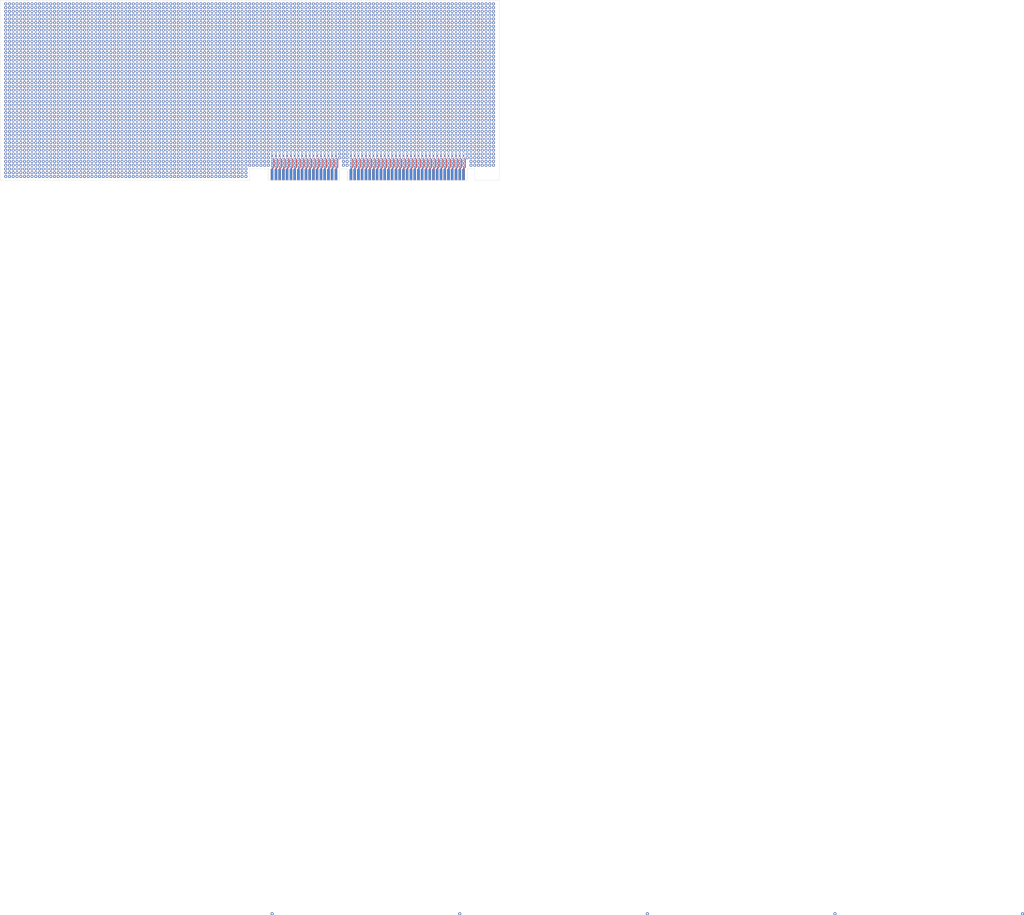
<source format=kicad_pcb>
(kicad_pcb (version 4) (host pcbnew 4.0.7)
  (title_block (title "PC ISA Perf Board - Big") (date 2019-03-09) (rev 0.1) (company "Canned Bytes"))
  (layers (0 F.Cu signal) (31 B.Cu signal) (34 B.Paste user hide) (35 F.Paste user hide) (36 B.SilkS user) (37 F.SilkS user) (38 B.Mask user) (39 F.Mask user) (44 Edge.Cuts user))
  (net 0 "")
  (module modules:1pin (layer F.Cu) (at 335.28 172.72)
    (fp_text reference REF** hide)
    (fp_text value 1pin hide)
    (pad "" thru_hole oval (at 0 0) (size 1.5 2) (drill 1.016) (layers *.Cu *.Mask))
  )
  (module modules:1pin (layer F.Cu) (at 332.74 172.72)
    (fp_text reference REF** hide)
    (fp_text value 1pin hide)
    (pad "" thru_hole oval (at 0 0) (size 1.5 2) (drill 1.016) (layers *.Cu *.Mask))
  )
  (module modules:1pin (layer F.Cu) (at 330.2 172.72)
    (fp_text reference REF** hide)
    (fp_text value 1pin hide)
    (pad "" thru_hole oval (at 0 0) (size 1.5 2) (drill 1.016) (layers *.Cu *.Mask))
  )
  (module modules:1pin (layer F.Cu) (at 327.66 172.72)
    (fp_text reference REF** hide)
    (fp_text value 1pin hide)
    (pad "" thru_hole oval (at 0 0) (size 1.5 2) (drill 1.016) (layers *.Cu *.Mask))
  )
  (module modules:1pin (layer F.Cu) (at 325.12 172.72)
    (fp_text reference REF** hide)
    (fp_text value 1pin hide)
    (pad "" thru_hole oval (at 0 0) (size 1.5 2) (drill 1.016) (layers *.Cu *.Mask))
  )
  (module modules:1pin (layer F.Cu) (at 322.58 172.72)
    (fp_text reference REF** hide)
    (fp_text value 1pin hide)
    (pad "" thru_hole oval (at 0 0) (size 1.5 2) (drill 1.016) (layers *.Cu *.Mask))
  )
  (module modules:1pin (layer F.Cu) (at 320.04 172.72)
    (fp_text reference REF** hide)
    (fp_text value 1pin hide)
    (pad "" thru_hole oval (at 0 0) (size 1.5 2) (drill 1.016) (layers *.Cu *.Mask))
  )
  (module modules:1pin (layer F.Cu) (at 317.5 172.72)
    (fp_text reference REF** hide)
    (fp_text value 1pin hide)
    (pad "" thru_hole oval (at 0 0) (size 1.5 2) (drill 1.016) (layers *.Cu *.Mask))
  )
  (module modules:1pin (layer F.Cu) (at 314.96 172.72)
    (fp_text reference REF** hide)
    (fp_text value 1pin hide)
    (pad "" thru_hole oval (at 0 0) (size 1.5 2) (drill 1.016) (layers *.Cu *.Mask))
  )
  (module modules:1pin (layer F.Cu) (at 312.42 172.72)
    (fp_text reference REF** hide)
    (fp_text value 1pin hide)
    (pad "" thru_hole oval (at 0 0) (size 1.5 2) (drill 1.016) (layers *.Cu *.Mask))
  )
  (module modules:1pin (layer F.Cu) (at 309.88 172.72)
    (fp_text reference REF** hide)
    (fp_text value 1pin hide)
    (pad "" thru_hole oval (at 0 0) (size 1.5 2) (drill 1.016) (layers *.Cu *.Mask))
  )
  (module modules:1pin (layer F.Cu) (at 307.34 172.72)
    (fp_text reference REF** hide)
    (fp_text value 1pin hide)
    (pad "" thru_hole oval (at 0 0) (size 1.5 2) (drill 1.016) (layers *.Cu *.Mask))
  )
  (module modules:1pin (layer F.Cu) (at 304.8 172.72)
    (fp_text reference REF** hide)
    (fp_text value 1pin hide)
    (pad "" thru_hole oval (at 0 0) (size 1.5 2) (drill 1.016) (layers *.Cu *.Mask))
  )
  (module modules:1pin (layer F.Cu) (at 302.26 172.72)
    (fp_text reference REF** hide)
    (fp_text value 1pin hide)
    (pad "" thru_hole oval (at 0 0) (size 1.5 2) (drill 1.016) (layers *.Cu *.Mask))
  )
  (module modules:1pin (layer F.Cu) (at 299.72 172.72)
    (fp_text reference REF** hide)
    (fp_text value 1pin hide)
    (pad "" thru_hole oval (at 0 0) (size 1.5 2) (drill 1.016) (layers *.Cu *.Mask))
  )
  (module modules:1pin (layer F.Cu) (at 297.18 172.72)
    (fp_text reference REF** hide)
    (fp_text value 1pin hide)
    (pad "" thru_hole oval (at 0 0) (size 1.5 2) (drill 1.016) (layers *.Cu *.Mask))
  )
  (module modules:1pin (layer F.Cu) (at 294.64 172.72)
    (fp_text reference REF** hide)
    (fp_text value 1pin hide)
    (pad "" thru_hole oval (at 0 0) (size 1.5 2) (drill 1.016) (layers *.Cu *.Mask))
  )
  (module modules:1pin (layer F.Cu) (at 292.1 172.72)
    (fp_text reference REF** hide)
    (fp_text value 1pin hide)
    (pad "" thru_hole oval (at 0 0) (size 1.5 2) (drill 1.016) (layers *.Cu *.Mask))
  )
  (module modules:1pin (layer F.Cu) (at 289.56 172.72)
    (fp_text reference REF** hide)
    (fp_text value 1pin hide)
    (pad "" thru_hole oval (at 0 0) (size 1.5 2) (drill 1.016) (layers *.Cu *.Mask))
  )
  (module modules:1pin (layer F.Cu) (at 287.02 172.72)
    (fp_text reference REF** hide)
    (fp_text value 1pin hide)
    (pad "" thru_hole oval (at 0 0) (size 1.5 2) (drill 1.016) (layers *.Cu *.Mask))
  )
  (module modules:1pin (layer F.Cu) (at 284.48 172.72)
    (fp_text reference REF** hide)
    (fp_text value 1pin hide)
    (pad "" thru_hole oval (at 0 0) (size 1.5 2) (drill 1.016) (layers *.Cu *.Mask))
  )
  (module modules:1pin (layer F.Cu) (at 281.94 172.72)
    (fp_text reference REF** hide)
    (fp_text value 1pin hide)
    (pad "" thru_hole oval (at 0 0) (size 1.5 2) (drill 1.016) (layers *.Cu *.Mask))
  )
  (module modules:1pin (layer F.Cu) (at 279.4 172.72)
    (fp_text reference REF** hide)
    (fp_text value 1pin hide)
    (pad "" thru_hole oval (at 0 0) (size 1.5 2) (drill 1.016) (layers *.Cu *.Mask))
  )
  (module modules:1pin (layer F.Cu) (at 276.86 172.72)
    (fp_text reference REF** hide)
    (fp_text value 1pin hide)
    (pad "" thru_hole oval (at 0 0) (size 1.5 2) (drill 1.016) (layers *.Cu *.Mask))
  )
  (module modules:1pin (layer F.Cu) (at 274.32 172.72)
    (fp_text reference REF** hide)
    (fp_text value 1pin hide)
    (pad "" thru_hole oval (at 0 0) (size 1.5 2) (drill 1.016) (layers *.Cu *.Mask))
  )
  (module modules:1pin (layer F.Cu) (at 271.78 172.72)
    (fp_text reference REF** hide)
    (fp_text value 1pin hide)
    (pad "" thru_hole oval (at 0 0) (size 1.5 2) (drill 1.016) (layers *.Cu *.Mask))
  )
  (module modules:1pin (layer F.Cu) (at 269.24 172.72)
    (fp_text reference REF** hide)
    (fp_text value 1pin hide)
    (pad "" thru_hole oval (at 0 0) (size 1.5 2) (drill 1.016) (layers *.Cu *.Mask))
  )
  (module modules:1pin (layer F.Cu) (at 266.7 172.72)
    (fp_text reference REF** hide)
    (fp_text value 1pin hide)
    (pad "" thru_hole oval (at 0 0) (size 1.5 2) (drill 1.016) (layers *.Cu *.Mask))
  )
  (module modules:1pin (layer F.Cu) (at 264.16 172.72)
    (fp_text reference REF** hide)
    (fp_text value 1pin hide)
    (pad "" thru_hole oval (at 0 0) (size 1.5 2) (drill 1.016) (layers *.Cu *.Mask))
  )
  (module modules:1pin (layer F.Cu) (at 261.62 172.72)
    (fp_text reference REF** hide)
    (fp_text value 1pin hide)
    (pad "" thru_hole oval (at 0 0) (size 1.5 2) (drill 1.016) (layers *.Cu *.Mask))
  )
  (module modules:1pin (layer F.Cu) (at 259.08 172.72)
    (fp_text reference REF** hide)
    (fp_text value 1pin hide)
    (pad "" thru_hole oval (at 0 0) (size 1.5 2) (drill 1.016) (layers *.Cu *.Mask))
  )
  (module modules:1pin (layer F.Cu) (at 335.28 170.18)
    (fp_text reference REF** hide)
    (fp_text value 1pin hide)
    (pad "" thru_hole oval (at 0 0) (size 1.5 2) (drill 1.016) (layers *.Cu *.Mask))
  )
  (module modules:1pin (layer F.Cu) (at 332.74 170.18)
    (fp_text reference REF** hide)
    (fp_text value 1pin hide)
    (pad "" thru_hole oval (at 0 0) (size 1.5 2) (drill 1.016) (layers *.Cu *.Mask))
  )
  (module modules:1pin (layer F.Cu) (at 330.2 170.18)
    (fp_text reference REF** hide)
    (fp_text value 1pin hide)
    (pad "" thru_hole oval (at 0 0) (size 1.5 2) (drill 1.016) (layers *.Cu *.Mask))
  )
  (module modules:1pin (layer F.Cu) (at 327.66 170.18)
    (fp_text reference REF** hide)
    (fp_text value 1pin hide)
    (pad "" thru_hole oval (at 0 0) (size 1.5 2) (drill 1.016) (layers *.Cu *.Mask))
  )
  (module modules:1pin (layer F.Cu) (at 325.12 170.18)
    (fp_text reference REF** hide)
    (fp_text value 1pin hide)
    (pad "" thru_hole oval (at 0 0) (size 1.5 2) (drill 1.016) (layers *.Cu *.Mask))
  )
  (module modules:1pin (layer F.Cu) (at 322.58 170.18)
    (fp_text reference REF** hide)
    (fp_text value 1pin hide)
    (pad "" thru_hole oval (at 0 0) (size 1.5 2) (drill 1.016) (layers *.Cu *.Mask))
  )
  (module modules:1pin (layer F.Cu) (at 320.04 170.18)
    (fp_text reference REF** hide)
    (fp_text value 1pin hide)
    (pad "" thru_hole oval (at 0 0) (size 1.5 2) (drill 1.016) (layers *.Cu *.Mask))
  )
  (module modules:1pin (layer F.Cu) (at 317.5 170.18)
    (fp_text reference REF** hide)
    (fp_text value 1pin hide)
    (pad "" thru_hole oval (at 0 0) (size 1.5 2) (drill 1.016) (layers *.Cu *.Mask))
  )
  (module modules:1pin (layer F.Cu) (at 314.96 170.18)
    (fp_text reference REF** hide)
    (fp_text value 1pin hide)
    (pad "" thru_hole oval (at 0 0) (size 1.5 2) (drill 1.016) (layers *.Cu *.Mask))
  )
  (module modules:1pin (layer F.Cu) (at 312.42 170.18)
    (fp_text reference REF** hide)
    (fp_text value 1pin hide)
    (pad "" thru_hole oval (at 0 0) (size 1.5 2) (drill 1.016) (layers *.Cu *.Mask))
  )
  (module modules:1pin (layer F.Cu) (at 309.88 170.18)
    (fp_text reference REF** hide)
    (fp_text value 1pin hide)
    (pad "" thru_hole oval (at 0 0) (size 1.5 2) (drill 1.016) (layers *.Cu *.Mask))
  )
  (module modules:1pin (layer F.Cu) (at 307.34 170.18)
    (fp_text reference REF** hide)
    (fp_text value 1pin hide)
    (pad "" thru_hole oval (at 0 0) (size 1.5 2) (drill 1.016) (layers *.Cu *.Mask))
  )
  (module modules:1pin (layer F.Cu) (at 304.8 170.18)
    (fp_text reference REF** hide)
    (fp_text value 1pin hide)
    (pad "" thru_hole oval (at 0 0) (size 1.5 2) (drill 1.016) (layers *.Cu *.Mask))
  )
  (module modules:1pin (layer F.Cu) (at 302.26 170.18)
    (fp_text reference REF** hide)
    (fp_text value 1pin hide)
    (pad "" thru_hole oval (at 0 0) (size 1.5 2) (drill 1.016) (layers *.Cu *.Mask))
  )
  (module modules:1pin (layer F.Cu) (at 299.72 170.18)
    (fp_text reference REF** hide)
    (fp_text value 1pin hide)
    (pad "" thru_hole oval (at 0 0) (size 1.5 2) (drill 1.016) (layers *.Cu *.Mask))
  )
  (module modules:1pin (layer F.Cu) (at 297.18 170.18)
    (fp_text reference REF** hide)
    (fp_text value 1pin hide)
    (pad "" thru_hole oval (at 0 0) (size 1.5 2) (drill 1.016) (layers *.Cu *.Mask))
  )
  (module modules:1pin (layer F.Cu) (at 294.64 170.18)
    (fp_text reference REF** hide)
    (fp_text value 1pin hide)
    (pad "" thru_hole oval (at 0 0) (size 1.5 2) (drill 1.016) (layers *.Cu *.Mask))
  )
  (module modules:1pin (layer F.Cu) (at 292.1 170.18)
    (fp_text reference REF** hide)
    (fp_text value 1pin hide)
    (pad "" thru_hole oval (at 0 0) (size 1.5 2) (drill 1.016) (layers *.Cu *.Mask))
  )
  (module modules:1pin (layer F.Cu) (at 289.56 170.18)
    (fp_text reference REF** hide)
    (fp_text value 1pin hide)
    (pad "" thru_hole oval (at 0 0) (size 1.5 2) (drill 1.016) (layers *.Cu *.Mask))
  )
  (module modules:1pin (layer F.Cu) (at 287.02 170.18)
    (fp_text reference REF** hide)
    (fp_text value 1pin hide)
    (pad "" thru_hole oval (at 0 0) (size 1.5 2) (drill 1.016) (layers *.Cu *.Mask))
  )
  (module modules:1pin (layer F.Cu) (at 284.48 170.18)
    (fp_text reference REF** hide)
    (fp_text value 1pin hide)
    (pad "" thru_hole oval (at 0 0) (size 1.5 2) (drill 1.016) (layers *.Cu *.Mask))
  )
  (module modules:1pin (layer F.Cu) (at 281.94 170.18)
    (fp_text reference REF** hide)
    (fp_text value 1pin hide)
    (pad "" thru_hole oval (at 0 0) (size 1.5 2) (drill 1.016) (layers *.Cu *.Mask))
  )
  (module modules:1pin (layer F.Cu) (at 279.4 170.18)
    (fp_text reference REF** hide)
    (fp_text value 1pin hide)
    (pad "" thru_hole oval (at 0 0) (size 1.5 2) (drill 1.016) (layers *.Cu *.Mask))
  )
  (module modules:1pin (layer F.Cu) (at 276.86 170.18)
    (fp_text reference REF** hide)
    (fp_text value 1pin hide)
    (pad "" thru_hole oval (at 0 0) (size 1.5 2) (drill 1.016) (layers *.Cu *.Mask))
  )
  (module modules:1pin (layer F.Cu) (at 274.32 170.18)
    (fp_text reference REF** hide)
    (fp_text value 1pin hide)
    (pad "" thru_hole oval (at 0 0) (size 1.5 2) (drill 1.016) (layers *.Cu *.Mask))
  )
  (module modules:1pin (layer F.Cu) (at 271.78 170.18)
    (fp_text reference REF** hide)
    (fp_text value 1pin hide)
    (pad "" thru_hole oval (at 0 0) (size 1.5 2) (drill 1.016) (layers *.Cu *.Mask))
  )
  (module modules:1pin (layer F.Cu) (at 269.24 170.18)
    (fp_text reference REF** hide)
    (fp_text value 1pin hide)
    (pad "" thru_hole oval (at 0 0) (size 1.5 2) (drill 1.016) (layers *.Cu *.Mask))
  )
  (module modules:1pin (layer F.Cu) (at 266.7 170.18)
    (fp_text reference REF** hide)
    (fp_text value 1pin hide)
    (pad "" thru_hole oval (at 0 0) (size 1.5 2) (drill 1.016) (layers *.Cu *.Mask))
  )
  (module modules:1pin (layer F.Cu) (at 264.16 170.18)
    (fp_text reference REF** hide)
    (fp_text value 1pin hide)
    (pad "" thru_hole oval (at 0 0) (size 1.5 2) (drill 1.016) (layers *.Cu *.Mask))
  )
  (module modules:1pin (layer F.Cu) (at 261.62 170.18)
    (fp_text reference REF** hide)
    (fp_text value 1pin hide)
    (pad "" thru_hole oval (at 0 0) (size 1.5 2) (drill 1.016) (layers *.Cu *.Mask))
  )
  (module modules:1pin (layer F.Cu) (at 259.08 170.18)
    (fp_text reference REF** hide)
    (fp_text value 1pin hide)
    (pad "" thru_hole oval (at 0 0) (size 1.5 2) (drill 1.016) (layers *.Cu *.Mask))
  )
  (module modules:1pin (layer F.Cu) (at 335.28 167.64)
    (fp_text reference REF** hide)
    (fp_text value 1pin hide)
    (pad "" thru_hole oval (at 0 0) (size 1.5 2) (drill 1.016) (layers *.Cu *.Mask))
  )
  (module modules:1pin (layer F.Cu) (at 332.74 167.64)
    (fp_text reference REF** hide)
    (fp_text value 1pin hide)
    (pad "" thru_hole oval (at 0 0) (size 1.5 2) (drill 1.016) (layers *.Cu *.Mask))
  )
  (module modules:1pin (layer F.Cu) (at 330.2 167.64)
    (fp_text reference REF** hide)
    (fp_text value 1pin hide)
    (pad "" thru_hole oval (at 0 0) (size 1.5 2) (drill 1.016) (layers *.Cu *.Mask))
  )
  (module modules:1pin (layer F.Cu) (at 327.66 167.64)
    (fp_text reference REF** hide)
    (fp_text value 1pin hide)
    (pad "" thru_hole oval (at 0 0) (size 1.5 2) (drill 1.016) (layers *.Cu *.Mask))
  )
  (module modules:1pin (layer F.Cu) (at 325.12 167.64)
    (fp_text reference REF** hide)
    (fp_text value 1pin hide)
    (pad "" thru_hole oval (at 0 0) (size 1.5 2) (drill 1.016) (layers *.Cu *.Mask))
  )
  (module modules:1pin (layer F.Cu) (at 322.58 167.64)
    (fp_text reference REF** hide)
    (fp_text value 1pin hide)
    (pad "" thru_hole oval (at 0 0) (size 1.5 2) (drill 1.016) (layers *.Cu *.Mask))
  )
  (module modules:1pin (layer F.Cu) (at 320.04 167.64)
    (fp_text reference REF** hide)
    (fp_text value 1pin hide)
    (pad "" thru_hole oval (at 0 0) (size 1.5 2) (drill 1.016) (layers *.Cu *.Mask))
  )
  (module modules:1pin (layer F.Cu) (at 317.5 167.64)
    (fp_text reference REF** hide)
    (fp_text value 1pin hide)
    (pad "" thru_hole oval (at 0 0) (size 1.5 2) (drill 1.016) (layers *.Cu *.Mask))
  )
  (module modules:1pin (layer F.Cu) (at 314.96 167.64)
    (fp_text reference REF** hide)
    (fp_text value 1pin hide)
    (pad "" thru_hole oval (at 0 0) (size 1.5 2) (drill 1.016) (layers *.Cu *.Mask))
  )
  (module modules:1pin (layer F.Cu) (at 312.42 167.64)
    (fp_text reference REF** hide)
    (fp_text value 1pin hide)
    (pad "" thru_hole oval (at 0 0) (size 1.5 2) (drill 1.016) (layers *.Cu *.Mask))
  )
  (module modules:1pin (layer F.Cu) (at 309.88 167.64)
    (fp_text reference REF** hide)
    (fp_text value 1pin hide)
    (pad "" thru_hole oval (at 0 0) (size 1.5 2) (drill 1.016) (layers *.Cu *.Mask))
  )
  (module modules:1pin (layer F.Cu) (at 307.34 167.64)
    (fp_text reference REF** hide)
    (fp_text value 1pin hide)
    (pad "" thru_hole oval (at 0 0) (size 1.5 2) (drill 1.016) (layers *.Cu *.Mask))
  )
  (module modules:1pin (layer F.Cu) (at 304.8 167.64)
    (fp_text reference REF** hide)
    (fp_text value 1pin hide)
    (pad "" thru_hole oval (at 0 0) (size 1.5 2) (drill 1.016) (layers *.Cu *.Mask))
  )
  (module modules:1pin (layer F.Cu) (at 302.26 167.64)
    (fp_text reference REF** hide)
    (fp_text value 1pin hide)
    (pad "" thru_hole oval (at 0 0) (size 1.5 2) (drill 1.016) (layers *.Cu *.Mask))
  )
  (module modules:1pin (layer F.Cu) (at 299.72 167.64)
    (fp_text reference REF** hide)
    (fp_text value 1pin hide)
    (pad "" thru_hole oval (at 0 0) (size 1.5 2) (drill 1.016) (layers *.Cu *.Mask))
  )
  (module modules:1pin (layer F.Cu) (at 297.18 167.64)
    (fp_text reference REF** hide)
    (fp_text value 1pin hide)
    (pad "" thru_hole oval (at 0 0) (size 1.5 2) (drill 1.016) (layers *.Cu *.Mask))
  )
  (module modules:1pin (layer F.Cu) (at 294.64 167.64)
    (fp_text reference REF** hide)
    (fp_text value 1pin hide)
    (pad "" thru_hole oval (at 0 0) (size 1.5 2) (drill 1.016) (layers *.Cu *.Mask))
  )
  (module modules:1pin (layer F.Cu) (at 292.1 167.64)
    (fp_text reference REF** hide)
    (fp_text value 1pin hide)
    (pad "" thru_hole oval (at 0 0) (size 1.5 2) (drill 1.016) (layers *.Cu *.Mask))
  )
  (module modules:1pin (layer F.Cu) (at 289.56 167.64)
    (fp_text reference REF** hide)
    (fp_text value 1pin hide)
    (pad "" thru_hole oval (at 0 0) (size 1.5 2) (drill 1.016) (layers *.Cu *.Mask))
  )
  (module modules:1pin (layer F.Cu) (at 287.02 167.64)
    (fp_text reference REF** hide)
    (fp_text value 1pin hide)
    (pad "" thru_hole oval (at 0 0) (size 1.5 2) (drill 1.016) (layers *.Cu *.Mask))
  )
  (module modules:1pin (layer F.Cu) (at 284.48 167.64)
    (fp_text reference REF** hide)
    (fp_text value 1pin hide)
    (pad "" thru_hole oval (at 0 0) (size 1.5 2) (drill 1.016) (layers *.Cu *.Mask))
  )
  (module modules:1pin (layer F.Cu) (at 281.94 167.64)
    (fp_text reference REF** hide)
    (fp_text value 1pin hide)
    (pad "" thru_hole oval (at 0 0) (size 1.5 2) (drill 1.016) (layers *.Cu *.Mask))
  )
  (module modules:1pin (layer F.Cu) (at 279.4 167.64)
    (fp_text reference REF** hide)
    (fp_text value 1pin hide)
    (pad "" thru_hole oval (at 0 0) (size 1.5 2) (drill 1.016) (layers *.Cu *.Mask))
  )
  (module modules:1pin (layer F.Cu) (at 276.86 167.64)
    (fp_text reference REF** hide)
    (fp_text value 1pin hide)
    (pad "" thru_hole oval (at 0 0) (size 1.5 2) (drill 1.016) (layers *.Cu *.Mask))
  )
  (module modules:1pin (layer F.Cu) (at 274.32 167.64)
    (fp_text reference REF** hide)
    (fp_text value 1pin hide)
    (pad "" thru_hole oval (at 0 0) (size 1.5 2) (drill 1.016) (layers *.Cu *.Mask))
  )
  (module modules:1pin (layer F.Cu) (at 271.78 167.64)
    (fp_text reference REF** hide)
    (fp_text value 1pin hide)
    (pad "" thru_hole oval (at 0 0) (size 1.5 2) (drill 1.016) (layers *.Cu *.Mask))
  )
  (module modules:1pin (layer F.Cu) (at 269.24 167.64)
    (fp_text reference REF** hide)
    (fp_text value 1pin hide)
    (pad "" thru_hole oval (at 0 0) (size 1.5 2) (drill 1.016) (layers *.Cu *.Mask))
  )
  (module modules:1pin (layer F.Cu) (at 266.7 167.64)
    (fp_text reference REF** hide)
    (fp_text value 1pin hide)
    (pad "" thru_hole oval (at 0 0) (size 1.5 2) (drill 1.016) (layers *.Cu *.Mask))
  )
  (module modules:1pin (layer F.Cu) (at 264.16 167.64)
    (fp_text reference REF** hide)
    (fp_text value 1pin hide)
    (pad "" thru_hole oval (at 0 0) (size 1.5 2) (drill 1.016) (layers *.Cu *.Mask))
  )
  (module modules:1pin (layer F.Cu) (at 261.62 167.64)
    (fp_text reference REF** hide)
    (fp_text value 1pin hide)
    (pad "" thru_hole oval (at 0 0) (size 1.5 2) (drill 1.016) (layers *.Cu *.Mask))
  )
  (module modules:1pin (layer F.Cu) (at 259.08 167.64)
    (fp_text reference REF** hide)
    (fp_text value 1pin hide)
    (pad "" thru_hole oval (at 0 0) (size 1.5 2) (drill 1.016) (layers *.Cu *.Mask))
  )
  (module modules:1pin (layer F.Cu) (at 335.28 165.1)
    (fp_text reference REF** hide)
    (fp_text value 1pin hide)
    (pad "" thru_hole oval (at 0 0) (size 1.5 2) (drill 1.016) (layers *.Cu *.Mask))
  )
  (module modules:1pin (layer F.Cu) (at 332.74 165.1)
    (fp_text reference REF** hide)
    (fp_text value 1pin hide)
    (pad "" thru_hole oval (at 0 0) (size 1.5 2) (drill 1.016) (layers *.Cu *.Mask))
  )
  (module modules:1pin (layer F.Cu) (at 330.2 165.1)
    (fp_text reference REF** hide)
    (fp_text value 1pin hide)
    (pad "" thru_hole oval (at 0 0) (size 1.5 2) (drill 1.016) (layers *.Cu *.Mask))
  )
  (module modules:1pin (layer F.Cu) (at 327.66 165.1)
    (fp_text reference REF** hide)
    (fp_text value 1pin hide)
    (pad "" thru_hole oval (at 0 0) (size 1.5 2) (drill 1.016) (layers *.Cu *.Mask))
  )
  (module modules:1pin (layer F.Cu) (at 325.12 165.1)
    (fp_text reference REF** hide)
    (fp_text value 1pin hide)
    (pad "" thru_hole oval (at 0 0) (size 1.5 2) (drill 1.016) (layers *.Cu *.Mask))
  )
  (module modules:1pin (layer F.Cu) (at 322.58 165.1)
    (fp_text reference REF** hide)
    (fp_text value 1pin hide)
    (pad "" thru_hole oval (at 0 0) (size 1.5 2) (drill 1.016) (layers *.Cu *.Mask))
  )
  (module modules:1pin (layer F.Cu) (at 320.04 165.1)
    (fp_text reference REF** hide)
    (fp_text value 1pin hide)
    (pad "" thru_hole oval (at 0 0) (size 1.5 2) (drill 1.016) (layers *.Cu *.Mask))
  )
  (module modules:1pin (layer F.Cu) (at 317.5 165.1)
    (fp_text reference REF** hide)
    (fp_text value 1pin hide)
    (pad "" thru_hole oval (at 0 0) (size 1.5 2) (drill 1.016) (layers *.Cu *.Mask))
  )
  (module modules:1pin (layer F.Cu) (at 314.96 165.1)
    (fp_text reference REF** hide)
    (fp_text value 1pin hide)
    (pad "" thru_hole oval (at 0 0) (size 1.5 2) (drill 1.016) (layers *.Cu *.Mask))
  )
  (module modules:1pin (layer F.Cu) (at 312.42 165.1)
    (fp_text reference REF** hide)
    (fp_text value 1pin hide)
    (pad "" thru_hole oval (at 0 0) (size 1.5 2) (drill 1.016) (layers *.Cu *.Mask))
  )
  (module modules:1pin (layer F.Cu) (at 309.88 165.1)
    (fp_text reference REF** hide)
    (fp_text value 1pin hide)
    (pad "" thru_hole oval (at 0 0) (size 1.5 2) (drill 1.016) (layers *.Cu *.Mask))
  )
  (module modules:1pin (layer F.Cu) (at 307.34 165.1)
    (fp_text reference REF** hide)
    (fp_text value 1pin hide)
    (pad "" thru_hole oval (at 0 0) (size 1.5 2) (drill 1.016) (layers *.Cu *.Mask))
  )
  (module modules:1pin (layer F.Cu) (at 304.8 165.1)
    (fp_text reference REF** hide)
    (fp_text value 1pin hide)
    (pad "" thru_hole oval (at 0 0) (size 1.5 2) (drill 1.016) (layers *.Cu *.Mask))
  )
  (module modules:1pin (layer F.Cu) (at 302.26 165.1)
    (fp_text reference REF** hide)
    (fp_text value 1pin hide)
    (pad "" thru_hole oval (at 0 0) (size 1.5 2) (drill 1.016) (layers *.Cu *.Mask))
  )
  (module modules:1pin (layer F.Cu) (at 299.72 165.1)
    (fp_text reference REF** hide)
    (fp_text value 1pin hide)
    (pad "" thru_hole oval (at 0 0) (size 1.5 2) (drill 1.016) (layers *.Cu *.Mask))
  )
  (module modules:1pin (layer F.Cu) (at 297.18 165.1)
    (fp_text reference REF** hide)
    (fp_text value 1pin hide)
    (pad "" thru_hole oval (at 0 0) (size 1.5 2) (drill 1.016) (layers *.Cu *.Mask))
  )
  (module modules:1pin (layer F.Cu) (at 294.64 165.1)
    (fp_text reference REF** hide)
    (fp_text value 1pin hide)
    (pad "" thru_hole oval (at 0 0) (size 1.5 2) (drill 1.016) (layers *.Cu *.Mask))
  )
  (module modules:1pin (layer F.Cu) (at 292.1 165.1)
    (fp_text reference REF** hide)
    (fp_text value 1pin hide)
    (pad "" thru_hole oval (at 0 0) (size 1.5 2) (drill 1.016) (layers *.Cu *.Mask))
  )
  (module modules:1pin (layer F.Cu) (at 289.56 165.1)
    (fp_text reference REF** hide)
    (fp_text value 1pin hide)
    (pad "" thru_hole oval (at 0 0) (size 1.5 2) (drill 1.016) (layers *.Cu *.Mask))
  )
  (module modules:1pin (layer F.Cu) (at 287.02 165.1)
    (fp_text reference REF** hide)
    (fp_text value 1pin hide)
    (pad "" thru_hole oval (at 0 0) (size 1.5 2) (drill 1.016) (layers *.Cu *.Mask))
  )
  (module modules:1pin (layer F.Cu) (at 284.48 165.1)
    (fp_text reference REF** hide)
    (fp_text value 1pin hide)
    (pad "" thru_hole oval (at 0 0) (size 1.5 2) (drill 1.016) (layers *.Cu *.Mask))
  )
  (module modules:1pin (layer F.Cu) (at 281.94 165.1)
    (fp_text reference REF** hide)
    (fp_text value 1pin hide)
    (pad "" thru_hole oval (at 0 0) (size 1.5 2) (drill 1.016) (layers *.Cu *.Mask))
  )
  (module modules:1pin (layer F.Cu) (at 279.4 165.1)
    (fp_text reference REF** hide)
    (fp_text value 1pin hide)
    (pad "" thru_hole oval (at 0 0) (size 1.5 2) (drill 1.016) (layers *.Cu *.Mask))
  )
  (module modules:1pin (layer F.Cu) (at 276.86 165.1)
    (fp_text reference REF** hide)
    (fp_text value 1pin hide)
    (pad "" thru_hole oval (at 0 0) (size 1.5 2) (drill 1.016) (layers *.Cu *.Mask))
  )
  (module modules:1pin (layer F.Cu) (at 274.32 165.1)
    (fp_text reference REF** hide)
    (fp_text value 1pin hide)
    (pad "" thru_hole oval (at 0 0) (size 1.5 2) (drill 1.016) (layers *.Cu *.Mask))
  )
  (module modules:1pin (layer F.Cu) (at 271.78 165.1)
    (fp_text reference REF** hide)
    (fp_text value 1pin hide)
    (pad "" thru_hole oval (at 0 0) (size 1.5 2) (drill 1.016) (layers *.Cu *.Mask))
  )
  (module modules:1pin (layer F.Cu) (at 269.24 165.1)
    (fp_text reference REF** hide)
    (fp_text value 1pin hide)
    (pad "" thru_hole oval (at 0 0) (size 1.5 2) (drill 1.016) (layers *.Cu *.Mask))
  )
  (module modules:1pin (layer F.Cu) (at 266.7 165.1)
    (fp_text reference REF** hide)
    (fp_text value 1pin hide)
    (pad "" thru_hole oval (at 0 0) (size 1.5 2) (drill 1.016) (layers *.Cu *.Mask))
  )
  (module modules:1pin (layer F.Cu) (at 264.16 165.1)
    (fp_text reference REF** hide)
    (fp_text value 1pin hide)
    (pad "" thru_hole oval (at 0 0) (size 1.5 2) (drill 1.016) (layers *.Cu *.Mask))
  )
  (module modules:1pin (layer F.Cu) (at 261.62 165.1)
    (fp_text reference REF** hide)
    (fp_text value 1pin hide)
    (pad "" thru_hole oval (at 0 0) (size 1.5 2) (drill 1.016) (layers *.Cu *.Mask))
  )
  (module modules:1pin (layer F.Cu) (at 259.08 165.1)
    (fp_text reference REF** hide)
    (fp_text value 1pin hide)
    (pad "" thru_hole oval (at 0 0) (size 1.5 2) (drill 1.016) (layers *.Cu *.Mask))
  )
  (module modules:1pin (layer F.Cu) (at 248.92 172.72)
    (fp_text reference REF** hide)
    (fp_text value 1pin hide)
    (pad "" thru_hole oval (at 0 0) (size 1.5 2) (drill 1.016) (layers *.Cu *.Mask))
  )
  (module modules:1pin (layer F.Cu) (at 246.38 172.72)
    (fp_text reference REF** hide)
    (fp_text value 1pin hide)
    (pad "" thru_hole oval (at 0 0) (size 1.5 2) (drill 1.016) (layers *.Cu *.Mask))
  )
  (module modules:1pin (layer F.Cu) (at 243.84 172.72)
    (fp_text reference REF** hide)
    (fp_text value 1pin hide)
    (pad "" thru_hole oval (at 0 0) (size 1.5 2) (drill 1.016) (layers *.Cu *.Mask))
  )
  (module modules:1pin (layer F.Cu) (at 241.3 172.72)
    (fp_text reference REF** hide)
    (fp_text value 1pin hide)
    (pad "" thru_hole oval (at 0 0) (size 1.5 2) (drill 1.016) (layers *.Cu *.Mask))
  )
  (module modules:1pin (layer F.Cu) (at 238.76 172.72)
    (fp_text reference REF** hide)
    (fp_text value 1pin hide)
    (pad "" thru_hole oval (at 0 0) (size 1.5 2) (drill 1.016) (layers *.Cu *.Mask))
  )
  (module modules:1pin (layer F.Cu) (at 236.22 172.72)
    (fp_text reference REF** hide)
    (fp_text value 1pin hide)
    (pad "" thru_hole oval (at 0 0) (size 1.5 2) (drill 1.016) (layers *.Cu *.Mask))
  )
  (module modules:1pin (layer F.Cu) (at 233.68 172.72)
    (fp_text reference REF** hide)
    (fp_text value 1pin hide)
    (pad "" thru_hole oval (at 0 0) (size 1.5 2) (drill 1.016) (layers *.Cu *.Mask))
  )
  (module modules:1pin (layer F.Cu) (at 231.14 172.72)
    (fp_text reference REF** hide)
    (fp_text value 1pin hide)
    (pad "" thru_hole oval (at 0 0) (size 1.5 2) (drill 1.016) (layers *.Cu *.Mask))
  )
  (module modules:1pin (layer F.Cu) (at 228.6 172.72)
    (fp_text reference REF** hide)
    (fp_text value 1pin hide)
    (pad "" thru_hole oval (at 0 0) (size 1.5 2) (drill 1.016) (layers *.Cu *.Mask))
  )
  (module modules:1pin (layer F.Cu) (at 226.06 172.72)
    (fp_text reference REF** hide)
    (fp_text value 1pin hide)
    (pad "" thru_hole oval (at 0 0) (size 1.5 2) (drill 1.016) (layers *.Cu *.Mask))
  )
  (module modules:1pin (layer F.Cu) (at 223.52 172.72)
    (fp_text reference REF** hide)
    (fp_text value 1pin hide)
    (pad "" thru_hole oval (at 0 0) (size 1.5 2) (drill 1.016) (layers *.Cu *.Mask))
  )
  (module modules:1pin (layer F.Cu) (at 220.98 172.72)
    (fp_text reference REF** hide)
    (fp_text value 1pin hide)
    (pad "" thru_hole oval (at 0 0) (size 1.5 2) (drill 1.016) (layers *.Cu *.Mask))
  )
  (module modules:1pin (layer F.Cu) (at 218.44 172.72)
    (fp_text reference REF** hide)
    (fp_text value 1pin hide)
    (pad "" thru_hole oval (at 0 0) (size 1.5 2) (drill 1.016) (layers *.Cu *.Mask))
  )
  (module modules:1pin (layer F.Cu) (at 215.9 172.72)
    (fp_text reference REF** hide)
    (fp_text value 1pin hide)
    (pad "" thru_hole oval (at 0 0) (size 1.5 2) (drill 1.016) (layers *.Cu *.Mask))
  )
  (module modules:1pin (layer F.Cu) (at 213.36 172.72)
    (fp_text reference REF** hide)
    (fp_text value 1pin hide)
    (pad "" thru_hole oval (at 0 0) (size 1.5 2) (drill 1.016) (layers *.Cu *.Mask))
  )
  (module modules:1pin (layer F.Cu) (at 210.82 172.72)
    (fp_text reference REF** hide)
    (fp_text value 1pin hide)
    (pad "" thru_hole oval (at 0 0) (size 1.5 2) (drill 1.016) (layers *.Cu *.Mask))
  )
  (module modules:1pin (layer F.Cu) (at 208.28 172.72)
    (fp_text reference REF** hide)
    (fp_text value 1pin hide)
    (pad "" thru_hole oval (at 0 0) (size 1.5 2) (drill 1.016) (layers *.Cu *.Mask))
  )
  (module modules:1pin (layer F.Cu) (at 205.74 172.72)
    (fp_text reference REF** hide)
    (fp_text value 1pin hide)
    (pad "" thru_hole oval (at 0 0) (size 1.5 2) (drill 1.016) (layers *.Cu *.Mask))
  )
  (module modules:1pin (layer F.Cu) (at 248.92 170.18)
    (fp_text reference REF** hide)
    (fp_text value 1pin hide)
    (pad "" thru_hole oval (at 0 0) (size 1.5 2) (drill 1.016) (layers *.Cu *.Mask))
  )
  (module modules:1pin (layer F.Cu) (at 246.38 170.18)
    (fp_text reference REF** hide)
    (fp_text value 1pin hide)
    (pad "" thru_hole oval (at 0 0) (size 1.5 2) (drill 1.016) (layers *.Cu *.Mask))
  )
  (module modules:1pin (layer F.Cu) (at 243.84 170.18)
    (fp_text reference REF** hide)
    (fp_text value 1pin hide)
    (pad "" thru_hole oval (at 0 0) (size 1.5 2) (drill 1.016) (layers *.Cu *.Mask))
  )
  (module modules:1pin (layer F.Cu) (at 241.3 170.18)
    (fp_text reference REF** hide)
    (fp_text value 1pin hide)
    (pad "" thru_hole oval (at 0 0) (size 1.5 2) (drill 1.016) (layers *.Cu *.Mask))
  )
  (module modules:1pin (layer F.Cu) (at 238.76 170.18)
    (fp_text reference REF** hide)
    (fp_text value 1pin hide)
    (pad "" thru_hole oval (at 0 0) (size 1.5 2) (drill 1.016) (layers *.Cu *.Mask))
  )
  (module modules:1pin (layer F.Cu) (at 236.22 170.18)
    (fp_text reference REF** hide)
    (fp_text value 1pin hide)
    (pad "" thru_hole oval (at 0 0) (size 1.5 2) (drill 1.016) (layers *.Cu *.Mask))
  )
  (module modules:1pin (layer F.Cu) (at 233.68 170.18)
    (fp_text reference REF** hide)
    (fp_text value 1pin hide)
    (pad "" thru_hole oval (at 0 0) (size 1.5 2) (drill 1.016) (layers *.Cu *.Mask))
  )
  (module modules:1pin (layer F.Cu) (at 231.14 170.18)
    (fp_text reference REF** hide)
    (fp_text value 1pin hide)
    (pad "" thru_hole oval (at 0 0) (size 1.5 2) (drill 1.016) (layers *.Cu *.Mask))
  )
  (module modules:1pin (layer F.Cu) (at 228.6 170.18)
    (fp_text reference REF** hide)
    (fp_text value 1pin hide)
    (pad "" thru_hole oval (at 0 0) (size 1.5 2) (drill 1.016) (layers *.Cu *.Mask))
  )
  (module modules:1pin (layer F.Cu) (at 226.06 170.18)
    (fp_text reference REF** hide)
    (fp_text value 1pin hide)
    (pad "" thru_hole oval (at 0 0) (size 1.5 2) (drill 1.016) (layers *.Cu *.Mask))
  )
  (module modules:1pin (layer F.Cu) (at 223.52 170.18)
    (fp_text reference REF** hide)
    (fp_text value 1pin hide)
    (pad "" thru_hole oval (at 0 0) (size 1.5 2) (drill 1.016) (layers *.Cu *.Mask))
  )
  (module modules:1pin (layer F.Cu) (at 220.98 170.18)
    (fp_text reference REF** hide)
    (fp_text value 1pin hide)
    (pad "" thru_hole oval (at 0 0) (size 1.5 2) (drill 1.016) (layers *.Cu *.Mask))
  )
  (module modules:1pin (layer F.Cu) (at 218.44 170.18)
    (fp_text reference REF** hide)
    (fp_text value 1pin hide)
    (pad "" thru_hole oval (at 0 0) (size 1.5 2) (drill 1.016) (layers *.Cu *.Mask))
  )
  (module modules:1pin (layer F.Cu) (at 215.9 170.18)
    (fp_text reference REF** hide)
    (fp_text value 1pin hide)
    (pad "" thru_hole oval (at 0 0) (size 1.5 2) (drill 1.016) (layers *.Cu *.Mask))
  )
  (module modules:1pin (layer F.Cu) (at 213.36 170.18)
    (fp_text reference REF** hide)
    (fp_text value 1pin hide)
    (pad "" thru_hole oval (at 0 0) (size 1.5 2) (drill 1.016) (layers *.Cu *.Mask))
  )
  (module modules:1pin (layer F.Cu) (at 210.82 170.18)
    (fp_text reference REF** hide)
    (fp_text value 1pin hide)
    (pad "" thru_hole oval (at 0 0) (size 1.5 2) (drill 1.016) (layers *.Cu *.Mask))
  )
  (module modules:1pin (layer F.Cu) (at 208.28 170.18)
    (fp_text reference REF** hide)
    (fp_text value 1pin hide)
    (pad "" thru_hole oval (at 0 0) (size 1.5 2) (drill 1.016) (layers *.Cu *.Mask))
  )
  (module modules:1pin (layer F.Cu) (at 205.74 170.18)
    (fp_text reference REF** hide)
    (fp_text value 1pin hide)
    (pad "" thru_hole oval (at 0 0) (size 1.5 2) (drill 1.016) (layers *.Cu *.Mask))
  )
  (module modules:1pin (layer F.Cu) (at 248.92 167.64)
    (fp_text reference REF** hide)
    (fp_text value 1pin hide)
    (pad "" thru_hole oval (at 0 0) (size 1.5 2) (drill 1.016) (layers *.Cu *.Mask))
  )
  (module modules:1pin (layer F.Cu) (at 246.38 167.64)
    (fp_text reference REF** hide)
    (fp_text value 1pin hide)
    (pad "" thru_hole oval (at 0 0) (size 1.5 2) (drill 1.016) (layers *.Cu *.Mask))
  )
  (module modules:1pin (layer F.Cu) (at 243.84 167.64)
    (fp_text reference REF** hide)
    (fp_text value 1pin hide)
    (pad "" thru_hole oval (at 0 0) (size 1.5 2) (drill 1.016) (layers *.Cu *.Mask))
  )
  (module modules:1pin (layer F.Cu) (at 241.3 167.64)
    (fp_text reference REF** hide)
    (fp_text value 1pin hide)
    (pad "" thru_hole oval (at 0 0) (size 1.5 2) (drill 1.016) (layers *.Cu *.Mask))
  )
  (module modules:1pin (layer F.Cu) (at 238.76 167.64)
    (fp_text reference REF** hide)
    (fp_text value 1pin hide)
    (pad "" thru_hole oval (at 0 0) (size 1.5 2) (drill 1.016) (layers *.Cu *.Mask))
  )
  (module modules:1pin (layer F.Cu) (at 236.22 167.64)
    (fp_text reference REF** hide)
    (fp_text value 1pin hide)
    (pad "" thru_hole oval (at 0 0) (size 1.5 2) (drill 1.016) (layers *.Cu *.Mask))
  )
  (module modules:1pin (layer F.Cu) (at 233.68 167.64)
    (fp_text reference REF** hide)
    (fp_text value 1pin hide)
    (pad "" thru_hole oval (at 0 0) (size 1.5 2) (drill 1.016) (layers *.Cu *.Mask))
  )
  (module modules:1pin (layer F.Cu) (at 231.14 167.64)
    (fp_text reference REF** hide)
    (fp_text value 1pin hide)
    (pad "" thru_hole oval (at 0 0) (size 1.5 2) (drill 1.016) (layers *.Cu *.Mask))
  )
  (module modules:1pin (layer F.Cu) (at 228.6 167.64)
    (fp_text reference REF** hide)
    (fp_text value 1pin hide)
    (pad "" thru_hole oval (at 0 0) (size 1.5 2) (drill 1.016) (layers *.Cu *.Mask))
  )
  (module modules:1pin (layer F.Cu) (at 226.06 167.64)
    (fp_text reference REF** hide)
    (fp_text value 1pin hide)
    (pad "" thru_hole oval (at 0 0) (size 1.5 2) (drill 1.016) (layers *.Cu *.Mask))
  )
  (module modules:1pin (layer F.Cu) (at 223.52 167.64)
    (fp_text reference REF** hide)
    (fp_text value 1pin hide)
    (pad "" thru_hole oval (at 0 0) (size 1.5 2) (drill 1.016) (layers *.Cu *.Mask))
  )
  (module modules:1pin (layer F.Cu) (at 220.98 167.64)
    (fp_text reference REF** hide)
    (fp_text value 1pin hide)
    (pad "" thru_hole oval (at 0 0) (size 1.5 2) (drill 1.016) (layers *.Cu *.Mask))
  )
  (module modules:1pin (layer F.Cu) (at 218.44 167.64)
    (fp_text reference REF** hide)
    (fp_text value 1pin hide)
    (pad "" thru_hole oval (at 0 0) (size 1.5 2) (drill 1.016) (layers *.Cu *.Mask))
  )
  (module modules:1pin (layer F.Cu) (at 215.9 167.64)
    (fp_text reference REF** hide)
    (fp_text value 1pin hide)
    (pad "" thru_hole oval (at 0 0) (size 1.5 2) (drill 1.016) (layers *.Cu *.Mask))
  )
  (module modules:1pin (layer F.Cu) (at 213.36 167.64)
    (fp_text reference REF** hide)
    (fp_text value 1pin hide)
    (pad "" thru_hole oval (at 0 0) (size 1.5 2) (drill 1.016) (layers *.Cu *.Mask))
  )
  (module modules:1pin (layer F.Cu) (at 210.82 167.64)
    (fp_text reference REF** hide)
    (fp_text value 1pin hide)
    (pad "" thru_hole oval (at 0 0) (size 1.5 2) (drill 1.016) (layers *.Cu *.Mask))
  )
  (module modules:1pin (layer F.Cu) (at 208.28 167.64)
    (fp_text reference REF** hide)
    (fp_text value 1pin hide)
    (pad "" thru_hole oval (at 0 0) (size 1.5 2) (drill 1.016) (layers *.Cu *.Mask))
  )
  (module modules:1pin (layer F.Cu) (at 205.74 167.64)
    (fp_text reference REF** hide)
    (fp_text value 1pin hide)
    (pad "" thru_hole oval (at 0 0) (size 1.5 2) (drill 1.016) (layers *.Cu *.Mask))
  )
  (module modules:1pin (layer F.Cu) (at 248.92 165.1)
    (fp_text reference REF** hide)
    (fp_text value 1pin hide)
    (pad "" thru_hole oval (at 0 0) (size 1.5 2) (drill 1.016) (layers *.Cu *.Mask))
  )
  (module modules:1pin (layer F.Cu) (at 246.38 165.1)
    (fp_text reference REF** hide)
    (fp_text value 1pin hide)
    (pad "" thru_hole oval (at 0 0) (size 1.5 2) (drill 1.016) (layers *.Cu *.Mask))
  )
  (module modules:1pin (layer F.Cu) (at 243.84 165.1)
    (fp_text reference REF** hide)
    (fp_text value 1pin hide)
    (pad "" thru_hole oval (at 0 0) (size 1.5 2) (drill 1.016) (layers *.Cu *.Mask))
  )
  (module modules:1pin (layer F.Cu) (at 241.3 165.1)
    (fp_text reference REF** hide)
    (fp_text value 1pin hide)
    (pad "" thru_hole oval (at 0 0) (size 1.5 2) (drill 1.016) (layers *.Cu *.Mask))
  )
  (module modules:1pin (layer F.Cu) (at 238.76 165.1)
    (fp_text reference REF** hide)
    (fp_text value 1pin hide)
    (pad "" thru_hole oval (at 0 0) (size 1.5 2) (drill 1.016) (layers *.Cu *.Mask))
  )
  (module modules:1pin (layer F.Cu) (at 236.22 165.1)
    (fp_text reference REF** hide)
    (fp_text value 1pin hide)
    (pad "" thru_hole oval (at 0 0) (size 1.5 2) (drill 1.016) (layers *.Cu *.Mask))
  )
  (module modules:1pin (layer F.Cu) (at 233.68 165.1)
    (fp_text reference REF** hide)
    (fp_text value 1pin hide)
    (pad "" thru_hole oval (at 0 0) (size 1.5 2) (drill 1.016) (layers *.Cu *.Mask))
  )
  (module modules:1pin (layer F.Cu) (at 231.14 165.1)
    (fp_text reference REF** hide)
    (fp_text value 1pin hide)
    (pad "" thru_hole oval (at 0 0) (size 1.5 2) (drill 1.016) (layers *.Cu *.Mask))
  )
  (module modules:1pin (layer F.Cu) (at 228.6 165.1)
    (fp_text reference REF** hide)
    (fp_text value 1pin hide)
    (pad "" thru_hole oval (at 0 0) (size 1.5 2) (drill 1.016) (layers *.Cu *.Mask))
  )
  (module modules:1pin (layer F.Cu) (at 226.06 165.1)
    (fp_text reference REF** hide)
    (fp_text value 1pin hide)
    (pad "" thru_hole oval (at 0 0) (size 1.5 2) (drill 1.016) (layers *.Cu *.Mask))
  )
  (module modules:1pin (layer F.Cu) (at 223.52 165.1)
    (fp_text reference REF** hide)
    (fp_text value 1pin hide)
    (pad "" thru_hole oval (at 0 0) (size 1.5 2) (drill 1.016) (layers *.Cu *.Mask))
  )
  (module modules:1pin (layer F.Cu) (at 220.98 165.1)
    (fp_text reference REF** hide)
    (fp_text value 1pin hide)
    (pad "" thru_hole oval (at 0 0) (size 1.5 2) (drill 1.016) (layers *.Cu *.Mask))
  )
  (module modules:1pin (layer F.Cu) (at 218.44 165.1)
    (fp_text reference REF** hide)
    (fp_text value 1pin hide)
    (pad "" thru_hole oval (at 0 0) (size 1.5 2) (drill 1.016) (layers *.Cu *.Mask))
  )
  (module modules:1pin (layer F.Cu) (at 215.9 165.1)
    (fp_text reference REF** hide)
    (fp_text value 1pin hide)
    (pad "" thru_hole oval (at 0 0) (size 1.5 2) (drill 1.016) (layers *.Cu *.Mask))
  )
  (module modules:1pin (layer F.Cu) (at 213.36 165.1)
    (fp_text reference REF** hide)
    (fp_text value 1pin hide)
    (pad "" thru_hole oval (at 0 0) (size 1.5 2) (drill 1.016) (layers *.Cu *.Mask))
  )
  (module modules:1pin (layer F.Cu) (at 210.82 165.1)
    (fp_text reference REF** hide)
    (fp_text value 1pin hide)
    (pad "" thru_hole oval (at 0 0) (size 1.5 2) (drill 1.016) (layers *.Cu *.Mask))
  )
  (module modules:1pin (layer F.Cu) (at 208.28 165.1)
    (fp_text reference REF** hide)
    (fp_text value 1pin hide)
    (pad "" thru_hole oval (at 0 0) (size 1.5 2) (drill 1.016) (layers *.Cu *.Mask))
  )
  (module modules:1pin (layer F.Cu) (at 355.6 172.72)
    (fp_text reference REF** hide)
    (fp_text value 1pin hide)
    (pad 1 thru_hole circle (at 0 0) (size 2 2) (drill 1.016) (layers *.Cu *.Mask))
  )
  (module modules:1pin (layer F.Cu) (at 353.06 172.72)
    (fp_text reference REF** hide)
    (fp_text value 1pin hide)
    (pad 1 thru_hole circle (at 0 0) (size 2 2) (drill 1.016) (layers *.Cu *.Mask))
  )
  (module modules:1pin (layer F.Cu) (at 350.52 172.72)
    (fp_text reference REF** hide)
    (fp_text value 1pin hide)
    (pad 1 thru_hole circle (at 0 0) (size 2 2) (drill 1.016) (layers *.Cu *.Mask))
  )
  (module modules:1pin (layer F.Cu) (at 347.98 172.72)
    (fp_text reference REF** hide)
    (fp_text value 1pin hide)
    (pad 1 thru_hole circle (at 0 0) (size 2 2) (drill 1.016) (layers *.Cu *.Mask))
  )
  (module modules:1pin (layer F.Cu) (at 345.44 172.72)
    (fp_text reference REF** hide)
    (fp_text value 1pin hide)
    (pad 1 thru_hole circle (at 0 0) (size 2 2) (drill 1.016) (layers *.Cu *.Mask))
  )
  (module modules:1pin (layer F.Cu) (at 342.9 172.72)
    (fp_text reference REF** hide)
    (fp_text value 1pin hide)
    (pad 1 thru_hole circle (at 0 0) (size 2 2) (drill 1.016) (layers *.Cu *.Mask))
  )
  (module modules:1pin (layer F.Cu) (at 340.36 172.72)
    (fp_text reference REF** hide)
    (fp_text value 1pin hide)
    (pad 1 thru_hole circle (at 0 0) (size 2 2) (drill 1.016) (layers *.Cu *.Mask))
  )
  (module modules:1pin (layer F.Cu) (at 256.54 172.72)
    (fp_text reference REF** hide)
    (fp_text value 1pin hide)
    (pad 1 thru_hole circle (at 0 0) (size 2 2) (drill 1.016) (layers *.Cu *.Mask))
  )
  (module modules:1pin (layer F.Cu) (at 254 172.72)
    (fp_text reference REF** hide)
    (fp_text value 1pin hide)
    (pad 1 thru_hole circle (at 0 0) (size 2 2) (drill 1.016) (layers *.Cu *.Mask))
  )
  (module modules:1pin (layer F.Cu) (at 203.2 172.72)
    (fp_text reference REF** hide)
    (fp_text value 1pin hide)
    (pad 1 thru_hole circle (at 0 0) (size 2 2) (drill 1.016) (layers *.Cu *.Mask))
  )
  (module modules:1pin (layer F.Cu) (at 187.96 180.34)
    (fp_text reference REF** hide)
    (fp_text value 1pin hide)
    (pad 1 thru_hole circle (at 0 0) (size 2 2) (drill 1.016) (layers *.Cu *.Mask))
  )
  (module modules:1pin (layer F.Cu) (at 185.42 180.34)
    (fp_text reference REF** hide)
    (fp_text value 1pin hide)
    (pad 1 thru_hole circle (at 0 0) (size 2 2) (drill 1.016) (layers *.Cu *.Mask))
  )
  (module modules:1pin (layer F.Cu) (at 182.88 180.34)
    (fp_text reference REF** hide)
    (fp_text value 1pin hide)
    (pad 1 thru_hole circle (at 0 0) (size 2 2) (drill 1.016) (layers *.Cu *.Mask))
  )
  (module modules:1pin (layer F.Cu) (at 180.34 180.34)
    (fp_text reference REF** hide)
    (fp_text value 1pin hide)
    (pad 1 thru_hole circle (at 0 0) (size 2 2) (drill 1.016) (layers *.Cu *.Mask))
  )
  (module modules:1pin (layer F.Cu) (at 177.8 180.34)
    (fp_text reference REF** hide)
    (fp_text value 1pin hide)
    (pad 1 thru_hole circle (at 0 0) (size 2 2) (drill 1.016) (layers *.Cu *.Mask))
  )
  (module modules:1pin (layer F.Cu) (at 175.26 180.34)
    (fp_text reference REF** hide)
    (fp_text value 1pin hide)
    (pad 1 thru_hole circle (at 0 0) (size 2 2) (drill 1.016) (layers *.Cu *.Mask))
  )
  (module modules:1pin (layer F.Cu) (at 172.72 180.34)
    (fp_text reference REF** hide)
    (fp_text value 1pin hide)
    (pad 1 thru_hole circle (at 0 0) (size 2 2) (drill 1.016) (layers *.Cu *.Mask))
  )
  (module modules:1pin (layer F.Cu) (at 170.18 180.34)
    (fp_text reference REF** hide)
    (fp_text value 1pin hide)
    (pad 1 thru_hole circle (at 0 0) (size 2 2) (drill 1.016) (layers *.Cu *.Mask))
  )
  (module modules:1pin (layer F.Cu) (at 167.64 180.34)
    (fp_text reference REF** hide)
    (fp_text value 1pin hide)
    (pad 1 thru_hole circle (at 0 0) (size 2 2) (drill 1.016) (layers *.Cu *.Mask))
  )
  (module modules:1pin (layer F.Cu) (at 165.1 180.34)
    (fp_text reference REF** hide)
    (fp_text value 1pin hide)
    (pad 1 thru_hole circle (at 0 0) (size 2 2) (drill 1.016) (layers *.Cu *.Mask))
  )
  (module modules:1pin (layer F.Cu) (at 162.56 180.34)
    (fp_text reference REF** hide)
    (fp_text value 1pin hide)
    (pad 1 thru_hole circle (at 0 0) (size 2 2) (drill 1.016) (layers *.Cu *.Mask))
  )
  (module modules:1pin (layer F.Cu) (at 160.02 180.34)
    (fp_text reference REF** hide)
    (fp_text value 1pin hide)
    (pad 1 thru_hole circle (at 0 0) (size 2 2) (drill 1.016) (layers *.Cu *.Mask))
  )
  (module modules:1pin (layer F.Cu) (at 157.48 180.34)
    (fp_text reference REF** hide)
    (fp_text value 1pin hide)
    (pad 1 thru_hole circle (at 0 0) (size 2 2) (drill 1.016) (layers *.Cu *.Mask))
  )
  (module modules:1pin (layer F.Cu) (at 154.94 180.34)
    (fp_text reference REF** hide)
    (fp_text value 1pin hide)
    (pad 1 thru_hole circle (at 0 0) (size 2 2) (drill 1.016) (layers *.Cu *.Mask))
  )
  (module modules:1pin (layer F.Cu) (at 152.4 180.34)
    (fp_text reference REF** hide)
    (fp_text value 1pin hide)
    (pad 1 thru_hole circle (at 0 0) (size 2 2) (drill 1.016) (layers *.Cu *.Mask))
  )
  (module modules:1pin (layer F.Cu) (at 149.86 180.34)
    (fp_text reference REF** hide)
    (fp_text value 1pin hide)
    (pad 1 thru_hole circle (at 0 0) (size 2 2) (drill 1.016) (layers *.Cu *.Mask))
  )
  (module modules:1pin (layer F.Cu) (at 147.32 180.34)
    (fp_text reference REF** hide)
    (fp_text value 1pin hide)
    (pad 1 thru_hole circle (at 0 0) (size 2 2) (drill 1.016) (layers *.Cu *.Mask))
  )
  (module modules:1pin (layer F.Cu) (at 144.78 180.34)
    (fp_text reference REF** hide)
    (fp_text value 1pin hide)
    (pad 1 thru_hole circle (at 0 0) (size 2 2) (drill 1.016) (layers *.Cu *.Mask))
  )
  (module modules:1pin (layer F.Cu) (at 142.24 180.34)
    (fp_text reference REF** hide)
    (fp_text value 1pin hide)
    (pad 1 thru_hole circle (at 0 0) (size 2 2) (drill 1.016) (layers *.Cu *.Mask))
  )
  (module modules:1pin (layer F.Cu) (at 139.7 180.34)
    (fp_text reference REF** hide)
    (fp_text value 1pin hide)
    (pad 1 thru_hole circle (at 0 0) (size 2 2) (drill 1.016) (layers *.Cu *.Mask))
  )
  (module modules:1pin (layer F.Cu) (at 137.16 180.34)
    (fp_text reference REF** hide)
    (fp_text value 1pin hide)
    (pad 1 thru_hole circle (at 0 0) (size 2 2) (drill 1.016) (layers *.Cu *.Mask))
  )
  (module modules:1pin (layer F.Cu) (at 134.62 180.34)
    (fp_text reference REF** hide)
    (fp_text value 1pin hide)
    (pad 1 thru_hole circle (at 0 0) (size 2 2) (drill 1.016) (layers *.Cu *.Mask))
  )
  (module modules:1pin (layer F.Cu) (at 132.08 180.34)
    (fp_text reference REF** hide)
    (fp_text value 1pin hide)
    (pad 1 thru_hole circle (at 0 0) (size 2 2) (drill 1.016) (layers *.Cu *.Mask))
  )
  (module modules:1pin (layer F.Cu) (at 129.54 180.34)
    (fp_text reference REF** hide)
    (fp_text value 1pin hide)
    (pad 1 thru_hole circle (at 0 0) (size 2 2) (drill 1.016) (layers *.Cu *.Mask))
  )
  (module modules:1pin (layer F.Cu) (at 127 180.34)
    (fp_text reference REF** hide)
    (fp_text value 1pin hide)
    (pad 1 thru_hole circle (at 0 0) (size 2 2) (drill 1.016) (layers *.Cu *.Mask))
  )
  (module modules:1pin (layer F.Cu) (at 124.46 180.34)
    (fp_text reference REF** hide)
    (fp_text value 1pin hide)
    (pad 1 thru_hole circle (at 0 0) (size 2 2) (drill 1.016) (layers *.Cu *.Mask))
  )
  (module modules:1pin (layer F.Cu) (at 121.92 180.34)
    (fp_text reference REF** hide)
    (fp_text value 1pin hide)
    (pad 1 thru_hole circle (at 0 0) (size 2 2) (drill 1.016) (layers *.Cu *.Mask))
  )
  (module modules:1pin (layer F.Cu) (at 119.38 180.34)
    (fp_text reference REF** hide)
    (fp_text value 1pin hide)
    (pad 1 thru_hole circle (at 0 0) (size 2 2) (drill 1.016) (layers *.Cu *.Mask))
  )
  (module modules:1pin (layer F.Cu) (at 116.84 180.34)
    (fp_text reference REF** hide)
    (fp_text value 1pin hide)
    (pad 1 thru_hole circle (at 0 0) (size 2 2) (drill 1.016) (layers *.Cu *.Mask))
  )
  (module modules:1pin (layer F.Cu) (at 114.3 180.34)
    (fp_text reference REF** hide)
    (fp_text value 1pin hide)
    (pad 1 thru_hole circle (at 0 0) (size 2 2) (drill 1.016) (layers *.Cu *.Mask))
  )
  (module modules:1pin (layer F.Cu) (at 111.76 180.34)
    (fp_text reference REF** hide)
    (fp_text value 1pin hide)
    (pad 1 thru_hole circle (at 0 0) (size 2 2) (drill 1.016) (layers *.Cu *.Mask))
  )
  (module modules:1pin (layer F.Cu) (at 109.22 180.34)
    (fp_text reference REF** hide)
    (fp_text value 1pin hide)
    (pad 1 thru_hole circle (at 0 0) (size 2 2) (drill 1.016) (layers *.Cu *.Mask))
  )
  (module modules:1pin (layer F.Cu) (at 106.68 180.34)
    (fp_text reference REF** hide)
    (fp_text value 1pin hide)
    (pad 1 thru_hole circle (at 0 0) (size 2 2) (drill 1.016) (layers *.Cu *.Mask))
  )
  (module modules:1pin (layer F.Cu) (at 104.14 180.34)
    (fp_text reference REF** hide)
    (fp_text value 1pin hide)
    (pad 1 thru_hole circle (at 0 0) (size 2 2) (drill 1.016) (layers *.Cu *.Mask))
  )
  (module modules:1pin (layer F.Cu) (at 101.6 180.34)
    (fp_text reference REF** hide)
    (fp_text value 1pin hide)
    (pad 1 thru_hole circle (at 0 0) (size 2 2) (drill 1.016) (layers *.Cu *.Mask))
  )
  (module modules:1pin (layer F.Cu) (at 99.06 180.34)
    (fp_text reference REF** hide)
    (fp_text value 1pin hide)
    (pad 1 thru_hole circle (at 0 0) (size 2 2) (drill 1.016) (layers *.Cu *.Mask))
  )
  (module modules:1pin (layer F.Cu) (at 96.52 180.34)
    (fp_text reference REF** hide)
    (fp_text value 1pin hide)
    (pad 1 thru_hole circle (at 0 0) (size 2 2) (drill 1.016) (layers *.Cu *.Mask))
  )
  (module modules:1pin (layer F.Cu) (at 93.98 180.34)
    (fp_text reference REF** hide)
    (fp_text value 1pin hide)
    (pad 1 thru_hole circle (at 0 0) (size 2 2) (drill 1.016) (layers *.Cu *.Mask))
  )
  (module modules:1pin (layer F.Cu) (at 91.44 180.34)
    (fp_text reference REF** hide)
    (fp_text value 1pin hide)
    (pad 1 thru_hole circle (at 0 0) (size 2 2) (drill 1.016) (layers *.Cu *.Mask))
  )
  (module modules:1pin (layer F.Cu) (at 88.9 180.34)
    (fp_text reference REF** hide)
    (fp_text value 1pin hide)
    (pad 1 thru_hole circle (at 0 0) (size 2 2) (drill 1.016) (layers *.Cu *.Mask))
  )
  (module modules:1pin (layer F.Cu) (at 86.36 180.34)
    (fp_text reference REF** hide)
    (fp_text value 1pin hide)
    (pad 1 thru_hole circle (at 0 0) (size 2 2) (drill 1.016) (layers *.Cu *.Mask))
  )
  (module modules:1pin (layer F.Cu) (at 83.82 180.34)
    (fp_text reference REF** hide)
    (fp_text value 1pin hide)
    (pad 1 thru_hole circle (at 0 0) (size 2 2) (drill 1.016) (layers *.Cu *.Mask))
  )
  (module modules:1pin (layer F.Cu) (at 81.28 180.34)
    (fp_text reference REF** hide)
    (fp_text value 1pin hide)
    (pad 1 thru_hole circle (at 0 0) (size 2 2) (drill 1.016) (layers *.Cu *.Mask))
  )
  (module modules:1pin (layer F.Cu) (at 78.74 180.34)
    (fp_text reference REF** hide)
    (fp_text value 1pin hide)
    (pad 1 thru_hole circle (at 0 0) (size 2 2) (drill 1.016) (layers *.Cu *.Mask))
  )
  (module modules:1pin (layer F.Cu) (at 76.2 180.34)
    (fp_text reference REF** hide)
    (fp_text value 1pin hide)
    (pad 1 thru_hole circle (at 0 0) (size 2 2) (drill 1.016) (layers *.Cu *.Mask))
  )
  (module modules:1pin (layer F.Cu) (at 73.66 180.34)
    (fp_text reference REF** hide)
    (fp_text value 1pin hide)
    (pad 1 thru_hole circle (at 0 0) (size 2 2) (drill 1.016) (layers *.Cu *.Mask))
  )
  (module modules:1pin (layer F.Cu) (at 71.12 180.34)
    (fp_text reference REF** hide)
    (fp_text value 1pin hide)
    (pad 1 thru_hole circle (at 0 0) (size 2 2) (drill 1.016) (layers *.Cu *.Mask))
  )
  (module modules:1pin (layer F.Cu) (at 68.58 180.34)
    (fp_text reference REF** hide)
    (fp_text value 1pin hide)
    (pad 1 thru_hole circle (at 0 0) (size 2 2) (drill 1.016) (layers *.Cu *.Mask))
  )
  (module modules:1pin (layer F.Cu) (at 66.04 180.34)
    (fp_text reference REF** hide)
    (fp_text value 1pin hide)
    (pad 1 thru_hole circle (at 0 0) (size 2 2) (drill 1.016) (layers *.Cu *.Mask))
  )
  (module modules:1pin (layer F.Cu) (at 63.5 180.34)
    (fp_text reference REF** hide)
    (fp_text value 1pin hide)
    (pad 1 thru_hole circle (at 0 0) (size 2 2) (drill 1.016) (layers *.Cu *.Mask))
  )
  (module modules:1pin (layer F.Cu) (at 60.96 180.34)
    (fp_text reference REF** hide)
    (fp_text value 1pin hide)
    (pad 1 thru_hole circle (at 0 0) (size 2 2) (drill 1.016) (layers *.Cu *.Mask))
  )
  (module modules:1pin (layer F.Cu) (at 58.42 180.34)
    (fp_text reference REF** hide)
    (fp_text value 1pin hide)
    (pad 1 thru_hole circle (at 0 0) (size 2 2) (drill 1.016) (layers *.Cu *.Mask))
  )
  (module modules:1pin (layer F.Cu) (at 55.88 180.34)
    (fp_text reference REF** hide)
    (fp_text value 1pin hide)
    (pad 1 thru_hole circle (at 0 0) (size 2 2) (drill 1.016) (layers *.Cu *.Mask))
  )
  (module modules:1pin (layer F.Cu) (at 53.34 180.34)
    (fp_text reference REF** hide)
    (fp_text value 1pin hide)
    (pad 1 thru_hole circle (at 0 0) (size 2 2) (drill 1.016) (layers *.Cu *.Mask))
  )
  (module modules:1pin (layer F.Cu) (at 50.8 180.34)
    (fp_text reference REF** hide)
    (fp_text value 1pin hide)
    (pad 1 thru_hole circle (at 0 0) (size 2 2) (drill 1.016) (layers *.Cu *.Mask))
  )
  (module modules:1pin (layer F.Cu) (at 48.26 180.34)
    (fp_text reference REF** hide)
    (fp_text value 1pin hide)
    (pad 1 thru_hole circle (at 0 0) (size 2 2) (drill 1.016) (layers *.Cu *.Mask))
  )
  (module modules:1pin (layer F.Cu) (at 45.72 180.34)
    (fp_text reference REF** hide)
    (fp_text value 1pin hide)
    (pad 1 thru_hole circle (at 0 0) (size 2 2) (drill 1.016) (layers *.Cu *.Mask))
  )
  (module modules:1pin (layer F.Cu) (at 43.18 180.34)
    (fp_text reference REF** hide)
    (fp_text value 1pin hide)
    (pad 1 thru_hole circle (at 0 0) (size 2 2) (drill 1.016) (layers *.Cu *.Mask))
  )
  (module modules:1pin (layer F.Cu) (at 40.64 180.34)
    (fp_text reference REF** hide)
    (fp_text value 1pin hide)
    (pad 1 thru_hole circle (at 0 0) (size 2 2) (drill 1.016) (layers *.Cu *.Mask))
  )
  (module modules:1pin (layer F.Cu) (at 38.1 180.34)
    (fp_text reference REF** hide)
    (fp_text value 1pin hide)
    (pad 1 thru_hole circle (at 0 0) (size 2 2) (drill 1.016) (layers *.Cu *.Mask))
  )
  (module modules:1pin (layer F.Cu) (at 35.56 180.34)
    (fp_text reference REF** hide)
    (fp_text value 1pin hide)
    (pad 1 thru_hole circle (at 0 0) (size 2 2) (drill 1.016) (layers *.Cu *.Mask))
  )
  (module modules:1pin (layer F.Cu) (at 33.02 180.34)
    (fp_text reference REF** hide)
    (fp_text value 1pin hide)
    (pad 1 thru_hole circle (at 0 0) (size 2 2) (drill 1.016) (layers *.Cu *.Mask))
  )
  (module modules:1pin (layer F.Cu) (at 30.48 180.34)
    (fp_text reference REF** hide)
    (fp_text value 1pin hide)
    (pad 1 thru_hole circle (at 0 0) (size 2 2) (drill 1.016) (layers *.Cu *.Mask))
  )
  (module modules:1pin (layer F.Cu) (at 27.94 180.34)
    (fp_text reference REF** hide)
    (fp_text value 1pin hide)
    (pad 1 thru_hole circle (at 0 0) (size 2 2) (drill 1.016) (layers *.Cu *.Mask))
  )
  (module modules:1pin (layer F.Cu) (at 25.4 180.34)
    (fp_text reference REF** hide)
    (fp_text value 1pin hide)
    (pad 1 thru_hole circle (at 0 0) (size 2 2) (drill 1.016) (layers *.Cu *.Mask))
  )
  (module modules:1pin (layer F.Cu) (at 187.96 177.8)
    (fp_text reference REF** hide)
    (fp_text value 1pin hide)
    (pad 1 thru_hole circle (at 0 0) (size 2 2) (drill 1.016) (layers *.Cu *.Mask))
  )
  (module modules:1pin (layer F.Cu) (at 185.42 177.8)
    (fp_text reference REF** hide)
    (fp_text value 1pin hide)
    (pad 1 thru_hole circle (at 0 0) (size 2 2) (drill 1.016) (layers *.Cu *.Mask))
  )
  (module modules:1pin (layer F.Cu) (at 182.88 177.8)
    (fp_text reference REF** hide)
    (fp_text value 1pin hide)
    (pad 1 thru_hole circle (at 0 0) (size 2 2) (drill 1.016) (layers *.Cu *.Mask))
  )
  (module modules:1pin (layer F.Cu) (at 180.34 177.8)
    (fp_text reference REF** hide)
    (fp_text value 1pin hide)
    (pad 1 thru_hole circle (at 0 0) (size 2 2) (drill 1.016) (layers *.Cu *.Mask))
  )
  (module modules:1pin (layer F.Cu) (at 177.8 177.8)
    (fp_text reference REF** hide)
    (fp_text value 1pin hide)
    (pad 1 thru_hole circle (at 0 0) (size 2 2) (drill 1.016) (layers *.Cu *.Mask))
  )
  (module modules:1pin (layer F.Cu) (at 175.26 177.8)
    (fp_text reference REF** hide)
    (fp_text value 1pin hide)
    (pad 1 thru_hole circle (at 0 0) (size 2 2) (drill 1.016) (layers *.Cu *.Mask))
  )
  (module modules:1pin (layer F.Cu) (at 172.72 177.8)
    (fp_text reference REF** hide)
    (fp_text value 1pin hide)
    (pad 1 thru_hole circle (at 0 0) (size 2 2) (drill 1.016) (layers *.Cu *.Mask))
  )
  (module modules:1pin (layer F.Cu) (at 170.18 177.8)
    (fp_text reference REF** hide)
    (fp_text value 1pin hide)
    (pad 1 thru_hole circle (at 0 0) (size 2 2) (drill 1.016) (layers *.Cu *.Mask))
  )
  (module modules:1pin (layer F.Cu) (at 167.64 177.8)
    (fp_text reference REF** hide)
    (fp_text value 1pin hide)
    (pad 1 thru_hole circle (at 0 0) (size 2 2) (drill 1.016) (layers *.Cu *.Mask))
  )
  (module modules:1pin (layer F.Cu) (at 165.1 177.8)
    (fp_text reference REF** hide)
    (fp_text value 1pin hide)
    (pad 1 thru_hole circle (at 0 0) (size 2 2) (drill 1.016) (layers *.Cu *.Mask))
  )
  (module modules:1pin (layer F.Cu) (at 162.56 177.8)
    (fp_text reference REF** hide)
    (fp_text value 1pin hide)
    (pad 1 thru_hole circle (at 0 0) (size 2 2) (drill 1.016) (layers *.Cu *.Mask))
  )
  (module modules:1pin (layer F.Cu) (at 160.02 177.8)
    (fp_text reference REF** hide)
    (fp_text value 1pin hide)
    (pad 1 thru_hole circle (at 0 0) (size 2 2) (drill 1.016) (layers *.Cu *.Mask))
  )
  (module modules:1pin (layer F.Cu) (at 157.48 177.8)
    (fp_text reference REF** hide)
    (fp_text value 1pin hide)
    (pad 1 thru_hole circle (at 0 0) (size 2 2) (drill 1.016) (layers *.Cu *.Mask))
  )
  (module modules:1pin (layer F.Cu) (at 154.94 177.8)
    (fp_text reference REF** hide)
    (fp_text value 1pin hide)
    (pad 1 thru_hole circle (at 0 0) (size 2 2) (drill 1.016) (layers *.Cu *.Mask))
  )
  (module modules:1pin (layer F.Cu) (at 152.4 177.8)
    (fp_text reference REF** hide)
    (fp_text value 1pin hide)
    (pad 1 thru_hole circle (at 0 0) (size 2 2) (drill 1.016) (layers *.Cu *.Mask))
  )
  (module modules:1pin (layer F.Cu) (at 149.86 177.8)
    (fp_text reference REF** hide)
    (fp_text value 1pin hide)
    (pad 1 thru_hole circle (at 0 0) (size 2 2) (drill 1.016) (layers *.Cu *.Mask))
  )
  (module modules:1pin (layer F.Cu) (at 147.32 177.8)
    (fp_text reference REF** hide)
    (fp_text value 1pin hide)
    (pad 1 thru_hole circle (at 0 0) (size 2 2) (drill 1.016) (layers *.Cu *.Mask))
  )
  (module modules:1pin (layer F.Cu) (at 144.78 177.8)
    (fp_text reference REF** hide)
    (fp_text value 1pin hide)
    (pad 1 thru_hole circle (at 0 0) (size 2 2) (drill 1.016) (layers *.Cu *.Mask))
  )
  (module modules:1pin (layer F.Cu) (at 142.24 177.8)
    (fp_text reference REF** hide)
    (fp_text value 1pin hide)
    (pad 1 thru_hole circle (at 0 0) (size 2 2) (drill 1.016) (layers *.Cu *.Mask))
  )
  (module modules:1pin (layer F.Cu) (at 139.7 177.8)
    (fp_text reference REF** hide)
    (fp_text value 1pin hide)
    (pad 1 thru_hole circle (at 0 0) (size 2 2) (drill 1.016) (layers *.Cu *.Mask))
  )
  (module modules:1pin (layer F.Cu) (at 137.16 177.8)
    (fp_text reference REF** hide)
    (fp_text value 1pin hide)
    (pad 1 thru_hole circle (at 0 0) (size 2 2) (drill 1.016) (layers *.Cu *.Mask))
  )
  (module modules:1pin (layer F.Cu) (at 134.62 177.8)
    (fp_text reference REF** hide)
    (fp_text value 1pin hide)
    (pad 1 thru_hole circle (at 0 0) (size 2 2) (drill 1.016) (layers *.Cu *.Mask))
  )
  (module modules:1pin (layer F.Cu) (at 132.08 177.8)
    (fp_text reference REF** hide)
    (fp_text value 1pin hide)
    (pad 1 thru_hole circle (at 0 0) (size 2 2) (drill 1.016) (layers *.Cu *.Mask))
  )
  (module modules:1pin (layer F.Cu) (at 129.54 177.8)
    (fp_text reference REF** hide)
    (fp_text value 1pin hide)
    (pad 1 thru_hole circle (at 0 0) (size 2 2) (drill 1.016) (layers *.Cu *.Mask))
  )
  (module modules:1pin (layer F.Cu) (at 127 177.8)
    (fp_text reference REF** hide)
    (fp_text value 1pin hide)
    (pad 1 thru_hole circle (at 0 0) (size 2 2) (drill 1.016) (layers *.Cu *.Mask))
  )
  (module modules:1pin (layer F.Cu) (at 124.46 177.8)
    (fp_text reference REF** hide)
    (fp_text value 1pin hide)
    (pad 1 thru_hole circle (at 0 0) (size 2 2) (drill 1.016) (layers *.Cu *.Mask))
  )
  (module modules:1pin (layer F.Cu) (at 121.92 177.8)
    (fp_text reference REF** hide)
    (fp_text value 1pin hide)
    (pad 1 thru_hole circle (at 0 0) (size 2 2) (drill 1.016) (layers *.Cu *.Mask))
  )
  (module modules:1pin (layer F.Cu) (at 119.38 177.8)
    (fp_text reference REF** hide)
    (fp_text value 1pin hide)
    (pad 1 thru_hole circle (at 0 0) (size 2 2) (drill 1.016) (layers *.Cu *.Mask))
  )
  (module modules:1pin (layer F.Cu) (at 116.84 177.8)
    (fp_text reference REF** hide)
    (fp_text value 1pin hide)
    (pad 1 thru_hole circle (at 0 0) (size 2 2) (drill 1.016) (layers *.Cu *.Mask))
  )
  (module modules:1pin (layer F.Cu) (at 114.3 177.8)
    (fp_text reference REF** hide)
    (fp_text value 1pin hide)
    (pad 1 thru_hole circle (at 0 0) (size 2 2) (drill 1.016) (layers *.Cu *.Mask))
  )
  (module modules:1pin (layer F.Cu) (at 111.76 177.8)
    (fp_text reference REF** hide)
    (fp_text value 1pin hide)
    (pad 1 thru_hole circle (at 0 0) (size 2 2) (drill 1.016) (layers *.Cu *.Mask))
  )
  (module modules:1pin (layer F.Cu) (at 109.22 177.8)
    (fp_text reference REF** hide)
    (fp_text value 1pin hide)
    (pad 1 thru_hole circle (at 0 0) (size 2 2) (drill 1.016) (layers *.Cu *.Mask))
  )
  (module modules:1pin (layer F.Cu) (at 106.68 177.8)
    (fp_text reference REF** hide)
    (fp_text value 1pin hide)
    (pad 1 thru_hole circle (at 0 0) (size 2 2) (drill 1.016) (layers *.Cu *.Mask))
  )
  (module modules:1pin (layer F.Cu) (at 104.14 177.8)
    (fp_text reference REF** hide)
    (fp_text value 1pin hide)
    (pad 1 thru_hole circle (at 0 0) (size 2 2) (drill 1.016) (layers *.Cu *.Mask))
  )
  (module modules:1pin (layer F.Cu) (at 101.6 177.8)
    (fp_text reference REF** hide)
    (fp_text value 1pin hide)
    (pad 1 thru_hole circle (at 0 0) (size 2 2) (drill 1.016) (layers *.Cu *.Mask))
  )
  (module modules:1pin (layer F.Cu) (at 99.06 177.8)
    (fp_text reference REF** hide)
    (fp_text value 1pin hide)
    (pad 1 thru_hole circle (at 0 0) (size 2 2) (drill 1.016) (layers *.Cu *.Mask))
  )
  (module modules:1pin (layer F.Cu) (at 96.52 177.8)
    (fp_text reference REF** hide)
    (fp_text value 1pin hide)
    (pad 1 thru_hole circle (at 0 0) (size 2 2) (drill 1.016) (layers *.Cu *.Mask))
  )
  (module modules:1pin (layer F.Cu) (at 93.98 177.8)
    (fp_text reference REF** hide)
    (fp_text value 1pin hide)
    (pad 1 thru_hole circle (at 0 0) (size 2 2) (drill 1.016) (layers *.Cu *.Mask))
  )
  (module modules:1pin (layer F.Cu) (at 91.44 177.8)
    (fp_text reference REF** hide)
    (fp_text value 1pin hide)
    (pad 1 thru_hole circle (at 0 0) (size 2 2) (drill 1.016) (layers *.Cu *.Mask))
  )
  (module modules:1pin (layer F.Cu) (at 88.9 177.8)
    (fp_text reference REF** hide)
    (fp_text value 1pin hide)
    (pad 1 thru_hole circle (at 0 0) (size 2 2) (drill 1.016) (layers *.Cu *.Mask))
  )
  (module modules:1pin (layer F.Cu) (at 86.36 177.8)
    (fp_text reference REF** hide)
    (fp_text value 1pin hide)
    (pad 1 thru_hole circle (at 0 0) (size 2 2) (drill 1.016) (layers *.Cu *.Mask))
  )
  (module modules:1pin (layer F.Cu) (at 83.82 177.8)
    (fp_text reference REF** hide)
    (fp_text value 1pin hide)
    (pad 1 thru_hole circle (at 0 0) (size 2 2) (drill 1.016) (layers *.Cu *.Mask))
  )
  (module modules:1pin (layer F.Cu) (at 81.28 177.8)
    (fp_text reference REF** hide)
    (fp_text value 1pin hide)
    (pad 1 thru_hole circle (at 0 0) (size 2 2) (drill 1.016) (layers *.Cu *.Mask))
  )
  (module modules:1pin (layer F.Cu) (at 78.74 177.8)
    (fp_text reference REF** hide)
    (fp_text value 1pin hide)
    (pad 1 thru_hole circle (at 0 0) (size 2 2) (drill 1.016) (layers *.Cu *.Mask))
  )
  (module modules:1pin (layer F.Cu) (at 76.2 177.8)
    (fp_text reference REF** hide)
    (fp_text value 1pin hide)
    (pad 1 thru_hole circle (at 0 0) (size 2 2) (drill 1.016) (layers *.Cu *.Mask))
  )
  (module modules:1pin (layer F.Cu) (at 73.66 177.8)
    (fp_text reference REF** hide)
    (fp_text value 1pin hide)
    (pad 1 thru_hole circle (at 0 0) (size 2 2) (drill 1.016) (layers *.Cu *.Mask))
  )
  (module modules:1pin (layer F.Cu) (at 71.12 177.8)
    (fp_text reference REF** hide)
    (fp_text value 1pin hide)
    (pad 1 thru_hole circle (at 0 0) (size 2 2) (drill 1.016) (layers *.Cu *.Mask))
  )
  (module modules:1pin (layer F.Cu) (at 68.58 177.8)
    (fp_text reference REF** hide)
    (fp_text value 1pin hide)
    (pad 1 thru_hole circle (at 0 0) (size 2 2) (drill 1.016) (layers *.Cu *.Mask))
  )
  (module modules:1pin (layer F.Cu) (at 66.04 177.8)
    (fp_text reference REF** hide)
    (fp_text value 1pin hide)
    (pad 1 thru_hole circle (at 0 0) (size 2 2) (drill 1.016) (layers *.Cu *.Mask))
  )
  (module modules:1pin (layer F.Cu) (at 63.5 177.8)
    (fp_text reference REF** hide)
    (fp_text value 1pin hide)
    (pad 1 thru_hole circle (at 0 0) (size 2 2) (drill 1.016) (layers *.Cu *.Mask))
  )
  (module modules:1pin (layer F.Cu) (at 60.96 177.8)
    (fp_text reference REF** hide)
    (fp_text value 1pin hide)
    (pad 1 thru_hole circle (at 0 0) (size 2 2) (drill 1.016) (layers *.Cu *.Mask))
  )
  (module modules:1pin (layer F.Cu) (at 58.42 177.8)
    (fp_text reference REF** hide)
    (fp_text value 1pin hide)
    (pad 1 thru_hole circle (at 0 0) (size 2 2) (drill 1.016) (layers *.Cu *.Mask))
  )
  (module modules:1pin (layer F.Cu) (at 55.88 177.8)
    (fp_text reference REF** hide)
    (fp_text value 1pin hide)
    (pad 1 thru_hole circle (at 0 0) (size 2 2) (drill 1.016) (layers *.Cu *.Mask))
  )
  (module modules:1pin (layer F.Cu) (at 53.34 177.8)
    (fp_text reference REF** hide)
    (fp_text value 1pin hide)
    (pad 1 thru_hole circle (at 0 0) (size 2 2) (drill 1.016) (layers *.Cu *.Mask))
  )
  (module modules:1pin (layer F.Cu) (at 50.8 177.8)
    (fp_text reference REF** hide)
    (fp_text value 1pin hide)
    (pad 1 thru_hole circle (at 0 0) (size 2 2) (drill 1.016) (layers *.Cu *.Mask))
  )
  (module modules:1pin (layer F.Cu) (at 48.26 177.8)
    (fp_text reference REF** hide)
    (fp_text value 1pin hide)
    (pad 1 thru_hole circle (at 0 0) (size 2 2) (drill 1.016) (layers *.Cu *.Mask))
  )
  (module modules:1pin (layer F.Cu) (at 45.72 177.8)
    (fp_text reference REF** hide)
    (fp_text value 1pin hide)
    (pad 1 thru_hole circle (at 0 0) (size 2 2) (drill 1.016) (layers *.Cu *.Mask))
  )
  (module modules:1pin (layer F.Cu) (at 43.18 177.8)
    (fp_text reference REF** hide)
    (fp_text value 1pin hide)
    (pad 1 thru_hole circle (at 0 0) (size 2 2) (drill 1.016) (layers *.Cu *.Mask))
  )
  (module modules:1pin (layer F.Cu) (at 40.64 177.8)
    (fp_text reference REF** hide)
    (fp_text value 1pin hide)
    (pad 1 thru_hole circle (at 0 0) (size 2 2) (drill 1.016) (layers *.Cu *.Mask))
  )
  (module modules:1pin (layer F.Cu) (at 38.1 177.8)
    (fp_text reference REF** hide)
    (fp_text value 1pin hide)
    (pad 1 thru_hole circle (at 0 0) (size 2 2) (drill 1.016) (layers *.Cu *.Mask))
  )
  (module modules:1pin (layer F.Cu) (at 35.56 177.8)
    (fp_text reference REF** hide)
    (fp_text value 1pin hide)
    (pad 1 thru_hole circle (at 0 0) (size 2 2) (drill 1.016) (layers *.Cu *.Mask))
  )
  (module modules:1pin (layer F.Cu) (at 33.02 177.8)
    (fp_text reference REF** hide)
    (fp_text value 1pin hide)
    (pad 1 thru_hole circle (at 0 0) (size 2 2) (drill 1.016) (layers *.Cu *.Mask))
  )
  (module modules:1pin (layer F.Cu) (at 30.48 177.8)
    (fp_text reference REF** hide)
    (fp_text value 1pin hide)
    (pad 1 thru_hole circle (at 0 0) (size 2 2) (drill 1.016) (layers *.Cu *.Mask))
  )
  (module modules:1pin (layer F.Cu) (at 27.94 177.8)
    (fp_text reference REF** hide)
    (fp_text value 1pin hide)
    (pad 1 thru_hole circle (at 0 0) (size 2 2) (drill 1.016) (layers *.Cu *.Mask))
  )
  (module modules:1pin (layer F.Cu) (at 25.4 177.8)
    (fp_text reference REF** hide)
    (fp_text value 1pin hide)
    (pad 1 thru_hole circle (at 0 0) (size 2 2) (drill 1.016) (layers *.Cu *.Mask))
  )
  (module modules:1pin (layer F.Cu) (at 205.74 165.1)
    (fp_text reference REF** hide)
    (fp_text value 1pin hide)
    (pad "" thru_hole oval (at 0 0) (size 1.5 2) (drill 1.016) (layers *.Cu *.Mask))
  )
  (module modules:1pin (layer F.Cu) (at 187.96 175.26)
    (fp_text reference REF** hide)
    (fp_text value 1pin hide)
    (pad 1 thru_hole circle (at 0 0) (size 2 2) (drill 1.016) (layers *.Cu *.Mask))
  )
  (module modules:1pin (layer F.Cu) (at 185.42 175.26)
    (fp_text reference REF** hide)
    (fp_text value 1pin hide)
    (pad 1 thru_hole circle (at 0 0) (size 2 2) (drill 1.016) (layers *.Cu *.Mask))
  )
  (module modules:1pin (layer F.Cu) (at 182.88 175.26)
    (fp_text reference REF** hide)
    (fp_text value 1pin hide)
    (pad 1 thru_hole circle (at 0 0) (size 2 2) (drill 1.016) (layers *.Cu *.Mask))
  )
  (module modules:1pin (layer F.Cu) (at 180.34 175.26)
    (fp_text reference REF** hide)
    (fp_text value 1pin hide)
    (pad 1 thru_hole circle (at 0 0) (size 2 2) (drill 1.016) (layers *.Cu *.Mask))
  )
  (module modules:1pin (layer F.Cu) (at 177.8 175.26)
    (fp_text reference REF** hide)
    (fp_text value 1pin hide)
    (pad 1 thru_hole circle (at 0 0) (size 2 2) (drill 1.016) (layers *.Cu *.Mask))
  )
  (module modules:1pin (layer F.Cu) (at 175.26 175.26)
    (fp_text reference REF** hide)
    (fp_text value 1pin hide)
    (pad 1 thru_hole circle (at 0 0) (size 2 2) (drill 1.016) (layers *.Cu *.Mask))
  )
  (module modules:1pin (layer F.Cu) (at 172.72 175.26)
    (fp_text reference REF** hide)
    (fp_text value 1pin hide)
    (pad 1 thru_hole circle (at 0 0) (size 2 2) (drill 1.016) (layers *.Cu *.Mask))
  )
  (module modules:1pin (layer F.Cu) (at 170.18 175.26)
    (fp_text reference REF** hide)
    (fp_text value 1pin hide)
    (pad 1 thru_hole circle (at 0 0) (size 2 2) (drill 1.016) (layers *.Cu *.Mask))
  )
  (module modules:1pin (layer F.Cu) (at 167.64 175.26)
    (fp_text reference REF** hide)
    (fp_text value 1pin hide)
    (pad 1 thru_hole circle (at 0 0) (size 2 2) (drill 1.016) (layers *.Cu *.Mask))
  )
  (module modules:1pin (layer F.Cu) (at 165.1 175.26)
    (fp_text reference REF** hide)
    (fp_text value 1pin hide)
    (pad 1 thru_hole circle (at 0 0) (size 2 2) (drill 1.016) (layers *.Cu *.Mask))
  )
  (module modules:1pin (layer F.Cu) (at 162.56 175.26)
    (fp_text reference REF** hide)
    (fp_text value 1pin hide)
    (pad 1 thru_hole circle (at 0 0) (size 2 2) (drill 1.016) (layers *.Cu *.Mask))
  )
  (module modules:1pin (layer F.Cu) (at 160.02 175.26)
    (fp_text reference REF** hide)
    (fp_text value 1pin hide)
    (pad 1 thru_hole circle (at 0 0) (size 2 2) (drill 1.016) (layers *.Cu *.Mask))
  )
  (module modules:1pin (layer F.Cu) (at 157.48 175.26)
    (fp_text reference REF** hide)
    (fp_text value 1pin hide)
    (pad 1 thru_hole circle (at 0 0) (size 2 2) (drill 1.016) (layers *.Cu *.Mask))
  )
  (module modules:1pin (layer F.Cu) (at 154.94 175.26)
    (fp_text reference REF** hide)
    (fp_text value 1pin hide)
    (pad 1 thru_hole circle (at 0 0) (size 2 2) (drill 1.016) (layers *.Cu *.Mask))
  )
  (module modules:1pin (layer F.Cu) (at 152.4 175.26)
    (fp_text reference REF** hide)
    (fp_text value 1pin hide)
    (pad 1 thru_hole circle (at 0 0) (size 2 2) (drill 1.016) (layers *.Cu *.Mask))
  )
  (module modules:1pin (layer F.Cu) (at 149.86 175.26)
    (fp_text reference REF** hide)
    (fp_text value 1pin hide)
    (pad 1 thru_hole circle (at 0 0) (size 2 2) (drill 1.016) (layers *.Cu *.Mask))
  )
  (module modules:1pin (layer F.Cu) (at 147.32 175.26)
    (fp_text reference REF** hide)
    (fp_text value 1pin hide)
    (pad 1 thru_hole circle (at 0 0) (size 2 2) (drill 1.016) (layers *.Cu *.Mask))
  )
  (module modules:1pin (layer F.Cu) (at 144.78 175.26)
    (fp_text reference REF** hide)
    (fp_text value 1pin hide)
    (pad 1 thru_hole circle (at 0 0) (size 2 2) (drill 1.016) (layers *.Cu *.Mask))
  )
  (module modules:1pin (layer F.Cu) (at 142.24 175.26)
    (fp_text reference REF** hide)
    (fp_text value 1pin hide)
    (pad 1 thru_hole circle (at 0 0) (size 2 2) (drill 1.016) (layers *.Cu *.Mask))
  )
  (module modules:1pin (layer F.Cu) (at 139.7 175.26)
    (fp_text reference REF** hide)
    (fp_text value 1pin hide)
    (pad 1 thru_hole circle (at 0 0) (size 2 2) (drill 1.016) (layers *.Cu *.Mask))
  )
  (module modules:1pin (layer F.Cu) (at 137.16 175.26)
    (fp_text reference REF** hide)
    (fp_text value 1pin hide)
    (pad 1 thru_hole circle (at 0 0) (size 2 2) (drill 1.016) (layers *.Cu *.Mask))
  )
  (module modules:1pin (layer F.Cu) (at 134.62 175.26)
    (fp_text reference REF** hide)
    (fp_text value 1pin hide)
    (pad 1 thru_hole circle (at 0 0) (size 2 2) (drill 1.016) (layers *.Cu *.Mask))
  )
  (module modules:1pin (layer F.Cu) (at 132.08 175.26)
    (fp_text reference REF** hide)
    (fp_text value 1pin hide)
    (pad 1 thru_hole circle (at 0 0) (size 2 2) (drill 1.016) (layers *.Cu *.Mask))
  )
  (module modules:1pin (layer F.Cu) (at 129.54 175.26)
    (fp_text reference REF** hide)
    (fp_text value 1pin hide)
    (pad 1 thru_hole circle (at 0 0) (size 2 2) (drill 1.016) (layers *.Cu *.Mask))
  )
  (module modules:1pin (layer F.Cu) (at 127 175.26)
    (fp_text reference REF** hide)
    (fp_text value 1pin hide)
    (pad 1 thru_hole circle (at 0 0) (size 2 2) (drill 1.016) (layers *.Cu *.Mask))
  )
  (module modules:1pin (layer F.Cu) (at 124.46 175.26)
    (fp_text reference REF** hide)
    (fp_text value 1pin hide)
    (pad 1 thru_hole circle (at 0 0) (size 2 2) (drill 1.016) (layers *.Cu *.Mask))
  )
  (module modules:1pin (layer F.Cu) (at 121.92 175.26)
    (fp_text reference REF** hide)
    (fp_text value 1pin hide)
    (pad 1 thru_hole circle (at 0 0) (size 2 2) (drill 1.016) (layers *.Cu *.Mask))
  )
  (module modules:1pin (layer F.Cu) (at 119.38 175.26)
    (fp_text reference REF** hide)
    (fp_text value 1pin hide)
    (pad 1 thru_hole circle (at 0 0) (size 2 2) (drill 1.016) (layers *.Cu *.Mask))
  )
  (module modules:1pin (layer F.Cu) (at 116.84 175.26)
    (fp_text reference REF** hide)
    (fp_text value 1pin hide)
    (pad 1 thru_hole circle (at 0 0) (size 2 2) (drill 1.016) (layers *.Cu *.Mask))
  )
  (module modules:1pin (layer F.Cu) (at 114.3 175.26)
    (fp_text reference REF** hide)
    (fp_text value 1pin hide)
    (pad 1 thru_hole circle (at 0 0) (size 2 2) (drill 1.016) (layers *.Cu *.Mask))
  )
  (module modules:1pin (layer F.Cu) (at 111.76 175.26)
    (fp_text reference REF** hide)
    (fp_text value 1pin hide)
    (pad 1 thru_hole circle (at 0 0) (size 2 2) (drill 1.016) (layers *.Cu *.Mask))
  )
  (module modules:1pin (layer F.Cu) (at 109.22 175.26)
    (fp_text reference REF** hide)
    (fp_text value 1pin hide)
    (pad 1 thru_hole circle (at 0 0) (size 2 2) (drill 1.016) (layers *.Cu *.Mask))
  )
  (module modules:1pin (layer F.Cu) (at 106.68 175.26)
    (fp_text reference REF** hide)
    (fp_text value 1pin hide)
    (pad 1 thru_hole circle (at 0 0) (size 2 2) (drill 1.016) (layers *.Cu *.Mask))
  )
  (module modules:1pin (layer F.Cu) (at 104.14 175.26)
    (fp_text reference REF** hide)
    (fp_text value 1pin hide)
    (pad 1 thru_hole circle (at 0 0) (size 2 2) (drill 1.016) (layers *.Cu *.Mask))
  )
  (module modules:1pin (layer F.Cu) (at 101.6 175.26)
    (fp_text reference REF** hide)
    (fp_text value 1pin hide)
    (pad 1 thru_hole circle (at 0 0) (size 2 2) (drill 1.016) (layers *.Cu *.Mask))
  )
  (module modules:1pin (layer F.Cu) (at 99.06 175.26)
    (fp_text reference REF** hide)
    (fp_text value 1pin hide)
    (pad 1 thru_hole circle (at 0 0) (size 2 2) (drill 1.016) (layers *.Cu *.Mask))
  )
  (module modules:1pin (layer F.Cu) (at 96.52 175.26)
    (fp_text reference REF** hide)
    (fp_text value 1pin hide)
    (pad 1 thru_hole circle (at 0 0) (size 2 2) (drill 1.016) (layers *.Cu *.Mask))
  )
  (module modules:1pin (layer F.Cu) (at 93.98 175.26)
    (fp_text reference REF** hide)
    (fp_text value 1pin hide)
    (pad 1 thru_hole circle (at 0 0) (size 2 2) (drill 1.016) (layers *.Cu *.Mask))
  )
  (module modules:1pin (layer F.Cu) (at 91.44 175.26)
    (fp_text reference REF** hide)
    (fp_text value 1pin hide)
    (pad 1 thru_hole circle (at 0 0) (size 2 2) (drill 1.016) (layers *.Cu *.Mask))
  )
  (module modules:1pin (layer F.Cu) (at 88.9 175.26)
    (fp_text reference REF** hide)
    (fp_text value 1pin hide)
    (pad 1 thru_hole circle (at 0 0) (size 2 2) (drill 1.016) (layers *.Cu *.Mask))
  )
  (module modules:1pin (layer F.Cu) (at 86.36 175.26)
    (fp_text reference REF** hide)
    (fp_text value 1pin hide)
    (pad 1 thru_hole circle (at 0 0) (size 2 2) (drill 1.016) (layers *.Cu *.Mask))
  )
  (module modules:1pin (layer F.Cu) (at 83.82 175.26)
    (fp_text reference REF** hide)
    (fp_text value 1pin hide)
    (pad 1 thru_hole circle (at 0 0) (size 2 2) (drill 1.016) (layers *.Cu *.Mask))
  )
  (module modules:1pin (layer F.Cu) (at 81.28 175.26)
    (fp_text reference REF** hide)
    (fp_text value 1pin hide)
    (pad 1 thru_hole circle (at 0 0) (size 2 2) (drill 1.016) (layers *.Cu *.Mask))
  )
  (module modules:1pin (layer F.Cu) (at 78.74 175.26)
    (fp_text reference REF** hide)
    (fp_text value 1pin hide)
    (pad 1 thru_hole circle (at 0 0) (size 2 2) (drill 1.016) (layers *.Cu *.Mask))
  )
  (module modules:1pin (layer F.Cu) (at 76.2 175.26)
    (fp_text reference REF** hide)
    (fp_text value 1pin hide)
    (pad 1 thru_hole circle (at 0 0) (size 2 2) (drill 1.016) (layers *.Cu *.Mask))
  )
  (module modules:1pin (layer F.Cu) (at 73.66 175.26)
    (fp_text reference REF** hide)
    (fp_text value 1pin hide)
    (pad 1 thru_hole circle (at 0 0) (size 2 2) (drill 1.016) (layers *.Cu *.Mask))
  )
  (module modules:1pin (layer F.Cu) (at 71.12 175.26)
    (fp_text reference REF** hide)
    (fp_text value 1pin hide)
    (pad 1 thru_hole circle (at 0 0) (size 2 2) (drill 1.016) (layers *.Cu *.Mask))
  )
  (module modules:1pin (layer F.Cu) (at 68.58 175.26)
    (fp_text reference REF** hide)
    (fp_text value 1pin hide)
    (pad 1 thru_hole circle (at 0 0) (size 2 2) (drill 1.016) (layers *.Cu *.Mask))
  )
  (module modules:1pin (layer F.Cu) (at 66.04 175.26)
    (fp_text reference REF** hide)
    (fp_text value 1pin hide)
    (pad 1 thru_hole circle (at 0 0) (size 2 2) (drill 1.016) (layers *.Cu *.Mask))
  )
  (module modules:1pin (layer F.Cu) (at 63.5 175.26)
    (fp_text reference REF** hide)
    (fp_text value 1pin hide)
    (pad 1 thru_hole circle (at 0 0) (size 2 2) (drill 1.016) (layers *.Cu *.Mask))
  )
  (module modules:1pin (layer F.Cu) (at 60.96 175.26)
    (fp_text reference REF** hide)
    (fp_text value 1pin hide)
    (pad 1 thru_hole circle (at 0 0) (size 2 2) (drill 1.016) (layers *.Cu *.Mask))
  )
  (module modules:1pin (layer F.Cu) (at 58.42 175.26)
    (fp_text reference REF** hide)
    (fp_text value 1pin hide)
    (pad 1 thru_hole circle (at 0 0) (size 2 2) (drill 1.016) (layers *.Cu *.Mask))
  )
  (module modules:1pin (layer F.Cu) (at 55.88 175.26)
    (fp_text reference REF** hide)
    (fp_text value 1pin hide)
    (pad 1 thru_hole circle (at 0 0) (size 2 2) (drill 1.016) (layers *.Cu *.Mask))
  )
  (module modules:1pin (layer F.Cu) (at 53.34 175.26)
    (fp_text reference REF** hide)
    (fp_text value 1pin hide)
    (pad 1 thru_hole circle (at 0 0) (size 2 2) (drill 1.016) (layers *.Cu *.Mask))
  )
  (module modules:1pin (layer F.Cu) (at 50.8 175.26)
    (fp_text reference REF** hide)
    (fp_text value 1pin hide)
    (pad 1 thru_hole circle (at 0 0) (size 2 2) (drill 1.016) (layers *.Cu *.Mask))
  )
  (module modules:1pin (layer F.Cu) (at 48.26 175.26)
    (fp_text reference REF** hide)
    (fp_text value 1pin hide)
    (pad 1 thru_hole circle (at 0 0) (size 2 2) (drill 1.016) (layers *.Cu *.Mask))
  )
  (module modules:1pin (layer F.Cu) (at 45.72 175.26)
    (fp_text reference REF** hide)
    (fp_text value 1pin hide)
    (pad 1 thru_hole circle (at 0 0) (size 2 2) (drill 1.016) (layers *.Cu *.Mask))
  )
  (module modules:1pin (layer F.Cu) (at 43.18 175.26)
    (fp_text reference REF** hide)
    (fp_text value 1pin hide)
    (pad 1 thru_hole circle (at 0 0) (size 2 2) (drill 1.016) (layers *.Cu *.Mask))
  )
  (module modules:1pin (layer F.Cu) (at 40.64 175.26)
    (fp_text reference REF** hide)
    (fp_text value 1pin hide)
    (pad 1 thru_hole circle (at 0 0) (size 2 2) (drill 1.016) (layers *.Cu *.Mask))
  )
  (module modules:1pin (layer F.Cu) (at 38.1 175.26)
    (fp_text reference REF** hide)
    (fp_text value 1pin hide)
    (pad 1 thru_hole circle (at 0 0) (size 2 2) (drill 1.016) (layers *.Cu *.Mask))
  )
  (module modules:1pin (layer F.Cu) (at 35.56 175.26)
    (fp_text reference REF** hide)
    (fp_text value 1pin hide)
    (pad 1 thru_hole circle (at 0 0) (size 2 2) (drill 1.016) (layers *.Cu *.Mask))
  )
  (module modules:1pin (layer F.Cu) (at 33.02 175.26)
    (fp_text reference REF** hide)
    (fp_text value 1pin hide)
    (pad 1 thru_hole circle (at 0 0) (size 2 2) (drill 1.016) (layers *.Cu *.Mask))
  )
  (module modules:1pin (layer F.Cu) (at 30.48 175.26)
    (fp_text reference REF** hide)
    (fp_text value 1pin hide)
    (pad 1 thru_hole circle (at 0 0) (size 2 2) (drill 1.016) (layers *.Cu *.Mask))
  )
  (module modules:1pin (layer F.Cu) (at 27.94 175.26)
    (fp_text reference REF** hide)
    (fp_text value 1pin hide)
    (pad 1 thru_hole circle (at 0 0) (size 2 2) (drill 1.016) (layers *.Cu *.Mask))
  )
  (module modules:1pin (layer F.Cu) (at 25.4 175.26)
    (fp_text reference REF** hide)
    (fp_text value 1pin hide)
    (pad 1 thru_hole circle (at 0 0) (size 2 2) (drill 1.016) (layers *.Cu *.Mask))
  )
  (module modules:1pin (layer F.Cu) (at 200.66 172.72)
    (fp_text reference REF** hide)
    (fp_text value 1pin hide)
    (pad 1 thru_hole circle (at 0 0) (size 2 2) (drill 1.016) (layers *.Cu *.Mask))
  )
  (module modules:1pin (layer F.Cu) (at 198.12 172.72)
    (fp_text reference REF** hide)
    (fp_text value 1pin hide)
    (pad 1 thru_hole circle (at 0 0) (size 2 2) (drill 1.016) (layers *.Cu *.Mask))
  )
  (module modules:1pin (layer F.Cu) (at 195.58 172.72)
    (fp_text reference REF** hide)
    (fp_text value 1pin hide)
    (pad 1 thru_hole circle (at 0 0) (size 2 2) (drill 1.016) (layers *.Cu *.Mask))
  )
  (module modules:1pin (layer F.Cu) (at 193.04 172.72)
    (fp_text reference REF** hide)
    (fp_text value 1pin hide)
    (pad 1 thru_hole circle (at 0 0) (size 2 2) (drill 1.016) (layers *.Cu *.Mask))
  )
  (module modules:1pin (layer F.Cu) (at 190.5 172.72)
    (fp_text reference REF** hide)
    (fp_text value 1pin hide)
    (pad 1 thru_hole circle (at 0 0) (size 2 2) (drill 1.016) (layers *.Cu *.Mask))
  )
  (module modules:1pin (layer F.Cu) (at 187.96 172.72)
    (fp_text reference REF** hide)
    (fp_text value 1pin hide)
    (pad 1 thru_hole circle (at 0 0) (size 2 2) (drill 1.016) (layers *.Cu *.Mask))
  )
  (module modules:1pin (layer F.Cu) (at 185.42 172.72)
    (fp_text reference REF** hide)
    (fp_text value 1pin hide)
    (pad 1 thru_hole circle (at 0 0) (size 2 2) (drill 1.016) (layers *.Cu *.Mask))
  )
  (module modules:1pin (layer F.Cu) (at 182.88 172.72)
    (fp_text reference REF** hide)
    (fp_text value 1pin hide)
    (pad 1 thru_hole circle (at 0 0) (size 2 2) (drill 1.016) (layers *.Cu *.Mask))
  )
  (module modules:1pin (layer F.Cu) (at 180.34 172.72)
    (fp_text reference REF** hide)
    (fp_text value 1pin hide)
    (pad 1 thru_hole circle (at 0 0) (size 2 2) (drill 1.016) (layers *.Cu *.Mask))
  )
  (module modules:1pin (layer F.Cu) (at 177.8 172.72)
    (fp_text reference REF** hide)
    (fp_text value 1pin hide)
    (pad 1 thru_hole circle (at 0 0) (size 2 2) (drill 1.016) (layers *.Cu *.Mask))
  )
  (module modules:1pin (layer F.Cu) (at 175.26 172.72)
    (fp_text reference REF** hide)
    (fp_text value 1pin hide)
    (pad 1 thru_hole circle (at 0 0) (size 2 2) (drill 1.016) (layers *.Cu *.Mask))
  )
  (module modules:1pin (layer F.Cu) (at 172.72 172.72)
    (fp_text reference REF** hide)
    (fp_text value 1pin hide)
    (pad 1 thru_hole circle (at 0 0) (size 2 2) (drill 1.016) (layers *.Cu *.Mask))
  )
  (module modules:1pin (layer F.Cu) (at 170.18 172.72)
    (fp_text reference REF** hide)
    (fp_text value 1pin hide)
    (pad 1 thru_hole circle (at 0 0) (size 2 2) (drill 1.016) (layers *.Cu *.Mask))
  )
  (module modules:1pin (layer F.Cu) (at 167.64 172.72)
    (fp_text reference REF** hide)
    (fp_text value 1pin hide)
    (pad 1 thru_hole circle (at 0 0) (size 2 2) (drill 1.016) (layers *.Cu *.Mask))
  )
  (module modules:1pin (layer F.Cu) (at 165.1 172.72)
    (fp_text reference REF** hide)
    (fp_text value 1pin hide)
    (pad 1 thru_hole circle (at 0 0) (size 2 2) (drill 1.016) (layers *.Cu *.Mask))
  )
  (module modules:1pin (layer F.Cu) (at 162.56 172.72)
    (fp_text reference REF** hide)
    (fp_text value 1pin hide)
    (pad 1 thru_hole circle (at 0 0) (size 2 2) (drill 1.016) (layers *.Cu *.Mask))
  )
  (module modules:1pin (layer F.Cu) (at 160.02 172.72)
    (fp_text reference REF** hide)
    (fp_text value 1pin hide)
    (pad 1 thru_hole circle (at 0 0) (size 2 2) (drill 1.016) (layers *.Cu *.Mask))
  )
  (module modules:1pin (layer F.Cu) (at 157.48 172.72)
    (fp_text reference REF** hide)
    (fp_text value 1pin hide)
    (pad 1 thru_hole circle (at 0 0) (size 2 2) (drill 1.016) (layers *.Cu *.Mask))
  )
  (module modules:1pin (layer F.Cu) (at 154.94 172.72)
    (fp_text reference REF** hide)
    (fp_text value 1pin hide)
    (pad 1 thru_hole circle (at 0 0) (size 2 2) (drill 1.016) (layers *.Cu *.Mask))
  )
  (module modules:1pin (layer F.Cu) (at 152.4 172.72)
    (fp_text reference REF** hide)
    (fp_text value 1pin hide)
    (pad 1 thru_hole circle (at 0 0) (size 2 2) (drill 1.016) (layers *.Cu *.Mask))
  )
  (module modules:1pin (layer F.Cu) (at 149.86 172.72)
    (fp_text reference REF** hide)
    (fp_text value 1pin hide)
    (pad 1 thru_hole circle (at 0 0) (size 2 2) (drill 1.016) (layers *.Cu *.Mask))
  )
  (module modules:1pin (layer F.Cu) (at 147.32 172.72)
    (fp_text reference REF** hide)
    (fp_text value 1pin hide)
    (pad 1 thru_hole circle (at 0 0) (size 2 2) (drill 1.016) (layers *.Cu *.Mask))
  )
  (module modules:1pin (layer F.Cu) (at 144.78 172.72)
    (fp_text reference REF** hide)
    (fp_text value 1pin hide)
    (pad 1 thru_hole circle (at 0 0) (size 2 2) (drill 1.016) (layers *.Cu *.Mask))
  )
  (module modules:1pin (layer F.Cu) (at 142.24 172.72)
    (fp_text reference REF** hide)
    (fp_text value 1pin hide)
    (pad 1 thru_hole circle (at 0 0) (size 2 2) (drill 1.016) (layers *.Cu *.Mask))
  )
  (module modules:1pin (layer F.Cu) (at 139.7 172.72)
    (fp_text reference REF** hide)
    (fp_text value 1pin hide)
    (pad 1 thru_hole circle (at 0 0) (size 2 2) (drill 1.016) (layers *.Cu *.Mask))
  )
  (module modules:1pin (layer F.Cu) (at 137.16 172.72)
    (fp_text reference REF** hide)
    (fp_text value 1pin hide)
    (pad 1 thru_hole circle (at 0 0) (size 2 2) (drill 1.016) (layers *.Cu *.Mask))
  )
  (module modules:1pin (layer F.Cu) (at 134.62 172.72)
    (fp_text reference REF** hide)
    (fp_text value 1pin hide)
    (pad 1 thru_hole circle (at 0 0) (size 2 2) (drill 1.016) (layers *.Cu *.Mask))
  )
  (module modules:1pin (layer F.Cu) (at 132.08 172.72)
    (fp_text reference REF** hide)
    (fp_text value 1pin hide)
    (pad 1 thru_hole circle (at 0 0) (size 2 2) (drill 1.016) (layers *.Cu *.Mask))
  )
  (module modules:1pin (layer F.Cu) (at 129.54 172.72)
    (fp_text reference REF** hide)
    (fp_text value 1pin hide)
    (pad 1 thru_hole circle (at 0 0) (size 2 2) (drill 1.016) (layers *.Cu *.Mask))
  )
  (module modules:1pin (layer F.Cu) (at 127 172.72)
    (fp_text reference REF** hide)
    (fp_text value 1pin hide)
    (pad 1 thru_hole circle (at 0 0) (size 2 2) (drill 1.016) (layers *.Cu *.Mask))
  )
  (module modules:1pin (layer F.Cu) (at 124.46 172.72)
    (fp_text reference REF** hide)
    (fp_text value 1pin hide)
    (pad 1 thru_hole circle (at 0 0) (size 2 2) (drill 1.016) (layers *.Cu *.Mask))
  )
  (module modules:1pin (layer F.Cu) (at 121.92 172.72)
    (fp_text reference REF** hide)
    (fp_text value 1pin hide)
    (pad 1 thru_hole circle (at 0 0) (size 2 2) (drill 1.016) (layers *.Cu *.Mask))
  )
  (module modules:1pin (layer F.Cu) (at 119.38 172.72)
    (fp_text reference REF** hide)
    (fp_text value 1pin hide)
    (pad 1 thru_hole circle (at 0 0) (size 2 2) (drill 1.016) (layers *.Cu *.Mask))
  )
  (module modules:1pin (layer F.Cu) (at 116.84 172.72)
    (fp_text reference REF** hide)
    (fp_text value 1pin hide)
    (pad 1 thru_hole circle (at 0 0) (size 2 2) (drill 1.016) (layers *.Cu *.Mask))
  )
  (module modules:1pin (layer F.Cu) (at 114.3 172.72)
    (fp_text reference REF** hide)
    (fp_text value 1pin hide)
    (pad 1 thru_hole circle (at 0 0) (size 2 2) (drill 1.016) (layers *.Cu *.Mask))
  )
  (module modules:1pin (layer F.Cu) (at 111.76 172.72)
    (fp_text reference REF** hide)
    (fp_text value 1pin hide)
    (pad 1 thru_hole circle (at 0 0) (size 2 2) (drill 1.016) (layers *.Cu *.Mask))
  )
  (module modules:1pin (layer F.Cu) (at 109.22 172.72)
    (fp_text reference REF** hide)
    (fp_text value 1pin hide)
    (pad 1 thru_hole circle (at 0 0) (size 2 2) (drill 1.016) (layers *.Cu *.Mask))
  )
  (module modules:1pin (layer F.Cu) (at 106.68 172.72)
    (fp_text reference REF** hide)
    (fp_text value 1pin hide)
    (pad 1 thru_hole circle (at 0 0) (size 2 2) (drill 1.016) (layers *.Cu *.Mask))
  )
  (module modules:1pin (layer F.Cu) (at 104.14 172.72)
    (fp_text reference REF** hide)
    (fp_text value 1pin hide)
    (pad 1 thru_hole circle (at 0 0) (size 2 2) (drill 1.016) (layers *.Cu *.Mask))
  )
  (module modules:1pin (layer F.Cu) (at 101.6 172.72)
    (fp_text reference REF** hide)
    (fp_text value 1pin hide)
    (pad 1 thru_hole circle (at 0 0) (size 2 2) (drill 1.016) (layers *.Cu *.Mask))
  )
  (module modules:1pin (layer F.Cu) (at 99.06 172.72)
    (fp_text reference REF** hide)
    (fp_text value 1pin hide)
    (pad 1 thru_hole circle (at 0 0) (size 2 2) (drill 1.016) (layers *.Cu *.Mask))
  )
  (module modules:1pin (layer F.Cu) (at 96.52 172.72)
    (fp_text reference REF** hide)
    (fp_text value 1pin hide)
    (pad 1 thru_hole circle (at 0 0) (size 2 2) (drill 1.016) (layers *.Cu *.Mask))
  )
  (module modules:1pin (layer F.Cu) (at 93.98 172.72)
    (fp_text reference REF** hide)
    (fp_text value 1pin hide)
    (pad 1 thru_hole circle (at 0 0) (size 2 2) (drill 1.016) (layers *.Cu *.Mask))
  )
  (module modules:1pin (layer F.Cu) (at 91.44 172.72)
    (fp_text reference REF** hide)
    (fp_text value 1pin hide)
    (pad 1 thru_hole circle (at 0 0) (size 2 2) (drill 1.016) (layers *.Cu *.Mask))
  )
  (module modules:1pin (layer F.Cu) (at 88.9 172.72)
    (fp_text reference REF** hide)
    (fp_text value 1pin hide)
    (pad 1 thru_hole circle (at 0 0) (size 2 2) (drill 1.016) (layers *.Cu *.Mask))
  )
  (module modules:1pin (layer F.Cu) (at 86.36 172.72)
    (fp_text reference REF** hide)
    (fp_text value 1pin hide)
    (pad 1 thru_hole circle (at 0 0) (size 2 2) (drill 1.016) (layers *.Cu *.Mask))
  )
  (module modules:1pin (layer F.Cu) (at 83.82 172.72)
    (fp_text reference REF** hide)
    (fp_text value 1pin hide)
    (pad 1 thru_hole circle (at 0 0) (size 2 2) (drill 1.016) (layers *.Cu *.Mask))
  )
  (module modules:1pin (layer F.Cu) (at 81.28 172.72)
    (fp_text reference REF** hide)
    (fp_text value 1pin hide)
    (pad 1 thru_hole circle (at 0 0) (size 2 2) (drill 1.016) (layers *.Cu *.Mask))
  )
  (module modules:1pin (layer F.Cu) (at 78.74 172.72)
    (fp_text reference REF** hide)
    (fp_text value 1pin hide)
    (pad 1 thru_hole circle (at 0 0) (size 2 2) (drill 1.016) (layers *.Cu *.Mask))
  )
  (module modules:1pin (layer F.Cu) (at 76.2 172.72)
    (fp_text reference REF** hide)
    (fp_text value 1pin hide)
    (pad 1 thru_hole circle (at 0 0) (size 2 2) (drill 1.016) (layers *.Cu *.Mask))
  )
  (module modules:1pin (layer F.Cu) (at 73.66 172.72)
    (fp_text reference REF** hide)
    (fp_text value 1pin hide)
    (pad 1 thru_hole circle (at 0 0) (size 2 2) (drill 1.016) (layers *.Cu *.Mask))
  )
  (module modules:1pin (layer F.Cu) (at 71.12 172.72)
    (fp_text reference REF** hide)
    (fp_text value 1pin hide)
    (pad 1 thru_hole circle (at 0 0) (size 2 2) (drill 1.016) (layers *.Cu *.Mask))
  )
  (module modules:1pin (layer F.Cu) (at 68.58 172.72)
    (fp_text reference REF** hide)
    (fp_text value 1pin hide)
    (pad 1 thru_hole circle (at 0 0) (size 2 2) (drill 1.016) (layers *.Cu *.Mask))
  )
  (module modules:1pin (layer F.Cu) (at 66.04 172.72)
    (fp_text reference REF** hide)
    (fp_text value 1pin hide)
    (pad 1 thru_hole circle (at 0 0) (size 2 2) (drill 1.016) (layers *.Cu *.Mask))
  )
  (module modules:1pin (layer F.Cu) (at 63.5 172.72)
    (fp_text reference REF** hide)
    (fp_text value 1pin hide)
    (pad 1 thru_hole circle (at 0 0) (size 2 2) (drill 1.016) (layers *.Cu *.Mask))
  )
  (module modules:1pin (layer F.Cu) (at 60.96 172.72)
    (fp_text reference REF** hide)
    (fp_text value 1pin hide)
    (pad 1 thru_hole circle (at 0 0) (size 2 2) (drill 1.016) (layers *.Cu *.Mask))
  )
  (module modules:1pin (layer F.Cu) (at 58.42 172.72)
    (fp_text reference REF** hide)
    (fp_text value 1pin hide)
    (pad 1 thru_hole circle (at 0 0) (size 2 2) (drill 1.016) (layers *.Cu *.Mask))
  )
  (module modules:1pin (layer F.Cu) (at 55.88 172.72)
    (fp_text reference REF** hide)
    (fp_text value 1pin hide)
    (pad 1 thru_hole circle (at 0 0) (size 2 2) (drill 1.016) (layers *.Cu *.Mask))
  )
  (module modules:1pin (layer F.Cu) (at 53.34 172.72)
    (fp_text reference REF** hide)
    (fp_text value 1pin hide)
    (pad 1 thru_hole circle (at 0 0) (size 2 2) (drill 1.016) (layers *.Cu *.Mask))
  )
  (module modules:1pin (layer F.Cu) (at 50.8 172.72)
    (fp_text reference REF** hide)
    (fp_text value 1pin hide)
    (pad 1 thru_hole circle (at 0 0) (size 2 2) (drill 1.016) (layers *.Cu *.Mask))
  )
  (module modules:1pin (layer F.Cu) (at 48.26 172.72)
    (fp_text reference REF** hide)
    (fp_text value 1pin hide)
    (pad 1 thru_hole circle (at 0 0) (size 2 2) (drill 1.016) (layers *.Cu *.Mask))
  )
  (module modules:1pin (layer F.Cu) (at 45.72 172.72)
    (fp_text reference REF** hide)
    (fp_text value 1pin hide)
    (pad 1 thru_hole circle (at 0 0) (size 2 2) (drill 1.016) (layers *.Cu *.Mask))
  )
  (module modules:1pin (layer F.Cu) (at 43.18 172.72)
    (fp_text reference REF** hide)
    (fp_text value 1pin hide)
    (pad 1 thru_hole circle (at 0 0) (size 2 2) (drill 1.016) (layers *.Cu *.Mask))
  )
  (module modules:1pin (layer F.Cu) (at 40.64 172.72)
    (fp_text reference REF** hide)
    (fp_text value 1pin hide)
    (pad 1 thru_hole circle (at 0 0) (size 2 2) (drill 1.016) (layers *.Cu *.Mask))
  )
  (module modules:1pin (layer F.Cu) (at 38.1 172.72)
    (fp_text reference REF** hide)
    (fp_text value 1pin hide)
    (pad 1 thru_hole circle (at 0 0) (size 2 2) (drill 1.016) (layers *.Cu *.Mask))
  )
  (module modules:1pin (layer F.Cu) (at 35.56 172.72)
    (fp_text reference REF** hide)
    (fp_text value 1pin hide)
    (pad 1 thru_hole circle (at 0 0) (size 2 2) (drill 1.016) (layers *.Cu *.Mask))
  )
  (module modules:1pin (layer F.Cu) (at 33.02 172.72)
    (fp_text reference REF** hide)
    (fp_text value 1pin hide)
    (pad 1 thru_hole circle (at 0 0) (size 2 2) (drill 1.016) (layers *.Cu *.Mask))
  )
  (module modules:1pin (layer F.Cu) (at 30.48 172.72)
    (fp_text reference REF** hide)
    (fp_text value 1pin hide)
    (pad 1 thru_hole circle (at 0 0) (size 2 2) (drill 1.016) (layers *.Cu *.Mask))
  )
  (module modules:1pin (layer F.Cu) (at 27.94 172.72)
    (fp_text reference REF** hide)
    (fp_text value 1pin hide)
    (pad 1 thru_hole circle (at 0 0) (size 2 2) (drill 1.016) (layers *.Cu *.Mask))
  )
  (module modules:1pin (layer F.Cu) (at 25.4 172.72)
    (fp_text reference REF** hide)
    (fp_text value 1pin hide)
    (pad 1 thru_hole circle (at 0 0) (size 2 2) (drill 1.016) (layers *.Cu *.Mask))
  )
  (module modules:1pin (layer F.Cu) (at 203.2 170.18)
    (fp_text reference REF** hide)
    (fp_text value 1pin hide)
    (pad 1 thru_hole circle (at 0 0) (size 2 2) (drill 1.016) (layers *.Cu *.Mask))
  )
  (module modules:1pin (layer F.Cu) (at 200.66 170.18)
    (fp_text reference REF** hide)
    (fp_text value 1pin hide)
    (pad 1 thru_hole circle (at 0 0) (size 2 2) (drill 1.016) (layers *.Cu *.Mask))
  )
  (module modules:1pin (layer F.Cu) (at 198.12 170.18)
    (fp_text reference REF** hide)
    (fp_text value 1pin hide)
    (pad 1 thru_hole circle (at 0 0) (size 2 2) (drill 1.016) (layers *.Cu *.Mask))
  )
  (module modules:1pin (layer F.Cu) (at 195.58 170.18)
    (fp_text reference REF** hide)
    (fp_text value 1pin hide)
    (pad 1 thru_hole circle (at 0 0) (size 2 2) (drill 1.016) (layers *.Cu *.Mask))
  )
  (module modules:1pin (layer F.Cu) (at 193.04 170.18)
    (fp_text reference REF** hide)
    (fp_text value 1pin hide)
    (pad 1 thru_hole circle (at 0 0) (size 2 2) (drill 1.016) (layers *.Cu *.Mask))
  )
  (module modules:1pin (layer F.Cu) (at 190.5 170.18)
    (fp_text reference REF** hide)
    (fp_text value 1pin hide)
    (pad 1 thru_hole circle (at 0 0) (size 2 2) (drill 1.016) (layers *.Cu *.Mask))
  )
  (module modules:1pin (layer F.Cu) (at 187.96 170.18)
    (fp_text reference REF** hide)
    (fp_text value 1pin hide)
    (pad 1 thru_hole circle (at 0 0) (size 2 2) (drill 1.016) (layers *.Cu *.Mask))
  )
  (module modules:1pin (layer F.Cu) (at 185.42 170.18)
    (fp_text reference REF** hide)
    (fp_text value 1pin hide)
    (pad 1 thru_hole circle (at 0 0) (size 2 2) (drill 1.016) (layers *.Cu *.Mask))
  )
  (module modules:1pin (layer F.Cu) (at 182.88 170.18)
    (fp_text reference REF** hide)
    (fp_text value 1pin hide)
    (pad 1 thru_hole circle (at 0 0) (size 2 2) (drill 1.016) (layers *.Cu *.Mask))
  )
  (module modules:1pin (layer F.Cu) (at 180.34 170.18)
    (fp_text reference REF** hide)
    (fp_text value 1pin hide)
    (pad 1 thru_hole circle (at 0 0) (size 2 2) (drill 1.016) (layers *.Cu *.Mask))
  )
  (module modules:1pin (layer F.Cu) (at 177.8 170.18)
    (fp_text reference REF** hide)
    (fp_text value 1pin hide)
    (pad 1 thru_hole circle (at 0 0) (size 2 2) (drill 1.016) (layers *.Cu *.Mask))
  )
  (module modules:1pin (layer F.Cu) (at 175.26 170.18)
    (fp_text reference REF** hide)
    (fp_text value 1pin hide)
    (pad 1 thru_hole circle (at 0 0) (size 2 2) (drill 1.016) (layers *.Cu *.Mask))
  )
  (module modules:1pin (layer F.Cu) (at 172.72 170.18)
    (fp_text reference REF** hide)
    (fp_text value 1pin hide)
    (pad 1 thru_hole circle (at 0 0) (size 2 2) (drill 1.016) (layers *.Cu *.Mask))
  )
  (module modules:1pin (layer F.Cu) (at 170.18 170.18)
    (fp_text reference REF** hide)
    (fp_text value 1pin hide)
    (pad 1 thru_hole circle (at 0 0) (size 2 2) (drill 1.016) (layers *.Cu *.Mask))
  )
  (module modules:1pin (layer F.Cu) (at 167.64 170.18)
    (fp_text reference REF** hide)
    (fp_text value 1pin hide)
    (pad 1 thru_hole circle (at 0 0) (size 2 2) (drill 1.016) (layers *.Cu *.Mask))
  )
  (module modules:1pin (layer F.Cu) (at 165.1 170.18)
    (fp_text reference REF** hide)
    (fp_text value 1pin hide)
    (pad 1 thru_hole circle (at 0 0) (size 2 2) (drill 1.016) (layers *.Cu *.Mask))
  )
  (module modules:1pin (layer F.Cu) (at 162.56 170.18)
    (fp_text reference REF** hide)
    (fp_text value 1pin hide)
    (pad 1 thru_hole circle (at 0 0) (size 2 2) (drill 1.016) (layers *.Cu *.Mask))
  )
  (module modules:1pin (layer F.Cu) (at 160.02 170.18)
    (fp_text reference REF** hide)
    (fp_text value 1pin hide)
    (pad 1 thru_hole circle (at 0 0) (size 2 2) (drill 1.016) (layers *.Cu *.Mask))
  )
  (module modules:1pin (layer F.Cu) (at 157.48 170.18)
    (fp_text reference REF** hide)
    (fp_text value 1pin hide)
    (pad 1 thru_hole circle (at 0 0) (size 2 2) (drill 1.016) (layers *.Cu *.Mask))
  )
  (module modules:1pin (layer F.Cu) (at 154.94 170.18)
    (fp_text reference REF** hide)
    (fp_text value 1pin hide)
    (pad 1 thru_hole circle (at 0 0) (size 2 2) (drill 1.016) (layers *.Cu *.Mask))
  )
  (module modules:1pin (layer F.Cu) (at 152.4 170.18)
    (fp_text reference REF** hide)
    (fp_text value 1pin hide)
    (pad 1 thru_hole circle (at 0 0) (size 2 2) (drill 1.016) (layers *.Cu *.Mask))
  )
  (module modules:1pin (layer F.Cu) (at 149.86 170.18)
    (fp_text reference REF** hide)
    (fp_text value 1pin hide)
    (pad 1 thru_hole circle (at 0 0) (size 2 2) (drill 1.016) (layers *.Cu *.Mask))
  )
  (module modules:1pin (layer F.Cu) (at 147.32 170.18)
    (fp_text reference REF** hide)
    (fp_text value 1pin hide)
    (pad 1 thru_hole circle (at 0 0) (size 2 2) (drill 1.016) (layers *.Cu *.Mask))
  )
  (module modules:1pin (layer F.Cu) (at 144.78 170.18)
    (fp_text reference REF** hide)
    (fp_text value 1pin hide)
    (pad 1 thru_hole circle (at 0 0) (size 2 2) (drill 1.016) (layers *.Cu *.Mask))
  )
  (module modules:1pin (layer F.Cu) (at 142.24 170.18)
    (fp_text reference REF** hide)
    (fp_text value 1pin hide)
    (pad 1 thru_hole circle (at 0 0) (size 2 2) (drill 1.016) (layers *.Cu *.Mask))
  )
  (module modules:1pin (layer F.Cu) (at 139.7 170.18)
    (fp_text reference REF** hide)
    (fp_text value 1pin hide)
    (pad 1 thru_hole circle (at 0 0) (size 2 2) (drill 1.016) (layers *.Cu *.Mask))
  )
  (module modules:1pin (layer F.Cu) (at 137.16 170.18)
    (fp_text reference REF** hide)
    (fp_text value 1pin hide)
    (pad 1 thru_hole circle (at 0 0) (size 2 2) (drill 1.016) (layers *.Cu *.Mask))
  )
  (module modules:1pin (layer F.Cu) (at 134.62 170.18)
    (fp_text reference REF** hide)
    (fp_text value 1pin hide)
    (pad 1 thru_hole circle (at 0 0) (size 2 2) (drill 1.016) (layers *.Cu *.Mask))
  )
  (module modules:1pin (layer F.Cu) (at 132.08 170.18)
    (fp_text reference REF** hide)
    (fp_text value 1pin hide)
    (pad 1 thru_hole circle (at 0 0) (size 2 2) (drill 1.016) (layers *.Cu *.Mask))
  )
  (module modules:1pin (layer F.Cu) (at 129.54 170.18)
    (fp_text reference REF** hide)
    (fp_text value 1pin hide)
    (pad 1 thru_hole circle (at 0 0) (size 2 2) (drill 1.016) (layers *.Cu *.Mask))
  )
  (module modules:1pin (layer F.Cu) (at 127 170.18)
    (fp_text reference REF** hide)
    (fp_text value 1pin hide)
    (pad 1 thru_hole circle (at 0 0) (size 2 2) (drill 1.016) (layers *.Cu *.Mask))
  )
  (module modules:1pin (layer F.Cu) (at 124.46 170.18)
    (fp_text reference REF** hide)
    (fp_text value 1pin hide)
    (pad 1 thru_hole circle (at 0 0) (size 2 2) (drill 1.016) (layers *.Cu *.Mask))
  )
  (module modules:1pin (layer F.Cu) (at 121.92 170.18)
    (fp_text reference REF** hide)
    (fp_text value 1pin hide)
    (pad 1 thru_hole circle (at 0 0) (size 2 2) (drill 1.016) (layers *.Cu *.Mask))
  )
  (module modules:1pin (layer F.Cu) (at 119.38 170.18)
    (fp_text reference REF** hide)
    (fp_text value 1pin hide)
    (pad 1 thru_hole circle (at 0 0) (size 2 2) (drill 1.016) (layers *.Cu *.Mask))
  )
  (module modules:1pin (layer F.Cu) (at 116.84 170.18)
    (fp_text reference REF** hide)
    (fp_text value 1pin hide)
    (pad 1 thru_hole circle (at 0 0) (size 2 2) (drill 1.016) (layers *.Cu *.Mask))
  )
  (module modules:1pin (layer F.Cu) (at 114.3 170.18)
    (fp_text reference REF** hide)
    (fp_text value 1pin hide)
    (pad 1 thru_hole circle (at 0 0) (size 2 2) (drill 1.016) (layers *.Cu *.Mask))
  )
  (module modules:1pin (layer F.Cu) (at 111.76 170.18)
    (fp_text reference REF** hide)
    (fp_text value 1pin hide)
    (pad 1 thru_hole circle (at 0 0) (size 2 2) (drill 1.016) (layers *.Cu *.Mask))
  )
  (module modules:1pin (layer F.Cu) (at 109.22 170.18)
    (fp_text reference REF** hide)
    (fp_text value 1pin hide)
    (pad 1 thru_hole circle (at 0 0) (size 2 2) (drill 1.016) (layers *.Cu *.Mask))
  )
  (module modules:1pin (layer F.Cu) (at 106.68 170.18)
    (fp_text reference REF** hide)
    (fp_text value 1pin hide)
    (pad 1 thru_hole circle (at 0 0) (size 2 2) (drill 1.016) (layers *.Cu *.Mask))
  )
  (module modules:1pin (layer F.Cu) (at 104.14 170.18)
    (fp_text reference REF** hide)
    (fp_text value 1pin hide)
    (pad 1 thru_hole circle (at 0 0) (size 2 2) (drill 1.016) (layers *.Cu *.Mask))
  )
  (module modules:1pin (layer F.Cu) (at 101.6 170.18)
    (fp_text reference REF** hide)
    (fp_text value 1pin hide)
    (pad 1 thru_hole circle (at 0 0) (size 2 2) (drill 1.016) (layers *.Cu *.Mask))
  )
  (module modules:1pin (layer F.Cu) (at 99.06 170.18)
    (fp_text reference REF** hide)
    (fp_text value 1pin hide)
    (pad 1 thru_hole circle (at 0 0) (size 2 2) (drill 1.016) (layers *.Cu *.Mask))
  )
  (module modules:1pin (layer F.Cu) (at 96.52 170.18)
    (fp_text reference REF** hide)
    (fp_text value 1pin hide)
    (pad 1 thru_hole circle (at 0 0) (size 2 2) (drill 1.016) (layers *.Cu *.Mask))
  )
  (module modules:1pin (layer F.Cu) (at 93.98 170.18)
    (fp_text reference REF** hide)
    (fp_text value 1pin hide)
    (pad 1 thru_hole circle (at 0 0) (size 2 2) (drill 1.016) (layers *.Cu *.Mask))
  )
  (module modules:1pin (layer F.Cu) (at 91.44 170.18)
    (fp_text reference REF** hide)
    (fp_text value 1pin hide)
    (pad 1 thru_hole circle (at 0 0) (size 2 2) (drill 1.016) (layers *.Cu *.Mask))
  )
  (module modules:1pin (layer F.Cu) (at 88.9 170.18)
    (fp_text reference REF** hide)
    (fp_text value 1pin hide)
    (pad 1 thru_hole circle (at 0 0) (size 2 2) (drill 1.016) (layers *.Cu *.Mask))
  )
  (module modules:1pin (layer F.Cu) (at 86.36 170.18)
    (fp_text reference REF** hide)
    (fp_text value 1pin hide)
    (pad 1 thru_hole circle (at 0 0) (size 2 2) (drill 1.016) (layers *.Cu *.Mask))
  )
  (module modules:1pin (layer F.Cu) (at 83.82 170.18)
    (fp_text reference REF** hide)
    (fp_text value 1pin hide)
    (pad 1 thru_hole circle (at 0 0) (size 2 2) (drill 1.016) (layers *.Cu *.Mask))
  )
  (module modules:1pin (layer F.Cu) (at 81.28 170.18)
    (fp_text reference REF** hide)
    (fp_text value 1pin hide)
    (pad 1 thru_hole circle (at 0 0) (size 2 2) (drill 1.016) (layers *.Cu *.Mask))
  )
  (module modules:1pin (layer F.Cu) (at 78.74 170.18)
    (fp_text reference REF** hide)
    (fp_text value 1pin hide)
    (pad 1 thru_hole circle (at 0 0) (size 2 2) (drill 1.016) (layers *.Cu *.Mask))
  )
  (module modules:1pin (layer F.Cu) (at 76.2 170.18)
    (fp_text reference REF** hide)
    (fp_text value 1pin hide)
    (pad 1 thru_hole circle (at 0 0) (size 2 2) (drill 1.016) (layers *.Cu *.Mask))
  )
  (module modules:1pin (layer F.Cu) (at 73.66 170.18)
    (fp_text reference REF** hide)
    (fp_text value 1pin hide)
    (pad 1 thru_hole circle (at 0 0) (size 2 2) (drill 1.016) (layers *.Cu *.Mask))
  )
  (module modules:1pin (layer F.Cu) (at 71.12 170.18)
    (fp_text reference REF** hide)
    (fp_text value 1pin hide)
    (pad 1 thru_hole circle (at 0 0) (size 2 2) (drill 1.016) (layers *.Cu *.Mask))
  )
  (module modules:1pin (layer F.Cu) (at 68.58 170.18)
    (fp_text reference REF** hide)
    (fp_text value 1pin hide)
    (pad 1 thru_hole circle (at 0 0) (size 2 2) (drill 1.016) (layers *.Cu *.Mask))
  )
  (module modules:1pin (layer F.Cu) (at 66.04 170.18)
    (fp_text reference REF** hide)
    (fp_text value 1pin hide)
    (pad 1 thru_hole circle (at 0 0) (size 2 2) (drill 1.016) (layers *.Cu *.Mask))
  )
  (module modules:1pin (layer F.Cu) (at 63.5 170.18)
    (fp_text reference REF** hide)
    (fp_text value 1pin hide)
    (pad 1 thru_hole circle (at 0 0) (size 2 2) (drill 1.016) (layers *.Cu *.Mask))
  )
  (module modules:1pin (layer F.Cu) (at 60.96 170.18)
    (fp_text reference REF** hide)
    (fp_text value 1pin hide)
    (pad 1 thru_hole circle (at 0 0) (size 2 2) (drill 1.016) (layers *.Cu *.Mask))
  )
  (module modules:1pin (layer F.Cu) (at 58.42 170.18)
    (fp_text reference REF** hide)
    (fp_text value 1pin hide)
    (pad 1 thru_hole circle (at 0 0) (size 2 2) (drill 1.016) (layers *.Cu *.Mask))
  )
  (module modules:1pin (layer F.Cu) (at 55.88 170.18)
    (fp_text reference REF** hide)
    (fp_text value 1pin hide)
    (pad 1 thru_hole circle (at 0 0) (size 2 2) (drill 1.016) (layers *.Cu *.Mask))
  )
  (module modules:1pin (layer F.Cu) (at 53.34 170.18)
    (fp_text reference REF** hide)
    (fp_text value 1pin hide)
    (pad 1 thru_hole circle (at 0 0) (size 2 2) (drill 1.016) (layers *.Cu *.Mask))
  )
  (module modules:1pin (layer F.Cu) (at 50.8 170.18)
    (fp_text reference REF** hide)
    (fp_text value 1pin hide)
    (pad 1 thru_hole circle (at 0 0) (size 2 2) (drill 1.016) (layers *.Cu *.Mask))
  )
  (module modules:1pin (layer F.Cu) (at 48.26 170.18)
    (fp_text reference REF** hide)
    (fp_text value 1pin hide)
    (pad 1 thru_hole circle (at 0 0) (size 2 2) (drill 1.016) (layers *.Cu *.Mask))
  )
  (module modules:1pin (layer F.Cu) (at 45.72 170.18)
    (fp_text reference REF** hide)
    (fp_text value 1pin hide)
    (pad 1 thru_hole circle (at 0 0) (size 2 2) (drill 1.016) (layers *.Cu *.Mask))
  )
  (module modules:1pin (layer F.Cu) (at 43.18 170.18)
    (fp_text reference REF** hide)
    (fp_text value 1pin hide)
    (pad 1 thru_hole circle (at 0 0) (size 2 2) (drill 1.016) (layers *.Cu *.Mask))
  )
  (module modules:1pin (layer F.Cu) (at 40.64 170.18)
    (fp_text reference REF** hide)
    (fp_text value 1pin hide)
    (pad 1 thru_hole circle (at 0 0) (size 2 2) (drill 1.016) (layers *.Cu *.Mask))
  )
  (module modules:1pin (layer F.Cu) (at 38.1 170.18)
    (fp_text reference REF** hide)
    (fp_text value 1pin hide)
    (pad 1 thru_hole circle (at 0 0) (size 2 2) (drill 1.016) (layers *.Cu *.Mask))
  )
  (module modules:1pin (layer F.Cu) (at 35.56 170.18)
    (fp_text reference REF** hide)
    (fp_text value 1pin hide)
    (pad 1 thru_hole circle (at 0 0) (size 2 2) (drill 1.016) (layers *.Cu *.Mask))
  )
  (module modules:1pin (layer F.Cu) (at 33.02 170.18)
    (fp_text reference REF** hide)
    (fp_text value 1pin hide)
    (pad 1 thru_hole circle (at 0 0) (size 2 2) (drill 1.016) (layers *.Cu *.Mask))
  )
  (module modules:1pin (layer F.Cu) (at 30.48 170.18)
    (fp_text reference REF** hide)
    (fp_text value 1pin hide)
    (pad 1 thru_hole circle (at 0 0) (size 2 2) (drill 1.016) (layers *.Cu *.Mask))
  )
  (module modules:1pin (layer F.Cu) (at 27.94 170.18)
    (fp_text reference REF** hide)
    (fp_text value 1pin hide)
    (pad 1 thru_hole circle (at 0 0) (size 2 2) (drill 1.016) (layers *.Cu *.Mask))
  )
  (module modules:1pin (layer F.Cu) (at 25.4 170.18)
    (fp_text reference REF** hide)
    (fp_text value 1pin hide)
    (pad 1 thru_hole circle (at 0 0) (size 2 2) (drill 1.016) (layers *.Cu *.Mask))
  )
  (module modules:1pin (layer F.Cu) (at 203.2 167.64)
    (fp_text reference REF** hide)
    (fp_text value 1pin hide)
    (pad 1 thru_hole circle (at 0 0) (size 2 2) (drill 1.016) (layers *.Cu *.Mask))
  )
  (module modules:1pin (layer F.Cu) (at 200.66 167.64)
    (fp_text reference REF** hide)
    (fp_text value 1pin hide)
    (pad 1 thru_hole circle (at 0 0) (size 2 2) (drill 1.016) (layers *.Cu *.Mask))
  )
  (module modules:1pin (layer F.Cu) (at 198.12 167.64)
    (fp_text reference REF** hide)
    (fp_text value 1pin hide)
    (pad 1 thru_hole circle (at 0 0) (size 2 2) (drill 1.016) (layers *.Cu *.Mask))
  )
  (module modules:1pin (layer F.Cu) (at 195.58 167.64)
    (fp_text reference REF** hide)
    (fp_text value 1pin hide)
    (pad 1 thru_hole circle (at 0 0) (size 2 2) (drill 1.016) (layers *.Cu *.Mask))
  )
  (module modules:1pin (layer F.Cu) (at 193.04 167.64)
    (fp_text reference REF** hide)
    (fp_text value 1pin hide)
    (pad 1 thru_hole circle (at 0 0) (size 2 2) (drill 1.016) (layers *.Cu *.Mask))
  )
  (module modules:1pin (layer F.Cu) (at 190.5 167.64)
    (fp_text reference REF** hide)
    (fp_text value 1pin hide)
    (pad 1 thru_hole circle (at 0 0) (size 2 2) (drill 1.016) (layers *.Cu *.Mask))
  )
  (module modules:1pin (layer F.Cu) (at 187.96 167.64)
    (fp_text reference REF** hide)
    (fp_text value 1pin hide)
    (pad 1 thru_hole circle (at 0 0) (size 2 2) (drill 1.016) (layers *.Cu *.Mask))
  )
  (module modules:1pin (layer F.Cu) (at 185.42 167.64)
    (fp_text reference REF** hide)
    (fp_text value 1pin hide)
    (pad 1 thru_hole circle (at 0 0) (size 2 2) (drill 1.016) (layers *.Cu *.Mask))
  )
  (module modules:1pin (layer F.Cu) (at 182.88 167.64)
    (fp_text reference REF** hide)
    (fp_text value 1pin hide)
    (pad 1 thru_hole circle (at 0 0) (size 2 2) (drill 1.016) (layers *.Cu *.Mask))
  )
  (module modules:1pin (layer F.Cu) (at 180.34 167.64)
    (fp_text reference REF** hide)
    (fp_text value 1pin hide)
    (pad 1 thru_hole circle (at 0 0) (size 2 2) (drill 1.016) (layers *.Cu *.Mask))
  )
  (module modules:1pin (layer F.Cu) (at 177.8 167.64)
    (fp_text reference REF** hide)
    (fp_text value 1pin hide)
    (pad 1 thru_hole circle (at 0 0) (size 2 2) (drill 1.016) (layers *.Cu *.Mask))
  )
  (module modules:1pin (layer F.Cu) (at 175.26 167.64)
    (fp_text reference REF** hide)
    (fp_text value 1pin hide)
    (pad 1 thru_hole circle (at 0 0) (size 2 2) (drill 1.016) (layers *.Cu *.Mask))
  )
  (module modules:1pin (layer F.Cu) (at 172.72 167.64)
    (fp_text reference REF** hide)
    (fp_text value 1pin hide)
    (pad 1 thru_hole circle (at 0 0) (size 2 2) (drill 1.016) (layers *.Cu *.Mask))
  )
  (module modules:1pin (layer F.Cu) (at 170.18 167.64)
    (fp_text reference REF** hide)
    (fp_text value 1pin hide)
    (pad 1 thru_hole circle (at 0 0) (size 2 2) (drill 1.016) (layers *.Cu *.Mask))
  )
  (module modules:1pin (layer F.Cu) (at 167.64 167.64)
    (fp_text reference REF** hide)
    (fp_text value 1pin hide)
    (pad 1 thru_hole circle (at 0 0) (size 2 2) (drill 1.016) (layers *.Cu *.Mask))
  )
  (module modules:1pin (layer F.Cu) (at 165.1 167.64)
    (fp_text reference REF** hide)
    (fp_text value 1pin hide)
    (pad 1 thru_hole circle (at 0 0) (size 2 2) (drill 1.016) (layers *.Cu *.Mask))
  )
  (module modules:1pin (layer F.Cu) (at 162.56 167.64)
    (fp_text reference REF** hide)
    (fp_text value 1pin hide)
    (pad 1 thru_hole circle (at 0 0) (size 2 2) (drill 1.016) (layers *.Cu *.Mask))
  )
  (module modules:1pin (layer F.Cu) (at 160.02 167.64)
    (fp_text reference REF** hide)
    (fp_text value 1pin hide)
    (pad 1 thru_hole circle (at 0 0) (size 2 2) (drill 1.016) (layers *.Cu *.Mask))
  )
  (module modules:1pin (layer F.Cu) (at 157.48 167.64)
    (fp_text reference REF** hide)
    (fp_text value 1pin hide)
    (pad 1 thru_hole circle (at 0 0) (size 2 2) (drill 1.016) (layers *.Cu *.Mask))
  )
  (module modules:1pin (layer F.Cu) (at 154.94 167.64)
    (fp_text reference REF** hide)
    (fp_text value 1pin hide)
    (pad 1 thru_hole circle (at 0 0) (size 2 2) (drill 1.016) (layers *.Cu *.Mask))
  )
  (module modules:1pin (layer F.Cu) (at 152.4 167.64)
    (fp_text reference REF** hide)
    (fp_text value 1pin hide)
    (pad 1 thru_hole circle (at 0 0) (size 2 2) (drill 1.016) (layers *.Cu *.Mask))
  )
  (module modules:1pin (layer F.Cu) (at 149.86 167.64)
    (fp_text reference REF** hide)
    (fp_text value 1pin hide)
    (pad 1 thru_hole circle (at 0 0) (size 2 2) (drill 1.016) (layers *.Cu *.Mask))
  )
  (module modules:1pin (layer F.Cu) (at 147.32 167.64)
    (fp_text reference REF** hide)
    (fp_text value 1pin hide)
    (pad 1 thru_hole circle (at 0 0) (size 2 2) (drill 1.016) (layers *.Cu *.Mask))
  )
  (module modules:1pin (layer F.Cu) (at 144.78 167.64)
    (fp_text reference REF** hide)
    (fp_text value 1pin hide)
    (pad 1 thru_hole circle (at 0 0) (size 2 2) (drill 1.016) (layers *.Cu *.Mask))
  )
  (module modules:1pin (layer F.Cu) (at 142.24 167.64)
    (fp_text reference REF** hide)
    (fp_text value 1pin hide)
    (pad 1 thru_hole circle (at 0 0) (size 2 2) (drill 1.016) (layers *.Cu *.Mask))
  )
  (module modules:1pin (layer F.Cu) (at 139.7 167.64)
    (fp_text reference REF** hide)
    (fp_text value 1pin hide)
    (pad 1 thru_hole circle (at 0 0) (size 2 2) (drill 1.016) (layers *.Cu *.Mask))
  )
  (module modules:1pin (layer F.Cu) (at 137.16 167.64)
    (fp_text reference REF** hide)
    (fp_text value 1pin hide)
    (pad 1 thru_hole circle (at 0 0) (size 2 2) (drill 1.016) (layers *.Cu *.Mask))
  )
  (module modules:1pin (layer F.Cu) (at 134.62 167.64)
    (fp_text reference REF** hide)
    (fp_text value 1pin hide)
    (pad 1 thru_hole circle (at 0 0) (size 2 2) (drill 1.016) (layers *.Cu *.Mask))
  )
  (module modules:1pin (layer F.Cu) (at 132.08 167.64)
    (fp_text reference REF** hide)
    (fp_text value 1pin hide)
    (pad 1 thru_hole circle (at 0 0) (size 2 2) (drill 1.016) (layers *.Cu *.Mask))
  )
  (module modules:1pin (layer F.Cu) (at 129.54 167.64)
    (fp_text reference REF** hide)
    (fp_text value 1pin hide)
    (pad 1 thru_hole circle (at 0 0) (size 2 2) (drill 1.016) (layers *.Cu *.Mask))
  )
  (module modules:1pin (layer F.Cu) (at 127 167.64)
    (fp_text reference REF** hide)
    (fp_text value 1pin hide)
    (pad 1 thru_hole circle (at 0 0) (size 2 2) (drill 1.016) (layers *.Cu *.Mask))
  )
  (module modules:1pin (layer F.Cu) (at 124.46 167.64)
    (fp_text reference REF** hide)
    (fp_text value 1pin hide)
    (pad 1 thru_hole circle (at 0 0) (size 2 2) (drill 1.016) (layers *.Cu *.Mask))
  )
  (module modules:1pin (layer F.Cu) (at 121.92 167.64)
    (fp_text reference REF** hide)
    (fp_text value 1pin hide)
    (pad 1 thru_hole circle (at 0 0) (size 2 2) (drill 1.016) (layers *.Cu *.Mask))
  )
  (module modules:1pin (layer F.Cu) (at 119.38 167.64)
    (fp_text reference REF** hide)
    (fp_text value 1pin hide)
    (pad 1 thru_hole circle (at 0 0) (size 2 2) (drill 1.016) (layers *.Cu *.Mask))
  )
  (module modules:1pin (layer F.Cu) (at 116.84 167.64)
    (fp_text reference REF** hide)
    (fp_text value 1pin hide)
    (pad 1 thru_hole circle (at 0 0) (size 2 2) (drill 1.016) (layers *.Cu *.Mask))
  )
  (module modules:1pin (layer F.Cu) (at 114.3 167.64)
    (fp_text reference REF** hide)
    (fp_text value 1pin hide)
    (pad 1 thru_hole circle (at 0 0) (size 2 2) (drill 1.016) (layers *.Cu *.Mask))
  )
  (module modules:1pin (layer F.Cu) (at 111.76 167.64)
    (fp_text reference REF** hide)
    (fp_text value 1pin hide)
    (pad 1 thru_hole circle (at 0 0) (size 2 2) (drill 1.016) (layers *.Cu *.Mask))
  )
  (module modules:1pin (layer F.Cu) (at 109.22 167.64)
    (fp_text reference REF** hide)
    (fp_text value 1pin hide)
    (pad 1 thru_hole circle (at 0 0) (size 2 2) (drill 1.016) (layers *.Cu *.Mask))
  )
  (module modules:1pin (layer F.Cu) (at 106.68 167.64)
    (fp_text reference REF** hide)
    (fp_text value 1pin hide)
    (pad 1 thru_hole circle (at 0 0) (size 2 2) (drill 1.016) (layers *.Cu *.Mask))
  )
  (module modules:1pin (layer F.Cu) (at 104.14 167.64)
    (fp_text reference REF** hide)
    (fp_text value 1pin hide)
    (pad 1 thru_hole circle (at 0 0) (size 2 2) (drill 1.016) (layers *.Cu *.Mask))
  )
  (module modules:1pin (layer F.Cu) (at 101.6 167.64)
    (fp_text reference REF** hide)
    (fp_text value 1pin hide)
    (pad 1 thru_hole circle (at 0 0) (size 2 2) (drill 1.016) (layers *.Cu *.Mask))
  )
  (module modules:1pin (layer F.Cu) (at 99.06 167.64)
    (fp_text reference REF** hide)
    (fp_text value 1pin hide)
    (pad 1 thru_hole circle (at 0 0) (size 2 2) (drill 1.016) (layers *.Cu *.Mask))
  )
  (module modules:1pin (layer F.Cu) (at 96.52 167.64)
    (fp_text reference REF** hide)
    (fp_text value 1pin hide)
    (pad 1 thru_hole circle (at 0 0) (size 2 2) (drill 1.016) (layers *.Cu *.Mask))
  )
  (module modules:1pin (layer F.Cu) (at 93.98 167.64)
    (fp_text reference REF** hide)
    (fp_text value 1pin hide)
    (pad 1 thru_hole circle (at 0 0) (size 2 2) (drill 1.016) (layers *.Cu *.Mask))
  )
  (module modules:1pin (layer F.Cu) (at 91.44 167.64)
    (fp_text reference REF** hide)
    (fp_text value 1pin hide)
    (pad 1 thru_hole circle (at 0 0) (size 2 2) (drill 1.016) (layers *.Cu *.Mask))
  )
  (module modules:1pin (layer F.Cu) (at 88.9 167.64)
    (fp_text reference REF** hide)
    (fp_text value 1pin hide)
    (pad 1 thru_hole circle (at 0 0) (size 2 2) (drill 1.016) (layers *.Cu *.Mask))
  )
  (module modules:1pin (layer F.Cu) (at 86.36 167.64)
    (fp_text reference REF** hide)
    (fp_text value 1pin hide)
    (pad 1 thru_hole circle (at 0 0) (size 2 2) (drill 1.016) (layers *.Cu *.Mask))
  )
  (module modules:1pin (layer F.Cu) (at 83.82 167.64)
    (fp_text reference REF** hide)
    (fp_text value 1pin hide)
    (pad 1 thru_hole circle (at 0 0) (size 2 2) (drill 1.016) (layers *.Cu *.Mask))
  )
  (module modules:1pin (layer F.Cu) (at 81.28 167.64)
    (fp_text reference REF** hide)
    (fp_text value 1pin hide)
    (pad 1 thru_hole circle (at 0 0) (size 2 2) (drill 1.016) (layers *.Cu *.Mask))
  )
  (module modules:1pin (layer F.Cu) (at 78.74 167.64)
    (fp_text reference REF** hide)
    (fp_text value 1pin hide)
    (pad 1 thru_hole circle (at 0 0) (size 2 2) (drill 1.016) (layers *.Cu *.Mask))
  )
  (module modules:1pin (layer F.Cu) (at 76.2 167.64)
    (fp_text reference REF** hide)
    (fp_text value 1pin hide)
    (pad 1 thru_hole circle (at 0 0) (size 2 2) (drill 1.016) (layers *.Cu *.Mask))
  )
  (module modules:1pin (layer F.Cu) (at 73.66 167.64)
    (fp_text reference REF** hide)
    (fp_text value 1pin hide)
    (pad 1 thru_hole circle (at 0 0) (size 2 2) (drill 1.016) (layers *.Cu *.Mask))
  )
  (module modules:1pin (layer F.Cu) (at 71.12 167.64)
    (fp_text reference REF** hide)
    (fp_text value 1pin hide)
    (pad 1 thru_hole circle (at 0 0) (size 2 2) (drill 1.016) (layers *.Cu *.Mask))
  )
  (module modules:1pin (layer F.Cu) (at 68.58 167.64)
    (fp_text reference REF** hide)
    (fp_text value 1pin hide)
    (pad 1 thru_hole circle (at 0 0) (size 2 2) (drill 1.016) (layers *.Cu *.Mask))
  )
  (module modules:1pin (layer F.Cu) (at 66.04 167.64)
    (fp_text reference REF** hide)
    (fp_text value 1pin hide)
    (pad 1 thru_hole circle (at 0 0) (size 2 2) (drill 1.016) (layers *.Cu *.Mask))
  )
  (module modules:1pin (layer F.Cu) (at 63.5 167.64)
    (fp_text reference REF** hide)
    (fp_text value 1pin hide)
    (pad 1 thru_hole circle (at 0 0) (size 2 2) (drill 1.016) (layers *.Cu *.Mask))
  )
  (module modules:1pin (layer F.Cu) (at 60.96 167.64)
    (fp_text reference REF** hide)
    (fp_text value 1pin hide)
    (pad 1 thru_hole circle (at 0 0) (size 2 2) (drill 1.016) (layers *.Cu *.Mask))
  )
  (module modules:1pin (layer F.Cu) (at 58.42 167.64)
    (fp_text reference REF** hide)
    (fp_text value 1pin hide)
    (pad 1 thru_hole circle (at 0 0) (size 2 2) (drill 1.016) (layers *.Cu *.Mask))
  )
  (module modules:1pin (layer F.Cu) (at 55.88 167.64)
    (fp_text reference REF** hide)
    (fp_text value 1pin hide)
    (pad 1 thru_hole circle (at 0 0) (size 2 2) (drill 1.016) (layers *.Cu *.Mask))
  )
  (module modules:1pin (layer F.Cu) (at 53.34 167.64)
    (fp_text reference REF** hide)
    (fp_text value 1pin hide)
    (pad 1 thru_hole circle (at 0 0) (size 2 2) (drill 1.016) (layers *.Cu *.Mask))
  )
  (module modules:1pin (layer F.Cu) (at 50.8 167.64)
    (fp_text reference REF** hide)
    (fp_text value 1pin hide)
    (pad 1 thru_hole circle (at 0 0) (size 2 2) (drill 1.016) (layers *.Cu *.Mask))
  )
  (module modules:1pin (layer F.Cu) (at 48.26 167.64)
    (fp_text reference REF** hide)
    (fp_text value 1pin hide)
    (pad 1 thru_hole circle (at 0 0) (size 2 2) (drill 1.016) (layers *.Cu *.Mask))
  )
  (module modules:1pin (layer F.Cu) (at 45.72 167.64)
    (fp_text reference REF** hide)
    (fp_text value 1pin hide)
    (pad 1 thru_hole circle (at 0 0) (size 2 2) (drill 1.016) (layers *.Cu *.Mask))
  )
  (module modules:1pin (layer F.Cu) (at 43.18 167.64)
    (fp_text reference REF** hide)
    (fp_text value 1pin hide)
    (pad 1 thru_hole circle (at 0 0) (size 2 2) (drill 1.016) (layers *.Cu *.Mask))
  )
  (module modules:1pin (layer F.Cu) (at 40.64 167.64)
    (fp_text reference REF** hide)
    (fp_text value 1pin hide)
    (pad 1 thru_hole circle (at 0 0) (size 2 2) (drill 1.016) (layers *.Cu *.Mask))
  )
  (module modules:1pin (layer F.Cu) (at 38.1 167.64)
    (fp_text reference REF** hide)
    (fp_text value 1pin hide)
    (pad 1 thru_hole circle (at 0 0) (size 2 2) (drill 1.016) (layers *.Cu *.Mask))
  )
  (module modules:1pin (layer F.Cu) (at 35.56 167.64)
    (fp_text reference REF** hide)
    (fp_text value 1pin hide)
    (pad 1 thru_hole circle (at 0 0) (size 2 2) (drill 1.016) (layers *.Cu *.Mask))
  )
  (module modules:1pin (layer F.Cu) (at 33.02 167.64)
    (fp_text reference REF** hide)
    (fp_text value 1pin hide)
    (pad 1 thru_hole circle (at 0 0) (size 2 2) (drill 1.016) (layers *.Cu *.Mask))
  )
  (module modules:1pin (layer F.Cu) (at 30.48 167.64)
    (fp_text reference REF** hide)
    (fp_text value 1pin hide)
    (pad 1 thru_hole circle (at 0 0) (size 2 2) (drill 1.016) (layers *.Cu *.Mask))
  )
  (module modules:1pin (layer F.Cu) (at 27.94 167.64)
    (fp_text reference REF** hide)
    (fp_text value 1pin hide)
    (pad 1 thru_hole circle (at 0 0) (size 2 2) (drill 1.016) (layers *.Cu *.Mask))
  )
  (module modules:1pin (layer F.Cu) (at 25.4 167.64)
    (fp_text reference REF** hide)
    (fp_text value 1pin hide)
    (pad 1 thru_hole circle (at 0 0) (size 2 2) (drill 1.016) (layers *.Cu *.Mask))
  )
  (module modules:1pin (layer F.Cu) (at 203.2 165.1)
    (fp_text reference REF** hide)
    (fp_text value 1pin hide)
    (pad 1 thru_hole circle (at 0 0) (size 2 2) (drill 1.016) (layers *.Cu *.Mask))
  )
  (module modules:1pin (layer F.Cu) (at 200.66 165.1)
    (fp_text reference REF** hide)
    (fp_text value 1pin hide)
    (pad 1 thru_hole circle (at 0 0) (size 2 2) (drill 1.016) (layers *.Cu *.Mask))
  )
  (module modules:1pin (layer F.Cu) (at 198.12 165.1)
    (fp_text reference REF** hide)
    (fp_text value 1pin hide)
    (pad 1 thru_hole circle (at 0 0) (size 2 2) (drill 1.016) (layers *.Cu *.Mask))
  )
  (module modules:1pin (layer F.Cu) (at 195.58 165.1)
    (fp_text reference REF** hide)
    (fp_text value 1pin hide)
    (pad 1 thru_hole circle (at 0 0) (size 2 2) (drill 1.016) (layers *.Cu *.Mask))
  )
  (module modules:1pin (layer F.Cu) (at 193.04 165.1)
    (fp_text reference REF** hide)
    (fp_text value 1pin hide)
    (pad 1 thru_hole circle (at 0 0) (size 2 2) (drill 1.016) (layers *.Cu *.Mask))
  )
  (module modules:1pin (layer F.Cu) (at 190.5 165.1)
    (fp_text reference REF** hide)
    (fp_text value 1pin hide)
    (pad 1 thru_hole circle (at 0 0) (size 2 2) (drill 1.016) (layers *.Cu *.Mask))
  )
  (module modules:1pin (layer F.Cu) (at 187.96 165.1)
    (fp_text reference REF** hide)
    (fp_text value 1pin hide)
    (pad 1 thru_hole circle (at 0 0) (size 2 2) (drill 1.016) (layers *.Cu *.Mask))
  )
  (module modules:1pin (layer F.Cu) (at 185.42 165.1)
    (fp_text reference REF** hide)
    (fp_text value 1pin hide)
    (pad 1 thru_hole circle (at 0 0) (size 2 2) (drill 1.016) (layers *.Cu *.Mask))
  )
  (module modules:1pin (layer F.Cu) (at 182.88 165.1)
    (fp_text reference REF** hide)
    (fp_text value 1pin hide)
    (pad 1 thru_hole circle (at 0 0) (size 2 2) (drill 1.016) (layers *.Cu *.Mask))
  )
  (module modules:1pin (layer F.Cu) (at 180.34 165.1)
    (fp_text reference REF** hide)
    (fp_text value 1pin hide)
    (pad 1 thru_hole circle (at 0 0) (size 2 2) (drill 1.016) (layers *.Cu *.Mask))
  )
  (module modules:1pin (layer F.Cu) (at 177.8 165.1)
    (fp_text reference REF** hide)
    (fp_text value 1pin hide)
    (pad 1 thru_hole circle (at 0 0) (size 2 2) (drill 1.016) (layers *.Cu *.Mask))
  )
  (module modules:1pin (layer F.Cu) (at 175.26 165.1)
    (fp_text reference REF** hide)
    (fp_text value 1pin hide)
    (pad 1 thru_hole circle (at 0 0) (size 2 2) (drill 1.016) (layers *.Cu *.Mask))
  )
  (module modules:1pin (layer F.Cu) (at 172.72 165.1)
    (fp_text reference REF** hide)
    (fp_text value 1pin hide)
    (pad 1 thru_hole circle (at 0 0) (size 2 2) (drill 1.016) (layers *.Cu *.Mask))
  )
  (module modules:1pin (layer F.Cu) (at 170.18 165.1)
    (fp_text reference REF** hide)
    (fp_text value 1pin hide)
    (pad 1 thru_hole circle (at 0 0) (size 2 2) (drill 1.016) (layers *.Cu *.Mask))
  )
  (module modules:1pin (layer F.Cu) (at 167.64 165.1)
    (fp_text reference REF** hide)
    (fp_text value 1pin hide)
    (pad 1 thru_hole circle (at 0 0) (size 2 2) (drill 1.016) (layers *.Cu *.Mask))
  )
  (module modules:1pin (layer F.Cu) (at 165.1 165.1)
    (fp_text reference REF** hide)
    (fp_text value 1pin hide)
    (pad 1 thru_hole circle (at 0 0) (size 2 2) (drill 1.016) (layers *.Cu *.Mask))
  )
  (module modules:1pin (layer F.Cu) (at 162.56 165.1)
    (fp_text reference REF** hide)
    (fp_text value 1pin hide)
    (pad 1 thru_hole circle (at 0 0) (size 2 2) (drill 1.016) (layers *.Cu *.Mask))
  )
  (module modules:1pin (layer F.Cu) (at 160.02 165.1)
    (fp_text reference REF** hide)
    (fp_text value 1pin hide)
    (pad 1 thru_hole circle (at 0 0) (size 2 2) (drill 1.016) (layers *.Cu *.Mask))
  )
  (module modules:1pin (layer F.Cu) (at 157.48 165.1)
    (fp_text reference REF** hide)
    (fp_text value 1pin hide)
    (pad 1 thru_hole circle (at 0 0) (size 2 2) (drill 1.016) (layers *.Cu *.Mask))
  )
  (module modules:1pin (layer F.Cu) (at 154.94 165.1)
    (fp_text reference REF** hide)
    (fp_text value 1pin hide)
    (pad 1 thru_hole circle (at 0 0) (size 2 2) (drill 1.016) (layers *.Cu *.Mask))
  )
  (module modules:1pin (layer F.Cu) (at 152.4 165.1)
    (fp_text reference REF** hide)
    (fp_text value 1pin hide)
    (pad 1 thru_hole circle (at 0 0) (size 2 2) (drill 1.016) (layers *.Cu *.Mask))
  )
  (module modules:1pin (layer F.Cu) (at 149.86 165.1)
    (fp_text reference REF** hide)
    (fp_text value 1pin hide)
    (pad 1 thru_hole circle (at 0 0) (size 2 2) (drill 1.016) (layers *.Cu *.Mask))
  )
  (module modules:1pin (layer F.Cu) (at 147.32 165.1)
    (fp_text reference REF** hide)
    (fp_text value 1pin hide)
    (pad 1 thru_hole circle (at 0 0) (size 2 2) (drill 1.016) (layers *.Cu *.Mask))
  )
  (module modules:1pin (layer F.Cu) (at 144.78 165.1)
    (fp_text reference REF** hide)
    (fp_text value 1pin hide)
    (pad 1 thru_hole circle (at 0 0) (size 2 2) (drill 1.016) (layers *.Cu *.Mask))
  )
  (module modules:1pin (layer F.Cu) (at 142.24 165.1)
    (fp_text reference REF** hide)
    (fp_text value 1pin hide)
    (pad 1 thru_hole circle (at 0 0) (size 2 2) (drill 1.016) (layers *.Cu *.Mask))
  )
  (module modules:1pin (layer F.Cu) (at 139.7 165.1)
    (fp_text reference REF** hide)
    (fp_text value 1pin hide)
    (pad 1 thru_hole circle (at 0 0) (size 2 2) (drill 1.016) (layers *.Cu *.Mask))
  )
  (module modules:1pin (layer F.Cu) (at 137.16 165.1)
    (fp_text reference REF** hide)
    (fp_text value 1pin hide)
    (pad 1 thru_hole circle (at 0 0) (size 2 2) (drill 1.016) (layers *.Cu *.Mask))
  )
  (module modules:1pin (layer F.Cu) (at 134.62 165.1)
    (fp_text reference REF** hide)
    (fp_text value 1pin hide)
    (pad 1 thru_hole circle (at 0 0) (size 2 2) (drill 1.016) (layers *.Cu *.Mask))
  )
  (module modules:1pin (layer F.Cu) (at 132.08 165.1)
    (fp_text reference REF** hide)
    (fp_text value 1pin hide)
    (pad 1 thru_hole circle (at 0 0) (size 2 2) (drill 1.016) (layers *.Cu *.Mask))
  )
  (module modules:1pin (layer F.Cu) (at 129.54 165.1)
    (fp_text reference REF** hide)
    (fp_text value 1pin hide)
    (pad 1 thru_hole circle (at 0 0) (size 2 2) (drill 1.016) (layers *.Cu *.Mask))
  )
  (module modules:1pin (layer F.Cu) (at 127 165.1)
    (fp_text reference REF** hide)
    (fp_text value 1pin hide)
    (pad 1 thru_hole circle (at 0 0) (size 2 2) (drill 1.016) (layers *.Cu *.Mask))
  )
  (module modules:1pin (layer F.Cu) (at 124.46 165.1)
    (fp_text reference REF** hide)
    (fp_text value 1pin hide)
    (pad 1 thru_hole circle (at 0 0) (size 2 2) (drill 1.016) (layers *.Cu *.Mask))
  )
  (module modules:1pin (layer F.Cu) (at 121.92 165.1)
    (fp_text reference REF** hide)
    (fp_text value 1pin hide)
    (pad 1 thru_hole circle (at 0 0) (size 2 2) (drill 1.016) (layers *.Cu *.Mask))
  )
  (module modules:1pin (layer F.Cu) (at 119.38 165.1)
    (fp_text reference REF** hide)
    (fp_text value 1pin hide)
    (pad 1 thru_hole circle (at 0 0) (size 2 2) (drill 1.016) (layers *.Cu *.Mask))
  )
  (module modules:1pin (layer F.Cu) (at 116.84 165.1)
    (fp_text reference REF** hide)
    (fp_text value 1pin hide)
    (pad 1 thru_hole circle (at 0 0) (size 2 2) (drill 1.016) (layers *.Cu *.Mask))
  )
  (module modules:1pin (layer F.Cu) (at 114.3 165.1)
    (fp_text reference REF** hide)
    (fp_text value 1pin hide)
    (pad 1 thru_hole circle (at 0 0) (size 2 2) (drill 1.016) (layers *.Cu *.Mask))
  )
  (module modules:1pin (layer F.Cu) (at 111.76 165.1)
    (fp_text reference REF** hide)
    (fp_text value 1pin hide)
    (pad 1 thru_hole circle (at 0 0) (size 2 2) (drill 1.016) (layers *.Cu *.Mask))
  )
  (module modules:1pin (layer F.Cu) (at 109.22 165.1)
    (fp_text reference REF** hide)
    (fp_text value 1pin hide)
    (pad 1 thru_hole circle (at 0 0) (size 2 2) (drill 1.016) (layers *.Cu *.Mask))
  )
  (module modules:1pin (layer F.Cu) (at 106.68 165.1)
    (fp_text reference REF** hide)
    (fp_text value 1pin hide)
    (pad 1 thru_hole circle (at 0 0) (size 2 2) (drill 1.016) (layers *.Cu *.Mask))
  )
  (module modules:1pin (layer F.Cu) (at 104.14 165.1)
    (fp_text reference REF** hide)
    (fp_text value 1pin hide)
    (pad 1 thru_hole circle (at 0 0) (size 2 2) (drill 1.016) (layers *.Cu *.Mask))
  )
  (module modules:1pin (layer F.Cu) (at 101.6 165.1)
    (fp_text reference REF** hide)
    (fp_text value 1pin hide)
    (pad 1 thru_hole circle (at 0 0) (size 2 2) (drill 1.016) (layers *.Cu *.Mask))
  )
  (module modules:1pin (layer F.Cu) (at 99.06 165.1)
    (fp_text reference REF** hide)
    (fp_text value 1pin hide)
    (pad 1 thru_hole circle (at 0 0) (size 2 2) (drill 1.016) (layers *.Cu *.Mask))
  )
  (module modules:1pin (layer F.Cu) (at 96.52 165.1)
    (fp_text reference REF** hide)
    (fp_text value 1pin hide)
    (pad 1 thru_hole circle (at 0 0) (size 2 2) (drill 1.016) (layers *.Cu *.Mask))
  )
  (module modules:1pin (layer F.Cu) (at 93.98 165.1)
    (fp_text reference REF** hide)
    (fp_text value 1pin hide)
    (pad 1 thru_hole circle (at 0 0) (size 2 2) (drill 1.016) (layers *.Cu *.Mask))
  )
  (module modules:1pin (layer F.Cu) (at 91.44 165.1)
    (fp_text reference REF** hide)
    (fp_text value 1pin hide)
    (pad 1 thru_hole circle (at 0 0) (size 2 2) (drill 1.016) (layers *.Cu *.Mask))
  )
  (module modules:1pin (layer F.Cu) (at 88.9 165.1)
    (fp_text reference REF** hide)
    (fp_text value 1pin hide)
    (pad 1 thru_hole circle (at 0 0) (size 2 2) (drill 1.016) (layers *.Cu *.Mask))
  )
  (module modules:1pin (layer F.Cu) (at 86.36 165.1)
    (fp_text reference REF** hide)
    (fp_text value 1pin hide)
    (pad 1 thru_hole circle (at 0 0) (size 2 2) (drill 1.016) (layers *.Cu *.Mask))
  )
  (module modules:1pin (layer F.Cu) (at 83.82 165.1)
    (fp_text reference REF** hide)
    (fp_text value 1pin hide)
    (pad 1 thru_hole circle (at 0 0) (size 2 2) (drill 1.016) (layers *.Cu *.Mask))
  )
  (module modules:1pin (layer F.Cu) (at 81.28 165.1)
    (fp_text reference REF** hide)
    (fp_text value 1pin hide)
    (pad 1 thru_hole circle (at 0 0) (size 2 2) (drill 1.016) (layers *.Cu *.Mask))
  )
  (module modules:1pin (layer F.Cu) (at 78.74 165.1)
    (fp_text reference REF** hide)
    (fp_text value 1pin hide)
    (pad 1 thru_hole circle (at 0 0) (size 2 2) (drill 1.016) (layers *.Cu *.Mask))
  )
  (module modules:1pin (layer F.Cu) (at 76.2 165.1)
    (fp_text reference REF** hide)
    (fp_text value 1pin hide)
    (pad 1 thru_hole circle (at 0 0) (size 2 2) (drill 1.016) (layers *.Cu *.Mask))
  )
  (module modules:1pin (layer F.Cu) (at 73.66 165.1)
    (fp_text reference REF** hide)
    (fp_text value 1pin hide)
    (pad 1 thru_hole circle (at 0 0) (size 2 2) (drill 1.016) (layers *.Cu *.Mask))
  )
  (module modules:1pin (layer F.Cu) (at 71.12 165.1)
    (fp_text reference REF** hide)
    (fp_text value 1pin hide)
    (pad 1 thru_hole circle (at 0 0) (size 2 2) (drill 1.016) (layers *.Cu *.Mask))
  )
  (module modules:1pin (layer F.Cu) (at 68.58 165.1)
    (fp_text reference REF** hide)
    (fp_text value 1pin hide)
    (pad 1 thru_hole circle (at 0 0) (size 2 2) (drill 1.016) (layers *.Cu *.Mask))
  )
  (module modules:1pin (layer F.Cu) (at 66.04 165.1)
    (fp_text reference REF** hide)
    (fp_text value 1pin hide)
    (pad 1 thru_hole circle (at 0 0) (size 2 2) (drill 1.016) (layers *.Cu *.Mask))
  )
  (module modules:1pin (layer F.Cu) (at 63.5 165.1)
    (fp_text reference REF** hide)
    (fp_text value 1pin hide)
    (pad 1 thru_hole circle (at 0 0) (size 2 2) (drill 1.016) (layers *.Cu *.Mask))
  )
  (module modules:1pin (layer F.Cu) (at 60.96 165.1)
    (fp_text reference REF** hide)
    (fp_text value 1pin hide)
    (pad 1 thru_hole circle (at 0 0) (size 2 2) (drill 1.016) (layers *.Cu *.Mask))
  )
  (module modules:1pin (layer F.Cu) (at 58.42 165.1)
    (fp_text reference REF** hide)
    (fp_text value 1pin hide)
    (pad 1 thru_hole circle (at 0 0) (size 2 2) (drill 1.016) (layers *.Cu *.Mask))
  )
  (module modules:1pin (layer F.Cu) (at 55.88 165.1)
    (fp_text reference REF** hide)
    (fp_text value 1pin hide)
    (pad 1 thru_hole circle (at 0 0) (size 2 2) (drill 1.016) (layers *.Cu *.Mask))
  )
  (module modules:1pin (layer F.Cu) (at 53.34 165.1)
    (fp_text reference REF** hide)
    (fp_text value 1pin hide)
    (pad 1 thru_hole circle (at 0 0) (size 2 2) (drill 1.016) (layers *.Cu *.Mask))
  )
  (module modules:1pin (layer F.Cu) (at 50.8 165.1)
    (fp_text reference REF** hide)
    (fp_text value 1pin hide)
    (pad 1 thru_hole circle (at 0 0) (size 2 2) (drill 1.016) (layers *.Cu *.Mask))
  )
  (module modules:1pin (layer F.Cu) (at 48.26 165.1)
    (fp_text reference REF** hide)
    (fp_text value 1pin hide)
    (pad 1 thru_hole circle (at 0 0) (size 2 2) (drill 1.016) (layers *.Cu *.Mask))
  )
  (module modules:1pin (layer F.Cu) (at 45.72 165.1)
    (fp_text reference REF** hide)
    (fp_text value 1pin hide)
    (pad 1 thru_hole circle (at 0 0) (size 2 2) (drill 1.016) (layers *.Cu *.Mask))
  )
  (module modules:1pin (layer F.Cu) (at 43.18 165.1)
    (fp_text reference REF** hide)
    (fp_text value 1pin hide)
    (pad 1 thru_hole circle (at 0 0) (size 2 2) (drill 1.016) (layers *.Cu *.Mask))
  )
  (module modules:1pin (layer F.Cu) (at 40.64 165.1)
    (fp_text reference REF** hide)
    (fp_text value 1pin hide)
    (pad 1 thru_hole circle (at 0 0) (size 2 2) (drill 1.016) (layers *.Cu *.Mask))
  )
  (module modules:1pin (layer F.Cu) (at 38.1 165.1)
    (fp_text reference REF** hide)
    (fp_text value 1pin hide)
    (pad 1 thru_hole circle (at 0 0) (size 2 2) (drill 1.016) (layers *.Cu *.Mask))
  )
  (module modules:1pin (layer F.Cu) (at 35.56 165.1)
    (fp_text reference REF** hide)
    (fp_text value 1pin hide)
    (pad 1 thru_hole circle (at 0 0) (size 2 2) (drill 1.016) (layers *.Cu *.Mask))
  )
  (module modules:1pin (layer F.Cu) (at 33.02 165.1)
    (fp_text reference REF** hide)
    (fp_text value 1pin hide)
    (pad 1 thru_hole circle (at 0 0) (size 2 2) (drill 1.016) (layers *.Cu *.Mask))
  )
  (module modules:1pin (layer F.Cu) (at 30.48 165.1)
    (fp_text reference REF** hide)
    (fp_text value 1pin hide)
    (pad 1 thru_hole circle (at 0 0) (size 2 2) (drill 1.016) (layers *.Cu *.Mask))
  )
  (module modules:1pin (layer F.Cu) (at 27.94 165.1)
    (fp_text reference REF** hide)
    (fp_text value 1pin hide)
    (pad 1 thru_hole circle (at 0 0) (size 2 2) (drill 1.016) (layers *.Cu *.Mask))
  )
  (module modules:1pin (layer F.Cu) (at 25.4 165.1)
    (fp_text reference REF** hide)
    (fp_text value 1pin hide)
    (pad 1 thru_hole circle (at 0 0) (size 2 2) (drill 1.016) (layers *.Cu *.Mask))
  )
  (module modules:1pin (layer F.Cu) (at 203.2 162.56)
    (fp_text reference REF** hide)
    (fp_text value 1pin hide)
    (pad 1 thru_hole circle (at 0 0) (size 2 2) (drill 1.016) (layers *.Cu *.Mask))
  )
  (module modules:1pin (layer F.Cu) (at 200.66 162.56)
    (fp_text reference REF** hide)
    (fp_text value 1pin hide)
    (pad 1 thru_hole circle (at 0 0) (size 2 2) (drill 1.016) (layers *.Cu *.Mask))
  )
  (module modules:1pin (layer F.Cu) (at 198.12 162.56)
    (fp_text reference REF** hide)
    (fp_text value 1pin hide)
    (pad 1 thru_hole circle (at 0 0) (size 2 2) (drill 1.016) (layers *.Cu *.Mask))
  )
  (module modules:1pin (layer F.Cu) (at 195.58 162.56)
    (fp_text reference REF** hide)
    (fp_text value 1pin hide)
    (pad 1 thru_hole circle (at 0 0) (size 2 2) (drill 1.016) (layers *.Cu *.Mask))
  )
  (module modules:1pin (layer F.Cu) (at 193.04 162.56)
    (fp_text reference REF** hide)
    (fp_text value 1pin hide)
    (pad 1 thru_hole circle (at 0 0) (size 2 2) (drill 1.016) (layers *.Cu *.Mask))
  )
  (module modules:1pin (layer F.Cu) (at 190.5 162.56)
    (fp_text reference REF** hide)
    (fp_text value 1pin hide)
    (pad 1 thru_hole circle (at 0 0) (size 2 2) (drill 1.016) (layers *.Cu *.Mask))
  )
  (module modules:1pin (layer F.Cu) (at 187.96 162.56)
    (fp_text reference REF** hide)
    (fp_text value 1pin hide)
    (pad 1 thru_hole circle (at 0 0) (size 2 2) (drill 1.016) (layers *.Cu *.Mask))
  )
  (module modules:1pin (layer F.Cu) (at 185.42 162.56)
    (fp_text reference REF** hide)
    (fp_text value 1pin hide)
    (pad 1 thru_hole circle (at 0 0) (size 2 2) (drill 1.016) (layers *.Cu *.Mask))
  )
  (module modules:1pin (layer F.Cu) (at 182.88 162.56)
    (fp_text reference REF** hide)
    (fp_text value 1pin hide)
    (pad 1 thru_hole circle (at 0 0) (size 2 2) (drill 1.016) (layers *.Cu *.Mask))
  )
  (module modules:1pin (layer F.Cu) (at 180.34 162.56)
    (fp_text reference REF** hide)
    (fp_text value 1pin hide)
    (pad 1 thru_hole circle (at 0 0) (size 2 2) (drill 1.016) (layers *.Cu *.Mask))
  )
  (module modules:1pin (layer F.Cu) (at 177.8 162.56)
    (fp_text reference REF** hide)
    (fp_text value 1pin hide)
    (pad 1 thru_hole circle (at 0 0) (size 2 2) (drill 1.016) (layers *.Cu *.Mask))
  )
  (module modules:1pin (layer F.Cu) (at 175.26 162.56)
    (fp_text reference REF** hide)
    (fp_text value 1pin hide)
    (pad 1 thru_hole circle (at 0 0) (size 2 2) (drill 1.016) (layers *.Cu *.Mask))
  )
  (module modules:1pin (layer F.Cu) (at 172.72 162.56)
    (fp_text reference REF** hide)
    (fp_text value 1pin hide)
    (pad 1 thru_hole circle (at 0 0) (size 2 2) (drill 1.016) (layers *.Cu *.Mask))
  )
  (module modules:1pin (layer F.Cu) (at 170.18 162.56)
    (fp_text reference REF** hide)
    (fp_text value 1pin hide)
    (pad 1 thru_hole circle (at 0 0) (size 2 2) (drill 1.016) (layers *.Cu *.Mask))
  )
  (module modules:1pin (layer F.Cu) (at 167.64 162.56)
    (fp_text reference REF** hide)
    (fp_text value 1pin hide)
    (pad 1 thru_hole circle (at 0 0) (size 2 2) (drill 1.016) (layers *.Cu *.Mask))
  )
  (module modules:1pin (layer F.Cu) (at 165.1 162.56)
    (fp_text reference REF** hide)
    (fp_text value 1pin hide)
    (pad 1 thru_hole circle (at 0 0) (size 2 2) (drill 1.016) (layers *.Cu *.Mask))
  )
  (module modules:1pin (layer F.Cu) (at 162.56 162.56)
    (fp_text reference REF** hide)
    (fp_text value 1pin hide)
    (pad 1 thru_hole circle (at 0 0) (size 2 2) (drill 1.016) (layers *.Cu *.Mask))
  )
  (module modules:1pin (layer F.Cu) (at 160.02 162.56)
    (fp_text reference REF** hide)
    (fp_text value 1pin hide)
    (pad 1 thru_hole circle (at 0 0) (size 2 2) (drill 1.016) (layers *.Cu *.Mask))
  )
  (module modules:1pin (layer F.Cu) (at 157.48 162.56)
    (fp_text reference REF** hide)
    (fp_text value 1pin hide)
    (pad 1 thru_hole circle (at 0 0) (size 2 2) (drill 1.016) (layers *.Cu *.Mask))
  )
  (module modules:1pin (layer F.Cu) (at 154.94 162.56)
    (fp_text reference REF** hide)
    (fp_text value 1pin hide)
    (pad 1 thru_hole circle (at 0 0) (size 2 2) (drill 1.016) (layers *.Cu *.Mask))
  )
  (module modules:1pin (layer F.Cu) (at 152.4 162.56)
    (fp_text reference REF** hide)
    (fp_text value 1pin hide)
    (pad 1 thru_hole circle (at 0 0) (size 2 2) (drill 1.016) (layers *.Cu *.Mask))
  )
  (module modules:1pin (layer F.Cu) (at 149.86 162.56)
    (fp_text reference REF** hide)
    (fp_text value 1pin hide)
    (pad 1 thru_hole circle (at 0 0) (size 2 2) (drill 1.016) (layers *.Cu *.Mask))
  )
  (module modules:1pin (layer F.Cu) (at 147.32 162.56)
    (fp_text reference REF** hide)
    (fp_text value 1pin hide)
    (pad 1 thru_hole circle (at 0 0) (size 2 2) (drill 1.016) (layers *.Cu *.Mask))
  )
  (module modules:1pin (layer F.Cu) (at 144.78 162.56)
    (fp_text reference REF** hide)
    (fp_text value 1pin hide)
    (pad 1 thru_hole circle (at 0 0) (size 2 2) (drill 1.016) (layers *.Cu *.Mask))
  )
  (module modules:1pin (layer F.Cu) (at 142.24 162.56)
    (fp_text reference REF** hide)
    (fp_text value 1pin hide)
    (pad 1 thru_hole circle (at 0 0) (size 2 2) (drill 1.016) (layers *.Cu *.Mask))
  )
  (module modules:1pin (layer F.Cu) (at 139.7 162.56)
    (fp_text reference REF** hide)
    (fp_text value 1pin hide)
    (pad 1 thru_hole circle (at 0 0) (size 2 2) (drill 1.016) (layers *.Cu *.Mask))
  )
  (module modules:1pin (layer F.Cu) (at 137.16 162.56)
    (fp_text reference REF** hide)
    (fp_text value 1pin hide)
    (pad 1 thru_hole circle (at 0 0) (size 2 2) (drill 1.016) (layers *.Cu *.Mask))
  )
  (module modules:1pin (layer F.Cu) (at 134.62 162.56)
    (fp_text reference REF** hide)
    (fp_text value 1pin hide)
    (pad 1 thru_hole circle (at 0 0) (size 2 2) (drill 1.016) (layers *.Cu *.Mask))
  )
  (module modules:1pin (layer F.Cu) (at 132.08 162.56)
    (fp_text reference REF** hide)
    (fp_text value 1pin hide)
    (pad 1 thru_hole circle (at 0 0) (size 2 2) (drill 1.016) (layers *.Cu *.Mask))
  )
  (module modules:1pin (layer F.Cu) (at 129.54 162.56)
    (fp_text reference REF** hide)
    (fp_text value 1pin hide)
    (pad 1 thru_hole circle (at 0 0) (size 2 2) (drill 1.016) (layers *.Cu *.Mask))
  )
  (module modules:1pin (layer F.Cu) (at 127 162.56)
    (fp_text reference REF** hide)
    (fp_text value 1pin hide)
    (pad 1 thru_hole circle (at 0 0) (size 2 2) (drill 1.016) (layers *.Cu *.Mask))
  )
  (module modules:1pin (layer F.Cu) (at 124.46 162.56)
    (fp_text reference REF** hide)
    (fp_text value 1pin hide)
    (pad 1 thru_hole circle (at 0 0) (size 2 2) (drill 1.016) (layers *.Cu *.Mask))
  )
  (module modules:1pin (layer F.Cu) (at 121.92 162.56)
    (fp_text reference REF** hide)
    (fp_text value 1pin hide)
    (pad 1 thru_hole circle (at 0 0) (size 2 2) (drill 1.016) (layers *.Cu *.Mask))
  )
  (module modules:1pin (layer F.Cu) (at 119.38 162.56)
    (fp_text reference REF** hide)
    (fp_text value 1pin hide)
    (pad 1 thru_hole circle (at 0 0) (size 2 2) (drill 1.016) (layers *.Cu *.Mask))
  )
  (module modules:1pin (layer F.Cu) (at 116.84 162.56)
    (fp_text reference REF** hide)
    (fp_text value 1pin hide)
    (pad 1 thru_hole circle (at 0 0) (size 2 2) (drill 1.016) (layers *.Cu *.Mask))
  )
  (module modules:1pin (layer F.Cu) (at 114.3 162.56)
    (fp_text reference REF** hide)
    (fp_text value 1pin hide)
    (pad 1 thru_hole circle (at 0 0) (size 2 2) (drill 1.016) (layers *.Cu *.Mask))
  )
  (module modules:1pin (layer F.Cu) (at 111.76 162.56)
    (fp_text reference REF** hide)
    (fp_text value 1pin hide)
    (pad 1 thru_hole circle (at 0 0) (size 2 2) (drill 1.016) (layers *.Cu *.Mask))
  )
  (module modules:1pin (layer F.Cu) (at 109.22 162.56)
    (fp_text reference REF** hide)
    (fp_text value 1pin hide)
    (pad 1 thru_hole circle (at 0 0) (size 2 2) (drill 1.016) (layers *.Cu *.Mask))
  )
  (module modules:1pin (layer F.Cu) (at 106.68 162.56)
    (fp_text reference REF** hide)
    (fp_text value 1pin hide)
    (pad 1 thru_hole circle (at 0 0) (size 2 2) (drill 1.016) (layers *.Cu *.Mask))
  )
  (module modules:1pin (layer F.Cu) (at 104.14 162.56)
    (fp_text reference REF** hide)
    (fp_text value 1pin hide)
    (pad 1 thru_hole circle (at 0 0) (size 2 2) (drill 1.016) (layers *.Cu *.Mask))
  )
  (module modules:1pin (layer F.Cu) (at 101.6 162.56)
    (fp_text reference REF** hide)
    (fp_text value 1pin hide)
    (pad 1 thru_hole circle (at 0 0) (size 2 2) (drill 1.016) (layers *.Cu *.Mask))
  )
  (module modules:1pin (layer F.Cu) (at 99.06 162.56)
    (fp_text reference REF** hide)
    (fp_text value 1pin hide)
    (pad 1 thru_hole circle (at 0 0) (size 2 2) (drill 1.016) (layers *.Cu *.Mask))
  )
  (module modules:1pin (layer F.Cu) (at 96.52 162.56)
    (fp_text reference REF** hide)
    (fp_text value 1pin hide)
    (pad 1 thru_hole circle (at 0 0) (size 2 2) (drill 1.016) (layers *.Cu *.Mask))
  )
  (module modules:1pin (layer F.Cu) (at 93.98 162.56)
    (fp_text reference REF** hide)
    (fp_text value 1pin hide)
    (pad 1 thru_hole circle (at 0 0) (size 2 2) (drill 1.016) (layers *.Cu *.Mask))
  )
  (module modules:1pin (layer F.Cu) (at 91.44 162.56)
    (fp_text reference REF** hide)
    (fp_text value 1pin hide)
    (pad 1 thru_hole circle (at 0 0) (size 2 2) (drill 1.016) (layers *.Cu *.Mask))
  )
  (module modules:1pin (layer F.Cu) (at 88.9 162.56)
    (fp_text reference REF** hide)
    (fp_text value 1pin hide)
    (pad 1 thru_hole circle (at 0 0) (size 2 2) (drill 1.016) (layers *.Cu *.Mask))
  )
  (module modules:1pin (layer F.Cu) (at 86.36 162.56)
    (fp_text reference REF** hide)
    (fp_text value 1pin hide)
    (pad 1 thru_hole circle (at 0 0) (size 2 2) (drill 1.016) (layers *.Cu *.Mask))
  )
  (module modules:1pin (layer F.Cu) (at 83.82 162.56)
    (fp_text reference REF** hide)
    (fp_text value 1pin hide)
    (pad 1 thru_hole circle (at 0 0) (size 2 2) (drill 1.016) (layers *.Cu *.Mask))
  )
  (module modules:1pin (layer F.Cu) (at 81.28 162.56)
    (fp_text reference REF** hide)
    (fp_text value 1pin hide)
    (pad 1 thru_hole circle (at 0 0) (size 2 2) (drill 1.016) (layers *.Cu *.Mask))
  )
  (module modules:1pin (layer F.Cu) (at 78.74 162.56)
    (fp_text reference REF** hide)
    (fp_text value 1pin hide)
    (pad 1 thru_hole circle (at 0 0) (size 2 2) (drill 1.016) (layers *.Cu *.Mask))
  )
  (module modules:1pin (layer F.Cu) (at 76.2 162.56)
    (fp_text reference REF** hide)
    (fp_text value 1pin hide)
    (pad 1 thru_hole circle (at 0 0) (size 2 2) (drill 1.016) (layers *.Cu *.Mask))
  )
  (module modules:1pin (layer F.Cu) (at 73.66 162.56)
    (fp_text reference REF** hide)
    (fp_text value 1pin hide)
    (pad 1 thru_hole circle (at 0 0) (size 2 2) (drill 1.016) (layers *.Cu *.Mask))
  )
  (module modules:1pin (layer F.Cu) (at 71.12 162.56)
    (fp_text reference REF** hide)
    (fp_text value 1pin hide)
    (pad 1 thru_hole circle (at 0 0) (size 2 2) (drill 1.016) (layers *.Cu *.Mask))
  )
  (module modules:1pin (layer F.Cu) (at 68.58 162.56)
    (fp_text reference REF** hide)
    (fp_text value 1pin hide)
    (pad 1 thru_hole circle (at 0 0) (size 2 2) (drill 1.016) (layers *.Cu *.Mask))
  )
  (module modules:1pin (layer F.Cu) (at 66.04 162.56)
    (fp_text reference REF** hide)
    (fp_text value 1pin hide)
    (pad 1 thru_hole circle (at 0 0) (size 2 2) (drill 1.016) (layers *.Cu *.Mask))
  )
  (module modules:1pin (layer F.Cu) (at 63.5 162.56)
    (fp_text reference REF** hide)
    (fp_text value 1pin hide)
    (pad 1 thru_hole circle (at 0 0) (size 2 2) (drill 1.016) (layers *.Cu *.Mask))
  )
  (module modules:1pin (layer F.Cu) (at 60.96 162.56)
    (fp_text reference REF** hide)
    (fp_text value 1pin hide)
    (pad 1 thru_hole circle (at 0 0) (size 2 2) (drill 1.016) (layers *.Cu *.Mask))
  )
  (module modules:1pin (layer F.Cu) (at 58.42 162.56)
    (fp_text reference REF** hide)
    (fp_text value 1pin hide)
    (pad 1 thru_hole circle (at 0 0) (size 2 2) (drill 1.016) (layers *.Cu *.Mask))
  )
  (module modules:1pin (layer F.Cu) (at 55.88 162.56)
    (fp_text reference REF** hide)
    (fp_text value 1pin hide)
    (pad 1 thru_hole circle (at 0 0) (size 2 2) (drill 1.016) (layers *.Cu *.Mask))
  )
  (module modules:1pin (layer F.Cu) (at 53.34 162.56)
    (fp_text reference REF** hide)
    (fp_text value 1pin hide)
    (pad 1 thru_hole circle (at 0 0) (size 2 2) (drill 1.016) (layers *.Cu *.Mask))
  )
  (module modules:1pin (layer F.Cu) (at 50.8 162.56)
    (fp_text reference REF** hide)
    (fp_text value 1pin hide)
    (pad 1 thru_hole circle (at 0 0) (size 2 2) (drill 1.016) (layers *.Cu *.Mask))
  )
  (module modules:1pin (layer F.Cu) (at 48.26 162.56)
    (fp_text reference REF** hide)
    (fp_text value 1pin hide)
    (pad 1 thru_hole circle (at 0 0) (size 2 2) (drill 1.016) (layers *.Cu *.Mask))
  )
  (module modules:1pin (layer F.Cu) (at 45.72 162.56)
    (fp_text reference REF** hide)
    (fp_text value 1pin hide)
    (pad 1 thru_hole circle (at 0 0) (size 2 2) (drill 1.016) (layers *.Cu *.Mask))
  )
  (module modules:1pin (layer F.Cu) (at 43.18 162.56)
    (fp_text reference REF** hide)
    (fp_text value 1pin hide)
    (pad 1 thru_hole circle (at 0 0) (size 2 2) (drill 1.016) (layers *.Cu *.Mask))
  )
  (module modules:1pin (layer F.Cu) (at 40.64 162.56)
    (fp_text reference REF** hide)
    (fp_text value 1pin hide)
    (pad 1 thru_hole circle (at 0 0) (size 2 2) (drill 1.016) (layers *.Cu *.Mask))
  )
  (module modules:1pin (layer F.Cu) (at 38.1 162.56)
    (fp_text reference REF** hide)
    (fp_text value 1pin hide)
    (pad 1 thru_hole circle (at 0 0) (size 2 2) (drill 1.016) (layers *.Cu *.Mask))
  )
  (module modules:1pin (layer F.Cu) (at 35.56 162.56)
    (fp_text reference REF** hide)
    (fp_text value 1pin hide)
    (pad 1 thru_hole circle (at 0 0) (size 2 2) (drill 1.016) (layers *.Cu *.Mask))
  )
  (module modules:1pin (layer F.Cu) (at 33.02 162.56)
    (fp_text reference REF** hide)
    (fp_text value 1pin hide)
    (pad 1 thru_hole circle (at 0 0) (size 2 2) (drill 1.016) (layers *.Cu *.Mask))
  )
  (module modules:1pin (layer F.Cu) (at 30.48 162.56)
    (fp_text reference REF** hide)
    (fp_text value 1pin hide)
    (pad 1 thru_hole circle (at 0 0) (size 2 2) (drill 1.016) (layers *.Cu *.Mask))
  )
  (module modules:1pin (layer F.Cu) (at 27.94 162.56)
    (fp_text reference REF** hide)
    (fp_text value 1pin hide)
    (pad 1 thru_hole circle (at 0 0) (size 2 2) (drill 1.016) (layers *.Cu *.Mask))
  )
  (module modules:1pin (layer F.Cu) (at 25.4 162.56)
    (fp_text reference REF** hide)
    (fp_text value 1pin hide)
    (pad 1 thru_hole circle (at 0 0) (size 2 2) (drill 1.016) (layers *.Cu *.Mask))
  )
  (module modules:1pin (layer F.Cu) (at 203.2 160.02)
    (fp_text reference REF** hide)
    (fp_text value 1pin hide)
    (pad 1 thru_hole circle (at 0 0) (size 2 2) (drill 1.016) (layers *.Cu *.Mask))
  )
  (module modules:1pin (layer F.Cu) (at 200.66 160.02)
    (fp_text reference REF** hide)
    (fp_text value 1pin hide)
    (pad 1 thru_hole circle (at 0 0) (size 2 2) (drill 1.016) (layers *.Cu *.Mask))
  )
  (module modules:1pin (layer F.Cu) (at 198.12 160.02)
    (fp_text reference REF** hide)
    (fp_text value 1pin hide)
    (pad 1 thru_hole circle (at 0 0) (size 2 2) (drill 1.016) (layers *.Cu *.Mask))
  )
  (module modules:1pin (layer F.Cu) (at 195.58 160.02)
    (fp_text reference REF** hide)
    (fp_text value 1pin hide)
    (pad 1 thru_hole circle (at 0 0) (size 2 2) (drill 1.016) (layers *.Cu *.Mask))
  )
  (module modules:1pin (layer F.Cu) (at 193.04 160.02)
    (fp_text reference REF** hide)
    (fp_text value 1pin hide)
    (pad 1 thru_hole circle (at 0 0) (size 2 2) (drill 1.016) (layers *.Cu *.Mask))
  )
  (module modules:1pin (layer F.Cu) (at 190.5 160.02)
    (fp_text reference REF** hide)
    (fp_text value 1pin hide)
    (pad 1 thru_hole circle (at 0 0) (size 2 2) (drill 1.016) (layers *.Cu *.Mask))
  )
  (module modules:1pin (layer F.Cu) (at 187.96 160.02)
    (fp_text reference REF** hide)
    (fp_text value 1pin hide)
    (pad 1 thru_hole circle (at 0 0) (size 2 2) (drill 1.016) (layers *.Cu *.Mask))
  )
  (module modules:1pin (layer F.Cu) (at 185.42 160.02)
    (fp_text reference REF** hide)
    (fp_text value 1pin hide)
    (pad 1 thru_hole circle (at 0 0) (size 2 2) (drill 1.016) (layers *.Cu *.Mask))
  )
  (module modules:1pin (layer F.Cu) (at 182.88 160.02)
    (fp_text reference REF** hide)
    (fp_text value 1pin hide)
    (pad 1 thru_hole circle (at 0 0) (size 2 2) (drill 1.016) (layers *.Cu *.Mask))
  )
  (module modules:1pin (layer F.Cu) (at 180.34 160.02)
    (fp_text reference REF** hide)
    (fp_text value 1pin hide)
    (pad 1 thru_hole circle (at 0 0) (size 2 2) (drill 1.016) (layers *.Cu *.Mask))
  )
  (module modules:1pin (layer F.Cu) (at 177.8 160.02)
    (fp_text reference REF** hide)
    (fp_text value 1pin hide)
    (pad 1 thru_hole circle (at 0 0) (size 2 2) (drill 1.016) (layers *.Cu *.Mask))
  )
  (module modules:1pin (layer F.Cu) (at 175.26 160.02)
    (fp_text reference REF** hide)
    (fp_text value 1pin hide)
    (pad 1 thru_hole circle (at 0 0) (size 2 2) (drill 1.016) (layers *.Cu *.Mask))
  )
  (module modules:1pin (layer F.Cu) (at 172.72 160.02)
    (fp_text reference REF** hide)
    (fp_text value 1pin hide)
    (pad 1 thru_hole circle (at 0 0) (size 2 2) (drill 1.016) (layers *.Cu *.Mask))
  )
  (module modules:1pin (layer F.Cu) (at 170.18 160.02)
    (fp_text reference REF** hide)
    (fp_text value 1pin hide)
    (pad 1 thru_hole circle (at 0 0) (size 2 2) (drill 1.016) (layers *.Cu *.Mask))
  )
  (module modules:1pin (layer F.Cu) (at 167.64 160.02)
    (fp_text reference REF** hide)
    (fp_text value 1pin hide)
    (pad 1 thru_hole circle (at 0 0) (size 2 2) (drill 1.016) (layers *.Cu *.Mask))
  )
  (module modules:1pin (layer F.Cu) (at 165.1 160.02)
    (fp_text reference REF** hide)
    (fp_text value 1pin hide)
    (pad 1 thru_hole circle (at 0 0) (size 2 2) (drill 1.016) (layers *.Cu *.Mask))
  )
  (module modules:1pin (layer F.Cu) (at 162.56 160.02)
    (fp_text reference REF** hide)
    (fp_text value 1pin hide)
    (pad 1 thru_hole circle (at 0 0) (size 2 2) (drill 1.016) (layers *.Cu *.Mask))
  )
  (module modules:1pin (layer F.Cu) (at 160.02 160.02)
    (fp_text reference REF** hide)
    (fp_text value 1pin hide)
    (pad 1 thru_hole circle (at 0 0) (size 2 2) (drill 1.016) (layers *.Cu *.Mask))
  )
  (module modules:1pin (layer F.Cu) (at 157.48 160.02)
    (fp_text reference REF** hide)
    (fp_text value 1pin hide)
    (pad 1 thru_hole circle (at 0 0) (size 2 2) (drill 1.016) (layers *.Cu *.Mask))
  )
  (module modules:1pin (layer F.Cu) (at 154.94 160.02)
    (fp_text reference REF** hide)
    (fp_text value 1pin hide)
    (pad 1 thru_hole circle (at 0 0) (size 2 2) (drill 1.016) (layers *.Cu *.Mask))
  )
  (module modules:1pin (layer F.Cu) (at 152.4 160.02)
    (fp_text reference REF** hide)
    (fp_text value 1pin hide)
    (pad 1 thru_hole circle (at 0 0) (size 2 2) (drill 1.016) (layers *.Cu *.Mask))
  )
  (module modules:1pin (layer F.Cu) (at 149.86 160.02)
    (fp_text reference REF** hide)
    (fp_text value 1pin hide)
    (pad 1 thru_hole circle (at 0 0) (size 2 2) (drill 1.016) (layers *.Cu *.Mask))
  )
  (module modules:1pin (layer F.Cu) (at 147.32 160.02)
    (fp_text reference REF** hide)
    (fp_text value 1pin hide)
    (pad 1 thru_hole circle (at 0 0) (size 2 2) (drill 1.016) (layers *.Cu *.Mask))
  )
  (module modules:1pin (layer F.Cu) (at 144.78 160.02)
    (fp_text reference REF** hide)
    (fp_text value 1pin hide)
    (pad 1 thru_hole circle (at 0 0) (size 2 2) (drill 1.016) (layers *.Cu *.Mask))
  )
  (module modules:1pin (layer F.Cu) (at 142.24 160.02)
    (fp_text reference REF** hide)
    (fp_text value 1pin hide)
    (pad 1 thru_hole circle (at 0 0) (size 2 2) (drill 1.016) (layers *.Cu *.Mask))
  )
  (module modules:1pin (layer F.Cu) (at 139.7 160.02)
    (fp_text reference REF** hide)
    (fp_text value 1pin hide)
    (pad 1 thru_hole circle (at 0 0) (size 2 2) (drill 1.016) (layers *.Cu *.Mask))
  )
  (module modules:1pin (layer F.Cu) (at 137.16 160.02)
    (fp_text reference REF** hide)
    (fp_text value 1pin hide)
    (pad 1 thru_hole circle (at 0 0) (size 2 2) (drill 1.016) (layers *.Cu *.Mask))
  )
  (module modules:1pin (layer F.Cu) (at 134.62 160.02)
    (fp_text reference REF** hide)
    (fp_text value 1pin hide)
    (pad 1 thru_hole circle (at 0 0) (size 2 2) (drill 1.016) (layers *.Cu *.Mask))
  )
  (module modules:1pin (layer F.Cu) (at 132.08 160.02)
    (fp_text reference REF** hide)
    (fp_text value 1pin hide)
    (pad 1 thru_hole circle (at 0 0) (size 2 2) (drill 1.016) (layers *.Cu *.Mask))
  )
  (module modules:1pin (layer F.Cu) (at 129.54 160.02)
    (fp_text reference REF** hide)
    (fp_text value 1pin hide)
    (pad 1 thru_hole circle (at 0 0) (size 2 2) (drill 1.016) (layers *.Cu *.Mask))
  )
  (module modules:1pin (layer F.Cu) (at 127 160.02)
    (fp_text reference REF** hide)
    (fp_text value 1pin hide)
    (pad 1 thru_hole circle (at 0 0) (size 2 2) (drill 1.016) (layers *.Cu *.Mask))
  )
  (module modules:1pin (layer F.Cu) (at 124.46 160.02)
    (fp_text reference REF** hide)
    (fp_text value 1pin hide)
    (pad 1 thru_hole circle (at 0 0) (size 2 2) (drill 1.016) (layers *.Cu *.Mask))
  )
  (module modules:1pin (layer F.Cu) (at 121.92 160.02)
    (fp_text reference REF** hide)
    (fp_text value 1pin hide)
    (pad 1 thru_hole circle (at 0 0) (size 2 2) (drill 1.016) (layers *.Cu *.Mask))
  )
  (module modules:1pin (layer F.Cu) (at 119.38 160.02)
    (fp_text reference REF** hide)
    (fp_text value 1pin hide)
    (pad 1 thru_hole circle (at 0 0) (size 2 2) (drill 1.016) (layers *.Cu *.Mask))
  )
  (module modules:1pin (layer F.Cu) (at 116.84 160.02)
    (fp_text reference REF** hide)
    (fp_text value 1pin hide)
    (pad 1 thru_hole circle (at 0 0) (size 2 2) (drill 1.016) (layers *.Cu *.Mask))
  )
  (module modules:1pin (layer F.Cu) (at 114.3 160.02)
    (fp_text reference REF** hide)
    (fp_text value 1pin hide)
    (pad 1 thru_hole circle (at 0 0) (size 2 2) (drill 1.016) (layers *.Cu *.Mask))
  )
  (module modules:1pin (layer F.Cu) (at 111.76 160.02)
    (fp_text reference REF** hide)
    (fp_text value 1pin hide)
    (pad 1 thru_hole circle (at 0 0) (size 2 2) (drill 1.016) (layers *.Cu *.Mask))
  )
  (module modules:1pin (layer F.Cu) (at 109.22 160.02)
    (fp_text reference REF** hide)
    (fp_text value 1pin hide)
    (pad 1 thru_hole circle (at 0 0) (size 2 2) (drill 1.016) (layers *.Cu *.Mask))
  )
  (module modules:1pin (layer F.Cu) (at 106.68 160.02)
    (fp_text reference REF** hide)
    (fp_text value 1pin hide)
    (pad 1 thru_hole circle (at 0 0) (size 2 2) (drill 1.016) (layers *.Cu *.Mask))
  )
  (module modules:1pin (layer F.Cu) (at 104.14 160.02)
    (fp_text reference REF** hide)
    (fp_text value 1pin hide)
    (pad 1 thru_hole circle (at 0 0) (size 2 2) (drill 1.016) (layers *.Cu *.Mask))
  )
  (module modules:1pin (layer F.Cu) (at 101.6 160.02)
    (fp_text reference REF** hide)
    (fp_text value 1pin hide)
    (pad 1 thru_hole circle (at 0 0) (size 2 2) (drill 1.016) (layers *.Cu *.Mask))
  )
  (module modules:1pin (layer F.Cu) (at 99.06 160.02)
    (fp_text reference REF** hide)
    (fp_text value 1pin hide)
    (pad 1 thru_hole circle (at 0 0) (size 2 2) (drill 1.016) (layers *.Cu *.Mask))
  )
  (module modules:1pin (layer F.Cu) (at 96.52 160.02)
    (fp_text reference REF** hide)
    (fp_text value 1pin hide)
    (pad 1 thru_hole circle (at 0 0) (size 2 2) (drill 1.016) (layers *.Cu *.Mask))
  )
  (module modules:1pin (layer F.Cu) (at 93.98 160.02)
    (fp_text reference REF** hide)
    (fp_text value 1pin hide)
    (pad 1 thru_hole circle (at 0 0) (size 2 2) (drill 1.016) (layers *.Cu *.Mask))
  )
  (module modules:1pin (layer F.Cu) (at 91.44 160.02)
    (fp_text reference REF** hide)
    (fp_text value 1pin hide)
    (pad 1 thru_hole circle (at 0 0) (size 2 2) (drill 1.016) (layers *.Cu *.Mask))
  )
  (module modules:1pin (layer F.Cu) (at 88.9 160.02)
    (fp_text reference REF** hide)
    (fp_text value 1pin hide)
    (pad 1 thru_hole circle (at 0 0) (size 2 2) (drill 1.016) (layers *.Cu *.Mask))
  )
  (module modules:1pin (layer F.Cu) (at 86.36 160.02)
    (fp_text reference REF** hide)
    (fp_text value 1pin hide)
    (pad 1 thru_hole circle (at 0 0) (size 2 2) (drill 1.016) (layers *.Cu *.Mask))
  )
  (module modules:1pin (layer F.Cu) (at 83.82 160.02)
    (fp_text reference REF** hide)
    (fp_text value 1pin hide)
    (pad 1 thru_hole circle (at 0 0) (size 2 2) (drill 1.016) (layers *.Cu *.Mask))
  )
  (module modules:1pin (layer F.Cu) (at 81.28 160.02)
    (fp_text reference REF** hide)
    (fp_text value 1pin hide)
    (pad 1 thru_hole circle (at 0 0) (size 2 2) (drill 1.016) (layers *.Cu *.Mask))
  )
  (module modules:1pin (layer F.Cu) (at 78.74 160.02)
    (fp_text reference REF** hide)
    (fp_text value 1pin hide)
    (pad 1 thru_hole circle (at 0 0) (size 2 2) (drill 1.016) (layers *.Cu *.Mask))
  )
  (module modules:1pin (layer F.Cu) (at 76.2 160.02)
    (fp_text reference REF** hide)
    (fp_text value 1pin hide)
    (pad 1 thru_hole circle (at 0 0) (size 2 2) (drill 1.016) (layers *.Cu *.Mask))
  )
  (module modules:1pin (layer F.Cu) (at 73.66 160.02)
    (fp_text reference REF** hide)
    (fp_text value 1pin hide)
    (pad 1 thru_hole circle (at 0 0) (size 2 2) (drill 1.016) (layers *.Cu *.Mask))
  )
  (module modules:1pin (layer F.Cu) (at 71.12 160.02)
    (fp_text reference REF** hide)
    (fp_text value 1pin hide)
    (pad 1 thru_hole circle (at 0 0) (size 2 2) (drill 1.016) (layers *.Cu *.Mask))
  )
  (module modules:1pin (layer F.Cu) (at 68.58 160.02)
    (fp_text reference REF** hide)
    (fp_text value 1pin hide)
    (pad 1 thru_hole circle (at 0 0) (size 2 2) (drill 1.016) (layers *.Cu *.Mask))
  )
  (module modules:1pin (layer F.Cu) (at 66.04 160.02)
    (fp_text reference REF** hide)
    (fp_text value 1pin hide)
    (pad 1 thru_hole circle (at 0 0) (size 2 2) (drill 1.016) (layers *.Cu *.Mask))
  )
  (module modules:1pin (layer F.Cu) (at 63.5 160.02)
    (fp_text reference REF** hide)
    (fp_text value 1pin hide)
    (pad 1 thru_hole circle (at 0 0) (size 2 2) (drill 1.016) (layers *.Cu *.Mask))
  )
  (module modules:1pin (layer F.Cu) (at 60.96 160.02)
    (fp_text reference REF** hide)
    (fp_text value 1pin hide)
    (pad 1 thru_hole circle (at 0 0) (size 2 2) (drill 1.016) (layers *.Cu *.Mask))
  )
  (module modules:1pin (layer F.Cu) (at 58.42 160.02)
    (fp_text reference REF** hide)
    (fp_text value 1pin hide)
    (pad 1 thru_hole circle (at 0 0) (size 2 2) (drill 1.016) (layers *.Cu *.Mask))
  )
  (module modules:1pin (layer F.Cu) (at 55.88 160.02)
    (fp_text reference REF** hide)
    (fp_text value 1pin hide)
    (pad 1 thru_hole circle (at 0 0) (size 2 2) (drill 1.016) (layers *.Cu *.Mask))
  )
  (module modules:1pin (layer F.Cu) (at 53.34 160.02)
    (fp_text reference REF** hide)
    (fp_text value 1pin hide)
    (pad 1 thru_hole circle (at 0 0) (size 2 2) (drill 1.016) (layers *.Cu *.Mask))
  )
  (module modules:1pin (layer F.Cu) (at 50.8 160.02)
    (fp_text reference REF** hide)
    (fp_text value 1pin hide)
    (pad 1 thru_hole circle (at 0 0) (size 2 2) (drill 1.016) (layers *.Cu *.Mask))
  )
  (module modules:1pin (layer F.Cu) (at 48.26 160.02)
    (fp_text reference REF** hide)
    (fp_text value 1pin hide)
    (pad 1 thru_hole circle (at 0 0) (size 2 2) (drill 1.016) (layers *.Cu *.Mask))
  )
  (module modules:1pin (layer F.Cu) (at 45.72 160.02)
    (fp_text reference REF** hide)
    (fp_text value 1pin hide)
    (pad 1 thru_hole circle (at 0 0) (size 2 2) (drill 1.016) (layers *.Cu *.Mask))
  )
  (module modules:1pin (layer F.Cu) (at 43.18 160.02)
    (fp_text reference REF** hide)
    (fp_text value 1pin hide)
    (pad 1 thru_hole circle (at 0 0) (size 2 2) (drill 1.016) (layers *.Cu *.Mask))
  )
  (module modules:1pin (layer F.Cu) (at 40.64 160.02)
    (fp_text reference REF** hide)
    (fp_text value 1pin hide)
    (pad 1 thru_hole circle (at 0 0) (size 2 2) (drill 1.016) (layers *.Cu *.Mask))
  )
  (module modules:1pin (layer F.Cu) (at 38.1 160.02)
    (fp_text reference REF** hide)
    (fp_text value 1pin hide)
    (pad 1 thru_hole circle (at 0 0) (size 2 2) (drill 1.016) (layers *.Cu *.Mask))
  )
  (module modules:1pin (layer F.Cu) (at 35.56 160.02)
    (fp_text reference REF** hide)
    (fp_text value 1pin hide)
    (pad 1 thru_hole circle (at 0 0) (size 2 2) (drill 1.016) (layers *.Cu *.Mask))
  )
  (module modules:1pin (layer F.Cu) (at 33.02 160.02)
    (fp_text reference REF** hide)
    (fp_text value 1pin hide)
    (pad 1 thru_hole circle (at 0 0) (size 2 2) (drill 1.016) (layers *.Cu *.Mask))
  )
  (module modules:1pin (layer F.Cu) (at 30.48 160.02)
    (fp_text reference REF** hide)
    (fp_text value 1pin hide)
    (pad 1 thru_hole circle (at 0 0) (size 2 2) (drill 1.016) (layers *.Cu *.Mask))
  )
  (module modules:1pin (layer F.Cu) (at 27.94 160.02)
    (fp_text reference REF** hide)
    (fp_text value 1pin hide)
    (pad 1 thru_hole circle (at 0 0) (size 2 2) (drill 1.016) (layers *.Cu *.Mask))
  )
  (module modules:1pin (layer F.Cu) (at 25.4 160.02)
    (fp_text reference REF** hide)
    (fp_text value 1pin hide)
    (pad 1 thru_hole circle (at 0 0) (size 2 2) (drill 1.016) (layers *.Cu *.Mask))
  )
  (module modules:1pin (layer F.Cu) (at 203.2 157.48)
    (fp_text reference REF** hide)
    (fp_text value 1pin hide)
    (pad 1 thru_hole circle (at 0 0) (size 2 2) (drill 1.016) (layers *.Cu *.Mask))
  )
  (module modules:1pin (layer F.Cu) (at 200.66 157.48)
    (fp_text reference REF** hide)
    (fp_text value 1pin hide)
    (pad 1 thru_hole circle (at 0 0) (size 2 2) (drill 1.016) (layers *.Cu *.Mask))
  )
  (module modules:1pin (layer F.Cu) (at 198.12 157.48)
    (fp_text reference REF** hide)
    (fp_text value 1pin hide)
    (pad 1 thru_hole circle (at 0 0) (size 2 2) (drill 1.016) (layers *.Cu *.Mask))
  )
  (module modules:1pin (layer F.Cu) (at 195.58 157.48)
    (fp_text reference REF** hide)
    (fp_text value 1pin hide)
    (pad 1 thru_hole circle (at 0 0) (size 2 2) (drill 1.016) (layers *.Cu *.Mask))
  )
  (module modules:1pin (layer F.Cu) (at 193.04 157.48)
    (fp_text reference REF** hide)
    (fp_text value 1pin hide)
    (pad 1 thru_hole circle (at 0 0) (size 2 2) (drill 1.016) (layers *.Cu *.Mask))
  )
  (module modules:1pin (layer F.Cu) (at 190.5 157.48)
    (fp_text reference REF** hide)
    (fp_text value 1pin hide)
    (pad 1 thru_hole circle (at 0 0) (size 2 2) (drill 1.016) (layers *.Cu *.Mask))
  )
  (module modules:1pin (layer F.Cu) (at 187.96 157.48)
    (fp_text reference REF** hide)
    (fp_text value 1pin hide)
    (pad 1 thru_hole circle (at 0 0) (size 2 2) (drill 1.016) (layers *.Cu *.Mask))
  )
  (module modules:1pin (layer F.Cu) (at 185.42 157.48)
    (fp_text reference REF** hide)
    (fp_text value 1pin hide)
    (pad 1 thru_hole circle (at 0 0) (size 2 2) (drill 1.016) (layers *.Cu *.Mask))
  )
  (module modules:1pin (layer F.Cu) (at 182.88 157.48)
    (fp_text reference REF** hide)
    (fp_text value 1pin hide)
    (pad 1 thru_hole circle (at 0 0) (size 2 2) (drill 1.016) (layers *.Cu *.Mask))
  )
  (module modules:1pin (layer F.Cu) (at 180.34 157.48)
    (fp_text reference REF** hide)
    (fp_text value 1pin hide)
    (pad 1 thru_hole circle (at 0 0) (size 2 2) (drill 1.016) (layers *.Cu *.Mask))
  )
  (module modules:1pin (layer F.Cu) (at 177.8 157.48)
    (fp_text reference REF** hide)
    (fp_text value 1pin hide)
    (pad 1 thru_hole circle (at 0 0) (size 2 2) (drill 1.016) (layers *.Cu *.Mask))
  )
  (module modules:1pin (layer F.Cu) (at 175.26 157.48)
    (fp_text reference REF** hide)
    (fp_text value 1pin hide)
    (pad 1 thru_hole circle (at 0 0) (size 2 2) (drill 1.016) (layers *.Cu *.Mask))
  )
  (module modules:1pin (layer F.Cu) (at 172.72 157.48)
    (fp_text reference REF** hide)
    (fp_text value 1pin hide)
    (pad 1 thru_hole circle (at 0 0) (size 2 2) (drill 1.016) (layers *.Cu *.Mask))
  )
  (module modules:1pin (layer F.Cu) (at 170.18 157.48)
    (fp_text reference REF** hide)
    (fp_text value 1pin hide)
    (pad 1 thru_hole circle (at 0 0) (size 2 2) (drill 1.016) (layers *.Cu *.Mask))
  )
  (module modules:1pin (layer F.Cu) (at 167.64 157.48)
    (fp_text reference REF** hide)
    (fp_text value 1pin hide)
    (pad 1 thru_hole circle (at 0 0) (size 2 2) (drill 1.016) (layers *.Cu *.Mask))
  )
  (module modules:1pin (layer F.Cu) (at 165.1 157.48)
    (fp_text reference REF** hide)
    (fp_text value 1pin hide)
    (pad 1 thru_hole circle (at 0 0) (size 2 2) (drill 1.016) (layers *.Cu *.Mask))
  )
  (module modules:1pin (layer F.Cu) (at 162.56 157.48)
    (fp_text reference REF** hide)
    (fp_text value 1pin hide)
    (pad 1 thru_hole circle (at 0 0) (size 2 2) (drill 1.016) (layers *.Cu *.Mask))
  )
  (module modules:1pin (layer F.Cu) (at 160.02 157.48)
    (fp_text reference REF** hide)
    (fp_text value 1pin hide)
    (pad 1 thru_hole circle (at 0 0) (size 2 2) (drill 1.016) (layers *.Cu *.Mask))
  )
  (module modules:1pin (layer F.Cu) (at 157.48 157.48)
    (fp_text reference REF** hide)
    (fp_text value 1pin hide)
    (pad 1 thru_hole circle (at 0 0) (size 2 2) (drill 1.016) (layers *.Cu *.Mask))
  )
  (module modules:1pin (layer F.Cu) (at 154.94 157.48)
    (fp_text reference REF** hide)
    (fp_text value 1pin hide)
    (pad 1 thru_hole circle (at 0 0) (size 2 2) (drill 1.016) (layers *.Cu *.Mask))
  )
  (module modules:1pin (layer F.Cu) (at 152.4 157.48)
    (fp_text reference REF** hide)
    (fp_text value 1pin hide)
    (pad 1 thru_hole circle (at 0 0) (size 2 2) (drill 1.016) (layers *.Cu *.Mask))
  )
  (module modules:1pin (layer F.Cu) (at 149.86 157.48)
    (fp_text reference REF** hide)
    (fp_text value 1pin hide)
    (pad 1 thru_hole circle (at 0 0) (size 2 2) (drill 1.016) (layers *.Cu *.Mask))
  )
  (module modules:1pin (layer F.Cu) (at 147.32 157.48)
    (fp_text reference REF** hide)
    (fp_text value 1pin hide)
    (pad 1 thru_hole circle (at 0 0) (size 2 2) (drill 1.016) (layers *.Cu *.Mask))
  )
  (module modules:1pin (layer F.Cu) (at 144.78 157.48)
    (fp_text reference REF** hide)
    (fp_text value 1pin hide)
    (pad 1 thru_hole circle (at 0 0) (size 2 2) (drill 1.016) (layers *.Cu *.Mask))
  )
  (module modules:1pin (layer F.Cu) (at 142.24 157.48)
    (fp_text reference REF** hide)
    (fp_text value 1pin hide)
    (pad 1 thru_hole circle (at 0 0) (size 2 2) (drill 1.016) (layers *.Cu *.Mask))
  )
  (module modules:1pin (layer F.Cu) (at 139.7 157.48)
    (fp_text reference REF** hide)
    (fp_text value 1pin hide)
    (pad 1 thru_hole circle (at 0 0) (size 2 2) (drill 1.016) (layers *.Cu *.Mask))
  )
  (module modules:1pin (layer F.Cu) (at 137.16 157.48)
    (fp_text reference REF** hide)
    (fp_text value 1pin hide)
    (pad 1 thru_hole circle (at 0 0) (size 2 2) (drill 1.016) (layers *.Cu *.Mask))
  )
  (module modules:1pin (layer F.Cu) (at 134.62 157.48)
    (fp_text reference REF** hide)
    (fp_text value 1pin hide)
    (pad 1 thru_hole circle (at 0 0) (size 2 2) (drill 1.016) (layers *.Cu *.Mask))
  )
  (module modules:1pin (layer F.Cu) (at 132.08 157.48)
    (fp_text reference REF** hide)
    (fp_text value 1pin hide)
    (pad 1 thru_hole circle (at 0 0) (size 2 2) (drill 1.016) (layers *.Cu *.Mask))
  )
  (module modules:1pin (layer F.Cu) (at 129.54 157.48)
    (fp_text reference REF** hide)
    (fp_text value 1pin hide)
    (pad 1 thru_hole circle (at 0 0) (size 2 2) (drill 1.016) (layers *.Cu *.Mask))
  )
  (module modules:1pin (layer F.Cu) (at 127 157.48)
    (fp_text reference REF** hide)
    (fp_text value 1pin hide)
    (pad 1 thru_hole circle (at 0 0) (size 2 2) (drill 1.016) (layers *.Cu *.Mask))
  )
  (module modules:1pin (layer F.Cu) (at 124.46 157.48)
    (fp_text reference REF** hide)
    (fp_text value 1pin hide)
    (pad 1 thru_hole circle (at 0 0) (size 2 2) (drill 1.016) (layers *.Cu *.Mask))
  )
  (module modules:1pin (layer F.Cu) (at 121.92 157.48)
    (fp_text reference REF** hide)
    (fp_text value 1pin hide)
    (pad 1 thru_hole circle (at 0 0) (size 2 2) (drill 1.016) (layers *.Cu *.Mask))
  )
  (module modules:1pin (layer F.Cu) (at 119.38 157.48)
    (fp_text reference REF** hide)
    (fp_text value 1pin hide)
    (pad 1 thru_hole circle (at 0 0) (size 2 2) (drill 1.016) (layers *.Cu *.Mask))
  )
  (module modules:1pin (layer F.Cu) (at 116.84 157.48)
    (fp_text reference REF** hide)
    (fp_text value 1pin hide)
    (pad 1 thru_hole circle (at 0 0) (size 2 2) (drill 1.016) (layers *.Cu *.Mask))
  )
  (module modules:1pin (layer F.Cu) (at 114.3 157.48)
    (fp_text reference REF** hide)
    (fp_text value 1pin hide)
    (pad 1 thru_hole circle (at 0 0) (size 2 2) (drill 1.016) (layers *.Cu *.Mask))
  )
  (module modules:1pin (layer F.Cu) (at 111.76 157.48)
    (fp_text reference REF** hide)
    (fp_text value 1pin hide)
    (pad 1 thru_hole circle (at 0 0) (size 2 2) (drill 1.016) (layers *.Cu *.Mask))
  )
  (module modules:1pin (layer F.Cu) (at 109.22 157.48)
    (fp_text reference REF** hide)
    (fp_text value 1pin hide)
    (pad 1 thru_hole circle (at 0 0) (size 2 2) (drill 1.016) (layers *.Cu *.Mask))
  )
  (module modules:1pin (layer F.Cu) (at 106.68 157.48)
    (fp_text reference REF** hide)
    (fp_text value 1pin hide)
    (pad 1 thru_hole circle (at 0 0) (size 2 2) (drill 1.016) (layers *.Cu *.Mask))
  )
  (module modules:1pin (layer F.Cu) (at 104.14 157.48)
    (fp_text reference REF** hide)
    (fp_text value 1pin hide)
    (pad 1 thru_hole circle (at 0 0) (size 2 2) (drill 1.016) (layers *.Cu *.Mask))
  )
  (module modules:1pin (layer F.Cu) (at 101.6 157.48)
    (fp_text reference REF** hide)
    (fp_text value 1pin hide)
    (pad 1 thru_hole circle (at 0 0) (size 2 2) (drill 1.016) (layers *.Cu *.Mask))
  )
  (module modules:1pin (layer F.Cu) (at 99.06 157.48)
    (fp_text reference REF** hide)
    (fp_text value 1pin hide)
    (pad 1 thru_hole circle (at 0 0) (size 2 2) (drill 1.016) (layers *.Cu *.Mask))
  )
  (module modules:1pin (layer F.Cu) (at 96.52 157.48)
    (fp_text reference REF** hide)
    (fp_text value 1pin hide)
    (pad 1 thru_hole circle (at 0 0) (size 2 2) (drill 1.016) (layers *.Cu *.Mask))
  )
  (module modules:1pin (layer F.Cu) (at 93.98 157.48)
    (fp_text reference REF** hide)
    (fp_text value 1pin hide)
    (pad 1 thru_hole circle (at 0 0) (size 2 2) (drill 1.016) (layers *.Cu *.Mask))
  )
  (module modules:1pin (layer F.Cu) (at 91.44 157.48)
    (fp_text reference REF** hide)
    (fp_text value 1pin hide)
    (pad 1 thru_hole circle (at 0 0) (size 2 2) (drill 1.016) (layers *.Cu *.Mask))
  )
  (module modules:1pin (layer F.Cu) (at 88.9 157.48)
    (fp_text reference REF** hide)
    (fp_text value 1pin hide)
    (pad 1 thru_hole circle (at 0 0) (size 2 2) (drill 1.016) (layers *.Cu *.Mask))
  )
  (module modules:1pin (layer F.Cu) (at 86.36 157.48)
    (fp_text reference REF** hide)
    (fp_text value 1pin hide)
    (pad 1 thru_hole circle (at 0 0) (size 2 2) (drill 1.016) (layers *.Cu *.Mask))
  )
  (module modules:1pin (layer F.Cu) (at 83.82 157.48)
    (fp_text reference REF** hide)
    (fp_text value 1pin hide)
    (pad 1 thru_hole circle (at 0 0) (size 2 2) (drill 1.016) (layers *.Cu *.Mask))
  )
  (module modules:1pin (layer F.Cu) (at 81.28 157.48)
    (fp_text reference REF** hide)
    (fp_text value 1pin hide)
    (pad 1 thru_hole circle (at 0 0) (size 2 2) (drill 1.016) (layers *.Cu *.Mask))
  )
  (module modules:1pin (layer F.Cu) (at 78.74 157.48)
    (fp_text reference REF** hide)
    (fp_text value 1pin hide)
    (pad 1 thru_hole circle (at 0 0) (size 2 2) (drill 1.016) (layers *.Cu *.Mask))
  )
  (module modules:1pin (layer F.Cu) (at 76.2 157.48)
    (fp_text reference REF** hide)
    (fp_text value 1pin hide)
    (pad 1 thru_hole circle (at 0 0) (size 2 2) (drill 1.016) (layers *.Cu *.Mask))
  )
  (module modules:1pin (layer F.Cu) (at 73.66 157.48)
    (fp_text reference REF** hide)
    (fp_text value 1pin hide)
    (pad 1 thru_hole circle (at 0 0) (size 2 2) (drill 1.016) (layers *.Cu *.Mask))
  )
  (module modules:1pin (layer F.Cu) (at 71.12 157.48)
    (fp_text reference REF** hide)
    (fp_text value 1pin hide)
    (pad 1 thru_hole circle (at 0 0) (size 2 2) (drill 1.016) (layers *.Cu *.Mask))
  )
  (module modules:1pin (layer F.Cu) (at 68.58 157.48)
    (fp_text reference REF** hide)
    (fp_text value 1pin hide)
    (pad 1 thru_hole circle (at 0 0) (size 2 2) (drill 1.016) (layers *.Cu *.Mask))
  )
  (module modules:1pin (layer F.Cu) (at 66.04 157.48)
    (fp_text reference REF** hide)
    (fp_text value 1pin hide)
    (pad 1 thru_hole circle (at 0 0) (size 2 2) (drill 1.016) (layers *.Cu *.Mask))
  )
  (module modules:1pin (layer F.Cu) (at 63.5 157.48)
    (fp_text reference REF** hide)
    (fp_text value 1pin hide)
    (pad 1 thru_hole circle (at 0 0) (size 2 2) (drill 1.016) (layers *.Cu *.Mask))
  )
  (module modules:1pin (layer F.Cu) (at 60.96 157.48)
    (fp_text reference REF** hide)
    (fp_text value 1pin hide)
    (pad 1 thru_hole circle (at 0 0) (size 2 2) (drill 1.016) (layers *.Cu *.Mask))
  )
  (module modules:1pin (layer F.Cu) (at 58.42 157.48)
    (fp_text reference REF** hide)
    (fp_text value 1pin hide)
    (pad 1 thru_hole circle (at 0 0) (size 2 2) (drill 1.016) (layers *.Cu *.Mask))
  )
  (module modules:1pin (layer F.Cu) (at 55.88 157.48)
    (fp_text reference REF** hide)
    (fp_text value 1pin hide)
    (pad 1 thru_hole circle (at 0 0) (size 2 2) (drill 1.016) (layers *.Cu *.Mask))
  )
  (module modules:1pin (layer F.Cu) (at 53.34 157.48)
    (fp_text reference REF** hide)
    (fp_text value 1pin hide)
    (pad 1 thru_hole circle (at 0 0) (size 2 2) (drill 1.016) (layers *.Cu *.Mask))
  )
  (module modules:1pin (layer F.Cu) (at 50.8 157.48)
    (fp_text reference REF** hide)
    (fp_text value 1pin hide)
    (pad 1 thru_hole circle (at 0 0) (size 2 2) (drill 1.016) (layers *.Cu *.Mask))
  )
  (module modules:1pin (layer F.Cu) (at 48.26 157.48)
    (fp_text reference REF** hide)
    (fp_text value 1pin hide)
    (pad 1 thru_hole circle (at 0 0) (size 2 2) (drill 1.016) (layers *.Cu *.Mask))
  )
  (module modules:1pin (layer F.Cu) (at 45.72 157.48)
    (fp_text reference REF** hide)
    (fp_text value 1pin hide)
    (pad 1 thru_hole circle (at 0 0) (size 2 2) (drill 1.016) (layers *.Cu *.Mask))
  )
  (module modules:1pin (layer F.Cu) (at 43.18 157.48)
    (fp_text reference REF** hide)
    (fp_text value 1pin hide)
    (pad 1 thru_hole circle (at 0 0) (size 2 2) (drill 1.016) (layers *.Cu *.Mask))
  )
  (module modules:1pin (layer F.Cu) (at 40.64 157.48)
    (fp_text reference REF** hide)
    (fp_text value 1pin hide)
    (pad 1 thru_hole circle (at 0 0) (size 2 2) (drill 1.016) (layers *.Cu *.Mask))
  )
  (module modules:1pin (layer F.Cu) (at 38.1 157.48)
    (fp_text reference REF** hide)
    (fp_text value 1pin hide)
    (pad 1 thru_hole circle (at 0 0) (size 2 2) (drill 1.016) (layers *.Cu *.Mask))
  )
  (module modules:1pin (layer F.Cu) (at 35.56 157.48)
    (fp_text reference REF** hide)
    (fp_text value 1pin hide)
    (pad 1 thru_hole circle (at 0 0) (size 2 2) (drill 1.016) (layers *.Cu *.Mask))
  )
  (module modules:1pin (layer F.Cu) (at 33.02 157.48)
    (fp_text reference REF** hide)
    (fp_text value 1pin hide)
    (pad 1 thru_hole circle (at 0 0) (size 2 2) (drill 1.016) (layers *.Cu *.Mask))
  )
  (module modules:1pin (layer F.Cu) (at 30.48 157.48)
    (fp_text reference REF** hide)
    (fp_text value 1pin hide)
    (pad 1 thru_hole circle (at 0 0) (size 2 2) (drill 1.016) (layers *.Cu *.Mask))
  )
  (module modules:1pin (layer F.Cu) (at 27.94 157.48)
    (fp_text reference REF** hide)
    (fp_text value 1pin hide)
    (pad 1 thru_hole circle (at 0 0) (size 2 2) (drill 1.016) (layers *.Cu *.Mask))
  )
  (module modules:1pin (layer F.Cu) (at 25.4 157.48)
    (fp_text reference REF** hide)
    (fp_text value 1pin hide)
    (pad 1 thru_hole circle (at 0 0) (size 2 2) (drill 1.016) (layers *.Cu *.Mask))
  )
  (module modules:1pin (layer F.Cu) (at 203.2 154.94)
    (fp_text reference REF** hide)
    (fp_text value 1pin hide)
    (pad 1 thru_hole circle (at 0 0) (size 2 2) (drill 1.016) (layers *.Cu *.Mask))
  )
  (module modules:1pin (layer F.Cu) (at 200.66 154.94)
    (fp_text reference REF** hide)
    (fp_text value 1pin hide)
    (pad 1 thru_hole circle (at 0 0) (size 2 2) (drill 1.016) (layers *.Cu *.Mask))
  )
  (module modules:1pin (layer F.Cu) (at 198.12 154.94)
    (fp_text reference REF** hide)
    (fp_text value 1pin hide)
    (pad 1 thru_hole circle (at 0 0) (size 2 2) (drill 1.016) (layers *.Cu *.Mask))
  )
  (module modules:1pin (layer F.Cu) (at 195.58 154.94)
    (fp_text reference REF** hide)
    (fp_text value 1pin hide)
    (pad 1 thru_hole circle (at 0 0) (size 2 2) (drill 1.016) (layers *.Cu *.Mask))
  )
  (module modules:1pin (layer F.Cu) (at 193.04 154.94)
    (fp_text reference REF** hide)
    (fp_text value 1pin hide)
    (pad 1 thru_hole circle (at 0 0) (size 2 2) (drill 1.016) (layers *.Cu *.Mask))
  )
  (module modules:1pin (layer F.Cu) (at 190.5 154.94)
    (fp_text reference REF** hide)
    (fp_text value 1pin hide)
    (pad 1 thru_hole circle (at 0 0) (size 2 2) (drill 1.016) (layers *.Cu *.Mask))
  )
  (module modules:1pin (layer F.Cu) (at 187.96 154.94)
    (fp_text reference REF** hide)
    (fp_text value 1pin hide)
    (pad 1 thru_hole circle (at 0 0) (size 2 2) (drill 1.016) (layers *.Cu *.Mask))
  )
  (module modules:1pin (layer F.Cu) (at 185.42 154.94)
    (fp_text reference REF** hide)
    (fp_text value 1pin hide)
    (pad 1 thru_hole circle (at 0 0) (size 2 2) (drill 1.016) (layers *.Cu *.Mask))
  )
  (module modules:1pin (layer F.Cu) (at 182.88 154.94)
    (fp_text reference REF** hide)
    (fp_text value 1pin hide)
    (pad 1 thru_hole circle (at 0 0) (size 2 2) (drill 1.016) (layers *.Cu *.Mask))
  )
  (module modules:1pin (layer F.Cu) (at 180.34 154.94)
    (fp_text reference REF** hide)
    (fp_text value 1pin hide)
    (pad 1 thru_hole circle (at 0 0) (size 2 2) (drill 1.016) (layers *.Cu *.Mask))
  )
  (module modules:1pin (layer F.Cu) (at 177.8 154.94)
    (fp_text reference REF** hide)
    (fp_text value 1pin hide)
    (pad 1 thru_hole circle (at 0 0) (size 2 2) (drill 1.016) (layers *.Cu *.Mask))
  )
  (module modules:1pin (layer F.Cu) (at 175.26 154.94)
    (fp_text reference REF** hide)
    (fp_text value 1pin hide)
    (pad 1 thru_hole circle (at 0 0) (size 2 2) (drill 1.016) (layers *.Cu *.Mask))
  )
  (module modules:1pin (layer F.Cu) (at 172.72 154.94)
    (fp_text reference REF** hide)
    (fp_text value 1pin hide)
    (pad 1 thru_hole circle (at 0 0) (size 2 2) (drill 1.016) (layers *.Cu *.Mask))
  )
  (module modules:1pin (layer F.Cu) (at 170.18 154.94)
    (fp_text reference REF** hide)
    (fp_text value 1pin hide)
    (pad 1 thru_hole circle (at 0 0) (size 2 2) (drill 1.016) (layers *.Cu *.Mask))
  )
  (module modules:1pin (layer F.Cu) (at 167.64 154.94)
    (fp_text reference REF** hide)
    (fp_text value 1pin hide)
    (pad 1 thru_hole circle (at 0 0) (size 2 2) (drill 1.016) (layers *.Cu *.Mask))
  )
  (module modules:1pin (layer F.Cu) (at 165.1 154.94)
    (fp_text reference REF** hide)
    (fp_text value 1pin hide)
    (pad 1 thru_hole circle (at 0 0) (size 2 2) (drill 1.016) (layers *.Cu *.Mask))
  )
  (module modules:1pin (layer F.Cu) (at 162.56 154.94)
    (fp_text reference REF** hide)
    (fp_text value 1pin hide)
    (pad 1 thru_hole circle (at 0 0) (size 2 2) (drill 1.016) (layers *.Cu *.Mask))
  )
  (module modules:1pin (layer F.Cu) (at 160.02 154.94)
    (fp_text reference REF** hide)
    (fp_text value 1pin hide)
    (pad 1 thru_hole circle (at 0 0) (size 2 2) (drill 1.016) (layers *.Cu *.Mask))
  )
  (module modules:1pin (layer F.Cu) (at 157.48 154.94)
    (fp_text reference REF** hide)
    (fp_text value 1pin hide)
    (pad 1 thru_hole circle (at 0 0) (size 2 2) (drill 1.016) (layers *.Cu *.Mask))
  )
  (module modules:1pin (layer F.Cu) (at 154.94 154.94)
    (fp_text reference REF** hide)
    (fp_text value 1pin hide)
    (pad 1 thru_hole circle (at 0 0) (size 2 2) (drill 1.016) (layers *.Cu *.Mask))
  )
  (module modules:1pin (layer F.Cu) (at 152.4 154.94)
    (fp_text reference REF** hide)
    (fp_text value 1pin hide)
    (pad 1 thru_hole circle (at 0 0) (size 2 2) (drill 1.016) (layers *.Cu *.Mask))
  )
  (module modules:1pin (layer F.Cu) (at 149.86 154.94)
    (fp_text reference REF** hide)
    (fp_text value 1pin hide)
    (pad 1 thru_hole circle (at 0 0) (size 2 2) (drill 1.016) (layers *.Cu *.Mask))
  )
  (module modules:1pin (layer F.Cu) (at 147.32 154.94)
    (fp_text reference REF** hide)
    (fp_text value 1pin hide)
    (pad 1 thru_hole circle (at 0 0) (size 2 2) (drill 1.016) (layers *.Cu *.Mask))
  )
  (module modules:1pin (layer F.Cu) (at 144.78 154.94)
    (fp_text reference REF** hide)
    (fp_text value 1pin hide)
    (pad 1 thru_hole circle (at 0 0) (size 2 2) (drill 1.016) (layers *.Cu *.Mask))
  )
  (module modules:1pin (layer F.Cu) (at 142.24 154.94)
    (fp_text reference REF** hide)
    (fp_text value 1pin hide)
    (pad 1 thru_hole circle (at 0 0) (size 2 2) (drill 1.016) (layers *.Cu *.Mask))
  )
  (module modules:1pin (layer F.Cu) (at 139.7 154.94)
    (fp_text reference REF** hide)
    (fp_text value 1pin hide)
    (pad 1 thru_hole circle (at 0 0) (size 2 2) (drill 1.016) (layers *.Cu *.Mask))
  )
  (module modules:1pin (layer F.Cu) (at 137.16 154.94)
    (fp_text reference REF** hide)
    (fp_text value 1pin hide)
    (pad 1 thru_hole circle (at 0 0) (size 2 2) (drill 1.016) (layers *.Cu *.Mask))
  )
  (module modules:1pin (layer F.Cu) (at 134.62 154.94)
    (fp_text reference REF** hide)
    (fp_text value 1pin hide)
    (pad 1 thru_hole circle (at 0 0) (size 2 2) (drill 1.016) (layers *.Cu *.Mask))
  )
  (module modules:1pin (layer F.Cu) (at 132.08 154.94)
    (fp_text reference REF** hide)
    (fp_text value 1pin hide)
    (pad 1 thru_hole circle (at 0 0) (size 2 2) (drill 1.016) (layers *.Cu *.Mask))
  )
  (module modules:1pin (layer F.Cu) (at 129.54 154.94)
    (fp_text reference REF** hide)
    (fp_text value 1pin hide)
    (pad 1 thru_hole circle (at 0 0) (size 2 2) (drill 1.016) (layers *.Cu *.Mask))
  )
  (module modules:1pin (layer F.Cu) (at 127 154.94)
    (fp_text reference REF** hide)
    (fp_text value 1pin hide)
    (pad 1 thru_hole circle (at 0 0) (size 2 2) (drill 1.016) (layers *.Cu *.Mask))
  )
  (module modules:1pin (layer F.Cu) (at 124.46 154.94)
    (fp_text reference REF** hide)
    (fp_text value 1pin hide)
    (pad 1 thru_hole circle (at 0 0) (size 2 2) (drill 1.016) (layers *.Cu *.Mask))
  )
  (module modules:1pin (layer F.Cu) (at 121.92 154.94)
    (fp_text reference REF** hide)
    (fp_text value 1pin hide)
    (pad 1 thru_hole circle (at 0 0) (size 2 2) (drill 1.016) (layers *.Cu *.Mask))
  )
  (module modules:1pin (layer F.Cu) (at 119.38 154.94)
    (fp_text reference REF** hide)
    (fp_text value 1pin hide)
    (pad 1 thru_hole circle (at 0 0) (size 2 2) (drill 1.016) (layers *.Cu *.Mask))
  )
  (module modules:1pin (layer F.Cu) (at 116.84 154.94)
    (fp_text reference REF** hide)
    (fp_text value 1pin hide)
    (pad 1 thru_hole circle (at 0 0) (size 2 2) (drill 1.016) (layers *.Cu *.Mask))
  )
  (module modules:1pin (layer F.Cu) (at 114.3 154.94)
    (fp_text reference REF** hide)
    (fp_text value 1pin hide)
    (pad 1 thru_hole circle (at 0 0) (size 2 2) (drill 1.016) (layers *.Cu *.Mask))
  )
  (module modules:1pin (layer F.Cu) (at 111.76 154.94)
    (fp_text reference REF** hide)
    (fp_text value 1pin hide)
    (pad 1 thru_hole circle (at 0 0) (size 2 2) (drill 1.016) (layers *.Cu *.Mask))
  )
  (module modules:1pin (layer F.Cu) (at 109.22 154.94)
    (fp_text reference REF** hide)
    (fp_text value 1pin hide)
    (pad 1 thru_hole circle (at 0 0) (size 2 2) (drill 1.016) (layers *.Cu *.Mask))
  )
  (module modules:1pin (layer F.Cu) (at 106.68 154.94)
    (fp_text reference REF** hide)
    (fp_text value 1pin hide)
    (pad 1 thru_hole circle (at 0 0) (size 2 2) (drill 1.016) (layers *.Cu *.Mask))
  )
  (module modules:1pin (layer F.Cu) (at 104.14 154.94)
    (fp_text reference REF** hide)
    (fp_text value 1pin hide)
    (pad 1 thru_hole circle (at 0 0) (size 2 2) (drill 1.016) (layers *.Cu *.Mask))
  )
  (module modules:1pin (layer F.Cu) (at 101.6 154.94)
    (fp_text reference REF** hide)
    (fp_text value 1pin hide)
    (pad 1 thru_hole circle (at 0 0) (size 2 2) (drill 1.016) (layers *.Cu *.Mask))
  )
  (module modules:1pin (layer F.Cu) (at 99.06 154.94)
    (fp_text reference REF** hide)
    (fp_text value 1pin hide)
    (pad 1 thru_hole circle (at 0 0) (size 2 2) (drill 1.016) (layers *.Cu *.Mask))
  )
  (module modules:1pin (layer F.Cu) (at 96.52 154.94)
    (fp_text reference REF** hide)
    (fp_text value 1pin hide)
    (pad 1 thru_hole circle (at 0 0) (size 2 2) (drill 1.016) (layers *.Cu *.Mask))
  )
  (module modules:1pin (layer F.Cu) (at 93.98 154.94)
    (fp_text reference REF** hide)
    (fp_text value 1pin hide)
    (pad 1 thru_hole circle (at 0 0) (size 2 2) (drill 1.016) (layers *.Cu *.Mask))
  )
  (module modules:1pin (layer F.Cu) (at 91.44 154.94)
    (fp_text reference REF** hide)
    (fp_text value 1pin hide)
    (pad 1 thru_hole circle (at 0 0) (size 2 2) (drill 1.016) (layers *.Cu *.Mask))
  )
  (module modules:1pin (layer F.Cu) (at 88.9 154.94)
    (fp_text reference REF** hide)
    (fp_text value 1pin hide)
    (pad 1 thru_hole circle (at 0 0) (size 2 2) (drill 1.016) (layers *.Cu *.Mask))
  )
  (module modules:1pin (layer F.Cu) (at 86.36 154.94)
    (fp_text reference REF** hide)
    (fp_text value 1pin hide)
    (pad 1 thru_hole circle (at 0 0) (size 2 2) (drill 1.016) (layers *.Cu *.Mask))
  )
  (module modules:1pin (layer F.Cu) (at 83.82 154.94)
    (fp_text reference REF** hide)
    (fp_text value 1pin hide)
    (pad 1 thru_hole circle (at 0 0) (size 2 2) (drill 1.016) (layers *.Cu *.Mask))
  )
  (module modules:1pin (layer F.Cu) (at 81.28 154.94)
    (fp_text reference REF** hide)
    (fp_text value 1pin hide)
    (pad 1 thru_hole circle (at 0 0) (size 2 2) (drill 1.016) (layers *.Cu *.Mask))
  )
  (module modules:1pin (layer F.Cu) (at 78.74 154.94)
    (fp_text reference REF** hide)
    (fp_text value 1pin hide)
    (pad 1 thru_hole circle (at 0 0) (size 2 2) (drill 1.016) (layers *.Cu *.Mask))
  )
  (module modules:1pin (layer F.Cu) (at 76.2 154.94)
    (fp_text reference REF** hide)
    (fp_text value 1pin hide)
    (pad 1 thru_hole circle (at 0 0) (size 2 2) (drill 1.016) (layers *.Cu *.Mask))
  )
  (module modules:1pin (layer F.Cu) (at 73.66 154.94)
    (fp_text reference REF** hide)
    (fp_text value 1pin hide)
    (pad 1 thru_hole circle (at 0 0) (size 2 2) (drill 1.016) (layers *.Cu *.Mask))
  )
  (module modules:1pin (layer F.Cu) (at 71.12 154.94)
    (fp_text reference REF** hide)
    (fp_text value 1pin hide)
    (pad 1 thru_hole circle (at 0 0) (size 2 2) (drill 1.016) (layers *.Cu *.Mask))
  )
  (module modules:1pin (layer F.Cu) (at 68.58 154.94)
    (fp_text reference REF** hide)
    (fp_text value 1pin hide)
    (pad 1 thru_hole circle (at 0 0) (size 2 2) (drill 1.016) (layers *.Cu *.Mask))
  )
  (module modules:1pin (layer F.Cu) (at 66.04 154.94)
    (fp_text reference REF** hide)
    (fp_text value 1pin hide)
    (pad 1 thru_hole circle (at 0 0) (size 2 2) (drill 1.016) (layers *.Cu *.Mask))
  )
  (module modules:1pin (layer F.Cu) (at 63.5 154.94)
    (fp_text reference REF** hide)
    (fp_text value 1pin hide)
    (pad 1 thru_hole circle (at 0 0) (size 2 2) (drill 1.016) (layers *.Cu *.Mask))
  )
  (module modules:1pin (layer F.Cu) (at 60.96 154.94)
    (fp_text reference REF** hide)
    (fp_text value 1pin hide)
    (pad 1 thru_hole circle (at 0 0) (size 2 2) (drill 1.016) (layers *.Cu *.Mask))
  )
  (module modules:1pin (layer F.Cu) (at 58.42 154.94)
    (fp_text reference REF** hide)
    (fp_text value 1pin hide)
    (pad 1 thru_hole circle (at 0 0) (size 2 2) (drill 1.016) (layers *.Cu *.Mask))
  )
  (module modules:1pin (layer F.Cu) (at 55.88 154.94)
    (fp_text reference REF** hide)
    (fp_text value 1pin hide)
    (pad 1 thru_hole circle (at 0 0) (size 2 2) (drill 1.016) (layers *.Cu *.Mask))
  )
  (module modules:1pin (layer F.Cu) (at 53.34 154.94)
    (fp_text reference REF** hide)
    (fp_text value 1pin hide)
    (pad 1 thru_hole circle (at 0 0) (size 2 2) (drill 1.016) (layers *.Cu *.Mask))
  )
  (module modules:1pin (layer F.Cu) (at 50.8 154.94)
    (fp_text reference REF** hide)
    (fp_text value 1pin hide)
    (pad 1 thru_hole circle (at 0 0) (size 2 2) (drill 1.016) (layers *.Cu *.Mask))
  )
  (module modules:1pin (layer F.Cu) (at 48.26 154.94)
    (fp_text reference REF** hide)
    (fp_text value 1pin hide)
    (pad 1 thru_hole circle (at 0 0) (size 2 2) (drill 1.016) (layers *.Cu *.Mask))
  )
  (module modules:1pin (layer F.Cu) (at 45.72 154.94)
    (fp_text reference REF** hide)
    (fp_text value 1pin hide)
    (pad 1 thru_hole circle (at 0 0) (size 2 2) (drill 1.016) (layers *.Cu *.Mask))
  )
  (module modules:1pin (layer F.Cu) (at 43.18 154.94)
    (fp_text reference REF** hide)
    (fp_text value 1pin hide)
    (pad 1 thru_hole circle (at 0 0) (size 2 2) (drill 1.016) (layers *.Cu *.Mask))
  )
  (module modules:1pin (layer F.Cu) (at 40.64 154.94)
    (fp_text reference REF** hide)
    (fp_text value 1pin hide)
    (pad 1 thru_hole circle (at 0 0) (size 2 2) (drill 1.016) (layers *.Cu *.Mask))
  )
  (module modules:1pin (layer F.Cu) (at 38.1 154.94)
    (fp_text reference REF** hide)
    (fp_text value 1pin hide)
    (pad 1 thru_hole circle (at 0 0) (size 2 2) (drill 1.016) (layers *.Cu *.Mask))
  )
  (module modules:1pin (layer F.Cu) (at 35.56 154.94)
    (fp_text reference REF** hide)
    (fp_text value 1pin hide)
    (pad 1 thru_hole circle (at 0 0) (size 2 2) (drill 1.016) (layers *.Cu *.Mask))
  )
  (module modules:1pin (layer F.Cu) (at 33.02 154.94)
    (fp_text reference REF** hide)
    (fp_text value 1pin hide)
    (pad 1 thru_hole circle (at 0 0) (size 2 2) (drill 1.016) (layers *.Cu *.Mask))
  )
  (module modules:1pin (layer F.Cu) (at 30.48 154.94)
    (fp_text reference REF** hide)
    (fp_text value 1pin hide)
    (pad 1 thru_hole circle (at 0 0) (size 2 2) (drill 1.016) (layers *.Cu *.Mask))
  )
  (module modules:1pin (layer F.Cu) (at 27.94 154.94)
    (fp_text reference REF** hide)
    (fp_text value 1pin hide)
    (pad 1 thru_hole circle (at 0 0) (size 2 2) (drill 1.016) (layers *.Cu *.Mask))
  )
  (module modules:1pin (layer F.Cu) (at 25.4 154.94)
    (fp_text reference REF** hide)
    (fp_text value 1pin hide)
    (pad 1 thru_hole circle (at 0 0) (size 2 2) (drill 1.016) (layers *.Cu *.Mask))
  )
  (module modules:1pin (layer F.Cu) (at 203.2 152.4)
    (fp_text reference REF** hide)
    (fp_text value 1pin hide)
    (pad 1 thru_hole circle (at 0 0) (size 2 2) (drill 1.016) (layers *.Cu *.Mask))
  )
  (module modules:1pin (layer F.Cu) (at 200.66 152.4)
    (fp_text reference REF** hide)
    (fp_text value 1pin hide)
    (pad 1 thru_hole circle (at 0 0) (size 2 2) (drill 1.016) (layers *.Cu *.Mask))
  )
  (module modules:1pin (layer F.Cu) (at 198.12 152.4)
    (fp_text reference REF** hide)
    (fp_text value 1pin hide)
    (pad 1 thru_hole circle (at 0 0) (size 2 2) (drill 1.016) (layers *.Cu *.Mask))
  )
  (module modules:1pin (layer F.Cu) (at 195.58 152.4)
    (fp_text reference REF** hide)
    (fp_text value 1pin hide)
    (pad 1 thru_hole circle (at 0 0) (size 2 2) (drill 1.016) (layers *.Cu *.Mask))
  )
  (module modules:1pin (layer F.Cu) (at 193.04 152.4)
    (fp_text reference REF** hide)
    (fp_text value 1pin hide)
    (pad 1 thru_hole circle (at 0 0) (size 2 2) (drill 1.016) (layers *.Cu *.Mask))
  )
  (module modules:1pin (layer F.Cu) (at 190.5 152.4)
    (fp_text reference REF** hide)
    (fp_text value 1pin hide)
    (pad 1 thru_hole circle (at 0 0) (size 2 2) (drill 1.016) (layers *.Cu *.Mask))
  )
  (module modules:1pin (layer F.Cu) (at 187.96 152.4)
    (fp_text reference REF** hide)
    (fp_text value 1pin hide)
    (pad 1 thru_hole circle (at 0 0) (size 2 2) (drill 1.016) (layers *.Cu *.Mask))
  )
  (module modules:1pin (layer F.Cu) (at 185.42 152.4)
    (fp_text reference REF** hide)
    (fp_text value 1pin hide)
    (pad 1 thru_hole circle (at 0 0) (size 2 2) (drill 1.016) (layers *.Cu *.Mask))
  )
  (module modules:1pin (layer F.Cu) (at 182.88 152.4)
    (fp_text reference REF** hide)
    (fp_text value 1pin hide)
    (pad 1 thru_hole circle (at 0 0) (size 2 2) (drill 1.016) (layers *.Cu *.Mask))
  )
  (module modules:1pin (layer F.Cu) (at 180.34 152.4)
    (fp_text reference REF** hide)
    (fp_text value 1pin hide)
    (pad 1 thru_hole circle (at 0 0) (size 2 2) (drill 1.016) (layers *.Cu *.Mask))
  )
  (module modules:1pin (layer F.Cu) (at 177.8 152.4)
    (fp_text reference REF** hide)
    (fp_text value 1pin hide)
    (pad 1 thru_hole circle (at 0 0) (size 2 2) (drill 1.016) (layers *.Cu *.Mask))
  )
  (module modules:1pin (layer F.Cu) (at 175.26 152.4)
    (fp_text reference REF** hide)
    (fp_text value 1pin hide)
    (pad 1 thru_hole circle (at 0 0) (size 2 2) (drill 1.016) (layers *.Cu *.Mask))
  )
  (module modules:1pin (layer F.Cu) (at 172.72 152.4)
    (fp_text reference REF** hide)
    (fp_text value 1pin hide)
    (pad 1 thru_hole circle (at 0 0) (size 2 2) (drill 1.016) (layers *.Cu *.Mask))
  )
  (module modules:1pin (layer F.Cu) (at 170.18 152.4)
    (fp_text reference REF** hide)
    (fp_text value 1pin hide)
    (pad 1 thru_hole circle (at 0 0) (size 2 2) (drill 1.016) (layers *.Cu *.Mask))
  )
  (module modules:1pin (layer F.Cu) (at 167.64 152.4)
    (fp_text reference REF** hide)
    (fp_text value 1pin hide)
    (pad 1 thru_hole circle (at 0 0) (size 2 2) (drill 1.016) (layers *.Cu *.Mask))
  )
  (module modules:1pin (layer F.Cu) (at 165.1 152.4)
    (fp_text reference REF** hide)
    (fp_text value 1pin hide)
    (pad 1 thru_hole circle (at 0 0) (size 2 2) (drill 1.016) (layers *.Cu *.Mask))
  )
  (module modules:1pin (layer F.Cu) (at 162.56 152.4)
    (fp_text reference REF** hide)
    (fp_text value 1pin hide)
    (pad 1 thru_hole circle (at 0 0) (size 2 2) (drill 1.016) (layers *.Cu *.Mask))
  )
  (module modules:1pin (layer F.Cu) (at 160.02 152.4)
    (fp_text reference REF** hide)
    (fp_text value 1pin hide)
    (pad 1 thru_hole circle (at 0 0) (size 2 2) (drill 1.016) (layers *.Cu *.Mask))
  )
  (module modules:1pin (layer F.Cu) (at 157.48 152.4)
    (fp_text reference REF** hide)
    (fp_text value 1pin hide)
    (pad 1 thru_hole circle (at 0 0) (size 2 2) (drill 1.016) (layers *.Cu *.Mask))
  )
  (module modules:1pin (layer F.Cu) (at 154.94 152.4)
    (fp_text reference REF** hide)
    (fp_text value 1pin hide)
    (pad 1 thru_hole circle (at 0 0) (size 2 2) (drill 1.016) (layers *.Cu *.Mask))
  )
  (module modules:1pin (layer F.Cu) (at 152.4 152.4)
    (fp_text reference REF** hide)
    (fp_text value 1pin hide)
    (pad 1 thru_hole circle (at 0 0) (size 2 2) (drill 1.016) (layers *.Cu *.Mask))
  )
  (module modules:1pin (layer F.Cu) (at 149.86 152.4)
    (fp_text reference REF** hide)
    (fp_text value 1pin hide)
    (pad 1 thru_hole circle (at 0 0) (size 2 2) (drill 1.016) (layers *.Cu *.Mask))
  )
  (module modules:1pin (layer F.Cu) (at 147.32 152.4)
    (fp_text reference REF** hide)
    (fp_text value 1pin hide)
    (pad 1 thru_hole circle (at 0 0) (size 2 2) (drill 1.016) (layers *.Cu *.Mask))
  )
  (module modules:1pin (layer F.Cu) (at 144.78 152.4)
    (fp_text reference REF** hide)
    (fp_text value 1pin hide)
    (pad 1 thru_hole circle (at 0 0) (size 2 2) (drill 1.016) (layers *.Cu *.Mask))
  )
  (module modules:1pin (layer F.Cu) (at 142.24 152.4)
    (fp_text reference REF** hide)
    (fp_text value 1pin hide)
    (pad 1 thru_hole circle (at 0 0) (size 2 2) (drill 1.016) (layers *.Cu *.Mask))
  )
  (module modules:1pin (layer F.Cu) (at 139.7 152.4)
    (fp_text reference REF** hide)
    (fp_text value 1pin hide)
    (pad 1 thru_hole circle (at 0 0) (size 2 2) (drill 1.016) (layers *.Cu *.Mask))
  )
  (module modules:1pin (layer F.Cu) (at 137.16 152.4)
    (fp_text reference REF** hide)
    (fp_text value 1pin hide)
    (pad 1 thru_hole circle (at 0 0) (size 2 2) (drill 1.016) (layers *.Cu *.Mask))
  )
  (module modules:1pin (layer F.Cu) (at 134.62 152.4)
    (fp_text reference REF** hide)
    (fp_text value 1pin hide)
    (pad 1 thru_hole circle (at 0 0) (size 2 2) (drill 1.016) (layers *.Cu *.Mask))
  )
  (module modules:1pin (layer F.Cu) (at 132.08 152.4)
    (fp_text reference REF** hide)
    (fp_text value 1pin hide)
    (pad 1 thru_hole circle (at 0 0) (size 2 2) (drill 1.016) (layers *.Cu *.Mask))
  )
  (module modules:1pin (layer F.Cu) (at 129.54 152.4)
    (fp_text reference REF** hide)
    (fp_text value 1pin hide)
    (pad 1 thru_hole circle (at 0 0) (size 2 2) (drill 1.016) (layers *.Cu *.Mask))
  )
  (module modules:1pin (layer F.Cu) (at 127 152.4)
    (fp_text reference REF** hide)
    (fp_text value 1pin hide)
    (pad 1 thru_hole circle (at 0 0) (size 2 2) (drill 1.016) (layers *.Cu *.Mask))
  )
  (module modules:1pin (layer F.Cu) (at 124.46 152.4)
    (fp_text reference REF** hide)
    (fp_text value 1pin hide)
    (pad 1 thru_hole circle (at 0 0) (size 2 2) (drill 1.016) (layers *.Cu *.Mask))
  )
  (module modules:1pin (layer F.Cu) (at 121.92 152.4)
    (fp_text reference REF** hide)
    (fp_text value 1pin hide)
    (pad 1 thru_hole circle (at 0 0) (size 2 2) (drill 1.016) (layers *.Cu *.Mask))
  )
  (module modules:1pin (layer F.Cu) (at 119.38 152.4)
    (fp_text reference REF** hide)
    (fp_text value 1pin hide)
    (pad 1 thru_hole circle (at 0 0) (size 2 2) (drill 1.016) (layers *.Cu *.Mask))
  )
  (module modules:1pin (layer F.Cu) (at 116.84 152.4)
    (fp_text reference REF** hide)
    (fp_text value 1pin hide)
    (pad 1 thru_hole circle (at 0 0) (size 2 2) (drill 1.016) (layers *.Cu *.Mask))
  )
  (module modules:1pin (layer F.Cu) (at 114.3 152.4)
    (fp_text reference REF** hide)
    (fp_text value 1pin hide)
    (pad 1 thru_hole circle (at 0 0) (size 2 2) (drill 1.016) (layers *.Cu *.Mask))
  )
  (module modules:1pin (layer F.Cu) (at 111.76 152.4)
    (fp_text reference REF** hide)
    (fp_text value 1pin hide)
    (pad 1 thru_hole circle (at 0 0) (size 2 2) (drill 1.016) (layers *.Cu *.Mask))
  )
  (module modules:1pin (layer F.Cu) (at 109.22 152.4)
    (fp_text reference REF** hide)
    (fp_text value 1pin hide)
    (pad 1 thru_hole circle (at 0 0) (size 2 2) (drill 1.016) (layers *.Cu *.Mask))
  )
  (module modules:1pin (layer F.Cu) (at 106.68 152.4)
    (fp_text reference REF** hide)
    (fp_text value 1pin hide)
    (pad 1 thru_hole circle (at 0 0) (size 2 2) (drill 1.016) (layers *.Cu *.Mask))
  )
  (module modules:1pin (layer F.Cu) (at 104.14 152.4)
    (fp_text reference REF** hide)
    (fp_text value 1pin hide)
    (pad 1 thru_hole circle (at 0 0) (size 2 2) (drill 1.016) (layers *.Cu *.Mask))
  )
  (module modules:1pin (layer F.Cu) (at 101.6 152.4)
    (fp_text reference REF** hide)
    (fp_text value 1pin hide)
    (pad 1 thru_hole circle (at 0 0) (size 2 2) (drill 1.016) (layers *.Cu *.Mask))
  )
  (module modules:1pin (layer F.Cu) (at 99.06 152.4)
    (fp_text reference REF** hide)
    (fp_text value 1pin hide)
    (pad 1 thru_hole circle (at 0 0) (size 2 2) (drill 1.016) (layers *.Cu *.Mask))
  )
  (module modules:1pin (layer F.Cu) (at 96.52 152.4)
    (fp_text reference REF** hide)
    (fp_text value 1pin hide)
    (pad 1 thru_hole circle (at 0 0) (size 2 2) (drill 1.016) (layers *.Cu *.Mask))
  )
  (module modules:1pin (layer F.Cu) (at 93.98 152.4)
    (fp_text reference REF** hide)
    (fp_text value 1pin hide)
    (pad 1 thru_hole circle (at 0 0) (size 2 2) (drill 1.016) (layers *.Cu *.Mask))
  )
  (module modules:1pin (layer F.Cu) (at 91.44 152.4)
    (fp_text reference REF** hide)
    (fp_text value 1pin hide)
    (pad 1 thru_hole circle (at 0 0) (size 2 2) (drill 1.016) (layers *.Cu *.Mask))
  )
  (module modules:1pin (layer F.Cu) (at 88.9 152.4)
    (fp_text reference REF** hide)
    (fp_text value 1pin hide)
    (pad 1 thru_hole circle (at 0 0) (size 2 2) (drill 1.016) (layers *.Cu *.Mask))
  )
  (module modules:1pin (layer F.Cu) (at 86.36 152.4)
    (fp_text reference REF** hide)
    (fp_text value 1pin hide)
    (pad 1 thru_hole circle (at 0 0) (size 2 2) (drill 1.016) (layers *.Cu *.Mask))
  )
  (module modules:1pin (layer F.Cu) (at 83.82 152.4)
    (fp_text reference REF** hide)
    (fp_text value 1pin hide)
    (pad 1 thru_hole circle (at 0 0) (size 2 2) (drill 1.016) (layers *.Cu *.Mask))
  )
  (module modules:1pin (layer F.Cu) (at 81.28 152.4)
    (fp_text reference REF** hide)
    (fp_text value 1pin hide)
    (pad 1 thru_hole circle (at 0 0) (size 2 2) (drill 1.016) (layers *.Cu *.Mask))
  )
  (module modules:1pin (layer F.Cu) (at 78.74 152.4)
    (fp_text reference REF** hide)
    (fp_text value 1pin hide)
    (pad 1 thru_hole circle (at 0 0) (size 2 2) (drill 1.016) (layers *.Cu *.Mask))
  )
  (module modules:1pin (layer F.Cu) (at 76.2 152.4)
    (fp_text reference REF** hide)
    (fp_text value 1pin hide)
    (pad 1 thru_hole circle (at 0 0) (size 2 2) (drill 1.016) (layers *.Cu *.Mask))
  )
  (module modules:1pin (layer F.Cu) (at 73.66 152.4)
    (fp_text reference REF** hide)
    (fp_text value 1pin hide)
    (pad 1 thru_hole circle (at 0 0) (size 2 2) (drill 1.016) (layers *.Cu *.Mask))
  )
  (module modules:1pin (layer F.Cu) (at 71.12 152.4)
    (fp_text reference REF** hide)
    (fp_text value 1pin hide)
    (pad 1 thru_hole circle (at 0 0) (size 2 2) (drill 1.016) (layers *.Cu *.Mask))
  )
  (module modules:1pin (layer F.Cu) (at 68.58 152.4)
    (fp_text reference REF** hide)
    (fp_text value 1pin hide)
    (pad 1 thru_hole circle (at 0 0) (size 2 2) (drill 1.016) (layers *.Cu *.Mask))
  )
  (module modules:1pin (layer F.Cu) (at 66.04 152.4)
    (fp_text reference REF** hide)
    (fp_text value 1pin hide)
    (pad 1 thru_hole circle (at 0 0) (size 2 2) (drill 1.016) (layers *.Cu *.Mask))
  )
  (module modules:1pin (layer F.Cu) (at 63.5 152.4)
    (fp_text reference REF** hide)
    (fp_text value 1pin hide)
    (pad 1 thru_hole circle (at 0 0) (size 2 2) (drill 1.016) (layers *.Cu *.Mask))
  )
  (module modules:1pin (layer F.Cu) (at 60.96 152.4)
    (fp_text reference REF** hide)
    (fp_text value 1pin hide)
    (pad 1 thru_hole circle (at 0 0) (size 2 2) (drill 1.016) (layers *.Cu *.Mask))
  )
  (module modules:1pin (layer F.Cu) (at 58.42 152.4)
    (fp_text reference REF** hide)
    (fp_text value 1pin hide)
    (pad 1 thru_hole circle (at 0 0) (size 2 2) (drill 1.016) (layers *.Cu *.Mask))
  )
  (module modules:1pin (layer F.Cu) (at 55.88 152.4)
    (fp_text reference REF** hide)
    (fp_text value 1pin hide)
    (pad 1 thru_hole circle (at 0 0) (size 2 2) (drill 1.016) (layers *.Cu *.Mask))
  )
  (module modules:1pin (layer F.Cu) (at 53.34 152.4)
    (fp_text reference REF** hide)
    (fp_text value 1pin hide)
    (pad 1 thru_hole circle (at 0 0) (size 2 2) (drill 1.016) (layers *.Cu *.Mask))
  )
  (module modules:1pin (layer F.Cu) (at 50.8 152.4)
    (fp_text reference REF** hide)
    (fp_text value 1pin hide)
    (pad 1 thru_hole circle (at 0 0) (size 2 2) (drill 1.016) (layers *.Cu *.Mask))
  )
  (module modules:1pin (layer F.Cu) (at 48.26 152.4)
    (fp_text reference REF** hide)
    (fp_text value 1pin hide)
    (pad 1 thru_hole circle (at 0 0) (size 2 2) (drill 1.016) (layers *.Cu *.Mask))
  )
  (module modules:1pin (layer F.Cu) (at 45.72 152.4)
    (fp_text reference REF** hide)
    (fp_text value 1pin hide)
    (pad 1 thru_hole circle (at 0 0) (size 2 2) (drill 1.016) (layers *.Cu *.Mask))
  )
  (module modules:1pin (layer F.Cu) (at 43.18 152.4)
    (fp_text reference REF** hide)
    (fp_text value 1pin hide)
    (pad 1 thru_hole circle (at 0 0) (size 2 2) (drill 1.016) (layers *.Cu *.Mask))
  )
  (module modules:1pin (layer F.Cu) (at 40.64 152.4)
    (fp_text reference REF** hide)
    (fp_text value 1pin hide)
    (pad 1 thru_hole circle (at 0 0) (size 2 2) (drill 1.016) (layers *.Cu *.Mask))
  )
  (module modules:1pin (layer F.Cu) (at 38.1 152.4)
    (fp_text reference REF** hide)
    (fp_text value 1pin hide)
    (pad 1 thru_hole circle (at 0 0) (size 2 2) (drill 1.016) (layers *.Cu *.Mask))
  )
  (module modules:1pin (layer F.Cu) (at 35.56 152.4)
    (fp_text reference REF** hide)
    (fp_text value 1pin hide)
    (pad 1 thru_hole circle (at 0 0) (size 2 2) (drill 1.016) (layers *.Cu *.Mask))
  )
  (module modules:1pin (layer F.Cu) (at 33.02 152.4)
    (fp_text reference REF** hide)
    (fp_text value 1pin hide)
    (pad 1 thru_hole circle (at 0 0) (size 2 2) (drill 1.016) (layers *.Cu *.Mask))
  )
  (module modules:1pin (layer F.Cu) (at 30.48 152.4)
    (fp_text reference REF** hide)
    (fp_text value 1pin hide)
    (pad 1 thru_hole circle (at 0 0) (size 2 2) (drill 1.016) (layers *.Cu *.Mask))
  )
  (module modules:1pin (layer F.Cu) (at 27.94 152.4)
    (fp_text reference REF** hide)
    (fp_text value 1pin hide)
    (pad 1 thru_hole circle (at 0 0) (size 2 2) (drill 1.016) (layers *.Cu *.Mask))
  )
  (module modules:1pin (layer F.Cu) (at 25.4 152.4)
    (fp_text reference REF** hide)
    (fp_text value 1pin hide)
    (pad 1 thru_hole circle (at 0 0) (size 2 2) (drill 1.016) (layers *.Cu *.Mask))
  )
  (module modules:1pin (layer F.Cu) (at 203.2 149.86)
    (fp_text reference REF** hide)
    (fp_text value 1pin hide)
    (pad 1 thru_hole circle (at 0 0) (size 2 2) (drill 1.016) (layers *.Cu *.Mask))
  )
  (module modules:1pin (layer F.Cu) (at 200.66 149.86)
    (fp_text reference REF** hide)
    (fp_text value 1pin hide)
    (pad 1 thru_hole circle (at 0 0) (size 2 2) (drill 1.016) (layers *.Cu *.Mask))
  )
  (module modules:1pin (layer F.Cu) (at 198.12 149.86)
    (fp_text reference REF** hide)
    (fp_text value 1pin hide)
    (pad 1 thru_hole circle (at 0 0) (size 2 2) (drill 1.016) (layers *.Cu *.Mask))
  )
  (module modules:1pin (layer F.Cu) (at 195.58 149.86)
    (fp_text reference REF** hide)
    (fp_text value 1pin hide)
    (pad 1 thru_hole circle (at 0 0) (size 2 2) (drill 1.016) (layers *.Cu *.Mask))
  )
  (module modules:1pin (layer F.Cu) (at 193.04 149.86)
    (fp_text reference REF** hide)
    (fp_text value 1pin hide)
    (pad 1 thru_hole circle (at 0 0) (size 2 2) (drill 1.016) (layers *.Cu *.Mask))
  )
  (module modules:1pin (layer F.Cu) (at 190.5 149.86)
    (fp_text reference REF** hide)
    (fp_text value 1pin hide)
    (pad 1 thru_hole circle (at 0 0) (size 2 2) (drill 1.016) (layers *.Cu *.Mask))
  )
  (module modules:1pin (layer F.Cu) (at 187.96 149.86)
    (fp_text reference REF** hide)
    (fp_text value 1pin hide)
    (pad 1 thru_hole circle (at 0 0) (size 2 2) (drill 1.016) (layers *.Cu *.Mask))
  )
  (module modules:1pin (layer F.Cu) (at 185.42 149.86)
    (fp_text reference REF** hide)
    (fp_text value 1pin hide)
    (pad 1 thru_hole circle (at 0 0) (size 2 2) (drill 1.016) (layers *.Cu *.Mask))
  )
  (module modules:1pin (layer F.Cu) (at 182.88 149.86)
    (fp_text reference REF** hide)
    (fp_text value 1pin hide)
    (pad 1 thru_hole circle (at 0 0) (size 2 2) (drill 1.016) (layers *.Cu *.Mask))
  )
  (module modules:1pin (layer F.Cu) (at 180.34 149.86)
    (fp_text reference REF** hide)
    (fp_text value 1pin hide)
    (pad 1 thru_hole circle (at 0 0) (size 2 2) (drill 1.016) (layers *.Cu *.Mask))
  )
  (module modules:1pin (layer F.Cu) (at 177.8 149.86)
    (fp_text reference REF** hide)
    (fp_text value 1pin hide)
    (pad 1 thru_hole circle (at 0 0) (size 2 2) (drill 1.016) (layers *.Cu *.Mask))
  )
  (module modules:1pin (layer F.Cu) (at 175.26 149.86)
    (fp_text reference REF** hide)
    (fp_text value 1pin hide)
    (pad 1 thru_hole circle (at 0 0) (size 2 2) (drill 1.016) (layers *.Cu *.Mask))
  )
  (module modules:1pin (layer F.Cu) (at 172.72 149.86)
    (fp_text reference REF** hide)
    (fp_text value 1pin hide)
    (pad 1 thru_hole circle (at 0 0) (size 2 2) (drill 1.016) (layers *.Cu *.Mask))
  )
  (module modules:1pin (layer F.Cu) (at 170.18 149.86)
    (fp_text reference REF** hide)
    (fp_text value 1pin hide)
    (pad 1 thru_hole circle (at 0 0) (size 2 2) (drill 1.016) (layers *.Cu *.Mask))
  )
  (module modules:1pin (layer F.Cu) (at 167.64 149.86)
    (fp_text reference REF** hide)
    (fp_text value 1pin hide)
    (pad 1 thru_hole circle (at 0 0) (size 2 2) (drill 1.016) (layers *.Cu *.Mask))
  )
  (module modules:1pin (layer F.Cu) (at 165.1 149.86)
    (fp_text reference REF** hide)
    (fp_text value 1pin hide)
    (pad 1 thru_hole circle (at 0 0) (size 2 2) (drill 1.016) (layers *.Cu *.Mask))
  )
  (module modules:1pin (layer F.Cu) (at 162.56 149.86)
    (fp_text reference REF** hide)
    (fp_text value 1pin hide)
    (pad 1 thru_hole circle (at 0 0) (size 2 2) (drill 1.016) (layers *.Cu *.Mask))
  )
  (module modules:1pin (layer F.Cu) (at 160.02 149.86)
    (fp_text reference REF** hide)
    (fp_text value 1pin hide)
    (pad 1 thru_hole circle (at 0 0) (size 2 2) (drill 1.016) (layers *.Cu *.Mask))
  )
  (module modules:1pin (layer F.Cu) (at 157.48 149.86)
    (fp_text reference REF** hide)
    (fp_text value 1pin hide)
    (pad 1 thru_hole circle (at 0 0) (size 2 2) (drill 1.016) (layers *.Cu *.Mask))
  )
  (module modules:1pin (layer F.Cu) (at 154.94 149.86)
    (fp_text reference REF** hide)
    (fp_text value 1pin hide)
    (pad 1 thru_hole circle (at 0 0) (size 2 2) (drill 1.016) (layers *.Cu *.Mask))
  )
  (module modules:1pin (layer F.Cu) (at 152.4 149.86)
    (fp_text reference REF** hide)
    (fp_text value 1pin hide)
    (pad 1 thru_hole circle (at 0 0) (size 2 2) (drill 1.016) (layers *.Cu *.Mask))
  )
  (module modules:1pin (layer F.Cu) (at 149.86 149.86)
    (fp_text reference REF** hide)
    (fp_text value 1pin hide)
    (pad 1 thru_hole circle (at 0 0) (size 2 2) (drill 1.016) (layers *.Cu *.Mask))
  )
  (module modules:1pin (layer F.Cu) (at 147.32 149.86)
    (fp_text reference REF** hide)
    (fp_text value 1pin hide)
    (pad 1 thru_hole circle (at 0 0) (size 2 2) (drill 1.016) (layers *.Cu *.Mask))
  )
  (module modules:1pin (layer F.Cu) (at 144.78 149.86)
    (fp_text reference REF** hide)
    (fp_text value 1pin hide)
    (pad 1 thru_hole circle (at 0 0) (size 2 2) (drill 1.016) (layers *.Cu *.Mask))
  )
  (module modules:1pin (layer F.Cu) (at 142.24 149.86)
    (fp_text reference REF** hide)
    (fp_text value 1pin hide)
    (pad 1 thru_hole circle (at 0 0) (size 2 2) (drill 1.016) (layers *.Cu *.Mask))
  )
  (module modules:1pin (layer F.Cu) (at 139.7 149.86)
    (fp_text reference REF** hide)
    (fp_text value 1pin hide)
    (pad 1 thru_hole circle (at 0 0) (size 2 2) (drill 1.016) (layers *.Cu *.Mask))
  )
  (module modules:1pin (layer F.Cu) (at 137.16 149.86)
    (fp_text reference REF** hide)
    (fp_text value 1pin hide)
    (pad 1 thru_hole circle (at 0 0) (size 2 2) (drill 1.016) (layers *.Cu *.Mask))
  )
  (module modules:1pin (layer F.Cu) (at 134.62 149.86)
    (fp_text reference REF** hide)
    (fp_text value 1pin hide)
    (pad 1 thru_hole circle (at 0 0) (size 2 2) (drill 1.016) (layers *.Cu *.Mask))
  )
  (module modules:1pin (layer F.Cu) (at 132.08 149.86)
    (fp_text reference REF** hide)
    (fp_text value 1pin hide)
    (pad 1 thru_hole circle (at 0 0) (size 2 2) (drill 1.016) (layers *.Cu *.Mask))
  )
  (module modules:1pin (layer F.Cu) (at 129.54 149.86)
    (fp_text reference REF** hide)
    (fp_text value 1pin hide)
    (pad 1 thru_hole circle (at 0 0) (size 2 2) (drill 1.016) (layers *.Cu *.Mask))
  )
  (module modules:1pin (layer F.Cu) (at 127 149.86)
    (fp_text reference REF** hide)
    (fp_text value 1pin hide)
    (pad 1 thru_hole circle (at 0 0) (size 2 2) (drill 1.016) (layers *.Cu *.Mask))
  )
  (module modules:1pin (layer F.Cu) (at 124.46 149.86)
    (fp_text reference REF** hide)
    (fp_text value 1pin hide)
    (pad 1 thru_hole circle (at 0 0) (size 2 2) (drill 1.016) (layers *.Cu *.Mask))
  )
  (module modules:1pin (layer F.Cu) (at 121.92 149.86)
    (fp_text reference REF** hide)
    (fp_text value 1pin hide)
    (pad 1 thru_hole circle (at 0 0) (size 2 2) (drill 1.016) (layers *.Cu *.Mask))
  )
  (module modules:1pin (layer F.Cu) (at 119.38 149.86)
    (fp_text reference REF** hide)
    (fp_text value 1pin hide)
    (pad 1 thru_hole circle (at 0 0) (size 2 2) (drill 1.016) (layers *.Cu *.Mask))
  )
  (module modules:1pin (layer F.Cu) (at 116.84 149.86)
    (fp_text reference REF** hide)
    (fp_text value 1pin hide)
    (pad 1 thru_hole circle (at 0 0) (size 2 2) (drill 1.016) (layers *.Cu *.Mask))
  )
  (module modules:1pin (layer F.Cu) (at 114.3 149.86)
    (fp_text reference REF** hide)
    (fp_text value 1pin hide)
    (pad 1 thru_hole circle (at 0 0) (size 2 2) (drill 1.016) (layers *.Cu *.Mask))
  )
  (module modules:1pin (layer F.Cu) (at 111.76 149.86)
    (fp_text reference REF** hide)
    (fp_text value 1pin hide)
    (pad 1 thru_hole circle (at 0 0) (size 2 2) (drill 1.016) (layers *.Cu *.Mask))
  )
  (module modules:1pin (layer F.Cu) (at 109.22 149.86)
    (fp_text reference REF** hide)
    (fp_text value 1pin hide)
    (pad 1 thru_hole circle (at 0 0) (size 2 2) (drill 1.016) (layers *.Cu *.Mask))
  )
  (module modules:1pin (layer F.Cu) (at 106.68 149.86)
    (fp_text reference REF** hide)
    (fp_text value 1pin hide)
    (pad 1 thru_hole circle (at 0 0) (size 2 2) (drill 1.016) (layers *.Cu *.Mask))
  )
  (module modules:1pin (layer F.Cu) (at 104.14 149.86)
    (fp_text reference REF** hide)
    (fp_text value 1pin hide)
    (pad 1 thru_hole circle (at 0 0) (size 2 2) (drill 1.016) (layers *.Cu *.Mask))
  )
  (module modules:1pin (layer F.Cu) (at 101.6 149.86)
    (fp_text reference REF** hide)
    (fp_text value 1pin hide)
    (pad 1 thru_hole circle (at 0 0) (size 2 2) (drill 1.016) (layers *.Cu *.Mask))
  )
  (module modules:1pin (layer F.Cu) (at 99.06 149.86)
    (fp_text reference REF** hide)
    (fp_text value 1pin hide)
    (pad 1 thru_hole circle (at 0 0) (size 2 2) (drill 1.016) (layers *.Cu *.Mask))
  )
  (module modules:1pin (layer F.Cu) (at 96.52 149.86)
    (fp_text reference REF** hide)
    (fp_text value 1pin hide)
    (pad 1 thru_hole circle (at 0 0) (size 2 2) (drill 1.016) (layers *.Cu *.Mask))
  )
  (module modules:1pin (layer F.Cu) (at 93.98 149.86)
    (fp_text reference REF** hide)
    (fp_text value 1pin hide)
    (pad 1 thru_hole circle (at 0 0) (size 2 2) (drill 1.016) (layers *.Cu *.Mask))
  )
  (module modules:1pin (layer F.Cu) (at 91.44 149.86)
    (fp_text reference REF** hide)
    (fp_text value 1pin hide)
    (pad 1 thru_hole circle (at 0 0) (size 2 2) (drill 1.016) (layers *.Cu *.Mask))
  )
  (module modules:1pin (layer F.Cu) (at 88.9 149.86)
    (fp_text reference REF** hide)
    (fp_text value 1pin hide)
    (pad 1 thru_hole circle (at 0 0) (size 2 2) (drill 1.016) (layers *.Cu *.Mask))
  )
  (module modules:1pin (layer F.Cu) (at 86.36 149.86)
    (fp_text reference REF** hide)
    (fp_text value 1pin hide)
    (pad 1 thru_hole circle (at 0 0) (size 2 2) (drill 1.016) (layers *.Cu *.Mask))
  )
  (module modules:1pin (layer F.Cu) (at 83.82 149.86)
    (fp_text reference REF** hide)
    (fp_text value 1pin hide)
    (pad 1 thru_hole circle (at 0 0) (size 2 2) (drill 1.016) (layers *.Cu *.Mask))
  )
  (module modules:1pin (layer F.Cu) (at 81.28 149.86)
    (fp_text reference REF** hide)
    (fp_text value 1pin hide)
    (pad 1 thru_hole circle (at 0 0) (size 2 2) (drill 1.016) (layers *.Cu *.Mask))
  )
  (module modules:1pin (layer F.Cu) (at 78.74 149.86)
    (fp_text reference REF** hide)
    (fp_text value 1pin hide)
    (pad 1 thru_hole circle (at 0 0) (size 2 2) (drill 1.016) (layers *.Cu *.Mask))
  )
  (module modules:1pin (layer F.Cu) (at 76.2 149.86)
    (fp_text reference REF** hide)
    (fp_text value 1pin hide)
    (pad 1 thru_hole circle (at 0 0) (size 2 2) (drill 1.016) (layers *.Cu *.Mask))
  )
  (module modules:1pin (layer F.Cu) (at 73.66 149.86)
    (fp_text reference REF** hide)
    (fp_text value 1pin hide)
    (pad 1 thru_hole circle (at 0 0) (size 2 2) (drill 1.016) (layers *.Cu *.Mask))
  )
  (module modules:1pin (layer F.Cu) (at 71.12 149.86)
    (fp_text reference REF** hide)
    (fp_text value 1pin hide)
    (pad 1 thru_hole circle (at 0 0) (size 2 2) (drill 1.016) (layers *.Cu *.Mask))
  )
  (module modules:1pin (layer F.Cu) (at 68.58 149.86)
    (fp_text reference REF** hide)
    (fp_text value 1pin hide)
    (pad 1 thru_hole circle (at 0 0) (size 2 2) (drill 1.016) (layers *.Cu *.Mask))
  )
  (module modules:1pin (layer F.Cu) (at 66.04 149.86)
    (fp_text reference REF** hide)
    (fp_text value 1pin hide)
    (pad 1 thru_hole circle (at 0 0) (size 2 2) (drill 1.016) (layers *.Cu *.Mask))
  )
  (module modules:1pin (layer F.Cu) (at 63.5 149.86)
    (fp_text reference REF** hide)
    (fp_text value 1pin hide)
    (pad 1 thru_hole circle (at 0 0) (size 2 2) (drill 1.016) (layers *.Cu *.Mask))
  )
  (module modules:1pin (layer F.Cu) (at 60.96 149.86)
    (fp_text reference REF** hide)
    (fp_text value 1pin hide)
    (pad 1 thru_hole circle (at 0 0) (size 2 2) (drill 1.016) (layers *.Cu *.Mask))
  )
  (module modules:1pin (layer F.Cu) (at 58.42 149.86)
    (fp_text reference REF** hide)
    (fp_text value 1pin hide)
    (pad 1 thru_hole circle (at 0 0) (size 2 2) (drill 1.016) (layers *.Cu *.Mask))
  )
  (module modules:1pin (layer F.Cu) (at 55.88 149.86)
    (fp_text reference REF** hide)
    (fp_text value 1pin hide)
    (pad 1 thru_hole circle (at 0 0) (size 2 2) (drill 1.016) (layers *.Cu *.Mask))
  )
  (module modules:1pin (layer F.Cu) (at 53.34 149.86)
    (fp_text reference REF** hide)
    (fp_text value 1pin hide)
    (pad 1 thru_hole circle (at 0 0) (size 2 2) (drill 1.016) (layers *.Cu *.Mask))
  )
  (module modules:1pin (layer F.Cu) (at 50.8 149.86)
    (fp_text reference REF** hide)
    (fp_text value 1pin hide)
    (pad 1 thru_hole circle (at 0 0) (size 2 2) (drill 1.016) (layers *.Cu *.Mask))
  )
  (module modules:1pin (layer F.Cu) (at 48.26 149.86)
    (fp_text reference REF** hide)
    (fp_text value 1pin hide)
    (pad 1 thru_hole circle (at 0 0) (size 2 2) (drill 1.016) (layers *.Cu *.Mask))
  )
  (module modules:1pin (layer F.Cu) (at 45.72 149.86)
    (fp_text reference REF** hide)
    (fp_text value 1pin hide)
    (pad 1 thru_hole circle (at 0 0) (size 2 2) (drill 1.016) (layers *.Cu *.Mask))
  )
  (module modules:1pin (layer F.Cu) (at 43.18 149.86)
    (fp_text reference REF** hide)
    (fp_text value 1pin hide)
    (pad 1 thru_hole circle (at 0 0) (size 2 2) (drill 1.016) (layers *.Cu *.Mask))
  )
  (module modules:1pin (layer F.Cu) (at 40.64 149.86)
    (fp_text reference REF** hide)
    (fp_text value 1pin hide)
    (pad 1 thru_hole circle (at 0 0) (size 2 2) (drill 1.016) (layers *.Cu *.Mask))
  )
  (module modules:1pin (layer F.Cu) (at 38.1 149.86)
    (fp_text reference REF** hide)
    (fp_text value 1pin hide)
    (pad 1 thru_hole circle (at 0 0) (size 2 2) (drill 1.016) (layers *.Cu *.Mask))
  )
  (module modules:1pin (layer F.Cu) (at 35.56 149.86)
    (fp_text reference REF** hide)
    (fp_text value 1pin hide)
    (pad 1 thru_hole circle (at 0 0) (size 2 2) (drill 1.016) (layers *.Cu *.Mask))
  )
  (module modules:1pin (layer F.Cu) (at 33.02 149.86)
    (fp_text reference REF** hide)
    (fp_text value 1pin hide)
    (pad 1 thru_hole circle (at 0 0) (size 2 2) (drill 1.016) (layers *.Cu *.Mask))
  )
  (module modules:1pin (layer F.Cu) (at 30.48 149.86)
    (fp_text reference REF** hide)
    (fp_text value 1pin hide)
    (pad 1 thru_hole circle (at 0 0) (size 2 2) (drill 1.016) (layers *.Cu *.Mask))
  )
  (module modules:1pin (layer F.Cu) (at 27.94 149.86)
    (fp_text reference REF** hide)
    (fp_text value 1pin hide)
    (pad 1 thru_hole circle (at 0 0) (size 2 2) (drill 1.016) (layers *.Cu *.Mask))
  )
  (module modules:1pin (layer F.Cu) (at 25.4 149.86)
    (fp_text reference REF** hide)
    (fp_text value 1pin hide)
    (pad 1 thru_hole circle (at 0 0) (size 2 2) (drill 1.016) (layers *.Cu *.Mask))
  )
  (module modules:1pin (layer F.Cu) (at 203.2 147.32)
    (fp_text reference REF** hide)
    (fp_text value 1pin hide)
    (pad 1 thru_hole circle (at 0 0) (size 2 2) (drill 1.016) (layers *.Cu *.Mask))
  )
  (module modules:1pin (layer F.Cu) (at 200.66 147.32)
    (fp_text reference REF** hide)
    (fp_text value 1pin hide)
    (pad 1 thru_hole circle (at 0 0) (size 2 2) (drill 1.016) (layers *.Cu *.Mask))
  )
  (module modules:1pin (layer F.Cu) (at 198.12 147.32)
    (fp_text reference REF** hide)
    (fp_text value 1pin hide)
    (pad 1 thru_hole circle (at 0 0) (size 2 2) (drill 1.016) (layers *.Cu *.Mask))
  )
  (module modules:1pin (layer F.Cu) (at 195.58 147.32)
    (fp_text reference REF** hide)
    (fp_text value 1pin hide)
    (pad 1 thru_hole circle (at 0 0) (size 2 2) (drill 1.016) (layers *.Cu *.Mask))
  )
  (module modules:1pin (layer F.Cu) (at 193.04 147.32)
    (fp_text reference REF** hide)
    (fp_text value 1pin hide)
    (pad 1 thru_hole circle (at 0 0) (size 2 2) (drill 1.016) (layers *.Cu *.Mask))
  )
  (module modules:1pin (layer F.Cu) (at 190.5 147.32)
    (fp_text reference REF** hide)
    (fp_text value 1pin hide)
    (pad 1 thru_hole circle (at 0 0) (size 2 2) (drill 1.016) (layers *.Cu *.Mask))
  )
  (module modules:1pin (layer F.Cu) (at 187.96 147.32)
    (fp_text reference REF** hide)
    (fp_text value 1pin hide)
    (pad 1 thru_hole circle (at 0 0) (size 2 2) (drill 1.016) (layers *.Cu *.Mask))
  )
  (module modules:1pin (layer F.Cu) (at 185.42 147.32)
    (fp_text reference REF** hide)
    (fp_text value 1pin hide)
    (pad 1 thru_hole circle (at 0 0) (size 2 2) (drill 1.016) (layers *.Cu *.Mask))
  )
  (module modules:1pin (layer F.Cu) (at 182.88 147.32)
    (fp_text reference REF** hide)
    (fp_text value 1pin hide)
    (pad 1 thru_hole circle (at 0 0) (size 2 2) (drill 1.016) (layers *.Cu *.Mask))
  )
  (module modules:1pin (layer F.Cu) (at 180.34 147.32)
    (fp_text reference REF** hide)
    (fp_text value 1pin hide)
    (pad 1 thru_hole circle (at 0 0) (size 2 2) (drill 1.016) (layers *.Cu *.Mask))
  )
  (module modules:1pin (layer F.Cu) (at 177.8 147.32)
    (fp_text reference REF** hide)
    (fp_text value 1pin hide)
    (pad 1 thru_hole circle (at 0 0) (size 2 2) (drill 1.016) (layers *.Cu *.Mask))
  )
  (module modules:1pin (layer F.Cu) (at 175.26 147.32)
    (fp_text reference REF** hide)
    (fp_text value 1pin hide)
    (pad 1 thru_hole circle (at 0 0) (size 2 2) (drill 1.016) (layers *.Cu *.Mask))
  )
  (module modules:1pin (layer F.Cu) (at 172.72 147.32)
    (fp_text reference REF** hide)
    (fp_text value 1pin hide)
    (pad 1 thru_hole circle (at 0 0) (size 2 2) (drill 1.016) (layers *.Cu *.Mask))
  )
  (module modules:1pin (layer F.Cu) (at 170.18 147.32)
    (fp_text reference REF** hide)
    (fp_text value 1pin hide)
    (pad 1 thru_hole circle (at 0 0) (size 2 2) (drill 1.016) (layers *.Cu *.Mask))
  )
  (module modules:1pin (layer F.Cu) (at 167.64 147.32)
    (fp_text reference REF** hide)
    (fp_text value 1pin hide)
    (pad 1 thru_hole circle (at 0 0) (size 2 2) (drill 1.016) (layers *.Cu *.Mask))
  )
  (module modules:1pin (layer F.Cu) (at 165.1 147.32)
    (fp_text reference REF** hide)
    (fp_text value 1pin hide)
    (pad 1 thru_hole circle (at 0 0) (size 2 2) (drill 1.016) (layers *.Cu *.Mask))
  )
  (module modules:1pin (layer F.Cu) (at 162.56 147.32)
    (fp_text reference REF** hide)
    (fp_text value 1pin hide)
    (pad 1 thru_hole circle (at 0 0) (size 2 2) (drill 1.016) (layers *.Cu *.Mask))
  )
  (module modules:1pin (layer F.Cu) (at 160.02 147.32)
    (fp_text reference REF** hide)
    (fp_text value 1pin hide)
    (pad 1 thru_hole circle (at 0 0) (size 2 2) (drill 1.016) (layers *.Cu *.Mask))
  )
  (module modules:1pin (layer F.Cu) (at 157.48 147.32)
    (fp_text reference REF** hide)
    (fp_text value 1pin hide)
    (pad 1 thru_hole circle (at 0 0) (size 2 2) (drill 1.016) (layers *.Cu *.Mask))
  )
  (module modules:1pin (layer F.Cu) (at 154.94 147.32)
    (fp_text reference REF** hide)
    (fp_text value 1pin hide)
    (pad 1 thru_hole circle (at 0 0) (size 2 2) (drill 1.016) (layers *.Cu *.Mask))
  )
  (module modules:1pin (layer F.Cu) (at 152.4 147.32)
    (fp_text reference REF** hide)
    (fp_text value 1pin hide)
    (pad 1 thru_hole circle (at 0 0) (size 2 2) (drill 1.016) (layers *.Cu *.Mask))
  )
  (module modules:1pin (layer F.Cu) (at 149.86 147.32)
    (fp_text reference REF** hide)
    (fp_text value 1pin hide)
    (pad 1 thru_hole circle (at 0 0) (size 2 2) (drill 1.016) (layers *.Cu *.Mask))
  )
  (module modules:1pin (layer F.Cu) (at 147.32 147.32)
    (fp_text reference REF** hide)
    (fp_text value 1pin hide)
    (pad 1 thru_hole circle (at 0 0) (size 2 2) (drill 1.016) (layers *.Cu *.Mask))
  )
  (module modules:1pin (layer F.Cu) (at 144.78 147.32)
    (fp_text reference REF** hide)
    (fp_text value 1pin hide)
    (pad 1 thru_hole circle (at 0 0) (size 2 2) (drill 1.016) (layers *.Cu *.Mask))
  )
  (module modules:1pin (layer F.Cu) (at 142.24 147.32)
    (fp_text reference REF** hide)
    (fp_text value 1pin hide)
    (pad 1 thru_hole circle (at 0 0) (size 2 2) (drill 1.016) (layers *.Cu *.Mask))
  )
  (module modules:1pin (layer F.Cu) (at 139.7 147.32)
    (fp_text reference REF** hide)
    (fp_text value 1pin hide)
    (pad 1 thru_hole circle (at 0 0) (size 2 2) (drill 1.016) (layers *.Cu *.Mask))
  )
  (module modules:1pin (layer F.Cu) (at 137.16 147.32)
    (fp_text reference REF** hide)
    (fp_text value 1pin hide)
    (pad 1 thru_hole circle (at 0 0) (size 2 2) (drill 1.016) (layers *.Cu *.Mask))
  )
  (module modules:1pin (layer F.Cu) (at 134.62 147.32)
    (fp_text reference REF** hide)
    (fp_text value 1pin hide)
    (pad 1 thru_hole circle (at 0 0) (size 2 2) (drill 1.016) (layers *.Cu *.Mask))
  )
  (module modules:1pin (layer F.Cu) (at 132.08 147.32)
    (fp_text reference REF** hide)
    (fp_text value 1pin hide)
    (pad 1 thru_hole circle (at 0 0) (size 2 2) (drill 1.016) (layers *.Cu *.Mask))
  )
  (module modules:1pin (layer F.Cu) (at 129.54 147.32)
    (fp_text reference REF** hide)
    (fp_text value 1pin hide)
    (pad 1 thru_hole circle (at 0 0) (size 2 2) (drill 1.016) (layers *.Cu *.Mask))
  )
  (module modules:1pin (layer F.Cu) (at 127 147.32)
    (fp_text reference REF** hide)
    (fp_text value 1pin hide)
    (pad 1 thru_hole circle (at 0 0) (size 2 2) (drill 1.016) (layers *.Cu *.Mask))
  )
  (module modules:1pin (layer F.Cu) (at 124.46 147.32)
    (fp_text reference REF** hide)
    (fp_text value 1pin hide)
    (pad 1 thru_hole circle (at 0 0) (size 2 2) (drill 1.016) (layers *.Cu *.Mask))
  )
  (module modules:1pin (layer F.Cu) (at 121.92 147.32)
    (fp_text reference REF** hide)
    (fp_text value 1pin hide)
    (pad 1 thru_hole circle (at 0 0) (size 2 2) (drill 1.016) (layers *.Cu *.Mask))
  )
  (module modules:1pin (layer F.Cu) (at 119.38 147.32)
    (fp_text reference REF** hide)
    (fp_text value 1pin hide)
    (pad 1 thru_hole circle (at 0 0) (size 2 2) (drill 1.016) (layers *.Cu *.Mask))
  )
  (module modules:1pin (layer F.Cu) (at 116.84 147.32)
    (fp_text reference REF** hide)
    (fp_text value 1pin hide)
    (pad 1 thru_hole circle (at 0 0) (size 2 2) (drill 1.016) (layers *.Cu *.Mask))
  )
  (module modules:1pin (layer F.Cu) (at 114.3 147.32)
    (fp_text reference REF** hide)
    (fp_text value 1pin hide)
    (pad 1 thru_hole circle (at 0 0) (size 2 2) (drill 1.016) (layers *.Cu *.Mask))
  )
  (module modules:1pin (layer F.Cu) (at 111.76 147.32)
    (fp_text reference REF** hide)
    (fp_text value 1pin hide)
    (pad 1 thru_hole circle (at 0 0) (size 2 2) (drill 1.016) (layers *.Cu *.Mask))
  )
  (module modules:1pin (layer F.Cu) (at 109.22 147.32)
    (fp_text reference REF** hide)
    (fp_text value 1pin hide)
    (pad 1 thru_hole circle (at 0 0) (size 2 2) (drill 1.016) (layers *.Cu *.Mask))
  )
  (module modules:1pin (layer F.Cu) (at 106.68 147.32)
    (fp_text reference REF** hide)
    (fp_text value 1pin hide)
    (pad 1 thru_hole circle (at 0 0) (size 2 2) (drill 1.016) (layers *.Cu *.Mask))
  )
  (module modules:1pin (layer F.Cu) (at 104.14 147.32)
    (fp_text reference REF** hide)
    (fp_text value 1pin hide)
    (pad 1 thru_hole circle (at 0 0) (size 2 2) (drill 1.016) (layers *.Cu *.Mask))
  )
  (module modules:1pin (layer F.Cu) (at 101.6 147.32)
    (fp_text reference REF** hide)
    (fp_text value 1pin hide)
    (pad 1 thru_hole circle (at 0 0) (size 2 2) (drill 1.016) (layers *.Cu *.Mask))
  )
  (module modules:1pin (layer F.Cu) (at 99.06 147.32)
    (fp_text reference REF** hide)
    (fp_text value 1pin hide)
    (pad 1 thru_hole circle (at 0 0) (size 2 2) (drill 1.016) (layers *.Cu *.Mask))
  )
  (module modules:1pin (layer F.Cu) (at 96.52 147.32)
    (fp_text reference REF** hide)
    (fp_text value 1pin hide)
    (pad 1 thru_hole circle (at 0 0) (size 2 2) (drill 1.016) (layers *.Cu *.Mask))
  )
  (module modules:1pin (layer F.Cu) (at 93.98 147.32)
    (fp_text reference REF** hide)
    (fp_text value 1pin hide)
    (pad 1 thru_hole circle (at 0 0) (size 2 2) (drill 1.016) (layers *.Cu *.Mask))
  )
  (module modules:1pin (layer F.Cu) (at 91.44 147.32)
    (fp_text reference REF** hide)
    (fp_text value 1pin hide)
    (pad 1 thru_hole circle (at 0 0) (size 2 2) (drill 1.016) (layers *.Cu *.Mask))
  )
  (module modules:1pin (layer F.Cu) (at 88.9 147.32)
    (fp_text reference REF** hide)
    (fp_text value 1pin hide)
    (pad 1 thru_hole circle (at 0 0) (size 2 2) (drill 1.016) (layers *.Cu *.Mask))
  )
  (module modules:1pin (layer F.Cu) (at 86.36 147.32)
    (fp_text reference REF** hide)
    (fp_text value 1pin hide)
    (pad 1 thru_hole circle (at 0 0) (size 2 2) (drill 1.016) (layers *.Cu *.Mask))
  )
  (module modules:1pin (layer F.Cu) (at 83.82 147.32)
    (fp_text reference REF** hide)
    (fp_text value 1pin hide)
    (pad 1 thru_hole circle (at 0 0) (size 2 2) (drill 1.016) (layers *.Cu *.Mask))
  )
  (module modules:1pin (layer F.Cu) (at 81.28 147.32)
    (fp_text reference REF** hide)
    (fp_text value 1pin hide)
    (pad 1 thru_hole circle (at 0 0) (size 2 2) (drill 1.016) (layers *.Cu *.Mask))
  )
  (module modules:1pin (layer F.Cu) (at 78.74 147.32)
    (fp_text reference REF** hide)
    (fp_text value 1pin hide)
    (pad 1 thru_hole circle (at 0 0) (size 2 2) (drill 1.016) (layers *.Cu *.Mask))
  )
  (module modules:1pin (layer F.Cu) (at 76.2 147.32)
    (fp_text reference REF** hide)
    (fp_text value 1pin hide)
    (pad 1 thru_hole circle (at 0 0) (size 2 2) (drill 1.016) (layers *.Cu *.Mask))
  )
  (module modules:1pin (layer F.Cu) (at 73.66 147.32)
    (fp_text reference REF** hide)
    (fp_text value 1pin hide)
    (pad 1 thru_hole circle (at 0 0) (size 2 2) (drill 1.016) (layers *.Cu *.Mask))
  )
  (module modules:1pin (layer F.Cu) (at 71.12 147.32)
    (fp_text reference REF** hide)
    (fp_text value 1pin hide)
    (pad 1 thru_hole circle (at 0 0) (size 2 2) (drill 1.016) (layers *.Cu *.Mask))
  )
  (module modules:1pin (layer F.Cu) (at 68.58 147.32)
    (fp_text reference REF** hide)
    (fp_text value 1pin hide)
    (pad 1 thru_hole circle (at 0 0) (size 2 2) (drill 1.016) (layers *.Cu *.Mask))
  )
  (module modules:1pin (layer F.Cu) (at 66.04 147.32)
    (fp_text reference REF** hide)
    (fp_text value 1pin hide)
    (pad 1 thru_hole circle (at 0 0) (size 2 2) (drill 1.016) (layers *.Cu *.Mask))
  )
  (module modules:1pin (layer F.Cu) (at 63.5 147.32)
    (fp_text reference REF** hide)
    (fp_text value 1pin hide)
    (pad 1 thru_hole circle (at 0 0) (size 2 2) (drill 1.016) (layers *.Cu *.Mask))
  )
  (module modules:1pin (layer F.Cu) (at 60.96 147.32)
    (fp_text reference REF** hide)
    (fp_text value 1pin hide)
    (pad 1 thru_hole circle (at 0 0) (size 2 2) (drill 1.016) (layers *.Cu *.Mask))
  )
  (module modules:1pin (layer F.Cu) (at 58.42 147.32)
    (fp_text reference REF** hide)
    (fp_text value 1pin hide)
    (pad 1 thru_hole circle (at 0 0) (size 2 2) (drill 1.016) (layers *.Cu *.Mask))
  )
  (module modules:1pin (layer F.Cu) (at 55.88 147.32)
    (fp_text reference REF** hide)
    (fp_text value 1pin hide)
    (pad 1 thru_hole circle (at 0 0) (size 2 2) (drill 1.016) (layers *.Cu *.Mask))
  )
  (module modules:1pin (layer F.Cu) (at 53.34 147.32)
    (fp_text reference REF** hide)
    (fp_text value 1pin hide)
    (pad 1 thru_hole circle (at 0 0) (size 2 2) (drill 1.016) (layers *.Cu *.Mask))
  )
  (module modules:1pin (layer F.Cu) (at 50.8 147.32)
    (fp_text reference REF** hide)
    (fp_text value 1pin hide)
    (pad 1 thru_hole circle (at 0 0) (size 2 2) (drill 1.016) (layers *.Cu *.Mask))
  )
  (module modules:1pin (layer F.Cu) (at 48.26 147.32)
    (fp_text reference REF** hide)
    (fp_text value 1pin hide)
    (pad 1 thru_hole circle (at 0 0) (size 2 2) (drill 1.016) (layers *.Cu *.Mask))
  )
  (module modules:1pin (layer F.Cu) (at 45.72 147.32)
    (fp_text reference REF** hide)
    (fp_text value 1pin hide)
    (pad 1 thru_hole circle (at 0 0) (size 2 2) (drill 1.016) (layers *.Cu *.Mask))
  )
  (module modules:1pin (layer F.Cu) (at 43.18 147.32)
    (fp_text reference REF** hide)
    (fp_text value 1pin hide)
    (pad 1 thru_hole circle (at 0 0) (size 2 2) (drill 1.016) (layers *.Cu *.Mask))
  )
  (module modules:1pin (layer F.Cu) (at 40.64 147.32)
    (fp_text reference REF** hide)
    (fp_text value 1pin hide)
    (pad 1 thru_hole circle (at 0 0) (size 2 2) (drill 1.016) (layers *.Cu *.Mask))
  )
  (module modules:1pin (layer F.Cu) (at 38.1 147.32)
    (fp_text reference REF** hide)
    (fp_text value 1pin hide)
    (pad 1 thru_hole circle (at 0 0) (size 2 2) (drill 1.016) (layers *.Cu *.Mask))
  )
  (module modules:1pin (layer F.Cu) (at 35.56 147.32)
    (fp_text reference REF** hide)
    (fp_text value 1pin hide)
    (pad 1 thru_hole circle (at 0 0) (size 2 2) (drill 1.016) (layers *.Cu *.Mask))
  )
  (module modules:1pin (layer F.Cu) (at 33.02 147.32)
    (fp_text reference REF** hide)
    (fp_text value 1pin hide)
    (pad 1 thru_hole circle (at 0 0) (size 2 2) (drill 1.016) (layers *.Cu *.Mask))
  )
  (module modules:1pin (layer F.Cu) (at 30.48 147.32)
    (fp_text reference REF** hide)
    (fp_text value 1pin hide)
    (pad 1 thru_hole circle (at 0 0) (size 2 2) (drill 1.016) (layers *.Cu *.Mask))
  )
  (module modules:1pin (layer F.Cu) (at 27.94 147.32)
    (fp_text reference REF** hide)
    (fp_text value 1pin hide)
    (pad 1 thru_hole circle (at 0 0) (size 2 2) (drill 1.016) (layers *.Cu *.Mask))
  )
  (module modules:1pin (layer F.Cu) (at 25.4 147.32)
    (fp_text reference REF** hide)
    (fp_text value 1pin hide)
    (pad 1 thru_hole circle (at 0 0) (size 2 2) (drill 1.016) (layers *.Cu *.Mask))
  )
  (module modules:1pin (layer F.Cu) (at 203.2 144.78)
    (fp_text reference REF** hide)
    (fp_text value 1pin hide)
    (pad 1 thru_hole circle (at 0 0) (size 2 2) (drill 1.016) (layers *.Cu *.Mask))
  )
  (module modules:1pin (layer F.Cu) (at 200.66 144.78)
    (fp_text reference REF** hide)
    (fp_text value 1pin hide)
    (pad 1 thru_hole circle (at 0 0) (size 2 2) (drill 1.016) (layers *.Cu *.Mask))
  )
  (module modules:1pin (layer F.Cu) (at 198.12 144.78)
    (fp_text reference REF** hide)
    (fp_text value 1pin hide)
    (pad 1 thru_hole circle (at 0 0) (size 2 2) (drill 1.016) (layers *.Cu *.Mask))
  )
  (module modules:1pin (layer F.Cu) (at 195.58 144.78)
    (fp_text reference REF** hide)
    (fp_text value 1pin hide)
    (pad 1 thru_hole circle (at 0 0) (size 2 2) (drill 1.016) (layers *.Cu *.Mask))
  )
  (module modules:1pin (layer F.Cu) (at 193.04 144.78)
    (fp_text reference REF** hide)
    (fp_text value 1pin hide)
    (pad 1 thru_hole circle (at 0 0) (size 2 2) (drill 1.016) (layers *.Cu *.Mask))
  )
  (module modules:1pin (layer F.Cu) (at 190.5 144.78)
    (fp_text reference REF** hide)
    (fp_text value 1pin hide)
    (pad 1 thru_hole circle (at 0 0) (size 2 2) (drill 1.016) (layers *.Cu *.Mask))
  )
  (module modules:1pin (layer F.Cu) (at 187.96 144.78)
    (fp_text reference REF** hide)
    (fp_text value 1pin hide)
    (pad 1 thru_hole circle (at 0 0) (size 2 2) (drill 1.016) (layers *.Cu *.Mask))
  )
  (module modules:1pin (layer F.Cu) (at 185.42 144.78)
    (fp_text reference REF** hide)
    (fp_text value 1pin hide)
    (pad 1 thru_hole circle (at 0 0) (size 2 2) (drill 1.016) (layers *.Cu *.Mask))
  )
  (module modules:1pin (layer F.Cu) (at 182.88 144.78)
    (fp_text reference REF** hide)
    (fp_text value 1pin hide)
    (pad 1 thru_hole circle (at 0 0) (size 2 2) (drill 1.016) (layers *.Cu *.Mask))
  )
  (module modules:1pin (layer F.Cu) (at 180.34 144.78)
    (fp_text reference REF** hide)
    (fp_text value 1pin hide)
    (pad 1 thru_hole circle (at 0 0) (size 2 2) (drill 1.016) (layers *.Cu *.Mask))
  )
  (module modules:1pin (layer F.Cu) (at 177.8 144.78)
    (fp_text reference REF** hide)
    (fp_text value 1pin hide)
    (pad 1 thru_hole circle (at 0 0) (size 2 2) (drill 1.016) (layers *.Cu *.Mask))
  )
  (module modules:1pin (layer F.Cu) (at 175.26 144.78)
    (fp_text reference REF** hide)
    (fp_text value 1pin hide)
    (pad 1 thru_hole circle (at 0 0) (size 2 2) (drill 1.016) (layers *.Cu *.Mask))
  )
  (module modules:1pin (layer F.Cu) (at 172.72 144.78)
    (fp_text reference REF** hide)
    (fp_text value 1pin hide)
    (pad 1 thru_hole circle (at 0 0) (size 2 2) (drill 1.016) (layers *.Cu *.Mask))
  )
  (module modules:1pin (layer F.Cu) (at 170.18 144.78)
    (fp_text reference REF** hide)
    (fp_text value 1pin hide)
    (pad 1 thru_hole circle (at 0 0) (size 2 2) (drill 1.016) (layers *.Cu *.Mask))
  )
  (module modules:1pin (layer F.Cu) (at 167.64 144.78)
    (fp_text reference REF** hide)
    (fp_text value 1pin hide)
    (pad 1 thru_hole circle (at 0 0) (size 2 2) (drill 1.016) (layers *.Cu *.Mask))
  )
  (module modules:1pin (layer F.Cu) (at 165.1 144.78)
    (fp_text reference REF** hide)
    (fp_text value 1pin hide)
    (pad 1 thru_hole circle (at 0 0) (size 2 2) (drill 1.016) (layers *.Cu *.Mask))
  )
  (module modules:1pin (layer F.Cu) (at 162.56 144.78)
    (fp_text reference REF** hide)
    (fp_text value 1pin hide)
    (pad 1 thru_hole circle (at 0 0) (size 2 2) (drill 1.016) (layers *.Cu *.Mask))
  )
  (module modules:1pin (layer F.Cu) (at 160.02 144.78)
    (fp_text reference REF** hide)
    (fp_text value 1pin hide)
    (pad 1 thru_hole circle (at 0 0) (size 2 2) (drill 1.016) (layers *.Cu *.Mask))
  )
  (module modules:1pin (layer F.Cu) (at 157.48 144.78)
    (fp_text reference REF** hide)
    (fp_text value 1pin hide)
    (pad 1 thru_hole circle (at 0 0) (size 2 2) (drill 1.016) (layers *.Cu *.Mask))
  )
  (module modules:1pin (layer F.Cu) (at 154.94 144.78)
    (fp_text reference REF** hide)
    (fp_text value 1pin hide)
    (pad 1 thru_hole circle (at 0 0) (size 2 2) (drill 1.016) (layers *.Cu *.Mask))
  )
  (module modules:1pin (layer F.Cu) (at 152.4 144.78)
    (fp_text reference REF** hide)
    (fp_text value 1pin hide)
    (pad 1 thru_hole circle (at 0 0) (size 2 2) (drill 1.016) (layers *.Cu *.Mask))
  )
  (module modules:1pin (layer F.Cu) (at 149.86 144.78)
    (fp_text reference REF** hide)
    (fp_text value 1pin hide)
    (pad 1 thru_hole circle (at 0 0) (size 2 2) (drill 1.016) (layers *.Cu *.Mask))
  )
  (module modules:1pin (layer F.Cu) (at 147.32 144.78)
    (fp_text reference REF** hide)
    (fp_text value 1pin hide)
    (pad 1 thru_hole circle (at 0 0) (size 2 2) (drill 1.016) (layers *.Cu *.Mask))
  )
  (module modules:1pin (layer F.Cu) (at 144.78 144.78)
    (fp_text reference REF** hide)
    (fp_text value 1pin hide)
    (pad 1 thru_hole circle (at 0 0) (size 2 2) (drill 1.016) (layers *.Cu *.Mask))
  )
  (module modules:1pin (layer F.Cu) (at 142.24 144.78)
    (fp_text reference REF** hide)
    (fp_text value 1pin hide)
    (pad 1 thru_hole circle (at 0 0) (size 2 2) (drill 1.016) (layers *.Cu *.Mask))
  )
  (module modules:1pin (layer F.Cu) (at 139.7 144.78)
    (fp_text reference REF** hide)
    (fp_text value 1pin hide)
    (pad 1 thru_hole circle (at 0 0) (size 2 2) (drill 1.016) (layers *.Cu *.Mask))
  )
  (module modules:1pin (layer F.Cu) (at 137.16 144.78)
    (fp_text reference REF** hide)
    (fp_text value 1pin hide)
    (pad 1 thru_hole circle (at 0 0) (size 2 2) (drill 1.016) (layers *.Cu *.Mask))
  )
  (module modules:1pin (layer F.Cu) (at 134.62 144.78)
    (fp_text reference REF** hide)
    (fp_text value 1pin hide)
    (pad 1 thru_hole circle (at 0 0) (size 2 2) (drill 1.016) (layers *.Cu *.Mask))
  )
  (module modules:1pin (layer F.Cu) (at 132.08 144.78)
    (fp_text reference REF** hide)
    (fp_text value 1pin hide)
    (pad 1 thru_hole circle (at 0 0) (size 2 2) (drill 1.016) (layers *.Cu *.Mask))
  )
  (module modules:1pin (layer F.Cu) (at 129.54 144.78)
    (fp_text reference REF** hide)
    (fp_text value 1pin hide)
    (pad 1 thru_hole circle (at 0 0) (size 2 2) (drill 1.016) (layers *.Cu *.Mask))
  )
  (module modules:1pin (layer F.Cu) (at 127 144.78)
    (fp_text reference REF** hide)
    (fp_text value 1pin hide)
    (pad 1 thru_hole circle (at 0 0) (size 2 2) (drill 1.016) (layers *.Cu *.Mask))
  )
  (module modules:1pin (layer F.Cu) (at 124.46 144.78)
    (fp_text reference REF** hide)
    (fp_text value 1pin hide)
    (pad 1 thru_hole circle (at 0 0) (size 2 2) (drill 1.016) (layers *.Cu *.Mask))
  )
  (module modules:1pin (layer F.Cu) (at 121.92 144.78)
    (fp_text reference REF** hide)
    (fp_text value 1pin hide)
    (pad 1 thru_hole circle (at 0 0) (size 2 2) (drill 1.016) (layers *.Cu *.Mask))
  )
  (module modules:1pin (layer F.Cu) (at 119.38 144.78)
    (fp_text reference REF** hide)
    (fp_text value 1pin hide)
    (pad 1 thru_hole circle (at 0 0) (size 2 2) (drill 1.016) (layers *.Cu *.Mask))
  )
  (module modules:1pin (layer F.Cu) (at 116.84 144.78)
    (fp_text reference REF** hide)
    (fp_text value 1pin hide)
    (pad 1 thru_hole circle (at 0 0) (size 2 2) (drill 1.016) (layers *.Cu *.Mask))
  )
  (module modules:1pin (layer F.Cu) (at 114.3 144.78)
    (fp_text reference REF** hide)
    (fp_text value 1pin hide)
    (pad 1 thru_hole circle (at 0 0) (size 2 2) (drill 1.016) (layers *.Cu *.Mask))
  )
  (module modules:1pin (layer F.Cu) (at 111.76 144.78)
    (fp_text reference REF** hide)
    (fp_text value 1pin hide)
    (pad 1 thru_hole circle (at 0 0) (size 2 2) (drill 1.016) (layers *.Cu *.Mask))
  )
  (module modules:1pin (layer F.Cu) (at 109.22 144.78)
    (fp_text reference REF** hide)
    (fp_text value 1pin hide)
    (pad 1 thru_hole circle (at 0 0) (size 2 2) (drill 1.016) (layers *.Cu *.Mask))
  )
  (module modules:1pin (layer F.Cu) (at 106.68 144.78)
    (fp_text reference REF** hide)
    (fp_text value 1pin hide)
    (pad 1 thru_hole circle (at 0 0) (size 2 2) (drill 1.016) (layers *.Cu *.Mask))
  )
  (module modules:1pin (layer F.Cu) (at 104.14 144.78)
    (fp_text reference REF** hide)
    (fp_text value 1pin hide)
    (pad 1 thru_hole circle (at 0 0) (size 2 2) (drill 1.016) (layers *.Cu *.Mask))
  )
  (module modules:1pin (layer F.Cu) (at 101.6 144.78)
    (fp_text reference REF** hide)
    (fp_text value 1pin hide)
    (pad 1 thru_hole circle (at 0 0) (size 2 2) (drill 1.016) (layers *.Cu *.Mask))
  )
  (module modules:1pin (layer F.Cu) (at 99.06 144.78)
    (fp_text reference REF** hide)
    (fp_text value 1pin hide)
    (pad 1 thru_hole circle (at 0 0) (size 2 2) (drill 1.016) (layers *.Cu *.Mask))
  )
  (module modules:1pin (layer F.Cu) (at 96.52 144.78)
    (fp_text reference REF** hide)
    (fp_text value 1pin hide)
    (pad 1 thru_hole circle (at 0 0) (size 2 2) (drill 1.016) (layers *.Cu *.Mask))
  )
  (module modules:1pin (layer F.Cu) (at 93.98 144.78)
    (fp_text reference REF** hide)
    (fp_text value 1pin hide)
    (pad 1 thru_hole circle (at 0 0) (size 2 2) (drill 1.016) (layers *.Cu *.Mask))
  )
  (module modules:1pin (layer F.Cu) (at 91.44 144.78)
    (fp_text reference REF** hide)
    (fp_text value 1pin hide)
    (pad 1 thru_hole circle (at 0 0) (size 2 2) (drill 1.016) (layers *.Cu *.Mask))
  )
  (module modules:1pin (layer F.Cu) (at 88.9 144.78)
    (fp_text reference REF** hide)
    (fp_text value 1pin hide)
    (pad 1 thru_hole circle (at 0 0) (size 2 2) (drill 1.016) (layers *.Cu *.Mask))
  )
  (module modules:1pin (layer F.Cu) (at 86.36 144.78)
    (fp_text reference REF** hide)
    (fp_text value 1pin hide)
    (pad 1 thru_hole circle (at 0 0) (size 2 2) (drill 1.016) (layers *.Cu *.Mask))
  )
  (module modules:1pin (layer F.Cu) (at 83.82 144.78)
    (fp_text reference REF** hide)
    (fp_text value 1pin hide)
    (pad 1 thru_hole circle (at 0 0) (size 2 2) (drill 1.016) (layers *.Cu *.Mask))
  )
  (module modules:1pin (layer F.Cu) (at 81.28 144.78)
    (fp_text reference REF** hide)
    (fp_text value 1pin hide)
    (pad 1 thru_hole circle (at 0 0) (size 2 2) (drill 1.016) (layers *.Cu *.Mask))
  )
  (module modules:1pin (layer F.Cu) (at 78.74 144.78)
    (fp_text reference REF** hide)
    (fp_text value 1pin hide)
    (pad 1 thru_hole circle (at 0 0) (size 2 2) (drill 1.016) (layers *.Cu *.Mask))
  )
  (module modules:1pin (layer F.Cu) (at 76.2 144.78)
    (fp_text reference REF** hide)
    (fp_text value 1pin hide)
    (pad 1 thru_hole circle (at 0 0) (size 2 2) (drill 1.016) (layers *.Cu *.Mask))
  )
  (module modules:1pin (layer F.Cu) (at 73.66 144.78)
    (fp_text reference REF** hide)
    (fp_text value 1pin hide)
    (pad 1 thru_hole circle (at 0 0) (size 2 2) (drill 1.016) (layers *.Cu *.Mask))
  )
  (module modules:1pin (layer F.Cu) (at 71.12 144.78)
    (fp_text reference REF** hide)
    (fp_text value 1pin hide)
    (pad 1 thru_hole circle (at 0 0) (size 2 2) (drill 1.016) (layers *.Cu *.Mask))
  )
  (module modules:1pin (layer F.Cu) (at 68.58 144.78)
    (fp_text reference REF** hide)
    (fp_text value 1pin hide)
    (pad 1 thru_hole circle (at 0 0) (size 2 2) (drill 1.016) (layers *.Cu *.Mask))
  )
  (module modules:1pin (layer F.Cu) (at 66.04 144.78)
    (fp_text reference REF** hide)
    (fp_text value 1pin hide)
    (pad 1 thru_hole circle (at 0 0) (size 2 2) (drill 1.016) (layers *.Cu *.Mask))
  )
  (module modules:1pin (layer F.Cu) (at 63.5 144.78)
    (fp_text reference REF** hide)
    (fp_text value 1pin hide)
    (pad 1 thru_hole circle (at 0 0) (size 2 2) (drill 1.016) (layers *.Cu *.Mask))
  )
  (module modules:1pin (layer F.Cu) (at 60.96 144.78)
    (fp_text reference REF** hide)
    (fp_text value 1pin hide)
    (pad 1 thru_hole circle (at 0 0) (size 2 2) (drill 1.016) (layers *.Cu *.Mask))
  )
  (module modules:1pin (layer F.Cu) (at 58.42 144.78)
    (fp_text reference REF** hide)
    (fp_text value 1pin hide)
    (pad 1 thru_hole circle (at 0 0) (size 2 2) (drill 1.016) (layers *.Cu *.Mask))
  )
  (module modules:1pin (layer F.Cu) (at 55.88 144.78)
    (fp_text reference REF** hide)
    (fp_text value 1pin hide)
    (pad 1 thru_hole circle (at 0 0) (size 2 2) (drill 1.016) (layers *.Cu *.Mask))
  )
  (module modules:1pin (layer F.Cu) (at 53.34 144.78)
    (fp_text reference REF** hide)
    (fp_text value 1pin hide)
    (pad 1 thru_hole circle (at 0 0) (size 2 2) (drill 1.016) (layers *.Cu *.Mask))
  )
  (module modules:1pin (layer F.Cu) (at 50.8 144.78)
    (fp_text reference REF** hide)
    (fp_text value 1pin hide)
    (pad 1 thru_hole circle (at 0 0) (size 2 2) (drill 1.016) (layers *.Cu *.Mask))
  )
  (module modules:1pin (layer F.Cu) (at 48.26 144.78)
    (fp_text reference REF** hide)
    (fp_text value 1pin hide)
    (pad 1 thru_hole circle (at 0 0) (size 2 2) (drill 1.016) (layers *.Cu *.Mask))
  )
  (module modules:1pin (layer F.Cu) (at 45.72 144.78)
    (fp_text reference REF** hide)
    (fp_text value 1pin hide)
    (pad 1 thru_hole circle (at 0 0) (size 2 2) (drill 1.016) (layers *.Cu *.Mask))
  )
  (module modules:1pin (layer F.Cu) (at 43.18 144.78)
    (fp_text reference REF** hide)
    (fp_text value 1pin hide)
    (pad 1 thru_hole circle (at 0 0) (size 2 2) (drill 1.016) (layers *.Cu *.Mask))
  )
  (module modules:1pin (layer F.Cu) (at 40.64 144.78)
    (fp_text reference REF** hide)
    (fp_text value 1pin hide)
    (pad 1 thru_hole circle (at 0 0) (size 2 2) (drill 1.016) (layers *.Cu *.Mask))
  )
  (module modules:1pin (layer F.Cu) (at 38.1 144.78)
    (fp_text reference REF** hide)
    (fp_text value 1pin hide)
    (pad 1 thru_hole circle (at 0 0) (size 2 2) (drill 1.016) (layers *.Cu *.Mask))
  )
  (module modules:1pin (layer F.Cu) (at 35.56 144.78)
    (fp_text reference REF** hide)
    (fp_text value 1pin hide)
    (pad 1 thru_hole circle (at 0 0) (size 2 2) (drill 1.016) (layers *.Cu *.Mask))
  )
  (module modules:1pin (layer F.Cu) (at 33.02 144.78)
    (fp_text reference REF** hide)
    (fp_text value 1pin hide)
    (pad 1 thru_hole circle (at 0 0) (size 2 2) (drill 1.016) (layers *.Cu *.Mask))
  )
  (module modules:1pin (layer F.Cu) (at 30.48 144.78)
    (fp_text reference REF** hide)
    (fp_text value 1pin hide)
    (pad 1 thru_hole circle (at 0 0) (size 2 2) (drill 1.016) (layers *.Cu *.Mask))
  )
  (module modules:1pin (layer F.Cu) (at 27.94 144.78)
    (fp_text reference REF** hide)
    (fp_text value 1pin hide)
    (pad 1 thru_hole circle (at 0 0) (size 2 2) (drill 1.016) (layers *.Cu *.Mask))
  )
  (module modules:1pin (layer F.Cu) (at 25.4 144.78)
    (fp_text reference REF** hide)
    (fp_text value 1pin hide)
    (pad 1 thru_hole circle (at 0 0) (size 2 2) (drill 1.016) (layers *.Cu *.Mask))
  )
  (module modules:1pin (layer F.Cu) (at 203.2 142.24)
    (fp_text reference REF** hide)
    (fp_text value 1pin hide)
    (pad 1 thru_hole circle (at 0 0) (size 2 2) (drill 1.016) (layers *.Cu *.Mask))
  )
  (module modules:1pin (layer F.Cu) (at 200.66 142.24)
    (fp_text reference REF** hide)
    (fp_text value 1pin hide)
    (pad 1 thru_hole circle (at 0 0) (size 2 2) (drill 1.016) (layers *.Cu *.Mask))
  )
  (module modules:1pin (layer F.Cu) (at 198.12 142.24)
    (fp_text reference REF** hide)
    (fp_text value 1pin hide)
    (pad 1 thru_hole circle (at 0 0) (size 2 2) (drill 1.016) (layers *.Cu *.Mask))
  )
  (module modules:1pin (layer F.Cu) (at 195.58 142.24)
    (fp_text reference REF** hide)
    (fp_text value 1pin hide)
    (pad 1 thru_hole circle (at 0 0) (size 2 2) (drill 1.016) (layers *.Cu *.Mask))
  )
  (module modules:1pin (layer F.Cu) (at 193.04 142.24)
    (fp_text reference REF** hide)
    (fp_text value 1pin hide)
    (pad 1 thru_hole circle (at 0 0) (size 2 2) (drill 1.016) (layers *.Cu *.Mask))
  )
  (module modules:1pin (layer F.Cu) (at 190.5 142.24)
    (fp_text reference REF** hide)
    (fp_text value 1pin hide)
    (pad 1 thru_hole circle (at 0 0) (size 2 2) (drill 1.016) (layers *.Cu *.Mask))
  )
  (module modules:1pin (layer F.Cu) (at 187.96 142.24)
    (fp_text reference REF** hide)
    (fp_text value 1pin hide)
    (pad 1 thru_hole circle (at 0 0) (size 2 2) (drill 1.016) (layers *.Cu *.Mask))
  )
  (module modules:1pin (layer F.Cu) (at 185.42 142.24)
    (fp_text reference REF** hide)
    (fp_text value 1pin hide)
    (pad 1 thru_hole circle (at 0 0) (size 2 2) (drill 1.016) (layers *.Cu *.Mask))
  )
  (module modules:1pin (layer F.Cu) (at 182.88 142.24)
    (fp_text reference REF** hide)
    (fp_text value 1pin hide)
    (pad 1 thru_hole circle (at 0 0) (size 2 2) (drill 1.016) (layers *.Cu *.Mask))
  )
  (module modules:1pin (layer F.Cu) (at 180.34 142.24)
    (fp_text reference REF** hide)
    (fp_text value 1pin hide)
    (pad 1 thru_hole circle (at 0 0) (size 2 2) (drill 1.016) (layers *.Cu *.Mask))
  )
  (module modules:1pin (layer F.Cu) (at 177.8 142.24)
    (fp_text reference REF** hide)
    (fp_text value 1pin hide)
    (pad 1 thru_hole circle (at 0 0) (size 2 2) (drill 1.016) (layers *.Cu *.Mask))
  )
  (module modules:1pin (layer F.Cu) (at 175.26 142.24)
    (fp_text reference REF** hide)
    (fp_text value 1pin hide)
    (pad 1 thru_hole circle (at 0 0) (size 2 2) (drill 1.016) (layers *.Cu *.Mask))
  )
  (module modules:1pin (layer F.Cu) (at 172.72 142.24)
    (fp_text reference REF** hide)
    (fp_text value 1pin hide)
    (pad 1 thru_hole circle (at 0 0) (size 2 2) (drill 1.016) (layers *.Cu *.Mask))
  )
  (module modules:1pin (layer F.Cu) (at 170.18 142.24)
    (fp_text reference REF** hide)
    (fp_text value 1pin hide)
    (pad 1 thru_hole circle (at 0 0) (size 2 2) (drill 1.016) (layers *.Cu *.Mask))
  )
  (module modules:1pin (layer F.Cu) (at 167.64 142.24)
    (fp_text reference REF** hide)
    (fp_text value 1pin hide)
    (pad 1 thru_hole circle (at 0 0) (size 2 2) (drill 1.016) (layers *.Cu *.Mask))
  )
  (module modules:1pin (layer F.Cu) (at 165.1 142.24)
    (fp_text reference REF** hide)
    (fp_text value 1pin hide)
    (pad 1 thru_hole circle (at 0 0) (size 2 2) (drill 1.016) (layers *.Cu *.Mask))
  )
  (module modules:1pin (layer F.Cu) (at 162.56 142.24)
    (fp_text reference REF** hide)
    (fp_text value 1pin hide)
    (pad 1 thru_hole circle (at 0 0) (size 2 2) (drill 1.016) (layers *.Cu *.Mask))
  )
  (module modules:1pin (layer F.Cu) (at 160.02 142.24)
    (fp_text reference REF** hide)
    (fp_text value 1pin hide)
    (pad 1 thru_hole circle (at 0 0) (size 2 2) (drill 1.016) (layers *.Cu *.Mask))
  )
  (module modules:1pin (layer F.Cu) (at 157.48 142.24)
    (fp_text reference REF** hide)
    (fp_text value 1pin hide)
    (pad 1 thru_hole circle (at 0 0) (size 2 2) (drill 1.016) (layers *.Cu *.Mask))
  )
  (module modules:1pin (layer F.Cu) (at 154.94 142.24)
    (fp_text reference REF** hide)
    (fp_text value 1pin hide)
    (pad 1 thru_hole circle (at 0 0) (size 2 2) (drill 1.016) (layers *.Cu *.Mask))
  )
  (module modules:1pin (layer F.Cu) (at 152.4 142.24)
    (fp_text reference REF** hide)
    (fp_text value 1pin hide)
    (pad 1 thru_hole circle (at 0 0) (size 2 2) (drill 1.016) (layers *.Cu *.Mask))
  )
  (module modules:1pin (layer F.Cu) (at 149.86 142.24)
    (fp_text reference REF** hide)
    (fp_text value 1pin hide)
    (pad 1 thru_hole circle (at 0 0) (size 2 2) (drill 1.016) (layers *.Cu *.Mask))
  )
  (module modules:1pin (layer F.Cu) (at 147.32 142.24)
    (fp_text reference REF** hide)
    (fp_text value 1pin hide)
    (pad 1 thru_hole circle (at 0 0) (size 2 2) (drill 1.016) (layers *.Cu *.Mask))
  )
  (module modules:1pin (layer F.Cu) (at 144.78 142.24)
    (fp_text reference REF** hide)
    (fp_text value 1pin hide)
    (pad 1 thru_hole circle (at 0 0) (size 2 2) (drill 1.016) (layers *.Cu *.Mask))
  )
  (module modules:1pin (layer F.Cu) (at 142.24 142.24)
    (fp_text reference REF** hide)
    (fp_text value 1pin hide)
    (pad 1 thru_hole circle (at 0 0) (size 2 2) (drill 1.016) (layers *.Cu *.Mask))
  )
  (module modules:1pin (layer F.Cu) (at 139.7 142.24)
    (fp_text reference REF** hide)
    (fp_text value 1pin hide)
    (pad 1 thru_hole circle (at 0 0) (size 2 2) (drill 1.016) (layers *.Cu *.Mask))
  )
  (module modules:1pin (layer F.Cu) (at 137.16 142.24)
    (fp_text reference REF** hide)
    (fp_text value 1pin hide)
    (pad 1 thru_hole circle (at 0 0) (size 2 2) (drill 1.016) (layers *.Cu *.Mask))
  )
  (module modules:1pin (layer F.Cu) (at 134.62 142.24)
    (fp_text reference REF** hide)
    (fp_text value 1pin hide)
    (pad 1 thru_hole circle (at 0 0) (size 2 2) (drill 1.016) (layers *.Cu *.Mask))
  )
  (module modules:1pin (layer F.Cu) (at 132.08 142.24)
    (fp_text reference REF** hide)
    (fp_text value 1pin hide)
    (pad 1 thru_hole circle (at 0 0) (size 2 2) (drill 1.016) (layers *.Cu *.Mask))
  )
  (module modules:1pin (layer F.Cu) (at 129.54 142.24)
    (fp_text reference REF** hide)
    (fp_text value 1pin hide)
    (pad 1 thru_hole circle (at 0 0) (size 2 2) (drill 1.016) (layers *.Cu *.Mask))
  )
  (module modules:1pin (layer F.Cu) (at 127 142.24)
    (fp_text reference REF** hide)
    (fp_text value 1pin hide)
    (pad 1 thru_hole circle (at 0 0) (size 2 2) (drill 1.016) (layers *.Cu *.Mask))
  )
  (module modules:1pin (layer F.Cu) (at 124.46 142.24)
    (fp_text reference REF** hide)
    (fp_text value 1pin hide)
    (pad 1 thru_hole circle (at 0 0) (size 2 2) (drill 1.016) (layers *.Cu *.Mask))
  )
  (module modules:1pin (layer F.Cu) (at 121.92 142.24)
    (fp_text reference REF** hide)
    (fp_text value 1pin hide)
    (pad 1 thru_hole circle (at 0 0) (size 2 2) (drill 1.016) (layers *.Cu *.Mask))
  )
  (module modules:1pin (layer F.Cu) (at 119.38 142.24)
    (fp_text reference REF** hide)
    (fp_text value 1pin hide)
    (pad 1 thru_hole circle (at 0 0) (size 2 2) (drill 1.016) (layers *.Cu *.Mask))
  )
  (module modules:1pin (layer F.Cu) (at 116.84 142.24)
    (fp_text reference REF** hide)
    (fp_text value 1pin hide)
    (pad 1 thru_hole circle (at 0 0) (size 2 2) (drill 1.016) (layers *.Cu *.Mask))
  )
  (module modules:1pin (layer F.Cu) (at 114.3 142.24)
    (fp_text reference REF** hide)
    (fp_text value 1pin hide)
    (pad 1 thru_hole circle (at 0 0) (size 2 2) (drill 1.016) (layers *.Cu *.Mask))
  )
  (module modules:1pin (layer F.Cu) (at 111.76 142.24)
    (fp_text reference REF** hide)
    (fp_text value 1pin hide)
    (pad 1 thru_hole circle (at 0 0) (size 2 2) (drill 1.016) (layers *.Cu *.Mask))
  )
  (module modules:1pin (layer F.Cu) (at 109.22 142.24)
    (fp_text reference REF** hide)
    (fp_text value 1pin hide)
    (pad 1 thru_hole circle (at 0 0) (size 2 2) (drill 1.016) (layers *.Cu *.Mask))
  )
  (module modules:1pin (layer F.Cu) (at 106.68 142.24)
    (fp_text reference REF** hide)
    (fp_text value 1pin hide)
    (pad 1 thru_hole circle (at 0 0) (size 2 2) (drill 1.016) (layers *.Cu *.Mask))
  )
  (module modules:1pin (layer F.Cu) (at 104.14 142.24)
    (fp_text reference REF** hide)
    (fp_text value 1pin hide)
    (pad 1 thru_hole circle (at 0 0) (size 2 2) (drill 1.016) (layers *.Cu *.Mask))
  )
  (module modules:1pin (layer F.Cu) (at 101.6 142.24)
    (fp_text reference REF** hide)
    (fp_text value 1pin hide)
    (pad 1 thru_hole circle (at 0 0) (size 2 2) (drill 1.016) (layers *.Cu *.Mask))
  )
  (module modules:1pin (layer F.Cu) (at 99.06 142.24)
    (fp_text reference REF** hide)
    (fp_text value 1pin hide)
    (pad 1 thru_hole circle (at 0 0) (size 2 2) (drill 1.016) (layers *.Cu *.Mask))
  )
  (module modules:1pin (layer F.Cu) (at 96.52 142.24)
    (fp_text reference REF** hide)
    (fp_text value 1pin hide)
    (pad 1 thru_hole circle (at 0 0) (size 2 2) (drill 1.016) (layers *.Cu *.Mask))
  )
  (module modules:1pin (layer F.Cu) (at 93.98 142.24)
    (fp_text reference REF** hide)
    (fp_text value 1pin hide)
    (pad 1 thru_hole circle (at 0 0) (size 2 2) (drill 1.016) (layers *.Cu *.Mask))
  )
  (module modules:1pin (layer F.Cu) (at 91.44 142.24)
    (fp_text reference REF** hide)
    (fp_text value 1pin hide)
    (pad 1 thru_hole circle (at 0 0) (size 2 2) (drill 1.016) (layers *.Cu *.Mask))
  )
  (module modules:1pin (layer F.Cu) (at 88.9 142.24)
    (fp_text reference REF** hide)
    (fp_text value 1pin hide)
    (pad 1 thru_hole circle (at 0 0) (size 2 2) (drill 1.016) (layers *.Cu *.Mask))
  )
  (module modules:1pin (layer F.Cu) (at 86.36 142.24)
    (fp_text reference REF** hide)
    (fp_text value 1pin hide)
    (pad 1 thru_hole circle (at 0 0) (size 2 2) (drill 1.016) (layers *.Cu *.Mask))
  )
  (module modules:1pin (layer F.Cu) (at 83.82 142.24)
    (fp_text reference REF** hide)
    (fp_text value 1pin hide)
    (pad 1 thru_hole circle (at 0 0) (size 2 2) (drill 1.016) (layers *.Cu *.Mask))
  )
  (module modules:1pin (layer F.Cu) (at 81.28 142.24)
    (fp_text reference REF** hide)
    (fp_text value 1pin hide)
    (pad 1 thru_hole circle (at 0 0) (size 2 2) (drill 1.016) (layers *.Cu *.Mask))
  )
  (module modules:1pin (layer F.Cu) (at 78.74 142.24)
    (fp_text reference REF** hide)
    (fp_text value 1pin hide)
    (pad 1 thru_hole circle (at 0 0) (size 2 2) (drill 1.016) (layers *.Cu *.Mask))
  )
  (module modules:1pin (layer F.Cu) (at 76.2 142.24)
    (fp_text reference REF** hide)
    (fp_text value 1pin hide)
    (pad 1 thru_hole circle (at 0 0) (size 2 2) (drill 1.016) (layers *.Cu *.Mask))
  )
  (module modules:1pin (layer F.Cu) (at 73.66 142.24)
    (fp_text reference REF** hide)
    (fp_text value 1pin hide)
    (pad 1 thru_hole circle (at 0 0) (size 2 2) (drill 1.016) (layers *.Cu *.Mask))
  )
  (module modules:1pin (layer F.Cu) (at 71.12 142.24)
    (fp_text reference REF** hide)
    (fp_text value 1pin hide)
    (pad 1 thru_hole circle (at 0 0) (size 2 2) (drill 1.016) (layers *.Cu *.Mask))
  )
  (module modules:1pin (layer F.Cu) (at 68.58 142.24)
    (fp_text reference REF** hide)
    (fp_text value 1pin hide)
    (pad 1 thru_hole circle (at 0 0) (size 2 2) (drill 1.016) (layers *.Cu *.Mask))
  )
  (module modules:1pin (layer F.Cu) (at 66.04 142.24)
    (fp_text reference REF** hide)
    (fp_text value 1pin hide)
    (pad 1 thru_hole circle (at 0 0) (size 2 2) (drill 1.016) (layers *.Cu *.Mask))
  )
  (module modules:1pin (layer F.Cu) (at 63.5 142.24)
    (fp_text reference REF** hide)
    (fp_text value 1pin hide)
    (pad 1 thru_hole circle (at 0 0) (size 2 2) (drill 1.016) (layers *.Cu *.Mask))
  )
  (module modules:1pin (layer F.Cu) (at 60.96 142.24)
    (fp_text reference REF** hide)
    (fp_text value 1pin hide)
    (pad 1 thru_hole circle (at 0 0) (size 2 2) (drill 1.016) (layers *.Cu *.Mask))
  )
  (module modules:1pin (layer F.Cu) (at 58.42 142.24)
    (fp_text reference REF** hide)
    (fp_text value 1pin hide)
    (pad 1 thru_hole circle (at 0 0) (size 2 2) (drill 1.016) (layers *.Cu *.Mask))
  )
  (module modules:1pin (layer F.Cu) (at 55.88 142.24)
    (fp_text reference REF** hide)
    (fp_text value 1pin hide)
    (pad 1 thru_hole circle (at 0 0) (size 2 2) (drill 1.016) (layers *.Cu *.Mask))
  )
  (module modules:1pin (layer F.Cu) (at 53.34 142.24)
    (fp_text reference REF** hide)
    (fp_text value 1pin hide)
    (pad 1 thru_hole circle (at 0 0) (size 2 2) (drill 1.016) (layers *.Cu *.Mask))
  )
  (module modules:1pin (layer F.Cu) (at 50.8 142.24)
    (fp_text reference REF** hide)
    (fp_text value 1pin hide)
    (pad 1 thru_hole circle (at 0 0) (size 2 2) (drill 1.016) (layers *.Cu *.Mask))
  )
  (module modules:1pin (layer F.Cu) (at 48.26 142.24)
    (fp_text reference REF** hide)
    (fp_text value 1pin hide)
    (pad 1 thru_hole circle (at 0 0) (size 2 2) (drill 1.016) (layers *.Cu *.Mask))
  )
  (module modules:1pin (layer F.Cu) (at 45.72 142.24)
    (fp_text reference REF** hide)
    (fp_text value 1pin hide)
    (pad 1 thru_hole circle (at 0 0) (size 2 2) (drill 1.016) (layers *.Cu *.Mask))
  )
  (module modules:1pin (layer F.Cu) (at 43.18 142.24)
    (fp_text reference REF** hide)
    (fp_text value 1pin hide)
    (pad 1 thru_hole circle (at 0 0) (size 2 2) (drill 1.016) (layers *.Cu *.Mask))
  )
  (module modules:1pin (layer F.Cu) (at 40.64 142.24)
    (fp_text reference REF** hide)
    (fp_text value 1pin hide)
    (pad 1 thru_hole circle (at 0 0) (size 2 2) (drill 1.016) (layers *.Cu *.Mask))
  )
  (module modules:1pin (layer F.Cu) (at 38.1 142.24)
    (fp_text reference REF** hide)
    (fp_text value 1pin hide)
    (pad 1 thru_hole circle (at 0 0) (size 2 2) (drill 1.016) (layers *.Cu *.Mask))
  )
  (module modules:1pin (layer F.Cu) (at 35.56 142.24)
    (fp_text reference REF** hide)
    (fp_text value 1pin hide)
    (pad 1 thru_hole circle (at 0 0) (size 2 2) (drill 1.016) (layers *.Cu *.Mask))
  )
  (module modules:1pin (layer F.Cu) (at 33.02 142.24)
    (fp_text reference REF** hide)
    (fp_text value 1pin hide)
    (pad 1 thru_hole circle (at 0 0) (size 2 2) (drill 1.016) (layers *.Cu *.Mask))
  )
  (module modules:1pin (layer F.Cu) (at 30.48 142.24)
    (fp_text reference REF** hide)
    (fp_text value 1pin hide)
    (pad 1 thru_hole circle (at 0 0) (size 2 2) (drill 1.016) (layers *.Cu *.Mask))
  )
  (module modules:1pin (layer F.Cu) (at 27.94 142.24)
    (fp_text reference REF** hide)
    (fp_text value 1pin hide)
    (pad 1 thru_hole circle (at 0 0) (size 2 2) (drill 1.016) (layers *.Cu *.Mask))
  )
  (module modules:1pin (layer F.Cu) (at 25.4 142.24)
    (fp_text reference REF** hide)
    (fp_text value 1pin hide)
    (pad 1 thru_hole circle (at 0 0) (size 2 2) (drill 1.016) (layers *.Cu *.Mask))
  )
  (module modules:1pin (layer F.Cu) (at 203.2 139.7)
    (fp_text reference REF** hide)
    (fp_text value 1pin hide)
    (pad 1 thru_hole circle (at 0 0) (size 2 2) (drill 1.016) (layers *.Cu *.Mask))
  )
  (module modules:1pin (layer F.Cu) (at 200.66 139.7)
    (fp_text reference REF** hide)
    (fp_text value 1pin hide)
    (pad 1 thru_hole circle (at 0 0) (size 2 2) (drill 1.016) (layers *.Cu *.Mask))
  )
  (module modules:1pin (layer F.Cu) (at 198.12 139.7)
    (fp_text reference REF** hide)
    (fp_text value 1pin hide)
    (pad 1 thru_hole circle (at 0 0) (size 2 2) (drill 1.016) (layers *.Cu *.Mask))
  )
  (module modules:1pin (layer F.Cu) (at 195.58 139.7)
    (fp_text reference REF** hide)
    (fp_text value 1pin hide)
    (pad 1 thru_hole circle (at 0 0) (size 2 2) (drill 1.016) (layers *.Cu *.Mask))
  )
  (module modules:1pin (layer F.Cu) (at 193.04 139.7)
    (fp_text reference REF** hide)
    (fp_text value 1pin hide)
    (pad 1 thru_hole circle (at 0 0) (size 2 2) (drill 1.016) (layers *.Cu *.Mask))
  )
  (module modules:1pin (layer F.Cu) (at 190.5 139.7)
    (fp_text reference REF** hide)
    (fp_text value 1pin hide)
    (pad 1 thru_hole circle (at 0 0) (size 2 2) (drill 1.016) (layers *.Cu *.Mask))
  )
  (module modules:1pin (layer F.Cu) (at 187.96 139.7)
    (fp_text reference REF** hide)
    (fp_text value 1pin hide)
    (pad 1 thru_hole circle (at 0 0) (size 2 2) (drill 1.016) (layers *.Cu *.Mask))
  )
  (module modules:1pin (layer F.Cu) (at 185.42 139.7)
    (fp_text reference REF** hide)
    (fp_text value 1pin hide)
    (pad 1 thru_hole circle (at 0 0) (size 2 2) (drill 1.016) (layers *.Cu *.Mask))
  )
  (module modules:1pin (layer F.Cu) (at 182.88 139.7)
    (fp_text reference REF** hide)
    (fp_text value 1pin hide)
    (pad 1 thru_hole circle (at 0 0) (size 2 2) (drill 1.016) (layers *.Cu *.Mask))
  )
  (module modules:1pin (layer F.Cu) (at 180.34 139.7)
    (fp_text reference REF** hide)
    (fp_text value 1pin hide)
    (pad 1 thru_hole circle (at 0 0) (size 2 2) (drill 1.016) (layers *.Cu *.Mask))
  )
  (module modules:1pin (layer F.Cu) (at 177.8 139.7)
    (fp_text reference REF** hide)
    (fp_text value 1pin hide)
    (pad 1 thru_hole circle (at 0 0) (size 2 2) (drill 1.016) (layers *.Cu *.Mask))
  )
  (module modules:1pin (layer F.Cu) (at 175.26 139.7)
    (fp_text reference REF** hide)
    (fp_text value 1pin hide)
    (pad 1 thru_hole circle (at 0 0) (size 2 2) (drill 1.016) (layers *.Cu *.Mask))
  )
  (module modules:1pin (layer F.Cu) (at 172.72 139.7)
    (fp_text reference REF** hide)
    (fp_text value 1pin hide)
    (pad 1 thru_hole circle (at 0 0) (size 2 2) (drill 1.016) (layers *.Cu *.Mask))
  )
  (module modules:1pin (layer F.Cu) (at 170.18 139.7)
    (fp_text reference REF** hide)
    (fp_text value 1pin hide)
    (pad 1 thru_hole circle (at 0 0) (size 2 2) (drill 1.016) (layers *.Cu *.Mask))
  )
  (module modules:1pin (layer F.Cu) (at 167.64 139.7)
    (fp_text reference REF** hide)
    (fp_text value 1pin hide)
    (pad 1 thru_hole circle (at 0 0) (size 2 2) (drill 1.016) (layers *.Cu *.Mask))
  )
  (module modules:1pin (layer F.Cu) (at 165.1 139.7)
    (fp_text reference REF** hide)
    (fp_text value 1pin hide)
    (pad 1 thru_hole circle (at 0 0) (size 2 2) (drill 1.016) (layers *.Cu *.Mask))
  )
  (module modules:1pin (layer F.Cu) (at 162.56 139.7)
    (fp_text reference REF** hide)
    (fp_text value 1pin hide)
    (pad 1 thru_hole circle (at 0 0) (size 2 2) (drill 1.016) (layers *.Cu *.Mask))
  )
  (module modules:1pin (layer F.Cu) (at 160.02 139.7)
    (fp_text reference REF** hide)
    (fp_text value 1pin hide)
    (pad 1 thru_hole circle (at 0 0) (size 2 2) (drill 1.016) (layers *.Cu *.Mask))
  )
  (module modules:1pin (layer F.Cu) (at 157.48 139.7)
    (fp_text reference REF** hide)
    (fp_text value 1pin hide)
    (pad 1 thru_hole circle (at 0 0) (size 2 2) (drill 1.016) (layers *.Cu *.Mask))
  )
  (module modules:1pin (layer F.Cu) (at 154.94 139.7)
    (fp_text reference REF** hide)
    (fp_text value 1pin hide)
    (pad 1 thru_hole circle (at 0 0) (size 2 2) (drill 1.016) (layers *.Cu *.Mask))
  )
  (module modules:1pin (layer F.Cu) (at 152.4 139.7)
    (fp_text reference REF** hide)
    (fp_text value 1pin hide)
    (pad 1 thru_hole circle (at 0 0) (size 2 2) (drill 1.016) (layers *.Cu *.Mask))
  )
  (module modules:1pin (layer F.Cu) (at 149.86 139.7)
    (fp_text reference REF** hide)
    (fp_text value 1pin hide)
    (pad 1 thru_hole circle (at 0 0) (size 2 2) (drill 1.016) (layers *.Cu *.Mask))
  )
  (module modules:1pin (layer F.Cu) (at 147.32 139.7)
    (fp_text reference REF** hide)
    (fp_text value 1pin hide)
    (pad 1 thru_hole circle (at 0 0) (size 2 2) (drill 1.016) (layers *.Cu *.Mask))
  )
  (module modules:1pin (layer F.Cu) (at 144.78 139.7)
    (fp_text reference REF** hide)
    (fp_text value 1pin hide)
    (pad 1 thru_hole circle (at 0 0) (size 2 2) (drill 1.016) (layers *.Cu *.Mask))
  )
  (module modules:1pin (layer F.Cu) (at 142.24 139.7)
    (fp_text reference REF** hide)
    (fp_text value 1pin hide)
    (pad 1 thru_hole circle (at 0 0) (size 2 2) (drill 1.016) (layers *.Cu *.Mask))
  )
  (module modules:1pin (layer F.Cu) (at 139.7 139.7)
    (fp_text reference REF** hide)
    (fp_text value 1pin hide)
    (pad 1 thru_hole circle (at 0 0) (size 2 2) (drill 1.016) (layers *.Cu *.Mask))
  )
  (module modules:1pin (layer F.Cu) (at 137.16 139.7)
    (fp_text reference REF** hide)
    (fp_text value 1pin hide)
    (pad 1 thru_hole circle (at 0 0) (size 2 2) (drill 1.016) (layers *.Cu *.Mask))
  )
  (module modules:1pin (layer F.Cu) (at 134.62 139.7)
    (fp_text reference REF** hide)
    (fp_text value 1pin hide)
    (pad 1 thru_hole circle (at 0 0) (size 2 2) (drill 1.016) (layers *.Cu *.Mask))
  )
  (module modules:1pin (layer F.Cu) (at 132.08 139.7)
    (fp_text reference REF** hide)
    (fp_text value 1pin hide)
    (pad 1 thru_hole circle (at 0 0) (size 2 2) (drill 1.016) (layers *.Cu *.Mask))
  )
  (module modules:1pin (layer F.Cu) (at 129.54 139.7)
    (fp_text reference REF** hide)
    (fp_text value 1pin hide)
    (pad 1 thru_hole circle (at 0 0) (size 2 2) (drill 1.016) (layers *.Cu *.Mask))
  )
  (module modules:1pin (layer F.Cu) (at 127 139.7)
    (fp_text reference REF** hide)
    (fp_text value 1pin hide)
    (pad 1 thru_hole circle (at 0 0) (size 2 2) (drill 1.016) (layers *.Cu *.Mask))
  )
  (module modules:1pin (layer F.Cu) (at 124.46 139.7)
    (fp_text reference REF** hide)
    (fp_text value 1pin hide)
    (pad 1 thru_hole circle (at 0 0) (size 2 2) (drill 1.016) (layers *.Cu *.Mask))
  )
  (module modules:1pin (layer F.Cu) (at 121.92 139.7)
    (fp_text reference REF** hide)
    (fp_text value 1pin hide)
    (pad 1 thru_hole circle (at 0 0) (size 2 2) (drill 1.016) (layers *.Cu *.Mask))
  )
  (module modules:1pin (layer F.Cu) (at 119.38 139.7)
    (fp_text reference REF** hide)
    (fp_text value 1pin hide)
    (pad 1 thru_hole circle (at 0 0) (size 2 2) (drill 1.016) (layers *.Cu *.Mask))
  )
  (module modules:1pin (layer F.Cu) (at 116.84 139.7)
    (fp_text reference REF** hide)
    (fp_text value 1pin hide)
    (pad 1 thru_hole circle (at 0 0) (size 2 2) (drill 1.016) (layers *.Cu *.Mask))
  )
  (module modules:1pin (layer F.Cu) (at 114.3 139.7)
    (fp_text reference REF** hide)
    (fp_text value 1pin hide)
    (pad 1 thru_hole circle (at 0 0) (size 2 2) (drill 1.016) (layers *.Cu *.Mask))
  )
  (module modules:1pin (layer F.Cu) (at 111.76 139.7)
    (fp_text reference REF** hide)
    (fp_text value 1pin hide)
    (pad 1 thru_hole circle (at 0 0) (size 2 2) (drill 1.016) (layers *.Cu *.Mask))
  )
  (module modules:1pin (layer F.Cu) (at 109.22 139.7)
    (fp_text reference REF** hide)
    (fp_text value 1pin hide)
    (pad 1 thru_hole circle (at 0 0) (size 2 2) (drill 1.016) (layers *.Cu *.Mask))
  )
  (module modules:1pin (layer F.Cu) (at 106.68 139.7)
    (fp_text reference REF** hide)
    (fp_text value 1pin hide)
    (pad 1 thru_hole circle (at 0 0) (size 2 2) (drill 1.016) (layers *.Cu *.Mask))
  )
  (module modules:1pin (layer F.Cu) (at 104.14 139.7)
    (fp_text reference REF** hide)
    (fp_text value 1pin hide)
    (pad 1 thru_hole circle (at 0 0) (size 2 2) (drill 1.016) (layers *.Cu *.Mask))
  )
  (module modules:1pin (layer F.Cu) (at 101.6 139.7)
    (fp_text reference REF** hide)
    (fp_text value 1pin hide)
    (pad 1 thru_hole circle (at 0 0) (size 2 2) (drill 1.016) (layers *.Cu *.Mask))
  )
  (module modules:1pin (layer F.Cu) (at 99.06 139.7)
    (fp_text reference REF** hide)
    (fp_text value 1pin hide)
    (pad 1 thru_hole circle (at 0 0) (size 2 2) (drill 1.016) (layers *.Cu *.Mask))
  )
  (module modules:1pin (layer F.Cu) (at 96.52 139.7)
    (fp_text reference REF** hide)
    (fp_text value 1pin hide)
    (pad 1 thru_hole circle (at 0 0) (size 2 2) (drill 1.016) (layers *.Cu *.Mask))
  )
  (module modules:1pin (layer F.Cu) (at 93.98 139.7)
    (fp_text reference REF** hide)
    (fp_text value 1pin hide)
    (pad 1 thru_hole circle (at 0 0) (size 2 2) (drill 1.016) (layers *.Cu *.Mask))
  )
  (module modules:1pin (layer F.Cu) (at 91.44 139.7)
    (fp_text reference REF** hide)
    (fp_text value 1pin hide)
    (pad 1 thru_hole circle (at 0 0) (size 2 2) (drill 1.016) (layers *.Cu *.Mask))
  )
  (module modules:1pin (layer F.Cu) (at 88.9 139.7)
    (fp_text reference REF** hide)
    (fp_text value 1pin hide)
    (pad 1 thru_hole circle (at 0 0) (size 2 2) (drill 1.016) (layers *.Cu *.Mask))
  )
  (module modules:1pin (layer F.Cu) (at 86.36 139.7)
    (fp_text reference REF** hide)
    (fp_text value 1pin hide)
    (pad 1 thru_hole circle (at 0 0) (size 2 2) (drill 1.016) (layers *.Cu *.Mask))
  )
  (module modules:1pin (layer F.Cu) (at 83.82 139.7)
    (fp_text reference REF** hide)
    (fp_text value 1pin hide)
    (pad 1 thru_hole circle (at 0 0) (size 2 2) (drill 1.016) (layers *.Cu *.Mask))
  )
  (module modules:1pin (layer F.Cu) (at 81.28 139.7)
    (fp_text reference REF** hide)
    (fp_text value 1pin hide)
    (pad 1 thru_hole circle (at 0 0) (size 2 2) (drill 1.016) (layers *.Cu *.Mask))
  )
  (module modules:1pin (layer F.Cu) (at 78.74 139.7)
    (fp_text reference REF** hide)
    (fp_text value 1pin hide)
    (pad 1 thru_hole circle (at 0 0) (size 2 2) (drill 1.016) (layers *.Cu *.Mask))
  )
  (module modules:1pin (layer F.Cu) (at 76.2 139.7)
    (fp_text reference REF** hide)
    (fp_text value 1pin hide)
    (pad 1 thru_hole circle (at 0 0) (size 2 2) (drill 1.016) (layers *.Cu *.Mask))
  )
  (module modules:1pin (layer F.Cu) (at 73.66 139.7)
    (fp_text reference REF** hide)
    (fp_text value 1pin hide)
    (pad 1 thru_hole circle (at 0 0) (size 2 2) (drill 1.016) (layers *.Cu *.Mask))
  )
  (module modules:1pin (layer F.Cu) (at 71.12 139.7)
    (fp_text reference REF** hide)
    (fp_text value 1pin hide)
    (pad 1 thru_hole circle (at 0 0) (size 2 2) (drill 1.016) (layers *.Cu *.Mask))
  )
  (module modules:1pin (layer F.Cu) (at 68.58 139.7)
    (fp_text reference REF** hide)
    (fp_text value 1pin hide)
    (pad 1 thru_hole circle (at 0 0) (size 2 2) (drill 1.016) (layers *.Cu *.Mask))
  )
  (module modules:1pin (layer F.Cu) (at 66.04 139.7)
    (fp_text reference REF** hide)
    (fp_text value 1pin hide)
    (pad 1 thru_hole circle (at 0 0) (size 2 2) (drill 1.016) (layers *.Cu *.Mask))
  )
  (module modules:1pin (layer F.Cu) (at 63.5 139.7)
    (fp_text reference REF** hide)
    (fp_text value 1pin hide)
    (pad 1 thru_hole circle (at 0 0) (size 2 2) (drill 1.016) (layers *.Cu *.Mask))
  )
  (module modules:1pin (layer F.Cu) (at 60.96 139.7)
    (fp_text reference REF** hide)
    (fp_text value 1pin hide)
    (pad 1 thru_hole circle (at 0 0) (size 2 2) (drill 1.016) (layers *.Cu *.Mask))
  )
  (module modules:1pin (layer F.Cu) (at 58.42 139.7)
    (fp_text reference REF** hide)
    (fp_text value 1pin hide)
    (pad 1 thru_hole circle (at 0 0) (size 2 2) (drill 1.016) (layers *.Cu *.Mask))
  )
  (module modules:1pin (layer F.Cu) (at 55.88 139.7)
    (fp_text reference REF** hide)
    (fp_text value 1pin hide)
    (pad 1 thru_hole circle (at 0 0) (size 2 2) (drill 1.016) (layers *.Cu *.Mask))
  )
  (module modules:1pin (layer F.Cu) (at 53.34 139.7)
    (fp_text reference REF** hide)
    (fp_text value 1pin hide)
    (pad 1 thru_hole circle (at 0 0) (size 2 2) (drill 1.016) (layers *.Cu *.Mask))
  )
  (module modules:1pin (layer F.Cu) (at 50.8 139.7)
    (fp_text reference REF** hide)
    (fp_text value 1pin hide)
    (pad 1 thru_hole circle (at 0 0) (size 2 2) (drill 1.016) (layers *.Cu *.Mask))
  )
  (module modules:1pin (layer F.Cu) (at 48.26 139.7)
    (fp_text reference REF** hide)
    (fp_text value 1pin hide)
    (pad 1 thru_hole circle (at 0 0) (size 2 2) (drill 1.016) (layers *.Cu *.Mask))
  )
  (module modules:1pin (layer F.Cu) (at 45.72 139.7)
    (fp_text reference REF** hide)
    (fp_text value 1pin hide)
    (pad 1 thru_hole circle (at 0 0) (size 2 2) (drill 1.016) (layers *.Cu *.Mask))
  )
  (module modules:1pin (layer F.Cu) (at 43.18 139.7)
    (fp_text reference REF** hide)
    (fp_text value 1pin hide)
    (pad 1 thru_hole circle (at 0 0) (size 2 2) (drill 1.016) (layers *.Cu *.Mask))
  )
  (module modules:1pin (layer F.Cu) (at 40.64 139.7)
    (fp_text reference REF** hide)
    (fp_text value 1pin hide)
    (pad 1 thru_hole circle (at 0 0) (size 2 2) (drill 1.016) (layers *.Cu *.Mask))
  )
  (module modules:1pin (layer F.Cu) (at 38.1 139.7)
    (fp_text reference REF** hide)
    (fp_text value 1pin hide)
    (pad 1 thru_hole circle (at 0 0) (size 2 2) (drill 1.016) (layers *.Cu *.Mask))
  )
  (module modules:1pin (layer F.Cu) (at 35.56 139.7)
    (fp_text reference REF** hide)
    (fp_text value 1pin hide)
    (pad 1 thru_hole circle (at 0 0) (size 2 2) (drill 1.016) (layers *.Cu *.Mask))
  )
  (module modules:1pin (layer F.Cu) (at 33.02 139.7)
    (fp_text reference REF** hide)
    (fp_text value 1pin hide)
    (pad 1 thru_hole circle (at 0 0) (size 2 2) (drill 1.016) (layers *.Cu *.Mask))
  )
  (module modules:1pin (layer F.Cu) (at 30.48 139.7)
    (fp_text reference REF** hide)
    (fp_text value 1pin hide)
    (pad 1 thru_hole circle (at 0 0) (size 2 2) (drill 1.016) (layers *.Cu *.Mask))
  )
  (module modules:1pin (layer F.Cu) (at 27.94 139.7)
    (fp_text reference REF** hide)
    (fp_text value 1pin hide)
    (pad 1 thru_hole circle (at 0 0) (size 2 2) (drill 1.016) (layers *.Cu *.Mask))
  )
  (module modules:1pin (layer F.Cu) (at 25.4 139.7)
    (fp_text reference REF** hide)
    (fp_text value 1pin hide)
    (pad 1 thru_hole circle (at 0 0) (size 2 2) (drill 1.016) (layers *.Cu *.Mask))
  )
  (module modules:1pin (layer F.Cu) (at 203.2 137.16)
    (fp_text reference REF** hide)
    (fp_text value 1pin hide)
    (pad 1 thru_hole circle (at 0 0) (size 2 2) (drill 1.016) (layers *.Cu *.Mask))
  )
  (module modules:1pin (layer F.Cu) (at 200.66 137.16)
    (fp_text reference REF** hide)
    (fp_text value 1pin hide)
    (pad 1 thru_hole circle (at 0 0) (size 2 2) (drill 1.016) (layers *.Cu *.Mask))
  )
  (module modules:1pin (layer F.Cu) (at 198.12 137.16)
    (fp_text reference REF** hide)
    (fp_text value 1pin hide)
    (pad 1 thru_hole circle (at 0 0) (size 2 2) (drill 1.016) (layers *.Cu *.Mask))
  )
  (module modules:1pin (layer F.Cu) (at 195.58 137.16)
    (fp_text reference REF** hide)
    (fp_text value 1pin hide)
    (pad 1 thru_hole circle (at 0 0) (size 2 2) (drill 1.016) (layers *.Cu *.Mask))
  )
  (module modules:1pin (layer F.Cu) (at 193.04 137.16)
    (fp_text reference REF** hide)
    (fp_text value 1pin hide)
    (pad 1 thru_hole circle (at 0 0) (size 2 2) (drill 1.016) (layers *.Cu *.Mask))
  )
  (module modules:1pin (layer F.Cu) (at 190.5 137.16)
    (fp_text reference REF** hide)
    (fp_text value 1pin hide)
    (pad 1 thru_hole circle (at 0 0) (size 2 2) (drill 1.016) (layers *.Cu *.Mask))
  )
  (module modules:1pin (layer F.Cu) (at 187.96 137.16)
    (fp_text reference REF** hide)
    (fp_text value 1pin hide)
    (pad 1 thru_hole circle (at 0 0) (size 2 2) (drill 1.016) (layers *.Cu *.Mask))
  )
  (module modules:1pin (layer F.Cu) (at 185.42 137.16)
    (fp_text reference REF** hide)
    (fp_text value 1pin hide)
    (pad 1 thru_hole circle (at 0 0) (size 2 2) (drill 1.016) (layers *.Cu *.Mask))
  )
  (module modules:1pin (layer F.Cu) (at 182.88 137.16)
    (fp_text reference REF** hide)
    (fp_text value 1pin hide)
    (pad 1 thru_hole circle (at 0 0) (size 2 2) (drill 1.016) (layers *.Cu *.Mask))
  )
  (module modules:1pin (layer F.Cu) (at 180.34 137.16)
    (fp_text reference REF** hide)
    (fp_text value 1pin hide)
    (pad 1 thru_hole circle (at 0 0) (size 2 2) (drill 1.016) (layers *.Cu *.Mask))
  )
  (module modules:1pin (layer F.Cu) (at 177.8 137.16)
    (fp_text reference REF** hide)
    (fp_text value 1pin hide)
    (pad 1 thru_hole circle (at 0 0) (size 2 2) (drill 1.016) (layers *.Cu *.Mask))
  )
  (module modules:1pin (layer F.Cu) (at 175.26 137.16)
    (fp_text reference REF** hide)
    (fp_text value 1pin hide)
    (pad 1 thru_hole circle (at 0 0) (size 2 2) (drill 1.016) (layers *.Cu *.Mask))
  )
  (module modules:1pin (layer F.Cu) (at 172.72 137.16)
    (fp_text reference REF** hide)
    (fp_text value 1pin hide)
    (pad 1 thru_hole circle (at 0 0) (size 2 2) (drill 1.016) (layers *.Cu *.Mask))
  )
  (module modules:1pin (layer F.Cu) (at 170.18 137.16)
    (fp_text reference REF** hide)
    (fp_text value 1pin hide)
    (pad 1 thru_hole circle (at 0 0) (size 2 2) (drill 1.016) (layers *.Cu *.Mask))
  )
  (module modules:1pin (layer F.Cu) (at 167.64 137.16)
    (fp_text reference REF** hide)
    (fp_text value 1pin hide)
    (pad 1 thru_hole circle (at 0 0) (size 2 2) (drill 1.016) (layers *.Cu *.Mask))
  )
  (module modules:1pin (layer F.Cu) (at 165.1 137.16)
    (fp_text reference REF** hide)
    (fp_text value 1pin hide)
    (pad 1 thru_hole circle (at 0 0) (size 2 2) (drill 1.016) (layers *.Cu *.Mask))
  )
  (module modules:1pin (layer F.Cu) (at 162.56 137.16)
    (fp_text reference REF** hide)
    (fp_text value 1pin hide)
    (pad 1 thru_hole circle (at 0 0) (size 2 2) (drill 1.016) (layers *.Cu *.Mask))
  )
  (module modules:1pin (layer F.Cu) (at 160.02 137.16)
    (fp_text reference REF** hide)
    (fp_text value 1pin hide)
    (pad 1 thru_hole circle (at 0 0) (size 2 2) (drill 1.016) (layers *.Cu *.Mask))
  )
  (module modules:1pin (layer F.Cu) (at 157.48 137.16)
    (fp_text reference REF** hide)
    (fp_text value 1pin hide)
    (pad 1 thru_hole circle (at 0 0) (size 2 2) (drill 1.016) (layers *.Cu *.Mask))
  )
  (module modules:1pin (layer F.Cu) (at 154.94 137.16)
    (fp_text reference REF** hide)
    (fp_text value 1pin hide)
    (pad 1 thru_hole circle (at 0 0) (size 2 2) (drill 1.016) (layers *.Cu *.Mask))
  )
  (module modules:1pin (layer F.Cu) (at 152.4 137.16)
    (fp_text reference REF** hide)
    (fp_text value 1pin hide)
    (pad 1 thru_hole circle (at 0 0) (size 2 2) (drill 1.016) (layers *.Cu *.Mask))
  )
  (module modules:1pin (layer F.Cu) (at 149.86 137.16)
    (fp_text reference REF** hide)
    (fp_text value 1pin hide)
    (pad 1 thru_hole circle (at 0 0) (size 2 2) (drill 1.016) (layers *.Cu *.Mask))
  )
  (module modules:1pin (layer F.Cu) (at 147.32 137.16)
    (fp_text reference REF** hide)
    (fp_text value 1pin hide)
    (pad 1 thru_hole circle (at 0 0) (size 2 2) (drill 1.016) (layers *.Cu *.Mask))
  )
  (module modules:1pin (layer F.Cu) (at 144.78 137.16)
    (fp_text reference REF** hide)
    (fp_text value 1pin hide)
    (pad 1 thru_hole circle (at 0 0) (size 2 2) (drill 1.016) (layers *.Cu *.Mask))
  )
  (module modules:1pin (layer F.Cu) (at 142.24 137.16)
    (fp_text reference REF** hide)
    (fp_text value 1pin hide)
    (pad 1 thru_hole circle (at 0 0) (size 2 2) (drill 1.016) (layers *.Cu *.Mask))
  )
  (module modules:1pin (layer F.Cu) (at 139.7 137.16)
    (fp_text reference REF** hide)
    (fp_text value 1pin hide)
    (pad 1 thru_hole circle (at 0 0) (size 2 2) (drill 1.016) (layers *.Cu *.Mask))
  )
  (module modules:1pin (layer F.Cu) (at 137.16 137.16)
    (fp_text reference REF** hide)
    (fp_text value 1pin hide)
    (pad 1 thru_hole circle (at 0 0) (size 2 2) (drill 1.016) (layers *.Cu *.Mask))
  )
  (module modules:1pin (layer F.Cu) (at 134.62 137.16)
    (fp_text reference REF** hide)
    (fp_text value 1pin hide)
    (pad 1 thru_hole circle (at 0 0) (size 2 2) (drill 1.016) (layers *.Cu *.Mask))
  )
  (module modules:1pin (layer F.Cu) (at 132.08 137.16)
    (fp_text reference REF** hide)
    (fp_text value 1pin hide)
    (pad 1 thru_hole circle (at 0 0) (size 2 2) (drill 1.016) (layers *.Cu *.Mask))
  )
  (module modules:1pin (layer F.Cu) (at 129.54 137.16)
    (fp_text reference REF** hide)
    (fp_text value 1pin hide)
    (pad 1 thru_hole circle (at 0 0) (size 2 2) (drill 1.016) (layers *.Cu *.Mask))
  )
  (module modules:1pin (layer F.Cu) (at 127 137.16)
    (fp_text reference REF** hide)
    (fp_text value 1pin hide)
    (pad 1 thru_hole circle (at 0 0) (size 2 2) (drill 1.016) (layers *.Cu *.Mask))
  )
  (module modules:1pin (layer F.Cu) (at 124.46 137.16)
    (fp_text reference REF** hide)
    (fp_text value 1pin hide)
    (pad 1 thru_hole circle (at 0 0) (size 2 2) (drill 1.016) (layers *.Cu *.Mask))
  )
  (module modules:1pin (layer F.Cu) (at 121.92 137.16)
    (fp_text reference REF** hide)
    (fp_text value 1pin hide)
    (pad 1 thru_hole circle (at 0 0) (size 2 2) (drill 1.016) (layers *.Cu *.Mask))
  )
  (module modules:1pin (layer F.Cu) (at 119.38 137.16)
    (fp_text reference REF** hide)
    (fp_text value 1pin hide)
    (pad 1 thru_hole circle (at 0 0) (size 2 2) (drill 1.016) (layers *.Cu *.Mask))
  )
  (module modules:1pin (layer F.Cu) (at 116.84 137.16)
    (fp_text reference REF** hide)
    (fp_text value 1pin hide)
    (pad 1 thru_hole circle (at 0 0) (size 2 2) (drill 1.016) (layers *.Cu *.Mask))
  )
  (module modules:1pin (layer F.Cu) (at 114.3 137.16)
    (fp_text reference REF** hide)
    (fp_text value 1pin hide)
    (pad 1 thru_hole circle (at 0 0) (size 2 2) (drill 1.016) (layers *.Cu *.Mask))
  )
  (module modules:1pin (layer F.Cu) (at 111.76 137.16)
    (fp_text reference REF** hide)
    (fp_text value 1pin hide)
    (pad 1 thru_hole circle (at 0 0) (size 2 2) (drill 1.016) (layers *.Cu *.Mask))
  )
  (module modules:1pin (layer F.Cu) (at 109.22 137.16)
    (fp_text reference REF** hide)
    (fp_text value 1pin hide)
    (pad 1 thru_hole circle (at 0 0) (size 2 2) (drill 1.016) (layers *.Cu *.Mask))
  )
  (module modules:1pin (layer F.Cu) (at 106.68 137.16)
    (fp_text reference REF** hide)
    (fp_text value 1pin hide)
    (pad 1 thru_hole circle (at 0 0) (size 2 2) (drill 1.016) (layers *.Cu *.Mask))
  )
  (module modules:1pin (layer F.Cu) (at 104.14 137.16)
    (fp_text reference REF** hide)
    (fp_text value 1pin hide)
    (pad 1 thru_hole circle (at 0 0) (size 2 2) (drill 1.016) (layers *.Cu *.Mask))
  )
  (module modules:1pin (layer F.Cu) (at 101.6 137.16)
    (fp_text reference REF** hide)
    (fp_text value 1pin hide)
    (pad 1 thru_hole circle (at 0 0) (size 2 2) (drill 1.016) (layers *.Cu *.Mask))
  )
  (module modules:1pin (layer F.Cu) (at 99.06 137.16)
    (fp_text reference REF** hide)
    (fp_text value 1pin hide)
    (pad 1 thru_hole circle (at 0 0) (size 2 2) (drill 1.016) (layers *.Cu *.Mask))
  )
  (module modules:1pin (layer F.Cu) (at 96.52 137.16)
    (fp_text reference REF** hide)
    (fp_text value 1pin hide)
    (pad 1 thru_hole circle (at 0 0) (size 2 2) (drill 1.016) (layers *.Cu *.Mask))
  )
  (module modules:1pin (layer F.Cu) (at 93.98 137.16)
    (fp_text reference REF** hide)
    (fp_text value 1pin hide)
    (pad 1 thru_hole circle (at 0 0) (size 2 2) (drill 1.016) (layers *.Cu *.Mask))
  )
  (module modules:1pin (layer F.Cu) (at 91.44 137.16)
    (fp_text reference REF** hide)
    (fp_text value 1pin hide)
    (pad 1 thru_hole circle (at 0 0) (size 2 2) (drill 1.016) (layers *.Cu *.Mask))
  )
  (module modules:1pin (layer F.Cu) (at 88.9 137.16)
    (fp_text reference REF** hide)
    (fp_text value 1pin hide)
    (pad 1 thru_hole circle (at 0 0) (size 2 2) (drill 1.016) (layers *.Cu *.Mask))
  )
  (module modules:1pin (layer F.Cu) (at 86.36 137.16)
    (fp_text reference REF** hide)
    (fp_text value 1pin hide)
    (pad 1 thru_hole circle (at 0 0) (size 2 2) (drill 1.016) (layers *.Cu *.Mask))
  )
  (module modules:1pin (layer F.Cu) (at 83.82 137.16)
    (fp_text reference REF** hide)
    (fp_text value 1pin hide)
    (pad 1 thru_hole circle (at 0 0) (size 2 2) (drill 1.016) (layers *.Cu *.Mask))
  )
  (module modules:1pin (layer F.Cu) (at 81.28 137.16)
    (fp_text reference REF** hide)
    (fp_text value 1pin hide)
    (pad 1 thru_hole circle (at 0 0) (size 2 2) (drill 1.016) (layers *.Cu *.Mask))
  )
  (module modules:1pin (layer F.Cu) (at 78.74 137.16)
    (fp_text reference REF** hide)
    (fp_text value 1pin hide)
    (pad 1 thru_hole circle (at 0 0) (size 2 2) (drill 1.016) (layers *.Cu *.Mask))
  )
  (module modules:1pin (layer F.Cu) (at 76.2 137.16)
    (fp_text reference REF** hide)
    (fp_text value 1pin hide)
    (pad 1 thru_hole circle (at 0 0) (size 2 2) (drill 1.016) (layers *.Cu *.Mask))
  )
  (module modules:1pin (layer F.Cu) (at 73.66 137.16)
    (fp_text reference REF** hide)
    (fp_text value 1pin hide)
    (pad 1 thru_hole circle (at 0 0) (size 2 2) (drill 1.016) (layers *.Cu *.Mask))
  )
  (module modules:1pin (layer F.Cu) (at 71.12 137.16)
    (fp_text reference REF** hide)
    (fp_text value 1pin hide)
    (pad 1 thru_hole circle (at 0 0) (size 2 2) (drill 1.016) (layers *.Cu *.Mask))
  )
  (module modules:1pin (layer F.Cu) (at 68.58 137.16)
    (fp_text reference REF** hide)
    (fp_text value 1pin hide)
    (pad 1 thru_hole circle (at 0 0) (size 2 2) (drill 1.016) (layers *.Cu *.Mask))
  )
  (module modules:1pin (layer F.Cu) (at 66.04 137.16)
    (fp_text reference REF** hide)
    (fp_text value 1pin hide)
    (pad 1 thru_hole circle (at 0 0) (size 2 2) (drill 1.016) (layers *.Cu *.Mask))
  )
  (module modules:1pin (layer F.Cu) (at 63.5 137.16)
    (fp_text reference REF** hide)
    (fp_text value 1pin hide)
    (pad 1 thru_hole circle (at 0 0) (size 2 2) (drill 1.016) (layers *.Cu *.Mask))
  )
  (module modules:1pin (layer F.Cu) (at 60.96 137.16)
    (fp_text reference REF** hide)
    (fp_text value 1pin hide)
    (pad 1 thru_hole circle (at 0 0) (size 2 2) (drill 1.016) (layers *.Cu *.Mask))
  )
  (module modules:1pin (layer F.Cu) (at 58.42 137.16)
    (fp_text reference REF** hide)
    (fp_text value 1pin hide)
    (pad 1 thru_hole circle (at 0 0) (size 2 2) (drill 1.016) (layers *.Cu *.Mask))
  )
  (module modules:1pin (layer F.Cu) (at 55.88 137.16)
    (fp_text reference REF** hide)
    (fp_text value 1pin hide)
    (pad 1 thru_hole circle (at 0 0) (size 2 2) (drill 1.016) (layers *.Cu *.Mask))
  )
  (module modules:1pin (layer F.Cu) (at 53.34 137.16)
    (fp_text reference REF** hide)
    (fp_text value 1pin hide)
    (pad 1 thru_hole circle (at 0 0) (size 2 2) (drill 1.016) (layers *.Cu *.Mask))
  )
  (module modules:1pin (layer F.Cu) (at 50.8 137.16)
    (fp_text reference REF** hide)
    (fp_text value 1pin hide)
    (pad 1 thru_hole circle (at 0 0) (size 2 2) (drill 1.016) (layers *.Cu *.Mask))
  )
  (module modules:1pin (layer F.Cu) (at 48.26 137.16)
    (fp_text reference REF** hide)
    (fp_text value 1pin hide)
    (pad 1 thru_hole circle (at 0 0) (size 2 2) (drill 1.016) (layers *.Cu *.Mask))
  )
  (module modules:1pin (layer F.Cu) (at 45.72 137.16)
    (fp_text reference REF** hide)
    (fp_text value 1pin hide)
    (pad 1 thru_hole circle (at 0 0) (size 2 2) (drill 1.016) (layers *.Cu *.Mask))
  )
  (module modules:1pin (layer F.Cu) (at 43.18 137.16)
    (fp_text reference REF** hide)
    (fp_text value 1pin hide)
    (pad 1 thru_hole circle (at 0 0) (size 2 2) (drill 1.016) (layers *.Cu *.Mask))
  )
  (module modules:1pin (layer F.Cu) (at 40.64 137.16)
    (fp_text reference REF** hide)
    (fp_text value 1pin hide)
    (pad 1 thru_hole circle (at 0 0) (size 2 2) (drill 1.016) (layers *.Cu *.Mask))
  )
  (module modules:1pin (layer F.Cu) (at 38.1 137.16)
    (fp_text reference REF** hide)
    (fp_text value 1pin hide)
    (pad 1 thru_hole circle (at 0 0) (size 2 2) (drill 1.016) (layers *.Cu *.Mask))
  )
  (module modules:1pin (layer F.Cu) (at 35.56 137.16)
    (fp_text reference REF** hide)
    (fp_text value 1pin hide)
    (pad 1 thru_hole circle (at 0 0) (size 2 2) (drill 1.016) (layers *.Cu *.Mask))
  )
  (module modules:1pin (layer F.Cu) (at 33.02 137.16)
    (fp_text reference REF** hide)
    (fp_text value 1pin hide)
    (pad 1 thru_hole circle (at 0 0) (size 2 2) (drill 1.016) (layers *.Cu *.Mask))
  )
  (module modules:1pin (layer F.Cu) (at 30.48 137.16)
    (fp_text reference REF** hide)
    (fp_text value 1pin hide)
    (pad 1 thru_hole circle (at 0 0) (size 2 2) (drill 1.016) (layers *.Cu *.Mask))
  )
  (module modules:1pin (layer F.Cu) (at 27.94 137.16)
    (fp_text reference REF** hide)
    (fp_text value 1pin hide)
    (pad 1 thru_hole circle (at 0 0) (size 2 2) (drill 1.016) (layers *.Cu *.Mask))
  )
  (module modules:1pin (layer F.Cu) (at 25.4 137.16)
    (fp_text reference REF** hide)
    (fp_text value 1pin hide)
    (pad 1 thru_hole circle (at 0 0) (size 2 2) (drill 1.016) (layers *.Cu *.Mask))
  )
  (module modules:1pin (layer F.Cu) (at 203.2 134.62)
    (fp_text reference REF** hide)
    (fp_text value 1pin hide)
    (pad 1 thru_hole circle (at 0 0) (size 2 2) (drill 1.016) (layers *.Cu *.Mask))
  )
  (module modules:1pin (layer F.Cu) (at 200.66 134.62)
    (fp_text reference REF** hide)
    (fp_text value 1pin hide)
    (pad 1 thru_hole circle (at 0 0) (size 2 2) (drill 1.016) (layers *.Cu *.Mask))
  )
  (module modules:1pin (layer F.Cu) (at 198.12 134.62)
    (fp_text reference REF** hide)
    (fp_text value 1pin hide)
    (pad 1 thru_hole circle (at 0 0) (size 2 2) (drill 1.016) (layers *.Cu *.Mask))
  )
  (module modules:1pin (layer F.Cu) (at 195.58 134.62)
    (fp_text reference REF** hide)
    (fp_text value 1pin hide)
    (pad 1 thru_hole circle (at 0 0) (size 2 2) (drill 1.016) (layers *.Cu *.Mask))
  )
  (module modules:1pin (layer F.Cu) (at 193.04 134.62)
    (fp_text reference REF** hide)
    (fp_text value 1pin hide)
    (pad 1 thru_hole circle (at 0 0) (size 2 2) (drill 1.016) (layers *.Cu *.Mask))
  )
  (module modules:1pin (layer F.Cu) (at 190.5 134.62)
    (fp_text reference REF** hide)
    (fp_text value 1pin hide)
    (pad 1 thru_hole circle (at 0 0) (size 2 2) (drill 1.016) (layers *.Cu *.Mask))
  )
  (module modules:1pin (layer F.Cu) (at 187.96 134.62)
    (fp_text reference REF** hide)
    (fp_text value 1pin hide)
    (pad 1 thru_hole circle (at 0 0) (size 2 2) (drill 1.016) (layers *.Cu *.Mask))
  )
  (module modules:1pin (layer F.Cu) (at 185.42 134.62)
    (fp_text reference REF** hide)
    (fp_text value 1pin hide)
    (pad 1 thru_hole circle (at 0 0) (size 2 2) (drill 1.016) (layers *.Cu *.Mask))
  )
  (module modules:1pin (layer F.Cu) (at 182.88 134.62)
    (fp_text reference REF** hide)
    (fp_text value 1pin hide)
    (pad 1 thru_hole circle (at 0 0) (size 2 2) (drill 1.016) (layers *.Cu *.Mask))
  )
  (module modules:1pin (layer F.Cu) (at 180.34 134.62)
    (fp_text reference REF** hide)
    (fp_text value 1pin hide)
    (pad 1 thru_hole circle (at 0 0) (size 2 2) (drill 1.016) (layers *.Cu *.Mask))
  )
  (module modules:1pin (layer F.Cu) (at 177.8 134.62)
    (fp_text reference REF** hide)
    (fp_text value 1pin hide)
    (pad 1 thru_hole circle (at 0 0) (size 2 2) (drill 1.016) (layers *.Cu *.Mask))
  )
  (module modules:1pin (layer F.Cu) (at 175.26 134.62)
    (fp_text reference REF** hide)
    (fp_text value 1pin hide)
    (pad 1 thru_hole circle (at 0 0) (size 2 2) (drill 1.016) (layers *.Cu *.Mask))
  )
  (module modules:1pin (layer F.Cu) (at 172.72 134.62)
    (fp_text reference REF** hide)
    (fp_text value 1pin hide)
    (pad 1 thru_hole circle (at 0 0) (size 2 2) (drill 1.016) (layers *.Cu *.Mask))
  )
  (module modules:1pin (layer F.Cu) (at 170.18 134.62)
    (fp_text reference REF** hide)
    (fp_text value 1pin hide)
    (pad 1 thru_hole circle (at 0 0) (size 2 2) (drill 1.016) (layers *.Cu *.Mask))
  )
  (module modules:1pin (layer F.Cu) (at 167.64 134.62)
    (fp_text reference REF** hide)
    (fp_text value 1pin hide)
    (pad 1 thru_hole circle (at 0 0) (size 2 2) (drill 1.016) (layers *.Cu *.Mask))
  )
  (module modules:1pin (layer F.Cu) (at 165.1 134.62)
    (fp_text reference REF** hide)
    (fp_text value 1pin hide)
    (pad 1 thru_hole circle (at 0 0) (size 2 2) (drill 1.016) (layers *.Cu *.Mask))
  )
  (module modules:1pin (layer F.Cu) (at 162.56 134.62)
    (fp_text reference REF** hide)
    (fp_text value 1pin hide)
    (pad 1 thru_hole circle (at 0 0) (size 2 2) (drill 1.016) (layers *.Cu *.Mask))
  )
  (module modules:1pin (layer F.Cu) (at 160.02 134.62)
    (fp_text reference REF** hide)
    (fp_text value 1pin hide)
    (pad 1 thru_hole circle (at 0 0) (size 2 2) (drill 1.016) (layers *.Cu *.Mask))
  )
  (module modules:1pin (layer F.Cu) (at 157.48 134.62)
    (fp_text reference REF** hide)
    (fp_text value 1pin hide)
    (pad 1 thru_hole circle (at 0 0) (size 2 2) (drill 1.016) (layers *.Cu *.Mask))
  )
  (module modules:1pin (layer F.Cu) (at 154.94 134.62)
    (fp_text reference REF** hide)
    (fp_text value 1pin hide)
    (pad 1 thru_hole circle (at 0 0) (size 2 2) (drill 1.016) (layers *.Cu *.Mask))
  )
  (module modules:1pin (layer F.Cu) (at 152.4 134.62)
    (fp_text reference REF** hide)
    (fp_text value 1pin hide)
    (pad 1 thru_hole circle (at 0 0) (size 2 2) (drill 1.016) (layers *.Cu *.Mask))
  )
  (module modules:1pin (layer F.Cu) (at 149.86 134.62)
    (fp_text reference REF** hide)
    (fp_text value 1pin hide)
    (pad 1 thru_hole circle (at 0 0) (size 2 2) (drill 1.016) (layers *.Cu *.Mask))
  )
  (module modules:1pin (layer F.Cu) (at 147.32 134.62)
    (fp_text reference REF** hide)
    (fp_text value 1pin hide)
    (pad 1 thru_hole circle (at 0 0) (size 2 2) (drill 1.016) (layers *.Cu *.Mask))
  )
  (module modules:1pin (layer F.Cu) (at 144.78 134.62)
    (fp_text reference REF** hide)
    (fp_text value 1pin hide)
    (pad 1 thru_hole circle (at 0 0) (size 2 2) (drill 1.016) (layers *.Cu *.Mask))
  )
  (module modules:1pin (layer F.Cu) (at 142.24 134.62)
    (fp_text reference REF** hide)
    (fp_text value 1pin hide)
    (pad 1 thru_hole circle (at 0 0) (size 2 2) (drill 1.016) (layers *.Cu *.Mask))
  )
  (module modules:1pin (layer F.Cu) (at 139.7 134.62)
    (fp_text reference REF** hide)
    (fp_text value 1pin hide)
    (pad 1 thru_hole circle (at 0 0) (size 2 2) (drill 1.016) (layers *.Cu *.Mask))
  )
  (module modules:1pin (layer F.Cu) (at 137.16 134.62)
    (fp_text reference REF** hide)
    (fp_text value 1pin hide)
    (pad 1 thru_hole circle (at 0 0) (size 2 2) (drill 1.016) (layers *.Cu *.Mask))
  )
  (module modules:1pin (layer F.Cu) (at 134.62 134.62)
    (fp_text reference REF** hide)
    (fp_text value 1pin hide)
    (pad 1 thru_hole circle (at 0 0) (size 2 2) (drill 1.016) (layers *.Cu *.Mask))
  )
  (module modules:1pin (layer F.Cu) (at 132.08 134.62)
    (fp_text reference REF** hide)
    (fp_text value 1pin hide)
    (pad 1 thru_hole circle (at 0 0) (size 2 2) (drill 1.016) (layers *.Cu *.Mask))
  )
  (module modules:1pin (layer F.Cu) (at 129.54 134.62)
    (fp_text reference REF** hide)
    (fp_text value 1pin hide)
    (pad 1 thru_hole circle (at 0 0) (size 2 2) (drill 1.016) (layers *.Cu *.Mask))
  )
  (module modules:1pin (layer F.Cu) (at 127 134.62)
    (fp_text reference REF** hide)
    (fp_text value 1pin hide)
    (pad 1 thru_hole circle (at 0 0) (size 2 2) (drill 1.016) (layers *.Cu *.Mask))
  )
  (module modules:1pin (layer F.Cu) (at 124.46 134.62)
    (fp_text reference REF** hide)
    (fp_text value 1pin hide)
    (pad 1 thru_hole circle (at 0 0) (size 2 2) (drill 1.016) (layers *.Cu *.Mask))
  )
  (module modules:1pin (layer F.Cu) (at 121.92 134.62)
    (fp_text reference REF** hide)
    (fp_text value 1pin hide)
    (pad 1 thru_hole circle (at 0 0) (size 2 2) (drill 1.016) (layers *.Cu *.Mask))
  )
  (module modules:1pin (layer F.Cu) (at 119.38 134.62)
    (fp_text reference REF** hide)
    (fp_text value 1pin hide)
    (pad 1 thru_hole circle (at 0 0) (size 2 2) (drill 1.016) (layers *.Cu *.Mask))
  )
  (module modules:1pin (layer F.Cu) (at 116.84 134.62)
    (fp_text reference REF** hide)
    (fp_text value 1pin hide)
    (pad 1 thru_hole circle (at 0 0) (size 2 2) (drill 1.016) (layers *.Cu *.Mask))
  )
  (module modules:1pin (layer F.Cu) (at 114.3 134.62)
    (fp_text reference REF** hide)
    (fp_text value 1pin hide)
    (pad 1 thru_hole circle (at 0 0) (size 2 2) (drill 1.016) (layers *.Cu *.Mask))
  )
  (module modules:1pin (layer F.Cu) (at 111.76 134.62)
    (fp_text reference REF** hide)
    (fp_text value 1pin hide)
    (pad 1 thru_hole circle (at 0 0) (size 2 2) (drill 1.016) (layers *.Cu *.Mask))
  )
  (module modules:1pin (layer F.Cu) (at 109.22 134.62)
    (fp_text reference REF** hide)
    (fp_text value 1pin hide)
    (pad 1 thru_hole circle (at 0 0) (size 2 2) (drill 1.016) (layers *.Cu *.Mask))
  )
  (module modules:1pin (layer F.Cu) (at 106.68 134.62)
    (fp_text reference REF** hide)
    (fp_text value 1pin hide)
    (pad 1 thru_hole circle (at 0 0) (size 2 2) (drill 1.016) (layers *.Cu *.Mask))
  )
  (module modules:1pin (layer F.Cu) (at 104.14 134.62)
    (fp_text reference REF** hide)
    (fp_text value 1pin hide)
    (pad 1 thru_hole circle (at 0 0) (size 2 2) (drill 1.016) (layers *.Cu *.Mask))
  )
  (module modules:1pin (layer F.Cu) (at 101.6 134.62)
    (fp_text reference REF** hide)
    (fp_text value 1pin hide)
    (pad 1 thru_hole circle (at 0 0) (size 2 2) (drill 1.016) (layers *.Cu *.Mask))
  )
  (module modules:1pin (layer F.Cu) (at 99.06 134.62)
    (fp_text reference REF** hide)
    (fp_text value 1pin hide)
    (pad 1 thru_hole circle (at 0 0) (size 2 2) (drill 1.016) (layers *.Cu *.Mask))
  )
  (module modules:1pin (layer F.Cu) (at 96.52 134.62)
    (fp_text reference REF** hide)
    (fp_text value 1pin hide)
    (pad 1 thru_hole circle (at 0 0) (size 2 2) (drill 1.016) (layers *.Cu *.Mask))
  )
  (module modules:1pin (layer F.Cu) (at 93.98 134.62)
    (fp_text reference REF** hide)
    (fp_text value 1pin hide)
    (pad 1 thru_hole circle (at 0 0) (size 2 2) (drill 1.016) (layers *.Cu *.Mask))
  )
  (module modules:1pin (layer F.Cu) (at 91.44 134.62)
    (fp_text reference REF** hide)
    (fp_text value 1pin hide)
    (pad 1 thru_hole circle (at 0 0) (size 2 2) (drill 1.016) (layers *.Cu *.Mask))
  )
  (module modules:1pin (layer F.Cu) (at 88.9 134.62)
    (fp_text reference REF** hide)
    (fp_text value 1pin hide)
    (pad 1 thru_hole circle (at 0 0) (size 2 2) (drill 1.016) (layers *.Cu *.Mask))
  )
  (module modules:1pin (layer F.Cu) (at 86.36 134.62)
    (fp_text reference REF** hide)
    (fp_text value 1pin hide)
    (pad 1 thru_hole circle (at 0 0) (size 2 2) (drill 1.016) (layers *.Cu *.Mask))
  )
  (module modules:1pin (layer F.Cu) (at 83.82 134.62)
    (fp_text reference REF** hide)
    (fp_text value 1pin hide)
    (pad 1 thru_hole circle (at 0 0) (size 2 2) (drill 1.016) (layers *.Cu *.Mask))
  )
  (module modules:1pin (layer F.Cu) (at 81.28 134.62)
    (fp_text reference REF** hide)
    (fp_text value 1pin hide)
    (pad 1 thru_hole circle (at 0 0) (size 2 2) (drill 1.016) (layers *.Cu *.Mask))
  )
  (module modules:1pin (layer F.Cu) (at 78.74 134.62)
    (fp_text reference REF** hide)
    (fp_text value 1pin hide)
    (pad 1 thru_hole circle (at 0 0) (size 2 2) (drill 1.016) (layers *.Cu *.Mask))
  )
  (module modules:1pin (layer F.Cu) (at 76.2 134.62)
    (fp_text reference REF** hide)
    (fp_text value 1pin hide)
    (pad 1 thru_hole circle (at 0 0) (size 2 2) (drill 1.016) (layers *.Cu *.Mask))
  )
  (module modules:1pin (layer F.Cu) (at 73.66 134.62)
    (fp_text reference REF** hide)
    (fp_text value 1pin hide)
    (pad 1 thru_hole circle (at 0 0) (size 2 2) (drill 1.016) (layers *.Cu *.Mask))
  )
  (module modules:1pin (layer F.Cu) (at 71.12 134.62)
    (fp_text reference REF** hide)
    (fp_text value 1pin hide)
    (pad 1 thru_hole circle (at 0 0) (size 2 2) (drill 1.016) (layers *.Cu *.Mask))
  )
  (module modules:1pin (layer F.Cu) (at 68.58 134.62)
    (fp_text reference REF** hide)
    (fp_text value 1pin hide)
    (pad 1 thru_hole circle (at 0 0) (size 2 2) (drill 1.016) (layers *.Cu *.Mask))
  )
  (module modules:1pin (layer F.Cu) (at 66.04 134.62)
    (fp_text reference REF** hide)
    (fp_text value 1pin hide)
    (pad 1 thru_hole circle (at 0 0) (size 2 2) (drill 1.016) (layers *.Cu *.Mask))
  )
  (module modules:1pin (layer F.Cu) (at 63.5 134.62)
    (fp_text reference REF** hide)
    (fp_text value 1pin hide)
    (pad 1 thru_hole circle (at 0 0) (size 2 2) (drill 1.016) (layers *.Cu *.Mask))
  )
  (module modules:1pin (layer F.Cu) (at 60.96 134.62)
    (fp_text reference REF** hide)
    (fp_text value 1pin hide)
    (pad 1 thru_hole circle (at 0 0) (size 2 2) (drill 1.016) (layers *.Cu *.Mask))
  )
  (module modules:1pin (layer F.Cu) (at 58.42 134.62)
    (fp_text reference REF** hide)
    (fp_text value 1pin hide)
    (pad 1 thru_hole circle (at 0 0) (size 2 2) (drill 1.016) (layers *.Cu *.Mask))
  )
  (module modules:1pin (layer F.Cu) (at 55.88 134.62)
    (fp_text reference REF** hide)
    (fp_text value 1pin hide)
    (pad 1 thru_hole circle (at 0 0) (size 2 2) (drill 1.016) (layers *.Cu *.Mask))
  )
  (module modules:1pin (layer F.Cu) (at 53.34 134.62)
    (fp_text reference REF** hide)
    (fp_text value 1pin hide)
    (pad 1 thru_hole circle (at 0 0) (size 2 2) (drill 1.016) (layers *.Cu *.Mask))
  )
  (module modules:1pin (layer F.Cu) (at 50.8 134.62)
    (fp_text reference REF** hide)
    (fp_text value 1pin hide)
    (pad 1 thru_hole circle (at 0 0) (size 2 2) (drill 1.016) (layers *.Cu *.Mask))
  )
  (module modules:1pin (layer F.Cu) (at 48.26 134.62)
    (fp_text reference REF** hide)
    (fp_text value 1pin hide)
    (pad 1 thru_hole circle (at 0 0) (size 2 2) (drill 1.016) (layers *.Cu *.Mask))
  )
  (module modules:1pin (layer F.Cu) (at 45.72 134.62)
    (fp_text reference REF** hide)
    (fp_text value 1pin hide)
    (pad 1 thru_hole circle (at 0 0) (size 2 2) (drill 1.016) (layers *.Cu *.Mask))
  )
  (module modules:1pin (layer F.Cu) (at 43.18 134.62)
    (fp_text reference REF** hide)
    (fp_text value 1pin hide)
    (pad 1 thru_hole circle (at 0 0) (size 2 2) (drill 1.016) (layers *.Cu *.Mask))
  )
  (module modules:1pin (layer F.Cu) (at 40.64 134.62)
    (fp_text reference REF** hide)
    (fp_text value 1pin hide)
    (pad 1 thru_hole circle (at 0 0) (size 2 2) (drill 1.016) (layers *.Cu *.Mask))
  )
  (module modules:1pin (layer F.Cu) (at 38.1 134.62)
    (fp_text reference REF** hide)
    (fp_text value 1pin hide)
    (pad 1 thru_hole circle (at 0 0) (size 2 2) (drill 1.016) (layers *.Cu *.Mask))
  )
  (module modules:1pin (layer F.Cu) (at 35.56 134.62)
    (fp_text reference REF** hide)
    (fp_text value 1pin hide)
    (pad 1 thru_hole circle (at 0 0) (size 2 2) (drill 1.016) (layers *.Cu *.Mask))
  )
  (module modules:1pin (layer F.Cu) (at 33.02 134.62)
    (fp_text reference REF** hide)
    (fp_text value 1pin hide)
    (pad 1 thru_hole circle (at 0 0) (size 2 2) (drill 1.016) (layers *.Cu *.Mask))
  )
  (module modules:1pin (layer F.Cu) (at 30.48 134.62)
    (fp_text reference REF** hide)
    (fp_text value 1pin hide)
    (pad 1 thru_hole circle (at 0 0) (size 2 2) (drill 1.016) (layers *.Cu *.Mask))
  )
  (module modules:1pin (layer F.Cu) (at 27.94 134.62)
    (fp_text reference REF** hide)
    (fp_text value 1pin hide)
    (pad 1 thru_hole circle (at 0 0) (size 2 2) (drill 1.016) (layers *.Cu *.Mask))
  )
  (module modules:1pin (layer F.Cu) (at 25.4 134.62)
    (fp_text reference REF** hide)
    (fp_text value 1pin hide)
    (pad 1 thru_hole circle (at 0 0) (size 2 2) (drill 1.016) (layers *.Cu *.Mask))
  )
  (module modules:1pin (layer F.Cu) (at 203.2 132.08)
    (fp_text reference REF** hide)
    (fp_text value 1pin hide)
    (pad 1 thru_hole circle (at 0 0) (size 2 2) (drill 1.016) (layers *.Cu *.Mask))
  )
  (module modules:1pin (layer F.Cu) (at 200.66 132.08)
    (fp_text reference REF** hide)
    (fp_text value 1pin hide)
    (pad 1 thru_hole circle (at 0 0) (size 2 2) (drill 1.016) (layers *.Cu *.Mask))
  )
  (module modules:1pin (layer F.Cu) (at 198.12 132.08)
    (fp_text reference REF** hide)
    (fp_text value 1pin hide)
    (pad 1 thru_hole circle (at 0 0) (size 2 2) (drill 1.016) (layers *.Cu *.Mask))
  )
  (module modules:1pin (layer F.Cu) (at 195.58 132.08)
    (fp_text reference REF** hide)
    (fp_text value 1pin hide)
    (pad 1 thru_hole circle (at 0 0) (size 2 2) (drill 1.016) (layers *.Cu *.Mask))
  )
  (module modules:1pin (layer F.Cu) (at 193.04 132.08)
    (fp_text reference REF** hide)
    (fp_text value 1pin hide)
    (pad 1 thru_hole circle (at 0 0) (size 2 2) (drill 1.016) (layers *.Cu *.Mask))
  )
  (module modules:1pin (layer F.Cu) (at 190.5 132.08)
    (fp_text reference REF** hide)
    (fp_text value 1pin hide)
    (pad 1 thru_hole circle (at 0 0) (size 2 2) (drill 1.016) (layers *.Cu *.Mask))
  )
  (module modules:1pin (layer F.Cu) (at 187.96 132.08)
    (fp_text reference REF** hide)
    (fp_text value 1pin hide)
    (pad 1 thru_hole circle (at 0 0) (size 2 2) (drill 1.016) (layers *.Cu *.Mask))
  )
  (module modules:1pin (layer F.Cu) (at 185.42 132.08)
    (fp_text reference REF** hide)
    (fp_text value 1pin hide)
    (pad 1 thru_hole circle (at 0 0) (size 2 2) (drill 1.016) (layers *.Cu *.Mask))
  )
  (module modules:1pin (layer F.Cu) (at 182.88 132.08)
    (fp_text reference REF** hide)
    (fp_text value 1pin hide)
    (pad 1 thru_hole circle (at 0 0) (size 2 2) (drill 1.016) (layers *.Cu *.Mask))
  )
  (module modules:1pin (layer F.Cu) (at 180.34 132.08)
    (fp_text reference REF** hide)
    (fp_text value 1pin hide)
    (pad 1 thru_hole circle (at 0 0) (size 2 2) (drill 1.016) (layers *.Cu *.Mask))
  )
  (module modules:1pin (layer F.Cu) (at 177.8 132.08)
    (fp_text reference REF** hide)
    (fp_text value 1pin hide)
    (pad 1 thru_hole circle (at 0 0) (size 2 2) (drill 1.016) (layers *.Cu *.Mask))
  )
  (module modules:1pin (layer F.Cu) (at 175.26 132.08)
    (fp_text reference REF** hide)
    (fp_text value 1pin hide)
    (pad 1 thru_hole circle (at 0 0) (size 2 2) (drill 1.016) (layers *.Cu *.Mask))
  )
  (module modules:1pin (layer F.Cu) (at 172.72 132.08)
    (fp_text reference REF** hide)
    (fp_text value 1pin hide)
    (pad 1 thru_hole circle (at 0 0) (size 2 2) (drill 1.016) (layers *.Cu *.Mask))
  )
  (module modules:1pin (layer F.Cu) (at 170.18 132.08)
    (fp_text reference REF** hide)
    (fp_text value 1pin hide)
    (pad 1 thru_hole circle (at 0 0) (size 2 2) (drill 1.016) (layers *.Cu *.Mask))
  )
  (module modules:1pin (layer F.Cu) (at 167.64 132.08)
    (fp_text reference REF** hide)
    (fp_text value 1pin hide)
    (pad 1 thru_hole circle (at 0 0) (size 2 2) (drill 1.016) (layers *.Cu *.Mask))
  )
  (module modules:1pin (layer F.Cu) (at 165.1 132.08)
    (fp_text reference REF** hide)
    (fp_text value 1pin hide)
    (pad 1 thru_hole circle (at 0 0) (size 2 2) (drill 1.016) (layers *.Cu *.Mask))
  )
  (module modules:1pin (layer F.Cu) (at 162.56 132.08)
    (fp_text reference REF** hide)
    (fp_text value 1pin hide)
    (pad 1 thru_hole circle (at 0 0) (size 2 2) (drill 1.016) (layers *.Cu *.Mask))
  )
  (module modules:1pin (layer F.Cu) (at 160.02 132.08)
    (fp_text reference REF** hide)
    (fp_text value 1pin hide)
    (pad 1 thru_hole circle (at 0 0) (size 2 2) (drill 1.016) (layers *.Cu *.Mask))
  )
  (module modules:1pin (layer F.Cu) (at 157.48 132.08)
    (fp_text reference REF** hide)
    (fp_text value 1pin hide)
    (pad 1 thru_hole circle (at 0 0) (size 2 2) (drill 1.016) (layers *.Cu *.Mask))
  )
  (module modules:1pin (layer F.Cu) (at 154.94 132.08)
    (fp_text reference REF** hide)
    (fp_text value 1pin hide)
    (pad 1 thru_hole circle (at 0 0) (size 2 2) (drill 1.016) (layers *.Cu *.Mask))
  )
  (module modules:1pin (layer F.Cu) (at 152.4 132.08)
    (fp_text reference REF** hide)
    (fp_text value 1pin hide)
    (pad 1 thru_hole circle (at 0 0) (size 2 2) (drill 1.016) (layers *.Cu *.Mask))
  )
  (module modules:1pin (layer F.Cu) (at 149.86 132.08)
    (fp_text reference REF** hide)
    (fp_text value 1pin hide)
    (pad 1 thru_hole circle (at 0 0) (size 2 2) (drill 1.016) (layers *.Cu *.Mask))
  )
  (module modules:1pin (layer F.Cu) (at 147.32 132.08)
    (fp_text reference REF** hide)
    (fp_text value 1pin hide)
    (pad 1 thru_hole circle (at 0 0) (size 2 2) (drill 1.016) (layers *.Cu *.Mask))
  )
  (module modules:1pin (layer F.Cu) (at 144.78 132.08)
    (fp_text reference REF** hide)
    (fp_text value 1pin hide)
    (pad 1 thru_hole circle (at 0 0) (size 2 2) (drill 1.016) (layers *.Cu *.Mask))
  )
  (module modules:1pin (layer F.Cu) (at 142.24 132.08)
    (fp_text reference REF** hide)
    (fp_text value 1pin hide)
    (pad 1 thru_hole circle (at 0 0) (size 2 2) (drill 1.016) (layers *.Cu *.Mask))
  )
  (module modules:1pin (layer F.Cu) (at 139.7 132.08)
    (fp_text reference REF** hide)
    (fp_text value 1pin hide)
    (pad 1 thru_hole circle (at 0 0) (size 2 2) (drill 1.016) (layers *.Cu *.Mask))
  )
  (module modules:1pin (layer F.Cu) (at 137.16 132.08)
    (fp_text reference REF** hide)
    (fp_text value 1pin hide)
    (pad 1 thru_hole circle (at 0 0) (size 2 2) (drill 1.016) (layers *.Cu *.Mask))
  )
  (module modules:1pin (layer F.Cu) (at 134.62 132.08)
    (fp_text reference REF** hide)
    (fp_text value 1pin hide)
    (pad 1 thru_hole circle (at 0 0) (size 2 2) (drill 1.016) (layers *.Cu *.Mask))
  )
  (module modules:1pin (layer F.Cu) (at 132.08 132.08)
    (fp_text reference REF** hide)
    (fp_text value 1pin hide)
    (pad 1 thru_hole circle (at 0 0) (size 2 2) (drill 1.016) (layers *.Cu *.Mask))
  )
  (module modules:1pin (layer F.Cu) (at 129.54 132.08)
    (fp_text reference REF** hide)
    (fp_text value 1pin hide)
    (pad 1 thru_hole circle (at 0 0) (size 2 2) (drill 1.016) (layers *.Cu *.Mask))
  )
  (module modules:1pin (layer F.Cu) (at 127 132.08)
    (fp_text reference REF** hide)
    (fp_text value 1pin hide)
    (pad 1 thru_hole circle (at 0 0) (size 2 2) (drill 1.016) (layers *.Cu *.Mask))
  )
  (module modules:1pin (layer F.Cu) (at 124.46 132.08)
    (fp_text reference REF** hide)
    (fp_text value 1pin hide)
    (pad 1 thru_hole circle (at 0 0) (size 2 2) (drill 1.016) (layers *.Cu *.Mask))
  )
  (module modules:1pin (layer F.Cu) (at 121.92 132.08)
    (fp_text reference REF** hide)
    (fp_text value 1pin hide)
    (pad 1 thru_hole circle (at 0 0) (size 2 2) (drill 1.016) (layers *.Cu *.Mask))
  )
  (module modules:1pin (layer F.Cu) (at 119.38 132.08)
    (fp_text reference REF** hide)
    (fp_text value 1pin hide)
    (pad 1 thru_hole circle (at 0 0) (size 2 2) (drill 1.016) (layers *.Cu *.Mask))
  )
  (module modules:1pin (layer F.Cu) (at 116.84 132.08)
    (fp_text reference REF** hide)
    (fp_text value 1pin hide)
    (pad 1 thru_hole circle (at 0 0) (size 2 2) (drill 1.016) (layers *.Cu *.Mask))
  )
  (module modules:1pin (layer F.Cu) (at 114.3 132.08)
    (fp_text reference REF** hide)
    (fp_text value 1pin hide)
    (pad 1 thru_hole circle (at 0 0) (size 2 2) (drill 1.016) (layers *.Cu *.Mask))
  )
  (module modules:1pin (layer F.Cu) (at 111.76 132.08)
    (fp_text reference REF** hide)
    (fp_text value 1pin hide)
    (pad 1 thru_hole circle (at 0 0) (size 2 2) (drill 1.016) (layers *.Cu *.Mask))
  )
  (module modules:1pin (layer F.Cu) (at 109.22 132.08)
    (fp_text reference REF** hide)
    (fp_text value 1pin hide)
    (pad 1 thru_hole circle (at 0 0) (size 2 2) (drill 1.016) (layers *.Cu *.Mask))
  )
  (module modules:1pin (layer F.Cu) (at 106.68 132.08)
    (fp_text reference REF** hide)
    (fp_text value 1pin hide)
    (pad 1 thru_hole circle (at 0 0) (size 2 2) (drill 1.016) (layers *.Cu *.Mask))
  )
  (module modules:1pin (layer F.Cu) (at 104.14 132.08)
    (fp_text reference REF** hide)
    (fp_text value 1pin hide)
    (pad 1 thru_hole circle (at 0 0) (size 2 2) (drill 1.016) (layers *.Cu *.Mask))
  )
  (module modules:1pin (layer F.Cu) (at 101.6 132.08)
    (fp_text reference REF** hide)
    (fp_text value 1pin hide)
    (pad 1 thru_hole circle (at 0 0) (size 2 2) (drill 1.016) (layers *.Cu *.Mask))
  )
  (module modules:1pin (layer F.Cu) (at 99.06 132.08)
    (fp_text reference REF** hide)
    (fp_text value 1pin hide)
    (pad 1 thru_hole circle (at 0 0) (size 2 2) (drill 1.016) (layers *.Cu *.Mask))
  )
  (module modules:1pin (layer F.Cu) (at 96.52 132.08)
    (fp_text reference REF** hide)
    (fp_text value 1pin hide)
    (pad 1 thru_hole circle (at 0 0) (size 2 2) (drill 1.016) (layers *.Cu *.Mask))
  )
  (module modules:1pin (layer F.Cu) (at 93.98 132.08)
    (fp_text reference REF** hide)
    (fp_text value 1pin hide)
    (pad 1 thru_hole circle (at 0 0) (size 2 2) (drill 1.016) (layers *.Cu *.Mask))
  )
  (module modules:1pin (layer F.Cu) (at 91.44 132.08)
    (fp_text reference REF** hide)
    (fp_text value 1pin hide)
    (pad 1 thru_hole circle (at 0 0) (size 2 2) (drill 1.016) (layers *.Cu *.Mask))
  )
  (module modules:1pin (layer F.Cu) (at 88.9 132.08)
    (fp_text reference REF** hide)
    (fp_text value 1pin hide)
    (pad 1 thru_hole circle (at 0 0) (size 2 2) (drill 1.016) (layers *.Cu *.Mask))
  )
  (module modules:1pin (layer F.Cu) (at 86.36 132.08)
    (fp_text reference REF** hide)
    (fp_text value 1pin hide)
    (pad 1 thru_hole circle (at 0 0) (size 2 2) (drill 1.016) (layers *.Cu *.Mask))
  )
  (module modules:1pin (layer F.Cu) (at 83.82 132.08)
    (fp_text reference REF** hide)
    (fp_text value 1pin hide)
    (pad 1 thru_hole circle (at 0 0) (size 2 2) (drill 1.016) (layers *.Cu *.Mask))
  )
  (module modules:1pin (layer F.Cu) (at 81.28 132.08)
    (fp_text reference REF** hide)
    (fp_text value 1pin hide)
    (pad 1 thru_hole circle (at 0 0) (size 2 2) (drill 1.016) (layers *.Cu *.Mask))
  )
  (module modules:1pin (layer F.Cu) (at 78.74 132.08)
    (fp_text reference REF** hide)
    (fp_text value 1pin hide)
    (pad 1 thru_hole circle (at 0 0) (size 2 2) (drill 1.016) (layers *.Cu *.Mask))
  )
  (module modules:1pin (layer F.Cu) (at 76.2 132.08)
    (fp_text reference REF** hide)
    (fp_text value 1pin hide)
    (pad 1 thru_hole circle (at 0 0) (size 2 2) (drill 1.016) (layers *.Cu *.Mask))
  )
  (module modules:1pin (layer F.Cu) (at 73.66 132.08)
    (fp_text reference REF** hide)
    (fp_text value 1pin hide)
    (pad 1 thru_hole circle (at 0 0) (size 2 2) (drill 1.016) (layers *.Cu *.Mask))
  )
  (module modules:1pin (layer F.Cu) (at 71.12 132.08)
    (fp_text reference REF** hide)
    (fp_text value 1pin hide)
    (pad 1 thru_hole circle (at 0 0) (size 2 2) (drill 1.016) (layers *.Cu *.Mask))
  )
  (module modules:1pin (layer F.Cu) (at 68.58 132.08)
    (fp_text reference REF** hide)
    (fp_text value 1pin hide)
    (pad 1 thru_hole circle (at 0 0) (size 2 2) (drill 1.016) (layers *.Cu *.Mask))
  )
  (module modules:1pin (layer F.Cu) (at 66.04 132.08)
    (fp_text reference REF** hide)
    (fp_text value 1pin hide)
    (pad 1 thru_hole circle (at 0 0) (size 2 2) (drill 1.016) (layers *.Cu *.Mask))
  )
  (module modules:1pin (layer F.Cu) (at 63.5 132.08)
    (fp_text reference REF** hide)
    (fp_text value 1pin hide)
    (pad 1 thru_hole circle (at 0 0) (size 2 2) (drill 1.016) (layers *.Cu *.Mask))
  )
  (module modules:1pin (layer F.Cu) (at 60.96 132.08)
    (fp_text reference REF** hide)
    (fp_text value 1pin hide)
    (pad 1 thru_hole circle (at 0 0) (size 2 2) (drill 1.016) (layers *.Cu *.Mask))
  )
  (module modules:1pin (layer F.Cu) (at 58.42 132.08)
    (fp_text reference REF** hide)
    (fp_text value 1pin hide)
    (pad 1 thru_hole circle (at 0 0) (size 2 2) (drill 1.016) (layers *.Cu *.Mask))
  )
  (module modules:1pin (layer F.Cu) (at 55.88 132.08)
    (fp_text reference REF** hide)
    (fp_text value 1pin hide)
    (pad 1 thru_hole circle (at 0 0) (size 2 2) (drill 1.016) (layers *.Cu *.Mask))
  )
  (module modules:1pin (layer F.Cu) (at 53.34 132.08)
    (fp_text reference REF** hide)
    (fp_text value 1pin hide)
    (pad 1 thru_hole circle (at 0 0) (size 2 2) (drill 1.016) (layers *.Cu *.Mask))
  )
  (module modules:1pin (layer F.Cu) (at 50.8 132.08)
    (fp_text reference REF** hide)
    (fp_text value 1pin hide)
    (pad 1 thru_hole circle (at 0 0) (size 2 2) (drill 1.016) (layers *.Cu *.Mask))
  )
  (module modules:1pin (layer F.Cu) (at 48.26 132.08)
    (fp_text reference REF** hide)
    (fp_text value 1pin hide)
    (pad 1 thru_hole circle (at 0 0) (size 2 2) (drill 1.016) (layers *.Cu *.Mask))
  )
  (module modules:1pin (layer F.Cu) (at 45.72 132.08)
    (fp_text reference REF** hide)
    (fp_text value 1pin hide)
    (pad 1 thru_hole circle (at 0 0) (size 2 2) (drill 1.016) (layers *.Cu *.Mask))
  )
  (module modules:1pin (layer F.Cu) (at 43.18 132.08)
    (fp_text reference REF** hide)
    (fp_text value 1pin hide)
    (pad 1 thru_hole circle (at 0 0) (size 2 2) (drill 1.016) (layers *.Cu *.Mask))
  )
  (module modules:1pin (layer F.Cu) (at 40.64 132.08)
    (fp_text reference REF** hide)
    (fp_text value 1pin hide)
    (pad 1 thru_hole circle (at 0 0) (size 2 2) (drill 1.016) (layers *.Cu *.Mask))
  )
  (module modules:1pin (layer F.Cu) (at 38.1 132.08)
    (fp_text reference REF** hide)
    (fp_text value 1pin hide)
    (pad 1 thru_hole circle (at 0 0) (size 2 2) (drill 1.016) (layers *.Cu *.Mask))
  )
  (module modules:1pin (layer F.Cu) (at 35.56 132.08)
    (fp_text reference REF** hide)
    (fp_text value 1pin hide)
    (pad 1 thru_hole circle (at 0 0) (size 2 2) (drill 1.016) (layers *.Cu *.Mask))
  )
  (module modules:1pin (layer F.Cu) (at 33.02 132.08)
    (fp_text reference REF** hide)
    (fp_text value 1pin hide)
    (pad 1 thru_hole circle (at 0 0) (size 2 2) (drill 1.016) (layers *.Cu *.Mask))
  )
  (module modules:1pin (layer F.Cu) (at 30.48 132.08)
    (fp_text reference REF** hide)
    (fp_text value 1pin hide)
    (pad 1 thru_hole circle (at 0 0) (size 2 2) (drill 1.016) (layers *.Cu *.Mask))
  )
  (module modules:1pin (layer F.Cu) (at 27.94 132.08)
    (fp_text reference REF** hide)
    (fp_text value 1pin hide)
    (pad 1 thru_hole circle (at 0 0) (size 2 2) (drill 1.016) (layers *.Cu *.Mask))
  )
  (module modules:1pin (layer F.Cu) (at 25.4 132.08)
    (fp_text reference REF** hide)
    (fp_text value 1pin hide)
    (pad 1 thru_hole circle (at 0 0) (size 2 2) (drill 1.016) (layers *.Cu *.Mask))
  )
  (module modules:1pin (layer F.Cu) (at 203.2 129.54)
    (fp_text reference REF** hide)
    (fp_text value 1pin hide)
    (pad 1 thru_hole circle (at 0 0) (size 2 2) (drill 1.016) (layers *.Cu *.Mask))
  )
  (module modules:1pin (layer F.Cu) (at 200.66 129.54)
    (fp_text reference REF** hide)
    (fp_text value 1pin hide)
    (pad 1 thru_hole circle (at 0 0) (size 2 2) (drill 1.016) (layers *.Cu *.Mask))
  )
  (module modules:1pin (layer F.Cu) (at 198.12 129.54)
    (fp_text reference REF** hide)
    (fp_text value 1pin hide)
    (pad 1 thru_hole circle (at 0 0) (size 2 2) (drill 1.016) (layers *.Cu *.Mask))
  )
  (module modules:1pin (layer F.Cu) (at 195.58 129.54)
    (fp_text reference REF** hide)
    (fp_text value 1pin hide)
    (pad 1 thru_hole circle (at 0 0) (size 2 2) (drill 1.016) (layers *.Cu *.Mask))
  )
  (module modules:1pin (layer F.Cu) (at 193.04 129.54)
    (fp_text reference REF** hide)
    (fp_text value 1pin hide)
    (pad 1 thru_hole circle (at 0 0) (size 2 2) (drill 1.016) (layers *.Cu *.Mask))
  )
  (module modules:1pin (layer F.Cu) (at 190.5 129.54)
    (fp_text reference REF** hide)
    (fp_text value 1pin hide)
    (pad 1 thru_hole circle (at 0 0) (size 2 2) (drill 1.016) (layers *.Cu *.Mask))
  )
  (module modules:1pin (layer F.Cu) (at 187.96 129.54)
    (fp_text reference REF** hide)
    (fp_text value 1pin hide)
    (pad 1 thru_hole circle (at 0 0) (size 2 2) (drill 1.016) (layers *.Cu *.Mask))
  )
  (module modules:1pin (layer F.Cu) (at 185.42 129.54)
    (fp_text reference REF** hide)
    (fp_text value 1pin hide)
    (pad 1 thru_hole circle (at 0 0) (size 2 2) (drill 1.016) (layers *.Cu *.Mask))
  )
  (module modules:1pin (layer F.Cu) (at 182.88 129.54)
    (fp_text reference REF** hide)
    (fp_text value 1pin hide)
    (pad 1 thru_hole circle (at 0 0) (size 2 2) (drill 1.016) (layers *.Cu *.Mask))
  )
  (module modules:1pin (layer F.Cu) (at 180.34 129.54)
    (fp_text reference REF** hide)
    (fp_text value 1pin hide)
    (pad 1 thru_hole circle (at 0 0) (size 2 2) (drill 1.016) (layers *.Cu *.Mask))
  )
  (module modules:1pin (layer F.Cu) (at 177.8 129.54)
    (fp_text reference REF** hide)
    (fp_text value 1pin hide)
    (pad 1 thru_hole circle (at 0 0) (size 2 2) (drill 1.016) (layers *.Cu *.Mask))
  )
  (module modules:1pin (layer F.Cu) (at 175.26 129.54)
    (fp_text reference REF** hide)
    (fp_text value 1pin hide)
    (pad 1 thru_hole circle (at 0 0) (size 2 2) (drill 1.016) (layers *.Cu *.Mask))
  )
  (module modules:1pin (layer F.Cu) (at 172.72 129.54)
    (fp_text reference REF** hide)
    (fp_text value 1pin hide)
    (pad 1 thru_hole circle (at 0 0) (size 2 2) (drill 1.016) (layers *.Cu *.Mask))
  )
  (module modules:1pin (layer F.Cu) (at 170.18 129.54)
    (fp_text reference REF** hide)
    (fp_text value 1pin hide)
    (pad 1 thru_hole circle (at 0 0) (size 2 2) (drill 1.016) (layers *.Cu *.Mask))
  )
  (module modules:1pin (layer F.Cu) (at 167.64 129.54)
    (fp_text reference REF** hide)
    (fp_text value 1pin hide)
    (pad 1 thru_hole circle (at 0 0) (size 2 2) (drill 1.016) (layers *.Cu *.Mask))
  )
  (module modules:1pin (layer F.Cu) (at 165.1 129.54)
    (fp_text reference REF** hide)
    (fp_text value 1pin hide)
    (pad 1 thru_hole circle (at 0 0) (size 2 2) (drill 1.016) (layers *.Cu *.Mask))
  )
  (module modules:1pin (layer F.Cu) (at 162.56 129.54)
    (fp_text reference REF** hide)
    (fp_text value 1pin hide)
    (pad 1 thru_hole circle (at 0 0) (size 2 2) (drill 1.016) (layers *.Cu *.Mask))
  )
  (module modules:1pin (layer F.Cu) (at 160.02 129.54)
    (fp_text reference REF** hide)
    (fp_text value 1pin hide)
    (pad 1 thru_hole circle (at 0 0) (size 2 2) (drill 1.016) (layers *.Cu *.Mask))
  )
  (module modules:1pin (layer F.Cu) (at 157.48 129.54)
    (fp_text reference REF** hide)
    (fp_text value 1pin hide)
    (pad 1 thru_hole circle (at 0 0) (size 2 2) (drill 1.016) (layers *.Cu *.Mask))
  )
  (module modules:1pin (layer F.Cu) (at 154.94 129.54)
    (fp_text reference REF** hide)
    (fp_text value 1pin hide)
    (pad 1 thru_hole circle (at 0 0) (size 2 2) (drill 1.016) (layers *.Cu *.Mask))
  )
  (module modules:1pin (layer F.Cu) (at 152.4 129.54)
    (fp_text reference REF** hide)
    (fp_text value 1pin hide)
    (pad 1 thru_hole circle (at 0 0) (size 2 2) (drill 1.016) (layers *.Cu *.Mask))
  )
  (module modules:1pin (layer F.Cu) (at 149.86 129.54)
    (fp_text reference REF** hide)
    (fp_text value 1pin hide)
    (pad 1 thru_hole circle (at 0 0) (size 2 2) (drill 1.016) (layers *.Cu *.Mask))
  )
  (module modules:1pin (layer F.Cu) (at 147.32 129.54)
    (fp_text reference REF** hide)
    (fp_text value 1pin hide)
    (pad 1 thru_hole circle (at 0 0) (size 2 2) (drill 1.016) (layers *.Cu *.Mask))
  )
  (module modules:1pin (layer F.Cu) (at 144.78 129.54)
    (fp_text reference REF** hide)
    (fp_text value 1pin hide)
    (pad 1 thru_hole circle (at 0 0) (size 2 2) (drill 1.016) (layers *.Cu *.Mask))
  )
  (module modules:1pin (layer F.Cu) (at 142.24 129.54)
    (fp_text reference REF** hide)
    (fp_text value 1pin hide)
    (pad 1 thru_hole circle (at 0 0) (size 2 2) (drill 1.016) (layers *.Cu *.Mask))
  )
  (module modules:1pin (layer F.Cu) (at 139.7 129.54)
    (fp_text reference REF** hide)
    (fp_text value 1pin hide)
    (pad 1 thru_hole circle (at 0 0) (size 2 2) (drill 1.016) (layers *.Cu *.Mask))
  )
  (module modules:1pin (layer F.Cu) (at 137.16 129.54)
    (fp_text reference REF** hide)
    (fp_text value 1pin hide)
    (pad 1 thru_hole circle (at 0 0) (size 2 2) (drill 1.016) (layers *.Cu *.Mask))
  )
  (module modules:1pin (layer F.Cu) (at 134.62 129.54)
    (fp_text reference REF** hide)
    (fp_text value 1pin hide)
    (pad 1 thru_hole circle (at 0 0) (size 2 2) (drill 1.016) (layers *.Cu *.Mask))
  )
  (module modules:1pin (layer F.Cu) (at 132.08 129.54)
    (fp_text reference REF** hide)
    (fp_text value 1pin hide)
    (pad 1 thru_hole circle (at 0 0) (size 2 2) (drill 1.016) (layers *.Cu *.Mask))
  )
  (module modules:1pin (layer F.Cu) (at 129.54 129.54)
    (fp_text reference REF** hide)
    (fp_text value 1pin hide)
    (pad 1 thru_hole circle (at 0 0) (size 2 2) (drill 1.016) (layers *.Cu *.Mask))
  )
  (module modules:1pin (layer F.Cu) (at 127 129.54)
    (fp_text reference REF** hide)
    (fp_text value 1pin hide)
    (pad 1 thru_hole circle (at 0 0) (size 2 2) (drill 1.016) (layers *.Cu *.Mask))
  )
  (module modules:1pin (layer F.Cu) (at 124.46 129.54)
    (fp_text reference REF** hide)
    (fp_text value 1pin hide)
    (pad 1 thru_hole circle (at 0 0) (size 2 2) (drill 1.016) (layers *.Cu *.Mask))
  )
  (module modules:1pin (layer F.Cu) (at 121.92 129.54)
    (fp_text reference REF** hide)
    (fp_text value 1pin hide)
    (pad 1 thru_hole circle (at 0 0) (size 2 2) (drill 1.016) (layers *.Cu *.Mask))
  )
  (module modules:1pin (layer F.Cu) (at 119.38 129.54)
    (fp_text reference REF** hide)
    (fp_text value 1pin hide)
    (pad 1 thru_hole circle (at 0 0) (size 2 2) (drill 1.016) (layers *.Cu *.Mask))
  )
  (module modules:1pin (layer F.Cu) (at 116.84 129.54)
    (fp_text reference REF** hide)
    (fp_text value 1pin hide)
    (pad 1 thru_hole circle (at 0 0) (size 2 2) (drill 1.016) (layers *.Cu *.Mask))
  )
  (module modules:1pin (layer F.Cu) (at 114.3 129.54)
    (fp_text reference REF** hide)
    (fp_text value 1pin hide)
    (pad 1 thru_hole circle (at 0 0) (size 2 2) (drill 1.016) (layers *.Cu *.Mask))
  )
  (module modules:1pin (layer F.Cu) (at 111.76 129.54)
    (fp_text reference REF** hide)
    (fp_text value 1pin hide)
    (pad 1 thru_hole circle (at 0 0) (size 2 2) (drill 1.016) (layers *.Cu *.Mask))
  )
  (module modules:1pin (layer F.Cu) (at 109.22 129.54)
    (fp_text reference REF** hide)
    (fp_text value 1pin hide)
    (pad 1 thru_hole circle (at 0 0) (size 2 2) (drill 1.016) (layers *.Cu *.Mask))
  )
  (module modules:1pin (layer F.Cu) (at 106.68 129.54)
    (fp_text reference REF** hide)
    (fp_text value 1pin hide)
    (pad 1 thru_hole circle (at 0 0) (size 2 2) (drill 1.016) (layers *.Cu *.Mask))
  )
  (module modules:1pin (layer F.Cu) (at 104.14 129.54)
    (fp_text reference REF** hide)
    (fp_text value 1pin hide)
    (pad 1 thru_hole circle (at 0 0) (size 2 2) (drill 1.016) (layers *.Cu *.Mask))
  )
  (module modules:1pin (layer F.Cu) (at 101.6 129.54)
    (fp_text reference REF** hide)
    (fp_text value 1pin hide)
    (pad 1 thru_hole circle (at 0 0) (size 2 2) (drill 1.016) (layers *.Cu *.Mask))
  )
  (module modules:1pin (layer F.Cu) (at 99.06 129.54)
    (fp_text reference REF** hide)
    (fp_text value 1pin hide)
    (pad 1 thru_hole circle (at 0 0) (size 2 2) (drill 1.016) (layers *.Cu *.Mask))
  )
  (module modules:1pin (layer F.Cu) (at 96.52 129.54)
    (fp_text reference REF** hide)
    (fp_text value 1pin hide)
    (pad 1 thru_hole circle (at 0 0) (size 2 2) (drill 1.016) (layers *.Cu *.Mask))
  )
  (module modules:1pin (layer F.Cu) (at 93.98 129.54)
    (fp_text reference REF** hide)
    (fp_text value 1pin hide)
    (pad 1 thru_hole circle (at 0 0) (size 2 2) (drill 1.016) (layers *.Cu *.Mask))
  )
  (module modules:1pin (layer F.Cu) (at 91.44 129.54)
    (fp_text reference REF** hide)
    (fp_text value 1pin hide)
    (pad 1 thru_hole circle (at 0 0) (size 2 2) (drill 1.016) (layers *.Cu *.Mask))
  )
  (module modules:1pin (layer F.Cu) (at 88.9 129.54)
    (fp_text reference REF** hide)
    (fp_text value 1pin hide)
    (pad 1 thru_hole circle (at 0 0) (size 2 2) (drill 1.016) (layers *.Cu *.Mask))
  )
  (module modules:1pin (layer F.Cu) (at 86.36 129.54)
    (fp_text reference REF** hide)
    (fp_text value 1pin hide)
    (pad 1 thru_hole circle (at 0 0) (size 2 2) (drill 1.016) (layers *.Cu *.Mask))
  )
  (module modules:1pin (layer F.Cu) (at 83.82 129.54)
    (fp_text reference REF** hide)
    (fp_text value 1pin hide)
    (pad 1 thru_hole circle (at 0 0) (size 2 2) (drill 1.016) (layers *.Cu *.Mask))
  )
  (module modules:1pin (layer F.Cu) (at 81.28 129.54)
    (fp_text reference REF** hide)
    (fp_text value 1pin hide)
    (pad 1 thru_hole circle (at 0 0) (size 2 2) (drill 1.016) (layers *.Cu *.Mask))
  )
  (module modules:1pin (layer F.Cu) (at 78.74 129.54)
    (fp_text reference REF** hide)
    (fp_text value 1pin hide)
    (pad 1 thru_hole circle (at 0 0) (size 2 2) (drill 1.016) (layers *.Cu *.Mask))
  )
  (module modules:1pin (layer F.Cu) (at 76.2 129.54)
    (fp_text reference REF** hide)
    (fp_text value 1pin hide)
    (pad 1 thru_hole circle (at 0 0) (size 2 2) (drill 1.016) (layers *.Cu *.Mask))
  )
  (module modules:1pin (layer F.Cu) (at 73.66 129.54)
    (fp_text reference REF** hide)
    (fp_text value 1pin hide)
    (pad 1 thru_hole circle (at 0 0) (size 2 2) (drill 1.016) (layers *.Cu *.Mask))
  )
  (module modules:1pin (layer F.Cu) (at 71.12 129.54)
    (fp_text reference REF** hide)
    (fp_text value 1pin hide)
    (pad 1 thru_hole circle (at 0 0) (size 2 2) (drill 1.016) (layers *.Cu *.Mask))
  )
  (module modules:1pin (layer F.Cu) (at 68.58 129.54)
    (fp_text reference REF** hide)
    (fp_text value 1pin hide)
    (pad 1 thru_hole circle (at 0 0) (size 2 2) (drill 1.016) (layers *.Cu *.Mask))
  )
  (module modules:1pin (layer F.Cu) (at 66.04 129.54)
    (fp_text reference REF** hide)
    (fp_text value 1pin hide)
    (pad 1 thru_hole circle (at 0 0) (size 2 2) (drill 1.016) (layers *.Cu *.Mask))
  )
  (module modules:1pin (layer F.Cu) (at 63.5 129.54)
    (fp_text reference REF** hide)
    (fp_text value 1pin hide)
    (pad 1 thru_hole circle (at 0 0) (size 2 2) (drill 1.016) (layers *.Cu *.Mask))
  )
  (module modules:1pin (layer F.Cu) (at 60.96 129.54)
    (fp_text reference REF** hide)
    (fp_text value 1pin hide)
    (pad 1 thru_hole circle (at 0 0) (size 2 2) (drill 1.016) (layers *.Cu *.Mask))
  )
  (module modules:1pin (layer F.Cu) (at 58.42 129.54)
    (fp_text reference REF** hide)
    (fp_text value 1pin hide)
    (pad 1 thru_hole circle (at 0 0) (size 2 2) (drill 1.016) (layers *.Cu *.Mask))
  )
  (module modules:1pin (layer F.Cu) (at 55.88 129.54)
    (fp_text reference REF** hide)
    (fp_text value 1pin hide)
    (pad 1 thru_hole circle (at 0 0) (size 2 2) (drill 1.016) (layers *.Cu *.Mask))
  )
  (module modules:1pin (layer F.Cu) (at 53.34 129.54)
    (fp_text reference REF** hide)
    (fp_text value 1pin hide)
    (pad 1 thru_hole circle (at 0 0) (size 2 2) (drill 1.016) (layers *.Cu *.Mask))
  )
  (module modules:1pin (layer F.Cu) (at 50.8 129.54)
    (fp_text reference REF** hide)
    (fp_text value 1pin hide)
    (pad 1 thru_hole circle (at 0 0) (size 2 2) (drill 1.016) (layers *.Cu *.Mask))
  )
  (module modules:1pin (layer F.Cu) (at 48.26 129.54)
    (fp_text reference REF** hide)
    (fp_text value 1pin hide)
    (pad 1 thru_hole circle (at 0 0) (size 2 2) (drill 1.016) (layers *.Cu *.Mask))
  )
  (module modules:1pin (layer F.Cu) (at 45.72 129.54)
    (fp_text reference REF** hide)
    (fp_text value 1pin hide)
    (pad 1 thru_hole circle (at 0 0) (size 2 2) (drill 1.016) (layers *.Cu *.Mask))
  )
  (module modules:1pin (layer F.Cu) (at 43.18 129.54)
    (fp_text reference REF** hide)
    (fp_text value 1pin hide)
    (pad 1 thru_hole circle (at 0 0) (size 2 2) (drill 1.016) (layers *.Cu *.Mask))
  )
  (module modules:1pin (layer F.Cu) (at 40.64 129.54)
    (fp_text reference REF** hide)
    (fp_text value 1pin hide)
    (pad 1 thru_hole circle (at 0 0) (size 2 2) (drill 1.016) (layers *.Cu *.Mask))
  )
  (module modules:1pin (layer F.Cu) (at 38.1 129.54)
    (fp_text reference REF** hide)
    (fp_text value 1pin hide)
    (pad 1 thru_hole circle (at 0 0) (size 2 2) (drill 1.016) (layers *.Cu *.Mask))
  )
  (module modules:1pin (layer F.Cu) (at 35.56 129.54)
    (fp_text reference REF** hide)
    (fp_text value 1pin hide)
    (pad 1 thru_hole circle (at 0 0) (size 2 2) (drill 1.016) (layers *.Cu *.Mask))
  )
  (module modules:1pin (layer F.Cu) (at 33.02 129.54)
    (fp_text reference REF** hide)
    (fp_text value 1pin hide)
    (pad 1 thru_hole circle (at 0 0) (size 2 2) (drill 1.016) (layers *.Cu *.Mask))
  )
  (module modules:1pin (layer F.Cu) (at 30.48 129.54)
    (fp_text reference REF** hide)
    (fp_text value 1pin hide)
    (pad 1 thru_hole circle (at 0 0) (size 2 2) (drill 1.016) (layers *.Cu *.Mask))
  )
  (module modules:1pin (layer F.Cu) (at 27.94 129.54)
    (fp_text reference REF** hide)
    (fp_text value 1pin hide)
    (pad 1 thru_hole circle (at 0 0) (size 2 2) (drill 1.016) (layers *.Cu *.Mask))
  )
  (module modules:1pin (layer F.Cu) (at 25.4 129.54)
    (fp_text reference REF** hide)
    (fp_text value 1pin hide)
    (pad 1 thru_hole circle (at 0 0) (size 2 2) (drill 1.016) (layers *.Cu *.Mask))
  )
  (module modules:1pin (layer F.Cu) (at 203.2 127)
    (fp_text reference REF** hide)
    (fp_text value 1pin hide)
    (pad 1 thru_hole circle (at 0 0) (size 2 2) (drill 1.016) (layers *.Cu *.Mask))
  )
  (module modules:1pin (layer F.Cu) (at 200.66 127)
    (fp_text reference REF** hide)
    (fp_text value 1pin hide)
    (pad 1 thru_hole circle (at 0 0) (size 2 2) (drill 1.016) (layers *.Cu *.Mask))
  )
  (module modules:1pin (layer F.Cu) (at 198.12 127)
    (fp_text reference REF** hide)
    (fp_text value 1pin hide)
    (pad 1 thru_hole circle (at 0 0) (size 2 2) (drill 1.016) (layers *.Cu *.Mask))
  )
  (module modules:1pin (layer F.Cu) (at 195.58 127)
    (fp_text reference REF** hide)
    (fp_text value 1pin hide)
    (pad 1 thru_hole circle (at 0 0) (size 2 2) (drill 1.016) (layers *.Cu *.Mask))
  )
  (module modules:1pin (layer F.Cu) (at 193.04 127)
    (fp_text reference REF** hide)
    (fp_text value 1pin hide)
    (pad 1 thru_hole circle (at 0 0) (size 2 2) (drill 1.016) (layers *.Cu *.Mask))
  )
  (module modules:1pin (layer F.Cu) (at 190.5 127)
    (fp_text reference REF** hide)
    (fp_text value 1pin hide)
    (pad 1 thru_hole circle (at 0 0) (size 2 2) (drill 1.016) (layers *.Cu *.Mask))
  )
  (module modules:1pin (layer F.Cu) (at 187.96 127)
    (fp_text reference REF** hide)
    (fp_text value 1pin hide)
    (pad 1 thru_hole circle (at 0 0) (size 2 2) (drill 1.016) (layers *.Cu *.Mask))
  )
  (module modules:1pin (layer F.Cu) (at 185.42 127)
    (fp_text reference REF** hide)
    (fp_text value 1pin hide)
    (pad 1 thru_hole circle (at 0 0) (size 2 2) (drill 1.016) (layers *.Cu *.Mask))
  )
  (module modules:1pin (layer F.Cu) (at 182.88 127)
    (fp_text reference REF** hide)
    (fp_text value 1pin hide)
    (pad 1 thru_hole circle (at 0 0) (size 2 2) (drill 1.016) (layers *.Cu *.Mask))
  )
  (module modules:1pin (layer F.Cu) (at 180.34 127)
    (fp_text reference REF** hide)
    (fp_text value 1pin hide)
    (pad 1 thru_hole circle (at 0 0) (size 2 2) (drill 1.016) (layers *.Cu *.Mask))
  )
  (module modules:1pin (layer F.Cu) (at 177.8 127)
    (fp_text reference REF** hide)
    (fp_text value 1pin hide)
    (pad 1 thru_hole circle (at 0 0) (size 2 2) (drill 1.016) (layers *.Cu *.Mask))
  )
  (module modules:1pin (layer F.Cu) (at 175.26 127)
    (fp_text reference REF** hide)
    (fp_text value 1pin hide)
    (pad 1 thru_hole circle (at 0 0) (size 2 2) (drill 1.016) (layers *.Cu *.Mask))
  )
  (module modules:1pin (layer F.Cu) (at 172.72 127)
    (fp_text reference REF** hide)
    (fp_text value 1pin hide)
    (pad 1 thru_hole circle (at 0 0) (size 2 2) (drill 1.016) (layers *.Cu *.Mask))
  )
  (module modules:1pin (layer F.Cu) (at 170.18 127)
    (fp_text reference REF** hide)
    (fp_text value 1pin hide)
    (pad 1 thru_hole circle (at 0 0) (size 2 2) (drill 1.016) (layers *.Cu *.Mask))
  )
  (module modules:1pin (layer F.Cu) (at 167.64 127)
    (fp_text reference REF** hide)
    (fp_text value 1pin hide)
    (pad 1 thru_hole circle (at 0 0) (size 2 2) (drill 1.016) (layers *.Cu *.Mask))
  )
  (module modules:1pin (layer F.Cu) (at 165.1 127)
    (fp_text reference REF** hide)
    (fp_text value 1pin hide)
    (pad 1 thru_hole circle (at 0 0) (size 2 2) (drill 1.016) (layers *.Cu *.Mask))
  )
  (module modules:1pin (layer F.Cu) (at 162.56 127)
    (fp_text reference REF** hide)
    (fp_text value 1pin hide)
    (pad 1 thru_hole circle (at 0 0) (size 2 2) (drill 1.016) (layers *.Cu *.Mask))
  )
  (module modules:1pin (layer F.Cu) (at 160.02 127)
    (fp_text reference REF** hide)
    (fp_text value 1pin hide)
    (pad 1 thru_hole circle (at 0 0) (size 2 2) (drill 1.016) (layers *.Cu *.Mask))
  )
  (module modules:1pin (layer F.Cu) (at 157.48 127)
    (fp_text reference REF** hide)
    (fp_text value 1pin hide)
    (pad 1 thru_hole circle (at 0 0) (size 2 2) (drill 1.016) (layers *.Cu *.Mask))
  )
  (module modules:1pin (layer F.Cu) (at 154.94 127)
    (fp_text reference REF** hide)
    (fp_text value 1pin hide)
    (pad 1 thru_hole circle (at 0 0) (size 2 2) (drill 1.016) (layers *.Cu *.Mask))
  )
  (module modules:1pin (layer F.Cu) (at 152.4 127)
    (fp_text reference REF** hide)
    (fp_text value 1pin hide)
    (pad 1 thru_hole circle (at 0 0) (size 2 2) (drill 1.016) (layers *.Cu *.Mask))
  )
  (module modules:1pin (layer F.Cu) (at 149.86 127)
    (fp_text reference REF** hide)
    (fp_text value 1pin hide)
    (pad 1 thru_hole circle (at 0 0) (size 2 2) (drill 1.016) (layers *.Cu *.Mask))
  )
  (module modules:1pin (layer F.Cu) (at 147.32 127)
    (fp_text reference REF** hide)
    (fp_text value 1pin hide)
    (pad 1 thru_hole circle (at 0 0) (size 2 2) (drill 1.016) (layers *.Cu *.Mask))
  )
  (module modules:1pin (layer F.Cu) (at 144.78 127)
    (fp_text reference REF** hide)
    (fp_text value 1pin hide)
    (pad 1 thru_hole circle (at 0 0) (size 2 2) (drill 1.016) (layers *.Cu *.Mask))
  )
  (module modules:1pin (layer F.Cu) (at 142.24 127)
    (fp_text reference REF** hide)
    (fp_text value 1pin hide)
    (pad 1 thru_hole circle (at 0 0) (size 2 2) (drill 1.016) (layers *.Cu *.Mask))
  )
  (module modules:1pin (layer F.Cu) (at 139.7 127)
    (fp_text reference REF** hide)
    (fp_text value 1pin hide)
    (pad 1 thru_hole circle (at 0 0) (size 2 2) (drill 1.016) (layers *.Cu *.Mask))
  )
  (module modules:1pin (layer F.Cu) (at 137.16 127)
    (fp_text reference REF** hide)
    (fp_text value 1pin hide)
    (pad 1 thru_hole circle (at 0 0) (size 2 2) (drill 1.016) (layers *.Cu *.Mask))
  )
  (module modules:1pin (layer F.Cu) (at 134.62 127)
    (fp_text reference REF** hide)
    (fp_text value 1pin hide)
    (pad 1 thru_hole circle (at 0 0) (size 2 2) (drill 1.016) (layers *.Cu *.Mask))
  )
  (module modules:1pin (layer F.Cu) (at 132.08 127)
    (fp_text reference REF** hide)
    (fp_text value 1pin hide)
    (pad 1 thru_hole circle (at 0 0) (size 2 2) (drill 1.016) (layers *.Cu *.Mask))
  )
  (module modules:1pin (layer F.Cu) (at 129.54 127)
    (fp_text reference REF** hide)
    (fp_text value 1pin hide)
    (pad 1 thru_hole circle (at 0 0) (size 2 2) (drill 1.016) (layers *.Cu *.Mask))
  )
  (module modules:1pin (layer F.Cu) (at 127 127)
    (fp_text reference REF** hide)
    (fp_text value 1pin hide)
    (pad 1 thru_hole circle (at 0 0) (size 2 2) (drill 1.016) (layers *.Cu *.Mask))
  )
  (module modules:1pin (layer F.Cu) (at 124.46 127)
    (fp_text reference REF** hide)
    (fp_text value 1pin hide)
    (pad 1 thru_hole circle (at 0 0) (size 2 2) (drill 1.016) (layers *.Cu *.Mask))
  )
  (module modules:1pin (layer F.Cu) (at 121.92 127)
    (fp_text reference REF** hide)
    (fp_text value 1pin hide)
    (pad 1 thru_hole circle (at 0 0) (size 2 2) (drill 1.016) (layers *.Cu *.Mask))
  )
  (module modules:1pin (layer F.Cu) (at 119.38 127)
    (fp_text reference REF** hide)
    (fp_text value 1pin hide)
    (pad 1 thru_hole circle (at 0 0) (size 2 2) (drill 1.016) (layers *.Cu *.Mask))
  )
  (module modules:1pin (layer F.Cu) (at 116.84 127)
    (fp_text reference REF** hide)
    (fp_text value 1pin hide)
    (pad 1 thru_hole circle (at 0 0) (size 2 2) (drill 1.016) (layers *.Cu *.Mask))
  )
  (module modules:1pin (layer F.Cu) (at 114.3 127)
    (fp_text reference REF** hide)
    (fp_text value 1pin hide)
    (pad 1 thru_hole circle (at 0 0) (size 2 2) (drill 1.016) (layers *.Cu *.Mask))
  )
  (module modules:1pin (layer F.Cu) (at 111.76 127)
    (fp_text reference REF** hide)
    (fp_text value 1pin hide)
    (pad 1 thru_hole circle (at 0 0) (size 2 2) (drill 1.016) (layers *.Cu *.Mask))
  )
  (module modules:1pin (layer F.Cu) (at 109.22 127)
    (fp_text reference REF** hide)
    (fp_text value 1pin hide)
    (pad 1 thru_hole circle (at 0 0) (size 2 2) (drill 1.016) (layers *.Cu *.Mask))
  )
  (module modules:1pin (layer F.Cu) (at 106.68 127)
    (fp_text reference REF** hide)
    (fp_text value 1pin hide)
    (pad 1 thru_hole circle (at 0 0) (size 2 2) (drill 1.016) (layers *.Cu *.Mask))
  )
  (module modules:1pin (layer F.Cu) (at 104.14 127)
    (fp_text reference REF** hide)
    (fp_text value 1pin hide)
    (pad 1 thru_hole circle (at 0 0) (size 2 2) (drill 1.016) (layers *.Cu *.Mask))
  )
  (module modules:1pin (layer F.Cu) (at 101.6 127)
    (fp_text reference REF** hide)
    (fp_text value 1pin hide)
    (pad 1 thru_hole circle (at 0 0) (size 2 2) (drill 1.016) (layers *.Cu *.Mask))
  )
  (module modules:1pin (layer F.Cu) (at 99.06 127)
    (fp_text reference REF** hide)
    (fp_text value 1pin hide)
    (pad 1 thru_hole circle (at 0 0) (size 2 2) (drill 1.016) (layers *.Cu *.Mask))
  )
  (module modules:1pin (layer F.Cu) (at 96.52 127)
    (fp_text reference REF** hide)
    (fp_text value 1pin hide)
    (pad 1 thru_hole circle (at 0 0) (size 2 2) (drill 1.016) (layers *.Cu *.Mask))
  )
  (module modules:1pin (layer F.Cu) (at 93.98 127)
    (fp_text reference REF** hide)
    (fp_text value 1pin hide)
    (pad 1 thru_hole circle (at 0 0) (size 2 2) (drill 1.016) (layers *.Cu *.Mask))
  )
  (module modules:1pin (layer F.Cu) (at 91.44 127)
    (fp_text reference REF** hide)
    (fp_text value 1pin hide)
    (pad 1 thru_hole circle (at 0 0) (size 2 2) (drill 1.016) (layers *.Cu *.Mask))
  )
  (module modules:1pin (layer F.Cu) (at 88.9 127)
    (fp_text reference REF** hide)
    (fp_text value 1pin hide)
    (pad 1 thru_hole circle (at 0 0) (size 2 2) (drill 1.016) (layers *.Cu *.Mask))
  )
  (module modules:1pin (layer F.Cu) (at 86.36 127)
    (fp_text reference REF** hide)
    (fp_text value 1pin hide)
    (pad 1 thru_hole circle (at 0 0) (size 2 2) (drill 1.016) (layers *.Cu *.Mask))
  )
  (module modules:1pin (layer F.Cu) (at 83.82 127)
    (fp_text reference REF** hide)
    (fp_text value 1pin hide)
    (pad 1 thru_hole circle (at 0 0) (size 2 2) (drill 1.016) (layers *.Cu *.Mask))
  )
  (module modules:1pin (layer F.Cu) (at 81.28 127)
    (fp_text reference REF** hide)
    (fp_text value 1pin hide)
    (pad 1 thru_hole circle (at 0 0) (size 2 2) (drill 1.016) (layers *.Cu *.Mask))
  )
  (module modules:1pin (layer F.Cu) (at 78.74 127)
    (fp_text reference REF** hide)
    (fp_text value 1pin hide)
    (pad 1 thru_hole circle (at 0 0) (size 2 2) (drill 1.016) (layers *.Cu *.Mask))
  )
  (module modules:1pin (layer F.Cu) (at 76.2 127)
    (fp_text reference REF** hide)
    (fp_text value 1pin hide)
    (pad 1 thru_hole circle (at 0 0) (size 2 2) (drill 1.016) (layers *.Cu *.Mask))
  )
  (module modules:1pin (layer F.Cu) (at 73.66 127)
    (fp_text reference REF** hide)
    (fp_text value 1pin hide)
    (pad 1 thru_hole circle (at 0 0) (size 2 2) (drill 1.016) (layers *.Cu *.Mask))
  )
  (module modules:1pin (layer F.Cu) (at 71.12 127)
    (fp_text reference REF** hide)
    (fp_text value 1pin hide)
    (pad 1 thru_hole circle (at 0 0) (size 2 2) (drill 1.016) (layers *.Cu *.Mask))
  )
  (module modules:1pin (layer F.Cu) (at 68.58 127)
    (fp_text reference REF** hide)
    (fp_text value 1pin hide)
    (pad 1 thru_hole circle (at 0 0) (size 2 2) (drill 1.016) (layers *.Cu *.Mask))
  )
  (module modules:1pin (layer F.Cu) (at 66.04 127)
    (fp_text reference REF** hide)
    (fp_text value 1pin hide)
    (pad 1 thru_hole circle (at 0 0) (size 2 2) (drill 1.016) (layers *.Cu *.Mask))
  )
  (module modules:1pin (layer F.Cu) (at 63.5 127)
    (fp_text reference REF** hide)
    (fp_text value 1pin hide)
    (pad 1 thru_hole circle (at 0 0) (size 2 2) (drill 1.016) (layers *.Cu *.Mask))
  )
  (module modules:1pin (layer F.Cu) (at 60.96 127)
    (fp_text reference REF** hide)
    (fp_text value 1pin hide)
    (pad 1 thru_hole circle (at 0 0) (size 2 2) (drill 1.016) (layers *.Cu *.Mask))
  )
  (module modules:1pin (layer F.Cu) (at 58.42 127)
    (fp_text reference REF** hide)
    (fp_text value 1pin hide)
    (pad 1 thru_hole circle (at 0 0) (size 2 2) (drill 1.016) (layers *.Cu *.Mask))
  )
  (module modules:1pin (layer F.Cu) (at 55.88 127)
    (fp_text reference REF** hide)
    (fp_text value 1pin hide)
    (pad 1 thru_hole circle (at 0 0) (size 2 2) (drill 1.016) (layers *.Cu *.Mask))
  )
  (module modules:1pin (layer F.Cu) (at 53.34 127)
    (fp_text reference REF** hide)
    (fp_text value 1pin hide)
    (pad 1 thru_hole circle (at 0 0) (size 2 2) (drill 1.016) (layers *.Cu *.Mask))
  )
  (module modules:1pin (layer F.Cu) (at 50.8 127)
    (fp_text reference REF** hide)
    (fp_text value 1pin hide)
    (pad 1 thru_hole circle (at 0 0) (size 2 2) (drill 1.016) (layers *.Cu *.Mask))
  )
  (module modules:1pin (layer F.Cu) (at 48.26 127)
    (fp_text reference REF** hide)
    (fp_text value 1pin hide)
    (pad 1 thru_hole circle (at 0 0) (size 2 2) (drill 1.016) (layers *.Cu *.Mask))
  )
  (module modules:1pin (layer F.Cu) (at 45.72 127)
    (fp_text reference REF** hide)
    (fp_text value 1pin hide)
    (pad 1 thru_hole circle (at 0 0) (size 2 2) (drill 1.016) (layers *.Cu *.Mask))
  )
  (module modules:1pin (layer F.Cu) (at 43.18 127)
    (fp_text reference REF** hide)
    (fp_text value 1pin hide)
    (pad 1 thru_hole circle (at 0 0) (size 2 2) (drill 1.016) (layers *.Cu *.Mask))
  )
  (module modules:1pin (layer F.Cu) (at 40.64 127)
    (fp_text reference REF** hide)
    (fp_text value 1pin hide)
    (pad 1 thru_hole circle (at 0 0) (size 2 2) (drill 1.016) (layers *.Cu *.Mask))
  )
  (module modules:1pin (layer F.Cu) (at 38.1 127)
    (fp_text reference REF** hide)
    (fp_text value 1pin hide)
    (pad 1 thru_hole circle (at 0 0) (size 2 2) (drill 1.016) (layers *.Cu *.Mask))
  )
  (module modules:1pin (layer F.Cu) (at 35.56 127)
    (fp_text reference REF** hide)
    (fp_text value 1pin hide)
    (pad 1 thru_hole circle (at 0 0) (size 2 2) (drill 1.016) (layers *.Cu *.Mask))
  )
  (module modules:1pin (layer F.Cu) (at 33.02 127)
    (fp_text reference REF** hide)
    (fp_text value 1pin hide)
    (pad 1 thru_hole circle (at 0 0) (size 2 2) (drill 1.016) (layers *.Cu *.Mask))
  )
  (module modules:1pin (layer F.Cu) (at 30.48 127)
    (fp_text reference REF** hide)
    (fp_text value 1pin hide)
    (pad 1 thru_hole circle (at 0 0) (size 2 2) (drill 1.016) (layers *.Cu *.Mask))
  )
  (module modules:1pin (layer F.Cu) (at 27.94 127)
    (fp_text reference REF** hide)
    (fp_text value 1pin hide)
    (pad 1 thru_hole circle (at 0 0) (size 2 2) (drill 1.016) (layers *.Cu *.Mask))
  )
  (module modules:1pin (layer F.Cu) (at 25.4 127)
    (fp_text reference REF** hide)
    (fp_text value 1pin hide)
    (pad 1 thru_hole circle (at 0 0) (size 2 2) (drill 1.016) (layers *.Cu *.Mask))
  )
  (module modules:1pin (layer F.Cu) (at 203.2 124.46)
    (fp_text reference REF** hide)
    (fp_text value 1pin hide)
    (pad 1 thru_hole circle (at 0 0) (size 2 2) (drill 1.016) (layers *.Cu *.Mask))
  )
  (module modules:1pin (layer F.Cu) (at 200.66 124.46)
    (fp_text reference REF** hide)
    (fp_text value 1pin hide)
    (pad 1 thru_hole circle (at 0 0) (size 2 2) (drill 1.016) (layers *.Cu *.Mask))
  )
  (module modules:1pin (layer F.Cu) (at 198.12 124.46)
    (fp_text reference REF** hide)
    (fp_text value 1pin hide)
    (pad 1 thru_hole circle (at 0 0) (size 2 2) (drill 1.016) (layers *.Cu *.Mask))
  )
  (module modules:1pin (layer F.Cu) (at 195.58 124.46)
    (fp_text reference REF** hide)
    (fp_text value 1pin hide)
    (pad 1 thru_hole circle (at 0 0) (size 2 2) (drill 1.016) (layers *.Cu *.Mask))
  )
  (module modules:1pin (layer F.Cu) (at 193.04 124.46)
    (fp_text reference REF** hide)
    (fp_text value 1pin hide)
    (pad 1 thru_hole circle (at 0 0) (size 2 2) (drill 1.016) (layers *.Cu *.Mask))
  )
  (module modules:1pin (layer F.Cu) (at 190.5 124.46)
    (fp_text reference REF** hide)
    (fp_text value 1pin hide)
    (pad 1 thru_hole circle (at 0 0) (size 2 2) (drill 1.016) (layers *.Cu *.Mask))
  )
  (module modules:1pin (layer F.Cu) (at 187.96 124.46)
    (fp_text reference REF** hide)
    (fp_text value 1pin hide)
    (pad 1 thru_hole circle (at 0 0) (size 2 2) (drill 1.016) (layers *.Cu *.Mask))
  )
  (module modules:1pin (layer F.Cu) (at 185.42 124.46)
    (fp_text reference REF** hide)
    (fp_text value 1pin hide)
    (pad 1 thru_hole circle (at 0 0) (size 2 2) (drill 1.016) (layers *.Cu *.Mask))
  )
  (module modules:1pin (layer F.Cu) (at 182.88 124.46)
    (fp_text reference REF** hide)
    (fp_text value 1pin hide)
    (pad 1 thru_hole circle (at 0 0) (size 2 2) (drill 1.016) (layers *.Cu *.Mask))
  )
  (module modules:1pin (layer F.Cu) (at 180.34 124.46)
    (fp_text reference REF** hide)
    (fp_text value 1pin hide)
    (pad 1 thru_hole circle (at 0 0) (size 2 2) (drill 1.016) (layers *.Cu *.Mask))
  )
  (module modules:1pin (layer F.Cu) (at 177.8 124.46)
    (fp_text reference REF** hide)
    (fp_text value 1pin hide)
    (pad 1 thru_hole circle (at 0 0) (size 2 2) (drill 1.016) (layers *.Cu *.Mask))
  )
  (module modules:1pin (layer F.Cu) (at 175.26 124.46)
    (fp_text reference REF** hide)
    (fp_text value 1pin hide)
    (pad 1 thru_hole circle (at 0 0) (size 2 2) (drill 1.016) (layers *.Cu *.Mask))
  )
  (module modules:1pin (layer F.Cu) (at 172.72 124.46)
    (fp_text reference REF** hide)
    (fp_text value 1pin hide)
    (pad 1 thru_hole circle (at 0 0) (size 2 2) (drill 1.016) (layers *.Cu *.Mask))
  )
  (module modules:1pin (layer F.Cu) (at 170.18 124.46)
    (fp_text reference REF** hide)
    (fp_text value 1pin hide)
    (pad 1 thru_hole circle (at 0 0) (size 2 2) (drill 1.016) (layers *.Cu *.Mask))
  )
  (module modules:1pin (layer F.Cu) (at 167.64 124.46)
    (fp_text reference REF** hide)
    (fp_text value 1pin hide)
    (pad 1 thru_hole circle (at 0 0) (size 2 2) (drill 1.016) (layers *.Cu *.Mask))
  )
  (module modules:1pin (layer F.Cu) (at 165.1 124.46)
    (fp_text reference REF** hide)
    (fp_text value 1pin hide)
    (pad 1 thru_hole circle (at 0 0) (size 2 2) (drill 1.016) (layers *.Cu *.Mask))
  )
  (module modules:1pin (layer F.Cu) (at 162.56 124.46)
    (fp_text reference REF** hide)
    (fp_text value 1pin hide)
    (pad 1 thru_hole circle (at 0 0) (size 2 2) (drill 1.016) (layers *.Cu *.Mask))
  )
  (module modules:1pin (layer F.Cu) (at 160.02 124.46)
    (fp_text reference REF** hide)
    (fp_text value 1pin hide)
    (pad 1 thru_hole circle (at 0 0) (size 2 2) (drill 1.016) (layers *.Cu *.Mask))
  )
  (module modules:1pin (layer F.Cu) (at 157.48 124.46)
    (fp_text reference REF** hide)
    (fp_text value 1pin hide)
    (pad 1 thru_hole circle (at 0 0) (size 2 2) (drill 1.016) (layers *.Cu *.Mask))
  )
  (module modules:1pin (layer F.Cu) (at 154.94 124.46)
    (fp_text reference REF** hide)
    (fp_text value 1pin hide)
    (pad 1 thru_hole circle (at 0 0) (size 2 2) (drill 1.016) (layers *.Cu *.Mask))
  )
  (module modules:1pin (layer F.Cu) (at 152.4 124.46)
    (fp_text reference REF** hide)
    (fp_text value 1pin hide)
    (pad 1 thru_hole circle (at 0 0) (size 2 2) (drill 1.016) (layers *.Cu *.Mask))
  )
  (module modules:1pin (layer F.Cu) (at 149.86 124.46)
    (fp_text reference REF** hide)
    (fp_text value 1pin hide)
    (pad 1 thru_hole circle (at 0 0) (size 2 2) (drill 1.016) (layers *.Cu *.Mask))
  )
  (module modules:1pin (layer F.Cu) (at 147.32 124.46)
    (fp_text reference REF** hide)
    (fp_text value 1pin hide)
    (pad 1 thru_hole circle (at 0 0) (size 2 2) (drill 1.016) (layers *.Cu *.Mask))
  )
  (module modules:1pin (layer F.Cu) (at 144.78 124.46)
    (fp_text reference REF** hide)
    (fp_text value 1pin hide)
    (pad 1 thru_hole circle (at 0 0) (size 2 2) (drill 1.016) (layers *.Cu *.Mask))
  )
  (module modules:1pin (layer F.Cu) (at 142.24 124.46)
    (fp_text reference REF** hide)
    (fp_text value 1pin hide)
    (pad 1 thru_hole circle (at 0 0) (size 2 2) (drill 1.016) (layers *.Cu *.Mask))
  )
  (module modules:1pin (layer F.Cu) (at 139.7 124.46)
    (fp_text reference REF** hide)
    (fp_text value 1pin hide)
    (pad 1 thru_hole circle (at 0 0) (size 2 2) (drill 1.016) (layers *.Cu *.Mask))
  )
  (module modules:1pin (layer F.Cu) (at 137.16 124.46)
    (fp_text reference REF** hide)
    (fp_text value 1pin hide)
    (pad 1 thru_hole circle (at 0 0) (size 2 2) (drill 1.016) (layers *.Cu *.Mask))
  )
  (module modules:1pin (layer F.Cu) (at 134.62 124.46)
    (fp_text reference REF** hide)
    (fp_text value 1pin hide)
    (pad 1 thru_hole circle (at 0 0) (size 2 2) (drill 1.016) (layers *.Cu *.Mask))
  )
  (module modules:1pin (layer F.Cu) (at 132.08 124.46)
    (fp_text reference REF** hide)
    (fp_text value 1pin hide)
    (pad 1 thru_hole circle (at 0 0) (size 2 2) (drill 1.016) (layers *.Cu *.Mask))
  )
  (module modules:1pin (layer F.Cu) (at 129.54 124.46)
    (fp_text reference REF** hide)
    (fp_text value 1pin hide)
    (pad 1 thru_hole circle (at 0 0) (size 2 2) (drill 1.016) (layers *.Cu *.Mask))
  )
  (module modules:1pin (layer F.Cu) (at 127 124.46)
    (fp_text reference REF** hide)
    (fp_text value 1pin hide)
    (pad 1 thru_hole circle (at 0 0) (size 2 2) (drill 1.016) (layers *.Cu *.Mask))
  )
  (module modules:1pin (layer F.Cu) (at 124.46 124.46)
    (fp_text reference REF** hide)
    (fp_text value 1pin hide)
    (pad 1 thru_hole circle (at 0 0) (size 2 2) (drill 1.016) (layers *.Cu *.Mask))
  )
  (module modules:1pin (layer F.Cu) (at 121.92 124.46)
    (fp_text reference REF** hide)
    (fp_text value 1pin hide)
    (pad 1 thru_hole circle (at 0 0) (size 2 2) (drill 1.016) (layers *.Cu *.Mask))
  )
  (module modules:1pin (layer F.Cu) (at 119.38 124.46)
    (fp_text reference REF** hide)
    (fp_text value 1pin hide)
    (pad 1 thru_hole circle (at 0 0) (size 2 2) (drill 1.016) (layers *.Cu *.Mask))
  )
  (module modules:1pin (layer F.Cu) (at 116.84 124.46)
    (fp_text reference REF** hide)
    (fp_text value 1pin hide)
    (pad 1 thru_hole circle (at 0 0) (size 2 2) (drill 1.016) (layers *.Cu *.Mask))
  )
  (module modules:1pin (layer F.Cu) (at 114.3 124.46)
    (fp_text reference REF** hide)
    (fp_text value 1pin hide)
    (pad 1 thru_hole circle (at 0 0) (size 2 2) (drill 1.016) (layers *.Cu *.Mask))
  )
  (module modules:1pin (layer F.Cu) (at 111.76 124.46)
    (fp_text reference REF** hide)
    (fp_text value 1pin hide)
    (pad 1 thru_hole circle (at 0 0) (size 2 2) (drill 1.016) (layers *.Cu *.Mask))
  )
  (module modules:1pin (layer F.Cu) (at 109.22 124.46)
    (fp_text reference REF** hide)
    (fp_text value 1pin hide)
    (pad 1 thru_hole circle (at 0 0) (size 2 2) (drill 1.016) (layers *.Cu *.Mask))
  )
  (module modules:1pin (layer F.Cu) (at 106.68 124.46)
    (fp_text reference REF** hide)
    (fp_text value 1pin hide)
    (pad 1 thru_hole circle (at 0 0) (size 2 2) (drill 1.016) (layers *.Cu *.Mask))
  )
  (module modules:1pin (layer F.Cu) (at 104.14 124.46)
    (fp_text reference REF** hide)
    (fp_text value 1pin hide)
    (pad 1 thru_hole circle (at 0 0) (size 2 2) (drill 1.016) (layers *.Cu *.Mask))
  )
  (module modules:1pin (layer F.Cu) (at 101.6 124.46)
    (fp_text reference REF** hide)
    (fp_text value 1pin hide)
    (pad 1 thru_hole circle (at 0 0) (size 2 2) (drill 1.016) (layers *.Cu *.Mask))
  )
  (module modules:1pin (layer F.Cu) (at 99.06 124.46)
    (fp_text reference REF** hide)
    (fp_text value 1pin hide)
    (pad 1 thru_hole circle (at 0 0) (size 2 2) (drill 1.016) (layers *.Cu *.Mask))
  )
  (module modules:1pin (layer F.Cu) (at 96.52 124.46)
    (fp_text reference REF** hide)
    (fp_text value 1pin hide)
    (pad 1 thru_hole circle (at 0 0) (size 2 2) (drill 1.016) (layers *.Cu *.Mask))
  )
  (module modules:1pin (layer F.Cu) (at 93.98 124.46)
    (fp_text reference REF** hide)
    (fp_text value 1pin hide)
    (pad 1 thru_hole circle (at 0 0) (size 2 2) (drill 1.016) (layers *.Cu *.Mask))
  )
  (module modules:1pin (layer F.Cu) (at 91.44 124.46)
    (fp_text reference REF** hide)
    (fp_text value 1pin hide)
    (pad 1 thru_hole circle (at 0 0) (size 2 2) (drill 1.016) (layers *.Cu *.Mask))
  )
  (module modules:1pin (layer F.Cu) (at 88.9 124.46)
    (fp_text reference REF** hide)
    (fp_text value 1pin hide)
    (pad 1 thru_hole circle (at 0 0) (size 2 2) (drill 1.016) (layers *.Cu *.Mask))
  )
  (module modules:1pin (layer F.Cu) (at 86.36 124.46)
    (fp_text reference REF** hide)
    (fp_text value 1pin hide)
    (pad 1 thru_hole circle (at 0 0) (size 2 2) (drill 1.016) (layers *.Cu *.Mask))
  )
  (module modules:1pin (layer F.Cu) (at 83.82 124.46)
    (fp_text reference REF** hide)
    (fp_text value 1pin hide)
    (pad 1 thru_hole circle (at 0 0) (size 2 2) (drill 1.016) (layers *.Cu *.Mask))
  )
  (module modules:1pin (layer F.Cu) (at 81.28 124.46)
    (fp_text reference REF** hide)
    (fp_text value 1pin hide)
    (pad 1 thru_hole circle (at 0 0) (size 2 2) (drill 1.016) (layers *.Cu *.Mask))
  )
  (module modules:1pin (layer F.Cu) (at 78.74 124.46)
    (fp_text reference REF** hide)
    (fp_text value 1pin hide)
    (pad 1 thru_hole circle (at 0 0) (size 2 2) (drill 1.016) (layers *.Cu *.Mask))
  )
  (module modules:1pin (layer F.Cu) (at 76.2 124.46)
    (fp_text reference REF** hide)
    (fp_text value 1pin hide)
    (pad 1 thru_hole circle (at 0 0) (size 2 2) (drill 1.016) (layers *.Cu *.Mask))
  )
  (module modules:1pin (layer F.Cu) (at 73.66 124.46)
    (fp_text reference REF** hide)
    (fp_text value 1pin hide)
    (pad 1 thru_hole circle (at 0 0) (size 2 2) (drill 1.016) (layers *.Cu *.Mask))
  )
  (module modules:1pin (layer F.Cu) (at 71.12 124.46)
    (fp_text reference REF** hide)
    (fp_text value 1pin hide)
    (pad 1 thru_hole circle (at 0 0) (size 2 2) (drill 1.016) (layers *.Cu *.Mask))
  )
  (module modules:1pin (layer F.Cu) (at 68.58 124.46)
    (fp_text reference REF** hide)
    (fp_text value 1pin hide)
    (pad 1 thru_hole circle (at 0 0) (size 2 2) (drill 1.016) (layers *.Cu *.Mask))
  )
  (module modules:1pin (layer F.Cu) (at 66.04 124.46)
    (fp_text reference REF** hide)
    (fp_text value 1pin hide)
    (pad 1 thru_hole circle (at 0 0) (size 2 2) (drill 1.016) (layers *.Cu *.Mask))
  )
  (module modules:1pin (layer F.Cu) (at 63.5 124.46)
    (fp_text reference REF** hide)
    (fp_text value 1pin hide)
    (pad 1 thru_hole circle (at 0 0) (size 2 2) (drill 1.016) (layers *.Cu *.Mask))
  )
  (module modules:1pin (layer F.Cu) (at 60.96 124.46)
    (fp_text reference REF** hide)
    (fp_text value 1pin hide)
    (pad 1 thru_hole circle (at 0 0) (size 2 2) (drill 1.016) (layers *.Cu *.Mask))
  )
  (module modules:1pin (layer F.Cu) (at 58.42 124.46)
    (fp_text reference REF** hide)
    (fp_text value 1pin hide)
    (pad 1 thru_hole circle (at 0 0) (size 2 2) (drill 1.016) (layers *.Cu *.Mask))
  )
  (module modules:1pin (layer F.Cu) (at 55.88 124.46)
    (fp_text reference REF** hide)
    (fp_text value 1pin hide)
    (pad 1 thru_hole circle (at 0 0) (size 2 2) (drill 1.016) (layers *.Cu *.Mask))
  )
  (module modules:1pin (layer F.Cu) (at 53.34 124.46)
    (fp_text reference REF** hide)
    (fp_text value 1pin hide)
    (pad 1 thru_hole circle (at 0 0) (size 2 2) (drill 1.016) (layers *.Cu *.Mask))
  )
  (module modules:1pin (layer F.Cu) (at 50.8 124.46)
    (fp_text reference REF** hide)
    (fp_text value 1pin hide)
    (pad 1 thru_hole circle (at 0 0) (size 2 2) (drill 1.016) (layers *.Cu *.Mask))
  )
  (module modules:1pin (layer F.Cu) (at 48.26 124.46)
    (fp_text reference REF** hide)
    (fp_text value 1pin hide)
    (pad 1 thru_hole circle (at 0 0) (size 2 2) (drill 1.016) (layers *.Cu *.Mask))
  )
  (module modules:1pin (layer F.Cu) (at 45.72 124.46)
    (fp_text reference REF** hide)
    (fp_text value 1pin hide)
    (pad 1 thru_hole circle (at 0 0) (size 2 2) (drill 1.016) (layers *.Cu *.Mask))
  )
  (module modules:1pin (layer F.Cu) (at 43.18 124.46)
    (fp_text reference REF** hide)
    (fp_text value 1pin hide)
    (pad 1 thru_hole circle (at 0 0) (size 2 2) (drill 1.016) (layers *.Cu *.Mask))
  )
  (module modules:1pin (layer F.Cu) (at 40.64 124.46)
    (fp_text reference REF** hide)
    (fp_text value 1pin hide)
    (pad 1 thru_hole circle (at 0 0) (size 2 2) (drill 1.016) (layers *.Cu *.Mask))
  )
  (module modules:1pin (layer F.Cu) (at 38.1 124.46)
    (fp_text reference REF** hide)
    (fp_text value 1pin hide)
    (pad 1 thru_hole circle (at 0 0) (size 2 2) (drill 1.016) (layers *.Cu *.Mask))
  )
  (module modules:1pin (layer F.Cu) (at 35.56 124.46)
    (fp_text reference REF** hide)
    (fp_text value 1pin hide)
    (pad 1 thru_hole circle (at 0 0) (size 2 2) (drill 1.016) (layers *.Cu *.Mask))
  )
  (module modules:1pin (layer F.Cu) (at 33.02 124.46)
    (fp_text reference REF** hide)
    (fp_text value 1pin hide)
    (pad 1 thru_hole circle (at 0 0) (size 2 2) (drill 1.016) (layers *.Cu *.Mask))
  )
  (module modules:1pin (layer F.Cu) (at 30.48 124.46)
    (fp_text reference REF** hide)
    (fp_text value 1pin hide)
    (pad 1 thru_hole circle (at 0 0) (size 2 2) (drill 1.016) (layers *.Cu *.Mask))
  )
  (module modules:1pin (layer F.Cu) (at 27.94 124.46)
    (fp_text reference REF** hide)
    (fp_text value 1pin hide)
    (pad 1 thru_hole circle (at 0 0) (size 2 2) (drill 1.016) (layers *.Cu *.Mask))
  )
  (module modules:1pin (layer F.Cu) (at 25.4 124.46)
    (fp_text reference REF** hide)
    (fp_text value 1pin hide)
    (pad 1 thru_hole circle (at 0 0) (size 2 2) (drill 1.016) (layers *.Cu *.Mask))
  )
  (module modules:1pin (layer F.Cu) (at 203.2 121.92)
    (fp_text reference REF** hide)
    (fp_text value 1pin hide)
    (pad 1 thru_hole circle (at 0 0) (size 2 2) (drill 1.016) (layers *.Cu *.Mask))
  )
  (module modules:1pin (layer F.Cu) (at 200.66 121.92)
    (fp_text reference REF** hide)
    (fp_text value 1pin hide)
    (pad 1 thru_hole circle (at 0 0) (size 2 2) (drill 1.016) (layers *.Cu *.Mask))
  )
  (module modules:1pin (layer F.Cu) (at 198.12 121.92)
    (fp_text reference REF** hide)
    (fp_text value 1pin hide)
    (pad 1 thru_hole circle (at 0 0) (size 2 2) (drill 1.016) (layers *.Cu *.Mask))
  )
  (module modules:1pin (layer F.Cu) (at 195.58 121.92)
    (fp_text reference REF** hide)
    (fp_text value 1pin hide)
    (pad 1 thru_hole circle (at 0 0) (size 2 2) (drill 1.016) (layers *.Cu *.Mask))
  )
  (module modules:1pin (layer F.Cu) (at 193.04 121.92)
    (fp_text reference REF** hide)
    (fp_text value 1pin hide)
    (pad 1 thru_hole circle (at 0 0) (size 2 2) (drill 1.016) (layers *.Cu *.Mask))
  )
  (module modules:1pin (layer F.Cu) (at 190.5 121.92)
    (fp_text reference REF** hide)
    (fp_text value 1pin hide)
    (pad 1 thru_hole circle (at 0 0) (size 2 2) (drill 1.016) (layers *.Cu *.Mask))
  )
  (module modules:1pin (layer F.Cu) (at 187.96 121.92)
    (fp_text reference REF** hide)
    (fp_text value 1pin hide)
    (pad 1 thru_hole circle (at 0 0) (size 2 2) (drill 1.016) (layers *.Cu *.Mask))
  )
  (module modules:1pin (layer F.Cu) (at 185.42 121.92)
    (fp_text reference REF** hide)
    (fp_text value 1pin hide)
    (pad 1 thru_hole circle (at 0 0) (size 2 2) (drill 1.016) (layers *.Cu *.Mask))
  )
  (module modules:1pin (layer F.Cu) (at 182.88 121.92)
    (fp_text reference REF** hide)
    (fp_text value 1pin hide)
    (pad 1 thru_hole circle (at 0 0) (size 2 2) (drill 1.016) (layers *.Cu *.Mask))
  )
  (module modules:1pin (layer F.Cu) (at 180.34 121.92)
    (fp_text reference REF** hide)
    (fp_text value 1pin hide)
    (pad 1 thru_hole circle (at 0 0) (size 2 2) (drill 1.016) (layers *.Cu *.Mask))
  )
  (module modules:1pin (layer F.Cu) (at 177.8 121.92)
    (fp_text reference REF** hide)
    (fp_text value 1pin hide)
    (pad 1 thru_hole circle (at 0 0) (size 2 2) (drill 1.016) (layers *.Cu *.Mask))
  )
  (module modules:1pin (layer F.Cu) (at 175.26 121.92)
    (fp_text reference REF** hide)
    (fp_text value 1pin hide)
    (pad 1 thru_hole circle (at 0 0) (size 2 2) (drill 1.016) (layers *.Cu *.Mask))
  )
  (module modules:1pin (layer F.Cu) (at 172.72 121.92)
    (fp_text reference REF** hide)
    (fp_text value 1pin hide)
    (pad 1 thru_hole circle (at 0 0) (size 2 2) (drill 1.016) (layers *.Cu *.Mask))
  )
  (module modules:1pin (layer F.Cu) (at 170.18 121.92)
    (fp_text reference REF** hide)
    (fp_text value 1pin hide)
    (pad 1 thru_hole circle (at 0 0) (size 2 2) (drill 1.016) (layers *.Cu *.Mask))
  )
  (module modules:1pin (layer F.Cu) (at 167.64 121.92)
    (fp_text reference REF** hide)
    (fp_text value 1pin hide)
    (pad 1 thru_hole circle (at 0 0) (size 2 2) (drill 1.016) (layers *.Cu *.Mask))
  )
  (module modules:1pin (layer F.Cu) (at 165.1 121.92)
    (fp_text reference REF** hide)
    (fp_text value 1pin hide)
    (pad 1 thru_hole circle (at 0 0) (size 2 2) (drill 1.016) (layers *.Cu *.Mask))
  )
  (module modules:1pin (layer F.Cu) (at 162.56 121.92)
    (fp_text reference REF** hide)
    (fp_text value 1pin hide)
    (pad 1 thru_hole circle (at 0 0) (size 2 2) (drill 1.016) (layers *.Cu *.Mask))
  )
  (module modules:1pin (layer F.Cu) (at 160.02 121.92)
    (fp_text reference REF** hide)
    (fp_text value 1pin hide)
    (pad 1 thru_hole circle (at 0 0) (size 2 2) (drill 1.016) (layers *.Cu *.Mask))
  )
  (module modules:1pin (layer F.Cu) (at 157.48 121.92)
    (fp_text reference REF** hide)
    (fp_text value 1pin hide)
    (pad 1 thru_hole circle (at 0 0) (size 2 2) (drill 1.016) (layers *.Cu *.Mask))
  )
  (module modules:1pin (layer F.Cu) (at 154.94 121.92)
    (fp_text reference REF** hide)
    (fp_text value 1pin hide)
    (pad 1 thru_hole circle (at 0 0) (size 2 2) (drill 1.016) (layers *.Cu *.Mask))
  )
  (module modules:1pin (layer F.Cu) (at 152.4 121.92)
    (fp_text reference REF** hide)
    (fp_text value 1pin hide)
    (pad 1 thru_hole circle (at 0 0) (size 2 2) (drill 1.016) (layers *.Cu *.Mask))
  )
  (module modules:1pin (layer F.Cu) (at 149.86 121.92)
    (fp_text reference REF** hide)
    (fp_text value 1pin hide)
    (pad 1 thru_hole circle (at 0 0) (size 2 2) (drill 1.016) (layers *.Cu *.Mask))
  )
  (module modules:1pin (layer F.Cu) (at 147.32 121.92)
    (fp_text reference REF** hide)
    (fp_text value 1pin hide)
    (pad 1 thru_hole circle (at 0 0) (size 2 2) (drill 1.016) (layers *.Cu *.Mask))
  )
  (module modules:1pin (layer F.Cu) (at 144.78 121.92)
    (fp_text reference REF** hide)
    (fp_text value 1pin hide)
    (pad 1 thru_hole circle (at 0 0) (size 2 2) (drill 1.016) (layers *.Cu *.Mask))
  )
  (module modules:1pin (layer F.Cu) (at 142.24 121.92)
    (fp_text reference REF** hide)
    (fp_text value 1pin hide)
    (pad 1 thru_hole circle (at 0 0) (size 2 2) (drill 1.016) (layers *.Cu *.Mask))
  )
  (module modules:1pin (layer F.Cu) (at 139.7 121.92)
    (fp_text reference REF** hide)
    (fp_text value 1pin hide)
    (pad 1 thru_hole circle (at 0 0) (size 2 2) (drill 1.016) (layers *.Cu *.Mask))
  )
  (module modules:1pin (layer F.Cu) (at 137.16 121.92)
    (fp_text reference REF** hide)
    (fp_text value 1pin hide)
    (pad 1 thru_hole circle (at 0 0) (size 2 2) (drill 1.016) (layers *.Cu *.Mask))
  )
  (module modules:1pin (layer F.Cu) (at 134.62 121.92)
    (fp_text reference REF** hide)
    (fp_text value 1pin hide)
    (pad 1 thru_hole circle (at 0 0) (size 2 2) (drill 1.016) (layers *.Cu *.Mask))
  )
  (module modules:1pin (layer F.Cu) (at 132.08 121.92)
    (fp_text reference REF** hide)
    (fp_text value 1pin hide)
    (pad 1 thru_hole circle (at 0 0) (size 2 2) (drill 1.016) (layers *.Cu *.Mask))
  )
  (module modules:1pin (layer F.Cu) (at 129.54 121.92)
    (fp_text reference REF** hide)
    (fp_text value 1pin hide)
    (pad 1 thru_hole circle (at 0 0) (size 2 2) (drill 1.016) (layers *.Cu *.Mask))
  )
  (module modules:1pin (layer F.Cu) (at 127 121.92)
    (fp_text reference REF** hide)
    (fp_text value 1pin hide)
    (pad 1 thru_hole circle (at 0 0) (size 2 2) (drill 1.016) (layers *.Cu *.Mask))
  )
  (module modules:1pin (layer F.Cu) (at 124.46 121.92)
    (fp_text reference REF** hide)
    (fp_text value 1pin hide)
    (pad 1 thru_hole circle (at 0 0) (size 2 2) (drill 1.016) (layers *.Cu *.Mask))
  )
  (module modules:1pin (layer F.Cu) (at 121.92 121.92)
    (fp_text reference REF** hide)
    (fp_text value 1pin hide)
    (pad 1 thru_hole circle (at 0 0) (size 2 2) (drill 1.016) (layers *.Cu *.Mask))
  )
  (module modules:1pin (layer F.Cu) (at 119.38 121.92)
    (fp_text reference REF** hide)
    (fp_text value 1pin hide)
    (pad 1 thru_hole circle (at 0 0) (size 2 2) (drill 1.016) (layers *.Cu *.Mask))
  )
  (module modules:1pin (layer F.Cu) (at 116.84 121.92)
    (fp_text reference REF** hide)
    (fp_text value 1pin hide)
    (pad 1 thru_hole circle (at 0 0) (size 2 2) (drill 1.016) (layers *.Cu *.Mask))
  )
  (module modules:1pin (layer F.Cu) (at 114.3 121.92)
    (fp_text reference REF** hide)
    (fp_text value 1pin hide)
    (pad 1 thru_hole circle (at 0 0) (size 2 2) (drill 1.016) (layers *.Cu *.Mask))
  )
  (module modules:1pin (layer F.Cu) (at 111.76 121.92)
    (fp_text reference REF** hide)
    (fp_text value 1pin hide)
    (pad 1 thru_hole circle (at 0 0) (size 2 2) (drill 1.016) (layers *.Cu *.Mask))
  )
  (module modules:1pin (layer F.Cu) (at 109.22 121.92)
    (fp_text reference REF** hide)
    (fp_text value 1pin hide)
    (pad 1 thru_hole circle (at 0 0) (size 2 2) (drill 1.016) (layers *.Cu *.Mask))
  )
  (module modules:1pin (layer F.Cu) (at 106.68 121.92)
    (fp_text reference REF** hide)
    (fp_text value 1pin hide)
    (pad 1 thru_hole circle (at 0 0) (size 2 2) (drill 1.016) (layers *.Cu *.Mask))
  )
  (module modules:1pin (layer F.Cu) (at 104.14 121.92)
    (fp_text reference REF** hide)
    (fp_text value 1pin hide)
    (pad 1 thru_hole circle (at 0 0) (size 2 2) (drill 1.016) (layers *.Cu *.Mask))
  )
  (module modules:1pin (layer F.Cu) (at 101.6 121.92)
    (fp_text reference REF** hide)
    (fp_text value 1pin hide)
    (pad 1 thru_hole circle (at 0 0) (size 2 2) (drill 1.016) (layers *.Cu *.Mask))
  )
  (module modules:1pin (layer F.Cu) (at 99.06 121.92)
    (fp_text reference REF** hide)
    (fp_text value 1pin hide)
    (pad 1 thru_hole circle (at 0 0) (size 2 2) (drill 1.016) (layers *.Cu *.Mask))
  )
  (module modules:1pin (layer F.Cu) (at 96.52 121.92)
    (fp_text reference REF** hide)
    (fp_text value 1pin hide)
    (pad 1 thru_hole circle (at 0 0) (size 2 2) (drill 1.016) (layers *.Cu *.Mask))
  )
  (module modules:1pin (layer F.Cu) (at 93.98 121.92)
    (fp_text reference REF** hide)
    (fp_text value 1pin hide)
    (pad 1 thru_hole circle (at 0 0) (size 2 2) (drill 1.016) (layers *.Cu *.Mask))
  )
  (module modules:1pin (layer F.Cu) (at 91.44 121.92)
    (fp_text reference REF** hide)
    (fp_text value 1pin hide)
    (pad 1 thru_hole circle (at 0 0) (size 2 2) (drill 1.016) (layers *.Cu *.Mask))
  )
  (module modules:1pin (layer F.Cu) (at 88.9 121.92)
    (fp_text reference REF** hide)
    (fp_text value 1pin hide)
    (pad 1 thru_hole circle (at 0 0) (size 2 2) (drill 1.016) (layers *.Cu *.Mask))
  )
  (module modules:1pin (layer F.Cu) (at 86.36 121.92)
    (fp_text reference REF** hide)
    (fp_text value 1pin hide)
    (pad 1 thru_hole circle (at 0 0) (size 2 2) (drill 1.016) (layers *.Cu *.Mask))
  )
  (module modules:1pin (layer F.Cu) (at 83.82 121.92)
    (fp_text reference REF** hide)
    (fp_text value 1pin hide)
    (pad 1 thru_hole circle (at 0 0) (size 2 2) (drill 1.016) (layers *.Cu *.Mask))
  )
  (module modules:1pin (layer F.Cu) (at 81.28 121.92)
    (fp_text reference REF** hide)
    (fp_text value 1pin hide)
    (pad 1 thru_hole circle (at 0 0) (size 2 2) (drill 1.016) (layers *.Cu *.Mask))
  )
  (module modules:1pin (layer F.Cu) (at 78.74 121.92)
    (fp_text reference REF** hide)
    (fp_text value 1pin hide)
    (pad 1 thru_hole circle (at 0 0) (size 2 2) (drill 1.016) (layers *.Cu *.Mask))
  )
  (module modules:1pin (layer F.Cu) (at 76.2 121.92)
    (fp_text reference REF** hide)
    (fp_text value 1pin hide)
    (pad 1 thru_hole circle (at 0 0) (size 2 2) (drill 1.016) (layers *.Cu *.Mask))
  )
  (module modules:1pin (layer F.Cu) (at 73.66 121.92)
    (fp_text reference REF** hide)
    (fp_text value 1pin hide)
    (pad 1 thru_hole circle (at 0 0) (size 2 2) (drill 1.016) (layers *.Cu *.Mask))
  )
  (module modules:1pin (layer F.Cu) (at 71.12 121.92)
    (fp_text reference REF** hide)
    (fp_text value 1pin hide)
    (pad 1 thru_hole circle (at 0 0) (size 2 2) (drill 1.016) (layers *.Cu *.Mask))
  )
  (module modules:1pin (layer F.Cu) (at 68.58 121.92)
    (fp_text reference REF** hide)
    (fp_text value 1pin hide)
    (pad 1 thru_hole circle (at 0 0) (size 2 2) (drill 1.016) (layers *.Cu *.Mask))
  )
  (module modules:1pin (layer F.Cu) (at 66.04 121.92)
    (fp_text reference REF** hide)
    (fp_text value 1pin hide)
    (pad 1 thru_hole circle (at 0 0) (size 2 2) (drill 1.016) (layers *.Cu *.Mask))
  )
  (module modules:1pin (layer F.Cu) (at 63.5 121.92)
    (fp_text reference REF** hide)
    (fp_text value 1pin hide)
    (pad 1 thru_hole circle (at 0 0) (size 2 2) (drill 1.016) (layers *.Cu *.Mask))
  )
  (module modules:1pin (layer F.Cu) (at 60.96 121.92)
    (fp_text reference REF** hide)
    (fp_text value 1pin hide)
    (pad 1 thru_hole circle (at 0 0) (size 2 2) (drill 1.016) (layers *.Cu *.Mask))
  )
  (module modules:1pin (layer F.Cu) (at 58.42 121.92)
    (fp_text reference REF** hide)
    (fp_text value 1pin hide)
    (pad 1 thru_hole circle (at 0 0) (size 2 2) (drill 1.016) (layers *.Cu *.Mask))
  )
  (module modules:1pin (layer F.Cu) (at 55.88 121.92)
    (fp_text reference REF** hide)
    (fp_text value 1pin hide)
    (pad 1 thru_hole circle (at 0 0) (size 2 2) (drill 1.016) (layers *.Cu *.Mask))
  )
  (module modules:1pin (layer F.Cu) (at 53.34 121.92)
    (fp_text reference REF** hide)
    (fp_text value 1pin hide)
    (pad 1 thru_hole circle (at 0 0) (size 2 2) (drill 1.016) (layers *.Cu *.Mask))
  )
  (module modules:1pin (layer F.Cu) (at 50.8 121.92)
    (fp_text reference REF** hide)
    (fp_text value 1pin hide)
    (pad 1 thru_hole circle (at 0 0) (size 2 2) (drill 1.016) (layers *.Cu *.Mask))
  )
  (module modules:1pin (layer F.Cu) (at 48.26 121.92)
    (fp_text reference REF** hide)
    (fp_text value 1pin hide)
    (pad 1 thru_hole circle (at 0 0) (size 2 2) (drill 1.016) (layers *.Cu *.Mask))
  )
  (module modules:1pin (layer F.Cu) (at 45.72 121.92)
    (fp_text reference REF** hide)
    (fp_text value 1pin hide)
    (pad 1 thru_hole circle (at 0 0) (size 2 2) (drill 1.016) (layers *.Cu *.Mask))
  )
  (module modules:1pin (layer F.Cu) (at 43.18 121.92)
    (fp_text reference REF** hide)
    (fp_text value 1pin hide)
    (pad 1 thru_hole circle (at 0 0) (size 2 2) (drill 1.016) (layers *.Cu *.Mask))
  )
  (module modules:1pin (layer F.Cu) (at 40.64 121.92)
    (fp_text reference REF** hide)
    (fp_text value 1pin hide)
    (pad 1 thru_hole circle (at 0 0) (size 2 2) (drill 1.016) (layers *.Cu *.Mask))
  )
  (module modules:1pin (layer F.Cu) (at 38.1 121.92)
    (fp_text reference REF** hide)
    (fp_text value 1pin hide)
    (pad 1 thru_hole circle (at 0 0) (size 2 2) (drill 1.016) (layers *.Cu *.Mask))
  )
  (module modules:1pin (layer F.Cu) (at 35.56 121.92)
    (fp_text reference REF** hide)
    (fp_text value 1pin hide)
    (pad 1 thru_hole circle (at 0 0) (size 2 2) (drill 1.016) (layers *.Cu *.Mask))
  )
  (module modules:1pin (layer F.Cu) (at 33.02 121.92)
    (fp_text reference REF** hide)
    (fp_text value 1pin hide)
    (pad 1 thru_hole circle (at 0 0) (size 2 2) (drill 1.016) (layers *.Cu *.Mask))
  )
  (module modules:1pin (layer F.Cu) (at 30.48 121.92)
    (fp_text reference REF** hide)
    (fp_text value 1pin hide)
    (pad 1 thru_hole circle (at 0 0) (size 2 2) (drill 1.016) (layers *.Cu *.Mask))
  )
  (module modules:1pin (layer F.Cu) (at 27.94 121.92)
    (fp_text reference REF** hide)
    (fp_text value 1pin hide)
    (pad 1 thru_hole circle (at 0 0) (size 2 2) (drill 1.016) (layers *.Cu *.Mask))
  )
  (module modules:1pin (layer F.Cu) (at 25.4 121.92)
    (fp_text reference REF** hide)
    (fp_text value 1pin hide)
    (pad 1 thru_hole circle (at 0 0) (size 2 2) (drill 1.016) (layers *.Cu *.Mask))
  )
  (module modules:1pin (layer F.Cu) (at 203.2 119.38)
    (fp_text reference REF** hide)
    (fp_text value 1pin hide)
    (pad 1 thru_hole circle (at 0 0) (size 2 2) (drill 1.016) (layers *.Cu *.Mask))
  )
  (module modules:1pin (layer F.Cu) (at 200.66 119.38)
    (fp_text reference REF** hide)
    (fp_text value 1pin hide)
    (pad 1 thru_hole circle (at 0 0) (size 2 2) (drill 1.016) (layers *.Cu *.Mask))
  )
  (module modules:1pin (layer F.Cu) (at 198.12 119.38)
    (fp_text reference REF** hide)
    (fp_text value 1pin hide)
    (pad 1 thru_hole circle (at 0 0) (size 2 2) (drill 1.016) (layers *.Cu *.Mask))
  )
  (module modules:1pin (layer F.Cu) (at 195.58 119.38)
    (fp_text reference REF** hide)
    (fp_text value 1pin hide)
    (pad 1 thru_hole circle (at 0 0) (size 2 2) (drill 1.016) (layers *.Cu *.Mask))
  )
  (module modules:1pin (layer F.Cu) (at 193.04 119.38)
    (fp_text reference REF** hide)
    (fp_text value 1pin hide)
    (pad 1 thru_hole circle (at 0 0) (size 2 2) (drill 1.016) (layers *.Cu *.Mask))
  )
  (module modules:1pin (layer F.Cu) (at 190.5 119.38)
    (fp_text reference REF** hide)
    (fp_text value 1pin hide)
    (pad 1 thru_hole circle (at 0 0) (size 2 2) (drill 1.016) (layers *.Cu *.Mask))
  )
  (module modules:1pin (layer F.Cu) (at 187.96 119.38)
    (fp_text reference REF** hide)
    (fp_text value 1pin hide)
    (pad 1 thru_hole circle (at 0 0) (size 2 2) (drill 1.016) (layers *.Cu *.Mask))
  )
  (module modules:1pin (layer F.Cu) (at 185.42 119.38)
    (fp_text reference REF** hide)
    (fp_text value 1pin hide)
    (pad 1 thru_hole circle (at 0 0) (size 2 2) (drill 1.016) (layers *.Cu *.Mask))
  )
  (module modules:1pin (layer F.Cu) (at 182.88 119.38)
    (fp_text reference REF** hide)
    (fp_text value 1pin hide)
    (pad 1 thru_hole circle (at 0 0) (size 2 2) (drill 1.016) (layers *.Cu *.Mask))
  )
  (module modules:1pin (layer F.Cu) (at 180.34 119.38)
    (fp_text reference REF** hide)
    (fp_text value 1pin hide)
    (pad 1 thru_hole circle (at 0 0) (size 2 2) (drill 1.016) (layers *.Cu *.Mask))
  )
  (module modules:1pin (layer F.Cu) (at 177.8 119.38)
    (fp_text reference REF** hide)
    (fp_text value 1pin hide)
    (pad 1 thru_hole circle (at 0 0) (size 2 2) (drill 1.016) (layers *.Cu *.Mask))
  )
  (module modules:1pin (layer F.Cu) (at 175.26 119.38)
    (fp_text reference REF** hide)
    (fp_text value 1pin hide)
    (pad 1 thru_hole circle (at 0 0) (size 2 2) (drill 1.016) (layers *.Cu *.Mask))
  )
  (module modules:1pin (layer F.Cu) (at 172.72 119.38)
    (fp_text reference REF** hide)
    (fp_text value 1pin hide)
    (pad 1 thru_hole circle (at 0 0) (size 2 2) (drill 1.016) (layers *.Cu *.Mask))
  )
  (module modules:1pin (layer F.Cu) (at 170.18 119.38)
    (fp_text reference REF** hide)
    (fp_text value 1pin hide)
    (pad 1 thru_hole circle (at 0 0) (size 2 2) (drill 1.016) (layers *.Cu *.Mask))
  )
  (module modules:1pin (layer F.Cu) (at 167.64 119.38)
    (fp_text reference REF** hide)
    (fp_text value 1pin hide)
    (pad 1 thru_hole circle (at 0 0) (size 2 2) (drill 1.016) (layers *.Cu *.Mask))
  )
  (module modules:1pin (layer F.Cu) (at 165.1 119.38)
    (fp_text reference REF** hide)
    (fp_text value 1pin hide)
    (pad 1 thru_hole circle (at 0 0) (size 2 2) (drill 1.016) (layers *.Cu *.Mask))
  )
  (module modules:1pin (layer F.Cu) (at 162.56 119.38)
    (fp_text reference REF** hide)
    (fp_text value 1pin hide)
    (pad 1 thru_hole circle (at 0 0) (size 2 2) (drill 1.016) (layers *.Cu *.Mask))
  )
  (module modules:1pin (layer F.Cu) (at 160.02 119.38)
    (fp_text reference REF** hide)
    (fp_text value 1pin hide)
    (pad 1 thru_hole circle (at 0 0) (size 2 2) (drill 1.016) (layers *.Cu *.Mask))
  )
  (module modules:1pin (layer F.Cu) (at 157.48 119.38)
    (fp_text reference REF** hide)
    (fp_text value 1pin hide)
    (pad 1 thru_hole circle (at 0 0) (size 2 2) (drill 1.016) (layers *.Cu *.Mask))
  )
  (module modules:1pin (layer F.Cu) (at 154.94 119.38)
    (fp_text reference REF** hide)
    (fp_text value 1pin hide)
    (pad 1 thru_hole circle (at 0 0) (size 2 2) (drill 1.016) (layers *.Cu *.Mask))
  )
  (module modules:1pin (layer F.Cu) (at 152.4 119.38)
    (fp_text reference REF** hide)
    (fp_text value 1pin hide)
    (pad 1 thru_hole circle (at 0 0) (size 2 2) (drill 1.016) (layers *.Cu *.Mask))
  )
  (module modules:1pin (layer F.Cu) (at 149.86 119.38)
    (fp_text reference REF** hide)
    (fp_text value 1pin hide)
    (pad 1 thru_hole circle (at 0 0) (size 2 2) (drill 1.016) (layers *.Cu *.Mask))
  )
  (module modules:1pin (layer F.Cu) (at 147.32 119.38)
    (fp_text reference REF** hide)
    (fp_text value 1pin hide)
    (pad 1 thru_hole circle (at 0 0) (size 2 2) (drill 1.016) (layers *.Cu *.Mask))
  )
  (module modules:1pin (layer F.Cu) (at 144.78 119.38)
    (fp_text reference REF** hide)
    (fp_text value 1pin hide)
    (pad 1 thru_hole circle (at 0 0) (size 2 2) (drill 1.016) (layers *.Cu *.Mask))
  )
  (module modules:1pin (layer F.Cu) (at 142.24 119.38)
    (fp_text reference REF** hide)
    (fp_text value 1pin hide)
    (pad 1 thru_hole circle (at 0 0) (size 2 2) (drill 1.016) (layers *.Cu *.Mask))
  )
  (module modules:1pin (layer F.Cu) (at 139.7 119.38)
    (fp_text reference REF** hide)
    (fp_text value 1pin hide)
    (pad 1 thru_hole circle (at 0 0) (size 2 2) (drill 1.016) (layers *.Cu *.Mask))
  )
  (module modules:1pin (layer F.Cu) (at 137.16 119.38)
    (fp_text reference REF** hide)
    (fp_text value 1pin hide)
    (pad 1 thru_hole circle (at 0 0) (size 2 2) (drill 1.016) (layers *.Cu *.Mask))
  )
  (module modules:1pin (layer F.Cu) (at 134.62 119.38)
    (fp_text reference REF** hide)
    (fp_text value 1pin hide)
    (pad 1 thru_hole circle (at 0 0) (size 2 2) (drill 1.016) (layers *.Cu *.Mask))
  )
  (module modules:1pin (layer F.Cu) (at 132.08 119.38)
    (fp_text reference REF** hide)
    (fp_text value 1pin hide)
    (pad 1 thru_hole circle (at 0 0) (size 2 2) (drill 1.016) (layers *.Cu *.Mask))
  )
  (module modules:1pin (layer F.Cu) (at 129.54 119.38)
    (fp_text reference REF** hide)
    (fp_text value 1pin hide)
    (pad 1 thru_hole circle (at 0 0) (size 2 2) (drill 1.016) (layers *.Cu *.Mask))
  )
  (module modules:1pin (layer F.Cu) (at 127 119.38)
    (fp_text reference REF** hide)
    (fp_text value 1pin hide)
    (pad 1 thru_hole circle (at 0 0) (size 2 2) (drill 1.016) (layers *.Cu *.Mask))
  )
  (module modules:1pin (layer F.Cu) (at 124.46 119.38)
    (fp_text reference REF** hide)
    (fp_text value 1pin hide)
    (pad 1 thru_hole circle (at 0 0) (size 2 2) (drill 1.016) (layers *.Cu *.Mask))
  )
  (module modules:1pin (layer F.Cu) (at 121.92 119.38)
    (fp_text reference REF** hide)
    (fp_text value 1pin hide)
    (pad 1 thru_hole circle (at 0 0) (size 2 2) (drill 1.016) (layers *.Cu *.Mask))
  )
  (module modules:1pin (layer F.Cu) (at 119.38 119.38)
    (fp_text reference REF** hide)
    (fp_text value 1pin hide)
    (pad 1 thru_hole circle (at 0 0) (size 2 2) (drill 1.016) (layers *.Cu *.Mask))
  )
  (module modules:1pin (layer F.Cu) (at 116.84 119.38)
    (fp_text reference REF** hide)
    (fp_text value 1pin hide)
    (pad 1 thru_hole circle (at 0 0) (size 2 2) (drill 1.016) (layers *.Cu *.Mask))
  )
  (module modules:1pin (layer F.Cu) (at 114.3 119.38)
    (fp_text reference REF** hide)
    (fp_text value 1pin hide)
    (pad 1 thru_hole circle (at 0 0) (size 2 2) (drill 1.016) (layers *.Cu *.Mask))
  )
  (module modules:1pin (layer F.Cu) (at 111.76 119.38)
    (fp_text reference REF** hide)
    (fp_text value 1pin hide)
    (pad 1 thru_hole circle (at 0 0) (size 2 2) (drill 1.016) (layers *.Cu *.Mask))
  )
  (module modules:1pin (layer F.Cu) (at 109.22 119.38)
    (fp_text reference REF** hide)
    (fp_text value 1pin hide)
    (pad 1 thru_hole circle (at 0 0) (size 2 2) (drill 1.016) (layers *.Cu *.Mask))
  )
  (module modules:1pin (layer F.Cu) (at 106.68 119.38)
    (fp_text reference REF** hide)
    (fp_text value 1pin hide)
    (pad 1 thru_hole circle (at 0 0) (size 2 2) (drill 1.016) (layers *.Cu *.Mask))
  )
  (module modules:1pin (layer F.Cu) (at 104.14 119.38)
    (fp_text reference REF** hide)
    (fp_text value 1pin hide)
    (pad 1 thru_hole circle (at 0 0) (size 2 2) (drill 1.016) (layers *.Cu *.Mask))
  )
  (module modules:1pin (layer F.Cu) (at 101.6 119.38)
    (fp_text reference REF** hide)
    (fp_text value 1pin hide)
    (pad 1 thru_hole circle (at 0 0) (size 2 2) (drill 1.016) (layers *.Cu *.Mask))
  )
  (module modules:1pin (layer F.Cu) (at 99.06 119.38)
    (fp_text reference REF** hide)
    (fp_text value 1pin hide)
    (pad 1 thru_hole circle (at 0 0) (size 2 2) (drill 1.016) (layers *.Cu *.Mask))
  )
  (module modules:1pin (layer F.Cu) (at 96.52 119.38)
    (fp_text reference REF** hide)
    (fp_text value 1pin hide)
    (pad 1 thru_hole circle (at 0 0) (size 2 2) (drill 1.016) (layers *.Cu *.Mask))
  )
  (module modules:1pin (layer F.Cu) (at 93.98 119.38)
    (fp_text reference REF** hide)
    (fp_text value 1pin hide)
    (pad 1 thru_hole circle (at 0 0) (size 2 2) (drill 1.016) (layers *.Cu *.Mask))
  )
  (module modules:1pin (layer F.Cu) (at 91.44 119.38)
    (fp_text reference REF** hide)
    (fp_text value 1pin hide)
    (pad 1 thru_hole circle (at 0 0) (size 2 2) (drill 1.016) (layers *.Cu *.Mask))
  )
  (module modules:1pin (layer F.Cu) (at 88.9 119.38)
    (fp_text reference REF** hide)
    (fp_text value 1pin hide)
    (pad 1 thru_hole circle (at 0 0) (size 2 2) (drill 1.016) (layers *.Cu *.Mask))
  )
  (module modules:1pin (layer F.Cu) (at 86.36 119.38)
    (fp_text reference REF** hide)
    (fp_text value 1pin hide)
    (pad 1 thru_hole circle (at 0 0) (size 2 2) (drill 1.016) (layers *.Cu *.Mask))
  )
  (module modules:1pin (layer F.Cu) (at 83.82 119.38)
    (fp_text reference REF** hide)
    (fp_text value 1pin hide)
    (pad 1 thru_hole circle (at 0 0) (size 2 2) (drill 1.016) (layers *.Cu *.Mask))
  )
  (module modules:1pin (layer F.Cu) (at 81.28 119.38)
    (fp_text reference REF** hide)
    (fp_text value 1pin hide)
    (pad 1 thru_hole circle (at 0 0) (size 2 2) (drill 1.016) (layers *.Cu *.Mask))
  )
  (module modules:1pin (layer F.Cu) (at 78.74 119.38)
    (fp_text reference REF** hide)
    (fp_text value 1pin hide)
    (pad 1 thru_hole circle (at 0 0) (size 2 2) (drill 1.016) (layers *.Cu *.Mask))
  )
  (module modules:1pin (layer F.Cu) (at 76.2 119.38)
    (fp_text reference REF** hide)
    (fp_text value 1pin hide)
    (pad 1 thru_hole circle (at 0 0) (size 2 2) (drill 1.016) (layers *.Cu *.Mask))
  )
  (module modules:1pin (layer F.Cu) (at 73.66 119.38)
    (fp_text reference REF** hide)
    (fp_text value 1pin hide)
    (pad 1 thru_hole circle (at 0 0) (size 2 2) (drill 1.016) (layers *.Cu *.Mask))
  )
  (module modules:1pin (layer F.Cu) (at 71.12 119.38)
    (fp_text reference REF** hide)
    (fp_text value 1pin hide)
    (pad 1 thru_hole circle (at 0 0) (size 2 2) (drill 1.016) (layers *.Cu *.Mask))
  )
  (module modules:1pin (layer F.Cu) (at 68.58 119.38)
    (fp_text reference REF** hide)
    (fp_text value 1pin hide)
    (pad 1 thru_hole circle (at 0 0) (size 2 2) (drill 1.016) (layers *.Cu *.Mask))
  )
  (module modules:1pin (layer F.Cu) (at 66.04 119.38)
    (fp_text reference REF** hide)
    (fp_text value 1pin hide)
    (pad 1 thru_hole circle (at 0 0) (size 2 2) (drill 1.016) (layers *.Cu *.Mask))
  )
  (module modules:1pin (layer F.Cu) (at 63.5 119.38)
    (fp_text reference REF** hide)
    (fp_text value 1pin hide)
    (pad 1 thru_hole circle (at 0 0) (size 2 2) (drill 1.016) (layers *.Cu *.Mask))
  )
  (module modules:1pin (layer F.Cu) (at 60.96 119.38)
    (fp_text reference REF** hide)
    (fp_text value 1pin hide)
    (pad 1 thru_hole circle (at 0 0) (size 2 2) (drill 1.016) (layers *.Cu *.Mask))
  )
  (module modules:1pin (layer F.Cu) (at 58.42 119.38)
    (fp_text reference REF** hide)
    (fp_text value 1pin hide)
    (pad 1 thru_hole circle (at 0 0) (size 2 2) (drill 1.016) (layers *.Cu *.Mask))
  )
  (module modules:1pin (layer F.Cu) (at 55.88 119.38)
    (fp_text reference REF** hide)
    (fp_text value 1pin hide)
    (pad 1 thru_hole circle (at 0 0) (size 2 2) (drill 1.016) (layers *.Cu *.Mask))
  )
  (module modules:1pin (layer F.Cu) (at 53.34 119.38)
    (fp_text reference REF** hide)
    (fp_text value 1pin hide)
    (pad 1 thru_hole circle (at 0 0) (size 2 2) (drill 1.016) (layers *.Cu *.Mask))
  )
  (module modules:1pin (layer F.Cu) (at 50.8 119.38)
    (fp_text reference REF** hide)
    (fp_text value 1pin hide)
    (pad 1 thru_hole circle (at 0 0) (size 2 2) (drill 1.016) (layers *.Cu *.Mask))
  )
  (module modules:1pin (layer F.Cu) (at 48.26 119.38)
    (fp_text reference REF** hide)
    (fp_text value 1pin hide)
    (pad 1 thru_hole circle (at 0 0) (size 2 2) (drill 1.016) (layers *.Cu *.Mask))
  )
  (module modules:1pin (layer F.Cu) (at 45.72 119.38)
    (fp_text reference REF** hide)
    (fp_text value 1pin hide)
    (pad 1 thru_hole circle (at 0 0) (size 2 2) (drill 1.016) (layers *.Cu *.Mask))
  )
  (module modules:1pin (layer F.Cu) (at 43.18 119.38)
    (fp_text reference REF** hide)
    (fp_text value 1pin hide)
    (pad 1 thru_hole circle (at 0 0) (size 2 2) (drill 1.016) (layers *.Cu *.Mask))
  )
  (module modules:1pin (layer F.Cu) (at 40.64 119.38)
    (fp_text reference REF** hide)
    (fp_text value 1pin hide)
    (pad 1 thru_hole circle (at 0 0) (size 2 2) (drill 1.016) (layers *.Cu *.Mask))
  )
  (module modules:1pin (layer F.Cu) (at 38.1 119.38)
    (fp_text reference REF** hide)
    (fp_text value 1pin hide)
    (pad 1 thru_hole circle (at 0 0) (size 2 2) (drill 1.016) (layers *.Cu *.Mask))
  )
  (module modules:1pin (layer F.Cu) (at 35.56 119.38)
    (fp_text reference REF** hide)
    (fp_text value 1pin hide)
    (pad 1 thru_hole circle (at 0 0) (size 2 2) (drill 1.016) (layers *.Cu *.Mask))
  )
  (module modules:1pin (layer F.Cu) (at 33.02 119.38)
    (fp_text reference REF** hide)
    (fp_text value 1pin hide)
    (pad 1 thru_hole circle (at 0 0) (size 2 2) (drill 1.016) (layers *.Cu *.Mask))
  )
  (module modules:1pin (layer F.Cu) (at 30.48 119.38)
    (fp_text reference REF** hide)
    (fp_text value 1pin hide)
    (pad 1 thru_hole circle (at 0 0) (size 2 2) (drill 1.016) (layers *.Cu *.Mask))
  )
  (module modules:1pin (layer F.Cu) (at 27.94 119.38)
    (fp_text reference REF** hide)
    (fp_text value 1pin hide)
    (pad 1 thru_hole circle (at 0 0) (size 2 2) (drill 1.016) (layers *.Cu *.Mask))
  )
  (module modules:1pin (layer F.Cu) (at 25.4 119.38)
    (fp_text reference REF** hide)
    (fp_text value 1pin hide)
    (pad 1 thru_hole circle (at 0 0) (size 2 2) (drill 1.016) (layers *.Cu *.Mask))
  )
  (module modules:1pin (layer F.Cu) (at 203.2 116.84)
    (fp_text reference REF** hide)
    (fp_text value 1pin hide)
    (pad 1 thru_hole circle (at 0 0) (size 2 2) (drill 1.016) (layers *.Cu *.Mask))
  )
  (module modules:1pin (layer F.Cu) (at 200.66 116.84)
    (fp_text reference REF** hide)
    (fp_text value 1pin hide)
    (pad 1 thru_hole circle (at 0 0) (size 2 2) (drill 1.016) (layers *.Cu *.Mask))
  )
  (module modules:1pin (layer F.Cu) (at 198.12 116.84)
    (fp_text reference REF** hide)
    (fp_text value 1pin hide)
    (pad 1 thru_hole circle (at 0 0) (size 2 2) (drill 1.016) (layers *.Cu *.Mask))
  )
  (module modules:1pin (layer F.Cu) (at 195.58 116.84)
    (fp_text reference REF** hide)
    (fp_text value 1pin hide)
    (pad 1 thru_hole circle (at 0 0) (size 2 2) (drill 1.016) (layers *.Cu *.Mask))
  )
  (module modules:1pin (layer F.Cu) (at 193.04 116.84)
    (fp_text reference REF** hide)
    (fp_text value 1pin hide)
    (pad 1 thru_hole circle (at 0 0) (size 2 2) (drill 1.016) (layers *.Cu *.Mask))
  )
  (module modules:1pin (layer F.Cu) (at 190.5 116.84)
    (fp_text reference REF** hide)
    (fp_text value 1pin hide)
    (pad 1 thru_hole circle (at 0 0) (size 2 2) (drill 1.016) (layers *.Cu *.Mask))
  )
  (module modules:1pin (layer F.Cu) (at 187.96 116.84)
    (fp_text reference REF** hide)
    (fp_text value 1pin hide)
    (pad 1 thru_hole circle (at 0 0) (size 2 2) (drill 1.016) (layers *.Cu *.Mask))
  )
  (module modules:1pin (layer F.Cu) (at 185.42 116.84)
    (fp_text reference REF** hide)
    (fp_text value 1pin hide)
    (pad 1 thru_hole circle (at 0 0) (size 2 2) (drill 1.016) (layers *.Cu *.Mask))
  )
  (module modules:1pin (layer F.Cu) (at 182.88 116.84)
    (fp_text reference REF** hide)
    (fp_text value 1pin hide)
    (pad 1 thru_hole circle (at 0 0) (size 2 2) (drill 1.016) (layers *.Cu *.Mask))
  )
  (module modules:1pin (layer F.Cu) (at 180.34 116.84)
    (fp_text reference REF** hide)
    (fp_text value 1pin hide)
    (pad 1 thru_hole circle (at 0 0) (size 2 2) (drill 1.016) (layers *.Cu *.Mask))
  )
  (module modules:1pin (layer F.Cu) (at 177.8 116.84)
    (fp_text reference REF** hide)
    (fp_text value 1pin hide)
    (pad 1 thru_hole circle (at 0 0) (size 2 2) (drill 1.016) (layers *.Cu *.Mask))
  )
  (module modules:1pin (layer F.Cu) (at 175.26 116.84)
    (fp_text reference REF** hide)
    (fp_text value 1pin hide)
    (pad 1 thru_hole circle (at 0 0) (size 2 2) (drill 1.016) (layers *.Cu *.Mask))
  )
  (module modules:1pin (layer F.Cu) (at 172.72 116.84)
    (fp_text reference REF** hide)
    (fp_text value 1pin hide)
    (pad 1 thru_hole circle (at 0 0) (size 2 2) (drill 1.016) (layers *.Cu *.Mask))
  )
  (module modules:1pin (layer F.Cu) (at 170.18 116.84)
    (fp_text reference REF** hide)
    (fp_text value 1pin hide)
    (pad 1 thru_hole circle (at 0 0) (size 2 2) (drill 1.016) (layers *.Cu *.Mask))
  )
  (module modules:1pin (layer F.Cu) (at 167.64 116.84)
    (fp_text reference REF** hide)
    (fp_text value 1pin hide)
    (pad 1 thru_hole circle (at 0 0) (size 2 2) (drill 1.016) (layers *.Cu *.Mask))
  )
  (module modules:1pin (layer F.Cu) (at 165.1 116.84)
    (fp_text reference REF** hide)
    (fp_text value 1pin hide)
    (pad 1 thru_hole circle (at 0 0) (size 2 2) (drill 1.016) (layers *.Cu *.Mask))
  )
  (module modules:1pin (layer F.Cu) (at 162.56 116.84)
    (fp_text reference REF** hide)
    (fp_text value 1pin hide)
    (pad 1 thru_hole circle (at 0 0) (size 2 2) (drill 1.016) (layers *.Cu *.Mask))
  )
  (module modules:1pin (layer F.Cu) (at 160.02 116.84)
    (fp_text reference REF** hide)
    (fp_text value 1pin hide)
    (pad 1 thru_hole circle (at 0 0) (size 2 2) (drill 1.016) (layers *.Cu *.Mask))
  )
  (module modules:1pin (layer F.Cu) (at 157.48 116.84)
    (fp_text reference REF** hide)
    (fp_text value 1pin hide)
    (pad 1 thru_hole circle (at 0 0) (size 2 2) (drill 1.016) (layers *.Cu *.Mask))
  )
  (module modules:1pin (layer F.Cu) (at 154.94 116.84)
    (fp_text reference REF** hide)
    (fp_text value 1pin hide)
    (pad 1 thru_hole circle (at 0 0) (size 2 2) (drill 1.016) (layers *.Cu *.Mask))
  )
  (module modules:1pin (layer F.Cu) (at 152.4 116.84)
    (fp_text reference REF** hide)
    (fp_text value 1pin hide)
    (pad 1 thru_hole circle (at 0 0) (size 2 2) (drill 1.016) (layers *.Cu *.Mask))
  )
  (module modules:1pin (layer F.Cu) (at 149.86 116.84)
    (fp_text reference REF** hide)
    (fp_text value 1pin hide)
    (pad 1 thru_hole circle (at 0 0) (size 2 2) (drill 1.016) (layers *.Cu *.Mask))
  )
  (module modules:1pin (layer F.Cu) (at 147.32 116.84)
    (fp_text reference REF** hide)
    (fp_text value 1pin hide)
    (pad 1 thru_hole circle (at 0 0) (size 2 2) (drill 1.016) (layers *.Cu *.Mask))
  )
  (module modules:1pin (layer F.Cu) (at 144.78 116.84)
    (fp_text reference REF** hide)
    (fp_text value 1pin hide)
    (pad 1 thru_hole circle (at 0 0) (size 2 2) (drill 1.016) (layers *.Cu *.Mask))
  )
  (module modules:1pin (layer F.Cu) (at 142.24 116.84)
    (fp_text reference REF** hide)
    (fp_text value 1pin hide)
    (pad 1 thru_hole circle (at 0 0) (size 2 2) (drill 1.016) (layers *.Cu *.Mask))
  )
  (module modules:1pin (layer F.Cu) (at 139.7 116.84)
    (fp_text reference REF** hide)
    (fp_text value 1pin hide)
    (pad 1 thru_hole circle (at 0 0) (size 2 2) (drill 1.016) (layers *.Cu *.Mask))
  )
  (module modules:1pin (layer F.Cu) (at 137.16 116.84)
    (fp_text reference REF** hide)
    (fp_text value 1pin hide)
    (pad 1 thru_hole circle (at 0 0) (size 2 2) (drill 1.016) (layers *.Cu *.Mask))
  )
  (module modules:1pin (layer F.Cu) (at 134.62 116.84)
    (fp_text reference REF** hide)
    (fp_text value 1pin hide)
    (pad 1 thru_hole circle (at 0 0) (size 2 2) (drill 1.016) (layers *.Cu *.Mask))
  )
  (module modules:1pin (layer F.Cu) (at 132.08 116.84)
    (fp_text reference REF** hide)
    (fp_text value 1pin hide)
    (pad 1 thru_hole circle (at 0 0) (size 2 2) (drill 1.016) (layers *.Cu *.Mask))
  )
  (module modules:1pin (layer F.Cu) (at 129.54 116.84)
    (fp_text reference REF** hide)
    (fp_text value 1pin hide)
    (pad 1 thru_hole circle (at 0 0) (size 2 2) (drill 1.016) (layers *.Cu *.Mask))
  )
  (module modules:1pin (layer F.Cu) (at 127 116.84)
    (fp_text reference REF** hide)
    (fp_text value 1pin hide)
    (pad 1 thru_hole circle (at 0 0) (size 2 2) (drill 1.016) (layers *.Cu *.Mask))
  )
  (module modules:1pin (layer F.Cu) (at 124.46 116.84)
    (fp_text reference REF** hide)
    (fp_text value 1pin hide)
    (pad 1 thru_hole circle (at 0 0) (size 2 2) (drill 1.016) (layers *.Cu *.Mask))
  )
  (module modules:1pin (layer F.Cu) (at 121.92 116.84)
    (fp_text reference REF** hide)
    (fp_text value 1pin hide)
    (pad 1 thru_hole circle (at 0 0) (size 2 2) (drill 1.016) (layers *.Cu *.Mask))
  )
  (module modules:1pin (layer F.Cu) (at 119.38 116.84)
    (fp_text reference REF** hide)
    (fp_text value 1pin hide)
    (pad 1 thru_hole circle (at 0 0) (size 2 2) (drill 1.016) (layers *.Cu *.Mask))
  )
  (module modules:1pin (layer F.Cu) (at 116.84 116.84)
    (fp_text reference REF** hide)
    (fp_text value 1pin hide)
    (pad 1 thru_hole circle (at 0 0) (size 2 2) (drill 1.016) (layers *.Cu *.Mask))
  )
  (module modules:1pin (layer F.Cu) (at 114.3 116.84)
    (fp_text reference REF** hide)
    (fp_text value 1pin hide)
    (pad 1 thru_hole circle (at 0 0) (size 2 2) (drill 1.016) (layers *.Cu *.Mask))
  )
  (module modules:1pin (layer F.Cu) (at 111.76 116.84)
    (fp_text reference REF** hide)
    (fp_text value 1pin hide)
    (pad 1 thru_hole circle (at 0 0) (size 2 2) (drill 1.016) (layers *.Cu *.Mask))
  )
  (module modules:1pin (layer F.Cu) (at 109.22 116.84)
    (fp_text reference REF** hide)
    (fp_text value 1pin hide)
    (pad 1 thru_hole circle (at 0 0) (size 2 2) (drill 1.016) (layers *.Cu *.Mask))
  )
  (module modules:1pin (layer F.Cu) (at 106.68 116.84)
    (fp_text reference REF** hide)
    (fp_text value 1pin hide)
    (pad 1 thru_hole circle (at 0 0) (size 2 2) (drill 1.016) (layers *.Cu *.Mask))
  )
  (module modules:1pin (layer F.Cu) (at 104.14 116.84)
    (fp_text reference REF** hide)
    (fp_text value 1pin hide)
    (pad 1 thru_hole circle (at 0 0) (size 2 2) (drill 1.016) (layers *.Cu *.Mask))
  )
  (module modules:1pin (layer F.Cu) (at 101.6 116.84)
    (fp_text reference REF** hide)
    (fp_text value 1pin hide)
    (pad 1 thru_hole circle (at 0 0) (size 2 2) (drill 1.016) (layers *.Cu *.Mask))
  )
  (module modules:1pin (layer F.Cu) (at 99.06 116.84)
    (fp_text reference REF** hide)
    (fp_text value 1pin hide)
    (pad 1 thru_hole circle (at 0 0) (size 2 2) (drill 1.016) (layers *.Cu *.Mask))
  )
  (module modules:1pin (layer F.Cu) (at 96.52 116.84)
    (fp_text reference REF** hide)
    (fp_text value 1pin hide)
    (pad 1 thru_hole circle (at 0 0) (size 2 2) (drill 1.016) (layers *.Cu *.Mask))
  )
  (module modules:1pin (layer F.Cu) (at 93.98 116.84)
    (fp_text reference REF** hide)
    (fp_text value 1pin hide)
    (pad 1 thru_hole circle (at 0 0) (size 2 2) (drill 1.016) (layers *.Cu *.Mask))
  )
  (module modules:1pin (layer F.Cu) (at 91.44 116.84)
    (fp_text reference REF** hide)
    (fp_text value 1pin hide)
    (pad 1 thru_hole circle (at 0 0) (size 2 2) (drill 1.016) (layers *.Cu *.Mask))
  )
  (module modules:1pin (layer F.Cu) (at 88.9 116.84)
    (fp_text reference REF** hide)
    (fp_text value 1pin hide)
    (pad 1 thru_hole circle (at 0 0) (size 2 2) (drill 1.016) (layers *.Cu *.Mask))
  )
  (module modules:1pin (layer F.Cu) (at 86.36 116.84)
    (fp_text reference REF** hide)
    (fp_text value 1pin hide)
    (pad 1 thru_hole circle (at 0 0) (size 2 2) (drill 1.016) (layers *.Cu *.Mask))
  )
  (module modules:1pin (layer F.Cu) (at 83.82 116.84)
    (fp_text reference REF** hide)
    (fp_text value 1pin hide)
    (pad 1 thru_hole circle (at 0 0) (size 2 2) (drill 1.016) (layers *.Cu *.Mask))
  )
  (module modules:1pin (layer F.Cu) (at 81.28 116.84)
    (fp_text reference REF** hide)
    (fp_text value 1pin hide)
    (pad 1 thru_hole circle (at 0 0) (size 2 2) (drill 1.016) (layers *.Cu *.Mask))
  )
  (module modules:1pin (layer F.Cu) (at 78.74 116.84)
    (fp_text reference REF** hide)
    (fp_text value 1pin hide)
    (pad 1 thru_hole circle (at 0 0) (size 2 2) (drill 1.016) (layers *.Cu *.Mask))
  )
  (module modules:1pin (layer F.Cu) (at 76.2 116.84)
    (fp_text reference REF** hide)
    (fp_text value 1pin hide)
    (pad 1 thru_hole circle (at 0 0) (size 2 2) (drill 1.016) (layers *.Cu *.Mask))
  )
  (module modules:1pin (layer F.Cu) (at 73.66 116.84)
    (fp_text reference REF** hide)
    (fp_text value 1pin hide)
    (pad 1 thru_hole circle (at 0 0) (size 2 2) (drill 1.016) (layers *.Cu *.Mask))
  )
  (module modules:1pin (layer F.Cu) (at 71.12 116.84)
    (fp_text reference REF** hide)
    (fp_text value 1pin hide)
    (pad 1 thru_hole circle (at 0 0) (size 2 2) (drill 1.016) (layers *.Cu *.Mask))
  )
  (module modules:1pin (layer F.Cu) (at 68.58 116.84)
    (fp_text reference REF** hide)
    (fp_text value 1pin hide)
    (pad 1 thru_hole circle (at 0 0) (size 2 2) (drill 1.016) (layers *.Cu *.Mask))
  )
  (module modules:1pin (layer F.Cu) (at 66.04 116.84)
    (fp_text reference REF** hide)
    (fp_text value 1pin hide)
    (pad 1 thru_hole circle (at 0 0) (size 2 2) (drill 1.016) (layers *.Cu *.Mask))
  )
  (module modules:1pin (layer F.Cu) (at 63.5 116.84)
    (fp_text reference REF** hide)
    (fp_text value 1pin hide)
    (pad 1 thru_hole circle (at 0 0) (size 2 2) (drill 1.016) (layers *.Cu *.Mask))
  )
  (module modules:1pin (layer F.Cu) (at 60.96 116.84)
    (fp_text reference REF** hide)
    (fp_text value 1pin hide)
    (pad 1 thru_hole circle (at 0 0) (size 2 2) (drill 1.016) (layers *.Cu *.Mask))
  )
  (module modules:1pin (layer F.Cu) (at 58.42 116.84)
    (fp_text reference REF** hide)
    (fp_text value 1pin hide)
    (pad 1 thru_hole circle (at 0 0) (size 2 2) (drill 1.016) (layers *.Cu *.Mask))
  )
  (module modules:1pin (layer F.Cu) (at 55.88 116.84)
    (fp_text reference REF** hide)
    (fp_text value 1pin hide)
    (pad 1 thru_hole circle (at 0 0) (size 2 2) (drill 1.016) (layers *.Cu *.Mask))
  )
  (module modules:1pin (layer F.Cu) (at 53.34 116.84)
    (fp_text reference REF** hide)
    (fp_text value 1pin hide)
    (pad 1 thru_hole circle (at 0 0) (size 2 2) (drill 1.016) (layers *.Cu *.Mask))
  )
  (module modules:1pin (layer F.Cu) (at 50.8 116.84)
    (fp_text reference REF** hide)
    (fp_text value 1pin hide)
    (pad 1 thru_hole circle (at 0 0) (size 2 2) (drill 1.016) (layers *.Cu *.Mask))
  )
  (module modules:1pin (layer F.Cu) (at 48.26 116.84)
    (fp_text reference REF** hide)
    (fp_text value 1pin hide)
    (pad 1 thru_hole circle (at 0 0) (size 2 2) (drill 1.016) (layers *.Cu *.Mask))
  )
  (module modules:1pin (layer F.Cu) (at 45.72 116.84)
    (fp_text reference REF** hide)
    (fp_text value 1pin hide)
    (pad 1 thru_hole circle (at 0 0) (size 2 2) (drill 1.016) (layers *.Cu *.Mask))
  )
  (module modules:1pin (layer F.Cu) (at 43.18 116.84)
    (fp_text reference REF** hide)
    (fp_text value 1pin hide)
    (pad 1 thru_hole circle (at 0 0) (size 2 2) (drill 1.016) (layers *.Cu *.Mask))
  )
  (module modules:1pin (layer F.Cu) (at 40.64 116.84)
    (fp_text reference REF** hide)
    (fp_text value 1pin hide)
    (pad 1 thru_hole circle (at 0 0) (size 2 2) (drill 1.016) (layers *.Cu *.Mask))
  )
  (module modules:1pin (layer F.Cu) (at 38.1 116.84)
    (fp_text reference REF** hide)
    (fp_text value 1pin hide)
    (pad 1 thru_hole circle (at 0 0) (size 2 2) (drill 1.016) (layers *.Cu *.Mask))
  )
  (module modules:1pin (layer F.Cu) (at 35.56 116.84)
    (fp_text reference REF** hide)
    (fp_text value 1pin hide)
    (pad 1 thru_hole circle (at 0 0) (size 2 2) (drill 1.016) (layers *.Cu *.Mask))
  )
  (module modules:1pin (layer F.Cu) (at 33.02 116.84)
    (fp_text reference REF** hide)
    (fp_text value 1pin hide)
    (pad 1 thru_hole circle (at 0 0) (size 2 2) (drill 1.016) (layers *.Cu *.Mask))
  )
  (module modules:1pin (layer F.Cu) (at 30.48 116.84)
    (fp_text reference REF** hide)
    (fp_text value 1pin hide)
    (pad 1 thru_hole circle (at 0 0) (size 2 2) (drill 1.016) (layers *.Cu *.Mask))
  )
  (module modules:1pin (layer F.Cu) (at 27.94 116.84)
    (fp_text reference REF** hide)
    (fp_text value 1pin hide)
    (pad 1 thru_hole circle (at 0 0) (size 2 2) (drill 1.016) (layers *.Cu *.Mask))
  )
  (module modules:1pin (layer F.Cu) (at 25.4 116.84)
    (fp_text reference REF** hide)
    (fp_text value 1pin hide)
    (pad 1 thru_hole circle (at 0 0) (size 2 2) (drill 1.016) (layers *.Cu *.Mask))
  )
  (module modules:1pin (layer F.Cu) (at 203.2 114.3)
    (fp_text reference REF** hide)
    (fp_text value 1pin hide)
    (pad 1 thru_hole circle (at 0 0) (size 2 2) (drill 1.016) (layers *.Cu *.Mask))
  )
  (module modules:1pin (layer F.Cu) (at 200.66 114.3)
    (fp_text reference REF** hide)
    (fp_text value 1pin hide)
    (pad 1 thru_hole circle (at 0 0) (size 2 2) (drill 1.016) (layers *.Cu *.Mask))
  )
  (module modules:1pin (layer F.Cu) (at 198.12 114.3)
    (fp_text reference REF** hide)
    (fp_text value 1pin hide)
    (pad 1 thru_hole circle (at 0 0) (size 2 2) (drill 1.016) (layers *.Cu *.Mask))
  )
  (module modules:1pin (layer F.Cu) (at 195.58 114.3)
    (fp_text reference REF** hide)
    (fp_text value 1pin hide)
    (pad 1 thru_hole circle (at 0 0) (size 2 2) (drill 1.016) (layers *.Cu *.Mask))
  )
  (module modules:1pin (layer F.Cu) (at 193.04 114.3)
    (fp_text reference REF** hide)
    (fp_text value 1pin hide)
    (pad 1 thru_hole circle (at 0 0) (size 2 2) (drill 1.016) (layers *.Cu *.Mask))
  )
  (module modules:1pin (layer F.Cu) (at 190.5 114.3)
    (fp_text reference REF** hide)
    (fp_text value 1pin hide)
    (pad 1 thru_hole circle (at 0 0) (size 2 2) (drill 1.016) (layers *.Cu *.Mask))
  )
  (module modules:1pin (layer F.Cu) (at 187.96 114.3)
    (fp_text reference REF** hide)
    (fp_text value 1pin hide)
    (pad 1 thru_hole circle (at 0 0) (size 2 2) (drill 1.016) (layers *.Cu *.Mask))
  )
  (module modules:1pin (layer F.Cu) (at 185.42 114.3)
    (fp_text reference REF** hide)
    (fp_text value 1pin hide)
    (pad 1 thru_hole circle (at 0 0) (size 2 2) (drill 1.016) (layers *.Cu *.Mask))
  )
  (module modules:1pin (layer F.Cu) (at 182.88 114.3)
    (fp_text reference REF** hide)
    (fp_text value 1pin hide)
    (pad 1 thru_hole circle (at 0 0) (size 2 2) (drill 1.016) (layers *.Cu *.Mask))
  )
  (module modules:1pin (layer F.Cu) (at 180.34 114.3)
    (fp_text reference REF** hide)
    (fp_text value 1pin hide)
    (pad 1 thru_hole circle (at 0 0) (size 2 2) (drill 1.016) (layers *.Cu *.Mask))
  )
  (module modules:1pin (layer F.Cu) (at 177.8 114.3)
    (fp_text reference REF** hide)
    (fp_text value 1pin hide)
    (pad 1 thru_hole circle (at 0 0) (size 2 2) (drill 1.016) (layers *.Cu *.Mask))
  )
  (module modules:1pin (layer F.Cu) (at 175.26 114.3)
    (fp_text reference REF** hide)
    (fp_text value 1pin hide)
    (pad 1 thru_hole circle (at 0 0) (size 2 2) (drill 1.016) (layers *.Cu *.Mask))
  )
  (module modules:1pin (layer F.Cu) (at 172.72 114.3)
    (fp_text reference REF** hide)
    (fp_text value 1pin hide)
    (pad 1 thru_hole circle (at 0 0) (size 2 2) (drill 1.016) (layers *.Cu *.Mask))
  )
  (module modules:1pin (layer F.Cu) (at 170.18 114.3)
    (fp_text reference REF** hide)
    (fp_text value 1pin hide)
    (pad 1 thru_hole circle (at 0 0) (size 2 2) (drill 1.016) (layers *.Cu *.Mask))
  )
  (module modules:1pin (layer F.Cu) (at 167.64 114.3)
    (fp_text reference REF** hide)
    (fp_text value 1pin hide)
    (pad 1 thru_hole circle (at 0 0) (size 2 2) (drill 1.016) (layers *.Cu *.Mask))
  )
  (module modules:1pin (layer F.Cu) (at 165.1 114.3)
    (fp_text reference REF** hide)
    (fp_text value 1pin hide)
    (pad 1 thru_hole circle (at 0 0) (size 2 2) (drill 1.016) (layers *.Cu *.Mask))
  )
  (module modules:1pin (layer F.Cu) (at 162.56 114.3)
    (fp_text reference REF** hide)
    (fp_text value 1pin hide)
    (pad 1 thru_hole circle (at 0 0) (size 2 2) (drill 1.016) (layers *.Cu *.Mask))
  )
  (module modules:1pin (layer F.Cu) (at 160.02 114.3)
    (fp_text reference REF** hide)
    (fp_text value 1pin hide)
    (pad 1 thru_hole circle (at 0 0) (size 2 2) (drill 1.016) (layers *.Cu *.Mask))
  )
  (module modules:1pin (layer F.Cu) (at 157.48 114.3)
    (fp_text reference REF** hide)
    (fp_text value 1pin hide)
    (pad 1 thru_hole circle (at 0 0) (size 2 2) (drill 1.016) (layers *.Cu *.Mask))
  )
  (module modules:1pin (layer F.Cu) (at 154.94 114.3)
    (fp_text reference REF** hide)
    (fp_text value 1pin hide)
    (pad 1 thru_hole circle (at 0 0) (size 2 2) (drill 1.016) (layers *.Cu *.Mask))
  )
  (module modules:1pin (layer F.Cu) (at 152.4 114.3)
    (fp_text reference REF** hide)
    (fp_text value 1pin hide)
    (pad 1 thru_hole circle (at 0 0) (size 2 2) (drill 1.016) (layers *.Cu *.Mask))
  )
  (module modules:1pin (layer F.Cu) (at 149.86 114.3)
    (fp_text reference REF** hide)
    (fp_text value 1pin hide)
    (pad 1 thru_hole circle (at 0 0) (size 2 2) (drill 1.016) (layers *.Cu *.Mask))
  )
  (module modules:1pin (layer F.Cu) (at 147.32 114.3)
    (fp_text reference REF** hide)
    (fp_text value 1pin hide)
    (pad 1 thru_hole circle (at 0 0) (size 2 2) (drill 1.016) (layers *.Cu *.Mask))
  )
  (module modules:1pin (layer F.Cu) (at 144.78 114.3)
    (fp_text reference REF** hide)
    (fp_text value 1pin hide)
    (pad 1 thru_hole circle (at 0 0) (size 2 2) (drill 1.016) (layers *.Cu *.Mask))
  )
  (module modules:1pin (layer F.Cu) (at 142.24 114.3)
    (fp_text reference REF** hide)
    (fp_text value 1pin hide)
    (pad 1 thru_hole circle (at 0 0) (size 2 2) (drill 1.016) (layers *.Cu *.Mask))
  )
  (module modules:1pin (layer F.Cu) (at 139.7 114.3)
    (fp_text reference REF** hide)
    (fp_text value 1pin hide)
    (pad 1 thru_hole circle (at 0 0) (size 2 2) (drill 1.016) (layers *.Cu *.Mask))
  )
  (module modules:1pin (layer F.Cu) (at 137.16 114.3)
    (fp_text reference REF** hide)
    (fp_text value 1pin hide)
    (pad 1 thru_hole circle (at 0 0) (size 2 2) (drill 1.016) (layers *.Cu *.Mask))
  )
  (module modules:1pin (layer F.Cu) (at 134.62 114.3)
    (fp_text reference REF** hide)
    (fp_text value 1pin hide)
    (pad 1 thru_hole circle (at 0 0) (size 2 2) (drill 1.016) (layers *.Cu *.Mask))
  )
  (module modules:1pin (layer F.Cu) (at 132.08 114.3)
    (fp_text reference REF** hide)
    (fp_text value 1pin hide)
    (pad 1 thru_hole circle (at 0 0) (size 2 2) (drill 1.016) (layers *.Cu *.Mask))
  )
  (module modules:1pin (layer F.Cu) (at 129.54 114.3)
    (fp_text reference REF** hide)
    (fp_text value 1pin hide)
    (pad 1 thru_hole circle (at 0 0) (size 2 2) (drill 1.016) (layers *.Cu *.Mask))
  )
  (module modules:1pin (layer F.Cu) (at 127 114.3)
    (fp_text reference REF** hide)
    (fp_text value 1pin hide)
    (pad 1 thru_hole circle (at 0 0) (size 2 2) (drill 1.016) (layers *.Cu *.Mask))
  )
  (module modules:1pin (layer F.Cu) (at 124.46 114.3)
    (fp_text reference REF** hide)
    (fp_text value 1pin hide)
    (pad 1 thru_hole circle (at 0 0) (size 2 2) (drill 1.016) (layers *.Cu *.Mask))
  )
  (module modules:1pin (layer F.Cu) (at 121.92 114.3)
    (fp_text reference REF** hide)
    (fp_text value 1pin hide)
    (pad 1 thru_hole circle (at 0 0) (size 2 2) (drill 1.016) (layers *.Cu *.Mask))
  )
  (module modules:1pin (layer F.Cu) (at 119.38 114.3)
    (fp_text reference REF** hide)
    (fp_text value 1pin hide)
    (pad 1 thru_hole circle (at 0 0) (size 2 2) (drill 1.016) (layers *.Cu *.Mask))
  )
  (module modules:1pin (layer F.Cu) (at 116.84 114.3)
    (fp_text reference REF** hide)
    (fp_text value 1pin hide)
    (pad 1 thru_hole circle (at 0 0) (size 2 2) (drill 1.016) (layers *.Cu *.Mask))
  )
  (module modules:1pin (layer F.Cu) (at 114.3 114.3)
    (fp_text reference REF** hide)
    (fp_text value 1pin hide)
    (pad 1 thru_hole circle (at 0 0) (size 2 2) (drill 1.016) (layers *.Cu *.Mask))
  )
  (module modules:1pin (layer F.Cu) (at 111.76 114.3)
    (fp_text reference REF** hide)
    (fp_text value 1pin hide)
    (pad 1 thru_hole circle (at 0 0) (size 2 2) (drill 1.016) (layers *.Cu *.Mask))
  )
  (module modules:1pin (layer F.Cu) (at 109.22 114.3)
    (fp_text reference REF** hide)
    (fp_text value 1pin hide)
    (pad 1 thru_hole circle (at 0 0) (size 2 2) (drill 1.016) (layers *.Cu *.Mask))
  )
  (module modules:1pin (layer F.Cu) (at 106.68 114.3)
    (fp_text reference REF** hide)
    (fp_text value 1pin hide)
    (pad 1 thru_hole circle (at 0 0) (size 2 2) (drill 1.016) (layers *.Cu *.Mask))
  )
  (module modules:1pin (layer F.Cu) (at 104.14 114.3)
    (fp_text reference REF** hide)
    (fp_text value 1pin hide)
    (pad 1 thru_hole circle (at 0 0) (size 2 2) (drill 1.016) (layers *.Cu *.Mask))
  )
  (module modules:1pin (layer F.Cu) (at 101.6 114.3)
    (fp_text reference REF** hide)
    (fp_text value 1pin hide)
    (pad 1 thru_hole circle (at 0 0) (size 2 2) (drill 1.016) (layers *.Cu *.Mask))
  )
  (module modules:1pin (layer F.Cu) (at 99.06 114.3)
    (fp_text reference REF** hide)
    (fp_text value 1pin hide)
    (pad 1 thru_hole circle (at 0 0) (size 2 2) (drill 1.016) (layers *.Cu *.Mask))
  )
  (module modules:1pin (layer F.Cu) (at 96.52 114.3)
    (fp_text reference REF** hide)
    (fp_text value 1pin hide)
    (pad 1 thru_hole circle (at 0 0) (size 2 2) (drill 1.016) (layers *.Cu *.Mask))
  )
  (module modules:1pin (layer F.Cu) (at 93.98 114.3)
    (fp_text reference REF** hide)
    (fp_text value 1pin hide)
    (pad 1 thru_hole circle (at 0 0) (size 2 2) (drill 1.016) (layers *.Cu *.Mask))
  )
  (module modules:1pin (layer F.Cu) (at 91.44 114.3)
    (fp_text reference REF** hide)
    (fp_text value 1pin hide)
    (pad 1 thru_hole circle (at 0 0) (size 2 2) (drill 1.016) (layers *.Cu *.Mask))
  )
  (module modules:1pin (layer F.Cu) (at 88.9 114.3)
    (fp_text reference REF** hide)
    (fp_text value 1pin hide)
    (pad 1 thru_hole circle (at 0 0) (size 2 2) (drill 1.016) (layers *.Cu *.Mask))
  )
  (module modules:1pin (layer F.Cu) (at 86.36 114.3)
    (fp_text reference REF** hide)
    (fp_text value 1pin hide)
    (pad 1 thru_hole circle (at 0 0) (size 2 2) (drill 1.016) (layers *.Cu *.Mask))
  )
  (module modules:1pin (layer F.Cu) (at 83.82 114.3)
    (fp_text reference REF** hide)
    (fp_text value 1pin hide)
    (pad 1 thru_hole circle (at 0 0) (size 2 2) (drill 1.016) (layers *.Cu *.Mask))
  )
  (module modules:1pin (layer F.Cu) (at 81.28 114.3)
    (fp_text reference REF** hide)
    (fp_text value 1pin hide)
    (pad 1 thru_hole circle (at 0 0) (size 2 2) (drill 1.016) (layers *.Cu *.Mask))
  )
  (module modules:1pin (layer F.Cu) (at 78.74 114.3)
    (fp_text reference REF** hide)
    (fp_text value 1pin hide)
    (pad 1 thru_hole circle (at 0 0) (size 2 2) (drill 1.016) (layers *.Cu *.Mask))
  )
  (module modules:1pin (layer F.Cu) (at 76.2 114.3)
    (fp_text reference REF** hide)
    (fp_text value 1pin hide)
    (pad 1 thru_hole circle (at 0 0) (size 2 2) (drill 1.016) (layers *.Cu *.Mask))
  )
  (module modules:1pin (layer F.Cu) (at 73.66 114.3)
    (fp_text reference REF** hide)
    (fp_text value 1pin hide)
    (pad 1 thru_hole circle (at 0 0) (size 2 2) (drill 1.016) (layers *.Cu *.Mask))
  )
  (module modules:1pin (layer F.Cu) (at 71.12 114.3)
    (fp_text reference REF** hide)
    (fp_text value 1pin hide)
    (pad 1 thru_hole circle (at 0 0) (size 2 2) (drill 1.016) (layers *.Cu *.Mask))
  )
  (module modules:1pin (layer F.Cu) (at 68.58 114.3)
    (fp_text reference REF** hide)
    (fp_text value 1pin hide)
    (pad 1 thru_hole circle (at 0 0) (size 2 2) (drill 1.016) (layers *.Cu *.Mask))
  )
  (module modules:1pin (layer F.Cu) (at 66.04 114.3)
    (fp_text reference REF** hide)
    (fp_text value 1pin hide)
    (pad 1 thru_hole circle (at 0 0) (size 2 2) (drill 1.016) (layers *.Cu *.Mask))
  )
  (module modules:1pin (layer F.Cu) (at 63.5 114.3)
    (fp_text reference REF** hide)
    (fp_text value 1pin hide)
    (pad 1 thru_hole circle (at 0 0) (size 2 2) (drill 1.016) (layers *.Cu *.Mask))
  )
  (module modules:1pin (layer F.Cu) (at 60.96 114.3)
    (fp_text reference REF** hide)
    (fp_text value 1pin hide)
    (pad 1 thru_hole circle (at 0 0) (size 2 2) (drill 1.016) (layers *.Cu *.Mask))
  )
  (module modules:1pin (layer F.Cu) (at 58.42 114.3)
    (fp_text reference REF** hide)
    (fp_text value 1pin hide)
    (pad 1 thru_hole circle (at 0 0) (size 2 2) (drill 1.016) (layers *.Cu *.Mask))
  )
  (module modules:1pin (layer F.Cu) (at 55.88 114.3)
    (fp_text reference REF** hide)
    (fp_text value 1pin hide)
    (pad 1 thru_hole circle (at 0 0) (size 2 2) (drill 1.016) (layers *.Cu *.Mask))
  )
  (module modules:1pin (layer F.Cu) (at 53.34 114.3)
    (fp_text reference REF** hide)
    (fp_text value 1pin hide)
    (pad 1 thru_hole circle (at 0 0) (size 2 2) (drill 1.016) (layers *.Cu *.Mask))
  )
  (module modules:1pin (layer F.Cu) (at 50.8 114.3)
    (fp_text reference REF** hide)
    (fp_text value 1pin hide)
    (pad 1 thru_hole circle (at 0 0) (size 2 2) (drill 1.016) (layers *.Cu *.Mask))
  )
  (module modules:1pin (layer F.Cu) (at 48.26 114.3)
    (fp_text reference REF** hide)
    (fp_text value 1pin hide)
    (pad 1 thru_hole circle (at 0 0) (size 2 2) (drill 1.016) (layers *.Cu *.Mask))
  )
  (module modules:1pin (layer F.Cu) (at 45.72 114.3)
    (fp_text reference REF** hide)
    (fp_text value 1pin hide)
    (pad 1 thru_hole circle (at 0 0) (size 2 2) (drill 1.016) (layers *.Cu *.Mask))
  )
  (module modules:1pin (layer F.Cu) (at 43.18 114.3)
    (fp_text reference REF** hide)
    (fp_text value 1pin hide)
    (pad 1 thru_hole circle (at 0 0) (size 2 2) (drill 1.016) (layers *.Cu *.Mask))
  )
  (module modules:1pin (layer F.Cu) (at 40.64 114.3)
    (fp_text reference REF** hide)
    (fp_text value 1pin hide)
    (pad 1 thru_hole circle (at 0 0) (size 2 2) (drill 1.016) (layers *.Cu *.Mask))
  )
  (module modules:1pin (layer F.Cu) (at 38.1 114.3)
    (fp_text reference REF** hide)
    (fp_text value 1pin hide)
    (pad 1 thru_hole circle (at 0 0) (size 2 2) (drill 1.016) (layers *.Cu *.Mask))
  )
  (module modules:1pin (layer F.Cu) (at 35.56 114.3)
    (fp_text reference REF** hide)
    (fp_text value 1pin hide)
    (pad 1 thru_hole circle (at 0 0) (size 2 2) (drill 1.016) (layers *.Cu *.Mask))
  )
  (module modules:1pin (layer F.Cu) (at 33.02 114.3)
    (fp_text reference REF** hide)
    (fp_text value 1pin hide)
    (pad 1 thru_hole circle (at 0 0) (size 2 2) (drill 1.016) (layers *.Cu *.Mask))
  )
  (module modules:1pin (layer F.Cu) (at 30.48 114.3)
    (fp_text reference REF** hide)
    (fp_text value 1pin hide)
    (pad 1 thru_hole circle (at 0 0) (size 2 2) (drill 1.016) (layers *.Cu *.Mask))
  )
  (module modules:1pin (layer F.Cu) (at 27.94 114.3)
    (fp_text reference REF** hide)
    (fp_text value 1pin hide)
    (pad 1 thru_hole circle (at 0 0) (size 2 2) (drill 1.016) (layers *.Cu *.Mask))
  )
  (module modules:1pin (layer F.Cu) (at 25.4 114.3)
    (fp_text reference REF** hide)
    (fp_text value 1pin hide)
    (pad 1 thru_hole circle (at 0 0) (size 2 2) (drill 1.016) (layers *.Cu *.Mask))
  )
  (module modules:1pin (layer F.Cu) (at 203.2 111.76)
    (fp_text reference REF** hide)
    (fp_text value 1pin hide)
    (pad 1 thru_hole circle (at 0 0) (size 2 2) (drill 1.016) (layers *.Cu *.Mask))
  )
  (module modules:1pin (layer F.Cu) (at 200.66 111.76)
    (fp_text reference REF** hide)
    (fp_text value 1pin hide)
    (pad 1 thru_hole circle (at 0 0) (size 2 2) (drill 1.016) (layers *.Cu *.Mask))
  )
  (module modules:1pin (layer F.Cu) (at 198.12 111.76)
    (fp_text reference REF** hide)
    (fp_text value 1pin hide)
    (pad 1 thru_hole circle (at 0 0) (size 2 2) (drill 1.016) (layers *.Cu *.Mask))
  )
  (module modules:1pin (layer F.Cu) (at 195.58 111.76)
    (fp_text reference REF** hide)
    (fp_text value 1pin hide)
    (pad 1 thru_hole circle (at 0 0) (size 2 2) (drill 1.016) (layers *.Cu *.Mask))
  )
  (module modules:1pin (layer F.Cu) (at 193.04 111.76)
    (fp_text reference REF** hide)
    (fp_text value 1pin hide)
    (pad 1 thru_hole circle (at 0 0) (size 2 2) (drill 1.016) (layers *.Cu *.Mask))
  )
  (module modules:1pin (layer F.Cu) (at 190.5 111.76)
    (fp_text reference REF** hide)
    (fp_text value 1pin hide)
    (pad 1 thru_hole circle (at 0 0) (size 2 2) (drill 1.016) (layers *.Cu *.Mask))
  )
  (module modules:1pin (layer F.Cu) (at 187.96 111.76)
    (fp_text reference REF** hide)
    (fp_text value 1pin hide)
    (pad 1 thru_hole circle (at 0 0) (size 2 2) (drill 1.016) (layers *.Cu *.Mask))
  )
  (module modules:1pin (layer F.Cu) (at 185.42 111.76)
    (fp_text reference REF** hide)
    (fp_text value 1pin hide)
    (pad 1 thru_hole circle (at 0 0) (size 2 2) (drill 1.016) (layers *.Cu *.Mask))
  )
  (module modules:1pin (layer F.Cu) (at 182.88 111.76)
    (fp_text reference REF** hide)
    (fp_text value 1pin hide)
    (pad 1 thru_hole circle (at 0 0) (size 2 2) (drill 1.016) (layers *.Cu *.Mask))
  )
  (module modules:1pin (layer F.Cu) (at 180.34 111.76)
    (fp_text reference REF** hide)
    (fp_text value 1pin hide)
    (pad 1 thru_hole circle (at 0 0) (size 2 2) (drill 1.016) (layers *.Cu *.Mask))
  )
  (module modules:1pin (layer F.Cu) (at 177.8 111.76)
    (fp_text reference REF** hide)
    (fp_text value 1pin hide)
    (pad 1 thru_hole circle (at 0 0) (size 2 2) (drill 1.016) (layers *.Cu *.Mask))
  )
  (module modules:1pin (layer F.Cu) (at 175.26 111.76)
    (fp_text reference REF** hide)
    (fp_text value 1pin hide)
    (pad 1 thru_hole circle (at 0 0) (size 2 2) (drill 1.016) (layers *.Cu *.Mask))
  )
  (module modules:1pin (layer F.Cu) (at 172.72 111.76)
    (fp_text reference REF** hide)
    (fp_text value 1pin hide)
    (pad 1 thru_hole circle (at 0 0) (size 2 2) (drill 1.016) (layers *.Cu *.Mask))
  )
  (module modules:1pin (layer F.Cu) (at 170.18 111.76)
    (fp_text reference REF** hide)
    (fp_text value 1pin hide)
    (pad 1 thru_hole circle (at 0 0) (size 2 2) (drill 1.016) (layers *.Cu *.Mask))
  )
  (module modules:1pin (layer F.Cu) (at 167.64 111.76)
    (fp_text reference REF** hide)
    (fp_text value 1pin hide)
    (pad 1 thru_hole circle (at 0 0) (size 2 2) (drill 1.016) (layers *.Cu *.Mask))
  )
  (module modules:1pin (layer F.Cu) (at 165.1 111.76)
    (fp_text reference REF** hide)
    (fp_text value 1pin hide)
    (pad 1 thru_hole circle (at 0 0) (size 2 2) (drill 1.016) (layers *.Cu *.Mask))
  )
  (module modules:1pin (layer F.Cu) (at 162.56 111.76)
    (fp_text reference REF** hide)
    (fp_text value 1pin hide)
    (pad 1 thru_hole circle (at 0 0) (size 2 2) (drill 1.016) (layers *.Cu *.Mask))
  )
  (module modules:1pin (layer F.Cu) (at 160.02 111.76)
    (fp_text reference REF** hide)
    (fp_text value 1pin hide)
    (pad 1 thru_hole circle (at 0 0) (size 2 2) (drill 1.016) (layers *.Cu *.Mask))
  )
  (module modules:1pin (layer F.Cu) (at 157.48 111.76)
    (fp_text reference REF** hide)
    (fp_text value 1pin hide)
    (pad 1 thru_hole circle (at 0 0) (size 2 2) (drill 1.016) (layers *.Cu *.Mask))
  )
  (module modules:1pin (layer F.Cu) (at 154.94 111.76)
    (fp_text reference REF** hide)
    (fp_text value 1pin hide)
    (pad 1 thru_hole circle (at 0 0) (size 2 2) (drill 1.016) (layers *.Cu *.Mask))
  )
  (module modules:1pin (layer F.Cu) (at 152.4 111.76)
    (fp_text reference REF** hide)
    (fp_text value 1pin hide)
    (pad 1 thru_hole circle (at 0 0) (size 2 2) (drill 1.016) (layers *.Cu *.Mask))
  )
  (module modules:1pin (layer F.Cu) (at 149.86 111.76)
    (fp_text reference REF** hide)
    (fp_text value 1pin hide)
    (pad 1 thru_hole circle (at 0 0) (size 2 2) (drill 1.016) (layers *.Cu *.Mask))
  )
  (module modules:1pin (layer F.Cu) (at 147.32 111.76)
    (fp_text reference REF** hide)
    (fp_text value 1pin hide)
    (pad 1 thru_hole circle (at 0 0) (size 2 2) (drill 1.016) (layers *.Cu *.Mask))
  )
  (module modules:1pin (layer F.Cu) (at 144.78 111.76)
    (fp_text reference REF** hide)
    (fp_text value 1pin hide)
    (pad 1 thru_hole circle (at 0 0) (size 2 2) (drill 1.016) (layers *.Cu *.Mask))
  )
  (module modules:1pin (layer F.Cu) (at 142.24 111.76)
    (fp_text reference REF** hide)
    (fp_text value 1pin hide)
    (pad 1 thru_hole circle (at 0 0) (size 2 2) (drill 1.016) (layers *.Cu *.Mask))
  )
  (module modules:1pin (layer F.Cu) (at 139.7 111.76)
    (fp_text reference REF** hide)
    (fp_text value 1pin hide)
    (pad 1 thru_hole circle (at 0 0) (size 2 2) (drill 1.016) (layers *.Cu *.Mask))
  )
  (module modules:1pin (layer F.Cu) (at 137.16 111.76)
    (fp_text reference REF** hide)
    (fp_text value 1pin hide)
    (pad 1 thru_hole circle (at 0 0) (size 2 2) (drill 1.016) (layers *.Cu *.Mask))
  )
  (module modules:1pin (layer F.Cu) (at 134.62 111.76)
    (fp_text reference REF** hide)
    (fp_text value 1pin hide)
    (pad 1 thru_hole circle (at 0 0) (size 2 2) (drill 1.016) (layers *.Cu *.Mask))
  )
  (module modules:1pin (layer F.Cu) (at 132.08 111.76)
    (fp_text reference REF** hide)
    (fp_text value 1pin hide)
    (pad 1 thru_hole circle (at 0 0) (size 2 2) (drill 1.016) (layers *.Cu *.Mask))
  )
  (module modules:1pin (layer F.Cu) (at 129.54 111.76)
    (fp_text reference REF** hide)
    (fp_text value 1pin hide)
    (pad 1 thru_hole circle (at 0 0) (size 2 2) (drill 1.016) (layers *.Cu *.Mask))
  )
  (module modules:1pin (layer F.Cu) (at 127 111.76)
    (fp_text reference REF** hide)
    (fp_text value 1pin hide)
    (pad 1 thru_hole circle (at 0 0) (size 2 2) (drill 1.016) (layers *.Cu *.Mask))
  )
  (module modules:1pin (layer F.Cu) (at 124.46 111.76)
    (fp_text reference REF** hide)
    (fp_text value 1pin hide)
    (pad 1 thru_hole circle (at 0 0) (size 2 2) (drill 1.016) (layers *.Cu *.Mask))
  )
  (module modules:1pin (layer F.Cu) (at 121.92 111.76)
    (fp_text reference REF** hide)
    (fp_text value 1pin hide)
    (pad 1 thru_hole circle (at 0 0) (size 2 2) (drill 1.016) (layers *.Cu *.Mask))
  )
  (module modules:1pin (layer F.Cu) (at 119.38 111.76)
    (fp_text reference REF** hide)
    (fp_text value 1pin hide)
    (pad 1 thru_hole circle (at 0 0) (size 2 2) (drill 1.016) (layers *.Cu *.Mask))
  )
  (module modules:1pin (layer F.Cu) (at 116.84 111.76)
    (fp_text reference REF** hide)
    (fp_text value 1pin hide)
    (pad 1 thru_hole circle (at 0 0) (size 2 2) (drill 1.016) (layers *.Cu *.Mask))
  )
  (module modules:1pin (layer F.Cu) (at 114.3 111.76)
    (fp_text reference REF** hide)
    (fp_text value 1pin hide)
    (pad 1 thru_hole circle (at 0 0) (size 2 2) (drill 1.016) (layers *.Cu *.Mask))
  )
  (module modules:1pin (layer F.Cu) (at 111.76 111.76)
    (fp_text reference REF** hide)
    (fp_text value 1pin hide)
    (pad 1 thru_hole circle (at 0 0) (size 2 2) (drill 1.016) (layers *.Cu *.Mask))
  )
  (module modules:1pin (layer F.Cu) (at 109.22 111.76)
    (fp_text reference REF** hide)
    (fp_text value 1pin hide)
    (pad 1 thru_hole circle (at 0 0) (size 2 2) (drill 1.016) (layers *.Cu *.Mask))
  )
  (module modules:1pin (layer F.Cu) (at 106.68 111.76)
    (fp_text reference REF** hide)
    (fp_text value 1pin hide)
    (pad 1 thru_hole circle (at 0 0) (size 2 2) (drill 1.016) (layers *.Cu *.Mask))
  )
  (module modules:1pin (layer F.Cu) (at 104.14 111.76)
    (fp_text reference REF** hide)
    (fp_text value 1pin hide)
    (pad 1 thru_hole circle (at 0 0) (size 2 2) (drill 1.016) (layers *.Cu *.Mask))
  )
  (module modules:1pin (layer F.Cu) (at 101.6 111.76)
    (fp_text reference REF** hide)
    (fp_text value 1pin hide)
    (pad 1 thru_hole circle (at 0 0) (size 2 2) (drill 1.016) (layers *.Cu *.Mask))
  )
  (module modules:1pin (layer F.Cu) (at 99.06 111.76)
    (fp_text reference REF** hide)
    (fp_text value 1pin hide)
    (pad 1 thru_hole circle (at 0 0) (size 2 2) (drill 1.016) (layers *.Cu *.Mask))
  )
  (module modules:1pin (layer F.Cu) (at 96.52 111.76)
    (fp_text reference REF** hide)
    (fp_text value 1pin hide)
    (pad 1 thru_hole circle (at 0 0) (size 2 2) (drill 1.016) (layers *.Cu *.Mask))
  )
  (module modules:1pin (layer F.Cu) (at 93.98 111.76)
    (fp_text reference REF** hide)
    (fp_text value 1pin hide)
    (pad 1 thru_hole circle (at 0 0) (size 2 2) (drill 1.016) (layers *.Cu *.Mask))
  )
  (module modules:1pin (layer F.Cu) (at 91.44 111.76)
    (fp_text reference REF** hide)
    (fp_text value 1pin hide)
    (pad 1 thru_hole circle (at 0 0) (size 2 2) (drill 1.016) (layers *.Cu *.Mask))
  )
  (module modules:1pin (layer F.Cu) (at 88.9 111.76)
    (fp_text reference REF** hide)
    (fp_text value 1pin hide)
    (pad 1 thru_hole circle (at 0 0) (size 2 2) (drill 1.016) (layers *.Cu *.Mask))
  )
  (module modules:1pin (layer F.Cu) (at 86.36 111.76)
    (fp_text reference REF** hide)
    (fp_text value 1pin hide)
    (pad 1 thru_hole circle (at 0 0) (size 2 2) (drill 1.016) (layers *.Cu *.Mask))
  )
  (module modules:1pin (layer F.Cu) (at 83.82 111.76)
    (fp_text reference REF** hide)
    (fp_text value 1pin hide)
    (pad 1 thru_hole circle (at 0 0) (size 2 2) (drill 1.016) (layers *.Cu *.Mask))
  )
  (module modules:1pin (layer F.Cu) (at 81.28 111.76)
    (fp_text reference REF** hide)
    (fp_text value 1pin hide)
    (pad 1 thru_hole circle (at 0 0) (size 2 2) (drill 1.016) (layers *.Cu *.Mask))
  )
  (module modules:1pin (layer F.Cu) (at 78.74 111.76)
    (fp_text reference REF** hide)
    (fp_text value 1pin hide)
    (pad 1 thru_hole circle (at 0 0) (size 2 2) (drill 1.016) (layers *.Cu *.Mask))
  )
  (module modules:1pin (layer F.Cu) (at 76.2 111.76)
    (fp_text reference REF** hide)
    (fp_text value 1pin hide)
    (pad 1 thru_hole circle (at 0 0) (size 2 2) (drill 1.016) (layers *.Cu *.Mask))
  )
  (module modules:1pin (layer F.Cu) (at 73.66 111.76)
    (fp_text reference REF** hide)
    (fp_text value 1pin hide)
    (pad 1 thru_hole circle (at 0 0) (size 2 2) (drill 1.016) (layers *.Cu *.Mask))
  )
  (module modules:1pin (layer F.Cu) (at 71.12 111.76)
    (fp_text reference REF** hide)
    (fp_text value 1pin hide)
    (pad 1 thru_hole circle (at 0 0) (size 2 2) (drill 1.016) (layers *.Cu *.Mask))
  )
  (module modules:1pin (layer F.Cu) (at 68.58 111.76)
    (fp_text reference REF** hide)
    (fp_text value 1pin hide)
    (pad 1 thru_hole circle (at 0 0) (size 2 2) (drill 1.016) (layers *.Cu *.Mask))
  )
  (module modules:1pin (layer F.Cu) (at 66.04 111.76)
    (fp_text reference REF** hide)
    (fp_text value 1pin hide)
    (pad 1 thru_hole circle (at 0 0) (size 2 2) (drill 1.016) (layers *.Cu *.Mask))
  )
  (module modules:1pin (layer F.Cu) (at 63.5 111.76)
    (fp_text reference REF** hide)
    (fp_text value 1pin hide)
    (pad 1 thru_hole circle (at 0 0) (size 2 2) (drill 1.016) (layers *.Cu *.Mask))
  )
  (module modules:1pin (layer F.Cu) (at 60.96 111.76)
    (fp_text reference REF** hide)
    (fp_text value 1pin hide)
    (pad 1 thru_hole circle (at 0 0) (size 2 2) (drill 1.016) (layers *.Cu *.Mask))
  )
  (module modules:1pin (layer F.Cu) (at 58.42 111.76)
    (fp_text reference REF** hide)
    (fp_text value 1pin hide)
    (pad 1 thru_hole circle (at 0 0) (size 2 2) (drill 1.016) (layers *.Cu *.Mask))
  )
  (module modules:1pin (layer F.Cu) (at 55.88 111.76)
    (fp_text reference REF** hide)
    (fp_text value 1pin hide)
    (pad 1 thru_hole circle (at 0 0) (size 2 2) (drill 1.016) (layers *.Cu *.Mask))
  )
  (module modules:1pin (layer F.Cu) (at 53.34 111.76)
    (fp_text reference REF** hide)
    (fp_text value 1pin hide)
    (pad 1 thru_hole circle (at 0 0) (size 2 2) (drill 1.016) (layers *.Cu *.Mask))
  )
  (module modules:1pin (layer F.Cu) (at 50.8 111.76)
    (fp_text reference REF** hide)
    (fp_text value 1pin hide)
    (pad 1 thru_hole circle (at 0 0) (size 2 2) (drill 1.016) (layers *.Cu *.Mask))
  )
  (module modules:1pin (layer F.Cu) (at 48.26 111.76)
    (fp_text reference REF** hide)
    (fp_text value 1pin hide)
    (pad 1 thru_hole circle (at 0 0) (size 2 2) (drill 1.016) (layers *.Cu *.Mask))
  )
  (module modules:1pin (layer F.Cu) (at 45.72 111.76)
    (fp_text reference REF** hide)
    (fp_text value 1pin hide)
    (pad 1 thru_hole circle (at 0 0) (size 2 2) (drill 1.016) (layers *.Cu *.Mask))
  )
  (module modules:1pin (layer F.Cu) (at 43.18 111.76)
    (fp_text reference REF** hide)
    (fp_text value 1pin hide)
    (pad 1 thru_hole circle (at 0 0) (size 2 2) (drill 1.016) (layers *.Cu *.Mask))
  )
  (module modules:1pin (layer F.Cu) (at 40.64 111.76)
    (fp_text reference REF** hide)
    (fp_text value 1pin hide)
    (pad 1 thru_hole circle (at 0 0) (size 2 2) (drill 1.016) (layers *.Cu *.Mask))
  )
  (module modules:1pin (layer F.Cu) (at 38.1 111.76)
    (fp_text reference REF** hide)
    (fp_text value 1pin hide)
    (pad 1 thru_hole circle (at 0 0) (size 2 2) (drill 1.016) (layers *.Cu *.Mask))
  )
  (module modules:1pin (layer F.Cu) (at 35.56 111.76)
    (fp_text reference REF** hide)
    (fp_text value 1pin hide)
    (pad 1 thru_hole circle (at 0 0) (size 2 2) (drill 1.016) (layers *.Cu *.Mask))
  )
  (module modules:1pin (layer F.Cu) (at 33.02 111.76)
    (fp_text reference REF** hide)
    (fp_text value 1pin hide)
    (pad 1 thru_hole circle (at 0 0) (size 2 2) (drill 1.016) (layers *.Cu *.Mask))
  )
  (module modules:1pin (layer F.Cu) (at 30.48 111.76)
    (fp_text reference REF** hide)
    (fp_text value 1pin hide)
    (pad 1 thru_hole circle (at 0 0) (size 2 2) (drill 1.016) (layers *.Cu *.Mask))
  )
  (module modules:1pin (layer F.Cu) (at 27.94 111.76)
    (fp_text reference REF** hide)
    (fp_text value 1pin hide)
    (pad 1 thru_hole circle (at 0 0) (size 2 2) (drill 1.016) (layers *.Cu *.Mask))
  )
  (module modules:1pin (layer F.Cu) (at 25.4 111.76)
    (fp_text reference REF** hide)
    (fp_text value 1pin hide)
    (pad 1 thru_hole circle (at 0 0) (size 2 2) (drill 1.016) (layers *.Cu *.Mask))
  )
  (module modules:1pin (layer F.Cu) (at 203.2 109.22)
    (fp_text reference REF** hide)
    (fp_text value 1pin hide)
    (pad 1 thru_hole circle (at 0 0) (size 2 2) (drill 1.016) (layers *.Cu *.Mask))
  )
  (module modules:1pin (layer F.Cu) (at 200.66 109.22)
    (fp_text reference REF** hide)
    (fp_text value 1pin hide)
    (pad 1 thru_hole circle (at 0 0) (size 2 2) (drill 1.016) (layers *.Cu *.Mask))
  )
  (module modules:1pin (layer F.Cu) (at 198.12 109.22)
    (fp_text reference REF** hide)
    (fp_text value 1pin hide)
    (pad 1 thru_hole circle (at 0 0) (size 2 2) (drill 1.016) (layers *.Cu *.Mask))
  )
  (module modules:1pin (layer F.Cu) (at 195.58 109.22)
    (fp_text reference REF** hide)
    (fp_text value 1pin hide)
    (pad 1 thru_hole circle (at 0 0) (size 2 2) (drill 1.016) (layers *.Cu *.Mask))
  )
  (module modules:1pin (layer F.Cu) (at 193.04 109.22)
    (fp_text reference REF** hide)
    (fp_text value 1pin hide)
    (pad 1 thru_hole circle (at 0 0) (size 2 2) (drill 1.016) (layers *.Cu *.Mask))
  )
  (module modules:1pin (layer F.Cu) (at 190.5 109.22)
    (fp_text reference REF** hide)
    (fp_text value 1pin hide)
    (pad 1 thru_hole circle (at 0 0) (size 2 2) (drill 1.016) (layers *.Cu *.Mask))
  )
  (module modules:1pin (layer F.Cu) (at 187.96 109.22)
    (fp_text reference REF** hide)
    (fp_text value 1pin hide)
    (pad 1 thru_hole circle (at 0 0) (size 2 2) (drill 1.016) (layers *.Cu *.Mask))
  )
  (module modules:1pin (layer F.Cu) (at 185.42 109.22)
    (fp_text reference REF** hide)
    (fp_text value 1pin hide)
    (pad 1 thru_hole circle (at 0 0) (size 2 2) (drill 1.016) (layers *.Cu *.Mask))
  )
  (module modules:1pin (layer F.Cu) (at 182.88 109.22)
    (fp_text reference REF** hide)
    (fp_text value 1pin hide)
    (pad 1 thru_hole circle (at 0 0) (size 2 2) (drill 1.016) (layers *.Cu *.Mask))
  )
  (module modules:1pin (layer F.Cu) (at 180.34 109.22)
    (fp_text reference REF** hide)
    (fp_text value 1pin hide)
    (pad 1 thru_hole circle (at 0 0) (size 2 2) (drill 1.016) (layers *.Cu *.Mask))
  )
  (module modules:1pin (layer F.Cu) (at 177.8 109.22)
    (fp_text reference REF** hide)
    (fp_text value 1pin hide)
    (pad 1 thru_hole circle (at 0 0) (size 2 2) (drill 1.016) (layers *.Cu *.Mask))
  )
  (module modules:1pin (layer F.Cu) (at 175.26 109.22)
    (fp_text reference REF** hide)
    (fp_text value 1pin hide)
    (pad 1 thru_hole circle (at 0 0) (size 2 2) (drill 1.016) (layers *.Cu *.Mask))
  )
  (module modules:1pin (layer F.Cu) (at 172.72 109.22)
    (fp_text reference REF** hide)
    (fp_text value 1pin hide)
    (pad 1 thru_hole circle (at 0 0) (size 2 2) (drill 1.016) (layers *.Cu *.Mask))
  )
  (module modules:1pin (layer F.Cu) (at 170.18 109.22)
    (fp_text reference REF** hide)
    (fp_text value 1pin hide)
    (pad 1 thru_hole circle (at 0 0) (size 2 2) (drill 1.016) (layers *.Cu *.Mask))
  )
  (module modules:1pin (layer F.Cu) (at 167.64 109.22)
    (fp_text reference REF** hide)
    (fp_text value 1pin hide)
    (pad 1 thru_hole circle (at 0 0) (size 2 2) (drill 1.016) (layers *.Cu *.Mask))
  )
  (module modules:1pin (layer F.Cu) (at 165.1 109.22)
    (fp_text reference REF** hide)
    (fp_text value 1pin hide)
    (pad 1 thru_hole circle (at 0 0) (size 2 2) (drill 1.016) (layers *.Cu *.Mask))
  )
  (module modules:1pin (layer F.Cu) (at 162.56 109.22)
    (fp_text reference REF** hide)
    (fp_text value 1pin hide)
    (pad 1 thru_hole circle (at 0 0) (size 2 2) (drill 1.016) (layers *.Cu *.Mask))
  )
  (module modules:1pin (layer F.Cu) (at 160.02 109.22)
    (fp_text reference REF** hide)
    (fp_text value 1pin hide)
    (pad 1 thru_hole circle (at 0 0) (size 2 2) (drill 1.016) (layers *.Cu *.Mask))
  )
  (module modules:1pin (layer F.Cu) (at 157.48 109.22)
    (fp_text reference REF** hide)
    (fp_text value 1pin hide)
    (pad 1 thru_hole circle (at 0 0) (size 2 2) (drill 1.016) (layers *.Cu *.Mask))
  )
  (module modules:1pin (layer F.Cu) (at 154.94 109.22)
    (fp_text reference REF** hide)
    (fp_text value 1pin hide)
    (pad 1 thru_hole circle (at 0 0) (size 2 2) (drill 1.016) (layers *.Cu *.Mask))
  )
  (module modules:1pin (layer F.Cu) (at 152.4 109.22)
    (fp_text reference REF** hide)
    (fp_text value 1pin hide)
    (pad 1 thru_hole circle (at 0 0) (size 2 2) (drill 1.016) (layers *.Cu *.Mask))
  )
  (module modules:1pin (layer F.Cu) (at 149.86 109.22)
    (fp_text reference REF** hide)
    (fp_text value 1pin hide)
    (pad 1 thru_hole circle (at 0 0) (size 2 2) (drill 1.016) (layers *.Cu *.Mask))
  )
  (module modules:1pin (layer F.Cu) (at 147.32 109.22)
    (fp_text reference REF** hide)
    (fp_text value 1pin hide)
    (pad 1 thru_hole circle (at 0 0) (size 2 2) (drill 1.016) (layers *.Cu *.Mask))
  )
  (module modules:1pin (layer F.Cu) (at 144.78 109.22)
    (fp_text reference REF** hide)
    (fp_text value 1pin hide)
    (pad 1 thru_hole circle (at 0 0) (size 2 2) (drill 1.016) (layers *.Cu *.Mask))
  )
  (module modules:1pin (layer F.Cu) (at 142.24 109.22)
    (fp_text reference REF** hide)
    (fp_text value 1pin hide)
    (pad 1 thru_hole circle (at 0 0) (size 2 2) (drill 1.016) (layers *.Cu *.Mask))
  )
  (module modules:1pin (layer F.Cu) (at 139.7 109.22)
    (fp_text reference REF** hide)
    (fp_text value 1pin hide)
    (pad 1 thru_hole circle (at 0 0) (size 2 2) (drill 1.016) (layers *.Cu *.Mask))
  )
  (module modules:1pin (layer F.Cu) (at 137.16 109.22)
    (fp_text reference REF** hide)
    (fp_text value 1pin hide)
    (pad 1 thru_hole circle (at 0 0) (size 2 2) (drill 1.016) (layers *.Cu *.Mask))
  )
  (module modules:1pin (layer F.Cu) (at 134.62 109.22)
    (fp_text reference REF** hide)
    (fp_text value 1pin hide)
    (pad 1 thru_hole circle (at 0 0) (size 2 2) (drill 1.016) (layers *.Cu *.Mask))
  )
  (module modules:1pin (layer F.Cu) (at 132.08 109.22)
    (fp_text reference REF** hide)
    (fp_text value 1pin hide)
    (pad 1 thru_hole circle (at 0 0) (size 2 2) (drill 1.016) (layers *.Cu *.Mask))
  )
  (module modules:1pin (layer F.Cu) (at 129.54 109.22)
    (fp_text reference REF** hide)
    (fp_text value 1pin hide)
    (pad 1 thru_hole circle (at 0 0) (size 2 2) (drill 1.016) (layers *.Cu *.Mask))
  )
  (module modules:1pin (layer F.Cu) (at 127 109.22)
    (fp_text reference REF** hide)
    (fp_text value 1pin hide)
    (pad 1 thru_hole circle (at 0 0) (size 2 2) (drill 1.016) (layers *.Cu *.Mask))
  )
  (module modules:1pin (layer F.Cu) (at 124.46 109.22)
    (fp_text reference REF** hide)
    (fp_text value 1pin hide)
    (pad 1 thru_hole circle (at 0 0) (size 2 2) (drill 1.016) (layers *.Cu *.Mask))
  )
  (module modules:1pin (layer F.Cu) (at 121.92 109.22)
    (fp_text reference REF** hide)
    (fp_text value 1pin hide)
    (pad 1 thru_hole circle (at 0 0) (size 2 2) (drill 1.016) (layers *.Cu *.Mask))
  )
  (module modules:1pin (layer F.Cu) (at 119.38 109.22)
    (fp_text reference REF** hide)
    (fp_text value 1pin hide)
    (pad 1 thru_hole circle (at 0 0) (size 2 2) (drill 1.016) (layers *.Cu *.Mask))
  )
  (module modules:1pin (layer F.Cu) (at 116.84 109.22)
    (fp_text reference REF** hide)
    (fp_text value 1pin hide)
    (pad 1 thru_hole circle (at 0 0) (size 2 2) (drill 1.016) (layers *.Cu *.Mask))
  )
  (module modules:1pin (layer F.Cu) (at 114.3 109.22)
    (fp_text reference REF** hide)
    (fp_text value 1pin hide)
    (pad 1 thru_hole circle (at 0 0) (size 2 2) (drill 1.016) (layers *.Cu *.Mask))
  )
  (module modules:1pin (layer F.Cu) (at 111.76 109.22)
    (fp_text reference REF** hide)
    (fp_text value 1pin hide)
    (pad 1 thru_hole circle (at 0 0) (size 2 2) (drill 1.016) (layers *.Cu *.Mask))
  )
  (module modules:1pin (layer F.Cu) (at 109.22 109.22)
    (fp_text reference REF** hide)
    (fp_text value 1pin hide)
    (pad 1 thru_hole circle (at 0 0) (size 2 2) (drill 1.016) (layers *.Cu *.Mask))
  )
  (module modules:1pin (layer F.Cu) (at 106.68 109.22)
    (fp_text reference REF** hide)
    (fp_text value 1pin hide)
    (pad 1 thru_hole circle (at 0 0) (size 2 2) (drill 1.016) (layers *.Cu *.Mask))
  )
  (module modules:1pin (layer F.Cu) (at 104.14 109.22)
    (fp_text reference REF** hide)
    (fp_text value 1pin hide)
    (pad 1 thru_hole circle (at 0 0) (size 2 2) (drill 1.016) (layers *.Cu *.Mask))
  )
  (module modules:1pin (layer F.Cu) (at 101.6 109.22)
    (fp_text reference REF** hide)
    (fp_text value 1pin hide)
    (pad 1 thru_hole circle (at 0 0) (size 2 2) (drill 1.016) (layers *.Cu *.Mask))
  )
  (module modules:1pin (layer F.Cu) (at 99.06 109.22)
    (fp_text reference REF** hide)
    (fp_text value 1pin hide)
    (pad 1 thru_hole circle (at 0 0) (size 2 2) (drill 1.016) (layers *.Cu *.Mask))
  )
  (module modules:1pin (layer F.Cu) (at 96.52 109.22)
    (fp_text reference REF** hide)
    (fp_text value 1pin hide)
    (pad 1 thru_hole circle (at 0 0) (size 2 2) (drill 1.016) (layers *.Cu *.Mask))
  )
  (module modules:1pin (layer F.Cu) (at 93.98 109.22)
    (fp_text reference REF** hide)
    (fp_text value 1pin hide)
    (pad 1 thru_hole circle (at 0 0) (size 2 2) (drill 1.016) (layers *.Cu *.Mask))
  )
  (module modules:1pin (layer F.Cu) (at 91.44 109.22)
    (fp_text reference REF** hide)
    (fp_text value 1pin hide)
    (pad 1 thru_hole circle (at 0 0) (size 2 2) (drill 1.016) (layers *.Cu *.Mask))
  )
  (module modules:1pin (layer F.Cu) (at 88.9 109.22)
    (fp_text reference REF** hide)
    (fp_text value 1pin hide)
    (pad 1 thru_hole circle (at 0 0) (size 2 2) (drill 1.016) (layers *.Cu *.Mask))
  )
  (module modules:1pin (layer F.Cu) (at 86.36 109.22)
    (fp_text reference REF** hide)
    (fp_text value 1pin hide)
    (pad 1 thru_hole circle (at 0 0) (size 2 2) (drill 1.016) (layers *.Cu *.Mask))
  )
  (module modules:1pin (layer F.Cu) (at 83.82 109.22)
    (fp_text reference REF** hide)
    (fp_text value 1pin hide)
    (pad 1 thru_hole circle (at 0 0) (size 2 2) (drill 1.016) (layers *.Cu *.Mask))
  )
  (module modules:1pin (layer F.Cu) (at 81.28 109.22)
    (fp_text reference REF** hide)
    (fp_text value 1pin hide)
    (pad 1 thru_hole circle (at 0 0) (size 2 2) (drill 1.016) (layers *.Cu *.Mask))
  )
  (module modules:1pin (layer F.Cu) (at 78.74 109.22)
    (fp_text reference REF** hide)
    (fp_text value 1pin hide)
    (pad 1 thru_hole circle (at 0 0) (size 2 2) (drill 1.016) (layers *.Cu *.Mask))
  )
  (module modules:1pin (layer F.Cu) (at 76.2 109.22)
    (fp_text reference REF** hide)
    (fp_text value 1pin hide)
    (pad 1 thru_hole circle (at 0 0) (size 2 2) (drill 1.016) (layers *.Cu *.Mask))
  )
  (module modules:1pin (layer F.Cu) (at 73.66 109.22)
    (fp_text reference REF** hide)
    (fp_text value 1pin hide)
    (pad 1 thru_hole circle (at 0 0) (size 2 2) (drill 1.016) (layers *.Cu *.Mask))
  )
  (module modules:1pin (layer F.Cu) (at 71.12 109.22)
    (fp_text reference REF** hide)
    (fp_text value 1pin hide)
    (pad 1 thru_hole circle (at 0 0) (size 2 2) (drill 1.016) (layers *.Cu *.Mask))
  )
  (module modules:1pin (layer F.Cu) (at 68.58 109.22)
    (fp_text reference REF** hide)
    (fp_text value 1pin hide)
    (pad 1 thru_hole circle (at 0 0) (size 2 2) (drill 1.016) (layers *.Cu *.Mask))
  )
  (module modules:1pin (layer F.Cu) (at 66.04 109.22)
    (fp_text reference REF** hide)
    (fp_text value 1pin hide)
    (pad 1 thru_hole circle (at 0 0) (size 2 2) (drill 1.016) (layers *.Cu *.Mask))
  )
  (module modules:1pin (layer F.Cu) (at 63.5 109.22)
    (fp_text reference REF** hide)
    (fp_text value 1pin hide)
    (pad 1 thru_hole circle (at 0 0) (size 2 2) (drill 1.016) (layers *.Cu *.Mask))
  )
  (module modules:1pin (layer F.Cu) (at 60.96 109.22)
    (fp_text reference REF** hide)
    (fp_text value 1pin hide)
    (pad 1 thru_hole circle (at 0 0) (size 2 2) (drill 1.016) (layers *.Cu *.Mask))
  )
  (module modules:1pin (layer F.Cu) (at 58.42 109.22)
    (fp_text reference REF** hide)
    (fp_text value 1pin hide)
    (pad 1 thru_hole circle (at 0 0) (size 2 2) (drill 1.016) (layers *.Cu *.Mask))
  )
  (module modules:1pin (layer F.Cu) (at 55.88 109.22)
    (fp_text reference REF** hide)
    (fp_text value 1pin hide)
    (pad 1 thru_hole circle (at 0 0) (size 2 2) (drill 1.016) (layers *.Cu *.Mask))
  )
  (module modules:1pin (layer F.Cu) (at 53.34 109.22)
    (fp_text reference REF** hide)
    (fp_text value 1pin hide)
    (pad 1 thru_hole circle (at 0 0) (size 2 2) (drill 1.016) (layers *.Cu *.Mask))
  )
  (module modules:1pin (layer F.Cu) (at 50.8 109.22)
    (fp_text reference REF** hide)
    (fp_text value 1pin hide)
    (pad 1 thru_hole circle (at 0 0) (size 2 2) (drill 1.016) (layers *.Cu *.Mask))
  )
  (module modules:1pin (layer F.Cu) (at 48.26 109.22)
    (fp_text reference REF** hide)
    (fp_text value 1pin hide)
    (pad 1 thru_hole circle (at 0 0) (size 2 2) (drill 1.016) (layers *.Cu *.Mask))
  )
  (module modules:1pin (layer F.Cu) (at 45.72 109.22)
    (fp_text reference REF** hide)
    (fp_text value 1pin hide)
    (pad 1 thru_hole circle (at 0 0) (size 2 2) (drill 1.016) (layers *.Cu *.Mask))
  )
  (module modules:1pin (layer F.Cu) (at 43.18 109.22)
    (fp_text reference REF** hide)
    (fp_text value 1pin hide)
    (pad 1 thru_hole circle (at 0 0) (size 2 2) (drill 1.016) (layers *.Cu *.Mask))
  )
  (module modules:1pin (layer F.Cu) (at 40.64 109.22)
    (fp_text reference REF** hide)
    (fp_text value 1pin hide)
    (pad 1 thru_hole circle (at 0 0) (size 2 2) (drill 1.016) (layers *.Cu *.Mask))
  )
  (module modules:1pin (layer F.Cu) (at 38.1 109.22)
    (fp_text reference REF** hide)
    (fp_text value 1pin hide)
    (pad 1 thru_hole circle (at 0 0) (size 2 2) (drill 1.016) (layers *.Cu *.Mask))
  )
  (module modules:1pin (layer F.Cu) (at 35.56 109.22)
    (fp_text reference REF** hide)
    (fp_text value 1pin hide)
    (pad 1 thru_hole circle (at 0 0) (size 2 2) (drill 1.016) (layers *.Cu *.Mask))
  )
  (module modules:1pin (layer F.Cu) (at 33.02 109.22)
    (fp_text reference REF** hide)
    (fp_text value 1pin hide)
    (pad 1 thru_hole circle (at 0 0) (size 2 2) (drill 1.016) (layers *.Cu *.Mask))
  )
  (module modules:1pin (layer F.Cu) (at 30.48 109.22)
    (fp_text reference REF** hide)
    (fp_text value 1pin hide)
    (pad 1 thru_hole circle (at 0 0) (size 2 2) (drill 1.016) (layers *.Cu *.Mask))
  )
  (module modules:1pin (layer F.Cu) (at 27.94 109.22)
    (fp_text reference REF** hide)
    (fp_text value 1pin hide)
    (pad 1 thru_hole circle (at 0 0) (size 2 2) (drill 1.016) (layers *.Cu *.Mask))
  )
  (module modules:1pin (layer F.Cu) (at 25.4 109.22)
    (fp_text reference REF** hide)
    (fp_text value 1pin hide)
    (pad 1 thru_hole circle (at 0 0) (size 2 2) (drill 1.016) (layers *.Cu *.Mask))
  )
  (module modules:1pin (layer F.Cu) (at 203.2 106.68)
    (fp_text reference REF** hide)
    (fp_text value 1pin hide)
    (pad 1 thru_hole circle (at 0 0) (size 2 2) (drill 1.016) (layers *.Cu *.Mask))
  )
  (module modules:1pin (layer F.Cu) (at 200.66 106.68)
    (fp_text reference REF** hide)
    (fp_text value 1pin hide)
    (pad 1 thru_hole circle (at 0 0) (size 2 2) (drill 1.016) (layers *.Cu *.Mask))
  )
  (module modules:1pin (layer F.Cu) (at 198.12 106.68)
    (fp_text reference REF** hide)
    (fp_text value 1pin hide)
    (pad 1 thru_hole circle (at 0 0) (size 2 2) (drill 1.016) (layers *.Cu *.Mask))
  )
  (module modules:1pin (layer F.Cu) (at 195.58 106.68)
    (fp_text reference REF** hide)
    (fp_text value 1pin hide)
    (pad 1 thru_hole circle (at 0 0) (size 2 2) (drill 1.016) (layers *.Cu *.Mask))
  )
  (module modules:1pin (layer F.Cu) (at 193.04 106.68)
    (fp_text reference REF** hide)
    (fp_text value 1pin hide)
    (pad 1 thru_hole circle (at 0 0) (size 2 2) (drill 1.016) (layers *.Cu *.Mask))
  )
  (module modules:1pin (layer F.Cu) (at 190.5 106.68)
    (fp_text reference REF** hide)
    (fp_text value 1pin hide)
    (pad 1 thru_hole circle (at 0 0) (size 2 2) (drill 1.016) (layers *.Cu *.Mask))
  )
  (module modules:1pin (layer F.Cu) (at 187.96 106.68)
    (fp_text reference REF** hide)
    (fp_text value 1pin hide)
    (pad 1 thru_hole circle (at 0 0) (size 2 2) (drill 1.016) (layers *.Cu *.Mask))
  )
  (module modules:1pin (layer F.Cu) (at 185.42 106.68)
    (fp_text reference REF** hide)
    (fp_text value 1pin hide)
    (pad 1 thru_hole circle (at 0 0) (size 2 2) (drill 1.016) (layers *.Cu *.Mask))
  )
  (module modules:1pin (layer F.Cu) (at 182.88 106.68)
    (fp_text reference REF** hide)
    (fp_text value 1pin hide)
    (pad 1 thru_hole circle (at 0 0) (size 2 2) (drill 1.016) (layers *.Cu *.Mask))
  )
  (module modules:1pin (layer F.Cu) (at 180.34 106.68)
    (fp_text reference REF** hide)
    (fp_text value 1pin hide)
    (pad 1 thru_hole circle (at 0 0) (size 2 2) (drill 1.016) (layers *.Cu *.Mask))
  )
  (module modules:1pin (layer F.Cu) (at 177.8 106.68)
    (fp_text reference REF** hide)
    (fp_text value 1pin hide)
    (pad 1 thru_hole circle (at 0 0) (size 2 2) (drill 1.016) (layers *.Cu *.Mask))
  )
  (module modules:1pin (layer F.Cu) (at 175.26 106.68)
    (fp_text reference REF** hide)
    (fp_text value 1pin hide)
    (pad 1 thru_hole circle (at 0 0) (size 2 2) (drill 1.016) (layers *.Cu *.Mask))
  )
  (module modules:1pin (layer F.Cu) (at 172.72 106.68)
    (fp_text reference REF** hide)
    (fp_text value 1pin hide)
    (pad 1 thru_hole circle (at 0 0) (size 2 2) (drill 1.016) (layers *.Cu *.Mask))
  )
  (module modules:1pin (layer F.Cu) (at 170.18 106.68)
    (fp_text reference REF** hide)
    (fp_text value 1pin hide)
    (pad 1 thru_hole circle (at 0 0) (size 2 2) (drill 1.016) (layers *.Cu *.Mask))
  )
  (module modules:1pin (layer F.Cu) (at 167.64 106.68)
    (fp_text reference REF** hide)
    (fp_text value 1pin hide)
    (pad 1 thru_hole circle (at 0 0) (size 2 2) (drill 1.016) (layers *.Cu *.Mask))
  )
  (module modules:1pin (layer F.Cu) (at 165.1 106.68)
    (fp_text reference REF** hide)
    (fp_text value 1pin hide)
    (pad 1 thru_hole circle (at 0 0) (size 2 2) (drill 1.016) (layers *.Cu *.Mask))
  )
  (module modules:1pin (layer F.Cu) (at 162.56 106.68)
    (fp_text reference REF** hide)
    (fp_text value 1pin hide)
    (pad 1 thru_hole circle (at 0 0) (size 2 2) (drill 1.016) (layers *.Cu *.Mask))
  )
  (module modules:1pin (layer F.Cu) (at 160.02 106.68)
    (fp_text reference REF** hide)
    (fp_text value 1pin hide)
    (pad 1 thru_hole circle (at 0 0) (size 2 2) (drill 1.016) (layers *.Cu *.Mask))
  )
  (module modules:1pin (layer F.Cu) (at 157.48 106.68)
    (fp_text reference REF** hide)
    (fp_text value 1pin hide)
    (pad 1 thru_hole circle (at 0 0) (size 2 2) (drill 1.016) (layers *.Cu *.Mask))
  )
  (module modules:1pin (layer F.Cu) (at 154.94 106.68)
    (fp_text reference REF** hide)
    (fp_text value 1pin hide)
    (pad 1 thru_hole circle (at 0 0) (size 2 2) (drill 1.016) (layers *.Cu *.Mask))
  )
  (module modules:1pin (layer F.Cu) (at 152.4 106.68)
    (fp_text reference REF** hide)
    (fp_text value 1pin hide)
    (pad 1 thru_hole circle (at 0 0) (size 2 2) (drill 1.016) (layers *.Cu *.Mask))
  )
  (module modules:1pin (layer F.Cu) (at 149.86 106.68)
    (fp_text reference REF** hide)
    (fp_text value 1pin hide)
    (pad 1 thru_hole circle (at 0 0) (size 2 2) (drill 1.016) (layers *.Cu *.Mask))
  )
  (module modules:1pin (layer F.Cu) (at 147.32 106.68)
    (fp_text reference REF** hide)
    (fp_text value 1pin hide)
    (pad 1 thru_hole circle (at 0 0) (size 2 2) (drill 1.016) (layers *.Cu *.Mask))
  )
  (module modules:1pin (layer F.Cu) (at 144.78 106.68)
    (fp_text reference REF** hide)
    (fp_text value 1pin hide)
    (pad 1 thru_hole circle (at 0 0) (size 2 2) (drill 1.016) (layers *.Cu *.Mask))
  )
  (module modules:1pin (layer F.Cu) (at 142.24 106.68)
    (fp_text reference REF** hide)
    (fp_text value 1pin hide)
    (pad 1 thru_hole circle (at 0 0) (size 2 2) (drill 1.016) (layers *.Cu *.Mask))
  )
  (module modules:1pin (layer F.Cu) (at 139.7 106.68)
    (fp_text reference REF** hide)
    (fp_text value 1pin hide)
    (pad 1 thru_hole circle (at 0 0) (size 2 2) (drill 1.016) (layers *.Cu *.Mask))
  )
  (module modules:1pin (layer F.Cu) (at 137.16 106.68)
    (fp_text reference REF** hide)
    (fp_text value 1pin hide)
    (pad 1 thru_hole circle (at 0 0) (size 2 2) (drill 1.016) (layers *.Cu *.Mask))
  )
  (module modules:1pin (layer F.Cu) (at 134.62 106.68)
    (fp_text reference REF** hide)
    (fp_text value 1pin hide)
    (pad 1 thru_hole circle (at 0 0) (size 2 2) (drill 1.016) (layers *.Cu *.Mask))
  )
  (module modules:1pin (layer F.Cu) (at 132.08 106.68)
    (fp_text reference REF** hide)
    (fp_text value 1pin hide)
    (pad 1 thru_hole circle (at 0 0) (size 2 2) (drill 1.016) (layers *.Cu *.Mask))
  )
  (module modules:1pin (layer F.Cu) (at 129.54 106.68)
    (fp_text reference REF** hide)
    (fp_text value 1pin hide)
    (pad 1 thru_hole circle (at 0 0) (size 2 2) (drill 1.016) (layers *.Cu *.Mask))
  )
  (module modules:1pin (layer F.Cu) (at 127 106.68)
    (fp_text reference REF** hide)
    (fp_text value 1pin hide)
    (pad 1 thru_hole circle (at 0 0) (size 2 2) (drill 1.016) (layers *.Cu *.Mask))
  )
  (module modules:1pin (layer F.Cu) (at 124.46 106.68)
    (fp_text reference REF** hide)
    (fp_text value 1pin hide)
    (pad 1 thru_hole circle (at 0 0) (size 2 2) (drill 1.016) (layers *.Cu *.Mask))
  )
  (module modules:1pin (layer F.Cu) (at 121.92 106.68)
    (fp_text reference REF** hide)
    (fp_text value 1pin hide)
    (pad 1 thru_hole circle (at 0 0) (size 2 2) (drill 1.016) (layers *.Cu *.Mask))
  )
  (module modules:1pin (layer F.Cu) (at 119.38 106.68)
    (fp_text reference REF** hide)
    (fp_text value 1pin hide)
    (pad 1 thru_hole circle (at 0 0) (size 2 2) (drill 1.016) (layers *.Cu *.Mask))
  )
  (module modules:1pin (layer F.Cu) (at 116.84 106.68)
    (fp_text reference REF** hide)
    (fp_text value 1pin hide)
    (pad 1 thru_hole circle (at 0 0) (size 2 2) (drill 1.016) (layers *.Cu *.Mask))
  )
  (module modules:1pin (layer F.Cu) (at 114.3 106.68)
    (fp_text reference REF** hide)
    (fp_text value 1pin hide)
    (pad 1 thru_hole circle (at 0 0) (size 2 2) (drill 1.016) (layers *.Cu *.Mask))
  )
  (module modules:1pin (layer F.Cu) (at 111.76 106.68)
    (fp_text reference REF** hide)
    (fp_text value 1pin hide)
    (pad 1 thru_hole circle (at 0 0) (size 2 2) (drill 1.016) (layers *.Cu *.Mask))
  )
  (module modules:1pin (layer F.Cu) (at 109.22 106.68)
    (fp_text reference REF** hide)
    (fp_text value 1pin hide)
    (pad 1 thru_hole circle (at 0 0) (size 2 2) (drill 1.016) (layers *.Cu *.Mask))
  )
  (module modules:1pin (layer F.Cu) (at 106.68 106.68)
    (fp_text reference REF** hide)
    (fp_text value 1pin hide)
    (pad 1 thru_hole circle (at 0 0) (size 2 2) (drill 1.016) (layers *.Cu *.Mask))
  )
  (module modules:1pin (layer F.Cu) (at 104.14 106.68)
    (fp_text reference REF** hide)
    (fp_text value 1pin hide)
    (pad 1 thru_hole circle (at 0 0) (size 2 2) (drill 1.016) (layers *.Cu *.Mask))
  )
  (module modules:1pin (layer F.Cu) (at 101.6 106.68)
    (fp_text reference REF** hide)
    (fp_text value 1pin hide)
    (pad 1 thru_hole circle (at 0 0) (size 2 2) (drill 1.016) (layers *.Cu *.Mask))
  )
  (module modules:1pin (layer F.Cu) (at 99.06 106.68)
    (fp_text reference REF** hide)
    (fp_text value 1pin hide)
    (pad 1 thru_hole circle (at 0 0) (size 2 2) (drill 1.016) (layers *.Cu *.Mask))
  )
  (module modules:1pin (layer F.Cu) (at 96.52 106.68)
    (fp_text reference REF** hide)
    (fp_text value 1pin hide)
    (pad 1 thru_hole circle (at 0 0) (size 2 2) (drill 1.016) (layers *.Cu *.Mask))
  )
  (module modules:1pin (layer F.Cu) (at 93.98 106.68)
    (fp_text reference REF** hide)
    (fp_text value 1pin hide)
    (pad 1 thru_hole circle (at 0 0) (size 2 2) (drill 1.016) (layers *.Cu *.Mask))
  )
  (module modules:1pin (layer F.Cu) (at 91.44 106.68)
    (fp_text reference REF** hide)
    (fp_text value 1pin hide)
    (pad 1 thru_hole circle (at 0 0) (size 2 2) (drill 1.016) (layers *.Cu *.Mask))
  )
  (module modules:1pin (layer F.Cu) (at 88.9 106.68)
    (fp_text reference REF** hide)
    (fp_text value 1pin hide)
    (pad 1 thru_hole circle (at 0 0) (size 2 2) (drill 1.016) (layers *.Cu *.Mask))
  )
  (module modules:1pin (layer F.Cu) (at 86.36 106.68)
    (fp_text reference REF** hide)
    (fp_text value 1pin hide)
    (pad 1 thru_hole circle (at 0 0) (size 2 2) (drill 1.016) (layers *.Cu *.Mask))
  )
  (module modules:1pin (layer F.Cu) (at 83.82 106.68)
    (fp_text reference REF** hide)
    (fp_text value 1pin hide)
    (pad 1 thru_hole circle (at 0 0) (size 2 2) (drill 1.016) (layers *.Cu *.Mask))
  )
  (module modules:1pin (layer F.Cu) (at 81.28 106.68)
    (fp_text reference REF** hide)
    (fp_text value 1pin hide)
    (pad 1 thru_hole circle (at 0 0) (size 2 2) (drill 1.016) (layers *.Cu *.Mask))
  )
  (module modules:1pin (layer F.Cu) (at 78.74 106.68)
    (fp_text reference REF** hide)
    (fp_text value 1pin hide)
    (pad 1 thru_hole circle (at 0 0) (size 2 2) (drill 1.016) (layers *.Cu *.Mask))
  )
  (module modules:1pin (layer F.Cu) (at 76.2 106.68)
    (fp_text reference REF** hide)
    (fp_text value 1pin hide)
    (pad 1 thru_hole circle (at 0 0) (size 2 2) (drill 1.016) (layers *.Cu *.Mask))
  )
  (module modules:1pin (layer F.Cu) (at 73.66 106.68)
    (fp_text reference REF** hide)
    (fp_text value 1pin hide)
    (pad 1 thru_hole circle (at 0 0) (size 2 2) (drill 1.016) (layers *.Cu *.Mask))
  )
  (module modules:1pin (layer F.Cu) (at 71.12 106.68)
    (fp_text reference REF** hide)
    (fp_text value 1pin hide)
    (pad 1 thru_hole circle (at 0 0) (size 2 2) (drill 1.016) (layers *.Cu *.Mask))
  )
  (module modules:1pin (layer F.Cu) (at 68.58 106.68)
    (fp_text reference REF** hide)
    (fp_text value 1pin hide)
    (pad 1 thru_hole circle (at 0 0) (size 2 2) (drill 1.016) (layers *.Cu *.Mask))
  )
  (module modules:1pin (layer F.Cu) (at 66.04 106.68)
    (fp_text reference REF** hide)
    (fp_text value 1pin hide)
    (pad 1 thru_hole circle (at 0 0) (size 2 2) (drill 1.016) (layers *.Cu *.Mask))
  )
  (module modules:1pin (layer F.Cu) (at 63.5 106.68)
    (fp_text reference REF** hide)
    (fp_text value 1pin hide)
    (pad 1 thru_hole circle (at 0 0) (size 2 2) (drill 1.016) (layers *.Cu *.Mask))
  )
  (module modules:1pin (layer F.Cu) (at 60.96 106.68)
    (fp_text reference REF** hide)
    (fp_text value 1pin hide)
    (pad 1 thru_hole circle (at 0 0) (size 2 2) (drill 1.016) (layers *.Cu *.Mask))
  )
  (module modules:1pin (layer F.Cu) (at 58.42 106.68)
    (fp_text reference REF** hide)
    (fp_text value 1pin hide)
    (pad 1 thru_hole circle (at 0 0) (size 2 2) (drill 1.016) (layers *.Cu *.Mask))
  )
  (module modules:1pin (layer F.Cu) (at 55.88 106.68)
    (fp_text reference REF** hide)
    (fp_text value 1pin hide)
    (pad 1 thru_hole circle (at 0 0) (size 2 2) (drill 1.016) (layers *.Cu *.Mask))
  )
  (module modules:1pin (layer F.Cu) (at 53.34 106.68)
    (fp_text reference REF** hide)
    (fp_text value 1pin hide)
    (pad 1 thru_hole circle (at 0 0) (size 2 2) (drill 1.016) (layers *.Cu *.Mask))
  )
  (module modules:1pin (layer F.Cu) (at 50.8 106.68)
    (fp_text reference REF** hide)
    (fp_text value 1pin hide)
    (pad 1 thru_hole circle (at 0 0) (size 2 2) (drill 1.016) (layers *.Cu *.Mask))
  )
  (module modules:1pin (layer F.Cu) (at 48.26 106.68)
    (fp_text reference REF** hide)
    (fp_text value 1pin hide)
    (pad 1 thru_hole circle (at 0 0) (size 2 2) (drill 1.016) (layers *.Cu *.Mask))
  )
  (module modules:1pin (layer F.Cu) (at 45.72 106.68)
    (fp_text reference REF** hide)
    (fp_text value 1pin hide)
    (pad 1 thru_hole circle (at 0 0) (size 2 2) (drill 1.016) (layers *.Cu *.Mask))
  )
  (module modules:1pin (layer F.Cu) (at 43.18 106.68)
    (fp_text reference REF** hide)
    (fp_text value 1pin hide)
    (pad 1 thru_hole circle (at 0 0) (size 2 2) (drill 1.016) (layers *.Cu *.Mask))
  )
  (module modules:1pin (layer F.Cu) (at 40.64 106.68)
    (fp_text reference REF** hide)
    (fp_text value 1pin hide)
    (pad 1 thru_hole circle (at 0 0) (size 2 2) (drill 1.016) (layers *.Cu *.Mask))
  )
  (module modules:1pin (layer F.Cu) (at 38.1 106.68)
    (fp_text reference REF** hide)
    (fp_text value 1pin hide)
    (pad 1 thru_hole circle (at 0 0) (size 2 2) (drill 1.016) (layers *.Cu *.Mask))
  )
  (module modules:1pin (layer F.Cu) (at 35.56 106.68)
    (fp_text reference REF** hide)
    (fp_text value 1pin hide)
    (pad 1 thru_hole circle (at 0 0) (size 2 2) (drill 1.016) (layers *.Cu *.Mask))
  )
  (module modules:1pin (layer F.Cu) (at 33.02 106.68)
    (fp_text reference REF** hide)
    (fp_text value 1pin hide)
    (pad 1 thru_hole circle (at 0 0) (size 2 2) (drill 1.016) (layers *.Cu *.Mask))
  )
  (module modules:1pin (layer F.Cu) (at 30.48 106.68)
    (fp_text reference REF** hide)
    (fp_text value 1pin hide)
    (pad 1 thru_hole circle (at 0 0) (size 2 2) (drill 1.016) (layers *.Cu *.Mask))
  )
  (module modules:1pin (layer F.Cu) (at 27.94 106.68)
    (fp_text reference REF** hide)
    (fp_text value 1pin hide)
    (pad 1 thru_hole circle (at 0 0) (size 2 2) (drill 1.016) (layers *.Cu *.Mask))
  )
  (module modules:1pin (layer F.Cu) (at 25.4 106.68)
    (fp_text reference REF** hide)
    (fp_text value 1pin hide)
    (pad 1 thru_hole circle (at 0 0) (size 2 2) (drill 1.016) (layers *.Cu *.Mask))
  )
  (module modules:1pin (layer F.Cu) (at 203.2 104.14)
    (fp_text reference REF** hide)
    (fp_text value 1pin hide)
    (pad 1 thru_hole circle (at 0 0) (size 2 2) (drill 1.016) (layers *.Cu *.Mask))
  )
  (module modules:1pin (layer F.Cu) (at 200.66 104.14)
    (fp_text reference REF** hide)
    (fp_text value 1pin hide)
    (pad 1 thru_hole circle (at 0 0) (size 2 2) (drill 1.016) (layers *.Cu *.Mask))
  )
  (module modules:1pin (layer F.Cu) (at 198.12 104.14)
    (fp_text reference REF** hide)
    (fp_text value 1pin hide)
    (pad 1 thru_hole circle (at 0 0) (size 2 2) (drill 1.016) (layers *.Cu *.Mask))
  )
  (module modules:1pin (layer F.Cu) (at 195.58 104.14)
    (fp_text reference REF** hide)
    (fp_text value 1pin hide)
    (pad 1 thru_hole circle (at 0 0) (size 2 2) (drill 1.016) (layers *.Cu *.Mask))
  )
  (module modules:1pin (layer F.Cu) (at 193.04 104.14)
    (fp_text reference REF** hide)
    (fp_text value 1pin hide)
    (pad 1 thru_hole circle (at 0 0) (size 2 2) (drill 1.016) (layers *.Cu *.Mask))
  )
  (module modules:1pin (layer F.Cu) (at 190.5 104.14)
    (fp_text reference REF** hide)
    (fp_text value 1pin hide)
    (pad 1 thru_hole circle (at 0 0) (size 2 2) (drill 1.016) (layers *.Cu *.Mask))
  )
  (module modules:1pin (layer F.Cu) (at 187.96 104.14)
    (fp_text reference REF** hide)
    (fp_text value 1pin hide)
    (pad 1 thru_hole circle (at 0 0) (size 2 2) (drill 1.016) (layers *.Cu *.Mask))
  )
  (module modules:1pin (layer F.Cu) (at 185.42 104.14)
    (fp_text reference REF** hide)
    (fp_text value 1pin hide)
    (pad 1 thru_hole circle (at 0 0) (size 2 2) (drill 1.016) (layers *.Cu *.Mask))
  )
  (module modules:1pin (layer F.Cu) (at 182.88 104.14)
    (fp_text reference REF** hide)
    (fp_text value 1pin hide)
    (pad 1 thru_hole circle (at 0 0) (size 2 2) (drill 1.016) (layers *.Cu *.Mask))
  )
  (module modules:1pin (layer F.Cu) (at 180.34 104.14)
    (fp_text reference REF** hide)
    (fp_text value 1pin hide)
    (pad 1 thru_hole circle (at 0 0) (size 2 2) (drill 1.016) (layers *.Cu *.Mask))
  )
  (module modules:1pin (layer F.Cu) (at 177.8 104.14)
    (fp_text reference REF** hide)
    (fp_text value 1pin hide)
    (pad 1 thru_hole circle (at 0 0) (size 2 2) (drill 1.016) (layers *.Cu *.Mask))
  )
  (module modules:1pin (layer F.Cu) (at 175.26 104.14)
    (fp_text reference REF** hide)
    (fp_text value 1pin hide)
    (pad 1 thru_hole circle (at 0 0) (size 2 2) (drill 1.016) (layers *.Cu *.Mask))
  )
  (module modules:1pin (layer F.Cu) (at 172.72 104.14)
    (fp_text reference REF** hide)
    (fp_text value 1pin hide)
    (pad 1 thru_hole circle (at 0 0) (size 2 2) (drill 1.016) (layers *.Cu *.Mask))
  )
  (module modules:1pin (layer F.Cu) (at 170.18 104.14)
    (fp_text reference REF** hide)
    (fp_text value 1pin hide)
    (pad 1 thru_hole circle (at 0 0) (size 2 2) (drill 1.016) (layers *.Cu *.Mask))
  )
  (module modules:1pin (layer F.Cu) (at 167.64 104.14)
    (fp_text reference REF** hide)
    (fp_text value 1pin hide)
    (pad 1 thru_hole circle (at 0 0) (size 2 2) (drill 1.016) (layers *.Cu *.Mask))
  )
  (module modules:1pin (layer F.Cu) (at 165.1 104.14)
    (fp_text reference REF** hide)
    (fp_text value 1pin hide)
    (pad 1 thru_hole circle (at 0 0) (size 2 2) (drill 1.016) (layers *.Cu *.Mask))
  )
  (module modules:1pin (layer F.Cu) (at 162.56 104.14)
    (fp_text reference REF** hide)
    (fp_text value 1pin hide)
    (pad 1 thru_hole circle (at 0 0) (size 2 2) (drill 1.016) (layers *.Cu *.Mask))
  )
  (module modules:1pin (layer F.Cu) (at 160.02 104.14)
    (fp_text reference REF** hide)
    (fp_text value 1pin hide)
    (pad 1 thru_hole circle (at 0 0) (size 2 2) (drill 1.016) (layers *.Cu *.Mask))
  )
  (module modules:1pin (layer F.Cu) (at 157.48 104.14)
    (fp_text reference REF** hide)
    (fp_text value 1pin hide)
    (pad 1 thru_hole circle (at 0 0) (size 2 2) (drill 1.016) (layers *.Cu *.Mask))
  )
  (module modules:1pin (layer F.Cu) (at 154.94 104.14)
    (fp_text reference REF** hide)
    (fp_text value 1pin hide)
    (pad 1 thru_hole circle (at 0 0) (size 2 2) (drill 1.016) (layers *.Cu *.Mask))
  )
  (module modules:1pin (layer F.Cu) (at 152.4 104.14)
    (fp_text reference REF** hide)
    (fp_text value 1pin hide)
    (pad 1 thru_hole circle (at 0 0) (size 2 2) (drill 1.016) (layers *.Cu *.Mask))
  )
  (module modules:1pin (layer F.Cu) (at 149.86 104.14)
    (fp_text reference REF** hide)
    (fp_text value 1pin hide)
    (pad 1 thru_hole circle (at 0 0) (size 2 2) (drill 1.016) (layers *.Cu *.Mask))
  )
  (module modules:1pin (layer F.Cu) (at 147.32 104.14)
    (fp_text reference REF** hide)
    (fp_text value 1pin hide)
    (pad 1 thru_hole circle (at 0 0) (size 2 2) (drill 1.016) (layers *.Cu *.Mask))
  )
  (module modules:1pin (layer F.Cu) (at 144.78 104.14)
    (fp_text reference REF** hide)
    (fp_text value 1pin hide)
    (pad 1 thru_hole circle (at 0 0) (size 2 2) (drill 1.016) (layers *.Cu *.Mask))
  )
  (module modules:1pin (layer F.Cu) (at 142.24 104.14)
    (fp_text reference REF** hide)
    (fp_text value 1pin hide)
    (pad 1 thru_hole circle (at 0 0) (size 2 2) (drill 1.016) (layers *.Cu *.Mask))
  )
  (module modules:1pin (layer F.Cu) (at 139.7 104.14)
    (fp_text reference REF** hide)
    (fp_text value 1pin hide)
    (pad 1 thru_hole circle (at 0 0) (size 2 2) (drill 1.016) (layers *.Cu *.Mask))
  )
  (module modules:1pin (layer F.Cu) (at 137.16 104.14)
    (fp_text reference REF** hide)
    (fp_text value 1pin hide)
    (pad 1 thru_hole circle (at 0 0) (size 2 2) (drill 1.016) (layers *.Cu *.Mask))
  )
  (module modules:1pin (layer F.Cu) (at 134.62 104.14)
    (fp_text reference REF** hide)
    (fp_text value 1pin hide)
    (pad 1 thru_hole circle (at 0 0) (size 2 2) (drill 1.016) (layers *.Cu *.Mask))
  )
  (module modules:1pin (layer F.Cu) (at 132.08 104.14)
    (fp_text reference REF** hide)
    (fp_text value 1pin hide)
    (pad 1 thru_hole circle (at 0 0) (size 2 2) (drill 1.016) (layers *.Cu *.Mask))
  )
  (module modules:1pin (layer F.Cu) (at 129.54 104.14)
    (fp_text reference REF** hide)
    (fp_text value 1pin hide)
    (pad 1 thru_hole circle (at 0 0) (size 2 2) (drill 1.016) (layers *.Cu *.Mask))
  )
  (module modules:1pin (layer F.Cu) (at 127 104.14)
    (fp_text reference REF** hide)
    (fp_text value 1pin hide)
    (pad 1 thru_hole circle (at 0 0) (size 2 2) (drill 1.016) (layers *.Cu *.Mask))
  )
  (module modules:1pin (layer F.Cu) (at 124.46 104.14)
    (fp_text reference REF** hide)
    (fp_text value 1pin hide)
    (pad 1 thru_hole circle (at 0 0) (size 2 2) (drill 1.016) (layers *.Cu *.Mask))
  )
  (module modules:1pin (layer F.Cu) (at 121.92 104.14)
    (fp_text reference REF** hide)
    (fp_text value 1pin hide)
    (pad 1 thru_hole circle (at 0 0) (size 2 2) (drill 1.016) (layers *.Cu *.Mask))
  )
  (module modules:1pin (layer F.Cu) (at 119.38 104.14)
    (fp_text reference REF** hide)
    (fp_text value 1pin hide)
    (pad 1 thru_hole circle (at 0 0) (size 2 2) (drill 1.016) (layers *.Cu *.Mask))
  )
  (module modules:1pin (layer F.Cu) (at 116.84 104.14)
    (fp_text reference REF** hide)
    (fp_text value 1pin hide)
    (pad 1 thru_hole circle (at 0 0) (size 2 2) (drill 1.016) (layers *.Cu *.Mask))
  )
  (module modules:1pin (layer F.Cu) (at 114.3 104.14)
    (fp_text reference REF** hide)
    (fp_text value 1pin hide)
    (pad 1 thru_hole circle (at 0 0) (size 2 2) (drill 1.016) (layers *.Cu *.Mask))
  )
  (module modules:1pin (layer F.Cu) (at 111.76 104.14)
    (fp_text reference REF** hide)
    (fp_text value 1pin hide)
    (pad 1 thru_hole circle (at 0 0) (size 2 2) (drill 1.016) (layers *.Cu *.Mask))
  )
  (module modules:1pin (layer F.Cu) (at 109.22 104.14)
    (fp_text reference REF** hide)
    (fp_text value 1pin hide)
    (pad 1 thru_hole circle (at 0 0) (size 2 2) (drill 1.016) (layers *.Cu *.Mask))
  )
  (module modules:1pin (layer F.Cu) (at 106.68 104.14)
    (fp_text reference REF** hide)
    (fp_text value 1pin hide)
    (pad 1 thru_hole circle (at 0 0) (size 2 2) (drill 1.016) (layers *.Cu *.Mask))
  )
  (module modules:1pin (layer F.Cu) (at 104.14 104.14)
    (fp_text reference REF** hide)
    (fp_text value 1pin hide)
    (pad 1 thru_hole circle (at 0 0) (size 2 2) (drill 1.016) (layers *.Cu *.Mask))
  )
  (module modules:1pin (layer F.Cu) (at 101.6 104.14)
    (fp_text reference REF** hide)
    (fp_text value 1pin hide)
    (pad 1 thru_hole circle (at 0 0) (size 2 2) (drill 1.016) (layers *.Cu *.Mask))
  )
  (module modules:1pin (layer F.Cu) (at 99.06 104.14)
    (fp_text reference REF** hide)
    (fp_text value 1pin hide)
    (pad 1 thru_hole circle (at 0 0) (size 2 2) (drill 1.016) (layers *.Cu *.Mask))
  )
  (module modules:1pin (layer F.Cu) (at 96.52 104.14)
    (fp_text reference REF** hide)
    (fp_text value 1pin hide)
    (pad 1 thru_hole circle (at 0 0) (size 2 2) (drill 1.016) (layers *.Cu *.Mask))
  )
  (module modules:1pin (layer F.Cu) (at 93.98 104.14)
    (fp_text reference REF** hide)
    (fp_text value 1pin hide)
    (pad 1 thru_hole circle (at 0 0) (size 2 2) (drill 1.016) (layers *.Cu *.Mask))
  )
  (module modules:1pin (layer F.Cu) (at 91.44 104.14)
    (fp_text reference REF** hide)
    (fp_text value 1pin hide)
    (pad 1 thru_hole circle (at 0 0) (size 2 2) (drill 1.016) (layers *.Cu *.Mask))
  )
  (module modules:1pin (layer F.Cu) (at 88.9 104.14)
    (fp_text reference REF** hide)
    (fp_text value 1pin hide)
    (pad 1 thru_hole circle (at 0 0) (size 2 2) (drill 1.016) (layers *.Cu *.Mask))
  )
  (module modules:1pin (layer F.Cu) (at 86.36 104.14)
    (fp_text reference REF** hide)
    (fp_text value 1pin hide)
    (pad 1 thru_hole circle (at 0 0) (size 2 2) (drill 1.016) (layers *.Cu *.Mask))
  )
  (module modules:1pin (layer F.Cu) (at 83.82 104.14)
    (fp_text reference REF** hide)
    (fp_text value 1pin hide)
    (pad 1 thru_hole circle (at 0 0) (size 2 2) (drill 1.016) (layers *.Cu *.Mask))
  )
  (module modules:1pin (layer F.Cu) (at 81.28 104.14)
    (fp_text reference REF** hide)
    (fp_text value 1pin hide)
    (pad 1 thru_hole circle (at 0 0) (size 2 2) (drill 1.016) (layers *.Cu *.Mask))
  )
  (module modules:1pin (layer F.Cu) (at 78.74 104.14)
    (fp_text reference REF** hide)
    (fp_text value 1pin hide)
    (pad 1 thru_hole circle (at 0 0) (size 2 2) (drill 1.016) (layers *.Cu *.Mask))
  )
  (module modules:1pin (layer F.Cu) (at 76.2 104.14)
    (fp_text reference REF** hide)
    (fp_text value 1pin hide)
    (pad 1 thru_hole circle (at 0 0) (size 2 2) (drill 1.016) (layers *.Cu *.Mask))
  )
  (module modules:1pin (layer F.Cu) (at 73.66 104.14)
    (fp_text reference REF** hide)
    (fp_text value 1pin hide)
    (pad 1 thru_hole circle (at 0 0) (size 2 2) (drill 1.016) (layers *.Cu *.Mask))
  )
  (module modules:1pin (layer F.Cu) (at 71.12 104.14)
    (fp_text reference REF** hide)
    (fp_text value 1pin hide)
    (pad 1 thru_hole circle (at 0 0) (size 2 2) (drill 1.016) (layers *.Cu *.Mask))
  )
  (module modules:1pin (layer F.Cu) (at 68.58 104.14)
    (fp_text reference REF** hide)
    (fp_text value 1pin hide)
    (pad 1 thru_hole circle (at 0 0) (size 2 2) (drill 1.016) (layers *.Cu *.Mask))
  )
  (module modules:1pin (layer F.Cu) (at 66.04 104.14)
    (fp_text reference REF** hide)
    (fp_text value 1pin hide)
    (pad 1 thru_hole circle (at 0 0) (size 2 2) (drill 1.016) (layers *.Cu *.Mask))
  )
  (module modules:1pin (layer F.Cu) (at 63.5 104.14)
    (fp_text reference REF** hide)
    (fp_text value 1pin hide)
    (pad 1 thru_hole circle (at 0 0) (size 2 2) (drill 1.016) (layers *.Cu *.Mask))
  )
  (module modules:1pin (layer F.Cu) (at 60.96 104.14)
    (fp_text reference REF** hide)
    (fp_text value 1pin hide)
    (pad 1 thru_hole circle (at 0 0) (size 2 2) (drill 1.016) (layers *.Cu *.Mask))
  )
  (module modules:1pin (layer F.Cu) (at 58.42 104.14)
    (fp_text reference REF** hide)
    (fp_text value 1pin hide)
    (pad 1 thru_hole circle (at 0 0) (size 2 2) (drill 1.016) (layers *.Cu *.Mask))
  )
  (module modules:1pin (layer F.Cu) (at 55.88 104.14)
    (fp_text reference REF** hide)
    (fp_text value 1pin hide)
    (pad 1 thru_hole circle (at 0 0) (size 2 2) (drill 1.016) (layers *.Cu *.Mask))
  )
  (module modules:1pin (layer F.Cu) (at 53.34 104.14)
    (fp_text reference REF** hide)
    (fp_text value 1pin hide)
    (pad 1 thru_hole circle (at 0 0) (size 2 2) (drill 1.016) (layers *.Cu *.Mask))
  )
  (module modules:1pin (layer F.Cu) (at 50.8 104.14)
    (fp_text reference REF** hide)
    (fp_text value 1pin hide)
    (pad 1 thru_hole circle (at 0 0) (size 2 2) (drill 1.016) (layers *.Cu *.Mask))
  )
  (module modules:1pin (layer F.Cu) (at 48.26 104.14)
    (fp_text reference REF** hide)
    (fp_text value 1pin hide)
    (pad 1 thru_hole circle (at 0 0) (size 2 2) (drill 1.016) (layers *.Cu *.Mask))
  )
  (module modules:1pin (layer F.Cu) (at 45.72 104.14)
    (fp_text reference REF** hide)
    (fp_text value 1pin hide)
    (pad 1 thru_hole circle (at 0 0) (size 2 2) (drill 1.016) (layers *.Cu *.Mask))
  )
  (module modules:1pin (layer F.Cu) (at 43.18 104.14)
    (fp_text reference REF** hide)
    (fp_text value 1pin hide)
    (pad 1 thru_hole circle (at 0 0) (size 2 2) (drill 1.016) (layers *.Cu *.Mask))
  )
  (module modules:1pin (layer F.Cu) (at 40.64 104.14)
    (fp_text reference REF** hide)
    (fp_text value 1pin hide)
    (pad 1 thru_hole circle (at 0 0) (size 2 2) (drill 1.016) (layers *.Cu *.Mask))
  )
  (module modules:1pin (layer F.Cu) (at 38.1 104.14)
    (fp_text reference REF** hide)
    (fp_text value 1pin hide)
    (pad 1 thru_hole circle (at 0 0) (size 2 2) (drill 1.016) (layers *.Cu *.Mask))
  )
  (module modules:1pin (layer F.Cu) (at 35.56 104.14)
    (fp_text reference REF** hide)
    (fp_text value 1pin hide)
    (pad 1 thru_hole circle (at 0 0) (size 2 2) (drill 1.016) (layers *.Cu *.Mask))
  )
  (module modules:1pin (layer F.Cu) (at 33.02 104.14)
    (fp_text reference REF** hide)
    (fp_text value 1pin hide)
    (pad 1 thru_hole circle (at 0 0) (size 2 2) (drill 1.016) (layers *.Cu *.Mask))
  )
  (module modules:1pin (layer F.Cu) (at 30.48 104.14)
    (fp_text reference REF** hide)
    (fp_text value 1pin hide)
    (pad 1 thru_hole circle (at 0 0) (size 2 2) (drill 1.016) (layers *.Cu *.Mask))
  )
  (module modules:1pin (layer F.Cu) (at 27.94 104.14)
    (fp_text reference REF** hide)
    (fp_text value 1pin hide)
    (pad 1 thru_hole circle (at 0 0) (size 2 2) (drill 1.016) (layers *.Cu *.Mask))
  )
  (module modules:1pin (layer F.Cu) (at 25.4 104.14)
    (fp_text reference REF** hide)
    (fp_text value 1pin hide)
    (pad 1 thru_hole circle (at 0 0) (size 2 2) (drill 1.016) (layers *.Cu *.Mask))
  )
  (module modules:1pin (layer F.Cu) (at 203.2 101.6)
    (fp_text reference REF** hide)
    (fp_text value 1pin hide)
    (pad 1 thru_hole circle (at 0 0) (size 2 2) (drill 1.016) (layers *.Cu *.Mask))
  )
  (module modules:1pin (layer F.Cu) (at 200.66 101.6)
    (fp_text reference REF** hide)
    (fp_text value 1pin hide)
    (pad 1 thru_hole circle (at 0 0) (size 2 2) (drill 1.016) (layers *.Cu *.Mask))
  )
  (module modules:1pin (layer F.Cu) (at 198.12 101.6)
    (fp_text reference REF** hide)
    (fp_text value 1pin hide)
    (pad 1 thru_hole circle (at 0 0) (size 2 2) (drill 1.016) (layers *.Cu *.Mask))
  )
  (module modules:1pin (layer F.Cu) (at 195.58 101.6)
    (fp_text reference REF** hide)
    (fp_text value 1pin hide)
    (pad 1 thru_hole circle (at 0 0) (size 2 2) (drill 1.016) (layers *.Cu *.Mask))
  )
  (module modules:1pin (layer F.Cu) (at 193.04 101.6)
    (fp_text reference REF** hide)
    (fp_text value 1pin hide)
    (pad 1 thru_hole circle (at 0 0) (size 2 2) (drill 1.016) (layers *.Cu *.Mask))
  )
  (module modules:1pin (layer F.Cu) (at 190.5 101.6)
    (fp_text reference REF** hide)
    (fp_text value 1pin hide)
    (pad 1 thru_hole circle (at 0 0) (size 2 2) (drill 1.016) (layers *.Cu *.Mask))
  )
  (module modules:1pin (layer F.Cu) (at 187.96 101.6)
    (fp_text reference REF** hide)
    (fp_text value 1pin hide)
    (pad 1 thru_hole circle (at 0 0) (size 2 2) (drill 1.016) (layers *.Cu *.Mask))
  )
  (module modules:1pin (layer F.Cu) (at 185.42 101.6)
    (fp_text reference REF** hide)
    (fp_text value 1pin hide)
    (pad 1 thru_hole circle (at 0 0) (size 2 2) (drill 1.016) (layers *.Cu *.Mask))
  )
  (module modules:1pin (layer F.Cu) (at 182.88 101.6)
    (fp_text reference REF** hide)
    (fp_text value 1pin hide)
    (pad 1 thru_hole circle (at 0 0) (size 2 2) (drill 1.016) (layers *.Cu *.Mask))
  )
  (module modules:1pin (layer F.Cu) (at 180.34 101.6)
    (fp_text reference REF** hide)
    (fp_text value 1pin hide)
    (pad 1 thru_hole circle (at 0 0) (size 2 2) (drill 1.016) (layers *.Cu *.Mask))
  )
  (module modules:1pin (layer F.Cu) (at 177.8 101.6)
    (fp_text reference REF** hide)
    (fp_text value 1pin hide)
    (pad 1 thru_hole circle (at 0 0) (size 2 2) (drill 1.016) (layers *.Cu *.Mask))
  )
  (module modules:1pin (layer F.Cu) (at 175.26 101.6)
    (fp_text reference REF** hide)
    (fp_text value 1pin hide)
    (pad 1 thru_hole circle (at 0 0) (size 2 2) (drill 1.016) (layers *.Cu *.Mask))
  )
  (module modules:1pin (layer F.Cu) (at 172.72 101.6)
    (fp_text reference REF** hide)
    (fp_text value 1pin hide)
    (pad 1 thru_hole circle (at 0 0) (size 2 2) (drill 1.016) (layers *.Cu *.Mask))
  )
  (module modules:1pin (layer F.Cu) (at 170.18 101.6)
    (fp_text reference REF** hide)
    (fp_text value 1pin hide)
    (pad 1 thru_hole circle (at 0 0) (size 2 2) (drill 1.016) (layers *.Cu *.Mask))
  )
  (module modules:1pin (layer F.Cu) (at 167.64 101.6)
    (fp_text reference REF** hide)
    (fp_text value 1pin hide)
    (pad 1 thru_hole circle (at 0 0) (size 2 2) (drill 1.016) (layers *.Cu *.Mask))
  )
  (module modules:1pin (layer F.Cu) (at 165.1 101.6)
    (fp_text reference REF** hide)
    (fp_text value 1pin hide)
    (pad 1 thru_hole circle (at 0 0) (size 2 2) (drill 1.016) (layers *.Cu *.Mask))
  )
  (module modules:1pin (layer F.Cu) (at 162.56 101.6)
    (fp_text reference REF** hide)
    (fp_text value 1pin hide)
    (pad 1 thru_hole circle (at 0 0) (size 2 2) (drill 1.016) (layers *.Cu *.Mask))
  )
  (module modules:1pin (layer F.Cu) (at 160.02 101.6)
    (fp_text reference REF** hide)
    (fp_text value 1pin hide)
    (pad 1 thru_hole circle (at 0 0) (size 2 2) (drill 1.016) (layers *.Cu *.Mask))
  )
  (module modules:1pin (layer F.Cu) (at 157.48 101.6)
    (fp_text reference REF** hide)
    (fp_text value 1pin hide)
    (pad 1 thru_hole circle (at 0 0) (size 2 2) (drill 1.016) (layers *.Cu *.Mask))
  )
  (module modules:1pin (layer F.Cu) (at 154.94 101.6)
    (fp_text reference REF** hide)
    (fp_text value 1pin hide)
    (pad 1 thru_hole circle (at 0 0) (size 2 2) (drill 1.016) (layers *.Cu *.Mask))
  )
  (module modules:1pin (layer F.Cu) (at 152.4 101.6)
    (fp_text reference REF** hide)
    (fp_text value 1pin hide)
    (pad 1 thru_hole circle (at 0 0) (size 2 2) (drill 1.016) (layers *.Cu *.Mask))
  )
  (module modules:1pin (layer F.Cu) (at 149.86 101.6)
    (fp_text reference REF** hide)
    (fp_text value 1pin hide)
    (pad 1 thru_hole circle (at 0 0) (size 2 2) (drill 1.016) (layers *.Cu *.Mask))
  )
  (module modules:1pin (layer F.Cu) (at 147.32 101.6)
    (fp_text reference REF** hide)
    (fp_text value 1pin hide)
    (pad 1 thru_hole circle (at 0 0) (size 2 2) (drill 1.016) (layers *.Cu *.Mask))
  )
  (module modules:1pin (layer F.Cu) (at 144.78 101.6)
    (fp_text reference REF** hide)
    (fp_text value 1pin hide)
    (pad 1 thru_hole circle (at 0 0) (size 2 2) (drill 1.016) (layers *.Cu *.Mask))
  )
  (module modules:1pin (layer F.Cu) (at 142.24 101.6)
    (fp_text reference REF** hide)
    (fp_text value 1pin hide)
    (pad 1 thru_hole circle (at 0 0) (size 2 2) (drill 1.016) (layers *.Cu *.Mask))
  )
  (module modules:1pin (layer F.Cu) (at 139.7 101.6)
    (fp_text reference REF** hide)
    (fp_text value 1pin hide)
    (pad 1 thru_hole circle (at 0 0) (size 2 2) (drill 1.016) (layers *.Cu *.Mask))
  )
  (module modules:1pin (layer F.Cu) (at 137.16 101.6)
    (fp_text reference REF** hide)
    (fp_text value 1pin hide)
    (pad 1 thru_hole circle (at 0 0) (size 2 2) (drill 1.016) (layers *.Cu *.Mask))
  )
  (module modules:1pin (layer F.Cu) (at 134.62 101.6)
    (fp_text reference REF** hide)
    (fp_text value 1pin hide)
    (pad 1 thru_hole circle (at 0 0) (size 2 2) (drill 1.016) (layers *.Cu *.Mask))
  )
  (module modules:1pin (layer F.Cu) (at 132.08 101.6)
    (fp_text reference REF** hide)
    (fp_text value 1pin hide)
    (pad 1 thru_hole circle (at 0 0) (size 2 2) (drill 1.016) (layers *.Cu *.Mask))
  )
  (module modules:1pin (layer F.Cu) (at 129.54 101.6)
    (fp_text reference REF** hide)
    (fp_text value 1pin hide)
    (pad 1 thru_hole circle (at 0 0) (size 2 2) (drill 1.016) (layers *.Cu *.Mask))
  )
  (module modules:1pin (layer F.Cu) (at 127 101.6)
    (fp_text reference REF** hide)
    (fp_text value 1pin hide)
    (pad 1 thru_hole circle (at 0 0) (size 2 2) (drill 1.016) (layers *.Cu *.Mask))
  )
  (module modules:1pin (layer F.Cu) (at 124.46 101.6)
    (fp_text reference REF** hide)
    (fp_text value 1pin hide)
    (pad 1 thru_hole circle (at 0 0) (size 2 2) (drill 1.016) (layers *.Cu *.Mask))
  )
  (module modules:1pin (layer F.Cu) (at 121.92 101.6)
    (fp_text reference REF** hide)
    (fp_text value 1pin hide)
    (pad 1 thru_hole circle (at 0 0) (size 2 2) (drill 1.016) (layers *.Cu *.Mask))
  )
  (module modules:1pin (layer F.Cu) (at 119.38 101.6)
    (fp_text reference REF** hide)
    (fp_text value 1pin hide)
    (pad 1 thru_hole circle (at 0 0) (size 2 2) (drill 1.016) (layers *.Cu *.Mask))
  )
  (module modules:1pin (layer F.Cu) (at 116.84 101.6)
    (fp_text reference REF** hide)
    (fp_text value 1pin hide)
    (pad 1 thru_hole circle (at 0 0) (size 2 2) (drill 1.016) (layers *.Cu *.Mask))
  )
  (module modules:1pin (layer F.Cu) (at 114.3 101.6)
    (fp_text reference REF** hide)
    (fp_text value 1pin hide)
    (pad 1 thru_hole circle (at 0 0) (size 2 2) (drill 1.016) (layers *.Cu *.Mask))
  )
  (module modules:1pin (layer F.Cu) (at 111.76 101.6)
    (fp_text reference REF** hide)
    (fp_text value 1pin hide)
    (pad 1 thru_hole circle (at 0 0) (size 2 2) (drill 1.016) (layers *.Cu *.Mask))
  )
  (module modules:1pin (layer F.Cu) (at 109.22 101.6)
    (fp_text reference REF** hide)
    (fp_text value 1pin hide)
    (pad 1 thru_hole circle (at 0 0) (size 2 2) (drill 1.016) (layers *.Cu *.Mask))
  )
  (module modules:1pin (layer F.Cu) (at 106.68 101.6)
    (fp_text reference REF** hide)
    (fp_text value 1pin hide)
    (pad 1 thru_hole circle (at 0 0) (size 2 2) (drill 1.016) (layers *.Cu *.Mask))
  )
  (module modules:1pin (layer F.Cu) (at 104.14 101.6)
    (fp_text reference REF** hide)
    (fp_text value 1pin hide)
    (pad 1 thru_hole circle (at 0 0) (size 2 2) (drill 1.016) (layers *.Cu *.Mask))
  )
  (module modules:1pin (layer F.Cu) (at 101.6 101.6)
    (fp_text reference REF** hide)
    (fp_text value 1pin hide)
    (pad 1 thru_hole circle (at 0 0) (size 2 2) (drill 1.016) (layers *.Cu *.Mask))
  )
  (module modules:1pin (layer F.Cu) (at 99.06 101.6)
    (fp_text reference REF** hide)
    (fp_text value 1pin hide)
    (pad 1 thru_hole circle (at 0 0) (size 2 2) (drill 1.016) (layers *.Cu *.Mask))
  )
  (module modules:1pin (layer F.Cu) (at 96.52 101.6)
    (fp_text reference REF** hide)
    (fp_text value 1pin hide)
    (pad 1 thru_hole circle (at 0 0) (size 2 2) (drill 1.016) (layers *.Cu *.Mask))
  )
  (module modules:1pin (layer F.Cu) (at 93.98 101.6)
    (fp_text reference REF** hide)
    (fp_text value 1pin hide)
    (pad 1 thru_hole circle (at 0 0) (size 2 2) (drill 1.016) (layers *.Cu *.Mask))
  )
  (module modules:1pin (layer F.Cu) (at 91.44 101.6)
    (fp_text reference REF** hide)
    (fp_text value 1pin hide)
    (pad 1 thru_hole circle (at 0 0) (size 2 2) (drill 1.016) (layers *.Cu *.Mask))
  )
  (module modules:1pin (layer F.Cu) (at 88.9 101.6)
    (fp_text reference REF** hide)
    (fp_text value 1pin hide)
    (pad 1 thru_hole circle (at 0 0) (size 2 2) (drill 1.016) (layers *.Cu *.Mask))
  )
  (module modules:1pin (layer F.Cu) (at 86.36 101.6)
    (fp_text reference REF** hide)
    (fp_text value 1pin hide)
    (pad 1 thru_hole circle (at 0 0) (size 2 2) (drill 1.016) (layers *.Cu *.Mask))
  )
  (module modules:1pin (layer F.Cu) (at 83.82 101.6)
    (fp_text reference REF** hide)
    (fp_text value 1pin hide)
    (pad 1 thru_hole circle (at 0 0) (size 2 2) (drill 1.016) (layers *.Cu *.Mask))
  )
  (module modules:1pin (layer F.Cu) (at 81.28 101.6)
    (fp_text reference REF** hide)
    (fp_text value 1pin hide)
    (pad 1 thru_hole circle (at 0 0) (size 2 2) (drill 1.016) (layers *.Cu *.Mask))
  )
  (module modules:1pin (layer F.Cu) (at 78.74 101.6)
    (fp_text reference REF** hide)
    (fp_text value 1pin hide)
    (pad 1 thru_hole circle (at 0 0) (size 2 2) (drill 1.016) (layers *.Cu *.Mask))
  )
  (module modules:1pin (layer F.Cu) (at 76.2 101.6)
    (fp_text reference REF** hide)
    (fp_text value 1pin hide)
    (pad 1 thru_hole circle (at 0 0) (size 2 2) (drill 1.016) (layers *.Cu *.Mask))
  )
  (module modules:1pin (layer F.Cu) (at 73.66 101.6)
    (fp_text reference REF** hide)
    (fp_text value 1pin hide)
    (pad 1 thru_hole circle (at 0 0) (size 2 2) (drill 1.016) (layers *.Cu *.Mask))
  )
  (module modules:1pin (layer F.Cu) (at 71.12 101.6)
    (fp_text reference REF** hide)
    (fp_text value 1pin hide)
    (pad 1 thru_hole circle (at 0 0) (size 2 2) (drill 1.016) (layers *.Cu *.Mask))
  )
  (module modules:1pin (layer F.Cu) (at 68.58 101.6)
    (fp_text reference REF** hide)
    (fp_text value 1pin hide)
    (pad 1 thru_hole circle (at 0 0) (size 2 2) (drill 1.016) (layers *.Cu *.Mask))
  )
  (module modules:1pin (layer F.Cu) (at 66.04 101.6)
    (fp_text reference REF** hide)
    (fp_text value 1pin hide)
    (pad 1 thru_hole circle (at 0 0) (size 2 2) (drill 1.016) (layers *.Cu *.Mask))
  )
  (module modules:1pin (layer F.Cu) (at 63.5 101.6)
    (fp_text reference REF** hide)
    (fp_text value 1pin hide)
    (pad 1 thru_hole circle (at 0 0) (size 2 2) (drill 1.016) (layers *.Cu *.Mask))
  )
  (module modules:1pin (layer F.Cu) (at 60.96 101.6)
    (fp_text reference REF** hide)
    (fp_text value 1pin hide)
    (pad 1 thru_hole circle (at 0 0) (size 2 2) (drill 1.016) (layers *.Cu *.Mask))
  )
  (module modules:1pin (layer F.Cu) (at 58.42 101.6)
    (fp_text reference REF** hide)
    (fp_text value 1pin hide)
    (pad 1 thru_hole circle (at 0 0) (size 2 2) (drill 1.016) (layers *.Cu *.Mask))
  )
  (module modules:1pin (layer F.Cu) (at 55.88 101.6)
    (fp_text reference REF** hide)
    (fp_text value 1pin hide)
    (pad 1 thru_hole circle (at 0 0) (size 2 2) (drill 1.016) (layers *.Cu *.Mask))
  )
  (module modules:1pin (layer F.Cu) (at 53.34 101.6)
    (fp_text reference REF** hide)
    (fp_text value 1pin hide)
    (pad 1 thru_hole circle (at 0 0) (size 2 2) (drill 1.016) (layers *.Cu *.Mask))
  )
  (module modules:1pin (layer F.Cu) (at 50.8 101.6)
    (fp_text reference REF** hide)
    (fp_text value 1pin hide)
    (pad 1 thru_hole circle (at 0 0) (size 2 2) (drill 1.016) (layers *.Cu *.Mask))
  )
  (module modules:1pin (layer F.Cu) (at 48.26 101.6)
    (fp_text reference REF** hide)
    (fp_text value 1pin hide)
    (pad 1 thru_hole circle (at 0 0) (size 2 2) (drill 1.016) (layers *.Cu *.Mask))
  )
  (module modules:1pin (layer F.Cu) (at 45.72 101.6)
    (fp_text reference REF** hide)
    (fp_text value 1pin hide)
    (pad 1 thru_hole circle (at 0 0) (size 2 2) (drill 1.016) (layers *.Cu *.Mask))
  )
  (module modules:1pin (layer F.Cu) (at 43.18 101.6)
    (fp_text reference REF** hide)
    (fp_text value 1pin hide)
    (pad 1 thru_hole circle (at 0 0) (size 2 2) (drill 1.016) (layers *.Cu *.Mask))
  )
  (module modules:1pin (layer F.Cu) (at 40.64 101.6)
    (fp_text reference REF** hide)
    (fp_text value 1pin hide)
    (pad 1 thru_hole circle (at 0 0) (size 2 2) (drill 1.016) (layers *.Cu *.Mask))
  )
  (module modules:1pin (layer F.Cu) (at 38.1 101.6)
    (fp_text reference REF** hide)
    (fp_text value 1pin hide)
    (pad 1 thru_hole circle (at 0 0) (size 2 2) (drill 1.016) (layers *.Cu *.Mask))
  )
  (module modules:1pin (layer F.Cu) (at 35.56 101.6)
    (fp_text reference REF** hide)
    (fp_text value 1pin hide)
    (pad 1 thru_hole circle (at 0 0) (size 2 2) (drill 1.016) (layers *.Cu *.Mask))
  )
  (module modules:1pin (layer F.Cu) (at 33.02 101.6)
    (fp_text reference REF** hide)
    (fp_text value 1pin hide)
    (pad 1 thru_hole circle (at 0 0) (size 2 2) (drill 1.016) (layers *.Cu *.Mask))
  )
  (module modules:1pin (layer F.Cu) (at 30.48 101.6)
    (fp_text reference REF** hide)
    (fp_text value 1pin hide)
    (pad 1 thru_hole circle (at 0 0) (size 2 2) (drill 1.016) (layers *.Cu *.Mask))
  )
  (module modules:1pin (layer F.Cu) (at 27.94 101.6)
    (fp_text reference REF** hide)
    (fp_text value 1pin hide)
    (pad 1 thru_hole circle (at 0 0) (size 2 2) (drill 1.016) (layers *.Cu *.Mask))
  )
  (module modules:1pin (layer F.Cu) (at 25.4 101.6)
    (fp_text reference REF** hide)
    (fp_text value 1pin hide)
    (pad 1 thru_hole circle (at 0 0) (size 2 2) (drill 1.016) (layers *.Cu *.Mask))
  )
  (module modules:1pin (layer F.Cu) (at 203.2 99.06)
    (fp_text reference REF** hide)
    (fp_text value 1pin hide)
    (pad 1 thru_hole circle (at 0 0) (size 2 2) (drill 1.016) (layers *.Cu *.Mask))
  )
  (module modules:1pin (layer F.Cu) (at 200.66 99.06)
    (fp_text reference REF** hide)
    (fp_text value 1pin hide)
    (pad 1 thru_hole circle (at 0 0) (size 2 2) (drill 1.016) (layers *.Cu *.Mask))
  )
  (module modules:1pin (layer F.Cu) (at 198.12 99.06)
    (fp_text reference REF** hide)
    (fp_text value 1pin hide)
    (pad 1 thru_hole circle (at 0 0) (size 2 2) (drill 1.016) (layers *.Cu *.Mask))
  )
  (module modules:1pin (layer F.Cu) (at 195.58 99.06)
    (fp_text reference REF** hide)
    (fp_text value 1pin hide)
    (pad 1 thru_hole circle (at 0 0) (size 2 2) (drill 1.016) (layers *.Cu *.Mask))
  )
  (module modules:1pin (layer F.Cu) (at 193.04 99.06)
    (fp_text reference REF** hide)
    (fp_text value 1pin hide)
    (pad 1 thru_hole circle (at 0 0) (size 2 2) (drill 1.016) (layers *.Cu *.Mask))
  )
  (module modules:1pin (layer F.Cu) (at 190.5 99.06)
    (fp_text reference REF** hide)
    (fp_text value 1pin hide)
    (pad 1 thru_hole circle (at 0 0) (size 2 2) (drill 1.016) (layers *.Cu *.Mask))
  )
  (module modules:1pin (layer F.Cu) (at 187.96 99.06)
    (fp_text reference REF** hide)
    (fp_text value 1pin hide)
    (pad 1 thru_hole circle (at 0 0) (size 2 2) (drill 1.016) (layers *.Cu *.Mask))
  )
  (module modules:1pin (layer F.Cu) (at 185.42 99.06)
    (fp_text reference REF** hide)
    (fp_text value 1pin hide)
    (pad 1 thru_hole circle (at 0 0) (size 2 2) (drill 1.016) (layers *.Cu *.Mask))
  )
  (module modules:1pin (layer F.Cu) (at 182.88 99.06)
    (fp_text reference REF** hide)
    (fp_text value 1pin hide)
    (pad 1 thru_hole circle (at 0 0) (size 2 2) (drill 1.016) (layers *.Cu *.Mask))
  )
  (module modules:1pin (layer F.Cu) (at 180.34 99.06)
    (fp_text reference REF** hide)
    (fp_text value 1pin hide)
    (pad 1 thru_hole circle (at 0 0) (size 2 2) (drill 1.016) (layers *.Cu *.Mask))
  )
  (module modules:1pin (layer F.Cu) (at 177.8 99.06)
    (fp_text reference REF** hide)
    (fp_text value 1pin hide)
    (pad 1 thru_hole circle (at 0 0) (size 2 2) (drill 1.016) (layers *.Cu *.Mask))
  )
  (module modules:1pin (layer F.Cu) (at 175.26 99.06)
    (fp_text reference REF** hide)
    (fp_text value 1pin hide)
    (pad 1 thru_hole circle (at 0 0) (size 2 2) (drill 1.016) (layers *.Cu *.Mask))
  )
  (module modules:1pin (layer F.Cu) (at 172.72 99.06)
    (fp_text reference REF** hide)
    (fp_text value 1pin hide)
    (pad 1 thru_hole circle (at 0 0) (size 2 2) (drill 1.016) (layers *.Cu *.Mask))
  )
  (module modules:1pin (layer F.Cu) (at 170.18 99.06)
    (fp_text reference REF** hide)
    (fp_text value 1pin hide)
    (pad 1 thru_hole circle (at 0 0) (size 2 2) (drill 1.016) (layers *.Cu *.Mask))
  )
  (module modules:1pin (layer F.Cu) (at 167.64 99.06)
    (fp_text reference REF** hide)
    (fp_text value 1pin hide)
    (pad 1 thru_hole circle (at 0 0) (size 2 2) (drill 1.016) (layers *.Cu *.Mask))
  )
  (module modules:1pin (layer F.Cu) (at 165.1 99.06)
    (fp_text reference REF** hide)
    (fp_text value 1pin hide)
    (pad 1 thru_hole circle (at 0 0) (size 2 2) (drill 1.016) (layers *.Cu *.Mask))
  )
  (module modules:1pin (layer F.Cu) (at 162.56 99.06)
    (fp_text reference REF** hide)
    (fp_text value 1pin hide)
    (pad 1 thru_hole circle (at 0 0) (size 2 2) (drill 1.016) (layers *.Cu *.Mask))
  )
  (module modules:1pin (layer F.Cu) (at 160.02 99.06)
    (fp_text reference REF** hide)
    (fp_text value 1pin hide)
    (pad 1 thru_hole circle (at 0 0) (size 2 2) (drill 1.016) (layers *.Cu *.Mask))
  )
  (module modules:1pin (layer F.Cu) (at 157.48 99.06)
    (fp_text reference REF** hide)
    (fp_text value 1pin hide)
    (pad 1 thru_hole circle (at 0 0) (size 2 2) (drill 1.016) (layers *.Cu *.Mask))
  )
  (module modules:1pin (layer F.Cu) (at 154.94 99.06)
    (fp_text reference REF** hide)
    (fp_text value 1pin hide)
    (pad 1 thru_hole circle (at 0 0) (size 2 2) (drill 1.016) (layers *.Cu *.Mask))
  )
  (module modules:1pin (layer F.Cu) (at 152.4 99.06)
    (fp_text reference REF** hide)
    (fp_text value 1pin hide)
    (pad 1 thru_hole circle (at 0 0) (size 2 2) (drill 1.016) (layers *.Cu *.Mask))
  )
  (module modules:1pin (layer F.Cu) (at 149.86 99.06)
    (fp_text reference REF** hide)
    (fp_text value 1pin hide)
    (pad 1 thru_hole circle (at 0 0) (size 2 2) (drill 1.016) (layers *.Cu *.Mask))
  )
  (module modules:1pin (layer F.Cu) (at 147.32 99.06)
    (fp_text reference REF** hide)
    (fp_text value 1pin hide)
    (pad 1 thru_hole circle (at 0 0) (size 2 2) (drill 1.016) (layers *.Cu *.Mask))
  )
  (module modules:1pin (layer F.Cu) (at 144.78 99.06)
    (fp_text reference REF** hide)
    (fp_text value 1pin hide)
    (pad 1 thru_hole circle (at 0 0) (size 2 2) (drill 1.016) (layers *.Cu *.Mask))
  )
  (module modules:1pin (layer F.Cu) (at 142.24 99.06)
    (fp_text reference REF** hide)
    (fp_text value 1pin hide)
    (pad 1 thru_hole circle (at 0 0) (size 2 2) (drill 1.016) (layers *.Cu *.Mask))
  )
  (module modules:1pin (layer F.Cu) (at 139.7 99.06)
    (fp_text reference REF** hide)
    (fp_text value 1pin hide)
    (pad 1 thru_hole circle (at 0 0) (size 2 2) (drill 1.016) (layers *.Cu *.Mask))
  )
  (module modules:1pin (layer F.Cu) (at 137.16 99.06)
    (fp_text reference REF** hide)
    (fp_text value 1pin hide)
    (pad 1 thru_hole circle (at 0 0) (size 2 2) (drill 1.016) (layers *.Cu *.Mask))
  )
  (module modules:1pin (layer F.Cu) (at 134.62 99.06)
    (fp_text reference REF** hide)
    (fp_text value 1pin hide)
    (pad 1 thru_hole circle (at 0 0) (size 2 2) (drill 1.016) (layers *.Cu *.Mask))
  )
  (module modules:1pin (layer F.Cu) (at 132.08 99.06)
    (fp_text reference REF** hide)
    (fp_text value 1pin hide)
    (pad 1 thru_hole circle (at 0 0) (size 2 2) (drill 1.016) (layers *.Cu *.Mask))
  )
  (module modules:1pin (layer F.Cu) (at 129.54 99.06)
    (fp_text reference REF** hide)
    (fp_text value 1pin hide)
    (pad 1 thru_hole circle (at 0 0) (size 2 2) (drill 1.016) (layers *.Cu *.Mask))
  )
  (module modules:1pin (layer F.Cu) (at 127 99.06)
    (fp_text reference REF** hide)
    (fp_text value 1pin hide)
    (pad 1 thru_hole circle (at 0 0) (size 2 2) (drill 1.016) (layers *.Cu *.Mask))
  )
  (module modules:1pin (layer F.Cu) (at 124.46 99.06)
    (fp_text reference REF** hide)
    (fp_text value 1pin hide)
    (pad 1 thru_hole circle (at 0 0) (size 2 2) (drill 1.016) (layers *.Cu *.Mask))
  )
  (module modules:1pin (layer F.Cu) (at 121.92 99.06)
    (fp_text reference REF** hide)
    (fp_text value 1pin hide)
    (pad 1 thru_hole circle (at 0 0) (size 2 2) (drill 1.016) (layers *.Cu *.Mask))
  )
  (module modules:1pin (layer F.Cu) (at 119.38 99.06)
    (fp_text reference REF** hide)
    (fp_text value 1pin hide)
    (pad 1 thru_hole circle (at 0 0) (size 2 2) (drill 1.016) (layers *.Cu *.Mask))
  )
  (module modules:1pin (layer F.Cu) (at 116.84 99.06)
    (fp_text reference REF** hide)
    (fp_text value 1pin hide)
    (pad 1 thru_hole circle (at 0 0) (size 2 2) (drill 1.016) (layers *.Cu *.Mask))
  )
  (module modules:1pin (layer F.Cu) (at 114.3 99.06)
    (fp_text reference REF** hide)
    (fp_text value 1pin hide)
    (pad 1 thru_hole circle (at 0 0) (size 2 2) (drill 1.016) (layers *.Cu *.Mask))
  )
  (module modules:1pin (layer F.Cu) (at 111.76 99.06)
    (fp_text reference REF** hide)
    (fp_text value 1pin hide)
    (pad 1 thru_hole circle (at 0 0) (size 2 2) (drill 1.016) (layers *.Cu *.Mask))
  )
  (module modules:1pin (layer F.Cu) (at 109.22 99.06)
    (fp_text reference REF** hide)
    (fp_text value 1pin hide)
    (pad 1 thru_hole circle (at 0 0) (size 2 2) (drill 1.016) (layers *.Cu *.Mask))
  )
  (module modules:1pin (layer F.Cu) (at 106.68 99.06)
    (fp_text reference REF** hide)
    (fp_text value 1pin hide)
    (pad 1 thru_hole circle (at 0 0) (size 2 2) (drill 1.016) (layers *.Cu *.Mask))
  )
  (module modules:1pin (layer F.Cu) (at 104.14 99.06)
    (fp_text reference REF** hide)
    (fp_text value 1pin hide)
    (pad 1 thru_hole circle (at 0 0) (size 2 2) (drill 1.016) (layers *.Cu *.Mask))
  )
  (module modules:1pin (layer F.Cu) (at 101.6 99.06)
    (fp_text reference REF** hide)
    (fp_text value 1pin hide)
    (pad 1 thru_hole circle (at 0 0) (size 2 2) (drill 1.016) (layers *.Cu *.Mask))
  )
  (module modules:1pin (layer F.Cu) (at 99.06 99.06)
    (fp_text reference REF** hide)
    (fp_text value 1pin hide)
    (pad 1 thru_hole circle (at 0 0) (size 2 2) (drill 1.016) (layers *.Cu *.Mask))
  )
  (module modules:1pin (layer F.Cu) (at 96.52 99.06)
    (fp_text reference REF** hide)
    (fp_text value 1pin hide)
    (pad 1 thru_hole circle (at 0 0) (size 2 2) (drill 1.016) (layers *.Cu *.Mask))
  )
  (module modules:1pin (layer F.Cu) (at 93.98 99.06)
    (fp_text reference REF** hide)
    (fp_text value 1pin hide)
    (pad 1 thru_hole circle (at 0 0) (size 2 2) (drill 1.016) (layers *.Cu *.Mask))
  )
  (module modules:1pin (layer F.Cu) (at 91.44 99.06)
    (fp_text reference REF** hide)
    (fp_text value 1pin hide)
    (pad 1 thru_hole circle (at 0 0) (size 2 2) (drill 1.016) (layers *.Cu *.Mask))
  )
  (module modules:1pin (layer F.Cu) (at 88.9 99.06)
    (fp_text reference REF** hide)
    (fp_text value 1pin hide)
    (pad 1 thru_hole circle (at 0 0) (size 2 2) (drill 1.016) (layers *.Cu *.Mask))
  )
  (module modules:1pin (layer F.Cu) (at 86.36 99.06)
    (fp_text reference REF** hide)
    (fp_text value 1pin hide)
    (pad 1 thru_hole circle (at 0 0) (size 2 2) (drill 1.016) (layers *.Cu *.Mask))
  )
  (module modules:1pin (layer F.Cu) (at 83.82 99.06)
    (fp_text reference REF** hide)
    (fp_text value 1pin hide)
    (pad 1 thru_hole circle (at 0 0) (size 2 2) (drill 1.016) (layers *.Cu *.Mask))
  )
  (module modules:1pin (layer F.Cu) (at 81.28 99.06)
    (fp_text reference REF** hide)
    (fp_text value 1pin hide)
    (pad 1 thru_hole circle (at 0 0) (size 2 2) (drill 1.016) (layers *.Cu *.Mask))
  )
  (module modules:1pin (layer F.Cu) (at 78.74 99.06)
    (fp_text reference REF** hide)
    (fp_text value 1pin hide)
    (pad 1 thru_hole circle (at 0 0) (size 2 2) (drill 1.016) (layers *.Cu *.Mask))
  )
  (module modules:1pin (layer F.Cu) (at 76.2 99.06)
    (fp_text reference REF** hide)
    (fp_text value 1pin hide)
    (pad 1 thru_hole circle (at 0 0) (size 2 2) (drill 1.016) (layers *.Cu *.Mask))
  )
  (module modules:1pin (layer F.Cu) (at 73.66 99.06)
    (fp_text reference REF** hide)
    (fp_text value 1pin hide)
    (pad 1 thru_hole circle (at 0 0) (size 2 2) (drill 1.016) (layers *.Cu *.Mask))
  )
  (module modules:1pin (layer F.Cu) (at 71.12 99.06)
    (fp_text reference REF** hide)
    (fp_text value 1pin hide)
    (pad 1 thru_hole circle (at 0 0) (size 2 2) (drill 1.016) (layers *.Cu *.Mask))
  )
  (module modules:1pin (layer F.Cu) (at 68.58 99.06)
    (fp_text reference REF** hide)
    (fp_text value 1pin hide)
    (pad 1 thru_hole circle (at 0 0) (size 2 2) (drill 1.016) (layers *.Cu *.Mask))
  )
  (module modules:1pin (layer F.Cu) (at 66.04 99.06)
    (fp_text reference REF** hide)
    (fp_text value 1pin hide)
    (pad 1 thru_hole circle (at 0 0) (size 2 2) (drill 1.016) (layers *.Cu *.Mask))
  )
  (module modules:1pin (layer F.Cu) (at 63.5 99.06)
    (fp_text reference REF** hide)
    (fp_text value 1pin hide)
    (pad 1 thru_hole circle (at 0 0) (size 2 2) (drill 1.016) (layers *.Cu *.Mask))
  )
  (module modules:1pin (layer F.Cu) (at 60.96 99.06)
    (fp_text reference REF** hide)
    (fp_text value 1pin hide)
    (pad 1 thru_hole circle (at 0 0) (size 2 2) (drill 1.016) (layers *.Cu *.Mask))
  )
  (module modules:1pin (layer F.Cu) (at 58.42 99.06)
    (fp_text reference REF** hide)
    (fp_text value 1pin hide)
    (pad 1 thru_hole circle (at 0 0) (size 2 2) (drill 1.016) (layers *.Cu *.Mask))
  )
  (module modules:1pin (layer F.Cu) (at 55.88 99.06)
    (fp_text reference REF** hide)
    (fp_text value 1pin hide)
    (pad 1 thru_hole circle (at 0 0) (size 2 2) (drill 1.016) (layers *.Cu *.Mask))
  )
  (module modules:1pin (layer F.Cu) (at 53.34 99.06)
    (fp_text reference REF** hide)
    (fp_text value 1pin hide)
    (pad 1 thru_hole circle (at 0 0) (size 2 2) (drill 1.016) (layers *.Cu *.Mask))
  )
  (module modules:1pin (layer F.Cu) (at 50.8 99.06)
    (fp_text reference REF** hide)
    (fp_text value 1pin hide)
    (pad 1 thru_hole circle (at 0 0) (size 2 2) (drill 1.016) (layers *.Cu *.Mask))
  )
  (module modules:1pin (layer F.Cu) (at 48.26 99.06)
    (fp_text reference REF** hide)
    (fp_text value 1pin hide)
    (pad 1 thru_hole circle (at 0 0) (size 2 2) (drill 1.016) (layers *.Cu *.Mask))
  )
  (module modules:1pin (layer F.Cu) (at 45.72 99.06)
    (fp_text reference REF** hide)
    (fp_text value 1pin hide)
    (pad 1 thru_hole circle (at 0 0) (size 2 2) (drill 1.016) (layers *.Cu *.Mask))
  )
  (module modules:1pin (layer F.Cu) (at 43.18 99.06)
    (fp_text reference REF** hide)
    (fp_text value 1pin hide)
    (pad 1 thru_hole circle (at 0 0) (size 2 2) (drill 1.016) (layers *.Cu *.Mask))
  )
  (module modules:1pin (layer F.Cu) (at 40.64 99.06)
    (fp_text reference REF** hide)
    (fp_text value 1pin hide)
    (pad 1 thru_hole circle (at 0 0) (size 2 2) (drill 1.016) (layers *.Cu *.Mask))
  )
  (module modules:1pin (layer F.Cu) (at 38.1 99.06)
    (fp_text reference REF** hide)
    (fp_text value 1pin hide)
    (pad 1 thru_hole circle (at 0 0) (size 2 2) (drill 1.016) (layers *.Cu *.Mask))
  )
  (module modules:1pin (layer F.Cu) (at 35.56 99.06)
    (fp_text reference REF** hide)
    (fp_text value 1pin hide)
    (pad 1 thru_hole circle (at 0 0) (size 2 2) (drill 1.016) (layers *.Cu *.Mask))
  )
  (module modules:1pin (layer F.Cu) (at 33.02 99.06)
    (fp_text reference REF** hide)
    (fp_text value 1pin hide)
    (pad 1 thru_hole circle (at 0 0) (size 2 2) (drill 1.016) (layers *.Cu *.Mask))
  )
  (module modules:1pin (layer F.Cu) (at 30.48 99.06)
    (fp_text reference REF** hide)
    (fp_text value 1pin hide)
    (pad 1 thru_hole circle (at 0 0) (size 2 2) (drill 1.016) (layers *.Cu *.Mask))
  )
  (module modules:1pin (layer F.Cu) (at 27.94 99.06)
    (fp_text reference REF** hide)
    (fp_text value 1pin hide)
    (pad 1 thru_hole circle (at 0 0) (size 2 2) (drill 1.016) (layers *.Cu *.Mask))
  )
  (module modules:1pin (layer F.Cu) (at 25.4 99.06)
    (fp_text reference REF** hide)
    (fp_text value 1pin hide)
    (pad 1 thru_hole circle (at 0 0) (size 2 2) (drill 1.016) (layers *.Cu *.Mask))
  )
  (module modules:1pin (layer F.Cu) (at 203.2 96.52)
    (fp_text reference REF** hide)
    (fp_text value 1pin hide)
    (pad 1 thru_hole circle (at 0 0) (size 2 2) (drill 1.016) (layers *.Cu *.Mask))
  )
  (module modules:1pin (layer F.Cu) (at 200.66 96.52)
    (fp_text reference REF** hide)
    (fp_text value 1pin hide)
    (pad 1 thru_hole circle (at 0 0) (size 2 2) (drill 1.016) (layers *.Cu *.Mask))
  )
  (module modules:1pin (layer F.Cu) (at 198.12 96.52)
    (fp_text reference REF** hide)
    (fp_text value 1pin hide)
    (pad 1 thru_hole circle (at 0 0) (size 2 2) (drill 1.016) (layers *.Cu *.Mask))
  )
  (module modules:1pin (layer F.Cu) (at 195.58 96.52)
    (fp_text reference REF** hide)
    (fp_text value 1pin hide)
    (pad 1 thru_hole circle (at 0 0) (size 2 2) (drill 1.016) (layers *.Cu *.Mask))
  )
  (module modules:1pin (layer F.Cu) (at 193.04 96.52)
    (fp_text reference REF** hide)
    (fp_text value 1pin hide)
    (pad 1 thru_hole circle (at 0 0) (size 2 2) (drill 1.016) (layers *.Cu *.Mask))
  )
  (module modules:1pin (layer F.Cu) (at 190.5 96.52)
    (fp_text reference REF** hide)
    (fp_text value 1pin hide)
    (pad 1 thru_hole circle (at 0 0) (size 2 2) (drill 1.016) (layers *.Cu *.Mask))
  )
  (module modules:1pin (layer F.Cu) (at 187.96 96.52)
    (fp_text reference REF** hide)
    (fp_text value 1pin hide)
    (pad 1 thru_hole circle (at 0 0) (size 2 2) (drill 1.016) (layers *.Cu *.Mask))
  )
  (module modules:1pin (layer F.Cu) (at 185.42 96.52)
    (fp_text reference REF** hide)
    (fp_text value 1pin hide)
    (pad 1 thru_hole circle (at 0 0) (size 2 2) (drill 1.016) (layers *.Cu *.Mask))
  )
  (module modules:1pin (layer F.Cu) (at 182.88 96.52)
    (fp_text reference REF** hide)
    (fp_text value 1pin hide)
    (pad 1 thru_hole circle (at 0 0) (size 2 2) (drill 1.016) (layers *.Cu *.Mask))
  )
  (module modules:1pin (layer F.Cu) (at 180.34 96.52)
    (fp_text reference REF** hide)
    (fp_text value 1pin hide)
    (pad 1 thru_hole circle (at 0 0) (size 2 2) (drill 1.016) (layers *.Cu *.Mask))
  )
  (module modules:1pin (layer F.Cu) (at 177.8 96.52)
    (fp_text reference REF** hide)
    (fp_text value 1pin hide)
    (pad 1 thru_hole circle (at 0 0) (size 2 2) (drill 1.016) (layers *.Cu *.Mask))
  )
  (module modules:1pin (layer F.Cu) (at 175.26 96.52)
    (fp_text reference REF** hide)
    (fp_text value 1pin hide)
    (pad 1 thru_hole circle (at 0 0) (size 2 2) (drill 1.016) (layers *.Cu *.Mask))
  )
  (module modules:1pin (layer F.Cu) (at 172.72 96.52)
    (fp_text reference REF** hide)
    (fp_text value 1pin hide)
    (pad 1 thru_hole circle (at 0 0) (size 2 2) (drill 1.016) (layers *.Cu *.Mask))
  )
  (module modules:1pin (layer F.Cu) (at 170.18 96.52)
    (fp_text reference REF** hide)
    (fp_text value 1pin hide)
    (pad 1 thru_hole circle (at 0 0) (size 2 2) (drill 1.016) (layers *.Cu *.Mask))
  )
  (module modules:1pin (layer F.Cu) (at 167.64 96.52)
    (fp_text reference REF** hide)
    (fp_text value 1pin hide)
    (pad 1 thru_hole circle (at 0 0) (size 2 2) (drill 1.016) (layers *.Cu *.Mask))
  )
  (module modules:1pin (layer F.Cu) (at 165.1 96.52)
    (fp_text reference REF** hide)
    (fp_text value 1pin hide)
    (pad 1 thru_hole circle (at 0 0) (size 2 2) (drill 1.016) (layers *.Cu *.Mask))
  )
  (module modules:1pin (layer F.Cu) (at 162.56 96.52)
    (fp_text reference REF** hide)
    (fp_text value 1pin hide)
    (pad 1 thru_hole circle (at 0 0) (size 2 2) (drill 1.016) (layers *.Cu *.Mask))
  )
  (module modules:1pin (layer F.Cu) (at 160.02 96.52)
    (fp_text reference REF** hide)
    (fp_text value 1pin hide)
    (pad 1 thru_hole circle (at 0 0) (size 2 2) (drill 1.016) (layers *.Cu *.Mask))
  )
  (module modules:1pin (layer F.Cu) (at 157.48 96.52)
    (fp_text reference REF** hide)
    (fp_text value 1pin hide)
    (pad 1 thru_hole circle (at 0 0) (size 2 2) (drill 1.016) (layers *.Cu *.Mask))
  )
  (module modules:1pin (layer F.Cu) (at 154.94 96.52)
    (fp_text reference REF** hide)
    (fp_text value 1pin hide)
    (pad 1 thru_hole circle (at 0 0) (size 2 2) (drill 1.016) (layers *.Cu *.Mask))
  )
  (module modules:1pin (layer F.Cu) (at 152.4 96.52)
    (fp_text reference REF** hide)
    (fp_text value 1pin hide)
    (pad 1 thru_hole circle (at 0 0) (size 2 2) (drill 1.016) (layers *.Cu *.Mask))
  )
  (module modules:1pin (layer F.Cu) (at 149.86 96.52)
    (fp_text reference REF** hide)
    (fp_text value 1pin hide)
    (pad 1 thru_hole circle (at 0 0) (size 2 2) (drill 1.016) (layers *.Cu *.Mask))
  )
  (module modules:1pin (layer F.Cu) (at 147.32 96.52)
    (fp_text reference REF** hide)
    (fp_text value 1pin hide)
    (pad 1 thru_hole circle (at 0 0) (size 2 2) (drill 1.016) (layers *.Cu *.Mask))
  )
  (module modules:1pin (layer F.Cu) (at 144.78 96.52)
    (fp_text reference REF** hide)
    (fp_text value 1pin hide)
    (pad 1 thru_hole circle (at 0 0) (size 2 2) (drill 1.016) (layers *.Cu *.Mask))
  )
  (module modules:1pin (layer F.Cu) (at 142.24 96.52)
    (fp_text reference REF** hide)
    (fp_text value 1pin hide)
    (pad 1 thru_hole circle (at 0 0) (size 2 2) (drill 1.016) (layers *.Cu *.Mask))
  )
  (module modules:1pin (layer F.Cu) (at 139.7 96.52)
    (fp_text reference REF** hide)
    (fp_text value 1pin hide)
    (pad 1 thru_hole circle (at 0 0) (size 2 2) (drill 1.016) (layers *.Cu *.Mask))
  )
  (module modules:1pin (layer F.Cu) (at 137.16 96.52)
    (fp_text reference REF** hide)
    (fp_text value 1pin hide)
    (pad 1 thru_hole circle (at 0 0) (size 2 2) (drill 1.016) (layers *.Cu *.Mask))
  )
  (module modules:1pin (layer F.Cu) (at 134.62 96.52)
    (fp_text reference REF** hide)
    (fp_text value 1pin hide)
    (pad 1 thru_hole circle (at 0 0) (size 2 2) (drill 1.016) (layers *.Cu *.Mask))
  )
  (module modules:1pin (layer F.Cu) (at 132.08 96.52)
    (fp_text reference REF** hide)
    (fp_text value 1pin hide)
    (pad 1 thru_hole circle (at 0 0) (size 2 2) (drill 1.016) (layers *.Cu *.Mask))
  )
  (module modules:1pin (layer F.Cu) (at 129.54 96.52)
    (fp_text reference REF** hide)
    (fp_text value 1pin hide)
    (pad 1 thru_hole circle (at 0 0) (size 2 2) (drill 1.016) (layers *.Cu *.Mask))
  )
  (module modules:1pin (layer F.Cu) (at 127 96.52)
    (fp_text reference REF** hide)
    (fp_text value 1pin hide)
    (pad 1 thru_hole circle (at 0 0) (size 2 2) (drill 1.016) (layers *.Cu *.Mask))
  )
  (module modules:1pin (layer F.Cu) (at 124.46 96.52)
    (fp_text reference REF** hide)
    (fp_text value 1pin hide)
    (pad 1 thru_hole circle (at 0 0) (size 2 2) (drill 1.016) (layers *.Cu *.Mask))
  )
  (module modules:1pin (layer F.Cu) (at 121.92 96.52)
    (fp_text reference REF** hide)
    (fp_text value 1pin hide)
    (pad 1 thru_hole circle (at 0 0) (size 2 2) (drill 1.016) (layers *.Cu *.Mask))
  )
  (module modules:1pin (layer F.Cu) (at 119.38 96.52)
    (fp_text reference REF** hide)
    (fp_text value 1pin hide)
    (pad 1 thru_hole circle (at 0 0) (size 2 2) (drill 1.016) (layers *.Cu *.Mask))
  )
  (module modules:1pin (layer F.Cu) (at 116.84 96.52)
    (fp_text reference REF** hide)
    (fp_text value 1pin hide)
    (pad 1 thru_hole circle (at 0 0) (size 2 2) (drill 1.016) (layers *.Cu *.Mask))
  )
  (module modules:1pin (layer F.Cu) (at 114.3 96.52)
    (fp_text reference REF** hide)
    (fp_text value 1pin hide)
    (pad 1 thru_hole circle (at 0 0) (size 2 2) (drill 1.016) (layers *.Cu *.Mask))
  )
  (module modules:1pin (layer F.Cu) (at 111.76 96.52)
    (fp_text reference REF** hide)
    (fp_text value 1pin hide)
    (pad 1 thru_hole circle (at 0 0) (size 2 2) (drill 1.016) (layers *.Cu *.Mask))
  )
  (module modules:1pin (layer F.Cu) (at 109.22 96.52)
    (fp_text reference REF** hide)
    (fp_text value 1pin hide)
    (pad 1 thru_hole circle (at 0 0) (size 2 2) (drill 1.016) (layers *.Cu *.Mask))
  )
  (module modules:1pin (layer F.Cu) (at 106.68 96.52)
    (fp_text reference REF** hide)
    (fp_text value 1pin hide)
    (pad 1 thru_hole circle (at 0 0) (size 2 2) (drill 1.016) (layers *.Cu *.Mask))
  )
  (module modules:1pin (layer F.Cu) (at 104.14 96.52)
    (fp_text reference REF** hide)
    (fp_text value 1pin hide)
    (pad 1 thru_hole circle (at 0 0) (size 2 2) (drill 1.016) (layers *.Cu *.Mask))
  )
  (module modules:1pin (layer F.Cu) (at 101.6 96.52)
    (fp_text reference REF** hide)
    (fp_text value 1pin hide)
    (pad 1 thru_hole circle (at 0 0) (size 2 2) (drill 1.016) (layers *.Cu *.Mask))
  )
  (module modules:1pin (layer F.Cu) (at 99.06 96.52)
    (fp_text reference REF** hide)
    (fp_text value 1pin hide)
    (pad 1 thru_hole circle (at 0 0) (size 2 2) (drill 1.016) (layers *.Cu *.Mask))
  )
  (module modules:1pin (layer F.Cu) (at 96.52 96.52)
    (fp_text reference REF** hide)
    (fp_text value 1pin hide)
    (pad 1 thru_hole circle (at 0 0) (size 2 2) (drill 1.016) (layers *.Cu *.Mask))
  )
  (module modules:1pin (layer F.Cu) (at 93.98 96.52)
    (fp_text reference REF** hide)
    (fp_text value 1pin hide)
    (pad 1 thru_hole circle (at 0 0) (size 2 2) (drill 1.016) (layers *.Cu *.Mask))
  )
  (module modules:1pin (layer F.Cu) (at 91.44 96.52)
    (fp_text reference REF** hide)
    (fp_text value 1pin hide)
    (pad 1 thru_hole circle (at 0 0) (size 2 2) (drill 1.016) (layers *.Cu *.Mask))
  )
  (module modules:1pin (layer F.Cu) (at 88.9 96.52)
    (fp_text reference REF** hide)
    (fp_text value 1pin hide)
    (pad 1 thru_hole circle (at 0 0) (size 2 2) (drill 1.016) (layers *.Cu *.Mask))
  )
  (module modules:1pin (layer F.Cu) (at 86.36 96.52)
    (fp_text reference REF** hide)
    (fp_text value 1pin hide)
    (pad 1 thru_hole circle (at 0 0) (size 2 2) (drill 1.016) (layers *.Cu *.Mask))
  )
  (module modules:1pin (layer F.Cu) (at 83.82 96.52)
    (fp_text reference REF** hide)
    (fp_text value 1pin hide)
    (pad 1 thru_hole circle (at 0 0) (size 2 2) (drill 1.016) (layers *.Cu *.Mask))
  )
  (module modules:1pin (layer F.Cu) (at 81.28 96.52)
    (fp_text reference REF** hide)
    (fp_text value 1pin hide)
    (pad 1 thru_hole circle (at 0 0) (size 2 2) (drill 1.016) (layers *.Cu *.Mask))
  )
  (module modules:1pin (layer F.Cu) (at 78.74 96.52)
    (fp_text reference REF** hide)
    (fp_text value 1pin hide)
    (pad 1 thru_hole circle (at 0 0) (size 2 2) (drill 1.016) (layers *.Cu *.Mask))
  )
  (module modules:1pin (layer F.Cu) (at 76.2 96.52)
    (fp_text reference REF** hide)
    (fp_text value 1pin hide)
    (pad 1 thru_hole circle (at 0 0) (size 2 2) (drill 1.016) (layers *.Cu *.Mask))
  )
  (module modules:1pin (layer F.Cu) (at 73.66 96.52)
    (fp_text reference REF** hide)
    (fp_text value 1pin hide)
    (pad 1 thru_hole circle (at 0 0) (size 2 2) (drill 1.016) (layers *.Cu *.Mask))
  )
  (module modules:1pin (layer F.Cu) (at 71.12 96.52)
    (fp_text reference REF** hide)
    (fp_text value 1pin hide)
    (pad 1 thru_hole circle (at 0 0) (size 2 2) (drill 1.016) (layers *.Cu *.Mask))
  )
  (module modules:1pin (layer F.Cu) (at 68.58 96.52)
    (fp_text reference REF** hide)
    (fp_text value 1pin hide)
    (pad 1 thru_hole circle (at 0 0) (size 2 2) (drill 1.016) (layers *.Cu *.Mask))
  )
  (module modules:1pin (layer F.Cu) (at 66.04 96.52)
    (fp_text reference REF** hide)
    (fp_text value 1pin hide)
    (pad 1 thru_hole circle (at 0 0) (size 2 2) (drill 1.016) (layers *.Cu *.Mask))
  )
  (module modules:1pin (layer F.Cu) (at 63.5 96.52)
    (fp_text reference REF** hide)
    (fp_text value 1pin hide)
    (pad 1 thru_hole circle (at 0 0) (size 2 2) (drill 1.016) (layers *.Cu *.Mask))
  )
  (module modules:1pin (layer F.Cu) (at 60.96 96.52)
    (fp_text reference REF** hide)
    (fp_text value 1pin hide)
    (pad 1 thru_hole circle (at 0 0) (size 2 2) (drill 1.016) (layers *.Cu *.Mask))
  )
  (module modules:1pin (layer F.Cu) (at 58.42 96.52)
    (fp_text reference REF** hide)
    (fp_text value 1pin hide)
    (pad 1 thru_hole circle (at 0 0) (size 2 2) (drill 1.016) (layers *.Cu *.Mask))
  )
  (module modules:1pin (layer F.Cu) (at 55.88 96.52)
    (fp_text reference REF** hide)
    (fp_text value 1pin hide)
    (pad 1 thru_hole circle (at 0 0) (size 2 2) (drill 1.016) (layers *.Cu *.Mask))
  )
  (module modules:1pin (layer F.Cu) (at 53.34 96.52)
    (fp_text reference REF** hide)
    (fp_text value 1pin hide)
    (pad 1 thru_hole circle (at 0 0) (size 2 2) (drill 1.016) (layers *.Cu *.Mask))
  )
  (module modules:1pin (layer F.Cu) (at 50.8 96.52)
    (fp_text reference REF** hide)
    (fp_text value 1pin hide)
    (pad 1 thru_hole circle (at 0 0) (size 2 2) (drill 1.016) (layers *.Cu *.Mask))
  )
  (module modules:1pin (layer F.Cu) (at 48.26 96.52)
    (fp_text reference REF** hide)
    (fp_text value 1pin hide)
    (pad 1 thru_hole circle (at 0 0) (size 2 2) (drill 1.016) (layers *.Cu *.Mask))
  )
  (module modules:1pin (layer F.Cu) (at 45.72 96.52)
    (fp_text reference REF** hide)
    (fp_text value 1pin hide)
    (pad 1 thru_hole circle (at 0 0) (size 2 2) (drill 1.016) (layers *.Cu *.Mask))
  )
  (module modules:1pin (layer F.Cu) (at 43.18 96.52)
    (fp_text reference REF** hide)
    (fp_text value 1pin hide)
    (pad 1 thru_hole circle (at 0 0) (size 2 2) (drill 1.016) (layers *.Cu *.Mask))
  )
  (module modules:1pin (layer F.Cu) (at 40.64 96.52)
    (fp_text reference REF** hide)
    (fp_text value 1pin hide)
    (pad 1 thru_hole circle (at 0 0) (size 2 2) (drill 1.016) (layers *.Cu *.Mask))
  )
  (module modules:1pin (layer F.Cu) (at 38.1 96.52)
    (fp_text reference REF** hide)
    (fp_text value 1pin hide)
    (pad 1 thru_hole circle (at 0 0) (size 2 2) (drill 1.016) (layers *.Cu *.Mask))
  )
  (module modules:1pin (layer F.Cu) (at 35.56 96.52)
    (fp_text reference REF** hide)
    (fp_text value 1pin hide)
    (pad 1 thru_hole circle (at 0 0) (size 2 2) (drill 1.016) (layers *.Cu *.Mask))
  )
  (module modules:1pin (layer F.Cu) (at 33.02 96.52)
    (fp_text reference REF** hide)
    (fp_text value 1pin hide)
    (pad 1 thru_hole circle (at 0 0) (size 2 2) (drill 1.016) (layers *.Cu *.Mask))
  )
  (module modules:1pin (layer F.Cu) (at 30.48 96.52)
    (fp_text reference REF** hide)
    (fp_text value 1pin hide)
    (pad 1 thru_hole circle (at 0 0) (size 2 2) (drill 1.016) (layers *.Cu *.Mask))
  )
  (module modules:1pin (layer F.Cu) (at 27.94 96.52)
    (fp_text reference REF** hide)
    (fp_text value 1pin hide)
    (pad 1 thru_hole circle (at 0 0) (size 2 2) (drill 1.016) (layers *.Cu *.Mask))
  )
  (module modules:1pin (layer F.Cu) (at 25.4 96.52)
    (fp_text reference REF** hide)
    (fp_text value 1pin hide)
    (pad 1 thru_hole circle (at 0 0) (size 2 2) (drill 1.016) (layers *.Cu *.Mask))
  )
  (module modules:1pin (layer F.Cu) (at 203.2 93.98)
    (fp_text reference REF** hide)
    (fp_text value 1pin hide)
    (pad 1 thru_hole circle (at 0 0) (size 2 2) (drill 1.016) (layers *.Cu *.Mask))
  )
  (module modules:1pin (layer F.Cu) (at 200.66 93.98)
    (fp_text reference REF** hide)
    (fp_text value 1pin hide)
    (pad 1 thru_hole circle (at 0 0) (size 2 2) (drill 1.016) (layers *.Cu *.Mask))
  )
  (module modules:1pin (layer F.Cu) (at 198.12 93.98)
    (fp_text reference REF** hide)
    (fp_text value 1pin hide)
    (pad 1 thru_hole circle (at 0 0) (size 2 2) (drill 1.016) (layers *.Cu *.Mask))
  )
  (module modules:1pin (layer F.Cu) (at 195.58 93.98)
    (fp_text reference REF** hide)
    (fp_text value 1pin hide)
    (pad 1 thru_hole circle (at 0 0) (size 2 2) (drill 1.016) (layers *.Cu *.Mask))
  )
  (module modules:1pin (layer F.Cu) (at 193.04 93.98)
    (fp_text reference REF** hide)
    (fp_text value 1pin hide)
    (pad 1 thru_hole circle (at 0 0) (size 2 2) (drill 1.016) (layers *.Cu *.Mask))
  )
  (module modules:1pin (layer F.Cu) (at 190.5 93.98)
    (fp_text reference REF** hide)
    (fp_text value 1pin hide)
    (pad 1 thru_hole circle (at 0 0) (size 2 2) (drill 1.016) (layers *.Cu *.Mask))
  )
  (module modules:1pin (layer F.Cu) (at 187.96 93.98)
    (fp_text reference REF** hide)
    (fp_text value 1pin hide)
    (pad 1 thru_hole circle (at 0 0) (size 2 2) (drill 1.016) (layers *.Cu *.Mask))
  )
  (module modules:1pin (layer F.Cu) (at 185.42 93.98)
    (fp_text reference REF** hide)
    (fp_text value 1pin hide)
    (pad 1 thru_hole circle (at 0 0) (size 2 2) (drill 1.016) (layers *.Cu *.Mask))
  )
  (module modules:1pin (layer F.Cu) (at 182.88 93.98)
    (fp_text reference REF** hide)
    (fp_text value 1pin hide)
    (pad 1 thru_hole circle (at 0 0) (size 2 2) (drill 1.016) (layers *.Cu *.Mask))
  )
  (module modules:1pin (layer F.Cu) (at 180.34 93.98)
    (fp_text reference REF** hide)
    (fp_text value 1pin hide)
    (pad 1 thru_hole circle (at 0 0) (size 2 2) (drill 1.016) (layers *.Cu *.Mask))
  )
  (module modules:1pin (layer F.Cu) (at 177.8 93.98)
    (fp_text reference REF** hide)
    (fp_text value 1pin hide)
    (pad 1 thru_hole circle (at 0 0) (size 2 2) (drill 1.016) (layers *.Cu *.Mask))
  )
  (module modules:1pin (layer F.Cu) (at 175.26 93.98)
    (fp_text reference REF** hide)
    (fp_text value 1pin hide)
    (pad 1 thru_hole circle (at 0 0) (size 2 2) (drill 1.016) (layers *.Cu *.Mask))
  )
  (module modules:1pin (layer F.Cu) (at 172.72 93.98)
    (fp_text reference REF** hide)
    (fp_text value 1pin hide)
    (pad 1 thru_hole circle (at 0 0) (size 2 2) (drill 1.016) (layers *.Cu *.Mask))
  )
  (module modules:1pin (layer F.Cu) (at 170.18 93.98)
    (fp_text reference REF** hide)
    (fp_text value 1pin hide)
    (pad 1 thru_hole circle (at 0 0) (size 2 2) (drill 1.016) (layers *.Cu *.Mask))
  )
  (module modules:1pin (layer F.Cu) (at 167.64 93.98)
    (fp_text reference REF** hide)
    (fp_text value 1pin hide)
    (pad 1 thru_hole circle (at 0 0) (size 2 2) (drill 1.016) (layers *.Cu *.Mask))
  )
  (module modules:1pin (layer F.Cu) (at 165.1 93.98)
    (fp_text reference REF** hide)
    (fp_text value 1pin hide)
    (pad 1 thru_hole circle (at 0 0) (size 2 2) (drill 1.016) (layers *.Cu *.Mask))
  )
  (module modules:1pin (layer F.Cu) (at 162.56 93.98)
    (fp_text reference REF** hide)
    (fp_text value 1pin hide)
    (pad 1 thru_hole circle (at 0 0) (size 2 2) (drill 1.016) (layers *.Cu *.Mask))
  )
  (module modules:1pin (layer F.Cu) (at 160.02 93.98)
    (fp_text reference REF** hide)
    (fp_text value 1pin hide)
    (pad 1 thru_hole circle (at 0 0) (size 2 2) (drill 1.016) (layers *.Cu *.Mask))
  )
  (module modules:1pin (layer F.Cu) (at 157.48 93.98)
    (fp_text reference REF** hide)
    (fp_text value 1pin hide)
    (pad 1 thru_hole circle (at 0 0) (size 2 2) (drill 1.016) (layers *.Cu *.Mask))
  )
  (module modules:1pin (layer F.Cu) (at 154.94 93.98)
    (fp_text reference REF** hide)
    (fp_text value 1pin hide)
    (pad 1 thru_hole circle (at 0 0) (size 2 2) (drill 1.016) (layers *.Cu *.Mask))
  )
  (module modules:1pin (layer F.Cu) (at 152.4 93.98)
    (fp_text reference REF** hide)
    (fp_text value 1pin hide)
    (pad 1 thru_hole circle (at 0 0) (size 2 2) (drill 1.016) (layers *.Cu *.Mask))
  )
  (module modules:1pin (layer F.Cu) (at 149.86 93.98)
    (fp_text reference REF** hide)
    (fp_text value 1pin hide)
    (pad 1 thru_hole circle (at 0 0) (size 2 2) (drill 1.016) (layers *.Cu *.Mask))
  )
  (module modules:1pin (layer F.Cu) (at 147.32 93.98)
    (fp_text reference REF** hide)
    (fp_text value 1pin hide)
    (pad 1 thru_hole circle (at 0 0) (size 2 2) (drill 1.016) (layers *.Cu *.Mask))
  )
  (module modules:1pin (layer F.Cu) (at 144.78 93.98)
    (fp_text reference REF** hide)
    (fp_text value 1pin hide)
    (pad 1 thru_hole circle (at 0 0) (size 2 2) (drill 1.016) (layers *.Cu *.Mask))
  )
  (module modules:1pin (layer F.Cu) (at 142.24 93.98)
    (fp_text reference REF** hide)
    (fp_text value 1pin hide)
    (pad 1 thru_hole circle (at 0 0) (size 2 2) (drill 1.016) (layers *.Cu *.Mask))
  )
  (module modules:1pin (layer F.Cu) (at 139.7 93.98)
    (fp_text reference REF** hide)
    (fp_text value 1pin hide)
    (pad 1 thru_hole circle (at 0 0) (size 2 2) (drill 1.016) (layers *.Cu *.Mask))
  )
  (module modules:1pin (layer F.Cu) (at 137.16 93.98)
    (fp_text reference REF** hide)
    (fp_text value 1pin hide)
    (pad 1 thru_hole circle (at 0 0) (size 2 2) (drill 1.016) (layers *.Cu *.Mask))
  )
  (module modules:1pin (layer F.Cu) (at 134.62 93.98)
    (fp_text reference REF** hide)
    (fp_text value 1pin hide)
    (pad 1 thru_hole circle (at 0 0) (size 2 2) (drill 1.016) (layers *.Cu *.Mask))
  )
  (module modules:1pin (layer F.Cu) (at 132.08 93.98)
    (fp_text reference REF** hide)
    (fp_text value 1pin hide)
    (pad 1 thru_hole circle (at 0 0) (size 2 2) (drill 1.016) (layers *.Cu *.Mask))
  )
  (module modules:1pin (layer F.Cu) (at 129.54 93.98)
    (fp_text reference REF** hide)
    (fp_text value 1pin hide)
    (pad 1 thru_hole circle (at 0 0) (size 2 2) (drill 1.016) (layers *.Cu *.Mask))
  )
  (module modules:1pin (layer F.Cu) (at 127 93.98)
    (fp_text reference REF** hide)
    (fp_text value 1pin hide)
    (pad 1 thru_hole circle (at 0 0) (size 2 2) (drill 1.016) (layers *.Cu *.Mask))
  )
  (module modules:1pin (layer F.Cu) (at 124.46 93.98)
    (fp_text reference REF** hide)
    (fp_text value 1pin hide)
    (pad 1 thru_hole circle (at 0 0) (size 2 2) (drill 1.016) (layers *.Cu *.Mask))
  )
  (module modules:1pin (layer F.Cu) (at 121.92 93.98)
    (fp_text reference REF** hide)
    (fp_text value 1pin hide)
    (pad 1 thru_hole circle (at 0 0) (size 2 2) (drill 1.016) (layers *.Cu *.Mask))
  )
  (module modules:1pin (layer F.Cu) (at 119.38 93.98)
    (fp_text reference REF** hide)
    (fp_text value 1pin hide)
    (pad 1 thru_hole circle (at 0 0) (size 2 2) (drill 1.016) (layers *.Cu *.Mask))
  )
  (module modules:1pin (layer F.Cu) (at 116.84 93.98)
    (fp_text reference REF** hide)
    (fp_text value 1pin hide)
    (pad 1 thru_hole circle (at 0 0) (size 2 2) (drill 1.016) (layers *.Cu *.Mask))
  )
  (module modules:1pin (layer F.Cu) (at 114.3 93.98)
    (fp_text reference REF** hide)
    (fp_text value 1pin hide)
    (pad 1 thru_hole circle (at 0 0) (size 2 2) (drill 1.016) (layers *.Cu *.Mask))
  )
  (module modules:1pin (layer F.Cu) (at 111.76 93.98)
    (fp_text reference REF** hide)
    (fp_text value 1pin hide)
    (pad 1 thru_hole circle (at 0 0) (size 2 2) (drill 1.016) (layers *.Cu *.Mask))
  )
  (module modules:1pin (layer F.Cu) (at 109.22 93.98)
    (fp_text reference REF** hide)
    (fp_text value 1pin hide)
    (pad 1 thru_hole circle (at 0 0) (size 2 2) (drill 1.016) (layers *.Cu *.Mask))
  )
  (module modules:1pin (layer F.Cu) (at 106.68 93.98)
    (fp_text reference REF** hide)
    (fp_text value 1pin hide)
    (pad 1 thru_hole circle (at 0 0) (size 2 2) (drill 1.016) (layers *.Cu *.Mask))
  )
  (module modules:1pin (layer F.Cu) (at 104.14 93.98)
    (fp_text reference REF** hide)
    (fp_text value 1pin hide)
    (pad 1 thru_hole circle (at 0 0) (size 2 2) (drill 1.016) (layers *.Cu *.Mask))
  )
  (module modules:1pin (layer F.Cu) (at 101.6 93.98)
    (fp_text reference REF** hide)
    (fp_text value 1pin hide)
    (pad 1 thru_hole circle (at 0 0) (size 2 2) (drill 1.016) (layers *.Cu *.Mask))
  )
  (module modules:1pin (layer F.Cu) (at 99.06 93.98)
    (fp_text reference REF** hide)
    (fp_text value 1pin hide)
    (pad 1 thru_hole circle (at 0 0) (size 2 2) (drill 1.016) (layers *.Cu *.Mask))
  )
  (module modules:1pin (layer F.Cu) (at 96.52 93.98)
    (fp_text reference REF** hide)
    (fp_text value 1pin hide)
    (pad 1 thru_hole circle (at 0 0) (size 2 2) (drill 1.016) (layers *.Cu *.Mask))
  )
  (module modules:1pin (layer F.Cu) (at 93.98 93.98)
    (fp_text reference REF** hide)
    (fp_text value 1pin hide)
    (pad 1 thru_hole circle (at 0 0) (size 2 2) (drill 1.016) (layers *.Cu *.Mask))
  )
  (module modules:1pin (layer F.Cu) (at 91.44 93.98)
    (fp_text reference REF** hide)
    (fp_text value 1pin hide)
    (pad 1 thru_hole circle (at 0 0) (size 2 2) (drill 1.016) (layers *.Cu *.Mask))
  )
  (module modules:1pin (layer F.Cu) (at 88.9 93.98)
    (fp_text reference REF** hide)
    (fp_text value 1pin hide)
    (pad 1 thru_hole circle (at 0 0) (size 2 2) (drill 1.016) (layers *.Cu *.Mask))
  )
  (module modules:1pin (layer F.Cu) (at 86.36 93.98)
    (fp_text reference REF** hide)
    (fp_text value 1pin hide)
    (pad 1 thru_hole circle (at 0 0) (size 2 2) (drill 1.016) (layers *.Cu *.Mask))
  )
  (module modules:1pin (layer F.Cu) (at 83.82 93.98)
    (fp_text reference REF** hide)
    (fp_text value 1pin hide)
    (pad 1 thru_hole circle (at 0 0) (size 2 2) (drill 1.016) (layers *.Cu *.Mask))
  )
  (module modules:1pin (layer F.Cu) (at 81.28 93.98)
    (fp_text reference REF** hide)
    (fp_text value 1pin hide)
    (pad 1 thru_hole circle (at 0 0) (size 2 2) (drill 1.016) (layers *.Cu *.Mask))
  )
  (module modules:1pin (layer F.Cu) (at 78.74 93.98)
    (fp_text reference REF** hide)
    (fp_text value 1pin hide)
    (pad 1 thru_hole circle (at 0 0) (size 2 2) (drill 1.016) (layers *.Cu *.Mask))
  )
  (module modules:1pin (layer F.Cu) (at 76.2 93.98)
    (fp_text reference REF** hide)
    (fp_text value 1pin hide)
    (pad 1 thru_hole circle (at 0 0) (size 2 2) (drill 1.016) (layers *.Cu *.Mask))
  )
  (module modules:1pin (layer F.Cu) (at 73.66 93.98)
    (fp_text reference REF** hide)
    (fp_text value 1pin hide)
    (pad 1 thru_hole circle (at 0 0) (size 2 2) (drill 1.016) (layers *.Cu *.Mask))
  )
  (module modules:1pin (layer F.Cu) (at 71.12 93.98)
    (fp_text reference REF** hide)
    (fp_text value 1pin hide)
    (pad 1 thru_hole circle (at 0 0) (size 2 2) (drill 1.016) (layers *.Cu *.Mask))
  )
  (module modules:1pin (layer F.Cu) (at 68.58 93.98)
    (fp_text reference REF** hide)
    (fp_text value 1pin hide)
    (pad 1 thru_hole circle (at 0 0) (size 2 2) (drill 1.016) (layers *.Cu *.Mask))
  )
  (module modules:1pin (layer F.Cu) (at 66.04 93.98)
    (fp_text reference REF** hide)
    (fp_text value 1pin hide)
    (pad 1 thru_hole circle (at 0 0) (size 2 2) (drill 1.016) (layers *.Cu *.Mask))
  )
  (module modules:1pin (layer F.Cu) (at 63.5 93.98)
    (fp_text reference REF** hide)
    (fp_text value 1pin hide)
    (pad 1 thru_hole circle (at 0 0) (size 2 2) (drill 1.016) (layers *.Cu *.Mask))
  )
  (module modules:1pin (layer F.Cu) (at 60.96 93.98)
    (fp_text reference REF** hide)
    (fp_text value 1pin hide)
    (pad 1 thru_hole circle (at 0 0) (size 2 2) (drill 1.016) (layers *.Cu *.Mask))
  )
  (module modules:1pin (layer F.Cu) (at 58.42 93.98)
    (fp_text reference REF** hide)
    (fp_text value 1pin hide)
    (pad 1 thru_hole circle (at 0 0) (size 2 2) (drill 1.016) (layers *.Cu *.Mask))
  )
  (module modules:1pin (layer F.Cu) (at 55.88 93.98)
    (fp_text reference REF** hide)
    (fp_text value 1pin hide)
    (pad 1 thru_hole circle (at 0 0) (size 2 2) (drill 1.016) (layers *.Cu *.Mask))
  )
  (module modules:1pin (layer F.Cu) (at 53.34 93.98)
    (fp_text reference REF** hide)
    (fp_text value 1pin hide)
    (pad 1 thru_hole circle (at 0 0) (size 2 2) (drill 1.016) (layers *.Cu *.Mask))
  )
  (module modules:1pin (layer F.Cu) (at 50.8 93.98)
    (fp_text reference REF** hide)
    (fp_text value 1pin hide)
    (pad 1 thru_hole circle (at 0 0) (size 2 2) (drill 1.016) (layers *.Cu *.Mask))
  )
  (module modules:1pin (layer F.Cu) (at 48.26 93.98)
    (fp_text reference REF** hide)
    (fp_text value 1pin hide)
    (pad 1 thru_hole circle (at 0 0) (size 2 2) (drill 1.016) (layers *.Cu *.Mask))
  )
  (module modules:1pin (layer F.Cu) (at 45.72 93.98)
    (fp_text reference REF** hide)
    (fp_text value 1pin hide)
    (pad 1 thru_hole circle (at 0 0) (size 2 2) (drill 1.016) (layers *.Cu *.Mask))
  )
  (module modules:1pin (layer F.Cu) (at 43.18 93.98)
    (fp_text reference REF** hide)
    (fp_text value 1pin hide)
    (pad 1 thru_hole circle (at 0 0) (size 2 2) (drill 1.016) (layers *.Cu *.Mask))
  )
  (module modules:1pin (layer F.Cu) (at 40.64 93.98)
    (fp_text reference REF** hide)
    (fp_text value 1pin hide)
    (pad 1 thru_hole circle (at 0 0) (size 2 2) (drill 1.016) (layers *.Cu *.Mask))
  )
  (module modules:1pin (layer F.Cu) (at 38.1 93.98)
    (fp_text reference REF** hide)
    (fp_text value 1pin hide)
    (pad 1 thru_hole circle (at 0 0) (size 2 2) (drill 1.016) (layers *.Cu *.Mask))
  )
  (module modules:1pin (layer F.Cu) (at 35.56 93.98)
    (fp_text reference REF** hide)
    (fp_text value 1pin hide)
    (pad 1 thru_hole circle (at 0 0) (size 2 2) (drill 1.016) (layers *.Cu *.Mask))
  )
  (module modules:1pin (layer F.Cu) (at 33.02 93.98)
    (fp_text reference REF** hide)
    (fp_text value 1pin hide)
    (pad 1 thru_hole circle (at 0 0) (size 2 2) (drill 1.016) (layers *.Cu *.Mask))
  )
  (module modules:1pin (layer F.Cu) (at 30.48 93.98)
    (fp_text reference REF** hide)
    (fp_text value 1pin hide)
    (pad 1 thru_hole circle (at 0 0) (size 2 2) (drill 1.016) (layers *.Cu *.Mask))
  )
  (module modules:1pin (layer F.Cu) (at 27.94 93.98)
    (fp_text reference REF** hide)
    (fp_text value 1pin hide)
    (pad 1 thru_hole circle (at 0 0) (size 2 2) (drill 1.016) (layers *.Cu *.Mask))
  )
  (module modules:1pin (layer F.Cu) (at 25.4 93.98)
    (fp_text reference REF** hide)
    (fp_text value 1pin hide)
    (pad 1 thru_hole circle (at 0 0) (size 2 2) (drill 1.016) (layers *.Cu *.Mask))
  )
  (module modules:1pin (layer F.Cu) (at 203.2 91.44)
    (fp_text reference REF** hide)
    (fp_text value 1pin hide)
    (pad 1 thru_hole circle (at 0 0) (size 2 2) (drill 1.016) (layers *.Cu *.Mask))
  )
  (module modules:1pin (layer F.Cu) (at 200.66 91.44)
    (fp_text reference REF** hide)
    (fp_text value 1pin hide)
    (pad 1 thru_hole circle (at 0 0) (size 2 2) (drill 1.016) (layers *.Cu *.Mask))
  )
  (module modules:1pin (layer F.Cu) (at 198.12 91.44)
    (fp_text reference REF** hide)
    (fp_text value 1pin hide)
    (pad 1 thru_hole circle (at 0 0) (size 2 2) (drill 1.016) (layers *.Cu *.Mask))
  )
  (module modules:1pin (layer F.Cu) (at 195.58 91.44)
    (fp_text reference REF** hide)
    (fp_text value 1pin hide)
    (pad 1 thru_hole circle (at 0 0) (size 2 2) (drill 1.016) (layers *.Cu *.Mask))
  )
  (module modules:1pin (layer F.Cu) (at 193.04 91.44)
    (fp_text reference REF** hide)
    (fp_text value 1pin hide)
    (pad 1 thru_hole circle (at 0 0) (size 2 2) (drill 1.016) (layers *.Cu *.Mask))
  )
  (module modules:1pin (layer F.Cu) (at 190.5 91.44)
    (fp_text reference REF** hide)
    (fp_text value 1pin hide)
    (pad 1 thru_hole circle (at 0 0) (size 2 2) (drill 1.016) (layers *.Cu *.Mask))
  )
  (module modules:1pin (layer F.Cu) (at 187.96 91.44)
    (fp_text reference REF** hide)
    (fp_text value 1pin hide)
    (pad 1 thru_hole circle (at 0 0) (size 2 2) (drill 1.016) (layers *.Cu *.Mask))
  )
  (module modules:1pin (layer F.Cu) (at 185.42 91.44)
    (fp_text reference REF** hide)
    (fp_text value 1pin hide)
    (pad 1 thru_hole circle (at 0 0) (size 2 2) (drill 1.016) (layers *.Cu *.Mask))
  )
  (module modules:1pin (layer F.Cu) (at 182.88 91.44)
    (fp_text reference REF** hide)
    (fp_text value 1pin hide)
    (pad 1 thru_hole circle (at 0 0) (size 2 2) (drill 1.016) (layers *.Cu *.Mask))
  )
  (module modules:1pin (layer F.Cu) (at 180.34 91.44)
    (fp_text reference REF** hide)
    (fp_text value 1pin hide)
    (pad 1 thru_hole circle (at 0 0) (size 2 2) (drill 1.016) (layers *.Cu *.Mask))
  )
  (module modules:1pin (layer F.Cu) (at 177.8 91.44)
    (fp_text reference REF** hide)
    (fp_text value 1pin hide)
    (pad 1 thru_hole circle (at 0 0) (size 2 2) (drill 1.016) (layers *.Cu *.Mask))
  )
  (module modules:1pin (layer F.Cu) (at 175.26 91.44)
    (fp_text reference REF** hide)
    (fp_text value 1pin hide)
    (pad 1 thru_hole circle (at 0 0) (size 2 2) (drill 1.016) (layers *.Cu *.Mask))
  )
  (module modules:1pin (layer F.Cu) (at 172.72 91.44)
    (fp_text reference REF** hide)
    (fp_text value 1pin hide)
    (pad 1 thru_hole circle (at 0 0) (size 2 2) (drill 1.016) (layers *.Cu *.Mask))
  )
  (module modules:1pin (layer F.Cu) (at 170.18 91.44)
    (fp_text reference REF** hide)
    (fp_text value 1pin hide)
    (pad 1 thru_hole circle (at 0 0) (size 2 2) (drill 1.016) (layers *.Cu *.Mask))
  )
  (module modules:1pin (layer F.Cu) (at 167.64 91.44)
    (fp_text reference REF** hide)
    (fp_text value 1pin hide)
    (pad 1 thru_hole circle (at 0 0) (size 2 2) (drill 1.016) (layers *.Cu *.Mask))
  )
  (module modules:1pin (layer F.Cu) (at 165.1 91.44)
    (fp_text reference REF** hide)
    (fp_text value 1pin hide)
    (pad 1 thru_hole circle (at 0 0) (size 2 2) (drill 1.016) (layers *.Cu *.Mask))
  )
  (module modules:1pin (layer F.Cu) (at 162.56 91.44)
    (fp_text reference REF** hide)
    (fp_text value 1pin hide)
    (pad 1 thru_hole circle (at 0 0) (size 2 2) (drill 1.016) (layers *.Cu *.Mask))
  )
  (module modules:1pin (layer F.Cu) (at 160.02 91.44)
    (fp_text reference REF** hide)
    (fp_text value 1pin hide)
    (pad 1 thru_hole circle (at 0 0) (size 2 2) (drill 1.016) (layers *.Cu *.Mask))
  )
  (module modules:1pin (layer F.Cu) (at 157.48 91.44)
    (fp_text reference REF** hide)
    (fp_text value 1pin hide)
    (pad 1 thru_hole circle (at 0 0) (size 2 2) (drill 1.016) (layers *.Cu *.Mask))
  )
  (module modules:1pin (layer F.Cu) (at 154.94 91.44)
    (fp_text reference REF** hide)
    (fp_text value 1pin hide)
    (pad 1 thru_hole circle (at 0 0) (size 2 2) (drill 1.016) (layers *.Cu *.Mask))
  )
  (module modules:1pin (layer F.Cu) (at 152.4 91.44)
    (fp_text reference REF** hide)
    (fp_text value 1pin hide)
    (pad 1 thru_hole circle (at 0 0) (size 2 2) (drill 1.016) (layers *.Cu *.Mask))
  )
  (module modules:1pin (layer F.Cu) (at 149.86 91.44)
    (fp_text reference REF** hide)
    (fp_text value 1pin hide)
    (pad 1 thru_hole circle (at 0 0) (size 2 2) (drill 1.016) (layers *.Cu *.Mask))
  )
  (module modules:1pin (layer F.Cu) (at 147.32 91.44)
    (fp_text reference REF** hide)
    (fp_text value 1pin hide)
    (pad 1 thru_hole circle (at 0 0) (size 2 2) (drill 1.016) (layers *.Cu *.Mask))
  )
  (module modules:1pin (layer F.Cu) (at 144.78 91.44)
    (fp_text reference REF** hide)
    (fp_text value 1pin hide)
    (pad 1 thru_hole circle (at 0 0) (size 2 2) (drill 1.016) (layers *.Cu *.Mask))
  )
  (module modules:1pin (layer F.Cu) (at 142.24 91.44)
    (fp_text reference REF** hide)
    (fp_text value 1pin hide)
    (pad 1 thru_hole circle (at 0 0) (size 2 2) (drill 1.016) (layers *.Cu *.Mask))
  )
  (module modules:1pin (layer F.Cu) (at 139.7 91.44)
    (fp_text reference REF** hide)
    (fp_text value 1pin hide)
    (pad 1 thru_hole circle (at 0 0) (size 2 2) (drill 1.016) (layers *.Cu *.Mask))
  )
  (module modules:1pin (layer F.Cu) (at 137.16 91.44)
    (fp_text reference REF** hide)
    (fp_text value 1pin hide)
    (pad 1 thru_hole circle (at 0 0) (size 2 2) (drill 1.016) (layers *.Cu *.Mask))
  )
  (module modules:1pin (layer F.Cu) (at 134.62 91.44)
    (fp_text reference REF** hide)
    (fp_text value 1pin hide)
    (pad 1 thru_hole circle (at 0 0) (size 2 2) (drill 1.016) (layers *.Cu *.Mask))
  )
  (module modules:1pin (layer F.Cu) (at 132.08 91.44)
    (fp_text reference REF** hide)
    (fp_text value 1pin hide)
    (pad 1 thru_hole circle (at 0 0) (size 2 2) (drill 1.016) (layers *.Cu *.Mask))
  )
  (module modules:1pin (layer F.Cu) (at 129.54 91.44)
    (fp_text reference REF** hide)
    (fp_text value 1pin hide)
    (pad 1 thru_hole circle (at 0 0) (size 2 2) (drill 1.016) (layers *.Cu *.Mask))
  )
  (module modules:1pin (layer F.Cu) (at 127 91.44)
    (fp_text reference REF** hide)
    (fp_text value 1pin hide)
    (pad 1 thru_hole circle (at 0 0) (size 2 2) (drill 1.016) (layers *.Cu *.Mask))
  )
  (module modules:1pin (layer F.Cu) (at 124.46 91.44)
    (fp_text reference REF** hide)
    (fp_text value 1pin hide)
    (pad 1 thru_hole circle (at 0 0) (size 2 2) (drill 1.016) (layers *.Cu *.Mask))
  )
  (module modules:1pin (layer F.Cu) (at 121.92 91.44)
    (fp_text reference REF** hide)
    (fp_text value 1pin hide)
    (pad 1 thru_hole circle (at 0 0) (size 2 2) (drill 1.016) (layers *.Cu *.Mask))
  )
  (module modules:1pin (layer F.Cu) (at 119.38 91.44)
    (fp_text reference REF** hide)
    (fp_text value 1pin hide)
    (pad 1 thru_hole circle (at 0 0) (size 2 2) (drill 1.016) (layers *.Cu *.Mask))
  )
  (module modules:1pin (layer F.Cu) (at 116.84 91.44)
    (fp_text reference REF** hide)
    (fp_text value 1pin hide)
    (pad 1 thru_hole circle (at 0 0) (size 2 2) (drill 1.016) (layers *.Cu *.Mask))
  )
  (module modules:1pin (layer F.Cu) (at 114.3 91.44)
    (fp_text reference REF** hide)
    (fp_text value 1pin hide)
    (pad 1 thru_hole circle (at 0 0) (size 2 2) (drill 1.016) (layers *.Cu *.Mask))
  )
  (module modules:1pin (layer F.Cu) (at 111.76 91.44)
    (fp_text reference REF** hide)
    (fp_text value 1pin hide)
    (pad 1 thru_hole circle (at 0 0) (size 2 2) (drill 1.016) (layers *.Cu *.Mask))
  )
  (module modules:1pin (layer F.Cu) (at 109.22 91.44)
    (fp_text reference REF** hide)
    (fp_text value 1pin hide)
    (pad 1 thru_hole circle (at 0 0) (size 2 2) (drill 1.016) (layers *.Cu *.Mask))
  )
  (module modules:1pin (layer F.Cu) (at 106.68 91.44)
    (fp_text reference REF** hide)
    (fp_text value 1pin hide)
    (pad 1 thru_hole circle (at 0 0) (size 2 2) (drill 1.016) (layers *.Cu *.Mask))
  )
  (module modules:1pin (layer F.Cu) (at 104.14 91.44)
    (fp_text reference REF** hide)
    (fp_text value 1pin hide)
    (pad 1 thru_hole circle (at 0 0) (size 2 2) (drill 1.016) (layers *.Cu *.Mask))
  )
  (module modules:1pin (layer F.Cu) (at 101.6 91.44)
    (fp_text reference REF** hide)
    (fp_text value 1pin hide)
    (pad 1 thru_hole circle (at 0 0) (size 2 2) (drill 1.016) (layers *.Cu *.Mask))
  )
  (module modules:1pin (layer F.Cu) (at 99.06 91.44)
    (fp_text reference REF** hide)
    (fp_text value 1pin hide)
    (pad 1 thru_hole circle (at 0 0) (size 2 2) (drill 1.016) (layers *.Cu *.Mask))
  )
  (module modules:1pin (layer F.Cu) (at 96.52 91.44)
    (fp_text reference REF** hide)
    (fp_text value 1pin hide)
    (pad 1 thru_hole circle (at 0 0) (size 2 2) (drill 1.016) (layers *.Cu *.Mask))
  )
  (module modules:1pin (layer F.Cu) (at 93.98 91.44)
    (fp_text reference REF** hide)
    (fp_text value 1pin hide)
    (pad 1 thru_hole circle (at 0 0) (size 2 2) (drill 1.016) (layers *.Cu *.Mask))
  )
  (module modules:1pin (layer F.Cu) (at 91.44 91.44)
    (fp_text reference REF** hide)
    (fp_text value 1pin hide)
    (pad 1 thru_hole circle (at 0 0) (size 2 2) (drill 1.016) (layers *.Cu *.Mask))
  )
  (module modules:1pin (layer F.Cu) (at 88.9 91.44)
    (fp_text reference REF** hide)
    (fp_text value 1pin hide)
    (pad 1 thru_hole circle (at 0 0) (size 2 2) (drill 1.016) (layers *.Cu *.Mask))
  )
  (module modules:1pin (layer F.Cu) (at 86.36 91.44)
    (fp_text reference REF** hide)
    (fp_text value 1pin hide)
    (pad 1 thru_hole circle (at 0 0) (size 2 2) (drill 1.016) (layers *.Cu *.Mask))
  )
  (module modules:1pin (layer F.Cu) (at 83.82 91.44)
    (fp_text reference REF** hide)
    (fp_text value 1pin hide)
    (pad 1 thru_hole circle (at 0 0) (size 2 2) (drill 1.016) (layers *.Cu *.Mask))
  )
  (module modules:1pin (layer F.Cu) (at 81.28 91.44)
    (fp_text reference REF** hide)
    (fp_text value 1pin hide)
    (pad 1 thru_hole circle (at 0 0) (size 2 2) (drill 1.016) (layers *.Cu *.Mask))
  )
  (module modules:1pin (layer F.Cu) (at 78.74 91.44)
    (fp_text reference REF** hide)
    (fp_text value 1pin hide)
    (pad 1 thru_hole circle (at 0 0) (size 2 2) (drill 1.016) (layers *.Cu *.Mask))
  )
  (module modules:1pin (layer F.Cu) (at 76.2 91.44)
    (fp_text reference REF** hide)
    (fp_text value 1pin hide)
    (pad 1 thru_hole circle (at 0 0) (size 2 2) (drill 1.016) (layers *.Cu *.Mask))
  )
  (module modules:1pin (layer F.Cu) (at 73.66 91.44)
    (fp_text reference REF** hide)
    (fp_text value 1pin hide)
    (pad 1 thru_hole circle (at 0 0) (size 2 2) (drill 1.016) (layers *.Cu *.Mask))
  )
  (module modules:1pin (layer F.Cu) (at 71.12 91.44)
    (fp_text reference REF** hide)
    (fp_text value 1pin hide)
    (pad 1 thru_hole circle (at 0 0) (size 2 2) (drill 1.016) (layers *.Cu *.Mask))
  )
  (module modules:1pin (layer F.Cu) (at 68.58 91.44)
    (fp_text reference REF** hide)
    (fp_text value 1pin hide)
    (pad 1 thru_hole circle (at 0 0) (size 2 2) (drill 1.016) (layers *.Cu *.Mask))
  )
  (module modules:1pin (layer F.Cu) (at 66.04 91.44)
    (fp_text reference REF** hide)
    (fp_text value 1pin hide)
    (pad 1 thru_hole circle (at 0 0) (size 2 2) (drill 1.016) (layers *.Cu *.Mask))
  )
  (module modules:1pin (layer F.Cu) (at 63.5 91.44)
    (fp_text reference REF** hide)
    (fp_text value 1pin hide)
    (pad 1 thru_hole circle (at 0 0) (size 2 2) (drill 1.016) (layers *.Cu *.Mask))
  )
  (module modules:1pin (layer F.Cu) (at 60.96 91.44)
    (fp_text reference REF** hide)
    (fp_text value 1pin hide)
    (pad 1 thru_hole circle (at 0 0) (size 2 2) (drill 1.016) (layers *.Cu *.Mask))
  )
  (module modules:1pin (layer F.Cu) (at 58.42 91.44)
    (fp_text reference REF** hide)
    (fp_text value 1pin hide)
    (pad 1 thru_hole circle (at 0 0) (size 2 2) (drill 1.016) (layers *.Cu *.Mask))
  )
  (module modules:1pin (layer F.Cu) (at 55.88 91.44)
    (fp_text reference REF** hide)
    (fp_text value 1pin hide)
    (pad 1 thru_hole circle (at 0 0) (size 2 2) (drill 1.016) (layers *.Cu *.Mask))
  )
  (module modules:1pin (layer F.Cu) (at 53.34 91.44)
    (fp_text reference REF** hide)
    (fp_text value 1pin hide)
    (pad 1 thru_hole circle (at 0 0) (size 2 2) (drill 1.016) (layers *.Cu *.Mask))
  )
  (module modules:1pin (layer F.Cu) (at 50.8 91.44)
    (fp_text reference REF** hide)
    (fp_text value 1pin hide)
    (pad 1 thru_hole circle (at 0 0) (size 2 2) (drill 1.016) (layers *.Cu *.Mask))
  )
  (module modules:1pin (layer F.Cu) (at 48.26 91.44)
    (fp_text reference REF** hide)
    (fp_text value 1pin hide)
    (pad 1 thru_hole circle (at 0 0) (size 2 2) (drill 1.016) (layers *.Cu *.Mask))
  )
  (module modules:1pin (layer F.Cu) (at 45.72 91.44)
    (fp_text reference REF** hide)
    (fp_text value 1pin hide)
    (pad 1 thru_hole circle (at 0 0) (size 2 2) (drill 1.016) (layers *.Cu *.Mask))
  )
  (module modules:1pin (layer F.Cu) (at 43.18 91.44)
    (fp_text reference REF** hide)
    (fp_text value 1pin hide)
    (pad 1 thru_hole circle (at 0 0) (size 2 2) (drill 1.016) (layers *.Cu *.Mask))
  )
  (module modules:1pin (layer F.Cu) (at 40.64 91.44)
    (fp_text reference REF** hide)
    (fp_text value 1pin hide)
    (pad 1 thru_hole circle (at 0 0) (size 2 2) (drill 1.016) (layers *.Cu *.Mask))
  )
  (module modules:1pin (layer F.Cu) (at 38.1 91.44)
    (fp_text reference REF** hide)
    (fp_text value 1pin hide)
    (pad 1 thru_hole circle (at 0 0) (size 2 2) (drill 1.016) (layers *.Cu *.Mask))
  )
  (module modules:1pin (layer F.Cu) (at 35.56 91.44)
    (fp_text reference REF** hide)
    (fp_text value 1pin hide)
    (pad 1 thru_hole circle (at 0 0) (size 2 2) (drill 1.016) (layers *.Cu *.Mask))
  )
  (module modules:1pin (layer F.Cu) (at 33.02 91.44)
    (fp_text reference REF** hide)
    (fp_text value 1pin hide)
    (pad 1 thru_hole circle (at 0 0) (size 2 2) (drill 1.016) (layers *.Cu *.Mask))
  )
  (module modules:1pin (layer F.Cu) (at 30.48 91.44)
    (fp_text reference REF** hide)
    (fp_text value 1pin hide)
    (pad 1 thru_hole circle (at 0 0) (size 2 2) (drill 1.016) (layers *.Cu *.Mask))
  )
  (module modules:1pin (layer F.Cu) (at 27.94 91.44)
    (fp_text reference REF** hide)
    (fp_text value 1pin hide)
    (pad 1 thru_hole circle (at 0 0) (size 2 2) (drill 1.016) (layers *.Cu *.Mask))
  )
  (module modules:1pin (layer F.Cu) (at 25.4 91.44)
    (fp_text reference REF** hide)
    (fp_text value 1pin hide)
    (pad 1 thru_hole circle (at 0 0) (size 2 2) (drill 1.016) (layers *.Cu *.Mask))
  )
  (module modules:1pin (layer F.Cu) (at 203.2 88.9)
    (fp_text reference REF** hide)
    (fp_text value 1pin hide)
    (pad 1 thru_hole circle (at 0 0) (size 2 2) (drill 1.016) (layers *.Cu *.Mask))
  )
  (module modules:1pin (layer F.Cu) (at 200.66 88.9)
    (fp_text reference REF** hide)
    (fp_text value 1pin hide)
    (pad 1 thru_hole circle (at 0 0) (size 2 2) (drill 1.016) (layers *.Cu *.Mask))
  )
  (module modules:1pin (layer F.Cu) (at 198.12 88.9)
    (fp_text reference REF** hide)
    (fp_text value 1pin hide)
    (pad 1 thru_hole circle (at 0 0) (size 2 2) (drill 1.016) (layers *.Cu *.Mask))
  )
  (module modules:1pin (layer F.Cu) (at 195.58 88.9)
    (fp_text reference REF** hide)
    (fp_text value 1pin hide)
    (pad 1 thru_hole circle (at 0 0) (size 2 2) (drill 1.016) (layers *.Cu *.Mask))
  )
  (module modules:1pin (layer F.Cu) (at 193.04 88.9)
    (fp_text reference REF** hide)
    (fp_text value 1pin hide)
    (pad 1 thru_hole circle (at 0 0) (size 2 2) (drill 1.016) (layers *.Cu *.Mask))
  )
  (module modules:1pin (layer F.Cu) (at 190.5 88.9)
    (fp_text reference REF** hide)
    (fp_text value 1pin hide)
    (pad 1 thru_hole circle (at 0 0) (size 2 2) (drill 1.016) (layers *.Cu *.Mask))
  )
  (module modules:1pin (layer F.Cu) (at 187.96 88.9)
    (fp_text reference REF** hide)
    (fp_text value 1pin hide)
    (pad 1 thru_hole circle (at 0 0) (size 2 2) (drill 1.016) (layers *.Cu *.Mask))
  )
  (module modules:1pin (layer F.Cu) (at 185.42 88.9)
    (fp_text reference REF** hide)
    (fp_text value 1pin hide)
    (pad 1 thru_hole circle (at 0 0) (size 2 2) (drill 1.016) (layers *.Cu *.Mask))
  )
  (module modules:1pin (layer F.Cu) (at 182.88 88.9)
    (fp_text reference REF** hide)
    (fp_text value 1pin hide)
    (pad 1 thru_hole circle (at 0 0) (size 2 2) (drill 1.016) (layers *.Cu *.Mask))
  )
  (module modules:1pin (layer F.Cu) (at 180.34 88.9)
    (fp_text reference REF** hide)
    (fp_text value 1pin hide)
    (pad 1 thru_hole circle (at 0 0) (size 2 2) (drill 1.016) (layers *.Cu *.Mask))
  )
  (module modules:1pin (layer F.Cu) (at 177.8 88.9)
    (fp_text reference REF** hide)
    (fp_text value 1pin hide)
    (pad 1 thru_hole circle (at 0 0) (size 2 2) (drill 1.016) (layers *.Cu *.Mask))
  )
  (module modules:1pin (layer F.Cu) (at 175.26 88.9)
    (fp_text reference REF** hide)
    (fp_text value 1pin hide)
    (pad 1 thru_hole circle (at 0 0) (size 2 2) (drill 1.016) (layers *.Cu *.Mask))
  )
  (module modules:1pin (layer F.Cu) (at 172.72 88.9)
    (fp_text reference REF** hide)
    (fp_text value 1pin hide)
    (pad 1 thru_hole circle (at 0 0) (size 2 2) (drill 1.016) (layers *.Cu *.Mask))
  )
  (module modules:1pin (layer F.Cu) (at 170.18 88.9)
    (fp_text reference REF** hide)
    (fp_text value 1pin hide)
    (pad 1 thru_hole circle (at 0 0) (size 2 2) (drill 1.016) (layers *.Cu *.Mask))
  )
  (module modules:1pin (layer F.Cu) (at 167.64 88.9)
    (fp_text reference REF** hide)
    (fp_text value 1pin hide)
    (pad 1 thru_hole circle (at 0 0) (size 2 2) (drill 1.016) (layers *.Cu *.Mask))
  )
  (module modules:1pin (layer F.Cu) (at 165.1 88.9)
    (fp_text reference REF** hide)
    (fp_text value 1pin hide)
    (pad 1 thru_hole circle (at 0 0) (size 2 2) (drill 1.016) (layers *.Cu *.Mask))
  )
  (module modules:1pin (layer F.Cu) (at 162.56 88.9)
    (fp_text reference REF** hide)
    (fp_text value 1pin hide)
    (pad 1 thru_hole circle (at 0 0) (size 2 2) (drill 1.016) (layers *.Cu *.Mask))
  )
  (module modules:1pin (layer F.Cu) (at 160.02 88.9)
    (fp_text reference REF** hide)
    (fp_text value 1pin hide)
    (pad 1 thru_hole circle (at 0 0) (size 2 2) (drill 1.016) (layers *.Cu *.Mask))
  )
  (module modules:1pin (layer F.Cu) (at 157.48 88.9)
    (fp_text reference REF** hide)
    (fp_text value 1pin hide)
    (pad 1 thru_hole circle (at 0 0) (size 2 2) (drill 1.016) (layers *.Cu *.Mask))
  )
  (module modules:1pin (layer F.Cu) (at 154.94 88.9)
    (fp_text reference REF** hide)
    (fp_text value 1pin hide)
    (pad 1 thru_hole circle (at 0 0) (size 2 2) (drill 1.016) (layers *.Cu *.Mask))
  )
  (module modules:1pin (layer F.Cu) (at 152.4 88.9)
    (fp_text reference REF** hide)
    (fp_text value 1pin hide)
    (pad 1 thru_hole circle (at 0 0) (size 2 2) (drill 1.016) (layers *.Cu *.Mask))
  )
  (module modules:1pin (layer F.Cu) (at 149.86 88.9)
    (fp_text reference REF** hide)
    (fp_text value 1pin hide)
    (pad 1 thru_hole circle (at 0 0) (size 2 2) (drill 1.016) (layers *.Cu *.Mask))
  )
  (module modules:1pin (layer F.Cu) (at 147.32 88.9)
    (fp_text reference REF** hide)
    (fp_text value 1pin hide)
    (pad 1 thru_hole circle (at 0 0) (size 2 2) (drill 1.016) (layers *.Cu *.Mask))
  )
  (module modules:1pin (layer F.Cu) (at 144.78 88.9)
    (fp_text reference REF** hide)
    (fp_text value 1pin hide)
    (pad 1 thru_hole circle (at 0 0) (size 2 2) (drill 1.016) (layers *.Cu *.Mask))
  )
  (module modules:1pin (layer F.Cu) (at 142.24 88.9)
    (fp_text reference REF** hide)
    (fp_text value 1pin hide)
    (pad 1 thru_hole circle (at 0 0) (size 2 2) (drill 1.016) (layers *.Cu *.Mask))
  )
  (module modules:1pin (layer F.Cu) (at 139.7 88.9)
    (fp_text reference REF** hide)
    (fp_text value 1pin hide)
    (pad 1 thru_hole circle (at 0 0) (size 2 2) (drill 1.016) (layers *.Cu *.Mask))
  )
  (module modules:1pin (layer F.Cu) (at 137.16 88.9)
    (fp_text reference REF** hide)
    (fp_text value 1pin hide)
    (pad 1 thru_hole circle (at 0 0) (size 2 2) (drill 1.016) (layers *.Cu *.Mask))
  )
  (module modules:1pin (layer F.Cu) (at 134.62 88.9)
    (fp_text reference REF** hide)
    (fp_text value 1pin hide)
    (pad 1 thru_hole circle (at 0 0) (size 2 2) (drill 1.016) (layers *.Cu *.Mask))
  )
  (module modules:1pin (layer F.Cu) (at 132.08 88.9)
    (fp_text reference REF** hide)
    (fp_text value 1pin hide)
    (pad 1 thru_hole circle (at 0 0) (size 2 2) (drill 1.016) (layers *.Cu *.Mask))
  )
  (module modules:1pin (layer F.Cu) (at 129.54 88.9)
    (fp_text reference REF** hide)
    (fp_text value 1pin hide)
    (pad 1 thru_hole circle (at 0 0) (size 2 2) (drill 1.016) (layers *.Cu *.Mask))
  )
  (module modules:1pin (layer F.Cu) (at 127 88.9)
    (fp_text reference REF** hide)
    (fp_text value 1pin hide)
    (pad 1 thru_hole circle (at 0 0) (size 2 2) (drill 1.016) (layers *.Cu *.Mask))
  )
  (module modules:1pin (layer F.Cu) (at 124.46 88.9)
    (fp_text reference REF** hide)
    (fp_text value 1pin hide)
    (pad 1 thru_hole circle (at 0 0) (size 2 2) (drill 1.016) (layers *.Cu *.Mask))
  )
  (module modules:1pin (layer F.Cu) (at 121.92 88.9)
    (fp_text reference REF** hide)
    (fp_text value 1pin hide)
    (pad 1 thru_hole circle (at 0 0) (size 2 2) (drill 1.016) (layers *.Cu *.Mask))
  )
  (module modules:1pin (layer F.Cu) (at 119.38 88.9)
    (fp_text reference REF** hide)
    (fp_text value 1pin hide)
    (pad 1 thru_hole circle (at 0 0) (size 2 2) (drill 1.016) (layers *.Cu *.Mask))
  )
  (module modules:1pin (layer F.Cu) (at 116.84 88.9)
    (fp_text reference REF** hide)
    (fp_text value 1pin hide)
    (pad 1 thru_hole circle (at 0 0) (size 2 2) (drill 1.016) (layers *.Cu *.Mask))
  )
  (module modules:1pin (layer F.Cu) (at 114.3 88.9)
    (fp_text reference REF** hide)
    (fp_text value 1pin hide)
    (pad 1 thru_hole circle (at 0 0) (size 2 2) (drill 1.016) (layers *.Cu *.Mask))
  )
  (module modules:1pin (layer F.Cu) (at 111.76 88.9)
    (fp_text reference REF** hide)
    (fp_text value 1pin hide)
    (pad 1 thru_hole circle (at 0 0) (size 2 2) (drill 1.016) (layers *.Cu *.Mask))
  )
  (module modules:1pin (layer F.Cu) (at 109.22 88.9)
    (fp_text reference REF** hide)
    (fp_text value 1pin hide)
    (pad 1 thru_hole circle (at 0 0) (size 2 2) (drill 1.016) (layers *.Cu *.Mask))
  )
  (module modules:1pin (layer F.Cu) (at 106.68 88.9)
    (fp_text reference REF** hide)
    (fp_text value 1pin hide)
    (pad 1 thru_hole circle (at 0 0) (size 2 2) (drill 1.016) (layers *.Cu *.Mask))
  )
  (module modules:1pin (layer F.Cu) (at 104.14 88.9)
    (fp_text reference REF** hide)
    (fp_text value 1pin hide)
    (pad 1 thru_hole circle (at 0 0) (size 2 2) (drill 1.016) (layers *.Cu *.Mask))
  )
  (module modules:1pin (layer F.Cu) (at 101.6 88.9)
    (fp_text reference REF** hide)
    (fp_text value 1pin hide)
    (pad 1 thru_hole circle (at 0 0) (size 2 2) (drill 1.016) (layers *.Cu *.Mask))
  )
  (module modules:1pin (layer F.Cu) (at 99.06 88.9)
    (fp_text reference REF** hide)
    (fp_text value 1pin hide)
    (pad 1 thru_hole circle (at 0 0) (size 2 2) (drill 1.016) (layers *.Cu *.Mask))
  )
  (module modules:1pin (layer F.Cu) (at 96.52 88.9)
    (fp_text reference REF** hide)
    (fp_text value 1pin hide)
    (pad 1 thru_hole circle (at 0 0) (size 2 2) (drill 1.016) (layers *.Cu *.Mask))
  )
  (module modules:1pin (layer F.Cu) (at 93.98 88.9)
    (fp_text reference REF** hide)
    (fp_text value 1pin hide)
    (pad 1 thru_hole circle (at 0 0) (size 2 2) (drill 1.016) (layers *.Cu *.Mask))
  )
  (module modules:1pin (layer F.Cu) (at 91.44 88.9)
    (fp_text reference REF** hide)
    (fp_text value 1pin hide)
    (pad 1 thru_hole circle (at 0 0) (size 2 2) (drill 1.016) (layers *.Cu *.Mask))
  )
  (module modules:1pin (layer F.Cu) (at 88.9 88.9)
    (fp_text reference REF** hide)
    (fp_text value 1pin hide)
    (pad 1 thru_hole circle (at 0 0) (size 2 2) (drill 1.016) (layers *.Cu *.Mask))
  )
  (module modules:1pin (layer F.Cu) (at 86.36 88.9)
    (fp_text reference REF** hide)
    (fp_text value 1pin hide)
    (pad 1 thru_hole circle (at 0 0) (size 2 2) (drill 1.016) (layers *.Cu *.Mask))
  )
  (module modules:1pin (layer F.Cu) (at 83.82 88.9)
    (fp_text reference REF** hide)
    (fp_text value 1pin hide)
    (pad 1 thru_hole circle (at 0 0) (size 2 2) (drill 1.016) (layers *.Cu *.Mask))
  )
  (module modules:1pin (layer F.Cu) (at 81.28 88.9)
    (fp_text reference REF** hide)
    (fp_text value 1pin hide)
    (pad 1 thru_hole circle (at 0 0) (size 2 2) (drill 1.016) (layers *.Cu *.Mask))
  )
  (module modules:1pin (layer F.Cu) (at 78.74 88.9)
    (fp_text reference REF** hide)
    (fp_text value 1pin hide)
    (pad 1 thru_hole circle (at 0 0) (size 2 2) (drill 1.016) (layers *.Cu *.Mask))
  )
  (module modules:1pin (layer F.Cu) (at 76.2 88.9)
    (fp_text reference REF** hide)
    (fp_text value 1pin hide)
    (pad 1 thru_hole circle (at 0 0) (size 2 2) (drill 1.016) (layers *.Cu *.Mask))
  )
  (module modules:1pin (layer F.Cu) (at 73.66 88.9)
    (fp_text reference REF** hide)
    (fp_text value 1pin hide)
    (pad 1 thru_hole circle (at 0 0) (size 2 2) (drill 1.016) (layers *.Cu *.Mask))
  )
  (module modules:1pin (layer F.Cu) (at 71.12 88.9)
    (fp_text reference REF** hide)
    (fp_text value 1pin hide)
    (pad 1 thru_hole circle (at 0 0) (size 2 2) (drill 1.016) (layers *.Cu *.Mask))
  )
  (module modules:1pin (layer F.Cu) (at 68.58 88.9)
    (fp_text reference REF** hide)
    (fp_text value 1pin hide)
    (pad 1 thru_hole circle (at 0 0) (size 2 2) (drill 1.016) (layers *.Cu *.Mask))
  )
  (module modules:1pin (layer F.Cu) (at 66.04 88.9)
    (fp_text reference REF** hide)
    (fp_text value 1pin hide)
    (pad 1 thru_hole circle (at 0 0) (size 2 2) (drill 1.016) (layers *.Cu *.Mask))
  )
  (module modules:1pin (layer F.Cu) (at 63.5 88.9)
    (fp_text reference REF** hide)
    (fp_text value 1pin hide)
    (pad 1 thru_hole circle (at 0 0) (size 2 2) (drill 1.016) (layers *.Cu *.Mask))
  )
  (module modules:1pin (layer F.Cu) (at 60.96 88.9)
    (fp_text reference REF** hide)
    (fp_text value 1pin hide)
    (pad 1 thru_hole circle (at 0 0) (size 2 2) (drill 1.016) (layers *.Cu *.Mask))
  )
  (module modules:1pin (layer F.Cu) (at 58.42 88.9)
    (fp_text reference REF** hide)
    (fp_text value 1pin hide)
    (pad 1 thru_hole circle (at 0 0) (size 2 2) (drill 1.016) (layers *.Cu *.Mask))
  )
  (module modules:1pin (layer F.Cu) (at 55.88 88.9)
    (fp_text reference REF** hide)
    (fp_text value 1pin hide)
    (pad 1 thru_hole circle (at 0 0) (size 2 2) (drill 1.016) (layers *.Cu *.Mask))
  )
  (module modules:1pin (layer F.Cu) (at 53.34 88.9)
    (fp_text reference REF** hide)
    (fp_text value 1pin hide)
    (pad 1 thru_hole circle (at 0 0) (size 2 2) (drill 1.016) (layers *.Cu *.Mask))
  )
  (module modules:1pin (layer F.Cu) (at 50.8 88.9)
    (fp_text reference REF** hide)
    (fp_text value 1pin hide)
    (pad 1 thru_hole circle (at 0 0) (size 2 2) (drill 1.016) (layers *.Cu *.Mask))
  )
  (module modules:1pin (layer F.Cu) (at 48.26 88.9)
    (fp_text reference REF** hide)
    (fp_text value 1pin hide)
    (pad 1 thru_hole circle (at 0 0) (size 2 2) (drill 1.016) (layers *.Cu *.Mask))
  )
  (module modules:1pin (layer F.Cu) (at 45.72 88.9)
    (fp_text reference REF** hide)
    (fp_text value 1pin hide)
    (pad 1 thru_hole circle (at 0 0) (size 2 2) (drill 1.016) (layers *.Cu *.Mask))
  )
  (module modules:1pin (layer F.Cu) (at 43.18 88.9)
    (fp_text reference REF** hide)
    (fp_text value 1pin hide)
    (pad 1 thru_hole circle (at 0 0) (size 2 2) (drill 1.016) (layers *.Cu *.Mask))
  )
  (module modules:1pin (layer F.Cu) (at 40.64 88.9)
    (fp_text reference REF** hide)
    (fp_text value 1pin hide)
    (pad 1 thru_hole circle (at 0 0) (size 2 2) (drill 1.016) (layers *.Cu *.Mask))
  )
  (module modules:1pin (layer F.Cu) (at 38.1 88.9)
    (fp_text reference REF** hide)
    (fp_text value 1pin hide)
    (pad 1 thru_hole circle (at 0 0) (size 2 2) (drill 1.016) (layers *.Cu *.Mask))
  )
  (module modules:1pin (layer F.Cu) (at 35.56 88.9)
    (fp_text reference REF** hide)
    (fp_text value 1pin hide)
    (pad 1 thru_hole circle (at 0 0) (size 2 2) (drill 1.016) (layers *.Cu *.Mask))
  )
  (module modules:1pin (layer F.Cu) (at 33.02 88.9)
    (fp_text reference REF** hide)
    (fp_text value 1pin hide)
    (pad 1 thru_hole circle (at 0 0) (size 2 2) (drill 1.016) (layers *.Cu *.Mask))
  )
  (module modules:1pin (layer F.Cu) (at 30.48 88.9)
    (fp_text reference REF** hide)
    (fp_text value 1pin hide)
    (pad 1 thru_hole circle (at 0 0) (size 2 2) (drill 1.016) (layers *.Cu *.Mask))
  )
  (module modules:1pin (layer F.Cu) (at 27.94 88.9)
    (fp_text reference REF** hide)
    (fp_text value 1pin hide)
    (pad 1 thru_hole circle (at 0 0) (size 2 2) (drill 1.016) (layers *.Cu *.Mask))
  )
  (module modules:1pin (layer F.Cu) (at 25.4 88.9)
    (fp_text reference REF** hide)
    (fp_text value 1pin hide)
    (pad 1 thru_hole circle (at 0 0) (size 2 2) (drill 1.016) (layers *.Cu *.Mask))
  )
  (module modules:1pin (layer F.Cu) (at 203.2 86.36)
    (fp_text reference REF** hide)
    (fp_text value 1pin hide)
    (pad 1 thru_hole circle (at 0 0) (size 2 2) (drill 1.016) (layers *.Cu *.Mask))
  )
  (module modules:1pin (layer F.Cu) (at 200.66 86.36)
    (fp_text reference REF** hide)
    (fp_text value 1pin hide)
    (pad 1 thru_hole circle (at 0 0) (size 2 2) (drill 1.016) (layers *.Cu *.Mask))
  )
  (module modules:1pin (layer F.Cu) (at 198.12 86.36)
    (fp_text reference REF** hide)
    (fp_text value 1pin hide)
    (pad 1 thru_hole circle (at 0 0) (size 2 2) (drill 1.016) (layers *.Cu *.Mask))
  )
  (module modules:1pin (layer F.Cu) (at 195.58 86.36)
    (fp_text reference REF** hide)
    (fp_text value 1pin hide)
    (pad 1 thru_hole circle (at 0 0) (size 2 2) (drill 1.016) (layers *.Cu *.Mask))
  )
  (module modules:1pin (layer F.Cu) (at 193.04 86.36)
    (fp_text reference REF** hide)
    (fp_text value 1pin hide)
    (pad 1 thru_hole circle (at 0 0) (size 2 2) (drill 1.016) (layers *.Cu *.Mask))
  )
  (module modules:1pin (layer F.Cu) (at 190.5 86.36)
    (fp_text reference REF** hide)
    (fp_text value 1pin hide)
    (pad 1 thru_hole circle (at 0 0) (size 2 2) (drill 1.016) (layers *.Cu *.Mask))
  )
  (module modules:1pin (layer F.Cu) (at 187.96 86.36)
    (fp_text reference REF** hide)
    (fp_text value 1pin hide)
    (pad 1 thru_hole circle (at 0 0) (size 2 2) (drill 1.016) (layers *.Cu *.Mask))
  )
  (module modules:1pin (layer F.Cu) (at 185.42 86.36)
    (fp_text reference REF** hide)
    (fp_text value 1pin hide)
    (pad 1 thru_hole circle (at 0 0) (size 2 2) (drill 1.016) (layers *.Cu *.Mask))
  )
  (module modules:1pin (layer F.Cu) (at 182.88 86.36)
    (fp_text reference REF** hide)
    (fp_text value 1pin hide)
    (pad 1 thru_hole circle (at 0 0) (size 2 2) (drill 1.016) (layers *.Cu *.Mask))
  )
  (module modules:1pin (layer F.Cu) (at 180.34 86.36)
    (fp_text reference REF** hide)
    (fp_text value 1pin hide)
    (pad 1 thru_hole circle (at 0 0) (size 2 2) (drill 1.016) (layers *.Cu *.Mask))
  )
  (module modules:1pin (layer F.Cu) (at 177.8 86.36)
    (fp_text reference REF** hide)
    (fp_text value 1pin hide)
    (pad 1 thru_hole circle (at 0 0) (size 2 2) (drill 1.016) (layers *.Cu *.Mask))
  )
  (module modules:1pin (layer F.Cu) (at 175.26 86.36)
    (fp_text reference REF** hide)
    (fp_text value 1pin hide)
    (pad 1 thru_hole circle (at 0 0) (size 2 2) (drill 1.016) (layers *.Cu *.Mask))
  )
  (module modules:1pin (layer F.Cu) (at 172.72 86.36)
    (fp_text reference REF** hide)
    (fp_text value 1pin hide)
    (pad 1 thru_hole circle (at 0 0) (size 2 2) (drill 1.016) (layers *.Cu *.Mask))
  )
  (module modules:1pin (layer F.Cu) (at 170.18 86.36)
    (fp_text reference REF** hide)
    (fp_text value 1pin hide)
    (pad 1 thru_hole circle (at 0 0) (size 2 2) (drill 1.016) (layers *.Cu *.Mask))
  )
  (module modules:1pin (layer F.Cu) (at 167.64 86.36)
    (fp_text reference REF** hide)
    (fp_text value 1pin hide)
    (pad 1 thru_hole circle (at 0 0) (size 2 2) (drill 1.016) (layers *.Cu *.Mask))
  )
  (module modules:1pin (layer F.Cu) (at 165.1 86.36)
    (fp_text reference REF** hide)
    (fp_text value 1pin hide)
    (pad 1 thru_hole circle (at 0 0) (size 2 2) (drill 1.016) (layers *.Cu *.Mask))
  )
  (module modules:1pin (layer F.Cu) (at 162.56 86.36)
    (fp_text reference REF** hide)
    (fp_text value 1pin hide)
    (pad 1 thru_hole circle (at 0 0) (size 2 2) (drill 1.016) (layers *.Cu *.Mask))
  )
  (module modules:1pin (layer F.Cu) (at 160.02 86.36)
    (fp_text reference REF** hide)
    (fp_text value 1pin hide)
    (pad 1 thru_hole circle (at 0 0) (size 2 2) (drill 1.016) (layers *.Cu *.Mask))
  )
  (module modules:1pin (layer F.Cu) (at 157.48 86.36)
    (fp_text reference REF** hide)
    (fp_text value 1pin hide)
    (pad 1 thru_hole circle (at 0 0) (size 2 2) (drill 1.016) (layers *.Cu *.Mask))
  )
  (module modules:1pin (layer F.Cu) (at 154.94 86.36)
    (fp_text reference REF** hide)
    (fp_text value 1pin hide)
    (pad 1 thru_hole circle (at 0 0) (size 2 2) (drill 1.016) (layers *.Cu *.Mask))
  )
  (module modules:1pin (layer F.Cu) (at 152.4 86.36)
    (fp_text reference REF** hide)
    (fp_text value 1pin hide)
    (pad 1 thru_hole circle (at 0 0) (size 2 2) (drill 1.016) (layers *.Cu *.Mask))
  )
  (module modules:1pin (layer F.Cu) (at 149.86 86.36)
    (fp_text reference REF** hide)
    (fp_text value 1pin hide)
    (pad 1 thru_hole circle (at 0 0) (size 2 2) (drill 1.016) (layers *.Cu *.Mask))
  )
  (module modules:1pin (layer F.Cu) (at 147.32 86.36)
    (fp_text reference REF** hide)
    (fp_text value 1pin hide)
    (pad 1 thru_hole circle (at 0 0) (size 2 2) (drill 1.016) (layers *.Cu *.Mask))
  )
  (module modules:1pin (layer F.Cu) (at 144.78 86.36)
    (fp_text reference REF** hide)
    (fp_text value 1pin hide)
    (pad 1 thru_hole circle (at 0 0) (size 2 2) (drill 1.016) (layers *.Cu *.Mask))
  )
  (module modules:1pin (layer F.Cu) (at 142.24 86.36)
    (fp_text reference REF** hide)
    (fp_text value 1pin hide)
    (pad 1 thru_hole circle (at 0 0) (size 2 2) (drill 1.016) (layers *.Cu *.Mask))
  )
  (module modules:1pin (layer F.Cu) (at 139.7 86.36)
    (fp_text reference REF** hide)
    (fp_text value 1pin hide)
    (pad 1 thru_hole circle (at 0 0) (size 2 2) (drill 1.016) (layers *.Cu *.Mask))
  )
  (module modules:1pin (layer F.Cu) (at 137.16 86.36)
    (fp_text reference REF** hide)
    (fp_text value 1pin hide)
    (pad 1 thru_hole circle (at 0 0) (size 2 2) (drill 1.016) (layers *.Cu *.Mask))
  )
  (module modules:1pin (layer F.Cu) (at 134.62 86.36)
    (fp_text reference REF** hide)
    (fp_text value 1pin hide)
    (pad 1 thru_hole circle (at 0 0) (size 2 2) (drill 1.016) (layers *.Cu *.Mask))
  )
  (module modules:1pin (layer F.Cu) (at 132.08 86.36)
    (fp_text reference REF** hide)
    (fp_text value 1pin hide)
    (pad 1 thru_hole circle (at 0 0) (size 2 2) (drill 1.016) (layers *.Cu *.Mask))
  )
  (module modules:1pin (layer F.Cu) (at 129.54 86.36)
    (fp_text reference REF** hide)
    (fp_text value 1pin hide)
    (pad 1 thru_hole circle (at 0 0) (size 2 2) (drill 1.016) (layers *.Cu *.Mask))
  )
  (module modules:1pin (layer F.Cu) (at 127 86.36)
    (fp_text reference REF** hide)
    (fp_text value 1pin hide)
    (pad 1 thru_hole circle (at 0 0) (size 2 2) (drill 1.016) (layers *.Cu *.Mask))
  )
  (module modules:1pin (layer F.Cu) (at 124.46 86.36)
    (fp_text reference REF** hide)
    (fp_text value 1pin hide)
    (pad 1 thru_hole circle (at 0 0) (size 2 2) (drill 1.016) (layers *.Cu *.Mask))
  )
  (module modules:1pin (layer F.Cu) (at 121.92 86.36)
    (fp_text reference REF** hide)
    (fp_text value 1pin hide)
    (pad 1 thru_hole circle (at 0 0) (size 2 2) (drill 1.016) (layers *.Cu *.Mask))
  )
  (module modules:1pin (layer F.Cu) (at 119.38 86.36)
    (fp_text reference REF** hide)
    (fp_text value 1pin hide)
    (pad 1 thru_hole circle (at 0 0) (size 2 2) (drill 1.016) (layers *.Cu *.Mask))
  )
  (module modules:1pin (layer F.Cu) (at 116.84 86.36)
    (fp_text reference REF** hide)
    (fp_text value 1pin hide)
    (pad 1 thru_hole circle (at 0 0) (size 2 2) (drill 1.016) (layers *.Cu *.Mask))
  )
  (module modules:1pin (layer F.Cu) (at 114.3 86.36)
    (fp_text reference REF** hide)
    (fp_text value 1pin hide)
    (pad 1 thru_hole circle (at 0 0) (size 2 2) (drill 1.016) (layers *.Cu *.Mask))
  )
  (module modules:1pin (layer F.Cu) (at 111.76 86.36)
    (fp_text reference REF** hide)
    (fp_text value 1pin hide)
    (pad 1 thru_hole circle (at 0 0) (size 2 2) (drill 1.016) (layers *.Cu *.Mask))
  )
  (module modules:1pin (layer F.Cu) (at 109.22 86.36)
    (fp_text reference REF** hide)
    (fp_text value 1pin hide)
    (pad 1 thru_hole circle (at 0 0) (size 2 2) (drill 1.016) (layers *.Cu *.Mask))
  )
  (module modules:1pin (layer F.Cu) (at 106.68 86.36)
    (fp_text reference REF** hide)
    (fp_text value 1pin hide)
    (pad 1 thru_hole circle (at 0 0) (size 2 2) (drill 1.016) (layers *.Cu *.Mask))
  )
  (module modules:1pin (layer F.Cu) (at 104.14 86.36)
    (fp_text reference REF** hide)
    (fp_text value 1pin hide)
    (pad 1 thru_hole circle (at 0 0) (size 2 2) (drill 1.016) (layers *.Cu *.Mask))
  )
  (module modules:1pin (layer F.Cu) (at 101.6 86.36)
    (fp_text reference REF** hide)
    (fp_text value 1pin hide)
    (pad 1 thru_hole circle (at 0 0) (size 2 2) (drill 1.016) (layers *.Cu *.Mask))
  )
  (module modules:1pin (layer F.Cu) (at 99.06 86.36)
    (fp_text reference REF** hide)
    (fp_text value 1pin hide)
    (pad 1 thru_hole circle (at 0 0) (size 2 2) (drill 1.016) (layers *.Cu *.Mask))
  )
  (module modules:1pin (layer F.Cu) (at 96.52 86.36)
    (fp_text reference REF** hide)
    (fp_text value 1pin hide)
    (pad 1 thru_hole circle (at 0 0) (size 2 2) (drill 1.016) (layers *.Cu *.Mask))
  )
  (module modules:1pin (layer F.Cu) (at 93.98 86.36)
    (fp_text reference REF** hide)
    (fp_text value 1pin hide)
    (pad 1 thru_hole circle (at 0 0) (size 2 2) (drill 1.016) (layers *.Cu *.Mask))
  )
  (module modules:1pin (layer F.Cu) (at 91.44 86.36)
    (fp_text reference REF** hide)
    (fp_text value 1pin hide)
    (pad 1 thru_hole circle (at 0 0) (size 2 2) (drill 1.016) (layers *.Cu *.Mask))
  )
  (module modules:1pin (layer F.Cu) (at 88.9 86.36)
    (fp_text reference REF** hide)
    (fp_text value 1pin hide)
    (pad 1 thru_hole circle (at 0 0) (size 2 2) (drill 1.016) (layers *.Cu *.Mask))
  )
  (module modules:1pin (layer F.Cu) (at 86.36 86.36)
    (fp_text reference REF** hide)
    (fp_text value 1pin hide)
    (pad 1 thru_hole circle (at 0 0) (size 2 2) (drill 1.016) (layers *.Cu *.Mask))
  )
  (module modules:1pin (layer F.Cu) (at 83.82 86.36)
    (fp_text reference REF** hide)
    (fp_text value 1pin hide)
    (pad 1 thru_hole circle (at 0 0) (size 2 2) (drill 1.016) (layers *.Cu *.Mask))
  )
  (module modules:1pin (layer F.Cu) (at 81.28 86.36)
    (fp_text reference REF** hide)
    (fp_text value 1pin hide)
    (pad 1 thru_hole circle (at 0 0) (size 2 2) (drill 1.016) (layers *.Cu *.Mask))
  )
  (module modules:1pin (layer F.Cu) (at 78.74 86.36)
    (fp_text reference REF** hide)
    (fp_text value 1pin hide)
    (pad 1 thru_hole circle (at 0 0) (size 2 2) (drill 1.016) (layers *.Cu *.Mask))
  )
  (module modules:1pin (layer F.Cu) (at 76.2 86.36)
    (fp_text reference REF** hide)
    (fp_text value 1pin hide)
    (pad 1 thru_hole circle (at 0 0) (size 2 2) (drill 1.016) (layers *.Cu *.Mask))
  )
  (module modules:1pin (layer F.Cu) (at 73.66 86.36)
    (fp_text reference REF** hide)
    (fp_text value 1pin hide)
    (pad 1 thru_hole circle (at 0 0) (size 2 2) (drill 1.016) (layers *.Cu *.Mask))
  )
  (module modules:1pin (layer F.Cu) (at 71.12 86.36)
    (fp_text reference REF** hide)
    (fp_text value 1pin hide)
    (pad 1 thru_hole circle (at 0 0) (size 2 2) (drill 1.016) (layers *.Cu *.Mask))
  )
  (module modules:1pin (layer F.Cu) (at 68.58 86.36)
    (fp_text reference REF** hide)
    (fp_text value 1pin hide)
    (pad 1 thru_hole circle (at 0 0) (size 2 2) (drill 1.016) (layers *.Cu *.Mask))
  )
  (module modules:1pin (layer F.Cu) (at 66.04 86.36)
    (fp_text reference REF** hide)
    (fp_text value 1pin hide)
    (pad 1 thru_hole circle (at 0 0) (size 2 2) (drill 1.016) (layers *.Cu *.Mask))
  )
  (module modules:1pin (layer F.Cu) (at 63.5 86.36)
    (fp_text reference REF** hide)
    (fp_text value 1pin hide)
    (pad 1 thru_hole circle (at 0 0) (size 2 2) (drill 1.016) (layers *.Cu *.Mask))
  )
  (module modules:1pin (layer F.Cu) (at 60.96 86.36)
    (fp_text reference REF** hide)
    (fp_text value 1pin hide)
    (pad 1 thru_hole circle (at 0 0) (size 2 2) (drill 1.016) (layers *.Cu *.Mask))
  )
  (module modules:1pin (layer F.Cu) (at 58.42 86.36)
    (fp_text reference REF** hide)
    (fp_text value 1pin hide)
    (pad 1 thru_hole circle (at 0 0) (size 2 2) (drill 1.016) (layers *.Cu *.Mask))
  )
  (module modules:1pin (layer F.Cu) (at 55.88 86.36)
    (fp_text reference REF** hide)
    (fp_text value 1pin hide)
    (pad 1 thru_hole circle (at 0 0) (size 2 2) (drill 1.016) (layers *.Cu *.Mask))
  )
  (module modules:1pin (layer F.Cu) (at 53.34 86.36)
    (fp_text reference REF** hide)
    (fp_text value 1pin hide)
    (pad 1 thru_hole circle (at 0 0) (size 2 2) (drill 1.016) (layers *.Cu *.Mask))
  )
  (module modules:1pin (layer F.Cu) (at 50.8 86.36)
    (fp_text reference REF** hide)
    (fp_text value 1pin hide)
    (pad 1 thru_hole circle (at 0 0) (size 2 2) (drill 1.016) (layers *.Cu *.Mask))
  )
  (module modules:1pin (layer F.Cu) (at 48.26 86.36)
    (fp_text reference REF** hide)
    (fp_text value 1pin hide)
    (pad 1 thru_hole circle (at 0 0) (size 2 2) (drill 1.016) (layers *.Cu *.Mask))
  )
  (module modules:1pin (layer F.Cu) (at 45.72 86.36)
    (fp_text reference REF** hide)
    (fp_text value 1pin hide)
    (pad 1 thru_hole circle (at 0 0) (size 2 2) (drill 1.016) (layers *.Cu *.Mask))
  )
  (module modules:1pin (layer F.Cu) (at 43.18 86.36)
    (fp_text reference REF** hide)
    (fp_text value 1pin hide)
    (pad 1 thru_hole circle (at 0 0) (size 2 2) (drill 1.016) (layers *.Cu *.Mask))
  )
  (module modules:1pin (layer F.Cu) (at 40.64 86.36)
    (fp_text reference REF** hide)
    (fp_text value 1pin hide)
    (pad 1 thru_hole circle (at 0 0) (size 2 2) (drill 1.016) (layers *.Cu *.Mask))
  )
  (module modules:1pin (layer F.Cu) (at 38.1 86.36)
    (fp_text reference REF** hide)
    (fp_text value 1pin hide)
    (pad 1 thru_hole circle (at 0 0) (size 2 2) (drill 1.016) (layers *.Cu *.Mask))
  )
  (module modules:1pin (layer F.Cu) (at 35.56 86.36)
    (fp_text reference REF** hide)
    (fp_text value 1pin hide)
    (pad 1 thru_hole circle (at 0 0) (size 2 2) (drill 1.016) (layers *.Cu *.Mask))
  )
  (module modules:1pin (layer F.Cu) (at 33.02 86.36)
    (fp_text reference REF** hide)
    (fp_text value 1pin hide)
    (pad 1 thru_hole circle (at 0 0) (size 2 2) (drill 1.016) (layers *.Cu *.Mask))
  )
  (module modules:1pin (layer F.Cu) (at 30.48 86.36)
    (fp_text reference REF** hide)
    (fp_text value 1pin hide)
    (pad 1 thru_hole circle (at 0 0) (size 2 2) (drill 1.016) (layers *.Cu *.Mask))
  )
  (module modules:1pin (layer F.Cu) (at 27.94 86.36)
    (fp_text reference REF** hide)
    (fp_text value 1pin hide)
    (pad 1 thru_hole circle (at 0 0) (size 2 2) (drill 1.016) (layers *.Cu *.Mask))
  )
  (module modules:1pin (layer F.Cu) (at 25.4 86.36)
    (fp_text reference REF** hide)
    (fp_text value 1pin hide)
    (pad 1 thru_hole circle (at 0 0) (size 2 2) (drill 1.016) (layers *.Cu *.Mask))
  )
  (module modules:1pin (layer F.Cu) (at 203.2 83.82)
    (fp_text reference REF** hide)
    (fp_text value 1pin hide)
    (pad 1 thru_hole circle (at 0 0) (size 2 2) (drill 1.016) (layers *.Cu *.Mask))
  )
  (module modules:1pin (layer F.Cu) (at 200.66 83.82)
    (fp_text reference REF** hide)
    (fp_text value 1pin hide)
    (pad 1 thru_hole circle (at 0 0) (size 2 2) (drill 1.016) (layers *.Cu *.Mask))
  )
  (module modules:1pin (layer F.Cu) (at 198.12 83.82)
    (fp_text reference REF** hide)
    (fp_text value 1pin hide)
    (pad 1 thru_hole circle (at 0 0) (size 2 2) (drill 1.016) (layers *.Cu *.Mask))
  )
  (module modules:1pin (layer F.Cu) (at 195.58 83.82)
    (fp_text reference REF** hide)
    (fp_text value 1pin hide)
    (pad 1 thru_hole circle (at 0 0) (size 2 2) (drill 1.016) (layers *.Cu *.Mask))
  )
  (module modules:1pin (layer F.Cu) (at 193.04 83.82)
    (fp_text reference REF** hide)
    (fp_text value 1pin hide)
    (pad 1 thru_hole circle (at 0 0) (size 2 2) (drill 1.016) (layers *.Cu *.Mask))
  )
  (module modules:1pin (layer F.Cu) (at 190.5 83.82)
    (fp_text reference REF** hide)
    (fp_text value 1pin hide)
    (pad 1 thru_hole circle (at 0 0) (size 2 2) (drill 1.016) (layers *.Cu *.Mask))
  )
  (module modules:1pin (layer F.Cu) (at 187.96 83.82)
    (fp_text reference REF** hide)
    (fp_text value 1pin hide)
    (pad 1 thru_hole circle (at 0 0) (size 2 2) (drill 1.016) (layers *.Cu *.Mask))
  )
  (module modules:1pin (layer F.Cu) (at 185.42 83.82)
    (fp_text reference REF** hide)
    (fp_text value 1pin hide)
    (pad 1 thru_hole circle (at 0 0) (size 2 2) (drill 1.016) (layers *.Cu *.Mask))
  )
  (module modules:1pin (layer F.Cu) (at 182.88 83.82)
    (fp_text reference REF** hide)
    (fp_text value 1pin hide)
    (pad 1 thru_hole circle (at 0 0) (size 2 2) (drill 1.016) (layers *.Cu *.Mask))
  )
  (module modules:1pin (layer F.Cu) (at 180.34 83.82)
    (fp_text reference REF** hide)
    (fp_text value 1pin hide)
    (pad 1 thru_hole circle (at 0 0) (size 2 2) (drill 1.016) (layers *.Cu *.Mask))
  )
  (module modules:1pin (layer F.Cu) (at 177.8 83.82)
    (fp_text reference REF** hide)
    (fp_text value 1pin hide)
    (pad 1 thru_hole circle (at 0 0) (size 2 2) (drill 1.016) (layers *.Cu *.Mask))
  )
  (module modules:1pin (layer F.Cu) (at 175.26 83.82)
    (fp_text reference REF** hide)
    (fp_text value 1pin hide)
    (pad 1 thru_hole circle (at 0 0) (size 2 2) (drill 1.016) (layers *.Cu *.Mask))
  )
  (module modules:1pin (layer F.Cu) (at 172.72 83.82)
    (fp_text reference REF** hide)
    (fp_text value 1pin hide)
    (pad 1 thru_hole circle (at 0 0) (size 2 2) (drill 1.016) (layers *.Cu *.Mask))
  )
  (module modules:1pin (layer F.Cu) (at 170.18 83.82)
    (fp_text reference REF** hide)
    (fp_text value 1pin hide)
    (pad 1 thru_hole circle (at 0 0) (size 2 2) (drill 1.016) (layers *.Cu *.Mask))
  )
  (module modules:1pin (layer F.Cu) (at 167.64 83.82)
    (fp_text reference REF** hide)
    (fp_text value 1pin hide)
    (pad 1 thru_hole circle (at 0 0) (size 2 2) (drill 1.016) (layers *.Cu *.Mask))
  )
  (module modules:1pin (layer F.Cu) (at 165.1 83.82)
    (fp_text reference REF** hide)
    (fp_text value 1pin hide)
    (pad 1 thru_hole circle (at 0 0) (size 2 2) (drill 1.016) (layers *.Cu *.Mask))
  )
  (module modules:1pin (layer F.Cu) (at 162.56 83.82)
    (fp_text reference REF** hide)
    (fp_text value 1pin hide)
    (pad 1 thru_hole circle (at 0 0) (size 2 2) (drill 1.016) (layers *.Cu *.Mask))
  )
  (module modules:1pin (layer F.Cu) (at 160.02 83.82)
    (fp_text reference REF** hide)
    (fp_text value 1pin hide)
    (pad 1 thru_hole circle (at 0 0) (size 2 2) (drill 1.016) (layers *.Cu *.Mask))
  )
  (module modules:1pin (layer F.Cu) (at 157.48 83.82)
    (fp_text reference REF** hide)
    (fp_text value 1pin hide)
    (pad 1 thru_hole circle (at 0 0) (size 2 2) (drill 1.016) (layers *.Cu *.Mask))
  )
  (module modules:1pin (layer F.Cu) (at 154.94 83.82)
    (fp_text reference REF** hide)
    (fp_text value 1pin hide)
    (pad 1 thru_hole circle (at 0 0) (size 2 2) (drill 1.016) (layers *.Cu *.Mask))
  )
  (module modules:1pin (layer F.Cu) (at 152.4 83.82)
    (fp_text reference REF** hide)
    (fp_text value 1pin hide)
    (pad 1 thru_hole circle (at 0 0) (size 2 2) (drill 1.016) (layers *.Cu *.Mask))
  )
  (module modules:1pin (layer F.Cu) (at 149.86 83.82)
    (fp_text reference REF** hide)
    (fp_text value 1pin hide)
    (pad 1 thru_hole circle (at 0 0) (size 2 2) (drill 1.016) (layers *.Cu *.Mask))
  )
  (module modules:1pin (layer F.Cu) (at 147.32 83.82)
    (fp_text reference REF** hide)
    (fp_text value 1pin hide)
    (pad 1 thru_hole circle (at 0 0) (size 2 2) (drill 1.016) (layers *.Cu *.Mask))
  )
  (module modules:1pin (layer F.Cu) (at 144.78 83.82)
    (fp_text reference REF** hide)
    (fp_text value 1pin hide)
    (pad 1 thru_hole circle (at 0 0) (size 2 2) (drill 1.016) (layers *.Cu *.Mask))
  )
  (module modules:1pin (layer F.Cu) (at 142.24 83.82)
    (fp_text reference REF** hide)
    (fp_text value 1pin hide)
    (pad 1 thru_hole circle (at 0 0) (size 2 2) (drill 1.016) (layers *.Cu *.Mask))
  )
  (module modules:1pin (layer F.Cu) (at 139.7 83.82)
    (fp_text reference REF** hide)
    (fp_text value 1pin hide)
    (pad 1 thru_hole circle (at 0 0) (size 2 2) (drill 1.016) (layers *.Cu *.Mask))
  )
  (module modules:1pin (layer F.Cu) (at 137.16 83.82)
    (fp_text reference REF** hide)
    (fp_text value 1pin hide)
    (pad 1 thru_hole circle (at 0 0) (size 2 2) (drill 1.016) (layers *.Cu *.Mask))
  )
  (module modules:1pin (layer F.Cu) (at 134.62 83.82)
    (fp_text reference REF** hide)
    (fp_text value 1pin hide)
    (pad 1 thru_hole circle (at 0 0) (size 2 2) (drill 1.016) (layers *.Cu *.Mask))
  )
  (module modules:1pin (layer F.Cu) (at 132.08 83.82)
    (fp_text reference REF** hide)
    (fp_text value 1pin hide)
    (pad 1 thru_hole circle (at 0 0) (size 2 2) (drill 1.016) (layers *.Cu *.Mask))
  )
  (module modules:1pin (layer F.Cu) (at 129.54 83.82)
    (fp_text reference REF** hide)
    (fp_text value 1pin hide)
    (pad 1 thru_hole circle (at 0 0) (size 2 2) (drill 1.016) (layers *.Cu *.Mask))
  )
  (module modules:1pin (layer F.Cu) (at 127 83.82)
    (fp_text reference REF** hide)
    (fp_text value 1pin hide)
    (pad 1 thru_hole circle (at 0 0) (size 2 2) (drill 1.016) (layers *.Cu *.Mask))
  )
  (module modules:1pin (layer F.Cu) (at 124.46 83.82)
    (fp_text reference REF** hide)
    (fp_text value 1pin hide)
    (pad 1 thru_hole circle (at 0 0) (size 2 2) (drill 1.016) (layers *.Cu *.Mask))
  )
  (module modules:1pin (layer F.Cu) (at 121.92 83.82)
    (fp_text reference REF** hide)
    (fp_text value 1pin hide)
    (pad 1 thru_hole circle (at 0 0) (size 2 2) (drill 1.016) (layers *.Cu *.Mask))
  )
  (module modules:1pin (layer F.Cu) (at 119.38 83.82)
    (fp_text reference REF** hide)
    (fp_text value 1pin hide)
    (pad 1 thru_hole circle (at 0 0) (size 2 2) (drill 1.016) (layers *.Cu *.Mask))
  )
  (module modules:1pin (layer F.Cu) (at 116.84 83.82)
    (fp_text reference REF** hide)
    (fp_text value 1pin hide)
    (pad 1 thru_hole circle (at 0 0) (size 2 2) (drill 1.016) (layers *.Cu *.Mask))
  )
  (module modules:1pin (layer F.Cu) (at 114.3 83.82)
    (fp_text reference REF** hide)
    (fp_text value 1pin hide)
    (pad 1 thru_hole circle (at 0 0) (size 2 2) (drill 1.016) (layers *.Cu *.Mask))
  )
  (module modules:1pin (layer F.Cu) (at 111.76 83.82)
    (fp_text reference REF** hide)
    (fp_text value 1pin hide)
    (pad 1 thru_hole circle (at 0 0) (size 2 2) (drill 1.016) (layers *.Cu *.Mask))
  )
  (module modules:1pin (layer F.Cu) (at 109.22 83.82)
    (fp_text reference REF** hide)
    (fp_text value 1pin hide)
    (pad 1 thru_hole circle (at 0 0) (size 2 2) (drill 1.016) (layers *.Cu *.Mask))
  )
  (module modules:1pin (layer F.Cu) (at 106.68 83.82)
    (fp_text reference REF** hide)
    (fp_text value 1pin hide)
    (pad 1 thru_hole circle (at 0 0) (size 2 2) (drill 1.016) (layers *.Cu *.Mask))
  )
  (module modules:1pin (layer F.Cu) (at 104.14 83.82)
    (fp_text reference REF** hide)
    (fp_text value 1pin hide)
    (pad 1 thru_hole circle (at 0 0) (size 2 2) (drill 1.016) (layers *.Cu *.Mask))
  )
  (module modules:1pin (layer F.Cu) (at 101.6 83.82)
    (fp_text reference REF** hide)
    (fp_text value 1pin hide)
    (pad 1 thru_hole circle (at 0 0) (size 2 2) (drill 1.016) (layers *.Cu *.Mask))
  )
  (module modules:1pin (layer F.Cu) (at 99.06 83.82)
    (fp_text reference REF** hide)
    (fp_text value 1pin hide)
    (pad 1 thru_hole circle (at 0 0) (size 2 2) (drill 1.016) (layers *.Cu *.Mask))
  )
  (module modules:1pin (layer F.Cu) (at 96.52 83.82)
    (fp_text reference REF** hide)
    (fp_text value 1pin hide)
    (pad 1 thru_hole circle (at 0 0) (size 2 2) (drill 1.016) (layers *.Cu *.Mask))
  )
  (module modules:1pin (layer F.Cu) (at 93.98 83.82)
    (fp_text reference REF** hide)
    (fp_text value 1pin hide)
    (pad 1 thru_hole circle (at 0 0) (size 2 2) (drill 1.016) (layers *.Cu *.Mask))
  )
  (module modules:1pin (layer F.Cu) (at 91.44 83.82)
    (fp_text reference REF** hide)
    (fp_text value 1pin hide)
    (pad 1 thru_hole circle (at 0 0) (size 2 2) (drill 1.016) (layers *.Cu *.Mask))
  )
  (module modules:1pin (layer F.Cu) (at 88.9 83.82)
    (fp_text reference REF** hide)
    (fp_text value 1pin hide)
    (pad 1 thru_hole circle (at 0 0) (size 2 2) (drill 1.016) (layers *.Cu *.Mask))
  )
  (module modules:1pin (layer F.Cu) (at 86.36 83.82)
    (fp_text reference REF** hide)
    (fp_text value 1pin hide)
    (pad 1 thru_hole circle (at 0 0) (size 2 2) (drill 1.016) (layers *.Cu *.Mask))
  )
  (module modules:1pin (layer F.Cu) (at 83.82 83.82)
    (fp_text reference REF** hide)
    (fp_text value 1pin hide)
    (pad 1 thru_hole circle (at 0 0) (size 2 2) (drill 1.016) (layers *.Cu *.Mask))
  )
  (module modules:1pin (layer F.Cu) (at 81.28 83.82)
    (fp_text reference REF** hide)
    (fp_text value 1pin hide)
    (pad 1 thru_hole circle (at 0 0) (size 2 2) (drill 1.016) (layers *.Cu *.Mask))
  )
  (module modules:1pin (layer F.Cu) (at 78.74 83.82)
    (fp_text reference REF** hide)
    (fp_text value 1pin hide)
    (pad 1 thru_hole circle (at 0 0) (size 2 2) (drill 1.016) (layers *.Cu *.Mask))
  )
  (module modules:1pin (layer F.Cu) (at 76.2 83.82)
    (fp_text reference REF** hide)
    (fp_text value 1pin hide)
    (pad 1 thru_hole circle (at 0 0) (size 2 2) (drill 1.016) (layers *.Cu *.Mask))
  )
  (module modules:1pin (layer F.Cu) (at 73.66 83.82)
    (fp_text reference REF** hide)
    (fp_text value 1pin hide)
    (pad 1 thru_hole circle (at 0 0) (size 2 2) (drill 1.016) (layers *.Cu *.Mask))
  )
  (module modules:1pin (layer F.Cu) (at 71.12 83.82)
    (fp_text reference REF** hide)
    (fp_text value 1pin hide)
    (pad 1 thru_hole circle (at 0 0) (size 2 2) (drill 1.016) (layers *.Cu *.Mask))
  )
  (module modules:1pin (layer F.Cu) (at 68.58 83.82)
    (fp_text reference REF** hide)
    (fp_text value 1pin hide)
    (pad 1 thru_hole circle (at 0 0) (size 2 2) (drill 1.016) (layers *.Cu *.Mask))
  )
  (module modules:1pin (layer F.Cu) (at 66.04 83.82)
    (fp_text reference REF** hide)
    (fp_text value 1pin hide)
    (pad 1 thru_hole circle (at 0 0) (size 2 2) (drill 1.016) (layers *.Cu *.Mask))
  )
  (module modules:1pin (layer F.Cu) (at 63.5 83.82)
    (fp_text reference REF** hide)
    (fp_text value 1pin hide)
    (pad 1 thru_hole circle (at 0 0) (size 2 2) (drill 1.016) (layers *.Cu *.Mask))
  )
  (module modules:1pin (layer F.Cu) (at 60.96 83.82)
    (fp_text reference REF** hide)
    (fp_text value 1pin hide)
    (pad 1 thru_hole circle (at 0 0) (size 2 2) (drill 1.016) (layers *.Cu *.Mask))
  )
  (module modules:1pin (layer F.Cu) (at 58.42 83.82)
    (fp_text reference REF** hide)
    (fp_text value 1pin hide)
    (pad 1 thru_hole circle (at 0 0) (size 2 2) (drill 1.016) (layers *.Cu *.Mask))
  )
  (module modules:1pin (layer F.Cu) (at 55.88 83.82)
    (fp_text reference REF** hide)
    (fp_text value 1pin hide)
    (pad 1 thru_hole circle (at 0 0) (size 2 2) (drill 1.016) (layers *.Cu *.Mask))
  )
  (module modules:1pin (layer F.Cu) (at 53.34 83.82)
    (fp_text reference REF** hide)
    (fp_text value 1pin hide)
    (pad 1 thru_hole circle (at 0 0) (size 2 2) (drill 1.016) (layers *.Cu *.Mask))
  )
  (module modules:1pin (layer F.Cu) (at 50.8 83.82)
    (fp_text reference REF** hide)
    (fp_text value 1pin hide)
    (pad 1 thru_hole circle (at 0 0) (size 2 2) (drill 1.016) (layers *.Cu *.Mask))
  )
  (module modules:1pin (layer F.Cu) (at 48.26 83.82)
    (fp_text reference REF** hide)
    (fp_text value 1pin hide)
    (pad 1 thru_hole circle (at 0 0) (size 2 2) (drill 1.016) (layers *.Cu *.Mask))
  )
  (module modules:1pin (layer F.Cu) (at 45.72 83.82)
    (fp_text reference REF** hide)
    (fp_text value 1pin hide)
    (pad 1 thru_hole circle (at 0 0) (size 2 2) (drill 1.016) (layers *.Cu *.Mask))
  )
  (module modules:1pin (layer F.Cu) (at 43.18 83.82)
    (fp_text reference REF** hide)
    (fp_text value 1pin hide)
    (pad 1 thru_hole circle (at 0 0) (size 2 2) (drill 1.016) (layers *.Cu *.Mask))
  )
  (module modules:1pin (layer F.Cu) (at 40.64 83.82)
    (fp_text reference REF** hide)
    (fp_text value 1pin hide)
    (pad 1 thru_hole circle (at 0 0) (size 2 2) (drill 1.016) (layers *.Cu *.Mask))
  )
  (module modules:1pin (layer F.Cu) (at 38.1 83.82)
    (fp_text reference REF** hide)
    (fp_text value 1pin hide)
    (pad 1 thru_hole circle (at 0 0) (size 2 2) (drill 1.016) (layers *.Cu *.Mask))
  )
  (module modules:1pin (layer F.Cu) (at 35.56 83.82)
    (fp_text reference REF** hide)
    (fp_text value 1pin hide)
    (pad 1 thru_hole circle (at 0 0) (size 2 2) (drill 1.016) (layers *.Cu *.Mask))
  )
  (module modules:1pin (layer F.Cu) (at 33.02 83.82)
    (fp_text reference REF** hide)
    (fp_text value 1pin hide)
    (pad 1 thru_hole circle (at 0 0) (size 2 2) (drill 1.016) (layers *.Cu *.Mask))
  )
  (module modules:1pin (layer F.Cu) (at 30.48 83.82)
    (fp_text reference REF** hide)
    (fp_text value 1pin hide)
    (pad 1 thru_hole circle (at 0 0) (size 2 2) (drill 1.016) (layers *.Cu *.Mask))
  )
  (module modules:1pin (layer F.Cu) (at 27.94 83.82)
    (fp_text reference REF** hide)
    (fp_text value 1pin hide)
    (pad 1 thru_hole circle (at 0 0) (size 2 2) (drill 1.016) (layers *.Cu *.Mask))
  )
  (module modules:1pin (layer F.Cu) (at 25.4 83.82)
    (fp_text reference REF** hide)
    (fp_text value 1pin hide)
    (pad 1 thru_hole circle (at 0 0) (size 2 2) (drill 1.016) (layers *.Cu *.Mask))
  )
  (module modules:1pin (layer F.Cu) (at 203.2 81.28)
    (fp_text reference REF** hide)
    (fp_text value 1pin hide)
    (pad 1 thru_hole circle (at 0 0) (size 2 2) (drill 1.016) (layers *.Cu *.Mask))
  )
  (module modules:1pin (layer F.Cu) (at 200.66 81.28)
    (fp_text reference REF** hide)
    (fp_text value 1pin hide)
    (pad 1 thru_hole circle (at 0 0) (size 2 2) (drill 1.016) (layers *.Cu *.Mask))
  )
  (module modules:1pin (layer F.Cu) (at 198.12 81.28)
    (fp_text reference REF** hide)
    (fp_text value 1pin hide)
    (pad 1 thru_hole circle (at 0 0) (size 2 2) (drill 1.016) (layers *.Cu *.Mask))
  )
  (module modules:1pin (layer F.Cu) (at 195.58 81.28)
    (fp_text reference REF** hide)
    (fp_text value 1pin hide)
    (pad 1 thru_hole circle (at 0 0) (size 2 2) (drill 1.016) (layers *.Cu *.Mask))
  )
  (module modules:1pin (layer F.Cu) (at 193.04 81.28)
    (fp_text reference REF** hide)
    (fp_text value 1pin hide)
    (pad 1 thru_hole circle (at 0 0) (size 2 2) (drill 1.016) (layers *.Cu *.Mask))
  )
  (module modules:1pin (layer F.Cu) (at 190.5 81.28)
    (fp_text reference REF** hide)
    (fp_text value 1pin hide)
    (pad 1 thru_hole circle (at 0 0) (size 2 2) (drill 1.016) (layers *.Cu *.Mask))
  )
  (module modules:1pin (layer F.Cu) (at 187.96 81.28)
    (fp_text reference REF** hide)
    (fp_text value 1pin hide)
    (pad 1 thru_hole circle (at 0 0) (size 2 2) (drill 1.016) (layers *.Cu *.Mask))
  )
  (module modules:1pin (layer F.Cu) (at 185.42 81.28)
    (fp_text reference REF** hide)
    (fp_text value 1pin hide)
    (pad 1 thru_hole circle (at 0 0) (size 2 2) (drill 1.016) (layers *.Cu *.Mask))
  )
  (module modules:1pin (layer F.Cu) (at 182.88 81.28)
    (fp_text reference REF** hide)
    (fp_text value 1pin hide)
    (pad 1 thru_hole circle (at 0 0) (size 2 2) (drill 1.016) (layers *.Cu *.Mask))
  )
  (module modules:1pin (layer F.Cu) (at 180.34 81.28)
    (fp_text reference REF** hide)
    (fp_text value 1pin hide)
    (pad 1 thru_hole circle (at 0 0) (size 2 2) (drill 1.016) (layers *.Cu *.Mask))
  )
  (module modules:1pin (layer F.Cu) (at 177.8 81.28)
    (fp_text reference REF** hide)
    (fp_text value 1pin hide)
    (pad 1 thru_hole circle (at 0 0) (size 2 2) (drill 1.016) (layers *.Cu *.Mask))
  )
  (module modules:1pin (layer F.Cu) (at 175.26 81.28)
    (fp_text reference REF** hide)
    (fp_text value 1pin hide)
    (pad 1 thru_hole circle (at 0 0) (size 2 2) (drill 1.016) (layers *.Cu *.Mask))
  )
  (module modules:1pin (layer F.Cu) (at 172.72 81.28)
    (fp_text reference REF** hide)
    (fp_text value 1pin hide)
    (pad 1 thru_hole circle (at 0 0) (size 2 2) (drill 1.016) (layers *.Cu *.Mask))
  )
  (module modules:1pin (layer F.Cu) (at 170.18 81.28)
    (fp_text reference REF** hide)
    (fp_text value 1pin hide)
    (pad 1 thru_hole circle (at 0 0) (size 2 2) (drill 1.016) (layers *.Cu *.Mask))
  )
  (module modules:1pin (layer F.Cu) (at 167.64 81.28)
    (fp_text reference REF** hide)
    (fp_text value 1pin hide)
    (pad 1 thru_hole circle (at 0 0) (size 2 2) (drill 1.016) (layers *.Cu *.Mask))
  )
  (module modules:1pin (layer F.Cu) (at 165.1 81.28)
    (fp_text reference REF** hide)
    (fp_text value 1pin hide)
    (pad 1 thru_hole circle (at 0 0) (size 2 2) (drill 1.016) (layers *.Cu *.Mask))
  )
  (module modules:1pin (layer F.Cu) (at 162.56 81.28)
    (fp_text reference REF** hide)
    (fp_text value 1pin hide)
    (pad 1 thru_hole circle (at 0 0) (size 2 2) (drill 1.016) (layers *.Cu *.Mask))
  )
  (module modules:1pin (layer F.Cu) (at 160.02 81.28)
    (fp_text reference REF** hide)
    (fp_text value 1pin hide)
    (pad 1 thru_hole circle (at 0 0) (size 2 2) (drill 1.016) (layers *.Cu *.Mask))
  )
  (module modules:1pin (layer F.Cu) (at 157.48 81.28)
    (fp_text reference REF** hide)
    (fp_text value 1pin hide)
    (pad 1 thru_hole circle (at 0 0) (size 2 2) (drill 1.016) (layers *.Cu *.Mask))
  )
  (module modules:1pin (layer F.Cu) (at 154.94 81.28)
    (fp_text reference REF** hide)
    (fp_text value 1pin hide)
    (pad 1 thru_hole circle (at 0 0) (size 2 2) (drill 1.016) (layers *.Cu *.Mask))
  )
  (module modules:1pin (layer F.Cu) (at 152.4 81.28)
    (fp_text reference REF** hide)
    (fp_text value 1pin hide)
    (pad 1 thru_hole circle (at 0 0) (size 2 2) (drill 1.016) (layers *.Cu *.Mask))
  )
  (module modules:1pin (layer F.Cu) (at 149.86 81.28)
    (fp_text reference REF** hide)
    (fp_text value 1pin hide)
    (pad 1 thru_hole circle (at 0 0) (size 2 2) (drill 1.016) (layers *.Cu *.Mask))
  )
  (module modules:1pin (layer F.Cu) (at 147.32 81.28)
    (fp_text reference REF** hide)
    (fp_text value 1pin hide)
    (pad 1 thru_hole circle (at 0 0) (size 2 2) (drill 1.016) (layers *.Cu *.Mask))
  )
  (module modules:1pin (layer F.Cu) (at 144.78 81.28)
    (fp_text reference REF** hide)
    (fp_text value 1pin hide)
    (pad 1 thru_hole circle (at 0 0) (size 2 2) (drill 1.016) (layers *.Cu *.Mask))
  )
  (module modules:1pin (layer F.Cu) (at 142.24 81.28)
    (fp_text reference REF** hide)
    (fp_text value 1pin hide)
    (pad 1 thru_hole circle (at 0 0) (size 2 2) (drill 1.016) (layers *.Cu *.Mask))
  )
  (module modules:1pin (layer F.Cu) (at 139.7 81.28)
    (fp_text reference REF** hide)
    (fp_text value 1pin hide)
    (pad 1 thru_hole circle (at 0 0) (size 2 2) (drill 1.016) (layers *.Cu *.Mask))
  )
  (module modules:1pin (layer F.Cu) (at 137.16 81.28)
    (fp_text reference REF** hide)
    (fp_text value 1pin hide)
    (pad 1 thru_hole circle (at 0 0) (size 2 2) (drill 1.016) (layers *.Cu *.Mask))
  )
  (module modules:1pin (layer F.Cu) (at 134.62 81.28)
    (fp_text reference REF** hide)
    (fp_text value 1pin hide)
    (pad 1 thru_hole circle (at 0 0) (size 2 2) (drill 1.016) (layers *.Cu *.Mask))
  )
  (module modules:1pin (layer F.Cu) (at 132.08 81.28)
    (fp_text reference REF** hide)
    (fp_text value 1pin hide)
    (pad 1 thru_hole circle (at 0 0) (size 2 2) (drill 1.016) (layers *.Cu *.Mask))
  )
  (module modules:1pin (layer F.Cu) (at 129.54 81.28)
    (fp_text reference REF** hide)
    (fp_text value 1pin hide)
    (pad 1 thru_hole circle (at 0 0) (size 2 2) (drill 1.016) (layers *.Cu *.Mask))
  )
  (module modules:1pin (layer F.Cu) (at 127 81.28)
    (fp_text reference REF** hide)
    (fp_text value 1pin hide)
    (pad 1 thru_hole circle (at 0 0) (size 2 2) (drill 1.016) (layers *.Cu *.Mask))
  )
  (module modules:1pin (layer F.Cu) (at 124.46 81.28)
    (fp_text reference REF** hide)
    (fp_text value 1pin hide)
    (pad 1 thru_hole circle (at 0 0) (size 2 2) (drill 1.016) (layers *.Cu *.Mask))
  )
  (module modules:1pin (layer F.Cu) (at 121.92 81.28)
    (fp_text reference REF** hide)
    (fp_text value 1pin hide)
    (pad 1 thru_hole circle (at 0 0) (size 2 2) (drill 1.016) (layers *.Cu *.Mask))
  )
  (module modules:1pin (layer F.Cu) (at 119.38 81.28)
    (fp_text reference REF** hide)
    (fp_text value 1pin hide)
    (pad 1 thru_hole circle (at 0 0) (size 2 2) (drill 1.016) (layers *.Cu *.Mask))
  )
  (module modules:1pin (layer F.Cu) (at 116.84 81.28)
    (fp_text reference REF** hide)
    (fp_text value 1pin hide)
    (pad 1 thru_hole circle (at 0 0) (size 2 2) (drill 1.016) (layers *.Cu *.Mask))
  )
  (module modules:1pin (layer F.Cu) (at 114.3 81.28)
    (fp_text reference REF** hide)
    (fp_text value 1pin hide)
    (pad 1 thru_hole circle (at 0 0) (size 2 2) (drill 1.016) (layers *.Cu *.Mask))
  )
  (module modules:1pin (layer F.Cu) (at 111.76 81.28)
    (fp_text reference REF** hide)
    (fp_text value 1pin hide)
    (pad 1 thru_hole circle (at 0 0) (size 2 2) (drill 1.016) (layers *.Cu *.Mask))
  )
  (module modules:1pin (layer F.Cu) (at 109.22 81.28)
    (fp_text reference REF** hide)
    (fp_text value 1pin hide)
    (pad 1 thru_hole circle (at 0 0) (size 2 2) (drill 1.016) (layers *.Cu *.Mask))
  )
  (module modules:1pin (layer F.Cu) (at 106.68 81.28)
    (fp_text reference REF** hide)
    (fp_text value 1pin hide)
    (pad 1 thru_hole circle (at 0 0) (size 2 2) (drill 1.016) (layers *.Cu *.Mask))
  )
  (module modules:1pin (layer F.Cu) (at 104.14 81.28)
    (fp_text reference REF** hide)
    (fp_text value 1pin hide)
    (pad 1 thru_hole circle (at 0 0) (size 2 2) (drill 1.016) (layers *.Cu *.Mask))
  )
  (module modules:1pin (layer F.Cu) (at 101.6 81.28)
    (fp_text reference REF** hide)
    (fp_text value 1pin hide)
    (pad 1 thru_hole circle (at 0 0) (size 2 2) (drill 1.016) (layers *.Cu *.Mask))
  )
  (module modules:1pin (layer F.Cu) (at 99.06 81.28)
    (fp_text reference REF** hide)
    (fp_text value 1pin hide)
    (pad 1 thru_hole circle (at 0 0) (size 2 2) (drill 1.016) (layers *.Cu *.Mask))
  )
  (module modules:1pin (layer F.Cu) (at 96.52 81.28)
    (fp_text reference REF** hide)
    (fp_text value 1pin hide)
    (pad 1 thru_hole circle (at 0 0) (size 2 2) (drill 1.016) (layers *.Cu *.Mask))
  )
  (module modules:1pin (layer F.Cu) (at 93.98 81.28)
    (fp_text reference REF** hide)
    (fp_text value 1pin hide)
    (pad 1 thru_hole circle (at 0 0) (size 2 2) (drill 1.016) (layers *.Cu *.Mask))
  )
  (module modules:1pin (layer F.Cu) (at 91.44 81.28)
    (fp_text reference REF** hide)
    (fp_text value 1pin hide)
    (pad 1 thru_hole circle (at 0 0) (size 2 2) (drill 1.016) (layers *.Cu *.Mask))
  )
  (module modules:1pin (layer F.Cu) (at 88.9 81.28)
    (fp_text reference REF** hide)
    (fp_text value 1pin hide)
    (pad 1 thru_hole circle (at 0 0) (size 2 2) (drill 1.016) (layers *.Cu *.Mask))
  )
  (module modules:1pin (layer F.Cu) (at 86.36 81.28)
    (fp_text reference REF** hide)
    (fp_text value 1pin hide)
    (pad 1 thru_hole circle (at 0 0) (size 2 2) (drill 1.016) (layers *.Cu *.Mask))
  )
  (module modules:1pin (layer F.Cu) (at 83.82 81.28)
    (fp_text reference REF** hide)
    (fp_text value 1pin hide)
    (pad 1 thru_hole circle (at 0 0) (size 2 2) (drill 1.016) (layers *.Cu *.Mask))
  )
  (module modules:1pin (layer F.Cu) (at 81.28 81.28)
    (fp_text reference REF** hide)
    (fp_text value 1pin hide)
    (pad 1 thru_hole circle (at 0 0) (size 2 2) (drill 1.016) (layers *.Cu *.Mask))
  )
  (module modules:1pin (layer F.Cu) (at 78.74 81.28)
    (fp_text reference REF** hide)
    (fp_text value 1pin hide)
    (pad 1 thru_hole circle (at 0 0) (size 2 2) (drill 1.016) (layers *.Cu *.Mask))
  )
  (module modules:1pin (layer F.Cu) (at 76.2 81.28)
    (fp_text reference REF** hide)
    (fp_text value 1pin hide)
    (pad 1 thru_hole circle (at 0 0) (size 2 2) (drill 1.016) (layers *.Cu *.Mask))
  )
  (module modules:1pin (layer F.Cu) (at 73.66 81.28)
    (fp_text reference REF** hide)
    (fp_text value 1pin hide)
    (pad 1 thru_hole circle (at 0 0) (size 2 2) (drill 1.016) (layers *.Cu *.Mask))
  )
  (module modules:1pin (layer F.Cu) (at 71.12 81.28)
    (fp_text reference REF** hide)
    (fp_text value 1pin hide)
    (pad 1 thru_hole circle (at 0 0) (size 2 2) (drill 1.016) (layers *.Cu *.Mask))
  )
  (module modules:1pin (layer F.Cu) (at 68.58 81.28)
    (fp_text reference REF** hide)
    (fp_text value 1pin hide)
    (pad 1 thru_hole circle (at 0 0) (size 2 2) (drill 1.016) (layers *.Cu *.Mask))
  )
  (module modules:1pin (layer F.Cu) (at 66.04 81.28)
    (fp_text reference REF** hide)
    (fp_text value 1pin hide)
    (pad 1 thru_hole circle (at 0 0) (size 2 2) (drill 1.016) (layers *.Cu *.Mask))
  )
  (module modules:1pin (layer F.Cu) (at 63.5 81.28)
    (fp_text reference REF** hide)
    (fp_text value 1pin hide)
    (pad 1 thru_hole circle (at 0 0) (size 2 2) (drill 1.016) (layers *.Cu *.Mask))
  )
  (module modules:1pin (layer F.Cu) (at 60.96 81.28)
    (fp_text reference REF** hide)
    (fp_text value 1pin hide)
    (pad 1 thru_hole circle (at 0 0) (size 2 2) (drill 1.016) (layers *.Cu *.Mask))
  )
  (module modules:1pin (layer F.Cu) (at 58.42 81.28)
    (fp_text reference REF** hide)
    (fp_text value 1pin hide)
    (pad 1 thru_hole circle (at 0 0) (size 2 2) (drill 1.016) (layers *.Cu *.Mask))
  )
  (module modules:1pin (layer F.Cu) (at 55.88 81.28)
    (fp_text reference REF** hide)
    (fp_text value 1pin hide)
    (pad 1 thru_hole circle (at 0 0) (size 2 2) (drill 1.016) (layers *.Cu *.Mask))
  )
  (module modules:1pin (layer F.Cu) (at 53.34 81.28)
    (fp_text reference REF** hide)
    (fp_text value 1pin hide)
    (pad 1 thru_hole circle (at 0 0) (size 2 2) (drill 1.016) (layers *.Cu *.Mask))
  )
  (module modules:1pin (layer F.Cu) (at 50.8 81.28)
    (fp_text reference REF** hide)
    (fp_text value 1pin hide)
    (pad 1 thru_hole circle (at 0 0) (size 2 2) (drill 1.016) (layers *.Cu *.Mask))
  )
  (module modules:1pin (layer F.Cu) (at 48.26 81.28)
    (fp_text reference REF** hide)
    (fp_text value 1pin hide)
    (pad 1 thru_hole circle (at 0 0) (size 2 2) (drill 1.016) (layers *.Cu *.Mask))
  )
  (module modules:1pin (layer F.Cu) (at 45.72 81.28)
    (fp_text reference REF** hide)
    (fp_text value 1pin hide)
    (pad 1 thru_hole circle (at 0 0) (size 2 2) (drill 1.016) (layers *.Cu *.Mask))
  )
  (module modules:1pin (layer F.Cu) (at 43.18 81.28)
    (fp_text reference REF** hide)
    (fp_text value 1pin hide)
    (pad 1 thru_hole circle (at 0 0) (size 2 2) (drill 1.016) (layers *.Cu *.Mask))
  )
  (module modules:1pin (layer F.Cu) (at 40.64 81.28)
    (fp_text reference REF** hide)
    (fp_text value 1pin hide)
    (pad 1 thru_hole circle (at 0 0) (size 2 2) (drill 1.016) (layers *.Cu *.Mask))
  )
  (module modules:1pin (layer F.Cu) (at 38.1 81.28)
    (fp_text reference REF** hide)
    (fp_text value 1pin hide)
    (pad 1 thru_hole circle (at 0 0) (size 2 2) (drill 1.016) (layers *.Cu *.Mask))
  )
  (module modules:1pin (layer F.Cu) (at 35.56 81.28)
    (fp_text reference REF** hide)
    (fp_text value 1pin hide)
    (pad 1 thru_hole circle (at 0 0) (size 2 2) (drill 1.016) (layers *.Cu *.Mask))
  )
  (module modules:1pin (layer F.Cu) (at 33.02 81.28)
    (fp_text reference REF** hide)
    (fp_text value 1pin hide)
    (pad 1 thru_hole circle (at 0 0) (size 2 2) (drill 1.016) (layers *.Cu *.Mask))
  )
  (module modules:1pin (layer F.Cu) (at 30.48 81.28)
    (fp_text reference REF** hide)
    (fp_text value 1pin hide)
    (pad 1 thru_hole circle (at 0 0) (size 2 2) (drill 1.016) (layers *.Cu *.Mask))
  )
  (module modules:1pin (layer F.Cu) (at 27.94 81.28)
    (fp_text reference REF** hide)
    (fp_text value 1pin hide)
    (pad 1 thru_hole circle (at 0 0) (size 2 2) (drill 1.016) (layers *.Cu *.Mask))
  )
  (module modules:1pin (layer F.Cu) (at 25.4 81.28)
    (fp_text reference REF** hide)
    (fp_text value 1pin hide)
    (pad 1 thru_hole circle (at 0 0) (size 2 2) (drill 1.016) (layers *.Cu *.Mask))
  )
  (module modules:1pin (layer F.Cu) (at 203.2 78.74)
    (fp_text reference REF** hide)
    (fp_text value 1pin hide)
    (pad 1 thru_hole circle (at 0 0) (size 2 2) (drill 1.016) (layers *.Cu *.Mask))
  )
  (module modules:1pin (layer F.Cu) (at 200.66 78.74)
    (fp_text reference REF** hide)
    (fp_text value 1pin hide)
    (pad 1 thru_hole circle (at 0 0) (size 2 2) (drill 1.016) (layers *.Cu *.Mask))
  )
  (module modules:1pin (layer F.Cu) (at 198.12 78.74)
    (fp_text reference REF** hide)
    (fp_text value 1pin hide)
    (pad 1 thru_hole circle (at 0 0) (size 2 2) (drill 1.016) (layers *.Cu *.Mask))
  )
  (module modules:1pin (layer F.Cu) (at 195.58 78.74)
    (fp_text reference REF** hide)
    (fp_text value 1pin hide)
    (pad 1 thru_hole circle (at 0 0) (size 2 2) (drill 1.016) (layers *.Cu *.Mask))
  )
  (module modules:1pin (layer F.Cu) (at 193.04 78.74)
    (fp_text reference REF** hide)
    (fp_text value 1pin hide)
    (pad 1 thru_hole circle (at 0 0) (size 2 2) (drill 1.016) (layers *.Cu *.Mask))
  )
  (module modules:1pin (layer F.Cu) (at 190.5 78.74)
    (fp_text reference REF** hide)
    (fp_text value 1pin hide)
    (pad 1 thru_hole circle (at 0 0) (size 2 2) (drill 1.016) (layers *.Cu *.Mask))
  )
  (module modules:1pin (layer F.Cu) (at 187.96 78.74)
    (fp_text reference REF** hide)
    (fp_text value 1pin hide)
    (pad 1 thru_hole circle (at 0 0) (size 2 2) (drill 1.016) (layers *.Cu *.Mask))
  )
  (module modules:1pin (layer F.Cu) (at 185.42 78.74)
    (fp_text reference REF** hide)
    (fp_text value 1pin hide)
    (pad 1 thru_hole circle (at 0 0) (size 2 2) (drill 1.016) (layers *.Cu *.Mask))
  )
  (module modules:1pin (layer F.Cu) (at 182.88 78.74)
    (fp_text reference REF** hide)
    (fp_text value 1pin hide)
    (pad 1 thru_hole circle (at 0 0) (size 2 2) (drill 1.016) (layers *.Cu *.Mask))
  )
  (module modules:1pin (layer F.Cu) (at 180.34 78.74)
    (fp_text reference REF** hide)
    (fp_text value 1pin hide)
    (pad 1 thru_hole circle (at 0 0) (size 2 2) (drill 1.016) (layers *.Cu *.Mask))
  )
  (module modules:1pin (layer F.Cu) (at 177.8 78.74)
    (fp_text reference REF** hide)
    (fp_text value 1pin hide)
    (pad 1 thru_hole circle (at 0 0) (size 2 2) (drill 1.016) (layers *.Cu *.Mask))
  )
  (module modules:1pin (layer F.Cu) (at 175.26 78.74)
    (fp_text reference REF** hide)
    (fp_text value 1pin hide)
    (pad 1 thru_hole circle (at 0 0) (size 2 2) (drill 1.016) (layers *.Cu *.Mask))
  )
  (module modules:1pin (layer F.Cu) (at 172.72 78.74)
    (fp_text reference REF** hide)
    (fp_text value 1pin hide)
    (pad 1 thru_hole circle (at 0 0) (size 2 2) (drill 1.016) (layers *.Cu *.Mask))
  )
  (module modules:1pin (layer F.Cu) (at 170.18 78.74)
    (fp_text reference REF** hide)
    (fp_text value 1pin hide)
    (pad 1 thru_hole circle (at 0 0) (size 2 2) (drill 1.016) (layers *.Cu *.Mask))
  )
  (module modules:1pin (layer F.Cu) (at 167.64 78.74)
    (fp_text reference REF** hide)
    (fp_text value 1pin hide)
    (pad 1 thru_hole circle (at 0 0) (size 2 2) (drill 1.016) (layers *.Cu *.Mask))
  )
  (module modules:1pin (layer F.Cu) (at 165.1 78.74)
    (fp_text reference REF** hide)
    (fp_text value 1pin hide)
    (pad 1 thru_hole circle (at 0 0) (size 2 2) (drill 1.016) (layers *.Cu *.Mask))
  )
  (module modules:1pin (layer F.Cu) (at 162.56 78.74)
    (fp_text reference REF** hide)
    (fp_text value 1pin hide)
    (pad 1 thru_hole circle (at 0 0) (size 2 2) (drill 1.016) (layers *.Cu *.Mask))
  )
  (module modules:1pin (layer F.Cu) (at 160.02 78.74)
    (fp_text reference REF** hide)
    (fp_text value 1pin hide)
    (pad 1 thru_hole circle (at 0 0) (size 2 2) (drill 1.016) (layers *.Cu *.Mask))
  )
  (module modules:1pin (layer F.Cu) (at 157.48 78.74)
    (fp_text reference REF** hide)
    (fp_text value 1pin hide)
    (pad 1 thru_hole circle (at 0 0) (size 2 2) (drill 1.016) (layers *.Cu *.Mask))
  )
  (module modules:1pin (layer F.Cu) (at 154.94 78.74)
    (fp_text reference REF** hide)
    (fp_text value 1pin hide)
    (pad 1 thru_hole circle (at 0 0) (size 2 2) (drill 1.016) (layers *.Cu *.Mask))
  )
  (module modules:1pin (layer F.Cu) (at 152.4 78.74)
    (fp_text reference REF** hide)
    (fp_text value 1pin hide)
    (pad 1 thru_hole circle (at 0 0) (size 2 2) (drill 1.016) (layers *.Cu *.Mask))
  )
  (module modules:1pin (layer F.Cu) (at 149.86 78.74)
    (fp_text reference REF** hide)
    (fp_text value 1pin hide)
    (pad 1 thru_hole circle (at 0 0) (size 2 2) (drill 1.016) (layers *.Cu *.Mask))
  )
  (module modules:1pin (layer F.Cu) (at 147.32 78.74)
    (fp_text reference REF** hide)
    (fp_text value 1pin hide)
    (pad 1 thru_hole circle (at 0 0) (size 2 2) (drill 1.016) (layers *.Cu *.Mask))
  )
  (module modules:1pin (layer F.Cu) (at 144.78 78.74)
    (fp_text reference REF** hide)
    (fp_text value 1pin hide)
    (pad 1 thru_hole circle (at 0 0) (size 2 2) (drill 1.016) (layers *.Cu *.Mask))
  )
  (module modules:1pin (layer F.Cu) (at 142.24 78.74)
    (fp_text reference REF** hide)
    (fp_text value 1pin hide)
    (pad 1 thru_hole circle (at 0 0) (size 2 2) (drill 1.016) (layers *.Cu *.Mask))
  )
  (module modules:1pin (layer F.Cu) (at 139.7 78.74)
    (fp_text reference REF** hide)
    (fp_text value 1pin hide)
    (pad 1 thru_hole circle (at 0 0) (size 2 2) (drill 1.016) (layers *.Cu *.Mask))
  )
  (module modules:1pin (layer F.Cu) (at 137.16 78.74)
    (fp_text reference REF** hide)
    (fp_text value 1pin hide)
    (pad 1 thru_hole circle (at 0 0) (size 2 2) (drill 1.016) (layers *.Cu *.Mask))
  )
  (module modules:1pin (layer F.Cu) (at 134.62 78.74)
    (fp_text reference REF** hide)
    (fp_text value 1pin hide)
    (pad 1 thru_hole circle (at 0 0) (size 2 2) (drill 1.016) (layers *.Cu *.Mask))
  )
  (module modules:1pin (layer F.Cu) (at 132.08 78.74)
    (fp_text reference REF** hide)
    (fp_text value 1pin hide)
    (pad 1 thru_hole circle (at 0 0) (size 2 2) (drill 1.016) (layers *.Cu *.Mask))
  )
  (module modules:1pin (layer F.Cu) (at 129.54 78.74)
    (fp_text reference REF** hide)
    (fp_text value 1pin hide)
    (pad 1 thru_hole circle (at 0 0) (size 2 2) (drill 1.016) (layers *.Cu *.Mask))
  )
  (module modules:1pin (layer F.Cu) (at 127 78.74)
    (fp_text reference REF** hide)
    (fp_text value 1pin hide)
    (pad 1 thru_hole circle (at 0 0) (size 2 2) (drill 1.016) (layers *.Cu *.Mask))
  )
  (module modules:1pin (layer F.Cu) (at 124.46 78.74)
    (fp_text reference REF** hide)
    (fp_text value 1pin hide)
    (pad 1 thru_hole circle (at 0 0) (size 2 2) (drill 1.016) (layers *.Cu *.Mask))
  )
  (module modules:1pin (layer F.Cu) (at 121.92 78.74)
    (fp_text reference REF** hide)
    (fp_text value 1pin hide)
    (pad 1 thru_hole circle (at 0 0) (size 2 2) (drill 1.016) (layers *.Cu *.Mask))
  )
  (module modules:1pin (layer F.Cu) (at 119.38 78.74)
    (fp_text reference REF** hide)
    (fp_text value 1pin hide)
    (pad 1 thru_hole circle (at 0 0) (size 2 2) (drill 1.016) (layers *.Cu *.Mask))
  )
  (module modules:1pin (layer F.Cu) (at 116.84 78.74)
    (fp_text reference REF** hide)
    (fp_text value 1pin hide)
    (pad 1 thru_hole circle (at 0 0) (size 2 2) (drill 1.016) (layers *.Cu *.Mask))
  )
  (module modules:1pin (layer F.Cu) (at 114.3 78.74)
    (fp_text reference REF** hide)
    (fp_text value 1pin hide)
    (pad 1 thru_hole circle (at 0 0) (size 2 2) (drill 1.016) (layers *.Cu *.Mask))
  )
  (module modules:1pin (layer F.Cu) (at 111.76 78.74)
    (fp_text reference REF** hide)
    (fp_text value 1pin hide)
    (pad 1 thru_hole circle (at 0 0) (size 2 2) (drill 1.016) (layers *.Cu *.Mask))
  )
  (module modules:1pin (layer F.Cu) (at 109.22 78.74)
    (fp_text reference REF** hide)
    (fp_text value 1pin hide)
    (pad 1 thru_hole circle (at 0 0) (size 2 2) (drill 1.016) (layers *.Cu *.Mask))
  )
  (module modules:1pin (layer F.Cu) (at 106.68 78.74)
    (fp_text reference REF** hide)
    (fp_text value 1pin hide)
    (pad 1 thru_hole circle (at 0 0) (size 2 2) (drill 1.016) (layers *.Cu *.Mask))
  )
  (module modules:1pin (layer F.Cu) (at 104.14 78.74)
    (fp_text reference REF** hide)
    (fp_text value 1pin hide)
    (pad 1 thru_hole circle (at 0 0) (size 2 2) (drill 1.016) (layers *.Cu *.Mask))
  )
  (module modules:1pin (layer F.Cu) (at 101.6 78.74)
    (fp_text reference REF** hide)
    (fp_text value 1pin hide)
    (pad 1 thru_hole circle (at 0 0) (size 2 2) (drill 1.016) (layers *.Cu *.Mask))
  )
  (module modules:1pin (layer F.Cu) (at 99.06 78.74)
    (fp_text reference REF** hide)
    (fp_text value 1pin hide)
    (pad 1 thru_hole circle (at 0 0) (size 2 2) (drill 1.016) (layers *.Cu *.Mask))
  )
  (module modules:1pin (layer F.Cu) (at 96.52 78.74)
    (fp_text reference REF** hide)
    (fp_text value 1pin hide)
    (pad 1 thru_hole circle (at 0 0) (size 2 2) (drill 1.016) (layers *.Cu *.Mask))
  )
  (module modules:1pin (layer F.Cu) (at 93.98 78.74)
    (fp_text reference REF** hide)
    (fp_text value 1pin hide)
    (pad 1 thru_hole circle (at 0 0) (size 2 2) (drill 1.016) (layers *.Cu *.Mask))
  )
  (module modules:1pin (layer F.Cu) (at 91.44 78.74)
    (fp_text reference REF** hide)
    (fp_text value 1pin hide)
    (pad 1 thru_hole circle (at 0 0) (size 2 2) (drill 1.016) (layers *.Cu *.Mask))
  )
  (module modules:1pin (layer F.Cu) (at 88.9 78.74)
    (fp_text reference REF** hide)
    (fp_text value 1pin hide)
    (pad 1 thru_hole circle (at 0 0) (size 2 2) (drill 1.016) (layers *.Cu *.Mask))
  )
  (module modules:1pin (layer F.Cu) (at 86.36 78.74)
    (fp_text reference REF** hide)
    (fp_text value 1pin hide)
    (pad 1 thru_hole circle (at 0 0) (size 2 2) (drill 1.016) (layers *.Cu *.Mask))
  )
  (module modules:1pin (layer F.Cu) (at 83.82 78.74)
    (fp_text reference REF** hide)
    (fp_text value 1pin hide)
    (pad 1 thru_hole circle (at 0 0) (size 2 2) (drill 1.016) (layers *.Cu *.Mask))
  )
  (module modules:1pin (layer F.Cu) (at 81.28 78.74)
    (fp_text reference REF** hide)
    (fp_text value 1pin hide)
    (pad 1 thru_hole circle (at 0 0) (size 2 2) (drill 1.016) (layers *.Cu *.Mask))
  )
  (module modules:1pin (layer F.Cu) (at 78.74 78.74)
    (fp_text reference REF** hide)
    (fp_text value 1pin hide)
    (pad 1 thru_hole circle (at 0 0) (size 2 2) (drill 1.016) (layers *.Cu *.Mask))
  )
  (module modules:1pin (layer F.Cu) (at 76.2 78.74)
    (fp_text reference REF** hide)
    (fp_text value 1pin hide)
    (pad 1 thru_hole circle (at 0 0) (size 2 2) (drill 1.016) (layers *.Cu *.Mask))
  )
  (module modules:1pin (layer F.Cu) (at 73.66 78.74)
    (fp_text reference REF** hide)
    (fp_text value 1pin hide)
    (pad 1 thru_hole circle (at 0 0) (size 2 2) (drill 1.016) (layers *.Cu *.Mask))
  )
  (module modules:1pin (layer F.Cu) (at 71.12 78.74)
    (fp_text reference REF** hide)
    (fp_text value 1pin hide)
    (pad 1 thru_hole circle (at 0 0) (size 2 2) (drill 1.016) (layers *.Cu *.Mask))
  )
  (module modules:1pin (layer F.Cu) (at 68.58 78.74)
    (fp_text reference REF** hide)
    (fp_text value 1pin hide)
    (pad 1 thru_hole circle (at 0 0) (size 2 2) (drill 1.016) (layers *.Cu *.Mask))
  )
  (module modules:1pin (layer F.Cu) (at 66.04 78.74)
    (fp_text reference REF** hide)
    (fp_text value 1pin hide)
    (pad 1 thru_hole circle (at 0 0) (size 2 2) (drill 1.016) (layers *.Cu *.Mask))
  )
  (module modules:1pin (layer F.Cu) (at 63.5 78.74)
    (fp_text reference REF** hide)
    (fp_text value 1pin hide)
    (pad 1 thru_hole circle (at 0 0) (size 2 2) (drill 1.016) (layers *.Cu *.Mask))
  )
  (module modules:1pin (layer F.Cu) (at 60.96 78.74)
    (fp_text reference REF** hide)
    (fp_text value 1pin hide)
    (pad 1 thru_hole circle (at 0 0) (size 2 2) (drill 1.016) (layers *.Cu *.Mask))
  )
  (module modules:1pin (layer F.Cu) (at 58.42 78.74)
    (fp_text reference REF** hide)
    (fp_text value 1pin hide)
    (pad 1 thru_hole circle (at 0 0) (size 2 2) (drill 1.016) (layers *.Cu *.Mask))
  )
  (module modules:1pin (layer F.Cu) (at 55.88 78.74)
    (fp_text reference REF** hide)
    (fp_text value 1pin hide)
    (pad 1 thru_hole circle (at 0 0) (size 2 2) (drill 1.016) (layers *.Cu *.Mask))
  )
  (module modules:1pin (layer F.Cu) (at 53.34 78.74)
    (fp_text reference REF** hide)
    (fp_text value 1pin hide)
    (pad 1 thru_hole circle (at 0 0) (size 2 2) (drill 1.016) (layers *.Cu *.Mask))
  )
  (module modules:1pin (layer F.Cu) (at 50.8 78.74)
    (fp_text reference REF** hide)
    (fp_text value 1pin hide)
    (pad 1 thru_hole circle (at 0 0) (size 2 2) (drill 1.016) (layers *.Cu *.Mask))
  )
  (module modules:1pin (layer F.Cu) (at 48.26 78.74)
    (fp_text reference REF** hide)
    (fp_text value 1pin hide)
    (pad 1 thru_hole circle (at 0 0) (size 2 2) (drill 1.016) (layers *.Cu *.Mask))
  )
  (module modules:1pin (layer F.Cu) (at 45.72 78.74)
    (fp_text reference REF** hide)
    (fp_text value 1pin hide)
    (pad 1 thru_hole circle (at 0 0) (size 2 2) (drill 1.016) (layers *.Cu *.Mask))
  )
  (module modules:1pin (layer F.Cu) (at 43.18 78.74)
    (fp_text reference REF** hide)
    (fp_text value 1pin hide)
    (pad 1 thru_hole circle (at 0 0) (size 2 2) (drill 1.016) (layers *.Cu *.Mask))
  )
  (module modules:1pin (layer F.Cu) (at 40.64 78.74)
    (fp_text reference REF** hide)
    (fp_text value 1pin hide)
    (pad 1 thru_hole circle (at 0 0) (size 2 2) (drill 1.016) (layers *.Cu *.Mask))
  )
  (module modules:1pin (layer F.Cu) (at 38.1 78.74)
    (fp_text reference REF** hide)
    (fp_text value 1pin hide)
    (pad 1 thru_hole circle (at 0 0) (size 2 2) (drill 1.016) (layers *.Cu *.Mask))
  )
  (module modules:1pin (layer F.Cu) (at 35.56 78.74)
    (fp_text reference REF** hide)
    (fp_text value 1pin hide)
    (pad 1 thru_hole circle (at 0 0) (size 2 2) (drill 1.016) (layers *.Cu *.Mask))
  )
  (module modules:1pin (layer F.Cu) (at 33.02 78.74)
    (fp_text reference REF** hide)
    (fp_text value 1pin hide)
    (pad 1 thru_hole circle (at 0 0) (size 2 2) (drill 1.016) (layers *.Cu *.Mask))
  )
  (module modules:1pin (layer F.Cu) (at 30.48 78.74)
    (fp_text reference REF** hide)
    (fp_text value 1pin hide)
    (pad 1 thru_hole circle (at 0 0) (size 2 2) (drill 1.016) (layers *.Cu *.Mask))
  )
  (module modules:1pin (layer F.Cu) (at 27.94 78.74)
    (fp_text reference REF** hide)
    (fp_text value 1pin hide)
    (pad 1 thru_hole circle (at 0 0) (size 2 2) (drill 1.016) (layers *.Cu *.Mask))
  )
  (module modules:1pin (layer F.Cu) (at 25.4 78.74)
    (fp_text reference REF** hide)
    (fp_text value 1pin hide)
    (pad 1 thru_hole circle (at 0 0) (size 2 2) (drill 1.016) (layers *.Cu *.Mask))
  )
  (module modules:1pin (layer F.Cu) (at 203.2 76.2)
    (fp_text reference REF** hide)
    (fp_text value 1pin hide)
    (pad 1 thru_hole circle (at 0 0) (size 2 2) (drill 1.016) (layers *.Cu *.Mask))
  )
  (module modules:1pin (layer F.Cu) (at 200.66 76.2)
    (fp_text reference REF** hide)
    (fp_text value 1pin hide)
    (pad 1 thru_hole circle (at 0 0) (size 2 2) (drill 1.016) (layers *.Cu *.Mask))
  )
  (module modules:1pin (layer F.Cu) (at 198.12 76.2)
    (fp_text reference REF** hide)
    (fp_text value 1pin hide)
    (pad 1 thru_hole circle (at 0 0) (size 2 2) (drill 1.016) (layers *.Cu *.Mask))
  )
  (module modules:1pin (layer F.Cu) (at 195.58 76.2)
    (fp_text reference REF** hide)
    (fp_text value 1pin hide)
    (pad 1 thru_hole circle (at 0 0) (size 2 2) (drill 1.016) (layers *.Cu *.Mask))
  )
  (module modules:1pin (layer F.Cu) (at 193.04 76.2)
    (fp_text reference REF** hide)
    (fp_text value 1pin hide)
    (pad 1 thru_hole circle (at 0 0) (size 2 2) (drill 1.016) (layers *.Cu *.Mask))
  )
  (module modules:1pin (layer F.Cu) (at 190.5 76.2)
    (fp_text reference REF** hide)
    (fp_text value 1pin hide)
    (pad 1 thru_hole circle (at 0 0) (size 2 2) (drill 1.016) (layers *.Cu *.Mask))
  )
  (module modules:1pin (layer F.Cu) (at 187.96 76.2)
    (fp_text reference REF** hide)
    (fp_text value 1pin hide)
    (pad 1 thru_hole circle (at 0 0) (size 2 2) (drill 1.016) (layers *.Cu *.Mask))
  )
  (module modules:1pin (layer F.Cu) (at 185.42 76.2)
    (fp_text reference REF** hide)
    (fp_text value 1pin hide)
    (pad 1 thru_hole circle (at 0 0) (size 2 2) (drill 1.016) (layers *.Cu *.Mask))
  )
  (module modules:1pin (layer F.Cu) (at 182.88 76.2)
    (fp_text reference REF** hide)
    (fp_text value 1pin hide)
    (pad 1 thru_hole circle (at 0 0) (size 2 2) (drill 1.016) (layers *.Cu *.Mask))
  )
  (module modules:1pin (layer F.Cu) (at 180.34 76.2)
    (fp_text reference REF** hide)
    (fp_text value 1pin hide)
    (pad 1 thru_hole circle (at 0 0) (size 2 2) (drill 1.016) (layers *.Cu *.Mask))
  )
  (module modules:1pin (layer F.Cu) (at 177.8 76.2)
    (fp_text reference REF** hide)
    (fp_text value 1pin hide)
    (pad 1 thru_hole circle (at 0 0) (size 2 2) (drill 1.016) (layers *.Cu *.Mask))
  )
  (module modules:1pin (layer F.Cu) (at 175.26 76.2)
    (fp_text reference REF** hide)
    (fp_text value 1pin hide)
    (pad 1 thru_hole circle (at 0 0) (size 2 2) (drill 1.016) (layers *.Cu *.Mask))
  )
  (module modules:1pin (layer F.Cu) (at 172.72 76.2)
    (fp_text reference REF** hide)
    (fp_text value 1pin hide)
    (pad 1 thru_hole circle (at 0 0) (size 2 2) (drill 1.016) (layers *.Cu *.Mask))
  )
  (module modules:1pin (layer F.Cu) (at 170.18 76.2)
    (fp_text reference REF** hide)
    (fp_text value 1pin hide)
    (pad 1 thru_hole circle (at 0 0) (size 2 2) (drill 1.016) (layers *.Cu *.Mask))
  )
  (module modules:1pin (layer F.Cu) (at 167.64 76.2)
    (fp_text reference REF** hide)
    (fp_text value 1pin hide)
    (pad 1 thru_hole circle (at 0 0) (size 2 2) (drill 1.016) (layers *.Cu *.Mask))
  )
  (module modules:1pin (layer F.Cu) (at 165.1 76.2)
    (fp_text reference REF** hide)
    (fp_text value 1pin hide)
    (pad 1 thru_hole circle (at 0 0) (size 2 2) (drill 1.016) (layers *.Cu *.Mask))
  )
  (module modules:1pin (layer F.Cu) (at 162.56 76.2)
    (fp_text reference REF** hide)
    (fp_text value 1pin hide)
    (pad 1 thru_hole circle (at 0 0) (size 2 2) (drill 1.016) (layers *.Cu *.Mask))
  )
  (module modules:1pin (layer F.Cu) (at 160.02 76.2)
    (fp_text reference REF** hide)
    (fp_text value 1pin hide)
    (pad 1 thru_hole circle (at 0 0) (size 2 2) (drill 1.016) (layers *.Cu *.Mask))
  )
  (module modules:1pin (layer F.Cu) (at 157.48 76.2)
    (fp_text reference REF** hide)
    (fp_text value 1pin hide)
    (pad 1 thru_hole circle (at 0 0) (size 2 2) (drill 1.016) (layers *.Cu *.Mask))
  )
  (module modules:1pin (layer F.Cu) (at 154.94 76.2)
    (fp_text reference REF** hide)
    (fp_text value 1pin hide)
    (pad 1 thru_hole circle (at 0 0) (size 2 2) (drill 1.016) (layers *.Cu *.Mask))
  )
  (module modules:1pin (layer F.Cu) (at 152.4 76.2)
    (fp_text reference REF** hide)
    (fp_text value 1pin hide)
    (pad 1 thru_hole circle (at 0 0) (size 2 2) (drill 1.016) (layers *.Cu *.Mask))
  )
  (module modules:1pin (layer F.Cu) (at 149.86 76.2)
    (fp_text reference REF** hide)
    (fp_text value 1pin hide)
    (pad 1 thru_hole circle (at 0 0) (size 2 2) (drill 1.016) (layers *.Cu *.Mask))
  )
  (module modules:1pin (layer F.Cu) (at 147.32 76.2)
    (fp_text reference REF** hide)
    (fp_text value 1pin hide)
    (pad 1 thru_hole circle (at 0 0) (size 2 2) (drill 1.016) (layers *.Cu *.Mask))
  )
  (module modules:1pin (layer F.Cu) (at 144.78 76.2)
    (fp_text reference REF** hide)
    (fp_text value 1pin hide)
    (pad 1 thru_hole circle (at 0 0) (size 2 2) (drill 1.016) (layers *.Cu *.Mask))
  )
  (module modules:1pin (layer F.Cu) (at 142.24 76.2)
    (fp_text reference REF** hide)
    (fp_text value 1pin hide)
    (pad 1 thru_hole circle (at 0 0) (size 2 2) (drill 1.016) (layers *.Cu *.Mask))
  )
  (module modules:1pin (layer F.Cu) (at 139.7 76.2)
    (fp_text reference REF** hide)
    (fp_text value 1pin hide)
    (pad 1 thru_hole circle (at 0 0) (size 2 2) (drill 1.016) (layers *.Cu *.Mask))
  )
  (module modules:1pin (layer F.Cu) (at 137.16 76.2)
    (fp_text reference REF** hide)
    (fp_text value 1pin hide)
    (pad 1 thru_hole circle (at 0 0) (size 2 2) (drill 1.016) (layers *.Cu *.Mask))
  )
  (module modules:1pin (layer F.Cu) (at 134.62 76.2)
    (fp_text reference REF** hide)
    (fp_text value 1pin hide)
    (pad 1 thru_hole circle (at 0 0) (size 2 2) (drill 1.016) (layers *.Cu *.Mask))
  )
  (module modules:1pin (layer F.Cu) (at 132.08 76.2)
    (fp_text reference REF** hide)
    (fp_text value 1pin hide)
    (pad 1 thru_hole circle (at 0 0) (size 2 2) (drill 1.016) (layers *.Cu *.Mask))
  )
  (module modules:1pin (layer F.Cu) (at 129.54 76.2)
    (fp_text reference REF** hide)
    (fp_text value 1pin hide)
    (pad 1 thru_hole circle (at 0 0) (size 2 2) (drill 1.016) (layers *.Cu *.Mask))
  )
  (module modules:1pin (layer F.Cu) (at 127 76.2)
    (fp_text reference REF** hide)
    (fp_text value 1pin hide)
    (pad 1 thru_hole circle (at 0 0) (size 2 2) (drill 1.016) (layers *.Cu *.Mask))
  )
  (module modules:1pin (layer F.Cu) (at 124.46 76.2)
    (fp_text reference REF** hide)
    (fp_text value 1pin hide)
    (pad 1 thru_hole circle (at 0 0) (size 2 2) (drill 1.016) (layers *.Cu *.Mask))
  )
  (module modules:1pin (layer F.Cu) (at 121.92 76.2)
    (fp_text reference REF** hide)
    (fp_text value 1pin hide)
    (pad 1 thru_hole circle (at 0 0) (size 2 2) (drill 1.016) (layers *.Cu *.Mask))
  )
  (module modules:1pin (layer F.Cu) (at 119.38 76.2)
    (fp_text reference REF** hide)
    (fp_text value 1pin hide)
    (pad 1 thru_hole circle (at 0 0) (size 2 2) (drill 1.016) (layers *.Cu *.Mask))
  )
  (module modules:1pin (layer F.Cu) (at 116.84 76.2)
    (fp_text reference REF** hide)
    (fp_text value 1pin hide)
    (pad 1 thru_hole circle (at 0 0) (size 2 2) (drill 1.016) (layers *.Cu *.Mask))
  )
  (module modules:1pin (layer F.Cu) (at 114.3 76.2)
    (fp_text reference REF** hide)
    (fp_text value 1pin hide)
    (pad 1 thru_hole circle (at 0 0) (size 2 2) (drill 1.016) (layers *.Cu *.Mask))
  )
  (module modules:1pin (layer F.Cu) (at 111.76 76.2)
    (fp_text reference REF** hide)
    (fp_text value 1pin hide)
    (pad 1 thru_hole circle (at 0 0) (size 2 2) (drill 1.016) (layers *.Cu *.Mask))
  )
  (module modules:1pin (layer F.Cu) (at 109.22 76.2)
    (fp_text reference REF** hide)
    (fp_text value 1pin hide)
    (pad 1 thru_hole circle (at 0 0) (size 2 2) (drill 1.016) (layers *.Cu *.Mask))
  )
  (module modules:1pin (layer F.Cu) (at 106.68 76.2)
    (fp_text reference REF** hide)
    (fp_text value 1pin hide)
    (pad 1 thru_hole circle (at 0 0) (size 2 2) (drill 1.016) (layers *.Cu *.Mask))
  )
  (module modules:1pin (layer F.Cu) (at 104.14 76.2)
    (fp_text reference REF** hide)
    (fp_text value 1pin hide)
    (pad 1 thru_hole circle (at 0 0) (size 2 2) (drill 1.016) (layers *.Cu *.Mask))
  )
  (module modules:1pin (layer F.Cu) (at 101.6 76.2)
    (fp_text reference REF** hide)
    (fp_text value 1pin hide)
    (pad 1 thru_hole circle (at 0 0) (size 2 2) (drill 1.016) (layers *.Cu *.Mask))
  )
  (module modules:1pin (layer F.Cu) (at 99.06 76.2)
    (fp_text reference REF** hide)
    (fp_text value 1pin hide)
    (pad 1 thru_hole circle (at 0 0) (size 2 2) (drill 1.016) (layers *.Cu *.Mask))
  )
  (module modules:1pin (layer F.Cu) (at 96.52 76.2)
    (fp_text reference REF** hide)
    (fp_text value 1pin hide)
    (pad 1 thru_hole circle (at 0 0) (size 2 2) (drill 1.016) (layers *.Cu *.Mask))
  )
  (module modules:1pin (layer F.Cu) (at 93.98 76.2)
    (fp_text reference REF** hide)
    (fp_text value 1pin hide)
    (pad 1 thru_hole circle (at 0 0) (size 2 2) (drill 1.016) (layers *.Cu *.Mask))
  )
  (module modules:1pin (layer F.Cu) (at 91.44 76.2)
    (fp_text reference REF** hide)
    (fp_text value 1pin hide)
    (pad 1 thru_hole circle (at 0 0) (size 2 2) (drill 1.016) (layers *.Cu *.Mask))
  )
  (module modules:1pin (layer F.Cu) (at 88.9 76.2)
    (fp_text reference REF** hide)
    (fp_text value 1pin hide)
    (pad 1 thru_hole circle (at 0 0) (size 2 2) (drill 1.016) (layers *.Cu *.Mask))
  )
  (module modules:1pin (layer F.Cu) (at 86.36 76.2)
    (fp_text reference REF** hide)
    (fp_text value 1pin hide)
    (pad 1 thru_hole circle (at 0 0) (size 2 2) (drill 1.016) (layers *.Cu *.Mask))
  )
  (module modules:1pin (layer F.Cu) (at 83.82 76.2)
    (fp_text reference REF** hide)
    (fp_text value 1pin hide)
    (pad 1 thru_hole circle (at 0 0) (size 2 2) (drill 1.016) (layers *.Cu *.Mask))
  )
  (module modules:1pin (layer F.Cu) (at 81.28 76.2)
    (fp_text reference REF** hide)
    (fp_text value 1pin hide)
    (pad 1 thru_hole circle (at 0 0) (size 2 2) (drill 1.016) (layers *.Cu *.Mask))
  )
  (module modules:1pin (layer F.Cu) (at 78.74 76.2)
    (fp_text reference REF** hide)
    (fp_text value 1pin hide)
    (pad 1 thru_hole circle (at 0 0) (size 2 2) (drill 1.016) (layers *.Cu *.Mask))
  )
  (module modules:1pin (layer F.Cu) (at 76.2 76.2)
    (fp_text reference REF** hide)
    (fp_text value 1pin hide)
    (pad 1 thru_hole circle (at 0 0) (size 2 2) (drill 1.016) (layers *.Cu *.Mask))
  )
  (module modules:1pin (layer F.Cu) (at 73.66 76.2)
    (fp_text reference REF** hide)
    (fp_text value 1pin hide)
    (pad 1 thru_hole circle (at 0 0) (size 2 2) (drill 1.016) (layers *.Cu *.Mask))
  )
  (module modules:1pin (layer F.Cu) (at 71.12 76.2)
    (fp_text reference REF** hide)
    (fp_text value 1pin hide)
    (pad 1 thru_hole circle (at 0 0) (size 2 2) (drill 1.016) (layers *.Cu *.Mask))
  )
  (module modules:1pin (layer F.Cu) (at 68.58 76.2)
    (fp_text reference REF** hide)
    (fp_text value 1pin hide)
    (pad 1 thru_hole circle (at 0 0) (size 2 2) (drill 1.016) (layers *.Cu *.Mask))
  )
  (module modules:1pin (layer F.Cu) (at 66.04 76.2)
    (fp_text reference REF** hide)
    (fp_text value 1pin hide)
    (pad 1 thru_hole circle (at 0 0) (size 2 2) (drill 1.016) (layers *.Cu *.Mask))
  )
  (module modules:1pin (layer F.Cu) (at 63.5 76.2)
    (fp_text reference REF** hide)
    (fp_text value 1pin hide)
    (pad 1 thru_hole circle (at 0 0) (size 2 2) (drill 1.016) (layers *.Cu *.Mask))
  )
  (module modules:1pin (layer F.Cu) (at 60.96 76.2)
    (fp_text reference REF** hide)
    (fp_text value 1pin hide)
    (pad 1 thru_hole circle (at 0 0) (size 2 2) (drill 1.016) (layers *.Cu *.Mask))
  )
  (module modules:1pin (layer F.Cu) (at 58.42 76.2)
    (fp_text reference REF** hide)
    (fp_text value 1pin hide)
    (pad 1 thru_hole circle (at 0 0) (size 2 2) (drill 1.016) (layers *.Cu *.Mask))
  )
  (module modules:1pin (layer F.Cu) (at 55.88 76.2)
    (fp_text reference REF** hide)
    (fp_text value 1pin hide)
    (pad 1 thru_hole circle (at 0 0) (size 2 2) (drill 1.016) (layers *.Cu *.Mask))
  )
  (module modules:1pin (layer F.Cu) (at 53.34 76.2)
    (fp_text reference REF** hide)
    (fp_text value 1pin hide)
    (pad 1 thru_hole circle (at 0 0) (size 2 2) (drill 1.016) (layers *.Cu *.Mask))
  )
  (module modules:1pin (layer F.Cu) (at 50.8 76.2)
    (fp_text reference REF** hide)
    (fp_text value 1pin hide)
    (pad 1 thru_hole circle (at 0 0) (size 2 2) (drill 1.016) (layers *.Cu *.Mask))
  )
  (module modules:1pin (layer F.Cu) (at 48.26 76.2)
    (fp_text reference REF** hide)
    (fp_text value 1pin hide)
    (pad 1 thru_hole circle (at 0 0) (size 2 2) (drill 1.016) (layers *.Cu *.Mask))
  )
  (module modules:1pin (layer F.Cu) (at 45.72 76.2)
    (fp_text reference REF** hide)
    (fp_text value 1pin hide)
    (pad 1 thru_hole circle (at 0 0) (size 2 2) (drill 1.016) (layers *.Cu *.Mask))
  )
  (module modules:1pin (layer F.Cu) (at 43.18 76.2)
    (fp_text reference REF** hide)
    (fp_text value 1pin hide)
    (pad 1 thru_hole circle (at 0 0) (size 2 2) (drill 1.016) (layers *.Cu *.Mask))
  )
  (module modules:1pin (layer F.Cu) (at 40.64 76.2)
    (fp_text reference REF** hide)
    (fp_text value 1pin hide)
    (pad 1 thru_hole circle (at 0 0) (size 2 2) (drill 1.016) (layers *.Cu *.Mask))
  )
  (module modules:1pin (layer F.Cu) (at 38.1 76.2)
    (fp_text reference REF** hide)
    (fp_text value 1pin hide)
    (pad 1 thru_hole circle (at 0 0) (size 2 2) (drill 1.016) (layers *.Cu *.Mask))
  )
  (module modules:1pin (layer F.Cu) (at 35.56 76.2)
    (fp_text reference REF** hide)
    (fp_text value 1pin hide)
    (pad 1 thru_hole circle (at 0 0) (size 2 2) (drill 1.016) (layers *.Cu *.Mask))
  )
  (module modules:1pin (layer F.Cu) (at 33.02 76.2)
    (fp_text reference REF** hide)
    (fp_text value 1pin hide)
    (pad 1 thru_hole circle (at 0 0) (size 2 2) (drill 1.016) (layers *.Cu *.Mask))
  )
  (module modules:1pin (layer F.Cu) (at 30.48 76.2)
    (fp_text reference REF** hide)
    (fp_text value 1pin hide)
    (pad 1 thru_hole circle (at 0 0) (size 2 2) (drill 1.016) (layers *.Cu *.Mask))
  )
  (module modules:1pin (layer F.Cu) (at 27.94 76.2)
    (fp_text reference REF** hide)
    (fp_text value 1pin hide)
    (pad 1 thru_hole circle (at 0 0) (size 2 2) (drill 1.016) (layers *.Cu *.Mask))
  )
  (module modules:1pin (layer F.Cu) (at 25.4 76.2)
    (fp_text reference REF** hide)
    (fp_text value 1pin hide)
    (pad 1 thru_hole circle (at 0 0) (size 2 2) (drill 1.016) (layers *.Cu *.Mask))
  )
  (module modules:1pin (layer F.Cu) (at 203.2 73.66)
    (fp_text reference REF** hide)
    (fp_text value 1pin hide)
    (pad 1 thru_hole circle (at 0 0) (size 2 2) (drill 1.016) (layers *.Cu *.Mask))
  )
  (module modules:1pin (layer F.Cu) (at 200.66 73.66)
    (fp_text reference REF** hide)
    (fp_text value 1pin hide)
    (pad 1 thru_hole circle (at 0 0) (size 2 2) (drill 1.016) (layers *.Cu *.Mask))
  )
  (module modules:1pin (layer F.Cu) (at 198.12 73.66)
    (fp_text reference REF** hide)
    (fp_text value 1pin hide)
    (pad 1 thru_hole circle (at 0 0) (size 2 2) (drill 1.016) (layers *.Cu *.Mask))
  )
  (module modules:1pin (layer F.Cu) (at 195.58 73.66)
    (fp_text reference REF** hide)
    (fp_text value 1pin hide)
    (pad 1 thru_hole circle (at 0 0) (size 2 2) (drill 1.016) (layers *.Cu *.Mask))
  )
  (module modules:1pin (layer F.Cu) (at 193.04 73.66)
    (fp_text reference REF** hide)
    (fp_text value 1pin hide)
    (pad 1 thru_hole circle (at 0 0) (size 2 2) (drill 1.016) (layers *.Cu *.Mask))
  )
  (module modules:1pin (layer F.Cu) (at 190.5 73.66)
    (fp_text reference REF** hide)
    (fp_text value 1pin hide)
    (pad 1 thru_hole circle (at 0 0) (size 2 2) (drill 1.016) (layers *.Cu *.Mask))
  )
  (module modules:1pin (layer F.Cu) (at 187.96 73.66)
    (fp_text reference REF** hide)
    (fp_text value 1pin hide)
    (pad 1 thru_hole circle (at 0 0) (size 2 2) (drill 1.016) (layers *.Cu *.Mask))
  )
  (module modules:1pin (layer F.Cu) (at 185.42 73.66)
    (fp_text reference REF** hide)
    (fp_text value 1pin hide)
    (pad 1 thru_hole circle (at 0 0) (size 2 2) (drill 1.016) (layers *.Cu *.Mask))
  )
  (module modules:1pin (layer F.Cu) (at 182.88 73.66)
    (fp_text reference REF** hide)
    (fp_text value 1pin hide)
    (pad 1 thru_hole circle (at 0 0) (size 2 2) (drill 1.016) (layers *.Cu *.Mask))
  )
  (module modules:1pin (layer F.Cu) (at 180.34 73.66)
    (fp_text reference REF** hide)
    (fp_text value 1pin hide)
    (pad 1 thru_hole circle (at 0 0) (size 2 2) (drill 1.016) (layers *.Cu *.Mask))
  )
  (module modules:1pin (layer F.Cu) (at 177.8 73.66)
    (fp_text reference REF** hide)
    (fp_text value 1pin hide)
    (pad 1 thru_hole circle (at 0 0) (size 2 2) (drill 1.016) (layers *.Cu *.Mask))
  )
  (module modules:1pin (layer F.Cu) (at 175.26 73.66)
    (fp_text reference REF** hide)
    (fp_text value 1pin hide)
    (pad 1 thru_hole circle (at 0 0) (size 2 2) (drill 1.016) (layers *.Cu *.Mask))
  )
  (module modules:1pin (layer F.Cu) (at 172.72 73.66)
    (fp_text reference REF** hide)
    (fp_text value 1pin hide)
    (pad 1 thru_hole circle (at 0 0) (size 2 2) (drill 1.016) (layers *.Cu *.Mask))
  )
  (module modules:1pin (layer F.Cu) (at 170.18 73.66)
    (fp_text reference REF** hide)
    (fp_text value 1pin hide)
    (pad 1 thru_hole circle (at 0 0) (size 2 2) (drill 1.016) (layers *.Cu *.Mask))
  )
  (module modules:1pin (layer F.Cu) (at 167.64 73.66)
    (fp_text reference REF** hide)
    (fp_text value 1pin hide)
    (pad 1 thru_hole circle (at 0 0) (size 2 2) (drill 1.016) (layers *.Cu *.Mask))
  )
  (module modules:1pin (layer F.Cu) (at 165.1 73.66)
    (fp_text reference REF** hide)
    (fp_text value 1pin hide)
    (pad 1 thru_hole circle (at 0 0) (size 2 2) (drill 1.016) (layers *.Cu *.Mask))
  )
  (module modules:1pin (layer F.Cu) (at 162.56 73.66)
    (fp_text reference REF** hide)
    (fp_text value 1pin hide)
    (pad 1 thru_hole circle (at 0 0) (size 2 2) (drill 1.016) (layers *.Cu *.Mask))
  )
  (module modules:1pin (layer F.Cu) (at 160.02 73.66)
    (fp_text reference REF** hide)
    (fp_text value 1pin hide)
    (pad 1 thru_hole circle (at 0 0) (size 2 2) (drill 1.016) (layers *.Cu *.Mask))
  )
  (module modules:1pin (layer F.Cu) (at 157.48 73.66)
    (fp_text reference REF** hide)
    (fp_text value 1pin hide)
    (pad 1 thru_hole circle (at 0 0) (size 2 2) (drill 1.016) (layers *.Cu *.Mask))
  )
  (module modules:1pin (layer F.Cu) (at 154.94 73.66)
    (fp_text reference REF** hide)
    (fp_text value 1pin hide)
    (pad 1 thru_hole circle (at 0 0) (size 2 2) (drill 1.016) (layers *.Cu *.Mask))
  )
  (module modules:1pin (layer F.Cu) (at 152.4 73.66)
    (fp_text reference REF** hide)
    (fp_text value 1pin hide)
    (pad 1 thru_hole circle (at 0 0) (size 2 2) (drill 1.016) (layers *.Cu *.Mask))
  )
  (module modules:1pin (layer F.Cu) (at 149.86 73.66)
    (fp_text reference REF** hide)
    (fp_text value 1pin hide)
    (pad 1 thru_hole circle (at 0 0) (size 2 2) (drill 1.016) (layers *.Cu *.Mask))
  )
  (module modules:1pin (layer F.Cu) (at 147.32 73.66)
    (fp_text reference REF** hide)
    (fp_text value 1pin hide)
    (pad 1 thru_hole circle (at 0 0) (size 2 2) (drill 1.016) (layers *.Cu *.Mask))
  )
  (module modules:1pin (layer F.Cu) (at 144.78 73.66)
    (fp_text reference REF** hide)
    (fp_text value 1pin hide)
    (pad 1 thru_hole circle (at 0 0) (size 2 2) (drill 1.016) (layers *.Cu *.Mask))
  )
  (module modules:1pin (layer F.Cu) (at 142.24 73.66)
    (fp_text reference REF** hide)
    (fp_text value 1pin hide)
    (pad 1 thru_hole circle (at 0 0) (size 2 2) (drill 1.016) (layers *.Cu *.Mask))
  )
  (module modules:1pin (layer F.Cu) (at 139.7 73.66)
    (fp_text reference REF** hide)
    (fp_text value 1pin hide)
    (pad 1 thru_hole circle (at 0 0) (size 2 2) (drill 1.016) (layers *.Cu *.Mask))
  )
  (module modules:1pin (layer F.Cu) (at 137.16 73.66)
    (fp_text reference REF** hide)
    (fp_text value 1pin hide)
    (pad 1 thru_hole circle (at 0 0) (size 2 2) (drill 1.016) (layers *.Cu *.Mask))
  )
  (module modules:1pin (layer F.Cu) (at 134.62 73.66)
    (fp_text reference REF** hide)
    (fp_text value 1pin hide)
    (pad 1 thru_hole circle (at 0 0) (size 2 2) (drill 1.016) (layers *.Cu *.Mask))
  )
  (module modules:1pin (layer F.Cu) (at 132.08 73.66)
    (fp_text reference REF** hide)
    (fp_text value 1pin hide)
    (pad 1 thru_hole circle (at 0 0) (size 2 2) (drill 1.016) (layers *.Cu *.Mask))
  )
  (module modules:1pin (layer F.Cu) (at 129.54 73.66)
    (fp_text reference REF** hide)
    (fp_text value 1pin hide)
    (pad 1 thru_hole circle (at 0 0) (size 2 2) (drill 1.016) (layers *.Cu *.Mask))
  )
  (module modules:1pin (layer F.Cu) (at 127 73.66)
    (fp_text reference REF** hide)
    (fp_text value 1pin hide)
    (pad 1 thru_hole circle (at 0 0) (size 2 2) (drill 1.016) (layers *.Cu *.Mask))
  )
  (module modules:1pin (layer F.Cu) (at 124.46 73.66)
    (fp_text reference REF** hide)
    (fp_text value 1pin hide)
    (pad 1 thru_hole circle (at 0 0) (size 2 2) (drill 1.016) (layers *.Cu *.Mask))
  )
  (module modules:1pin (layer F.Cu) (at 121.92 73.66)
    (fp_text reference REF** hide)
    (fp_text value 1pin hide)
    (pad 1 thru_hole circle (at 0 0) (size 2 2) (drill 1.016) (layers *.Cu *.Mask))
  )
  (module modules:1pin (layer F.Cu) (at 119.38 73.66)
    (fp_text reference REF** hide)
    (fp_text value 1pin hide)
    (pad 1 thru_hole circle (at 0 0) (size 2 2) (drill 1.016) (layers *.Cu *.Mask))
  )
  (module modules:1pin (layer F.Cu) (at 116.84 73.66)
    (fp_text reference REF** hide)
    (fp_text value 1pin hide)
    (pad 1 thru_hole circle (at 0 0) (size 2 2) (drill 1.016) (layers *.Cu *.Mask))
  )
  (module modules:1pin (layer F.Cu) (at 114.3 73.66)
    (fp_text reference REF** hide)
    (fp_text value 1pin hide)
    (pad 1 thru_hole circle (at 0 0) (size 2 2) (drill 1.016) (layers *.Cu *.Mask))
  )
  (module modules:1pin (layer F.Cu) (at 111.76 73.66)
    (fp_text reference REF** hide)
    (fp_text value 1pin hide)
    (pad 1 thru_hole circle (at 0 0) (size 2 2) (drill 1.016) (layers *.Cu *.Mask))
  )
  (module modules:1pin (layer F.Cu) (at 109.22 73.66)
    (fp_text reference REF** hide)
    (fp_text value 1pin hide)
    (pad 1 thru_hole circle (at 0 0) (size 2 2) (drill 1.016) (layers *.Cu *.Mask))
  )
  (module modules:1pin (layer F.Cu) (at 106.68 73.66)
    (fp_text reference REF** hide)
    (fp_text value 1pin hide)
    (pad 1 thru_hole circle (at 0 0) (size 2 2) (drill 1.016) (layers *.Cu *.Mask))
  )
  (module modules:1pin (layer F.Cu) (at 104.14 73.66)
    (fp_text reference REF** hide)
    (fp_text value 1pin hide)
    (pad 1 thru_hole circle (at 0 0) (size 2 2) (drill 1.016) (layers *.Cu *.Mask))
  )
  (module modules:1pin (layer F.Cu) (at 101.6 73.66)
    (fp_text reference REF** hide)
    (fp_text value 1pin hide)
    (pad 1 thru_hole circle (at 0 0) (size 2 2) (drill 1.016) (layers *.Cu *.Mask))
  )
  (module modules:1pin (layer F.Cu) (at 99.06 73.66)
    (fp_text reference REF** hide)
    (fp_text value 1pin hide)
    (pad 1 thru_hole circle (at 0 0) (size 2 2) (drill 1.016) (layers *.Cu *.Mask))
  )
  (module modules:1pin (layer F.Cu) (at 96.52 73.66)
    (fp_text reference REF** hide)
    (fp_text value 1pin hide)
    (pad 1 thru_hole circle (at 0 0) (size 2 2) (drill 1.016) (layers *.Cu *.Mask))
  )
  (module modules:1pin (layer F.Cu) (at 93.98 73.66)
    (fp_text reference REF** hide)
    (fp_text value 1pin hide)
    (pad 1 thru_hole circle (at 0 0) (size 2 2) (drill 1.016) (layers *.Cu *.Mask))
  )
  (module modules:1pin (layer F.Cu) (at 91.44 73.66)
    (fp_text reference REF** hide)
    (fp_text value 1pin hide)
    (pad 1 thru_hole circle (at 0 0) (size 2 2) (drill 1.016) (layers *.Cu *.Mask))
  )
  (module modules:1pin (layer F.Cu) (at 88.9 73.66)
    (fp_text reference REF** hide)
    (fp_text value 1pin hide)
    (pad 1 thru_hole circle (at 0 0) (size 2 2) (drill 1.016) (layers *.Cu *.Mask))
  )
  (module modules:1pin (layer F.Cu) (at 86.36 73.66)
    (fp_text reference REF** hide)
    (fp_text value 1pin hide)
    (pad 1 thru_hole circle (at 0 0) (size 2 2) (drill 1.016) (layers *.Cu *.Mask))
  )
  (module modules:1pin (layer F.Cu) (at 83.82 73.66)
    (fp_text reference REF** hide)
    (fp_text value 1pin hide)
    (pad 1 thru_hole circle (at 0 0) (size 2 2) (drill 1.016) (layers *.Cu *.Mask))
  )
  (module modules:1pin (layer F.Cu) (at 81.28 73.66)
    (fp_text reference REF** hide)
    (fp_text value 1pin hide)
    (pad 1 thru_hole circle (at 0 0) (size 2 2) (drill 1.016) (layers *.Cu *.Mask))
  )
  (module modules:1pin (layer F.Cu) (at 78.74 73.66)
    (fp_text reference REF** hide)
    (fp_text value 1pin hide)
    (pad 1 thru_hole circle (at 0 0) (size 2 2) (drill 1.016) (layers *.Cu *.Mask))
  )
  (module modules:1pin (layer F.Cu) (at 76.2 73.66)
    (fp_text reference REF** hide)
    (fp_text value 1pin hide)
    (pad 1 thru_hole circle (at 0 0) (size 2 2) (drill 1.016) (layers *.Cu *.Mask))
  )
  (module modules:1pin (layer F.Cu) (at 73.66 73.66)
    (fp_text reference REF** hide)
    (fp_text value 1pin hide)
    (pad 1 thru_hole circle (at 0 0) (size 2 2) (drill 1.016) (layers *.Cu *.Mask))
  )
  (module modules:1pin (layer F.Cu) (at 71.12 73.66)
    (fp_text reference REF** hide)
    (fp_text value 1pin hide)
    (pad 1 thru_hole circle (at 0 0) (size 2 2) (drill 1.016) (layers *.Cu *.Mask))
  )
  (module modules:1pin (layer F.Cu) (at 68.58 73.66)
    (fp_text reference REF** hide)
    (fp_text value 1pin hide)
    (pad 1 thru_hole circle (at 0 0) (size 2 2) (drill 1.016) (layers *.Cu *.Mask))
  )
  (module modules:1pin (layer F.Cu) (at 66.04 73.66)
    (fp_text reference REF** hide)
    (fp_text value 1pin hide)
    (pad 1 thru_hole circle (at 0 0) (size 2 2) (drill 1.016) (layers *.Cu *.Mask))
  )
  (module modules:1pin (layer F.Cu) (at 63.5 73.66)
    (fp_text reference REF** hide)
    (fp_text value 1pin hide)
    (pad 1 thru_hole circle (at 0 0) (size 2 2) (drill 1.016) (layers *.Cu *.Mask))
  )
  (module modules:1pin (layer F.Cu) (at 60.96 73.66)
    (fp_text reference REF** hide)
    (fp_text value 1pin hide)
    (pad 1 thru_hole circle (at 0 0) (size 2 2) (drill 1.016) (layers *.Cu *.Mask))
  )
  (module modules:1pin (layer F.Cu) (at 58.42 73.66)
    (fp_text reference REF** hide)
    (fp_text value 1pin hide)
    (pad 1 thru_hole circle (at 0 0) (size 2 2) (drill 1.016) (layers *.Cu *.Mask))
  )
  (module modules:1pin (layer F.Cu) (at 55.88 73.66)
    (fp_text reference REF** hide)
    (fp_text value 1pin hide)
    (pad 1 thru_hole circle (at 0 0) (size 2 2) (drill 1.016) (layers *.Cu *.Mask))
  )
  (module modules:1pin (layer F.Cu) (at 53.34 73.66)
    (fp_text reference REF** hide)
    (fp_text value 1pin hide)
    (pad 1 thru_hole circle (at 0 0) (size 2 2) (drill 1.016) (layers *.Cu *.Mask))
  )
  (module modules:1pin (layer F.Cu) (at 50.8 73.66)
    (fp_text reference REF** hide)
    (fp_text value 1pin hide)
    (pad 1 thru_hole circle (at 0 0) (size 2 2) (drill 1.016) (layers *.Cu *.Mask))
  )
  (module modules:1pin (layer F.Cu) (at 48.26 73.66)
    (fp_text reference REF** hide)
    (fp_text value 1pin hide)
    (pad 1 thru_hole circle (at 0 0) (size 2 2) (drill 1.016) (layers *.Cu *.Mask))
  )
  (module modules:1pin (layer F.Cu) (at 45.72 73.66)
    (fp_text reference REF** hide)
    (fp_text value 1pin hide)
    (pad 1 thru_hole circle (at 0 0) (size 2 2) (drill 1.016) (layers *.Cu *.Mask))
  )
  (module modules:1pin (layer F.Cu) (at 43.18 73.66)
    (fp_text reference REF** hide)
    (fp_text value 1pin hide)
    (pad 1 thru_hole circle (at 0 0) (size 2 2) (drill 1.016) (layers *.Cu *.Mask))
  )
  (module modules:1pin (layer F.Cu) (at 40.64 73.66)
    (fp_text reference REF** hide)
    (fp_text value 1pin hide)
    (pad 1 thru_hole circle (at 0 0) (size 2 2) (drill 1.016) (layers *.Cu *.Mask))
  )
  (module modules:1pin (layer F.Cu) (at 38.1 73.66)
    (fp_text reference REF** hide)
    (fp_text value 1pin hide)
    (pad 1 thru_hole circle (at 0 0) (size 2 2) (drill 1.016) (layers *.Cu *.Mask))
  )
  (module modules:1pin (layer F.Cu) (at 35.56 73.66)
    (fp_text reference REF** hide)
    (fp_text value 1pin hide)
    (pad 1 thru_hole circle (at 0 0) (size 2 2) (drill 1.016) (layers *.Cu *.Mask))
  )
  (module modules:1pin (layer F.Cu) (at 33.02 73.66)
    (fp_text reference REF** hide)
    (fp_text value 1pin hide)
    (pad 1 thru_hole circle (at 0 0) (size 2 2) (drill 1.016) (layers *.Cu *.Mask))
  )
  (module modules:1pin (layer F.Cu) (at 30.48 73.66)
    (fp_text reference REF** hide)
    (fp_text value 1pin hide)
    (pad 1 thru_hole circle (at 0 0) (size 2 2) (drill 1.016) (layers *.Cu *.Mask))
  )
  (module modules:1pin (layer F.Cu) (at 27.94 73.66)
    (fp_text reference REF** hide)
    (fp_text value 1pin hide)
    (pad 1 thru_hole circle (at 0 0) (size 2 2) (drill 1.016) (layers *.Cu *.Mask))
  )
  (module modules:1pin (layer F.Cu) (at 25.4 73.66)
    (fp_text reference REF** hide)
    (fp_text value 1pin hide)
    (pad 1 thru_hole circle (at 0 0) (size 2 2) (drill 1.016) (layers *.Cu *.Mask))
  )
  (module modules:1pin (layer F.Cu) (at 203.2 71.12)
    (fp_text reference REF** hide)
    (fp_text value 1pin hide)
    (pad 1 thru_hole circle (at 0 0) (size 2 2) (drill 1.016) (layers *.Cu *.Mask))
  )
  (module modules:1pin (layer F.Cu) (at 200.66 71.12)
    (fp_text reference REF** hide)
    (fp_text value 1pin hide)
    (pad 1 thru_hole circle (at 0 0) (size 2 2) (drill 1.016) (layers *.Cu *.Mask))
  )
  (module modules:1pin (layer F.Cu) (at 198.12 71.12)
    (fp_text reference REF** hide)
    (fp_text value 1pin hide)
    (pad 1 thru_hole circle (at 0 0) (size 2 2) (drill 1.016) (layers *.Cu *.Mask))
  )
  (module modules:1pin (layer F.Cu) (at 195.58 71.12)
    (fp_text reference REF** hide)
    (fp_text value 1pin hide)
    (pad 1 thru_hole circle (at 0 0) (size 2 2) (drill 1.016) (layers *.Cu *.Mask))
  )
  (module modules:1pin (layer F.Cu) (at 193.04 71.12)
    (fp_text reference REF** hide)
    (fp_text value 1pin hide)
    (pad 1 thru_hole circle (at 0 0) (size 2 2) (drill 1.016) (layers *.Cu *.Mask))
  )
  (module modules:1pin (layer F.Cu) (at 190.5 71.12)
    (fp_text reference REF** hide)
    (fp_text value 1pin hide)
    (pad 1 thru_hole circle (at 0 0) (size 2 2) (drill 1.016) (layers *.Cu *.Mask))
  )
  (module modules:1pin (layer F.Cu) (at 187.96 71.12)
    (fp_text reference REF** hide)
    (fp_text value 1pin hide)
    (pad 1 thru_hole circle (at 0 0) (size 2 2) (drill 1.016) (layers *.Cu *.Mask))
  )
  (module modules:1pin (layer F.Cu) (at 185.42 71.12)
    (fp_text reference REF** hide)
    (fp_text value 1pin hide)
    (pad 1 thru_hole circle (at 0 0) (size 2 2) (drill 1.016) (layers *.Cu *.Mask))
  )
  (module modules:1pin (layer F.Cu) (at 182.88 71.12)
    (fp_text reference REF** hide)
    (fp_text value 1pin hide)
    (pad 1 thru_hole circle (at 0 0) (size 2 2) (drill 1.016) (layers *.Cu *.Mask))
  )
  (module modules:1pin (layer F.Cu) (at 180.34 71.12)
    (fp_text reference REF** hide)
    (fp_text value 1pin hide)
    (pad 1 thru_hole circle (at 0 0) (size 2 2) (drill 1.016) (layers *.Cu *.Mask))
  )
  (module modules:1pin (layer F.Cu) (at 177.8 71.12)
    (fp_text reference REF** hide)
    (fp_text value 1pin hide)
    (pad 1 thru_hole circle (at 0 0) (size 2 2) (drill 1.016) (layers *.Cu *.Mask))
  )
  (module modules:1pin (layer F.Cu) (at 175.26 71.12)
    (fp_text reference REF** hide)
    (fp_text value 1pin hide)
    (pad 1 thru_hole circle (at 0 0) (size 2 2) (drill 1.016) (layers *.Cu *.Mask))
  )
  (module modules:1pin (layer F.Cu) (at 172.72 71.12)
    (fp_text reference REF** hide)
    (fp_text value 1pin hide)
    (pad 1 thru_hole circle (at 0 0) (size 2 2) (drill 1.016) (layers *.Cu *.Mask))
  )
  (module modules:1pin (layer F.Cu) (at 170.18 71.12)
    (fp_text reference REF** hide)
    (fp_text value 1pin hide)
    (pad 1 thru_hole circle (at 0 0) (size 2 2) (drill 1.016) (layers *.Cu *.Mask))
  )
  (module modules:1pin (layer F.Cu) (at 167.64 71.12)
    (fp_text reference REF** hide)
    (fp_text value 1pin hide)
    (pad 1 thru_hole circle (at 0 0) (size 2 2) (drill 1.016) (layers *.Cu *.Mask))
  )
  (module modules:1pin (layer F.Cu) (at 165.1 71.12)
    (fp_text reference REF** hide)
    (fp_text value 1pin hide)
    (pad 1 thru_hole circle (at 0 0) (size 2 2) (drill 1.016) (layers *.Cu *.Mask))
  )
  (module modules:1pin (layer F.Cu) (at 162.56 71.12)
    (fp_text reference REF** hide)
    (fp_text value 1pin hide)
    (pad 1 thru_hole circle (at 0 0) (size 2 2) (drill 1.016) (layers *.Cu *.Mask))
  )
  (module modules:1pin (layer F.Cu) (at 160.02 71.12)
    (fp_text reference REF** hide)
    (fp_text value 1pin hide)
    (pad 1 thru_hole circle (at 0 0) (size 2 2) (drill 1.016) (layers *.Cu *.Mask))
  )
  (module modules:1pin (layer F.Cu) (at 157.48 71.12)
    (fp_text reference REF** hide)
    (fp_text value 1pin hide)
    (pad 1 thru_hole circle (at 0 0) (size 2 2) (drill 1.016) (layers *.Cu *.Mask))
  )
  (module modules:1pin (layer F.Cu) (at 154.94 71.12)
    (fp_text reference REF** hide)
    (fp_text value 1pin hide)
    (pad 1 thru_hole circle (at 0 0) (size 2 2) (drill 1.016) (layers *.Cu *.Mask))
  )
  (module modules:1pin (layer F.Cu) (at 152.4 71.12)
    (fp_text reference REF** hide)
    (fp_text value 1pin hide)
    (pad 1 thru_hole circle (at 0 0) (size 2 2) (drill 1.016) (layers *.Cu *.Mask))
  )
  (module modules:1pin (layer F.Cu) (at 149.86 71.12)
    (fp_text reference REF** hide)
    (fp_text value 1pin hide)
    (pad 1 thru_hole circle (at 0 0) (size 2 2) (drill 1.016) (layers *.Cu *.Mask))
  )
  (module modules:1pin (layer F.Cu) (at 147.32 71.12)
    (fp_text reference REF** hide)
    (fp_text value 1pin hide)
    (pad 1 thru_hole circle (at 0 0) (size 2 2) (drill 1.016) (layers *.Cu *.Mask))
  )
  (module modules:1pin (layer F.Cu) (at 144.78 71.12)
    (fp_text reference REF** hide)
    (fp_text value 1pin hide)
    (pad 1 thru_hole circle (at 0 0) (size 2 2) (drill 1.016) (layers *.Cu *.Mask))
  )
  (module modules:1pin (layer F.Cu) (at 142.24 71.12)
    (fp_text reference REF** hide)
    (fp_text value 1pin hide)
    (pad 1 thru_hole circle (at 0 0) (size 2 2) (drill 1.016) (layers *.Cu *.Mask))
  )
  (module modules:1pin (layer F.Cu) (at 139.7 71.12)
    (fp_text reference REF** hide)
    (fp_text value 1pin hide)
    (pad 1 thru_hole circle (at 0 0) (size 2 2) (drill 1.016) (layers *.Cu *.Mask))
  )
  (module modules:1pin (layer F.Cu) (at 137.16 71.12)
    (fp_text reference REF** hide)
    (fp_text value 1pin hide)
    (pad 1 thru_hole circle (at 0 0) (size 2 2) (drill 1.016) (layers *.Cu *.Mask))
  )
  (module modules:1pin (layer F.Cu) (at 134.62 71.12)
    (fp_text reference REF** hide)
    (fp_text value 1pin hide)
    (pad 1 thru_hole circle (at 0 0) (size 2 2) (drill 1.016) (layers *.Cu *.Mask))
  )
  (module modules:1pin (layer F.Cu) (at 132.08 71.12)
    (fp_text reference REF** hide)
    (fp_text value 1pin hide)
    (pad 1 thru_hole circle (at 0 0) (size 2 2) (drill 1.016) (layers *.Cu *.Mask))
  )
  (module modules:1pin (layer F.Cu) (at 129.54 71.12)
    (fp_text reference REF** hide)
    (fp_text value 1pin hide)
    (pad 1 thru_hole circle (at 0 0) (size 2 2) (drill 1.016) (layers *.Cu *.Mask))
  )
  (module modules:1pin (layer F.Cu) (at 127 71.12)
    (fp_text reference REF** hide)
    (fp_text value 1pin hide)
    (pad 1 thru_hole circle (at 0 0) (size 2 2) (drill 1.016) (layers *.Cu *.Mask))
  )
  (module modules:1pin (layer F.Cu) (at 124.46 71.12)
    (fp_text reference REF** hide)
    (fp_text value 1pin hide)
    (pad 1 thru_hole circle (at 0 0) (size 2 2) (drill 1.016) (layers *.Cu *.Mask))
  )
  (module modules:1pin (layer F.Cu) (at 121.92 71.12)
    (fp_text reference REF** hide)
    (fp_text value 1pin hide)
    (pad 1 thru_hole circle (at 0 0) (size 2 2) (drill 1.016) (layers *.Cu *.Mask))
  )
  (module modules:1pin (layer F.Cu) (at 119.38 71.12)
    (fp_text reference REF** hide)
    (fp_text value 1pin hide)
    (pad 1 thru_hole circle (at 0 0) (size 2 2) (drill 1.016) (layers *.Cu *.Mask))
  )
  (module modules:1pin (layer F.Cu) (at 116.84 71.12)
    (fp_text reference REF** hide)
    (fp_text value 1pin hide)
    (pad 1 thru_hole circle (at 0 0) (size 2 2) (drill 1.016) (layers *.Cu *.Mask))
  )
  (module modules:1pin (layer F.Cu) (at 114.3 71.12)
    (fp_text reference REF** hide)
    (fp_text value 1pin hide)
    (pad 1 thru_hole circle (at 0 0) (size 2 2) (drill 1.016) (layers *.Cu *.Mask))
  )
  (module modules:1pin (layer F.Cu) (at 111.76 71.12)
    (fp_text reference REF** hide)
    (fp_text value 1pin hide)
    (pad 1 thru_hole circle (at 0 0) (size 2 2) (drill 1.016) (layers *.Cu *.Mask))
  )
  (module modules:1pin (layer F.Cu) (at 109.22 71.12)
    (fp_text reference REF** hide)
    (fp_text value 1pin hide)
    (pad 1 thru_hole circle (at 0 0) (size 2 2) (drill 1.016) (layers *.Cu *.Mask))
  )
  (module modules:1pin (layer F.Cu) (at 106.68 71.12)
    (fp_text reference REF** hide)
    (fp_text value 1pin hide)
    (pad 1 thru_hole circle (at 0 0) (size 2 2) (drill 1.016) (layers *.Cu *.Mask))
  )
  (module modules:1pin (layer F.Cu) (at 104.14 71.12)
    (fp_text reference REF** hide)
    (fp_text value 1pin hide)
    (pad 1 thru_hole circle (at 0 0) (size 2 2) (drill 1.016) (layers *.Cu *.Mask))
  )
  (module modules:1pin (layer F.Cu) (at 101.6 71.12)
    (fp_text reference REF** hide)
    (fp_text value 1pin hide)
    (pad 1 thru_hole circle (at 0 0) (size 2 2) (drill 1.016) (layers *.Cu *.Mask))
  )
  (module modules:1pin (layer F.Cu) (at 99.06 71.12)
    (fp_text reference REF** hide)
    (fp_text value 1pin hide)
    (pad 1 thru_hole circle (at 0 0) (size 2 2) (drill 1.016) (layers *.Cu *.Mask))
  )
  (module modules:1pin (layer F.Cu) (at 96.52 71.12)
    (fp_text reference REF** hide)
    (fp_text value 1pin hide)
    (pad 1 thru_hole circle (at 0 0) (size 2 2) (drill 1.016) (layers *.Cu *.Mask))
  )
  (module modules:1pin (layer F.Cu) (at 93.98 71.12)
    (fp_text reference REF** hide)
    (fp_text value 1pin hide)
    (pad 1 thru_hole circle (at 0 0) (size 2 2) (drill 1.016) (layers *.Cu *.Mask))
  )
  (module modules:1pin (layer F.Cu) (at 91.44 71.12)
    (fp_text reference REF** hide)
    (fp_text value 1pin hide)
    (pad 1 thru_hole circle (at 0 0) (size 2 2) (drill 1.016) (layers *.Cu *.Mask))
  )
  (module modules:1pin (layer F.Cu) (at 88.9 71.12)
    (fp_text reference REF** hide)
    (fp_text value 1pin hide)
    (pad 1 thru_hole circle (at 0 0) (size 2 2) (drill 1.016) (layers *.Cu *.Mask))
  )
  (module modules:1pin (layer F.Cu) (at 86.36 71.12)
    (fp_text reference REF** hide)
    (fp_text value 1pin hide)
    (pad 1 thru_hole circle (at 0 0) (size 2 2) (drill 1.016) (layers *.Cu *.Mask))
  )
  (module modules:1pin (layer F.Cu) (at 83.82 71.12)
    (fp_text reference REF** hide)
    (fp_text value 1pin hide)
    (pad 1 thru_hole circle (at 0 0) (size 2 2) (drill 1.016) (layers *.Cu *.Mask))
  )
  (module modules:1pin (layer F.Cu) (at 81.28 71.12)
    (fp_text reference REF** hide)
    (fp_text value 1pin hide)
    (pad 1 thru_hole circle (at 0 0) (size 2 2) (drill 1.016) (layers *.Cu *.Mask))
  )
  (module modules:1pin (layer F.Cu) (at 78.74 71.12)
    (fp_text reference REF** hide)
    (fp_text value 1pin hide)
    (pad 1 thru_hole circle (at 0 0) (size 2 2) (drill 1.016) (layers *.Cu *.Mask))
  )
  (module modules:1pin (layer F.Cu) (at 76.2 71.12)
    (fp_text reference REF** hide)
    (fp_text value 1pin hide)
    (pad 1 thru_hole circle (at 0 0) (size 2 2) (drill 1.016) (layers *.Cu *.Mask))
  )
  (module modules:1pin (layer F.Cu) (at 73.66 71.12)
    (fp_text reference REF** hide)
    (fp_text value 1pin hide)
    (pad 1 thru_hole circle (at 0 0) (size 2 2) (drill 1.016) (layers *.Cu *.Mask))
  )
  (module modules:1pin (layer F.Cu) (at 71.12 71.12)
    (fp_text reference REF** hide)
    (fp_text value 1pin hide)
    (pad 1 thru_hole circle (at 0 0) (size 2 2) (drill 1.016) (layers *.Cu *.Mask))
  )
  (module modules:1pin (layer F.Cu) (at 68.58 71.12)
    (fp_text reference REF** hide)
    (fp_text value 1pin hide)
    (pad 1 thru_hole circle (at 0 0) (size 2 2) (drill 1.016) (layers *.Cu *.Mask))
  )
  (module modules:1pin (layer F.Cu) (at 66.04 71.12)
    (fp_text reference REF** hide)
    (fp_text value 1pin hide)
    (pad 1 thru_hole circle (at 0 0) (size 2 2) (drill 1.016) (layers *.Cu *.Mask))
  )
  (module modules:1pin (layer F.Cu) (at 63.5 71.12)
    (fp_text reference REF** hide)
    (fp_text value 1pin hide)
    (pad 1 thru_hole circle (at 0 0) (size 2 2) (drill 1.016) (layers *.Cu *.Mask))
  )
  (module modules:1pin (layer F.Cu) (at 60.96 71.12)
    (fp_text reference REF** hide)
    (fp_text value 1pin hide)
    (pad 1 thru_hole circle (at 0 0) (size 2 2) (drill 1.016) (layers *.Cu *.Mask))
  )
  (module modules:1pin (layer F.Cu) (at 58.42 71.12)
    (fp_text reference REF** hide)
    (fp_text value 1pin hide)
    (pad 1 thru_hole circle (at 0 0) (size 2 2) (drill 1.016) (layers *.Cu *.Mask))
  )
  (module modules:1pin (layer F.Cu) (at 55.88 71.12)
    (fp_text reference REF** hide)
    (fp_text value 1pin hide)
    (pad 1 thru_hole circle (at 0 0) (size 2 2) (drill 1.016) (layers *.Cu *.Mask))
  )
  (module modules:1pin (layer F.Cu) (at 53.34 71.12)
    (fp_text reference REF** hide)
    (fp_text value 1pin hide)
    (pad 1 thru_hole circle (at 0 0) (size 2 2) (drill 1.016) (layers *.Cu *.Mask))
  )
  (module modules:1pin (layer F.Cu) (at 50.8 71.12)
    (fp_text reference REF** hide)
    (fp_text value 1pin hide)
    (pad 1 thru_hole circle (at 0 0) (size 2 2) (drill 1.016) (layers *.Cu *.Mask))
  )
  (module modules:1pin (layer F.Cu) (at 48.26 71.12)
    (fp_text reference REF** hide)
    (fp_text value 1pin hide)
    (pad 1 thru_hole circle (at 0 0) (size 2 2) (drill 1.016) (layers *.Cu *.Mask))
  )
  (module modules:1pin (layer F.Cu) (at 45.72 71.12)
    (fp_text reference REF** hide)
    (fp_text value 1pin hide)
    (pad 1 thru_hole circle (at 0 0) (size 2 2) (drill 1.016) (layers *.Cu *.Mask))
  )
  (module modules:1pin (layer F.Cu) (at 43.18 71.12)
    (fp_text reference REF** hide)
    (fp_text value 1pin hide)
    (pad 1 thru_hole circle (at 0 0) (size 2 2) (drill 1.016) (layers *.Cu *.Mask))
  )
  (module modules:1pin (layer F.Cu) (at 40.64 71.12)
    (fp_text reference REF** hide)
    (fp_text value 1pin hide)
    (pad 1 thru_hole circle (at 0 0) (size 2 2) (drill 1.016) (layers *.Cu *.Mask))
  )
  (module modules:1pin (layer F.Cu) (at 38.1 71.12)
    (fp_text reference REF** hide)
    (fp_text value 1pin hide)
    (pad 1 thru_hole circle (at 0 0) (size 2 2) (drill 1.016) (layers *.Cu *.Mask))
  )
  (module modules:1pin (layer F.Cu) (at 35.56 71.12)
    (fp_text reference REF** hide)
    (fp_text value 1pin hide)
    (pad 1 thru_hole circle (at 0 0) (size 2 2) (drill 1.016) (layers *.Cu *.Mask))
  )
  (module modules:1pin (layer F.Cu) (at 33.02 71.12)
    (fp_text reference REF** hide)
    (fp_text value 1pin hide)
    (pad 1 thru_hole circle (at 0 0) (size 2 2) (drill 1.016) (layers *.Cu *.Mask))
  )
  (module modules:1pin (layer F.Cu) (at 30.48 71.12)
    (fp_text reference REF** hide)
    (fp_text value 1pin hide)
    (pad 1 thru_hole circle (at 0 0) (size 2 2) (drill 1.016) (layers *.Cu *.Mask))
  )
  (module modules:1pin (layer F.Cu) (at 27.94 71.12)
    (fp_text reference REF** hide)
    (fp_text value 1pin hide)
    (pad 1 thru_hole circle (at 0 0) (size 2 2) (drill 1.016) (layers *.Cu *.Mask))
  )
  (module modules:1pin (layer F.Cu) (at 25.4 71.12)
    (fp_text reference REF** hide)
    (fp_text value 1pin hide)
    (pad 1 thru_hole circle (at 0 0) (size 2 2) (drill 1.016) (layers *.Cu *.Mask))
  )
  (module modules:1pin (layer F.Cu) (at 203.2 68.58)
    (fp_text reference REF** hide)
    (fp_text value 1pin hide)
    (pad 1 thru_hole circle (at 0 0) (size 2 2) (drill 1.016) (layers *.Cu *.Mask))
  )
  (module modules:1pin (layer F.Cu) (at 200.66 68.58)
    (fp_text reference REF** hide)
    (fp_text value 1pin hide)
    (pad 1 thru_hole circle (at 0 0) (size 2 2) (drill 1.016) (layers *.Cu *.Mask))
  )
  (module modules:1pin (layer F.Cu) (at 198.12 68.58)
    (fp_text reference REF** hide)
    (fp_text value 1pin hide)
    (pad 1 thru_hole circle (at 0 0) (size 2 2) (drill 1.016) (layers *.Cu *.Mask))
  )
  (module modules:1pin (layer F.Cu) (at 195.58 68.58)
    (fp_text reference REF** hide)
    (fp_text value 1pin hide)
    (pad 1 thru_hole circle (at 0 0) (size 2 2) (drill 1.016) (layers *.Cu *.Mask))
  )
  (module modules:1pin (layer F.Cu) (at 193.04 68.58)
    (fp_text reference REF** hide)
    (fp_text value 1pin hide)
    (pad 1 thru_hole circle (at 0 0) (size 2 2) (drill 1.016) (layers *.Cu *.Mask))
  )
  (module modules:1pin (layer F.Cu) (at 190.5 68.58)
    (fp_text reference REF** hide)
    (fp_text value 1pin hide)
    (pad 1 thru_hole circle (at 0 0) (size 2 2) (drill 1.016) (layers *.Cu *.Mask))
  )
  (module modules:1pin (layer F.Cu) (at 187.96 68.58)
    (fp_text reference REF** hide)
    (fp_text value 1pin hide)
    (pad 1 thru_hole circle (at 0 0) (size 2 2) (drill 1.016) (layers *.Cu *.Mask))
  )
  (module modules:1pin (layer F.Cu) (at 185.42 68.58)
    (fp_text reference REF** hide)
    (fp_text value 1pin hide)
    (pad 1 thru_hole circle (at 0 0) (size 2 2) (drill 1.016) (layers *.Cu *.Mask))
  )
  (module modules:1pin (layer F.Cu) (at 182.88 68.58)
    (fp_text reference REF** hide)
    (fp_text value 1pin hide)
    (pad 1 thru_hole circle (at 0 0) (size 2 2) (drill 1.016) (layers *.Cu *.Mask))
  )
  (module modules:1pin (layer F.Cu) (at 180.34 68.58)
    (fp_text reference REF** hide)
    (fp_text value 1pin hide)
    (pad 1 thru_hole circle (at 0 0) (size 2 2) (drill 1.016) (layers *.Cu *.Mask))
  )
  (module modules:1pin (layer F.Cu) (at 177.8 68.58)
    (fp_text reference REF** hide)
    (fp_text value 1pin hide)
    (pad 1 thru_hole circle (at 0 0) (size 2 2) (drill 1.016) (layers *.Cu *.Mask))
  )
  (module modules:1pin (layer F.Cu) (at 175.26 68.58)
    (fp_text reference REF** hide)
    (fp_text value 1pin hide)
    (pad 1 thru_hole circle (at 0 0) (size 2 2) (drill 1.016) (layers *.Cu *.Mask))
  )
  (module modules:1pin (layer F.Cu) (at 172.72 68.58)
    (fp_text reference REF** hide)
    (fp_text value 1pin hide)
    (pad 1 thru_hole circle (at 0 0) (size 2 2) (drill 1.016) (layers *.Cu *.Mask))
  )
  (module modules:1pin (layer F.Cu) (at 170.18 68.58)
    (fp_text reference REF** hide)
    (fp_text value 1pin hide)
    (pad 1 thru_hole circle (at 0 0) (size 2 2) (drill 1.016) (layers *.Cu *.Mask))
  )
  (module modules:1pin (layer F.Cu) (at 167.64 68.58)
    (fp_text reference REF** hide)
    (fp_text value 1pin hide)
    (pad 1 thru_hole circle (at 0 0) (size 2 2) (drill 1.016) (layers *.Cu *.Mask))
  )
  (module modules:1pin (layer F.Cu) (at 165.1 68.58)
    (fp_text reference REF** hide)
    (fp_text value 1pin hide)
    (pad 1 thru_hole circle (at 0 0) (size 2 2) (drill 1.016) (layers *.Cu *.Mask))
  )
  (module modules:1pin (layer F.Cu) (at 162.56 68.58)
    (fp_text reference REF** hide)
    (fp_text value 1pin hide)
    (pad 1 thru_hole circle (at 0 0) (size 2 2) (drill 1.016) (layers *.Cu *.Mask))
  )
  (module modules:1pin (layer F.Cu) (at 160.02 68.58)
    (fp_text reference REF** hide)
    (fp_text value 1pin hide)
    (pad 1 thru_hole circle (at 0 0) (size 2 2) (drill 1.016) (layers *.Cu *.Mask))
  )
  (module modules:1pin (layer F.Cu) (at 157.48 68.58)
    (fp_text reference REF** hide)
    (fp_text value 1pin hide)
    (pad 1 thru_hole circle (at 0 0) (size 2 2) (drill 1.016) (layers *.Cu *.Mask))
  )
  (module modules:1pin (layer F.Cu) (at 154.94 68.58)
    (fp_text reference REF** hide)
    (fp_text value 1pin hide)
    (pad 1 thru_hole circle (at 0 0) (size 2 2) (drill 1.016) (layers *.Cu *.Mask))
  )
  (module modules:1pin (layer F.Cu) (at 152.4 68.58)
    (fp_text reference REF** hide)
    (fp_text value 1pin hide)
    (pad 1 thru_hole circle (at 0 0) (size 2 2) (drill 1.016) (layers *.Cu *.Mask))
  )
  (module modules:1pin (layer F.Cu) (at 149.86 68.58)
    (fp_text reference REF** hide)
    (fp_text value 1pin hide)
    (pad 1 thru_hole circle (at 0 0) (size 2 2) (drill 1.016) (layers *.Cu *.Mask))
  )
  (module modules:1pin (layer F.Cu) (at 147.32 68.58)
    (fp_text reference REF** hide)
    (fp_text value 1pin hide)
    (pad 1 thru_hole circle (at 0 0) (size 2 2) (drill 1.016) (layers *.Cu *.Mask))
  )
  (module modules:1pin (layer F.Cu) (at 144.78 68.58)
    (fp_text reference REF** hide)
    (fp_text value 1pin hide)
    (pad 1 thru_hole circle (at 0 0) (size 2 2) (drill 1.016) (layers *.Cu *.Mask))
  )
  (module modules:1pin (layer F.Cu) (at 142.24 68.58)
    (fp_text reference REF** hide)
    (fp_text value 1pin hide)
    (pad 1 thru_hole circle (at 0 0) (size 2 2) (drill 1.016) (layers *.Cu *.Mask))
  )
  (module modules:1pin (layer F.Cu) (at 139.7 68.58)
    (fp_text reference REF** hide)
    (fp_text value 1pin hide)
    (pad 1 thru_hole circle (at 0 0) (size 2 2) (drill 1.016) (layers *.Cu *.Mask))
  )
  (module modules:1pin (layer F.Cu) (at 137.16 68.58)
    (fp_text reference REF** hide)
    (fp_text value 1pin hide)
    (pad 1 thru_hole circle (at 0 0) (size 2 2) (drill 1.016) (layers *.Cu *.Mask))
  )
  (module modules:1pin (layer F.Cu) (at 134.62 68.58)
    (fp_text reference REF** hide)
    (fp_text value 1pin hide)
    (pad 1 thru_hole circle (at 0 0) (size 2 2) (drill 1.016) (layers *.Cu *.Mask))
  )
  (module modules:1pin (layer F.Cu) (at 132.08 68.58)
    (fp_text reference REF** hide)
    (fp_text value 1pin hide)
    (pad 1 thru_hole circle (at 0 0) (size 2 2) (drill 1.016) (layers *.Cu *.Mask))
  )
  (module modules:1pin (layer F.Cu) (at 129.54 68.58)
    (fp_text reference REF** hide)
    (fp_text value 1pin hide)
    (pad 1 thru_hole circle (at 0 0) (size 2 2) (drill 1.016) (layers *.Cu *.Mask))
  )
  (module modules:1pin (layer F.Cu) (at 127 68.58)
    (fp_text reference REF** hide)
    (fp_text value 1pin hide)
    (pad 1 thru_hole circle (at 0 0) (size 2 2) (drill 1.016) (layers *.Cu *.Mask))
  )
  (module modules:1pin (layer F.Cu) (at 124.46 68.58)
    (fp_text reference REF** hide)
    (fp_text value 1pin hide)
    (pad 1 thru_hole circle (at 0 0) (size 2 2) (drill 1.016) (layers *.Cu *.Mask))
  )
  (module modules:1pin (layer F.Cu) (at 121.92 68.58)
    (fp_text reference REF** hide)
    (fp_text value 1pin hide)
    (pad 1 thru_hole circle (at 0 0) (size 2 2) (drill 1.016) (layers *.Cu *.Mask))
  )
  (module modules:1pin (layer F.Cu) (at 119.38 68.58)
    (fp_text reference REF** hide)
    (fp_text value 1pin hide)
    (pad 1 thru_hole circle (at 0 0) (size 2 2) (drill 1.016) (layers *.Cu *.Mask))
  )
  (module modules:1pin (layer F.Cu) (at 116.84 68.58)
    (fp_text reference REF** hide)
    (fp_text value 1pin hide)
    (pad 1 thru_hole circle (at 0 0) (size 2 2) (drill 1.016) (layers *.Cu *.Mask))
  )
  (module modules:1pin (layer F.Cu) (at 114.3 68.58)
    (fp_text reference REF** hide)
    (fp_text value 1pin hide)
    (pad 1 thru_hole circle (at 0 0) (size 2 2) (drill 1.016) (layers *.Cu *.Mask))
  )
  (module modules:1pin (layer F.Cu) (at 111.76 68.58)
    (fp_text reference REF** hide)
    (fp_text value 1pin hide)
    (pad 1 thru_hole circle (at 0 0) (size 2 2) (drill 1.016) (layers *.Cu *.Mask))
  )
  (module modules:1pin (layer F.Cu) (at 109.22 68.58)
    (fp_text reference REF** hide)
    (fp_text value 1pin hide)
    (pad 1 thru_hole circle (at 0 0) (size 2 2) (drill 1.016) (layers *.Cu *.Mask))
  )
  (module modules:1pin (layer F.Cu) (at 106.68 68.58)
    (fp_text reference REF** hide)
    (fp_text value 1pin hide)
    (pad 1 thru_hole circle (at 0 0) (size 2 2) (drill 1.016) (layers *.Cu *.Mask))
  )
  (module modules:1pin (layer F.Cu) (at 104.14 68.58)
    (fp_text reference REF** hide)
    (fp_text value 1pin hide)
    (pad 1 thru_hole circle (at 0 0) (size 2 2) (drill 1.016) (layers *.Cu *.Mask))
  )
  (module modules:1pin (layer F.Cu) (at 101.6 68.58)
    (fp_text reference REF** hide)
    (fp_text value 1pin hide)
    (pad 1 thru_hole circle (at 0 0) (size 2 2) (drill 1.016) (layers *.Cu *.Mask))
  )
  (module modules:1pin (layer F.Cu) (at 99.06 68.58)
    (fp_text reference REF** hide)
    (fp_text value 1pin hide)
    (pad 1 thru_hole circle (at 0 0) (size 2 2) (drill 1.016) (layers *.Cu *.Mask))
  )
  (module modules:1pin (layer F.Cu) (at 96.52 68.58)
    (fp_text reference REF** hide)
    (fp_text value 1pin hide)
    (pad 1 thru_hole circle (at 0 0) (size 2 2) (drill 1.016) (layers *.Cu *.Mask))
  )
  (module modules:1pin (layer F.Cu) (at 93.98 68.58)
    (fp_text reference REF** hide)
    (fp_text value 1pin hide)
    (pad 1 thru_hole circle (at 0 0) (size 2 2) (drill 1.016) (layers *.Cu *.Mask))
  )
  (module modules:1pin (layer F.Cu) (at 91.44 68.58)
    (fp_text reference REF** hide)
    (fp_text value 1pin hide)
    (pad 1 thru_hole circle (at 0 0) (size 2 2) (drill 1.016) (layers *.Cu *.Mask))
  )
  (module modules:1pin (layer F.Cu) (at 88.9 68.58)
    (fp_text reference REF** hide)
    (fp_text value 1pin hide)
    (pad 1 thru_hole circle (at 0 0) (size 2 2) (drill 1.016) (layers *.Cu *.Mask))
  )
  (module modules:1pin (layer F.Cu) (at 86.36 68.58)
    (fp_text reference REF** hide)
    (fp_text value 1pin hide)
    (pad 1 thru_hole circle (at 0 0) (size 2 2) (drill 1.016) (layers *.Cu *.Mask))
  )
  (module modules:1pin (layer F.Cu) (at 83.82 68.58)
    (fp_text reference REF** hide)
    (fp_text value 1pin hide)
    (pad 1 thru_hole circle (at 0 0) (size 2 2) (drill 1.016) (layers *.Cu *.Mask))
  )
  (module modules:1pin (layer F.Cu) (at 81.28 68.58)
    (fp_text reference REF** hide)
    (fp_text value 1pin hide)
    (pad 1 thru_hole circle (at 0 0) (size 2 2) (drill 1.016) (layers *.Cu *.Mask))
  )
  (module modules:1pin (layer F.Cu) (at 78.74 68.58)
    (fp_text reference REF** hide)
    (fp_text value 1pin hide)
    (pad 1 thru_hole circle (at 0 0) (size 2 2) (drill 1.016) (layers *.Cu *.Mask))
  )
  (module modules:1pin (layer F.Cu) (at 76.2 68.58)
    (fp_text reference REF** hide)
    (fp_text value 1pin hide)
    (pad 1 thru_hole circle (at 0 0) (size 2 2) (drill 1.016) (layers *.Cu *.Mask))
  )
  (module modules:1pin (layer F.Cu) (at 73.66 68.58)
    (fp_text reference REF** hide)
    (fp_text value 1pin hide)
    (pad 1 thru_hole circle (at 0 0) (size 2 2) (drill 1.016) (layers *.Cu *.Mask))
  )
  (module modules:1pin (layer F.Cu) (at 71.12 68.58)
    (fp_text reference REF** hide)
    (fp_text value 1pin hide)
    (pad 1 thru_hole circle (at 0 0) (size 2 2) (drill 1.016) (layers *.Cu *.Mask))
  )
  (module modules:1pin (layer F.Cu) (at 68.58 68.58)
    (fp_text reference REF** hide)
    (fp_text value 1pin hide)
    (pad 1 thru_hole circle (at 0 0) (size 2 2) (drill 1.016) (layers *.Cu *.Mask))
  )
  (module modules:1pin (layer F.Cu) (at 66.04 68.58)
    (fp_text reference REF** hide)
    (fp_text value 1pin hide)
    (pad 1 thru_hole circle (at 0 0) (size 2 2) (drill 1.016) (layers *.Cu *.Mask))
  )
  (module modules:1pin (layer F.Cu) (at 63.5 68.58)
    (fp_text reference REF** hide)
    (fp_text value 1pin hide)
    (pad 1 thru_hole circle (at 0 0) (size 2 2) (drill 1.016) (layers *.Cu *.Mask))
  )
  (module modules:1pin (layer F.Cu) (at 60.96 68.58)
    (fp_text reference REF** hide)
    (fp_text value 1pin hide)
    (pad 1 thru_hole circle (at 0 0) (size 2 2) (drill 1.016) (layers *.Cu *.Mask))
  )
  (module modules:1pin (layer F.Cu) (at 58.42 68.58)
    (fp_text reference REF** hide)
    (fp_text value 1pin hide)
    (pad 1 thru_hole circle (at 0 0) (size 2 2) (drill 1.016) (layers *.Cu *.Mask))
  )
  (module modules:1pin (layer F.Cu) (at 55.88 68.58)
    (fp_text reference REF** hide)
    (fp_text value 1pin hide)
    (pad 1 thru_hole circle (at 0 0) (size 2 2) (drill 1.016) (layers *.Cu *.Mask))
  )
  (module modules:1pin (layer F.Cu) (at 53.34 68.58)
    (fp_text reference REF** hide)
    (fp_text value 1pin hide)
    (pad 1 thru_hole circle (at 0 0) (size 2 2) (drill 1.016) (layers *.Cu *.Mask))
  )
  (module modules:1pin (layer F.Cu) (at 50.8 68.58)
    (fp_text reference REF** hide)
    (fp_text value 1pin hide)
    (pad 1 thru_hole circle (at 0 0) (size 2 2) (drill 1.016) (layers *.Cu *.Mask))
  )
  (module modules:1pin (layer F.Cu) (at 48.26 68.58)
    (fp_text reference REF** hide)
    (fp_text value 1pin hide)
    (pad 1 thru_hole circle (at 0 0) (size 2 2) (drill 1.016) (layers *.Cu *.Mask))
  )
  (module modules:1pin (layer F.Cu) (at 45.72 68.58)
    (fp_text reference REF** hide)
    (fp_text value 1pin hide)
    (pad 1 thru_hole circle (at 0 0) (size 2 2) (drill 1.016) (layers *.Cu *.Mask))
  )
  (module modules:1pin (layer F.Cu) (at 43.18 68.58)
    (fp_text reference REF** hide)
    (fp_text value 1pin hide)
    (pad 1 thru_hole circle (at 0 0) (size 2 2) (drill 1.016) (layers *.Cu *.Mask))
  )
  (module modules:1pin (layer F.Cu) (at 40.64 68.58)
    (fp_text reference REF** hide)
    (fp_text value 1pin hide)
    (pad 1 thru_hole circle (at 0 0) (size 2 2) (drill 1.016) (layers *.Cu *.Mask))
  )
  (module modules:1pin (layer F.Cu) (at 38.1 68.58)
    (fp_text reference REF** hide)
    (fp_text value 1pin hide)
    (pad 1 thru_hole circle (at 0 0) (size 2 2) (drill 1.016) (layers *.Cu *.Mask))
  )
  (module modules:1pin (layer F.Cu) (at 35.56 68.58)
    (fp_text reference REF** hide)
    (fp_text value 1pin hide)
    (pad 1 thru_hole circle (at 0 0) (size 2 2) (drill 1.016) (layers *.Cu *.Mask))
  )
  (module modules:1pin (layer F.Cu) (at 33.02 68.58)
    (fp_text reference REF** hide)
    (fp_text value 1pin hide)
    (pad 1 thru_hole circle (at 0 0) (size 2 2) (drill 1.016) (layers *.Cu *.Mask))
  )
  (module modules:1pin (layer F.Cu) (at 30.48 68.58)
    (fp_text reference REF** hide)
    (fp_text value 1pin hide)
    (pad 1 thru_hole circle (at 0 0) (size 2 2) (drill 1.016) (layers *.Cu *.Mask))
  )
  (module modules:1pin (layer F.Cu) (at 27.94 68.58)
    (fp_text reference REF** hide)
    (fp_text value 1pin hide)
    (pad 1 thru_hole circle (at 0 0) (size 2 2) (drill 1.016) (layers *.Cu *.Mask))
  )
  (module modules:1pin (layer F.Cu) (at 25.4 68.58)
    (fp_text reference REF** hide)
    (fp_text value 1pin hide)
    (pad 1 thru_hole circle (at 0 0) (size 2 2) (drill 1.016) (layers *.Cu *.Mask))
  )
  (module modules:1pin (layer F.Cu) (at 203.2 66.04)
    (fp_text reference REF** hide)
    (fp_text value 1pin hide)
    (pad 1 thru_hole circle (at 0 0) (size 2 2) (drill 1.016) (layers *.Cu *.Mask))
  )
  (module modules:1pin (layer F.Cu) (at 200.66 66.04)
    (fp_text reference REF** hide)
    (fp_text value 1pin hide)
    (pad 1 thru_hole circle (at 0 0) (size 2 2) (drill 1.016) (layers *.Cu *.Mask))
  )
  (module modules:1pin (layer F.Cu) (at 198.12 66.04)
    (fp_text reference REF** hide)
    (fp_text value 1pin hide)
    (pad 1 thru_hole circle (at 0 0) (size 2 2) (drill 1.016) (layers *.Cu *.Mask))
  )
  (module modules:1pin (layer F.Cu) (at 195.58 66.04)
    (fp_text reference REF** hide)
    (fp_text value 1pin hide)
    (pad 1 thru_hole circle (at 0 0) (size 2 2) (drill 1.016) (layers *.Cu *.Mask))
  )
  (module modules:1pin (layer F.Cu) (at 193.04 66.04)
    (fp_text reference REF** hide)
    (fp_text value 1pin hide)
    (pad 1 thru_hole circle (at 0 0) (size 2 2) (drill 1.016) (layers *.Cu *.Mask))
  )
  (module modules:1pin (layer F.Cu) (at 190.5 66.04)
    (fp_text reference REF** hide)
    (fp_text value 1pin hide)
    (pad 1 thru_hole circle (at 0 0) (size 2 2) (drill 1.016) (layers *.Cu *.Mask))
  )
  (module modules:1pin (layer F.Cu) (at 187.96 66.04)
    (fp_text reference REF** hide)
    (fp_text value 1pin hide)
    (pad 1 thru_hole circle (at 0 0) (size 2 2) (drill 1.016) (layers *.Cu *.Mask))
  )
  (module modules:1pin (layer F.Cu) (at 185.42 66.04)
    (fp_text reference REF** hide)
    (fp_text value 1pin hide)
    (pad 1 thru_hole circle (at 0 0) (size 2 2) (drill 1.016) (layers *.Cu *.Mask))
  )
  (module modules:1pin (layer F.Cu) (at 182.88 66.04)
    (fp_text reference REF** hide)
    (fp_text value 1pin hide)
    (pad 1 thru_hole circle (at 0 0) (size 2 2) (drill 1.016) (layers *.Cu *.Mask))
  )
  (module modules:1pin (layer F.Cu) (at 180.34 66.04)
    (fp_text reference REF** hide)
    (fp_text value 1pin hide)
    (pad 1 thru_hole circle (at 0 0) (size 2 2) (drill 1.016) (layers *.Cu *.Mask))
  )
  (module modules:1pin (layer F.Cu) (at 177.8 66.04)
    (fp_text reference REF** hide)
    (fp_text value 1pin hide)
    (pad 1 thru_hole circle (at 0 0) (size 2 2) (drill 1.016) (layers *.Cu *.Mask))
  )
  (module modules:1pin (layer F.Cu) (at 175.26 66.04)
    (fp_text reference REF** hide)
    (fp_text value 1pin hide)
    (pad 1 thru_hole circle (at 0 0) (size 2 2) (drill 1.016) (layers *.Cu *.Mask))
  )
  (module modules:1pin (layer F.Cu) (at 172.72 66.04)
    (fp_text reference REF** hide)
    (fp_text value 1pin hide)
    (pad 1 thru_hole circle (at 0 0) (size 2 2) (drill 1.016) (layers *.Cu *.Mask))
  )
  (module modules:1pin (layer F.Cu) (at 170.18 66.04)
    (fp_text reference REF** hide)
    (fp_text value 1pin hide)
    (pad 1 thru_hole circle (at 0 0) (size 2 2) (drill 1.016) (layers *.Cu *.Mask))
  )
  (module modules:1pin (layer F.Cu) (at 167.64 66.04)
    (fp_text reference REF** hide)
    (fp_text value 1pin hide)
    (pad 1 thru_hole circle (at 0 0) (size 2 2) (drill 1.016) (layers *.Cu *.Mask))
  )
  (module modules:1pin (layer F.Cu) (at 165.1 66.04)
    (fp_text reference REF** hide)
    (fp_text value 1pin hide)
    (pad 1 thru_hole circle (at 0 0) (size 2 2) (drill 1.016) (layers *.Cu *.Mask))
  )
  (module modules:1pin (layer F.Cu) (at 162.56 66.04)
    (fp_text reference REF** hide)
    (fp_text value 1pin hide)
    (pad 1 thru_hole circle (at 0 0) (size 2 2) (drill 1.016) (layers *.Cu *.Mask))
  )
  (module modules:1pin (layer F.Cu) (at 160.02 66.04)
    (fp_text reference REF** hide)
    (fp_text value 1pin hide)
    (pad 1 thru_hole circle (at 0 0) (size 2 2) (drill 1.016) (layers *.Cu *.Mask))
  )
  (module modules:1pin (layer F.Cu) (at 157.48 66.04)
    (fp_text reference REF** hide)
    (fp_text value 1pin hide)
    (pad 1 thru_hole circle (at 0 0) (size 2 2) (drill 1.016) (layers *.Cu *.Mask))
  )
  (module modules:1pin (layer F.Cu) (at 154.94 66.04)
    (fp_text reference REF** hide)
    (fp_text value 1pin hide)
    (pad 1 thru_hole circle (at 0 0) (size 2 2) (drill 1.016) (layers *.Cu *.Mask))
  )
  (module modules:1pin (layer F.Cu) (at 152.4 66.04)
    (fp_text reference REF** hide)
    (fp_text value 1pin hide)
    (pad 1 thru_hole circle (at 0 0) (size 2 2) (drill 1.016) (layers *.Cu *.Mask))
  )
  (module modules:1pin (layer F.Cu) (at 149.86 66.04)
    (fp_text reference REF** hide)
    (fp_text value 1pin hide)
    (pad 1 thru_hole circle (at 0 0) (size 2 2) (drill 1.016) (layers *.Cu *.Mask))
  )
  (module modules:1pin (layer F.Cu) (at 147.32 66.04)
    (fp_text reference REF** hide)
    (fp_text value 1pin hide)
    (pad 1 thru_hole circle (at 0 0) (size 2 2) (drill 1.016) (layers *.Cu *.Mask))
  )
  (module modules:1pin (layer F.Cu) (at 144.78 66.04)
    (fp_text reference REF** hide)
    (fp_text value 1pin hide)
    (pad 1 thru_hole circle (at 0 0) (size 2 2) (drill 1.016) (layers *.Cu *.Mask))
  )
  (module modules:1pin (layer F.Cu) (at 142.24 66.04)
    (fp_text reference REF** hide)
    (fp_text value 1pin hide)
    (pad 1 thru_hole circle (at 0 0) (size 2 2) (drill 1.016) (layers *.Cu *.Mask))
  )
  (module modules:1pin (layer F.Cu) (at 139.7 66.04)
    (fp_text reference REF** hide)
    (fp_text value 1pin hide)
    (pad 1 thru_hole circle (at 0 0) (size 2 2) (drill 1.016) (layers *.Cu *.Mask))
  )
  (module modules:1pin (layer F.Cu) (at 137.16 66.04)
    (fp_text reference REF** hide)
    (fp_text value 1pin hide)
    (pad 1 thru_hole circle (at 0 0) (size 2 2) (drill 1.016) (layers *.Cu *.Mask))
  )
  (module modules:1pin (layer F.Cu) (at 134.62 66.04)
    (fp_text reference REF** hide)
    (fp_text value 1pin hide)
    (pad 1 thru_hole circle (at 0 0) (size 2 2) (drill 1.016) (layers *.Cu *.Mask))
  )
  (module modules:1pin (layer F.Cu) (at 132.08 66.04)
    (fp_text reference REF** hide)
    (fp_text value 1pin hide)
    (pad 1 thru_hole circle (at 0 0) (size 2 2) (drill 1.016) (layers *.Cu *.Mask))
  )
  (module modules:1pin (layer F.Cu) (at 129.54 66.04)
    (fp_text reference REF** hide)
    (fp_text value 1pin hide)
    (pad 1 thru_hole circle (at 0 0) (size 2 2) (drill 1.016) (layers *.Cu *.Mask))
  )
  (module modules:1pin (layer F.Cu) (at 127 66.04)
    (fp_text reference REF** hide)
    (fp_text value 1pin hide)
    (pad 1 thru_hole circle (at 0 0) (size 2 2) (drill 1.016) (layers *.Cu *.Mask))
  )
  (module modules:1pin (layer F.Cu) (at 124.46 66.04)
    (fp_text reference REF** hide)
    (fp_text value 1pin hide)
    (pad 1 thru_hole circle (at 0 0) (size 2 2) (drill 1.016) (layers *.Cu *.Mask))
  )
  (module modules:1pin (layer F.Cu) (at 121.92 66.04)
    (fp_text reference REF** hide)
    (fp_text value 1pin hide)
    (pad 1 thru_hole circle (at 0 0) (size 2 2) (drill 1.016) (layers *.Cu *.Mask))
  )
  (module modules:1pin (layer F.Cu) (at 119.38 66.04)
    (fp_text reference REF** hide)
    (fp_text value 1pin hide)
    (pad 1 thru_hole circle (at 0 0) (size 2 2) (drill 1.016) (layers *.Cu *.Mask))
  )
  (module modules:1pin (layer F.Cu) (at 116.84 66.04)
    (fp_text reference REF** hide)
    (fp_text value 1pin hide)
    (pad 1 thru_hole circle (at 0 0) (size 2 2) (drill 1.016) (layers *.Cu *.Mask))
  )
  (module modules:1pin (layer F.Cu) (at 114.3 66.04)
    (fp_text reference REF** hide)
    (fp_text value 1pin hide)
    (pad 1 thru_hole circle (at 0 0) (size 2 2) (drill 1.016) (layers *.Cu *.Mask))
  )
  (module modules:1pin (layer F.Cu) (at 111.76 66.04)
    (fp_text reference REF** hide)
    (fp_text value 1pin hide)
    (pad 1 thru_hole circle (at 0 0) (size 2 2) (drill 1.016) (layers *.Cu *.Mask))
  )
  (module modules:1pin (layer F.Cu) (at 109.22 66.04)
    (fp_text reference REF** hide)
    (fp_text value 1pin hide)
    (pad 1 thru_hole circle (at 0 0) (size 2 2) (drill 1.016) (layers *.Cu *.Mask))
  )
  (module modules:1pin (layer F.Cu) (at 106.68 66.04)
    (fp_text reference REF** hide)
    (fp_text value 1pin hide)
    (pad 1 thru_hole circle (at 0 0) (size 2 2) (drill 1.016) (layers *.Cu *.Mask))
  )
  (module modules:1pin (layer F.Cu) (at 104.14 66.04)
    (fp_text reference REF** hide)
    (fp_text value 1pin hide)
    (pad 1 thru_hole circle (at 0 0) (size 2 2) (drill 1.016) (layers *.Cu *.Mask))
  )
  (module modules:1pin (layer F.Cu) (at 101.6 66.04)
    (fp_text reference REF** hide)
    (fp_text value 1pin hide)
    (pad 1 thru_hole circle (at 0 0) (size 2 2) (drill 1.016) (layers *.Cu *.Mask))
  )
  (module modules:1pin (layer F.Cu) (at 99.06 66.04)
    (fp_text reference REF** hide)
    (fp_text value 1pin hide)
    (pad 1 thru_hole circle (at 0 0) (size 2 2) (drill 1.016) (layers *.Cu *.Mask))
  )
  (module modules:1pin (layer F.Cu) (at 96.52 66.04)
    (fp_text reference REF** hide)
    (fp_text value 1pin hide)
    (pad 1 thru_hole circle (at 0 0) (size 2 2) (drill 1.016) (layers *.Cu *.Mask))
  )
  (module modules:1pin (layer F.Cu) (at 93.98 66.04)
    (fp_text reference REF** hide)
    (fp_text value 1pin hide)
    (pad 1 thru_hole circle (at 0 0) (size 2 2) (drill 1.016) (layers *.Cu *.Mask))
  )
  (module modules:1pin (layer F.Cu) (at 91.44 66.04)
    (fp_text reference REF** hide)
    (fp_text value 1pin hide)
    (pad 1 thru_hole circle (at 0 0) (size 2 2) (drill 1.016) (layers *.Cu *.Mask))
  )
  (module modules:1pin (layer F.Cu) (at 88.9 66.04)
    (fp_text reference REF** hide)
    (fp_text value 1pin hide)
    (pad 1 thru_hole circle (at 0 0) (size 2 2) (drill 1.016) (layers *.Cu *.Mask))
  )
  (module modules:1pin (layer F.Cu) (at 86.36 66.04)
    (fp_text reference REF** hide)
    (fp_text value 1pin hide)
    (pad 1 thru_hole circle (at 0 0) (size 2 2) (drill 1.016) (layers *.Cu *.Mask))
  )
  (module modules:1pin (layer F.Cu) (at 83.82 66.04)
    (fp_text reference REF** hide)
    (fp_text value 1pin hide)
    (pad 1 thru_hole circle (at 0 0) (size 2 2) (drill 1.016) (layers *.Cu *.Mask))
  )
  (module modules:1pin (layer F.Cu) (at 81.28 66.04)
    (fp_text reference REF** hide)
    (fp_text value 1pin hide)
    (pad 1 thru_hole circle (at 0 0) (size 2 2) (drill 1.016) (layers *.Cu *.Mask))
  )
  (module modules:1pin (layer F.Cu) (at 78.74 66.04)
    (fp_text reference REF** hide)
    (fp_text value 1pin hide)
    (pad 1 thru_hole circle (at 0 0) (size 2 2) (drill 1.016) (layers *.Cu *.Mask))
  )
  (module modules:1pin (layer F.Cu) (at 76.2 66.04)
    (fp_text reference REF** hide)
    (fp_text value 1pin hide)
    (pad 1 thru_hole circle (at 0 0) (size 2 2) (drill 1.016) (layers *.Cu *.Mask))
  )
  (module modules:1pin (layer F.Cu) (at 73.66 66.04)
    (fp_text reference REF** hide)
    (fp_text value 1pin hide)
    (pad 1 thru_hole circle (at 0 0) (size 2 2) (drill 1.016) (layers *.Cu *.Mask))
  )
  (module modules:1pin (layer F.Cu) (at 71.12 66.04)
    (fp_text reference REF** hide)
    (fp_text value 1pin hide)
    (pad 1 thru_hole circle (at 0 0) (size 2 2) (drill 1.016) (layers *.Cu *.Mask))
  )
  (module modules:1pin (layer F.Cu) (at 68.58 66.04)
    (fp_text reference REF** hide)
    (fp_text value 1pin hide)
    (pad 1 thru_hole circle (at 0 0) (size 2 2) (drill 1.016) (layers *.Cu *.Mask))
  )
  (module modules:1pin (layer F.Cu) (at 66.04 66.04)
    (fp_text reference REF** hide)
    (fp_text value 1pin hide)
    (pad 1 thru_hole circle (at 0 0) (size 2 2) (drill 1.016) (layers *.Cu *.Mask))
  )
  (module modules:1pin (layer F.Cu) (at 63.5 66.04)
    (fp_text reference REF** hide)
    (fp_text value 1pin hide)
    (pad 1 thru_hole circle (at 0 0) (size 2 2) (drill 1.016) (layers *.Cu *.Mask))
  )
  (module modules:1pin (layer F.Cu) (at 60.96 66.04)
    (fp_text reference REF** hide)
    (fp_text value 1pin hide)
    (pad 1 thru_hole circle (at 0 0) (size 2 2) (drill 1.016) (layers *.Cu *.Mask))
  )
  (module modules:1pin (layer F.Cu) (at 58.42 66.04)
    (fp_text reference REF** hide)
    (fp_text value 1pin hide)
    (pad 1 thru_hole circle (at 0 0) (size 2 2) (drill 1.016) (layers *.Cu *.Mask))
  )
  (module modules:1pin (layer F.Cu) (at 55.88 66.04)
    (fp_text reference REF** hide)
    (fp_text value 1pin hide)
    (pad 1 thru_hole circle (at 0 0) (size 2 2) (drill 1.016) (layers *.Cu *.Mask))
  )
  (module modules:1pin (layer F.Cu) (at 53.34 66.04)
    (fp_text reference REF** hide)
    (fp_text value 1pin hide)
    (pad 1 thru_hole circle (at 0 0) (size 2 2) (drill 1.016) (layers *.Cu *.Mask))
  )
  (module modules:1pin (layer F.Cu) (at 50.8 66.04)
    (fp_text reference REF** hide)
    (fp_text value 1pin hide)
    (pad 1 thru_hole circle (at 0 0) (size 2 2) (drill 1.016) (layers *.Cu *.Mask))
  )
  (module modules:1pin (layer F.Cu) (at 48.26 66.04)
    (fp_text reference REF** hide)
    (fp_text value 1pin hide)
    (pad 1 thru_hole circle (at 0 0) (size 2 2) (drill 1.016) (layers *.Cu *.Mask))
  )
  (module modules:1pin (layer F.Cu) (at 45.72 66.04)
    (fp_text reference REF** hide)
    (fp_text value 1pin hide)
    (pad 1 thru_hole circle (at 0 0) (size 2 2) (drill 1.016) (layers *.Cu *.Mask))
  )
  (module modules:1pin (layer F.Cu) (at 43.18 66.04)
    (fp_text reference REF** hide)
    (fp_text value 1pin hide)
    (pad 1 thru_hole circle (at 0 0) (size 2 2) (drill 1.016) (layers *.Cu *.Mask))
  )
  (module modules:1pin (layer F.Cu) (at 40.64 66.04)
    (fp_text reference REF** hide)
    (fp_text value 1pin hide)
    (pad 1 thru_hole circle (at 0 0) (size 2 2) (drill 1.016) (layers *.Cu *.Mask))
  )
  (module modules:1pin (layer F.Cu) (at 38.1 66.04)
    (fp_text reference REF** hide)
    (fp_text value 1pin hide)
    (pad 1 thru_hole circle (at 0 0) (size 2 2) (drill 1.016) (layers *.Cu *.Mask))
  )
  (module modules:1pin (layer F.Cu) (at 35.56 66.04)
    (fp_text reference REF** hide)
    (fp_text value 1pin hide)
    (pad 1 thru_hole circle (at 0 0) (size 2 2) (drill 1.016) (layers *.Cu *.Mask))
  )
  (module modules:1pin (layer F.Cu) (at 33.02 66.04)
    (fp_text reference REF** hide)
    (fp_text value 1pin hide)
    (pad 1 thru_hole circle (at 0 0) (size 2 2) (drill 1.016) (layers *.Cu *.Mask))
  )
  (module modules:1pin (layer F.Cu) (at 30.48 66.04)
    (fp_text reference REF** hide)
    (fp_text value 1pin hide)
    (pad 1 thru_hole circle (at 0 0) (size 2 2) (drill 1.016) (layers *.Cu *.Mask))
  )
  (module modules:1pin (layer F.Cu) (at 27.94 66.04)
    (fp_text reference REF** hide)
    (fp_text value 1pin hide)
    (pad 1 thru_hole circle (at 0 0) (size 2 2) (drill 1.016) (layers *.Cu *.Mask))
  )
  (module modules:1pin (layer F.Cu) (at 25.4 66.04)
    (fp_text reference REF** hide)
    (fp_text value 1pin hide)
    (pad 1 thru_hole circle (at 0 0) (size 2 2) (drill 1.016) (layers *.Cu *.Mask))
  )
  (module modules:1pin (layer F.Cu) (at 203.2 63.5)
    (fp_text reference REF** hide)
    (fp_text value 1pin hide)
    (pad 1 thru_hole circle (at 0 0) (size 2 2) (drill 1.016) (layers *.Cu *.Mask))
  )
  (module modules:1pin (layer F.Cu) (at 200.66 63.5)
    (fp_text reference REF** hide)
    (fp_text value 1pin hide)
    (pad 1 thru_hole circle (at 0 0) (size 2 2) (drill 1.016) (layers *.Cu *.Mask))
  )
  (module modules:1pin (layer F.Cu) (at 198.12 63.5)
    (fp_text reference REF** hide)
    (fp_text value 1pin hide)
    (pad 1 thru_hole circle (at 0 0) (size 2 2) (drill 1.016) (layers *.Cu *.Mask))
  )
  (module modules:1pin (layer F.Cu) (at 195.58 63.5)
    (fp_text reference REF** hide)
    (fp_text value 1pin hide)
    (pad 1 thru_hole circle (at 0 0) (size 2 2) (drill 1.016) (layers *.Cu *.Mask))
  )
  (module modules:1pin (layer F.Cu) (at 193.04 63.5)
    (fp_text reference REF** hide)
    (fp_text value 1pin hide)
    (pad 1 thru_hole circle (at 0 0) (size 2 2) (drill 1.016) (layers *.Cu *.Mask))
  )
  (module modules:1pin (layer F.Cu) (at 190.5 63.5)
    (fp_text reference REF** hide)
    (fp_text value 1pin hide)
    (pad 1 thru_hole circle (at 0 0) (size 2 2) (drill 1.016) (layers *.Cu *.Mask))
  )
  (module modules:1pin (layer F.Cu) (at 187.96 63.5)
    (fp_text reference REF** hide)
    (fp_text value 1pin hide)
    (pad 1 thru_hole circle (at 0 0) (size 2 2) (drill 1.016) (layers *.Cu *.Mask))
  )
  (module modules:1pin (layer F.Cu) (at 185.42 63.5)
    (fp_text reference REF** hide)
    (fp_text value 1pin hide)
    (pad 1 thru_hole circle (at 0 0) (size 2 2) (drill 1.016) (layers *.Cu *.Mask))
  )
  (module modules:1pin (layer F.Cu) (at 182.88 63.5)
    (fp_text reference REF** hide)
    (fp_text value 1pin hide)
    (pad 1 thru_hole circle (at 0 0) (size 2 2) (drill 1.016) (layers *.Cu *.Mask))
  )
  (module modules:1pin (layer F.Cu) (at 180.34 63.5)
    (fp_text reference REF** hide)
    (fp_text value 1pin hide)
    (pad 1 thru_hole circle (at 0 0) (size 2 2) (drill 1.016) (layers *.Cu *.Mask))
  )
  (module modules:1pin (layer F.Cu) (at 177.8 63.5)
    (fp_text reference REF** hide)
    (fp_text value 1pin hide)
    (pad 1 thru_hole circle (at 0 0) (size 2 2) (drill 1.016) (layers *.Cu *.Mask))
  )
  (module modules:1pin (layer F.Cu) (at 175.26 63.5)
    (fp_text reference REF** hide)
    (fp_text value 1pin hide)
    (pad 1 thru_hole circle (at 0 0) (size 2 2) (drill 1.016) (layers *.Cu *.Mask))
  )
  (module modules:1pin (layer F.Cu) (at 172.72 63.5)
    (fp_text reference REF** hide)
    (fp_text value 1pin hide)
    (pad 1 thru_hole circle (at 0 0) (size 2 2) (drill 1.016) (layers *.Cu *.Mask))
  )
  (module modules:1pin (layer F.Cu) (at 170.18 63.5)
    (fp_text reference REF** hide)
    (fp_text value 1pin hide)
    (pad 1 thru_hole circle (at 0 0) (size 2 2) (drill 1.016) (layers *.Cu *.Mask))
  )
  (module modules:1pin (layer F.Cu) (at 167.64 63.5)
    (fp_text reference REF** hide)
    (fp_text value 1pin hide)
    (pad 1 thru_hole circle (at 0 0) (size 2 2) (drill 1.016) (layers *.Cu *.Mask))
  )
  (module modules:1pin (layer F.Cu) (at 165.1 63.5)
    (fp_text reference REF** hide)
    (fp_text value 1pin hide)
    (pad 1 thru_hole circle (at 0 0) (size 2 2) (drill 1.016) (layers *.Cu *.Mask))
  )
  (module modules:1pin (layer F.Cu) (at 162.56 63.5)
    (fp_text reference REF** hide)
    (fp_text value 1pin hide)
    (pad 1 thru_hole circle (at 0 0) (size 2 2) (drill 1.016) (layers *.Cu *.Mask))
  )
  (module modules:1pin (layer F.Cu) (at 160.02 63.5)
    (fp_text reference REF** hide)
    (fp_text value 1pin hide)
    (pad 1 thru_hole circle (at 0 0) (size 2 2) (drill 1.016) (layers *.Cu *.Mask))
  )
  (module modules:1pin (layer F.Cu) (at 157.48 63.5)
    (fp_text reference REF** hide)
    (fp_text value 1pin hide)
    (pad 1 thru_hole circle (at 0 0) (size 2 2) (drill 1.016) (layers *.Cu *.Mask))
  )
  (module modules:1pin (layer F.Cu) (at 154.94 63.5)
    (fp_text reference REF** hide)
    (fp_text value 1pin hide)
    (pad 1 thru_hole circle (at 0 0) (size 2 2) (drill 1.016) (layers *.Cu *.Mask))
  )
  (module modules:1pin (layer F.Cu) (at 152.4 63.5)
    (fp_text reference REF** hide)
    (fp_text value 1pin hide)
    (pad 1 thru_hole circle (at 0 0) (size 2 2) (drill 1.016) (layers *.Cu *.Mask))
  )
  (module modules:1pin (layer F.Cu) (at 149.86 63.5)
    (fp_text reference REF** hide)
    (fp_text value 1pin hide)
    (pad 1 thru_hole circle (at 0 0) (size 2 2) (drill 1.016) (layers *.Cu *.Mask))
  )
  (module modules:1pin (layer F.Cu) (at 147.32 63.5)
    (fp_text reference REF** hide)
    (fp_text value 1pin hide)
    (pad 1 thru_hole circle (at 0 0) (size 2 2) (drill 1.016) (layers *.Cu *.Mask))
  )
  (module modules:1pin (layer F.Cu) (at 144.78 63.5)
    (fp_text reference REF** hide)
    (fp_text value 1pin hide)
    (pad 1 thru_hole circle (at 0 0) (size 2 2) (drill 1.016) (layers *.Cu *.Mask))
  )
  (module modules:1pin (layer F.Cu) (at 142.24 63.5)
    (fp_text reference REF** hide)
    (fp_text value 1pin hide)
    (pad 1 thru_hole circle (at 0 0) (size 2 2) (drill 1.016) (layers *.Cu *.Mask))
  )
  (module modules:1pin (layer F.Cu) (at 139.7 63.5)
    (fp_text reference REF** hide)
    (fp_text value 1pin hide)
    (pad 1 thru_hole circle (at 0 0) (size 2 2) (drill 1.016) (layers *.Cu *.Mask))
  )
  (module modules:1pin (layer F.Cu) (at 137.16 63.5)
    (fp_text reference REF** hide)
    (fp_text value 1pin hide)
    (pad 1 thru_hole circle (at 0 0) (size 2 2) (drill 1.016) (layers *.Cu *.Mask))
  )
  (module modules:1pin (layer F.Cu) (at 134.62 63.5)
    (fp_text reference REF** hide)
    (fp_text value 1pin hide)
    (pad 1 thru_hole circle (at 0 0) (size 2 2) (drill 1.016) (layers *.Cu *.Mask))
  )
  (module modules:1pin (layer F.Cu) (at 132.08 63.5)
    (fp_text reference REF** hide)
    (fp_text value 1pin hide)
    (pad 1 thru_hole circle (at 0 0) (size 2 2) (drill 1.016) (layers *.Cu *.Mask))
  )
  (module modules:1pin (layer F.Cu) (at 129.54 63.5)
    (fp_text reference REF** hide)
    (fp_text value 1pin hide)
    (pad 1 thru_hole circle (at 0 0) (size 2 2) (drill 1.016) (layers *.Cu *.Mask))
  )
  (module modules:1pin (layer F.Cu) (at 127 63.5)
    (fp_text reference REF** hide)
    (fp_text value 1pin hide)
    (pad 1 thru_hole circle (at 0 0) (size 2 2) (drill 1.016) (layers *.Cu *.Mask))
  )
  (module modules:1pin (layer F.Cu) (at 124.46 63.5)
    (fp_text reference REF** hide)
    (fp_text value 1pin hide)
    (pad 1 thru_hole circle (at 0 0) (size 2 2) (drill 1.016) (layers *.Cu *.Mask))
  )
  (module modules:1pin (layer F.Cu) (at 121.92 63.5)
    (fp_text reference REF** hide)
    (fp_text value 1pin hide)
    (pad 1 thru_hole circle (at 0 0) (size 2 2) (drill 1.016) (layers *.Cu *.Mask))
  )
  (module modules:1pin (layer F.Cu) (at 119.38 63.5)
    (fp_text reference REF** hide)
    (fp_text value 1pin hide)
    (pad 1 thru_hole circle (at 0 0) (size 2 2) (drill 1.016) (layers *.Cu *.Mask))
  )
  (module modules:1pin (layer F.Cu) (at 116.84 63.5)
    (fp_text reference REF** hide)
    (fp_text value 1pin hide)
    (pad 1 thru_hole circle (at 0 0) (size 2 2) (drill 1.016) (layers *.Cu *.Mask))
  )
  (module modules:1pin (layer F.Cu) (at 114.3 63.5)
    (fp_text reference REF** hide)
    (fp_text value 1pin hide)
    (pad 1 thru_hole circle (at 0 0) (size 2 2) (drill 1.016) (layers *.Cu *.Mask))
  )
  (module modules:1pin (layer F.Cu) (at 111.76 63.5)
    (fp_text reference REF** hide)
    (fp_text value 1pin hide)
    (pad 1 thru_hole circle (at 0 0) (size 2 2) (drill 1.016) (layers *.Cu *.Mask))
  )
  (module modules:1pin (layer F.Cu) (at 109.22 63.5)
    (fp_text reference REF** hide)
    (fp_text value 1pin hide)
    (pad 1 thru_hole circle (at 0 0) (size 2 2) (drill 1.016) (layers *.Cu *.Mask))
  )
  (module modules:1pin (layer F.Cu) (at 106.68 63.5)
    (fp_text reference REF** hide)
    (fp_text value 1pin hide)
    (pad 1 thru_hole circle (at 0 0) (size 2 2) (drill 1.016) (layers *.Cu *.Mask))
  )
  (module modules:1pin (layer F.Cu) (at 104.14 63.5)
    (fp_text reference REF** hide)
    (fp_text value 1pin hide)
    (pad 1 thru_hole circle (at 0 0) (size 2 2) (drill 1.016) (layers *.Cu *.Mask))
  )
  (module modules:1pin (layer F.Cu) (at 101.6 63.5)
    (fp_text reference REF** hide)
    (fp_text value 1pin hide)
    (pad 1 thru_hole circle (at 0 0) (size 2 2) (drill 1.016) (layers *.Cu *.Mask))
  )
  (module modules:1pin (layer F.Cu) (at 99.06 63.5)
    (fp_text reference REF** hide)
    (fp_text value 1pin hide)
    (pad 1 thru_hole circle (at 0 0) (size 2 2) (drill 1.016) (layers *.Cu *.Mask))
  )
  (module modules:1pin (layer F.Cu) (at 96.52 63.5)
    (fp_text reference REF** hide)
    (fp_text value 1pin hide)
    (pad 1 thru_hole circle (at 0 0) (size 2 2) (drill 1.016) (layers *.Cu *.Mask))
  )
  (module modules:1pin (layer F.Cu) (at 93.98 63.5)
    (fp_text reference REF** hide)
    (fp_text value 1pin hide)
    (pad 1 thru_hole circle (at 0 0) (size 2 2) (drill 1.016) (layers *.Cu *.Mask))
  )
  (module modules:1pin (layer F.Cu) (at 91.44 63.5)
    (fp_text reference REF** hide)
    (fp_text value 1pin hide)
    (pad 1 thru_hole circle (at 0 0) (size 2 2) (drill 1.016) (layers *.Cu *.Mask))
  )
  (module modules:1pin (layer F.Cu) (at 88.9 63.5)
    (fp_text reference REF** hide)
    (fp_text value 1pin hide)
    (pad 1 thru_hole circle (at 0 0) (size 2 2) (drill 1.016) (layers *.Cu *.Mask))
  )
  (module modules:1pin (layer F.Cu) (at 86.36 63.5)
    (fp_text reference REF** hide)
    (fp_text value 1pin hide)
    (pad 1 thru_hole circle (at 0 0) (size 2 2) (drill 1.016) (layers *.Cu *.Mask))
  )
  (module modules:1pin (layer F.Cu) (at 83.82 63.5)
    (fp_text reference REF** hide)
    (fp_text value 1pin hide)
    (pad 1 thru_hole circle (at 0 0) (size 2 2) (drill 1.016) (layers *.Cu *.Mask))
  )
  (module modules:1pin (layer F.Cu) (at 81.28 63.5)
    (fp_text reference REF** hide)
    (fp_text value 1pin hide)
    (pad 1 thru_hole circle (at 0 0) (size 2 2) (drill 1.016) (layers *.Cu *.Mask))
  )
  (module modules:1pin (layer F.Cu) (at 78.74 63.5)
    (fp_text reference REF** hide)
    (fp_text value 1pin hide)
    (pad 1 thru_hole circle (at 0 0) (size 2 2) (drill 1.016) (layers *.Cu *.Mask))
  )
  (module modules:1pin (layer F.Cu) (at 76.2 63.5)
    (fp_text reference REF** hide)
    (fp_text value 1pin hide)
    (pad 1 thru_hole circle (at 0 0) (size 2 2) (drill 1.016) (layers *.Cu *.Mask))
  )
  (module modules:1pin (layer F.Cu) (at 73.66 63.5)
    (fp_text reference REF** hide)
    (fp_text value 1pin hide)
    (pad 1 thru_hole circle (at 0 0) (size 2 2) (drill 1.016) (layers *.Cu *.Mask))
  )
  (module modules:1pin (layer F.Cu) (at 71.12 63.5)
    (fp_text reference REF** hide)
    (fp_text value 1pin hide)
    (pad 1 thru_hole circle (at 0 0) (size 2 2) (drill 1.016) (layers *.Cu *.Mask))
  )
  (module modules:1pin (layer F.Cu) (at 68.58 63.5)
    (fp_text reference REF** hide)
    (fp_text value 1pin hide)
    (pad 1 thru_hole circle (at 0 0) (size 2 2) (drill 1.016) (layers *.Cu *.Mask))
  )
  (module modules:1pin (layer F.Cu) (at 66.04 63.5)
    (fp_text reference REF** hide)
    (fp_text value 1pin hide)
    (pad 1 thru_hole circle (at 0 0) (size 2 2) (drill 1.016) (layers *.Cu *.Mask))
  )
  (module modules:1pin (layer F.Cu) (at 63.5 63.5)
    (fp_text reference REF** hide)
    (fp_text value 1pin hide)
    (pad 1 thru_hole circle (at 0 0) (size 2 2) (drill 1.016) (layers *.Cu *.Mask))
  )
  (module modules:1pin (layer F.Cu) (at 60.96 63.5)
    (fp_text reference REF** hide)
    (fp_text value 1pin hide)
    (pad 1 thru_hole circle (at 0 0) (size 2 2) (drill 1.016) (layers *.Cu *.Mask))
  )
  (module modules:1pin (layer F.Cu) (at 58.42 63.5)
    (fp_text reference REF** hide)
    (fp_text value 1pin hide)
    (pad 1 thru_hole circle (at 0 0) (size 2 2) (drill 1.016) (layers *.Cu *.Mask))
  )
  (module modules:1pin (layer F.Cu) (at 55.88 63.5)
    (fp_text reference REF** hide)
    (fp_text value 1pin hide)
    (pad 1 thru_hole circle (at 0 0) (size 2 2) (drill 1.016) (layers *.Cu *.Mask))
  )
  (module modules:1pin (layer F.Cu) (at 53.34 63.5)
    (fp_text reference REF** hide)
    (fp_text value 1pin hide)
    (pad 1 thru_hole circle (at 0 0) (size 2 2) (drill 1.016) (layers *.Cu *.Mask))
  )
  (module modules:1pin (layer F.Cu) (at 50.8 63.5)
    (fp_text reference REF** hide)
    (fp_text value 1pin hide)
    (pad 1 thru_hole circle (at 0 0) (size 2 2) (drill 1.016) (layers *.Cu *.Mask))
  )
  (module modules:1pin (layer F.Cu) (at 48.26 63.5)
    (fp_text reference REF** hide)
    (fp_text value 1pin hide)
    (pad 1 thru_hole circle (at 0 0) (size 2 2) (drill 1.016) (layers *.Cu *.Mask))
  )
  (module modules:1pin (layer F.Cu) (at 45.72 63.5)
    (fp_text reference REF** hide)
    (fp_text value 1pin hide)
    (pad 1 thru_hole circle (at 0 0) (size 2 2) (drill 1.016) (layers *.Cu *.Mask))
  )
  (module modules:1pin (layer F.Cu) (at 43.18 63.5)
    (fp_text reference REF** hide)
    (fp_text value 1pin hide)
    (pad 1 thru_hole circle (at 0 0) (size 2 2) (drill 1.016) (layers *.Cu *.Mask))
  )
  (module modules:1pin (layer F.Cu) (at 40.64 63.5)
    (fp_text reference REF** hide)
    (fp_text value 1pin hide)
    (pad 1 thru_hole circle (at 0 0) (size 2 2) (drill 1.016) (layers *.Cu *.Mask))
  )
  (module modules:1pin (layer F.Cu) (at 38.1 63.5)
    (fp_text reference REF** hide)
    (fp_text value 1pin hide)
    (pad 1 thru_hole circle (at 0 0) (size 2 2) (drill 1.016) (layers *.Cu *.Mask))
  )
  (module modules:1pin (layer F.Cu) (at 35.56 63.5)
    (fp_text reference REF** hide)
    (fp_text value 1pin hide)
    (pad 1 thru_hole circle (at 0 0) (size 2 2) (drill 1.016) (layers *.Cu *.Mask))
  )
  (module modules:1pin (layer F.Cu) (at 33.02 63.5)
    (fp_text reference REF** hide)
    (fp_text value 1pin hide)
    (pad 1 thru_hole circle (at 0 0) (size 2 2) (drill 1.016) (layers *.Cu *.Mask))
  )
  (module modules:1pin (layer F.Cu) (at 30.48 63.5)
    (fp_text reference REF** hide)
    (fp_text value 1pin hide)
    (pad 1 thru_hole circle (at 0 0) (size 2 2) (drill 1.016) (layers *.Cu *.Mask))
  )
  (module modules:1pin (layer F.Cu) (at 27.94 63.5)
    (fp_text reference REF** hide)
    (fp_text value 1pin hide)
    (pad 1 thru_hole circle (at 0 0) (size 2 2) (drill 1.016) (layers *.Cu *.Mask))
  )
  (module modules:1pin (layer F.Cu) (at 25.4 63.5)
    (fp_text reference REF** hide)
    (fp_text value 1pin hide)
    (pad 1 thru_hole circle (at 0 0) (size 2 2) (drill 1.016) (layers *.Cu *.Mask))
  )
  (module modules:1pin (layer F.Cu) (at 355.6 170.18)
    (fp_text reference REF** hide)
    (fp_text value 1pin hide)
    (pad 1 thru_hole circle (at 0 0) (size 2 2) (drill 1.016) (layers *.Cu *.Mask))
  )
  (module modules:1pin (layer F.Cu) (at 353.06 170.18)
    (fp_text reference REF** hide)
    (fp_text value 1pin hide)
    (pad 1 thru_hole circle (at 0 0) (size 2 2) (drill 1.016) (layers *.Cu *.Mask))
  )
  (module modules:1pin (layer F.Cu) (at 350.52 170.18)
    (fp_text reference REF** hide)
    (fp_text value 1pin hide)
    (pad 1 thru_hole circle (at 0 0) (size 2 2) (drill 1.016) (layers *.Cu *.Mask))
  )
  (module modules:1pin (layer F.Cu) (at 347.98 170.18)
    (fp_text reference REF** hide)
    (fp_text value 1pin hide)
    (pad 1 thru_hole circle (at 0 0) (size 2 2) (drill 1.016) (layers *.Cu *.Mask))
  )
  (module modules:1pin (layer F.Cu) (at 345.44 170.18)
    (fp_text reference REF** hide)
    (fp_text value 1pin hide)
    (pad 1 thru_hole circle (at 0 0) (size 2 2) (drill 1.016) (layers *.Cu *.Mask))
  )
  (module modules:1pin (layer F.Cu) (at 342.9 170.18)
    (fp_text reference REF** hide)
    (fp_text value 1pin hide)
    (pad 1 thru_hole circle (at 0 0) (size 2 2) (drill 1.016) (layers *.Cu *.Mask))
  )
  (module modules:1pin (layer F.Cu) (at 340.36 170.18)
    (fp_text reference REF** hide)
    (fp_text value 1pin hide)
    (pad 1 thru_hole circle (at 0 0) (size 2 2) (drill 1.016) (layers *.Cu *.Mask))
  )
  (module modules:1pin (layer F.Cu) (at 256.54 170.18)
    (fp_text reference REF** hide)
    (fp_text value 1pin hide)
    (pad 1 thru_hole circle (at 0 0) (size 2 2) (drill 1.016) (layers *.Cu *.Mask))
  )
  (module modules:1pin (layer F.Cu) (at 254 170.18)
    (fp_text reference REF** hide)
    (fp_text value 1pin hide)
    (pad 1 thru_hole circle (at 0 0) (size 2 2) (drill 1.016) (layers *.Cu *.Mask))
  )
  (module modules:1pin (layer F.Cu) (at 355.6 167.64)
    (fp_text reference REF** hide)
    (fp_text value 1pin hide)
    (pad 1 thru_hole circle (at 0 0) (size 2 2) (drill 1.016) (layers *.Cu *.Mask))
  )
  (module modules:1pin (layer F.Cu) (at 353.06 167.64)
    (fp_text reference REF** hide)
    (fp_text value 1pin hide)
    (pad 1 thru_hole circle (at 0 0) (size 2 2) (drill 1.016) (layers *.Cu *.Mask))
  )
  (module modules:1pin (layer F.Cu) (at 350.52 167.64)
    (fp_text reference REF** hide)
    (fp_text value 1pin hide)
    (pad 1 thru_hole circle (at 0 0) (size 2 2) (drill 1.016) (layers *.Cu *.Mask))
  )
  (module modules:1pin (layer F.Cu) (at 347.98 167.64)
    (fp_text reference REF** hide)
    (fp_text value 1pin hide)
    (pad 1 thru_hole circle (at 0 0) (size 2 2) (drill 1.016) (layers *.Cu *.Mask))
  )
  (module modules:1pin (layer F.Cu) (at 345.44 167.64)
    (fp_text reference REF** hide)
    (fp_text value 1pin hide)
    (pad 1 thru_hole circle (at 0 0) (size 2 2) (drill 1.016) (layers *.Cu *.Mask))
  )
  (module modules:1pin (layer F.Cu) (at 342.9 167.64)
    (fp_text reference REF** hide)
    (fp_text value 1pin hide)
    (pad 1 thru_hole circle (at 0 0) (size 2 2) (drill 1.016) (layers *.Cu *.Mask))
  )
  (module modules:1pin (layer F.Cu) (at 340.36 167.64)
    (fp_text reference REF** hide)
    (fp_text value 1pin hide)
    (pad 1 thru_hole circle (at 0 0) (size 2 2) (drill 1.016) (layers *.Cu *.Mask))
  )
  (module modules:1pin (layer F.Cu) (at 337.82 167.64)
    (fp_text reference REF** hide)
    (fp_text value 1pin hide)
    (pad 1 thru_hole circle (at 0 0) (size 2 2) (drill 1.016) (layers *.Cu *.Mask))
  )
  (module modules:1pin (layer F.Cu) (at 256.54 167.64)
    (fp_text reference REF** hide)
    (fp_text value 1pin hide)
    (pad 1 thru_hole circle (at 0 0) (size 2 2) (drill 1.016) (layers *.Cu *.Mask))
  )
  (module modules:1pin (layer F.Cu) (at 254 167.64)
    (fp_text reference REF** hide)
    (fp_text value 1pin hide)
    (pad 1 thru_hole circle (at 0 0) (size 2 2) (drill 1.016) (layers *.Cu *.Mask))
  )
  (module modules:1pin (layer F.Cu) (at 251.46 167.64)
    (fp_text reference REF** hide)
    (fp_text value 1pin hide)
    (pad 1 thru_hole circle (at 0 0) (size 2 2) (drill 1.016) (layers *.Cu *.Mask))
  )
  (module modules:1pin (layer F.Cu) (at 355.6 165.1)
    (fp_text reference REF** hide)
    (fp_text value 1pin hide)
    (pad 1 thru_hole circle (at 0 0) (size 2 2) (drill 1.016) (layers *.Cu *.Mask))
  )
  (module modules:1pin (layer F.Cu) (at 353.06 165.1)
    (fp_text reference REF** hide)
    (fp_text value 1pin hide)
    (pad 1 thru_hole circle (at 0 0) (size 2 2) (drill 1.016) (layers *.Cu *.Mask))
  )
  (module modules:1pin (layer F.Cu) (at 350.52 165.1)
    (fp_text reference REF** hide)
    (fp_text value 1pin hide)
    (pad 1 thru_hole circle (at 0 0) (size 2 2) (drill 1.016) (layers *.Cu *.Mask))
  )
  (module modules:1pin (layer F.Cu) (at 347.98 165.1)
    (fp_text reference REF** hide)
    (fp_text value 1pin hide)
    (pad 1 thru_hole circle (at 0 0) (size 2 2) (drill 1.016) (layers *.Cu *.Mask))
  )
  (module modules:1pin (layer F.Cu) (at 345.44 165.1)
    (fp_text reference REF** hide)
    (fp_text value 1pin hide)
    (pad 1 thru_hole circle (at 0 0) (size 2 2) (drill 1.016) (layers *.Cu *.Mask))
  )
  (module modules:1pin (layer F.Cu) (at 342.9 165.1)
    (fp_text reference REF** hide)
    (fp_text value 1pin hide)
    (pad 1 thru_hole circle (at 0 0) (size 2 2) (drill 1.016) (layers *.Cu *.Mask))
  )
  (module modules:1pin (layer F.Cu) (at 340.36 165.1)
    (fp_text reference REF** hide)
    (fp_text value 1pin hide)
    (pad 1 thru_hole circle (at 0 0) (size 2 2) (drill 1.016) (layers *.Cu *.Mask))
  )
  (module modules:1pin (layer F.Cu) (at 337.82 165.1)
    (fp_text reference REF** hide)
    (fp_text value 1pin hide)
    (pad 1 thru_hole circle (at 0 0) (size 2 2) (drill 1.016) (layers *.Cu *.Mask))
  )
  (module modules:1pin (layer F.Cu) (at 256.54 165.1)
    (fp_text reference REF** hide)
    (fp_text value 1pin hide)
    (pad 1 thru_hole circle (at 0 0) (size 2 2) (drill 1.016) (layers *.Cu *.Mask))
  )
  (module modules:1pin (layer F.Cu) (at 254 165.1)
    (fp_text reference REF** hide)
    (fp_text value 1pin hide)
    (pad 1 thru_hole circle (at 0 0) (size 2 2) (drill 1.016) (layers *.Cu *.Mask))
  )
  (module modules:1pin (layer F.Cu) (at 251.46 165.1)
    (fp_text reference REF** hide)
    (fp_text value 1pin hide)
    (pad 1 thru_hole circle (at 0 0) (size 2 2) (drill 1.016) (layers *.Cu *.Mask))
  )
  (module modules:1pin (layer F.Cu) (at 355.6 162.56)
    (fp_text reference REF** hide)
    (fp_text value 1pin hide)
    (pad 1 thru_hole circle (at 0 0) (size 2 2) (drill 1.016) (layers *.Cu *.Mask))
  )
  (module modules:1pin (layer F.Cu) (at 353.06 162.56)
    (fp_text reference REF** hide)
    (fp_text value 1pin hide)
    (pad 1 thru_hole circle (at 0 0) (size 2 2) (drill 1.016) (layers *.Cu *.Mask))
  )
  (module modules:1pin (layer F.Cu) (at 350.52 162.56)
    (fp_text reference REF** hide)
    (fp_text value 1pin hide)
    (pad 1 thru_hole circle (at 0 0) (size 2 2) (drill 1.016) (layers *.Cu *.Mask))
  )
  (module modules:1pin (layer F.Cu) (at 347.98 162.56)
    (fp_text reference REF** hide)
    (fp_text value 1pin hide)
    (pad 1 thru_hole circle (at 0 0) (size 2 2) (drill 1.016) (layers *.Cu *.Mask))
  )
  (module modules:1pin (layer F.Cu) (at 345.44 162.56)
    (fp_text reference REF** hide)
    (fp_text value 1pin hide)
    (pad 1 thru_hole circle (at 0 0) (size 2 2) (drill 1.016) (layers *.Cu *.Mask))
  )
  (module modules:1pin (layer F.Cu) (at 342.9 162.56)
    (fp_text reference REF** hide)
    (fp_text value 1pin hide)
    (pad 1 thru_hole circle (at 0 0) (size 2 2) (drill 1.016) (layers *.Cu *.Mask))
  )
  (module modules:1pin (layer F.Cu) (at 340.36 162.56)
    (fp_text reference REF** hide)
    (fp_text value 1pin hide)
    (pad 1 thru_hole circle (at 0 0) (size 2 2) (drill 1.016) (layers *.Cu *.Mask))
  )
  (module modules:1pin (layer F.Cu) (at 337.82 162.56)
    (fp_text reference REF** hide)
    (fp_text value 1pin hide)
    (pad 1 thru_hole circle (at 0 0) (size 2 2) (drill 1.016) (layers *.Cu *.Mask))
  )
  (module modules:1pin (layer F.Cu) (at 335.28 162.56)
    (fp_text reference REF** hide)
    (fp_text value 1pin hide)
    (pad 1 thru_hole circle (at 0 0) (size 2 2) (drill 1.016) (layers *.Cu *.Mask))
  )
  (module modules:1pin (layer F.Cu) (at 332.74 162.56)
    (fp_text reference REF** hide)
    (fp_text value 1pin hide)
    (pad 1 thru_hole circle (at 0 0) (size 2 2) (drill 1.016) (layers *.Cu *.Mask))
  )
  (module modules:1pin (layer F.Cu) (at 330.2 162.56)
    (fp_text reference REF** hide)
    (fp_text value 1pin hide)
    (pad 1 thru_hole circle (at 0 0) (size 2 2) (drill 1.016) (layers *.Cu *.Mask))
  )
  (module modules:1pin (layer F.Cu) (at 327.66 162.56)
    (fp_text reference REF** hide)
    (fp_text value 1pin hide)
    (pad 1 thru_hole circle (at 0 0) (size 2 2) (drill 1.016) (layers *.Cu *.Mask))
  )
  (module modules:1pin (layer F.Cu) (at 325.12 162.56)
    (fp_text reference REF** hide)
    (fp_text value 1pin hide)
    (pad 1 thru_hole circle (at 0 0) (size 2 2) (drill 1.016) (layers *.Cu *.Mask))
  )
  (module modules:1pin (layer F.Cu) (at 322.58 162.56)
    (fp_text reference REF** hide)
    (fp_text value 1pin hide)
    (pad 1 thru_hole circle (at 0 0) (size 2 2) (drill 1.016) (layers *.Cu *.Mask))
  )
  (module modules:1pin (layer F.Cu) (at 320.04 162.56)
    (fp_text reference REF** hide)
    (fp_text value 1pin hide)
    (pad 1 thru_hole circle (at 0 0) (size 2 2) (drill 1.016) (layers *.Cu *.Mask))
  )
  (module modules:1pin (layer F.Cu) (at 317.5 162.56)
    (fp_text reference REF** hide)
    (fp_text value 1pin hide)
    (pad 1 thru_hole circle (at 0 0) (size 2 2) (drill 1.016) (layers *.Cu *.Mask))
  )
  (module modules:1pin (layer F.Cu) (at 314.96 162.56)
    (fp_text reference REF** hide)
    (fp_text value 1pin hide)
    (pad 1 thru_hole circle (at 0 0) (size 2 2) (drill 1.016) (layers *.Cu *.Mask))
  )
  (module modules:1pin (layer F.Cu) (at 312.42 162.56)
    (fp_text reference REF** hide)
    (fp_text value 1pin hide)
    (pad 1 thru_hole circle (at 0 0) (size 2 2) (drill 1.016) (layers *.Cu *.Mask))
  )
  (module modules:1pin (layer F.Cu) (at 309.88 162.56)
    (fp_text reference REF** hide)
    (fp_text value 1pin hide)
    (pad 1 thru_hole circle (at 0 0) (size 2 2) (drill 1.016) (layers *.Cu *.Mask))
  )
  (module modules:1pin (layer F.Cu) (at 307.34 162.56)
    (fp_text reference REF** hide)
    (fp_text value 1pin hide)
    (pad 1 thru_hole circle (at 0 0) (size 2 2) (drill 1.016) (layers *.Cu *.Mask))
  )
  (module modules:1pin (layer F.Cu) (at 304.8 162.56)
    (fp_text reference REF** hide)
    (fp_text value 1pin hide)
    (pad 1 thru_hole circle (at 0 0) (size 2 2) (drill 1.016) (layers *.Cu *.Mask))
  )
  (module modules:1pin (layer F.Cu) (at 302.26 162.56)
    (fp_text reference REF** hide)
    (fp_text value 1pin hide)
    (pad 1 thru_hole circle (at 0 0) (size 2 2) (drill 1.016) (layers *.Cu *.Mask))
  )
  (module modules:1pin (layer F.Cu) (at 299.72 162.56)
    (fp_text reference REF** hide)
    (fp_text value 1pin hide)
    (pad 1 thru_hole circle (at 0 0) (size 2 2) (drill 1.016) (layers *.Cu *.Mask))
  )
  (module modules:1pin (layer F.Cu) (at 297.18 162.56)
    (fp_text reference REF** hide)
    (fp_text value 1pin hide)
    (pad 1 thru_hole circle (at 0 0) (size 2 2) (drill 1.016) (layers *.Cu *.Mask))
  )
  (module modules:1pin (layer F.Cu) (at 294.64 162.56)
    (fp_text reference REF** hide)
    (fp_text value 1pin hide)
    (pad 1 thru_hole circle (at 0 0) (size 2 2) (drill 1.016) (layers *.Cu *.Mask))
  )
  (module modules:1pin (layer F.Cu) (at 292.1 162.56)
    (fp_text reference REF** hide)
    (fp_text value 1pin hide)
    (pad 1 thru_hole circle (at 0 0) (size 2 2) (drill 1.016) (layers *.Cu *.Mask))
  )
  (module modules:1pin (layer F.Cu) (at 289.56 162.56)
    (fp_text reference REF** hide)
    (fp_text value 1pin hide)
    (pad 1 thru_hole circle (at 0 0) (size 2 2) (drill 1.016) (layers *.Cu *.Mask))
  )
  (module modules:1pin (layer F.Cu) (at 287.02 162.56)
    (fp_text reference REF** hide)
    (fp_text value 1pin hide)
    (pad 1 thru_hole circle (at 0 0) (size 2 2) (drill 1.016) (layers *.Cu *.Mask))
  )
  (module modules:1pin (layer F.Cu) (at 284.48 162.56)
    (fp_text reference REF** hide)
    (fp_text value 1pin hide)
    (pad 1 thru_hole circle (at 0 0) (size 2 2) (drill 1.016) (layers *.Cu *.Mask))
  )
  (module modules:1pin (layer F.Cu) (at 281.94 162.56)
    (fp_text reference REF** hide)
    (fp_text value 1pin hide)
    (pad 1 thru_hole circle (at 0 0) (size 2 2) (drill 1.016) (layers *.Cu *.Mask))
  )
  (module modules:1pin (layer F.Cu) (at 279.4 162.56)
    (fp_text reference REF** hide)
    (fp_text value 1pin hide)
    (pad 1 thru_hole circle (at 0 0) (size 2 2) (drill 1.016) (layers *.Cu *.Mask))
  )
  (module modules:1pin (layer F.Cu) (at 276.86 162.56)
    (fp_text reference REF** hide)
    (fp_text value 1pin hide)
    (pad 1 thru_hole circle (at 0 0) (size 2 2) (drill 1.016) (layers *.Cu *.Mask))
  )
  (module modules:1pin (layer F.Cu) (at 274.32 162.56)
    (fp_text reference REF** hide)
    (fp_text value 1pin hide)
    (pad 1 thru_hole circle (at 0 0) (size 2 2) (drill 1.016) (layers *.Cu *.Mask))
  )
  (module modules:1pin (layer F.Cu) (at 271.78 162.56)
    (fp_text reference REF** hide)
    (fp_text value 1pin hide)
    (pad 1 thru_hole circle (at 0 0) (size 2 2) (drill 1.016) (layers *.Cu *.Mask))
  )
  (module modules:1pin (layer F.Cu) (at 269.24 162.56)
    (fp_text reference REF** hide)
    (fp_text value 1pin hide)
    (pad 1 thru_hole circle (at 0 0) (size 2 2) (drill 1.016) (layers *.Cu *.Mask))
  )
  (module modules:1pin (layer F.Cu) (at 266.7 162.56)
    (fp_text reference REF** hide)
    (fp_text value 1pin hide)
    (pad 1 thru_hole circle (at 0 0) (size 2 2) (drill 1.016) (layers *.Cu *.Mask))
  )
  (module modules:1pin (layer F.Cu) (at 264.16 162.56)
    (fp_text reference REF** hide)
    (fp_text value 1pin hide)
    (pad 1 thru_hole circle (at 0 0) (size 2 2) (drill 1.016) (layers *.Cu *.Mask))
  )
  (module modules:1pin (layer F.Cu) (at 261.62 162.56)
    (fp_text reference REF** hide)
    (fp_text value 1pin hide)
    (pad 1 thru_hole circle (at 0 0) (size 2 2) (drill 1.016) (layers *.Cu *.Mask))
  )
  (module modules:1pin (layer F.Cu) (at 259.08 162.56)
    (fp_text reference REF** hide)
    (fp_text value 1pin hide)
    (pad 1 thru_hole circle (at 0 0) (size 2 2) (drill 1.016) (layers *.Cu *.Mask))
  )
  (module modules:1pin (layer F.Cu) (at 256.54 162.56)
    (fp_text reference REF** hide)
    (fp_text value 1pin hide)
    (pad 1 thru_hole circle (at 0 0) (size 2 2) (drill 1.016) (layers *.Cu *.Mask))
  )
  (module modules:1pin (layer F.Cu) (at 254 162.56)
    (fp_text reference REF** hide)
    (fp_text value 1pin hide)
    (pad 1 thru_hole circle (at 0 0) (size 2 2) (drill 1.016) (layers *.Cu *.Mask))
  )
  (module modules:1pin (layer F.Cu) (at 251.46 162.56)
    (fp_text reference REF** hide)
    (fp_text value 1pin hide)
    (pad 1 thru_hole circle (at 0 0) (size 2 2) (drill 1.016) (layers *.Cu *.Mask))
  )
  (module modules:1pin (layer F.Cu) (at 248.92 162.56)
    (fp_text reference REF** hide)
    (fp_text value 1pin hide)
    (pad 1 thru_hole circle (at 0 0) (size 2 2) (drill 1.016) (layers *.Cu *.Mask))
  )
  (module modules:1pin (layer F.Cu) (at 246.38 162.56)
    (fp_text reference REF** hide)
    (fp_text value 1pin hide)
    (pad 1 thru_hole circle (at 0 0) (size 2 2) (drill 1.016) (layers *.Cu *.Mask))
  )
  (module modules:1pin (layer F.Cu) (at 243.84 162.56)
    (fp_text reference REF** hide)
    (fp_text value 1pin hide)
    (pad 1 thru_hole circle (at 0 0) (size 2 2) (drill 1.016) (layers *.Cu *.Mask))
  )
  (module modules:1pin (layer F.Cu) (at 241.3 162.56)
    (fp_text reference REF** hide)
    (fp_text value 1pin hide)
    (pad 1 thru_hole circle (at 0 0) (size 2 2) (drill 1.016) (layers *.Cu *.Mask))
  )
  (module modules:1pin (layer F.Cu) (at 238.76 162.56)
    (fp_text reference REF** hide)
    (fp_text value 1pin hide)
    (pad 1 thru_hole circle (at 0 0) (size 2 2) (drill 1.016) (layers *.Cu *.Mask))
  )
  (module modules:1pin (layer F.Cu) (at 236.22 162.56)
    (fp_text reference REF** hide)
    (fp_text value 1pin hide)
    (pad 1 thru_hole circle (at 0 0) (size 2 2) (drill 1.016) (layers *.Cu *.Mask))
  )
  (module modules:1pin (layer F.Cu) (at 233.68 162.56)
    (fp_text reference REF** hide)
    (fp_text value 1pin hide)
    (pad 1 thru_hole circle (at 0 0) (size 2 2) (drill 1.016) (layers *.Cu *.Mask))
  )
  (module modules:1pin (layer F.Cu) (at 231.14 162.56)
    (fp_text reference REF** hide)
    (fp_text value 1pin hide)
    (pad 1 thru_hole circle (at 0 0) (size 2 2) (drill 1.016) (layers *.Cu *.Mask))
  )
  (module modules:1pin (layer F.Cu) (at 228.6 162.56)
    (fp_text reference REF** hide)
    (fp_text value 1pin hide)
    (pad 1 thru_hole circle (at 0 0) (size 2 2) (drill 1.016) (layers *.Cu *.Mask))
  )
  (module modules:1pin (layer F.Cu) (at 226.06 162.56)
    (fp_text reference REF** hide)
    (fp_text value 1pin hide)
    (pad 1 thru_hole circle (at 0 0) (size 2 2) (drill 1.016) (layers *.Cu *.Mask))
  )
  (module modules:1pin (layer F.Cu) (at 223.52 162.56)
    (fp_text reference REF** hide)
    (fp_text value 1pin hide)
    (pad 1 thru_hole circle (at 0 0) (size 2 2) (drill 1.016) (layers *.Cu *.Mask))
  )
  (module modules:1pin (layer F.Cu) (at 220.98 162.56)
    (fp_text reference REF** hide)
    (fp_text value 1pin hide)
    (pad 1 thru_hole circle (at 0 0) (size 2 2) (drill 1.016) (layers *.Cu *.Mask))
  )
  (module modules:1pin (layer F.Cu) (at 218.44 162.56)
    (fp_text reference REF** hide)
    (fp_text value 1pin hide)
    (pad 1 thru_hole circle (at 0 0) (size 2 2) (drill 1.016) (layers *.Cu *.Mask))
  )
  (module modules:1pin (layer F.Cu) (at 215.9 162.56)
    (fp_text reference REF** hide)
    (fp_text value 1pin hide)
    (pad 1 thru_hole circle (at 0 0) (size 2 2) (drill 1.016) (layers *.Cu *.Mask))
  )
  (module modules:1pin (layer F.Cu) (at 213.36 162.56)
    (fp_text reference REF** hide)
    (fp_text value 1pin hide)
    (pad 1 thru_hole circle (at 0 0) (size 2 2) (drill 1.016) (layers *.Cu *.Mask))
  )
  (module modules:1pin (layer F.Cu) (at 210.82 162.56)
    (fp_text reference REF** hide)
    (fp_text value 1pin hide)
    (pad 1 thru_hole circle (at 0 0) (size 2 2) (drill 1.016) (layers *.Cu *.Mask))
  )
  (module modules:1pin (layer F.Cu) (at 208.28 162.56)
    (fp_text reference REF** hide)
    (fp_text value 1pin hide)
    (pad 1 thru_hole circle (at 0 0) (size 2 2) (drill 1.016) (layers *.Cu *.Mask))
  )
  (module modules:1pin (layer F.Cu) (at 205.74 162.56)
    (fp_text reference REF** hide)
    (fp_text value 1pin hide)
    (pad 1 thru_hole circle (at 0 0) (size 2 2) (drill 1.016) (layers *.Cu *.Mask))
  )
  (module modules:1pin (layer F.Cu) (at 355.6 160.02)
    (fp_text reference REF** hide)
    (fp_text value 1pin hide)
    (pad 1 thru_hole circle (at 0 0) (size 2 2) (drill 1.016) (layers *.Cu *.Mask))
  )
  (module modules:1pin (layer F.Cu) (at 353.06 160.02)
    (fp_text reference REF** hide)
    (fp_text value 1pin hide)
    (pad 1 thru_hole circle (at 0 0) (size 2 2) (drill 1.016) (layers *.Cu *.Mask))
  )
  (module modules:1pin (layer F.Cu) (at 350.52 160.02)
    (fp_text reference REF** hide)
    (fp_text value 1pin hide)
    (pad 1 thru_hole circle (at 0 0) (size 2 2) (drill 1.016) (layers *.Cu *.Mask))
  )
  (module modules:1pin (layer F.Cu) (at 347.98 160.02)
    (fp_text reference REF** hide)
    (fp_text value 1pin hide)
    (pad 1 thru_hole circle (at 0 0) (size 2 2) (drill 1.016) (layers *.Cu *.Mask))
  )
  (module modules:1pin (layer F.Cu) (at 345.44 160.02)
    (fp_text reference REF** hide)
    (fp_text value 1pin hide)
    (pad 1 thru_hole circle (at 0 0) (size 2 2) (drill 1.016) (layers *.Cu *.Mask))
  )
  (module modules:1pin (layer F.Cu) (at 342.9 160.02)
    (fp_text reference REF** hide)
    (fp_text value 1pin hide)
    (pad 1 thru_hole circle (at 0 0) (size 2 2) (drill 1.016) (layers *.Cu *.Mask))
  )
  (module modules:1pin (layer F.Cu) (at 340.36 160.02)
    (fp_text reference REF** hide)
    (fp_text value 1pin hide)
    (pad 1 thru_hole circle (at 0 0) (size 2 2) (drill 1.016) (layers *.Cu *.Mask))
  )
  (module modules:1pin (layer F.Cu) (at 337.82 160.02)
    (fp_text reference REF** hide)
    (fp_text value 1pin hide)
    (pad 1 thru_hole circle (at 0 0) (size 2 2) (drill 1.016) (layers *.Cu *.Mask))
  )
  (module modules:1pin (layer F.Cu) (at 335.28 160.02)
    (fp_text reference REF** hide)
    (fp_text value 1pin hide)
    (pad 1 thru_hole circle (at 0 0) (size 2 2) (drill 1.016) (layers *.Cu *.Mask))
  )
  (module modules:1pin (layer F.Cu) (at 332.74 160.02)
    (fp_text reference REF** hide)
    (fp_text value 1pin hide)
    (pad 1 thru_hole circle (at 0 0) (size 2 2) (drill 1.016) (layers *.Cu *.Mask))
  )
  (module modules:1pin (layer F.Cu) (at 330.2 160.02)
    (fp_text reference REF** hide)
    (fp_text value 1pin hide)
    (pad 1 thru_hole circle (at 0 0) (size 2 2) (drill 1.016) (layers *.Cu *.Mask))
  )
  (module modules:1pin (layer F.Cu) (at 327.66 160.02)
    (fp_text reference REF** hide)
    (fp_text value 1pin hide)
    (pad 1 thru_hole circle (at 0 0) (size 2 2) (drill 1.016) (layers *.Cu *.Mask))
  )
  (module modules:1pin (layer F.Cu) (at 325.12 160.02)
    (fp_text reference REF** hide)
    (fp_text value 1pin hide)
    (pad 1 thru_hole circle (at 0 0) (size 2 2) (drill 1.016) (layers *.Cu *.Mask))
  )
  (module modules:1pin (layer F.Cu) (at 322.58 160.02)
    (fp_text reference REF** hide)
    (fp_text value 1pin hide)
    (pad 1 thru_hole circle (at 0 0) (size 2 2) (drill 1.016) (layers *.Cu *.Mask))
  )
  (module modules:1pin (layer F.Cu) (at 320.04 160.02)
    (fp_text reference REF** hide)
    (fp_text value 1pin hide)
    (pad 1 thru_hole circle (at 0 0) (size 2 2) (drill 1.016) (layers *.Cu *.Mask))
  )
  (module modules:1pin (layer F.Cu) (at 317.5 160.02)
    (fp_text reference REF** hide)
    (fp_text value 1pin hide)
    (pad 1 thru_hole circle (at 0 0) (size 2 2) (drill 1.016) (layers *.Cu *.Mask))
  )
  (module modules:1pin (layer F.Cu) (at 314.96 160.02)
    (fp_text reference REF** hide)
    (fp_text value 1pin hide)
    (pad 1 thru_hole circle (at 0 0) (size 2 2) (drill 1.016) (layers *.Cu *.Mask))
  )
  (module modules:1pin (layer F.Cu) (at 312.42 160.02)
    (fp_text reference REF** hide)
    (fp_text value 1pin hide)
    (pad 1 thru_hole circle (at 0 0) (size 2 2) (drill 1.016) (layers *.Cu *.Mask))
  )
  (module modules:1pin (layer F.Cu) (at 309.88 160.02)
    (fp_text reference REF** hide)
    (fp_text value 1pin hide)
    (pad 1 thru_hole circle (at 0 0) (size 2 2) (drill 1.016) (layers *.Cu *.Mask))
  )
  (module modules:1pin (layer F.Cu) (at 307.34 160.02)
    (fp_text reference REF** hide)
    (fp_text value 1pin hide)
    (pad 1 thru_hole circle (at 0 0) (size 2 2) (drill 1.016) (layers *.Cu *.Mask))
  )
  (module modules:1pin (layer F.Cu) (at 304.8 160.02)
    (fp_text reference REF** hide)
    (fp_text value 1pin hide)
    (pad 1 thru_hole circle (at 0 0) (size 2 2) (drill 1.016) (layers *.Cu *.Mask))
  )
  (module modules:1pin (layer F.Cu) (at 302.26 160.02)
    (fp_text reference REF** hide)
    (fp_text value 1pin hide)
    (pad 1 thru_hole circle (at 0 0) (size 2 2) (drill 1.016) (layers *.Cu *.Mask))
  )
  (module modules:1pin (layer F.Cu) (at 299.72 160.02)
    (fp_text reference REF** hide)
    (fp_text value 1pin hide)
    (pad 1 thru_hole circle (at 0 0) (size 2 2) (drill 1.016) (layers *.Cu *.Mask))
  )
  (module modules:1pin (layer F.Cu) (at 297.18 160.02)
    (fp_text reference REF** hide)
    (fp_text value 1pin hide)
    (pad 1 thru_hole circle (at 0 0) (size 2 2) (drill 1.016) (layers *.Cu *.Mask))
  )
  (module modules:1pin (layer F.Cu) (at 294.64 160.02)
    (fp_text reference REF** hide)
    (fp_text value 1pin hide)
    (pad 1 thru_hole circle (at 0 0) (size 2 2) (drill 1.016) (layers *.Cu *.Mask))
  )
  (module modules:1pin (layer F.Cu) (at 292.1 160.02)
    (fp_text reference REF** hide)
    (fp_text value 1pin hide)
    (pad 1 thru_hole circle (at 0 0) (size 2 2) (drill 1.016) (layers *.Cu *.Mask))
  )
  (module modules:1pin (layer F.Cu) (at 289.56 160.02)
    (fp_text reference REF** hide)
    (fp_text value 1pin hide)
    (pad 1 thru_hole circle (at 0 0) (size 2 2) (drill 1.016) (layers *.Cu *.Mask))
  )
  (module modules:1pin (layer F.Cu) (at 287.02 160.02)
    (fp_text reference REF** hide)
    (fp_text value 1pin hide)
    (pad 1 thru_hole circle (at 0 0) (size 2 2) (drill 1.016) (layers *.Cu *.Mask))
  )
  (module modules:1pin (layer F.Cu) (at 284.48 160.02)
    (fp_text reference REF** hide)
    (fp_text value 1pin hide)
    (pad 1 thru_hole circle (at 0 0) (size 2 2) (drill 1.016) (layers *.Cu *.Mask))
  )
  (module modules:1pin (layer F.Cu) (at 281.94 160.02)
    (fp_text reference REF** hide)
    (fp_text value 1pin hide)
    (pad 1 thru_hole circle (at 0 0) (size 2 2) (drill 1.016) (layers *.Cu *.Mask))
  )
  (module modules:1pin (layer F.Cu) (at 279.4 160.02)
    (fp_text reference REF** hide)
    (fp_text value 1pin hide)
    (pad 1 thru_hole circle (at 0 0) (size 2 2) (drill 1.016) (layers *.Cu *.Mask))
  )
  (module modules:1pin (layer F.Cu) (at 276.86 160.02)
    (fp_text reference REF** hide)
    (fp_text value 1pin hide)
    (pad 1 thru_hole circle (at 0 0) (size 2 2) (drill 1.016) (layers *.Cu *.Mask))
  )
  (module modules:1pin (layer F.Cu) (at 274.32 160.02)
    (fp_text reference REF** hide)
    (fp_text value 1pin hide)
    (pad 1 thru_hole circle (at 0 0) (size 2 2) (drill 1.016) (layers *.Cu *.Mask))
  )
  (module modules:1pin (layer F.Cu) (at 271.78 160.02)
    (fp_text reference REF** hide)
    (fp_text value 1pin hide)
    (pad 1 thru_hole circle (at 0 0) (size 2 2) (drill 1.016) (layers *.Cu *.Mask))
  )
  (module modules:1pin (layer F.Cu) (at 269.24 160.02)
    (fp_text reference REF** hide)
    (fp_text value 1pin hide)
    (pad 1 thru_hole circle (at 0 0) (size 2 2) (drill 1.016) (layers *.Cu *.Mask))
  )
  (module modules:1pin (layer F.Cu) (at 266.7 160.02)
    (fp_text reference REF** hide)
    (fp_text value 1pin hide)
    (pad 1 thru_hole circle (at 0 0) (size 2 2) (drill 1.016) (layers *.Cu *.Mask))
  )
  (module modules:1pin (layer F.Cu) (at 264.16 160.02)
    (fp_text reference REF** hide)
    (fp_text value 1pin hide)
    (pad 1 thru_hole circle (at 0 0) (size 2 2) (drill 1.016) (layers *.Cu *.Mask))
  )
  (module modules:1pin (layer F.Cu) (at 261.62 160.02)
    (fp_text reference REF** hide)
    (fp_text value 1pin hide)
    (pad 1 thru_hole circle (at 0 0) (size 2 2) (drill 1.016) (layers *.Cu *.Mask))
  )
  (module modules:1pin (layer F.Cu) (at 259.08 160.02)
    (fp_text reference REF** hide)
    (fp_text value 1pin hide)
    (pad 1 thru_hole circle (at 0 0) (size 2 2) (drill 1.016) (layers *.Cu *.Mask))
  )
  (module modules:1pin (layer F.Cu) (at 256.54 160.02)
    (fp_text reference REF** hide)
    (fp_text value 1pin hide)
    (pad 1 thru_hole circle (at 0 0) (size 2 2) (drill 1.016) (layers *.Cu *.Mask))
  )
  (module modules:1pin (layer F.Cu) (at 254 160.02)
    (fp_text reference REF** hide)
    (fp_text value 1pin hide)
    (pad 1 thru_hole circle (at 0 0) (size 2 2) (drill 1.016) (layers *.Cu *.Mask))
  )
  (module modules:1pin (layer F.Cu) (at 251.46 160.02)
    (fp_text reference REF** hide)
    (fp_text value 1pin hide)
    (pad 1 thru_hole circle (at 0 0) (size 2 2) (drill 1.016) (layers *.Cu *.Mask))
  )
  (module modules:1pin (layer F.Cu) (at 248.92 160.02)
    (fp_text reference REF** hide)
    (fp_text value 1pin hide)
    (pad 1 thru_hole circle (at 0 0) (size 2 2) (drill 1.016) (layers *.Cu *.Mask))
  )
  (module modules:1pin (layer F.Cu) (at 246.38 160.02)
    (fp_text reference REF** hide)
    (fp_text value 1pin hide)
    (pad 1 thru_hole circle (at 0 0) (size 2 2) (drill 1.016) (layers *.Cu *.Mask))
  )
  (module modules:1pin (layer F.Cu) (at 243.84 160.02)
    (fp_text reference REF** hide)
    (fp_text value 1pin hide)
    (pad 1 thru_hole circle (at 0 0) (size 2 2) (drill 1.016) (layers *.Cu *.Mask))
  )
  (module modules:1pin (layer F.Cu) (at 241.3 160.02)
    (fp_text reference REF** hide)
    (fp_text value 1pin hide)
    (pad 1 thru_hole circle (at 0 0) (size 2 2) (drill 1.016) (layers *.Cu *.Mask))
  )
  (module modules:1pin (layer F.Cu) (at 238.76 160.02)
    (fp_text reference REF** hide)
    (fp_text value 1pin hide)
    (pad 1 thru_hole circle (at 0 0) (size 2 2) (drill 1.016) (layers *.Cu *.Mask))
  )
  (module modules:1pin (layer F.Cu) (at 236.22 160.02)
    (fp_text reference REF** hide)
    (fp_text value 1pin hide)
    (pad 1 thru_hole circle (at 0 0) (size 2 2) (drill 1.016) (layers *.Cu *.Mask))
  )
  (module modules:1pin (layer F.Cu) (at 233.68 160.02)
    (fp_text reference REF** hide)
    (fp_text value 1pin hide)
    (pad 1 thru_hole circle (at 0 0) (size 2 2) (drill 1.016) (layers *.Cu *.Mask))
  )
  (module modules:1pin (layer F.Cu) (at 231.14 160.02)
    (fp_text reference REF** hide)
    (fp_text value 1pin hide)
    (pad 1 thru_hole circle (at 0 0) (size 2 2) (drill 1.016) (layers *.Cu *.Mask))
  )
  (module modules:1pin (layer F.Cu) (at 228.6 160.02)
    (fp_text reference REF** hide)
    (fp_text value 1pin hide)
    (pad 1 thru_hole circle (at 0 0) (size 2 2) (drill 1.016) (layers *.Cu *.Mask))
  )
  (module modules:1pin (layer F.Cu) (at 226.06 160.02)
    (fp_text reference REF** hide)
    (fp_text value 1pin hide)
    (pad 1 thru_hole circle (at 0 0) (size 2 2) (drill 1.016) (layers *.Cu *.Mask))
  )
  (module modules:1pin (layer F.Cu) (at 223.52 160.02)
    (fp_text reference REF** hide)
    (fp_text value 1pin hide)
    (pad 1 thru_hole circle (at 0 0) (size 2 2) (drill 1.016) (layers *.Cu *.Mask))
  )
  (module modules:1pin (layer F.Cu) (at 220.98 160.02)
    (fp_text reference REF** hide)
    (fp_text value 1pin hide)
    (pad 1 thru_hole circle (at 0 0) (size 2 2) (drill 1.016) (layers *.Cu *.Mask))
  )
  (module modules:1pin (layer F.Cu) (at 218.44 160.02)
    (fp_text reference REF** hide)
    (fp_text value 1pin hide)
    (pad 1 thru_hole circle (at 0 0) (size 2 2) (drill 1.016) (layers *.Cu *.Mask))
  )
  (module modules:1pin (layer F.Cu) (at 215.9 160.02)
    (fp_text reference REF** hide)
    (fp_text value 1pin hide)
    (pad 1 thru_hole circle (at 0 0) (size 2 2) (drill 1.016) (layers *.Cu *.Mask))
  )
  (module modules:1pin (layer F.Cu) (at 213.36 160.02)
    (fp_text reference REF** hide)
    (fp_text value 1pin hide)
    (pad 1 thru_hole circle (at 0 0) (size 2 2) (drill 1.016) (layers *.Cu *.Mask))
  )
  (module modules:1pin (layer F.Cu) (at 210.82 160.02)
    (fp_text reference REF** hide)
    (fp_text value 1pin hide)
    (pad 1 thru_hole circle (at 0 0) (size 2 2) (drill 1.016) (layers *.Cu *.Mask))
  )
  (module modules:1pin (layer F.Cu) (at 208.28 160.02)
    (fp_text reference REF** hide)
    (fp_text value 1pin hide)
    (pad 1 thru_hole circle (at 0 0) (size 2 2) (drill 1.016) (layers *.Cu *.Mask))
  )
  (module modules:1pin (layer F.Cu) (at 205.74 160.02)
    (fp_text reference REF** hide)
    (fp_text value 1pin hide)
    (pad 1 thru_hole circle (at 0 0) (size 2 2) (drill 1.016) (layers *.Cu *.Mask))
  )
  (module modules:1pin (layer F.Cu) (at 355.6 157.48)
    (fp_text reference REF** hide)
    (fp_text value 1pin hide)
    (pad 1 thru_hole circle (at 0 0) (size 2 2) (drill 1.016) (layers *.Cu *.Mask))
  )
  (module modules:1pin (layer F.Cu) (at 353.06 157.48)
    (fp_text reference REF** hide)
    (fp_text value 1pin hide)
    (pad 1 thru_hole circle (at 0 0) (size 2 2) (drill 1.016) (layers *.Cu *.Mask))
  )
  (module modules:1pin (layer F.Cu) (at 350.52 157.48)
    (fp_text reference REF** hide)
    (fp_text value 1pin hide)
    (pad 1 thru_hole circle (at 0 0) (size 2 2) (drill 1.016) (layers *.Cu *.Mask))
  )
  (module modules:1pin (layer F.Cu) (at 347.98 157.48)
    (fp_text reference REF** hide)
    (fp_text value 1pin hide)
    (pad 1 thru_hole circle (at 0 0) (size 2 2) (drill 1.016) (layers *.Cu *.Mask))
  )
  (module modules:1pin (layer F.Cu) (at 345.44 157.48)
    (fp_text reference REF** hide)
    (fp_text value 1pin hide)
    (pad 1 thru_hole circle (at 0 0) (size 2 2) (drill 1.016) (layers *.Cu *.Mask))
  )
  (module modules:1pin (layer F.Cu) (at 342.9 157.48)
    (fp_text reference REF** hide)
    (fp_text value 1pin hide)
    (pad 1 thru_hole circle (at 0 0) (size 2 2) (drill 1.016) (layers *.Cu *.Mask))
  )
  (module modules:1pin (layer F.Cu) (at 340.36 157.48)
    (fp_text reference REF** hide)
    (fp_text value 1pin hide)
    (pad 1 thru_hole circle (at 0 0) (size 2 2) (drill 1.016) (layers *.Cu *.Mask))
  )
  (module modules:1pin (layer F.Cu) (at 337.82 157.48)
    (fp_text reference REF** hide)
    (fp_text value 1pin hide)
    (pad 1 thru_hole circle (at 0 0) (size 2 2) (drill 1.016) (layers *.Cu *.Mask))
  )
  (module modules:1pin (layer F.Cu) (at 335.28 157.48)
    (fp_text reference REF** hide)
    (fp_text value 1pin hide)
    (pad 1 thru_hole circle (at 0 0) (size 2 2) (drill 1.016) (layers *.Cu *.Mask))
  )
  (module modules:1pin (layer F.Cu) (at 332.74 157.48)
    (fp_text reference REF** hide)
    (fp_text value 1pin hide)
    (pad 1 thru_hole circle (at 0 0) (size 2 2) (drill 1.016) (layers *.Cu *.Mask))
  )
  (module modules:1pin (layer F.Cu) (at 330.2 157.48)
    (fp_text reference REF** hide)
    (fp_text value 1pin hide)
    (pad 1 thru_hole circle (at 0 0) (size 2 2) (drill 1.016) (layers *.Cu *.Mask))
  )
  (module modules:1pin (layer F.Cu) (at 327.66 157.48)
    (fp_text reference REF** hide)
    (fp_text value 1pin hide)
    (pad 1 thru_hole circle (at 0 0) (size 2 2) (drill 1.016) (layers *.Cu *.Mask))
  )
  (module modules:1pin (layer F.Cu) (at 325.12 157.48)
    (fp_text reference REF** hide)
    (fp_text value 1pin hide)
    (pad 1 thru_hole circle (at 0 0) (size 2 2) (drill 1.016) (layers *.Cu *.Mask))
  )
  (module modules:1pin (layer F.Cu) (at 322.58 157.48)
    (fp_text reference REF** hide)
    (fp_text value 1pin hide)
    (pad 1 thru_hole circle (at 0 0) (size 2 2) (drill 1.016) (layers *.Cu *.Mask))
  )
  (module modules:1pin (layer F.Cu) (at 320.04 157.48)
    (fp_text reference REF** hide)
    (fp_text value 1pin hide)
    (pad 1 thru_hole circle (at 0 0) (size 2 2) (drill 1.016) (layers *.Cu *.Mask))
  )
  (module modules:1pin (layer F.Cu) (at 317.5 157.48)
    (fp_text reference REF** hide)
    (fp_text value 1pin hide)
    (pad 1 thru_hole circle (at 0 0) (size 2 2) (drill 1.016) (layers *.Cu *.Mask))
  )
  (module modules:1pin (layer F.Cu) (at 314.96 157.48)
    (fp_text reference REF** hide)
    (fp_text value 1pin hide)
    (pad 1 thru_hole circle (at 0 0) (size 2 2) (drill 1.016) (layers *.Cu *.Mask))
  )
  (module modules:1pin (layer F.Cu) (at 312.42 157.48)
    (fp_text reference REF** hide)
    (fp_text value 1pin hide)
    (pad 1 thru_hole circle (at 0 0) (size 2 2) (drill 1.016) (layers *.Cu *.Mask))
  )
  (module modules:1pin (layer F.Cu) (at 309.88 157.48)
    (fp_text reference REF** hide)
    (fp_text value 1pin hide)
    (pad 1 thru_hole circle (at 0 0) (size 2 2) (drill 1.016) (layers *.Cu *.Mask))
  )
  (module modules:1pin (layer F.Cu) (at 307.34 157.48)
    (fp_text reference REF** hide)
    (fp_text value 1pin hide)
    (pad 1 thru_hole circle (at 0 0) (size 2 2) (drill 1.016) (layers *.Cu *.Mask))
  )
  (module modules:1pin (layer F.Cu) (at 304.8 157.48)
    (fp_text reference REF** hide)
    (fp_text value 1pin hide)
    (pad 1 thru_hole circle (at 0 0) (size 2 2) (drill 1.016) (layers *.Cu *.Mask))
  )
  (module modules:1pin (layer F.Cu) (at 302.26 157.48)
    (fp_text reference REF** hide)
    (fp_text value 1pin hide)
    (pad 1 thru_hole circle (at 0 0) (size 2 2) (drill 1.016) (layers *.Cu *.Mask))
  )
  (module modules:1pin (layer F.Cu) (at 299.72 157.48)
    (fp_text reference REF** hide)
    (fp_text value 1pin hide)
    (pad 1 thru_hole circle (at 0 0) (size 2 2) (drill 1.016) (layers *.Cu *.Mask))
  )
  (module modules:1pin (layer F.Cu) (at 297.18 157.48)
    (fp_text reference REF** hide)
    (fp_text value 1pin hide)
    (pad 1 thru_hole circle (at 0 0) (size 2 2) (drill 1.016) (layers *.Cu *.Mask))
  )
  (module modules:1pin (layer F.Cu) (at 294.64 157.48)
    (fp_text reference REF** hide)
    (fp_text value 1pin hide)
    (pad 1 thru_hole circle (at 0 0) (size 2 2) (drill 1.016) (layers *.Cu *.Mask))
  )
  (module modules:1pin (layer F.Cu) (at 292.1 157.48)
    (fp_text reference REF** hide)
    (fp_text value 1pin hide)
    (pad 1 thru_hole circle (at 0 0) (size 2 2) (drill 1.016) (layers *.Cu *.Mask))
  )
  (module modules:1pin (layer F.Cu) (at 289.56 157.48)
    (fp_text reference REF** hide)
    (fp_text value 1pin hide)
    (pad 1 thru_hole circle (at 0 0) (size 2 2) (drill 1.016) (layers *.Cu *.Mask))
  )
  (module modules:1pin (layer F.Cu) (at 287.02 157.48)
    (fp_text reference REF** hide)
    (fp_text value 1pin hide)
    (pad 1 thru_hole circle (at 0 0) (size 2 2) (drill 1.016) (layers *.Cu *.Mask))
  )
  (module modules:1pin (layer F.Cu) (at 284.48 157.48)
    (fp_text reference REF** hide)
    (fp_text value 1pin hide)
    (pad 1 thru_hole circle (at 0 0) (size 2 2) (drill 1.016) (layers *.Cu *.Mask))
  )
  (module modules:1pin (layer F.Cu) (at 281.94 157.48)
    (fp_text reference REF** hide)
    (fp_text value 1pin hide)
    (pad 1 thru_hole circle (at 0 0) (size 2 2) (drill 1.016) (layers *.Cu *.Mask))
  )
  (module modules:1pin (layer F.Cu) (at 279.4 157.48)
    (fp_text reference REF** hide)
    (fp_text value 1pin hide)
    (pad 1 thru_hole circle (at 0 0) (size 2 2) (drill 1.016) (layers *.Cu *.Mask))
  )
  (module modules:1pin (layer F.Cu) (at 276.86 157.48)
    (fp_text reference REF** hide)
    (fp_text value 1pin hide)
    (pad 1 thru_hole circle (at 0 0) (size 2 2) (drill 1.016) (layers *.Cu *.Mask))
  )
  (module modules:1pin (layer F.Cu) (at 274.32 157.48)
    (fp_text reference REF** hide)
    (fp_text value 1pin hide)
    (pad 1 thru_hole circle (at 0 0) (size 2 2) (drill 1.016) (layers *.Cu *.Mask))
  )
  (module modules:1pin (layer F.Cu) (at 271.78 157.48)
    (fp_text reference REF** hide)
    (fp_text value 1pin hide)
    (pad 1 thru_hole circle (at 0 0) (size 2 2) (drill 1.016) (layers *.Cu *.Mask))
  )
  (module modules:1pin (layer F.Cu) (at 269.24 157.48)
    (fp_text reference REF** hide)
    (fp_text value 1pin hide)
    (pad 1 thru_hole circle (at 0 0) (size 2 2) (drill 1.016) (layers *.Cu *.Mask))
  )
  (module modules:1pin (layer F.Cu) (at 266.7 157.48)
    (fp_text reference REF** hide)
    (fp_text value 1pin hide)
    (pad 1 thru_hole circle (at 0 0) (size 2 2) (drill 1.016) (layers *.Cu *.Mask))
  )
  (module modules:1pin (layer F.Cu) (at 264.16 157.48)
    (fp_text reference REF** hide)
    (fp_text value 1pin hide)
    (pad 1 thru_hole circle (at 0 0) (size 2 2) (drill 1.016) (layers *.Cu *.Mask))
  )
  (module modules:1pin (layer F.Cu) (at 261.62 157.48)
    (fp_text reference REF** hide)
    (fp_text value 1pin hide)
    (pad 1 thru_hole circle (at 0 0) (size 2 2) (drill 1.016) (layers *.Cu *.Mask))
  )
  (module modules:1pin (layer F.Cu) (at 259.08 157.48)
    (fp_text reference REF** hide)
    (fp_text value 1pin hide)
    (pad 1 thru_hole circle (at 0 0) (size 2 2) (drill 1.016) (layers *.Cu *.Mask))
  )
  (module modules:1pin (layer F.Cu) (at 256.54 157.48)
    (fp_text reference REF** hide)
    (fp_text value 1pin hide)
    (pad 1 thru_hole circle (at 0 0) (size 2 2) (drill 1.016) (layers *.Cu *.Mask))
  )
  (module modules:1pin (layer F.Cu) (at 254 157.48)
    (fp_text reference REF** hide)
    (fp_text value 1pin hide)
    (pad 1 thru_hole circle (at 0 0) (size 2 2) (drill 1.016) (layers *.Cu *.Mask))
  )
  (module modules:1pin (layer F.Cu) (at 251.46 157.48)
    (fp_text reference REF** hide)
    (fp_text value 1pin hide)
    (pad 1 thru_hole circle (at 0 0) (size 2 2) (drill 1.016) (layers *.Cu *.Mask))
  )
  (module modules:1pin (layer F.Cu) (at 248.92 157.48)
    (fp_text reference REF** hide)
    (fp_text value 1pin hide)
    (pad 1 thru_hole circle (at 0 0) (size 2 2) (drill 1.016) (layers *.Cu *.Mask))
  )
  (module modules:1pin (layer F.Cu) (at 246.38 157.48)
    (fp_text reference REF** hide)
    (fp_text value 1pin hide)
    (pad 1 thru_hole circle (at 0 0) (size 2 2) (drill 1.016) (layers *.Cu *.Mask))
  )
  (module modules:1pin (layer F.Cu) (at 243.84 157.48)
    (fp_text reference REF** hide)
    (fp_text value 1pin hide)
    (pad 1 thru_hole circle (at 0 0) (size 2 2) (drill 1.016) (layers *.Cu *.Mask))
  )
  (module modules:1pin (layer F.Cu) (at 241.3 157.48)
    (fp_text reference REF** hide)
    (fp_text value 1pin hide)
    (pad 1 thru_hole circle (at 0 0) (size 2 2) (drill 1.016) (layers *.Cu *.Mask))
  )
  (module modules:1pin (layer F.Cu) (at 238.76 157.48)
    (fp_text reference REF** hide)
    (fp_text value 1pin hide)
    (pad 1 thru_hole circle (at 0 0) (size 2 2) (drill 1.016) (layers *.Cu *.Mask))
  )
  (module modules:1pin (layer F.Cu) (at 236.22 157.48)
    (fp_text reference REF** hide)
    (fp_text value 1pin hide)
    (pad 1 thru_hole circle (at 0 0) (size 2 2) (drill 1.016) (layers *.Cu *.Mask))
  )
  (module modules:1pin (layer F.Cu) (at 233.68 157.48)
    (fp_text reference REF** hide)
    (fp_text value 1pin hide)
    (pad 1 thru_hole circle (at 0 0) (size 2 2) (drill 1.016) (layers *.Cu *.Mask))
  )
  (module modules:1pin (layer F.Cu) (at 231.14 157.48)
    (fp_text reference REF** hide)
    (fp_text value 1pin hide)
    (pad 1 thru_hole circle (at 0 0) (size 2 2) (drill 1.016) (layers *.Cu *.Mask))
  )
  (module modules:1pin (layer F.Cu) (at 228.6 157.48)
    (fp_text reference REF** hide)
    (fp_text value 1pin hide)
    (pad 1 thru_hole circle (at 0 0) (size 2 2) (drill 1.016) (layers *.Cu *.Mask))
  )
  (module modules:1pin (layer F.Cu) (at 226.06 157.48)
    (fp_text reference REF** hide)
    (fp_text value 1pin hide)
    (pad 1 thru_hole circle (at 0 0) (size 2 2) (drill 1.016) (layers *.Cu *.Mask))
  )
  (module modules:1pin (layer F.Cu) (at 223.52 157.48)
    (fp_text reference REF** hide)
    (fp_text value 1pin hide)
    (pad 1 thru_hole circle (at 0 0) (size 2 2) (drill 1.016) (layers *.Cu *.Mask))
  )
  (module modules:1pin (layer F.Cu) (at 220.98 157.48)
    (fp_text reference REF** hide)
    (fp_text value 1pin hide)
    (pad 1 thru_hole circle (at 0 0) (size 2 2) (drill 1.016) (layers *.Cu *.Mask))
  )
  (module modules:1pin (layer F.Cu) (at 218.44 157.48)
    (fp_text reference REF** hide)
    (fp_text value 1pin hide)
    (pad 1 thru_hole circle (at 0 0) (size 2 2) (drill 1.016) (layers *.Cu *.Mask))
  )
  (module modules:1pin (layer F.Cu) (at 215.9 157.48)
    (fp_text reference REF** hide)
    (fp_text value 1pin hide)
    (pad 1 thru_hole circle (at 0 0) (size 2 2) (drill 1.016) (layers *.Cu *.Mask))
  )
  (module modules:1pin (layer F.Cu) (at 213.36 157.48)
    (fp_text reference REF** hide)
    (fp_text value 1pin hide)
    (pad 1 thru_hole circle (at 0 0) (size 2 2) (drill 1.016) (layers *.Cu *.Mask))
  )
  (module modules:1pin (layer F.Cu) (at 210.82 157.48)
    (fp_text reference REF** hide)
    (fp_text value 1pin hide)
    (pad 1 thru_hole circle (at 0 0) (size 2 2) (drill 1.016) (layers *.Cu *.Mask))
  )
  (module modules:1pin (layer F.Cu) (at 208.28 157.48)
    (fp_text reference REF** hide)
    (fp_text value 1pin hide)
    (pad 1 thru_hole circle (at 0 0) (size 2 2) (drill 1.016) (layers *.Cu *.Mask))
  )
  (module modules:1pin (layer F.Cu) (at 205.74 157.48)
    (fp_text reference REF** hide)
    (fp_text value 1pin hide)
    (pad 1 thru_hole circle (at 0 0) (size 2 2) (drill 1.016) (layers *.Cu *.Mask))
  )
  (module modules:1pin (layer F.Cu) (at 355.6 154.94)
    (fp_text reference REF** hide)
    (fp_text value 1pin hide)
    (pad 1 thru_hole circle (at 0 0) (size 2 2) (drill 1.016) (layers *.Cu *.Mask))
  )
  (module modules:1pin (layer F.Cu) (at 353.06 154.94)
    (fp_text reference REF** hide)
    (fp_text value 1pin hide)
    (pad 1 thru_hole circle (at 0 0) (size 2 2) (drill 1.016) (layers *.Cu *.Mask))
  )
  (module modules:1pin (layer F.Cu) (at 350.52 154.94)
    (fp_text reference REF** hide)
    (fp_text value 1pin hide)
    (pad 1 thru_hole circle (at 0 0) (size 2 2) (drill 1.016) (layers *.Cu *.Mask))
  )
  (module modules:1pin (layer F.Cu) (at 347.98 154.94)
    (fp_text reference REF** hide)
    (fp_text value 1pin hide)
    (pad 1 thru_hole circle (at 0 0) (size 2 2) (drill 1.016) (layers *.Cu *.Mask))
  )
  (module modules:1pin (layer F.Cu) (at 345.44 154.94)
    (fp_text reference REF** hide)
    (fp_text value 1pin hide)
    (pad 1 thru_hole circle (at 0 0) (size 2 2) (drill 1.016) (layers *.Cu *.Mask))
  )
  (module modules:1pin (layer F.Cu) (at 342.9 154.94)
    (fp_text reference REF** hide)
    (fp_text value 1pin hide)
    (pad 1 thru_hole circle (at 0 0) (size 2 2) (drill 1.016) (layers *.Cu *.Mask))
  )
  (module modules:1pin (layer F.Cu) (at 340.36 154.94)
    (fp_text reference REF** hide)
    (fp_text value 1pin hide)
    (pad 1 thru_hole circle (at 0 0) (size 2 2) (drill 1.016) (layers *.Cu *.Mask))
  )
  (module modules:1pin (layer F.Cu) (at 337.82 154.94)
    (fp_text reference REF** hide)
    (fp_text value 1pin hide)
    (pad 1 thru_hole circle (at 0 0) (size 2 2) (drill 1.016) (layers *.Cu *.Mask))
  )
  (module modules:1pin (layer F.Cu) (at 335.28 154.94)
    (fp_text reference REF** hide)
    (fp_text value 1pin hide)
    (pad 1 thru_hole circle (at 0 0) (size 2 2) (drill 1.016) (layers *.Cu *.Mask))
  )
  (module modules:1pin (layer F.Cu) (at 332.74 154.94)
    (fp_text reference REF** hide)
    (fp_text value 1pin hide)
    (pad 1 thru_hole circle (at 0 0) (size 2 2) (drill 1.016) (layers *.Cu *.Mask))
  )
  (module modules:1pin (layer F.Cu) (at 330.2 154.94)
    (fp_text reference REF** hide)
    (fp_text value 1pin hide)
    (pad 1 thru_hole circle (at 0 0) (size 2 2) (drill 1.016) (layers *.Cu *.Mask))
  )
  (module modules:1pin (layer F.Cu) (at 327.66 154.94)
    (fp_text reference REF** hide)
    (fp_text value 1pin hide)
    (pad 1 thru_hole circle (at 0 0) (size 2 2) (drill 1.016) (layers *.Cu *.Mask))
  )
  (module modules:1pin (layer F.Cu) (at 325.12 154.94)
    (fp_text reference REF** hide)
    (fp_text value 1pin hide)
    (pad 1 thru_hole circle (at 0 0) (size 2 2) (drill 1.016) (layers *.Cu *.Mask))
  )
  (module modules:1pin (layer F.Cu) (at 322.58 154.94)
    (fp_text reference REF** hide)
    (fp_text value 1pin hide)
    (pad 1 thru_hole circle (at 0 0) (size 2 2) (drill 1.016) (layers *.Cu *.Mask))
  )
  (module modules:1pin (layer F.Cu) (at 320.04 154.94)
    (fp_text reference REF** hide)
    (fp_text value 1pin hide)
    (pad 1 thru_hole circle (at 0 0) (size 2 2) (drill 1.016) (layers *.Cu *.Mask))
  )
  (module modules:1pin (layer F.Cu) (at 317.5 154.94)
    (fp_text reference REF** hide)
    (fp_text value 1pin hide)
    (pad 1 thru_hole circle (at 0 0) (size 2 2) (drill 1.016) (layers *.Cu *.Mask))
  )
  (module modules:1pin (layer F.Cu) (at 314.96 154.94)
    (fp_text reference REF** hide)
    (fp_text value 1pin hide)
    (pad 1 thru_hole circle (at 0 0) (size 2 2) (drill 1.016) (layers *.Cu *.Mask))
  )
  (module modules:1pin (layer F.Cu) (at 312.42 154.94)
    (fp_text reference REF** hide)
    (fp_text value 1pin hide)
    (pad 1 thru_hole circle (at 0 0) (size 2 2) (drill 1.016) (layers *.Cu *.Mask))
  )
  (module modules:1pin (layer F.Cu) (at 309.88 154.94)
    (fp_text reference REF** hide)
    (fp_text value 1pin hide)
    (pad 1 thru_hole circle (at 0 0) (size 2 2) (drill 1.016) (layers *.Cu *.Mask))
  )
  (module modules:1pin (layer F.Cu) (at 307.34 154.94)
    (fp_text reference REF** hide)
    (fp_text value 1pin hide)
    (pad 1 thru_hole circle (at 0 0) (size 2 2) (drill 1.016) (layers *.Cu *.Mask))
  )
  (module modules:1pin (layer F.Cu) (at 304.8 154.94)
    (fp_text reference REF** hide)
    (fp_text value 1pin hide)
    (pad 1 thru_hole circle (at 0 0) (size 2 2) (drill 1.016) (layers *.Cu *.Mask))
  )
  (module modules:1pin (layer F.Cu) (at 302.26 154.94)
    (fp_text reference REF** hide)
    (fp_text value 1pin hide)
    (pad 1 thru_hole circle (at 0 0) (size 2 2) (drill 1.016) (layers *.Cu *.Mask))
  )
  (module modules:1pin (layer F.Cu) (at 299.72 154.94)
    (fp_text reference REF** hide)
    (fp_text value 1pin hide)
    (pad 1 thru_hole circle (at 0 0) (size 2 2) (drill 1.016) (layers *.Cu *.Mask))
  )
  (module modules:1pin (layer F.Cu) (at 297.18 154.94)
    (fp_text reference REF** hide)
    (fp_text value 1pin hide)
    (pad 1 thru_hole circle (at 0 0) (size 2 2) (drill 1.016) (layers *.Cu *.Mask))
  )
  (module modules:1pin (layer F.Cu) (at 294.64 154.94)
    (fp_text reference REF** hide)
    (fp_text value 1pin hide)
    (pad 1 thru_hole circle (at 0 0) (size 2 2) (drill 1.016) (layers *.Cu *.Mask))
  )
  (module modules:1pin (layer F.Cu) (at 292.1 154.94)
    (fp_text reference REF** hide)
    (fp_text value 1pin hide)
    (pad 1 thru_hole circle (at 0 0) (size 2 2) (drill 1.016) (layers *.Cu *.Mask))
  )
  (module modules:1pin (layer F.Cu) (at 289.56 154.94)
    (fp_text reference REF** hide)
    (fp_text value 1pin hide)
    (pad 1 thru_hole circle (at 0 0) (size 2 2) (drill 1.016) (layers *.Cu *.Mask))
  )
  (module modules:1pin (layer F.Cu) (at 287.02 154.94)
    (fp_text reference REF** hide)
    (fp_text value 1pin hide)
    (pad 1 thru_hole circle (at 0 0) (size 2 2) (drill 1.016) (layers *.Cu *.Mask))
  )
  (module modules:1pin (layer F.Cu) (at 284.48 154.94)
    (fp_text reference REF** hide)
    (fp_text value 1pin hide)
    (pad 1 thru_hole circle (at 0 0) (size 2 2) (drill 1.016) (layers *.Cu *.Mask))
  )
  (module modules:1pin (layer F.Cu) (at 281.94 154.94)
    (fp_text reference REF** hide)
    (fp_text value 1pin hide)
    (pad 1 thru_hole circle (at 0 0) (size 2 2) (drill 1.016) (layers *.Cu *.Mask))
  )
  (module modules:1pin (layer F.Cu) (at 279.4 154.94)
    (fp_text reference REF** hide)
    (fp_text value 1pin hide)
    (pad 1 thru_hole circle (at 0 0) (size 2 2) (drill 1.016) (layers *.Cu *.Mask))
  )
  (module modules:1pin (layer F.Cu) (at 276.86 154.94)
    (fp_text reference REF** hide)
    (fp_text value 1pin hide)
    (pad 1 thru_hole circle (at 0 0) (size 2 2) (drill 1.016) (layers *.Cu *.Mask))
  )
  (module modules:1pin (layer F.Cu) (at 274.32 154.94)
    (fp_text reference REF** hide)
    (fp_text value 1pin hide)
    (pad 1 thru_hole circle (at 0 0) (size 2 2) (drill 1.016) (layers *.Cu *.Mask))
  )
  (module modules:1pin (layer F.Cu) (at 271.78 154.94)
    (fp_text reference REF** hide)
    (fp_text value 1pin hide)
    (pad 1 thru_hole circle (at 0 0) (size 2 2) (drill 1.016) (layers *.Cu *.Mask))
  )
  (module modules:1pin (layer F.Cu) (at 269.24 154.94)
    (fp_text reference REF** hide)
    (fp_text value 1pin hide)
    (pad 1 thru_hole circle (at 0 0) (size 2 2) (drill 1.016) (layers *.Cu *.Mask))
  )
  (module modules:1pin (layer F.Cu) (at 266.7 154.94)
    (fp_text reference REF** hide)
    (fp_text value 1pin hide)
    (pad 1 thru_hole circle (at 0 0) (size 2 2) (drill 1.016) (layers *.Cu *.Mask))
  )
  (module modules:1pin (layer F.Cu) (at 264.16 154.94)
    (fp_text reference REF** hide)
    (fp_text value 1pin hide)
    (pad 1 thru_hole circle (at 0 0) (size 2 2) (drill 1.016) (layers *.Cu *.Mask))
  )
  (module modules:1pin (layer F.Cu) (at 261.62 154.94)
    (fp_text reference REF** hide)
    (fp_text value 1pin hide)
    (pad 1 thru_hole circle (at 0 0) (size 2 2) (drill 1.016) (layers *.Cu *.Mask))
  )
  (module modules:1pin (layer F.Cu) (at 259.08 154.94)
    (fp_text reference REF** hide)
    (fp_text value 1pin hide)
    (pad 1 thru_hole circle (at 0 0) (size 2 2) (drill 1.016) (layers *.Cu *.Mask))
  )
  (module modules:1pin (layer F.Cu) (at 256.54 154.94)
    (fp_text reference REF** hide)
    (fp_text value 1pin hide)
    (pad 1 thru_hole circle (at 0 0) (size 2 2) (drill 1.016) (layers *.Cu *.Mask))
  )
  (module modules:1pin (layer F.Cu) (at 254 154.94)
    (fp_text reference REF** hide)
    (fp_text value 1pin hide)
    (pad 1 thru_hole circle (at 0 0) (size 2 2) (drill 1.016) (layers *.Cu *.Mask))
  )
  (module modules:1pin (layer F.Cu) (at 251.46 154.94)
    (fp_text reference REF** hide)
    (fp_text value 1pin hide)
    (pad 1 thru_hole circle (at 0 0) (size 2 2) (drill 1.016) (layers *.Cu *.Mask))
  )
  (module modules:1pin (layer F.Cu) (at 248.92 154.94)
    (fp_text reference REF** hide)
    (fp_text value 1pin hide)
    (pad 1 thru_hole circle (at 0 0) (size 2 2) (drill 1.016) (layers *.Cu *.Mask))
  )
  (module modules:1pin (layer F.Cu) (at 246.38 154.94)
    (fp_text reference REF** hide)
    (fp_text value 1pin hide)
    (pad 1 thru_hole circle (at 0 0) (size 2 2) (drill 1.016) (layers *.Cu *.Mask))
  )
  (module modules:1pin (layer F.Cu) (at 243.84 154.94)
    (fp_text reference REF** hide)
    (fp_text value 1pin hide)
    (pad 1 thru_hole circle (at 0 0) (size 2 2) (drill 1.016) (layers *.Cu *.Mask))
  )
  (module modules:1pin (layer F.Cu) (at 241.3 154.94)
    (fp_text reference REF** hide)
    (fp_text value 1pin hide)
    (pad 1 thru_hole circle (at 0 0) (size 2 2) (drill 1.016) (layers *.Cu *.Mask))
  )
  (module modules:1pin (layer F.Cu) (at 238.76 154.94)
    (fp_text reference REF** hide)
    (fp_text value 1pin hide)
    (pad 1 thru_hole circle (at 0 0) (size 2 2) (drill 1.016) (layers *.Cu *.Mask))
  )
  (module modules:1pin (layer F.Cu) (at 236.22 154.94)
    (fp_text reference REF** hide)
    (fp_text value 1pin hide)
    (pad 1 thru_hole circle (at 0 0) (size 2 2) (drill 1.016) (layers *.Cu *.Mask))
  )
  (module modules:1pin (layer F.Cu) (at 233.68 154.94)
    (fp_text reference REF** hide)
    (fp_text value 1pin hide)
    (pad 1 thru_hole circle (at 0 0) (size 2 2) (drill 1.016) (layers *.Cu *.Mask))
  )
  (module modules:1pin (layer F.Cu) (at 231.14 154.94)
    (fp_text reference REF** hide)
    (fp_text value 1pin hide)
    (pad 1 thru_hole circle (at 0 0) (size 2 2) (drill 1.016) (layers *.Cu *.Mask))
  )
  (module modules:1pin (layer F.Cu) (at 228.6 154.94)
    (fp_text reference REF** hide)
    (fp_text value 1pin hide)
    (pad 1 thru_hole circle (at 0 0) (size 2 2) (drill 1.016) (layers *.Cu *.Mask))
  )
  (module modules:1pin (layer F.Cu) (at 226.06 154.94)
    (fp_text reference REF** hide)
    (fp_text value 1pin hide)
    (pad 1 thru_hole circle (at 0 0) (size 2 2) (drill 1.016) (layers *.Cu *.Mask))
  )
  (module modules:1pin (layer F.Cu) (at 223.52 154.94)
    (fp_text reference REF** hide)
    (fp_text value 1pin hide)
    (pad 1 thru_hole circle (at 0 0) (size 2 2) (drill 1.016) (layers *.Cu *.Mask))
  )
  (module modules:1pin (layer F.Cu) (at 220.98 154.94)
    (fp_text reference REF** hide)
    (fp_text value 1pin hide)
    (pad 1 thru_hole circle (at 0 0) (size 2 2) (drill 1.016) (layers *.Cu *.Mask))
  )
  (module modules:1pin (layer F.Cu) (at 218.44 154.94)
    (fp_text reference REF** hide)
    (fp_text value 1pin hide)
    (pad 1 thru_hole circle (at 0 0) (size 2 2) (drill 1.016) (layers *.Cu *.Mask))
  )
  (module modules:1pin (layer F.Cu) (at 215.9 154.94)
    (fp_text reference REF** hide)
    (fp_text value 1pin hide)
    (pad 1 thru_hole circle (at 0 0) (size 2 2) (drill 1.016) (layers *.Cu *.Mask))
  )
  (module modules:1pin (layer F.Cu) (at 213.36 154.94)
    (fp_text reference REF** hide)
    (fp_text value 1pin hide)
    (pad 1 thru_hole circle (at 0 0) (size 2 2) (drill 1.016) (layers *.Cu *.Mask))
  )
  (module modules:1pin (layer F.Cu) (at 210.82 154.94)
    (fp_text reference REF** hide)
    (fp_text value 1pin hide)
    (pad 1 thru_hole circle (at 0 0) (size 2 2) (drill 1.016) (layers *.Cu *.Mask))
  )
  (module modules:1pin (layer F.Cu) (at 208.28 154.94)
    (fp_text reference REF** hide)
    (fp_text value 1pin hide)
    (pad 1 thru_hole circle (at 0 0) (size 2 2) (drill 1.016) (layers *.Cu *.Mask))
  )
  (module modules:1pin (layer F.Cu) (at 205.74 154.94)
    (fp_text reference REF** hide)
    (fp_text value 1pin hide)
    (pad 1 thru_hole circle (at 0 0) (size 2 2) (drill 1.016) (layers *.Cu *.Mask))
  )
  (module modules:1pin (layer F.Cu) (at 355.6 152.4)
    (fp_text reference REF** hide)
    (fp_text value 1pin hide)
    (pad 1 thru_hole circle (at 0 0) (size 2 2) (drill 1.016) (layers *.Cu *.Mask))
  )
  (module modules:1pin (layer F.Cu) (at 353.06 152.4)
    (fp_text reference REF** hide)
    (fp_text value 1pin hide)
    (pad 1 thru_hole circle (at 0 0) (size 2 2) (drill 1.016) (layers *.Cu *.Mask))
  )
  (module modules:1pin (layer F.Cu) (at 350.52 152.4)
    (fp_text reference REF** hide)
    (fp_text value 1pin hide)
    (pad 1 thru_hole circle (at 0 0) (size 2 2) (drill 1.016) (layers *.Cu *.Mask))
  )
  (module modules:1pin (layer F.Cu) (at 347.98 152.4)
    (fp_text reference REF** hide)
    (fp_text value 1pin hide)
    (pad 1 thru_hole circle (at 0 0) (size 2 2) (drill 1.016) (layers *.Cu *.Mask))
  )
  (module modules:1pin (layer F.Cu) (at 345.44 152.4)
    (fp_text reference REF** hide)
    (fp_text value 1pin hide)
    (pad 1 thru_hole circle (at 0 0) (size 2 2) (drill 1.016) (layers *.Cu *.Mask))
  )
  (module modules:1pin (layer F.Cu) (at 342.9 152.4)
    (fp_text reference REF** hide)
    (fp_text value 1pin hide)
    (pad 1 thru_hole circle (at 0 0) (size 2 2) (drill 1.016) (layers *.Cu *.Mask))
  )
  (module modules:1pin (layer F.Cu) (at 340.36 152.4)
    (fp_text reference REF** hide)
    (fp_text value 1pin hide)
    (pad 1 thru_hole circle (at 0 0) (size 2 2) (drill 1.016) (layers *.Cu *.Mask))
  )
  (module modules:1pin (layer F.Cu) (at 337.82 152.4)
    (fp_text reference REF** hide)
    (fp_text value 1pin hide)
    (pad 1 thru_hole circle (at 0 0) (size 2 2) (drill 1.016) (layers *.Cu *.Mask))
  )
  (module modules:1pin (layer F.Cu) (at 335.28 152.4)
    (fp_text reference REF** hide)
    (fp_text value 1pin hide)
    (pad 1 thru_hole circle (at 0 0) (size 2 2) (drill 1.016) (layers *.Cu *.Mask))
  )
  (module modules:1pin (layer F.Cu) (at 332.74 152.4)
    (fp_text reference REF** hide)
    (fp_text value 1pin hide)
    (pad 1 thru_hole circle (at 0 0) (size 2 2) (drill 1.016) (layers *.Cu *.Mask))
  )
  (module modules:1pin (layer F.Cu) (at 330.2 152.4)
    (fp_text reference REF** hide)
    (fp_text value 1pin hide)
    (pad 1 thru_hole circle (at 0 0) (size 2 2) (drill 1.016) (layers *.Cu *.Mask))
  )
  (module modules:1pin (layer F.Cu) (at 327.66 152.4)
    (fp_text reference REF** hide)
    (fp_text value 1pin hide)
    (pad 1 thru_hole circle (at 0 0) (size 2 2) (drill 1.016) (layers *.Cu *.Mask))
  )
  (module modules:1pin (layer F.Cu) (at 325.12 152.4)
    (fp_text reference REF** hide)
    (fp_text value 1pin hide)
    (pad 1 thru_hole circle (at 0 0) (size 2 2) (drill 1.016) (layers *.Cu *.Mask))
  )
  (module modules:1pin (layer F.Cu) (at 322.58 152.4)
    (fp_text reference REF** hide)
    (fp_text value 1pin hide)
    (pad 1 thru_hole circle (at 0 0) (size 2 2) (drill 1.016) (layers *.Cu *.Mask))
  )
  (module modules:1pin (layer F.Cu) (at 320.04 152.4)
    (fp_text reference REF** hide)
    (fp_text value 1pin hide)
    (pad 1 thru_hole circle (at 0 0) (size 2 2) (drill 1.016) (layers *.Cu *.Mask))
  )
  (module modules:1pin (layer F.Cu) (at 317.5 152.4)
    (fp_text reference REF** hide)
    (fp_text value 1pin hide)
    (pad 1 thru_hole circle (at 0 0) (size 2 2) (drill 1.016) (layers *.Cu *.Mask))
  )
  (module modules:1pin (layer F.Cu) (at 314.96 152.4)
    (fp_text reference REF** hide)
    (fp_text value 1pin hide)
    (pad 1 thru_hole circle (at 0 0) (size 2 2) (drill 1.016) (layers *.Cu *.Mask))
  )
  (module modules:1pin (layer F.Cu) (at 312.42 152.4)
    (fp_text reference REF** hide)
    (fp_text value 1pin hide)
    (pad 1 thru_hole circle (at 0 0) (size 2 2) (drill 1.016) (layers *.Cu *.Mask))
  )
  (module modules:1pin (layer F.Cu) (at 309.88 152.4)
    (fp_text reference REF** hide)
    (fp_text value 1pin hide)
    (pad 1 thru_hole circle (at 0 0) (size 2 2) (drill 1.016) (layers *.Cu *.Mask))
  )
  (module modules:1pin (layer F.Cu) (at 307.34 152.4)
    (fp_text reference REF** hide)
    (fp_text value 1pin hide)
    (pad 1 thru_hole circle (at 0 0) (size 2 2) (drill 1.016) (layers *.Cu *.Mask))
  )
  (module modules:1pin (layer F.Cu) (at 304.8 152.4)
    (fp_text reference REF** hide)
    (fp_text value 1pin hide)
    (pad 1 thru_hole circle (at 0 0) (size 2 2) (drill 1.016) (layers *.Cu *.Mask))
  )
  (module modules:1pin (layer F.Cu) (at 302.26 152.4)
    (fp_text reference REF** hide)
    (fp_text value 1pin hide)
    (pad 1 thru_hole circle (at 0 0) (size 2 2) (drill 1.016) (layers *.Cu *.Mask))
  )
  (module modules:1pin (layer F.Cu) (at 299.72 152.4)
    (fp_text reference REF** hide)
    (fp_text value 1pin hide)
    (pad 1 thru_hole circle (at 0 0) (size 2 2) (drill 1.016) (layers *.Cu *.Mask))
  )
  (module modules:1pin (layer F.Cu) (at 297.18 152.4)
    (fp_text reference REF** hide)
    (fp_text value 1pin hide)
    (pad 1 thru_hole circle (at 0 0) (size 2 2) (drill 1.016) (layers *.Cu *.Mask))
  )
  (module modules:1pin (layer F.Cu) (at 294.64 152.4)
    (fp_text reference REF** hide)
    (fp_text value 1pin hide)
    (pad 1 thru_hole circle (at 0 0) (size 2 2) (drill 1.016) (layers *.Cu *.Mask))
  )
  (module modules:1pin (layer F.Cu) (at 292.1 152.4)
    (fp_text reference REF** hide)
    (fp_text value 1pin hide)
    (pad 1 thru_hole circle (at 0 0) (size 2 2) (drill 1.016) (layers *.Cu *.Mask))
  )
  (module modules:1pin (layer F.Cu) (at 289.56 152.4)
    (fp_text reference REF** hide)
    (fp_text value 1pin hide)
    (pad 1 thru_hole circle (at 0 0) (size 2 2) (drill 1.016) (layers *.Cu *.Mask))
  )
  (module modules:1pin (layer F.Cu) (at 287.02 152.4)
    (fp_text reference REF** hide)
    (fp_text value 1pin hide)
    (pad 1 thru_hole circle (at 0 0) (size 2 2) (drill 1.016) (layers *.Cu *.Mask))
  )
  (module modules:1pin (layer F.Cu) (at 284.48 152.4)
    (fp_text reference REF** hide)
    (fp_text value 1pin hide)
    (pad 1 thru_hole circle (at 0 0) (size 2 2) (drill 1.016) (layers *.Cu *.Mask))
  )
  (module modules:1pin (layer F.Cu) (at 281.94 152.4)
    (fp_text reference REF** hide)
    (fp_text value 1pin hide)
    (pad 1 thru_hole circle (at 0 0) (size 2 2) (drill 1.016) (layers *.Cu *.Mask))
  )
  (module modules:1pin (layer F.Cu) (at 279.4 152.4)
    (fp_text reference REF** hide)
    (fp_text value 1pin hide)
    (pad 1 thru_hole circle (at 0 0) (size 2 2) (drill 1.016) (layers *.Cu *.Mask))
  )
  (module modules:1pin (layer F.Cu) (at 276.86 152.4)
    (fp_text reference REF** hide)
    (fp_text value 1pin hide)
    (pad 1 thru_hole circle (at 0 0) (size 2 2) (drill 1.016) (layers *.Cu *.Mask))
  )
  (module modules:1pin (layer F.Cu) (at 274.32 152.4)
    (fp_text reference REF** hide)
    (fp_text value 1pin hide)
    (pad 1 thru_hole circle (at 0 0) (size 2 2) (drill 1.016) (layers *.Cu *.Mask))
  )
  (module modules:1pin (layer F.Cu) (at 271.78 152.4)
    (fp_text reference REF** hide)
    (fp_text value 1pin hide)
    (pad 1 thru_hole circle (at 0 0) (size 2 2) (drill 1.016) (layers *.Cu *.Mask))
  )
  (module modules:1pin (layer F.Cu) (at 269.24 152.4)
    (fp_text reference REF** hide)
    (fp_text value 1pin hide)
    (pad 1 thru_hole circle (at 0 0) (size 2 2) (drill 1.016) (layers *.Cu *.Mask))
  )
  (module modules:1pin (layer F.Cu) (at 266.7 152.4)
    (fp_text reference REF** hide)
    (fp_text value 1pin hide)
    (pad 1 thru_hole circle (at 0 0) (size 2 2) (drill 1.016) (layers *.Cu *.Mask))
  )
  (module modules:1pin (layer F.Cu) (at 264.16 152.4)
    (fp_text reference REF** hide)
    (fp_text value 1pin hide)
    (pad 1 thru_hole circle (at 0 0) (size 2 2) (drill 1.016) (layers *.Cu *.Mask))
  )
  (module modules:1pin (layer F.Cu) (at 261.62 152.4)
    (fp_text reference REF** hide)
    (fp_text value 1pin hide)
    (pad 1 thru_hole circle (at 0 0) (size 2 2) (drill 1.016) (layers *.Cu *.Mask))
  )
  (module modules:1pin (layer F.Cu) (at 259.08 152.4)
    (fp_text reference REF** hide)
    (fp_text value 1pin hide)
    (pad 1 thru_hole circle (at 0 0) (size 2 2) (drill 1.016) (layers *.Cu *.Mask))
  )
  (module modules:1pin (layer F.Cu) (at 256.54 152.4)
    (fp_text reference REF** hide)
    (fp_text value 1pin hide)
    (pad 1 thru_hole circle (at 0 0) (size 2 2) (drill 1.016) (layers *.Cu *.Mask))
  )
  (module modules:1pin (layer F.Cu) (at 254 152.4)
    (fp_text reference REF** hide)
    (fp_text value 1pin hide)
    (pad 1 thru_hole circle (at 0 0) (size 2 2) (drill 1.016) (layers *.Cu *.Mask))
  )
  (module modules:1pin (layer F.Cu) (at 251.46 152.4)
    (fp_text reference REF** hide)
    (fp_text value 1pin hide)
    (pad 1 thru_hole circle (at 0 0) (size 2 2) (drill 1.016) (layers *.Cu *.Mask))
  )
  (module modules:1pin (layer F.Cu) (at 248.92 152.4)
    (fp_text reference REF** hide)
    (fp_text value 1pin hide)
    (pad 1 thru_hole circle (at 0 0) (size 2 2) (drill 1.016) (layers *.Cu *.Mask))
  )
  (module modules:1pin (layer F.Cu) (at 246.38 152.4)
    (fp_text reference REF** hide)
    (fp_text value 1pin hide)
    (pad 1 thru_hole circle (at 0 0) (size 2 2) (drill 1.016) (layers *.Cu *.Mask))
  )
  (module modules:1pin (layer F.Cu) (at 243.84 152.4)
    (fp_text reference REF** hide)
    (fp_text value 1pin hide)
    (pad 1 thru_hole circle (at 0 0) (size 2 2) (drill 1.016) (layers *.Cu *.Mask))
  )
  (module modules:1pin (layer F.Cu) (at 241.3 152.4)
    (fp_text reference REF** hide)
    (fp_text value 1pin hide)
    (pad 1 thru_hole circle (at 0 0) (size 2 2) (drill 1.016) (layers *.Cu *.Mask))
  )
  (module modules:1pin (layer F.Cu) (at 238.76 152.4)
    (fp_text reference REF** hide)
    (fp_text value 1pin hide)
    (pad 1 thru_hole circle (at 0 0) (size 2 2) (drill 1.016) (layers *.Cu *.Mask))
  )
  (module modules:1pin (layer F.Cu) (at 236.22 152.4)
    (fp_text reference REF** hide)
    (fp_text value 1pin hide)
    (pad 1 thru_hole circle (at 0 0) (size 2 2) (drill 1.016) (layers *.Cu *.Mask))
  )
  (module modules:1pin (layer F.Cu) (at 233.68 152.4)
    (fp_text reference REF** hide)
    (fp_text value 1pin hide)
    (pad 1 thru_hole circle (at 0 0) (size 2 2) (drill 1.016) (layers *.Cu *.Mask))
  )
  (module modules:1pin (layer F.Cu) (at 231.14 152.4)
    (fp_text reference REF** hide)
    (fp_text value 1pin hide)
    (pad 1 thru_hole circle (at 0 0) (size 2 2) (drill 1.016) (layers *.Cu *.Mask))
  )
  (module modules:1pin (layer F.Cu) (at 228.6 152.4)
    (fp_text reference REF** hide)
    (fp_text value 1pin hide)
    (pad 1 thru_hole circle (at 0 0) (size 2 2) (drill 1.016) (layers *.Cu *.Mask))
  )
  (module modules:1pin (layer F.Cu) (at 226.06 152.4)
    (fp_text reference REF** hide)
    (fp_text value 1pin hide)
    (pad 1 thru_hole circle (at 0 0) (size 2 2) (drill 1.016) (layers *.Cu *.Mask))
  )
  (module modules:1pin (layer F.Cu) (at 223.52 152.4)
    (fp_text reference REF** hide)
    (fp_text value 1pin hide)
    (pad 1 thru_hole circle (at 0 0) (size 2 2) (drill 1.016) (layers *.Cu *.Mask))
  )
  (module modules:1pin (layer F.Cu) (at 220.98 152.4)
    (fp_text reference REF** hide)
    (fp_text value 1pin hide)
    (pad 1 thru_hole circle (at 0 0) (size 2 2) (drill 1.016) (layers *.Cu *.Mask))
  )
  (module modules:1pin (layer F.Cu) (at 218.44 152.4)
    (fp_text reference REF** hide)
    (fp_text value 1pin hide)
    (pad 1 thru_hole circle (at 0 0) (size 2 2) (drill 1.016) (layers *.Cu *.Mask))
  )
  (module modules:1pin (layer F.Cu) (at 215.9 152.4)
    (fp_text reference REF** hide)
    (fp_text value 1pin hide)
    (pad 1 thru_hole circle (at 0 0) (size 2 2) (drill 1.016) (layers *.Cu *.Mask))
  )
  (module modules:1pin (layer F.Cu) (at 213.36 152.4)
    (fp_text reference REF** hide)
    (fp_text value 1pin hide)
    (pad 1 thru_hole circle (at 0 0) (size 2 2) (drill 1.016) (layers *.Cu *.Mask))
  )
  (module modules:1pin (layer F.Cu) (at 210.82 152.4)
    (fp_text reference REF** hide)
    (fp_text value 1pin hide)
    (pad 1 thru_hole circle (at 0 0) (size 2 2) (drill 1.016) (layers *.Cu *.Mask))
  )
  (module modules:1pin (layer F.Cu) (at 208.28 152.4)
    (fp_text reference REF** hide)
    (fp_text value 1pin hide)
    (pad 1 thru_hole circle (at 0 0) (size 2 2) (drill 1.016) (layers *.Cu *.Mask))
  )
  (module modules:1pin (layer F.Cu) (at 205.74 152.4)
    (fp_text reference REF** hide)
    (fp_text value 1pin hide)
    (pad 1 thru_hole circle (at 0 0) (size 2 2) (drill 1.016) (layers *.Cu *.Mask))
  )
  (module modules:1pin (layer F.Cu) (at 355.6 149.86)
    (fp_text reference REF** hide)
    (fp_text value 1pin hide)
    (pad 1 thru_hole circle (at 0 0) (size 2 2) (drill 1.016) (layers *.Cu *.Mask))
  )
  (module modules:1pin (layer F.Cu) (at 353.06 149.86)
    (fp_text reference REF** hide)
    (fp_text value 1pin hide)
    (pad 1 thru_hole circle (at 0 0) (size 2 2) (drill 1.016) (layers *.Cu *.Mask))
  )
  (module modules:1pin (layer F.Cu) (at 350.52 149.86)
    (fp_text reference REF** hide)
    (fp_text value 1pin hide)
    (pad 1 thru_hole circle (at 0 0) (size 2 2) (drill 1.016) (layers *.Cu *.Mask))
  )
  (module modules:1pin (layer F.Cu) (at 347.98 149.86)
    (fp_text reference REF** hide)
    (fp_text value 1pin hide)
    (pad 1 thru_hole circle (at 0 0) (size 2 2) (drill 1.016) (layers *.Cu *.Mask))
  )
  (module modules:1pin (layer F.Cu) (at 345.44 149.86)
    (fp_text reference REF** hide)
    (fp_text value 1pin hide)
    (pad 1 thru_hole circle (at 0 0) (size 2 2) (drill 1.016) (layers *.Cu *.Mask))
  )
  (module modules:1pin (layer F.Cu) (at 342.9 149.86)
    (fp_text reference REF** hide)
    (fp_text value 1pin hide)
    (pad 1 thru_hole circle (at 0 0) (size 2 2) (drill 1.016) (layers *.Cu *.Mask))
  )
  (module modules:1pin (layer F.Cu) (at 340.36 149.86)
    (fp_text reference REF** hide)
    (fp_text value 1pin hide)
    (pad 1 thru_hole circle (at 0 0) (size 2 2) (drill 1.016) (layers *.Cu *.Mask))
  )
  (module modules:1pin (layer F.Cu) (at 337.82 149.86)
    (fp_text reference REF** hide)
    (fp_text value 1pin hide)
    (pad 1 thru_hole circle (at 0 0) (size 2 2) (drill 1.016) (layers *.Cu *.Mask))
  )
  (module modules:1pin (layer F.Cu) (at 335.28 149.86)
    (fp_text reference REF** hide)
    (fp_text value 1pin hide)
    (pad 1 thru_hole circle (at 0 0) (size 2 2) (drill 1.016) (layers *.Cu *.Mask))
  )
  (module modules:1pin (layer F.Cu) (at 332.74 149.86)
    (fp_text reference REF** hide)
    (fp_text value 1pin hide)
    (pad 1 thru_hole circle (at 0 0) (size 2 2) (drill 1.016) (layers *.Cu *.Mask))
  )
  (module modules:1pin (layer F.Cu) (at 330.2 149.86)
    (fp_text reference REF** hide)
    (fp_text value 1pin hide)
    (pad 1 thru_hole circle (at 0 0) (size 2 2) (drill 1.016) (layers *.Cu *.Mask))
  )
  (module modules:1pin (layer F.Cu) (at 327.66 149.86)
    (fp_text reference REF** hide)
    (fp_text value 1pin hide)
    (pad 1 thru_hole circle (at 0 0) (size 2 2) (drill 1.016) (layers *.Cu *.Mask))
  )
  (module modules:1pin (layer F.Cu) (at 325.12 149.86)
    (fp_text reference REF** hide)
    (fp_text value 1pin hide)
    (pad 1 thru_hole circle (at 0 0) (size 2 2) (drill 1.016) (layers *.Cu *.Mask))
  )
  (module modules:1pin (layer F.Cu) (at 322.58 149.86)
    (fp_text reference REF** hide)
    (fp_text value 1pin hide)
    (pad 1 thru_hole circle (at 0 0) (size 2 2) (drill 1.016) (layers *.Cu *.Mask))
  )
  (module modules:1pin (layer F.Cu) (at 320.04 149.86)
    (fp_text reference REF** hide)
    (fp_text value 1pin hide)
    (pad 1 thru_hole circle (at 0 0) (size 2 2) (drill 1.016) (layers *.Cu *.Mask))
  )
  (module modules:1pin (layer F.Cu) (at 317.5 149.86)
    (fp_text reference REF** hide)
    (fp_text value 1pin hide)
    (pad 1 thru_hole circle (at 0 0) (size 2 2) (drill 1.016) (layers *.Cu *.Mask))
  )
  (module modules:1pin (layer F.Cu) (at 314.96 149.86)
    (fp_text reference REF** hide)
    (fp_text value 1pin hide)
    (pad 1 thru_hole circle (at 0 0) (size 2 2) (drill 1.016) (layers *.Cu *.Mask))
  )
  (module modules:1pin (layer F.Cu) (at 312.42 149.86)
    (fp_text reference REF** hide)
    (fp_text value 1pin hide)
    (pad 1 thru_hole circle (at 0 0) (size 2 2) (drill 1.016) (layers *.Cu *.Mask))
  )
  (module modules:1pin (layer F.Cu) (at 309.88 149.86)
    (fp_text reference REF** hide)
    (fp_text value 1pin hide)
    (pad 1 thru_hole circle (at 0 0) (size 2 2) (drill 1.016) (layers *.Cu *.Mask))
  )
  (module modules:1pin (layer F.Cu) (at 307.34 149.86)
    (fp_text reference REF** hide)
    (fp_text value 1pin hide)
    (pad 1 thru_hole circle (at 0 0) (size 2 2) (drill 1.016) (layers *.Cu *.Mask))
  )
  (module modules:1pin (layer F.Cu) (at 304.8 149.86)
    (fp_text reference REF** hide)
    (fp_text value 1pin hide)
    (pad 1 thru_hole circle (at 0 0) (size 2 2) (drill 1.016) (layers *.Cu *.Mask))
  )
  (module modules:1pin (layer F.Cu) (at 302.26 149.86)
    (fp_text reference REF** hide)
    (fp_text value 1pin hide)
    (pad 1 thru_hole circle (at 0 0) (size 2 2) (drill 1.016) (layers *.Cu *.Mask))
  )
  (module modules:1pin (layer F.Cu) (at 299.72 149.86)
    (fp_text reference REF** hide)
    (fp_text value 1pin hide)
    (pad 1 thru_hole circle (at 0 0) (size 2 2) (drill 1.016) (layers *.Cu *.Mask))
  )
  (module modules:1pin (layer F.Cu) (at 297.18 149.86)
    (fp_text reference REF** hide)
    (fp_text value 1pin hide)
    (pad 1 thru_hole circle (at 0 0) (size 2 2) (drill 1.016) (layers *.Cu *.Mask))
  )
  (module modules:1pin (layer F.Cu) (at 294.64 149.86)
    (fp_text reference REF** hide)
    (fp_text value 1pin hide)
    (pad 1 thru_hole circle (at 0 0) (size 2 2) (drill 1.016) (layers *.Cu *.Mask))
  )
  (module modules:1pin (layer F.Cu) (at 292.1 149.86)
    (fp_text reference REF** hide)
    (fp_text value 1pin hide)
    (pad 1 thru_hole circle (at 0 0) (size 2 2) (drill 1.016) (layers *.Cu *.Mask))
  )
  (module modules:1pin (layer F.Cu) (at 289.56 149.86)
    (fp_text reference REF** hide)
    (fp_text value 1pin hide)
    (pad 1 thru_hole circle (at 0 0) (size 2 2) (drill 1.016) (layers *.Cu *.Mask))
  )
  (module modules:1pin (layer F.Cu) (at 287.02 149.86)
    (fp_text reference REF** hide)
    (fp_text value 1pin hide)
    (pad 1 thru_hole circle (at 0 0) (size 2 2) (drill 1.016) (layers *.Cu *.Mask))
  )
  (module modules:1pin (layer F.Cu) (at 284.48 149.86)
    (fp_text reference REF** hide)
    (fp_text value 1pin hide)
    (pad 1 thru_hole circle (at 0 0) (size 2 2) (drill 1.016) (layers *.Cu *.Mask))
  )
  (module modules:1pin (layer F.Cu) (at 281.94 149.86)
    (fp_text reference REF** hide)
    (fp_text value 1pin hide)
    (pad 1 thru_hole circle (at 0 0) (size 2 2) (drill 1.016) (layers *.Cu *.Mask))
  )
  (module modules:1pin (layer F.Cu) (at 279.4 149.86)
    (fp_text reference REF** hide)
    (fp_text value 1pin hide)
    (pad 1 thru_hole circle (at 0 0) (size 2 2) (drill 1.016) (layers *.Cu *.Mask))
  )
  (module modules:1pin (layer F.Cu) (at 276.86 149.86)
    (fp_text reference REF** hide)
    (fp_text value 1pin hide)
    (pad 1 thru_hole circle (at 0 0) (size 2 2) (drill 1.016) (layers *.Cu *.Mask))
  )
  (module modules:1pin (layer F.Cu) (at 274.32 149.86)
    (fp_text reference REF** hide)
    (fp_text value 1pin hide)
    (pad 1 thru_hole circle (at 0 0) (size 2 2) (drill 1.016) (layers *.Cu *.Mask))
  )
  (module modules:1pin (layer F.Cu) (at 271.78 149.86)
    (fp_text reference REF** hide)
    (fp_text value 1pin hide)
    (pad 1 thru_hole circle (at 0 0) (size 2 2) (drill 1.016) (layers *.Cu *.Mask))
  )
  (module modules:1pin (layer F.Cu) (at 269.24 149.86)
    (fp_text reference REF** hide)
    (fp_text value 1pin hide)
    (pad 1 thru_hole circle (at 0 0) (size 2 2) (drill 1.016) (layers *.Cu *.Mask))
  )
  (module modules:1pin (layer F.Cu) (at 266.7 149.86)
    (fp_text reference REF** hide)
    (fp_text value 1pin hide)
    (pad 1 thru_hole circle (at 0 0) (size 2 2) (drill 1.016) (layers *.Cu *.Mask))
  )
  (module modules:1pin (layer F.Cu) (at 264.16 149.86)
    (fp_text reference REF** hide)
    (fp_text value 1pin hide)
    (pad 1 thru_hole circle (at 0 0) (size 2 2) (drill 1.016) (layers *.Cu *.Mask))
  )
  (module modules:1pin (layer F.Cu) (at 261.62 149.86)
    (fp_text reference REF** hide)
    (fp_text value 1pin hide)
    (pad 1 thru_hole circle (at 0 0) (size 2 2) (drill 1.016) (layers *.Cu *.Mask))
  )
  (module modules:1pin (layer F.Cu) (at 259.08 149.86)
    (fp_text reference REF** hide)
    (fp_text value 1pin hide)
    (pad 1 thru_hole circle (at 0 0) (size 2 2) (drill 1.016) (layers *.Cu *.Mask))
  )
  (module modules:1pin (layer F.Cu) (at 256.54 149.86)
    (fp_text reference REF** hide)
    (fp_text value 1pin hide)
    (pad 1 thru_hole circle (at 0 0) (size 2 2) (drill 1.016) (layers *.Cu *.Mask))
  )
  (module modules:1pin (layer F.Cu) (at 254 149.86)
    (fp_text reference REF** hide)
    (fp_text value 1pin hide)
    (pad 1 thru_hole circle (at 0 0) (size 2 2) (drill 1.016) (layers *.Cu *.Mask))
  )
  (module modules:1pin (layer F.Cu) (at 251.46 149.86)
    (fp_text reference REF** hide)
    (fp_text value 1pin hide)
    (pad 1 thru_hole circle (at 0 0) (size 2 2) (drill 1.016) (layers *.Cu *.Mask))
  )
  (module modules:1pin (layer F.Cu) (at 248.92 149.86)
    (fp_text reference REF** hide)
    (fp_text value 1pin hide)
    (pad 1 thru_hole circle (at 0 0) (size 2 2) (drill 1.016) (layers *.Cu *.Mask))
  )
  (module modules:1pin (layer F.Cu) (at 246.38 149.86)
    (fp_text reference REF** hide)
    (fp_text value 1pin hide)
    (pad 1 thru_hole circle (at 0 0) (size 2 2) (drill 1.016) (layers *.Cu *.Mask))
  )
  (module modules:1pin (layer F.Cu) (at 243.84 149.86)
    (fp_text reference REF** hide)
    (fp_text value 1pin hide)
    (pad 1 thru_hole circle (at 0 0) (size 2 2) (drill 1.016) (layers *.Cu *.Mask))
  )
  (module modules:1pin (layer F.Cu) (at 241.3 149.86)
    (fp_text reference REF** hide)
    (fp_text value 1pin hide)
    (pad 1 thru_hole circle (at 0 0) (size 2 2) (drill 1.016) (layers *.Cu *.Mask))
  )
  (module modules:1pin (layer F.Cu) (at 238.76 149.86)
    (fp_text reference REF** hide)
    (fp_text value 1pin hide)
    (pad 1 thru_hole circle (at 0 0) (size 2 2) (drill 1.016) (layers *.Cu *.Mask))
  )
  (module modules:1pin (layer F.Cu) (at 236.22 149.86)
    (fp_text reference REF** hide)
    (fp_text value 1pin hide)
    (pad 1 thru_hole circle (at 0 0) (size 2 2) (drill 1.016) (layers *.Cu *.Mask))
  )
  (module modules:1pin (layer F.Cu) (at 233.68 149.86)
    (fp_text reference REF** hide)
    (fp_text value 1pin hide)
    (pad 1 thru_hole circle (at 0 0) (size 2 2) (drill 1.016) (layers *.Cu *.Mask))
  )
  (module modules:1pin (layer F.Cu) (at 231.14 149.86)
    (fp_text reference REF** hide)
    (fp_text value 1pin hide)
    (pad 1 thru_hole circle (at 0 0) (size 2 2) (drill 1.016) (layers *.Cu *.Mask))
  )
  (module modules:1pin (layer F.Cu) (at 228.6 149.86)
    (fp_text reference REF** hide)
    (fp_text value 1pin hide)
    (pad 1 thru_hole circle (at 0 0) (size 2 2) (drill 1.016) (layers *.Cu *.Mask))
  )
  (module modules:1pin (layer F.Cu) (at 226.06 149.86)
    (fp_text reference REF** hide)
    (fp_text value 1pin hide)
    (pad 1 thru_hole circle (at 0 0) (size 2 2) (drill 1.016) (layers *.Cu *.Mask))
  )
  (module modules:1pin (layer F.Cu) (at 223.52 149.86)
    (fp_text reference REF** hide)
    (fp_text value 1pin hide)
    (pad 1 thru_hole circle (at 0 0) (size 2 2) (drill 1.016) (layers *.Cu *.Mask))
  )
  (module modules:1pin (layer F.Cu) (at 220.98 149.86)
    (fp_text reference REF** hide)
    (fp_text value 1pin hide)
    (pad 1 thru_hole circle (at 0 0) (size 2 2) (drill 1.016) (layers *.Cu *.Mask))
  )
  (module modules:1pin (layer F.Cu) (at 218.44 149.86)
    (fp_text reference REF** hide)
    (fp_text value 1pin hide)
    (pad 1 thru_hole circle (at 0 0) (size 2 2) (drill 1.016) (layers *.Cu *.Mask))
  )
  (module modules:1pin (layer F.Cu) (at 215.9 149.86)
    (fp_text reference REF** hide)
    (fp_text value 1pin hide)
    (pad 1 thru_hole circle (at 0 0) (size 2 2) (drill 1.016) (layers *.Cu *.Mask))
  )
  (module modules:1pin (layer F.Cu) (at 213.36 149.86)
    (fp_text reference REF** hide)
    (fp_text value 1pin hide)
    (pad 1 thru_hole circle (at 0 0) (size 2 2) (drill 1.016) (layers *.Cu *.Mask))
  )
  (module modules:1pin (layer F.Cu) (at 210.82 149.86)
    (fp_text reference REF** hide)
    (fp_text value 1pin hide)
    (pad 1 thru_hole circle (at 0 0) (size 2 2) (drill 1.016) (layers *.Cu *.Mask))
  )
  (module modules:1pin (layer F.Cu) (at 208.28 149.86)
    (fp_text reference REF** hide)
    (fp_text value 1pin hide)
    (pad 1 thru_hole circle (at 0 0) (size 2 2) (drill 1.016) (layers *.Cu *.Mask))
  )
  (module modules:1pin (layer F.Cu) (at 205.74 149.86)
    (fp_text reference REF** hide)
    (fp_text value 1pin hide)
    (pad 1 thru_hole circle (at 0 0) (size 2 2) (drill 1.016) (layers *.Cu *.Mask))
  )
  (module modules:1pin (layer F.Cu) (at 355.6 147.32)
    (fp_text reference REF** hide)
    (fp_text value 1pin hide)
    (pad 1 thru_hole circle (at 0 0) (size 2 2) (drill 1.016) (layers *.Cu *.Mask))
  )
  (module modules:1pin (layer F.Cu) (at 353.06 147.32)
    (fp_text reference REF** hide)
    (fp_text value 1pin hide)
    (pad 1 thru_hole circle (at 0 0) (size 2 2) (drill 1.016) (layers *.Cu *.Mask))
  )
  (module modules:1pin (layer F.Cu) (at 350.52 147.32)
    (fp_text reference REF** hide)
    (fp_text value 1pin hide)
    (pad 1 thru_hole circle (at 0 0) (size 2 2) (drill 1.016) (layers *.Cu *.Mask))
  )
  (module modules:1pin (layer F.Cu) (at 347.98 147.32)
    (fp_text reference REF** hide)
    (fp_text value 1pin hide)
    (pad 1 thru_hole circle (at 0 0) (size 2 2) (drill 1.016) (layers *.Cu *.Mask))
  )
  (module modules:1pin (layer F.Cu) (at 345.44 147.32)
    (fp_text reference REF** hide)
    (fp_text value 1pin hide)
    (pad 1 thru_hole circle (at 0 0) (size 2 2) (drill 1.016) (layers *.Cu *.Mask))
  )
  (module modules:1pin (layer F.Cu) (at 342.9 147.32)
    (fp_text reference REF** hide)
    (fp_text value 1pin hide)
    (pad 1 thru_hole circle (at 0 0) (size 2 2) (drill 1.016) (layers *.Cu *.Mask))
  )
  (module modules:1pin (layer F.Cu) (at 340.36 147.32)
    (fp_text reference REF** hide)
    (fp_text value 1pin hide)
    (pad 1 thru_hole circle (at 0 0) (size 2 2) (drill 1.016) (layers *.Cu *.Mask))
  )
  (module modules:1pin (layer F.Cu) (at 337.82 147.32)
    (fp_text reference REF** hide)
    (fp_text value 1pin hide)
    (pad 1 thru_hole circle (at 0 0) (size 2 2) (drill 1.016) (layers *.Cu *.Mask))
  )
  (module modules:1pin (layer F.Cu) (at 335.28 147.32)
    (fp_text reference REF** hide)
    (fp_text value 1pin hide)
    (pad 1 thru_hole circle (at 0 0) (size 2 2) (drill 1.016) (layers *.Cu *.Mask))
  )
  (module modules:1pin (layer F.Cu) (at 332.74 147.32)
    (fp_text reference REF** hide)
    (fp_text value 1pin hide)
    (pad 1 thru_hole circle (at 0 0) (size 2 2) (drill 1.016) (layers *.Cu *.Mask))
  )
  (module modules:1pin (layer F.Cu) (at 330.2 147.32)
    (fp_text reference REF** hide)
    (fp_text value 1pin hide)
    (pad 1 thru_hole circle (at 0 0) (size 2 2) (drill 1.016) (layers *.Cu *.Mask))
  )
  (module modules:1pin (layer F.Cu) (at 327.66 147.32)
    (fp_text reference REF** hide)
    (fp_text value 1pin hide)
    (pad 1 thru_hole circle (at 0 0) (size 2 2) (drill 1.016) (layers *.Cu *.Mask))
  )
  (module modules:1pin (layer F.Cu) (at 325.12 147.32)
    (fp_text reference REF** hide)
    (fp_text value 1pin hide)
    (pad 1 thru_hole circle (at 0 0) (size 2 2) (drill 1.016) (layers *.Cu *.Mask))
  )
  (module modules:1pin (layer F.Cu) (at 322.58 147.32)
    (fp_text reference REF** hide)
    (fp_text value 1pin hide)
    (pad 1 thru_hole circle (at 0 0) (size 2 2) (drill 1.016) (layers *.Cu *.Mask))
  )
  (module modules:1pin (layer F.Cu) (at 320.04 147.32)
    (fp_text reference REF** hide)
    (fp_text value 1pin hide)
    (pad 1 thru_hole circle (at 0 0) (size 2 2) (drill 1.016) (layers *.Cu *.Mask))
  )
  (module modules:1pin (layer F.Cu) (at 317.5 147.32)
    (fp_text reference REF** hide)
    (fp_text value 1pin hide)
    (pad 1 thru_hole circle (at 0 0) (size 2 2) (drill 1.016) (layers *.Cu *.Mask))
  )
  (module modules:1pin (layer F.Cu) (at 314.96 147.32)
    (fp_text reference REF** hide)
    (fp_text value 1pin hide)
    (pad 1 thru_hole circle (at 0 0) (size 2 2) (drill 1.016) (layers *.Cu *.Mask))
  )
  (module modules:1pin (layer F.Cu) (at 312.42 147.32)
    (fp_text reference REF** hide)
    (fp_text value 1pin hide)
    (pad 1 thru_hole circle (at 0 0) (size 2 2) (drill 1.016) (layers *.Cu *.Mask))
  )
  (module modules:1pin (layer F.Cu) (at 309.88 147.32)
    (fp_text reference REF** hide)
    (fp_text value 1pin hide)
    (pad 1 thru_hole circle (at 0 0) (size 2 2) (drill 1.016) (layers *.Cu *.Mask))
  )
  (module modules:1pin (layer F.Cu) (at 307.34 147.32)
    (fp_text reference REF** hide)
    (fp_text value 1pin hide)
    (pad 1 thru_hole circle (at 0 0) (size 2 2) (drill 1.016) (layers *.Cu *.Mask))
  )
  (module modules:1pin (layer F.Cu) (at 304.8 147.32)
    (fp_text reference REF** hide)
    (fp_text value 1pin hide)
    (pad 1 thru_hole circle (at 0 0) (size 2 2) (drill 1.016) (layers *.Cu *.Mask))
  )
  (module modules:1pin (layer F.Cu) (at 302.26 147.32)
    (fp_text reference REF** hide)
    (fp_text value 1pin hide)
    (pad 1 thru_hole circle (at 0 0) (size 2 2) (drill 1.016) (layers *.Cu *.Mask))
  )
  (module modules:1pin (layer F.Cu) (at 299.72 147.32)
    (fp_text reference REF** hide)
    (fp_text value 1pin hide)
    (pad 1 thru_hole circle (at 0 0) (size 2 2) (drill 1.016) (layers *.Cu *.Mask))
  )
  (module modules:1pin (layer F.Cu) (at 297.18 147.32)
    (fp_text reference REF** hide)
    (fp_text value 1pin hide)
    (pad 1 thru_hole circle (at 0 0) (size 2 2) (drill 1.016) (layers *.Cu *.Mask))
  )
  (module modules:1pin (layer F.Cu) (at 294.64 147.32)
    (fp_text reference REF** hide)
    (fp_text value 1pin hide)
    (pad 1 thru_hole circle (at 0 0) (size 2 2) (drill 1.016) (layers *.Cu *.Mask))
  )
  (module modules:1pin (layer F.Cu) (at 292.1 147.32)
    (fp_text reference REF** hide)
    (fp_text value 1pin hide)
    (pad 1 thru_hole circle (at 0 0) (size 2 2) (drill 1.016) (layers *.Cu *.Mask))
  )
  (module modules:1pin (layer F.Cu) (at 289.56 147.32)
    (fp_text reference REF** hide)
    (fp_text value 1pin hide)
    (pad 1 thru_hole circle (at 0 0) (size 2 2) (drill 1.016) (layers *.Cu *.Mask))
  )
  (module modules:1pin (layer F.Cu) (at 287.02 147.32)
    (fp_text reference REF** hide)
    (fp_text value 1pin hide)
    (pad 1 thru_hole circle (at 0 0) (size 2 2) (drill 1.016) (layers *.Cu *.Mask))
  )
  (module modules:1pin (layer F.Cu) (at 284.48 147.32)
    (fp_text reference REF** hide)
    (fp_text value 1pin hide)
    (pad 1 thru_hole circle (at 0 0) (size 2 2) (drill 1.016) (layers *.Cu *.Mask))
  )
  (module modules:1pin (layer F.Cu) (at 281.94 147.32)
    (fp_text reference REF** hide)
    (fp_text value 1pin hide)
    (pad 1 thru_hole circle (at 0 0) (size 2 2) (drill 1.016) (layers *.Cu *.Mask))
  )
  (module modules:1pin (layer F.Cu) (at 279.4 147.32)
    (fp_text reference REF** hide)
    (fp_text value 1pin hide)
    (pad 1 thru_hole circle (at 0 0) (size 2 2) (drill 1.016) (layers *.Cu *.Mask))
  )
  (module modules:1pin (layer F.Cu) (at 276.86 147.32)
    (fp_text reference REF** hide)
    (fp_text value 1pin hide)
    (pad 1 thru_hole circle (at 0 0) (size 2 2) (drill 1.016) (layers *.Cu *.Mask))
  )
  (module modules:1pin (layer F.Cu) (at 274.32 147.32)
    (fp_text reference REF** hide)
    (fp_text value 1pin hide)
    (pad 1 thru_hole circle (at 0 0) (size 2 2) (drill 1.016) (layers *.Cu *.Mask))
  )
  (module modules:1pin (layer F.Cu) (at 271.78 147.32)
    (fp_text reference REF** hide)
    (fp_text value 1pin hide)
    (pad 1 thru_hole circle (at 0 0) (size 2 2) (drill 1.016) (layers *.Cu *.Mask))
  )
  (module modules:1pin (layer F.Cu) (at 269.24 147.32)
    (fp_text reference REF** hide)
    (fp_text value 1pin hide)
    (pad 1 thru_hole circle (at 0 0) (size 2 2) (drill 1.016) (layers *.Cu *.Mask))
  )
  (module modules:1pin (layer F.Cu) (at 266.7 147.32)
    (fp_text reference REF** hide)
    (fp_text value 1pin hide)
    (pad 1 thru_hole circle (at 0 0) (size 2 2) (drill 1.016) (layers *.Cu *.Mask))
  )
  (module modules:1pin (layer F.Cu) (at 264.16 147.32)
    (fp_text reference REF** hide)
    (fp_text value 1pin hide)
    (pad 1 thru_hole circle (at 0 0) (size 2 2) (drill 1.016) (layers *.Cu *.Mask))
  )
  (module modules:1pin (layer F.Cu) (at 261.62 147.32)
    (fp_text reference REF** hide)
    (fp_text value 1pin hide)
    (pad 1 thru_hole circle (at 0 0) (size 2 2) (drill 1.016) (layers *.Cu *.Mask))
  )
  (module modules:1pin (layer F.Cu) (at 259.08 147.32)
    (fp_text reference REF** hide)
    (fp_text value 1pin hide)
    (pad 1 thru_hole circle (at 0 0) (size 2 2) (drill 1.016) (layers *.Cu *.Mask))
  )
  (module modules:1pin (layer F.Cu) (at 256.54 147.32)
    (fp_text reference REF** hide)
    (fp_text value 1pin hide)
    (pad 1 thru_hole circle (at 0 0) (size 2 2) (drill 1.016) (layers *.Cu *.Mask))
  )
  (module modules:1pin (layer F.Cu) (at 254 147.32)
    (fp_text reference REF** hide)
    (fp_text value 1pin hide)
    (pad 1 thru_hole circle (at 0 0) (size 2 2) (drill 1.016) (layers *.Cu *.Mask))
  )
  (module modules:1pin (layer F.Cu) (at 251.46 147.32)
    (fp_text reference REF** hide)
    (fp_text value 1pin hide)
    (pad 1 thru_hole circle (at 0 0) (size 2 2) (drill 1.016) (layers *.Cu *.Mask))
  )
  (module modules:1pin (layer F.Cu) (at 248.92 147.32)
    (fp_text reference REF** hide)
    (fp_text value 1pin hide)
    (pad 1 thru_hole circle (at 0 0) (size 2 2) (drill 1.016) (layers *.Cu *.Mask))
  )
  (module modules:1pin (layer F.Cu) (at 246.38 147.32)
    (fp_text reference REF** hide)
    (fp_text value 1pin hide)
    (pad 1 thru_hole circle (at 0 0) (size 2 2) (drill 1.016) (layers *.Cu *.Mask))
  )
  (module modules:1pin (layer F.Cu) (at 243.84 147.32)
    (fp_text reference REF** hide)
    (fp_text value 1pin hide)
    (pad 1 thru_hole circle (at 0 0) (size 2 2) (drill 1.016) (layers *.Cu *.Mask))
  )
  (module modules:1pin (layer F.Cu) (at 241.3 147.32)
    (fp_text reference REF** hide)
    (fp_text value 1pin hide)
    (pad 1 thru_hole circle (at 0 0) (size 2 2) (drill 1.016) (layers *.Cu *.Mask))
  )
  (module modules:1pin (layer F.Cu) (at 238.76 147.32)
    (fp_text reference REF** hide)
    (fp_text value 1pin hide)
    (pad 1 thru_hole circle (at 0 0) (size 2 2) (drill 1.016) (layers *.Cu *.Mask))
  )
  (module modules:1pin (layer F.Cu) (at 236.22 147.32)
    (fp_text reference REF** hide)
    (fp_text value 1pin hide)
    (pad 1 thru_hole circle (at 0 0) (size 2 2) (drill 1.016) (layers *.Cu *.Mask))
  )
  (module modules:1pin (layer F.Cu) (at 233.68 147.32)
    (fp_text reference REF** hide)
    (fp_text value 1pin hide)
    (pad 1 thru_hole circle (at 0 0) (size 2 2) (drill 1.016) (layers *.Cu *.Mask))
  )
  (module modules:1pin (layer F.Cu) (at 231.14 147.32)
    (fp_text reference REF** hide)
    (fp_text value 1pin hide)
    (pad 1 thru_hole circle (at 0 0) (size 2 2) (drill 1.016) (layers *.Cu *.Mask))
  )
  (module modules:1pin (layer F.Cu) (at 228.6 147.32)
    (fp_text reference REF** hide)
    (fp_text value 1pin hide)
    (pad 1 thru_hole circle (at 0 0) (size 2 2) (drill 1.016) (layers *.Cu *.Mask))
  )
  (module modules:1pin (layer F.Cu) (at 226.06 147.32)
    (fp_text reference REF** hide)
    (fp_text value 1pin hide)
    (pad 1 thru_hole circle (at 0 0) (size 2 2) (drill 1.016) (layers *.Cu *.Mask))
  )
  (module modules:1pin (layer F.Cu) (at 223.52 147.32)
    (fp_text reference REF** hide)
    (fp_text value 1pin hide)
    (pad 1 thru_hole circle (at 0 0) (size 2 2) (drill 1.016) (layers *.Cu *.Mask))
  )
  (module modules:1pin (layer F.Cu) (at 220.98 147.32)
    (fp_text reference REF** hide)
    (fp_text value 1pin hide)
    (pad 1 thru_hole circle (at 0 0) (size 2 2) (drill 1.016) (layers *.Cu *.Mask))
  )
  (module modules:1pin (layer F.Cu) (at 218.44 147.32)
    (fp_text reference REF** hide)
    (fp_text value 1pin hide)
    (pad 1 thru_hole circle (at 0 0) (size 2 2) (drill 1.016) (layers *.Cu *.Mask))
  )
  (module modules:1pin (layer F.Cu) (at 215.9 147.32)
    (fp_text reference REF** hide)
    (fp_text value 1pin hide)
    (pad 1 thru_hole circle (at 0 0) (size 2 2) (drill 1.016) (layers *.Cu *.Mask))
  )
  (module modules:1pin (layer F.Cu) (at 213.36 147.32)
    (fp_text reference REF** hide)
    (fp_text value 1pin hide)
    (pad 1 thru_hole circle (at 0 0) (size 2 2) (drill 1.016) (layers *.Cu *.Mask))
  )
  (module modules:1pin (layer F.Cu) (at 210.82 147.32)
    (fp_text reference REF** hide)
    (fp_text value 1pin hide)
    (pad 1 thru_hole circle (at 0 0) (size 2 2) (drill 1.016) (layers *.Cu *.Mask))
  )
  (module modules:1pin (layer F.Cu) (at 208.28 147.32)
    (fp_text reference REF** hide)
    (fp_text value 1pin hide)
    (pad 1 thru_hole circle (at 0 0) (size 2 2) (drill 1.016) (layers *.Cu *.Mask))
  )
  (module modules:1pin (layer F.Cu) (at 205.74 147.32)
    (fp_text reference REF** hide)
    (fp_text value 1pin hide)
    (pad 1 thru_hole circle (at 0 0) (size 2 2) (drill 1.016) (layers *.Cu *.Mask))
  )
  (module modules:1pin (layer F.Cu) (at 355.6 144.78)
    (fp_text reference REF** hide)
    (fp_text value 1pin hide)
    (pad 1 thru_hole circle (at 0 0) (size 2 2) (drill 1.016) (layers *.Cu *.Mask))
  )
  (module modules:1pin (layer F.Cu) (at 353.06 144.78)
    (fp_text reference REF** hide)
    (fp_text value 1pin hide)
    (pad 1 thru_hole circle (at 0 0) (size 2 2) (drill 1.016) (layers *.Cu *.Mask))
  )
  (module modules:1pin (layer F.Cu) (at 350.52 144.78)
    (fp_text reference REF** hide)
    (fp_text value 1pin hide)
    (pad 1 thru_hole circle (at 0 0) (size 2 2) (drill 1.016) (layers *.Cu *.Mask))
  )
  (module modules:1pin (layer F.Cu) (at 347.98 144.78)
    (fp_text reference REF** hide)
    (fp_text value 1pin hide)
    (pad 1 thru_hole circle (at 0 0) (size 2 2) (drill 1.016) (layers *.Cu *.Mask))
  )
  (module modules:1pin (layer F.Cu) (at 345.44 144.78)
    (fp_text reference REF** hide)
    (fp_text value 1pin hide)
    (pad 1 thru_hole circle (at 0 0) (size 2 2) (drill 1.016) (layers *.Cu *.Mask))
  )
  (module modules:1pin (layer F.Cu) (at 342.9 144.78)
    (fp_text reference REF** hide)
    (fp_text value 1pin hide)
    (pad 1 thru_hole circle (at 0 0) (size 2 2) (drill 1.016) (layers *.Cu *.Mask))
  )
  (module modules:1pin (layer F.Cu) (at 340.36 144.78)
    (fp_text reference REF** hide)
    (fp_text value 1pin hide)
    (pad 1 thru_hole circle (at 0 0) (size 2 2) (drill 1.016) (layers *.Cu *.Mask))
  )
  (module modules:1pin (layer F.Cu) (at 337.82 144.78)
    (fp_text reference REF** hide)
    (fp_text value 1pin hide)
    (pad 1 thru_hole circle (at 0 0) (size 2 2) (drill 1.016) (layers *.Cu *.Mask))
  )
  (module modules:1pin (layer F.Cu) (at 335.28 144.78)
    (fp_text reference REF** hide)
    (fp_text value 1pin hide)
    (pad 1 thru_hole circle (at 0 0) (size 2 2) (drill 1.016) (layers *.Cu *.Mask))
  )
  (module modules:1pin (layer F.Cu) (at 332.74 144.78)
    (fp_text reference REF** hide)
    (fp_text value 1pin hide)
    (pad 1 thru_hole circle (at 0 0) (size 2 2) (drill 1.016) (layers *.Cu *.Mask))
  )
  (module modules:1pin (layer F.Cu) (at 330.2 144.78)
    (fp_text reference REF** hide)
    (fp_text value 1pin hide)
    (pad 1 thru_hole circle (at 0 0) (size 2 2) (drill 1.016) (layers *.Cu *.Mask))
  )
  (module modules:1pin (layer F.Cu) (at 327.66 144.78)
    (fp_text reference REF** hide)
    (fp_text value 1pin hide)
    (pad 1 thru_hole circle (at 0 0) (size 2 2) (drill 1.016) (layers *.Cu *.Mask))
  )
  (module modules:1pin (layer F.Cu) (at 325.12 144.78)
    (fp_text reference REF** hide)
    (fp_text value 1pin hide)
    (pad 1 thru_hole circle (at 0 0) (size 2 2) (drill 1.016) (layers *.Cu *.Mask))
  )
  (module modules:1pin (layer F.Cu) (at 322.58 144.78)
    (fp_text reference REF** hide)
    (fp_text value 1pin hide)
    (pad 1 thru_hole circle (at 0 0) (size 2 2) (drill 1.016) (layers *.Cu *.Mask))
  )
  (module modules:1pin (layer F.Cu) (at 320.04 144.78)
    (fp_text reference REF** hide)
    (fp_text value 1pin hide)
    (pad 1 thru_hole circle (at 0 0) (size 2 2) (drill 1.016) (layers *.Cu *.Mask))
  )
  (module modules:1pin (layer F.Cu) (at 317.5 144.78)
    (fp_text reference REF** hide)
    (fp_text value 1pin hide)
    (pad 1 thru_hole circle (at 0 0) (size 2 2) (drill 1.016) (layers *.Cu *.Mask))
  )
  (module modules:1pin (layer F.Cu) (at 314.96 144.78)
    (fp_text reference REF** hide)
    (fp_text value 1pin hide)
    (pad 1 thru_hole circle (at 0 0) (size 2 2) (drill 1.016) (layers *.Cu *.Mask))
  )
  (module modules:1pin (layer F.Cu) (at 312.42 144.78)
    (fp_text reference REF** hide)
    (fp_text value 1pin hide)
    (pad 1 thru_hole circle (at 0 0) (size 2 2) (drill 1.016) (layers *.Cu *.Mask))
  )
  (module modules:1pin (layer F.Cu) (at 309.88 144.78)
    (fp_text reference REF** hide)
    (fp_text value 1pin hide)
    (pad 1 thru_hole circle (at 0 0) (size 2 2) (drill 1.016) (layers *.Cu *.Mask))
  )
  (module modules:1pin (layer F.Cu) (at 307.34 144.78)
    (fp_text reference REF** hide)
    (fp_text value 1pin hide)
    (pad 1 thru_hole circle (at 0 0) (size 2 2) (drill 1.016) (layers *.Cu *.Mask))
  )
  (module modules:1pin (layer F.Cu) (at 304.8 144.78)
    (fp_text reference REF** hide)
    (fp_text value 1pin hide)
    (pad 1 thru_hole circle (at 0 0) (size 2 2) (drill 1.016) (layers *.Cu *.Mask))
  )
  (module modules:1pin (layer F.Cu) (at 302.26 144.78)
    (fp_text reference REF** hide)
    (fp_text value 1pin hide)
    (pad 1 thru_hole circle (at 0 0) (size 2 2) (drill 1.016) (layers *.Cu *.Mask))
  )
  (module modules:1pin (layer F.Cu) (at 299.72 144.78)
    (fp_text reference REF** hide)
    (fp_text value 1pin hide)
    (pad 1 thru_hole circle (at 0 0) (size 2 2) (drill 1.016) (layers *.Cu *.Mask))
  )
  (module modules:1pin (layer F.Cu) (at 297.18 144.78)
    (fp_text reference REF** hide)
    (fp_text value 1pin hide)
    (pad 1 thru_hole circle (at 0 0) (size 2 2) (drill 1.016) (layers *.Cu *.Mask))
  )
  (module modules:1pin (layer F.Cu) (at 294.64 144.78)
    (fp_text reference REF** hide)
    (fp_text value 1pin hide)
    (pad 1 thru_hole circle (at 0 0) (size 2 2) (drill 1.016) (layers *.Cu *.Mask))
  )
  (module modules:1pin (layer F.Cu) (at 292.1 144.78)
    (fp_text reference REF** hide)
    (fp_text value 1pin hide)
    (pad 1 thru_hole circle (at 0 0) (size 2 2) (drill 1.016) (layers *.Cu *.Mask))
  )
  (module modules:1pin (layer F.Cu) (at 289.56 144.78)
    (fp_text reference REF** hide)
    (fp_text value 1pin hide)
    (pad 1 thru_hole circle (at 0 0) (size 2 2) (drill 1.016) (layers *.Cu *.Mask))
  )
  (module modules:1pin (layer F.Cu) (at 287.02 144.78)
    (fp_text reference REF** hide)
    (fp_text value 1pin hide)
    (pad 1 thru_hole circle (at 0 0) (size 2 2) (drill 1.016) (layers *.Cu *.Mask))
  )
  (module modules:1pin (layer F.Cu) (at 284.48 144.78)
    (fp_text reference REF** hide)
    (fp_text value 1pin hide)
    (pad 1 thru_hole circle (at 0 0) (size 2 2) (drill 1.016) (layers *.Cu *.Mask))
  )
  (module modules:1pin (layer F.Cu) (at 281.94 144.78)
    (fp_text reference REF** hide)
    (fp_text value 1pin hide)
    (pad 1 thru_hole circle (at 0 0) (size 2 2) (drill 1.016) (layers *.Cu *.Mask))
  )
  (module modules:1pin (layer F.Cu) (at 279.4 144.78)
    (fp_text reference REF** hide)
    (fp_text value 1pin hide)
    (pad 1 thru_hole circle (at 0 0) (size 2 2) (drill 1.016) (layers *.Cu *.Mask))
  )
  (module modules:1pin (layer F.Cu) (at 276.86 144.78)
    (fp_text reference REF** hide)
    (fp_text value 1pin hide)
    (pad 1 thru_hole circle (at 0 0) (size 2 2) (drill 1.016) (layers *.Cu *.Mask))
  )
  (module modules:1pin (layer F.Cu) (at 274.32 144.78)
    (fp_text reference REF** hide)
    (fp_text value 1pin hide)
    (pad 1 thru_hole circle (at 0 0) (size 2 2) (drill 1.016) (layers *.Cu *.Mask))
  )
  (module modules:1pin (layer F.Cu) (at 271.78 144.78)
    (fp_text reference REF** hide)
    (fp_text value 1pin hide)
    (pad 1 thru_hole circle (at 0 0) (size 2 2) (drill 1.016) (layers *.Cu *.Mask))
  )
  (module modules:1pin (layer F.Cu) (at 269.24 144.78)
    (fp_text reference REF** hide)
    (fp_text value 1pin hide)
    (pad 1 thru_hole circle (at 0 0) (size 2 2) (drill 1.016) (layers *.Cu *.Mask))
  )
  (module modules:1pin (layer F.Cu) (at 266.7 144.78)
    (fp_text reference REF** hide)
    (fp_text value 1pin hide)
    (pad 1 thru_hole circle (at 0 0) (size 2 2) (drill 1.016) (layers *.Cu *.Mask))
  )
  (module modules:1pin (layer F.Cu) (at 264.16 144.78)
    (fp_text reference REF** hide)
    (fp_text value 1pin hide)
    (pad 1 thru_hole circle (at 0 0) (size 2 2) (drill 1.016) (layers *.Cu *.Mask))
  )
  (module modules:1pin (layer F.Cu) (at 261.62 144.78)
    (fp_text reference REF** hide)
    (fp_text value 1pin hide)
    (pad 1 thru_hole circle (at 0 0) (size 2 2) (drill 1.016) (layers *.Cu *.Mask))
  )
  (module modules:1pin (layer F.Cu) (at 259.08 144.78)
    (fp_text reference REF** hide)
    (fp_text value 1pin hide)
    (pad 1 thru_hole circle (at 0 0) (size 2 2) (drill 1.016) (layers *.Cu *.Mask))
  )
  (module modules:1pin (layer F.Cu) (at 256.54 144.78)
    (fp_text reference REF** hide)
    (fp_text value 1pin hide)
    (pad 1 thru_hole circle (at 0 0) (size 2 2) (drill 1.016) (layers *.Cu *.Mask))
  )
  (module modules:1pin (layer F.Cu) (at 254 144.78)
    (fp_text reference REF** hide)
    (fp_text value 1pin hide)
    (pad 1 thru_hole circle (at 0 0) (size 2 2) (drill 1.016) (layers *.Cu *.Mask))
  )
  (module modules:1pin (layer F.Cu) (at 251.46 144.78)
    (fp_text reference REF** hide)
    (fp_text value 1pin hide)
    (pad 1 thru_hole circle (at 0 0) (size 2 2) (drill 1.016) (layers *.Cu *.Mask))
  )
  (module modules:1pin (layer F.Cu) (at 248.92 144.78)
    (fp_text reference REF** hide)
    (fp_text value 1pin hide)
    (pad 1 thru_hole circle (at 0 0) (size 2 2) (drill 1.016) (layers *.Cu *.Mask))
  )
  (module modules:1pin (layer F.Cu) (at 246.38 144.78)
    (fp_text reference REF** hide)
    (fp_text value 1pin hide)
    (pad 1 thru_hole circle (at 0 0) (size 2 2) (drill 1.016) (layers *.Cu *.Mask))
  )
  (module modules:1pin (layer F.Cu) (at 243.84 144.78)
    (fp_text reference REF** hide)
    (fp_text value 1pin hide)
    (pad 1 thru_hole circle (at 0 0) (size 2 2) (drill 1.016) (layers *.Cu *.Mask))
  )
  (module modules:1pin (layer F.Cu) (at 241.3 144.78)
    (fp_text reference REF** hide)
    (fp_text value 1pin hide)
    (pad 1 thru_hole circle (at 0 0) (size 2 2) (drill 1.016) (layers *.Cu *.Mask))
  )
  (module modules:1pin (layer F.Cu) (at 238.76 144.78)
    (fp_text reference REF** hide)
    (fp_text value 1pin hide)
    (pad 1 thru_hole circle (at 0 0) (size 2 2) (drill 1.016) (layers *.Cu *.Mask))
  )
  (module modules:1pin (layer F.Cu) (at 236.22 144.78)
    (fp_text reference REF** hide)
    (fp_text value 1pin hide)
    (pad 1 thru_hole circle (at 0 0) (size 2 2) (drill 1.016) (layers *.Cu *.Mask))
  )
  (module modules:1pin (layer F.Cu) (at 233.68 144.78)
    (fp_text reference REF** hide)
    (fp_text value 1pin hide)
    (pad 1 thru_hole circle (at 0 0) (size 2 2) (drill 1.016) (layers *.Cu *.Mask))
  )
  (module modules:1pin (layer F.Cu) (at 231.14 144.78)
    (fp_text reference REF** hide)
    (fp_text value 1pin hide)
    (pad 1 thru_hole circle (at 0 0) (size 2 2) (drill 1.016) (layers *.Cu *.Mask))
  )
  (module modules:1pin (layer F.Cu) (at 228.6 144.78)
    (fp_text reference REF** hide)
    (fp_text value 1pin hide)
    (pad 1 thru_hole circle (at 0 0) (size 2 2) (drill 1.016) (layers *.Cu *.Mask))
  )
  (module modules:1pin (layer F.Cu) (at 226.06 144.78)
    (fp_text reference REF** hide)
    (fp_text value 1pin hide)
    (pad 1 thru_hole circle (at 0 0) (size 2 2) (drill 1.016) (layers *.Cu *.Mask))
  )
  (module modules:1pin (layer F.Cu) (at 223.52 144.78)
    (fp_text reference REF** hide)
    (fp_text value 1pin hide)
    (pad 1 thru_hole circle (at 0 0) (size 2 2) (drill 1.016) (layers *.Cu *.Mask))
  )
  (module modules:1pin (layer F.Cu) (at 220.98 144.78)
    (fp_text reference REF** hide)
    (fp_text value 1pin hide)
    (pad 1 thru_hole circle (at 0 0) (size 2 2) (drill 1.016) (layers *.Cu *.Mask))
  )
  (module modules:1pin (layer F.Cu) (at 218.44 144.78)
    (fp_text reference REF** hide)
    (fp_text value 1pin hide)
    (pad 1 thru_hole circle (at 0 0) (size 2 2) (drill 1.016) (layers *.Cu *.Mask))
  )
  (module modules:1pin (layer F.Cu) (at 215.9 144.78)
    (fp_text reference REF** hide)
    (fp_text value 1pin hide)
    (pad 1 thru_hole circle (at 0 0) (size 2 2) (drill 1.016) (layers *.Cu *.Mask))
  )
  (module modules:1pin (layer F.Cu) (at 213.36 144.78)
    (fp_text reference REF** hide)
    (fp_text value 1pin hide)
    (pad 1 thru_hole circle (at 0 0) (size 2 2) (drill 1.016) (layers *.Cu *.Mask))
  )
  (module modules:1pin (layer F.Cu) (at 210.82 144.78)
    (fp_text reference REF** hide)
    (fp_text value 1pin hide)
    (pad 1 thru_hole circle (at 0 0) (size 2 2) (drill 1.016) (layers *.Cu *.Mask))
  )
  (module modules:1pin (layer F.Cu) (at 208.28 144.78)
    (fp_text reference REF** hide)
    (fp_text value 1pin hide)
    (pad 1 thru_hole circle (at 0 0) (size 2 2) (drill 1.016) (layers *.Cu *.Mask))
  )
  (module modules:1pin (layer F.Cu) (at 205.74 144.78)
    (fp_text reference REF** hide)
    (fp_text value 1pin hide)
    (pad 1 thru_hole circle (at 0 0) (size 2 2) (drill 1.016) (layers *.Cu *.Mask))
  )
  (module modules:1pin (layer F.Cu) (at 355.6 142.24)
    (fp_text reference REF** hide)
    (fp_text value 1pin hide)
    (pad 1 thru_hole circle (at 0 0) (size 2 2) (drill 1.016) (layers *.Cu *.Mask))
  )
  (module modules:1pin (layer F.Cu) (at 353.06 142.24)
    (fp_text reference REF** hide)
    (fp_text value 1pin hide)
    (pad 1 thru_hole circle (at 0 0) (size 2 2) (drill 1.016) (layers *.Cu *.Mask))
  )
  (module modules:1pin (layer F.Cu) (at 350.52 142.24)
    (fp_text reference REF** hide)
    (fp_text value 1pin hide)
    (pad 1 thru_hole circle (at 0 0) (size 2 2) (drill 1.016) (layers *.Cu *.Mask))
  )
  (module modules:1pin (layer F.Cu) (at 347.98 142.24)
    (fp_text reference REF** hide)
    (fp_text value 1pin hide)
    (pad 1 thru_hole circle (at 0 0) (size 2 2) (drill 1.016) (layers *.Cu *.Mask))
  )
  (module modules:1pin (layer F.Cu) (at 345.44 142.24)
    (fp_text reference REF** hide)
    (fp_text value 1pin hide)
    (pad 1 thru_hole circle (at 0 0) (size 2 2) (drill 1.016) (layers *.Cu *.Mask))
  )
  (module modules:1pin (layer F.Cu) (at 342.9 142.24)
    (fp_text reference REF** hide)
    (fp_text value 1pin hide)
    (pad 1 thru_hole circle (at 0 0) (size 2 2) (drill 1.016) (layers *.Cu *.Mask))
  )
  (module modules:1pin (layer F.Cu) (at 340.36 142.24)
    (fp_text reference REF** hide)
    (fp_text value 1pin hide)
    (pad 1 thru_hole circle (at 0 0) (size 2 2) (drill 1.016) (layers *.Cu *.Mask))
  )
  (module modules:1pin (layer F.Cu) (at 337.82 142.24)
    (fp_text reference REF** hide)
    (fp_text value 1pin hide)
    (pad 1 thru_hole circle (at 0 0) (size 2 2) (drill 1.016) (layers *.Cu *.Mask))
  )
  (module modules:1pin (layer F.Cu) (at 335.28 142.24)
    (fp_text reference REF** hide)
    (fp_text value 1pin hide)
    (pad 1 thru_hole circle (at 0 0) (size 2 2) (drill 1.016) (layers *.Cu *.Mask))
  )
  (module modules:1pin (layer F.Cu) (at 332.74 142.24)
    (fp_text reference REF** hide)
    (fp_text value 1pin hide)
    (pad 1 thru_hole circle (at 0 0) (size 2 2) (drill 1.016) (layers *.Cu *.Mask))
  )
  (module modules:1pin (layer F.Cu) (at 330.2 142.24)
    (fp_text reference REF** hide)
    (fp_text value 1pin hide)
    (pad 1 thru_hole circle (at 0 0) (size 2 2) (drill 1.016) (layers *.Cu *.Mask))
  )
  (module modules:1pin (layer F.Cu) (at 327.66 142.24)
    (fp_text reference REF** hide)
    (fp_text value 1pin hide)
    (pad 1 thru_hole circle (at 0 0) (size 2 2) (drill 1.016) (layers *.Cu *.Mask))
  )
  (module modules:1pin (layer F.Cu) (at 325.12 142.24)
    (fp_text reference REF** hide)
    (fp_text value 1pin hide)
    (pad 1 thru_hole circle (at 0 0) (size 2 2) (drill 1.016) (layers *.Cu *.Mask))
  )
  (module modules:1pin (layer F.Cu) (at 322.58 142.24)
    (fp_text reference REF** hide)
    (fp_text value 1pin hide)
    (pad 1 thru_hole circle (at 0 0) (size 2 2) (drill 1.016) (layers *.Cu *.Mask))
  )
  (module modules:1pin (layer F.Cu) (at 320.04 142.24)
    (fp_text reference REF** hide)
    (fp_text value 1pin hide)
    (pad 1 thru_hole circle (at 0 0) (size 2 2) (drill 1.016) (layers *.Cu *.Mask))
  )
  (module modules:1pin (layer F.Cu) (at 317.5 142.24)
    (fp_text reference REF** hide)
    (fp_text value 1pin hide)
    (pad 1 thru_hole circle (at 0 0) (size 2 2) (drill 1.016) (layers *.Cu *.Mask))
  )
  (module modules:1pin (layer F.Cu) (at 314.96 142.24)
    (fp_text reference REF** hide)
    (fp_text value 1pin hide)
    (pad 1 thru_hole circle (at 0 0) (size 2 2) (drill 1.016) (layers *.Cu *.Mask))
  )
  (module modules:1pin (layer F.Cu) (at 312.42 142.24)
    (fp_text reference REF** hide)
    (fp_text value 1pin hide)
    (pad 1 thru_hole circle (at 0 0) (size 2 2) (drill 1.016) (layers *.Cu *.Mask))
  )
  (module modules:1pin (layer F.Cu) (at 309.88 142.24)
    (fp_text reference REF** hide)
    (fp_text value 1pin hide)
    (pad 1 thru_hole circle (at 0 0) (size 2 2) (drill 1.016) (layers *.Cu *.Mask))
  )
  (module modules:1pin (layer F.Cu) (at 307.34 142.24)
    (fp_text reference REF** hide)
    (fp_text value 1pin hide)
    (pad 1 thru_hole circle (at 0 0) (size 2 2) (drill 1.016) (layers *.Cu *.Mask))
  )
  (module modules:1pin (layer F.Cu) (at 304.8 142.24)
    (fp_text reference REF** hide)
    (fp_text value 1pin hide)
    (pad 1 thru_hole circle (at 0 0) (size 2 2) (drill 1.016) (layers *.Cu *.Mask))
  )
  (module modules:1pin (layer F.Cu) (at 302.26 142.24)
    (fp_text reference REF** hide)
    (fp_text value 1pin hide)
    (pad 1 thru_hole circle (at 0 0) (size 2 2) (drill 1.016) (layers *.Cu *.Mask))
  )
  (module modules:1pin (layer F.Cu) (at 299.72 142.24)
    (fp_text reference REF** hide)
    (fp_text value 1pin hide)
    (pad 1 thru_hole circle (at 0 0) (size 2 2) (drill 1.016) (layers *.Cu *.Mask))
  )
  (module modules:1pin (layer F.Cu) (at 297.18 142.24)
    (fp_text reference REF** hide)
    (fp_text value 1pin hide)
    (pad 1 thru_hole circle (at 0 0) (size 2 2) (drill 1.016) (layers *.Cu *.Mask))
  )
  (module modules:1pin (layer F.Cu) (at 294.64 142.24)
    (fp_text reference REF** hide)
    (fp_text value 1pin hide)
    (pad 1 thru_hole circle (at 0 0) (size 2 2) (drill 1.016) (layers *.Cu *.Mask))
  )
  (module modules:1pin (layer F.Cu) (at 292.1 142.24)
    (fp_text reference REF** hide)
    (fp_text value 1pin hide)
    (pad 1 thru_hole circle (at 0 0) (size 2 2) (drill 1.016) (layers *.Cu *.Mask))
  )
  (module modules:1pin (layer F.Cu) (at 289.56 142.24)
    (fp_text reference REF** hide)
    (fp_text value 1pin hide)
    (pad 1 thru_hole circle (at 0 0) (size 2 2) (drill 1.016) (layers *.Cu *.Mask))
  )
  (module modules:1pin (layer F.Cu) (at 287.02 142.24)
    (fp_text reference REF** hide)
    (fp_text value 1pin hide)
    (pad 1 thru_hole circle (at 0 0) (size 2 2) (drill 1.016) (layers *.Cu *.Mask))
  )
  (module modules:1pin (layer F.Cu) (at 284.48 142.24)
    (fp_text reference REF** hide)
    (fp_text value 1pin hide)
    (pad 1 thru_hole circle (at 0 0) (size 2 2) (drill 1.016) (layers *.Cu *.Mask))
  )
  (module modules:1pin (layer F.Cu) (at 281.94 142.24)
    (fp_text reference REF** hide)
    (fp_text value 1pin hide)
    (pad 1 thru_hole circle (at 0 0) (size 2 2) (drill 1.016) (layers *.Cu *.Mask))
  )
  (module modules:1pin (layer F.Cu) (at 279.4 142.24)
    (fp_text reference REF** hide)
    (fp_text value 1pin hide)
    (pad 1 thru_hole circle (at 0 0) (size 2 2) (drill 1.016) (layers *.Cu *.Mask))
  )
  (module modules:1pin (layer F.Cu) (at 276.86 142.24)
    (fp_text reference REF** hide)
    (fp_text value 1pin hide)
    (pad 1 thru_hole circle (at 0 0) (size 2 2) (drill 1.016) (layers *.Cu *.Mask))
  )
  (module modules:1pin (layer F.Cu) (at 274.32 142.24)
    (fp_text reference REF** hide)
    (fp_text value 1pin hide)
    (pad 1 thru_hole circle (at 0 0) (size 2 2) (drill 1.016) (layers *.Cu *.Mask))
  )
  (module modules:1pin (layer F.Cu) (at 271.78 142.24)
    (fp_text reference REF** hide)
    (fp_text value 1pin hide)
    (pad 1 thru_hole circle (at 0 0) (size 2 2) (drill 1.016) (layers *.Cu *.Mask))
  )
  (module modules:1pin (layer F.Cu) (at 269.24 142.24)
    (fp_text reference REF** hide)
    (fp_text value 1pin hide)
    (pad 1 thru_hole circle (at 0 0) (size 2 2) (drill 1.016) (layers *.Cu *.Mask))
  )
  (module modules:1pin (layer F.Cu) (at 266.7 142.24)
    (fp_text reference REF** hide)
    (fp_text value 1pin hide)
    (pad 1 thru_hole circle (at 0 0) (size 2 2) (drill 1.016) (layers *.Cu *.Mask))
  )
  (module modules:1pin (layer F.Cu) (at 264.16 142.24)
    (fp_text reference REF** hide)
    (fp_text value 1pin hide)
    (pad 1 thru_hole circle (at 0 0) (size 2 2) (drill 1.016) (layers *.Cu *.Mask))
  )
  (module modules:1pin (layer F.Cu) (at 261.62 142.24)
    (fp_text reference REF** hide)
    (fp_text value 1pin hide)
    (pad 1 thru_hole circle (at 0 0) (size 2 2) (drill 1.016) (layers *.Cu *.Mask))
  )
  (module modules:1pin (layer F.Cu) (at 259.08 142.24)
    (fp_text reference REF** hide)
    (fp_text value 1pin hide)
    (pad 1 thru_hole circle (at 0 0) (size 2 2) (drill 1.016) (layers *.Cu *.Mask))
  )
  (module modules:1pin (layer F.Cu) (at 256.54 142.24)
    (fp_text reference REF** hide)
    (fp_text value 1pin hide)
    (pad 1 thru_hole circle (at 0 0) (size 2 2) (drill 1.016) (layers *.Cu *.Mask))
  )
  (module modules:1pin (layer F.Cu) (at 254 142.24)
    (fp_text reference REF** hide)
    (fp_text value 1pin hide)
    (pad 1 thru_hole circle (at 0 0) (size 2 2) (drill 1.016) (layers *.Cu *.Mask))
  )
  (module modules:1pin (layer F.Cu) (at 251.46 142.24)
    (fp_text reference REF** hide)
    (fp_text value 1pin hide)
    (pad 1 thru_hole circle (at 0 0) (size 2 2) (drill 1.016) (layers *.Cu *.Mask))
  )
  (module modules:1pin (layer F.Cu) (at 248.92 142.24)
    (fp_text reference REF** hide)
    (fp_text value 1pin hide)
    (pad 1 thru_hole circle (at 0 0) (size 2 2) (drill 1.016) (layers *.Cu *.Mask))
  )
  (module modules:1pin (layer F.Cu) (at 246.38 142.24)
    (fp_text reference REF** hide)
    (fp_text value 1pin hide)
    (pad 1 thru_hole circle (at 0 0) (size 2 2) (drill 1.016) (layers *.Cu *.Mask))
  )
  (module modules:1pin (layer F.Cu) (at 243.84 142.24)
    (fp_text reference REF** hide)
    (fp_text value 1pin hide)
    (pad 1 thru_hole circle (at 0 0) (size 2 2) (drill 1.016) (layers *.Cu *.Mask))
  )
  (module modules:1pin (layer F.Cu) (at 241.3 142.24)
    (fp_text reference REF** hide)
    (fp_text value 1pin hide)
    (pad 1 thru_hole circle (at 0 0) (size 2 2) (drill 1.016) (layers *.Cu *.Mask))
  )
  (module modules:1pin (layer F.Cu) (at 238.76 142.24)
    (fp_text reference REF** hide)
    (fp_text value 1pin hide)
    (pad 1 thru_hole circle (at 0 0) (size 2 2) (drill 1.016) (layers *.Cu *.Mask))
  )
  (module modules:1pin (layer F.Cu) (at 236.22 142.24)
    (fp_text reference REF** hide)
    (fp_text value 1pin hide)
    (pad 1 thru_hole circle (at 0 0) (size 2 2) (drill 1.016) (layers *.Cu *.Mask))
  )
  (module modules:1pin (layer F.Cu) (at 233.68 142.24)
    (fp_text reference REF** hide)
    (fp_text value 1pin hide)
    (pad 1 thru_hole circle (at 0 0) (size 2 2) (drill 1.016) (layers *.Cu *.Mask))
  )
  (module modules:1pin (layer F.Cu) (at 231.14 142.24)
    (fp_text reference REF** hide)
    (fp_text value 1pin hide)
    (pad 1 thru_hole circle (at 0 0) (size 2 2) (drill 1.016) (layers *.Cu *.Mask))
  )
  (module modules:1pin (layer F.Cu) (at 228.6 142.24)
    (fp_text reference REF** hide)
    (fp_text value 1pin hide)
    (pad 1 thru_hole circle (at 0 0) (size 2 2) (drill 1.016) (layers *.Cu *.Mask))
  )
  (module modules:1pin (layer F.Cu) (at 226.06 142.24)
    (fp_text reference REF** hide)
    (fp_text value 1pin hide)
    (pad 1 thru_hole circle (at 0 0) (size 2 2) (drill 1.016) (layers *.Cu *.Mask))
  )
  (module modules:1pin (layer F.Cu) (at 223.52 142.24)
    (fp_text reference REF** hide)
    (fp_text value 1pin hide)
    (pad 1 thru_hole circle (at 0 0) (size 2 2) (drill 1.016) (layers *.Cu *.Mask))
  )
  (module modules:1pin (layer F.Cu) (at 220.98 142.24)
    (fp_text reference REF** hide)
    (fp_text value 1pin hide)
    (pad 1 thru_hole circle (at 0 0) (size 2 2) (drill 1.016) (layers *.Cu *.Mask))
  )
  (module modules:1pin (layer F.Cu) (at 218.44 142.24)
    (fp_text reference REF** hide)
    (fp_text value 1pin hide)
    (pad 1 thru_hole circle (at 0 0) (size 2 2) (drill 1.016) (layers *.Cu *.Mask))
  )
  (module modules:1pin (layer F.Cu) (at 215.9 142.24)
    (fp_text reference REF** hide)
    (fp_text value 1pin hide)
    (pad 1 thru_hole circle (at 0 0) (size 2 2) (drill 1.016) (layers *.Cu *.Mask))
  )
  (module modules:1pin (layer F.Cu) (at 213.36 142.24)
    (fp_text reference REF** hide)
    (fp_text value 1pin hide)
    (pad 1 thru_hole circle (at 0 0) (size 2 2) (drill 1.016) (layers *.Cu *.Mask))
  )
  (module modules:1pin (layer F.Cu) (at 210.82 142.24)
    (fp_text reference REF** hide)
    (fp_text value 1pin hide)
    (pad 1 thru_hole circle (at 0 0) (size 2 2) (drill 1.016) (layers *.Cu *.Mask))
  )
  (module modules:1pin (layer F.Cu) (at 208.28 142.24)
    (fp_text reference REF** hide)
    (fp_text value 1pin hide)
    (pad 1 thru_hole circle (at 0 0) (size 2 2) (drill 1.016) (layers *.Cu *.Mask))
  )
  (module modules:1pin (layer F.Cu) (at 205.74 142.24)
    (fp_text reference REF** hide)
    (fp_text value 1pin hide)
    (pad 1 thru_hole circle (at 0 0) (size 2 2) (drill 1.016) (layers *.Cu *.Mask))
  )
  (module modules:1pin (layer F.Cu) (at 355.6 139.7)
    (fp_text reference REF** hide)
    (fp_text value 1pin hide)
    (pad 1 thru_hole circle (at 0 0) (size 2 2) (drill 1.016) (layers *.Cu *.Mask))
  )
  (module modules:1pin (layer F.Cu) (at 353.06 139.7)
    (fp_text reference REF** hide)
    (fp_text value 1pin hide)
    (pad 1 thru_hole circle (at 0 0) (size 2 2) (drill 1.016) (layers *.Cu *.Mask))
  )
  (module modules:1pin (layer F.Cu) (at 350.52 139.7)
    (fp_text reference REF** hide)
    (fp_text value 1pin hide)
    (pad 1 thru_hole circle (at 0 0) (size 2 2) (drill 1.016) (layers *.Cu *.Mask))
  )
  (module modules:1pin (layer F.Cu) (at 347.98 139.7)
    (fp_text reference REF** hide)
    (fp_text value 1pin hide)
    (pad 1 thru_hole circle (at 0 0) (size 2 2) (drill 1.016) (layers *.Cu *.Mask))
  )
  (module modules:1pin (layer F.Cu) (at 345.44 139.7)
    (fp_text reference REF** hide)
    (fp_text value 1pin hide)
    (pad 1 thru_hole circle (at 0 0) (size 2 2) (drill 1.016) (layers *.Cu *.Mask))
  )
  (module modules:1pin (layer F.Cu) (at 342.9 139.7)
    (fp_text reference REF** hide)
    (fp_text value 1pin hide)
    (pad 1 thru_hole circle (at 0 0) (size 2 2) (drill 1.016) (layers *.Cu *.Mask))
  )
  (module modules:1pin (layer F.Cu) (at 340.36 139.7)
    (fp_text reference REF** hide)
    (fp_text value 1pin hide)
    (pad 1 thru_hole circle (at 0 0) (size 2 2) (drill 1.016) (layers *.Cu *.Mask))
  )
  (module modules:1pin (layer F.Cu) (at 337.82 139.7)
    (fp_text reference REF** hide)
    (fp_text value 1pin hide)
    (pad 1 thru_hole circle (at 0 0) (size 2 2) (drill 1.016) (layers *.Cu *.Mask))
  )
  (module modules:1pin (layer F.Cu) (at 335.28 139.7)
    (fp_text reference REF** hide)
    (fp_text value 1pin hide)
    (pad 1 thru_hole circle (at 0 0) (size 2 2) (drill 1.016) (layers *.Cu *.Mask))
  )
  (module modules:1pin (layer F.Cu) (at 332.74 139.7)
    (fp_text reference REF** hide)
    (fp_text value 1pin hide)
    (pad 1 thru_hole circle (at 0 0) (size 2 2) (drill 1.016) (layers *.Cu *.Mask))
  )
  (module modules:1pin (layer F.Cu) (at 330.2 139.7)
    (fp_text reference REF** hide)
    (fp_text value 1pin hide)
    (pad 1 thru_hole circle (at 0 0) (size 2 2) (drill 1.016) (layers *.Cu *.Mask))
  )
  (module modules:1pin (layer F.Cu) (at 327.66 139.7)
    (fp_text reference REF** hide)
    (fp_text value 1pin hide)
    (pad 1 thru_hole circle (at 0 0) (size 2 2) (drill 1.016) (layers *.Cu *.Mask))
  )
  (module modules:1pin (layer F.Cu) (at 325.12 139.7)
    (fp_text reference REF** hide)
    (fp_text value 1pin hide)
    (pad 1 thru_hole circle (at 0 0) (size 2 2) (drill 1.016) (layers *.Cu *.Mask))
  )
  (module modules:1pin (layer F.Cu) (at 322.58 139.7)
    (fp_text reference REF** hide)
    (fp_text value 1pin hide)
    (pad 1 thru_hole circle (at 0 0) (size 2 2) (drill 1.016) (layers *.Cu *.Mask))
  )
  (module modules:1pin (layer F.Cu) (at 320.04 139.7)
    (fp_text reference REF** hide)
    (fp_text value 1pin hide)
    (pad 1 thru_hole circle (at 0 0) (size 2 2) (drill 1.016) (layers *.Cu *.Mask))
  )
  (module modules:1pin (layer F.Cu) (at 317.5 139.7)
    (fp_text reference REF** hide)
    (fp_text value 1pin hide)
    (pad 1 thru_hole circle (at 0 0) (size 2 2) (drill 1.016) (layers *.Cu *.Mask))
  )
  (module modules:1pin (layer F.Cu) (at 314.96 139.7)
    (fp_text reference REF** hide)
    (fp_text value 1pin hide)
    (pad 1 thru_hole circle (at 0 0) (size 2 2) (drill 1.016) (layers *.Cu *.Mask))
  )
  (module modules:1pin (layer F.Cu) (at 312.42 139.7)
    (fp_text reference REF** hide)
    (fp_text value 1pin hide)
    (pad 1 thru_hole circle (at 0 0) (size 2 2) (drill 1.016) (layers *.Cu *.Mask))
  )
  (module modules:1pin (layer F.Cu) (at 309.88 139.7)
    (fp_text reference REF** hide)
    (fp_text value 1pin hide)
    (pad 1 thru_hole circle (at 0 0) (size 2 2) (drill 1.016) (layers *.Cu *.Mask))
  )
  (module modules:1pin (layer F.Cu) (at 307.34 139.7)
    (fp_text reference REF** hide)
    (fp_text value 1pin hide)
    (pad 1 thru_hole circle (at 0 0) (size 2 2) (drill 1.016) (layers *.Cu *.Mask))
  )
  (module modules:1pin (layer F.Cu) (at 304.8 139.7)
    (fp_text reference REF** hide)
    (fp_text value 1pin hide)
    (pad 1 thru_hole circle (at 0 0) (size 2 2) (drill 1.016) (layers *.Cu *.Mask))
  )
  (module modules:1pin (layer F.Cu) (at 302.26 139.7)
    (fp_text reference REF** hide)
    (fp_text value 1pin hide)
    (pad 1 thru_hole circle (at 0 0) (size 2 2) (drill 1.016) (layers *.Cu *.Mask))
  )
  (module modules:1pin (layer F.Cu) (at 299.72 139.7)
    (fp_text reference REF** hide)
    (fp_text value 1pin hide)
    (pad 1 thru_hole circle (at 0 0) (size 2 2) (drill 1.016) (layers *.Cu *.Mask))
  )
  (module modules:1pin (layer F.Cu) (at 297.18 139.7)
    (fp_text reference REF** hide)
    (fp_text value 1pin hide)
    (pad 1 thru_hole circle (at 0 0) (size 2 2) (drill 1.016) (layers *.Cu *.Mask))
  )
  (module modules:1pin (layer F.Cu) (at 294.64 139.7)
    (fp_text reference REF** hide)
    (fp_text value 1pin hide)
    (pad 1 thru_hole circle (at 0 0) (size 2 2) (drill 1.016) (layers *.Cu *.Mask))
  )
  (module modules:1pin (layer F.Cu) (at 292.1 139.7)
    (fp_text reference REF** hide)
    (fp_text value 1pin hide)
    (pad 1 thru_hole circle (at 0 0) (size 2 2) (drill 1.016) (layers *.Cu *.Mask))
  )
  (module modules:1pin (layer F.Cu) (at 289.56 139.7)
    (fp_text reference REF** hide)
    (fp_text value 1pin hide)
    (pad 1 thru_hole circle (at 0 0) (size 2 2) (drill 1.016) (layers *.Cu *.Mask))
  )
  (module modules:1pin (layer F.Cu) (at 287.02 139.7)
    (fp_text reference REF** hide)
    (fp_text value 1pin hide)
    (pad 1 thru_hole circle (at 0 0) (size 2 2) (drill 1.016) (layers *.Cu *.Mask))
  )
  (module modules:1pin (layer F.Cu) (at 284.48 139.7)
    (fp_text reference REF** hide)
    (fp_text value 1pin hide)
    (pad 1 thru_hole circle (at 0 0) (size 2 2) (drill 1.016) (layers *.Cu *.Mask))
  )
  (module modules:1pin (layer F.Cu) (at 281.94 139.7)
    (fp_text reference REF** hide)
    (fp_text value 1pin hide)
    (pad 1 thru_hole circle (at 0 0) (size 2 2) (drill 1.016) (layers *.Cu *.Mask))
  )
  (module modules:1pin (layer F.Cu) (at 279.4 139.7)
    (fp_text reference REF** hide)
    (fp_text value 1pin hide)
    (pad 1 thru_hole circle (at 0 0) (size 2 2) (drill 1.016) (layers *.Cu *.Mask))
  )
  (module modules:1pin (layer F.Cu) (at 276.86 139.7)
    (fp_text reference REF** hide)
    (fp_text value 1pin hide)
    (pad 1 thru_hole circle (at 0 0) (size 2 2) (drill 1.016) (layers *.Cu *.Mask))
  )
  (module modules:1pin (layer F.Cu) (at 274.32 139.7)
    (fp_text reference REF** hide)
    (fp_text value 1pin hide)
    (pad 1 thru_hole circle (at 0 0) (size 2 2) (drill 1.016) (layers *.Cu *.Mask))
  )
  (module modules:1pin (layer F.Cu) (at 271.78 139.7)
    (fp_text reference REF** hide)
    (fp_text value 1pin hide)
    (pad 1 thru_hole circle (at 0 0) (size 2 2) (drill 1.016) (layers *.Cu *.Mask))
  )
  (module modules:1pin (layer F.Cu) (at 269.24 139.7)
    (fp_text reference REF** hide)
    (fp_text value 1pin hide)
    (pad 1 thru_hole circle (at 0 0) (size 2 2) (drill 1.016) (layers *.Cu *.Mask))
  )
  (module modules:1pin (layer F.Cu) (at 266.7 139.7)
    (fp_text reference REF** hide)
    (fp_text value 1pin hide)
    (pad 1 thru_hole circle (at 0 0) (size 2 2) (drill 1.016) (layers *.Cu *.Mask))
  )
  (module modules:1pin (layer F.Cu) (at 264.16 139.7)
    (fp_text reference REF** hide)
    (fp_text value 1pin hide)
    (pad 1 thru_hole circle (at 0 0) (size 2 2) (drill 1.016) (layers *.Cu *.Mask))
  )
  (module modules:1pin (layer F.Cu) (at 261.62 139.7)
    (fp_text reference REF** hide)
    (fp_text value 1pin hide)
    (pad 1 thru_hole circle (at 0 0) (size 2 2) (drill 1.016) (layers *.Cu *.Mask))
  )
  (module modules:1pin (layer F.Cu) (at 259.08 139.7)
    (fp_text reference REF** hide)
    (fp_text value 1pin hide)
    (pad 1 thru_hole circle (at 0 0) (size 2 2) (drill 1.016) (layers *.Cu *.Mask))
  )
  (module modules:1pin (layer F.Cu) (at 256.54 139.7)
    (fp_text reference REF** hide)
    (fp_text value 1pin hide)
    (pad 1 thru_hole circle (at 0 0) (size 2 2) (drill 1.016) (layers *.Cu *.Mask))
  )
  (module modules:1pin (layer F.Cu) (at 254 139.7)
    (fp_text reference REF** hide)
    (fp_text value 1pin hide)
    (pad 1 thru_hole circle (at 0 0) (size 2 2) (drill 1.016) (layers *.Cu *.Mask))
  )
  (module modules:1pin (layer F.Cu) (at 251.46 139.7)
    (fp_text reference REF** hide)
    (fp_text value 1pin hide)
    (pad 1 thru_hole circle (at 0 0) (size 2 2) (drill 1.016) (layers *.Cu *.Mask))
  )
  (module modules:1pin (layer F.Cu) (at 248.92 139.7)
    (fp_text reference REF** hide)
    (fp_text value 1pin hide)
    (pad 1 thru_hole circle (at 0 0) (size 2 2) (drill 1.016) (layers *.Cu *.Mask))
  )
  (module modules:1pin (layer F.Cu) (at 246.38 139.7)
    (fp_text reference REF** hide)
    (fp_text value 1pin hide)
    (pad 1 thru_hole circle (at 0 0) (size 2 2) (drill 1.016) (layers *.Cu *.Mask))
  )
  (module modules:1pin (layer F.Cu) (at 243.84 139.7)
    (fp_text reference REF** hide)
    (fp_text value 1pin hide)
    (pad 1 thru_hole circle (at 0 0) (size 2 2) (drill 1.016) (layers *.Cu *.Mask))
  )
  (module modules:1pin (layer F.Cu) (at 241.3 139.7)
    (fp_text reference REF** hide)
    (fp_text value 1pin hide)
    (pad 1 thru_hole circle (at 0 0) (size 2 2) (drill 1.016) (layers *.Cu *.Mask))
  )
  (module modules:1pin (layer F.Cu) (at 238.76 139.7)
    (fp_text reference REF** hide)
    (fp_text value 1pin hide)
    (pad 1 thru_hole circle (at 0 0) (size 2 2) (drill 1.016) (layers *.Cu *.Mask))
  )
  (module modules:1pin (layer F.Cu) (at 236.22 139.7)
    (fp_text reference REF** hide)
    (fp_text value 1pin hide)
    (pad 1 thru_hole circle (at 0 0) (size 2 2) (drill 1.016) (layers *.Cu *.Mask))
  )
  (module modules:1pin (layer F.Cu) (at 233.68 139.7)
    (fp_text reference REF** hide)
    (fp_text value 1pin hide)
    (pad 1 thru_hole circle (at 0 0) (size 2 2) (drill 1.016) (layers *.Cu *.Mask))
  )
  (module modules:1pin (layer F.Cu) (at 231.14 139.7)
    (fp_text reference REF** hide)
    (fp_text value 1pin hide)
    (pad 1 thru_hole circle (at 0 0) (size 2 2) (drill 1.016) (layers *.Cu *.Mask))
  )
  (module modules:1pin (layer F.Cu) (at 228.6 139.7)
    (fp_text reference REF** hide)
    (fp_text value 1pin hide)
    (pad 1 thru_hole circle (at 0 0) (size 2 2) (drill 1.016) (layers *.Cu *.Mask))
  )
  (module modules:1pin (layer F.Cu) (at 226.06 139.7)
    (fp_text reference REF** hide)
    (fp_text value 1pin hide)
    (pad 1 thru_hole circle (at 0 0) (size 2 2) (drill 1.016) (layers *.Cu *.Mask))
  )
  (module modules:1pin (layer F.Cu) (at 223.52 139.7)
    (fp_text reference REF** hide)
    (fp_text value 1pin hide)
    (pad 1 thru_hole circle (at 0 0) (size 2 2) (drill 1.016) (layers *.Cu *.Mask))
  )
  (module modules:1pin (layer F.Cu) (at 220.98 139.7)
    (fp_text reference REF** hide)
    (fp_text value 1pin hide)
    (pad 1 thru_hole circle (at 0 0) (size 2 2) (drill 1.016) (layers *.Cu *.Mask))
  )
  (module modules:1pin (layer F.Cu) (at 218.44 139.7)
    (fp_text reference REF** hide)
    (fp_text value 1pin hide)
    (pad 1 thru_hole circle (at 0 0) (size 2 2) (drill 1.016) (layers *.Cu *.Mask))
  )
  (module modules:1pin (layer F.Cu) (at 215.9 139.7)
    (fp_text reference REF** hide)
    (fp_text value 1pin hide)
    (pad 1 thru_hole circle (at 0 0) (size 2 2) (drill 1.016) (layers *.Cu *.Mask))
  )
  (module modules:1pin (layer F.Cu) (at 213.36 139.7)
    (fp_text reference REF** hide)
    (fp_text value 1pin hide)
    (pad 1 thru_hole circle (at 0 0) (size 2 2) (drill 1.016) (layers *.Cu *.Mask))
  )
  (module modules:1pin (layer F.Cu) (at 210.82 139.7)
    (fp_text reference REF** hide)
    (fp_text value 1pin hide)
    (pad 1 thru_hole circle (at 0 0) (size 2 2) (drill 1.016) (layers *.Cu *.Mask))
  )
  (module modules:1pin (layer F.Cu) (at 208.28 139.7)
    (fp_text reference REF** hide)
    (fp_text value 1pin hide)
    (pad 1 thru_hole circle (at 0 0) (size 2 2) (drill 1.016) (layers *.Cu *.Mask))
  )
  (module modules:1pin (layer F.Cu) (at 205.74 139.7)
    (fp_text reference REF** hide)
    (fp_text value 1pin hide)
    (pad 1 thru_hole circle (at 0 0) (size 2 2) (drill 1.016) (layers *.Cu *.Mask))
  )
  (module modules:1pin (layer F.Cu) (at 355.6 137.16)
    (fp_text reference REF** hide)
    (fp_text value 1pin hide)
    (pad 1 thru_hole circle (at 0 0) (size 2 2) (drill 1.016) (layers *.Cu *.Mask))
  )
  (module modules:1pin (layer F.Cu) (at 353.06 137.16)
    (fp_text reference REF** hide)
    (fp_text value 1pin hide)
    (pad 1 thru_hole circle (at 0 0) (size 2 2) (drill 1.016) (layers *.Cu *.Mask))
  )
  (module modules:1pin (layer F.Cu) (at 350.52 137.16)
    (fp_text reference REF** hide)
    (fp_text value 1pin hide)
    (pad 1 thru_hole circle (at 0 0) (size 2 2) (drill 1.016) (layers *.Cu *.Mask))
  )
  (module modules:1pin (layer F.Cu) (at 347.98 137.16)
    (fp_text reference REF** hide)
    (fp_text value 1pin hide)
    (pad 1 thru_hole circle (at 0 0) (size 2 2) (drill 1.016) (layers *.Cu *.Mask))
  )
  (module modules:1pin (layer F.Cu) (at 345.44 137.16)
    (fp_text reference REF** hide)
    (fp_text value 1pin hide)
    (pad 1 thru_hole circle (at 0 0) (size 2 2) (drill 1.016) (layers *.Cu *.Mask))
  )
  (module modules:1pin (layer F.Cu) (at 342.9 137.16)
    (fp_text reference REF** hide)
    (fp_text value 1pin hide)
    (pad 1 thru_hole circle (at 0 0) (size 2 2) (drill 1.016) (layers *.Cu *.Mask))
  )
  (module modules:1pin (layer F.Cu) (at 340.36 137.16)
    (fp_text reference REF** hide)
    (fp_text value 1pin hide)
    (pad 1 thru_hole circle (at 0 0) (size 2 2) (drill 1.016) (layers *.Cu *.Mask))
  )
  (module modules:1pin (layer F.Cu) (at 337.82 137.16)
    (fp_text reference REF** hide)
    (fp_text value 1pin hide)
    (pad 1 thru_hole circle (at 0 0) (size 2 2) (drill 1.016) (layers *.Cu *.Mask))
  )
  (module modules:1pin (layer F.Cu) (at 335.28 137.16)
    (fp_text reference REF** hide)
    (fp_text value 1pin hide)
    (pad 1 thru_hole circle (at 0 0) (size 2 2) (drill 1.016) (layers *.Cu *.Mask))
  )
  (module modules:1pin (layer F.Cu) (at 332.74 137.16)
    (fp_text reference REF** hide)
    (fp_text value 1pin hide)
    (pad 1 thru_hole circle (at 0 0) (size 2 2) (drill 1.016) (layers *.Cu *.Mask))
  )
  (module modules:1pin (layer F.Cu) (at 330.2 137.16)
    (fp_text reference REF** hide)
    (fp_text value 1pin hide)
    (pad 1 thru_hole circle (at 0 0) (size 2 2) (drill 1.016) (layers *.Cu *.Mask))
  )
  (module modules:1pin (layer F.Cu) (at 327.66 137.16)
    (fp_text reference REF** hide)
    (fp_text value 1pin hide)
    (pad 1 thru_hole circle (at 0 0) (size 2 2) (drill 1.016) (layers *.Cu *.Mask))
  )
  (module modules:1pin (layer F.Cu) (at 325.12 137.16)
    (fp_text reference REF** hide)
    (fp_text value 1pin hide)
    (pad 1 thru_hole circle (at 0 0) (size 2 2) (drill 1.016) (layers *.Cu *.Mask))
  )
  (module modules:1pin (layer F.Cu) (at 322.58 137.16)
    (fp_text reference REF** hide)
    (fp_text value 1pin hide)
    (pad 1 thru_hole circle (at 0 0) (size 2 2) (drill 1.016) (layers *.Cu *.Mask))
  )
  (module modules:1pin (layer F.Cu) (at 320.04 137.16)
    (fp_text reference REF** hide)
    (fp_text value 1pin hide)
    (pad 1 thru_hole circle (at 0 0) (size 2 2) (drill 1.016) (layers *.Cu *.Mask))
  )
  (module modules:1pin (layer F.Cu) (at 317.5 137.16)
    (fp_text reference REF** hide)
    (fp_text value 1pin hide)
    (pad 1 thru_hole circle (at 0 0) (size 2 2) (drill 1.016) (layers *.Cu *.Mask))
  )
  (module modules:1pin (layer F.Cu) (at 314.96 137.16)
    (fp_text reference REF** hide)
    (fp_text value 1pin hide)
    (pad 1 thru_hole circle (at 0 0) (size 2 2) (drill 1.016) (layers *.Cu *.Mask))
  )
  (module modules:1pin (layer F.Cu) (at 312.42 137.16)
    (fp_text reference REF** hide)
    (fp_text value 1pin hide)
    (pad 1 thru_hole circle (at 0 0) (size 2 2) (drill 1.016) (layers *.Cu *.Mask))
  )
  (module modules:1pin (layer F.Cu) (at 309.88 137.16)
    (fp_text reference REF** hide)
    (fp_text value 1pin hide)
    (pad 1 thru_hole circle (at 0 0) (size 2 2) (drill 1.016) (layers *.Cu *.Mask))
  )
  (module modules:1pin (layer F.Cu) (at 307.34 137.16)
    (fp_text reference REF** hide)
    (fp_text value 1pin hide)
    (pad 1 thru_hole circle (at 0 0) (size 2 2) (drill 1.016) (layers *.Cu *.Mask))
  )
  (module modules:1pin (layer F.Cu) (at 304.8 137.16)
    (fp_text reference REF** hide)
    (fp_text value 1pin hide)
    (pad 1 thru_hole circle (at 0 0) (size 2 2) (drill 1.016) (layers *.Cu *.Mask))
  )
  (module modules:1pin (layer F.Cu) (at 302.26 137.16)
    (fp_text reference REF** hide)
    (fp_text value 1pin hide)
    (pad 1 thru_hole circle (at 0 0) (size 2 2) (drill 1.016) (layers *.Cu *.Mask))
  )
  (module modules:1pin (layer F.Cu) (at 299.72 137.16)
    (fp_text reference REF** hide)
    (fp_text value 1pin hide)
    (pad 1 thru_hole circle (at 0 0) (size 2 2) (drill 1.016) (layers *.Cu *.Mask))
  )
  (module modules:1pin (layer F.Cu) (at 297.18 137.16)
    (fp_text reference REF** hide)
    (fp_text value 1pin hide)
    (pad 1 thru_hole circle (at 0 0) (size 2 2) (drill 1.016) (layers *.Cu *.Mask))
  )
  (module modules:1pin (layer F.Cu) (at 294.64 137.16)
    (fp_text reference REF** hide)
    (fp_text value 1pin hide)
    (pad 1 thru_hole circle (at 0 0) (size 2 2) (drill 1.016) (layers *.Cu *.Mask))
  )
  (module modules:1pin (layer F.Cu) (at 292.1 137.16)
    (fp_text reference REF** hide)
    (fp_text value 1pin hide)
    (pad 1 thru_hole circle (at 0 0) (size 2 2) (drill 1.016) (layers *.Cu *.Mask))
  )
  (module modules:1pin (layer F.Cu) (at 289.56 137.16)
    (fp_text reference REF** hide)
    (fp_text value 1pin hide)
    (pad 1 thru_hole circle (at 0 0) (size 2 2) (drill 1.016) (layers *.Cu *.Mask))
  )
  (module modules:1pin (layer F.Cu) (at 287.02 137.16)
    (fp_text reference REF** hide)
    (fp_text value 1pin hide)
    (pad 1 thru_hole circle (at 0 0) (size 2 2) (drill 1.016) (layers *.Cu *.Mask))
  )
  (module modules:1pin (layer F.Cu) (at 284.48 137.16)
    (fp_text reference REF** hide)
    (fp_text value 1pin hide)
    (pad 1 thru_hole circle (at 0 0) (size 2 2) (drill 1.016) (layers *.Cu *.Mask))
  )
  (module modules:1pin (layer F.Cu) (at 281.94 137.16)
    (fp_text reference REF** hide)
    (fp_text value 1pin hide)
    (pad 1 thru_hole circle (at 0 0) (size 2 2) (drill 1.016) (layers *.Cu *.Mask))
  )
  (module modules:1pin (layer F.Cu) (at 279.4 137.16)
    (fp_text reference REF** hide)
    (fp_text value 1pin hide)
    (pad 1 thru_hole circle (at 0 0) (size 2 2) (drill 1.016) (layers *.Cu *.Mask))
  )
  (module modules:1pin (layer F.Cu) (at 276.86 137.16)
    (fp_text reference REF** hide)
    (fp_text value 1pin hide)
    (pad 1 thru_hole circle (at 0 0) (size 2 2) (drill 1.016) (layers *.Cu *.Mask))
  )
  (module modules:1pin (layer F.Cu) (at 274.32 137.16)
    (fp_text reference REF** hide)
    (fp_text value 1pin hide)
    (pad 1 thru_hole circle (at 0 0) (size 2 2) (drill 1.016) (layers *.Cu *.Mask))
  )
  (module modules:1pin (layer F.Cu) (at 271.78 137.16)
    (fp_text reference REF** hide)
    (fp_text value 1pin hide)
    (pad 1 thru_hole circle (at 0 0) (size 2 2) (drill 1.016) (layers *.Cu *.Mask))
  )
  (module modules:1pin (layer F.Cu) (at 269.24 137.16)
    (fp_text reference REF** hide)
    (fp_text value 1pin hide)
    (pad 1 thru_hole circle (at 0 0) (size 2 2) (drill 1.016) (layers *.Cu *.Mask))
  )
  (module modules:1pin (layer F.Cu) (at 266.7 137.16)
    (fp_text reference REF** hide)
    (fp_text value 1pin hide)
    (pad 1 thru_hole circle (at 0 0) (size 2 2) (drill 1.016) (layers *.Cu *.Mask))
  )
  (module modules:1pin (layer F.Cu) (at 264.16 137.16)
    (fp_text reference REF** hide)
    (fp_text value 1pin hide)
    (pad 1 thru_hole circle (at 0 0) (size 2 2) (drill 1.016) (layers *.Cu *.Mask))
  )
  (module modules:1pin (layer F.Cu) (at 261.62 137.16)
    (fp_text reference REF** hide)
    (fp_text value 1pin hide)
    (pad 1 thru_hole circle (at 0 0) (size 2 2) (drill 1.016) (layers *.Cu *.Mask))
  )
  (module modules:1pin (layer F.Cu) (at 259.08 137.16)
    (fp_text reference REF** hide)
    (fp_text value 1pin hide)
    (pad 1 thru_hole circle (at 0 0) (size 2 2) (drill 1.016) (layers *.Cu *.Mask))
  )
  (module modules:1pin (layer F.Cu) (at 256.54 137.16)
    (fp_text reference REF** hide)
    (fp_text value 1pin hide)
    (pad 1 thru_hole circle (at 0 0) (size 2 2) (drill 1.016) (layers *.Cu *.Mask))
  )
  (module modules:1pin (layer F.Cu) (at 254 137.16)
    (fp_text reference REF** hide)
    (fp_text value 1pin hide)
    (pad 1 thru_hole circle (at 0 0) (size 2 2) (drill 1.016) (layers *.Cu *.Mask))
  )
  (module modules:1pin (layer F.Cu) (at 251.46 137.16)
    (fp_text reference REF** hide)
    (fp_text value 1pin hide)
    (pad 1 thru_hole circle (at 0 0) (size 2 2) (drill 1.016) (layers *.Cu *.Mask))
  )
  (module modules:1pin (layer F.Cu) (at 248.92 137.16)
    (fp_text reference REF** hide)
    (fp_text value 1pin hide)
    (pad 1 thru_hole circle (at 0 0) (size 2 2) (drill 1.016) (layers *.Cu *.Mask))
  )
  (module modules:1pin (layer F.Cu) (at 246.38 137.16)
    (fp_text reference REF** hide)
    (fp_text value 1pin hide)
    (pad 1 thru_hole circle (at 0 0) (size 2 2) (drill 1.016) (layers *.Cu *.Mask))
  )
  (module modules:1pin (layer F.Cu) (at 243.84 137.16)
    (fp_text reference REF** hide)
    (fp_text value 1pin hide)
    (pad 1 thru_hole circle (at 0 0) (size 2 2) (drill 1.016) (layers *.Cu *.Mask))
  )
  (module modules:1pin (layer F.Cu) (at 241.3 137.16)
    (fp_text reference REF** hide)
    (fp_text value 1pin hide)
    (pad 1 thru_hole circle (at 0 0) (size 2 2) (drill 1.016) (layers *.Cu *.Mask))
  )
  (module modules:1pin (layer F.Cu) (at 238.76 137.16)
    (fp_text reference REF** hide)
    (fp_text value 1pin hide)
    (pad 1 thru_hole circle (at 0 0) (size 2 2) (drill 1.016) (layers *.Cu *.Mask))
  )
  (module modules:1pin (layer F.Cu) (at 236.22 137.16)
    (fp_text reference REF** hide)
    (fp_text value 1pin hide)
    (pad 1 thru_hole circle (at 0 0) (size 2 2) (drill 1.016) (layers *.Cu *.Mask))
  )
  (module modules:1pin (layer F.Cu) (at 233.68 137.16)
    (fp_text reference REF** hide)
    (fp_text value 1pin hide)
    (pad 1 thru_hole circle (at 0 0) (size 2 2) (drill 1.016) (layers *.Cu *.Mask))
  )
  (module modules:1pin (layer F.Cu) (at 231.14 137.16)
    (fp_text reference REF** hide)
    (fp_text value 1pin hide)
    (pad 1 thru_hole circle (at 0 0) (size 2 2) (drill 1.016) (layers *.Cu *.Mask))
  )
  (module modules:1pin (layer F.Cu) (at 228.6 137.16)
    (fp_text reference REF** hide)
    (fp_text value 1pin hide)
    (pad 1 thru_hole circle (at 0 0) (size 2 2) (drill 1.016) (layers *.Cu *.Mask))
  )
  (module modules:1pin (layer F.Cu) (at 226.06 137.16)
    (fp_text reference REF** hide)
    (fp_text value 1pin hide)
    (pad 1 thru_hole circle (at 0 0) (size 2 2) (drill 1.016) (layers *.Cu *.Mask))
  )
  (module modules:1pin (layer F.Cu) (at 223.52 137.16)
    (fp_text reference REF** hide)
    (fp_text value 1pin hide)
    (pad 1 thru_hole circle (at 0 0) (size 2 2) (drill 1.016) (layers *.Cu *.Mask))
  )
  (module modules:1pin (layer F.Cu) (at 220.98 137.16)
    (fp_text reference REF** hide)
    (fp_text value 1pin hide)
    (pad 1 thru_hole circle (at 0 0) (size 2 2) (drill 1.016) (layers *.Cu *.Mask))
  )
  (module modules:1pin (layer F.Cu) (at 218.44 137.16)
    (fp_text reference REF** hide)
    (fp_text value 1pin hide)
    (pad 1 thru_hole circle (at 0 0) (size 2 2) (drill 1.016) (layers *.Cu *.Mask))
  )
  (module modules:1pin (layer F.Cu) (at 215.9 137.16)
    (fp_text reference REF** hide)
    (fp_text value 1pin hide)
    (pad 1 thru_hole circle (at 0 0) (size 2 2) (drill 1.016) (layers *.Cu *.Mask))
  )
  (module modules:1pin (layer F.Cu) (at 213.36 137.16)
    (fp_text reference REF** hide)
    (fp_text value 1pin hide)
    (pad 1 thru_hole circle (at 0 0) (size 2 2) (drill 1.016) (layers *.Cu *.Mask))
  )
  (module modules:1pin (layer F.Cu) (at 210.82 137.16)
    (fp_text reference REF** hide)
    (fp_text value 1pin hide)
    (pad 1 thru_hole circle (at 0 0) (size 2 2) (drill 1.016) (layers *.Cu *.Mask))
  )
  (module modules:1pin (layer F.Cu) (at 208.28 137.16)
    (fp_text reference REF** hide)
    (fp_text value 1pin hide)
    (pad 1 thru_hole circle (at 0 0) (size 2 2) (drill 1.016) (layers *.Cu *.Mask))
  )
  (module modules:1pin (layer F.Cu) (at 205.74 137.16)
    (fp_text reference REF** hide)
    (fp_text value 1pin hide)
    (pad 1 thru_hole circle (at 0 0) (size 2 2) (drill 1.016) (layers *.Cu *.Mask))
  )
  (module modules:1pin (layer F.Cu) (at 355.6 134.62)
    (fp_text reference REF** hide)
    (fp_text value 1pin hide)
    (pad 1 thru_hole circle (at 0 0) (size 2 2) (drill 1.016) (layers *.Cu *.Mask))
  )
  (module modules:1pin (layer F.Cu) (at 353.06 134.62)
    (fp_text reference REF** hide)
    (fp_text value 1pin hide)
    (pad 1 thru_hole circle (at 0 0) (size 2 2) (drill 1.016) (layers *.Cu *.Mask))
  )
  (module modules:1pin (layer F.Cu) (at 350.52 134.62)
    (fp_text reference REF** hide)
    (fp_text value 1pin hide)
    (pad 1 thru_hole circle (at 0 0) (size 2 2) (drill 1.016) (layers *.Cu *.Mask))
  )
  (module modules:1pin (layer F.Cu) (at 347.98 134.62)
    (fp_text reference REF** hide)
    (fp_text value 1pin hide)
    (pad 1 thru_hole circle (at 0 0) (size 2 2) (drill 1.016) (layers *.Cu *.Mask))
  )
  (module modules:1pin (layer F.Cu) (at 345.44 134.62)
    (fp_text reference REF** hide)
    (fp_text value 1pin hide)
    (pad 1 thru_hole circle (at 0 0) (size 2 2) (drill 1.016) (layers *.Cu *.Mask))
  )
  (module modules:1pin (layer F.Cu) (at 342.9 134.62)
    (fp_text reference REF** hide)
    (fp_text value 1pin hide)
    (pad 1 thru_hole circle (at 0 0) (size 2 2) (drill 1.016) (layers *.Cu *.Mask))
  )
  (module modules:1pin (layer F.Cu) (at 340.36 134.62)
    (fp_text reference REF** hide)
    (fp_text value 1pin hide)
    (pad 1 thru_hole circle (at 0 0) (size 2 2) (drill 1.016) (layers *.Cu *.Mask))
  )
  (module modules:1pin (layer F.Cu) (at 337.82 134.62)
    (fp_text reference REF** hide)
    (fp_text value 1pin hide)
    (pad 1 thru_hole circle (at 0 0) (size 2 2) (drill 1.016) (layers *.Cu *.Mask))
  )
  (module modules:1pin (layer F.Cu) (at 335.28 134.62)
    (fp_text reference REF** hide)
    (fp_text value 1pin hide)
    (pad 1 thru_hole circle (at 0 0) (size 2 2) (drill 1.016) (layers *.Cu *.Mask))
  )
  (module modules:1pin (layer F.Cu) (at 332.74 134.62)
    (fp_text reference REF** hide)
    (fp_text value 1pin hide)
    (pad 1 thru_hole circle (at 0 0) (size 2 2) (drill 1.016) (layers *.Cu *.Mask))
  )
  (module modules:1pin (layer F.Cu) (at 330.2 134.62)
    (fp_text reference REF** hide)
    (fp_text value 1pin hide)
    (pad 1 thru_hole circle (at 0 0) (size 2 2) (drill 1.016) (layers *.Cu *.Mask))
  )
  (module modules:1pin (layer F.Cu) (at 327.66 134.62)
    (fp_text reference REF** hide)
    (fp_text value 1pin hide)
    (pad 1 thru_hole circle (at 0 0) (size 2 2) (drill 1.016) (layers *.Cu *.Mask))
  )
  (module modules:1pin (layer F.Cu) (at 325.12 134.62)
    (fp_text reference REF** hide)
    (fp_text value 1pin hide)
    (pad 1 thru_hole circle (at 0 0) (size 2 2) (drill 1.016) (layers *.Cu *.Mask))
  )
  (module modules:1pin (layer F.Cu) (at 322.58 134.62)
    (fp_text reference REF** hide)
    (fp_text value 1pin hide)
    (pad 1 thru_hole circle (at 0 0) (size 2 2) (drill 1.016) (layers *.Cu *.Mask))
  )
  (module modules:1pin (layer F.Cu) (at 320.04 134.62)
    (fp_text reference REF** hide)
    (fp_text value 1pin hide)
    (pad 1 thru_hole circle (at 0 0) (size 2 2) (drill 1.016) (layers *.Cu *.Mask))
  )
  (module modules:1pin (layer F.Cu) (at 317.5 134.62)
    (fp_text reference REF** hide)
    (fp_text value 1pin hide)
    (pad 1 thru_hole circle (at 0 0) (size 2 2) (drill 1.016) (layers *.Cu *.Mask))
  )
  (module modules:1pin (layer F.Cu) (at 314.96 134.62)
    (fp_text reference REF** hide)
    (fp_text value 1pin hide)
    (pad 1 thru_hole circle (at 0 0) (size 2 2) (drill 1.016) (layers *.Cu *.Mask))
  )
  (module modules:1pin (layer F.Cu) (at 312.42 134.62)
    (fp_text reference REF** hide)
    (fp_text value 1pin hide)
    (pad 1 thru_hole circle (at 0 0) (size 2 2) (drill 1.016) (layers *.Cu *.Mask))
  )
  (module modules:1pin (layer F.Cu) (at 309.88 134.62)
    (fp_text reference REF** hide)
    (fp_text value 1pin hide)
    (pad 1 thru_hole circle (at 0 0) (size 2 2) (drill 1.016) (layers *.Cu *.Mask))
  )
  (module modules:1pin (layer F.Cu) (at 307.34 134.62)
    (fp_text reference REF** hide)
    (fp_text value 1pin hide)
    (pad 1 thru_hole circle (at 0 0) (size 2 2) (drill 1.016) (layers *.Cu *.Mask))
  )
  (module modules:1pin (layer F.Cu) (at 304.8 134.62)
    (fp_text reference REF** hide)
    (fp_text value 1pin hide)
    (pad 1 thru_hole circle (at 0 0) (size 2 2) (drill 1.016) (layers *.Cu *.Mask))
  )
  (module modules:1pin (layer F.Cu) (at 302.26 134.62)
    (fp_text reference REF** hide)
    (fp_text value 1pin hide)
    (pad 1 thru_hole circle (at 0 0) (size 2 2) (drill 1.016) (layers *.Cu *.Mask))
  )
  (module modules:1pin (layer F.Cu) (at 299.72 134.62)
    (fp_text reference REF** hide)
    (fp_text value 1pin hide)
    (pad 1 thru_hole circle (at 0 0) (size 2 2) (drill 1.016) (layers *.Cu *.Mask))
  )
  (module modules:1pin (layer F.Cu) (at 297.18 134.62)
    (fp_text reference REF** hide)
    (fp_text value 1pin hide)
    (pad 1 thru_hole circle (at 0 0) (size 2 2) (drill 1.016) (layers *.Cu *.Mask))
  )
  (module modules:1pin (layer F.Cu) (at 294.64 134.62)
    (fp_text reference REF** hide)
    (fp_text value 1pin hide)
    (pad 1 thru_hole circle (at 0 0) (size 2 2) (drill 1.016) (layers *.Cu *.Mask))
  )
  (module modules:1pin (layer F.Cu) (at 292.1 134.62)
    (fp_text reference REF** hide)
    (fp_text value 1pin hide)
    (pad 1 thru_hole circle (at 0 0) (size 2 2) (drill 1.016) (layers *.Cu *.Mask))
  )
  (module modules:1pin (layer F.Cu) (at 289.56 134.62)
    (fp_text reference REF** hide)
    (fp_text value 1pin hide)
    (pad 1 thru_hole circle (at 0 0) (size 2 2) (drill 1.016) (layers *.Cu *.Mask))
  )
  (module modules:1pin (layer F.Cu) (at 287.02 134.62)
    (fp_text reference REF** hide)
    (fp_text value 1pin hide)
    (pad 1 thru_hole circle (at 0 0) (size 2 2) (drill 1.016) (layers *.Cu *.Mask))
  )
  (module modules:1pin (layer F.Cu) (at 284.48 134.62)
    (fp_text reference REF** hide)
    (fp_text value 1pin hide)
    (pad 1 thru_hole circle (at 0 0) (size 2 2) (drill 1.016) (layers *.Cu *.Mask))
  )
  (module modules:1pin (layer F.Cu) (at 281.94 134.62)
    (fp_text reference REF** hide)
    (fp_text value 1pin hide)
    (pad 1 thru_hole circle (at 0 0) (size 2 2) (drill 1.016) (layers *.Cu *.Mask))
  )
  (module modules:1pin (layer F.Cu) (at 279.4 134.62)
    (fp_text reference REF** hide)
    (fp_text value 1pin hide)
    (pad 1 thru_hole circle (at 0 0) (size 2 2) (drill 1.016) (layers *.Cu *.Mask))
  )
  (module modules:1pin (layer F.Cu) (at 276.86 134.62)
    (fp_text reference REF** hide)
    (fp_text value 1pin hide)
    (pad 1 thru_hole circle (at 0 0) (size 2 2) (drill 1.016) (layers *.Cu *.Mask))
  )
  (module modules:1pin (layer F.Cu) (at 274.32 134.62)
    (fp_text reference REF** hide)
    (fp_text value 1pin hide)
    (pad 1 thru_hole circle (at 0 0) (size 2 2) (drill 1.016) (layers *.Cu *.Mask))
  )
  (module modules:1pin (layer F.Cu) (at 271.78 134.62)
    (fp_text reference REF** hide)
    (fp_text value 1pin hide)
    (pad 1 thru_hole circle (at 0 0) (size 2 2) (drill 1.016) (layers *.Cu *.Mask))
  )
  (module modules:1pin (layer F.Cu) (at 269.24 134.62)
    (fp_text reference REF** hide)
    (fp_text value 1pin hide)
    (pad 1 thru_hole circle (at 0 0) (size 2 2) (drill 1.016) (layers *.Cu *.Mask))
  )
  (module modules:1pin (layer F.Cu) (at 266.7 134.62)
    (fp_text reference REF** hide)
    (fp_text value 1pin hide)
    (pad 1 thru_hole circle (at 0 0) (size 2 2) (drill 1.016) (layers *.Cu *.Mask))
  )
  (module modules:1pin (layer F.Cu) (at 264.16 134.62)
    (fp_text reference REF** hide)
    (fp_text value 1pin hide)
    (pad 1 thru_hole circle (at 0 0) (size 2 2) (drill 1.016) (layers *.Cu *.Mask))
  )
  (module modules:1pin (layer F.Cu) (at 261.62 134.62)
    (fp_text reference REF** hide)
    (fp_text value 1pin hide)
    (pad 1 thru_hole circle (at 0 0) (size 2 2) (drill 1.016) (layers *.Cu *.Mask))
  )
  (module modules:1pin (layer F.Cu) (at 259.08 134.62)
    (fp_text reference REF** hide)
    (fp_text value 1pin hide)
    (pad 1 thru_hole circle (at 0 0) (size 2 2) (drill 1.016) (layers *.Cu *.Mask))
  )
  (module modules:1pin (layer F.Cu) (at 256.54 134.62)
    (fp_text reference REF** hide)
    (fp_text value 1pin hide)
    (pad 1 thru_hole circle (at 0 0) (size 2 2) (drill 1.016) (layers *.Cu *.Mask))
  )
  (module modules:1pin (layer F.Cu) (at 254 134.62)
    (fp_text reference REF** hide)
    (fp_text value 1pin hide)
    (pad 1 thru_hole circle (at 0 0) (size 2 2) (drill 1.016) (layers *.Cu *.Mask))
  )
  (module modules:1pin (layer F.Cu) (at 251.46 134.62)
    (fp_text reference REF** hide)
    (fp_text value 1pin hide)
    (pad 1 thru_hole circle (at 0 0) (size 2 2) (drill 1.016) (layers *.Cu *.Mask))
  )
  (module modules:1pin (layer F.Cu) (at 248.92 134.62)
    (fp_text reference REF** hide)
    (fp_text value 1pin hide)
    (pad 1 thru_hole circle (at 0 0) (size 2 2) (drill 1.016) (layers *.Cu *.Mask))
  )
  (module modules:1pin (layer F.Cu) (at 246.38 134.62)
    (fp_text reference REF** hide)
    (fp_text value 1pin hide)
    (pad 1 thru_hole circle (at 0 0) (size 2 2) (drill 1.016) (layers *.Cu *.Mask))
  )
  (module modules:1pin (layer F.Cu) (at 243.84 134.62)
    (fp_text reference REF** hide)
    (fp_text value 1pin hide)
    (pad 1 thru_hole circle (at 0 0) (size 2 2) (drill 1.016) (layers *.Cu *.Mask))
  )
  (module modules:1pin (layer F.Cu) (at 241.3 134.62)
    (fp_text reference REF** hide)
    (fp_text value 1pin hide)
    (pad 1 thru_hole circle (at 0 0) (size 2 2) (drill 1.016) (layers *.Cu *.Mask))
  )
  (module modules:1pin (layer F.Cu) (at 238.76 134.62)
    (fp_text reference REF** hide)
    (fp_text value 1pin hide)
    (pad 1 thru_hole circle (at 0 0) (size 2 2) (drill 1.016) (layers *.Cu *.Mask))
  )
  (module modules:1pin (layer F.Cu) (at 236.22 134.62)
    (fp_text reference REF** hide)
    (fp_text value 1pin hide)
    (pad 1 thru_hole circle (at 0 0) (size 2 2) (drill 1.016) (layers *.Cu *.Mask))
  )
  (module modules:1pin (layer F.Cu) (at 233.68 134.62)
    (fp_text reference REF** hide)
    (fp_text value 1pin hide)
    (pad 1 thru_hole circle (at 0 0) (size 2 2) (drill 1.016) (layers *.Cu *.Mask))
  )
  (module modules:1pin (layer F.Cu) (at 231.14 134.62)
    (fp_text reference REF** hide)
    (fp_text value 1pin hide)
    (pad 1 thru_hole circle (at 0 0) (size 2 2) (drill 1.016) (layers *.Cu *.Mask))
  )
  (module modules:1pin (layer F.Cu) (at 228.6 134.62)
    (fp_text reference REF** hide)
    (fp_text value 1pin hide)
    (pad 1 thru_hole circle (at 0 0) (size 2 2) (drill 1.016) (layers *.Cu *.Mask))
  )
  (module modules:1pin (layer F.Cu) (at 226.06 134.62)
    (fp_text reference REF** hide)
    (fp_text value 1pin hide)
    (pad 1 thru_hole circle (at 0 0) (size 2 2) (drill 1.016) (layers *.Cu *.Mask))
  )
  (module modules:1pin (layer F.Cu) (at 223.52 134.62)
    (fp_text reference REF** hide)
    (fp_text value 1pin hide)
    (pad 1 thru_hole circle (at 0 0) (size 2 2) (drill 1.016) (layers *.Cu *.Mask))
  )
  (module modules:1pin (layer F.Cu) (at 220.98 134.62)
    (fp_text reference REF** hide)
    (fp_text value 1pin hide)
    (pad 1 thru_hole circle (at 0 0) (size 2 2) (drill 1.016) (layers *.Cu *.Mask))
  )
  (module modules:1pin (layer F.Cu) (at 218.44 134.62)
    (fp_text reference REF** hide)
    (fp_text value 1pin hide)
    (pad 1 thru_hole circle (at 0 0) (size 2 2) (drill 1.016) (layers *.Cu *.Mask))
  )
  (module modules:1pin (layer F.Cu) (at 215.9 134.62)
    (fp_text reference REF** hide)
    (fp_text value 1pin hide)
    (pad 1 thru_hole circle (at 0 0) (size 2 2) (drill 1.016) (layers *.Cu *.Mask))
  )
  (module modules:1pin (layer F.Cu) (at 213.36 134.62)
    (fp_text reference REF** hide)
    (fp_text value 1pin hide)
    (pad 1 thru_hole circle (at 0 0) (size 2 2) (drill 1.016) (layers *.Cu *.Mask))
  )
  (module modules:1pin (layer F.Cu) (at 210.82 134.62)
    (fp_text reference REF** hide)
    (fp_text value 1pin hide)
    (pad 1 thru_hole circle (at 0 0) (size 2 2) (drill 1.016) (layers *.Cu *.Mask))
  )
  (module modules:1pin (layer F.Cu) (at 208.28 134.62)
    (fp_text reference REF** hide)
    (fp_text value 1pin hide)
    (pad 1 thru_hole circle (at 0 0) (size 2 2) (drill 1.016) (layers *.Cu *.Mask))
  )
  (module modules:1pin (layer F.Cu) (at 205.74 134.62)
    (fp_text reference REF** hide)
    (fp_text value 1pin hide)
    (pad 1 thru_hole circle (at 0 0) (size 2 2) (drill 1.016) (layers *.Cu *.Mask))
  )
  (module modules:1pin (layer F.Cu) (at 355.6 132.08)
    (fp_text reference REF** hide)
    (fp_text value 1pin hide)
    (pad 1 thru_hole circle (at 0 0) (size 2 2) (drill 1.016) (layers *.Cu *.Mask))
  )
  (module modules:1pin (layer F.Cu) (at 353.06 132.08)
    (fp_text reference REF** hide)
    (fp_text value 1pin hide)
    (pad 1 thru_hole circle (at 0 0) (size 2 2) (drill 1.016) (layers *.Cu *.Mask))
  )
  (module modules:1pin (layer F.Cu) (at 350.52 132.08)
    (fp_text reference REF** hide)
    (fp_text value 1pin hide)
    (pad 1 thru_hole circle (at 0 0) (size 2 2) (drill 1.016) (layers *.Cu *.Mask))
  )
  (module modules:1pin (layer F.Cu) (at 347.98 132.08)
    (fp_text reference REF** hide)
    (fp_text value 1pin hide)
    (pad 1 thru_hole circle (at 0 0) (size 2 2) (drill 1.016) (layers *.Cu *.Mask))
  )
  (module modules:1pin (layer F.Cu) (at 345.44 132.08)
    (fp_text reference REF** hide)
    (fp_text value 1pin hide)
    (pad 1 thru_hole circle (at 0 0) (size 2 2) (drill 1.016) (layers *.Cu *.Mask))
  )
  (module modules:1pin (layer F.Cu) (at 342.9 132.08)
    (fp_text reference REF** hide)
    (fp_text value 1pin hide)
    (pad 1 thru_hole circle (at 0 0) (size 2 2) (drill 1.016) (layers *.Cu *.Mask))
  )
  (module modules:1pin (layer F.Cu) (at 340.36 132.08)
    (fp_text reference REF** hide)
    (fp_text value 1pin hide)
    (pad 1 thru_hole circle (at 0 0) (size 2 2) (drill 1.016) (layers *.Cu *.Mask))
  )
  (module modules:1pin (layer F.Cu) (at 337.82 132.08)
    (fp_text reference REF** hide)
    (fp_text value 1pin hide)
    (pad 1 thru_hole circle (at 0 0) (size 2 2) (drill 1.016) (layers *.Cu *.Mask))
  )
  (module modules:1pin (layer F.Cu) (at 335.28 132.08)
    (fp_text reference REF** hide)
    (fp_text value 1pin hide)
    (pad 1 thru_hole circle (at 0 0) (size 2 2) (drill 1.016) (layers *.Cu *.Mask))
  )
  (module modules:1pin (layer F.Cu) (at 332.74 132.08)
    (fp_text reference REF** hide)
    (fp_text value 1pin hide)
    (pad 1 thru_hole circle (at 0 0) (size 2 2) (drill 1.016) (layers *.Cu *.Mask))
  )
  (module modules:1pin (layer F.Cu) (at 330.2 132.08)
    (fp_text reference REF** hide)
    (fp_text value 1pin hide)
    (pad 1 thru_hole circle (at 0 0) (size 2 2) (drill 1.016) (layers *.Cu *.Mask))
  )
  (module modules:1pin (layer F.Cu) (at 327.66 132.08)
    (fp_text reference REF** hide)
    (fp_text value 1pin hide)
    (pad 1 thru_hole circle (at 0 0) (size 2 2) (drill 1.016) (layers *.Cu *.Mask))
  )
  (module modules:1pin (layer F.Cu) (at 325.12 132.08)
    (fp_text reference REF** hide)
    (fp_text value 1pin hide)
    (pad 1 thru_hole circle (at 0 0) (size 2 2) (drill 1.016) (layers *.Cu *.Mask))
  )
  (module modules:1pin (layer F.Cu) (at 322.58 132.08)
    (fp_text reference REF** hide)
    (fp_text value 1pin hide)
    (pad 1 thru_hole circle (at 0 0) (size 2 2) (drill 1.016) (layers *.Cu *.Mask))
  )
  (module modules:1pin (layer F.Cu) (at 320.04 132.08)
    (fp_text reference REF** hide)
    (fp_text value 1pin hide)
    (pad 1 thru_hole circle (at 0 0) (size 2 2) (drill 1.016) (layers *.Cu *.Mask))
  )
  (module modules:1pin (layer F.Cu) (at 317.5 132.08)
    (fp_text reference REF** hide)
    (fp_text value 1pin hide)
    (pad 1 thru_hole circle (at 0 0) (size 2 2) (drill 1.016) (layers *.Cu *.Mask))
  )
  (module modules:1pin (layer F.Cu) (at 314.96 132.08)
    (fp_text reference REF** hide)
    (fp_text value 1pin hide)
    (pad 1 thru_hole circle (at 0 0) (size 2 2) (drill 1.016) (layers *.Cu *.Mask))
  )
  (module modules:1pin (layer F.Cu) (at 312.42 132.08)
    (fp_text reference REF** hide)
    (fp_text value 1pin hide)
    (pad 1 thru_hole circle (at 0 0) (size 2 2) (drill 1.016) (layers *.Cu *.Mask))
  )
  (module modules:1pin (layer F.Cu) (at 309.88 132.08)
    (fp_text reference REF** hide)
    (fp_text value 1pin hide)
    (pad 1 thru_hole circle (at 0 0) (size 2 2) (drill 1.016) (layers *.Cu *.Mask))
  )
  (module modules:1pin (layer F.Cu) (at 307.34 132.08)
    (fp_text reference REF** hide)
    (fp_text value 1pin hide)
    (pad 1 thru_hole circle (at 0 0) (size 2 2) (drill 1.016) (layers *.Cu *.Mask))
  )
  (module modules:1pin (layer F.Cu) (at 304.8 132.08)
    (fp_text reference REF** hide)
    (fp_text value 1pin hide)
    (pad 1 thru_hole circle (at 0 0) (size 2 2) (drill 1.016) (layers *.Cu *.Mask))
  )
  (module modules:1pin (layer F.Cu) (at 302.26 132.08)
    (fp_text reference REF** hide)
    (fp_text value 1pin hide)
    (pad 1 thru_hole circle (at 0 0) (size 2 2) (drill 1.016) (layers *.Cu *.Mask))
  )
  (module modules:1pin (layer F.Cu) (at 299.72 132.08)
    (fp_text reference REF** hide)
    (fp_text value 1pin hide)
    (pad 1 thru_hole circle (at 0 0) (size 2 2) (drill 1.016) (layers *.Cu *.Mask))
  )
  (module modules:1pin (layer F.Cu) (at 297.18 132.08)
    (fp_text reference REF** hide)
    (fp_text value 1pin hide)
    (pad 1 thru_hole circle (at 0 0) (size 2 2) (drill 1.016) (layers *.Cu *.Mask))
  )
  (module modules:1pin (layer F.Cu) (at 294.64 132.08)
    (fp_text reference REF** hide)
    (fp_text value 1pin hide)
    (pad 1 thru_hole circle (at 0 0) (size 2 2) (drill 1.016) (layers *.Cu *.Mask))
  )
  (module modules:1pin (layer F.Cu) (at 292.1 132.08)
    (fp_text reference REF** hide)
    (fp_text value 1pin hide)
    (pad 1 thru_hole circle (at 0 0) (size 2 2) (drill 1.016) (layers *.Cu *.Mask))
  )
  (module modules:1pin (layer F.Cu) (at 289.56 132.08)
    (fp_text reference REF** hide)
    (fp_text value 1pin hide)
    (pad 1 thru_hole circle (at 0 0) (size 2 2) (drill 1.016) (layers *.Cu *.Mask))
  )
  (module modules:1pin (layer F.Cu) (at 287.02 132.08)
    (fp_text reference REF** hide)
    (fp_text value 1pin hide)
    (pad 1 thru_hole circle (at 0 0) (size 2 2) (drill 1.016) (layers *.Cu *.Mask))
  )
  (module modules:1pin (layer F.Cu) (at 284.48 132.08)
    (fp_text reference REF** hide)
    (fp_text value 1pin hide)
    (pad 1 thru_hole circle (at 0 0) (size 2 2) (drill 1.016) (layers *.Cu *.Mask))
  )
  (module modules:1pin (layer F.Cu) (at 281.94 132.08)
    (fp_text reference REF** hide)
    (fp_text value 1pin hide)
    (pad 1 thru_hole circle (at 0 0) (size 2 2) (drill 1.016) (layers *.Cu *.Mask))
  )
  (module modules:1pin (layer F.Cu) (at 279.4 132.08)
    (fp_text reference REF** hide)
    (fp_text value 1pin hide)
    (pad 1 thru_hole circle (at 0 0) (size 2 2) (drill 1.016) (layers *.Cu *.Mask))
  )
  (module modules:1pin (layer F.Cu) (at 276.86 132.08)
    (fp_text reference REF** hide)
    (fp_text value 1pin hide)
    (pad 1 thru_hole circle (at 0 0) (size 2 2) (drill 1.016) (layers *.Cu *.Mask))
  )
  (module modules:1pin (layer F.Cu) (at 274.32 132.08)
    (fp_text reference REF** hide)
    (fp_text value 1pin hide)
    (pad 1 thru_hole circle (at 0 0) (size 2 2) (drill 1.016) (layers *.Cu *.Mask))
  )
  (module modules:1pin (layer F.Cu) (at 271.78 132.08)
    (fp_text reference REF** hide)
    (fp_text value 1pin hide)
    (pad 1 thru_hole circle (at 0 0) (size 2 2) (drill 1.016) (layers *.Cu *.Mask))
  )
  (module modules:1pin (layer F.Cu) (at 269.24 132.08)
    (fp_text reference REF** hide)
    (fp_text value 1pin hide)
    (pad 1 thru_hole circle (at 0 0) (size 2 2) (drill 1.016) (layers *.Cu *.Mask))
  )
  (module modules:1pin (layer F.Cu) (at 266.7 132.08)
    (fp_text reference REF** hide)
    (fp_text value 1pin hide)
    (pad 1 thru_hole circle (at 0 0) (size 2 2) (drill 1.016) (layers *.Cu *.Mask))
  )
  (module modules:1pin (layer F.Cu) (at 264.16 132.08)
    (fp_text reference REF** hide)
    (fp_text value 1pin hide)
    (pad 1 thru_hole circle (at 0 0) (size 2 2) (drill 1.016) (layers *.Cu *.Mask))
  )
  (module modules:1pin (layer F.Cu) (at 261.62 132.08)
    (fp_text reference REF** hide)
    (fp_text value 1pin hide)
    (pad 1 thru_hole circle (at 0 0) (size 2 2) (drill 1.016) (layers *.Cu *.Mask))
  )
  (module modules:1pin (layer F.Cu) (at 259.08 132.08)
    (fp_text reference REF** hide)
    (fp_text value 1pin hide)
    (pad 1 thru_hole circle (at 0 0) (size 2 2) (drill 1.016) (layers *.Cu *.Mask))
  )
  (module modules:1pin (layer F.Cu) (at 256.54 132.08)
    (fp_text reference REF** hide)
    (fp_text value 1pin hide)
    (pad 1 thru_hole circle (at 0 0) (size 2 2) (drill 1.016) (layers *.Cu *.Mask))
  )
  (module modules:1pin (layer F.Cu) (at 254 132.08)
    (fp_text reference REF** hide)
    (fp_text value 1pin hide)
    (pad 1 thru_hole circle (at 0 0) (size 2 2) (drill 1.016) (layers *.Cu *.Mask))
  )
  (module modules:1pin (layer F.Cu) (at 251.46 132.08)
    (fp_text reference REF** hide)
    (fp_text value 1pin hide)
    (pad 1 thru_hole circle (at 0 0) (size 2 2) (drill 1.016) (layers *.Cu *.Mask))
  )
  (module modules:1pin (layer F.Cu) (at 248.92 132.08)
    (fp_text reference REF** hide)
    (fp_text value 1pin hide)
    (pad 1 thru_hole circle (at 0 0) (size 2 2) (drill 1.016) (layers *.Cu *.Mask))
  )
  (module modules:1pin (layer F.Cu) (at 246.38 132.08)
    (fp_text reference REF** hide)
    (fp_text value 1pin hide)
    (pad 1 thru_hole circle (at 0 0) (size 2 2) (drill 1.016) (layers *.Cu *.Mask))
  )
  (module modules:1pin (layer F.Cu) (at 243.84 132.08)
    (fp_text reference REF** hide)
    (fp_text value 1pin hide)
    (pad 1 thru_hole circle (at 0 0) (size 2 2) (drill 1.016) (layers *.Cu *.Mask))
  )
  (module modules:1pin (layer F.Cu) (at 241.3 132.08)
    (fp_text reference REF** hide)
    (fp_text value 1pin hide)
    (pad 1 thru_hole circle (at 0 0) (size 2 2) (drill 1.016) (layers *.Cu *.Mask))
  )
  (module modules:1pin (layer F.Cu) (at 238.76 132.08)
    (fp_text reference REF** hide)
    (fp_text value 1pin hide)
    (pad 1 thru_hole circle (at 0 0) (size 2 2) (drill 1.016) (layers *.Cu *.Mask))
  )
  (module modules:1pin (layer F.Cu) (at 236.22 132.08)
    (fp_text reference REF** hide)
    (fp_text value 1pin hide)
    (pad 1 thru_hole circle (at 0 0) (size 2 2) (drill 1.016) (layers *.Cu *.Mask))
  )
  (module modules:1pin (layer F.Cu) (at 233.68 132.08)
    (fp_text reference REF** hide)
    (fp_text value 1pin hide)
    (pad 1 thru_hole circle (at 0 0) (size 2 2) (drill 1.016) (layers *.Cu *.Mask))
  )
  (module modules:1pin (layer F.Cu) (at 231.14 132.08)
    (fp_text reference REF** hide)
    (fp_text value 1pin hide)
    (pad 1 thru_hole circle (at 0 0) (size 2 2) (drill 1.016) (layers *.Cu *.Mask))
  )
  (module modules:1pin (layer F.Cu) (at 228.6 132.08)
    (fp_text reference REF** hide)
    (fp_text value 1pin hide)
    (pad 1 thru_hole circle (at 0 0) (size 2 2) (drill 1.016) (layers *.Cu *.Mask))
  )
  (module modules:1pin (layer F.Cu) (at 226.06 132.08)
    (fp_text reference REF** hide)
    (fp_text value 1pin hide)
    (pad 1 thru_hole circle (at 0 0) (size 2 2) (drill 1.016) (layers *.Cu *.Mask))
  )
  (module modules:1pin (layer F.Cu) (at 223.52 132.08)
    (fp_text reference REF** hide)
    (fp_text value 1pin hide)
    (pad 1 thru_hole circle (at 0 0) (size 2 2) (drill 1.016) (layers *.Cu *.Mask))
  )
  (module modules:1pin (layer F.Cu) (at 220.98 132.08)
    (fp_text reference REF** hide)
    (fp_text value 1pin hide)
    (pad 1 thru_hole circle (at 0 0) (size 2 2) (drill 1.016) (layers *.Cu *.Mask))
  )
  (module modules:1pin (layer F.Cu) (at 218.44 132.08)
    (fp_text reference REF** hide)
    (fp_text value 1pin hide)
    (pad 1 thru_hole circle (at 0 0) (size 2 2) (drill 1.016) (layers *.Cu *.Mask))
  )
  (module modules:1pin (layer F.Cu) (at 215.9 132.08)
    (fp_text reference REF** hide)
    (fp_text value 1pin hide)
    (pad 1 thru_hole circle (at 0 0) (size 2 2) (drill 1.016) (layers *.Cu *.Mask))
  )
  (module modules:1pin (layer F.Cu) (at 213.36 132.08)
    (fp_text reference REF** hide)
    (fp_text value 1pin hide)
    (pad 1 thru_hole circle (at 0 0) (size 2 2) (drill 1.016) (layers *.Cu *.Mask))
  )
  (module modules:1pin (layer F.Cu) (at 210.82 132.08)
    (fp_text reference REF** hide)
    (fp_text value 1pin hide)
    (pad 1 thru_hole circle (at 0 0) (size 2 2) (drill 1.016) (layers *.Cu *.Mask))
  )
  (module modules:1pin (layer F.Cu) (at 208.28 132.08)
    (fp_text reference REF** hide)
    (fp_text value 1pin hide)
    (pad 1 thru_hole circle (at 0 0) (size 2 2) (drill 1.016) (layers *.Cu *.Mask))
  )
  (module modules:1pin (layer F.Cu) (at 205.74 132.08)
    (fp_text reference REF** hide)
    (fp_text value 1pin hide)
    (pad 1 thru_hole circle (at 0 0) (size 2 2) (drill 1.016) (layers *.Cu *.Mask))
  )
  (module modules:1pin (layer F.Cu) (at 355.6 129.54)
    (fp_text reference REF** hide)
    (fp_text value 1pin hide)
    (pad 1 thru_hole circle (at 0 0) (size 2 2) (drill 1.016) (layers *.Cu *.Mask))
  )
  (module modules:1pin (layer F.Cu) (at 353.06 129.54)
    (fp_text reference REF** hide)
    (fp_text value 1pin hide)
    (pad 1 thru_hole circle (at 0 0) (size 2 2) (drill 1.016) (layers *.Cu *.Mask))
  )
  (module modules:1pin (layer F.Cu) (at 350.52 129.54)
    (fp_text reference REF** hide)
    (fp_text value 1pin hide)
    (pad 1 thru_hole circle (at 0 0) (size 2 2) (drill 1.016) (layers *.Cu *.Mask))
  )
  (module modules:1pin (layer F.Cu) (at 347.98 129.54)
    (fp_text reference REF** hide)
    (fp_text value 1pin hide)
    (pad 1 thru_hole circle (at 0 0) (size 2 2) (drill 1.016) (layers *.Cu *.Mask))
  )
  (module modules:1pin (layer F.Cu) (at 345.44 129.54)
    (fp_text reference REF** hide)
    (fp_text value 1pin hide)
    (pad 1 thru_hole circle (at 0 0) (size 2 2) (drill 1.016) (layers *.Cu *.Mask))
  )
  (module modules:1pin (layer F.Cu) (at 342.9 129.54)
    (fp_text reference REF** hide)
    (fp_text value 1pin hide)
    (pad 1 thru_hole circle (at 0 0) (size 2 2) (drill 1.016) (layers *.Cu *.Mask))
  )
  (module modules:1pin (layer F.Cu) (at 340.36 129.54)
    (fp_text reference REF** hide)
    (fp_text value 1pin hide)
    (pad 1 thru_hole circle (at 0 0) (size 2 2) (drill 1.016) (layers *.Cu *.Mask))
  )
  (module modules:1pin (layer F.Cu) (at 337.82 129.54)
    (fp_text reference REF** hide)
    (fp_text value 1pin hide)
    (pad 1 thru_hole circle (at 0 0) (size 2 2) (drill 1.016) (layers *.Cu *.Mask))
  )
  (module modules:1pin (layer F.Cu) (at 335.28 129.54)
    (fp_text reference REF** hide)
    (fp_text value 1pin hide)
    (pad 1 thru_hole circle (at 0 0) (size 2 2) (drill 1.016) (layers *.Cu *.Mask))
  )
  (module modules:1pin (layer F.Cu) (at 332.74 129.54)
    (fp_text reference REF** hide)
    (fp_text value 1pin hide)
    (pad 1 thru_hole circle (at 0 0) (size 2 2) (drill 1.016) (layers *.Cu *.Mask))
  )
  (module modules:1pin (layer F.Cu) (at 330.2 129.54)
    (fp_text reference REF** hide)
    (fp_text value 1pin hide)
    (pad 1 thru_hole circle (at 0 0) (size 2 2) (drill 1.016) (layers *.Cu *.Mask))
  )
  (module modules:1pin (layer F.Cu) (at 327.66 129.54)
    (fp_text reference REF** hide)
    (fp_text value 1pin hide)
    (pad 1 thru_hole circle (at 0 0) (size 2 2) (drill 1.016) (layers *.Cu *.Mask))
  )
  (module modules:1pin (layer F.Cu) (at 325.12 129.54)
    (fp_text reference REF** hide)
    (fp_text value 1pin hide)
    (pad 1 thru_hole circle (at 0 0) (size 2 2) (drill 1.016) (layers *.Cu *.Mask))
  )
  (module modules:1pin (layer F.Cu) (at 322.58 129.54)
    (fp_text reference REF** hide)
    (fp_text value 1pin hide)
    (pad 1 thru_hole circle (at 0 0) (size 2 2) (drill 1.016) (layers *.Cu *.Mask))
  )
  (module modules:1pin (layer F.Cu) (at 320.04 129.54)
    (fp_text reference REF** hide)
    (fp_text value 1pin hide)
    (pad 1 thru_hole circle (at 0 0) (size 2 2) (drill 1.016) (layers *.Cu *.Mask))
  )
  (module modules:1pin (layer F.Cu) (at 317.5 129.54)
    (fp_text reference REF** hide)
    (fp_text value 1pin hide)
    (pad 1 thru_hole circle (at 0 0) (size 2 2) (drill 1.016) (layers *.Cu *.Mask))
  )
  (module modules:1pin (layer F.Cu) (at 314.96 129.54)
    (fp_text reference REF** hide)
    (fp_text value 1pin hide)
    (pad 1 thru_hole circle (at 0 0) (size 2 2) (drill 1.016) (layers *.Cu *.Mask))
  )
  (module modules:1pin (layer F.Cu) (at 312.42 129.54)
    (fp_text reference REF** hide)
    (fp_text value 1pin hide)
    (pad 1 thru_hole circle (at 0 0) (size 2 2) (drill 1.016) (layers *.Cu *.Mask))
  )
  (module modules:1pin (layer F.Cu) (at 309.88 129.54)
    (fp_text reference REF** hide)
    (fp_text value 1pin hide)
    (pad 1 thru_hole circle (at 0 0) (size 2 2) (drill 1.016) (layers *.Cu *.Mask))
  )
  (module modules:1pin (layer F.Cu) (at 307.34 129.54)
    (fp_text reference REF** hide)
    (fp_text value 1pin hide)
    (pad 1 thru_hole circle (at 0 0) (size 2 2) (drill 1.016) (layers *.Cu *.Mask))
  )
  (module modules:1pin (layer F.Cu) (at 304.8 129.54)
    (fp_text reference REF** hide)
    (fp_text value 1pin hide)
    (pad 1 thru_hole circle (at 0 0) (size 2 2) (drill 1.016) (layers *.Cu *.Mask))
  )
  (module modules:1pin (layer F.Cu) (at 302.26 129.54)
    (fp_text reference REF** hide)
    (fp_text value 1pin hide)
    (pad 1 thru_hole circle (at 0 0) (size 2 2) (drill 1.016) (layers *.Cu *.Mask))
  )
  (module modules:1pin (layer F.Cu) (at 299.72 129.54)
    (fp_text reference REF** hide)
    (fp_text value 1pin hide)
    (pad 1 thru_hole circle (at 0 0) (size 2 2) (drill 1.016) (layers *.Cu *.Mask))
  )
  (module modules:1pin (layer F.Cu) (at 297.18 129.54)
    (fp_text reference REF** hide)
    (fp_text value 1pin hide)
    (pad 1 thru_hole circle (at 0 0) (size 2 2) (drill 1.016) (layers *.Cu *.Mask))
  )
  (module modules:1pin (layer F.Cu) (at 294.64 129.54)
    (fp_text reference REF** hide)
    (fp_text value 1pin hide)
    (pad 1 thru_hole circle (at 0 0) (size 2 2) (drill 1.016) (layers *.Cu *.Mask))
  )
  (module modules:1pin (layer F.Cu) (at 292.1 129.54)
    (fp_text reference REF** hide)
    (fp_text value 1pin hide)
    (pad 1 thru_hole circle (at 0 0) (size 2 2) (drill 1.016) (layers *.Cu *.Mask))
  )
  (module modules:1pin (layer F.Cu) (at 289.56 129.54)
    (fp_text reference REF** hide)
    (fp_text value 1pin hide)
    (pad 1 thru_hole circle (at 0 0) (size 2 2) (drill 1.016) (layers *.Cu *.Mask))
  )
  (module modules:1pin (layer F.Cu) (at 287.02 129.54)
    (fp_text reference REF** hide)
    (fp_text value 1pin hide)
    (pad 1 thru_hole circle (at 0 0) (size 2 2) (drill 1.016) (layers *.Cu *.Mask))
  )
  (module modules:1pin (layer F.Cu) (at 284.48 129.54)
    (fp_text reference REF** hide)
    (fp_text value 1pin hide)
    (pad 1 thru_hole circle (at 0 0) (size 2 2) (drill 1.016) (layers *.Cu *.Mask))
  )
  (module modules:1pin (layer F.Cu) (at 281.94 129.54)
    (fp_text reference REF** hide)
    (fp_text value 1pin hide)
    (pad 1 thru_hole circle (at 0 0) (size 2 2) (drill 1.016) (layers *.Cu *.Mask))
  )
  (module modules:1pin (layer F.Cu) (at 279.4 129.54)
    (fp_text reference REF** hide)
    (fp_text value 1pin hide)
    (pad 1 thru_hole circle (at 0 0) (size 2 2) (drill 1.016) (layers *.Cu *.Mask))
  )
  (module modules:1pin (layer F.Cu) (at 276.86 129.54)
    (fp_text reference REF** hide)
    (fp_text value 1pin hide)
    (pad 1 thru_hole circle (at 0 0) (size 2 2) (drill 1.016) (layers *.Cu *.Mask))
  )
  (module modules:1pin (layer F.Cu) (at 274.32 129.54)
    (fp_text reference REF** hide)
    (fp_text value 1pin hide)
    (pad 1 thru_hole circle (at 0 0) (size 2 2) (drill 1.016) (layers *.Cu *.Mask))
  )
  (module modules:1pin (layer F.Cu) (at 271.78 129.54)
    (fp_text reference REF** hide)
    (fp_text value 1pin hide)
    (pad 1 thru_hole circle (at 0 0) (size 2 2) (drill 1.016) (layers *.Cu *.Mask))
  )
  (module modules:1pin (layer F.Cu) (at 269.24 129.54)
    (fp_text reference REF** hide)
    (fp_text value 1pin hide)
    (pad 1 thru_hole circle (at 0 0) (size 2 2) (drill 1.016) (layers *.Cu *.Mask))
  )
  (module modules:1pin (layer F.Cu) (at 266.7 129.54)
    (fp_text reference REF** hide)
    (fp_text value 1pin hide)
    (pad 1 thru_hole circle (at 0 0) (size 2 2) (drill 1.016) (layers *.Cu *.Mask))
  )
  (module modules:1pin (layer F.Cu) (at 264.16 129.54)
    (fp_text reference REF** hide)
    (fp_text value 1pin hide)
    (pad 1 thru_hole circle (at 0 0) (size 2 2) (drill 1.016) (layers *.Cu *.Mask))
  )
  (module modules:1pin (layer F.Cu) (at 261.62 129.54)
    (fp_text reference REF** hide)
    (fp_text value 1pin hide)
    (pad 1 thru_hole circle (at 0 0) (size 2 2) (drill 1.016) (layers *.Cu *.Mask))
  )
  (module modules:1pin (layer F.Cu) (at 259.08 129.54)
    (fp_text reference REF** hide)
    (fp_text value 1pin hide)
    (pad 1 thru_hole circle (at 0 0) (size 2 2) (drill 1.016) (layers *.Cu *.Mask))
  )
  (module modules:1pin (layer F.Cu) (at 256.54 129.54)
    (fp_text reference REF** hide)
    (fp_text value 1pin hide)
    (pad 1 thru_hole circle (at 0 0) (size 2 2) (drill 1.016) (layers *.Cu *.Mask))
  )
  (module modules:1pin (layer F.Cu) (at 254 129.54)
    (fp_text reference REF** hide)
    (fp_text value 1pin hide)
    (pad 1 thru_hole circle (at 0 0) (size 2 2) (drill 1.016) (layers *.Cu *.Mask))
  )
  (module modules:1pin (layer F.Cu) (at 251.46 129.54)
    (fp_text reference REF** hide)
    (fp_text value 1pin hide)
    (pad 1 thru_hole circle (at 0 0) (size 2 2) (drill 1.016) (layers *.Cu *.Mask))
  )
  (module modules:1pin (layer F.Cu) (at 248.92 129.54)
    (fp_text reference REF** hide)
    (fp_text value 1pin hide)
    (pad 1 thru_hole circle (at 0 0) (size 2 2) (drill 1.016) (layers *.Cu *.Mask))
  )
  (module modules:1pin (layer F.Cu) (at 246.38 129.54)
    (fp_text reference REF** hide)
    (fp_text value 1pin hide)
    (pad 1 thru_hole circle (at 0 0) (size 2 2) (drill 1.016) (layers *.Cu *.Mask))
  )
  (module modules:1pin (layer F.Cu) (at 243.84 129.54)
    (fp_text reference REF** hide)
    (fp_text value 1pin hide)
    (pad 1 thru_hole circle (at 0 0) (size 2 2) (drill 1.016) (layers *.Cu *.Mask))
  )
  (module modules:1pin (layer F.Cu) (at 241.3 129.54)
    (fp_text reference REF** hide)
    (fp_text value 1pin hide)
    (pad 1 thru_hole circle (at 0 0) (size 2 2) (drill 1.016) (layers *.Cu *.Mask))
  )
  (module modules:1pin (layer F.Cu) (at 238.76 129.54)
    (fp_text reference REF** hide)
    (fp_text value 1pin hide)
    (pad 1 thru_hole circle (at 0 0) (size 2 2) (drill 1.016) (layers *.Cu *.Mask))
  )
  (module modules:1pin (layer F.Cu) (at 236.22 129.54)
    (fp_text reference REF** hide)
    (fp_text value 1pin hide)
    (pad 1 thru_hole circle (at 0 0) (size 2 2) (drill 1.016) (layers *.Cu *.Mask))
  )
  (module modules:1pin (layer F.Cu) (at 233.68 129.54)
    (fp_text reference REF** hide)
    (fp_text value 1pin hide)
    (pad 1 thru_hole circle (at 0 0) (size 2 2) (drill 1.016) (layers *.Cu *.Mask))
  )
  (module modules:1pin (layer F.Cu) (at 231.14 129.54)
    (fp_text reference REF** hide)
    (fp_text value 1pin hide)
    (pad 1 thru_hole circle (at 0 0) (size 2 2) (drill 1.016) (layers *.Cu *.Mask))
  )
  (module modules:1pin (layer F.Cu) (at 228.6 129.54)
    (fp_text reference REF** hide)
    (fp_text value 1pin hide)
    (pad 1 thru_hole circle (at 0 0) (size 2 2) (drill 1.016) (layers *.Cu *.Mask))
  )
  (module modules:1pin (layer F.Cu) (at 226.06 129.54)
    (fp_text reference REF** hide)
    (fp_text value 1pin hide)
    (pad 1 thru_hole circle (at 0 0) (size 2 2) (drill 1.016) (layers *.Cu *.Mask))
  )
  (module modules:1pin (layer F.Cu) (at 223.52 129.54)
    (fp_text reference REF** hide)
    (fp_text value 1pin hide)
    (pad 1 thru_hole circle (at 0 0) (size 2 2) (drill 1.016) (layers *.Cu *.Mask))
  )
  (module modules:1pin (layer F.Cu) (at 220.98 129.54)
    (fp_text reference REF** hide)
    (fp_text value 1pin hide)
    (pad 1 thru_hole circle (at 0 0) (size 2 2) (drill 1.016) (layers *.Cu *.Mask))
  )
  (module modules:1pin (layer F.Cu) (at 218.44 129.54)
    (fp_text reference REF** hide)
    (fp_text value 1pin hide)
    (pad 1 thru_hole circle (at 0 0) (size 2 2) (drill 1.016) (layers *.Cu *.Mask))
  )
  (module modules:1pin (layer F.Cu) (at 215.9 129.54)
    (fp_text reference REF** hide)
    (fp_text value 1pin hide)
    (pad 1 thru_hole circle (at 0 0) (size 2 2) (drill 1.016) (layers *.Cu *.Mask))
  )
  (module modules:1pin (layer F.Cu) (at 213.36 129.54)
    (fp_text reference REF** hide)
    (fp_text value 1pin hide)
    (pad 1 thru_hole circle (at 0 0) (size 2 2) (drill 1.016) (layers *.Cu *.Mask))
  )
  (module modules:1pin (layer F.Cu) (at 210.82 129.54)
    (fp_text reference REF** hide)
    (fp_text value 1pin hide)
    (pad 1 thru_hole circle (at 0 0) (size 2 2) (drill 1.016) (layers *.Cu *.Mask))
  )
  (module modules:1pin (layer F.Cu) (at 208.28 129.54)
    (fp_text reference REF** hide)
    (fp_text value 1pin hide)
    (pad 1 thru_hole circle (at 0 0) (size 2 2) (drill 1.016) (layers *.Cu *.Mask))
  )
  (module modules:1pin (layer F.Cu) (at 205.74 129.54)
    (fp_text reference REF** hide)
    (fp_text value 1pin hide)
    (pad 1 thru_hole circle (at 0 0) (size 2 2) (drill 1.016) (layers *.Cu *.Mask))
  )
  (module modules:1pin (layer F.Cu) (at 355.6 127)
    (fp_text reference REF** hide)
    (fp_text value 1pin hide)
    (pad 1 thru_hole circle (at 0 0) (size 2 2) (drill 1.016) (layers *.Cu *.Mask))
  )
  (module modules:1pin (layer F.Cu) (at 353.06 127)
    (fp_text reference REF** hide)
    (fp_text value 1pin hide)
    (pad 1 thru_hole circle (at 0 0) (size 2 2) (drill 1.016) (layers *.Cu *.Mask))
  )
  (module modules:1pin (layer F.Cu) (at 350.52 127)
    (fp_text reference REF** hide)
    (fp_text value 1pin hide)
    (pad 1 thru_hole circle (at 0 0) (size 2 2) (drill 1.016) (layers *.Cu *.Mask))
  )
  (module modules:1pin (layer F.Cu) (at 347.98 127)
    (fp_text reference REF** hide)
    (fp_text value 1pin hide)
    (pad 1 thru_hole circle (at 0 0) (size 2 2) (drill 1.016) (layers *.Cu *.Mask))
  )
  (module modules:1pin (layer F.Cu) (at 345.44 127)
    (fp_text reference REF** hide)
    (fp_text value 1pin hide)
    (pad 1 thru_hole circle (at 0 0) (size 2 2) (drill 1.016) (layers *.Cu *.Mask))
  )
  (module modules:1pin (layer F.Cu) (at 342.9 127)
    (fp_text reference REF** hide)
    (fp_text value 1pin hide)
    (pad 1 thru_hole circle (at 0 0) (size 2 2) (drill 1.016) (layers *.Cu *.Mask))
  )
  (module modules:1pin (layer F.Cu) (at 340.36 127)
    (fp_text reference REF** hide)
    (fp_text value 1pin hide)
    (pad 1 thru_hole circle (at 0 0) (size 2 2) (drill 1.016) (layers *.Cu *.Mask))
  )
  (module modules:1pin (layer F.Cu) (at 337.82 127)
    (fp_text reference REF** hide)
    (fp_text value 1pin hide)
    (pad 1 thru_hole circle (at 0 0) (size 2 2) (drill 1.016) (layers *.Cu *.Mask))
  )
  (module modules:1pin (layer F.Cu) (at 335.28 127)
    (fp_text reference REF** hide)
    (fp_text value 1pin hide)
    (pad 1 thru_hole circle (at 0 0) (size 2 2) (drill 1.016) (layers *.Cu *.Mask))
  )
  (module modules:1pin (layer F.Cu) (at 332.74 127)
    (fp_text reference REF** hide)
    (fp_text value 1pin hide)
    (pad 1 thru_hole circle (at 0 0) (size 2 2) (drill 1.016) (layers *.Cu *.Mask))
  )
  (module modules:1pin (layer F.Cu) (at 330.2 127)
    (fp_text reference REF** hide)
    (fp_text value 1pin hide)
    (pad 1 thru_hole circle (at 0 0) (size 2 2) (drill 1.016) (layers *.Cu *.Mask))
  )
  (module modules:1pin (layer F.Cu) (at 327.66 127)
    (fp_text reference REF** hide)
    (fp_text value 1pin hide)
    (pad 1 thru_hole circle (at 0 0) (size 2 2) (drill 1.016) (layers *.Cu *.Mask))
  )
  (module modules:1pin (layer F.Cu) (at 325.12 127)
    (fp_text reference REF** hide)
    (fp_text value 1pin hide)
    (pad 1 thru_hole circle (at 0 0) (size 2 2) (drill 1.016) (layers *.Cu *.Mask))
  )
  (module modules:1pin (layer F.Cu) (at 322.58 127)
    (fp_text reference REF** hide)
    (fp_text value 1pin hide)
    (pad 1 thru_hole circle (at 0 0) (size 2 2) (drill 1.016) (layers *.Cu *.Mask))
  )
  (module modules:1pin (layer F.Cu) (at 320.04 127)
    (fp_text reference REF** hide)
    (fp_text value 1pin hide)
    (pad 1 thru_hole circle (at 0 0) (size 2 2) (drill 1.016) (layers *.Cu *.Mask))
  )
  (module modules:1pin (layer F.Cu) (at 317.5 127)
    (fp_text reference REF** hide)
    (fp_text value 1pin hide)
    (pad 1 thru_hole circle (at 0 0) (size 2 2) (drill 1.016) (layers *.Cu *.Mask))
  )
  (module modules:1pin (layer F.Cu) (at 314.96 127)
    (fp_text reference REF** hide)
    (fp_text value 1pin hide)
    (pad 1 thru_hole circle (at 0 0) (size 2 2) (drill 1.016) (layers *.Cu *.Mask))
  )
  (module modules:1pin (layer F.Cu) (at 312.42 127)
    (fp_text reference REF** hide)
    (fp_text value 1pin hide)
    (pad 1 thru_hole circle (at 0 0) (size 2 2) (drill 1.016) (layers *.Cu *.Mask))
  )
  (module modules:1pin (layer F.Cu) (at 309.88 127)
    (fp_text reference REF** hide)
    (fp_text value 1pin hide)
    (pad 1 thru_hole circle (at 0 0) (size 2 2) (drill 1.016) (layers *.Cu *.Mask))
  )
  (module modules:1pin (layer F.Cu) (at 307.34 127)
    (fp_text reference REF** hide)
    (fp_text value 1pin hide)
    (pad 1 thru_hole circle (at 0 0) (size 2 2) (drill 1.016) (layers *.Cu *.Mask))
  )
  (module modules:1pin (layer F.Cu) (at 304.8 127)
    (fp_text reference REF** hide)
    (fp_text value 1pin hide)
    (pad 1 thru_hole circle (at 0 0) (size 2 2) (drill 1.016) (layers *.Cu *.Mask))
  )
  (module modules:1pin (layer F.Cu) (at 302.26 127)
    (fp_text reference REF** hide)
    (fp_text value 1pin hide)
    (pad 1 thru_hole circle (at 0 0) (size 2 2) (drill 1.016) (layers *.Cu *.Mask))
  )
  (module modules:1pin (layer F.Cu) (at 299.72 127)
    (fp_text reference REF** hide)
    (fp_text value 1pin hide)
    (pad 1 thru_hole circle (at 0 0) (size 2 2) (drill 1.016) (layers *.Cu *.Mask))
  )
  (module modules:1pin (layer F.Cu) (at 297.18 127)
    (fp_text reference REF** hide)
    (fp_text value 1pin hide)
    (pad 1 thru_hole circle (at 0 0) (size 2 2) (drill 1.016) (layers *.Cu *.Mask))
  )
  (module modules:1pin (layer F.Cu) (at 294.64 127)
    (fp_text reference REF** hide)
    (fp_text value 1pin hide)
    (pad 1 thru_hole circle (at 0 0) (size 2 2) (drill 1.016) (layers *.Cu *.Mask))
  )
  (module modules:1pin (layer F.Cu) (at 292.1 127)
    (fp_text reference REF** hide)
    (fp_text value 1pin hide)
    (pad 1 thru_hole circle (at 0 0) (size 2 2) (drill 1.016) (layers *.Cu *.Mask))
  )
  (module modules:1pin (layer F.Cu) (at 289.56 127)
    (fp_text reference REF** hide)
    (fp_text value 1pin hide)
    (pad 1 thru_hole circle (at 0 0) (size 2 2) (drill 1.016) (layers *.Cu *.Mask))
  )
  (module modules:1pin (layer F.Cu) (at 287.02 127)
    (fp_text reference REF** hide)
    (fp_text value 1pin hide)
    (pad 1 thru_hole circle (at 0 0) (size 2 2) (drill 1.016) (layers *.Cu *.Mask))
  )
  (module modules:1pin (layer F.Cu) (at 284.48 127)
    (fp_text reference REF** hide)
    (fp_text value 1pin hide)
    (pad 1 thru_hole circle (at 0 0) (size 2 2) (drill 1.016) (layers *.Cu *.Mask))
  )
  (module modules:1pin (layer F.Cu) (at 281.94 127)
    (fp_text reference REF** hide)
    (fp_text value 1pin hide)
    (pad 1 thru_hole circle (at 0 0) (size 2 2) (drill 1.016) (layers *.Cu *.Mask))
  )
  (module modules:1pin (layer F.Cu) (at 279.4 127)
    (fp_text reference REF** hide)
    (fp_text value 1pin hide)
    (pad 1 thru_hole circle (at 0 0) (size 2 2) (drill 1.016) (layers *.Cu *.Mask))
  )
  (module modules:1pin (layer F.Cu) (at 276.86 127)
    (fp_text reference REF** hide)
    (fp_text value 1pin hide)
    (pad 1 thru_hole circle (at 0 0) (size 2 2) (drill 1.016) (layers *.Cu *.Mask))
  )
  (module modules:1pin (layer F.Cu) (at 274.32 127)
    (fp_text reference REF** hide)
    (fp_text value 1pin hide)
    (pad 1 thru_hole circle (at 0 0) (size 2 2) (drill 1.016) (layers *.Cu *.Mask))
  )
  (module modules:1pin (layer F.Cu) (at 271.78 127)
    (fp_text reference REF** hide)
    (fp_text value 1pin hide)
    (pad 1 thru_hole circle (at 0 0) (size 2 2) (drill 1.016) (layers *.Cu *.Mask))
  )
  (module modules:1pin (layer F.Cu) (at 269.24 127)
    (fp_text reference REF** hide)
    (fp_text value 1pin hide)
    (pad 1 thru_hole circle (at 0 0) (size 2 2) (drill 1.016) (layers *.Cu *.Mask))
  )
  (module modules:1pin (layer F.Cu) (at 266.7 127)
    (fp_text reference REF** hide)
    (fp_text value 1pin hide)
    (pad 1 thru_hole circle (at 0 0) (size 2 2) (drill 1.016) (layers *.Cu *.Mask))
  )
  (module modules:1pin (layer F.Cu) (at 264.16 127)
    (fp_text reference REF** hide)
    (fp_text value 1pin hide)
    (pad 1 thru_hole circle (at 0 0) (size 2 2) (drill 1.016) (layers *.Cu *.Mask))
  )
  (module modules:1pin (layer F.Cu) (at 261.62 127)
    (fp_text reference REF** hide)
    (fp_text value 1pin hide)
    (pad 1 thru_hole circle (at 0 0) (size 2 2) (drill 1.016) (layers *.Cu *.Mask))
  )
  (module modules:1pin (layer F.Cu) (at 259.08 127)
    (fp_text reference REF** hide)
    (fp_text value 1pin hide)
    (pad 1 thru_hole circle (at 0 0) (size 2 2) (drill 1.016) (layers *.Cu *.Mask))
  )
  (module modules:1pin (layer F.Cu) (at 256.54 127)
    (fp_text reference REF** hide)
    (fp_text value 1pin hide)
    (pad 1 thru_hole circle (at 0 0) (size 2 2) (drill 1.016) (layers *.Cu *.Mask))
  )
  (module modules:1pin (layer F.Cu) (at 254 127)
    (fp_text reference REF** hide)
    (fp_text value 1pin hide)
    (pad 1 thru_hole circle (at 0 0) (size 2 2) (drill 1.016) (layers *.Cu *.Mask))
  )
  (module modules:1pin (layer F.Cu) (at 251.46 127)
    (fp_text reference REF** hide)
    (fp_text value 1pin hide)
    (pad 1 thru_hole circle (at 0 0) (size 2 2) (drill 1.016) (layers *.Cu *.Mask))
  )
  (module modules:1pin (layer F.Cu) (at 248.92 127)
    (fp_text reference REF** hide)
    (fp_text value 1pin hide)
    (pad 1 thru_hole circle (at 0 0) (size 2 2) (drill 1.016) (layers *.Cu *.Mask))
  )
  (module modules:1pin (layer F.Cu) (at 246.38 127)
    (fp_text reference REF** hide)
    (fp_text value 1pin hide)
    (pad 1 thru_hole circle (at 0 0) (size 2 2) (drill 1.016) (layers *.Cu *.Mask))
  )
  (module modules:1pin (layer F.Cu) (at 243.84 127)
    (fp_text reference REF** hide)
    (fp_text value 1pin hide)
    (pad 1 thru_hole circle (at 0 0) (size 2 2) (drill 1.016) (layers *.Cu *.Mask))
  )
  (module modules:1pin (layer F.Cu) (at 241.3 127)
    (fp_text reference REF** hide)
    (fp_text value 1pin hide)
    (pad 1 thru_hole circle (at 0 0) (size 2 2) (drill 1.016) (layers *.Cu *.Mask))
  )
  (module modules:1pin (layer F.Cu) (at 238.76 127)
    (fp_text reference REF** hide)
    (fp_text value 1pin hide)
    (pad 1 thru_hole circle (at 0 0) (size 2 2) (drill 1.016) (layers *.Cu *.Mask))
  )
  (module modules:1pin (layer F.Cu) (at 236.22 127)
    (fp_text reference REF** hide)
    (fp_text value 1pin hide)
    (pad 1 thru_hole circle (at 0 0) (size 2 2) (drill 1.016) (layers *.Cu *.Mask))
  )
  (module modules:1pin (layer F.Cu) (at 233.68 127)
    (fp_text reference REF** hide)
    (fp_text value 1pin hide)
    (pad 1 thru_hole circle (at 0 0) (size 2 2) (drill 1.016) (layers *.Cu *.Mask))
  )
  (module modules:1pin (layer F.Cu) (at 231.14 127)
    (fp_text reference REF** hide)
    (fp_text value 1pin hide)
    (pad 1 thru_hole circle (at 0 0) (size 2 2) (drill 1.016) (layers *.Cu *.Mask))
  )
  (module modules:1pin (layer F.Cu) (at 228.6 127)
    (fp_text reference REF** hide)
    (fp_text value 1pin hide)
    (pad 1 thru_hole circle (at 0 0) (size 2 2) (drill 1.016) (layers *.Cu *.Mask))
  )
  (module modules:1pin (layer F.Cu) (at 226.06 127)
    (fp_text reference REF** hide)
    (fp_text value 1pin hide)
    (pad 1 thru_hole circle (at 0 0) (size 2 2) (drill 1.016) (layers *.Cu *.Mask))
  )
  (module modules:1pin (layer F.Cu) (at 223.52 127)
    (fp_text reference REF** hide)
    (fp_text value 1pin hide)
    (pad 1 thru_hole circle (at 0 0) (size 2 2) (drill 1.016) (layers *.Cu *.Mask))
  )
  (module modules:1pin (layer F.Cu) (at 220.98 127)
    (fp_text reference REF** hide)
    (fp_text value 1pin hide)
    (pad 1 thru_hole circle (at 0 0) (size 2 2) (drill 1.016) (layers *.Cu *.Mask))
  )
  (module modules:1pin (layer F.Cu) (at 218.44 127)
    (fp_text reference REF** hide)
    (fp_text value 1pin hide)
    (pad 1 thru_hole circle (at 0 0) (size 2 2) (drill 1.016) (layers *.Cu *.Mask))
  )
  (module modules:1pin (layer F.Cu) (at 215.9 127)
    (fp_text reference REF** hide)
    (fp_text value 1pin hide)
    (pad 1 thru_hole circle (at 0 0) (size 2 2) (drill 1.016) (layers *.Cu *.Mask))
  )
  (module modules:1pin (layer F.Cu) (at 213.36 127)
    (fp_text reference REF** hide)
    (fp_text value 1pin hide)
    (pad 1 thru_hole circle (at 0 0) (size 2 2) (drill 1.016) (layers *.Cu *.Mask))
  )
  (module modules:1pin (layer F.Cu) (at 210.82 127)
    (fp_text reference REF** hide)
    (fp_text value 1pin hide)
    (pad 1 thru_hole circle (at 0 0) (size 2 2) (drill 1.016) (layers *.Cu *.Mask))
  )
  (module modules:1pin (layer F.Cu) (at 208.28 127)
    (fp_text reference REF** hide)
    (fp_text value 1pin hide)
    (pad 1 thru_hole circle (at 0 0) (size 2 2) (drill 1.016) (layers *.Cu *.Mask))
  )
  (module modules:1pin (layer F.Cu) (at 205.74 127)
    (fp_text reference REF** hide)
    (fp_text value 1pin hide)
    (pad 1 thru_hole circle (at 0 0) (size 2 2) (drill 1.016) (layers *.Cu *.Mask))
  )
  (module modules:1pin (layer F.Cu) (at 355.6 124.46)
    (fp_text reference REF** hide)
    (fp_text value 1pin hide)
    (pad 1 thru_hole circle (at 0 0) (size 2 2) (drill 1.016) (layers *.Cu *.Mask))
  )
  (module modules:1pin (layer F.Cu) (at 353.06 124.46)
    (fp_text reference REF** hide)
    (fp_text value 1pin hide)
    (pad 1 thru_hole circle (at 0 0) (size 2 2) (drill 1.016) (layers *.Cu *.Mask))
  )
  (module modules:1pin (layer F.Cu) (at 350.52 124.46)
    (fp_text reference REF** hide)
    (fp_text value 1pin hide)
    (pad 1 thru_hole circle (at 0 0) (size 2 2) (drill 1.016) (layers *.Cu *.Mask))
  )
  (module modules:1pin (layer F.Cu) (at 347.98 124.46)
    (fp_text reference REF** hide)
    (fp_text value 1pin hide)
    (pad 1 thru_hole circle (at 0 0) (size 2 2) (drill 1.016) (layers *.Cu *.Mask))
  )
  (module modules:1pin (layer F.Cu) (at 345.44 124.46)
    (fp_text reference REF** hide)
    (fp_text value 1pin hide)
    (pad 1 thru_hole circle (at 0 0) (size 2 2) (drill 1.016) (layers *.Cu *.Mask))
  )
  (module modules:1pin (layer F.Cu) (at 342.9 124.46)
    (fp_text reference REF** hide)
    (fp_text value 1pin hide)
    (pad 1 thru_hole circle (at 0 0) (size 2 2) (drill 1.016) (layers *.Cu *.Mask))
  )
  (module modules:1pin (layer F.Cu) (at 340.36 124.46)
    (fp_text reference REF** hide)
    (fp_text value 1pin hide)
    (pad 1 thru_hole circle (at 0 0) (size 2 2) (drill 1.016) (layers *.Cu *.Mask))
  )
  (module modules:1pin (layer F.Cu) (at 337.82 124.46)
    (fp_text reference REF** hide)
    (fp_text value 1pin hide)
    (pad 1 thru_hole circle (at 0 0) (size 2 2) (drill 1.016) (layers *.Cu *.Mask))
  )
  (module modules:1pin (layer F.Cu) (at 335.28 124.46)
    (fp_text reference REF** hide)
    (fp_text value 1pin hide)
    (pad 1 thru_hole circle (at 0 0) (size 2 2) (drill 1.016) (layers *.Cu *.Mask))
  )
  (module modules:1pin (layer F.Cu) (at 332.74 124.46)
    (fp_text reference REF** hide)
    (fp_text value 1pin hide)
    (pad 1 thru_hole circle (at 0 0) (size 2 2) (drill 1.016) (layers *.Cu *.Mask))
  )
  (module modules:1pin (layer F.Cu) (at 330.2 124.46)
    (fp_text reference REF** hide)
    (fp_text value 1pin hide)
    (pad 1 thru_hole circle (at 0 0) (size 2 2) (drill 1.016) (layers *.Cu *.Mask))
  )
  (module modules:1pin (layer F.Cu) (at 327.66 124.46)
    (fp_text reference REF** hide)
    (fp_text value 1pin hide)
    (pad 1 thru_hole circle (at 0 0) (size 2 2) (drill 1.016) (layers *.Cu *.Mask))
  )
  (module modules:1pin (layer F.Cu) (at 325.12 124.46)
    (fp_text reference REF** hide)
    (fp_text value 1pin hide)
    (pad 1 thru_hole circle (at 0 0) (size 2 2) (drill 1.016) (layers *.Cu *.Mask))
  )
  (module modules:1pin (layer F.Cu) (at 322.58 124.46)
    (fp_text reference REF** hide)
    (fp_text value 1pin hide)
    (pad 1 thru_hole circle (at 0 0) (size 2 2) (drill 1.016) (layers *.Cu *.Mask))
  )
  (module modules:1pin (layer F.Cu) (at 320.04 124.46)
    (fp_text reference REF** hide)
    (fp_text value 1pin hide)
    (pad 1 thru_hole circle (at 0 0) (size 2 2) (drill 1.016) (layers *.Cu *.Mask))
  )
  (module modules:1pin (layer F.Cu) (at 317.5 124.46)
    (fp_text reference REF** hide)
    (fp_text value 1pin hide)
    (pad 1 thru_hole circle (at 0 0) (size 2 2) (drill 1.016) (layers *.Cu *.Mask))
  )
  (module modules:1pin (layer F.Cu) (at 314.96 124.46)
    (fp_text reference REF** hide)
    (fp_text value 1pin hide)
    (pad 1 thru_hole circle (at 0 0) (size 2 2) (drill 1.016) (layers *.Cu *.Mask))
  )
  (module modules:1pin (layer F.Cu) (at 312.42 124.46)
    (fp_text reference REF** hide)
    (fp_text value 1pin hide)
    (pad 1 thru_hole circle (at 0 0) (size 2 2) (drill 1.016) (layers *.Cu *.Mask))
  )
  (module modules:1pin (layer F.Cu) (at 309.88 124.46)
    (fp_text reference REF** hide)
    (fp_text value 1pin hide)
    (pad 1 thru_hole circle (at 0 0) (size 2 2) (drill 1.016) (layers *.Cu *.Mask))
  )
  (module modules:1pin (layer F.Cu) (at 307.34 124.46)
    (fp_text reference REF** hide)
    (fp_text value 1pin hide)
    (pad 1 thru_hole circle (at 0 0) (size 2 2) (drill 1.016) (layers *.Cu *.Mask))
  )
  (module modules:1pin (layer F.Cu) (at 304.8 124.46)
    (fp_text reference REF** hide)
    (fp_text value 1pin hide)
    (pad 1 thru_hole circle (at 0 0) (size 2 2) (drill 1.016) (layers *.Cu *.Mask))
  )
  (module modules:1pin (layer F.Cu) (at 302.26 124.46)
    (fp_text reference REF** hide)
    (fp_text value 1pin hide)
    (pad 1 thru_hole circle (at 0 0) (size 2 2) (drill 1.016) (layers *.Cu *.Mask))
  )
  (module modules:1pin (layer F.Cu) (at 299.72 124.46)
    (fp_text reference REF** hide)
    (fp_text value 1pin hide)
    (pad 1 thru_hole circle (at 0 0) (size 2 2) (drill 1.016) (layers *.Cu *.Mask))
  )
  (module modules:1pin (layer F.Cu) (at 297.18 124.46)
    (fp_text reference REF** hide)
    (fp_text value 1pin hide)
    (pad 1 thru_hole circle (at 0 0) (size 2 2) (drill 1.016) (layers *.Cu *.Mask))
  )
  (module modules:1pin (layer F.Cu) (at 294.64 124.46)
    (fp_text reference REF** hide)
    (fp_text value 1pin hide)
    (pad 1 thru_hole circle (at 0 0) (size 2 2) (drill 1.016) (layers *.Cu *.Mask))
  )
  (module modules:1pin (layer F.Cu) (at 292.1 124.46)
    (fp_text reference REF** hide)
    (fp_text value 1pin hide)
    (pad 1 thru_hole circle (at 0 0) (size 2 2) (drill 1.016) (layers *.Cu *.Mask))
  )
  (module modules:1pin (layer F.Cu) (at 289.56 124.46)
    (fp_text reference REF** hide)
    (fp_text value 1pin hide)
    (pad 1 thru_hole circle (at 0 0) (size 2 2) (drill 1.016) (layers *.Cu *.Mask))
  )
  (module modules:1pin (layer F.Cu) (at 287.02 124.46)
    (fp_text reference REF** hide)
    (fp_text value 1pin hide)
    (pad 1 thru_hole circle (at 0 0) (size 2 2) (drill 1.016) (layers *.Cu *.Mask))
  )
  (module modules:1pin (layer F.Cu) (at 284.48 124.46)
    (fp_text reference REF** hide)
    (fp_text value 1pin hide)
    (pad 1 thru_hole circle (at 0 0) (size 2 2) (drill 1.016) (layers *.Cu *.Mask))
  )
  (module modules:1pin (layer F.Cu) (at 281.94 124.46)
    (fp_text reference REF** hide)
    (fp_text value 1pin hide)
    (pad 1 thru_hole circle (at 0 0) (size 2 2) (drill 1.016) (layers *.Cu *.Mask))
  )
  (module modules:1pin (layer F.Cu) (at 279.4 124.46)
    (fp_text reference REF** hide)
    (fp_text value 1pin hide)
    (pad 1 thru_hole circle (at 0 0) (size 2 2) (drill 1.016) (layers *.Cu *.Mask))
  )
  (module modules:1pin (layer F.Cu) (at 276.86 124.46)
    (fp_text reference REF** hide)
    (fp_text value 1pin hide)
    (pad 1 thru_hole circle (at 0 0) (size 2 2) (drill 1.016) (layers *.Cu *.Mask))
  )
  (module modules:1pin (layer F.Cu) (at 274.32 124.46)
    (fp_text reference REF** hide)
    (fp_text value 1pin hide)
    (pad 1 thru_hole circle (at 0 0) (size 2 2) (drill 1.016) (layers *.Cu *.Mask))
  )
  (module modules:1pin (layer F.Cu) (at 271.78 124.46)
    (fp_text reference REF** hide)
    (fp_text value 1pin hide)
    (pad 1 thru_hole circle (at 0 0) (size 2 2) (drill 1.016) (layers *.Cu *.Mask))
  )
  (module modules:1pin (layer F.Cu) (at 269.24 124.46)
    (fp_text reference REF** hide)
    (fp_text value 1pin hide)
    (pad 1 thru_hole circle (at 0 0) (size 2 2) (drill 1.016) (layers *.Cu *.Mask))
  )
  (module modules:1pin (layer F.Cu) (at 266.7 124.46)
    (fp_text reference REF** hide)
    (fp_text value 1pin hide)
    (pad 1 thru_hole circle (at 0 0) (size 2 2) (drill 1.016) (layers *.Cu *.Mask))
  )
  (module modules:1pin (layer F.Cu) (at 264.16 124.46)
    (fp_text reference REF** hide)
    (fp_text value 1pin hide)
    (pad 1 thru_hole circle (at 0 0) (size 2 2) (drill 1.016) (layers *.Cu *.Mask))
  )
  (module modules:1pin (layer F.Cu) (at 261.62 124.46)
    (fp_text reference REF** hide)
    (fp_text value 1pin hide)
    (pad 1 thru_hole circle (at 0 0) (size 2 2) (drill 1.016) (layers *.Cu *.Mask))
  )
  (module modules:1pin (layer F.Cu) (at 259.08 124.46)
    (fp_text reference REF** hide)
    (fp_text value 1pin hide)
    (pad 1 thru_hole circle (at 0 0) (size 2 2) (drill 1.016) (layers *.Cu *.Mask))
  )
  (module modules:1pin (layer F.Cu) (at 256.54 124.46)
    (fp_text reference REF** hide)
    (fp_text value 1pin hide)
    (pad 1 thru_hole circle (at 0 0) (size 2 2) (drill 1.016) (layers *.Cu *.Mask))
  )
  (module modules:1pin (layer F.Cu) (at 254 124.46)
    (fp_text reference REF** hide)
    (fp_text value 1pin hide)
    (pad 1 thru_hole circle (at 0 0) (size 2 2) (drill 1.016) (layers *.Cu *.Mask))
  )
  (module modules:1pin (layer F.Cu) (at 251.46 124.46)
    (fp_text reference REF** hide)
    (fp_text value 1pin hide)
    (pad 1 thru_hole circle (at 0 0) (size 2 2) (drill 1.016) (layers *.Cu *.Mask))
  )
  (module modules:1pin (layer F.Cu) (at 248.92 124.46)
    (fp_text reference REF** hide)
    (fp_text value 1pin hide)
    (pad 1 thru_hole circle (at 0 0) (size 2 2) (drill 1.016) (layers *.Cu *.Mask))
  )
  (module modules:1pin (layer F.Cu) (at 246.38 124.46)
    (fp_text reference REF** hide)
    (fp_text value 1pin hide)
    (pad 1 thru_hole circle (at 0 0) (size 2 2) (drill 1.016) (layers *.Cu *.Mask))
  )
  (module modules:1pin (layer F.Cu) (at 243.84 124.46)
    (fp_text reference REF** hide)
    (fp_text value 1pin hide)
    (pad 1 thru_hole circle (at 0 0) (size 2 2) (drill 1.016) (layers *.Cu *.Mask))
  )
  (module modules:1pin (layer F.Cu) (at 241.3 124.46)
    (fp_text reference REF** hide)
    (fp_text value 1pin hide)
    (pad 1 thru_hole circle (at 0 0) (size 2 2) (drill 1.016) (layers *.Cu *.Mask))
  )
  (module modules:1pin (layer F.Cu) (at 238.76 124.46)
    (fp_text reference REF** hide)
    (fp_text value 1pin hide)
    (pad 1 thru_hole circle (at 0 0) (size 2 2) (drill 1.016) (layers *.Cu *.Mask))
  )
  (module modules:1pin (layer F.Cu) (at 236.22 124.46)
    (fp_text reference REF** hide)
    (fp_text value 1pin hide)
    (pad 1 thru_hole circle (at 0 0) (size 2 2) (drill 1.016) (layers *.Cu *.Mask))
  )
  (module modules:1pin (layer F.Cu) (at 233.68 124.46)
    (fp_text reference REF** hide)
    (fp_text value 1pin hide)
    (pad 1 thru_hole circle (at 0 0) (size 2 2) (drill 1.016) (layers *.Cu *.Mask))
  )
  (module modules:1pin (layer F.Cu) (at 231.14 124.46)
    (fp_text reference REF** hide)
    (fp_text value 1pin hide)
    (pad 1 thru_hole circle (at 0 0) (size 2 2) (drill 1.016) (layers *.Cu *.Mask))
  )
  (module modules:1pin (layer F.Cu) (at 228.6 124.46)
    (fp_text reference REF** hide)
    (fp_text value 1pin hide)
    (pad 1 thru_hole circle (at 0 0) (size 2 2) (drill 1.016) (layers *.Cu *.Mask))
  )
  (module modules:1pin (layer F.Cu) (at 226.06 124.46)
    (fp_text reference REF** hide)
    (fp_text value 1pin hide)
    (pad 1 thru_hole circle (at 0 0) (size 2 2) (drill 1.016) (layers *.Cu *.Mask))
  )
  (module modules:1pin (layer F.Cu) (at 223.52 124.46)
    (fp_text reference REF** hide)
    (fp_text value 1pin hide)
    (pad 1 thru_hole circle (at 0 0) (size 2 2) (drill 1.016) (layers *.Cu *.Mask))
  )
  (module modules:1pin (layer F.Cu) (at 220.98 124.46)
    (fp_text reference REF** hide)
    (fp_text value 1pin hide)
    (pad 1 thru_hole circle (at 0 0) (size 2 2) (drill 1.016) (layers *.Cu *.Mask))
  )
  (module modules:1pin (layer F.Cu) (at 218.44 124.46)
    (fp_text reference REF** hide)
    (fp_text value 1pin hide)
    (pad 1 thru_hole circle (at 0 0) (size 2 2) (drill 1.016) (layers *.Cu *.Mask))
  )
  (module modules:1pin (layer F.Cu) (at 215.9 124.46)
    (fp_text reference REF** hide)
    (fp_text value 1pin hide)
    (pad 1 thru_hole circle (at 0 0) (size 2 2) (drill 1.016) (layers *.Cu *.Mask))
  )
  (module modules:1pin (layer F.Cu) (at 213.36 124.46)
    (fp_text reference REF** hide)
    (fp_text value 1pin hide)
    (pad 1 thru_hole circle (at 0 0) (size 2 2) (drill 1.016) (layers *.Cu *.Mask))
  )
  (module modules:1pin (layer F.Cu) (at 210.82 124.46)
    (fp_text reference REF** hide)
    (fp_text value 1pin hide)
    (pad 1 thru_hole circle (at 0 0) (size 2 2) (drill 1.016) (layers *.Cu *.Mask))
  )
  (module modules:1pin (layer F.Cu) (at 208.28 124.46)
    (fp_text reference REF** hide)
    (fp_text value 1pin hide)
    (pad 1 thru_hole circle (at 0 0) (size 2 2) (drill 1.016) (layers *.Cu *.Mask))
  )
  (module modules:1pin (layer F.Cu) (at 205.74 124.46)
    (fp_text reference REF** hide)
    (fp_text value 1pin hide)
    (pad 1 thru_hole circle (at 0 0) (size 2 2) (drill 1.016) (layers *.Cu *.Mask))
  )
  (module modules:1pin (layer F.Cu) (at 355.6 121.92)
    (fp_text reference REF** hide)
    (fp_text value 1pin hide)
    (pad 1 thru_hole circle (at 0 0) (size 2 2) (drill 1.016) (layers *.Cu *.Mask))
  )
  (module modules:1pin (layer F.Cu) (at 353.06 121.92)
    (fp_text reference REF** hide)
    (fp_text value 1pin hide)
    (pad 1 thru_hole circle (at 0 0) (size 2 2) (drill 1.016) (layers *.Cu *.Mask))
  )
  (module modules:1pin (layer F.Cu) (at 350.52 121.92)
    (fp_text reference REF** hide)
    (fp_text value 1pin hide)
    (pad 1 thru_hole circle (at 0 0) (size 2 2) (drill 1.016) (layers *.Cu *.Mask))
  )
  (module modules:1pin (layer F.Cu) (at 347.98 121.92)
    (fp_text reference REF** hide)
    (fp_text value 1pin hide)
    (pad 1 thru_hole circle (at 0 0) (size 2 2) (drill 1.016) (layers *.Cu *.Mask))
  )
  (module modules:1pin (layer F.Cu) (at 345.44 121.92)
    (fp_text reference REF** hide)
    (fp_text value 1pin hide)
    (pad 1 thru_hole circle (at 0 0) (size 2 2) (drill 1.016) (layers *.Cu *.Mask))
  )
  (module modules:1pin (layer F.Cu) (at 342.9 121.92)
    (fp_text reference REF** hide)
    (fp_text value 1pin hide)
    (pad 1 thru_hole circle (at 0 0) (size 2 2) (drill 1.016) (layers *.Cu *.Mask))
  )
  (module modules:1pin (layer F.Cu) (at 340.36 121.92)
    (fp_text reference REF** hide)
    (fp_text value 1pin hide)
    (pad 1 thru_hole circle (at 0 0) (size 2 2) (drill 1.016) (layers *.Cu *.Mask))
  )
  (module modules:1pin (layer F.Cu) (at 337.82 121.92)
    (fp_text reference REF** hide)
    (fp_text value 1pin hide)
    (pad 1 thru_hole circle (at 0 0) (size 2 2) (drill 1.016) (layers *.Cu *.Mask))
  )
  (module modules:1pin (layer F.Cu) (at 335.28 121.92)
    (fp_text reference REF** hide)
    (fp_text value 1pin hide)
    (pad 1 thru_hole circle (at 0 0) (size 2 2) (drill 1.016) (layers *.Cu *.Mask))
  )
  (module modules:1pin (layer F.Cu) (at 332.74 121.92)
    (fp_text reference REF** hide)
    (fp_text value 1pin hide)
    (pad 1 thru_hole circle (at 0 0) (size 2 2) (drill 1.016) (layers *.Cu *.Mask))
  )
  (module modules:1pin (layer F.Cu) (at 330.2 121.92)
    (fp_text reference REF** hide)
    (fp_text value 1pin hide)
    (pad 1 thru_hole circle (at 0 0) (size 2 2) (drill 1.016) (layers *.Cu *.Mask))
  )
  (module modules:1pin (layer F.Cu) (at 327.66 121.92)
    (fp_text reference REF** hide)
    (fp_text value 1pin hide)
    (pad 1 thru_hole circle (at 0 0) (size 2 2) (drill 1.016) (layers *.Cu *.Mask))
  )
  (module modules:1pin (layer F.Cu) (at 325.12 121.92)
    (fp_text reference REF** hide)
    (fp_text value 1pin hide)
    (pad 1 thru_hole circle (at 0 0) (size 2 2) (drill 1.016) (layers *.Cu *.Mask))
  )
  (module modules:1pin (layer F.Cu) (at 322.58 121.92)
    (fp_text reference REF** hide)
    (fp_text value 1pin hide)
    (pad 1 thru_hole circle (at 0 0) (size 2 2) (drill 1.016) (layers *.Cu *.Mask))
  )
  (module modules:1pin (layer F.Cu) (at 320.04 121.92)
    (fp_text reference REF** hide)
    (fp_text value 1pin hide)
    (pad 1 thru_hole circle (at 0 0) (size 2 2) (drill 1.016) (layers *.Cu *.Mask))
  )
  (module modules:1pin (layer F.Cu) (at 317.5 121.92)
    (fp_text reference REF** hide)
    (fp_text value 1pin hide)
    (pad 1 thru_hole circle (at 0 0) (size 2 2) (drill 1.016) (layers *.Cu *.Mask))
  )
  (module modules:1pin (layer F.Cu) (at 314.96 121.92)
    (fp_text reference REF** hide)
    (fp_text value 1pin hide)
    (pad 1 thru_hole circle (at 0 0) (size 2 2) (drill 1.016) (layers *.Cu *.Mask))
  )
  (module modules:1pin (layer F.Cu) (at 312.42 121.92)
    (fp_text reference REF** hide)
    (fp_text value 1pin hide)
    (pad 1 thru_hole circle (at 0 0) (size 2 2) (drill 1.016) (layers *.Cu *.Mask))
  )
  (module modules:1pin (layer F.Cu) (at 309.88 121.92)
    (fp_text reference REF** hide)
    (fp_text value 1pin hide)
    (pad 1 thru_hole circle (at 0 0) (size 2 2) (drill 1.016) (layers *.Cu *.Mask))
  )
  (module modules:1pin (layer F.Cu) (at 307.34 121.92)
    (fp_text reference REF** hide)
    (fp_text value 1pin hide)
    (pad 1 thru_hole circle (at 0 0) (size 2 2) (drill 1.016) (layers *.Cu *.Mask))
  )
  (module modules:1pin (layer F.Cu) (at 304.8 121.92)
    (fp_text reference REF** hide)
    (fp_text value 1pin hide)
    (pad 1 thru_hole circle (at 0 0) (size 2 2) (drill 1.016) (layers *.Cu *.Mask))
  )
  (module modules:1pin (layer F.Cu) (at 302.26 121.92)
    (fp_text reference REF** hide)
    (fp_text value 1pin hide)
    (pad 1 thru_hole circle (at 0 0) (size 2 2) (drill 1.016) (layers *.Cu *.Mask))
  )
  (module modules:1pin (layer F.Cu) (at 299.72 121.92)
    (fp_text reference REF** hide)
    (fp_text value 1pin hide)
    (pad 1 thru_hole circle (at 0 0) (size 2 2) (drill 1.016) (layers *.Cu *.Mask))
  )
  (module modules:1pin (layer F.Cu) (at 297.18 121.92)
    (fp_text reference REF** hide)
    (fp_text value 1pin hide)
    (pad 1 thru_hole circle (at 0 0) (size 2 2) (drill 1.016) (layers *.Cu *.Mask))
  )
  (module modules:1pin (layer F.Cu) (at 294.64 121.92)
    (fp_text reference REF** hide)
    (fp_text value 1pin hide)
    (pad 1 thru_hole circle (at 0 0) (size 2 2) (drill 1.016) (layers *.Cu *.Mask))
  )
  (module modules:1pin (layer F.Cu) (at 292.1 121.92)
    (fp_text reference REF** hide)
    (fp_text value 1pin hide)
    (pad 1 thru_hole circle (at 0 0) (size 2 2) (drill 1.016) (layers *.Cu *.Mask))
  )
  (module modules:1pin (layer F.Cu) (at 289.56 121.92)
    (fp_text reference REF** hide)
    (fp_text value 1pin hide)
    (pad 1 thru_hole circle (at 0 0) (size 2 2) (drill 1.016) (layers *.Cu *.Mask))
  )
  (module modules:1pin (layer F.Cu) (at 287.02 121.92)
    (fp_text reference REF** hide)
    (fp_text value 1pin hide)
    (pad 1 thru_hole circle (at 0 0) (size 2 2) (drill 1.016) (layers *.Cu *.Mask))
  )
  (module modules:1pin (layer F.Cu) (at 284.48 121.92)
    (fp_text reference REF** hide)
    (fp_text value 1pin hide)
    (pad 1 thru_hole circle (at 0 0) (size 2 2) (drill 1.016) (layers *.Cu *.Mask))
  )
  (module modules:1pin (layer F.Cu) (at 281.94 121.92)
    (fp_text reference REF** hide)
    (fp_text value 1pin hide)
    (pad 1 thru_hole circle (at 0 0) (size 2 2) (drill 1.016) (layers *.Cu *.Mask))
  )
  (module modules:1pin (layer F.Cu) (at 279.4 121.92)
    (fp_text reference REF** hide)
    (fp_text value 1pin hide)
    (pad 1 thru_hole circle (at 0 0) (size 2 2) (drill 1.016) (layers *.Cu *.Mask))
  )
  (module modules:1pin (layer F.Cu) (at 276.86 121.92)
    (fp_text reference REF** hide)
    (fp_text value 1pin hide)
    (pad 1 thru_hole circle (at 0 0) (size 2 2) (drill 1.016) (layers *.Cu *.Mask))
  )
  (module modules:1pin (layer F.Cu) (at 274.32 121.92)
    (fp_text reference REF** hide)
    (fp_text value 1pin hide)
    (pad 1 thru_hole circle (at 0 0) (size 2 2) (drill 1.016) (layers *.Cu *.Mask))
  )
  (module modules:1pin (layer F.Cu) (at 271.78 121.92)
    (fp_text reference REF** hide)
    (fp_text value 1pin hide)
    (pad 1 thru_hole circle (at 0 0) (size 2 2) (drill 1.016) (layers *.Cu *.Mask))
  )
  (module modules:1pin (layer F.Cu) (at 269.24 121.92)
    (fp_text reference REF** hide)
    (fp_text value 1pin hide)
    (pad 1 thru_hole circle (at 0 0) (size 2 2) (drill 1.016) (layers *.Cu *.Mask))
  )
  (module modules:1pin (layer F.Cu) (at 266.7 121.92)
    (fp_text reference REF** hide)
    (fp_text value 1pin hide)
    (pad 1 thru_hole circle (at 0 0) (size 2 2) (drill 1.016) (layers *.Cu *.Mask))
  )
  (module modules:1pin (layer F.Cu) (at 264.16 121.92)
    (fp_text reference REF** hide)
    (fp_text value 1pin hide)
    (pad 1 thru_hole circle (at 0 0) (size 2 2) (drill 1.016) (layers *.Cu *.Mask))
  )
  (module modules:1pin (layer F.Cu) (at 261.62 121.92)
    (fp_text reference REF** hide)
    (fp_text value 1pin hide)
    (pad 1 thru_hole circle (at 0 0) (size 2 2) (drill 1.016) (layers *.Cu *.Mask))
  )
  (module modules:1pin (layer F.Cu) (at 259.08 121.92)
    (fp_text reference REF** hide)
    (fp_text value 1pin hide)
    (pad 1 thru_hole circle (at 0 0) (size 2 2) (drill 1.016) (layers *.Cu *.Mask))
  )
  (module modules:1pin (layer F.Cu) (at 256.54 121.92)
    (fp_text reference REF** hide)
    (fp_text value 1pin hide)
    (pad 1 thru_hole circle (at 0 0) (size 2 2) (drill 1.016) (layers *.Cu *.Mask))
  )
  (module modules:1pin (layer F.Cu) (at 254 121.92)
    (fp_text reference REF** hide)
    (fp_text value 1pin hide)
    (pad 1 thru_hole circle (at 0 0) (size 2 2) (drill 1.016) (layers *.Cu *.Mask))
  )
  (module modules:1pin (layer F.Cu) (at 251.46 121.92)
    (fp_text reference REF** hide)
    (fp_text value 1pin hide)
    (pad 1 thru_hole circle (at 0 0) (size 2 2) (drill 1.016) (layers *.Cu *.Mask))
  )
  (module modules:1pin (layer F.Cu) (at 248.92 121.92)
    (fp_text reference REF** hide)
    (fp_text value 1pin hide)
    (pad 1 thru_hole circle (at 0 0) (size 2 2) (drill 1.016) (layers *.Cu *.Mask))
  )
  (module modules:1pin (layer F.Cu) (at 246.38 121.92)
    (fp_text reference REF** hide)
    (fp_text value 1pin hide)
    (pad 1 thru_hole circle (at 0 0) (size 2 2) (drill 1.016) (layers *.Cu *.Mask))
  )
  (module modules:1pin (layer F.Cu) (at 243.84 121.92)
    (fp_text reference REF** hide)
    (fp_text value 1pin hide)
    (pad 1 thru_hole circle (at 0 0) (size 2 2) (drill 1.016) (layers *.Cu *.Mask))
  )
  (module modules:1pin (layer F.Cu) (at 241.3 121.92)
    (fp_text reference REF** hide)
    (fp_text value 1pin hide)
    (pad 1 thru_hole circle (at 0 0) (size 2 2) (drill 1.016) (layers *.Cu *.Mask))
  )
  (module modules:1pin (layer F.Cu) (at 238.76 121.92)
    (fp_text reference REF** hide)
    (fp_text value 1pin hide)
    (pad 1 thru_hole circle (at 0 0) (size 2 2) (drill 1.016) (layers *.Cu *.Mask))
  )
  (module modules:1pin (layer F.Cu) (at 236.22 121.92)
    (fp_text reference REF** hide)
    (fp_text value 1pin hide)
    (pad 1 thru_hole circle (at 0 0) (size 2 2) (drill 1.016) (layers *.Cu *.Mask))
  )
  (module modules:1pin (layer F.Cu) (at 233.68 121.92)
    (fp_text reference REF** hide)
    (fp_text value 1pin hide)
    (pad 1 thru_hole circle (at 0 0) (size 2 2) (drill 1.016) (layers *.Cu *.Mask))
  )
  (module modules:1pin (layer F.Cu) (at 231.14 121.92)
    (fp_text reference REF** hide)
    (fp_text value 1pin hide)
    (pad 1 thru_hole circle (at 0 0) (size 2 2) (drill 1.016) (layers *.Cu *.Mask))
  )
  (module modules:1pin (layer F.Cu) (at 228.6 121.92)
    (fp_text reference REF** hide)
    (fp_text value 1pin hide)
    (pad 1 thru_hole circle (at 0 0) (size 2 2) (drill 1.016) (layers *.Cu *.Mask))
  )
  (module modules:1pin (layer F.Cu) (at 226.06 121.92)
    (fp_text reference REF** hide)
    (fp_text value 1pin hide)
    (pad 1 thru_hole circle (at 0 0) (size 2 2) (drill 1.016) (layers *.Cu *.Mask))
  )
  (module modules:1pin (layer F.Cu) (at 223.52 121.92)
    (fp_text reference REF** hide)
    (fp_text value 1pin hide)
    (pad 1 thru_hole circle (at 0 0) (size 2 2) (drill 1.016) (layers *.Cu *.Mask))
  )
  (module modules:1pin (layer F.Cu) (at 220.98 121.92)
    (fp_text reference REF** hide)
    (fp_text value 1pin hide)
    (pad 1 thru_hole circle (at 0 0) (size 2 2) (drill 1.016) (layers *.Cu *.Mask))
  )
  (module modules:1pin (layer F.Cu) (at 218.44 121.92)
    (fp_text reference REF** hide)
    (fp_text value 1pin hide)
    (pad 1 thru_hole circle (at 0 0) (size 2 2) (drill 1.016) (layers *.Cu *.Mask))
  )
  (module modules:1pin (layer F.Cu) (at 215.9 121.92)
    (fp_text reference REF** hide)
    (fp_text value 1pin hide)
    (pad 1 thru_hole circle (at 0 0) (size 2 2) (drill 1.016) (layers *.Cu *.Mask))
  )
  (module modules:1pin (layer F.Cu) (at 213.36 121.92)
    (fp_text reference REF** hide)
    (fp_text value 1pin hide)
    (pad 1 thru_hole circle (at 0 0) (size 2 2) (drill 1.016) (layers *.Cu *.Mask))
  )
  (module modules:1pin (layer F.Cu) (at 210.82 121.92)
    (fp_text reference REF** hide)
    (fp_text value 1pin hide)
    (pad 1 thru_hole circle (at 0 0) (size 2 2) (drill 1.016) (layers *.Cu *.Mask))
  )
  (module modules:1pin (layer F.Cu) (at 208.28 121.92)
    (fp_text reference REF** hide)
    (fp_text value 1pin hide)
    (pad 1 thru_hole circle (at 0 0) (size 2 2) (drill 1.016) (layers *.Cu *.Mask))
  )
  (module modules:1pin (layer F.Cu) (at 205.74 121.92)
    (fp_text reference REF** hide)
    (fp_text value 1pin hide)
    (pad 1 thru_hole circle (at 0 0) (size 2 2) (drill 1.016) (layers *.Cu *.Mask))
  )
  (module modules:1pin (layer F.Cu) (at 355.6 119.38)
    (fp_text reference REF** hide)
    (fp_text value 1pin hide)
    (pad 1 thru_hole circle (at 0 0) (size 2 2) (drill 1.016) (layers *.Cu *.Mask))
  )
  (module modules:1pin (layer F.Cu) (at 353.06 119.38)
    (fp_text reference REF** hide)
    (fp_text value 1pin hide)
    (pad 1 thru_hole circle (at 0 0) (size 2 2) (drill 1.016) (layers *.Cu *.Mask))
  )
  (module modules:1pin (layer F.Cu) (at 350.52 119.38)
    (fp_text reference REF** hide)
    (fp_text value 1pin hide)
    (pad 1 thru_hole circle (at 0 0) (size 2 2) (drill 1.016) (layers *.Cu *.Mask))
  )
  (module modules:1pin (layer F.Cu) (at 347.98 119.38)
    (fp_text reference REF** hide)
    (fp_text value 1pin hide)
    (pad 1 thru_hole circle (at 0 0) (size 2 2) (drill 1.016) (layers *.Cu *.Mask))
  )
  (module modules:1pin (layer F.Cu) (at 345.44 119.38)
    (fp_text reference REF** hide)
    (fp_text value 1pin hide)
    (pad 1 thru_hole circle (at 0 0) (size 2 2) (drill 1.016) (layers *.Cu *.Mask))
  )
  (module modules:1pin (layer F.Cu) (at 342.9 119.38)
    (fp_text reference REF** hide)
    (fp_text value 1pin hide)
    (pad 1 thru_hole circle (at 0 0) (size 2 2) (drill 1.016) (layers *.Cu *.Mask))
  )
  (module modules:1pin (layer F.Cu) (at 340.36 119.38)
    (fp_text reference REF** hide)
    (fp_text value 1pin hide)
    (pad 1 thru_hole circle (at 0 0) (size 2 2) (drill 1.016) (layers *.Cu *.Mask))
  )
  (module modules:1pin (layer F.Cu) (at 337.82 119.38)
    (fp_text reference REF** hide)
    (fp_text value 1pin hide)
    (pad 1 thru_hole circle (at 0 0) (size 2 2) (drill 1.016) (layers *.Cu *.Mask))
  )
  (module modules:1pin (layer F.Cu) (at 335.28 119.38)
    (fp_text reference REF** hide)
    (fp_text value 1pin hide)
    (pad 1 thru_hole circle (at 0 0) (size 2 2) (drill 1.016) (layers *.Cu *.Mask))
  )
  (module modules:1pin (layer F.Cu) (at 332.74 119.38)
    (fp_text reference REF** hide)
    (fp_text value 1pin hide)
    (pad 1 thru_hole circle (at 0 0) (size 2 2) (drill 1.016) (layers *.Cu *.Mask))
  )
  (module modules:1pin (layer F.Cu) (at 330.2 119.38)
    (fp_text reference REF** hide)
    (fp_text value 1pin hide)
    (pad 1 thru_hole circle (at 0 0) (size 2 2) (drill 1.016) (layers *.Cu *.Mask))
  )
  (module modules:1pin (layer F.Cu) (at 327.66 119.38)
    (fp_text reference REF** hide)
    (fp_text value 1pin hide)
    (pad 1 thru_hole circle (at 0 0) (size 2 2) (drill 1.016) (layers *.Cu *.Mask))
  )
  (module modules:1pin (layer F.Cu) (at 325.12 119.38)
    (fp_text reference REF** hide)
    (fp_text value 1pin hide)
    (pad 1 thru_hole circle (at 0 0) (size 2 2) (drill 1.016) (layers *.Cu *.Mask))
  )
  (module modules:1pin (layer F.Cu) (at 322.58 119.38)
    (fp_text reference REF** hide)
    (fp_text value 1pin hide)
    (pad 1 thru_hole circle (at 0 0) (size 2 2) (drill 1.016) (layers *.Cu *.Mask))
  )
  (module modules:1pin (layer F.Cu) (at 320.04 119.38)
    (fp_text reference REF** hide)
    (fp_text value 1pin hide)
    (pad 1 thru_hole circle (at 0 0) (size 2 2) (drill 1.016) (layers *.Cu *.Mask))
  )
  (module modules:1pin (layer F.Cu) (at 317.5 119.38)
    (fp_text reference REF** hide)
    (fp_text value 1pin hide)
    (pad 1 thru_hole circle (at 0 0) (size 2 2) (drill 1.016) (layers *.Cu *.Mask))
  )
  (module modules:1pin (layer F.Cu) (at 314.96 119.38)
    (fp_text reference REF** hide)
    (fp_text value 1pin hide)
    (pad 1 thru_hole circle (at 0 0) (size 2 2) (drill 1.016) (layers *.Cu *.Mask))
  )
  (module modules:1pin (layer F.Cu) (at 312.42 119.38)
    (fp_text reference REF** hide)
    (fp_text value 1pin hide)
    (pad 1 thru_hole circle (at 0 0) (size 2 2) (drill 1.016) (layers *.Cu *.Mask))
  )
  (module modules:1pin (layer F.Cu) (at 309.88 119.38)
    (fp_text reference REF** hide)
    (fp_text value 1pin hide)
    (pad 1 thru_hole circle (at 0 0) (size 2 2) (drill 1.016) (layers *.Cu *.Mask))
  )
  (module modules:1pin (layer F.Cu) (at 307.34 119.38)
    (fp_text reference REF** hide)
    (fp_text value 1pin hide)
    (pad 1 thru_hole circle (at 0 0) (size 2 2) (drill 1.016) (layers *.Cu *.Mask))
  )
  (module modules:1pin (layer F.Cu) (at 304.8 119.38)
    (fp_text reference REF** hide)
    (fp_text value 1pin hide)
    (pad 1 thru_hole circle (at 0 0) (size 2 2) (drill 1.016) (layers *.Cu *.Mask))
  )
  (module modules:1pin (layer F.Cu) (at 302.26 119.38)
    (fp_text reference REF** hide)
    (fp_text value 1pin hide)
    (pad 1 thru_hole circle (at 0 0) (size 2 2) (drill 1.016) (layers *.Cu *.Mask))
  )
  (module modules:1pin (layer F.Cu) (at 299.72 119.38)
    (fp_text reference REF** hide)
    (fp_text value 1pin hide)
    (pad 1 thru_hole circle (at 0 0) (size 2 2) (drill 1.016) (layers *.Cu *.Mask))
  )
  (module modules:1pin (layer F.Cu) (at 297.18 119.38)
    (fp_text reference REF** hide)
    (fp_text value 1pin hide)
    (pad 1 thru_hole circle (at 0 0) (size 2 2) (drill 1.016) (layers *.Cu *.Mask))
  )
  (module modules:1pin (layer F.Cu) (at 294.64 119.38)
    (fp_text reference REF** hide)
    (fp_text value 1pin hide)
    (pad 1 thru_hole circle (at 0 0) (size 2 2) (drill 1.016) (layers *.Cu *.Mask))
  )
  (module modules:1pin (layer F.Cu) (at 292.1 119.38)
    (fp_text reference REF** hide)
    (fp_text value 1pin hide)
    (pad 1 thru_hole circle (at 0 0) (size 2 2) (drill 1.016) (layers *.Cu *.Mask))
  )
  (module modules:1pin (layer F.Cu) (at 289.56 119.38)
    (fp_text reference REF** hide)
    (fp_text value 1pin hide)
    (pad 1 thru_hole circle (at 0 0) (size 2 2) (drill 1.016) (layers *.Cu *.Mask))
  )
  (module modules:1pin (layer F.Cu) (at 287.02 119.38)
    (fp_text reference REF** hide)
    (fp_text value 1pin hide)
    (pad 1 thru_hole circle (at 0 0) (size 2 2) (drill 1.016) (layers *.Cu *.Mask))
  )
  (module modules:1pin (layer F.Cu) (at 284.48 119.38)
    (fp_text reference REF** hide)
    (fp_text value 1pin hide)
    (pad 1 thru_hole circle (at 0 0) (size 2 2) (drill 1.016) (layers *.Cu *.Mask))
  )
  (module modules:1pin (layer F.Cu) (at 281.94 119.38)
    (fp_text reference REF** hide)
    (fp_text value 1pin hide)
    (pad 1 thru_hole circle (at 0 0) (size 2 2) (drill 1.016) (layers *.Cu *.Mask))
  )
  (module modules:1pin (layer F.Cu) (at 279.4 119.38)
    (fp_text reference REF** hide)
    (fp_text value 1pin hide)
    (pad 1 thru_hole circle (at 0 0) (size 2 2) (drill 1.016) (layers *.Cu *.Mask))
  )
  (module modules:1pin (layer F.Cu) (at 276.86 119.38)
    (fp_text reference REF** hide)
    (fp_text value 1pin hide)
    (pad 1 thru_hole circle (at 0 0) (size 2 2) (drill 1.016) (layers *.Cu *.Mask))
  )
  (module modules:1pin (layer F.Cu) (at 274.32 119.38)
    (fp_text reference REF** hide)
    (fp_text value 1pin hide)
    (pad 1 thru_hole circle (at 0 0) (size 2 2) (drill 1.016) (layers *.Cu *.Mask))
  )
  (module modules:1pin (layer F.Cu) (at 271.78 119.38)
    (fp_text reference REF** hide)
    (fp_text value 1pin hide)
    (pad 1 thru_hole circle (at 0 0) (size 2 2) (drill 1.016) (layers *.Cu *.Mask))
  )
  (module modules:1pin (layer F.Cu) (at 269.24 119.38)
    (fp_text reference REF** hide)
    (fp_text value 1pin hide)
    (pad 1 thru_hole circle (at 0 0) (size 2 2) (drill 1.016) (layers *.Cu *.Mask))
  )
  (module modules:1pin (layer F.Cu) (at 266.7 119.38)
    (fp_text reference REF** hide)
    (fp_text value 1pin hide)
    (pad 1 thru_hole circle (at 0 0) (size 2 2) (drill 1.016) (layers *.Cu *.Mask))
  )
  (module modules:1pin (layer F.Cu) (at 264.16 119.38)
    (fp_text reference REF** hide)
    (fp_text value 1pin hide)
    (pad 1 thru_hole circle (at 0 0) (size 2 2) (drill 1.016) (layers *.Cu *.Mask))
  )
  (module modules:1pin (layer F.Cu) (at 261.62 119.38)
    (fp_text reference REF** hide)
    (fp_text value 1pin hide)
    (pad 1 thru_hole circle (at 0 0) (size 2 2) (drill 1.016) (layers *.Cu *.Mask))
  )
  (module modules:1pin (layer F.Cu) (at 259.08 119.38)
    (fp_text reference REF** hide)
    (fp_text value 1pin hide)
    (pad 1 thru_hole circle (at 0 0) (size 2 2) (drill 1.016) (layers *.Cu *.Mask))
  )
  (module modules:1pin (layer F.Cu) (at 256.54 119.38)
    (fp_text reference REF** hide)
    (fp_text value 1pin hide)
    (pad 1 thru_hole circle (at 0 0) (size 2 2) (drill 1.016) (layers *.Cu *.Mask))
  )
  (module modules:1pin (layer F.Cu) (at 254 119.38)
    (fp_text reference REF** hide)
    (fp_text value 1pin hide)
    (pad 1 thru_hole circle (at 0 0) (size 2 2) (drill 1.016) (layers *.Cu *.Mask))
  )
  (module modules:1pin (layer F.Cu) (at 251.46 119.38)
    (fp_text reference REF** hide)
    (fp_text value 1pin hide)
    (pad 1 thru_hole circle (at 0 0) (size 2 2) (drill 1.016) (layers *.Cu *.Mask))
  )
  (module modules:1pin (layer F.Cu) (at 248.92 119.38)
    (fp_text reference REF** hide)
    (fp_text value 1pin hide)
    (pad 1 thru_hole circle (at 0 0) (size 2 2) (drill 1.016) (layers *.Cu *.Mask))
  )
  (module modules:1pin (layer F.Cu) (at 246.38 119.38)
    (fp_text reference REF** hide)
    (fp_text value 1pin hide)
    (pad 1 thru_hole circle (at 0 0) (size 2 2) (drill 1.016) (layers *.Cu *.Mask))
  )
  (module modules:1pin (layer F.Cu) (at 243.84 119.38)
    (fp_text reference REF** hide)
    (fp_text value 1pin hide)
    (pad 1 thru_hole circle (at 0 0) (size 2 2) (drill 1.016) (layers *.Cu *.Mask))
  )
  (module modules:1pin (layer F.Cu) (at 241.3 119.38)
    (fp_text reference REF** hide)
    (fp_text value 1pin hide)
    (pad 1 thru_hole circle (at 0 0) (size 2 2) (drill 1.016) (layers *.Cu *.Mask))
  )
  (module modules:1pin (layer F.Cu) (at 238.76 119.38)
    (fp_text reference REF** hide)
    (fp_text value 1pin hide)
    (pad 1 thru_hole circle (at 0 0) (size 2 2) (drill 1.016) (layers *.Cu *.Mask))
  )
  (module modules:1pin (layer F.Cu) (at 236.22 119.38)
    (fp_text reference REF** hide)
    (fp_text value 1pin hide)
    (pad 1 thru_hole circle (at 0 0) (size 2 2) (drill 1.016) (layers *.Cu *.Mask))
  )
  (module modules:1pin (layer F.Cu) (at 233.68 119.38)
    (fp_text reference REF** hide)
    (fp_text value 1pin hide)
    (pad 1 thru_hole circle (at 0 0) (size 2 2) (drill 1.016) (layers *.Cu *.Mask))
  )
  (module modules:1pin (layer F.Cu) (at 231.14 119.38)
    (fp_text reference REF** hide)
    (fp_text value 1pin hide)
    (pad 1 thru_hole circle (at 0 0) (size 2 2) (drill 1.016) (layers *.Cu *.Mask))
  )
  (module modules:1pin (layer F.Cu) (at 228.6 119.38)
    (fp_text reference REF** hide)
    (fp_text value 1pin hide)
    (pad 1 thru_hole circle (at 0 0) (size 2 2) (drill 1.016) (layers *.Cu *.Mask))
  )
  (module modules:1pin (layer F.Cu) (at 226.06 119.38)
    (fp_text reference REF** hide)
    (fp_text value 1pin hide)
    (pad 1 thru_hole circle (at 0 0) (size 2 2) (drill 1.016) (layers *.Cu *.Mask))
  )
  (module modules:1pin (layer F.Cu) (at 223.52 119.38)
    (fp_text reference REF** hide)
    (fp_text value 1pin hide)
    (pad 1 thru_hole circle (at 0 0) (size 2 2) (drill 1.016) (layers *.Cu *.Mask))
  )
  (module modules:1pin (layer F.Cu) (at 220.98 119.38)
    (fp_text reference REF** hide)
    (fp_text value 1pin hide)
    (pad 1 thru_hole circle (at 0 0) (size 2 2) (drill 1.016) (layers *.Cu *.Mask))
  )
  (module modules:1pin (layer F.Cu) (at 218.44 119.38)
    (fp_text reference REF** hide)
    (fp_text value 1pin hide)
    (pad 1 thru_hole circle (at 0 0) (size 2 2) (drill 1.016) (layers *.Cu *.Mask))
  )
  (module modules:1pin (layer F.Cu) (at 215.9 119.38)
    (fp_text reference REF** hide)
    (fp_text value 1pin hide)
    (pad 1 thru_hole circle (at 0 0) (size 2 2) (drill 1.016) (layers *.Cu *.Mask))
  )
  (module modules:1pin (layer F.Cu) (at 213.36 119.38)
    (fp_text reference REF** hide)
    (fp_text value 1pin hide)
    (pad 1 thru_hole circle (at 0 0) (size 2 2) (drill 1.016) (layers *.Cu *.Mask))
  )
  (module modules:1pin (layer F.Cu) (at 210.82 119.38)
    (fp_text reference REF** hide)
    (fp_text value 1pin hide)
    (pad 1 thru_hole circle (at 0 0) (size 2 2) (drill 1.016) (layers *.Cu *.Mask))
  )
  (module modules:1pin (layer F.Cu) (at 208.28 119.38)
    (fp_text reference REF** hide)
    (fp_text value 1pin hide)
    (pad 1 thru_hole circle (at 0 0) (size 2 2) (drill 1.016) (layers *.Cu *.Mask))
  )
  (module modules:1pin (layer F.Cu) (at 205.74 119.38)
    (fp_text reference REF** hide)
    (fp_text value 1pin hide)
    (pad 1 thru_hole circle (at 0 0) (size 2 2) (drill 1.016) (layers *.Cu *.Mask))
  )
  (module modules:1pin (layer F.Cu) (at 355.6 116.84)
    (fp_text reference REF** hide)
    (fp_text value 1pin hide)
    (pad 1 thru_hole circle (at 0 0) (size 2 2) (drill 1.016) (layers *.Cu *.Mask))
  )
  (module modules:1pin (layer F.Cu) (at 353.06 116.84)
    (fp_text reference REF** hide)
    (fp_text value 1pin hide)
    (pad 1 thru_hole circle (at 0 0) (size 2 2) (drill 1.016) (layers *.Cu *.Mask))
  )
  (module modules:1pin (layer F.Cu) (at 350.52 116.84)
    (fp_text reference REF** hide)
    (fp_text value 1pin hide)
    (pad 1 thru_hole circle (at 0 0) (size 2 2) (drill 1.016) (layers *.Cu *.Mask))
  )
  (module modules:1pin (layer F.Cu) (at 347.98 116.84)
    (fp_text reference REF** hide)
    (fp_text value 1pin hide)
    (pad 1 thru_hole circle (at 0 0) (size 2 2) (drill 1.016) (layers *.Cu *.Mask))
  )
  (module modules:1pin (layer F.Cu) (at 345.44 116.84)
    (fp_text reference REF** hide)
    (fp_text value 1pin hide)
    (pad 1 thru_hole circle (at 0 0) (size 2 2) (drill 1.016) (layers *.Cu *.Mask))
  )
  (module modules:1pin (layer F.Cu) (at 342.9 116.84)
    (fp_text reference REF** hide)
    (fp_text value 1pin hide)
    (pad 1 thru_hole circle (at 0 0) (size 2 2) (drill 1.016) (layers *.Cu *.Mask))
  )
  (module modules:1pin (layer F.Cu) (at 340.36 116.84)
    (fp_text reference REF** hide)
    (fp_text value 1pin hide)
    (pad 1 thru_hole circle (at 0 0) (size 2 2) (drill 1.016) (layers *.Cu *.Mask))
  )
  (module modules:1pin (layer F.Cu) (at 337.82 116.84)
    (fp_text reference REF** hide)
    (fp_text value 1pin hide)
    (pad 1 thru_hole circle (at 0 0) (size 2 2) (drill 1.016) (layers *.Cu *.Mask))
  )
  (module modules:1pin (layer F.Cu) (at 335.28 116.84)
    (fp_text reference REF** hide)
    (fp_text value 1pin hide)
    (pad 1 thru_hole circle (at 0 0) (size 2 2) (drill 1.016) (layers *.Cu *.Mask))
  )
  (module modules:1pin (layer F.Cu) (at 332.74 116.84)
    (fp_text reference REF** hide)
    (fp_text value 1pin hide)
    (pad 1 thru_hole circle (at 0 0) (size 2 2) (drill 1.016) (layers *.Cu *.Mask))
  )
  (module modules:1pin (layer F.Cu) (at 330.2 116.84)
    (fp_text reference REF** hide)
    (fp_text value 1pin hide)
    (pad 1 thru_hole circle (at 0 0) (size 2 2) (drill 1.016) (layers *.Cu *.Mask))
  )
  (module modules:1pin (layer F.Cu) (at 327.66 116.84)
    (fp_text reference REF** hide)
    (fp_text value 1pin hide)
    (pad 1 thru_hole circle (at 0 0) (size 2 2) (drill 1.016) (layers *.Cu *.Mask))
  )
  (module modules:1pin (layer F.Cu) (at 325.12 116.84)
    (fp_text reference REF** hide)
    (fp_text value 1pin hide)
    (pad 1 thru_hole circle (at 0 0) (size 2 2) (drill 1.016) (layers *.Cu *.Mask))
  )
  (module modules:1pin (layer F.Cu) (at 322.58 116.84)
    (fp_text reference REF** hide)
    (fp_text value 1pin hide)
    (pad 1 thru_hole circle (at 0 0) (size 2 2) (drill 1.016) (layers *.Cu *.Mask))
  )
  (module modules:1pin (layer F.Cu) (at 320.04 116.84)
    (fp_text reference REF** hide)
    (fp_text value 1pin hide)
    (pad 1 thru_hole circle (at 0 0) (size 2 2) (drill 1.016) (layers *.Cu *.Mask))
  )
  (module modules:1pin (layer F.Cu) (at 317.5 116.84)
    (fp_text reference REF** hide)
    (fp_text value 1pin hide)
    (pad 1 thru_hole circle (at 0 0) (size 2 2) (drill 1.016) (layers *.Cu *.Mask))
  )
  (module modules:1pin (layer F.Cu) (at 314.96 116.84)
    (fp_text reference REF** hide)
    (fp_text value 1pin hide)
    (pad 1 thru_hole circle (at 0 0) (size 2 2) (drill 1.016) (layers *.Cu *.Mask))
  )
  (module modules:1pin (layer F.Cu) (at 312.42 116.84)
    (fp_text reference REF** hide)
    (fp_text value 1pin hide)
    (pad 1 thru_hole circle (at 0 0) (size 2 2) (drill 1.016) (layers *.Cu *.Mask))
  )
  (module modules:1pin (layer F.Cu) (at 309.88 116.84)
    (fp_text reference REF** hide)
    (fp_text value 1pin hide)
    (pad 1 thru_hole circle (at 0 0) (size 2 2) (drill 1.016) (layers *.Cu *.Mask))
  )
  (module modules:1pin (layer F.Cu) (at 307.34 116.84)
    (fp_text reference REF** hide)
    (fp_text value 1pin hide)
    (pad 1 thru_hole circle (at 0 0) (size 2 2) (drill 1.016) (layers *.Cu *.Mask))
  )
  (module modules:1pin (layer F.Cu) (at 304.8 116.84)
    (fp_text reference REF** hide)
    (fp_text value 1pin hide)
    (pad 1 thru_hole circle (at 0 0) (size 2 2) (drill 1.016) (layers *.Cu *.Mask))
  )
  (module modules:1pin (layer F.Cu) (at 302.26 116.84)
    (fp_text reference REF** hide)
    (fp_text value 1pin hide)
    (pad 1 thru_hole circle (at 0 0) (size 2 2) (drill 1.016) (layers *.Cu *.Mask))
  )
  (module modules:1pin (layer F.Cu) (at 299.72 116.84)
    (fp_text reference REF** hide)
    (fp_text value 1pin hide)
    (pad 1 thru_hole circle (at 0 0) (size 2 2) (drill 1.016) (layers *.Cu *.Mask))
  )
  (module modules:1pin (layer F.Cu) (at 297.18 116.84)
    (fp_text reference REF** hide)
    (fp_text value 1pin hide)
    (pad 1 thru_hole circle (at 0 0) (size 2 2) (drill 1.016) (layers *.Cu *.Mask))
  )
  (module modules:1pin (layer F.Cu) (at 294.64 116.84)
    (fp_text reference REF** hide)
    (fp_text value 1pin hide)
    (pad 1 thru_hole circle (at 0 0) (size 2 2) (drill 1.016) (layers *.Cu *.Mask))
  )
  (module modules:1pin (layer F.Cu) (at 292.1 116.84)
    (fp_text reference REF** hide)
    (fp_text value 1pin hide)
    (pad 1 thru_hole circle (at 0 0) (size 2 2) (drill 1.016) (layers *.Cu *.Mask))
  )
  (module modules:1pin (layer F.Cu) (at 289.56 116.84)
    (fp_text reference REF** hide)
    (fp_text value 1pin hide)
    (pad 1 thru_hole circle (at 0 0) (size 2 2) (drill 1.016) (layers *.Cu *.Mask))
  )
  (module modules:1pin (layer F.Cu) (at 287.02 116.84)
    (fp_text reference REF** hide)
    (fp_text value 1pin hide)
    (pad 1 thru_hole circle (at 0 0) (size 2 2) (drill 1.016) (layers *.Cu *.Mask))
  )
  (module modules:1pin (layer F.Cu) (at 284.48 116.84)
    (fp_text reference REF** hide)
    (fp_text value 1pin hide)
    (pad 1 thru_hole circle (at 0 0) (size 2 2) (drill 1.016) (layers *.Cu *.Mask))
  )
  (module modules:1pin (layer F.Cu) (at 281.94 116.84)
    (fp_text reference REF** hide)
    (fp_text value 1pin hide)
    (pad 1 thru_hole circle (at 0 0) (size 2 2) (drill 1.016) (layers *.Cu *.Mask))
  )
  (module modules:1pin (layer F.Cu) (at 279.4 116.84)
    (fp_text reference REF** hide)
    (fp_text value 1pin hide)
    (pad 1 thru_hole circle (at 0 0) (size 2 2) (drill 1.016) (layers *.Cu *.Mask))
  )
  (module modules:1pin (layer F.Cu) (at 276.86 116.84)
    (fp_text reference REF** hide)
    (fp_text value 1pin hide)
    (pad 1 thru_hole circle (at 0 0) (size 2 2) (drill 1.016) (layers *.Cu *.Mask))
  )
  (module modules:1pin (layer F.Cu) (at 274.32 116.84)
    (fp_text reference REF** hide)
    (fp_text value 1pin hide)
    (pad 1 thru_hole circle (at 0 0) (size 2 2) (drill 1.016) (layers *.Cu *.Mask))
  )
  (module modules:1pin (layer F.Cu) (at 271.78 116.84)
    (fp_text reference REF** hide)
    (fp_text value 1pin hide)
    (pad 1 thru_hole circle (at 0 0) (size 2 2) (drill 1.016) (layers *.Cu *.Mask))
  )
  (module modules:1pin (layer F.Cu) (at 269.24 116.84)
    (fp_text reference REF** hide)
    (fp_text value 1pin hide)
    (pad 1 thru_hole circle (at 0 0) (size 2 2) (drill 1.016) (layers *.Cu *.Mask))
  )
  (module modules:1pin (layer F.Cu) (at 266.7 116.84)
    (fp_text reference REF** hide)
    (fp_text value 1pin hide)
    (pad 1 thru_hole circle (at 0 0) (size 2 2) (drill 1.016) (layers *.Cu *.Mask))
  )
  (module modules:1pin (layer F.Cu) (at 264.16 116.84)
    (fp_text reference REF** hide)
    (fp_text value 1pin hide)
    (pad 1 thru_hole circle (at 0 0) (size 2 2) (drill 1.016) (layers *.Cu *.Mask))
  )
  (module modules:1pin (layer F.Cu) (at 261.62 116.84)
    (fp_text reference REF** hide)
    (fp_text value 1pin hide)
    (pad 1 thru_hole circle (at 0 0) (size 2 2) (drill 1.016) (layers *.Cu *.Mask))
  )
  (module modules:1pin (layer F.Cu) (at 259.08 116.84)
    (fp_text reference REF** hide)
    (fp_text value 1pin hide)
    (pad 1 thru_hole circle (at 0 0) (size 2 2) (drill 1.016) (layers *.Cu *.Mask))
  )
  (module modules:1pin (layer F.Cu) (at 256.54 116.84)
    (fp_text reference REF** hide)
    (fp_text value 1pin hide)
    (pad 1 thru_hole circle (at 0 0) (size 2 2) (drill 1.016) (layers *.Cu *.Mask))
  )
  (module modules:1pin (layer F.Cu) (at 254 116.84)
    (fp_text reference REF** hide)
    (fp_text value 1pin hide)
    (pad 1 thru_hole circle (at 0 0) (size 2 2) (drill 1.016) (layers *.Cu *.Mask))
  )
  (module modules:1pin (layer F.Cu) (at 251.46 116.84)
    (fp_text reference REF** hide)
    (fp_text value 1pin hide)
    (pad 1 thru_hole circle (at 0 0) (size 2 2) (drill 1.016) (layers *.Cu *.Mask))
  )
  (module modules:1pin (layer F.Cu) (at 248.92 116.84)
    (fp_text reference REF** hide)
    (fp_text value 1pin hide)
    (pad 1 thru_hole circle (at 0 0) (size 2 2) (drill 1.016) (layers *.Cu *.Mask))
  )
  (module modules:1pin (layer F.Cu) (at 246.38 116.84)
    (fp_text reference REF** hide)
    (fp_text value 1pin hide)
    (pad 1 thru_hole circle (at 0 0) (size 2 2) (drill 1.016) (layers *.Cu *.Mask))
  )
  (module modules:1pin (layer F.Cu) (at 243.84 116.84)
    (fp_text reference REF** hide)
    (fp_text value 1pin hide)
    (pad 1 thru_hole circle (at 0 0) (size 2 2) (drill 1.016) (layers *.Cu *.Mask))
  )
  (module modules:1pin (layer F.Cu) (at 241.3 116.84)
    (fp_text reference REF** hide)
    (fp_text value 1pin hide)
    (pad 1 thru_hole circle (at 0 0) (size 2 2) (drill 1.016) (layers *.Cu *.Mask))
  )
  (module modules:1pin (layer F.Cu) (at 238.76 116.84)
    (fp_text reference REF** hide)
    (fp_text value 1pin hide)
    (pad 1 thru_hole circle (at 0 0) (size 2 2) (drill 1.016) (layers *.Cu *.Mask))
  )
  (module modules:1pin (layer F.Cu) (at 236.22 116.84)
    (fp_text reference REF** hide)
    (fp_text value 1pin hide)
    (pad 1 thru_hole circle (at 0 0) (size 2 2) (drill 1.016) (layers *.Cu *.Mask))
  )
  (module modules:1pin (layer F.Cu) (at 233.68 116.84)
    (fp_text reference REF** hide)
    (fp_text value 1pin hide)
    (pad 1 thru_hole circle (at 0 0) (size 2 2) (drill 1.016) (layers *.Cu *.Mask))
  )
  (module modules:1pin (layer F.Cu) (at 231.14 116.84)
    (fp_text reference REF** hide)
    (fp_text value 1pin hide)
    (pad 1 thru_hole circle (at 0 0) (size 2 2) (drill 1.016) (layers *.Cu *.Mask))
  )
  (module modules:1pin (layer F.Cu) (at 228.6 116.84)
    (fp_text reference REF** hide)
    (fp_text value 1pin hide)
    (pad 1 thru_hole circle (at 0 0) (size 2 2) (drill 1.016) (layers *.Cu *.Mask))
  )
  (module modules:1pin (layer F.Cu) (at 226.06 116.84)
    (fp_text reference REF** hide)
    (fp_text value 1pin hide)
    (pad 1 thru_hole circle (at 0 0) (size 2 2) (drill 1.016) (layers *.Cu *.Mask))
  )
  (module modules:1pin (layer F.Cu) (at 223.52 116.84)
    (fp_text reference REF** hide)
    (fp_text value 1pin hide)
    (pad 1 thru_hole circle (at 0 0) (size 2 2) (drill 1.016) (layers *.Cu *.Mask))
  )
  (module modules:1pin (layer F.Cu) (at 220.98 116.84)
    (fp_text reference REF** hide)
    (fp_text value 1pin hide)
    (pad 1 thru_hole circle (at 0 0) (size 2 2) (drill 1.016) (layers *.Cu *.Mask))
  )
  (module modules:1pin (layer F.Cu) (at 218.44 116.84)
    (fp_text reference REF** hide)
    (fp_text value 1pin hide)
    (pad 1 thru_hole circle (at 0 0) (size 2 2) (drill 1.016) (layers *.Cu *.Mask))
  )
  (module modules:1pin (layer F.Cu) (at 215.9 116.84)
    (fp_text reference REF** hide)
    (fp_text value 1pin hide)
    (pad 1 thru_hole circle (at 0 0) (size 2 2) (drill 1.016) (layers *.Cu *.Mask))
  )
  (module modules:1pin (layer F.Cu) (at 213.36 116.84)
    (fp_text reference REF** hide)
    (fp_text value 1pin hide)
    (pad 1 thru_hole circle (at 0 0) (size 2 2) (drill 1.016) (layers *.Cu *.Mask))
  )
  (module modules:1pin (layer F.Cu) (at 210.82 116.84)
    (fp_text reference REF** hide)
    (fp_text value 1pin hide)
    (pad 1 thru_hole circle (at 0 0) (size 2 2) (drill 1.016) (layers *.Cu *.Mask))
  )
  (module modules:1pin (layer F.Cu) (at 208.28 116.84)
    (fp_text reference REF** hide)
    (fp_text value 1pin hide)
    (pad 1 thru_hole circle (at 0 0) (size 2 2) (drill 1.016) (layers *.Cu *.Mask))
  )
  (module modules:1pin (layer F.Cu) (at 205.74 116.84)
    (fp_text reference REF** hide)
    (fp_text value 1pin hide)
    (pad 1 thru_hole circle (at 0 0) (size 2 2) (drill 1.016) (layers *.Cu *.Mask))
  )
  (module modules:1pin (layer F.Cu) (at 355.6 114.3)
    (fp_text reference REF** hide)
    (fp_text value 1pin hide)
    (pad 1 thru_hole circle (at 0 0) (size 2 2) (drill 1.016) (layers *.Cu *.Mask))
  )
  (module modules:1pin (layer F.Cu) (at 353.06 114.3)
    (fp_text reference REF** hide)
    (fp_text value 1pin hide)
    (pad 1 thru_hole circle (at 0 0) (size 2 2) (drill 1.016) (layers *.Cu *.Mask))
  )
  (module modules:1pin (layer F.Cu) (at 350.52 114.3)
    (fp_text reference REF** hide)
    (fp_text value 1pin hide)
    (pad 1 thru_hole circle (at 0 0) (size 2 2) (drill 1.016) (layers *.Cu *.Mask))
  )
  (module modules:1pin (layer F.Cu) (at 347.98 114.3)
    (fp_text reference REF** hide)
    (fp_text value 1pin hide)
    (pad 1 thru_hole circle (at 0 0) (size 2 2) (drill 1.016) (layers *.Cu *.Mask))
  )
  (module modules:1pin (layer F.Cu) (at 345.44 114.3)
    (fp_text reference REF** hide)
    (fp_text value 1pin hide)
    (pad 1 thru_hole circle (at 0 0) (size 2 2) (drill 1.016) (layers *.Cu *.Mask))
  )
  (module modules:1pin (layer F.Cu) (at 342.9 114.3)
    (fp_text reference REF** hide)
    (fp_text value 1pin hide)
    (pad 1 thru_hole circle (at 0 0) (size 2 2) (drill 1.016) (layers *.Cu *.Mask))
  )
  (module modules:1pin (layer F.Cu) (at 340.36 114.3)
    (fp_text reference REF** hide)
    (fp_text value 1pin hide)
    (pad 1 thru_hole circle (at 0 0) (size 2 2) (drill 1.016) (layers *.Cu *.Mask))
  )
  (module modules:1pin (layer F.Cu) (at 337.82 114.3)
    (fp_text reference REF** hide)
    (fp_text value 1pin hide)
    (pad 1 thru_hole circle (at 0 0) (size 2 2) (drill 1.016) (layers *.Cu *.Mask))
  )
  (module modules:1pin (layer F.Cu) (at 335.28 114.3)
    (fp_text reference REF** hide)
    (fp_text value 1pin hide)
    (pad 1 thru_hole circle (at 0 0) (size 2 2) (drill 1.016) (layers *.Cu *.Mask))
  )
  (module modules:1pin (layer F.Cu) (at 332.74 114.3)
    (fp_text reference REF** hide)
    (fp_text value 1pin hide)
    (pad 1 thru_hole circle (at 0 0) (size 2 2) (drill 1.016) (layers *.Cu *.Mask))
  )
  (module modules:1pin (layer F.Cu) (at 330.2 114.3)
    (fp_text reference REF** hide)
    (fp_text value 1pin hide)
    (pad 1 thru_hole circle (at 0 0) (size 2 2) (drill 1.016) (layers *.Cu *.Mask))
  )
  (module modules:1pin (layer F.Cu) (at 327.66 114.3)
    (fp_text reference REF** hide)
    (fp_text value 1pin hide)
    (pad 1 thru_hole circle (at 0 0) (size 2 2) (drill 1.016) (layers *.Cu *.Mask))
  )
  (module modules:1pin (layer F.Cu) (at 325.12 114.3)
    (fp_text reference REF** hide)
    (fp_text value 1pin hide)
    (pad 1 thru_hole circle (at 0 0) (size 2 2) (drill 1.016) (layers *.Cu *.Mask))
  )
  (module modules:1pin (layer F.Cu) (at 322.58 114.3)
    (fp_text reference REF** hide)
    (fp_text value 1pin hide)
    (pad 1 thru_hole circle (at 0 0) (size 2 2) (drill 1.016) (layers *.Cu *.Mask))
  )
  (module modules:1pin (layer F.Cu) (at 320.04 114.3)
    (fp_text reference REF** hide)
    (fp_text value 1pin hide)
    (pad 1 thru_hole circle (at 0 0) (size 2 2) (drill 1.016) (layers *.Cu *.Mask))
  )
  (module modules:1pin (layer F.Cu) (at 317.5 114.3)
    (fp_text reference REF** hide)
    (fp_text value 1pin hide)
    (pad 1 thru_hole circle (at 0 0) (size 2 2) (drill 1.016) (layers *.Cu *.Mask))
  )
  (module modules:1pin (layer F.Cu) (at 314.96 114.3)
    (fp_text reference REF** hide)
    (fp_text value 1pin hide)
    (pad 1 thru_hole circle (at 0 0) (size 2 2) (drill 1.016) (layers *.Cu *.Mask))
  )
  (module modules:1pin (layer F.Cu) (at 312.42 114.3)
    (fp_text reference REF** hide)
    (fp_text value 1pin hide)
    (pad 1 thru_hole circle (at 0 0) (size 2 2) (drill 1.016) (layers *.Cu *.Mask))
  )
  (module modules:1pin (layer F.Cu) (at 309.88 114.3)
    (fp_text reference REF** hide)
    (fp_text value 1pin hide)
    (pad 1 thru_hole circle (at 0 0) (size 2 2) (drill 1.016) (layers *.Cu *.Mask))
  )
  (module modules:1pin (layer F.Cu) (at 307.34 114.3)
    (fp_text reference REF** hide)
    (fp_text value 1pin hide)
    (pad 1 thru_hole circle (at 0 0) (size 2 2) (drill 1.016) (layers *.Cu *.Mask))
  )
  (module modules:1pin (layer F.Cu) (at 304.8 114.3)
    (fp_text reference REF** hide)
    (fp_text value 1pin hide)
    (pad 1 thru_hole circle (at 0 0) (size 2 2) (drill 1.016) (layers *.Cu *.Mask))
  )
  (module modules:1pin (layer F.Cu) (at 302.26 114.3)
    (fp_text reference REF** hide)
    (fp_text value 1pin hide)
    (pad 1 thru_hole circle (at 0 0) (size 2 2) (drill 1.016) (layers *.Cu *.Mask))
  )
  (module modules:1pin (layer F.Cu) (at 299.72 114.3)
    (fp_text reference REF** hide)
    (fp_text value 1pin hide)
    (pad 1 thru_hole circle (at 0 0) (size 2 2) (drill 1.016) (layers *.Cu *.Mask))
  )
  (module modules:1pin (layer F.Cu) (at 297.18 114.3)
    (fp_text reference REF** hide)
    (fp_text value 1pin hide)
    (pad 1 thru_hole circle (at 0 0) (size 2 2) (drill 1.016) (layers *.Cu *.Mask))
  )
  (module modules:1pin (layer F.Cu) (at 294.64 114.3)
    (fp_text reference REF** hide)
    (fp_text value 1pin hide)
    (pad 1 thru_hole circle (at 0 0) (size 2 2) (drill 1.016) (layers *.Cu *.Mask))
  )
  (module modules:1pin (layer F.Cu) (at 292.1 114.3)
    (fp_text reference REF** hide)
    (fp_text value 1pin hide)
    (pad 1 thru_hole circle (at 0 0) (size 2 2) (drill 1.016) (layers *.Cu *.Mask))
  )
  (module modules:1pin (layer F.Cu) (at 289.56 114.3)
    (fp_text reference REF** hide)
    (fp_text value 1pin hide)
    (pad 1 thru_hole circle (at 0 0) (size 2 2) (drill 1.016) (layers *.Cu *.Mask))
  )
  (module modules:1pin (layer F.Cu) (at 287.02 114.3)
    (fp_text reference REF** hide)
    (fp_text value 1pin hide)
    (pad 1 thru_hole circle (at 0 0) (size 2 2) (drill 1.016) (layers *.Cu *.Mask))
  )
  (module modules:1pin (layer F.Cu) (at 284.48 114.3)
    (fp_text reference REF** hide)
    (fp_text value 1pin hide)
    (pad 1 thru_hole circle (at 0 0) (size 2 2) (drill 1.016) (layers *.Cu *.Mask))
  )
  (module modules:1pin (layer F.Cu) (at 281.94 114.3)
    (fp_text reference REF** hide)
    (fp_text value 1pin hide)
    (pad 1 thru_hole circle (at 0 0) (size 2 2) (drill 1.016) (layers *.Cu *.Mask))
  )
  (module modules:1pin (layer F.Cu) (at 279.4 114.3)
    (fp_text reference REF** hide)
    (fp_text value 1pin hide)
    (pad 1 thru_hole circle (at 0 0) (size 2 2) (drill 1.016) (layers *.Cu *.Mask))
  )
  (module modules:1pin (layer F.Cu) (at 276.86 114.3)
    (fp_text reference REF** hide)
    (fp_text value 1pin hide)
    (pad 1 thru_hole circle (at 0 0) (size 2 2) (drill 1.016) (layers *.Cu *.Mask))
  )
  (module modules:1pin (layer F.Cu) (at 274.32 114.3)
    (fp_text reference REF** hide)
    (fp_text value 1pin hide)
    (pad 1 thru_hole circle (at 0 0) (size 2 2) (drill 1.016) (layers *.Cu *.Mask))
  )
  (module modules:1pin (layer F.Cu) (at 271.78 114.3)
    (fp_text reference REF** hide)
    (fp_text value 1pin hide)
    (pad 1 thru_hole circle (at 0 0) (size 2 2) (drill 1.016) (layers *.Cu *.Mask))
  )
  (module modules:1pin (layer F.Cu) (at 269.24 114.3)
    (fp_text reference REF** hide)
    (fp_text value 1pin hide)
    (pad 1 thru_hole circle (at 0 0) (size 2 2) (drill 1.016) (layers *.Cu *.Mask))
  )
  (module modules:1pin (layer F.Cu) (at 266.7 114.3)
    (fp_text reference REF** hide)
    (fp_text value 1pin hide)
    (pad 1 thru_hole circle (at 0 0) (size 2 2) (drill 1.016) (layers *.Cu *.Mask))
  )
  (module modules:1pin (layer F.Cu) (at 264.16 114.3)
    (fp_text reference REF** hide)
    (fp_text value 1pin hide)
    (pad 1 thru_hole circle (at 0 0) (size 2 2) (drill 1.016) (layers *.Cu *.Mask))
  )
  (module modules:1pin (layer F.Cu) (at 261.62 114.3)
    (fp_text reference REF** hide)
    (fp_text value 1pin hide)
    (pad 1 thru_hole circle (at 0 0) (size 2 2) (drill 1.016) (layers *.Cu *.Mask))
  )
  (module modules:1pin (layer F.Cu) (at 259.08 114.3)
    (fp_text reference REF** hide)
    (fp_text value 1pin hide)
    (pad 1 thru_hole circle (at 0 0) (size 2 2) (drill 1.016) (layers *.Cu *.Mask))
  )
  (module modules:1pin (layer F.Cu) (at 256.54 114.3)
    (fp_text reference REF** hide)
    (fp_text value 1pin hide)
    (pad 1 thru_hole circle (at 0 0) (size 2 2) (drill 1.016) (layers *.Cu *.Mask))
  )
  (module modules:1pin (layer F.Cu) (at 254 114.3)
    (fp_text reference REF** hide)
    (fp_text value 1pin hide)
    (pad 1 thru_hole circle (at 0 0) (size 2 2) (drill 1.016) (layers *.Cu *.Mask))
  )
  (module modules:1pin (layer F.Cu) (at 251.46 114.3)
    (fp_text reference REF** hide)
    (fp_text value 1pin hide)
    (pad 1 thru_hole circle (at 0 0) (size 2 2) (drill 1.016) (layers *.Cu *.Mask))
  )
  (module modules:1pin (layer F.Cu) (at 248.92 114.3)
    (fp_text reference REF** hide)
    (fp_text value 1pin hide)
    (pad 1 thru_hole circle (at 0 0) (size 2 2) (drill 1.016) (layers *.Cu *.Mask))
  )
  (module modules:1pin (layer F.Cu) (at 246.38 114.3)
    (fp_text reference REF** hide)
    (fp_text value 1pin hide)
    (pad 1 thru_hole circle (at 0 0) (size 2 2) (drill 1.016) (layers *.Cu *.Mask))
  )
  (module modules:1pin (layer F.Cu) (at 243.84 114.3)
    (fp_text reference REF** hide)
    (fp_text value 1pin hide)
    (pad 1 thru_hole circle (at 0 0) (size 2 2) (drill 1.016) (layers *.Cu *.Mask))
  )
  (module modules:1pin (layer F.Cu) (at 241.3 114.3)
    (fp_text reference REF** hide)
    (fp_text value 1pin hide)
    (pad 1 thru_hole circle (at 0 0) (size 2 2) (drill 1.016) (layers *.Cu *.Mask))
  )
  (module modules:1pin (layer F.Cu) (at 238.76 114.3)
    (fp_text reference REF** hide)
    (fp_text value 1pin hide)
    (pad 1 thru_hole circle (at 0 0) (size 2 2) (drill 1.016) (layers *.Cu *.Mask))
  )
  (module modules:1pin (layer F.Cu) (at 236.22 114.3)
    (fp_text reference REF** hide)
    (fp_text value 1pin hide)
    (pad 1 thru_hole circle (at 0 0) (size 2 2) (drill 1.016) (layers *.Cu *.Mask))
  )
  (module modules:1pin (layer F.Cu) (at 233.68 114.3)
    (fp_text reference REF** hide)
    (fp_text value 1pin hide)
    (pad 1 thru_hole circle (at 0 0) (size 2 2) (drill 1.016) (layers *.Cu *.Mask))
  )
  (module modules:1pin (layer F.Cu) (at 231.14 114.3)
    (fp_text reference REF** hide)
    (fp_text value 1pin hide)
    (pad 1 thru_hole circle (at 0 0) (size 2 2) (drill 1.016) (layers *.Cu *.Mask))
  )
  (module modules:1pin (layer F.Cu) (at 228.6 114.3)
    (fp_text reference REF** hide)
    (fp_text value 1pin hide)
    (pad 1 thru_hole circle (at 0 0) (size 2 2) (drill 1.016) (layers *.Cu *.Mask))
  )
  (module modules:1pin (layer F.Cu) (at 226.06 114.3)
    (fp_text reference REF** hide)
    (fp_text value 1pin hide)
    (pad 1 thru_hole circle (at 0 0) (size 2 2) (drill 1.016) (layers *.Cu *.Mask))
  )
  (module modules:1pin (layer F.Cu) (at 223.52 114.3)
    (fp_text reference REF** hide)
    (fp_text value 1pin hide)
    (pad 1 thru_hole circle (at 0 0) (size 2 2) (drill 1.016) (layers *.Cu *.Mask))
  )
  (module modules:1pin (layer F.Cu) (at 220.98 114.3)
    (fp_text reference REF** hide)
    (fp_text value 1pin hide)
    (pad 1 thru_hole circle (at 0 0) (size 2 2) (drill 1.016) (layers *.Cu *.Mask))
  )
  (module modules:1pin (layer F.Cu) (at 218.44 114.3)
    (fp_text reference REF** hide)
    (fp_text value 1pin hide)
    (pad 1 thru_hole circle (at 0 0) (size 2 2) (drill 1.016) (layers *.Cu *.Mask))
  )
  (module modules:1pin (layer F.Cu) (at 215.9 114.3)
    (fp_text reference REF** hide)
    (fp_text value 1pin hide)
    (pad 1 thru_hole circle (at 0 0) (size 2 2) (drill 1.016) (layers *.Cu *.Mask))
  )
  (module modules:1pin (layer F.Cu) (at 213.36 114.3)
    (fp_text reference REF** hide)
    (fp_text value 1pin hide)
    (pad 1 thru_hole circle (at 0 0) (size 2 2) (drill 1.016) (layers *.Cu *.Mask))
  )
  (module modules:1pin (layer F.Cu) (at 210.82 114.3)
    (fp_text reference REF** hide)
    (fp_text value 1pin hide)
    (pad 1 thru_hole circle (at 0 0) (size 2 2) (drill 1.016) (layers *.Cu *.Mask))
  )
  (module modules:1pin (layer F.Cu) (at 208.28 114.3)
    (fp_text reference REF** hide)
    (fp_text value 1pin hide)
    (pad 1 thru_hole circle (at 0 0) (size 2 2) (drill 1.016) (layers *.Cu *.Mask))
  )
  (module modules:1pin (layer F.Cu) (at 205.74 114.3)
    (fp_text reference REF** hide)
    (fp_text value 1pin hide)
    (pad 1 thru_hole circle (at 0 0) (size 2 2) (drill 1.016) (layers *.Cu *.Mask))
  )
  (module modules:1pin (layer F.Cu) (at 355.6 111.76)
    (fp_text reference REF** hide)
    (fp_text value 1pin hide)
    (pad 1 thru_hole circle (at 0 0) (size 2 2) (drill 1.016) (layers *.Cu *.Mask))
  )
  (module modules:1pin (layer F.Cu) (at 353.06 111.76)
    (fp_text reference REF** hide)
    (fp_text value 1pin hide)
    (pad 1 thru_hole circle (at 0 0) (size 2 2) (drill 1.016) (layers *.Cu *.Mask))
  )
  (module modules:1pin (layer F.Cu) (at 350.52 111.76)
    (fp_text reference REF** hide)
    (fp_text value 1pin hide)
    (pad 1 thru_hole circle (at 0 0) (size 2 2) (drill 1.016) (layers *.Cu *.Mask))
  )
  (module modules:1pin (layer F.Cu) (at 347.98 111.76)
    (fp_text reference REF** hide)
    (fp_text value 1pin hide)
    (pad 1 thru_hole circle (at 0 0) (size 2 2) (drill 1.016) (layers *.Cu *.Mask))
  )
  (module modules:1pin (layer F.Cu) (at 345.44 111.76)
    (fp_text reference REF** hide)
    (fp_text value 1pin hide)
    (pad 1 thru_hole circle (at 0 0) (size 2 2) (drill 1.016) (layers *.Cu *.Mask))
  )
  (module modules:1pin (layer F.Cu) (at 342.9 111.76)
    (fp_text reference REF** hide)
    (fp_text value 1pin hide)
    (pad 1 thru_hole circle (at 0 0) (size 2 2) (drill 1.016) (layers *.Cu *.Mask))
  )
  (module modules:1pin (layer F.Cu) (at 340.36 111.76)
    (fp_text reference REF** hide)
    (fp_text value 1pin hide)
    (pad 1 thru_hole circle (at 0 0) (size 2 2) (drill 1.016) (layers *.Cu *.Mask))
  )
  (module modules:1pin (layer F.Cu) (at 337.82 111.76)
    (fp_text reference REF** hide)
    (fp_text value 1pin hide)
    (pad 1 thru_hole circle (at 0 0) (size 2 2) (drill 1.016) (layers *.Cu *.Mask))
  )
  (module modules:1pin (layer F.Cu) (at 335.28 111.76)
    (fp_text reference REF** hide)
    (fp_text value 1pin hide)
    (pad 1 thru_hole circle (at 0 0) (size 2 2) (drill 1.016) (layers *.Cu *.Mask))
  )
  (module modules:1pin (layer F.Cu) (at 332.74 111.76)
    (fp_text reference REF** hide)
    (fp_text value 1pin hide)
    (pad 1 thru_hole circle (at 0 0) (size 2 2) (drill 1.016) (layers *.Cu *.Mask))
  )
  (module modules:1pin (layer F.Cu) (at 330.2 111.76)
    (fp_text reference REF** hide)
    (fp_text value 1pin hide)
    (pad 1 thru_hole circle (at 0 0) (size 2 2) (drill 1.016) (layers *.Cu *.Mask))
  )
  (module modules:1pin (layer F.Cu) (at 327.66 111.76)
    (fp_text reference REF** hide)
    (fp_text value 1pin hide)
    (pad 1 thru_hole circle (at 0 0) (size 2 2) (drill 1.016) (layers *.Cu *.Mask))
  )
  (module modules:1pin (layer F.Cu) (at 325.12 111.76)
    (fp_text reference REF** hide)
    (fp_text value 1pin hide)
    (pad 1 thru_hole circle (at 0 0) (size 2 2) (drill 1.016) (layers *.Cu *.Mask))
  )
  (module modules:1pin (layer F.Cu) (at 322.58 111.76)
    (fp_text reference REF** hide)
    (fp_text value 1pin hide)
    (pad 1 thru_hole circle (at 0 0) (size 2 2) (drill 1.016) (layers *.Cu *.Mask))
  )
  (module modules:1pin (layer F.Cu) (at 320.04 111.76)
    (fp_text reference REF** hide)
    (fp_text value 1pin hide)
    (pad 1 thru_hole circle (at 0 0) (size 2 2) (drill 1.016) (layers *.Cu *.Mask))
  )
  (module modules:1pin (layer F.Cu) (at 317.5 111.76)
    (fp_text reference REF** hide)
    (fp_text value 1pin hide)
    (pad 1 thru_hole circle (at 0 0) (size 2 2) (drill 1.016) (layers *.Cu *.Mask))
  )
  (module modules:1pin (layer F.Cu) (at 314.96 111.76)
    (fp_text reference REF** hide)
    (fp_text value 1pin hide)
    (pad 1 thru_hole circle (at 0 0) (size 2 2) (drill 1.016) (layers *.Cu *.Mask))
  )
  (module modules:1pin (layer F.Cu) (at 312.42 111.76)
    (fp_text reference REF** hide)
    (fp_text value 1pin hide)
    (pad 1 thru_hole circle (at 0 0) (size 2 2) (drill 1.016) (layers *.Cu *.Mask))
  )
  (module modules:1pin (layer F.Cu) (at 309.88 111.76)
    (fp_text reference REF** hide)
    (fp_text value 1pin hide)
    (pad 1 thru_hole circle (at 0 0) (size 2 2) (drill 1.016) (layers *.Cu *.Mask))
  )
  (module modules:1pin (layer F.Cu) (at 307.34 111.76)
    (fp_text reference REF** hide)
    (fp_text value 1pin hide)
    (pad 1 thru_hole circle (at 0 0) (size 2 2) (drill 1.016) (layers *.Cu *.Mask))
  )
  (module modules:1pin (layer F.Cu) (at 304.8 111.76)
    (fp_text reference REF** hide)
    (fp_text value 1pin hide)
    (pad 1 thru_hole circle (at 0 0) (size 2 2) (drill 1.016) (layers *.Cu *.Mask))
  )
  (module modules:1pin (layer F.Cu) (at 302.26 111.76)
    (fp_text reference REF** hide)
    (fp_text value 1pin hide)
    (pad 1 thru_hole circle (at 0 0) (size 2 2) (drill 1.016) (layers *.Cu *.Mask))
  )
  (module modules:1pin (layer F.Cu) (at 299.72 111.76)
    (fp_text reference REF** hide)
    (fp_text value 1pin hide)
    (pad 1 thru_hole circle (at 0 0) (size 2 2) (drill 1.016) (layers *.Cu *.Mask))
  )
  (module modules:1pin (layer F.Cu) (at 297.18 111.76)
    (fp_text reference REF** hide)
    (fp_text value 1pin hide)
    (pad 1 thru_hole circle (at 0 0) (size 2 2) (drill 1.016) (layers *.Cu *.Mask))
  )
  (module modules:1pin (layer F.Cu) (at 294.64 111.76)
    (fp_text reference REF** hide)
    (fp_text value 1pin hide)
    (pad 1 thru_hole circle (at 0 0) (size 2 2) (drill 1.016) (layers *.Cu *.Mask))
  )
  (module modules:1pin (layer F.Cu) (at 292.1 111.76)
    (fp_text reference REF** hide)
    (fp_text value 1pin hide)
    (pad 1 thru_hole circle (at 0 0) (size 2 2) (drill 1.016) (layers *.Cu *.Mask))
  )
  (module modules:1pin (layer F.Cu) (at 289.56 111.76)
    (fp_text reference REF** hide)
    (fp_text value 1pin hide)
    (pad 1 thru_hole circle (at 0 0) (size 2 2) (drill 1.016) (layers *.Cu *.Mask))
  )
  (module modules:1pin (layer F.Cu) (at 287.02 111.76)
    (fp_text reference REF** hide)
    (fp_text value 1pin hide)
    (pad 1 thru_hole circle (at 0 0) (size 2 2) (drill 1.016) (layers *.Cu *.Mask))
  )
  (module modules:1pin (layer F.Cu) (at 284.48 111.76)
    (fp_text reference REF** hide)
    (fp_text value 1pin hide)
    (pad 1 thru_hole circle (at 0 0) (size 2 2) (drill 1.016) (layers *.Cu *.Mask))
  )
  (module modules:1pin (layer F.Cu) (at 281.94 111.76)
    (fp_text reference REF** hide)
    (fp_text value 1pin hide)
    (pad 1 thru_hole circle (at 0 0) (size 2 2) (drill 1.016) (layers *.Cu *.Mask))
  )
  (module modules:1pin (layer F.Cu) (at 279.4 111.76)
    (fp_text reference REF** hide)
    (fp_text value 1pin hide)
    (pad 1 thru_hole circle (at 0 0) (size 2 2) (drill 1.016) (layers *.Cu *.Mask))
  )
  (module modules:1pin (layer F.Cu) (at 276.86 111.76)
    (fp_text reference REF** hide)
    (fp_text value 1pin hide)
    (pad 1 thru_hole circle (at 0 0) (size 2 2) (drill 1.016) (layers *.Cu *.Mask))
  )
  (module modules:1pin (layer F.Cu) (at 274.32 111.76)
    (fp_text reference REF** hide)
    (fp_text value 1pin hide)
    (pad 1 thru_hole circle (at 0 0) (size 2 2) (drill 1.016) (layers *.Cu *.Mask))
  )
  (module modules:1pin (layer F.Cu) (at 271.78 111.76)
    (fp_text reference REF** hide)
    (fp_text value 1pin hide)
    (pad 1 thru_hole circle (at 0 0) (size 2 2) (drill 1.016) (layers *.Cu *.Mask))
  )
  (module modules:1pin (layer F.Cu) (at 269.24 111.76)
    (fp_text reference REF** hide)
    (fp_text value 1pin hide)
    (pad 1 thru_hole circle (at 0 0) (size 2 2) (drill 1.016) (layers *.Cu *.Mask))
  )
  (module modules:1pin (layer F.Cu) (at 266.7 111.76)
    (fp_text reference REF** hide)
    (fp_text value 1pin hide)
    (pad 1 thru_hole circle (at 0 0) (size 2 2) (drill 1.016) (layers *.Cu *.Mask))
  )
  (module modules:1pin (layer F.Cu) (at 264.16 111.76)
    (fp_text reference REF** hide)
    (fp_text value 1pin hide)
    (pad 1 thru_hole circle (at 0 0) (size 2 2) (drill 1.016) (layers *.Cu *.Mask))
  )
  (module modules:1pin (layer F.Cu) (at 261.62 111.76)
    (fp_text reference REF** hide)
    (fp_text value 1pin hide)
    (pad 1 thru_hole circle (at 0 0) (size 2 2) (drill 1.016) (layers *.Cu *.Mask))
  )
  (module modules:1pin (layer F.Cu) (at 259.08 111.76)
    (fp_text reference REF** hide)
    (fp_text value 1pin hide)
    (pad 1 thru_hole circle (at 0 0) (size 2 2) (drill 1.016) (layers *.Cu *.Mask))
  )
  (module modules:1pin (layer F.Cu) (at 256.54 111.76)
    (fp_text reference REF** hide)
    (fp_text value 1pin hide)
    (pad 1 thru_hole circle (at 0 0) (size 2 2) (drill 1.016) (layers *.Cu *.Mask))
  )
  (module modules:1pin (layer F.Cu) (at 254 111.76)
    (fp_text reference REF** hide)
    (fp_text value 1pin hide)
    (pad 1 thru_hole circle (at 0 0) (size 2 2) (drill 1.016) (layers *.Cu *.Mask))
  )
  (module modules:1pin (layer F.Cu) (at 251.46 111.76)
    (fp_text reference REF** hide)
    (fp_text value 1pin hide)
    (pad 1 thru_hole circle (at 0 0) (size 2 2) (drill 1.016) (layers *.Cu *.Mask))
  )
  (module modules:1pin (layer F.Cu) (at 248.92 111.76)
    (fp_text reference REF** hide)
    (fp_text value 1pin hide)
    (pad 1 thru_hole circle (at 0 0) (size 2 2) (drill 1.016) (layers *.Cu *.Mask))
  )
  (module modules:1pin (layer F.Cu) (at 246.38 111.76)
    (fp_text reference REF** hide)
    (fp_text value 1pin hide)
    (pad 1 thru_hole circle (at 0 0) (size 2 2) (drill 1.016) (layers *.Cu *.Mask))
  )
  (module modules:1pin (layer F.Cu) (at 243.84 111.76)
    (fp_text reference REF** hide)
    (fp_text value 1pin hide)
    (pad 1 thru_hole circle (at 0 0) (size 2 2) (drill 1.016) (layers *.Cu *.Mask))
  )
  (module modules:1pin (layer F.Cu) (at 241.3 111.76)
    (fp_text reference REF** hide)
    (fp_text value 1pin hide)
    (pad 1 thru_hole circle (at 0 0) (size 2 2) (drill 1.016) (layers *.Cu *.Mask))
  )
  (module modules:1pin (layer F.Cu) (at 238.76 111.76)
    (fp_text reference REF** hide)
    (fp_text value 1pin hide)
    (pad 1 thru_hole circle (at 0 0) (size 2 2) (drill 1.016) (layers *.Cu *.Mask))
  )
  (module modules:1pin (layer F.Cu) (at 236.22 111.76)
    (fp_text reference REF** hide)
    (fp_text value 1pin hide)
    (pad 1 thru_hole circle (at 0 0) (size 2 2) (drill 1.016) (layers *.Cu *.Mask))
  )
  (module modules:1pin (layer F.Cu) (at 233.68 111.76)
    (fp_text reference REF** hide)
    (fp_text value 1pin hide)
    (pad 1 thru_hole circle (at 0 0) (size 2 2) (drill 1.016) (layers *.Cu *.Mask))
  )
  (module modules:1pin (layer F.Cu) (at 231.14 111.76)
    (fp_text reference REF** hide)
    (fp_text value 1pin hide)
    (pad 1 thru_hole circle (at 0 0) (size 2 2) (drill 1.016) (layers *.Cu *.Mask))
  )
  (module modules:1pin (layer F.Cu) (at 228.6 111.76)
    (fp_text reference REF** hide)
    (fp_text value 1pin hide)
    (pad 1 thru_hole circle (at 0 0) (size 2 2) (drill 1.016) (layers *.Cu *.Mask))
  )
  (module modules:1pin (layer F.Cu) (at 226.06 111.76)
    (fp_text reference REF** hide)
    (fp_text value 1pin hide)
    (pad 1 thru_hole circle (at 0 0) (size 2 2) (drill 1.016) (layers *.Cu *.Mask))
  )
  (module modules:1pin (layer F.Cu) (at 223.52 111.76)
    (fp_text reference REF** hide)
    (fp_text value 1pin hide)
    (pad 1 thru_hole circle (at 0 0) (size 2 2) (drill 1.016) (layers *.Cu *.Mask))
  )
  (module modules:1pin (layer F.Cu) (at 220.98 111.76)
    (fp_text reference REF** hide)
    (fp_text value 1pin hide)
    (pad 1 thru_hole circle (at 0 0) (size 2 2) (drill 1.016) (layers *.Cu *.Mask))
  )
  (module modules:1pin (layer F.Cu) (at 218.44 111.76)
    (fp_text reference REF** hide)
    (fp_text value 1pin hide)
    (pad 1 thru_hole circle (at 0 0) (size 2 2) (drill 1.016) (layers *.Cu *.Mask))
  )
  (module modules:1pin (layer F.Cu) (at 215.9 111.76)
    (fp_text reference REF** hide)
    (fp_text value 1pin hide)
    (pad 1 thru_hole circle (at 0 0) (size 2 2) (drill 1.016) (layers *.Cu *.Mask))
  )
  (module modules:1pin (layer F.Cu) (at 213.36 111.76)
    (fp_text reference REF** hide)
    (fp_text value 1pin hide)
    (pad 1 thru_hole circle (at 0 0) (size 2 2) (drill 1.016) (layers *.Cu *.Mask))
  )
  (module modules:1pin (layer F.Cu) (at 210.82 111.76)
    (fp_text reference REF** hide)
    (fp_text value 1pin hide)
    (pad 1 thru_hole circle (at 0 0) (size 2 2) (drill 1.016) (layers *.Cu *.Mask))
  )
  (module modules:1pin (layer F.Cu) (at 208.28 111.76)
    (fp_text reference REF** hide)
    (fp_text value 1pin hide)
    (pad 1 thru_hole circle (at 0 0) (size 2 2) (drill 1.016) (layers *.Cu *.Mask))
  )
  (module modules:1pin (layer F.Cu) (at 205.74 111.76)
    (fp_text reference REF** hide)
    (fp_text value 1pin hide)
    (pad 1 thru_hole circle (at 0 0) (size 2 2) (drill 1.016) (layers *.Cu *.Mask))
  )
  (module modules:1pin (layer F.Cu) (at 355.6 109.22)
    (fp_text reference REF** hide)
    (fp_text value 1pin hide)
    (pad 1 thru_hole circle (at 0 0) (size 2 2) (drill 1.016) (layers *.Cu *.Mask))
  )
  (module modules:1pin (layer F.Cu) (at 353.06 109.22)
    (fp_text reference REF** hide)
    (fp_text value 1pin hide)
    (pad 1 thru_hole circle (at 0 0) (size 2 2) (drill 1.016) (layers *.Cu *.Mask))
  )
  (module modules:1pin (layer F.Cu) (at 350.52 109.22)
    (fp_text reference REF** hide)
    (fp_text value 1pin hide)
    (pad 1 thru_hole circle (at 0 0) (size 2 2) (drill 1.016) (layers *.Cu *.Mask))
  )
  (module modules:1pin (layer F.Cu) (at 347.98 109.22)
    (fp_text reference REF** hide)
    (fp_text value 1pin hide)
    (pad 1 thru_hole circle (at 0 0) (size 2 2) (drill 1.016) (layers *.Cu *.Mask))
  )
  (module modules:1pin (layer F.Cu) (at 345.44 109.22)
    (fp_text reference REF** hide)
    (fp_text value 1pin hide)
    (pad 1 thru_hole circle (at 0 0) (size 2 2) (drill 1.016) (layers *.Cu *.Mask))
  )
  (module modules:1pin (layer F.Cu) (at 342.9 109.22)
    (fp_text reference REF** hide)
    (fp_text value 1pin hide)
    (pad 1 thru_hole circle (at 0 0) (size 2 2) (drill 1.016) (layers *.Cu *.Mask))
  )
  (module modules:1pin (layer F.Cu) (at 340.36 109.22)
    (fp_text reference REF** hide)
    (fp_text value 1pin hide)
    (pad 1 thru_hole circle (at 0 0) (size 2 2) (drill 1.016) (layers *.Cu *.Mask))
  )
  (module modules:1pin (layer F.Cu) (at 337.82 109.22)
    (fp_text reference REF** hide)
    (fp_text value 1pin hide)
    (pad 1 thru_hole circle (at 0 0) (size 2 2) (drill 1.016) (layers *.Cu *.Mask))
  )
  (module modules:1pin (layer F.Cu) (at 335.28 109.22)
    (fp_text reference REF** hide)
    (fp_text value 1pin hide)
    (pad 1 thru_hole circle (at 0 0) (size 2 2) (drill 1.016) (layers *.Cu *.Mask))
  )
  (module modules:1pin (layer F.Cu) (at 332.74 109.22)
    (fp_text reference REF** hide)
    (fp_text value 1pin hide)
    (pad 1 thru_hole circle (at 0 0) (size 2 2) (drill 1.016) (layers *.Cu *.Mask))
  )
  (module modules:1pin (layer F.Cu) (at 330.2 109.22)
    (fp_text reference REF** hide)
    (fp_text value 1pin hide)
    (pad 1 thru_hole circle (at 0 0) (size 2 2) (drill 1.016) (layers *.Cu *.Mask))
  )
  (module modules:1pin (layer F.Cu) (at 327.66 109.22)
    (fp_text reference REF** hide)
    (fp_text value 1pin hide)
    (pad 1 thru_hole circle (at 0 0) (size 2 2) (drill 1.016) (layers *.Cu *.Mask))
  )
  (module modules:1pin (layer F.Cu) (at 325.12 109.22)
    (fp_text reference REF** hide)
    (fp_text value 1pin hide)
    (pad 1 thru_hole circle (at 0 0) (size 2 2) (drill 1.016) (layers *.Cu *.Mask))
  )
  (module modules:1pin (layer F.Cu) (at 322.58 109.22)
    (fp_text reference REF** hide)
    (fp_text value 1pin hide)
    (pad 1 thru_hole circle (at 0 0) (size 2 2) (drill 1.016) (layers *.Cu *.Mask))
  )
  (module modules:1pin (layer F.Cu) (at 320.04 109.22)
    (fp_text reference REF** hide)
    (fp_text value 1pin hide)
    (pad 1 thru_hole circle (at 0 0) (size 2 2) (drill 1.016) (layers *.Cu *.Mask))
  )
  (module modules:1pin (layer F.Cu) (at 317.5 109.22)
    (fp_text reference REF** hide)
    (fp_text value 1pin hide)
    (pad 1 thru_hole circle (at 0 0) (size 2 2) (drill 1.016) (layers *.Cu *.Mask))
  )
  (module modules:1pin (layer F.Cu) (at 314.96 109.22)
    (fp_text reference REF** hide)
    (fp_text value 1pin hide)
    (pad 1 thru_hole circle (at 0 0) (size 2 2) (drill 1.016) (layers *.Cu *.Mask))
  )
  (module modules:1pin (layer F.Cu) (at 312.42 109.22)
    (fp_text reference REF** hide)
    (fp_text value 1pin hide)
    (pad 1 thru_hole circle (at 0 0) (size 2 2) (drill 1.016) (layers *.Cu *.Mask))
  )
  (module modules:1pin (layer F.Cu) (at 309.88 109.22)
    (fp_text reference REF** hide)
    (fp_text value 1pin hide)
    (pad 1 thru_hole circle (at 0 0) (size 2 2) (drill 1.016) (layers *.Cu *.Mask))
  )
  (module modules:1pin (layer F.Cu) (at 307.34 109.22)
    (fp_text reference REF** hide)
    (fp_text value 1pin hide)
    (pad 1 thru_hole circle (at 0 0) (size 2 2) (drill 1.016) (layers *.Cu *.Mask))
  )
  (module modules:1pin (layer F.Cu) (at 304.8 109.22)
    (fp_text reference REF** hide)
    (fp_text value 1pin hide)
    (pad 1 thru_hole circle (at 0 0) (size 2 2) (drill 1.016) (layers *.Cu *.Mask))
  )
  (module modules:1pin (layer F.Cu) (at 302.26 109.22)
    (fp_text reference REF** hide)
    (fp_text value 1pin hide)
    (pad 1 thru_hole circle (at 0 0) (size 2 2) (drill 1.016) (layers *.Cu *.Mask))
  )
  (module modules:1pin (layer F.Cu) (at 299.72 109.22)
    (fp_text reference REF** hide)
    (fp_text value 1pin hide)
    (pad 1 thru_hole circle (at 0 0) (size 2 2) (drill 1.016) (layers *.Cu *.Mask))
  )
  (module modules:1pin (layer F.Cu) (at 297.18 109.22)
    (fp_text reference REF** hide)
    (fp_text value 1pin hide)
    (pad 1 thru_hole circle (at 0 0) (size 2 2) (drill 1.016) (layers *.Cu *.Mask))
  )
  (module modules:1pin (layer F.Cu) (at 294.64 109.22)
    (fp_text reference REF** hide)
    (fp_text value 1pin hide)
    (pad 1 thru_hole circle (at 0 0) (size 2 2) (drill 1.016) (layers *.Cu *.Mask))
  )
  (module modules:1pin (layer F.Cu) (at 292.1 109.22)
    (fp_text reference REF** hide)
    (fp_text value 1pin hide)
    (pad 1 thru_hole circle (at 0 0) (size 2 2) (drill 1.016) (layers *.Cu *.Mask))
  )
  (module modules:1pin (layer F.Cu) (at 289.56 109.22)
    (fp_text reference REF** hide)
    (fp_text value 1pin hide)
    (pad 1 thru_hole circle (at 0 0) (size 2 2) (drill 1.016) (layers *.Cu *.Mask))
  )
  (module modules:1pin (layer F.Cu) (at 287.02 109.22)
    (fp_text reference REF** hide)
    (fp_text value 1pin hide)
    (pad 1 thru_hole circle (at 0 0) (size 2 2) (drill 1.016) (layers *.Cu *.Mask))
  )
  (module modules:1pin (layer F.Cu) (at 284.48 109.22)
    (fp_text reference REF** hide)
    (fp_text value 1pin hide)
    (pad 1 thru_hole circle (at 0 0) (size 2 2) (drill 1.016) (layers *.Cu *.Mask))
  )
  (module modules:1pin (layer F.Cu) (at 281.94 109.22)
    (fp_text reference REF** hide)
    (fp_text value 1pin hide)
    (pad 1 thru_hole circle (at 0 0) (size 2 2) (drill 1.016) (layers *.Cu *.Mask))
  )
  (module modules:1pin (layer F.Cu) (at 279.4 109.22)
    (fp_text reference REF** hide)
    (fp_text value 1pin hide)
    (pad 1 thru_hole circle (at 0 0) (size 2 2) (drill 1.016) (layers *.Cu *.Mask))
  )
  (module modules:1pin (layer F.Cu) (at 276.86 109.22)
    (fp_text reference REF** hide)
    (fp_text value 1pin hide)
    (pad 1 thru_hole circle (at 0 0) (size 2 2) (drill 1.016) (layers *.Cu *.Mask))
  )
  (module modules:1pin (layer F.Cu) (at 274.32 109.22)
    (fp_text reference REF** hide)
    (fp_text value 1pin hide)
    (pad 1 thru_hole circle (at 0 0) (size 2 2) (drill 1.016) (layers *.Cu *.Mask))
  )
  (module modules:1pin (layer F.Cu) (at 271.78 109.22)
    (fp_text reference REF** hide)
    (fp_text value 1pin hide)
    (pad 1 thru_hole circle (at 0 0) (size 2 2) (drill 1.016) (layers *.Cu *.Mask))
  )
  (module modules:1pin (layer F.Cu) (at 269.24 109.22)
    (fp_text reference REF** hide)
    (fp_text value 1pin hide)
    (pad 1 thru_hole circle (at 0 0) (size 2 2) (drill 1.016) (layers *.Cu *.Mask))
  )
  (module modules:1pin (layer F.Cu) (at 266.7 109.22)
    (fp_text reference REF** hide)
    (fp_text value 1pin hide)
    (pad 1 thru_hole circle (at 0 0) (size 2 2) (drill 1.016) (layers *.Cu *.Mask))
  )
  (module modules:1pin (layer F.Cu) (at 264.16 109.22)
    (fp_text reference REF** hide)
    (fp_text value 1pin hide)
    (pad 1 thru_hole circle (at 0 0) (size 2 2) (drill 1.016) (layers *.Cu *.Mask))
  )
  (module modules:1pin (layer F.Cu) (at 261.62 109.22)
    (fp_text reference REF** hide)
    (fp_text value 1pin hide)
    (pad 1 thru_hole circle (at 0 0) (size 2 2) (drill 1.016) (layers *.Cu *.Mask))
  )
  (module modules:1pin (layer F.Cu) (at 259.08 109.22)
    (fp_text reference REF** hide)
    (fp_text value 1pin hide)
    (pad 1 thru_hole circle (at 0 0) (size 2 2) (drill 1.016) (layers *.Cu *.Mask))
  )
  (module modules:1pin (layer F.Cu) (at 256.54 109.22)
    (fp_text reference REF** hide)
    (fp_text value 1pin hide)
    (pad 1 thru_hole circle (at 0 0) (size 2 2) (drill 1.016) (layers *.Cu *.Mask))
  )
  (module modules:1pin (layer F.Cu) (at 254 109.22)
    (fp_text reference REF** hide)
    (fp_text value 1pin hide)
    (pad 1 thru_hole circle (at 0 0) (size 2 2) (drill 1.016) (layers *.Cu *.Mask))
  )
  (module modules:1pin (layer F.Cu) (at 251.46 109.22)
    (fp_text reference REF** hide)
    (fp_text value 1pin hide)
    (pad 1 thru_hole circle (at 0 0) (size 2 2) (drill 1.016) (layers *.Cu *.Mask))
  )
  (module modules:1pin (layer F.Cu) (at 248.92 109.22)
    (fp_text reference REF** hide)
    (fp_text value 1pin hide)
    (pad 1 thru_hole circle (at 0 0) (size 2 2) (drill 1.016) (layers *.Cu *.Mask))
  )
  (module modules:1pin (layer F.Cu) (at 246.38 109.22)
    (fp_text reference REF** hide)
    (fp_text value 1pin hide)
    (pad 1 thru_hole circle (at 0 0) (size 2 2) (drill 1.016) (layers *.Cu *.Mask))
  )
  (module modules:1pin (layer F.Cu) (at 243.84 109.22)
    (fp_text reference REF** hide)
    (fp_text value 1pin hide)
    (pad 1 thru_hole circle (at 0 0) (size 2 2) (drill 1.016) (layers *.Cu *.Mask))
  )
  (module modules:1pin (layer F.Cu) (at 241.3 109.22)
    (fp_text reference REF** hide)
    (fp_text value 1pin hide)
    (pad 1 thru_hole circle (at 0 0) (size 2 2) (drill 1.016) (layers *.Cu *.Mask))
  )
  (module modules:1pin (layer F.Cu) (at 238.76 109.22)
    (fp_text reference REF** hide)
    (fp_text value 1pin hide)
    (pad 1 thru_hole circle (at 0 0) (size 2 2) (drill 1.016) (layers *.Cu *.Mask))
  )
  (module modules:1pin (layer F.Cu) (at 236.22 109.22)
    (fp_text reference REF** hide)
    (fp_text value 1pin hide)
    (pad 1 thru_hole circle (at 0 0) (size 2 2) (drill 1.016) (layers *.Cu *.Mask))
  )
  (module modules:1pin (layer F.Cu) (at 233.68 109.22)
    (fp_text reference REF** hide)
    (fp_text value 1pin hide)
    (pad 1 thru_hole circle (at 0 0) (size 2 2) (drill 1.016) (layers *.Cu *.Mask))
  )
  (module modules:1pin (layer F.Cu) (at 231.14 109.22)
    (fp_text reference REF** hide)
    (fp_text value 1pin hide)
    (pad 1 thru_hole circle (at 0 0) (size 2 2) (drill 1.016) (layers *.Cu *.Mask))
  )
  (module modules:1pin (layer F.Cu) (at 228.6 109.22)
    (fp_text reference REF** hide)
    (fp_text value 1pin hide)
    (pad 1 thru_hole circle (at 0 0) (size 2 2) (drill 1.016) (layers *.Cu *.Mask))
  )
  (module modules:1pin (layer F.Cu) (at 226.06 109.22)
    (fp_text reference REF** hide)
    (fp_text value 1pin hide)
    (pad 1 thru_hole circle (at 0 0) (size 2 2) (drill 1.016) (layers *.Cu *.Mask))
  )
  (module modules:1pin (layer F.Cu) (at 223.52 109.22)
    (fp_text reference REF** hide)
    (fp_text value 1pin hide)
    (pad 1 thru_hole circle (at 0 0) (size 2 2) (drill 1.016) (layers *.Cu *.Mask))
  )
  (module modules:1pin (layer F.Cu) (at 220.98 109.22)
    (fp_text reference REF** hide)
    (fp_text value 1pin hide)
    (pad 1 thru_hole circle (at 0 0) (size 2 2) (drill 1.016) (layers *.Cu *.Mask))
  )
  (module modules:1pin (layer F.Cu) (at 218.44 109.22)
    (fp_text reference REF** hide)
    (fp_text value 1pin hide)
    (pad 1 thru_hole circle (at 0 0) (size 2 2) (drill 1.016) (layers *.Cu *.Mask))
  )
  (module modules:1pin (layer F.Cu) (at 215.9 109.22)
    (fp_text reference REF** hide)
    (fp_text value 1pin hide)
    (pad 1 thru_hole circle (at 0 0) (size 2 2) (drill 1.016) (layers *.Cu *.Mask))
  )
  (module modules:1pin (layer F.Cu) (at 213.36 109.22)
    (fp_text reference REF** hide)
    (fp_text value 1pin hide)
    (pad 1 thru_hole circle (at 0 0) (size 2 2) (drill 1.016) (layers *.Cu *.Mask))
  )
  (module modules:1pin (layer F.Cu) (at 210.82 109.22)
    (fp_text reference REF** hide)
    (fp_text value 1pin hide)
    (pad 1 thru_hole circle (at 0 0) (size 2 2) (drill 1.016) (layers *.Cu *.Mask))
  )
  (module modules:1pin (layer F.Cu) (at 208.28 109.22)
    (fp_text reference REF** hide)
    (fp_text value 1pin hide)
    (pad 1 thru_hole circle (at 0 0) (size 2 2) (drill 1.016) (layers *.Cu *.Mask))
  )
  (module modules:1pin (layer F.Cu) (at 205.74 109.22)
    (fp_text reference REF** hide)
    (fp_text value 1pin hide)
    (pad 1 thru_hole circle (at 0 0) (size 2 2) (drill 1.016) (layers *.Cu *.Mask))
  )
  (module modules:1pin (layer F.Cu) (at 355.6 106.68)
    (fp_text reference REF** hide)
    (fp_text value 1pin hide)
    (pad 1 thru_hole circle (at 0 0) (size 2 2) (drill 1.016) (layers *.Cu *.Mask))
  )
  (module modules:1pin (layer F.Cu) (at 353.06 106.68)
    (fp_text reference REF** hide)
    (fp_text value 1pin hide)
    (pad 1 thru_hole circle (at 0 0) (size 2 2) (drill 1.016) (layers *.Cu *.Mask))
  )
  (module modules:1pin (layer F.Cu) (at 350.52 106.68)
    (fp_text reference REF** hide)
    (fp_text value 1pin hide)
    (pad 1 thru_hole circle (at 0 0) (size 2 2) (drill 1.016) (layers *.Cu *.Mask))
  )
  (module modules:1pin (layer F.Cu) (at 347.98 106.68)
    (fp_text reference REF** hide)
    (fp_text value 1pin hide)
    (pad 1 thru_hole circle (at 0 0) (size 2 2) (drill 1.016) (layers *.Cu *.Mask))
  )
  (module modules:1pin (layer F.Cu) (at 345.44 106.68)
    (fp_text reference REF** hide)
    (fp_text value 1pin hide)
    (pad 1 thru_hole circle (at 0 0) (size 2 2) (drill 1.016) (layers *.Cu *.Mask))
  )
  (module modules:1pin (layer F.Cu) (at 342.9 106.68)
    (fp_text reference REF** hide)
    (fp_text value 1pin hide)
    (pad 1 thru_hole circle (at 0 0) (size 2 2) (drill 1.016) (layers *.Cu *.Mask))
  )
  (module modules:1pin (layer F.Cu) (at 340.36 106.68)
    (fp_text reference REF** hide)
    (fp_text value 1pin hide)
    (pad 1 thru_hole circle (at 0 0) (size 2 2) (drill 1.016) (layers *.Cu *.Mask))
  )
  (module modules:1pin (layer F.Cu) (at 337.82 106.68)
    (fp_text reference REF** hide)
    (fp_text value 1pin hide)
    (pad 1 thru_hole circle (at 0 0) (size 2 2) (drill 1.016) (layers *.Cu *.Mask))
  )
  (module modules:1pin (layer F.Cu) (at 335.28 106.68)
    (fp_text reference REF** hide)
    (fp_text value 1pin hide)
    (pad 1 thru_hole circle (at 0 0) (size 2 2) (drill 1.016) (layers *.Cu *.Mask))
  )
  (module modules:1pin (layer F.Cu) (at 332.74 106.68)
    (fp_text reference REF** hide)
    (fp_text value 1pin hide)
    (pad 1 thru_hole circle (at 0 0) (size 2 2) (drill 1.016) (layers *.Cu *.Mask))
  )
  (module modules:1pin (layer F.Cu) (at 330.2 106.68)
    (fp_text reference REF** hide)
    (fp_text value 1pin hide)
    (pad 1 thru_hole circle (at 0 0) (size 2 2) (drill 1.016) (layers *.Cu *.Mask))
  )
  (module modules:1pin (layer F.Cu) (at 327.66 106.68)
    (fp_text reference REF** hide)
    (fp_text value 1pin hide)
    (pad 1 thru_hole circle (at 0 0) (size 2 2) (drill 1.016) (layers *.Cu *.Mask))
  )
  (module modules:1pin (layer F.Cu) (at 325.12 106.68)
    (fp_text reference REF** hide)
    (fp_text value 1pin hide)
    (pad 1 thru_hole circle (at 0 0) (size 2 2) (drill 1.016) (layers *.Cu *.Mask))
  )
  (module modules:1pin (layer F.Cu) (at 322.58 106.68)
    (fp_text reference REF** hide)
    (fp_text value 1pin hide)
    (pad 1 thru_hole circle (at 0 0) (size 2 2) (drill 1.016) (layers *.Cu *.Mask))
  )
  (module modules:1pin (layer F.Cu) (at 320.04 106.68)
    (fp_text reference REF** hide)
    (fp_text value 1pin hide)
    (pad 1 thru_hole circle (at 0 0) (size 2 2) (drill 1.016) (layers *.Cu *.Mask))
  )
  (module modules:1pin (layer F.Cu) (at 317.5 106.68)
    (fp_text reference REF** hide)
    (fp_text value 1pin hide)
    (pad 1 thru_hole circle (at 0 0) (size 2 2) (drill 1.016) (layers *.Cu *.Mask))
  )
  (module modules:1pin (layer F.Cu) (at 314.96 106.68)
    (fp_text reference REF** hide)
    (fp_text value 1pin hide)
    (pad 1 thru_hole circle (at 0 0) (size 2 2) (drill 1.016) (layers *.Cu *.Mask))
  )
  (module modules:1pin (layer F.Cu) (at 312.42 106.68)
    (fp_text reference REF** hide)
    (fp_text value 1pin hide)
    (pad 1 thru_hole circle (at 0 0) (size 2 2) (drill 1.016) (layers *.Cu *.Mask))
  )
  (module modules:1pin (layer F.Cu) (at 309.88 106.68)
    (fp_text reference REF** hide)
    (fp_text value 1pin hide)
    (pad 1 thru_hole circle (at 0 0) (size 2 2) (drill 1.016) (layers *.Cu *.Mask))
  )
  (module modules:1pin (layer F.Cu) (at 307.34 106.68)
    (fp_text reference REF** hide)
    (fp_text value 1pin hide)
    (pad 1 thru_hole circle (at 0 0) (size 2 2) (drill 1.016) (layers *.Cu *.Mask))
  )
  (module modules:1pin (layer F.Cu) (at 304.8 106.68)
    (fp_text reference REF** hide)
    (fp_text value 1pin hide)
    (pad 1 thru_hole circle (at 0 0) (size 2 2) (drill 1.016) (layers *.Cu *.Mask))
  )
  (module modules:1pin (layer F.Cu) (at 302.26 106.68)
    (fp_text reference REF** hide)
    (fp_text value 1pin hide)
    (pad 1 thru_hole circle (at 0 0) (size 2 2) (drill 1.016) (layers *.Cu *.Mask))
  )
  (module modules:1pin (layer F.Cu) (at 299.72 106.68)
    (fp_text reference REF** hide)
    (fp_text value 1pin hide)
    (pad 1 thru_hole circle (at 0 0) (size 2 2) (drill 1.016) (layers *.Cu *.Mask))
  )
  (module modules:1pin (layer F.Cu) (at 297.18 106.68)
    (fp_text reference REF** hide)
    (fp_text value 1pin hide)
    (pad 1 thru_hole circle (at 0 0) (size 2 2) (drill 1.016) (layers *.Cu *.Mask))
  )
  (module modules:1pin (layer F.Cu) (at 294.64 106.68)
    (fp_text reference REF** hide)
    (fp_text value 1pin hide)
    (pad 1 thru_hole circle (at 0 0) (size 2 2) (drill 1.016) (layers *.Cu *.Mask))
  )
  (module modules:1pin (layer F.Cu) (at 292.1 106.68)
    (fp_text reference REF** hide)
    (fp_text value 1pin hide)
    (pad 1 thru_hole circle (at 0 0) (size 2 2) (drill 1.016) (layers *.Cu *.Mask))
  )
  (module modules:1pin (layer F.Cu) (at 289.56 106.68)
    (fp_text reference REF** hide)
    (fp_text value 1pin hide)
    (pad 1 thru_hole circle (at 0 0) (size 2 2) (drill 1.016) (layers *.Cu *.Mask))
  )
  (module modules:1pin (layer F.Cu) (at 287.02 106.68)
    (fp_text reference REF** hide)
    (fp_text value 1pin hide)
    (pad 1 thru_hole circle (at 0 0) (size 2 2) (drill 1.016) (layers *.Cu *.Mask))
  )
  (module modules:1pin (layer F.Cu) (at 284.48 106.68)
    (fp_text reference REF** hide)
    (fp_text value 1pin hide)
    (pad 1 thru_hole circle (at 0 0) (size 2 2) (drill 1.016) (layers *.Cu *.Mask))
  )
  (module modules:1pin (layer F.Cu) (at 281.94 106.68)
    (fp_text reference REF** hide)
    (fp_text value 1pin hide)
    (pad 1 thru_hole circle (at 0 0) (size 2 2) (drill 1.016) (layers *.Cu *.Mask))
  )
  (module modules:1pin (layer F.Cu) (at 279.4 106.68)
    (fp_text reference REF** hide)
    (fp_text value 1pin hide)
    (pad 1 thru_hole circle (at 0 0) (size 2 2) (drill 1.016) (layers *.Cu *.Mask))
  )
  (module modules:1pin (layer F.Cu) (at 276.86 106.68)
    (fp_text reference REF** hide)
    (fp_text value 1pin hide)
    (pad 1 thru_hole circle (at 0 0) (size 2 2) (drill 1.016) (layers *.Cu *.Mask))
  )
  (module modules:1pin (layer F.Cu) (at 274.32 106.68)
    (fp_text reference REF** hide)
    (fp_text value 1pin hide)
    (pad 1 thru_hole circle (at 0 0) (size 2 2) (drill 1.016) (layers *.Cu *.Mask))
  )
  (module modules:1pin (layer F.Cu) (at 271.78 106.68)
    (fp_text reference REF** hide)
    (fp_text value 1pin hide)
    (pad 1 thru_hole circle (at 0 0) (size 2 2) (drill 1.016) (layers *.Cu *.Mask))
  )
  (module modules:1pin (layer F.Cu) (at 269.24 106.68)
    (fp_text reference REF** hide)
    (fp_text value 1pin hide)
    (pad 1 thru_hole circle (at 0 0) (size 2 2) (drill 1.016) (layers *.Cu *.Mask))
  )
  (module modules:1pin (layer F.Cu) (at 266.7 106.68)
    (fp_text reference REF** hide)
    (fp_text value 1pin hide)
    (pad 1 thru_hole circle (at 0 0) (size 2 2) (drill 1.016) (layers *.Cu *.Mask))
  )
  (module modules:1pin (layer F.Cu) (at 264.16 106.68)
    (fp_text reference REF** hide)
    (fp_text value 1pin hide)
    (pad 1 thru_hole circle (at 0 0) (size 2 2) (drill 1.016) (layers *.Cu *.Mask))
  )
  (module modules:1pin (layer F.Cu) (at 261.62 106.68)
    (fp_text reference REF** hide)
    (fp_text value 1pin hide)
    (pad 1 thru_hole circle (at 0 0) (size 2 2) (drill 1.016) (layers *.Cu *.Mask))
  )
  (module modules:1pin (layer F.Cu) (at 259.08 106.68)
    (fp_text reference REF** hide)
    (fp_text value 1pin hide)
    (pad 1 thru_hole circle (at 0 0) (size 2 2) (drill 1.016) (layers *.Cu *.Mask))
  )
  (module modules:1pin (layer F.Cu) (at 256.54 106.68)
    (fp_text reference REF** hide)
    (fp_text value 1pin hide)
    (pad 1 thru_hole circle (at 0 0) (size 2 2) (drill 1.016) (layers *.Cu *.Mask))
  )
  (module modules:1pin (layer F.Cu) (at 254 106.68)
    (fp_text reference REF** hide)
    (fp_text value 1pin hide)
    (pad 1 thru_hole circle (at 0 0) (size 2 2) (drill 1.016) (layers *.Cu *.Mask))
  )
  (module modules:1pin (layer F.Cu) (at 251.46 106.68)
    (fp_text reference REF** hide)
    (fp_text value 1pin hide)
    (pad 1 thru_hole circle (at 0 0) (size 2 2) (drill 1.016) (layers *.Cu *.Mask))
  )
  (module modules:1pin (layer F.Cu) (at 248.92 106.68)
    (fp_text reference REF** hide)
    (fp_text value 1pin hide)
    (pad 1 thru_hole circle (at 0 0) (size 2 2) (drill 1.016) (layers *.Cu *.Mask))
  )
  (module modules:1pin (layer F.Cu) (at 246.38 106.68)
    (fp_text reference REF** hide)
    (fp_text value 1pin hide)
    (pad 1 thru_hole circle (at 0 0) (size 2 2) (drill 1.016) (layers *.Cu *.Mask))
  )
  (module modules:1pin (layer F.Cu) (at 243.84 106.68)
    (fp_text reference REF** hide)
    (fp_text value 1pin hide)
    (pad 1 thru_hole circle (at 0 0) (size 2 2) (drill 1.016) (layers *.Cu *.Mask))
  )
  (module modules:1pin (layer F.Cu) (at 241.3 106.68)
    (fp_text reference REF** hide)
    (fp_text value 1pin hide)
    (pad 1 thru_hole circle (at 0 0) (size 2 2) (drill 1.016) (layers *.Cu *.Mask))
  )
  (module modules:1pin (layer F.Cu) (at 238.76 106.68)
    (fp_text reference REF** hide)
    (fp_text value 1pin hide)
    (pad 1 thru_hole circle (at 0 0) (size 2 2) (drill 1.016) (layers *.Cu *.Mask))
  )
  (module modules:1pin (layer F.Cu) (at 236.22 106.68)
    (fp_text reference REF** hide)
    (fp_text value 1pin hide)
    (pad 1 thru_hole circle (at 0 0) (size 2 2) (drill 1.016) (layers *.Cu *.Mask))
  )
  (module modules:1pin (layer F.Cu) (at 233.68 106.68)
    (fp_text reference REF** hide)
    (fp_text value 1pin hide)
    (pad 1 thru_hole circle (at 0 0) (size 2 2) (drill 1.016) (layers *.Cu *.Mask))
  )
  (module modules:1pin (layer F.Cu) (at 231.14 106.68)
    (fp_text reference REF** hide)
    (fp_text value 1pin hide)
    (pad 1 thru_hole circle (at 0 0) (size 2 2) (drill 1.016) (layers *.Cu *.Mask))
  )
  (module modules:1pin (layer F.Cu) (at 228.6 106.68)
    (fp_text reference REF** hide)
    (fp_text value 1pin hide)
    (pad 1 thru_hole circle (at 0 0) (size 2 2) (drill 1.016) (layers *.Cu *.Mask))
  )
  (module modules:1pin (layer F.Cu) (at 226.06 106.68)
    (fp_text reference REF** hide)
    (fp_text value 1pin hide)
    (pad 1 thru_hole circle (at 0 0) (size 2 2) (drill 1.016) (layers *.Cu *.Mask))
  )
  (module modules:1pin (layer F.Cu) (at 223.52 106.68)
    (fp_text reference REF** hide)
    (fp_text value 1pin hide)
    (pad 1 thru_hole circle (at 0 0) (size 2 2) (drill 1.016) (layers *.Cu *.Mask))
  )
  (module modules:1pin (layer F.Cu) (at 220.98 106.68)
    (fp_text reference REF** hide)
    (fp_text value 1pin hide)
    (pad 1 thru_hole circle (at 0 0) (size 2 2) (drill 1.016) (layers *.Cu *.Mask))
  )
  (module modules:1pin (layer F.Cu) (at 218.44 106.68)
    (fp_text reference REF** hide)
    (fp_text value 1pin hide)
    (pad 1 thru_hole circle (at 0 0) (size 2 2) (drill 1.016) (layers *.Cu *.Mask))
  )
  (module modules:1pin (layer F.Cu) (at 215.9 106.68)
    (fp_text reference REF** hide)
    (fp_text value 1pin hide)
    (pad 1 thru_hole circle (at 0 0) (size 2 2) (drill 1.016) (layers *.Cu *.Mask))
  )
  (module modules:1pin (layer F.Cu) (at 213.36 106.68)
    (fp_text reference REF** hide)
    (fp_text value 1pin hide)
    (pad 1 thru_hole circle (at 0 0) (size 2 2) (drill 1.016) (layers *.Cu *.Mask))
  )
  (module modules:1pin (layer F.Cu) (at 210.82 106.68)
    (fp_text reference REF** hide)
    (fp_text value 1pin hide)
    (pad 1 thru_hole circle (at 0 0) (size 2 2) (drill 1.016) (layers *.Cu *.Mask))
  )
  (module modules:1pin (layer F.Cu) (at 208.28 106.68)
    (fp_text reference REF** hide)
    (fp_text value 1pin hide)
    (pad 1 thru_hole circle (at 0 0) (size 2 2) (drill 1.016) (layers *.Cu *.Mask))
  )
  (module modules:1pin (layer F.Cu) (at 205.74 106.68)
    (fp_text reference REF** hide)
    (fp_text value 1pin hide)
    (pad 1 thru_hole circle (at 0 0) (size 2 2) (drill 1.016) (layers *.Cu *.Mask))
  )
  (module modules:1pin (layer F.Cu) (at 355.6 104.14)
    (fp_text reference REF** hide)
    (fp_text value 1pin hide)
    (pad 1 thru_hole circle (at 0 0) (size 2 2) (drill 1.016) (layers *.Cu *.Mask))
  )
  (module modules:1pin (layer F.Cu) (at 353.06 104.14)
    (fp_text reference REF** hide)
    (fp_text value 1pin hide)
    (pad 1 thru_hole circle (at 0 0) (size 2 2) (drill 1.016) (layers *.Cu *.Mask))
  )
  (module modules:1pin (layer F.Cu) (at 350.52 104.14)
    (fp_text reference REF** hide)
    (fp_text value 1pin hide)
    (pad 1 thru_hole circle (at 0 0) (size 2 2) (drill 1.016) (layers *.Cu *.Mask))
  )
  (module modules:1pin (layer F.Cu) (at 347.98 104.14)
    (fp_text reference REF** hide)
    (fp_text value 1pin hide)
    (pad 1 thru_hole circle (at 0 0) (size 2 2) (drill 1.016) (layers *.Cu *.Mask))
  )
  (module modules:1pin (layer F.Cu) (at 345.44 104.14)
    (fp_text reference REF** hide)
    (fp_text value 1pin hide)
    (pad 1 thru_hole circle (at 0 0) (size 2 2) (drill 1.016) (layers *.Cu *.Mask))
  )
  (module modules:1pin (layer F.Cu) (at 342.9 104.14)
    (fp_text reference REF** hide)
    (fp_text value 1pin hide)
    (pad 1 thru_hole circle (at 0 0) (size 2 2) (drill 1.016) (layers *.Cu *.Mask))
  )
  (module modules:1pin (layer F.Cu) (at 340.36 104.14)
    (fp_text reference REF** hide)
    (fp_text value 1pin hide)
    (pad 1 thru_hole circle (at 0 0) (size 2 2) (drill 1.016) (layers *.Cu *.Mask))
  )
  (module modules:1pin (layer F.Cu) (at 337.82 104.14)
    (fp_text reference REF** hide)
    (fp_text value 1pin hide)
    (pad 1 thru_hole circle (at 0 0) (size 2 2) (drill 1.016) (layers *.Cu *.Mask))
  )
  (module modules:1pin (layer F.Cu) (at 335.28 104.14)
    (fp_text reference REF** hide)
    (fp_text value 1pin hide)
    (pad 1 thru_hole circle (at 0 0) (size 2 2) (drill 1.016) (layers *.Cu *.Mask))
  )
  (module modules:1pin (layer F.Cu) (at 332.74 104.14)
    (fp_text reference REF** hide)
    (fp_text value 1pin hide)
    (pad 1 thru_hole circle (at 0 0) (size 2 2) (drill 1.016) (layers *.Cu *.Mask))
  )
  (module modules:1pin (layer F.Cu) (at 330.2 104.14)
    (fp_text reference REF** hide)
    (fp_text value 1pin hide)
    (pad 1 thru_hole circle (at 0 0) (size 2 2) (drill 1.016) (layers *.Cu *.Mask))
  )
  (module modules:1pin (layer F.Cu) (at 327.66 104.14)
    (fp_text reference REF** hide)
    (fp_text value 1pin hide)
    (pad 1 thru_hole circle (at 0 0) (size 2 2) (drill 1.016) (layers *.Cu *.Mask))
  )
  (module modules:1pin (layer F.Cu) (at 325.12 104.14)
    (fp_text reference REF** hide)
    (fp_text value 1pin hide)
    (pad 1 thru_hole circle (at 0 0) (size 2 2) (drill 1.016) (layers *.Cu *.Mask))
  )
  (module modules:1pin (layer F.Cu) (at 322.58 104.14)
    (fp_text reference REF** hide)
    (fp_text value 1pin hide)
    (pad 1 thru_hole circle (at 0 0) (size 2 2) (drill 1.016) (layers *.Cu *.Mask))
  )
  (module modules:1pin (layer F.Cu) (at 320.04 104.14)
    (fp_text reference REF** hide)
    (fp_text value 1pin hide)
    (pad 1 thru_hole circle (at 0 0) (size 2 2) (drill 1.016) (layers *.Cu *.Mask))
  )
  (module modules:1pin (layer F.Cu) (at 317.5 104.14)
    (fp_text reference REF** hide)
    (fp_text value 1pin hide)
    (pad 1 thru_hole circle (at 0 0) (size 2 2) (drill 1.016) (layers *.Cu *.Mask))
  )
  (module modules:1pin (layer F.Cu) (at 314.96 104.14)
    (fp_text reference REF** hide)
    (fp_text value 1pin hide)
    (pad 1 thru_hole circle (at 0 0) (size 2 2) (drill 1.016) (layers *.Cu *.Mask))
  )
  (module modules:1pin (layer F.Cu) (at 312.42 104.14)
    (fp_text reference REF** hide)
    (fp_text value 1pin hide)
    (pad 1 thru_hole circle (at 0 0) (size 2 2) (drill 1.016) (layers *.Cu *.Mask))
  )
  (module modules:1pin (layer F.Cu) (at 309.88 104.14)
    (fp_text reference REF** hide)
    (fp_text value 1pin hide)
    (pad 1 thru_hole circle (at 0 0) (size 2 2) (drill 1.016) (layers *.Cu *.Mask))
  )
  (module modules:1pin (layer F.Cu) (at 307.34 104.14)
    (fp_text reference REF** hide)
    (fp_text value 1pin hide)
    (pad 1 thru_hole circle (at 0 0) (size 2 2) (drill 1.016) (layers *.Cu *.Mask))
  )
  (module modules:1pin (layer F.Cu) (at 304.8 104.14)
    (fp_text reference REF** hide)
    (fp_text value 1pin hide)
    (pad 1 thru_hole circle (at 0 0) (size 2 2) (drill 1.016) (layers *.Cu *.Mask))
  )
  (module modules:1pin (layer F.Cu) (at 302.26 104.14)
    (fp_text reference REF** hide)
    (fp_text value 1pin hide)
    (pad 1 thru_hole circle (at 0 0) (size 2 2) (drill 1.016) (layers *.Cu *.Mask))
  )
  (module modules:1pin (layer F.Cu) (at 299.72 104.14)
    (fp_text reference REF** hide)
    (fp_text value 1pin hide)
    (pad 1 thru_hole circle (at 0 0) (size 2 2) (drill 1.016) (layers *.Cu *.Mask))
  )
  (module modules:1pin (layer F.Cu) (at 297.18 104.14)
    (fp_text reference REF** hide)
    (fp_text value 1pin hide)
    (pad 1 thru_hole circle (at 0 0) (size 2 2) (drill 1.016) (layers *.Cu *.Mask))
  )
  (module modules:1pin (layer F.Cu) (at 294.64 104.14)
    (fp_text reference REF** hide)
    (fp_text value 1pin hide)
    (pad 1 thru_hole circle (at 0 0) (size 2 2) (drill 1.016) (layers *.Cu *.Mask))
  )
  (module modules:1pin (layer F.Cu) (at 292.1 104.14)
    (fp_text reference REF** hide)
    (fp_text value 1pin hide)
    (pad 1 thru_hole circle (at 0 0) (size 2 2) (drill 1.016) (layers *.Cu *.Mask))
  )
  (module modules:1pin (layer F.Cu) (at 289.56 104.14)
    (fp_text reference REF** hide)
    (fp_text value 1pin hide)
    (pad 1 thru_hole circle (at 0 0) (size 2 2) (drill 1.016) (layers *.Cu *.Mask))
  )
  (module modules:1pin (layer F.Cu) (at 287.02 104.14)
    (fp_text reference REF** hide)
    (fp_text value 1pin hide)
    (pad 1 thru_hole circle (at 0 0) (size 2 2) (drill 1.016) (layers *.Cu *.Mask))
  )
  (module modules:1pin (layer F.Cu) (at 284.48 104.14)
    (fp_text reference REF** hide)
    (fp_text value 1pin hide)
    (pad 1 thru_hole circle (at 0 0) (size 2 2) (drill 1.016) (layers *.Cu *.Mask))
  )
  (module modules:1pin (layer F.Cu) (at 281.94 104.14)
    (fp_text reference REF** hide)
    (fp_text value 1pin hide)
    (pad 1 thru_hole circle (at 0 0) (size 2 2) (drill 1.016) (layers *.Cu *.Mask))
  )
  (module modules:1pin (layer F.Cu) (at 279.4 104.14)
    (fp_text reference REF** hide)
    (fp_text value 1pin hide)
    (pad 1 thru_hole circle (at 0 0) (size 2 2) (drill 1.016) (layers *.Cu *.Mask))
  )
  (module modules:1pin (layer F.Cu) (at 276.86 104.14)
    (fp_text reference REF** hide)
    (fp_text value 1pin hide)
    (pad 1 thru_hole circle (at 0 0) (size 2 2) (drill 1.016) (layers *.Cu *.Mask))
  )
  (module modules:1pin (layer F.Cu) (at 274.32 104.14)
    (fp_text reference REF** hide)
    (fp_text value 1pin hide)
    (pad 1 thru_hole circle (at 0 0) (size 2 2) (drill 1.016) (layers *.Cu *.Mask))
  )
  (module modules:1pin (layer F.Cu) (at 271.78 104.14)
    (fp_text reference REF** hide)
    (fp_text value 1pin hide)
    (pad 1 thru_hole circle (at 0 0) (size 2 2) (drill 1.016) (layers *.Cu *.Mask))
  )
  (module modules:1pin (layer F.Cu) (at 269.24 104.14)
    (fp_text reference REF** hide)
    (fp_text value 1pin hide)
    (pad 1 thru_hole circle (at 0 0) (size 2 2) (drill 1.016) (layers *.Cu *.Mask))
  )
  (module modules:1pin (layer F.Cu) (at 266.7 104.14)
    (fp_text reference REF** hide)
    (fp_text value 1pin hide)
    (pad 1 thru_hole circle (at 0 0) (size 2 2) (drill 1.016) (layers *.Cu *.Mask))
  )
  (module modules:1pin (layer F.Cu) (at 264.16 104.14)
    (fp_text reference REF** hide)
    (fp_text value 1pin hide)
    (pad 1 thru_hole circle (at 0 0) (size 2 2) (drill 1.016) (layers *.Cu *.Mask))
  )
  (module modules:1pin (layer F.Cu) (at 261.62 104.14)
    (fp_text reference REF** hide)
    (fp_text value 1pin hide)
    (pad 1 thru_hole circle (at 0 0) (size 2 2) (drill 1.016) (layers *.Cu *.Mask))
  )
  (module modules:1pin (layer F.Cu) (at 259.08 104.14)
    (fp_text reference REF** hide)
    (fp_text value 1pin hide)
    (pad 1 thru_hole circle (at 0 0) (size 2 2) (drill 1.016) (layers *.Cu *.Mask))
  )
  (module modules:1pin (layer F.Cu) (at 256.54 104.14)
    (fp_text reference REF** hide)
    (fp_text value 1pin hide)
    (pad 1 thru_hole circle (at 0 0) (size 2 2) (drill 1.016) (layers *.Cu *.Mask))
  )
  (module modules:1pin (layer F.Cu) (at 254 104.14)
    (fp_text reference REF** hide)
    (fp_text value 1pin hide)
    (pad 1 thru_hole circle (at 0 0) (size 2 2) (drill 1.016) (layers *.Cu *.Mask))
  )
  (module modules:1pin (layer F.Cu) (at 251.46 104.14)
    (fp_text reference REF** hide)
    (fp_text value 1pin hide)
    (pad 1 thru_hole circle (at 0 0) (size 2 2) (drill 1.016) (layers *.Cu *.Mask))
  )
  (module modules:1pin (layer F.Cu) (at 248.92 104.14)
    (fp_text reference REF** hide)
    (fp_text value 1pin hide)
    (pad 1 thru_hole circle (at 0 0) (size 2 2) (drill 1.016) (layers *.Cu *.Mask))
  )
  (module modules:1pin (layer F.Cu) (at 246.38 104.14)
    (fp_text reference REF** hide)
    (fp_text value 1pin hide)
    (pad 1 thru_hole circle (at 0 0) (size 2 2) (drill 1.016) (layers *.Cu *.Mask))
  )
  (module modules:1pin (layer F.Cu) (at 243.84 104.14)
    (fp_text reference REF** hide)
    (fp_text value 1pin hide)
    (pad 1 thru_hole circle (at 0 0) (size 2 2) (drill 1.016) (layers *.Cu *.Mask))
  )
  (module modules:1pin (layer F.Cu) (at 241.3 104.14)
    (fp_text reference REF** hide)
    (fp_text value 1pin hide)
    (pad 1 thru_hole circle (at 0 0) (size 2 2) (drill 1.016) (layers *.Cu *.Mask))
  )
  (module modules:1pin (layer F.Cu) (at 238.76 104.14)
    (fp_text reference REF** hide)
    (fp_text value 1pin hide)
    (pad 1 thru_hole circle (at 0 0) (size 2 2) (drill 1.016) (layers *.Cu *.Mask))
  )
  (module modules:1pin (layer F.Cu) (at 236.22 104.14)
    (fp_text reference REF** hide)
    (fp_text value 1pin hide)
    (pad 1 thru_hole circle (at 0 0) (size 2 2) (drill 1.016) (layers *.Cu *.Mask))
  )
  (module modules:1pin (layer F.Cu) (at 233.68 104.14)
    (fp_text reference REF** hide)
    (fp_text value 1pin hide)
    (pad 1 thru_hole circle (at 0 0) (size 2 2) (drill 1.016) (layers *.Cu *.Mask))
  )
  (module modules:1pin (layer F.Cu) (at 231.14 104.14)
    (fp_text reference REF** hide)
    (fp_text value 1pin hide)
    (pad 1 thru_hole circle (at 0 0) (size 2 2) (drill 1.016) (layers *.Cu *.Mask))
  )
  (module modules:1pin (layer F.Cu) (at 228.6 104.14)
    (fp_text reference REF** hide)
    (fp_text value 1pin hide)
    (pad 1 thru_hole circle (at 0 0) (size 2 2) (drill 1.016) (layers *.Cu *.Mask))
  )
  (module modules:1pin (layer F.Cu) (at 226.06 104.14)
    (fp_text reference REF** hide)
    (fp_text value 1pin hide)
    (pad 1 thru_hole circle (at 0 0) (size 2 2) (drill 1.016) (layers *.Cu *.Mask))
  )
  (module modules:1pin (layer F.Cu) (at 223.52 104.14)
    (fp_text reference REF** hide)
    (fp_text value 1pin hide)
    (pad 1 thru_hole circle (at 0 0) (size 2 2) (drill 1.016) (layers *.Cu *.Mask))
  )
  (module modules:1pin (layer F.Cu) (at 220.98 104.14)
    (fp_text reference REF** hide)
    (fp_text value 1pin hide)
    (pad 1 thru_hole circle (at 0 0) (size 2 2) (drill 1.016) (layers *.Cu *.Mask))
  )
  (module modules:1pin (layer F.Cu) (at 218.44 104.14)
    (fp_text reference REF** hide)
    (fp_text value 1pin hide)
    (pad 1 thru_hole circle (at 0 0) (size 2 2) (drill 1.016) (layers *.Cu *.Mask))
  )
  (module modules:1pin (layer F.Cu) (at 215.9 104.14)
    (fp_text reference REF** hide)
    (fp_text value 1pin hide)
    (pad 1 thru_hole circle (at 0 0) (size 2 2) (drill 1.016) (layers *.Cu *.Mask))
  )
  (module modules:1pin (layer F.Cu) (at 213.36 104.14)
    (fp_text reference REF** hide)
    (fp_text value 1pin hide)
    (pad 1 thru_hole circle (at 0 0) (size 2 2) (drill 1.016) (layers *.Cu *.Mask))
  )
  (module modules:1pin (layer F.Cu) (at 210.82 104.14)
    (fp_text reference REF** hide)
    (fp_text value 1pin hide)
    (pad 1 thru_hole circle (at 0 0) (size 2 2) (drill 1.016) (layers *.Cu *.Mask))
  )
  (module modules:1pin (layer F.Cu) (at 208.28 104.14)
    (fp_text reference REF** hide)
    (fp_text value 1pin hide)
    (pad 1 thru_hole circle (at 0 0) (size 2 2) (drill 1.016) (layers *.Cu *.Mask))
  )
  (module modules:1pin (layer F.Cu) (at 205.74 104.14)
    (fp_text reference REF** hide)
    (fp_text value 1pin hide)
    (pad 1 thru_hole circle (at 0 0) (size 2 2) (drill 1.016) (layers *.Cu *.Mask))
  )
  (module modules:1pin (layer F.Cu) (at 355.6 101.6)
    (fp_text reference REF** hide)
    (fp_text value 1pin hide)
    (pad 1 thru_hole circle (at 0 0) (size 2 2) (drill 1.016) (layers *.Cu *.Mask))
  )
  (module modules:1pin (layer F.Cu) (at 353.06 101.6)
    (fp_text reference REF** hide)
    (fp_text value 1pin hide)
    (pad 1 thru_hole circle (at 0 0) (size 2 2) (drill 1.016) (layers *.Cu *.Mask))
  )
  (module modules:1pin (layer F.Cu) (at 350.52 101.6)
    (fp_text reference REF** hide)
    (fp_text value 1pin hide)
    (pad 1 thru_hole circle (at 0 0) (size 2 2) (drill 1.016) (layers *.Cu *.Mask))
  )
  (module modules:1pin (layer F.Cu) (at 347.98 101.6)
    (fp_text reference REF** hide)
    (fp_text value 1pin hide)
    (pad 1 thru_hole circle (at 0 0) (size 2 2) (drill 1.016) (layers *.Cu *.Mask))
  )
  (module modules:1pin (layer F.Cu) (at 345.44 101.6)
    (fp_text reference REF** hide)
    (fp_text value 1pin hide)
    (pad 1 thru_hole circle (at 0 0) (size 2 2) (drill 1.016) (layers *.Cu *.Mask))
  )
  (module modules:1pin (layer F.Cu) (at 342.9 101.6)
    (fp_text reference REF** hide)
    (fp_text value 1pin hide)
    (pad 1 thru_hole circle (at 0 0) (size 2 2) (drill 1.016) (layers *.Cu *.Mask))
  )
  (module modules:1pin (layer F.Cu) (at 340.36 101.6)
    (fp_text reference REF** hide)
    (fp_text value 1pin hide)
    (pad 1 thru_hole circle (at 0 0) (size 2 2) (drill 1.016) (layers *.Cu *.Mask))
  )
  (module modules:1pin (layer F.Cu) (at 337.82 101.6)
    (fp_text reference REF** hide)
    (fp_text value 1pin hide)
    (pad 1 thru_hole circle (at 0 0) (size 2 2) (drill 1.016) (layers *.Cu *.Mask))
  )
  (module modules:1pin (layer F.Cu) (at 335.28 101.6)
    (fp_text reference REF** hide)
    (fp_text value 1pin hide)
    (pad 1 thru_hole circle (at 0 0) (size 2 2) (drill 1.016) (layers *.Cu *.Mask))
  )
  (module modules:1pin (layer F.Cu) (at 332.74 101.6)
    (fp_text reference REF** hide)
    (fp_text value 1pin hide)
    (pad 1 thru_hole circle (at 0 0) (size 2 2) (drill 1.016) (layers *.Cu *.Mask))
  )
  (module modules:1pin (layer F.Cu) (at 330.2 101.6)
    (fp_text reference REF** hide)
    (fp_text value 1pin hide)
    (pad 1 thru_hole circle (at 0 0) (size 2 2) (drill 1.016) (layers *.Cu *.Mask))
  )
  (module modules:1pin (layer F.Cu) (at 327.66 101.6)
    (fp_text reference REF** hide)
    (fp_text value 1pin hide)
    (pad 1 thru_hole circle (at 0 0) (size 2 2) (drill 1.016) (layers *.Cu *.Mask))
  )
  (module modules:1pin (layer F.Cu) (at 325.12 101.6)
    (fp_text reference REF** hide)
    (fp_text value 1pin hide)
    (pad 1 thru_hole circle (at 0 0) (size 2 2) (drill 1.016) (layers *.Cu *.Mask))
  )
  (module modules:1pin (layer F.Cu) (at 322.58 101.6)
    (fp_text reference REF** hide)
    (fp_text value 1pin hide)
    (pad 1 thru_hole circle (at 0 0) (size 2 2) (drill 1.016) (layers *.Cu *.Mask))
  )
  (module modules:1pin (layer F.Cu) (at 320.04 101.6)
    (fp_text reference REF** hide)
    (fp_text value 1pin hide)
    (pad 1 thru_hole circle (at 0 0) (size 2 2) (drill 1.016) (layers *.Cu *.Mask))
  )
  (module modules:1pin (layer F.Cu) (at 317.5 101.6)
    (fp_text reference REF** hide)
    (fp_text value 1pin hide)
    (pad 1 thru_hole circle (at 0 0) (size 2 2) (drill 1.016) (layers *.Cu *.Mask))
  )
  (module modules:1pin (layer F.Cu) (at 314.96 101.6)
    (fp_text reference REF** hide)
    (fp_text value 1pin hide)
    (pad 1 thru_hole circle (at 0 0) (size 2 2) (drill 1.016) (layers *.Cu *.Mask))
  )
  (module modules:1pin (layer F.Cu) (at 312.42 101.6)
    (fp_text reference REF** hide)
    (fp_text value 1pin hide)
    (pad 1 thru_hole circle (at 0 0) (size 2 2) (drill 1.016) (layers *.Cu *.Mask))
  )
  (module modules:1pin (layer F.Cu) (at 309.88 101.6)
    (fp_text reference REF** hide)
    (fp_text value 1pin hide)
    (pad 1 thru_hole circle (at 0 0) (size 2 2) (drill 1.016) (layers *.Cu *.Mask))
  )
  (module modules:1pin (layer F.Cu) (at 307.34 101.6)
    (fp_text reference REF** hide)
    (fp_text value 1pin hide)
    (pad 1 thru_hole circle (at 0 0) (size 2 2) (drill 1.016) (layers *.Cu *.Mask))
  )
  (module modules:1pin (layer F.Cu) (at 304.8 101.6)
    (fp_text reference REF** hide)
    (fp_text value 1pin hide)
    (pad 1 thru_hole circle (at 0 0) (size 2 2) (drill 1.016) (layers *.Cu *.Mask))
  )
  (module modules:1pin (layer F.Cu) (at 302.26 101.6)
    (fp_text reference REF** hide)
    (fp_text value 1pin hide)
    (pad 1 thru_hole circle (at 0 0) (size 2 2) (drill 1.016) (layers *.Cu *.Mask))
  )
  (module modules:1pin (layer F.Cu) (at 299.72 101.6)
    (fp_text reference REF** hide)
    (fp_text value 1pin hide)
    (pad 1 thru_hole circle (at 0 0) (size 2 2) (drill 1.016) (layers *.Cu *.Mask))
  )
  (module modules:1pin (layer F.Cu) (at 297.18 101.6)
    (fp_text reference REF** hide)
    (fp_text value 1pin hide)
    (pad 1 thru_hole circle (at 0 0) (size 2 2) (drill 1.016) (layers *.Cu *.Mask))
  )
  (module modules:1pin (layer F.Cu) (at 294.64 101.6)
    (fp_text reference REF** hide)
    (fp_text value 1pin hide)
    (pad 1 thru_hole circle (at 0 0) (size 2 2) (drill 1.016) (layers *.Cu *.Mask))
  )
  (module modules:1pin (layer F.Cu) (at 292.1 101.6)
    (fp_text reference REF** hide)
    (fp_text value 1pin hide)
    (pad 1 thru_hole circle (at 0 0) (size 2 2) (drill 1.016) (layers *.Cu *.Mask))
  )
  (module modules:1pin (layer F.Cu) (at 289.56 101.6)
    (fp_text reference REF** hide)
    (fp_text value 1pin hide)
    (pad 1 thru_hole circle (at 0 0) (size 2 2) (drill 1.016) (layers *.Cu *.Mask))
  )
  (module modules:1pin (layer F.Cu) (at 287.02 101.6)
    (fp_text reference REF** hide)
    (fp_text value 1pin hide)
    (pad 1 thru_hole circle (at 0 0) (size 2 2) (drill 1.016) (layers *.Cu *.Mask))
  )
  (module modules:1pin (layer F.Cu) (at 284.48 101.6)
    (fp_text reference REF** hide)
    (fp_text value 1pin hide)
    (pad 1 thru_hole circle (at 0 0) (size 2 2) (drill 1.016) (layers *.Cu *.Mask))
  )
  (module modules:1pin (layer F.Cu) (at 281.94 101.6)
    (fp_text reference REF** hide)
    (fp_text value 1pin hide)
    (pad 1 thru_hole circle (at 0 0) (size 2 2) (drill 1.016) (layers *.Cu *.Mask))
  )
  (module modules:1pin (layer F.Cu) (at 279.4 101.6)
    (fp_text reference REF** hide)
    (fp_text value 1pin hide)
    (pad 1 thru_hole circle (at 0 0) (size 2 2) (drill 1.016) (layers *.Cu *.Mask))
  )
  (module modules:1pin (layer F.Cu) (at 276.86 101.6)
    (fp_text reference REF** hide)
    (fp_text value 1pin hide)
    (pad 1 thru_hole circle (at 0 0) (size 2 2) (drill 1.016) (layers *.Cu *.Mask))
  )
  (module modules:1pin (layer F.Cu) (at 274.32 101.6)
    (fp_text reference REF** hide)
    (fp_text value 1pin hide)
    (pad 1 thru_hole circle (at 0 0) (size 2 2) (drill 1.016) (layers *.Cu *.Mask))
  )
  (module modules:1pin (layer F.Cu) (at 271.78 101.6)
    (fp_text reference REF** hide)
    (fp_text value 1pin hide)
    (pad 1 thru_hole circle (at 0 0) (size 2 2) (drill 1.016) (layers *.Cu *.Mask))
  )
  (module modules:1pin (layer F.Cu) (at 269.24 101.6)
    (fp_text reference REF** hide)
    (fp_text value 1pin hide)
    (pad 1 thru_hole circle (at 0 0) (size 2 2) (drill 1.016) (layers *.Cu *.Mask))
  )
  (module modules:1pin (layer F.Cu) (at 266.7 101.6)
    (fp_text reference REF** hide)
    (fp_text value 1pin hide)
    (pad 1 thru_hole circle (at 0 0) (size 2 2) (drill 1.016) (layers *.Cu *.Mask))
  )
  (module modules:1pin (layer F.Cu) (at 264.16 101.6)
    (fp_text reference REF** hide)
    (fp_text value 1pin hide)
    (pad 1 thru_hole circle (at 0 0) (size 2 2) (drill 1.016) (layers *.Cu *.Mask))
  )
  (module modules:1pin (layer F.Cu) (at 261.62 101.6)
    (fp_text reference REF** hide)
    (fp_text value 1pin hide)
    (pad 1 thru_hole circle (at 0 0) (size 2 2) (drill 1.016) (layers *.Cu *.Mask))
  )
  (module modules:1pin (layer F.Cu) (at 259.08 101.6)
    (fp_text reference REF** hide)
    (fp_text value 1pin hide)
    (pad 1 thru_hole circle (at 0 0) (size 2 2) (drill 1.016) (layers *.Cu *.Mask))
  )
  (module modules:1pin (layer F.Cu) (at 256.54 101.6)
    (fp_text reference REF** hide)
    (fp_text value 1pin hide)
    (pad 1 thru_hole circle (at 0 0) (size 2 2) (drill 1.016) (layers *.Cu *.Mask))
  )
  (module modules:1pin (layer F.Cu) (at 254 101.6)
    (fp_text reference REF** hide)
    (fp_text value 1pin hide)
    (pad 1 thru_hole circle (at 0 0) (size 2 2) (drill 1.016) (layers *.Cu *.Mask))
  )
  (module modules:1pin (layer F.Cu) (at 251.46 101.6)
    (fp_text reference REF** hide)
    (fp_text value 1pin hide)
    (pad 1 thru_hole circle (at 0 0) (size 2 2) (drill 1.016) (layers *.Cu *.Mask))
  )
  (module modules:1pin (layer F.Cu) (at 248.92 101.6)
    (fp_text reference REF** hide)
    (fp_text value 1pin hide)
    (pad 1 thru_hole circle (at 0 0) (size 2 2) (drill 1.016) (layers *.Cu *.Mask))
  )
  (module modules:1pin (layer F.Cu) (at 246.38 101.6)
    (fp_text reference REF** hide)
    (fp_text value 1pin hide)
    (pad 1 thru_hole circle (at 0 0) (size 2 2) (drill 1.016) (layers *.Cu *.Mask))
  )
  (module modules:1pin (layer F.Cu) (at 243.84 101.6)
    (fp_text reference REF** hide)
    (fp_text value 1pin hide)
    (pad 1 thru_hole circle (at 0 0) (size 2 2) (drill 1.016) (layers *.Cu *.Mask))
  )
  (module modules:1pin (layer F.Cu) (at 241.3 101.6)
    (fp_text reference REF** hide)
    (fp_text value 1pin hide)
    (pad 1 thru_hole circle (at 0 0) (size 2 2) (drill 1.016) (layers *.Cu *.Mask))
  )
  (module modules:1pin (layer F.Cu) (at 238.76 101.6)
    (fp_text reference REF** hide)
    (fp_text value 1pin hide)
    (pad 1 thru_hole circle (at 0 0) (size 2 2) (drill 1.016) (layers *.Cu *.Mask))
  )
  (module modules:1pin (layer F.Cu) (at 236.22 101.6)
    (fp_text reference REF** hide)
    (fp_text value 1pin hide)
    (pad 1 thru_hole circle (at 0 0) (size 2 2) (drill 1.016) (layers *.Cu *.Mask))
  )
  (module modules:1pin (layer F.Cu) (at 233.68 101.6)
    (fp_text reference REF** hide)
    (fp_text value 1pin hide)
    (pad 1 thru_hole circle (at 0 0) (size 2 2) (drill 1.016) (layers *.Cu *.Mask))
  )
  (module modules:1pin (layer F.Cu) (at 231.14 101.6)
    (fp_text reference REF** hide)
    (fp_text value 1pin hide)
    (pad 1 thru_hole circle (at 0 0) (size 2 2) (drill 1.016) (layers *.Cu *.Mask))
  )
  (module modules:1pin (layer F.Cu) (at 228.6 101.6)
    (fp_text reference REF** hide)
    (fp_text value 1pin hide)
    (pad 1 thru_hole circle (at 0 0) (size 2 2) (drill 1.016) (layers *.Cu *.Mask))
  )
  (module modules:1pin (layer F.Cu) (at 226.06 101.6)
    (fp_text reference REF** hide)
    (fp_text value 1pin hide)
    (pad 1 thru_hole circle (at 0 0) (size 2 2) (drill 1.016) (layers *.Cu *.Mask))
  )
  (module modules:1pin (layer F.Cu) (at 223.52 101.6)
    (fp_text reference REF** hide)
    (fp_text value 1pin hide)
    (pad 1 thru_hole circle (at 0 0) (size 2 2) (drill 1.016) (layers *.Cu *.Mask))
  )
  (module modules:1pin (layer F.Cu) (at 220.98 101.6)
    (fp_text reference REF** hide)
    (fp_text value 1pin hide)
    (pad 1 thru_hole circle (at 0 0) (size 2 2) (drill 1.016) (layers *.Cu *.Mask))
  )
  (module modules:1pin (layer F.Cu) (at 218.44 101.6)
    (fp_text reference REF** hide)
    (fp_text value 1pin hide)
    (pad 1 thru_hole circle (at 0 0) (size 2 2) (drill 1.016) (layers *.Cu *.Mask))
  )
  (module modules:1pin (layer F.Cu) (at 215.9 101.6)
    (fp_text reference REF** hide)
    (fp_text value 1pin hide)
    (pad 1 thru_hole circle (at 0 0) (size 2 2) (drill 1.016) (layers *.Cu *.Mask))
  )
  (module modules:1pin (layer F.Cu) (at 213.36 101.6)
    (fp_text reference REF** hide)
    (fp_text value 1pin hide)
    (pad 1 thru_hole circle (at 0 0) (size 2 2) (drill 1.016) (layers *.Cu *.Mask))
  )
  (module modules:1pin (layer F.Cu) (at 210.82 101.6)
    (fp_text reference REF** hide)
    (fp_text value 1pin hide)
    (pad 1 thru_hole circle (at 0 0) (size 2 2) (drill 1.016) (layers *.Cu *.Mask))
  )
  (module modules:1pin (layer F.Cu) (at 208.28 101.6)
    (fp_text reference REF** hide)
    (fp_text value 1pin hide)
    (pad 1 thru_hole circle (at 0 0) (size 2 2) (drill 1.016) (layers *.Cu *.Mask))
  )
  (module modules:1pin (layer F.Cu) (at 205.74 101.6)
    (fp_text reference REF** hide)
    (fp_text value 1pin hide)
    (pad 1 thru_hole circle (at 0 0) (size 2 2) (drill 1.016) (layers *.Cu *.Mask))
  )
  (module modules:1pin (layer F.Cu) (at 355.6 99.06)
    (fp_text reference REF** hide)
    (fp_text value 1pin hide)
    (pad 1 thru_hole circle (at 0 0) (size 2 2) (drill 1.016) (layers *.Cu *.Mask))
  )
  (module modules:1pin (layer F.Cu) (at 353.06 99.06)
    (fp_text reference REF** hide)
    (fp_text value 1pin hide)
    (pad 1 thru_hole circle (at 0 0) (size 2 2) (drill 1.016) (layers *.Cu *.Mask))
  )
  (module modules:1pin (layer F.Cu) (at 350.52 99.06)
    (fp_text reference REF** hide)
    (fp_text value 1pin hide)
    (pad 1 thru_hole circle (at 0 0) (size 2 2) (drill 1.016) (layers *.Cu *.Mask))
  )
  (module modules:1pin (layer F.Cu) (at 347.98 99.06)
    (fp_text reference REF** hide)
    (fp_text value 1pin hide)
    (pad 1 thru_hole circle (at 0 0) (size 2 2) (drill 1.016) (layers *.Cu *.Mask))
  )
  (module modules:1pin (layer F.Cu) (at 345.44 99.06)
    (fp_text reference REF** hide)
    (fp_text value 1pin hide)
    (pad 1 thru_hole circle (at 0 0) (size 2 2) (drill 1.016) (layers *.Cu *.Mask))
  )
  (module modules:1pin (layer F.Cu) (at 342.9 99.06)
    (fp_text reference REF** hide)
    (fp_text value 1pin hide)
    (pad 1 thru_hole circle (at 0 0) (size 2 2) (drill 1.016) (layers *.Cu *.Mask))
  )
  (module modules:1pin (layer F.Cu) (at 340.36 99.06)
    (fp_text reference REF** hide)
    (fp_text value 1pin hide)
    (pad 1 thru_hole circle (at 0 0) (size 2 2) (drill 1.016) (layers *.Cu *.Mask))
  )
  (module modules:1pin (layer F.Cu) (at 337.82 99.06)
    (fp_text reference REF** hide)
    (fp_text value 1pin hide)
    (pad 1 thru_hole circle (at 0 0) (size 2 2) (drill 1.016) (layers *.Cu *.Mask))
  )
  (module modules:1pin (layer F.Cu) (at 335.28 99.06)
    (fp_text reference REF** hide)
    (fp_text value 1pin hide)
    (pad 1 thru_hole circle (at 0 0) (size 2 2) (drill 1.016) (layers *.Cu *.Mask))
  )
  (module modules:1pin (layer F.Cu) (at 332.74 99.06)
    (fp_text reference REF** hide)
    (fp_text value 1pin hide)
    (pad 1 thru_hole circle (at 0 0) (size 2 2) (drill 1.016) (layers *.Cu *.Mask))
  )
  (module modules:1pin (layer F.Cu) (at 330.2 99.06)
    (fp_text reference REF** hide)
    (fp_text value 1pin hide)
    (pad 1 thru_hole circle (at 0 0) (size 2 2) (drill 1.016) (layers *.Cu *.Mask))
  )
  (module modules:1pin (layer F.Cu) (at 327.66 99.06)
    (fp_text reference REF** hide)
    (fp_text value 1pin hide)
    (pad 1 thru_hole circle (at 0 0) (size 2 2) (drill 1.016) (layers *.Cu *.Mask))
  )
  (module modules:1pin (layer F.Cu) (at 325.12 99.06)
    (fp_text reference REF** hide)
    (fp_text value 1pin hide)
    (pad 1 thru_hole circle (at 0 0) (size 2 2) (drill 1.016) (layers *.Cu *.Mask))
  )
  (module modules:1pin (layer F.Cu) (at 322.58 99.06)
    (fp_text reference REF** hide)
    (fp_text value 1pin hide)
    (pad 1 thru_hole circle (at 0 0) (size 2 2) (drill 1.016) (layers *.Cu *.Mask))
  )
  (module modules:1pin (layer F.Cu) (at 320.04 99.06)
    (fp_text reference REF** hide)
    (fp_text value 1pin hide)
    (pad 1 thru_hole circle (at 0 0) (size 2 2) (drill 1.016) (layers *.Cu *.Mask))
  )
  (module modules:1pin (layer F.Cu) (at 317.5 99.06)
    (fp_text reference REF** hide)
    (fp_text value 1pin hide)
    (pad 1 thru_hole circle (at 0 0) (size 2 2) (drill 1.016) (layers *.Cu *.Mask))
  )
  (module modules:1pin (layer F.Cu) (at 314.96 99.06)
    (fp_text reference REF** hide)
    (fp_text value 1pin hide)
    (pad 1 thru_hole circle (at 0 0) (size 2 2) (drill 1.016) (layers *.Cu *.Mask))
  )
  (module modules:1pin (layer F.Cu) (at 312.42 99.06)
    (fp_text reference REF** hide)
    (fp_text value 1pin hide)
    (pad 1 thru_hole circle (at 0 0) (size 2 2) (drill 1.016) (layers *.Cu *.Mask))
  )
  (module modules:1pin (layer F.Cu) (at 309.88 99.06)
    (fp_text reference REF** hide)
    (fp_text value 1pin hide)
    (pad 1 thru_hole circle (at 0 0) (size 2 2) (drill 1.016) (layers *.Cu *.Mask))
  )
  (module modules:1pin (layer F.Cu) (at 307.34 99.06)
    (fp_text reference REF** hide)
    (fp_text value 1pin hide)
    (pad 1 thru_hole circle (at 0 0) (size 2 2) (drill 1.016) (layers *.Cu *.Mask))
  )
  (module modules:1pin (layer F.Cu) (at 304.8 99.06)
    (fp_text reference REF** hide)
    (fp_text value 1pin hide)
    (pad 1 thru_hole circle (at 0 0) (size 2 2) (drill 1.016) (layers *.Cu *.Mask))
  )
  (module modules:1pin (layer F.Cu) (at 302.26 99.06)
    (fp_text reference REF** hide)
    (fp_text value 1pin hide)
    (pad 1 thru_hole circle (at 0 0) (size 2 2) (drill 1.016) (layers *.Cu *.Mask))
  )
  (module modules:1pin (layer F.Cu) (at 299.72 99.06)
    (fp_text reference REF** hide)
    (fp_text value 1pin hide)
    (pad 1 thru_hole circle (at 0 0) (size 2 2) (drill 1.016) (layers *.Cu *.Mask))
  )
  (module modules:1pin (layer F.Cu) (at 297.18 99.06)
    (fp_text reference REF** hide)
    (fp_text value 1pin hide)
    (pad 1 thru_hole circle (at 0 0) (size 2 2) (drill 1.016) (layers *.Cu *.Mask))
  )
  (module modules:1pin (layer F.Cu) (at 294.64 99.06)
    (fp_text reference REF** hide)
    (fp_text value 1pin hide)
    (pad 1 thru_hole circle (at 0 0) (size 2 2) (drill 1.016) (layers *.Cu *.Mask))
  )
  (module modules:1pin (layer F.Cu) (at 292.1 99.06)
    (fp_text reference REF** hide)
    (fp_text value 1pin hide)
    (pad 1 thru_hole circle (at 0 0) (size 2 2) (drill 1.016) (layers *.Cu *.Mask))
  )
  (module modules:1pin (layer F.Cu) (at 289.56 99.06)
    (fp_text reference REF** hide)
    (fp_text value 1pin hide)
    (pad 1 thru_hole circle (at 0 0) (size 2 2) (drill 1.016) (layers *.Cu *.Mask))
  )
  (module modules:1pin (layer F.Cu) (at 287.02 99.06)
    (fp_text reference REF** hide)
    (fp_text value 1pin hide)
    (pad 1 thru_hole circle (at 0 0) (size 2 2) (drill 1.016) (layers *.Cu *.Mask))
  )
  (module modules:1pin (layer F.Cu) (at 284.48 99.06)
    (fp_text reference REF** hide)
    (fp_text value 1pin hide)
    (pad 1 thru_hole circle (at 0 0) (size 2 2) (drill 1.016) (layers *.Cu *.Mask))
  )
  (module modules:1pin (layer F.Cu) (at 281.94 99.06)
    (fp_text reference REF** hide)
    (fp_text value 1pin hide)
    (pad 1 thru_hole circle (at 0 0) (size 2 2) (drill 1.016) (layers *.Cu *.Mask))
  )
  (module modules:1pin (layer F.Cu) (at 279.4 99.06)
    (fp_text reference REF** hide)
    (fp_text value 1pin hide)
    (pad 1 thru_hole circle (at 0 0) (size 2 2) (drill 1.016) (layers *.Cu *.Mask))
  )
  (module modules:1pin (layer F.Cu) (at 276.86 99.06)
    (fp_text reference REF** hide)
    (fp_text value 1pin hide)
    (pad 1 thru_hole circle (at 0 0) (size 2 2) (drill 1.016) (layers *.Cu *.Mask))
  )
  (module modules:1pin (layer F.Cu) (at 274.32 99.06)
    (fp_text reference REF** hide)
    (fp_text value 1pin hide)
    (pad 1 thru_hole circle (at 0 0) (size 2 2) (drill 1.016) (layers *.Cu *.Mask))
  )
  (module modules:1pin (layer F.Cu) (at 271.78 99.06)
    (fp_text reference REF** hide)
    (fp_text value 1pin hide)
    (pad 1 thru_hole circle (at 0 0) (size 2 2) (drill 1.016) (layers *.Cu *.Mask))
  )
  (module modules:1pin (layer F.Cu) (at 269.24 99.06)
    (fp_text reference REF** hide)
    (fp_text value 1pin hide)
    (pad 1 thru_hole circle (at 0 0) (size 2 2) (drill 1.016) (layers *.Cu *.Mask))
  )
  (module modules:1pin (layer F.Cu) (at 266.7 99.06)
    (fp_text reference REF** hide)
    (fp_text value 1pin hide)
    (pad 1 thru_hole circle (at 0 0) (size 2 2) (drill 1.016) (layers *.Cu *.Mask))
  )
  (module modules:1pin (layer F.Cu) (at 264.16 99.06)
    (fp_text reference REF** hide)
    (fp_text value 1pin hide)
    (pad 1 thru_hole circle (at 0 0) (size 2 2) (drill 1.016) (layers *.Cu *.Mask))
  )
  (module modules:1pin (layer F.Cu) (at 261.62 99.06)
    (fp_text reference REF** hide)
    (fp_text value 1pin hide)
    (pad 1 thru_hole circle (at 0 0) (size 2 2) (drill 1.016) (layers *.Cu *.Mask))
  )
  (module modules:1pin (layer F.Cu) (at 259.08 99.06)
    (fp_text reference REF** hide)
    (fp_text value 1pin hide)
    (pad 1 thru_hole circle (at 0 0) (size 2 2) (drill 1.016) (layers *.Cu *.Mask))
  )
  (module modules:1pin (layer F.Cu) (at 256.54 99.06)
    (fp_text reference REF** hide)
    (fp_text value 1pin hide)
    (pad 1 thru_hole circle (at 0 0) (size 2 2) (drill 1.016) (layers *.Cu *.Mask))
  )
  (module modules:1pin (layer F.Cu) (at 254 99.06)
    (fp_text reference REF** hide)
    (fp_text value 1pin hide)
    (pad 1 thru_hole circle (at 0 0) (size 2 2) (drill 1.016) (layers *.Cu *.Mask))
  )
  (module modules:1pin (layer F.Cu) (at 251.46 99.06)
    (fp_text reference REF** hide)
    (fp_text value 1pin hide)
    (pad 1 thru_hole circle (at 0 0) (size 2 2) (drill 1.016) (layers *.Cu *.Mask))
  )
  (module modules:1pin (layer F.Cu) (at 248.92 99.06)
    (fp_text reference REF** hide)
    (fp_text value 1pin hide)
    (pad 1 thru_hole circle (at 0 0) (size 2 2) (drill 1.016) (layers *.Cu *.Mask))
  )
  (module modules:1pin (layer F.Cu) (at 246.38 99.06)
    (fp_text reference REF** hide)
    (fp_text value 1pin hide)
    (pad 1 thru_hole circle (at 0 0) (size 2 2) (drill 1.016) (layers *.Cu *.Mask))
  )
  (module modules:1pin (layer F.Cu) (at 243.84 99.06)
    (fp_text reference REF** hide)
    (fp_text value 1pin hide)
    (pad 1 thru_hole circle (at 0 0) (size 2 2) (drill 1.016) (layers *.Cu *.Mask))
  )
  (module modules:1pin (layer F.Cu) (at 241.3 99.06)
    (fp_text reference REF** hide)
    (fp_text value 1pin hide)
    (pad 1 thru_hole circle (at 0 0) (size 2 2) (drill 1.016) (layers *.Cu *.Mask))
  )
  (module modules:1pin (layer F.Cu) (at 238.76 99.06)
    (fp_text reference REF** hide)
    (fp_text value 1pin hide)
    (pad 1 thru_hole circle (at 0 0) (size 2 2) (drill 1.016) (layers *.Cu *.Mask))
  )
  (module modules:1pin (layer F.Cu) (at 236.22 99.06)
    (fp_text reference REF** hide)
    (fp_text value 1pin hide)
    (pad 1 thru_hole circle (at 0 0) (size 2 2) (drill 1.016) (layers *.Cu *.Mask))
  )
  (module modules:1pin (layer F.Cu) (at 233.68 99.06)
    (fp_text reference REF** hide)
    (fp_text value 1pin hide)
    (pad 1 thru_hole circle (at 0 0) (size 2 2) (drill 1.016) (layers *.Cu *.Mask))
  )
  (module modules:1pin (layer F.Cu) (at 231.14 99.06)
    (fp_text reference REF** hide)
    (fp_text value 1pin hide)
    (pad 1 thru_hole circle (at 0 0) (size 2 2) (drill 1.016) (layers *.Cu *.Mask))
  )
  (module modules:1pin (layer F.Cu) (at 228.6 99.06)
    (fp_text reference REF** hide)
    (fp_text value 1pin hide)
    (pad 1 thru_hole circle (at 0 0) (size 2 2) (drill 1.016) (layers *.Cu *.Mask))
  )
  (module modules:1pin (layer F.Cu) (at 226.06 99.06)
    (fp_text reference REF** hide)
    (fp_text value 1pin hide)
    (pad 1 thru_hole circle (at 0 0) (size 2 2) (drill 1.016) (layers *.Cu *.Mask))
  )
  (module modules:1pin (layer F.Cu) (at 223.52 99.06)
    (fp_text reference REF** hide)
    (fp_text value 1pin hide)
    (pad 1 thru_hole circle (at 0 0) (size 2 2) (drill 1.016) (layers *.Cu *.Mask))
  )
  (module modules:1pin (layer F.Cu) (at 220.98 99.06)
    (fp_text reference REF** hide)
    (fp_text value 1pin hide)
    (pad 1 thru_hole circle (at 0 0) (size 2 2) (drill 1.016) (layers *.Cu *.Mask))
  )
  (module modules:1pin (layer F.Cu) (at 218.44 99.06)
    (fp_text reference REF** hide)
    (fp_text value 1pin hide)
    (pad 1 thru_hole circle (at 0 0) (size 2 2) (drill 1.016) (layers *.Cu *.Mask))
  )
  (module modules:1pin (layer F.Cu) (at 215.9 99.06)
    (fp_text reference REF** hide)
    (fp_text value 1pin hide)
    (pad 1 thru_hole circle (at 0 0) (size 2 2) (drill 1.016) (layers *.Cu *.Mask))
  )
  (module modules:1pin (layer F.Cu) (at 213.36 99.06)
    (fp_text reference REF** hide)
    (fp_text value 1pin hide)
    (pad 1 thru_hole circle (at 0 0) (size 2 2) (drill 1.016) (layers *.Cu *.Mask))
  )
  (module modules:1pin (layer F.Cu) (at 210.82 99.06)
    (fp_text reference REF** hide)
    (fp_text value 1pin hide)
    (pad 1 thru_hole circle (at 0 0) (size 2 2) (drill 1.016) (layers *.Cu *.Mask))
  )
  (module modules:1pin (layer F.Cu) (at 208.28 99.06)
    (fp_text reference REF** hide)
    (fp_text value 1pin hide)
    (pad 1 thru_hole circle (at 0 0) (size 2 2) (drill 1.016) (layers *.Cu *.Mask))
  )
  (module modules:1pin (layer F.Cu) (at 205.74 99.06)
    (fp_text reference REF** hide)
    (fp_text value 1pin hide)
    (pad 1 thru_hole circle (at 0 0) (size 2 2) (drill 1.016) (layers *.Cu *.Mask))
  )
  (module modules:1pin (layer F.Cu) (at 355.6 96.52)
    (fp_text reference REF** hide)
    (fp_text value 1pin hide)
    (pad 1 thru_hole circle (at 0 0) (size 2 2) (drill 1.016) (layers *.Cu *.Mask))
  )
  (module modules:1pin (layer F.Cu) (at 353.06 96.52)
    (fp_text reference REF** hide)
    (fp_text value 1pin hide)
    (pad 1 thru_hole circle (at 0 0) (size 2 2) (drill 1.016) (layers *.Cu *.Mask))
  )
  (module modules:1pin (layer F.Cu) (at 350.52 96.52)
    (fp_text reference REF** hide)
    (fp_text value 1pin hide)
    (pad 1 thru_hole circle (at 0 0) (size 2 2) (drill 1.016) (layers *.Cu *.Mask))
  )
  (module modules:1pin (layer F.Cu) (at 347.98 96.52)
    (fp_text reference REF** hide)
    (fp_text value 1pin hide)
    (pad 1 thru_hole circle (at 0 0) (size 2 2) (drill 1.016) (layers *.Cu *.Mask))
  )
  (module modules:1pin (layer F.Cu) (at 345.44 96.52)
    (fp_text reference REF** hide)
    (fp_text value 1pin hide)
    (pad 1 thru_hole circle (at 0 0) (size 2 2) (drill 1.016) (layers *.Cu *.Mask))
  )
  (module modules:1pin (layer F.Cu) (at 342.9 96.52)
    (fp_text reference REF** hide)
    (fp_text value 1pin hide)
    (pad 1 thru_hole circle (at 0 0) (size 2 2) (drill 1.016) (layers *.Cu *.Mask))
  )
  (module modules:1pin (layer F.Cu) (at 340.36 96.52)
    (fp_text reference REF** hide)
    (fp_text value 1pin hide)
    (pad 1 thru_hole circle (at 0 0) (size 2 2) (drill 1.016) (layers *.Cu *.Mask))
  )
  (module modules:1pin (layer F.Cu) (at 337.82 96.52)
    (fp_text reference REF** hide)
    (fp_text value 1pin hide)
    (pad 1 thru_hole circle (at 0 0) (size 2 2) (drill 1.016) (layers *.Cu *.Mask))
  )
  (module modules:1pin (layer F.Cu) (at 335.28 96.52)
    (fp_text reference REF** hide)
    (fp_text value 1pin hide)
    (pad 1 thru_hole circle (at 0 0) (size 2 2) (drill 1.016) (layers *.Cu *.Mask))
  )
  (module modules:1pin (layer F.Cu) (at 332.74 96.52)
    (fp_text reference REF** hide)
    (fp_text value 1pin hide)
    (pad 1 thru_hole circle (at 0 0) (size 2 2) (drill 1.016) (layers *.Cu *.Mask))
  )
  (module modules:1pin (layer F.Cu) (at 330.2 96.52)
    (fp_text reference REF** hide)
    (fp_text value 1pin hide)
    (pad 1 thru_hole circle (at 0 0) (size 2 2) (drill 1.016) (layers *.Cu *.Mask))
  )
  (module modules:1pin (layer F.Cu) (at 327.66 96.52)
    (fp_text reference REF** hide)
    (fp_text value 1pin hide)
    (pad 1 thru_hole circle (at 0 0) (size 2 2) (drill 1.016) (layers *.Cu *.Mask))
  )
  (module modules:1pin (layer F.Cu) (at 325.12 96.52)
    (fp_text reference REF** hide)
    (fp_text value 1pin hide)
    (pad 1 thru_hole circle (at 0 0) (size 2 2) (drill 1.016) (layers *.Cu *.Mask))
  )
  (module modules:1pin (layer F.Cu) (at 322.58 96.52)
    (fp_text reference REF** hide)
    (fp_text value 1pin hide)
    (pad 1 thru_hole circle (at 0 0) (size 2 2) (drill 1.016) (layers *.Cu *.Mask))
  )
  (module modules:1pin (layer F.Cu) (at 320.04 96.52)
    (fp_text reference REF** hide)
    (fp_text value 1pin hide)
    (pad 1 thru_hole circle (at 0 0) (size 2 2) (drill 1.016) (layers *.Cu *.Mask))
  )
  (module modules:1pin (layer F.Cu) (at 317.5 96.52)
    (fp_text reference REF** hide)
    (fp_text value 1pin hide)
    (pad 1 thru_hole circle (at 0 0) (size 2 2) (drill 1.016) (layers *.Cu *.Mask))
  )
  (module modules:1pin (layer F.Cu) (at 314.96 96.52)
    (fp_text reference REF** hide)
    (fp_text value 1pin hide)
    (pad 1 thru_hole circle (at 0 0) (size 2 2) (drill 1.016) (layers *.Cu *.Mask))
  )
  (module modules:1pin (layer F.Cu) (at 312.42 96.52)
    (fp_text reference REF** hide)
    (fp_text value 1pin hide)
    (pad 1 thru_hole circle (at 0 0) (size 2 2) (drill 1.016) (layers *.Cu *.Mask))
  )
  (module modules:1pin (layer F.Cu) (at 309.88 96.52)
    (fp_text reference REF** hide)
    (fp_text value 1pin hide)
    (pad 1 thru_hole circle (at 0 0) (size 2 2) (drill 1.016) (layers *.Cu *.Mask))
  )
  (module modules:1pin (layer F.Cu) (at 307.34 96.52)
    (fp_text reference REF** hide)
    (fp_text value 1pin hide)
    (pad 1 thru_hole circle (at 0 0) (size 2 2) (drill 1.016) (layers *.Cu *.Mask))
  )
  (module modules:1pin (layer F.Cu) (at 304.8 96.52)
    (fp_text reference REF** hide)
    (fp_text value 1pin hide)
    (pad 1 thru_hole circle (at 0 0) (size 2 2) (drill 1.016) (layers *.Cu *.Mask))
  )
  (module modules:1pin (layer F.Cu) (at 302.26 96.52)
    (fp_text reference REF** hide)
    (fp_text value 1pin hide)
    (pad 1 thru_hole circle (at 0 0) (size 2 2) (drill 1.016) (layers *.Cu *.Mask))
  )
  (module modules:1pin (layer F.Cu) (at 299.72 96.52)
    (fp_text reference REF** hide)
    (fp_text value 1pin hide)
    (pad 1 thru_hole circle (at 0 0) (size 2 2) (drill 1.016) (layers *.Cu *.Mask))
  )
  (module modules:1pin (layer F.Cu) (at 297.18 96.52)
    (fp_text reference REF** hide)
    (fp_text value 1pin hide)
    (pad 1 thru_hole circle (at 0 0) (size 2 2) (drill 1.016) (layers *.Cu *.Mask))
  )
  (module modules:1pin (layer F.Cu) (at 294.64 96.52)
    (fp_text reference REF** hide)
    (fp_text value 1pin hide)
    (pad 1 thru_hole circle (at 0 0) (size 2 2) (drill 1.016) (layers *.Cu *.Mask))
  )
  (module modules:1pin (layer F.Cu) (at 292.1 96.52)
    (fp_text reference REF** hide)
    (fp_text value 1pin hide)
    (pad 1 thru_hole circle (at 0 0) (size 2 2) (drill 1.016) (layers *.Cu *.Mask))
  )
  (module modules:1pin (layer F.Cu) (at 289.56 96.52)
    (fp_text reference REF** hide)
    (fp_text value 1pin hide)
    (pad 1 thru_hole circle (at 0 0) (size 2 2) (drill 1.016) (layers *.Cu *.Mask))
  )
  (module modules:1pin (layer F.Cu) (at 287.02 96.52)
    (fp_text reference REF** hide)
    (fp_text value 1pin hide)
    (pad 1 thru_hole circle (at 0 0) (size 2 2) (drill 1.016) (layers *.Cu *.Mask))
  )
  (module modules:1pin (layer F.Cu) (at 284.48 96.52)
    (fp_text reference REF** hide)
    (fp_text value 1pin hide)
    (pad 1 thru_hole circle (at 0 0) (size 2 2) (drill 1.016) (layers *.Cu *.Mask))
  )
  (module modules:1pin (layer F.Cu) (at 281.94 96.52)
    (fp_text reference REF** hide)
    (fp_text value 1pin hide)
    (pad 1 thru_hole circle (at 0 0) (size 2 2) (drill 1.016) (layers *.Cu *.Mask))
  )
  (module modules:1pin (layer F.Cu) (at 279.4 96.52)
    (fp_text reference REF** hide)
    (fp_text value 1pin hide)
    (pad 1 thru_hole circle (at 0 0) (size 2 2) (drill 1.016) (layers *.Cu *.Mask))
  )
  (module modules:1pin (layer F.Cu) (at 276.86 96.52)
    (fp_text reference REF** hide)
    (fp_text value 1pin hide)
    (pad 1 thru_hole circle (at 0 0) (size 2 2) (drill 1.016) (layers *.Cu *.Mask))
  )
  (module modules:1pin (layer F.Cu) (at 274.32 96.52)
    (fp_text reference REF** hide)
    (fp_text value 1pin hide)
    (pad 1 thru_hole circle (at 0 0) (size 2 2) (drill 1.016) (layers *.Cu *.Mask))
  )
  (module modules:1pin (layer F.Cu) (at 271.78 96.52)
    (fp_text reference REF** hide)
    (fp_text value 1pin hide)
    (pad 1 thru_hole circle (at 0 0) (size 2 2) (drill 1.016) (layers *.Cu *.Mask))
  )
  (module modules:1pin (layer F.Cu) (at 269.24 96.52)
    (fp_text reference REF** hide)
    (fp_text value 1pin hide)
    (pad 1 thru_hole circle (at 0 0) (size 2 2) (drill 1.016) (layers *.Cu *.Mask))
  )
  (module modules:1pin (layer F.Cu) (at 266.7 96.52)
    (fp_text reference REF** hide)
    (fp_text value 1pin hide)
    (pad 1 thru_hole circle (at 0 0) (size 2 2) (drill 1.016) (layers *.Cu *.Mask))
  )
  (module modules:1pin (layer F.Cu) (at 264.16 96.52)
    (fp_text reference REF** hide)
    (fp_text value 1pin hide)
    (pad 1 thru_hole circle (at 0 0) (size 2 2) (drill 1.016) (layers *.Cu *.Mask))
  )
  (module modules:1pin (layer F.Cu) (at 261.62 96.52)
    (fp_text reference REF** hide)
    (fp_text value 1pin hide)
    (pad 1 thru_hole circle (at 0 0) (size 2 2) (drill 1.016) (layers *.Cu *.Mask))
  )
  (module modules:1pin (layer F.Cu) (at 259.08 96.52)
    (fp_text reference REF** hide)
    (fp_text value 1pin hide)
    (pad 1 thru_hole circle (at 0 0) (size 2 2) (drill 1.016) (layers *.Cu *.Mask))
  )
  (module modules:1pin (layer F.Cu) (at 256.54 96.52)
    (fp_text reference REF** hide)
    (fp_text value 1pin hide)
    (pad 1 thru_hole circle (at 0 0) (size 2 2) (drill 1.016) (layers *.Cu *.Mask))
  )
  (module modules:1pin (layer F.Cu) (at 254 96.52)
    (fp_text reference REF** hide)
    (fp_text value 1pin hide)
    (pad 1 thru_hole circle (at 0 0) (size 2 2) (drill 1.016) (layers *.Cu *.Mask))
  )
  (module modules:1pin (layer F.Cu) (at 251.46 96.52)
    (fp_text reference REF** hide)
    (fp_text value 1pin hide)
    (pad 1 thru_hole circle (at 0 0) (size 2 2) (drill 1.016) (layers *.Cu *.Mask))
  )
  (module modules:1pin (layer F.Cu) (at 248.92 96.52)
    (fp_text reference REF** hide)
    (fp_text value 1pin hide)
    (pad 1 thru_hole circle (at 0 0) (size 2 2) (drill 1.016) (layers *.Cu *.Mask))
  )
  (module modules:1pin (layer F.Cu) (at 246.38 96.52)
    (fp_text reference REF** hide)
    (fp_text value 1pin hide)
    (pad 1 thru_hole circle (at 0 0) (size 2 2) (drill 1.016) (layers *.Cu *.Mask))
  )
  (module modules:1pin (layer F.Cu) (at 243.84 96.52)
    (fp_text reference REF** hide)
    (fp_text value 1pin hide)
    (pad 1 thru_hole circle (at 0 0) (size 2 2) (drill 1.016) (layers *.Cu *.Mask))
  )
  (module modules:1pin (layer F.Cu) (at 241.3 96.52)
    (fp_text reference REF** hide)
    (fp_text value 1pin hide)
    (pad 1 thru_hole circle (at 0 0) (size 2 2) (drill 1.016) (layers *.Cu *.Mask))
  )
  (module modules:1pin (layer F.Cu) (at 238.76 96.52)
    (fp_text reference REF** hide)
    (fp_text value 1pin hide)
    (pad 1 thru_hole circle (at 0 0) (size 2 2) (drill 1.016) (layers *.Cu *.Mask))
  )
  (module modules:1pin (layer F.Cu) (at 236.22 96.52)
    (fp_text reference REF** hide)
    (fp_text value 1pin hide)
    (pad 1 thru_hole circle (at 0 0) (size 2 2) (drill 1.016) (layers *.Cu *.Mask))
  )
  (module modules:1pin (layer F.Cu) (at 233.68 96.52)
    (fp_text reference REF** hide)
    (fp_text value 1pin hide)
    (pad 1 thru_hole circle (at 0 0) (size 2 2) (drill 1.016) (layers *.Cu *.Mask))
  )
  (module modules:1pin (layer F.Cu) (at 231.14 96.52)
    (fp_text reference REF** hide)
    (fp_text value 1pin hide)
    (pad 1 thru_hole circle (at 0 0) (size 2 2) (drill 1.016) (layers *.Cu *.Mask))
  )
  (module modules:1pin (layer F.Cu) (at 228.6 96.52)
    (fp_text reference REF** hide)
    (fp_text value 1pin hide)
    (pad 1 thru_hole circle (at 0 0) (size 2 2) (drill 1.016) (layers *.Cu *.Mask))
  )
  (module modules:1pin (layer F.Cu) (at 226.06 96.52)
    (fp_text reference REF** hide)
    (fp_text value 1pin hide)
    (pad 1 thru_hole circle (at 0 0) (size 2 2) (drill 1.016) (layers *.Cu *.Mask))
  )
  (module modules:1pin (layer F.Cu) (at 223.52 96.52)
    (fp_text reference REF** hide)
    (fp_text value 1pin hide)
    (pad 1 thru_hole circle (at 0 0) (size 2 2) (drill 1.016) (layers *.Cu *.Mask))
  )
  (module modules:1pin (layer F.Cu) (at 220.98 96.52)
    (fp_text reference REF** hide)
    (fp_text value 1pin hide)
    (pad 1 thru_hole circle (at 0 0) (size 2 2) (drill 1.016) (layers *.Cu *.Mask))
  )
  (module modules:1pin (layer F.Cu) (at 218.44 96.52)
    (fp_text reference REF** hide)
    (fp_text value 1pin hide)
    (pad 1 thru_hole circle (at 0 0) (size 2 2) (drill 1.016) (layers *.Cu *.Mask))
  )
  (module modules:1pin (layer F.Cu) (at 215.9 96.52)
    (fp_text reference REF** hide)
    (fp_text value 1pin hide)
    (pad 1 thru_hole circle (at 0 0) (size 2 2) (drill 1.016) (layers *.Cu *.Mask))
  )
  (module modules:1pin (layer F.Cu) (at 213.36 96.52)
    (fp_text reference REF** hide)
    (fp_text value 1pin hide)
    (pad 1 thru_hole circle (at 0 0) (size 2 2) (drill 1.016) (layers *.Cu *.Mask))
  )
  (module modules:1pin (layer F.Cu) (at 210.82 96.52)
    (fp_text reference REF** hide)
    (fp_text value 1pin hide)
    (pad 1 thru_hole circle (at 0 0) (size 2 2) (drill 1.016) (layers *.Cu *.Mask))
  )
  (module modules:1pin (layer F.Cu) (at 208.28 96.52)
    (fp_text reference REF** hide)
    (fp_text value 1pin hide)
    (pad 1 thru_hole circle (at 0 0) (size 2 2) (drill 1.016) (layers *.Cu *.Mask))
  )
  (module modules:1pin (layer F.Cu) (at 205.74 96.52)
    (fp_text reference REF** hide)
    (fp_text value 1pin hide)
    (pad 1 thru_hole circle (at 0 0) (size 2 2) (drill 1.016) (layers *.Cu *.Mask))
  )
  (module modules:1pin (layer F.Cu) (at 355.6 93.98)
    (fp_text reference REF** hide)
    (fp_text value 1pin hide)
    (pad 1 thru_hole circle (at 0 0) (size 2 2) (drill 1.016) (layers *.Cu *.Mask))
  )
  (module modules:1pin (layer F.Cu) (at 353.06 93.98)
    (fp_text reference REF** hide)
    (fp_text value 1pin hide)
    (pad 1 thru_hole circle (at 0 0) (size 2 2) (drill 1.016) (layers *.Cu *.Mask))
  )
  (module modules:1pin (layer F.Cu) (at 350.52 93.98)
    (fp_text reference REF** hide)
    (fp_text value 1pin hide)
    (pad 1 thru_hole circle (at 0 0) (size 2 2) (drill 1.016) (layers *.Cu *.Mask))
  )
  (module modules:1pin (layer F.Cu) (at 347.98 93.98)
    (fp_text reference REF** hide)
    (fp_text value 1pin hide)
    (pad 1 thru_hole circle (at 0 0) (size 2 2) (drill 1.016) (layers *.Cu *.Mask))
  )
  (module modules:1pin (layer F.Cu) (at 345.44 93.98)
    (fp_text reference REF** hide)
    (fp_text value 1pin hide)
    (pad 1 thru_hole circle (at 0 0) (size 2 2) (drill 1.016) (layers *.Cu *.Mask))
  )
  (module modules:1pin (layer F.Cu) (at 342.9 93.98)
    (fp_text reference REF** hide)
    (fp_text value 1pin hide)
    (pad 1 thru_hole circle (at 0 0) (size 2 2) (drill 1.016) (layers *.Cu *.Mask))
  )
  (module modules:1pin (layer F.Cu) (at 340.36 93.98)
    (fp_text reference REF** hide)
    (fp_text value 1pin hide)
    (pad 1 thru_hole circle (at 0 0) (size 2 2) (drill 1.016) (layers *.Cu *.Mask))
  )
  (module modules:1pin (layer F.Cu) (at 337.82 93.98)
    (fp_text reference REF** hide)
    (fp_text value 1pin hide)
    (pad 1 thru_hole circle (at 0 0) (size 2 2) (drill 1.016) (layers *.Cu *.Mask))
  )
  (module modules:1pin (layer F.Cu) (at 335.28 93.98)
    (fp_text reference REF** hide)
    (fp_text value 1pin hide)
    (pad 1 thru_hole circle (at 0 0) (size 2 2) (drill 1.016) (layers *.Cu *.Mask))
  )
  (module modules:1pin (layer F.Cu) (at 332.74 93.98)
    (fp_text reference REF** hide)
    (fp_text value 1pin hide)
    (pad 1 thru_hole circle (at 0 0) (size 2 2) (drill 1.016) (layers *.Cu *.Mask))
  )
  (module modules:1pin (layer F.Cu) (at 330.2 93.98)
    (fp_text reference REF** hide)
    (fp_text value 1pin hide)
    (pad 1 thru_hole circle (at 0 0) (size 2 2) (drill 1.016) (layers *.Cu *.Mask))
  )
  (module modules:1pin (layer F.Cu) (at 327.66 93.98)
    (fp_text reference REF** hide)
    (fp_text value 1pin hide)
    (pad 1 thru_hole circle (at 0 0) (size 2 2) (drill 1.016) (layers *.Cu *.Mask))
  )
  (module modules:1pin (layer F.Cu) (at 325.12 93.98)
    (fp_text reference REF** hide)
    (fp_text value 1pin hide)
    (pad 1 thru_hole circle (at 0 0) (size 2 2) (drill 1.016) (layers *.Cu *.Mask))
  )
  (module modules:1pin (layer F.Cu) (at 322.58 93.98)
    (fp_text reference REF** hide)
    (fp_text value 1pin hide)
    (pad 1 thru_hole circle (at 0 0) (size 2 2) (drill 1.016) (layers *.Cu *.Mask))
  )
  (module modules:1pin (layer F.Cu) (at 320.04 93.98)
    (fp_text reference REF** hide)
    (fp_text value 1pin hide)
    (pad 1 thru_hole circle (at 0 0) (size 2 2) (drill 1.016) (layers *.Cu *.Mask))
  )
  (module modules:1pin (layer F.Cu) (at 317.5 93.98)
    (fp_text reference REF** hide)
    (fp_text value 1pin hide)
    (pad 1 thru_hole circle (at 0 0) (size 2 2) (drill 1.016) (layers *.Cu *.Mask))
  )
  (module modules:1pin (layer F.Cu) (at 314.96 93.98)
    (fp_text reference REF** hide)
    (fp_text value 1pin hide)
    (pad 1 thru_hole circle (at 0 0) (size 2 2) (drill 1.016) (layers *.Cu *.Mask))
  )
  (module modules:1pin (layer F.Cu) (at 312.42 93.98)
    (fp_text reference REF** hide)
    (fp_text value 1pin hide)
    (pad 1 thru_hole circle (at 0 0) (size 2 2) (drill 1.016) (layers *.Cu *.Mask))
  )
  (module modules:1pin (layer F.Cu) (at 309.88 93.98)
    (fp_text reference REF** hide)
    (fp_text value 1pin hide)
    (pad 1 thru_hole circle (at 0 0) (size 2 2) (drill 1.016) (layers *.Cu *.Mask))
  )
  (module modules:1pin (layer F.Cu) (at 307.34 93.98)
    (fp_text reference REF** hide)
    (fp_text value 1pin hide)
    (pad 1 thru_hole circle (at 0 0) (size 2 2) (drill 1.016) (layers *.Cu *.Mask))
  )
  (module modules:1pin (layer F.Cu) (at 304.8 93.98)
    (fp_text reference REF** hide)
    (fp_text value 1pin hide)
    (pad 1 thru_hole circle (at 0 0) (size 2 2) (drill 1.016) (layers *.Cu *.Mask))
  )
  (module modules:1pin (layer F.Cu) (at 302.26 93.98)
    (fp_text reference REF** hide)
    (fp_text value 1pin hide)
    (pad 1 thru_hole circle (at 0 0) (size 2 2) (drill 1.016) (layers *.Cu *.Mask))
  )
  (module modules:1pin (layer F.Cu) (at 299.72 93.98)
    (fp_text reference REF** hide)
    (fp_text value 1pin hide)
    (pad 1 thru_hole circle (at 0 0) (size 2 2) (drill 1.016) (layers *.Cu *.Mask))
  )
  (module modules:1pin (layer F.Cu) (at 297.18 93.98)
    (fp_text reference REF** hide)
    (fp_text value 1pin hide)
    (pad 1 thru_hole circle (at 0 0) (size 2 2) (drill 1.016) (layers *.Cu *.Mask))
  )
  (module modules:1pin (layer F.Cu) (at 294.64 93.98)
    (fp_text reference REF** hide)
    (fp_text value 1pin hide)
    (pad 1 thru_hole circle (at 0 0) (size 2 2) (drill 1.016) (layers *.Cu *.Mask))
  )
  (module modules:1pin (layer F.Cu) (at 292.1 93.98)
    (fp_text reference REF** hide)
    (fp_text value 1pin hide)
    (pad 1 thru_hole circle (at 0 0) (size 2 2) (drill 1.016) (layers *.Cu *.Mask))
  )
  (module modules:1pin (layer F.Cu) (at 289.56 93.98)
    (fp_text reference REF** hide)
    (fp_text value 1pin hide)
    (pad 1 thru_hole circle (at 0 0) (size 2 2) (drill 1.016) (layers *.Cu *.Mask))
  )
  (module modules:1pin (layer F.Cu) (at 287.02 93.98)
    (fp_text reference REF** hide)
    (fp_text value 1pin hide)
    (pad 1 thru_hole circle (at 0 0) (size 2 2) (drill 1.016) (layers *.Cu *.Mask))
  )
  (module modules:1pin (layer F.Cu) (at 284.48 93.98)
    (fp_text reference REF** hide)
    (fp_text value 1pin hide)
    (pad 1 thru_hole circle (at 0 0) (size 2 2) (drill 1.016) (layers *.Cu *.Mask))
  )
  (module modules:1pin (layer F.Cu) (at 281.94 93.98)
    (fp_text reference REF** hide)
    (fp_text value 1pin hide)
    (pad 1 thru_hole circle (at 0 0) (size 2 2) (drill 1.016) (layers *.Cu *.Mask))
  )
  (module modules:1pin (layer F.Cu) (at 279.4 93.98)
    (fp_text reference REF** hide)
    (fp_text value 1pin hide)
    (pad 1 thru_hole circle (at 0 0) (size 2 2) (drill 1.016) (layers *.Cu *.Mask))
  )
  (module modules:1pin (layer F.Cu) (at 276.86 93.98)
    (fp_text reference REF** hide)
    (fp_text value 1pin hide)
    (pad 1 thru_hole circle (at 0 0) (size 2 2) (drill 1.016) (layers *.Cu *.Mask))
  )
  (module modules:1pin (layer F.Cu) (at 274.32 93.98)
    (fp_text reference REF** hide)
    (fp_text value 1pin hide)
    (pad 1 thru_hole circle (at 0 0) (size 2 2) (drill 1.016) (layers *.Cu *.Mask))
  )
  (module modules:1pin (layer F.Cu) (at 271.78 93.98)
    (fp_text reference REF** hide)
    (fp_text value 1pin hide)
    (pad 1 thru_hole circle (at 0 0) (size 2 2) (drill 1.016) (layers *.Cu *.Mask))
  )
  (module modules:1pin (layer F.Cu) (at 269.24 93.98)
    (fp_text reference REF** hide)
    (fp_text value 1pin hide)
    (pad 1 thru_hole circle (at 0 0) (size 2 2) (drill 1.016) (layers *.Cu *.Mask))
  )
  (module modules:1pin (layer F.Cu) (at 266.7 93.98)
    (fp_text reference REF** hide)
    (fp_text value 1pin hide)
    (pad 1 thru_hole circle (at 0 0) (size 2 2) (drill 1.016) (layers *.Cu *.Mask))
  )
  (module modules:1pin (layer F.Cu) (at 264.16 93.98)
    (fp_text reference REF** hide)
    (fp_text value 1pin hide)
    (pad 1 thru_hole circle (at 0 0) (size 2 2) (drill 1.016) (layers *.Cu *.Mask))
  )
  (module modules:1pin (layer F.Cu) (at 261.62 93.98)
    (fp_text reference REF** hide)
    (fp_text value 1pin hide)
    (pad 1 thru_hole circle (at 0 0) (size 2 2) (drill 1.016) (layers *.Cu *.Mask))
  )
  (module modules:1pin (layer F.Cu) (at 259.08 93.98)
    (fp_text reference REF** hide)
    (fp_text value 1pin hide)
    (pad 1 thru_hole circle (at 0 0) (size 2 2) (drill 1.016) (layers *.Cu *.Mask))
  )
  (module modules:1pin (layer F.Cu) (at 256.54 93.98)
    (fp_text reference REF** hide)
    (fp_text value 1pin hide)
    (pad 1 thru_hole circle (at 0 0) (size 2 2) (drill 1.016) (layers *.Cu *.Mask))
  )
  (module modules:1pin (layer F.Cu) (at 254 93.98)
    (fp_text reference REF** hide)
    (fp_text value 1pin hide)
    (pad 1 thru_hole circle (at 0 0) (size 2 2) (drill 1.016) (layers *.Cu *.Mask))
  )
  (module modules:1pin (layer F.Cu) (at 251.46 93.98)
    (fp_text reference REF** hide)
    (fp_text value 1pin hide)
    (pad 1 thru_hole circle (at 0 0) (size 2 2) (drill 1.016) (layers *.Cu *.Mask))
  )
  (module modules:1pin (layer F.Cu) (at 248.92 93.98)
    (fp_text reference REF** hide)
    (fp_text value 1pin hide)
    (pad 1 thru_hole circle (at 0 0) (size 2 2) (drill 1.016) (layers *.Cu *.Mask))
  )
  (module modules:1pin (layer F.Cu) (at 246.38 93.98)
    (fp_text reference REF** hide)
    (fp_text value 1pin hide)
    (pad 1 thru_hole circle (at 0 0) (size 2 2) (drill 1.016) (layers *.Cu *.Mask))
  )
  (module modules:1pin (layer F.Cu) (at 243.84 93.98)
    (fp_text reference REF** hide)
    (fp_text value 1pin hide)
    (pad 1 thru_hole circle (at 0 0) (size 2 2) (drill 1.016) (layers *.Cu *.Mask))
  )
  (module modules:1pin (layer F.Cu) (at 241.3 93.98)
    (fp_text reference REF** hide)
    (fp_text value 1pin hide)
    (pad 1 thru_hole circle (at 0 0) (size 2 2) (drill 1.016) (layers *.Cu *.Mask))
  )
  (module modules:1pin (layer F.Cu) (at 238.76 93.98)
    (fp_text reference REF** hide)
    (fp_text value 1pin hide)
    (pad 1 thru_hole circle (at 0 0) (size 2 2) (drill 1.016) (layers *.Cu *.Mask))
  )
  (module modules:1pin (layer F.Cu) (at 236.22 93.98)
    (fp_text reference REF** hide)
    (fp_text value 1pin hide)
    (pad 1 thru_hole circle (at 0 0) (size 2 2) (drill 1.016) (layers *.Cu *.Mask))
  )
  (module modules:1pin (layer F.Cu) (at 233.68 93.98)
    (fp_text reference REF** hide)
    (fp_text value 1pin hide)
    (pad 1 thru_hole circle (at 0 0) (size 2 2) (drill 1.016) (layers *.Cu *.Mask))
  )
  (module modules:1pin (layer F.Cu) (at 231.14 93.98)
    (fp_text reference REF** hide)
    (fp_text value 1pin hide)
    (pad 1 thru_hole circle (at 0 0) (size 2 2) (drill 1.016) (layers *.Cu *.Mask))
  )
  (module modules:1pin (layer F.Cu) (at 228.6 93.98)
    (fp_text reference REF** hide)
    (fp_text value 1pin hide)
    (pad 1 thru_hole circle (at 0 0) (size 2 2) (drill 1.016) (layers *.Cu *.Mask))
  )
  (module modules:1pin (layer F.Cu) (at 226.06 93.98)
    (fp_text reference REF** hide)
    (fp_text value 1pin hide)
    (pad 1 thru_hole circle (at 0 0) (size 2 2) (drill 1.016) (layers *.Cu *.Mask))
  )
  (module modules:1pin (layer F.Cu) (at 223.52 93.98)
    (fp_text reference REF** hide)
    (fp_text value 1pin hide)
    (pad 1 thru_hole circle (at 0 0) (size 2 2) (drill 1.016) (layers *.Cu *.Mask))
  )
  (module modules:1pin (layer F.Cu) (at 220.98 93.98)
    (fp_text reference REF** hide)
    (fp_text value 1pin hide)
    (pad 1 thru_hole circle (at 0 0) (size 2 2) (drill 1.016) (layers *.Cu *.Mask))
  )
  (module modules:1pin (layer F.Cu) (at 218.44 93.98)
    (fp_text reference REF** hide)
    (fp_text value 1pin hide)
    (pad 1 thru_hole circle (at 0 0) (size 2 2) (drill 1.016) (layers *.Cu *.Mask))
  )
  (module modules:1pin (layer F.Cu) (at 215.9 93.98)
    (fp_text reference REF** hide)
    (fp_text value 1pin hide)
    (pad 1 thru_hole circle (at 0 0) (size 2 2) (drill 1.016) (layers *.Cu *.Mask))
  )
  (module modules:1pin (layer F.Cu) (at 213.36 93.98)
    (fp_text reference REF** hide)
    (fp_text value 1pin hide)
    (pad 1 thru_hole circle (at 0 0) (size 2 2) (drill 1.016) (layers *.Cu *.Mask))
  )
  (module modules:1pin (layer F.Cu) (at 210.82 93.98)
    (fp_text reference REF** hide)
    (fp_text value 1pin hide)
    (pad 1 thru_hole circle (at 0 0) (size 2 2) (drill 1.016) (layers *.Cu *.Mask))
  )
  (module modules:1pin (layer F.Cu) (at 208.28 93.98)
    (fp_text reference REF** hide)
    (fp_text value 1pin hide)
    (pad 1 thru_hole circle (at 0 0) (size 2 2) (drill 1.016) (layers *.Cu *.Mask))
  )
  (module modules:1pin (layer F.Cu) (at 205.74 93.98)
    (fp_text reference REF** hide)
    (fp_text value 1pin hide)
    (pad 1 thru_hole circle (at 0 0) (size 2 2) (drill 1.016) (layers *.Cu *.Mask))
  )
  (module modules:1pin (layer F.Cu) (at 355.6 91.44)
    (fp_text reference REF** hide)
    (fp_text value 1pin hide)
    (pad 1 thru_hole circle (at 0 0) (size 2 2) (drill 1.016) (layers *.Cu *.Mask))
  )
  (module modules:1pin (layer F.Cu) (at 353.06 91.44)
    (fp_text reference REF** hide)
    (fp_text value 1pin hide)
    (pad 1 thru_hole circle (at 0 0) (size 2 2) (drill 1.016) (layers *.Cu *.Mask))
  )
  (module modules:1pin (layer F.Cu) (at 350.52 91.44)
    (fp_text reference REF** hide)
    (fp_text value 1pin hide)
    (pad 1 thru_hole circle (at 0 0) (size 2 2) (drill 1.016) (layers *.Cu *.Mask))
  )
  (module modules:1pin (layer F.Cu) (at 347.98 91.44)
    (fp_text reference REF** hide)
    (fp_text value 1pin hide)
    (pad 1 thru_hole circle (at 0 0) (size 2 2) (drill 1.016) (layers *.Cu *.Mask))
  )
  (module modules:1pin (layer F.Cu) (at 345.44 91.44)
    (fp_text reference REF** hide)
    (fp_text value 1pin hide)
    (pad 1 thru_hole circle (at 0 0) (size 2 2) (drill 1.016) (layers *.Cu *.Mask))
  )
  (module modules:1pin (layer F.Cu) (at 342.9 91.44)
    (fp_text reference REF** hide)
    (fp_text value 1pin hide)
    (pad 1 thru_hole circle (at 0 0) (size 2 2) (drill 1.016) (layers *.Cu *.Mask))
  )
  (module modules:1pin (layer F.Cu) (at 340.36 91.44)
    (fp_text reference REF** hide)
    (fp_text value 1pin hide)
    (pad 1 thru_hole circle (at 0 0) (size 2 2) (drill 1.016) (layers *.Cu *.Mask))
  )
  (module modules:1pin (layer F.Cu) (at 337.82 91.44)
    (fp_text reference REF** hide)
    (fp_text value 1pin hide)
    (pad 1 thru_hole circle (at 0 0) (size 2 2) (drill 1.016) (layers *.Cu *.Mask))
  )
  (module modules:1pin (layer F.Cu) (at 335.28 91.44)
    (fp_text reference REF** hide)
    (fp_text value 1pin hide)
    (pad 1 thru_hole circle (at 0 0) (size 2 2) (drill 1.016) (layers *.Cu *.Mask))
  )
  (module modules:1pin (layer F.Cu) (at 332.74 91.44)
    (fp_text reference REF** hide)
    (fp_text value 1pin hide)
    (pad 1 thru_hole circle (at 0 0) (size 2 2) (drill 1.016) (layers *.Cu *.Mask))
  )
  (module modules:1pin (layer F.Cu) (at 330.2 91.44)
    (fp_text reference REF** hide)
    (fp_text value 1pin hide)
    (pad 1 thru_hole circle (at 0 0) (size 2 2) (drill 1.016) (layers *.Cu *.Mask))
  )
  (module modules:1pin (layer F.Cu) (at 327.66 91.44)
    (fp_text reference REF** hide)
    (fp_text value 1pin hide)
    (pad 1 thru_hole circle (at 0 0) (size 2 2) (drill 1.016) (layers *.Cu *.Mask))
  )
  (module modules:1pin (layer F.Cu) (at 325.12 91.44)
    (fp_text reference REF** hide)
    (fp_text value 1pin hide)
    (pad 1 thru_hole circle (at 0 0) (size 2 2) (drill 1.016) (layers *.Cu *.Mask))
  )
  (module modules:1pin (layer F.Cu) (at 322.58 91.44)
    (fp_text reference REF** hide)
    (fp_text value 1pin hide)
    (pad 1 thru_hole circle (at 0 0) (size 2 2) (drill 1.016) (layers *.Cu *.Mask))
  )
  (module modules:1pin (layer F.Cu) (at 320.04 91.44)
    (fp_text reference REF** hide)
    (fp_text value 1pin hide)
    (pad 1 thru_hole circle (at 0 0) (size 2 2) (drill 1.016) (layers *.Cu *.Mask))
  )
  (module modules:1pin (layer F.Cu) (at 317.5 91.44)
    (fp_text reference REF** hide)
    (fp_text value 1pin hide)
    (pad 1 thru_hole circle (at 0 0) (size 2 2) (drill 1.016) (layers *.Cu *.Mask))
  )
  (module modules:1pin (layer F.Cu) (at 314.96 91.44)
    (fp_text reference REF** hide)
    (fp_text value 1pin hide)
    (pad 1 thru_hole circle (at 0 0) (size 2 2) (drill 1.016) (layers *.Cu *.Mask))
  )
  (module modules:1pin (layer F.Cu) (at 312.42 91.44)
    (fp_text reference REF** hide)
    (fp_text value 1pin hide)
    (pad 1 thru_hole circle (at 0 0) (size 2 2) (drill 1.016) (layers *.Cu *.Mask))
  )
  (module modules:1pin (layer F.Cu) (at 309.88 91.44)
    (fp_text reference REF** hide)
    (fp_text value 1pin hide)
    (pad 1 thru_hole circle (at 0 0) (size 2 2) (drill 1.016) (layers *.Cu *.Mask))
  )
  (module modules:1pin (layer F.Cu) (at 307.34 91.44)
    (fp_text reference REF** hide)
    (fp_text value 1pin hide)
    (pad 1 thru_hole circle (at 0 0) (size 2 2) (drill 1.016) (layers *.Cu *.Mask))
  )
  (module modules:1pin (layer F.Cu) (at 304.8 91.44)
    (fp_text reference REF** hide)
    (fp_text value 1pin hide)
    (pad 1 thru_hole circle (at 0 0) (size 2 2) (drill 1.016) (layers *.Cu *.Mask))
  )
  (module modules:1pin (layer F.Cu) (at 302.26 91.44)
    (fp_text reference REF** hide)
    (fp_text value 1pin hide)
    (pad 1 thru_hole circle (at 0 0) (size 2 2) (drill 1.016) (layers *.Cu *.Mask))
  )
  (module modules:1pin (layer F.Cu) (at 299.72 91.44)
    (fp_text reference REF** hide)
    (fp_text value 1pin hide)
    (pad 1 thru_hole circle (at 0 0) (size 2 2) (drill 1.016) (layers *.Cu *.Mask))
  )
  (module modules:1pin (layer F.Cu) (at 297.18 91.44)
    (fp_text reference REF** hide)
    (fp_text value 1pin hide)
    (pad 1 thru_hole circle (at 0 0) (size 2 2) (drill 1.016) (layers *.Cu *.Mask))
  )
  (module modules:1pin (layer F.Cu) (at 294.64 91.44)
    (fp_text reference REF** hide)
    (fp_text value 1pin hide)
    (pad 1 thru_hole circle (at 0 0) (size 2 2) (drill 1.016) (layers *.Cu *.Mask))
  )
  (module modules:1pin (layer F.Cu) (at 292.1 91.44)
    (fp_text reference REF** hide)
    (fp_text value 1pin hide)
    (pad 1 thru_hole circle (at 0 0) (size 2 2) (drill 1.016) (layers *.Cu *.Mask))
  )
  (module modules:1pin (layer F.Cu) (at 289.56 91.44)
    (fp_text reference REF** hide)
    (fp_text value 1pin hide)
    (pad 1 thru_hole circle (at 0 0) (size 2 2) (drill 1.016) (layers *.Cu *.Mask))
  )
  (module modules:1pin (layer F.Cu) (at 287.02 91.44)
    (fp_text reference REF** hide)
    (fp_text value 1pin hide)
    (pad 1 thru_hole circle (at 0 0) (size 2 2) (drill 1.016) (layers *.Cu *.Mask))
  )
  (module modules:1pin (layer F.Cu) (at 284.48 91.44)
    (fp_text reference REF** hide)
    (fp_text value 1pin hide)
    (pad 1 thru_hole circle (at 0 0) (size 2 2) (drill 1.016) (layers *.Cu *.Mask))
  )
  (module modules:1pin (layer F.Cu) (at 281.94 91.44)
    (fp_text reference REF** hide)
    (fp_text value 1pin hide)
    (pad 1 thru_hole circle (at 0 0) (size 2 2) (drill 1.016) (layers *.Cu *.Mask))
  )
  (module modules:1pin (layer F.Cu) (at 279.4 91.44)
    (fp_text reference REF** hide)
    (fp_text value 1pin hide)
    (pad 1 thru_hole circle (at 0 0) (size 2 2) (drill 1.016) (layers *.Cu *.Mask))
  )
  (module modules:1pin (layer F.Cu) (at 276.86 91.44)
    (fp_text reference REF** hide)
    (fp_text value 1pin hide)
    (pad 1 thru_hole circle (at 0 0) (size 2 2) (drill 1.016) (layers *.Cu *.Mask))
  )
  (module modules:1pin (layer F.Cu) (at 274.32 91.44)
    (fp_text reference REF** hide)
    (fp_text value 1pin hide)
    (pad 1 thru_hole circle (at 0 0) (size 2 2) (drill 1.016) (layers *.Cu *.Mask))
  )
  (module modules:1pin (layer F.Cu) (at 271.78 91.44)
    (fp_text reference REF** hide)
    (fp_text value 1pin hide)
    (pad 1 thru_hole circle (at 0 0) (size 2 2) (drill 1.016) (layers *.Cu *.Mask))
  )
  (module modules:1pin (layer F.Cu) (at 269.24 91.44)
    (fp_text reference REF** hide)
    (fp_text value 1pin hide)
    (pad 1 thru_hole circle (at 0 0) (size 2 2) (drill 1.016) (layers *.Cu *.Mask))
  )
  (module modules:1pin (layer F.Cu) (at 266.7 91.44)
    (fp_text reference REF** hide)
    (fp_text value 1pin hide)
    (pad 1 thru_hole circle (at 0 0) (size 2 2) (drill 1.016) (layers *.Cu *.Mask))
  )
  (module modules:1pin (layer F.Cu) (at 264.16 91.44)
    (fp_text reference REF** hide)
    (fp_text value 1pin hide)
    (pad 1 thru_hole circle (at 0 0) (size 2 2) (drill 1.016) (layers *.Cu *.Mask))
  )
  (module modules:1pin (layer F.Cu) (at 261.62 91.44)
    (fp_text reference REF** hide)
    (fp_text value 1pin hide)
    (pad 1 thru_hole circle (at 0 0) (size 2 2) (drill 1.016) (layers *.Cu *.Mask))
  )
  (module modules:1pin (layer F.Cu) (at 259.08 91.44)
    (fp_text reference REF** hide)
    (fp_text value 1pin hide)
    (pad 1 thru_hole circle (at 0 0) (size 2 2) (drill 1.016) (layers *.Cu *.Mask))
  )
  (module modules:1pin (layer F.Cu) (at 256.54 91.44)
    (fp_text reference REF** hide)
    (fp_text value 1pin hide)
    (pad 1 thru_hole circle (at 0 0) (size 2 2) (drill 1.016) (layers *.Cu *.Mask))
  )
  (module modules:1pin (layer F.Cu) (at 254 91.44)
    (fp_text reference REF** hide)
    (fp_text value 1pin hide)
    (pad 1 thru_hole circle (at 0 0) (size 2 2) (drill 1.016) (layers *.Cu *.Mask))
  )
  (module modules:1pin (layer F.Cu) (at 251.46 91.44)
    (fp_text reference REF** hide)
    (fp_text value 1pin hide)
    (pad 1 thru_hole circle (at 0 0) (size 2 2) (drill 1.016) (layers *.Cu *.Mask))
  )
  (module modules:1pin (layer F.Cu) (at 248.92 91.44)
    (fp_text reference REF** hide)
    (fp_text value 1pin hide)
    (pad 1 thru_hole circle (at 0 0) (size 2 2) (drill 1.016) (layers *.Cu *.Mask))
  )
  (module modules:1pin (layer F.Cu) (at 246.38 91.44)
    (fp_text reference REF** hide)
    (fp_text value 1pin hide)
    (pad 1 thru_hole circle (at 0 0) (size 2 2) (drill 1.016) (layers *.Cu *.Mask))
  )
  (module modules:1pin (layer F.Cu) (at 243.84 91.44)
    (fp_text reference REF** hide)
    (fp_text value 1pin hide)
    (pad 1 thru_hole circle (at 0 0) (size 2 2) (drill 1.016) (layers *.Cu *.Mask))
  )
  (module modules:1pin (layer F.Cu) (at 241.3 91.44)
    (fp_text reference REF** hide)
    (fp_text value 1pin hide)
    (pad 1 thru_hole circle (at 0 0) (size 2 2) (drill 1.016) (layers *.Cu *.Mask))
  )
  (module modules:1pin (layer F.Cu) (at 238.76 91.44)
    (fp_text reference REF** hide)
    (fp_text value 1pin hide)
    (pad 1 thru_hole circle (at 0 0) (size 2 2) (drill 1.016) (layers *.Cu *.Mask))
  )
  (module modules:1pin (layer F.Cu) (at 236.22 91.44)
    (fp_text reference REF** hide)
    (fp_text value 1pin hide)
    (pad 1 thru_hole circle (at 0 0) (size 2 2) (drill 1.016) (layers *.Cu *.Mask))
  )
  (module modules:1pin (layer F.Cu) (at 233.68 91.44)
    (fp_text reference REF** hide)
    (fp_text value 1pin hide)
    (pad 1 thru_hole circle (at 0 0) (size 2 2) (drill 1.016) (layers *.Cu *.Mask))
  )
  (module modules:1pin (layer F.Cu) (at 231.14 91.44)
    (fp_text reference REF** hide)
    (fp_text value 1pin hide)
    (pad 1 thru_hole circle (at 0 0) (size 2 2) (drill 1.016) (layers *.Cu *.Mask))
  )
  (module modules:1pin (layer F.Cu) (at 228.6 91.44)
    (fp_text reference REF** hide)
    (fp_text value 1pin hide)
    (pad 1 thru_hole circle (at 0 0) (size 2 2) (drill 1.016) (layers *.Cu *.Mask))
  )
  (module modules:1pin (layer F.Cu) (at 226.06 91.44)
    (fp_text reference REF** hide)
    (fp_text value 1pin hide)
    (pad 1 thru_hole circle (at 0 0) (size 2 2) (drill 1.016) (layers *.Cu *.Mask))
  )
  (module modules:1pin (layer F.Cu) (at 223.52 91.44)
    (fp_text reference REF** hide)
    (fp_text value 1pin hide)
    (pad 1 thru_hole circle (at 0 0) (size 2 2) (drill 1.016) (layers *.Cu *.Mask))
  )
  (module modules:1pin (layer F.Cu) (at 220.98 91.44)
    (fp_text reference REF** hide)
    (fp_text value 1pin hide)
    (pad 1 thru_hole circle (at 0 0) (size 2 2) (drill 1.016) (layers *.Cu *.Mask))
  )
  (module modules:1pin (layer F.Cu) (at 218.44 91.44)
    (fp_text reference REF** hide)
    (fp_text value 1pin hide)
    (pad 1 thru_hole circle (at 0 0) (size 2 2) (drill 1.016) (layers *.Cu *.Mask))
  )
  (module modules:1pin (layer F.Cu) (at 215.9 91.44)
    (fp_text reference REF** hide)
    (fp_text value 1pin hide)
    (pad 1 thru_hole circle (at 0 0) (size 2 2) (drill 1.016) (layers *.Cu *.Mask))
  )
  (module modules:1pin (layer F.Cu) (at 213.36 91.44)
    (fp_text reference REF** hide)
    (fp_text value 1pin hide)
    (pad 1 thru_hole circle (at 0 0) (size 2 2) (drill 1.016) (layers *.Cu *.Mask))
  )
  (module modules:1pin (layer F.Cu) (at 210.82 91.44)
    (fp_text reference REF** hide)
    (fp_text value 1pin hide)
    (pad 1 thru_hole circle (at 0 0) (size 2 2) (drill 1.016) (layers *.Cu *.Mask))
  )
  (module modules:1pin (layer F.Cu) (at 208.28 91.44)
    (fp_text reference REF** hide)
    (fp_text value 1pin hide)
    (pad 1 thru_hole circle (at 0 0) (size 2 2) (drill 1.016) (layers *.Cu *.Mask))
  )
  (module modules:1pin (layer F.Cu) (at 205.74 91.44)
    (fp_text reference REF** hide)
    (fp_text value 1pin hide)
    (pad 1 thru_hole circle (at 0 0) (size 2 2) (drill 1.016) (layers *.Cu *.Mask))
  )
  (module modules:1pin (layer F.Cu) (at 355.6 88.9)
    (fp_text reference REF** hide)
    (fp_text value 1pin hide)
    (pad 1 thru_hole circle (at 0 0) (size 2 2) (drill 1.016) (layers *.Cu *.Mask))
  )
  (module modules:1pin (layer F.Cu) (at 353.06 88.9)
    (fp_text reference REF** hide)
    (fp_text value 1pin hide)
    (pad 1 thru_hole circle (at 0 0) (size 2 2) (drill 1.016) (layers *.Cu *.Mask))
  )
  (module modules:1pin (layer F.Cu) (at 350.52 88.9)
    (fp_text reference REF** hide)
    (fp_text value 1pin hide)
    (pad 1 thru_hole circle (at 0 0) (size 2 2) (drill 1.016) (layers *.Cu *.Mask))
  )
  (module modules:1pin (layer F.Cu) (at 347.98 88.9)
    (fp_text reference REF** hide)
    (fp_text value 1pin hide)
    (pad 1 thru_hole circle (at 0 0) (size 2 2) (drill 1.016) (layers *.Cu *.Mask))
  )
  (module modules:1pin (layer F.Cu) (at 345.44 88.9)
    (fp_text reference REF** hide)
    (fp_text value 1pin hide)
    (pad 1 thru_hole circle (at 0 0) (size 2 2) (drill 1.016) (layers *.Cu *.Mask))
  )
  (module modules:1pin (layer F.Cu) (at 342.9 88.9)
    (fp_text reference REF** hide)
    (fp_text value 1pin hide)
    (pad 1 thru_hole circle (at 0 0) (size 2 2) (drill 1.016) (layers *.Cu *.Mask))
  )
  (module modules:1pin (layer F.Cu) (at 340.36 88.9)
    (fp_text reference REF** hide)
    (fp_text value 1pin hide)
    (pad 1 thru_hole circle (at 0 0) (size 2 2) (drill 1.016) (layers *.Cu *.Mask))
  )
  (module modules:1pin (layer F.Cu) (at 337.82 88.9)
    (fp_text reference REF** hide)
    (fp_text value 1pin hide)
    (pad 1 thru_hole circle (at 0 0) (size 2 2) (drill 1.016) (layers *.Cu *.Mask))
  )
  (module modules:1pin (layer F.Cu) (at 335.28 88.9)
    (fp_text reference REF** hide)
    (fp_text value 1pin hide)
    (pad 1 thru_hole circle (at 0 0) (size 2 2) (drill 1.016) (layers *.Cu *.Mask))
  )
  (module modules:1pin (layer F.Cu) (at 332.74 88.9)
    (fp_text reference REF** hide)
    (fp_text value 1pin hide)
    (pad 1 thru_hole circle (at 0 0) (size 2 2) (drill 1.016) (layers *.Cu *.Mask))
  )
  (module modules:1pin (layer F.Cu) (at 330.2 88.9)
    (fp_text reference REF** hide)
    (fp_text value 1pin hide)
    (pad 1 thru_hole circle (at 0 0) (size 2 2) (drill 1.016) (layers *.Cu *.Mask))
  )
  (module modules:1pin (layer F.Cu) (at 327.66 88.9)
    (fp_text reference REF** hide)
    (fp_text value 1pin hide)
    (pad 1 thru_hole circle (at 0 0) (size 2 2) (drill 1.016) (layers *.Cu *.Mask))
  )
  (module modules:1pin (layer F.Cu) (at 325.12 88.9)
    (fp_text reference REF** hide)
    (fp_text value 1pin hide)
    (pad 1 thru_hole circle (at 0 0) (size 2 2) (drill 1.016) (layers *.Cu *.Mask))
  )
  (module modules:1pin (layer F.Cu) (at 322.58 88.9)
    (fp_text reference REF** hide)
    (fp_text value 1pin hide)
    (pad 1 thru_hole circle (at 0 0) (size 2 2) (drill 1.016) (layers *.Cu *.Mask))
  )
  (module modules:1pin (layer F.Cu) (at 320.04 88.9)
    (fp_text reference REF** hide)
    (fp_text value 1pin hide)
    (pad 1 thru_hole circle (at 0 0) (size 2 2) (drill 1.016) (layers *.Cu *.Mask))
  )
  (module modules:1pin (layer F.Cu) (at 317.5 88.9)
    (fp_text reference REF** hide)
    (fp_text value 1pin hide)
    (pad 1 thru_hole circle (at 0 0) (size 2 2) (drill 1.016) (layers *.Cu *.Mask))
  )
  (module modules:1pin (layer F.Cu) (at 314.96 88.9)
    (fp_text reference REF** hide)
    (fp_text value 1pin hide)
    (pad 1 thru_hole circle (at 0 0) (size 2 2) (drill 1.016) (layers *.Cu *.Mask))
  )
  (module modules:1pin (layer F.Cu) (at 312.42 88.9)
    (fp_text reference REF** hide)
    (fp_text value 1pin hide)
    (pad 1 thru_hole circle (at 0 0) (size 2 2) (drill 1.016) (layers *.Cu *.Mask))
  )
  (module modules:1pin (layer F.Cu) (at 309.88 88.9)
    (fp_text reference REF** hide)
    (fp_text value 1pin hide)
    (pad 1 thru_hole circle (at 0 0) (size 2 2) (drill 1.016) (layers *.Cu *.Mask))
  )
  (module modules:1pin (layer F.Cu) (at 307.34 88.9)
    (fp_text reference REF** hide)
    (fp_text value 1pin hide)
    (pad 1 thru_hole circle (at 0 0) (size 2 2) (drill 1.016) (layers *.Cu *.Mask))
  )
  (module modules:1pin (layer F.Cu) (at 304.8 88.9)
    (fp_text reference REF** hide)
    (fp_text value 1pin hide)
    (pad 1 thru_hole circle (at 0 0) (size 2 2) (drill 1.016) (layers *.Cu *.Mask))
  )
  (module modules:1pin (layer F.Cu) (at 302.26 88.9)
    (fp_text reference REF** hide)
    (fp_text value 1pin hide)
    (pad 1 thru_hole circle (at 0 0) (size 2 2) (drill 1.016) (layers *.Cu *.Mask))
  )
  (module modules:1pin (layer F.Cu) (at 299.72 88.9)
    (fp_text reference REF** hide)
    (fp_text value 1pin hide)
    (pad 1 thru_hole circle (at 0 0) (size 2 2) (drill 1.016) (layers *.Cu *.Mask))
  )
  (module modules:1pin (layer F.Cu) (at 297.18 88.9)
    (fp_text reference REF** hide)
    (fp_text value 1pin hide)
    (pad 1 thru_hole circle (at 0 0) (size 2 2) (drill 1.016) (layers *.Cu *.Mask))
  )
  (module modules:1pin (layer F.Cu) (at 294.64 88.9)
    (fp_text reference REF** hide)
    (fp_text value 1pin hide)
    (pad 1 thru_hole circle (at 0 0) (size 2 2) (drill 1.016) (layers *.Cu *.Mask))
  )
  (module modules:1pin (layer F.Cu) (at 292.1 88.9)
    (fp_text reference REF** hide)
    (fp_text value 1pin hide)
    (pad 1 thru_hole circle (at 0 0) (size 2 2) (drill 1.016) (layers *.Cu *.Mask))
  )
  (module modules:1pin (layer F.Cu) (at 289.56 88.9)
    (fp_text reference REF** hide)
    (fp_text value 1pin hide)
    (pad 1 thru_hole circle (at 0 0) (size 2 2) (drill 1.016) (layers *.Cu *.Mask))
  )
  (module modules:1pin (layer F.Cu) (at 287.02 88.9)
    (fp_text reference REF** hide)
    (fp_text value 1pin hide)
    (pad 1 thru_hole circle (at 0 0) (size 2 2) (drill 1.016) (layers *.Cu *.Mask))
  )
  (module modules:1pin (layer F.Cu) (at 284.48 88.9)
    (fp_text reference REF** hide)
    (fp_text value 1pin hide)
    (pad 1 thru_hole circle (at 0 0) (size 2 2) (drill 1.016) (layers *.Cu *.Mask))
  )
  (module modules:1pin (layer F.Cu) (at 281.94 88.9)
    (fp_text reference REF** hide)
    (fp_text value 1pin hide)
    (pad 1 thru_hole circle (at 0 0) (size 2 2) (drill 1.016) (layers *.Cu *.Mask))
  )
  (module modules:1pin (layer F.Cu) (at 279.4 88.9)
    (fp_text reference REF** hide)
    (fp_text value 1pin hide)
    (pad 1 thru_hole circle (at 0 0) (size 2 2) (drill 1.016) (layers *.Cu *.Mask))
  )
  (module modules:1pin (layer F.Cu) (at 276.86 88.9)
    (fp_text reference REF** hide)
    (fp_text value 1pin hide)
    (pad 1 thru_hole circle (at 0 0) (size 2 2) (drill 1.016) (layers *.Cu *.Mask))
  )
  (module modules:1pin (layer F.Cu) (at 274.32 88.9)
    (fp_text reference REF** hide)
    (fp_text value 1pin hide)
    (pad 1 thru_hole circle (at 0 0) (size 2 2) (drill 1.016) (layers *.Cu *.Mask))
  )
  (module modules:1pin (layer F.Cu) (at 271.78 88.9)
    (fp_text reference REF** hide)
    (fp_text value 1pin hide)
    (pad 1 thru_hole circle (at 0 0) (size 2 2) (drill 1.016) (layers *.Cu *.Mask))
  )
  (module modules:1pin (layer F.Cu) (at 269.24 88.9)
    (fp_text reference REF** hide)
    (fp_text value 1pin hide)
    (pad 1 thru_hole circle (at 0 0) (size 2 2) (drill 1.016) (layers *.Cu *.Mask))
  )
  (module modules:1pin (layer F.Cu) (at 266.7 88.9)
    (fp_text reference REF** hide)
    (fp_text value 1pin hide)
    (pad 1 thru_hole circle (at 0 0) (size 2 2) (drill 1.016) (layers *.Cu *.Mask))
  )
  (module modules:1pin (layer F.Cu) (at 264.16 88.9)
    (fp_text reference REF** hide)
    (fp_text value 1pin hide)
    (pad 1 thru_hole circle (at 0 0) (size 2 2) (drill 1.016) (layers *.Cu *.Mask))
  )
  (module modules:1pin (layer F.Cu) (at 261.62 88.9)
    (fp_text reference REF** hide)
    (fp_text value 1pin hide)
    (pad 1 thru_hole circle (at 0 0) (size 2 2) (drill 1.016) (layers *.Cu *.Mask))
  )
  (module modules:1pin (layer F.Cu) (at 259.08 88.9)
    (fp_text reference REF** hide)
    (fp_text value 1pin hide)
    (pad 1 thru_hole circle (at 0 0) (size 2 2) (drill 1.016) (layers *.Cu *.Mask))
  )
  (module modules:1pin (layer F.Cu) (at 256.54 88.9)
    (fp_text reference REF** hide)
    (fp_text value 1pin hide)
    (pad 1 thru_hole circle (at 0 0) (size 2 2) (drill 1.016) (layers *.Cu *.Mask))
  )
  (module modules:1pin (layer F.Cu) (at 254 88.9)
    (fp_text reference REF** hide)
    (fp_text value 1pin hide)
    (pad 1 thru_hole circle (at 0 0) (size 2 2) (drill 1.016) (layers *.Cu *.Mask))
  )
  (module modules:1pin (layer F.Cu) (at 251.46 88.9)
    (fp_text reference REF** hide)
    (fp_text value 1pin hide)
    (pad 1 thru_hole circle (at 0 0) (size 2 2) (drill 1.016) (layers *.Cu *.Mask))
  )
  (module modules:1pin (layer F.Cu) (at 248.92 88.9)
    (fp_text reference REF** hide)
    (fp_text value 1pin hide)
    (pad 1 thru_hole circle (at 0 0) (size 2 2) (drill 1.016) (layers *.Cu *.Mask))
  )
  (module modules:1pin (layer F.Cu) (at 246.38 88.9)
    (fp_text reference REF** hide)
    (fp_text value 1pin hide)
    (pad 1 thru_hole circle (at 0 0) (size 2 2) (drill 1.016) (layers *.Cu *.Mask))
  )
  (module modules:1pin (layer F.Cu) (at 243.84 88.9)
    (fp_text reference REF** hide)
    (fp_text value 1pin hide)
    (pad 1 thru_hole circle (at 0 0) (size 2 2) (drill 1.016) (layers *.Cu *.Mask))
  )
  (module modules:1pin (layer F.Cu) (at 241.3 88.9)
    (fp_text reference REF** hide)
    (fp_text value 1pin hide)
    (pad 1 thru_hole circle (at 0 0) (size 2 2) (drill 1.016) (layers *.Cu *.Mask))
  )
  (module modules:1pin (layer F.Cu) (at 238.76 88.9)
    (fp_text reference REF** hide)
    (fp_text value 1pin hide)
    (pad 1 thru_hole circle (at 0 0) (size 2 2) (drill 1.016) (layers *.Cu *.Mask))
  )
  (module modules:1pin (layer F.Cu) (at 236.22 88.9)
    (fp_text reference REF** hide)
    (fp_text value 1pin hide)
    (pad 1 thru_hole circle (at 0 0) (size 2 2) (drill 1.016) (layers *.Cu *.Mask))
  )
  (module modules:1pin (layer F.Cu) (at 233.68 88.9)
    (fp_text reference REF** hide)
    (fp_text value 1pin hide)
    (pad 1 thru_hole circle (at 0 0) (size 2 2) (drill 1.016) (layers *.Cu *.Mask))
  )
  (module modules:1pin (layer F.Cu) (at 231.14 88.9)
    (fp_text reference REF** hide)
    (fp_text value 1pin hide)
    (pad 1 thru_hole circle (at 0 0) (size 2 2) (drill 1.016) (layers *.Cu *.Mask))
  )
  (module modules:1pin (layer F.Cu) (at 228.6 88.9)
    (fp_text reference REF** hide)
    (fp_text value 1pin hide)
    (pad 1 thru_hole circle (at 0 0) (size 2 2) (drill 1.016) (layers *.Cu *.Mask))
  )
  (module modules:1pin (layer F.Cu) (at 226.06 88.9)
    (fp_text reference REF** hide)
    (fp_text value 1pin hide)
    (pad 1 thru_hole circle (at 0 0) (size 2 2) (drill 1.016) (layers *.Cu *.Mask))
  )
  (module modules:1pin (layer F.Cu) (at 223.52 88.9)
    (fp_text reference REF** hide)
    (fp_text value 1pin hide)
    (pad 1 thru_hole circle (at 0 0) (size 2 2) (drill 1.016) (layers *.Cu *.Mask))
  )
  (module modules:1pin (layer F.Cu) (at 220.98 88.9)
    (fp_text reference REF** hide)
    (fp_text value 1pin hide)
    (pad 1 thru_hole circle (at 0 0) (size 2 2) (drill 1.016) (layers *.Cu *.Mask))
  )
  (module modules:1pin (layer F.Cu) (at 218.44 88.9)
    (fp_text reference REF** hide)
    (fp_text value 1pin hide)
    (pad 1 thru_hole circle (at 0 0) (size 2 2) (drill 1.016) (layers *.Cu *.Mask))
  )
  (module modules:1pin (layer F.Cu) (at 215.9 88.9)
    (fp_text reference REF** hide)
    (fp_text value 1pin hide)
    (pad 1 thru_hole circle (at 0 0) (size 2 2) (drill 1.016) (layers *.Cu *.Mask))
  )
  (module modules:1pin (layer F.Cu) (at 213.36 88.9)
    (fp_text reference REF** hide)
    (fp_text value 1pin hide)
    (pad 1 thru_hole circle (at 0 0) (size 2 2) (drill 1.016) (layers *.Cu *.Mask))
  )
  (module modules:1pin (layer F.Cu) (at 210.82 88.9)
    (fp_text reference REF** hide)
    (fp_text value 1pin hide)
    (pad 1 thru_hole circle (at 0 0) (size 2 2) (drill 1.016) (layers *.Cu *.Mask))
  )
  (module modules:1pin (layer F.Cu) (at 208.28 88.9)
    (fp_text reference REF** hide)
    (fp_text value 1pin hide)
    (pad 1 thru_hole circle (at 0 0) (size 2 2) (drill 1.016) (layers *.Cu *.Mask))
  )
  (module modules:1pin (layer F.Cu) (at 205.74 88.9)
    (fp_text reference REF** hide)
    (fp_text value 1pin hide)
    (pad 1 thru_hole circle (at 0 0) (size 2 2) (drill 1.016) (layers *.Cu *.Mask))
  )
  (module modules:1pin (layer F.Cu) (at 355.6 86.36)
    (fp_text reference REF** hide)
    (fp_text value 1pin hide)
    (pad 1 thru_hole circle (at 0 0) (size 2 2) (drill 1.016) (layers *.Cu *.Mask))
  )
  (module modules:1pin (layer F.Cu) (at 353.06 86.36)
    (fp_text reference REF** hide)
    (fp_text value 1pin hide)
    (pad 1 thru_hole circle (at 0 0) (size 2 2) (drill 1.016) (layers *.Cu *.Mask))
  )
  (module modules:1pin (layer F.Cu) (at 350.52 86.36)
    (fp_text reference REF** hide)
    (fp_text value 1pin hide)
    (pad 1 thru_hole circle (at 0 0) (size 2 2) (drill 1.016) (layers *.Cu *.Mask))
  )
  (module modules:1pin (layer F.Cu) (at 347.98 86.36)
    (fp_text reference REF** hide)
    (fp_text value 1pin hide)
    (pad 1 thru_hole circle (at 0 0) (size 2 2) (drill 1.016) (layers *.Cu *.Mask))
  )
  (module modules:1pin (layer F.Cu) (at 345.44 86.36)
    (fp_text reference REF** hide)
    (fp_text value 1pin hide)
    (pad 1 thru_hole circle (at 0 0) (size 2 2) (drill 1.016) (layers *.Cu *.Mask))
  )
  (module modules:1pin (layer F.Cu) (at 342.9 86.36)
    (fp_text reference REF** hide)
    (fp_text value 1pin hide)
    (pad 1 thru_hole circle (at 0 0) (size 2 2) (drill 1.016) (layers *.Cu *.Mask))
  )
  (module modules:1pin (layer F.Cu) (at 340.36 86.36)
    (fp_text reference REF** hide)
    (fp_text value 1pin hide)
    (pad 1 thru_hole circle (at 0 0) (size 2 2) (drill 1.016) (layers *.Cu *.Mask))
  )
  (module modules:1pin (layer F.Cu) (at 337.82 86.36)
    (fp_text reference REF** hide)
    (fp_text value 1pin hide)
    (pad 1 thru_hole circle (at 0 0) (size 2 2) (drill 1.016) (layers *.Cu *.Mask))
  )
  (module modules:1pin (layer F.Cu) (at 335.28 86.36)
    (fp_text reference REF** hide)
    (fp_text value 1pin hide)
    (pad 1 thru_hole circle (at 0 0) (size 2 2) (drill 1.016) (layers *.Cu *.Mask))
  )
  (module modules:1pin (layer F.Cu) (at 332.74 86.36)
    (fp_text reference REF** hide)
    (fp_text value 1pin hide)
    (pad 1 thru_hole circle (at 0 0) (size 2 2) (drill 1.016) (layers *.Cu *.Mask))
  )
  (module modules:1pin (layer F.Cu) (at 330.2 86.36)
    (fp_text reference REF** hide)
    (fp_text value 1pin hide)
    (pad 1 thru_hole circle (at 0 0) (size 2 2) (drill 1.016) (layers *.Cu *.Mask))
  )
  (module modules:1pin (layer F.Cu) (at 327.66 86.36)
    (fp_text reference REF** hide)
    (fp_text value 1pin hide)
    (pad 1 thru_hole circle (at 0 0) (size 2 2) (drill 1.016) (layers *.Cu *.Mask))
  )
  (module modules:1pin (layer F.Cu) (at 325.12 86.36)
    (fp_text reference REF** hide)
    (fp_text value 1pin hide)
    (pad 1 thru_hole circle (at 0 0) (size 2 2) (drill 1.016) (layers *.Cu *.Mask))
  )
  (module modules:1pin (layer F.Cu) (at 322.58 86.36)
    (fp_text reference REF** hide)
    (fp_text value 1pin hide)
    (pad 1 thru_hole circle (at 0 0) (size 2 2) (drill 1.016) (layers *.Cu *.Mask))
  )
  (module modules:1pin (layer F.Cu) (at 320.04 86.36)
    (fp_text reference REF** hide)
    (fp_text value 1pin hide)
    (pad 1 thru_hole circle (at 0 0) (size 2 2) (drill 1.016) (layers *.Cu *.Mask))
  )
  (module modules:1pin (layer F.Cu) (at 317.5 86.36)
    (fp_text reference REF** hide)
    (fp_text value 1pin hide)
    (pad 1 thru_hole circle (at 0 0) (size 2 2) (drill 1.016) (layers *.Cu *.Mask))
  )
  (module modules:1pin (layer F.Cu) (at 314.96 86.36)
    (fp_text reference REF** hide)
    (fp_text value 1pin hide)
    (pad 1 thru_hole circle (at 0 0) (size 2 2) (drill 1.016) (layers *.Cu *.Mask))
  )
  (module modules:1pin (layer F.Cu) (at 312.42 86.36)
    (fp_text reference REF** hide)
    (fp_text value 1pin hide)
    (pad 1 thru_hole circle (at 0 0) (size 2 2) (drill 1.016) (layers *.Cu *.Mask))
  )
  (module modules:1pin (layer F.Cu) (at 309.88 86.36)
    (fp_text reference REF** hide)
    (fp_text value 1pin hide)
    (pad 1 thru_hole circle (at 0 0) (size 2 2) (drill 1.016) (layers *.Cu *.Mask))
  )
  (module modules:1pin (layer F.Cu) (at 307.34 86.36)
    (fp_text reference REF** hide)
    (fp_text value 1pin hide)
    (pad 1 thru_hole circle (at 0 0) (size 2 2) (drill 1.016) (layers *.Cu *.Mask))
  )
  (module modules:1pin (layer F.Cu) (at 304.8 86.36)
    (fp_text reference REF** hide)
    (fp_text value 1pin hide)
    (pad 1 thru_hole circle (at 0 0) (size 2 2) (drill 1.016) (layers *.Cu *.Mask))
  )
  (module modules:1pin (layer F.Cu) (at 302.26 86.36)
    (fp_text reference REF** hide)
    (fp_text value 1pin hide)
    (pad 1 thru_hole circle (at 0 0) (size 2 2) (drill 1.016) (layers *.Cu *.Mask))
  )
  (module modules:1pin (layer F.Cu) (at 299.72 86.36)
    (fp_text reference REF** hide)
    (fp_text value 1pin hide)
    (pad 1 thru_hole circle (at 0 0) (size 2 2) (drill 1.016) (layers *.Cu *.Mask))
  )
  (module modules:1pin (layer F.Cu) (at 297.18 86.36)
    (fp_text reference REF** hide)
    (fp_text value 1pin hide)
    (pad 1 thru_hole circle (at 0 0) (size 2 2) (drill 1.016) (layers *.Cu *.Mask))
  )
  (module modules:1pin (layer F.Cu) (at 294.64 86.36)
    (fp_text reference REF** hide)
    (fp_text value 1pin hide)
    (pad 1 thru_hole circle (at 0 0) (size 2 2) (drill 1.016) (layers *.Cu *.Mask))
  )
  (module modules:1pin (layer F.Cu) (at 292.1 86.36)
    (fp_text reference REF** hide)
    (fp_text value 1pin hide)
    (pad 1 thru_hole circle (at 0 0) (size 2 2) (drill 1.016) (layers *.Cu *.Mask))
  )
  (module modules:1pin (layer F.Cu) (at 289.56 86.36)
    (fp_text reference REF** hide)
    (fp_text value 1pin hide)
    (pad 1 thru_hole circle (at 0 0) (size 2 2) (drill 1.016) (layers *.Cu *.Mask))
  )
  (module modules:1pin (layer F.Cu) (at 287.02 86.36)
    (fp_text reference REF** hide)
    (fp_text value 1pin hide)
    (pad 1 thru_hole circle (at 0 0) (size 2 2) (drill 1.016) (layers *.Cu *.Mask))
  )
  (module modules:1pin (layer F.Cu) (at 284.48 86.36)
    (fp_text reference REF** hide)
    (fp_text value 1pin hide)
    (pad 1 thru_hole circle (at 0 0) (size 2 2) (drill 1.016) (layers *.Cu *.Mask))
  )
  (module modules:1pin (layer F.Cu) (at 281.94 86.36)
    (fp_text reference REF** hide)
    (fp_text value 1pin hide)
    (pad 1 thru_hole circle (at 0 0) (size 2 2) (drill 1.016) (layers *.Cu *.Mask))
  )
  (module modules:1pin (layer F.Cu) (at 279.4 86.36)
    (fp_text reference REF** hide)
    (fp_text value 1pin hide)
    (pad 1 thru_hole circle (at 0 0) (size 2 2) (drill 1.016) (layers *.Cu *.Mask))
  )
  (module modules:1pin (layer F.Cu) (at 276.86 86.36)
    (fp_text reference REF** hide)
    (fp_text value 1pin hide)
    (pad 1 thru_hole circle (at 0 0) (size 2 2) (drill 1.016) (layers *.Cu *.Mask))
  )
  (module modules:1pin (layer F.Cu) (at 274.32 86.36)
    (fp_text reference REF** hide)
    (fp_text value 1pin hide)
    (pad 1 thru_hole circle (at 0 0) (size 2 2) (drill 1.016) (layers *.Cu *.Mask))
  )
  (module modules:1pin (layer F.Cu) (at 271.78 86.36)
    (fp_text reference REF** hide)
    (fp_text value 1pin hide)
    (pad 1 thru_hole circle (at 0 0) (size 2 2) (drill 1.016) (layers *.Cu *.Mask))
  )
  (module modules:1pin (layer F.Cu) (at 269.24 86.36)
    (fp_text reference REF** hide)
    (fp_text value 1pin hide)
    (pad 1 thru_hole circle (at 0 0) (size 2 2) (drill 1.016) (layers *.Cu *.Mask))
  )
  (module modules:1pin (layer F.Cu) (at 266.7 86.36)
    (fp_text reference REF** hide)
    (fp_text value 1pin hide)
    (pad 1 thru_hole circle (at 0 0) (size 2 2) (drill 1.016) (layers *.Cu *.Mask))
  )
  (module modules:1pin (layer F.Cu) (at 264.16 86.36)
    (fp_text reference REF** hide)
    (fp_text value 1pin hide)
    (pad 1 thru_hole circle (at 0 0) (size 2 2) (drill 1.016) (layers *.Cu *.Mask))
  )
  (module modules:1pin (layer F.Cu) (at 261.62 86.36)
    (fp_text reference REF** hide)
    (fp_text value 1pin hide)
    (pad 1 thru_hole circle (at 0 0) (size 2 2) (drill 1.016) (layers *.Cu *.Mask))
  )
  (module modules:1pin (layer F.Cu) (at 259.08 86.36)
    (fp_text reference REF** hide)
    (fp_text value 1pin hide)
    (pad 1 thru_hole circle (at 0 0) (size 2 2) (drill 1.016) (layers *.Cu *.Mask))
  )
  (module modules:1pin (layer F.Cu) (at 256.54 86.36)
    (fp_text reference REF** hide)
    (fp_text value 1pin hide)
    (pad 1 thru_hole circle (at 0 0) (size 2 2) (drill 1.016) (layers *.Cu *.Mask))
  )
  (module modules:1pin (layer F.Cu) (at 254 86.36)
    (fp_text reference REF** hide)
    (fp_text value 1pin hide)
    (pad 1 thru_hole circle (at 0 0) (size 2 2) (drill 1.016) (layers *.Cu *.Mask))
  )
  (module modules:1pin (layer F.Cu) (at 251.46 86.36)
    (fp_text reference REF** hide)
    (fp_text value 1pin hide)
    (pad 1 thru_hole circle (at 0 0) (size 2 2) (drill 1.016) (layers *.Cu *.Mask))
  )
  (module modules:1pin (layer F.Cu) (at 248.92 86.36)
    (fp_text reference REF** hide)
    (fp_text value 1pin hide)
    (pad 1 thru_hole circle (at 0 0) (size 2 2) (drill 1.016) (layers *.Cu *.Mask))
  )
  (module modules:1pin (layer F.Cu) (at 246.38 86.36)
    (fp_text reference REF** hide)
    (fp_text value 1pin hide)
    (pad 1 thru_hole circle (at 0 0) (size 2 2) (drill 1.016) (layers *.Cu *.Mask))
  )
  (module modules:1pin (layer F.Cu) (at 243.84 86.36)
    (fp_text reference REF** hide)
    (fp_text value 1pin hide)
    (pad 1 thru_hole circle (at 0 0) (size 2 2) (drill 1.016) (layers *.Cu *.Mask))
  )
  (module modules:1pin (layer F.Cu) (at 241.3 86.36)
    (fp_text reference REF** hide)
    (fp_text value 1pin hide)
    (pad 1 thru_hole circle (at 0 0) (size 2 2) (drill 1.016) (layers *.Cu *.Mask))
  )
  (module modules:1pin (layer F.Cu) (at 238.76 86.36)
    (fp_text reference REF** hide)
    (fp_text value 1pin hide)
    (pad 1 thru_hole circle (at 0 0) (size 2 2) (drill 1.016) (layers *.Cu *.Mask))
  )
  (module modules:1pin (layer F.Cu) (at 236.22 86.36)
    (fp_text reference REF** hide)
    (fp_text value 1pin hide)
    (pad 1 thru_hole circle (at 0 0) (size 2 2) (drill 1.016) (layers *.Cu *.Mask))
  )
  (module modules:1pin (layer F.Cu) (at 233.68 86.36)
    (fp_text reference REF** hide)
    (fp_text value 1pin hide)
    (pad 1 thru_hole circle (at 0 0) (size 2 2) (drill 1.016) (layers *.Cu *.Mask))
  )
  (module modules:1pin (layer F.Cu) (at 231.14 86.36)
    (fp_text reference REF** hide)
    (fp_text value 1pin hide)
    (pad 1 thru_hole circle (at 0 0) (size 2 2) (drill 1.016) (layers *.Cu *.Mask))
  )
  (module modules:1pin (layer F.Cu) (at 228.6 86.36)
    (fp_text reference REF** hide)
    (fp_text value 1pin hide)
    (pad 1 thru_hole circle (at 0 0) (size 2 2) (drill 1.016) (layers *.Cu *.Mask))
  )
  (module modules:1pin (layer F.Cu) (at 226.06 86.36)
    (fp_text reference REF** hide)
    (fp_text value 1pin hide)
    (pad 1 thru_hole circle (at 0 0) (size 2 2) (drill 1.016) (layers *.Cu *.Mask))
  )
  (module modules:1pin (layer F.Cu) (at 223.52 86.36)
    (fp_text reference REF** hide)
    (fp_text value 1pin hide)
    (pad 1 thru_hole circle (at 0 0) (size 2 2) (drill 1.016) (layers *.Cu *.Mask))
  )
  (module modules:1pin (layer F.Cu) (at 220.98 86.36)
    (fp_text reference REF** hide)
    (fp_text value 1pin hide)
    (pad 1 thru_hole circle (at 0 0) (size 2 2) (drill 1.016) (layers *.Cu *.Mask))
  )
  (module modules:1pin (layer F.Cu) (at 218.44 86.36)
    (fp_text reference REF** hide)
    (fp_text value 1pin hide)
    (pad 1 thru_hole circle (at 0 0) (size 2 2) (drill 1.016) (layers *.Cu *.Mask))
  )
  (module modules:1pin (layer F.Cu) (at 215.9 86.36)
    (fp_text reference REF** hide)
    (fp_text value 1pin hide)
    (pad 1 thru_hole circle (at 0 0) (size 2 2) (drill 1.016) (layers *.Cu *.Mask))
  )
  (module modules:1pin (layer F.Cu) (at 213.36 86.36)
    (fp_text reference REF** hide)
    (fp_text value 1pin hide)
    (pad 1 thru_hole circle (at 0 0) (size 2 2) (drill 1.016) (layers *.Cu *.Mask))
  )
  (module modules:1pin (layer F.Cu) (at 210.82 86.36)
    (fp_text reference REF** hide)
    (fp_text value 1pin hide)
    (pad 1 thru_hole circle (at 0 0) (size 2 2) (drill 1.016) (layers *.Cu *.Mask))
  )
  (module modules:1pin (layer F.Cu) (at 208.28 86.36)
    (fp_text reference REF** hide)
    (fp_text value 1pin hide)
    (pad 1 thru_hole circle (at 0 0) (size 2 2) (drill 1.016) (layers *.Cu *.Mask))
  )
  (module modules:1pin (layer F.Cu) (at 205.74 86.36)
    (fp_text reference REF** hide)
    (fp_text value 1pin hide)
    (pad 1 thru_hole circle (at 0 0) (size 2 2) (drill 1.016) (layers *.Cu *.Mask))
  )
  (module modules:1pin (layer F.Cu) (at 355.6 83.82)
    (fp_text reference REF** hide)
    (fp_text value 1pin hide)
    (pad 1 thru_hole circle (at 0 0) (size 2 2) (drill 1.016) (layers *.Cu *.Mask))
  )
  (module modules:1pin (layer F.Cu) (at 353.06 83.82)
    (fp_text reference REF** hide)
    (fp_text value 1pin hide)
    (pad 1 thru_hole circle (at 0 0) (size 2 2) (drill 1.016) (layers *.Cu *.Mask))
  )
  (module modules:1pin (layer F.Cu) (at 350.52 83.82)
    (fp_text reference REF** hide)
    (fp_text value 1pin hide)
    (pad 1 thru_hole circle (at 0 0) (size 2 2) (drill 1.016) (layers *.Cu *.Mask))
  )
  (module modules:1pin (layer F.Cu) (at 347.98 83.82)
    (fp_text reference REF** hide)
    (fp_text value 1pin hide)
    (pad 1 thru_hole circle (at 0 0) (size 2 2) (drill 1.016) (layers *.Cu *.Mask))
  )
  (module modules:1pin (layer F.Cu) (at 345.44 83.82)
    (fp_text reference REF** hide)
    (fp_text value 1pin hide)
    (pad 1 thru_hole circle (at 0 0) (size 2 2) (drill 1.016) (layers *.Cu *.Mask))
  )
  (module modules:1pin (layer F.Cu) (at 342.9 83.82)
    (fp_text reference REF** hide)
    (fp_text value 1pin hide)
    (pad 1 thru_hole circle (at 0 0) (size 2 2) (drill 1.016) (layers *.Cu *.Mask))
  )
  (module modules:1pin (layer F.Cu) (at 340.36 83.82)
    (fp_text reference REF** hide)
    (fp_text value 1pin hide)
    (pad 1 thru_hole circle (at 0 0) (size 2 2) (drill 1.016) (layers *.Cu *.Mask))
  )
  (module modules:1pin (layer F.Cu) (at 337.82 83.82)
    (fp_text reference REF** hide)
    (fp_text value 1pin hide)
    (pad 1 thru_hole circle (at 0 0) (size 2 2) (drill 1.016) (layers *.Cu *.Mask))
  )
  (module modules:1pin (layer F.Cu) (at 335.28 83.82)
    (fp_text reference REF** hide)
    (fp_text value 1pin hide)
    (pad 1 thru_hole circle (at 0 0) (size 2 2) (drill 1.016) (layers *.Cu *.Mask))
  )
  (module modules:1pin (layer F.Cu) (at 332.74 83.82)
    (fp_text reference REF** hide)
    (fp_text value 1pin hide)
    (pad 1 thru_hole circle (at 0 0) (size 2 2) (drill 1.016) (layers *.Cu *.Mask))
  )
  (module modules:1pin (layer F.Cu) (at 330.2 83.82)
    (fp_text reference REF** hide)
    (fp_text value 1pin hide)
    (pad 1 thru_hole circle (at 0 0) (size 2 2) (drill 1.016) (layers *.Cu *.Mask))
  )
  (module modules:1pin (layer F.Cu) (at 327.66 83.82)
    (fp_text reference REF** hide)
    (fp_text value 1pin hide)
    (pad 1 thru_hole circle (at 0 0) (size 2 2) (drill 1.016) (layers *.Cu *.Mask))
  )
  (module modules:1pin (layer F.Cu) (at 325.12 83.82)
    (fp_text reference REF** hide)
    (fp_text value 1pin hide)
    (pad 1 thru_hole circle (at 0 0) (size 2 2) (drill 1.016) (layers *.Cu *.Mask))
  )
  (module modules:1pin (layer F.Cu) (at 322.58 83.82)
    (fp_text reference REF** hide)
    (fp_text value 1pin hide)
    (pad 1 thru_hole circle (at 0 0) (size 2 2) (drill 1.016) (layers *.Cu *.Mask))
  )
  (module modules:1pin (layer F.Cu) (at 320.04 83.82)
    (fp_text reference REF** hide)
    (fp_text value 1pin hide)
    (pad 1 thru_hole circle (at 0 0) (size 2 2) (drill 1.016) (layers *.Cu *.Mask))
  )
  (module modules:1pin (layer F.Cu) (at 317.5 83.82)
    (fp_text reference REF** hide)
    (fp_text value 1pin hide)
    (pad 1 thru_hole circle (at 0 0) (size 2 2) (drill 1.016) (layers *.Cu *.Mask))
  )
  (module modules:1pin (layer F.Cu) (at 314.96 83.82)
    (fp_text reference REF** hide)
    (fp_text value 1pin hide)
    (pad 1 thru_hole circle (at 0 0) (size 2 2) (drill 1.016) (layers *.Cu *.Mask))
  )
  (module modules:1pin (layer F.Cu) (at 312.42 83.82)
    (fp_text reference REF** hide)
    (fp_text value 1pin hide)
    (pad 1 thru_hole circle (at 0 0) (size 2 2) (drill 1.016) (layers *.Cu *.Mask))
  )
  (module modules:1pin (layer F.Cu) (at 309.88 83.82)
    (fp_text reference REF** hide)
    (fp_text value 1pin hide)
    (pad 1 thru_hole circle (at 0 0) (size 2 2) (drill 1.016) (layers *.Cu *.Mask))
  )
  (module modules:1pin (layer F.Cu) (at 307.34 83.82)
    (fp_text reference REF** hide)
    (fp_text value 1pin hide)
    (pad 1 thru_hole circle (at 0 0) (size 2 2) (drill 1.016) (layers *.Cu *.Mask))
  )
  (module modules:1pin (layer F.Cu) (at 304.8 83.82)
    (fp_text reference REF** hide)
    (fp_text value 1pin hide)
    (pad 1 thru_hole circle (at 0 0) (size 2 2) (drill 1.016) (layers *.Cu *.Mask))
  )
  (module modules:1pin (layer F.Cu) (at 302.26 83.82)
    (fp_text reference REF** hide)
    (fp_text value 1pin hide)
    (pad 1 thru_hole circle (at 0 0) (size 2 2) (drill 1.016) (layers *.Cu *.Mask))
  )
  (module modules:1pin (layer F.Cu) (at 299.72 83.82)
    (fp_text reference REF** hide)
    (fp_text value 1pin hide)
    (pad 1 thru_hole circle (at 0 0) (size 2 2) (drill 1.016) (layers *.Cu *.Mask))
  )
  (module modules:1pin (layer F.Cu) (at 297.18 83.82)
    (fp_text reference REF** hide)
    (fp_text value 1pin hide)
    (pad 1 thru_hole circle (at 0 0) (size 2 2) (drill 1.016) (layers *.Cu *.Mask))
  )
  (module modules:1pin (layer F.Cu) (at 294.64 83.82)
    (fp_text reference REF** hide)
    (fp_text value 1pin hide)
    (pad 1 thru_hole circle (at 0 0) (size 2 2) (drill 1.016) (layers *.Cu *.Mask))
  )
  (module modules:1pin (layer F.Cu) (at 292.1 83.82)
    (fp_text reference REF** hide)
    (fp_text value 1pin hide)
    (pad 1 thru_hole circle (at 0 0) (size 2 2) (drill 1.016) (layers *.Cu *.Mask))
  )
  (module modules:1pin (layer F.Cu) (at 289.56 83.82)
    (fp_text reference REF** hide)
    (fp_text value 1pin hide)
    (pad 1 thru_hole circle (at 0 0) (size 2 2) (drill 1.016) (layers *.Cu *.Mask))
  )
  (module modules:1pin (layer F.Cu) (at 287.02 83.82)
    (fp_text reference REF** hide)
    (fp_text value 1pin hide)
    (pad 1 thru_hole circle (at 0 0) (size 2 2) (drill 1.016) (layers *.Cu *.Mask))
  )
  (module modules:1pin (layer F.Cu) (at 284.48 83.82)
    (fp_text reference REF** hide)
    (fp_text value 1pin hide)
    (pad 1 thru_hole circle (at 0 0) (size 2 2) (drill 1.016) (layers *.Cu *.Mask))
  )
  (module modules:1pin (layer F.Cu) (at 281.94 83.82)
    (fp_text reference REF** hide)
    (fp_text value 1pin hide)
    (pad 1 thru_hole circle (at 0 0) (size 2 2) (drill 1.016) (layers *.Cu *.Mask))
  )
  (module modules:1pin (layer F.Cu) (at 279.4 83.82)
    (fp_text reference REF** hide)
    (fp_text value 1pin hide)
    (pad 1 thru_hole circle (at 0 0) (size 2 2) (drill 1.016) (layers *.Cu *.Mask))
  )
  (module modules:1pin (layer F.Cu) (at 276.86 83.82)
    (fp_text reference REF** hide)
    (fp_text value 1pin hide)
    (pad 1 thru_hole circle (at 0 0) (size 2 2) (drill 1.016) (layers *.Cu *.Mask))
  )
  (module modules:1pin (layer F.Cu) (at 274.32 83.82)
    (fp_text reference REF** hide)
    (fp_text value 1pin hide)
    (pad 1 thru_hole circle (at 0 0) (size 2 2) (drill 1.016) (layers *.Cu *.Mask))
  )
  (module modules:1pin (layer F.Cu) (at 271.78 83.82)
    (fp_text reference REF** hide)
    (fp_text value 1pin hide)
    (pad 1 thru_hole circle (at 0 0) (size 2 2) (drill 1.016) (layers *.Cu *.Mask))
  )
  (module modules:1pin (layer F.Cu) (at 269.24 83.82)
    (fp_text reference REF** hide)
    (fp_text value 1pin hide)
    (pad 1 thru_hole circle (at 0 0) (size 2 2) (drill 1.016) (layers *.Cu *.Mask))
  )
  (module modules:1pin (layer F.Cu) (at 266.7 83.82)
    (fp_text reference REF** hide)
    (fp_text value 1pin hide)
    (pad 1 thru_hole circle (at 0 0) (size 2 2) (drill 1.016) (layers *.Cu *.Mask))
  )
  (module modules:1pin (layer F.Cu) (at 264.16 83.82)
    (fp_text reference REF** hide)
    (fp_text value 1pin hide)
    (pad 1 thru_hole circle (at 0 0) (size 2 2) (drill 1.016) (layers *.Cu *.Mask))
  )
  (module modules:1pin (layer F.Cu) (at 261.62 83.82)
    (fp_text reference REF** hide)
    (fp_text value 1pin hide)
    (pad 1 thru_hole circle (at 0 0) (size 2 2) (drill 1.016) (layers *.Cu *.Mask))
  )
  (module modules:1pin (layer F.Cu) (at 259.08 83.82)
    (fp_text reference REF** hide)
    (fp_text value 1pin hide)
    (pad 1 thru_hole circle (at 0 0) (size 2 2) (drill 1.016) (layers *.Cu *.Mask))
  )
  (module modules:1pin (layer F.Cu) (at 256.54 83.82)
    (fp_text reference REF** hide)
    (fp_text value 1pin hide)
    (pad 1 thru_hole circle (at 0 0) (size 2 2) (drill 1.016) (layers *.Cu *.Mask))
  )
  (module modules:1pin (layer F.Cu) (at 254 83.82)
    (fp_text reference REF** hide)
    (fp_text value 1pin hide)
    (pad 1 thru_hole circle (at 0 0) (size 2 2) (drill 1.016) (layers *.Cu *.Mask))
  )
  (module modules:1pin (layer F.Cu) (at 251.46 83.82)
    (fp_text reference REF** hide)
    (fp_text value 1pin hide)
    (pad 1 thru_hole circle (at 0 0) (size 2 2) (drill 1.016) (layers *.Cu *.Mask))
  )
  (module modules:1pin (layer F.Cu) (at 248.92 83.82)
    (fp_text reference REF** hide)
    (fp_text value 1pin hide)
    (pad 1 thru_hole circle (at 0 0) (size 2 2) (drill 1.016) (layers *.Cu *.Mask))
  )
  (module modules:1pin (layer F.Cu) (at 246.38 83.82)
    (fp_text reference REF** hide)
    (fp_text value 1pin hide)
    (pad 1 thru_hole circle (at 0 0) (size 2 2) (drill 1.016) (layers *.Cu *.Mask))
  )
  (module modules:1pin (layer F.Cu) (at 243.84 83.82)
    (fp_text reference REF** hide)
    (fp_text value 1pin hide)
    (pad 1 thru_hole circle (at 0 0) (size 2 2) (drill 1.016) (layers *.Cu *.Mask))
  )
  (module modules:1pin (layer F.Cu) (at 241.3 83.82)
    (fp_text reference REF** hide)
    (fp_text value 1pin hide)
    (pad 1 thru_hole circle (at 0 0) (size 2 2) (drill 1.016) (layers *.Cu *.Mask))
  )
  (module modules:1pin (layer F.Cu) (at 238.76 83.82)
    (fp_text reference REF** hide)
    (fp_text value 1pin hide)
    (pad 1 thru_hole circle (at 0 0) (size 2 2) (drill 1.016) (layers *.Cu *.Mask))
  )
  (module modules:1pin (layer F.Cu) (at 236.22 83.82)
    (fp_text reference REF** hide)
    (fp_text value 1pin hide)
    (pad 1 thru_hole circle (at 0 0) (size 2 2) (drill 1.016) (layers *.Cu *.Mask))
  )
  (module modules:1pin (layer F.Cu) (at 233.68 83.82)
    (fp_text reference REF** hide)
    (fp_text value 1pin hide)
    (pad 1 thru_hole circle (at 0 0) (size 2 2) (drill 1.016) (layers *.Cu *.Mask))
  )
  (module modules:1pin (layer F.Cu) (at 231.14 83.82)
    (fp_text reference REF** hide)
    (fp_text value 1pin hide)
    (pad 1 thru_hole circle (at 0 0) (size 2 2) (drill 1.016) (layers *.Cu *.Mask))
  )
  (module modules:1pin (layer F.Cu) (at 228.6 83.82)
    (fp_text reference REF** hide)
    (fp_text value 1pin hide)
    (pad 1 thru_hole circle (at 0 0) (size 2 2) (drill 1.016) (layers *.Cu *.Mask))
  )
  (module modules:1pin (layer F.Cu) (at 226.06 83.82)
    (fp_text reference REF** hide)
    (fp_text value 1pin hide)
    (pad 1 thru_hole circle (at 0 0) (size 2 2) (drill 1.016) (layers *.Cu *.Mask))
  )
  (module modules:1pin (layer F.Cu) (at 223.52 83.82)
    (fp_text reference REF** hide)
    (fp_text value 1pin hide)
    (pad 1 thru_hole circle (at 0 0) (size 2 2) (drill 1.016) (layers *.Cu *.Mask))
  )
  (module modules:1pin (layer F.Cu) (at 220.98 83.82)
    (fp_text reference REF** hide)
    (fp_text value 1pin hide)
    (pad 1 thru_hole circle (at 0 0) (size 2 2) (drill 1.016) (layers *.Cu *.Mask))
  )
  (module modules:1pin (layer F.Cu) (at 218.44 83.82)
    (fp_text reference REF** hide)
    (fp_text value 1pin hide)
    (pad 1 thru_hole circle (at 0 0) (size 2 2) (drill 1.016) (layers *.Cu *.Mask))
  )
  (module modules:1pin (layer F.Cu) (at 215.9 83.82)
    (fp_text reference REF** hide)
    (fp_text value 1pin hide)
    (pad 1 thru_hole circle (at 0 0) (size 2 2) (drill 1.016) (layers *.Cu *.Mask))
  )
  (module modules:1pin (layer F.Cu) (at 213.36 83.82)
    (fp_text reference REF** hide)
    (fp_text value 1pin hide)
    (pad 1 thru_hole circle (at 0 0) (size 2 2) (drill 1.016) (layers *.Cu *.Mask))
  )
  (module modules:1pin (layer F.Cu) (at 210.82 83.82)
    (fp_text reference REF** hide)
    (fp_text value 1pin hide)
    (pad 1 thru_hole circle (at 0 0) (size 2 2) (drill 1.016) (layers *.Cu *.Mask))
  )
  (module modules:1pin (layer F.Cu) (at 208.28 83.82)
    (fp_text reference REF** hide)
    (fp_text value 1pin hide)
    (pad 1 thru_hole circle (at 0 0) (size 2 2) (drill 1.016) (layers *.Cu *.Mask))
  )
  (module modules:1pin (layer F.Cu) (at 205.74 83.82)
    (fp_text reference REF** hide)
    (fp_text value 1pin hide)
    (pad 1 thru_hole circle (at 0 0) (size 2 2) (drill 1.016) (layers *.Cu *.Mask))
  )
  (module modules:1pin (layer F.Cu) (at 355.6 81.28)
    (fp_text reference REF** hide)
    (fp_text value 1pin hide)
    (pad 1 thru_hole circle (at 0 0) (size 2 2) (drill 1.016) (layers *.Cu *.Mask))
  )
  (module modules:1pin (layer F.Cu) (at 353.06 81.28)
    (fp_text reference REF** hide)
    (fp_text value 1pin hide)
    (pad 1 thru_hole circle (at 0 0) (size 2 2) (drill 1.016) (layers *.Cu *.Mask))
  )
  (module modules:1pin (layer F.Cu) (at 350.52 81.28)
    (fp_text reference REF** hide)
    (fp_text value 1pin hide)
    (pad 1 thru_hole circle (at 0 0) (size 2 2) (drill 1.016) (layers *.Cu *.Mask))
  )
  (module modules:1pin (layer F.Cu) (at 347.98 81.28)
    (fp_text reference REF** hide)
    (fp_text value 1pin hide)
    (pad 1 thru_hole circle (at 0 0) (size 2 2) (drill 1.016) (layers *.Cu *.Mask))
  )
  (module modules:1pin (layer F.Cu) (at 345.44 81.28)
    (fp_text reference REF** hide)
    (fp_text value 1pin hide)
    (pad 1 thru_hole circle (at 0 0) (size 2 2) (drill 1.016) (layers *.Cu *.Mask))
  )
  (module modules:1pin (layer F.Cu) (at 342.9 81.28)
    (fp_text reference REF** hide)
    (fp_text value 1pin hide)
    (pad 1 thru_hole circle (at 0 0) (size 2 2) (drill 1.016) (layers *.Cu *.Mask))
  )
  (module modules:1pin (layer F.Cu) (at 340.36 81.28)
    (fp_text reference REF** hide)
    (fp_text value 1pin hide)
    (pad 1 thru_hole circle (at 0 0) (size 2 2) (drill 1.016) (layers *.Cu *.Mask))
  )
  (module modules:1pin (layer F.Cu) (at 337.82 81.28)
    (fp_text reference REF** hide)
    (fp_text value 1pin hide)
    (pad 1 thru_hole circle (at 0 0) (size 2 2) (drill 1.016) (layers *.Cu *.Mask))
  )
  (module modules:1pin (layer F.Cu) (at 335.28 81.28)
    (fp_text reference REF** hide)
    (fp_text value 1pin hide)
    (pad 1 thru_hole circle (at 0 0) (size 2 2) (drill 1.016) (layers *.Cu *.Mask))
  )
  (module modules:1pin (layer F.Cu) (at 332.74 81.28)
    (fp_text reference REF** hide)
    (fp_text value 1pin hide)
    (pad 1 thru_hole circle (at 0 0) (size 2 2) (drill 1.016) (layers *.Cu *.Mask))
  )
  (module modules:1pin (layer F.Cu) (at 330.2 81.28)
    (fp_text reference REF** hide)
    (fp_text value 1pin hide)
    (pad 1 thru_hole circle (at 0 0) (size 2 2) (drill 1.016) (layers *.Cu *.Mask))
  )
  (module modules:1pin (layer F.Cu) (at 327.66 81.28)
    (fp_text reference REF** hide)
    (fp_text value 1pin hide)
    (pad 1 thru_hole circle (at 0 0) (size 2 2) (drill 1.016) (layers *.Cu *.Mask))
  )
  (module modules:1pin (layer F.Cu) (at 325.12 81.28)
    (fp_text reference REF** hide)
    (fp_text value 1pin hide)
    (pad 1 thru_hole circle (at 0 0) (size 2 2) (drill 1.016) (layers *.Cu *.Mask))
  )
  (module modules:1pin (layer F.Cu) (at 322.58 81.28)
    (fp_text reference REF** hide)
    (fp_text value 1pin hide)
    (pad 1 thru_hole circle (at 0 0) (size 2 2) (drill 1.016) (layers *.Cu *.Mask))
  )
  (module modules:1pin (layer F.Cu) (at 320.04 81.28)
    (fp_text reference REF** hide)
    (fp_text value 1pin hide)
    (pad 1 thru_hole circle (at 0 0) (size 2 2) (drill 1.016) (layers *.Cu *.Mask))
  )
  (module modules:1pin (layer F.Cu) (at 317.5 81.28)
    (fp_text reference REF** hide)
    (fp_text value 1pin hide)
    (pad 1 thru_hole circle (at 0 0) (size 2 2) (drill 1.016) (layers *.Cu *.Mask))
  )
  (module modules:1pin (layer F.Cu) (at 314.96 81.28)
    (fp_text reference REF** hide)
    (fp_text value 1pin hide)
    (pad 1 thru_hole circle (at 0 0) (size 2 2) (drill 1.016) (layers *.Cu *.Mask))
  )
  (module modules:1pin (layer F.Cu) (at 312.42 81.28)
    (fp_text reference REF** hide)
    (fp_text value 1pin hide)
    (pad 1 thru_hole circle (at 0 0) (size 2 2) (drill 1.016) (layers *.Cu *.Mask))
  )
  (module modules:1pin (layer F.Cu) (at 309.88 81.28)
    (fp_text reference REF** hide)
    (fp_text value 1pin hide)
    (pad 1 thru_hole circle (at 0 0) (size 2 2) (drill 1.016) (layers *.Cu *.Mask))
  )
  (module modules:1pin (layer F.Cu) (at 307.34 81.28)
    (fp_text reference REF** hide)
    (fp_text value 1pin hide)
    (pad 1 thru_hole circle (at 0 0) (size 2 2) (drill 1.016) (layers *.Cu *.Mask))
  )
  (module modules:1pin (layer F.Cu) (at 304.8 81.28)
    (fp_text reference REF** hide)
    (fp_text value 1pin hide)
    (pad 1 thru_hole circle (at 0 0) (size 2 2) (drill 1.016) (layers *.Cu *.Mask))
  )
  (module modules:1pin (layer F.Cu) (at 302.26 81.28)
    (fp_text reference REF** hide)
    (fp_text value 1pin hide)
    (pad 1 thru_hole circle (at 0 0) (size 2 2) (drill 1.016) (layers *.Cu *.Mask))
  )
  (module modules:1pin (layer F.Cu) (at 299.72 81.28)
    (fp_text reference REF** hide)
    (fp_text value 1pin hide)
    (pad 1 thru_hole circle (at 0 0) (size 2 2) (drill 1.016) (layers *.Cu *.Mask))
  )
  (module modules:1pin (layer F.Cu) (at 297.18 81.28)
    (fp_text reference REF** hide)
    (fp_text value 1pin hide)
    (pad 1 thru_hole circle (at 0 0) (size 2 2) (drill 1.016) (layers *.Cu *.Mask))
  )
  (module modules:1pin (layer F.Cu) (at 294.64 81.28)
    (fp_text reference REF** hide)
    (fp_text value 1pin hide)
    (pad 1 thru_hole circle (at 0 0) (size 2 2) (drill 1.016) (layers *.Cu *.Mask))
  )
  (module modules:1pin (layer F.Cu) (at 292.1 81.28)
    (fp_text reference REF** hide)
    (fp_text value 1pin hide)
    (pad 1 thru_hole circle (at 0 0) (size 2 2) (drill 1.016) (layers *.Cu *.Mask))
  )
  (module modules:1pin (layer F.Cu) (at 289.56 81.28)
    (fp_text reference REF** hide)
    (fp_text value 1pin hide)
    (pad 1 thru_hole circle (at 0 0) (size 2 2) (drill 1.016) (layers *.Cu *.Mask))
  )
  (module modules:1pin (layer F.Cu) (at 287.02 81.28)
    (fp_text reference REF** hide)
    (fp_text value 1pin hide)
    (pad 1 thru_hole circle (at 0 0) (size 2 2) (drill 1.016) (layers *.Cu *.Mask))
  )
  (module modules:1pin (layer F.Cu) (at 284.48 81.28)
    (fp_text reference REF** hide)
    (fp_text value 1pin hide)
    (pad 1 thru_hole circle (at 0 0) (size 2 2) (drill 1.016) (layers *.Cu *.Mask))
  )
  (module modules:1pin (layer F.Cu) (at 281.94 81.28)
    (fp_text reference REF** hide)
    (fp_text value 1pin hide)
    (pad 1 thru_hole circle (at 0 0) (size 2 2) (drill 1.016) (layers *.Cu *.Mask))
  )
  (module modules:1pin (layer F.Cu) (at 279.4 81.28)
    (fp_text reference REF** hide)
    (fp_text value 1pin hide)
    (pad 1 thru_hole circle (at 0 0) (size 2 2) (drill 1.016) (layers *.Cu *.Mask))
  )
  (module modules:1pin (layer F.Cu) (at 276.86 81.28)
    (fp_text reference REF** hide)
    (fp_text value 1pin hide)
    (pad 1 thru_hole circle (at 0 0) (size 2 2) (drill 1.016) (layers *.Cu *.Mask))
  )
  (module modules:1pin (layer F.Cu) (at 274.32 81.28)
    (fp_text reference REF** hide)
    (fp_text value 1pin hide)
    (pad 1 thru_hole circle (at 0 0) (size 2 2) (drill 1.016) (layers *.Cu *.Mask))
  )
  (module modules:1pin (layer F.Cu) (at 271.78 81.28)
    (fp_text reference REF** hide)
    (fp_text value 1pin hide)
    (pad 1 thru_hole circle (at 0 0) (size 2 2) (drill 1.016) (layers *.Cu *.Mask))
  )
  (module modules:1pin (layer F.Cu) (at 269.24 81.28)
    (fp_text reference REF** hide)
    (fp_text value 1pin hide)
    (pad 1 thru_hole circle (at 0 0) (size 2 2) (drill 1.016) (layers *.Cu *.Mask))
  )
  (module modules:1pin (layer F.Cu) (at 266.7 81.28)
    (fp_text reference REF** hide)
    (fp_text value 1pin hide)
    (pad 1 thru_hole circle (at 0 0) (size 2 2) (drill 1.016) (layers *.Cu *.Mask))
  )
  (module modules:1pin (layer F.Cu) (at 264.16 81.28)
    (fp_text reference REF** hide)
    (fp_text value 1pin hide)
    (pad 1 thru_hole circle (at 0 0) (size 2 2) (drill 1.016) (layers *.Cu *.Mask))
  )
  (module modules:1pin (layer F.Cu) (at 261.62 81.28)
    (fp_text reference REF** hide)
    (fp_text value 1pin hide)
    (pad 1 thru_hole circle (at 0 0) (size 2 2) (drill 1.016) (layers *.Cu *.Mask))
  )
  (module modules:1pin (layer F.Cu) (at 259.08 81.28)
    (fp_text reference REF** hide)
    (fp_text value 1pin hide)
    (pad 1 thru_hole circle (at 0 0) (size 2 2) (drill 1.016) (layers *.Cu *.Mask))
  )
  (module modules:1pin (layer F.Cu) (at 256.54 81.28)
    (fp_text reference REF** hide)
    (fp_text value 1pin hide)
    (pad 1 thru_hole circle (at 0 0) (size 2 2) (drill 1.016) (layers *.Cu *.Mask))
  )
  (module modules:1pin (layer F.Cu) (at 254 81.28)
    (fp_text reference REF** hide)
    (fp_text value 1pin hide)
    (pad 1 thru_hole circle (at 0 0) (size 2 2) (drill 1.016) (layers *.Cu *.Mask))
  )
  (module modules:1pin (layer F.Cu) (at 251.46 81.28)
    (fp_text reference REF** hide)
    (fp_text value 1pin hide)
    (pad 1 thru_hole circle (at 0 0) (size 2 2) (drill 1.016) (layers *.Cu *.Mask))
  )
  (module modules:1pin (layer F.Cu) (at 248.92 81.28)
    (fp_text reference REF** hide)
    (fp_text value 1pin hide)
    (pad 1 thru_hole circle (at 0 0) (size 2 2) (drill 1.016) (layers *.Cu *.Mask))
  )
  (module modules:1pin (layer F.Cu) (at 246.38 81.28)
    (fp_text reference REF** hide)
    (fp_text value 1pin hide)
    (pad 1 thru_hole circle (at 0 0) (size 2 2) (drill 1.016) (layers *.Cu *.Mask))
  )
  (module modules:1pin (layer F.Cu) (at 243.84 81.28)
    (fp_text reference REF** hide)
    (fp_text value 1pin hide)
    (pad 1 thru_hole circle (at 0 0) (size 2 2) (drill 1.016) (layers *.Cu *.Mask))
  )
  (module modules:1pin (layer F.Cu) (at 241.3 81.28)
    (fp_text reference REF** hide)
    (fp_text value 1pin hide)
    (pad 1 thru_hole circle (at 0 0) (size 2 2) (drill 1.016) (layers *.Cu *.Mask))
  )
  (module modules:1pin (layer F.Cu) (at 238.76 81.28)
    (fp_text reference REF** hide)
    (fp_text value 1pin hide)
    (pad 1 thru_hole circle (at 0 0) (size 2 2) (drill 1.016) (layers *.Cu *.Mask))
  )
  (module modules:1pin (layer F.Cu) (at 236.22 81.28)
    (fp_text reference REF** hide)
    (fp_text value 1pin hide)
    (pad 1 thru_hole circle (at 0 0) (size 2 2) (drill 1.016) (layers *.Cu *.Mask))
  )
  (module modules:1pin (layer F.Cu) (at 233.68 81.28)
    (fp_text reference REF** hide)
    (fp_text value 1pin hide)
    (pad 1 thru_hole circle (at 0 0) (size 2 2) (drill 1.016) (layers *.Cu *.Mask))
  )
  (module modules:1pin (layer F.Cu) (at 231.14 81.28)
    (fp_text reference REF** hide)
    (fp_text value 1pin hide)
    (pad 1 thru_hole circle (at 0 0) (size 2 2) (drill 1.016) (layers *.Cu *.Mask))
  )
  (module modules:1pin (layer F.Cu) (at 228.6 81.28)
    (fp_text reference REF** hide)
    (fp_text value 1pin hide)
    (pad 1 thru_hole circle (at 0 0) (size 2 2) (drill 1.016) (layers *.Cu *.Mask))
  )
  (module modules:1pin (layer F.Cu) (at 226.06 81.28)
    (fp_text reference REF** hide)
    (fp_text value 1pin hide)
    (pad 1 thru_hole circle (at 0 0) (size 2 2) (drill 1.016) (layers *.Cu *.Mask))
  )
  (module modules:1pin (layer F.Cu) (at 223.52 81.28)
    (fp_text reference REF** hide)
    (fp_text value 1pin hide)
    (pad 1 thru_hole circle (at 0 0) (size 2 2) (drill 1.016) (layers *.Cu *.Mask))
  )
  (module modules:1pin (layer F.Cu) (at 220.98 81.28)
    (fp_text reference REF** hide)
    (fp_text value 1pin hide)
    (pad 1 thru_hole circle (at 0 0) (size 2 2) (drill 1.016) (layers *.Cu *.Mask))
  )
  (module modules:1pin (layer F.Cu) (at 218.44 81.28)
    (fp_text reference REF** hide)
    (fp_text value 1pin hide)
    (pad 1 thru_hole circle (at 0 0) (size 2 2) (drill 1.016) (layers *.Cu *.Mask))
  )
  (module modules:1pin (layer F.Cu) (at 215.9 81.28)
    (fp_text reference REF** hide)
    (fp_text value 1pin hide)
    (pad 1 thru_hole circle (at 0 0) (size 2 2) (drill 1.016) (layers *.Cu *.Mask))
  )
  (module modules:1pin (layer F.Cu) (at 213.36 81.28)
    (fp_text reference REF** hide)
    (fp_text value 1pin hide)
    (pad 1 thru_hole circle (at 0 0) (size 2 2) (drill 1.016) (layers *.Cu *.Mask))
  )
  (module modules:1pin (layer F.Cu) (at 210.82 81.28)
    (fp_text reference REF** hide)
    (fp_text value 1pin hide)
    (pad 1 thru_hole circle (at 0 0) (size 2 2) (drill 1.016) (layers *.Cu *.Mask))
  )
  (module modules:1pin (layer F.Cu) (at 208.28 81.28)
    (fp_text reference REF** hide)
    (fp_text value 1pin hide)
    (pad 1 thru_hole circle (at 0 0) (size 2 2) (drill 1.016) (layers *.Cu *.Mask))
  )
  (module modules:1pin (layer F.Cu) (at 205.74 81.28)
    (fp_text reference REF** hide)
    (fp_text value 1pin hide)
    (pad 1 thru_hole circle (at 0 0) (size 2 2) (drill 1.016) (layers *.Cu *.Mask))
  )
  (module modules:1pin (layer F.Cu) (at 355.6 78.74)
    (fp_text reference REF** hide)
    (fp_text value 1pin hide)
    (pad 1 thru_hole circle (at 0 0) (size 2 2) (drill 1.016) (layers *.Cu *.Mask))
  )
  (module modules:1pin (layer F.Cu) (at 353.06 78.74)
    (fp_text reference REF** hide)
    (fp_text value 1pin hide)
    (pad 1 thru_hole circle (at 0 0) (size 2 2) (drill 1.016) (layers *.Cu *.Mask))
  )
  (module modules:1pin (layer F.Cu) (at 350.52 78.74)
    (fp_text reference REF** hide)
    (fp_text value 1pin hide)
    (pad 1 thru_hole circle (at 0 0) (size 2 2) (drill 1.016) (layers *.Cu *.Mask))
  )
  (module modules:1pin (layer F.Cu) (at 347.98 78.74)
    (fp_text reference REF** hide)
    (fp_text value 1pin hide)
    (pad 1 thru_hole circle (at 0 0) (size 2 2) (drill 1.016) (layers *.Cu *.Mask))
  )
  (module modules:1pin (layer F.Cu) (at 345.44 78.74)
    (fp_text reference REF** hide)
    (fp_text value 1pin hide)
    (pad 1 thru_hole circle (at 0 0) (size 2 2) (drill 1.016) (layers *.Cu *.Mask))
  )
  (module modules:1pin (layer F.Cu) (at 342.9 78.74)
    (fp_text reference REF** hide)
    (fp_text value 1pin hide)
    (pad 1 thru_hole circle (at 0 0) (size 2 2) (drill 1.016) (layers *.Cu *.Mask))
  )
  (module modules:1pin (layer F.Cu) (at 340.36 78.74)
    (fp_text reference REF** hide)
    (fp_text value 1pin hide)
    (pad 1 thru_hole circle (at 0 0) (size 2 2) (drill 1.016) (layers *.Cu *.Mask))
  )
  (module modules:1pin (layer F.Cu) (at 337.82 78.74)
    (fp_text reference REF** hide)
    (fp_text value 1pin hide)
    (pad 1 thru_hole circle (at 0 0) (size 2 2) (drill 1.016) (layers *.Cu *.Mask))
  )
  (module modules:1pin (layer F.Cu) (at 335.28 78.74)
    (fp_text reference REF** hide)
    (fp_text value 1pin hide)
    (pad 1 thru_hole circle (at 0 0) (size 2 2) (drill 1.016) (layers *.Cu *.Mask))
  )
  (module modules:1pin (layer F.Cu) (at 332.74 78.74)
    (fp_text reference REF** hide)
    (fp_text value 1pin hide)
    (pad 1 thru_hole circle (at 0 0) (size 2 2) (drill 1.016) (layers *.Cu *.Mask))
  )
  (module modules:1pin (layer F.Cu) (at 330.2 78.74)
    (fp_text reference REF** hide)
    (fp_text value 1pin hide)
    (pad 1 thru_hole circle (at 0 0) (size 2 2) (drill 1.016) (layers *.Cu *.Mask))
  )
  (module modules:1pin (layer F.Cu) (at 327.66 78.74)
    (fp_text reference REF** hide)
    (fp_text value 1pin hide)
    (pad 1 thru_hole circle (at 0 0) (size 2 2) (drill 1.016) (layers *.Cu *.Mask))
  )
  (module modules:1pin (layer F.Cu) (at 325.12 78.74)
    (fp_text reference REF** hide)
    (fp_text value 1pin hide)
    (pad 1 thru_hole circle (at 0 0) (size 2 2) (drill 1.016) (layers *.Cu *.Mask))
  )
  (module modules:1pin (layer F.Cu) (at 322.58 78.74)
    (fp_text reference REF** hide)
    (fp_text value 1pin hide)
    (pad 1 thru_hole circle (at 0 0) (size 2 2) (drill 1.016) (layers *.Cu *.Mask))
  )
  (module modules:1pin (layer F.Cu) (at 320.04 78.74)
    (fp_text reference REF** hide)
    (fp_text value 1pin hide)
    (pad 1 thru_hole circle (at 0 0) (size 2 2) (drill 1.016) (layers *.Cu *.Mask))
  )
  (module modules:1pin (layer F.Cu) (at 317.5 78.74)
    (fp_text reference REF** hide)
    (fp_text value 1pin hide)
    (pad 1 thru_hole circle (at 0 0) (size 2 2) (drill 1.016) (layers *.Cu *.Mask))
  )
  (module modules:1pin (layer F.Cu) (at 314.96 78.74)
    (fp_text reference REF** hide)
    (fp_text value 1pin hide)
    (pad 1 thru_hole circle (at 0 0) (size 2 2) (drill 1.016) (layers *.Cu *.Mask))
  )
  (module modules:1pin (layer F.Cu) (at 312.42 78.74)
    (fp_text reference REF** hide)
    (fp_text value 1pin hide)
    (pad 1 thru_hole circle (at 0 0) (size 2 2) (drill 1.016) (layers *.Cu *.Mask))
  )
  (module modules:1pin (layer F.Cu) (at 309.88 78.74)
    (fp_text reference REF** hide)
    (fp_text value 1pin hide)
    (pad 1 thru_hole circle (at 0 0) (size 2 2) (drill 1.016) (layers *.Cu *.Mask))
  )
  (module modules:1pin (layer F.Cu) (at 307.34 78.74)
    (fp_text reference REF** hide)
    (fp_text value 1pin hide)
    (pad 1 thru_hole circle (at 0 0) (size 2 2) (drill 1.016) (layers *.Cu *.Mask))
  )
  (module modules:1pin (layer F.Cu) (at 304.8 78.74)
    (fp_text reference REF** hide)
    (fp_text value 1pin hide)
    (pad 1 thru_hole circle (at 0 0) (size 2 2) (drill 1.016) (layers *.Cu *.Mask))
  )
  (module modules:1pin (layer F.Cu) (at 302.26 78.74)
    (fp_text reference REF** hide)
    (fp_text value 1pin hide)
    (pad 1 thru_hole circle (at 0 0) (size 2 2) (drill 1.016) (layers *.Cu *.Mask))
  )
  (module modules:1pin (layer F.Cu) (at 299.72 78.74)
    (fp_text reference REF** hide)
    (fp_text value 1pin hide)
    (pad 1 thru_hole circle (at 0 0) (size 2 2) (drill 1.016) (layers *.Cu *.Mask))
  )
  (module modules:1pin (layer F.Cu) (at 297.18 78.74)
    (fp_text reference REF** hide)
    (fp_text value 1pin hide)
    (pad 1 thru_hole circle (at 0 0) (size 2 2) (drill 1.016) (layers *.Cu *.Mask))
  )
  (module modules:1pin (layer F.Cu) (at 294.64 78.74)
    (fp_text reference REF** hide)
    (fp_text value 1pin hide)
    (pad 1 thru_hole circle (at 0 0) (size 2 2) (drill 1.016) (layers *.Cu *.Mask))
  )
  (module modules:1pin (layer F.Cu) (at 292.1 78.74)
    (fp_text reference REF** hide)
    (fp_text value 1pin hide)
    (pad 1 thru_hole circle (at 0 0) (size 2 2) (drill 1.016) (layers *.Cu *.Mask))
  )
  (module modules:1pin (layer F.Cu) (at 289.56 78.74)
    (fp_text reference REF** hide)
    (fp_text value 1pin hide)
    (pad 1 thru_hole circle (at 0 0) (size 2 2) (drill 1.016) (layers *.Cu *.Mask))
  )
  (module modules:1pin (layer F.Cu) (at 287.02 78.74)
    (fp_text reference REF** hide)
    (fp_text value 1pin hide)
    (pad 1 thru_hole circle (at 0 0) (size 2 2) (drill 1.016) (layers *.Cu *.Mask))
  )
  (module modules:1pin (layer F.Cu) (at 284.48 78.74)
    (fp_text reference REF** hide)
    (fp_text value 1pin hide)
    (pad 1 thru_hole circle (at 0 0) (size 2 2) (drill 1.016) (layers *.Cu *.Mask))
  )
  (module modules:1pin (layer F.Cu) (at 281.94 78.74)
    (fp_text reference REF** hide)
    (fp_text value 1pin hide)
    (pad 1 thru_hole circle (at 0 0) (size 2 2) (drill 1.016) (layers *.Cu *.Mask))
  )
  (module modules:1pin (layer F.Cu) (at 279.4 78.74)
    (fp_text reference REF** hide)
    (fp_text value 1pin hide)
    (pad 1 thru_hole circle (at 0 0) (size 2 2) (drill 1.016) (layers *.Cu *.Mask))
  )
  (module modules:1pin (layer F.Cu) (at 276.86 78.74)
    (fp_text reference REF** hide)
    (fp_text value 1pin hide)
    (pad 1 thru_hole circle (at 0 0) (size 2 2) (drill 1.016) (layers *.Cu *.Mask))
  )
  (module modules:1pin (layer F.Cu) (at 274.32 78.74)
    (fp_text reference REF** hide)
    (fp_text value 1pin hide)
    (pad 1 thru_hole circle (at 0 0) (size 2 2) (drill 1.016) (layers *.Cu *.Mask))
  )
  (module modules:1pin (layer F.Cu) (at 271.78 78.74)
    (fp_text reference REF** hide)
    (fp_text value 1pin hide)
    (pad 1 thru_hole circle (at 0 0) (size 2 2) (drill 1.016) (layers *.Cu *.Mask))
  )
  (module modules:1pin (layer F.Cu) (at 269.24 78.74)
    (fp_text reference REF** hide)
    (fp_text value 1pin hide)
    (pad 1 thru_hole circle (at 0 0) (size 2 2) (drill 1.016) (layers *.Cu *.Mask))
  )
  (module modules:1pin (layer F.Cu) (at 266.7 78.74)
    (fp_text reference REF** hide)
    (fp_text value 1pin hide)
    (pad 1 thru_hole circle (at 0 0) (size 2 2) (drill 1.016) (layers *.Cu *.Mask))
  )
  (module modules:1pin (layer F.Cu) (at 264.16 78.74)
    (fp_text reference REF** hide)
    (fp_text value 1pin hide)
    (pad 1 thru_hole circle (at 0 0) (size 2 2) (drill 1.016) (layers *.Cu *.Mask))
  )
  (module modules:1pin (layer F.Cu) (at 261.62 78.74)
    (fp_text reference REF** hide)
    (fp_text value 1pin hide)
    (pad 1 thru_hole circle (at 0 0) (size 2 2) (drill 1.016) (layers *.Cu *.Mask))
  )
  (module modules:1pin (layer F.Cu) (at 259.08 78.74)
    (fp_text reference REF** hide)
    (fp_text value 1pin hide)
    (pad 1 thru_hole circle (at 0 0) (size 2 2) (drill 1.016) (layers *.Cu *.Mask))
  )
  (module modules:1pin (layer F.Cu) (at 256.54 78.74)
    (fp_text reference REF** hide)
    (fp_text value 1pin hide)
    (pad 1 thru_hole circle (at 0 0) (size 2 2) (drill 1.016) (layers *.Cu *.Mask))
  )
  (module modules:1pin (layer F.Cu) (at 254 78.74)
    (fp_text reference REF** hide)
    (fp_text value 1pin hide)
    (pad 1 thru_hole circle (at 0 0) (size 2 2) (drill 1.016) (layers *.Cu *.Mask))
  )
  (module modules:1pin (layer F.Cu) (at 251.46 78.74)
    (fp_text reference REF** hide)
    (fp_text value 1pin hide)
    (pad 1 thru_hole circle (at 0 0) (size 2 2) (drill 1.016) (layers *.Cu *.Mask))
  )
  (module modules:1pin (layer F.Cu) (at 248.92 78.74)
    (fp_text reference REF** hide)
    (fp_text value 1pin hide)
    (pad 1 thru_hole circle (at 0 0) (size 2 2) (drill 1.016) (layers *.Cu *.Mask))
  )
  (module modules:1pin (layer F.Cu) (at 246.38 78.74)
    (fp_text reference REF** hide)
    (fp_text value 1pin hide)
    (pad 1 thru_hole circle (at 0 0) (size 2 2) (drill 1.016) (layers *.Cu *.Mask))
  )
  (module modules:1pin (layer F.Cu) (at 243.84 78.74)
    (fp_text reference REF** hide)
    (fp_text value 1pin hide)
    (pad 1 thru_hole circle (at 0 0) (size 2 2) (drill 1.016) (layers *.Cu *.Mask))
  )
  (module modules:1pin (layer F.Cu) (at 241.3 78.74)
    (fp_text reference REF** hide)
    (fp_text value 1pin hide)
    (pad 1 thru_hole circle (at 0 0) (size 2 2) (drill 1.016) (layers *.Cu *.Mask))
  )
  (module modules:1pin (layer F.Cu) (at 238.76 78.74)
    (fp_text reference REF** hide)
    (fp_text value 1pin hide)
    (pad 1 thru_hole circle (at 0 0) (size 2 2) (drill 1.016) (layers *.Cu *.Mask))
  )
  (module modules:1pin (layer F.Cu) (at 236.22 78.74)
    (fp_text reference REF** hide)
    (fp_text value 1pin hide)
    (pad 1 thru_hole circle (at 0 0) (size 2 2) (drill 1.016) (layers *.Cu *.Mask))
  )
  (module modules:1pin (layer F.Cu) (at 233.68 78.74)
    (fp_text reference REF** hide)
    (fp_text value 1pin hide)
    (pad 1 thru_hole circle (at 0 0) (size 2 2) (drill 1.016) (layers *.Cu *.Mask))
  )
  (module modules:1pin (layer F.Cu) (at 231.14 78.74)
    (fp_text reference REF** hide)
    (fp_text value 1pin hide)
    (pad 1 thru_hole circle (at 0 0) (size 2 2) (drill 1.016) (layers *.Cu *.Mask))
  )
  (module modules:1pin (layer F.Cu) (at 228.6 78.74)
    (fp_text reference REF** hide)
    (fp_text value 1pin hide)
    (pad 1 thru_hole circle (at 0 0) (size 2 2) (drill 1.016) (layers *.Cu *.Mask))
  )
  (module modules:1pin (layer F.Cu) (at 226.06 78.74)
    (fp_text reference REF** hide)
    (fp_text value 1pin hide)
    (pad 1 thru_hole circle (at 0 0) (size 2 2) (drill 1.016) (layers *.Cu *.Mask))
  )
  (module modules:1pin (layer F.Cu) (at 223.52 78.74)
    (fp_text reference REF** hide)
    (fp_text value 1pin hide)
    (pad 1 thru_hole circle (at 0 0) (size 2 2) (drill 1.016) (layers *.Cu *.Mask))
  )
  (module modules:1pin (layer F.Cu) (at 220.98 78.74)
    (fp_text reference REF** hide)
    (fp_text value 1pin hide)
    (pad 1 thru_hole circle (at 0 0) (size 2 2) (drill 1.016) (layers *.Cu *.Mask))
  )
  (module modules:1pin (layer F.Cu) (at 218.44 78.74)
    (fp_text reference REF** hide)
    (fp_text value 1pin hide)
    (pad 1 thru_hole circle (at 0 0) (size 2 2) (drill 1.016) (layers *.Cu *.Mask))
  )
  (module modules:1pin (layer F.Cu) (at 215.9 78.74)
    (fp_text reference REF** hide)
    (fp_text value 1pin hide)
    (pad 1 thru_hole circle (at 0 0) (size 2 2) (drill 1.016) (layers *.Cu *.Mask))
  )
  (module modules:1pin (layer F.Cu) (at 213.36 78.74)
    (fp_text reference REF** hide)
    (fp_text value 1pin hide)
    (pad 1 thru_hole circle (at 0 0) (size 2 2) (drill 1.016) (layers *.Cu *.Mask))
  )
  (module modules:1pin (layer F.Cu) (at 210.82 78.74)
    (fp_text reference REF** hide)
    (fp_text value 1pin hide)
    (pad 1 thru_hole circle (at 0 0) (size 2 2) (drill 1.016) (layers *.Cu *.Mask))
  )
  (module modules:1pin (layer F.Cu) (at 208.28 78.74)
    (fp_text reference REF** hide)
    (fp_text value 1pin hide)
    (pad 1 thru_hole circle (at 0 0) (size 2 2) (drill 1.016) (layers *.Cu *.Mask))
  )
  (module modules:1pin (layer F.Cu) (at 205.74 78.74)
    (fp_text reference REF** hide)
    (fp_text value 1pin hide)
    (pad 1 thru_hole circle (at 0 0) (size 2 2) (drill 1.016) (layers *.Cu *.Mask))
  )
  (module modules:1pin (layer F.Cu) (at 355.6 76.2)
    (fp_text reference REF** hide)
    (fp_text value 1pin hide)
    (pad 1 thru_hole circle (at 0 0) (size 2 2) (drill 1.016) (layers *.Cu *.Mask))
  )
  (module modules:1pin (layer F.Cu) (at 353.06 76.2)
    (fp_text reference REF** hide)
    (fp_text value 1pin hide)
    (pad 1 thru_hole circle (at 0 0) (size 2 2) (drill 1.016) (layers *.Cu *.Mask))
  )
  (module modules:1pin (layer F.Cu) (at 350.52 76.2)
    (fp_text reference REF** hide)
    (fp_text value 1pin hide)
    (pad 1 thru_hole circle (at 0 0) (size 2 2) (drill 1.016) (layers *.Cu *.Mask))
  )
  (module modules:1pin (layer F.Cu) (at 347.98 76.2)
    (fp_text reference REF** hide)
    (fp_text value 1pin hide)
    (pad 1 thru_hole circle (at 0 0) (size 2 2) (drill 1.016) (layers *.Cu *.Mask))
  )
  (module modules:1pin (layer F.Cu) (at 345.44 76.2)
    (fp_text reference REF** hide)
    (fp_text value 1pin hide)
    (pad 1 thru_hole circle (at 0 0) (size 2 2) (drill 1.016) (layers *.Cu *.Mask))
  )
  (module modules:1pin (layer F.Cu) (at 342.9 76.2)
    (fp_text reference REF** hide)
    (fp_text value 1pin hide)
    (pad 1 thru_hole circle (at 0 0) (size 2 2) (drill 1.016) (layers *.Cu *.Mask))
  )
  (module modules:1pin (layer F.Cu) (at 340.36 76.2)
    (fp_text reference REF** hide)
    (fp_text value 1pin hide)
    (pad 1 thru_hole circle (at 0 0) (size 2 2) (drill 1.016) (layers *.Cu *.Mask))
  )
  (module modules:1pin (layer F.Cu) (at 337.82 76.2)
    (fp_text reference REF** hide)
    (fp_text value 1pin hide)
    (pad 1 thru_hole circle (at 0 0) (size 2 2) (drill 1.016) (layers *.Cu *.Mask))
  )
  (module modules:1pin (layer F.Cu) (at 335.28 76.2)
    (fp_text reference REF** hide)
    (fp_text value 1pin hide)
    (pad 1 thru_hole circle (at 0 0) (size 2 2) (drill 1.016) (layers *.Cu *.Mask))
  )
  (module modules:1pin (layer F.Cu) (at 332.74 76.2)
    (fp_text reference REF** hide)
    (fp_text value 1pin hide)
    (pad 1 thru_hole circle (at 0 0) (size 2 2) (drill 1.016) (layers *.Cu *.Mask))
  )
  (module modules:1pin (layer F.Cu) (at 330.2 76.2)
    (fp_text reference REF** hide)
    (fp_text value 1pin hide)
    (pad 1 thru_hole circle (at 0 0) (size 2 2) (drill 1.016) (layers *.Cu *.Mask))
  )
  (module modules:1pin (layer F.Cu) (at 327.66 76.2)
    (fp_text reference REF** hide)
    (fp_text value 1pin hide)
    (pad 1 thru_hole circle (at 0 0) (size 2 2) (drill 1.016) (layers *.Cu *.Mask))
  )
  (module modules:1pin (layer F.Cu) (at 325.12 76.2)
    (fp_text reference REF** hide)
    (fp_text value 1pin hide)
    (pad 1 thru_hole circle (at 0 0) (size 2 2) (drill 1.016) (layers *.Cu *.Mask))
  )
  (module modules:1pin (layer F.Cu) (at 322.58 76.2)
    (fp_text reference REF** hide)
    (fp_text value 1pin hide)
    (pad 1 thru_hole circle (at 0 0) (size 2 2) (drill 1.016) (layers *.Cu *.Mask))
  )
  (module modules:1pin (layer F.Cu) (at 320.04 76.2)
    (fp_text reference REF** hide)
    (fp_text value 1pin hide)
    (pad 1 thru_hole circle (at 0 0) (size 2 2) (drill 1.016) (layers *.Cu *.Mask))
  )
  (module modules:1pin (layer F.Cu) (at 317.5 76.2)
    (fp_text reference REF** hide)
    (fp_text value 1pin hide)
    (pad 1 thru_hole circle (at 0 0) (size 2 2) (drill 1.016) (layers *.Cu *.Mask))
  )
  (module modules:1pin (layer F.Cu) (at 314.96 76.2)
    (fp_text reference REF** hide)
    (fp_text value 1pin hide)
    (pad 1 thru_hole circle (at 0 0) (size 2 2) (drill 1.016) (layers *.Cu *.Mask))
  )
  (module modules:1pin (layer F.Cu) (at 312.42 76.2)
    (fp_text reference REF** hide)
    (fp_text value 1pin hide)
    (pad 1 thru_hole circle (at 0 0) (size 2 2) (drill 1.016) (layers *.Cu *.Mask))
  )
  (module modules:1pin (layer F.Cu) (at 309.88 76.2)
    (fp_text reference REF** hide)
    (fp_text value 1pin hide)
    (pad 1 thru_hole circle (at 0 0) (size 2 2) (drill 1.016) (layers *.Cu *.Mask))
  )
  (module modules:1pin (layer F.Cu) (at 307.34 76.2)
    (fp_text reference REF** hide)
    (fp_text value 1pin hide)
    (pad 1 thru_hole circle (at 0 0) (size 2 2) (drill 1.016) (layers *.Cu *.Mask))
  )
  (module modules:1pin (layer F.Cu) (at 304.8 76.2)
    (fp_text reference REF** hide)
    (fp_text value 1pin hide)
    (pad 1 thru_hole circle (at 0 0) (size 2 2) (drill 1.016) (layers *.Cu *.Mask))
  )
  (module modules:1pin (layer F.Cu) (at 302.26 76.2)
    (fp_text reference REF** hide)
    (fp_text value 1pin hide)
    (pad 1 thru_hole circle (at 0 0) (size 2 2) (drill 1.016) (layers *.Cu *.Mask))
  )
  (module modules:1pin (layer F.Cu) (at 299.72 76.2)
    (fp_text reference REF** hide)
    (fp_text value 1pin hide)
    (pad 1 thru_hole circle (at 0 0) (size 2 2) (drill 1.016) (layers *.Cu *.Mask))
  )
  (module modules:1pin (layer F.Cu) (at 297.18 76.2)
    (fp_text reference REF** hide)
    (fp_text value 1pin hide)
    (pad 1 thru_hole circle (at 0 0) (size 2 2) (drill 1.016) (layers *.Cu *.Mask))
  )
  (module modules:1pin (layer F.Cu) (at 294.64 76.2)
    (fp_text reference REF** hide)
    (fp_text value 1pin hide)
    (pad 1 thru_hole circle (at 0 0) (size 2 2) (drill 1.016) (layers *.Cu *.Mask))
  )
  (module modules:1pin (layer F.Cu) (at 292.1 76.2)
    (fp_text reference REF** hide)
    (fp_text value 1pin hide)
    (pad 1 thru_hole circle (at 0 0) (size 2 2) (drill 1.016) (layers *.Cu *.Mask))
  )
  (module modules:1pin (layer F.Cu) (at 289.56 76.2)
    (fp_text reference REF** hide)
    (fp_text value 1pin hide)
    (pad 1 thru_hole circle (at 0 0) (size 2 2) (drill 1.016) (layers *.Cu *.Mask))
  )
  (module modules:1pin (layer F.Cu) (at 287.02 76.2)
    (fp_text reference REF** hide)
    (fp_text value 1pin hide)
    (pad 1 thru_hole circle (at 0 0) (size 2 2) (drill 1.016) (layers *.Cu *.Mask))
  )
  (module modules:1pin (layer F.Cu) (at 284.48 76.2)
    (fp_text reference REF** hide)
    (fp_text value 1pin hide)
    (pad 1 thru_hole circle (at 0 0) (size 2 2) (drill 1.016) (layers *.Cu *.Mask))
  )
  (module modules:1pin (layer F.Cu) (at 281.94 76.2)
    (fp_text reference REF** hide)
    (fp_text value 1pin hide)
    (pad 1 thru_hole circle (at 0 0) (size 2 2) (drill 1.016) (layers *.Cu *.Mask))
  )
  (module modules:1pin (layer F.Cu) (at 279.4 76.2)
    (fp_text reference REF** hide)
    (fp_text value 1pin hide)
    (pad 1 thru_hole circle (at 0 0) (size 2 2) (drill 1.016) (layers *.Cu *.Mask))
  )
  (module modules:1pin (layer F.Cu) (at 276.86 76.2)
    (fp_text reference REF** hide)
    (fp_text value 1pin hide)
    (pad 1 thru_hole circle (at 0 0) (size 2 2) (drill 1.016) (layers *.Cu *.Mask))
  )
  (module modules:1pin (layer F.Cu) (at 274.32 76.2)
    (fp_text reference REF** hide)
    (fp_text value 1pin hide)
    (pad 1 thru_hole circle (at 0 0) (size 2 2) (drill 1.016) (layers *.Cu *.Mask))
  )
  (module modules:1pin (layer F.Cu) (at 271.78 76.2)
    (fp_text reference REF** hide)
    (fp_text value 1pin hide)
    (pad 1 thru_hole circle (at 0 0) (size 2 2) (drill 1.016) (layers *.Cu *.Mask))
  )
  (module modules:1pin (layer F.Cu) (at 269.24 76.2)
    (fp_text reference REF** hide)
    (fp_text value 1pin hide)
    (pad 1 thru_hole circle (at 0 0) (size 2 2) (drill 1.016) (layers *.Cu *.Mask))
  )
  (module modules:1pin (layer F.Cu) (at 266.7 76.2)
    (fp_text reference REF** hide)
    (fp_text value 1pin hide)
    (pad 1 thru_hole circle (at 0 0) (size 2 2) (drill 1.016) (layers *.Cu *.Mask))
  )
  (module modules:1pin (layer F.Cu) (at 264.16 76.2)
    (fp_text reference REF** hide)
    (fp_text value 1pin hide)
    (pad 1 thru_hole circle (at 0 0) (size 2 2) (drill 1.016) (layers *.Cu *.Mask))
  )
  (module modules:1pin (layer F.Cu) (at 261.62 76.2)
    (fp_text reference REF** hide)
    (fp_text value 1pin hide)
    (pad 1 thru_hole circle (at 0 0) (size 2 2) (drill 1.016) (layers *.Cu *.Mask))
  )
  (module modules:1pin (layer F.Cu) (at 259.08 76.2)
    (fp_text reference REF** hide)
    (fp_text value 1pin hide)
    (pad 1 thru_hole circle (at 0 0) (size 2 2) (drill 1.016) (layers *.Cu *.Mask))
  )
  (module modules:1pin (layer F.Cu) (at 256.54 76.2)
    (fp_text reference REF** hide)
    (fp_text value 1pin hide)
    (pad 1 thru_hole circle (at 0 0) (size 2 2) (drill 1.016) (layers *.Cu *.Mask))
  )
  (module modules:1pin (layer F.Cu) (at 254 76.2)
    (fp_text reference REF** hide)
    (fp_text value 1pin hide)
    (pad 1 thru_hole circle (at 0 0) (size 2 2) (drill 1.016) (layers *.Cu *.Mask))
  )
  (module modules:1pin (layer F.Cu) (at 251.46 76.2)
    (fp_text reference REF** hide)
    (fp_text value 1pin hide)
    (pad 1 thru_hole circle (at 0 0) (size 2 2) (drill 1.016) (layers *.Cu *.Mask))
  )
  (module modules:1pin (layer F.Cu) (at 248.92 76.2)
    (fp_text reference REF** hide)
    (fp_text value 1pin hide)
    (pad 1 thru_hole circle (at 0 0) (size 2 2) (drill 1.016) (layers *.Cu *.Mask))
  )
  (module modules:1pin (layer F.Cu) (at 246.38 76.2)
    (fp_text reference REF** hide)
    (fp_text value 1pin hide)
    (pad 1 thru_hole circle (at 0 0) (size 2 2) (drill 1.016) (layers *.Cu *.Mask))
  )
  (module modules:1pin (layer F.Cu) (at 243.84 76.2)
    (fp_text reference REF** hide)
    (fp_text value 1pin hide)
    (pad 1 thru_hole circle (at 0 0) (size 2 2) (drill 1.016) (layers *.Cu *.Mask))
  )
  (module modules:1pin (layer F.Cu) (at 241.3 76.2)
    (fp_text reference REF** hide)
    (fp_text value 1pin hide)
    (pad 1 thru_hole circle (at 0 0) (size 2 2) (drill 1.016) (layers *.Cu *.Mask))
  )
  (module modules:1pin (layer F.Cu) (at 238.76 76.2)
    (fp_text reference REF** hide)
    (fp_text value 1pin hide)
    (pad 1 thru_hole circle (at 0 0) (size 2 2) (drill 1.016) (layers *.Cu *.Mask))
  )
  (module modules:1pin (layer F.Cu) (at 236.22 76.2)
    (fp_text reference REF** hide)
    (fp_text value 1pin hide)
    (pad 1 thru_hole circle (at 0 0) (size 2 2) (drill 1.016) (layers *.Cu *.Mask))
  )
  (module modules:1pin (layer F.Cu) (at 233.68 76.2)
    (fp_text reference REF** hide)
    (fp_text value 1pin hide)
    (pad 1 thru_hole circle (at 0 0) (size 2 2) (drill 1.016) (layers *.Cu *.Mask))
  )
  (module modules:1pin (layer F.Cu) (at 231.14 76.2)
    (fp_text reference REF** hide)
    (fp_text value 1pin hide)
    (pad 1 thru_hole circle (at 0 0) (size 2 2) (drill 1.016) (layers *.Cu *.Mask))
  )
  (module modules:1pin (layer F.Cu) (at 228.6 76.2)
    (fp_text reference REF** hide)
    (fp_text value 1pin hide)
    (pad 1 thru_hole circle (at 0 0) (size 2 2) (drill 1.016) (layers *.Cu *.Mask))
  )
  (module modules:1pin (layer F.Cu) (at 226.06 76.2)
    (fp_text reference REF** hide)
    (fp_text value 1pin hide)
    (pad 1 thru_hole circle (at 0 0) (size 2 2) (drill 1.016) (layers *.Cu *.Mask))
  )
  (module modules:1pin (layer F.Cu) (at 223.52 76.2)
    (fp_text reference REF** hide)
    (fp_text value 1pin hide)
    (pad 1 thru_hole circle (at 0 0) (size 2 2) (drill 1.016) (layers *.Cu *.Mask))
  )
  (module modules:1pin (layer F.Cu) (at 220.98 76.2)
    (fp_text reference REF** hide)
    (fp_text value 1pin hide)
    (pad 1 thru_hole circle (at 0 0) (size 2 2) (drill 1.016) (layers *.Cu *.Mask))
  )
  (module modules:1pin (layer F.Cu) (at 218.44 76.2)
    (fp_text reference REF** hide)
    (fp_text value 1pin hide)
    (pad 1 thru_hole circle (at 0 0) (size 2 2) (drill 1.016) (layers *.Cu *.Mask))
  )
  (module modules:1pin (layer F.Cu) (at 215.9 76.2)
    (fp_text reference REF** hide)
    (fp_text value 1pin hide)
    (pad 1 thru_hole circle (at 0 0) (size 2 2) (drill 1.016) (layers *.Cu *.Mask))
  )
  (module modules:1pin (layer F.Cu) (at 213.36 76.2)
    (fp_text reference REF** hide)
    (fp_text value 1pin hide)
    (pad 1 thru_hole circle (at 0 0) (size 2 2) (drill 1.016) (layers *.Cu *.Mask))
  )
  (module modules:1pin (layer F.Cu) (at 210.82 76.2)
    (fp_text reference REF** hide)
    (fp_text value 1pin hide)
    (pad 1 thru_hole circle (at 0 0) (size 2 2) (drill 1.016) (layers *.Cu *.Mask))
  )
  (module modules:1pin (layer F.Cu) (at 208.28 76.2)
    (fp_text reference REF** hide)
    (fp_text value 1pin hide)
    (pad 1 thru_hole circle (at 0 0) (size 2 2) (drill 1.016) (layers *.Cu *.Mask))
  )
  (module modules:1pin (layer F.Cu) (at 205.74 76.2)
    (fp_text reference REF** hide)
    (fp_text value 1pin hide)
    (pad 1 thru_hole circle (at 0 0) (size 2 2) (drill 1.016) (layers *.Cu *.Mask))
  )
  (module modules:1pin (layer F.Cu) (at 355.6 73.66)
    (fp_text reference REF** hide)
    (fp_text value 1pin hide)
    (pad 1 thru_hole circle (at 0 0) (size 2 2) (drill 1.016) (layers *.Cu *.Mask))
  )
  (module modules:1pin (layer F.Cu) (at 353.06 73.66)
    (fp_text reference REF** hide)
    (fp_text value 1pin hide)
    (pad 1 thru_hole circle (at 0 0) (size 2 2) (drill 1.016) (layers *.Cu *.Mask))
  )
  (module modules:1pin (layer F.Cu) (at 350.52 73.66)
    (fp_text reference REF** hide)
    (fp_text value 1pin hide)
    (pad 1 thru_hole circle (at 0 0) (size 2 2) (drill 1.016) (layers *.Cu *.Mask))
  )
  (module modules:1pin (layer F.Cu) (at 347.98 73.66)
    (fp_text reference REF** hide)
    (fp_text value 1pin hide)
    (pad 1 thru_hole circle (at 0 0) (size 2 2) (drill 1.016) (layers *.Cu *.Mask))
  )
  (module modules:1pin (layer F.Cu) (at 345.44 73.66)
    (fp_text reference REF** hide)
    (fp_text value 1pin hide)
    (pad 1 thru_hole circle (at 0 0) (size 2 2) (drill 1.016) (layers *.Cu *.Mask))
  )
  (module modules:1pin (layer F.Cu) (at 342.9 73.66)
    (fp_text reference REF** hide)
    (fp_text value 1pin hide)
    (pad 1 thru_hole circle (at 0 0) (size 2 2) (drill 1.016) (layers *.Cu *.Mask))
  )
  (module modules:1pin (layer F.Cu) (at 340.36 73.66)
    (fp_text reference REF** hide)
    (fp_text value 1pin hide)
    (pad 1 thru_hole circle (at 0 0) (size 2 2) (drill 1.016) (layers *.Cu *.Mask))
  )
  (module modules:1pin (layer F.Cu) (at 337.82 73.66)
    (fp_text reference REF** hide)
    (fp_text value 1pin hide)
    (pad 1 thru_hole circle (at 0 0) (size 2 2) (drill 1.016) (layers *.Cu *.Mask))
  )
  (module modules:1pin (layer F.Cu) (at 335.28 73.66)
    (fp_text reference REF** hide)
    (fp_text value 1pin hide)
    (pad 1 thru_hole circle (at 0 0) (size 2 2) (drill 1.016) (layers *.Cu *.Mask))
  )
  (module modules:1pin (layer F.Cu) (at 332.74 73.66)
    (fp_text reference REF** hide)
    (fp_text value 1pin hide)
    (pad 1 thru_hole circle (at 0 0) (size 2 2) (drill 1.016) (layers *.Cu *.Mask))
  )
  (module modules:1pin (layer F.Cu) (at 330.2 73.66)
    (fp_text reference REF** hide)
    (fp_text value 1pin hide)
    (pad 1 thru_hole circle (at 0 0) (size 2 2) (drill 1.016) (layers *.Cu *.Mask))
  )
  (module modules:1pin (layer F.Cu) (at 327.66 73.66)
    (fp_text reference REF** hide)
    (fp_text value 1pin hide)
    (pad 1 thru_hole circle (at 0 0) (size 2 2) (drill 1.016) (layers *.Cu *.Mask))
  )
  (module modules:1pin (layer F.Cu) (at 325.12 73.66)
    (fp_text reference REF** hide)
    (fp_text value 1pin hide)
    (pad 1 thru_hole circle (at 0 0) (size 2 2) (drill 1.016) (layers *.Cu *.Mask))
  )
  (module modules:1pin (layer F.Cu) (at 322.58 73.66)
    (fp_text reference REF** hide)
    (fp_text value 1pin hide)
    (pad 1 thru_hole circle (at 0 0) (size 2 2) (drill 1.016) (layers *.Cu *.Mask))
  )
  (module modules:1pin (layer F.Cu) (at 320.04 73.66)
    (fp_text reference REF** hide)
    (fp_text value 1pin hide)
    (pad 1 thru_hole circle (at 0 0) (size 2 2) (drill 1.016) (layers *.Cu *.Mask))
  )
  (module modules:1pin (layer F.Cu) (at 317.5 73.66)
    (fp_text reference REF** hide)
    (fp_text value 1pin hide)
    (pad 1 thru_hole circle (at 0 0) (size 2 2) (drill 1.016) (layers *.Cu *.Mask))
  )
  (module modules:1pin (layer F.Cu) (at 314.96 73.66)
    (fp_text reference REF** hide)
    (fp_text value 1pin hide)
    (pad 1 thru_hole circle (at 0 0) (size 2 2) (drill 1.016) (layers *.Cu *.Mask))
  )
  (module modules:1pin (layer F.Cu) (at 312.42 73.66)
    (fp_text reference REF** hide)
    (fp_text value 1pin hide)
    (pad 1 thru_hole circle (at 0 0) (size 2 2) (drill 1.016) (layers *.Cu *.Mask))
  )
  (module modules:1pin (layer F.Cu) (at 309.88 73.66)
    (fp_text reference REF** hide)
    (fp_text value 1pin hide)
    (pad 1 thru_hole circle (at 0 0) (size 2 2) (drill 1.016) (layers *.Cu *.Mask))
  )
  (module modules:1pin (layer F.Cu) (at 307.34 73.66)
    (fp_text reference REF** hide)
    (fp_text value 1pin hide)
    (pad 1 thru_hole circle (at 0 0) (size 2 2) (drill 1.016) (layers *.Cu *.Mask))
  )
  (module modules:1pin (layer F.Cu) (at 304.8 73.66)
    (fp_text reference REF** hide)
    (fp_text value 1pin hide)
    (pad 1 thru_hole circle (at 0 0) (size 2 2) (drill 1.016) (layers *.Cu *.Mask))
  )
  (module modules:1pin (layer F.Cu) (at 302.26 73.66)
    (fp_text reference REF** hide)
    (fp_text value 1pin hide)
    (pad 1 thru_hole circle (at 0 0) (size 2 2) (drill 1.016) (layers *.Cu *.Mask))
  )
  (module modules:1pin (layer F.Cu) (at 299.72 73.66)
    (fp_text reference REF** hide)
    (fp_text value 1pin hide)
    (pad 1 thru_hole circle (at 0 0) (size 2 2) (drill 1.016) (layers *.Cu *.Mask))
  )
  (module modules:1pin (layer F.Cu) (at 297.18 73.66)
    (fp_text reference REF** hide)
    (fp_text value 1pin hide)
    (pad 1 thru_hole circle (at 0 0) (size 2 2) (drill 1.016) (layers *.Cu *.Mask))
  )
  (module modules:1pin (layer F.Cu) (at 294.64 73.66)
    (fp_text reference REF** hide)
    (fp_text value 1pin hide)
    (pad 1 thru_hole circle (at 0 0) (size 2 2) (drill 1.016) (layers *.Cu *.Mask))
  )
  (module modules:1pin (layer F.Cu) (at 292.1 73.66)
    (fp_text reference REF** hide)
    (fp_text value 1pin hide)
    (pad 1 thru_hole circle (at 0 0) (size 2 2) (drill 1.016) (layers *.Cu *.Mask))
  )
  (module modules:1pin (layer F.Cu) (at 289.56 73.66)
    (fp_text reference REF** hide)
    (fp_text value 1pin hide)
    (pad 1 thru_hole circle (at 0 0) (size 2 2) (drill 1.016) (layers *.Cu *.Mask))
  )
  (module modules:1pin (layer F.Cu) (at 287.02 73.66)
    (fp_text reference REF** hide)
    (fp_text value 1pin hide)
    (pad 1 thru_hole circle (at 0 0) (size 2 2) (drill 1.016) (layers *.Cu *.Mask))
  )
  (module modules:1pin (layer F.Cu) (at 284.48 73.66)
    (fp_text reference REF** hide)
    (fp_text value 1pin hide)
    (pad 1 thru_hole circle (at 0 0) (size 2 2) (drill 1.016) (layers *.Cu *.Mask))
  )
  (module modules:1pin (layer F.Cu) (at 281.94 73.66)
    (fp_text reference REF** hide)
    (fp_text value 1pin hide)
    (pad 1 thru_hole circle (at 0 0) (size 2 2) (drill 1.016) (layers *.Cu *.Mask))
  )
  (module modules:1pin (layer F.Cu) (at 279.4 73.66)
    (fp_text reference REF** hide)
    (fp_text value 1pin hide)
    (pad 1 thru_hole circle (at 0 0) (size 2 2) (drill 1.016) (layers *.Cu *.Mask))
  )
  (module modules:1pin (layer F.Cu) (at 276.86 73.66)
    (fp_text reference REF** hide)
    (fp_text value 1pin hide)
    (pad 1 thru_hole circle (at 0 0) (size 2 2) (drill 1.016) (layers *.Cu *.Mask))
  )
  (module modules:1pin (layer F.Cu) (at 274.32 73.66)
    (fp_text reference REF** hide)
    (fp_text value 1pin hide)
    (pad 1 thru_hole circle (at 0 0) (size 2 2) (drill 1.016) (layers *.Cu *.Mask))
  )
  (module modules:1pin (layer F.Cu) (at 271.78 73.66)
    (fp_text reference REF** hide)
    (fp_text value 1pin hide)
    (pad 1 thru_hole circle (at 0 0) (size 2 2) (drill 1.016) (layers *.Cu *.Mask))
  )
  (module modules:1pin (layer F.Cu) (at 269.24 73.66)
    (fp_text reference REF** hide)
    (fp_text value 1pin hide)
    (pad 1 thru_hole circle (at 0 0) (size 2 2) (drill 1.016) (layers *.Cu *.Mask))
  )
  (module modules:1pin (layer F.Cu) (at 266.7 73.66)
    (fp_text reference REF** hide)
    (fp_text value 1pin hide)
    (pad 1 thru_hole circle (at 0 0) (size 2 2) (drill 1.016) (layers *.Cu *.Mask))
  )
  (module modules:1pin (layer F.Cu) (at 264.16 73.66)
    (fp_text reference REF** hide)
    (fp_text value 1pin hide)
    (pad 1 thru_hole circle (at 0 0) (size 2 2) (drill 1.016) (layers *.Cu *.Mask))
  )
  (module modules:1pin (layer F.Cu) (at 261.62 73.66)
    (fp_text reference REF** hide)
    (fp_text value 1pin hide)
    (pad 1 thru_hole circle (at 0 0) (size 2 2) (drill 1.016) (layers *.Cu *.Mask))
  )
  (module modules:1pin (layer F.Cu) (at 259.08 73.66)
    (fp_text reference REF** hide)
    (fp_text value 1pin hide)
    (pad 1 thru_hole circle (at 0 0) (size 2 2) (drill 1.016) (layers *.Cu *.Mask))
  )
  (module modules:1pin (layer F.Cu) (at 256.54 73.66)
    (fp_text reference REF** hide)
    (fp_text value 1pin hide)
    (pad 1 thru_hole circle (at 0 0) (size 2 2) (drill 1.016) (layers *.Cu *.Mask))
  )
  (module modules:1pin (layer F.Cu) (at 254 73.66)
    (fp_text reference REF** hide)
    (fp_text value 1pin hide)
    (pad 1 thru_hole circle (at 0 0) (size 2 2) (drill 1.016) (layers *.Cu *.Mask))
  )
  (module modules:1pin (layer F.Cu) (at 251.46 73.66)
    (fp_text reference REF** hide)
    (fp_text value 1pin hide)
    (pad 1 thru_hole circle (at 0 0) (size 2 2) (drill 1.016) (layers *.Cu *.Mask))
  )
  (module modules:1pin (layer F.Cu) (at 248.92 73.66)
    (fp_text reference REF** hide)
    (fp_text value 1pin hide)
    (pad 1 thru_hole circle (at 0 0) (size 2 2) (drill 1.016) (layers *.Cu *.Mask))
  )
  (module modules:1pin (layer F.Cu) (at 246.38 73.66)
    (fp_text reference REF** hide)
    (fp_text value 1pin hide)
    (pad 1 thru_hole circle (at 0 0) (size 2 2) (drill 1.016) (layers *.Cu *.Mask))
  )
  (module modules:1pin (layer F.Cu) (at 243.84 73.66)
    (fp_text reference REF** hide)
    (fp_text value 1pin hide)
    (pad 1 thru_hole circle (at 0 0) (size 2 2) (drill 1.016) (layers *.Cu *.Mask))
  )
  (module modules:1pin (layer F.Cu) (at 241.3 73.66)
    (fp_text reference REF** hide)
    (fp_text value 1pin hide)
    (pad 1 thru_hole circle (at 0 0) (size 2 2) (drill 1.016) (layers *.Cu *.Mask))
  )
  (module modules:1pin (layer F.Cu) (at 238.76 73.66)
    (fp_text reference REF** hide)
    (fp_text value 1pin hide)
    (pad 1 thru_hole circle (at 0 0) (size 2 2) (drill 1.016) (layers *.Cu *.Mask))
  )
  (module modules:1pin (layer F.Cu) (at 236.22 73.66)
    (fp_text reference REF** hide)
    (fp_text value 1pin hide)
    (pad 1 thru_hole circle (at 0 0) (size 2 2) (drill 1.016) (layers *.Cu *.Mask))
  )
  (module modules:1pin (layer F.Cu) (at 233.68 73.66)
    (fp_text reference REF** hide)
    (fp_text value 1pin hide)
    (pad 1 thru_hole circle (at 0 0) (size 2 2) (drill 1.016) (layers *.Cu *.Mask))
  )
  (module modules:1pin (layer F.Cu) (at 231.14 73.66)
    (fp_text reference REF** hide)
    (fp_text value 1pin hide)
    (pad 1 thru_hole circle (at 0 0) (size 2 2) (drill 1.016) (layers *.Cu *.Mask))
  )
  (module modules:1pin (layer F.Cu) (at 228.6 73.66)
    (fp_text reference REF** hide)
    (fp_text value 1pin hide)
    (pad 1 thru_hole circle (at 0 0) (size 2 2) (drill 1.016) (layers *.Cu *.Mask))
  )
  (module modules:1pin (layer F.Cu) (at 226.06 73.66)
    (fp_text reference REF** hide)
    (fp_text value 1pin hide)
    (pad 1 thru_hole circle (at 0 0) (size 2 2) (drill 1.016) (layers *.Cu *.Mask))
  )
  (module modules:1pin (layer F.Cu) (at 223.52 73.66)
    (fp_text reference REF** hide)
    (fp_text value 1pin hide)
    (pad 1 thru_hole circle (at 0 0) (size 2 2) (drill 1.016) (layers *.Cu *.Mask))
  )
  (module modules:1pin (layer F.Cu) (at 220.98 73.66)
    (fp_text reference REF** hide)
    (fp_text value 1pin hide)
    (pad 1 thru_hole circle (at 0 0) (size 2 2) (drill 1.016) (layers *.Cu *.Mask))
  )
  (module modules:1pin (layer F.Cu) (at 218.44 73.66)
    (fp_text reference REF** hide)
    (fp_text value 1pin hide)
    (pad 1 thru_hole circle (at 0 0) (size 2 2) (drill 1.016) (layers *.Cu *.Mask))
  )
  (module modules:1pin (layer F.Cu) (at 215.9 73.66)
    (fp_text reference REF** hide)
    (fp_text value 1pin hide)
    (pad 1 thru_hole circle (at 0 0) (size 2 2) (drill 1.016) (layers *.Cu *.Mask))
  )
  (module modules:1pin (layer F.Cu) (at 213.36 73.66)
    (fp_text reference REF** hide)
    (fp_text value 1pin hide)
    (pad 1 thru_hole circle (at 0 0) (size 2 2) (drill 1.016) (layers *.Cu *.Mask))
  )
  (module modules:1pin (layer F.Cu) (at 210.82 73.66)
    (fp_text reference REF** hide)
    (fp_text value 1pin hide)
    (pad 1 thru_hole circle (at 0 0) (size 2 2) (drill 1.016) (layers *.Cu *.Mask))
  )
  (module modules:1pin (layer F.Cu) (at 208.28 73.66)
    (fp_text reference REF** hide)
    (fp_text value 1pin hide)
    (pad 1 thru_hole circle (at 0 0) (size 2 2) (drill 1.016) (layers *.Cu *.Mask))
  )
  (module modules:1pin (layer F.Cu) (at 205.74 73.66)
    (fp_text reference REF** hide)
    (fp_text value 1pin hide)
    (pad 1 thru_hole circle (at 0 0) (size 2 2) (drill 1.016) (layers *.Cu *.Mask))
  )
  (module modules:1pin (layer F.Cu) (at 355.6 71.12)
    (fp_text reference REF** hide)
    (fp_text value 1pin hide)
    (pad 1 thru_hole circle (at 0 0) (size 2 2) (drill 1.016) (layers *.Cu *.Mask))
  )
  (module modules:1pin (layer F.Cu) (at 353.06 71.12)
    (fp_text reference REF** hide)
    (fp_text value 1pin hide)
    (pad 1 thru_hole circle (at 0 0) (size 2 2) (drill 1.016) (layers *.Cu *.Mask))
  )
  (module modules:1pin (layer F.Cu) (at 350.52 71.12)
    (fp_text reference REF** hide)
    (fp_text value 1pin hide)
    (pad 1 thru_hole circle (at 0 0) (size 2 2) (drill 1.016) (layers *.Cu *.Mask))
  )
  (module modules:1pin (layer F.Cu) (at 347.98 71.12)
    (fp_text reference REF** hide)
    (fp_text value 1pin hide)
    (pad 1 thru_hole circle (at 0 0) (size 2 2) (drill 1.016) (layers *.Cu *.Mask))
  )
  (module modules:1pin (layer F.Cu) (at 345.44 71.12)
    (fp_text reference REF** hide)
    (fp_text value 1pin hide)
    (pad 1 thru_hole circle (at 0 0) (size 2 2) (drill 1.016) (layers *.Cu *.Mask))
  )
  (module modules:1pin (layer F.Cu) (at 342.9 71.12)
    (fp_text reference REF** hide)
    (fp_text value 1pin hide)
    (pad 1 thru_hole circle (at 0 0) (size 2 2) (drill 1.016) (layers *.Cu *.Mask))
  )
  (module modules:1pin (layer F.Cu) (at 340.36 71.12)
    (fp_text reference REF** hide)
    (fp_text value 1pin hide)
    (pad 1 thru_hole circle (at 0 0) (size 2 2) (drill 1.016) (layers *.Cu *.Mask))
  )
  (module modules:1pin (layer F.Cu) (at 337.82 71.12)
    (fp_text reference REF** hide)
    (fp_text value 1pin hide)
    (pad 1 thru_hole circle (at 0 0) (size 2 2) (drill 1.016) (layers *.Cu *.Mask))
  )
  (module modules:1pin (layer F.Cu) (at 335.28 71.12)
    (fp_text reference REF** hide)
    (fp_text value 1pin hide)
    (pad 1 thru_hole circle (at 0 0) (size 2 2) (drill 1.016) (layers *.Cu *.Mask))
  )
  (module modules:1pin (layer F.Cu) (at 332.74 71.12)
    (fp_text reference REF** hide)
    (fp_text value 1pin hide)
    (pad 1 thru_hole circle (at 0 0) (size 2 2) (drill 1.016) (layers *.Cu *.Mask))
  )
  (module modules:1pin (layer F.Cu) (at 330.2 71.12)
    (fp_text reference REF** hide)
    (fp_text value 1pin hide)
    (pad 1 thru_hole circle (at 0 0) (size 2 2) (drill 1.016) (layers *.Cu *.Mask))
  )
  (module modules:1pin (layer F.Cu) (at 327.66 71.12)
    (fp_text reference REF** hide)
    (fp_text value 1pin hide)
    (pad 1 thru_hole circle (at 0 0) (size 2 2) (drill 1.016) (layers *.Cu *.Mask))
  )
  (module modules:1pin (layer F.Cu) (at 325.12 71.12)
    (fp_text reference REF** hide)
    (fp_text value 1pin hide)
    (pad 1 thru_hole circle (at 0 0) (size 2 2) (drill 1.016) (layers *.Cu *.Mask))
  )
  (module modules:1pin (layer F.Cu) (at 322.58 71.12)
    (fp_text reference REF** hide)
    (fp_text value 1pin hide)
    (pad 1 thru_hole circle (at 0 0) (size 2 2) (drill 1.016) (layers *.Cu *.Mask))
  )
  (module modules:1pin (layer F.Cu) (at 320.04 71.12)
    (fp_text reference REF** hide)
    (fp_text value 1pin hide)
    (pad 1 thru_hole circle (at 0 0) (size 2 2) (drill 1.016) (layers *.Cu *.Mask))
  )
  (module modules:1pin (layer F.Cu) (at 317.5 71.12)
    (fp_text reference REF** hide)
    (fp_text value 1pin hide)
    (pad 1 thru_hole circle (at 0 0) (size 2 2) (drill 1.016) (layers *.Cu *.Mask))
  )
  (module modules:1pin (layer F.Cu) (at 314.96 71.12)
    (fp_text reference REF** hide)
    (fp_text value 1pin hide)
    (pad 1 thru_hole circle (at 0 0) (size 2 2) (drill 1.016) (layers *.Cu *.Mask))
  )
  (module modules:1pin (layer F.Cu) (at 312.42 71.12)
    (fp_text reference REF** hide)
    (fp_text value 1pin hide)
    (pad 1 thru_hole circle (at 0 0) (size 2 2) (drill 1.016) (layers *.Cu *.Mask))
  )
  (module modules:1pin (layer F.Cu) (at 309.88 71.12)
    (fp_text reference REF** hide)
    (fp_text value 1pin hide)
    (pad 1 thru_hole circle (at 0 0) (size 2 2) (drill 1.016) (layers *.Cu *.Mask))
  )
  (module modules:1pin (layer F.Cu) (at 307.34 71.12)
    (fp_text reference REF** hide)
    (fp_text value 1pin hide)
    (pad 1 thru_hole circle (at 0 0) (size 2 2) (drill 1.016) (layers *.Cu *.Mask))
  )
  (module modules:1pin (layer F.Cu) (at 304.8 71.12)
    (fp_text reference REF** hide)
    (fp_text value 1pin hide)
    (pad 1 thru_hole circle (at 0 0) (size 2 2) (drill 1.016) (layers *.Cu *.Mask))
  )
  (module modules:1pin (layer F.Cu) (at 302.26 71.12)
    (fp_text reference REF** hide)
    (fp_text value 1pin hide)
    (pad 1 thru_hole circle (at 0 0) (size 2 2) (drill 1.016) (layers *.Cu *.Mask))
  )
  (module modules:1pin (layer F.Cu) (at 299.72 71.12)
    (fp_text reference REF** hide)
    (fp_text value 1pin hide)
    (pad 1 thru_hole circle (at 0 0) (size 2 2) (drill 1.016) (layers *.Cu *.Mask))
  )
  (module modules:1pin (layer F.Cu) (at 297.18 71.12)
    (fp_text reference REF** hide)
    (fp_text value 1pin hide)
    (pad 1 thru_hole circle (at 0 0) (size 2 2) (drill 1.016) (layers *.Cu *.Mask))
  )
  (module modules:1pin (layer F.Cu) (at 294.64 71.12)
    (fp_text reference REF** hide)
    (fp_text value 1pin hide)
    (pad 1 thru_hole circle (at 0 0) (size 2 2) (drill 1.016) (layers *.Cu *.Mask))
  )
  (module modules:1pin (layer F.Cu) (at 292.1 71.12)
    (fp_text reference REF** hide)
    (fp_text value 1pin hide)
    (pad 1 thru_hole circle (at 0 0) (size 2 2) (drill 1.016) (layers *.Cu *.Mask))
  )
  (module modules:1pin (layer F.Cu) (at 289.56 71.12)
    (fp_text reference REF** hide)
    (fp_text value 1pin hide)
    (pad 1 thru_hole circle (at 0 0) (size 2 2) (drill 1.016) (layers *.Cu *.Mask))
  )
  (module modules:1pin (layer F.Cu) (at 287.02 71.12)
    (fp_text reference REF** hide)
    (fp_text value 1pin hide)
    (pad 1 thru_hole circle (at 0 0) (size 2 2) (drill 1.016) (layers *.Cu *.Mask))
  )
  (module modules:1pin (layer F.Cu) (at 284.48 71.12)
    (fp_text reference REF** hide)
    (fp_text value 1pin hide)
    (pad 1 thru_hole circle (at 0 0) (size 2 2) (drill 1.016) (layers *.Cu *.Mask))
  )
  (module modules:1pin (layer F.Cu) (at 281.94 71.12)
    (fp_text reference REF** hide)
    (fp_text value 1pin hide)
    (pad 1 thru_hole circle (at 0 0) (size 2 2) (drill 1.016) (layers *.Cu *.Mask))
  )
  (module modules:1pin (layer F.Cu) (at 279.4 71.12)
    (fp_text reference REF** hide)
    (fp_text value 1pin hide)
    (pad 1 thru_hole circle (at 0 0) (size 2 2) (drill 1.016) (layers *.Cu *.Mask))
  )
  (module modules:1pin (layer F.Cu) (at 276.86 71.12)
    (fp_text reference REF** hide)
    (fp_text value 1pin hide)
    (pad 1 thru_hole circle (at 0 0) (size 2 2) (drill 1.016) (layers *.Cu *.Mask))
  )
  (module modules:1pin (layer F.Cu) (at 274.32 71.12)
    (fp_text reference REF** hide)
    (fp_text value 1pin hide)
    (pad 1 thru_hole circle (at 0 0) (size 2 2) (drill 1.016) (layers *.Cu *.Mask))
  )
  (module modules:1pin (layer F.Cu) (at 271.78 71.12)
    (fp_text reference REF** hide)
    (fp_text value 1pin hide)
    (pad 1 thru_hole circle (at 0 0) (size 2 2) (drill 1.016) (layers *.Cu *.Mask))
  )
  (module modules:1pin (layer F.Cu) (at 269.24 71.12)
    (fp_text reference REF** hide)
    (fp_text value 1pin hide)
    (pad 1 thru_hole circle (at 0 0) (size 2 2) (drill 1.016) (layers *.Cu *.Mask))
  )
  (module modules:1pin (layer F.Cu) (at 266.7 71.12)
    (fp_text reference REF** hide)
    (fp_text value 1pin hide)
    (pad 1 thru_hole circle (at 0 0) (size 2 2) (drill 1.016) (layers *.Cu *.Mask))
  )
  (module modules:1pin (layer F.Cu) (at 264.16 71.12)
    (fp_text reference REF** hide)
    (fp_text value 1pin hide)
    (pad 1 thru_hole circle (at 0 0) (size 2 2) (drill 1.016) (layers *.Cu *.Mask))
  )
  (module modules:1pin (layer F.Cu) (at 261.62 71.12)
    (fp_text reference REF** hide)
    (fp_text value 1pin hide)
    (pad 1 thru_hole circle (at 0 0) (size 2 2) (drill 1.016) (layers *.Cu *.Mask))
  )
  (module modules:1pin (layer F.Cu) (at 259.08 71.12)
    (fp_text reference REF** hide)
    (fp_text value 1pin hide)
    (pad 1 thru_hole circle (at 0 0) (size 2 2) (drill 1.016) (layers *.Cu *.Mask))
  )
  (module modules:1pin (layer F.Cu) (at 256.54 71.12)
    (fp_text reference REF** hide)
    (fp_text value 1pin hide)
    (pad 1 thru_hole circle (at 0 0) (size 2 2) (drill 1.016) (layers *.Cu *.Mask))
  )
  (module modules:1pin (layer F.Cu) (at 254 71.12)
    (fp_text reference REF** hide)
    (fp_text value 1pin hide)
    (pad 1 thru_hole circle (at 0 0) (size 2 2) (drill 1.016) (layers *.Cu *.Mask))
  )
  (module modules:1pin (layer F.Cu) (at 251.46 71.12)
    (fp_text reference REF** hide)
    (fp_text value 1pin hide)
    (pad 1 thru_hole circle (at 0 0) (size 2 2) (drill 1.016) (layers *.Cu *.Mask))
  )
  (module modules:1pin (layer F.Cu) (at 248.92 71.12)
    (fp_text reference REF** hide)
    (fp_text value 1pin hide)
    (pad 1 thru_hole circle (at 0 0) (size 2 2) (drill 1.016) (layers *.Cu *.Mask))
  )
  (module modules:1pin (layer F.Cu) (at 246.38 71.12)
    (fp_text reference REF** hide)
    (fp_text value 1pin hide)
    (pad 1 thru_hole circle (at 0 0) (size 2 2) (drill 1.016) (layers *.Cu *.Mask))
  )
  (module modules:1pin (layer F.Cu) (at 243.84 71.12)
    (fp_text reference REF** hide)
    (fp_text value 1pin hide)
    (pad 1 thru_hole circle (at 0 0) (size 2 2) (drill 1.016) (layers *.Cu *.Mask))
  )
  (module modules:1pin (layer F.Cu) (at 241.3 71.12)
    (fp_text reference REF** hide)
    (fp_text value 1pin hide)
    (pad 1 thru_hole circle (at 0 0) (size 2 2) (drill 1.016) (layers *.Cu *.Mask))
  )
  (module modules:1pin (layer F.Cu) (at 238.76 71.12)
    (fp_text reference REF** hide)
    (fp_text value 1pin hide)
    (pad 1 thru_hole circle (at 0 0) (size 2 2) (drill 1.016) (layers *.Cu *.Mask))
  )
  (module modules:1pin (layer F.Cu) (at 236.22 71.12)
    (fp_text reference REF** hide)
    (fp_text value 1pin hide)
    (pad 1 thru_hole circle (at 0 0) (size 2 2) (drill 1.016) (layers *.Cu *.Mask))
  )
  (module modules:1pin (layer F.Cu) (at 233.68 71.12)
    (fp_text reference REF** hide)
    (fp_text value 1pin hide)
    (pad 1 thru_hole circle (at 0 0) (size 2 2) (drill 1.016) (layers *.Cu *.Mask))
  )
  (module modules:1pin (layer F.Cu) (at 231.14 71.12)
    (fp_text reference REF** hide)
    (fp_text value 1pin hide)
    (pad 1 thru_hole circle (at 0 0) (size 2 2) (drill 1.016) (layers *.Cu *.Mask))
  )
  (module modules:1pin (layer F.Cu) (at 228.6 71.12)
    (fp_text reference REF** hide)
    (fp_text value 1pin hide)
    (pad 1 thru_hole circle (at 0 0) (size 2 2) (drill 1.016) (layers *.Cu *.Mask))
  )
  (module modules:1pin (layer F.Cu) (at 226.06 71.12)
    (fp_text reference REF** hide)
    (fp_text value 1pin hide)
    (pad 1 thru_hole circle (at 0 0) (size 2 2) (drill 1.016) (layers *.Cu *.Mask))
  )
  (module modules:1pin (layer F.Cu) (at 223.52 71.12)
    (fp_text reference REF** hide)
    (fp_text value 1pin hide)
    (pad 1 thru_hole circle (at 0 0) (size 2 2) (drill 1.016) (layers *.Cu *.Mask))
  )
  (module modules:1pin (layer F.Cu) (at 220.98 71.12)
    (fp_text reference REF** hide)
    (fp_text value 1pin hide)
    (pad 1 thru_hole circle (at 0 0) (size 2 2) (drill 1.016) (layers *.Cu *.Mask))
  )
  (module modules:1pin (layer F.Cu) (at 218.44 71.12)
    (fp_text reference REF** hide)
    (fp_text value 1pin hide)
    (pad 1 thru_hole circle (at 0 0) (size 2 2) (drill 1.016) (layers *.Cu *.Mask))
  )
  (module modules:1pin (layer F.Cu) (at 215.9 71.12)
    (fp_text reference REF** hide)
    (fp_text value 1pin hide)
    (pad 1 thru_hole circle (at 0 0) (size 2 2) (drill 1.016) (layers *.Cu *.Mask))
  )
  (module modules:1pin (layer F.Cu) (at 213.36 71.12)
    (fp_text reference REF** hide)
    (fp_text value 1pin hide)
    (pad 1 thru_hole circle (at 0 0) (size 2 2) (drill 1.016) (layers *.Cu *.Mask))
  )
  (module modules:1pin (layer F.Cu) (at 210.82 71.12)
    (fp_text reference REF** hide)
    (fp_text value 1pin hide)
    (pad 1 thru_hole circle (at 0 0) (size 2 2) (drill 1.016) (layers *.Cu *.Mask))
  )
  (module modules:1pin (layer F.Cu) (at 208.28 71.12)
    (fp_text reference REF** hide)
    (fp_text value 1pin hide)
    (pad 1 thru_hole circle (at 0 0) (size 2 2) (drill 1.016) (layers *.Cu *.Mask))
  )
  (module modules:1pin (layer F.Cu) (at 205.74 71.12)
    (fp_text reference REF** hide)
    (fp_text value 1pin hide)
    (pad 1 thru_hole circle (at 0 0) (size 2 2) (drill 1.016) (layers *.Cu *.Mask))
  )
  (module modules:1pin (layer F.Cu) (at 355.6 68.58)
    (fp_text reference REF** hide)
    (fp_text value 1pin hide)
    (pad 1 thru_hole circle (at 0 0) (size 2 2) (drill 1.016) (layers *.Cu *.Mask))
  )
  (module modules:1pin (layer F.Cu) (at 353.06 68.58)
    (fp_text reference REF** hide)
    (fp_text value 1pin hide)
    (pad 1 thru_hole circle (at 0 0) (size 2 2) (drill 1.016) (layers *.Cu *.Mask))
  )
  (module modules:1pin (layer F.Cu) (at 350.52 68.58)
    (fp_text reference REF** hide)
    (fp_text value 1pin hide)
    (pad 1 thru_hole circle (at 0 0) (size 2 2) (drill 1.016) (layers *.Cu *.Mask))
  )
  (module modules:1pin (layer F.Cu) (at 347.98 68.58)
    (fp_text reference REF** hide)
    (fp_text value 1pin hide)
    (pad 1 thru_hole circle (at 0 0) (size 2 2) (drill 1.016) (layers *.Cu *.Mask))
  )
  (module modules:1pin (layer F.Cu) (at 345.44 68.58)
    (fp_text reference REF** hide)
    (fp_text value 1pin hide)
    (pad 1 thru_hole circle (at 0 0) (size 2 2) (drill 1.016) (layers *.Cu *.Mask))
  )
  (module modules:1pin (layer F.Cu) (at 342.9 68.58)
    (fp_text reference REF** hide)
    (fp_text value 1pin hide)
    (pad 1 thru_hole circle (at 0 0) (size 2 2) (drill 1.016) (layers *.Cu *.Mask))
  )
  (module modules:1pin (layer F.Cu) (at 340.36 68.58)
    (fp_text reference REF** hide)
    (fp_text value 1pin hide)
    (pad 1 thru_hole circle (at 0 0) (size 2 2) (drill 1.016) (layers *.Cu *.Mask))
  )
  (module modules:1pin (layer F.Cu) (at 337.82 68.58)
    (fp_text reference REF** hide)
    (fp_text value 1pin hide)
    (pad 1 thru_hole circle (at 0 0) (size 2 2) (drill 1.016) (layers *.Cu *.Mask))
  )
  (module modules:1pin (layer F.Cu) (at 335.28 68.58)
    (fp_text reference REF** hide)
    (fp_text value 1pin hide)
    (pad 1 thru_hole circle (at 0 0) (size 2 2) (drill 1.016) (layers *.Cu *.Mask))
  )
  (module modules:1pin (layer F.Cu) (at 332.74 68.58)
    (fp_text reference REF** hide)
    (fp_text value 1pin hide)
    (pad 1 thru_hole circle (at 0 0) (size 2 2) (drill 1.016) (layers *.Cu *.Mask))
  )
  (module modules:1pin (layer F.Cu) (at 330.2 68.58)
    (fp_text reference REF** hide)
    (fp_text value 1pin hide)
    (pad 1 thru_hole circle (at 0 0) (size 2 2) (drill 1.016) (layers *.Cu *.Mask))
  )
  (module modules:1pin (layer F.Cu) (at 327.66 68.58)
    (fp_text reference REF** hide)
    (fp_text value 1pin hide)
    (pad 1 thru_hole circle (at 0 0) (size 2 2) (drill 1.016) (layers *.Cu *.Mask))
  )
  (module modules:1pin (layer F.Cu) (at 325.12 68.58)
    (fp_text reference REF** hide)
    (fp_text value 1pin hide)
    (pad 1 thru_hole circle (at 0 0) (size 2 2) (drill 1.016) (layers *.Cu *.Mask))
  )
  (module modules:1pin (layer F.Cu) (at 322.58 68.58)
    (fp_text reference REF** hide)
    (fp_text value 1pin hide)
    (pad 1 thru_hole circle (at 0 0) (size 2 2) (drill 1.016) (layers *.Cu *.Mask))
  )
  (module modules:1pin (layer F.Cu) (at 320.04 68.58)
    (fp_text reference REF** hide)
    (fp_text value 1pin hide)
    (pad 1 thru_hole circle (at 0 0) (size 2 2) (drill 1.016) (layers *.Cu *.Mask))
  )
  (module modules:1pin (layer F.Cu) (at 317.5 68.58)
    (fp_text reference REF** hide)
    (fp_text value 1pin hide)
    (pad 1 thru_hole circle (at 0 0) (size 2 2) (drill 1.016) (layers *.Cu *.Mask))
  )
  (module modules:1pin (layer F.Cu) (at 314.96 68.58)
    (fp_text reference REF** hide)
    (fp_text value 1pin hide)
    (pad 1 thru_hole circle (at 0 0) (size 2 2) (drill 1.016) (layers *.Cu *.Mask))
  )
  (module modules:1pin (layer F.Cu) (at 312.42 68.58)
    (fp_text reference REF** hide)
    (fp_text value 1pin hide)
    (pad 1 thru_hole circle (at 0 0) (size 2 2) (drill 1.016) (layers *.Cu *.Mask))
  )
  (module modules:1pin (layer F.Cu) (at 309.88 68.58)
    (fp_text reference REF** hide)
    (fp_text value 1pin hide)
    (pad 1 thru_hole circle (at 0 0) (size 2 2) (drill 1.016) (layers *.Cu *.Mask))
  )
  (module modules:1pin (layer F.Cu) (at 307.34 68.58)
    (fp_text reference REF** hide)
    (fp_text value 1pin hide)
    (pad 1 thru_hole circle (at 0 0) (size 2 2) (drill 1.016) (layers *.Cu *.Mask))
  )
  (module modules:1pin (layer F.Cu) (at 304.8 68.58)
    (fp_text reference REF** hide)
    (fp_text value 1pin hide)
    (pad 1 thru_hole circle (at 0 0) (size 2 2) (drill 1.016) (layers *.Cu *.Mask))
  )
  (module modules:1pin (layer F.Cu) (at 302.26 68.58)
    (fp_text reference REF** hide)
    (fp_text value 1pin hide)
    (pad 1 thru_hole circle (at 0 0) (size 2 2) (drill 1.016) (layers *.Cu *.Mask))
  )
  (module modules:1pin (layer F.Cu) (at 299.72 68.58)
    (fp_text reference REF** hide)
    (fp_text value 1pin hide)
    (pad 1 thru_hole circle (at 0 0) (size 2 2) (drill 1.016) (layers *.Cu *.Mask))
  )
  (module modules:1pin (layer F.Cu) (at 297.18 68.58)
    (fp_text reference REF** hide)
    (fp_text value 1pin hide)
    (pad 1 thru_hole circle (at 0 0) (size 2 2) (drill 1.016) (layers *.Cu *.Mask))
  )
  (module modules:1pin (layer F.Cu) (at 294.64 68.58)
    (fp_text reference REF** hide)
    (fp_text value 1pin hide)
    (pad 1 thru_hole circle (at 0 0) (size 2 2) (drill 1.016) (layers *.Cu *.Mask))
  )
  (module modules:1pin (layer F.Cu) (at 292.1 68.58)
    (fp_text reference REF** hide)
    (fp_text value 1pin hide)
    (pad 1 thru_hole circle (at 0 0) (size 2 2) (drill 1.016) (layers *.Cu *.Mask))
  )
  (module modules:1pin (layer F.Cu) (at 289.56 68.58)
    (fp_text reference REF** hide)
    (fp_text value 1pin hide)
    (pad 1 thru_hole circle (at 0 0) (size 2 2) (drill 1.016) (layers *.Cu *.Mask))
  )
  (module modules:1pin (layer F.Cu) (at 287.02 68.58)
    (fp_text reference REF** hide)
    (fp_text value 1pin hide)
    (pad 1 thru_hole circle (at 0 0) (size 2 2) (drill 1.016) (layers *.Cu *.Mask))
  )
  (module modules:1pin (layer F.Cu) (at 284.48 68.58)
    (fp_text reference REF** hide)
    (fp_text value 1pin hide)
    (pad 1 thru_hole circle (at 0 0) (size 2 2) (drill 1.016) (layers *.Cu *.Mask))
  )
  (module modules:1pin (layer F.Cu) (at 281.94 68.58)
    (fp_text reference REF** hide)
    (fp_text value 1pin hide)
    (pad 1 thru_hole circle (at 0 0) (size 2 2) (drill 1.016) (layers *.Cu *.Mask))
  )
  (module modules:1pin (layer F.Cu) (at 279.4 68.58)
    (fp_text reference REF** hide)
    (fp_text value 1pin hide)
    (pad 1 thru_hole circle (at 0 0) (size 2 2) (drill 1.016) (layers *.Cu *.Mask))
  )
  (module modules:1pin (layer F.Cu) (at 276.86 68.58)
    (fp_text reference REF** hide)
    (fp_text value 1pin hide)
    (pad 1 thru_hole circle (at 0 0) (size 2 2) (drill 1.016) (layers *.Cu *.Mask))
  )
  (module modules:1pin (layer F.Cu) (at 274.32 68.58)
    (fp_text reference REF** hide)
    (fp_text value 1pin hide)
    (pad 1 thru_hole circle (at 0 0) (size 2 2) (drill 1.016) (layers *.Cu *.Mask))
  )
  (module modules:1pin (layer F.Cu) (at 271.78 68.58)
    (fp_text reference REF** hide)
    (fp_text value 1pin hide)
    (pad 1 thru_hole circle (at 0 0) (size 2 2) (drill 1.016) (layers *.Cu *.Mask))
  )
  (module modules:1pin (layer F.Cu) (at 269.24 68.58)
    (fp_text reference REF** hide)
    (fp_text value 1pin hide)
    (pad 1 thru_hole circle (at 0 0) (size 2 2) (drill 1.016) (layers *.Cu *.Mask))
  )
  (module modules:1pin (layer F.Cu) (at 266.7 68.58)
    (fp_text reference REF** hide)
    (fp_text value 1pin hide)
    (pad 1 thru_hole circle (at 0 0) (size 2 2) (drill 1.016) (layers *.Cu *.Mask))
  )
  (module modules:1pin (layer F.Cu) (at 264.16 68.58)
    (fp_text reference REF** hide)
    (fp_text value 1pin hide)
    (pad 1 thru_hole circle (at 0 0) (size 2 2) (drill 1.016) (layers *.Cu *.Mask))
  )
  (module modules:1pin (layer F.Cu) (at 261.62 68.58)
    (fp_text reference REF** hide)
    (fp_text value 1pin hide)
    (pad 1 thru_hole circle (at 0 0) (size 2 2) (drill 1.016) (layers *.Cu *.Mask))
  )
  (module modules:1pin (layer F.Cu) (at 259.08 68.58)
    (fp_text reference REF** hide)
    (fp_text value 1pin hide)
    (pad 1 thru_hole circle (at 0 0) (size 2 2) (drill 1.016) (layers *.Cu *.Mask))
  )
  (module modules:1pin (layer F.Cu) (at 256.54 68.58)
    (fp_text reference REF** hide)
    (fp_text value 1pin hide)
    (pad 1 thru_hole circle (at 0 0) (size 2 2) (drill 1.016) (layers *.Cu *.Mask))
  )
  (module modules:1pin (layer F.Cu) (at 254 68.58)
    (fp_text reference REF** hide)
    (fp_text value 1pin hide)
    (pad 1 thru_hole circle (at 0 0) (size 2 2) (drill 1.016) (layers *.Cu *.Mask))
  )
  (module modules:1pin (layer F.Cu) (at 251.46 68.58)
    (fp_text reference REF** hide)
    (fp_text value 1pin hide)
    (pad 1 thru_hole circle (at 0 0) (size 2 2) (drill 1.016) (layers *.Cu *.Mask))
  )
  (module modules:1pin (layer F.Cu) (at 248.92 68.58)
    (fp_text reference REF** hide)
    (fp_text value 1pin hide)
    (pad 1 thru_hole circle (at 0 0) (size 2 2) (drill 1.016) (layers *.Cu *.Mask))
  )
  (module modules:1pin (layer F.Cu) (at 246.38 68.58)
    (fp_text reference REF** hide)
    (fp_text value 1pin hide)
    (pad 1 thru_hole circle (at 0 0) (size 2 2) (drill 1.016) (layers *.Cu *.Mask))
  )
  (module modules:1pin (layer F.Cu) (at 243.84 68.58)
    (fp_text reference REF** hide)
    (fp_text value 1pin hide)
    (pad 1 thru_hole circle (at 0 0) (size 2 2) (drill 1.016) (layers *.Cu *.Mask))
  )
  (module modules:1pin (layer F.Cu) (at 241.3 68.58)
    (fp_text reference REF** hide)
    (fp_text value 1pin hide)
    (pad 1 thru_hole circle (at 0 0) (size 2 2) (drill 1.016) (layers *.Cu *.Mask))
  )
  (module modules:1pin (layer F.Cu) (at 238.76 68.58)
    (fp_text reference REF** hide)
    (fp_text value 1pin hide)
    (pad 1 thru_hole circle (at 0 0) (size 2 2) (drill 1.016) (layers *.Cu *.Mask))
  )
  (module modules:1pin (layer F.Cu) (at 236.22 68.58)
    (fp_text reference REF** hide)
    (fp_text value 1pin hide)
    (pad 1 thru_hole circle (at 0 0) (size 2 2) (drill 1.016) (layers *.Cu *.Mask))
  )
  (module modules:1pin (layer F.Cu) (at 233.68 68.58)
    (fp_text reference REF** hide)
    (fp_text value 1pin hide)
    (pad 1 thru_hole circle (at 0 0) (size 2 2) (drill 1.016) (layers *.Cu *.Mask))
  )
  (module modules:1pin (layer F.Cu) (at 231.14 68.58)
    (fp_text reference REF** hide)
    (fp_text value 1pin hide)
    (pad 1 thru_hole circle (at 0 0) (size 2 2) (drill 1.016) (layers *.Cu *.Mask))
  )
  (module modules:1pin (layer F.Cu) (at 228.6 68.58)
    (fp_text reference REF** hide)
    (fp_text value 1pin hide)
    (pad 1 thru_hole circle (at 0 0) (size 2 2) (drill 1.016) (layers *.Cu *.Mask))
  )
  (module modules:1pin (layer F.Cu) (at 226.06 68.58)
    (fp_text reference REF** hide)
    (fp_text value 1pin hide)
    (pad 1 thru_hole circle (at 0 0) (size 2 2) (drill 1.016) (layers *.Cu *.Mask))
  )
  (module modules:1pin (layer F.Cu) (at 223.52 68.58)
    (fp_text reference REF** hide)
    (fp_text value 1pin hide)
    (pad 1 thru_hole circle (at 0 0) (size 2 2) (drill 1.016) (layers *.Cu *.Mask))
  )
  (module modules:1pin (layer F.Cu) (at 220.98 68.58)
    (fp_text reference REF** hide)
    (fp_text value 1pin hide)
    (pad 1 thru_hole circle (at 0 0) (size 2 2) (drill 1.016) (layers *.Cu *.Mask))
  )
  (module modules:1pin (layer F.Cu) (at 218.44 68.58)
    (fp_text reference REF** hide)
    (fp_text value 1pin hide)
    (pad 1 thru_hole circle (at 0 0) (size 2 2) (drill 1.016) (layers *.Cu *.Mask))
  )
  (module modules:1pin (layer F.Cu) (at 215.9 68.58)
    (fp_text reference REF** hide)
    (fp_text value 1pin hide)
    (pad 1 thru_hole circle (at 0 0) (size 2 2) (drill 1.016) (layers *.Cu *.Mask))
  )
  (module modules:1pin (layer F.Cu) (at 213.36 68.58)
    (fp_text reference REF** hide)
    (fp_text value 1pin hide)
    (pad 1 thru_hole circle (at 0 0) (size 2 2) (drill 1.016) (layers *.Cu *.Mask))
  )
  (module modules:1pin (layer F.Cu) (at 210.82 68.58)
    (fp_text reference REF** hide)
    (fp_text value 1pin hide)
    (pad 1 thru_hole circle (at 0 0) (size 2 2) (drill 1.016) (layers *.Cu *.Mask))
  )
  (module modules:1pin (layer F.Cu) (at 208.28 68.58)
    (fp_text reference REF** hide)
    (fp_text value 1pin hide)
    (pad 1 thru_hole circle (at 0 0) (size 2 2) (drill 1.016) (layers *.Cu *.Mask))
  )
  (module modules:1pin (layer F.Cu) (at 205.74 68.58)
    (fp_text reference REF** hide)
    (fp_text value 1pin hide)
    (pad 1 thru_hole circle (at 0 0) (size 2 2) (drill 1.016) (layers *.Cu *.Mask))
  )
  (module modules:1pin (layer F.Cu) (at 355.6 66.04)
    (fp_text reference REF** hide)
    (fp_text value 1pin hide)
    (pad 1 thru_hole circle (at 0 0) (size 2 2) (drill 1.016) (layers *.Cu *.Mask))
  )
  (module modules:1pin (layer F.Cu) (at 353.06 66.04)
    (fp_text reference REF** hide)
    (fp_text value 1pin hide)
    (pad 1 thru_hole circle (at 0 0) (size 2 2) (drill 1.016) (layers *.Cu *.Mask))
  )
  (module modules:1pin (layer F.Cu) (at 350.52 66.04)
    (fp_text reference REF** hide)
    (fp_text value 1pin hide)
    (pad 1 thru_hole circle (at 0 0) (size 2 2) (drill 1.016) (layers *.Cu *.Mask))
  )
  (module modules:1pin (layer F.Cu) (at 347.98 66.04)
    (fp_text reference REF** hide)
    (fp_text value 1pin hide)
    (pad 1 thru_hole circle (at 0 0) (size 2 2) (drill 1.016) (layers *.Cu *.Mask))
  )
  (module modules:1pin (layer F.Cu) (at 345.44 66.04)
    (fp_text reference REF** hide)
    (fp_text value 1pin hide)
    (pad 1 thru_hole circle (at 0 0) (size 2 2) (drill 1.016) (layers *.Cu *.Mask))
  )
  (module modules:1pin (layer F.Cu) (at 342.9 66.04)
    (fp_text reference REF** hide)
    (fp_text value 1pin hide)
    (pad 1 thru_hole circle (at 0 0) (size 2 2) (drill 1.016) (layers *.Cu *.Mask))
  )
  (module modules:1pin (layer F.Cu) (at 340.36 66.04)
    (fp_text reference REF** hide)
    (fp_text value 1pin hide)
    (pad 1 thru_hole circle (at 0 0) (size 2 2) (drill 1.016) (layers *.Cu *.Mask))
  )
  (module modules:1pin (layer F.Cu) (at 337.82 66.04)
    (fp_text reference REF** hide)
    (fp_text value 1pin hide)
    (pad 1 thru_hole circle (at 0 0) (size 2 2) (drill 1.016) (layers *.Cu *.Mask))
  )
  (module modules:1pin (layer F.Cu) (at 335.28 66.04)
    (fp_text reference REF** hide)
    (fp_text value 1pin hide)
    (pad 1 thru_hole circle (at 0 0) (size 2 2) (drill 1.016) (layers *.Cu *.Mask))
  )
  (module modules:1pin (layer F.Cu) (at 332.74 66.04)
    (fp_text reference REF** hide)
    (fp_text value 1pin hide)
    (pad 1 thru_hole circle (at 0 0) (size 2 2) (drill 1.016) (layers *.Cu *.Mask))
  )
  (module modules:1pin (layer F.Cu) (at 330.2 66.04)
    (fp_text reference REF** hide)
    (fp_text value 1pin hide)
    (pad 1 thru_hole circle (at 0 0) (size 2 2) (drill 1.016) (layers *.Cu *.Mask))
  )
  (module modules:1pin (layer F.Cu) (at 327.66 66.04)
    (fp_text reference REF** hide)
    (fp_text value 1pin hide)
    (pad 1 thru_hole circle (at 0 0) (size 2 2) (drill 1.016) (layers *.Cu *.Mask))
  )
  (module modules:1pin (layer F.Cu) (at 325.12 66.04)
    (fp_text reference REF** hide)
    (fp_text value 1pin hide)
    (pad 1 thru_hole circle (at 0 0) (size 2 2) (drill 1.016) (layers *.Cu *.Mask))
  )
  (module modules:1pin (layer F.Cu) (at 322.58 66.04)
    (fp_text reference REF** hide)
    (fp_text value 1pin hide)
    (pad 1 thru_hole circle (at 0 0) (size 2 2) (drill 1.016) (layers *.Cu *.Mask))
  )
  (module modules:1pin (layer F.Cu) (at 320.04 66.04)
    (fp_text reference REF** hide)
    (fp_text value 1pin hide)
    (pad 1 thru_hole circle (at 0 0) (size 2 2) (drill 1.016) (layers *.Cu *.Mask))
  )
  (module modules:1pin (layer F.Cu) (at 317.5 66.04)
    (fp_text reference REF** hide)
    (fp_text value 1pin hide)
    (pad 1 thru_hole circle (at 0 0) (size 2 2) (drill 1.016) (layers *.Cu *.Mask))
  )
  (module modules:1pin (layer F.Cu) (at 314.96 66.04)
    (fp_text reference REF** hide)
    (fp_text value 1pin hide)
    (pad 1 thru_hole circle (at 0 0) (size 2 2) (drill 1.016) (layers *.Cu *.Mask))
  )
  (module modules:1pin (layer F.Cu) (at 312.42 66.04)
    (fp_text reference REF** hide)
    (fp_text value 1pin hide)
    (pad 1 thru_hole circle (at 0 0) (size 2 2) (drill 1.016) (layers *.Cu *.Mask))
  )
  (module modules:1pin (layer F.Cu) (at 309.88 66.04)
    (fp_text reference REF** hide)
    (fp_text value 1pin hide)
    (pad 1 thru_hole circle (at 0 0) (size 2 2) (drill 1.016) (layers *.Cu *.Mask))
  )
  (module modules:1pin (layer F.Cu) (at 307.34 66.04)
    (fp_text reference REF** hide)
    (fp_text value 1pin hide)
    (pad 1 thru_hole circle (at 0 0) (size 2 2) (drill 1.016) (layers *.Cu *.Mask))
  )
  (module modules:1pin (layer F.Cu) (at 304.8 66.04)
    (fp_text reference REF** hide)
    (fp_text value 1pin hide)
    (pad 1 thru_hole circle (at 0 0) (size 2 2) (drill 1.016) (layers *.Cu *.Mask))
  )
  (module modules:1pin (layer F.Cu) (at 302.26 66.04)
    (fp_text reference REF** hide)
    (fp_text value 1pin hide)
    (pad 1 thru_hole circle (at 0 0) (size 2 2) (drill 1.016) (layers *.Cu *.Mask))
  )
  (module modules:1pin (layer F.Cu) (at 299.72 66.04)
    (fp_text reference REF** hide)
    (fp_text value 1pin hide)
    (pad 1 thru_hole circle (at 0 0) (size 2 2) (drill 1.016) (layers *.Cu *.Mask))
  )
  (module modules:1pin (layer F.Cu) (at 297.18 66.04)
    (fp_text reference REF** hide)
    (fp_text value 1pin hide)
    (pad 1 thru_hole circle (at 0 0) (size 2 2) (drill 1.016) (layers *.Cu *.Mask))
  )
  (module modules:1pin (layer F.Cu) (at 294.64 66.04)
    (fp_text reference REF** hide)
    (fp_text value 1pin hide)
    (pad 1 thru_hole circle (at 0 0) (size 2 2) (drill 1.016) (layers *.Cu *.Mask))
  )
  (module modules:1pin (layer F.Cu) (at 292.1 66.04)
    (fp_text reference REF** hide)
    (fp_text value 1pin hide)
    (pad 1 thru_hole circle (at 0 0) (size 2 2) (drill 1.016) (layers *.Cu *.Mask))
  )
  (module modules:1pin (layer F.Cu) (at 289.56 66.04)
    (fp_text reference REF** hide)
    (fp_text value 1pin hide)
    (pad 1 thru_hole circle (at 0 0) (size 2 2) (drill 1.016) (layers *.Cu *.Mask))
  )
  (module modules:1pin (layer F.Cu) (at 287.02 66.04)
    (fp_text reference REF** hide)
    (fp_text value 1pin hide)
    (pad 1 thru_hole circle (at 0 0) (size 2 2) (drill 1.016) (layers *.Cu *.Mask))
  )
  (module modules:1pin (layer F.Cu) (at 284.48 66.04)
    (fp_text reference REF** hide)
    (fp_text value 1pin hide)
    (pad 1 thru_hole circle (at 0 0) (size 2 2) (drill 1.016) (layers *.Cu *.Mask))
  )
  (module modules:1pin (layer F.Cu) (at 281.94 66.04)
    (fp_text reference REF** hide)
    (fp_text value 1pin hide)
    (pad 1 thru_hole circle (at 0 0) (size 2 2) (drill 1.016) (layers *.Cu *.Mask))
  )
  (module modules:1pin (layer F.Cu) (at 279.4 66.04)
    (fp_text reference REF** hide)
    (fp_text value 1pin hide)
    (pad 1 thru_hole circle (at 0 0) (size 2 2) (drill 1.016) (layers *.Cu *.Mask))
  )
  (module modules:1pin (layer F.Cu) (at 276.86 66.04)
    (fp_text reference REF** hide)
    (fp_text value 1pin hide)
    (pad 1 thru_hole circle (at 0 0) (size 2 2) (drill 1.016) (layers *.Cu *.Mask))
  )
  (module modules:1pin (layer F.Cu) (at 274.32 66.04)
    (fp_text reference REF** hide)
    (fp_text value 1pin hide)
    (pad 1 thru_hole circle (at 0 0) (size 2 2) (drill 1.016) (layers *.Cu *.Mask))
  )
  (module modules:1pin (layer F.Cu) (at 271.78 66.04)
    (fp_text reference REF** hide)
    (fp_text value 1pin hide)
    (pad 1 thru_hole circle (at 0 0) (size 2 2) (drill 1.016) (layers *.Cu *.Mask))
  )
  (module modules:1pin (layer F.Cu) (at 269.24 66.04)
    (fp_text reference REF** hide)
    (fp_text value 1pin hide)
    (pad 1 thru_hole circle (at 0 0) (size 2 2) (drill 1.016) (layers *.Cu *.Mask))
  )
  (module modules:1pin (layer F.Cu) (at 266.7 66.04)
    (fp_text reference REF** hide)
    (fp_text value 1pin hide)
    (pad 1 thru_hole circle (at 0 0) (size 2 2) (drill 1.016) (layers *.Cu *.Mask))
  )
  (module modules:1pin (layer F.Cu) (at 264.16 66.04)
    (fp_text reference REF** hide)
    (fp_text value 1pin hide)
    (pad 1 thru_hole circle (at 0 0) (size 2 2) (drill 1.016) (layers *.Cu *.Mask))
  )
  (module modules:1pin (layer F.Cu) (at 261.62 66.04)
    (fp_text reference REF** hide)
    (fp_text value 1pin hide)
    (pad 1 thru_hole circle (at 0 0) (size 2 2) (drill 1.016) (layers *.Cu *.Mask))
  )
  (module modules:1pin (layer F.Cu) (at 259.08 66.04)
    (fp_text reference REF** hide)
    (fp_text value 1pin hide)
    (pad 1 thru_hole circle (at 0 0) (size 2 2) (drill 1.016) (layers *.Cu *.Mask))
  )
  (module modules:1pin (layer F.Cu) (at 256.54 66.04)
    (fp_text reference REF** hide)
    (fp_text value 1pin hide)
    (pad 1 thru_hole circle (at 0 0) (size 2 2) (drill 1.016) (layers *.Cu *.Mask))
  )
  (module modules:1pin (layer F.Cu) (at 254 66.04)
    (fp_text reference REF** hide)
    (fp_text value 1pin hide)
    (pad 1 thru_hole circle (at 0 0) (size 2 2) (drill 1.016) (layers *.Cu *.Mask))
  )
  (module modules:1pin (layer F.Cu) (at 251.46 66.04)
    (fp_text reference REF** hide)
    (fp_text value 1pin hide)
    (pad 1 thru_hole circle (at 0 0) (size 2 2) (drill 1.016) (layers *.Cu *.Mask))
  )
  (module modules:1pin (layer F.Cu) (at 248.92 66.04)
    (fp_text reference REF** hide)
    (fp_text value 1pin hide)
    (pad 1 thru_hole circle (at 0 0) (size 2 2) (drill 1.016) (layers *.Cu *.Mask))
  )
  (module modules:1pin (layer F.Cu) (at 246.38 66.04)
    (fp_text reference REF** hide)
    (fp_text value 1pin hide)
    (pad 1 thru_hole circle (at 0 0) (size 2 2) (drill 1.016) (layers *.Cu *.Mask))
  )
  (module modules:1pin (layer F.Cu) (at 243.84 66.04)
    (fp_text reference REF** hide)
    (fp_text value 1pin hide)
    (pad 1 thru_hole circle (at 0 0) (size 2 2) (drill 1.016) (layers *.Cu *.Mask))
  )
  (module modules:1pin (layer F.Cu) (at 241.3 66.04)
    (fp_text reference REF** hide)
    (fp_text value 1pin hide)
    (pad 1 thru_hole circle (at 0 0) (size 2 2) (drill 1.016) (layers *.Cu *.Mask))
  )
  (module modules:1pin (layer F.Cu) (at 238.76 66.04)
    (fp_text reference REF** hide)
    (fp_text value 1pin hide)
    (pad 1 thru_hole circle (at 0 0) (size 2 2) (drill 1.016) (layers *.Cu *.Mask))
  )
  (module modules:1pin (layer F.Cu) (at 236.22 66.04)
    (fp_text reference REF** hide)
    (fp_text value 1pin hide)
    (pad 1 thru_hole circle (at 0 0) (size 2 2) (drill 1.016) (layers *.Cu *.Mask))
  )
  (module modules:1pin (layer F.Cu) (at 233.68 66.04)
    (fp_text reference REF** hide)
    (fp_text value 1pin hide)
    (pad 1 thru_hole circle (at 0 0) (size 2 2) (drill 1.016) (layers *.Cu *.Mask))
  )
  (module modules:1pin (layer F.Cu) (at 231.14 66.04)
    (fp_text reference REF** hide)
    (fp_text value 1pin hide)
    (pad 1 thru_hole circle (at 0 0) (size 2 2) (drill 1.016) (layers *.Cu *.Mask))
  )
  (module modules:1pin (layer F.Cu) (at 228.6 66.04)
    (fp_text reference REF** hide)
    (fp_text value 1pin hide)
    (pad 1 thru_hole circle (at 0 0) (size 2 2) (drill 1.016) (layers *.Cu *.Mask))
  )
  (module modules:1pin (layer F.Cu) (at 226.06 66.04)
    (fp_text reference REF** hide)
    (fp_text value 1pin hide)
    (pad 1 thru_hole circle (at 0 0) (size 2 2) (drill 1.016) (layers *.Cu *.Mask))
  )
  (module modules:1pin (layer F.Cu) (at 223.52 66.04)
    (fp_text reference REF** hide)
    (fp_text value 1pin hide)
    (pad 1 thru_hole circle (at 0 0) (size 2 2) (drill 1.016) (layers *.Cu *.Mask))
  )
  (module modules:1pin (layer F.Cu) (at 220.98 66.04)
    (fp_text reference REF** hide)
    (fp_text value 1pin hide)
    (pad 1 thru_hole circle (at 0 0) (size 2 2) (drill 1.016) (layers *.Cu *.Mask))
  )
  (module modules:1pin (layer F.Cu) (at 218.44 66.04)
    (fp_text reference REF** hide)
    (fp_text value 1pin hide)
    (pad 1 thru_hole circle (at 0 0) (size 2 2) (drill 1.016) (layers *.Cu *.Mask))
  )
  (module modules:1pin (layer F.Cu) (at 215.9 66.04)
    (fp_text reference REF** hide)
    (fp_text value 1pin hide)
    (pad 1 thru_hole circle (at 0 0) (size 2 2) (drill 1.016) (layers *.Cu *.Mask))
  )
  (module modules:1pin (layer F.Cu) (at 213.36 66.04)
    (fp_text reference REF** hide)
    (fp_text value 1pin hide)
    (pad 1 thru_hole circle (at 0 0) (size 2 2) (drill 1.016) (layers *.Cu *.Mask))
  )
  (module modules:1pin (layer F.Cu) (at 210.82 66.04)
    (fp_text reference REF** hide)
    (fp_text value 1pin hide)
    (pad 1 thru_hole circle (at 0 0) (size 2 2) (drill 1.016) (layers *.Cu *.Mask))
  )
  (module modules:1pin (layer F.Cu) (at 208.28 66.04)
    (fp_text reference REF** hide)
    (fp_text value 1pin hide)
    (pad 1 thru_hole circle (at 0 0) (size 2 2) (drill 1.016) (layers *.Cu *.Mask))
  )
  (module modules:1pin (layer F.Cu) (at 205.74 66.04)
    (fp_text reference REF** hide)
    (fp_text value 1pin hide)
    (pad 1 thru_hole circle (at 0 0) (size 2 2) (drill 1.016) (layers *.Cu *.Mask))
  )
  (module modules:1pin (layer F.Cu) (at 355.6 63.5)
    (fp_text reference REF** hide)
    (fp_text value 1pin hide)
    (pad 1 thru_hole circle (at 0 0) (size 2 2) (drill 1.016) (layers *.Cu *.Mask))
  )
  (module modules:1pin (layer F.Cu) (at 353.06 63.5)
    (fp_text reference REF** hide)
    (fp_text value 1pin hide)
    (pad 1 thru_hole circle (at 0 0) (size 2 2) (drill 1.016) (layers *.Cu *.Mask))
  )
  (module modules:1pin (layer F.Cu) (at 350.52 63.5)
    (fp_text reference REF** hide)
    (fp_text value 1pin hide)
    (pad 1 thru_hole circle (at 0 0) (size 2 2) (drill 1.016) (layers *.Cu *.Mask))
  )
  (module modules:1pin (layer F.Cu) (at 347.98 63.5)
    (fp_text reference REF** hide)
    (fp_text value 1pin hide)
    (pad 1 thru_hole circle (at 0 0) (size 2 2) (drill 1.016) (layers *.Cu *.Mask))
  )
  (module modules:1pin (layer F.Cu) (at 345.44 63.5)
    (fp_text reference REF** hide)
    (fp_text value 1pin hide)
    (pad 1 thru_hole circle (at 0 0) (size 2 2) (drill 1.016) (layers *.Cu *.Mask))
  )
  (module modules:1pin (layer F.Cu) (at 342.9 63.5)
    (fp_text reference REF** hide)
    (fp_text value 1pin hide)
    (pad 1 thru_hole circle (at 0 0) (size 2 2) (drill 1.016) (layers *.Cu *.Mask))
  )
  (module modules:1pin (layer F.Cu) (at 340.36 63.5)
    (fp_text reference REF** hide)
    (fp_text value 1pin hide)
    (pad 1 thru_hole circle (at 0 0) (size 2 2) (drill 1.016) (layers *.Cu *.Mask))
  )
  (module modules:1pin (layer F.Cu) (at 337.82 63.5)
    (fp_text reference REF** hide)
    (fp_text value 1pin hide)
    (pad 1 thru_hole circle (at 0 0) (size 2 2) (drill 1.016) (layers *.Cu *.Mask))
  )
  (module modules:1pin (layer F.Cu) (at 335.28 63.5)
    (fp_text reference REF** hide)
    (fp_text value 1pin hide)
    (pad 1 thru_hole circle (at 0 0) (size 2 2) (drill 1.016) (layers *.Cu *.Mask))
  )
  (module modules:1pin (layer F.Cu) (at 332.74 63.5)
    (fp_text reference REF** hide)
    (fp_text value 1pin hide)
    (pad 1 thru_hole circle (at 0 0) (size 2 2) (drill 1.016) (layers *.Cu *.Mask))
  )
  (module modules:1pin (layer F.Cu) (at 330.2 63.5)
    (fp_text reference REF** hide)
    (fp_text value 1pin hide)
    (pad 1 thru_hole circle (at 0 0) (size 2 2) (drill 1.016) (layers *.Cu *.Mask))
  )
  (module modules:1pin (layer F.Cu) (at 327.66 63.5)
    (fp_text reference REF** hide)
    (fp_text value 1pin hide)
    (pad 1 thru_hole circle (at 0 0) (size 2 2) (drill 1.016) (layers *.Cu *.Mask))
  )
  (module modules:1pin (layer F.Cu) (at 325.12 63.5)
    (fp_text reference REF** hide)
    (fp_text value 1pin hide)
    (pad 1 thru_hole circle (at 0 0) (size 2 2) (drill 1.016) (layers *.Cu *.Mask))
  )
  (module modules:1pin (layer F.Cu) (at 322.58 63.5)
    (fp_text reference REF** hide)
    (fp_text value 1pin hide)
    (pad 1 thru_hole circle (at 0 0) (size 2 2) (drill 1.016) (layers *.Cu *.Mask))
  )
  (module modules:1pin (layer F.Cu) (at 320.04 63.5)
    (fp_text reference REF** hide)
    (fp_text value 1pin hide)
    (pad 1 thru_hole circle (at 0 0) (size 2 2) (drill 1.016) (layers *.Cu *.Mask))
  )
  (module modules:1pin (layer F.Cu) (at 317.5 63.5)
    (fp_text reference REF** hide)
    (fp_text value 1pin hide)
    (pad 1 thru_hole circle (at 0 0) (size 2 2) (drill 1.016) (layers *.Cu *.Mask))
  )
  (module modules:1pin (layer F.Cu) (at 314.96 63.5)
    (fp_text reference REF** hide)
    (fp_text value 1pin hide)
    (pad 1 thru_hole circle (at 0 0) (size 2 2) (drill 1.016) (layers *.Cu *.Mask))
  )
  (module modules:1pin (layer F.Cu) (at 312.42 63.5)
    (fp_text reference REF** hide)
    (fp_text value 1pin hide)
    (pad 1 thru_hole circle (at 0 0) (size 2 2) (drill 1.016) (layers *.Cu *.Mask))
  )
  (module modules:1pin (layer F.Cu) (at 309.88 63.5)
    (fp_text reference REF** hide)
    (fp_text value 1pin hide)
    (pad 1 thru_hole circle (at 0 0) (size 2 2) (drill 1.016) (layers *.Cu *.Mask))
  )
  (module modules:1pin (layer F.Cu) (at 307.34 63.5)
    (fp_text reference REF** hide)
    (fp_text value 1pin hide)
    (pad 1 thru_hole circle (at 0 0) (size 2 2) (drill 1.016) (layers *.Cu *.Mask))
  )
  (module modules:1pin (layer F.Cu) (at 304.8 63.5)
    (fp_text reference REF** hide)
    (fp_text value 1pin hide)
    (pad 1 thru_hole circle (at 0 0) (size 2 2) (drill 1.016) (layers *.Cu *.Mask))
  )
  (module modules:1pin (layer F.Cu) (at 302.26 63.5)
    (fp_text reference REF** hide)
    (fp_text value 1pin hide)
    (pad 1 thru_hole circle (at 0 0) (size 2 2) (drill 1.016) (layers *.Cu *.Mask))
  )
  (module modules:1pin (layer F.Cu) (at 299.72 63.5)
    (fp_text reference REF** hide)
    (fp_text value 1pin hide)
    (pad 1 thru_hole circle (at 0 0) (size 2 2) (drill 1.016) (layers *.Cu *.Mask))
  )
  (module modules:1pin (layer F.Cu) (at 297.18 63.5)
    (fp_text reference REF** hide)
    (fp_text value 1pin hide)
    (pad 1 thru_hole circle (at 0 0) (size 2 2) (drill 1.016) (layers *.Cu *.Mask))
  )
  (module modules:1pin (layer F.Cu) (at 294.64 63.5)
    (fp_text reference REF** hide)
    (fp_text value 1pin hide)
    (pad 1 thru_hole circle (at 0 0) (size 2 2) (drill 1.016) (layers *.Cu *.Mask))
  )
  (module modules:1pin (layer F.Cu) (at 292.1 63.5)
    (fp_text reference REF** hide)
    (fp_text value 1pin hide)
    (pad 1 thru_hole circle (at 0 0) (size 2 2) (drill 1.016) (layers *.Cu *.Mask))
  )
  (module modules:1pin (layer F.Cu) (at 289.56 63.5)
    (fp_text reference REF** hide)
    (fp_text value 1pin hide)
    (pad 1 thru_hole circle (at 0 0) (size 2 2) (drill 1.016) (layers *.Cu *.Mask))
  )
  (module modules:1pin (layer F.Cu) (at 287.02 63.5)
    (fp_text reference REF** hide)
    (fp_text value 1pin hide)
    (pad 1 thru_hole circle (at 0 0) (size 2 2) (drill 1.016) (layers *.Cu *.Mask))
  )
  (module modules:1pin (layer F.Cu) (at 284.48 63.5)
    (fp_text reference REF** hide)
    (fp_text value 1pin hide)
    (pad 1 thru_hole circle (at 0 0) (size 2 2) (drill 1.016) (layers *.Cu *.Mask))
  )
  (module modules:1pin (layer F.Cu) (at 281.94 63.5)
    (fp_text reference REF** hide)
    (fp_text value 1pin hide)
    (pad 1 thru_hole circle (at 0 0) (size 2 2) (drill 1.016) (layers *.Cu *.Mask))
  )
  (module modules:1pin (layer F.Cu) (at 279.4 63.5)
    (fp_text reference REF** hide)
    (fp_text value 1pin hide)
    (pad 1 thru_hole circle (at 0 0) (size 2 2) (drill 1.016) (layers *.Cu *.Mask))
  )
  (module modules:1pin (layer F.Cu) (at 276.86 63.5)
    (fp_text reference REF** hide)
    (fp_text value 1pin hide)
    (pad 1 thru_hole circle (at 0 0) (size 2 2) (drill 1.016) (layers *.Cu *.Mask))
  )
  (module modules:1pin (layer F.Cu) (at 274.32 63.5)
    (fp_text reference REF** hide)
    (fp_text value 1pin hide)
    (pad 1 thru_hole circle (at 0 0) (size 2 2) (drill 1.016) (layers *.Cu *.Mask))
  )
  (module modules:1pin (layer F.Cu) (at 271.78 63.5)
    (fp_text reference REF** hide)
    (fp_text value 1pin hide)
    (pad 1 thru_hole circle (at 0 0) (size 2 2) (drill 1.016) (layers *.Cu *.Mask))
  )
  (module modules:1pin (layer F.Cu) (at 269.24 63.5)
    (fp_text reference REF** hide)
    (fp_text value 1pin hide)
    (pad 1 thru_hole circle (at 0 0) (size 2 2) (drill 1.016) (layers *.Cu *.Mask))
  )
  (module modules:1pin (layer F.Cu) (at 266.7 63.5)
    (fp_text reference REF** hide)
    (fp_text value 1pin hide)
    (pad 1 thru_hole circle (at 0 0) (size 2 2) (drill 1.016) (layers *.Cu *.Mask))
  )
  (module modules:1pin (layer F.Cu) (at 264.16 63.5)
    (fp_text reference REF** hide)
    (fp_text value 1pin hide)
    (pad 1 thru_hole circle (at 0 0) (size 2 2) (drill 1.016) (layers *.Cu *.Mask))
  )
  (module modules:1pin (layer F.Cu) (at 261.62 63.5)
    (fp_text reference REF** hide)
    (fp_text value 1pin hide)
    (pad 1 thru_hole circle (at 0 0) (size 2 2) (drill 1.016) (layers *.Cu *.Mask))
  )
  (module modules:1pin (layer F.Cu) (at 259.08 63.5)
    (fp_text reference REF** hide)
    (fp_text value 1pin hide)
    (pad 1 thru_hole circle (at 0 0) (size 2 2) (drill 1.016) (layers *.Cu *.Mask))
  )
  (module modules:1pin (layer F.Cu) (at 256.54 63.5)
    (fp_text reference REF** hide)
    (fp_text value 1pin hide)
    (pad 1 thru_hole circle (at 0 0) (size 2 2) (drill 1.016) (layers *.Cu *.Mask))
  )
  (module modules:1pin (layer F.Cu) (at 254 63.5)
    (fp_text reference REF** hide)
    (fp_text value 1pin hide)
    (pad 1 thru_hole circle (at 0 0) (size 2 2) (drill 1.016) (layers *.Cu *.Mask))
  )
  (module modules:1pin (layer F.Cu) (at 251.46 63.5)
    (fp_text reference REF** hide)
    (fp_text value 1pin hide)
    (pad 1 thru_hole circle (at 0 0) (size 2 2) (drill 1.016) (layers *.Cu *.Mask))
  )
  (module modules:1pin (layer F.Cu) (at 248.92 63.5)
    (fp_text reference REF** hide)
    (fp_text value 1pin hide)
    (pad 1 thru_hole circle (at 0 0) (size 2 2) (drill 1.016) (layers *.Cu *.Mask))
  )
  (module modules:1pin (layer F.Cu) (at 246.38 63.5)
    (fp_text reference REF** hide)
    (fp_text value 1pin hide)
    (pad 1 thru_hole circle (at 0 0) (size 2 2) (drill 1.016) (layers *.Cu *.Mask))
  )
  (module modules:1pin (layer F.Cu) (at 243.84 63.5)
    (fp_text reference REF** hide)
    (fp_text value 1pin hide)
    (pad 1 thru_hole circle (at 0 0) (size 2 2) (drill 1.016) (layers *.Cu *.Mask))
  )
  (module modules:1pin (layer F.Cu) (at 241.3 63.5)
    (fp_text reference REF** hide)
    (fp_text value 1pin hide)
    (pad 1 thru_hole circle (at 0 0) (size 2 2) (drill 1.016) (layers *.Cu *.Mask))
  )
  (module modules:1pin (layer F.Cu) (at 238.76 63.5)
    (fp_text reference REF** hide)
    (fp_text value 1pin hide)
    (pad 1 thru_hole circle (at 0 0) (size 2 2) (drill 1.016) (layers *.Cu *.Mask))
  )
  (module modules:1pin (layer F.Cu) (at 236.22 63.5)
    (fp_text reference REF** hide)
    (fp_text value 1pin hide)
    (pad 1 thru_hole circle (at 0 0) (size 2 2) (drill 1.016) (layers *.Cu *.Mask))
  )
  (module modules:1pin (layer F.Cu) (at 233.68 63.5)
    (fp_text reference REF** hide)
    (fp_text value 1pin hide)
    (pad 1 thru_hole circle (at 0 0) (size 2 2) (drill 1.016) (layers *.Cu *.Mask))
  )
  (module modules:1pin (layer F.Cu) (at 231.14 63.5)
    (fp_text reference REF** hide)
    (fp_text value 1pin hide)
    (pad 1 thru_hole circle (at 0 0) (size 2 2) (drill 1.016) (layers *.Cu *.Mask))
  )
  (module modules:1pin (layer F.Cu) (at 228.6 63.5)
    (fp_text reference REF** hide)
    (fp_text value 1pin hide)
    (pad 1 thru_hole circle (at 0 0) (size 2 2) (drill 1.016) (layers *.Cu *.Mask))
  )
  (module modules:1pin (layer F.Cu) (at 226.06 63.5)
    (fp_text reference REF** hide)
    (fp_text value 1pin hide)
    (pad 1 thru_hole circle (at 0 0) (size 2 2) (drill 1.016) (layers *.Cu *.Mask))
  )
  (module modules:1pin (layer F.Cu) (at 223.52 63.5)
    (fp_text reference REF** hide)
    (fp_text value 1pin hide)
    (pad 1 thru_hole circle (at 0 0) (size 2 2) (drill 1.016) (layers *.Cu *.Mask))
  )
  (module modules:1pin (layer F.Cu) (at 220.98 63.5)
    (fp_text reference REF** hide)
    (fp_text value 1pin hide)
    (pad 1 thru_hole circle (at 0 0) (size 2 2) (drill 1.016) (layers *.Cu *.Mask))
  )
  (module modules:1pin (layer F.Cu) (at 218.44 63.5)
    (fp_text reference REF** hide)
    (fp_text value 1pin hide)
    (pad 1 thru_hole circle (at 0 0) (size 2 2) (drill 1.016) (layers *.Cu *.Mask))
  )
  (module modules:1pin (layer F.Cu) (at 215.9 63.5)
    (fp_text reference REF** hide)
    (fp_text value 1pin hide)
    (pad 1 thru_hole circle (at 0 0) (size 2 2) (drill 1.016) (layers *.Cu *.Mask))
  )
  (module modules:1pin (layer F.Cu) (at 213.36 63.5)
    (fp_text reference REF** hide)
    (fp_text value 1pin hide)
    (pad 1 thru_hole circle (at 0 0) (size 2 2) (drill 1.016) (layers *.Cu *.Mask))
  )
  (module modules:1pin (layer F.Cu) (at 210.82 63.5)
    (fp_text reference REF** hide)
    (fp_text value 1pin hide)
    (pad 1 thru_hole circle (at 0 0) (size 2 2) (drill 1.016) (layers *.Cu *.Mask))
  )
  (module modules:1pin (layer F.Cu) (at 208.28 63.5)
    (fp_text reference REF** hide)
    (fp_text value 1pin hide)
    (pad 1 thru_hole circle (at 0 0) (size 2 2) (drill 1.016) (layers *.Cu *.Mask))
  )
  (module modules:1pin (layer F.Cu) (at 713.74 679.45)
    (fp_text reference REF** hide)
    (fp_text value 1pin hide)
    (pad 1 thru_hole circle (at 0 0) (size 2 2) (drill 1.016) (layers *.Cu *.Mask))
  )
  (module modules:1pin (layer F.Cu) (at 586.74 679.45)
    (fp_text reference REF** hide)
    (fp_text value 1pin hide)
    (pad 1 thru_hole circle (at 0 0) (size 2 2) (drill 1.016) (layers *.Cu *.Mask))
  )
  (module modules:1pin (layer F.Cu) (at 459.74 679.45)
    (fp_text reference REF** hide)
    (fp_text value 1pin hide)
    (pad 1 thru_hole circle (at 0 0) (size 2 2) (drill 1.016) (layers *.Cu *.Mask))
  )
  (module modules:1pin (layer F.Cu) (at 332.74 679.45)
    (fp_text reference REF** hide)
    (fp_text value 1pin hide)
    (pad 1 thru_hole circle (at 0 0) (size 2 2) (drill 1.016) (layers *.Cu *.Mask))
  )
  (module modules:1pin (layer F.Cu) (at 205.74 679.45)
    (fp_text reference REF** hide)
    (fp_text value 1pin hide)
    (pad 1 thru_hole circle (at 0 0) (size 2 2) (drill 1.016) (layers *.Cu *.Mask))
  )
  (module Connectors:BUS_AT (layer F.Cu) (at 335.28 179.07)
    (fp_text reference REF** hide)
    (fp_text value BUS_AT hide)
    (pad 1 connect rect (at 0 0) (size 1.78 7.62) (layers B.Cu B.Mask))
    (pad 2 connect rect (at -2.54 0) (size 1.78 7.62) (layers B.Cu B.Mask))
    (pad 3 connect rect (at -5.08 0) (size 1.78 7.62) (layers B.Cu B.Mask))
    (pad 4 connect rect (at -7.62 0) (size 1.78 7.62) (layers B.Cu B.Mask))
    (pad 5 connect rect (at -10.16 0) (size 1.78 7.62) (layers B.Cu B.Mask))
    (pad 6 connect rect (at -12.7 0) (size 1.78 7.62) (layers B.Cu B.Mask))
    (pad 7 connect rect (at -15.24 0) (size 1.78 7.62) (layers B.Cu B.Mask))
    (pad 8 connect rect (at -17.78 0) (size 1.78 7.62) (layers B.Cu B.Mask))
    (pad 9 connect rect (at -20.32 0) (size 1.78 7.62) (layers B.Cu B.Mask))
    (pad 10 connect rect (at -22.86 0) (size 1.78 7.62) (layers B.Cu B.Mask))
    (pad 11 connect rect (at -25.4 0) (size 1.78 7.62) (layers B.Cu B.Mask))
    (pad 12 connect rect (at -27.94 0) (size 1.78 7.62) (layers B.Cu B.Mask))
    (pad 13 connect rect (at -30.48 0) (size 1.78 7.62) (layers B.Cu B.Mask))
    (pad 14 connect rect (at -33.02 0) (size 1.78 7.62) (layers B.Cu B.Mask))
    (pad 15 connect rect (at -35.56 0) (size 1.78 7.62) (layers B.Cu B.Mask))
    (pad 16 connect rect (at -38.1 0) (size 1.78 7.62) (layers B.Cu B.Mask))
    (pad 17 connect rect (at -40.64 0) (size 1.78 7.62) (layers B.Cu B.Mask))
    (pad 18 connect rect (at -43.18 0) (size 1.78 7.62) (layers B.Cu B.Mask))
    (pad 19 connect rect (at -45.72 0) (size 1.78 7.62) (layers B.Cu B.Mask))
    (pad 20 connect rect (at -48.26 0) (size 1.78 7.62) (layers B.Cu B.Mask))
    (pad 21 connect rect (at -50.8 0) (size 1.78 7.62) (layers B.Cu B.Mask))
    (pad 22 connect rect (at -53.34 0) (size 1.78 7.62) (layers B.Cu B.Mask))
    (pad 23 connect rect (at -55.88 0) (size 1.78 7.62) (layers B.Cu B.Mask))
    (pad 24 connect rect (at -58.42 0) (size 1.78 7.62) (layers B.Cu B.Mask))
    (pad 25 connect rect (at -60.96 0) (size 1.78 7.62) (layers B.Cu B.Mask))
    (pad 26 connect rect (at -63.5 0) (size 1.78 7.62) (layers B.Cu B.Mask))
    (pad 27 connect rect (at -66.04 0) (size 1.78 7.62) (layers B.Cu B.Mask))
    (pad 28 connect rect (at -68.58 0) (size 1.78 7.62) (layers B.Cu B.Mask))
    (pad 29 connect rect (at -71.12 0) (size 1.78 7.62) (layers B.Cu B.Mask))
    (pad 30 connect rect (at -73.66 0) (size 1.78 7.62) (layers B.Cu B.Mask))
    (pad 31 connect rect (at -76.2 0) (size 1.78 7.62) (layers B.Cu B.Mask))
    (pad 32 connect rect (at 0 0) (size 1.78 7.62) (layers F.Cu F.Mask))
    (pad 33 connect rect (at -2.54 0) (size 1.78 7.62) (layers F.Cu F.Mask))
    (pad 34 connect rect (at -5.08 0) (size 1.78 7.62) (layers F.Cu F.Mask))
    (pad 35 connect rect (at -7.62 0) (size 1.78 7.62) (layers F.Cu F.Mask))
    (pad 36 connect rect (at -10.16 0) (size 1.78 7.62) (layers F.Cu F.Mask))
    (pad 37 connect rect (at -12.7 0) (size 1.78 7.62) (layers F.Cu F.Mask))
    (pad 38 connect rect (at -15.24 0) (size 1.78 7.62) (layers F.Cu F.Mask))
    (pad 39 connect rect (at -17.78 0) (size 1.78 7.62) (layers F.Cu F.Mask))
    (pad 40 connect rect (at -20.32 0) (size 1.78 7.62) (layers F.Cu F.Mask))
    (pad 41 connect rect (at -22.86 0) (size 1.78 7.62) (layers F.Cu F.Mask))
    (pad 42 connect rect (at -25.4 0) (size 1.78 7.62) (layers F.Cu F.Mask))
    (pad 43 connect rect (at -27.94 0) (size 1.78 7.62) (layers F.Cu F.Mask))
    (pad 44 connect rect (at -30.48 0) (size 1.78 7.62) (layers F.Cu F.Mask))
    (pad 45 connect rect (at -33.02 0) (size 1.78 7.62) (layers F.Cu F.Mask))
    (pad 46 connect rect (at -35.56 0) (size 1.78 7.62) (layers F.Cu F.Mask))
    (pad 47 connect rect (at -38.1 0) (size 1.78 7.62) (layers F.Cu F.Mask))
    (pad 48 connect rect (at -40.64 0) (size 1.78 7.62) (layers F.Cu F.Mask))
    (pad 49 connect rect (at -43.18 0) (size 1.78 7.62) (layers F.Cu F.Mask))
    (pad 50 connect rect (at -45.72 0) (size 1.78 7.62) (layers F.Cu F.Mask))
    (pad 51 connect rect (at -48.26 0) (size 1.78 7.62) (layers F.Cu F.Mask))
    (pad 52 connect rect (at -50.8 0) (size 1.78 7.62) (layers F.Cu F.Mask))
    (pad 53 connect rect (at -53.34 0) (size 1.78 7.62) (layers F.Cu F.Mask))
    (pad 54 connect rect (at -55.88 0) (size 1.78 7.62) (layers F.Cu F.Mask))
    (pad 55 connect rect (at -58.42 0) (size 1.78 7.62) (layers F.Cu F.Mask))
    (pad 56 connect rect (at -60.96 0) (size 1.78 7.62) (layers F.Cu F.Mask))
    (pad 57 connect rect (at -63.5 0) (size 1.78 7.62) (layers F.Cu F.Mask))
    (pad 58 connect rect (at -66.04 0) (size 1.78 7.62) (layers F.Cu F.Mask))
    (pad 59 connect rect (at -68.58 0) (size 1.78 7.62) (layers F.Cu F.Mask))
    (pad 60 connect rect (at -71.12 0) (size 1.78 7.62) (layers F.Cu F.Mask))
    (pad 61 connect rect (at -73.66 0) (size 1.78 7.62) (layers F.Cu F.Mask))
    (pad 62 connect rect (at -76.2 0) (size 1.78 7.62) (layers F.Cu F.Mask))
    (pad 63 connect rect (at -86.36 0) (size 1.78 7.62) (layers B.Cu B.Mask))
    (pad 64 connect rect (at -88.9 0) (size 1.78 7.62) (layers B.Cu B.Mask))
    (pad 65 connect rect (at -91.44 0) (size 1.78 7.62) (layers B.Cu B.Mask))
    (pad 66 connect rect (at -93.98 0) (size 1.78 7.62) (layers B.Cu B.Mask))
    (pad 67 connect rect (at -96.52 0) (size 1.78 7.62) (layers B.Cu B.Mask))
    (pad 68 connect rect (at -99.06 0) (size 1.78 7.62) (layers B.Cu B.Mask))
    (pad 69 connect rect (at -101.6 0) (size 1.78 7.62) (layers B.Cu B.Mask))
    (pad 70 connect rect (at -104.14 0) (size 1.78 7.62) (layers B.Cu B.Mask))
    (pad 71 connect rect (at -106.68 0) (size 1.78 7.62) (layers B.Cu B.Mask))
    (pad 72 connect rect (at -109.22 0) (size 1.78 7.62) (layers B.Cu B.Mask))
    (pad 73 connect rect (at -111.76 0) (size 1.78 7.62) (layers B.Cu B.Mask))
    (pad 74 connect rect (at -114.3 0) (size 1.78 7.62) (layers B.Cu B.Mask))
    (pad 75 connect rect (at -116.84 0) (size 1.78 7.62) (layers B.Cu B.Mask))
    (pad 76 connect rect (at -119.38 0) (size 1.78 7.62) (layers B.Cu B.Mask))
    (pad 77 connect rect (at -121.92 0) (size 1.78 7.62) (layers B.Cu B.Mask))
    (pad 78 connect rect (at -124.46 0) (size 1.78 7.62) (layers B.Cu B.Mask))
    (pad 79 connect rect (at -127 0) (size 1.78 7.62) (layers B.Cu B.Mask))
    (pad 80 connect rect (at -129.54 0) (size 1.78 7.62) (layers B.Cu B.Mask))
    (pad 81 connect rect (at -86.36 0) (size 1.78 7.62) (layers F.Cu F.Mask))
    (pad 82 connect rect (at -88.9 0) (size 1.78 7.62) (layers F.Cu F.Mask))
    (pad 83 connect rect (at -91.44 0) (size 1.78 7.62) (layers F.Cu F.Mask))
    (pad 84 connect rect (at -93.98 0) (size 1.78 7.62) (layers F.Cu F.Mask))
    (pad 85 connect rect (at -96.52 0) (size 1.78 7.62) (layers F.Cu F.Mask))
    (pad 86 connect rect (at -99.06 0) (size 1.78 7.62) (layers F.Cu F.Mask))
    (pad 87 connect rect (at -101.6 0) (size 1.78 7.62) (layers F.Cu F.Mask))
    (pad 88 connect rect (at -104.14 0) (size 1.78 7.62) (layers F.Cu F.Mask))
    (pad 89 connect rect (at -106.68 0) (size 1.78 7.62) (layers F.Cu F.Mask))
    (pad 90 connect rect (at -109.22 0) (size 1.78 7.62) (layers F.Cu F.Mask))
    (pad 91 connect rect (at -111.76 0) (size 1.78 7.62) (layers F.Cu F.Mask))
    (pad 92 connect rect (at -114.3 0) (size 1.78 7.62) (layers F.Cu F.Mask))
    (pad 93 connect rect (at -116.84 0) (size 1.78 7.62) (layers F.Cu F.Mask))
    (pad 94 connect rect (at -119.38 0) (size 1.78 7.62) (layers F.Cu F.Mask))
    (pad 95 connect rect (at -121.92 0) (size 1.78 7.62) (layers F.Cu F.Mask))
    (pad 96 connect rect (at -124.46 0) (size 1.78 7.62) (layers F.Cu F.Mask))
    (pad 97 connect rect (at -127 0) (size 1.78 7.62) (layers F.Cu F.Mask))
    (pad 98 connect rect (at -129.54 0) (size 1.78 7.62) (layers F.Cu F.Mask))
  )
  (module modules:1pin (layer F.Cu) (at 205.74 63.5)
    (fp_text reference REF** hide)
    (fp_text value 1pin hide)
    (pad 1 thru_hole circle (at 0 0) (size 2 2) (drill 1.016) (layers *.Cu *.Mask))
  )
  (gr_line (start 256.54 182.88) (end 337.82 182.88) (angle 90) (layer Edge.Cuts) (width 0.15))
  (gr_line (start 256.54 175.26) (end 256.54 182.88) (angle 90) (layer Edge.Cuts) (width 0.15))
  (gr_line (start 251.46 175.26) (end 256.54 175.26) (angle 90) (layer Edge.Cuts) (width 0.15))
  (gr_line (start 251.46 182.88) (end 251.46 175.26) (angle 90) (layer Edge.Cuts) (width 0.15))
  (gr_line (start 203.2 182.88) (end 251.46 182.88) (angle 90) (layer Edge.Cuts) (width 0.15))
  (gr_line (start 203.2 175.26) (end 203.2 182.88) (angle 90) (layer Edge.Cuts) (width 0.15))
  (gr_line (start 190.5 175.26) (end 203.2 175.26) (angle 90) (layer Edge.Cuts) (width 0.15))
  (gr_line (start 190.5 182.88) (end 190.5 175.26) (angle 90) (layer Edge.Cuts) (width 0.15))
  (gr_line (start 21.59 182.88) (end 190.5 182.88) (angle 90) (layer Edge.Cuts) (width 0.15))
  (gr_line (start 21.59 60.96) (end 21.59 182.88) (angle 90) (layer Edge.Cuts) (width 0.15))
  (gr_line (start 359.41 60.96) (end 21.59 60.96) (angle 90) (layer Edge.Cuts) (width 0.15))
  (gr_line (start 359.41 182.88) (end 359.41 60.96) (angle 90) (layer Edge.Cuts) (width 0.15))
  (gr_line (start 342.9 182.88) (end 359.41 182.88) (angle 90) (layer Edge.Cuts) (width 0.15))
  (gr_line (start 342.9 175.26) (end 342.9 182.88) (angle 90) (layer Edge.Cuts) (width 0.15))
  (gr_line (start 337.82 175.26) (end 342.9 175.26) (angle 90) (layer Edge.Cuts) (width 0.15))
  (gr_line (start 337.82 182.88) (end 337.82 175.26) (angle 90) (layer Edge.Cuts) (width 0.15))
  (segment (start 259.08 165.1) (end 259.08 167.64) (width 0.55) (layer F.Cu) (net 0))
  (segment (start 259.08 167.64) (end 260.35 168.91) (width 0.55) (layer F.Cu) (net 0))
  (segment (start 260.35 168.91) (end 260.35 173.99) (width 0.55) (layer F.Cu) (net 0))
  (segment (start 260.35 173.99) (end 259.08 175.26) (width 0.55) (layer F.Cu) (net 0))
  (segment (start 259.08 175.26) (end 259.08 179.07) (width 0.55) (layer F.Cu) (net 0))
  (segment (start 261.62 165.1) (end 261.62 167.64) (width 0.55) (layer F.Cu) (net 0))
  (segment (start 261.62 167.64) (end 262.89 168.91) (width 0.55) (layer F.Cu) (net 0))
  (segment (start 262.89 168.91) (end 262.89 173.99) (width 0.55) (layer F.Cu) (net 0))
  (segment (start 262.89 173.99) (end 261.62 175.26) (width 0.55) (layer F.Cu) (net 0))
  (segment (start 261.62 175.26) (end 261.62 179.07) (width 0.55) (layer F.Cu) (net 0))
  (segment (start 264.16 165.1) (end 264.16 167.64) (width 0.55) (layer F.Cu) (net 0))
  (segment (start 264.16 167.64) (end 265.43 168.91) (width 0.55) (layer F.Cu) (net 0))
  (segment (start 265.43 168.91) (end 265.43 173.99) (width 0.55) (layer F.Cu) (net 0))
  (segment (start 265.43 173.99) (end 264.16 175.26) (width 0.55) (layer F.Cu) (net 0))
  (segment (start 264.16 175.26) (end 264.16 179.07) (width 0.55) (layer F.Cu) (net 0))
  (segment (start 266.7 165.1) (end 266.7 167.64) (width 0.55) (layer F.Cu) (net 0))
  (segment (start 266.7 167.64) (end 267.97 168.91) (width 0.55) (layer F.Cu) (net 0))
  (segment (start 267.97 168.91) (end 267.97 173.99) (width 0.55) (layer F.Cu) (net 0))
  (segment (start 267.97 173.99) (end 266.7 175.26) (width 0.55) (layer F.Cu) (net 0))
  (segment (start 266.7 175.26) (end 266.7 179.07) (width 0.55) (layer F.Cu) (net 0))
  (segment (start 269.24 175.26) (end 270.51 173.99) (width 0.55) (layer F.Cu) (net 0))
  (segment (start 270.51 168.91) (end 270.51 173.99) (width 0.55) (layer F.Cu) (net 0))
  (segment (start 270.51 168.91) (end 269.24 167.64) (width 0.55) (layer F.Cu) (net 0))
  (segment (start 269.24 175.26) (end 269.24 179.07) (width 0.55) (layer F.Cu) (net 0))
  (segment (start 269.24 165.1) (end 269.24 167.64) (width 0.55) (layer F.Cu) (net 0))
  (segment (start 271.78 165.1) (end 271.78 167.64) (width 0.55) (layer F.Cu) (net 0))
  (segment (start 271.78 167.64) (end 273.05 168.91) (width 0.55) (layer F.Cu) (net 0))
  (segment (start 273.05 168.91) (end 273.05 173.99) (width 0.55) (layer F.Cu) (net 0))
  (segment (start 273.05 173.99) (end 271.78 175.26) (width 0.55) (layer F.Cu) (net 0))
  (segment (start 271.78 175.26) (end 271.78 179.07) (width 0.55) (layer F.Cu) (net 0))
  (segment (start 274.32 165.1) (end 274.32 167.64) (width 0.55) (layer F.Cu) (net 0))
  (segment (start 274.32 167.64) (end 275.59 168.91) (width 0.55) (layer F.Cu) (net 0))
  (segment (start 275.59 168.91) (end 275.59 173.99) (width 0.55) (layer F.Cu) (net 0))
  (segment (start 275.59 173.99) (end 274.32 175.26) (width 0.55) (layer F.Cu) (net 0))
  (segment (start 274.32 175.26) (end 274.32 179.07) (width 0.55) (layer F.Cu) (net 0))
  (segment (start 276.86 165.1) (end 276.86 167.64) (width 0.55) (layer F.Cu) (net 0))
  (segment (start 276.86 167.64) (end 278.13 168.91) (width 0.55) (layer F.Cu) (net 0))
  (segment (start 278.13 168.91) (end 278.13 173.99) (width 0.55) (layer F.Cu) (net 0))
  (segment (start 278.13 173.99) (end 276.86 175.26) (width 0.55) (layer F.Cu) (net 0))
  (segment (start 276.86 175.26) (end 276.86 179.07) (width 0.55) (layer F.Cu) (net 0))
  (segment (start 279.4 165.1) (end 279.4 167.64) (width 0.55) (layer F.Cu) (net 0))
  (segment (start 279.4 167.64) (end 280.67 168.91) (width 0.55) (layer F.Cu) (net 0))
  (segment (start 280.67 168.91) (end 280.67 173.99) (width 0.55) (layer F.Cu) (net 0))
  (segment (start 280.67 173.99) (end 279.4 175.26) (width 0.55) (layer F.Cu) (net 0))
  (segment (start 279.4 175.26) (end 279.4 179.07) (width 0.55) (layer F.Cu) (net 0))
  (segment (start 281.94 165.1) (end 281.94 167.64) (width 0.55) (layer F.Cu) (net 0))
  (segment (start 281.94 167.64) (end 283.21 168.91) (width 0.55) (layer F.Cu) (net 0))
  (segment (start 283.21 168.91) (end 283.21 173.99) (width 0.55) (layer F.Cu) (net 0))
  (segment (start 283.21 173.99) (end 281.94 175.26) (width 0.55) (layer F.Cu) (net 0))
  (segment (start 281.94 175.26) (end 281.94 179.07) (width 0.55) (layer F.Cu) (net 0))
  (segment (start 284.48 165.1) (end 284.48 167.64) (width 0.55) (layer F.Cu) (net 0))
  (segment (start 284.48 167.64) (end 285.75 168.91) (width 0.55) (layer F.Cu) (net 0))
  (segment (start 285.75 168.91) (end 285.75 173.99) (width 0.55) (layer F.Cu) (net 0))
  (segment (start 285.75 173.99) (end 284.48 175.26) (width 0.55) (layer F.Cu) (net 0))
  (segment (start 284.48 175.26) (end 284.48 179.07) (width 0.55) (layer F.Cu) (net 0))
  (segment (start 287.02 165.1) (end 287.02 167.64) (width 0.55) (layer F.Cu) (net 0))
  (segment (start 287.02 167.64) (end 288.29 168.91) (width 0.55) (layer F.Cu) (net 0))
  (segment (start 288.29 168.91) (end 288.29 173.99) (width 0.55) (layer F.Cu) (net 0))
  (segment (start 288.29 173.99) (end 287.02 175.26) (width 0.55) (layer F.Cu) (net 0))
  (segment (start 287.02 175.26) (end 287.02 179.07) (width 0.55) (layer F.Cu) (net 0))
  (segment (start 289.56 165.1) (end 289.56 167.64) (width 0.55) (layer F.Cu) (net 0))
  (segment (start 289.56 167.64) (end 290.83 168.91) (width 0.55) (layer F.Cu) (net 0))
  (segment (start 290.83 168.91) (end 290.83 173.99) (width 0.55) (layer F.Cu) (net 0))
  (segment (start 290.83 173.99) (end 289.56 175.26) (width 0.55) (layer F.Cu) (net 0))
  (segment (start 289.56 175.26) (end 289.56 179.07) (width 0.55) (layer F.Cu) (net 0))
  (segment (start 292.1 165.1) (end 292.1 167.64) (width 0.55) (layer F.Cu) (net 0))
  (segment (start 292.1 167.64) (end 293.37 168.91) (width 0.55) (layer F.Cu) (net 0))
  (segment (start 293.37 168.91) (end 293.37 173.99) (width 0.55) (layer F.Cu) (net 0))
  (segment (start 293.37 173.99) (end 292.1 175.26) (width 0.55) (layer F.Cu) (net 0))
  (segment (start 292.1 175.26) (end 292.1 179.07) (width 0.55) (layer F.Cu) (net 0))
  (segment (start 294.64 165.1) (end 294.64 167.64) (width 0.55) (layer F.Cu) (net 0))
  (segment (start 294.64 167.64) (end 295.91 168.91) (width 0.55) (layer F.Cu) (net 0))
  (segment (start 295.91 168.91) (end 295.91 173.99) (width 0.55) (layer F.Cu) (net 0))
  (segment (start 295.91 173.99) (end 294.64 175.26) (width 0.55) (layer F.Cu) (net 0))
  (segment (start 294.64 175.26) (end 294.64 179.07) (width 0.55) (layer F.Cu) (net 0))
  (segment (start 297.18 165.1) (end 297.18 167.64) (width 0.55) (layer F.Cu) (net 0))
  (segment (start 297.18 167.64) (end 298.45 168.91) (width 0.55) (layer F.Cu) (net 0))
  (segment (start 298.45 168.91) (end 298.45 173.99) (width 0.55) (layer F.Cu) (net 0))
  (segment (start 298.45 173.99) (end 297.18 175.26) (width 0.55) (layer F.Cu) (net 0))
  (segment (start 297.18 175.26) (end 297.18 179.07) (width 0.55) (layer F.Cu) (net 0))
  (segment (start 299.72 165.1) (end 299.72 167.64) (width 0.55) (layer F.Cu) (net 0))
  (segment (start 299.72 167.64) (end 300.99 168.91) (width 0.55) (layer F.Cu) (net 0))
  (segment (start 300.99 168.91) (end 300.99 173.99) (width 0.55) (layer F.Cu) (net 0))
  (segment (start 300.99 173.99) (end 299.72 175.26) (width 0.55) (layer F.Cu) (net 0))
  (segment (start 299.72 175.26) (end 299.72 179.07) (width 0.55) (layer F.Cu) (net 0))
  (segment (start 302.26 175.26) (end 303.53 173.99) (width 0.55) (layer F.Cu) (net 0))
  (segment (start 303.53 168.91) (end 303.53 173.99) (width 0.55) (layer F.Cu) (net 0))
  (segment (start 303.53 168.91) (end 302.26 167.64) (width 0.55) (layer F.Cu) (net 0))
  (segment (start 302.26 175.26) (end 302.26 179.07) (width 0.55) (layer F.Cu) (net 0))
  (segment (start 302.26 165.1) (end 302.26 167.64) (width 0.55) (layer F.Cu) (net 0))
  (segment (start 304.8 165.1) (end 304.8 167.64) (width 0.55) (layer F.Cu) (net 0))
  (segment (start 304.8 167.64) (end 306.07 168.91) (width 0.55) (layer F.Cu) (net 0))
  (segment (start 306.07 168.91) (end 306.07 173.99) (width 0.55) (layer F.Cu) (net 0))
  (segment (start 306.07 173.99) (end 304.8 175.26) (width 0.55) (layer F.Cu) (net 0))
  (segment (start 304.8 175.26) (end 304.8 179.07) (width 0.55) (layer F.Cu) (net 0))
  (segment (start 307.34 165.1) (end 307.34 167.64) (width 0.55) (layer F.Cu) (net 0))
  (segment (start 307.34 167.64) (end 308.61 168.91) (width 0.55) (layer F.Cu) (net 0))
  (segment (start 308.61 168.91) (end 308.61 173.99) (width 0.55) (layer F.Cu) (net 0))
  (segment (start 308.61 173.99) (end 307.34 175.26) (width 0.55) (layer F.Cu) (net 0))
  (segment (start 307.34 175.26) (end 307.34 179.07) (width 0.55) (layer F.Cu) (net 0))
  (segment (start 309.88 165.1) (end 309.88 167.64) (width 0.55) (layer F.Cu) (net 0))
  (segment (start 309.88 167.64) (end 311.15 168.91) (width 0.55) (layer F.Cu) (net 0))
  (segment (start 311.15 168.91) (end 311.15 173.99) (width 0.55) (layer F.Cu) (net 0))
  (segment (start 311.15 173.99) (end 309.88 175.26) (width 0.55) (layer F.Cu) (net 0))
  (segment (start 309.88 175.26) (end 309.88 179.07) (width 0.55) (layer F.Cu) (net 0))
  (segment (start 312.42 165.1) (end 312.42 167.64) (width 0.55) (layer F.Cu) (net 0))
  (segment (start 312.42 167.64) (end 313.69 168.91) (width 0.55) (layer F.Cu) (net 0))
  (segment (start 313.69 168.91) (end 313.69 173.99) (width 0.55) (layer F.Cu) (net 0))
  (segment (start 313.69 173.99) (end 312.42 175.26) (width 0.55) (layer F.Cu) (net 0))
  (segment (start 312.42 175.26) (end 312.42 179.07) (width 0.55) (layer F.Cu) (net 0))
  (segment (start 314.96 165.1) (end 314.96 167.64) (width 0.55) (layer F.Cu) (net 0))
  (segment (start 314.96 167.64) (end 316.23 168.91) (width 0.55) (layer F.Cu) (net 0))
  (segment (start 316.23 168.91) (end 316.23 173.99) (width 0.55) (layer F.Cu) (net 0))
  (segment (start 316.23 173.99) (end 314.96 175.26) (width 0.55) (layer F.Cu) (net 0))
  (segment (start 314.96 175.26) (end 314.96 179.07) (width 0.55) (layer F.Cu) (net 0))
  (segment (start 317.5 165.1) (end 317.5 167.64) (width 0.55) (layer F.Cu) (net 0))
  (segment (start 317.5 167.64) (end 318.77 168.91) (width 0.55) (layer F.Cu) (net 0))
  (segment (start 318.77 168.91) (end 318.77 173.99) (width 0.55) (layer F.Cu) (net 0))
  (segment (start 318.77 173.99) (end 317.5 175.26) (width 0.55) (layer F.Cu) (net 0))
  (segment (start 317.5 175.26) (end 317.5 179.07) (width 0.55) (layer F.Cu) (net 0))
  (segment (start 320.04 165.1) (end 320.04 167.64) (width 0.55) (layer F.Cu) (net 0))
  (segment (start 320.04 167.64) (end 321.31 168.91) (width 0.55) (layer F.Cu) (net 0))
  (segment (start 321.31 173.99) (end 320.04 175.26) (width 0.55) (layer F.Cu) (net 0))
  (segment (start 321.31 168.91) (end 321.31 173.99) (width 0.55) (layer F.Cu) (net 0))
  (segment (start 320.04 175.26) (end 320.04 179.07) (width 0.55) (layer F.Cu) (net 0))
  (segment (start 322.58 165.1) (end 322.58 167.64) (width 0.55) (layer F.Cu) (net 0))
  (segment (start 322.58 167.64) (end 323.85 168.91) (width 0.55) (layer F.Cu) (net 0))
  (segment (start 323.85 168.91) (end 323.85 173.99) (width 0.55) (layer F.Cu) (net 0))
  (segment (start 323.85 173.99) (end 322.58 175.26) (width 0.55) (layer F.Cu) (net 0))
  (segment (start 322.58 175.26) (end 322.58 179.07) (width 0.55) (layer F.Cu) (net 0))
  (segment (start 325.12 165.1) (end 325.12 167.64) (width 0.55) (layer F.Cu) (net 0))
  (segment (start 325.12 167.64) (end 326.39 168.91) (width 0.55) (layer F.Cu) (net 0))
  (segment (start 326.39 168.91) (end 326.39 173.99) (width 0.55) (layer F.Cu) (net 0))
  (segment (start 326.39 173.99) (end 325.12 175.26) (width 0.55) (layer F.Cu) (net 0))
  (segment (start 325.12 175.26) (end 325.12 179.07) (width 0.55) (layer F.Cu) (net 0))
  (segment (start 327.66 165.1) (end 327.66 167.64) (width 0.55) (layer F.Cu) (net 0))
  (segment (start 327.66 167.64) (end 328.93 168.91) (width 0.55) (layer F.Cu) (net 0))
  (segment (start 328.93 168.91) (end 328.93 173.99) (width 0.55) (layer F.Cu) (net 0))
  (segment (start 328.93 173.99) (end 327.66 175.26) (width 0.55) (layer F.Cu) (net 0))
  (segment (start 327.66 175.26) (end 327.66 179.07) (width 0.55) (layer F.Cu) (net 0))
  (segment (start 330.2 165.1) (end 330.2 167.64) (width 0.55) (layer F.Cu) (net 0))
  (segment (start 330.2 167.64) (end 331.47 168.91) (width 0.55) (layer F.Cu) (net 0))
  (segment (start 331.47 168.91) (end 331.47 173.99) (width 0.55) (layer F.Cu) (net 0))
  (segment (start 331.47 173.99) (end 330.2 175.26) (width 0.55) (layer F.Cu) (net 0))
  (segment (start 330.2 175.26) (end 330.2 179.07) (width 0.55) (layer F.Cu) (net 0))
  (segment (start 332.74 165.1) (end 332.74 167.64) (width 0.55) (layer F.Cu) (net 0))
  (segment (start 332.74 167.64) (end 334.01 168.91) (width 0.55) (layer F.Cu) (net 0))
  (segment (start 334.01 168.91) (end 334.01 173.99) (width 0.55) (layer F.Cu) (net 0))
  (segment (start 334.01 173.99) (end 332.74 175.26) (width 0.55) (layer F.Cu) (net 0))
  (segment (start 332.74 175.26) (end 332.74 179.07) (width 0.55) (layer F.Cu) (net 0))
  (segment (start 335.28 165.1) (end 335.28 167.64) (width 0.55) (layer F.Cu) (net 0))
  (segment (start 335.28 167.64) (end 336.55 168.91) (width 0.55) (layer F.Cu) (net 0))
  (segment (start 336.55 168.91) (end 336.55 173.99) (width 0.55) (layer F.Cu) (net 0))
  (segment (start 336.55 173.99) (end 335.28 175.26) (width 0.55) (layer F.Cu) (net 0))
  (segment (start 335.28 175.26) (end 335.28 179.07) (width 0.55) (layer F.Cu) (net 0))
  (segment (start 335.28 170.18) (end 335.28 179.07) (width 0.55) (layer B.Cu) (net 0))
  (segment (start 332.74 170.18) (end 332.74 179.07) (width 0.55) (layer B.Cu) (net 0))
  (segment (start 330.2 170.18) (end 330.2 179.07) (width 0.55) (layer B.Cu) (net 0))
  (segment (start 327.66 170.18) (end 327.66 179.07) (width 0.55) (layer B.Cu) (net 0))
  (segment (start 325.12 170.18) (end 325.12 179.07) (width 0.55) (layer B.Cu) (net 0))
  (segment (start 322.58 170.18) (end 322.58 179.07) (width 0.55) (layer B.Cu) (net 0))
  (segment (start 320.04 170.18) (end 320.04 179.07) (width 0.55) (layer B.Cu) (net 0))
  (segment (start 317.5 170.18) (end 317.5 179.07) (width 0.55) (layer B.Cu) (net 0))
  (segment (start 314.96 170.18) (end 314.96 179.07) (width 0.55) (layer B.Cu) (net 0))
  (segment (start 312.42 170.18) (end 312.42 179.07) (width 0.55) (layer B.Cu) (net 0))
  (segment (start 309.88 170.18) (end 309.88 179.07) (width 0.55) (layer B.Cu) (net 0))
  (segment (start 307.34 170.18) (end 307.34 179.07) (width 0.55) (layer B.Cu) (net 0))
  (segment (start 304.8 170.18) (end 304.8 179.07) (width 0.55) (layer B.Cu) (net 0))
  (segment (start 302.26 170.18) (end 302.26 179.07) (width 0.55) (layer B.Cu) (net 0))
  (segment (start 299.72 170.18) (end 299.72 179.07) (width 0.55) (layer B.Cu) (net 0))
  (segment (start 297.18 170.18) (end 297.18 179.07) (width 0.55) (layer B.Cu) (net 0))
  (segment (start 294.64 170.18) (end 294.64 179.07) (width 0.55) (layer B.Cu) (net 0))
  (segment (start 292.1 170.18) (end 292.1 179.07) (width 0.55) (layer B.Cu) (net 0))
  (segment (start 289.56 170.18) (end 289.56 179.07) (width 0.55) (layer B.Cu) (net 0))
  (segment (start 287.02 170.18) (end 287.02 179.07) (width 0.55) (layer B.Cu) (net 0))
  (segment (start 284.48 170.18) (end 284.48 179.07) (width 0.55) (layer B.Cu) (net 0))
  (segment (start 281.94 170.18) (end 281.94 179.07) (width 0.55) (layer B.Cu) (net 0))
  (segment (start 279.4 170.18) (end 279.4 179.07) (width 0.55) (layer B.Cu) (net 0))
  (segment (start 276.86 170.18) (end 276.86 179.07) (width 0.55) (layer B.Cu) (net 0))
  (segment (start 274.32 170.18) (end 274.32 179.07) (width 0.55) (layer B.Cu) (net 0))
  (segment (start 271.78 170.18) (end 271.78 179.07) (width 0.55) (layer B.Cu) (net 0))
  (segment (start 269.24 170.18) (end 269.24 179.07) (width 0.55) (layer B.Cu) (net 0))
  (segment (start 266.7 170.18) (end 266.7 179.07) (width 0.55) (layer B.Cu) (net 0))
  (segment (start 264.16 170.18) (end 264.16 179.07) (width 0.55) (layer B.Cu) (net 0))
  (segment (start 261.62 170.18) (end 261.62 179.07) (width 0.55) (layer B.Cu) (net 0))
  (segment (start 259.08 170.18) (end 259.08 179.07) (width 0.55) (layer B.Cu) (net 0))
  (segment (start 248.92 165.1) (end 248.92 167.64) (width 0.55) (layer F.Cu) (net 0))
  (segment (start 248.92 167.64) (end 250.19 168.91) (width 0.55) (layer F.Cu) (net 0))
  (segment (start 250.19 168.91) (end 250.19 173.99) (width 0.55) (layer F.Cu) (net 0))
  (segment (start 250.19 173.99) (end 248.92 175.26) (width 0.55) (layer F.Cu) (net 0))
  (segment (start 248.92 175.26) (end 248.92 179.07) (width 0.55) (layer F.Cu) (net 0))
  (segment (start 248.92 170.18) (end 248.92 179.07) (width 0.55) (layer B.Cu) (net 0))
  (segment (start 246.38 170.18) (end 246.38 179.07) (width 0.55) (layer B.Cu) (net 0))
  (segment (start 243.84 170.18) (end 243.84 179.07) (width 0.55) (layer B.Cu) (net 0))
  (segment (start 241.3 170.18) (end 241.3 179.07) (width 0.55) (layer B.Cu) (net 0))
  (segment (start 238.76 170.18) (end 238.76 179.07) (width 0.55) (layer B.Cu) (net 0))
  (segment (start 236.22 170.18) (end 236.22 179.07) (width 0.55) (layer B.Cu) (net 0))
  (segment (start 233.68 170.18) (end 233.68 179.07) (width 0.55) (layer B.Cu) (net 0))
  (segment (start 246.38 165.1) (end 246.38 167.64) (width 0.55) (layer F.Cu) (net 0))
  (segment (start 246.38 167.64) (end 247.65 168.91) (width 0.55) (layer F.Cu) (net 0))
  (segment (start 247.65 168.91) (end 247.65 173.99) (width 0.55) (layer F.Cu) (net 0))
  (segment (start 247.65 173.99) (end 246.38 175.26) (width 0.55) (layer F.Cu) (net 0))
  (segment (start 246.38 175.26) (end 246.38 179.07) (width 0.55) (layer F.Cu) (net 0))
  (segment (start 243.84 165.1) (end 243.84 167.64) (width 0.55) (layer F.Cu) (net 0))
  (segment (start 243.84 167.64) (end 245.11 168.91) (width 0.55) (layer F.Cu) (net 0))
  (segment (start 245.11 168.91) (end 245.11 173.99) (width 0.55) (layer F.Cu) (net 0))
  (segment (start 245.11 173.99) (end 243.84 175.26) (width 0.55) (layer F.Cu) (net 0))
  (segment (start 243.84 175.26) (end 243.84 179.07) (width 0.55) (layer F.Cu) (net 0))
  (segment (start 241.3 165.1) (end 241.3 167.64) (width 0.55) (layer F.Cu) (net 0))
  (segment (start 241.3 167.64) (end 242.57 168.91) (width 0.55) (layer F.Cu) (net 0))
  (segment (start 242.57 168.91) (end 242.57 173.99) (width 0.55) (layer F.Cu) (net 0))
  (segment (start 242.57 173.99) (end 241.3 175.26) (width 0.55) (layer F.Cu) (net 0))
  (segment (start 241.3 175.26) (end 241.3 179.07) (width 0.55) (layer F.Cu) (net 0))
  (segment (start 238.76 165.1) (end 238.76 167.64) (width 0.55) (layer F.Cu) (net 0))
  (segment (start 238.76 167.64) (end 240.03 168.91) (width 0.55) (layer F.Cu) (net 0))
  (segment (start 240.03 168.91) (end 240.03 173.99) (width 0.55) (layer F.Cu) (net 0))
  (segment (start 240.03 173.99) (end 238.76 175.26) (width 0.55) (layer F.Cu) (net 0))
  (segment (start 238.76 175.26) (end 238.76 179.07) (width 0.55) (layer F.Cu) (net 0))
  (segment (start 236.22 165.1) (end 236.22 167.64) (width 0.55) (layer F.Cu) (net 0))
  (segment (start 236.22 167.64) (end 237.49 168.91) (width 0.55) (layer F.Cu) (net 0))
  (segment (start 237.49 168.91) (end 237.49 173.99) (width 0.55) (layer F.Cu) (net 0))
  (segment (start 237.49 173.99) (end 236.22 175.26) (width 0.55) (layer F.Cu) (net 0))
  (segment (start 236.22 175.26) (end 236.22 179.07) (width 0.55) (layer F.Cu) (net 0))
  (segment (start 233.68 165.1) (end 233.68 167.64) (width 0.55) (layer F.Cu) (net 0))
  (segment (start 233.68 167.64) (end 234.95 168.91) (width 0.55) (layer F.Cu) (net 0))
  (segment (start 234.95 168.91) (end 234.95 173.99) (width 0.55) (layer F.Cu) (net 0))
  (segment (start 234.95 173.99) (end 233.68 175.26) (width 0.55) (layer F.Cu) (net 0))
  (segment (start 233.68 175.26) (end 233.68 179.07) (width 0.55) (layer F.Cu) (net 0))
  (segment (start 231.14 165.1) (end 231.14 167.64) (width 0.55) (layer F.Cu) (net 0))
  (segment (start 231.14 167.64) (end 232.41 168.91) (width 0.55) (layer F.Cu) (net 0))
  (segment (start 232.41 168.91) (end 232.41 173.99) (width 0.55) (layer F.Cu) (net 0))
  (segment (start 232.41 173.99) (end 231.14 175.26) (width 0.55) (layer F.Cu) (net 0))
  (segment (start 231.14 175.26) (end 231.14 179.07) (width 0.55) (layer F.Cu) (net 0))
  (segment (start 228.6 165.1) (end 228.6 167.64) (width 0.55) (layer F.Cu) (net 0))
  (segment (start 228.6 167.64) (end 229.87 168.91) (width 0.55) (layer F.Cu) (net 0))
  (segment (start 229.87 168.91) (end 229.87 173.99) (width 0.55) (layer F.Cu) (net 0))
  (segment (start 229.87 173.99) (end 228.6 175.26) (width 0.55) (layer F.Cu) (net 0))
  (segment (start 228.6 175.26) (end 228.6 179.07) (width 0.55) (layer F.Cu) (net 0))
  (segment (start 226.06 165.1) (end 226.06 167.64) (width 0.55) (layer F.Cu) (net 0))
  (segment (start 226.06 167.64) (end 227.33 168.91) (width 0.55) (layer F.Cu) (net 0))
  (segment (start 227.33 168.91) (end 227.33 173.99) (width 0.55) (layer F.Cu) (net 0))
  (segment (start 227.33 173.99) (end 226.06 175.26) (width 0.55) (layer F.Cu) (net 0))
  (segment (start 226.06 175.26) (end 226.06 179.07) (width 0.55) (layer F.Cu) (net 0))
  (segment (start 223.52 165.1) (end 223.52 167.64) (width 0.55) (layer F.Cu) (net 0))
  (segment (start 223.52 167.64) (end 224.79 168.91) (width 0.55) (layer F.Cu) (net 0))
  (segment (start 224.79 168.91) (end 224.79 173.99) (width 0.55) (layer F.Cu) (net 0))
  (segment (start 224.79 173.99) (end 223.52 175.26) (width 0.55) (layer F.Cu) (net 0))
  (segment (start 223.52 175.26) (end 223.52 179.07) (width 0.55) (layer F.Cu) (net 0))
  (segment (start 220.98 165.1) (end 220.98 167.64) (width 0.55) (layer F.Cu) (net 0))
  (segment (start 220.98 167.64) (end 222.25 168.91) (width 0.55) (layer F.Cu) (net 0))
  (segment (start 222.25 168.91) (end 222.25 173.99) (width 0.55) (layer F.Cu) (net 0))
  (segment (start 222.25 173.99) (end 220.98 175.26) (width 0.55) (layer F.Cu) (net 0))
  (segment (start 220.98 175.26) (end 220.98 179.07) (width 0.55) (layer F.Cu) (net 0))
  (segment (start 218.44 165.1) (end 218.44 167.64) (width 0.55) (layer F.Cu) (net 0))
  (segment (start 218.44 167.64) (end 219.71 168.91) (width 0.55) (layer F.Cu) (net 0))
  (segment (start 219.71 168.91) (end 219.71 173.99) (width 0.55) (layer F.Cu) (net 0))
  (segment (start 219.71 173.99) (end 218.44 175.26) (width 0.55) (layer F.Cu) (net 0))
  (segment (start 218.44 175.26) (end 218.44 179.07) (width 0.55) (layer F.Cu) (net 0))
  (segment (start 215.9 165.1) (end 215.9 167.64) (width 0.55) (layer F.Cu) (net 0))
  (segment (start 215.9 167.64) (end 217.17 168.91) (width 0.55) (layer F.Cu) (net 0))
  (segment (start 217.17 168.91) (end 217.17 173.99) (width 0.55) (layer F.Cu) (net 0))
  (segment (start 217.17 173.99) (end 215.9 175.26) (width 0.55) (layer F.Cu) (net 0))
  (segment (start 215.9 175.26) (end 215.9 179.07) (width 0.55) (layer F.Cu) (net 0))
  (segment (start 213.36 165.1) (end 213.36 167.64) (width 0.55) (layer F.Cu) (net 0))
  (segment (start 213.36 167.64) (end 214.63 168.91) (width 0.55) (layer F.Cu) (net 0))
  (segment (start 214.63 168.91) (end 214.63 173.99) (width 0.55) (layer F.Cu) (net 0))
  (segment (start 214.63 173.99) (end 213.36 175.26) (width 0.55) (layer F.Cu) (net 0))
  (segment (start 213.36 175.26) (end 213.36 179.07) (width 0.55) (layer F.Cu) (net 0))
  (segment (start 210.82 165.1) (end 210.82 167.64) (width 0.55) (layer F.Cu) (net 0))
  (segment (start 210.82 167.64) (end 212.09 168.91) (width 0.55) (layer F.Cu) (net 0))
  (segment (start 212.09 168.91) (end 212.09 173.99) (width 0.55) (layer F.Cu) (net 0))
  (segment (start 212.09 173.99) (end 210.82 175.26) (width 0.55) (layer F.Cu) (net 0))
  (segment (start 210.82 175.26) (end 210.82 179.07) (width 0.55) (layer F.Cu) (net 0))
  (segment (start 208.28 165.1) (end 208.28 167.64) (width 0.55) (layer F.Cu) (net 0))
  (segment (start 208.28 167.64) (end 209.55 168.91) (width 0.55) (layer F.Cu) (net 0))
  (segment (start 209.55 168.91) (end 209.55 173.99) (width 0.55) (layer F.Cu) (net 0))
  (segment (start 209.55 173.99) (end 208.28 175.26) (width 0.55) (layer F.Cu) (net 0))
  (segment (start 208.28 175.26) (end 208.28 179.07) (width 0.55) (layer F.Cu) (net 0))
  (segment (start 205.74 165.1) (end 205.74 167.64) (width 0.55) (layer F.Cu) (net 0))
  (segment (start 205.74 167.64) (end 207.01 168.91) (width 0.55) (layer F.Cu) (net 0))
  (segment (start 207.01 168.91) (end 207.01 173.99) (width 0.55) (layer F.Cu) (net 0))
  (segment (start 207.01 173.99) (end 205.74 175.26) (width 0.55) (layer F.Cu) (net 0))
  (segment (start 205.74 175.26) (end 205.74 179.07) (width 0.55) (layer F.Cu) (net 0))
  (segment (start 231.14 170.18) (end 231.14 179.07) (width 0.55) (layer B.Cu) (net 0))
  (segment (start 228.6 170.18) (end 228.6 179.07) (width 0.55) (layer B.Cu) (net 0))
  (segment (start 226.06 170.18) (end 226.06 179.07) (width 0.55) (layer B.Cu) (net 0))
  (segment (start 223.52 170.18) (end 223.52 179.07) (width 0.55) (layer B.Cu) (net 0))
  (segment (start 220.98 170.18) (end 220.98 179.07) (width 0.55) (layer B.Cu) (net 0))
  (segment (start 218.44 170.18) (end 218.44 179.07) (width 0.55) (layer B.Cu) (net 0))
  (segment (start 215.9 170.18) (end 215.9 179.07) (width 0.55) (layer B.Cu) (net 0))
  (segment (start 213.36 170.18) (end 213.36 179.07) (width 0.55) (layer B.Cu) (net 0))
  (segment (start 210.82 170.18) (end 210.82 179.07) (width 0.55) (layer B.Cu) (net 0))
  (segment (start 208.28 170.18) (end 208.28 179.07) (width 0.55) (layer B.Cu) (net 0))
  (segment (start 205.74 170.18) (end 205.74 172.72) (width 0.55) (layer B.Cu) (net 0))
  (segment (start 205.74 172.72) (end 205.74 179.07) (width 0.55) (layer B.Cu) (net 0))
)
</source>
